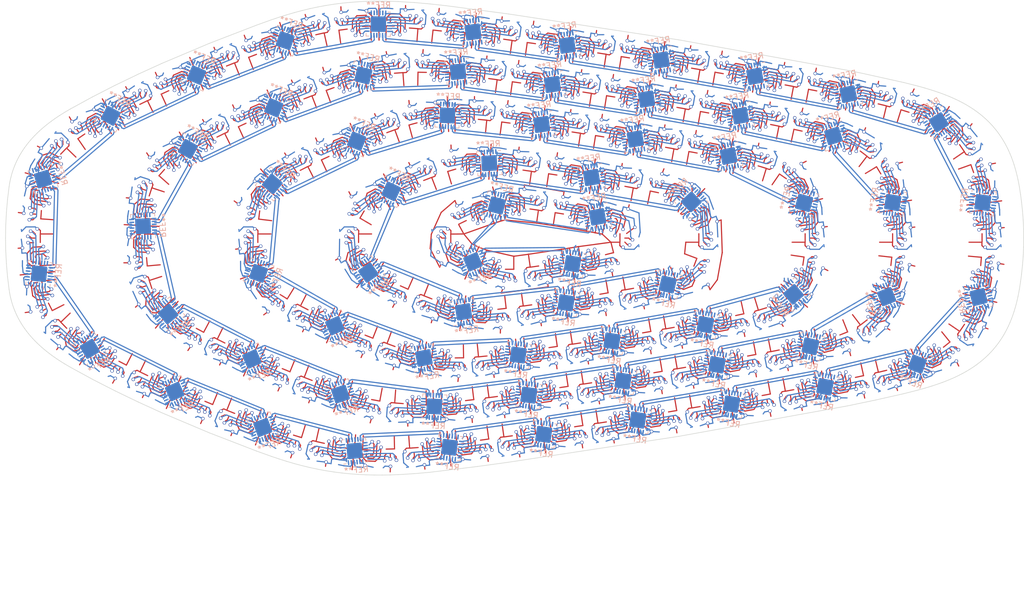
<source format=kicad_pcb>
(kicad_pcb (version 1) (host pykicad x.x.x)
  (title_block (title "A title") (comment 1 "Comment 1"))
  (layers (0 F.Cu signal) (1 Inner1.Cu signal) (2 Inner2.Cu signal) (3 B.Cu signal) (32 Edge.Cuts user) (33 B.Mask user) (34 F.Mask user) (35 B.Paste user) (36 F.Paste user) (37 B.SilkS user) (38 F.SilkS user))
  (net 1 VI)
  (net 2 VO)
  (net 3 GND)
  (net 4 "")
  (net 5 "")
  (net 6 "")
  (net 7 "")
  (net 8 "")
  (net 9 "")
  (net 10 "")
  (net 11 "")
  (net 12 "")
  (net 13 "")
  (net 14 "")
  (net 15 "")
  (net 16 "")
  (net 17 "")
  (net 18 "")
  (net 19 "")
  (net 20 "")
  (net 21 "")
  (net 22 "")
  (net 23 "")
  (net 24 "")
  (net 25 "")
  (net 26 "")
  (net 27 "")
  (net 28 "")
  (net 29 "")
  (net 30 "")
  (net 31 "")
  (net 32 "")
  (net 33 "")
  (net 34 "")
  (net 35 "")
  (net 36 "")
  (net 37 "")
  (net 38 "")
  (net 39 "")
  (net 40 "")
  (net 41 "")
  (net 42 "")
  (net 43 "")
  (net 44 "")
  (net 45 "")
  (net 46 "")
  (net 47 "")
  (net 48 "")
  (net 49 "")
  (net 50 "")
  (net 51 "")
  (net 52 "")
  (net 53 "")
  (net 54 "")
  (net 55 "")
  (net 56 "")
  (net 57 "")
  (net 58 "")
  (net 59 "")
  (net 60 "")
  (net 61 "")
  (net 62 "")
  (net 63 "")
  (net 64 "")
  (net 65 "")
  (net 66 "")
  (net 67 "")
  (net 68 "")
  (net 69 "")
  (net 70 "")
  (net 71 "")
  (net 72 "")
  (net 73 "")
  (net 74 "")
  (net 75 "")
  (net 76 "")
  (net 77 "")
  (net 78 "")
  (net 79 "")
  (net 80 "")
  (net 81 "")
  (net 82 "")
  (net 83 "")
  (net 84 "")
  (net 85 "")
  (net 86 "")
  (net 87 "")
  (net 88 "")
  (net 89 "")
  (net 90 "")
  (net 91 "")
  (net 92 "")
  (net 93 "")
  (net 94 "")
  (net 95 "")
  (net 96 "")
  (net 97 "")
  (net 98 "")
  (net 99 "")
  (net 100 "")
  (net 101 "")
  (net 102 "")
  (net 103 "")
  (net 104 "")
  (net 105 "")
  (net 106 "")
  (net 107 "")
  (net 108 "")
  (net 109 "")
  (net 110 "")
  (net 111 "")
  (net 112 "")
  (net 113 "")
  (net 114 "")
  (net 115 "")
  (net 116 "")
  (net 117 "")
  (net 118 "")
  (net 119 "")
  (net 120 "")
  (net 121 "")
  (net 122 "")
  (net 123 "")
  (net 124 "")
  (net 125 "")
  (net 126 "")
  (net 127 "")
  (net 128 "")
  (net 129 "")
  (net 130 "")
  (net 131 "")
  (net 132 "")
  (net 133 "")
  (net 134 "")
  (net 135 "")
  (net 136 "")
  (net 137 "")
  (net 138 "")
  (net 139 "")
  (net 140 "")
  (net 141 "")
  (net 142 "")
  (net 143 "")
  (net 144 "")
  (net 145 "")
  (net 146 "")
  (net 147 "")
  (net 148 "")
  (net 149 "")
  (net 150 "")
  (net 151 "")
  (net 152 "")
  (net 153 "")
  (net 154 "")
  (net 155 "")
  (net 156 "")
  (net 157 "")
  (net 158 "")
  (net 159 "")
  (net 160 "")
  (net 161 "")
  (net 162 "")
  (net 163 "")
  (net 164 "")
  (net 165 "")
  (net 166 "")
  (net 167 "")
  (net 168 "")
  (net 169 "")
  (net 170 "")
  (net 171 "")
  (net 172 "")
  (net 173 "")
  (net 174 "")
  (net 175 "")
  (net 176 "")
  (net 177 "")
  (net 178 "")
  (net 179 "")
  (net 180 "")
  (net 181 "")
  (net 182 "")
  (net 183 "")
  (net 184 "")
  (net 185 "")
  (net 186 "")
  (net 187 "")
  (net 188 "")
  (net 189 "")
  (net 190 "")
  (net 191 "")
  (net 192 "")
  (net 193 "")
  (net 194 "")
  (net 195 "")
  (net 196 "")
  (net 197 "")
  (net 198 "")
  (net 199 "")
  (net 200 "")
  (net 201 "")
  (net 202 "")
  (net 203 "")
  (net 204 "")
  (net 205 "")
  (net 206 "")
  (net 207 "")
  (net 208 "")
  (net 209 "")
  (net 210 "")
  (net 211 "")
  (net 212 "")
  (net 213 "")
  (net 214 "")
  (net 215 "")
  (net 216 "")
  (net 217 "")
  (net 218 "")
  (net 219 "")
  (net 220 "")
  (net 221 "")
  (net 222 "")
  (net 223 "")
  (net 224 "")
  (net 225 "")
  (net 226 "")
  (net 227 "")
  (net 228 "")
  (net 229 "")
  (net 230 "")
  (net 231 "")
  (net 232 "")
  (net 233 "")
  (net 234 "")
  (net 235 "")
  (net 236 "")
  (net 237 "")
  (net 238 "")
  (net 239 "")
  (net 240 "")
  (net 241 "")
  (net 242 "")
  (net 243 "")
  (net 244 "")
  (net 245 "")
  (net 246 "")
  (net 247 "")
  (net 248 "")
  (net 249 "")
  (net 250 "")
  (net 251 "")
  (net 252 "")
  (net 253 "")
  (net 254 "")
  (net 255 "")
  (net 256 "")
  (net 257 "")
  (net 258 "")
  (net 259 "")
  (net 260 "")
  (net 261 "")
  (net 262 "")
  (net 263 "")
  (net 264 "")
  (net 265 "")
  (net 266 "")
  (net 267 "")
  (net 268 "")
  (net 269 "")
  (net 270 "")
  (net 271 "")
  (net 272 "")
  (net 273 "")
  (net 274 "")
  (net 275 "")
  (net 276 "")
  (net 277 "")
  (net 278 "")
  (net 279 "")
  (net 280 "")
  (net 281 "")
  (net 282 "")
  (net 283 "")
  (net 284 "")
  (net 285 "")
  (net 286 "")
  (net 287 "")
  (net 288 "")
  (net 289 "")
  (net 290 "")
  (net 291 "")
  (net 292 "")
  (net 293 "")
  (net 294 "")
  (net 295 "")
  (net 296 "")
  (net 297 "")
  (net 298 "")
  (net 299 "")
  (net 300 "")
  (net 301 "")
  (net 302 "")
  (net 303 "")
  (net 304 "")
  (net 305 "")
  (net 306 "")
  (net 307 "")
  (net 308 "")
  (net 309 "")
  (net 310 "")
  (net 311 "")
  (net 312 "")
  (net 313 "")
  (net 314 "")
  (net 315 "")
  (net 316 "")
  (net 317 "")
  (net 318 "")
  (net 319 "")
  (net 320 "")
  (net 321 "")
  (net 322 "")
  (net 323 "")
  (net 324 "")
  (net 325 "")
  (net 326 "")
  (net 327 "")
  (net 328 "")
  (net 329 "")
  (net 330 "")
  (net 331 "")
  (net 332 "")
  (net 333 "")
  (net 334 "")
  (net 335 "")
  (net 336 "")
  (net 337 "")
  (net 338 "")
  (net 339 "")
  (net 340 "")
  (net 341 "")
  (net 342 "")
  (net 343 "")
  (net 344 "")
  (net 345 "")
  (net 346 "")
  (net 347 "")
  (net 348 "")
  (net 349 "")
  (net 350 "")
  (net 351 "")
  (net 352 "")
  (net 353 "")
  (net 354 "")
  (net 355 "")
  (net 356 "")
  (net 357 "")
  (net 358 "")
  (net 359 "")
  (net 360 "")
  (net 361 "")
  (net 362 "")
  (net 363 "")
  (net 364 "")
  (net 365 "")
  (net 366 "")
  (net 367 "")
  (net 368 "")
  (net 369 "")
  (net 370 "")
  (net 371 "")
  (net 372 "")
  (net 373 "")
  (net 374 "")
  (net 375 "")
  (net 376 "")
  (net 377 "")
  (net 378 "")
  (net 379 "")
  (net 380 "")
  (net 381 "")
  (net 382 "")
  (net 383 "")
  (net 384 "")
  (net 385 "")
  (net 386 "")
  (net 387 "")
  (net 388 "")
  (net 389 "")
  (net 390 "")
  (net 391 "")
  (net 392 "")
  (net 393 "")
  (net 394 "")
  (net 395 "")
  (net 396 "")
  (net 397 "")
  (net 398 "")
  (net 399 "")
  (net 400 "")
  (net 401 "")
  (net 402 "")
  (net 403 "")
  (net 404 "")
  (net 405 "")
  (net 406 "")
  (net 407 "")
  (net 408 "")
  (net 409 "")
  (net 410 "")
  (net 411 "")
  (net 412 "")
  (net 413 "")
  (net 414 "")
  (net 415 "")
  (net 416 "")
  (net 417 "")
  (net 418 "")
  (net 419 "")
  (net 420 "")
  (net 421 "")
  (net 422 "")
  (net 423 "")
  (net 424 "")
  (net 425 "")
  (net 426 "")
  (net 427 "")
  (net 428 "")
  (net 429 "")
  (net 430 "")
  (net 431 "")
  (net 432 "")
  (net 433 "")
  (net 434 "")
  (net 435 "")
  (net 436 "")
  (net 437 "")
  (net 438 "")
  (net 439 "")
  (net 440 "")
  (net 441 "")
  (net 442 "")
  (net 443 "")
  (net 444 "")
  (net 445 "")
  (net 446 "")
  (net 447 "")
  (net 448 "")
  (net 449 "")
  (net 450 "")
  (net 451 "")
  (net 452 "")
  (net 453 "")
  (net 454 "")
  (net 455 "")
  (net 456 "")
  (net 457 "")
  (net 458 "")
  (net 459 "")
  (net 460 "")
  (net 461 "")
  (net 462 "")
  (net 463 "")
  (net 464 "")
  (net 465 "")
  (net 466 "")
  (net 467 "")
  (net 468 "")
  (net 469 "")
  (net 470 "")
  (net 471 "")
  (net 472 "")
  (net 473 "")
  (net 474 "")
  (net 475 "")
  (net 476 "")
  (net 477 "")
  (net 478 "")
  (net 479 "")
  (net 480 "")
  (net 481 "")
  (net 482 "")
  (net 483 "")
  (net 484 "")
  (net 485 "")
  (net 486 "")
  (net 487 "")
  (net 488 "")
  (net 489 "")
  (net 490 "")
  (net 491 "")
  (net 492 "")
  (net 493 "")
  (net 494 "")
  (net 495 "")
  (net 496 "")
  (net 497 "")
  (net 498 "")
  (net 499 "")
  (net 500 "")
  (net 501 "")
  (net 502 "")
  (net 503 "")
  (net 504 "")
  (net 505 "")
  (net 506 "")
  (net 507 "")
  (net 508 "")
  (net 509 "")
  (net 510 "")
  (net 511 "")
  (net 512 "")
  (net 513 "")
  (net 514 "")
  (net 515 "")
  (net 516 "")
  (net 517 "")
  (net 518 "")
  (net 519 "")
  (net 520 "")
  (net 521 "")
  (net 522 "")
  (net 523 "")
  (net 524 "")
  (net 525 "")
  (net 526 "")
  (net 527 "")
  (net 528 "")
  (net 529 "")
  (net 530 "")
  (net 531 "")
  (net 532 "")
  (net 533 "")
  (net 534 "")
  (net 535 "")
  (net 536 "")
  (net 537 "")
  (net 538 "")
  (net 539 "")
  (net 540 "")
  (net 541 "")
  (net 542 "")
  (net 543 "")
  (net 544 "")
  (net 545 "")
  (net 546 "")
  (net 547 "")
  (net 548 "")
  (net 549 "")
  (net 550 "")
  (net 551 "")
  (net 552 "")
  (net 553 "")
  (net 554 "")
  (net 555 "")
  (net 556 "")
  (net 557 "")
  (net 558 "")
  (net 559 "")
  (net 560 "")
  (net 561 "")
  (net 562 "")
  (net 563 "")
  (net 564 "")
  (net 565 "")
  (net 566 "")
  (net 567 "")
  (net 568 "")
  (net 569 "")
  (net 570 "")
  (net 571 "")
  (net 572 "")
  (net 573 "")
  (net 574 "")
  (net 575 "")
  (net 576 "")
  (net 577 "")
  (net 578 "")
  (net 579 "")
  (net 580 "")
  (net 581 "")
  (net 582 "")
  (net 583 "")
  (net 584 "")
  (net 585 "")
  (net 586 "")
  (net 587 "")
  (net 588 "")
  (net 589 "")
  (net 590 "")
  (net 591 "")
  (net 592 "")
  (net 593 "")
  (net 594 "")
  (net 595 "")
  (net 596 "")
  (net 597 "")
  (net 598 "")
  (net 599 "")
  (net 600 "")
  (net 601 "")
  (net 602 "")
  (net 603 "")
  (net 604 "")
  (net 605 "")
  (net 606 "")
  (net 607 "")
  (net 608 "")
  (net 609 "")
  (net 610 "")
  (net 611 "")
  (net 612 "")
  (net 613 "")
  (net 614 "")
  (net 615 "")
  (net 616 "")
  (net 617 "")
  (net 618 "")
  (net 619 "")
  (net 620 "")
  (net 621 "")
  (net 622 "")
  (net 623 "")
  (net 624 "")
  (net 625 "")
  (net 626 "")
  (net 627 "")
  (net 628 "")
  (net 629 "")
  (net 630 "")
  (net 631 "")
  (net 632 "")
  (net 633 "")
  (net 634 "")
  (net 635 "")
  (net 636 "")
  (net 637 "")
  (net 638 "")
  (net 639 "")
  (net 640 "")
  (net 641 "")
  (net 642 "")
  (net 643 "")
  (net 644 "")
  (net 645 "")
  (net 646 "")
  (net 647 "")
  (net 648 "")
  (net 649 "")
  (net 650 "")
  (net 651 "")
  (net 652 "")
  (net 653 "")
  (net 654 "")
  (net 655 "")
  (net 656 "")
  (net 657 "")
  (net 658 "")
  (net 659 "")
  (net 660 "")
  (net 661 "")
  (net 662 "")
  (net 663 "")
  (net 664 "")
  (net 665 "")
  (net 666 "")
  (net 667 "")
  (net 668 "")
  (net 669 "")
  (net 670 "")
  (net 671 "")
  (net 672 "")
  (net 673 "")
  (net 674 "")
  (net 675 "")
  (net 676 "")
  (net 677 "")
  (net 678 "")
  (net 679 "")
  (net 680 "")
  (net 681 "")
  (net 682 "")
  (net 683 "")
  (net 684 "")
  (net 685 "")
  (net 686 "")
  (net 687 "")
  (net 688 "")
  (net 689 "")
  (net 690 "")
  (net 691 "")
  (net 692 "")
  (net 693 "")
  (net 694 "")
  (net 695 "")
  (net 696 "")
  (net 697 "")
  (net 698 "")
  (net 699 "")
  (net 700 "")
  (net 701 "")
  (net 702 "")
  (net 703 "")
  (net 704 "")
  (net 705 "")
  (net 706 "")
  (net 707 "")
  (net 708 "")
  (net 709 "")
  (net 710 "")
  (net 711 "")
  (net 712 "")
  (net 713 "")
  (net 714 "")
  (net 715 "")
  (net 716 "")
  (net 717 "")
  (net 718 "")
  (net 719 "")
  (net 720 "")
  (net 721 "")
  (net 722 "")
  (net 723 "")
  (net 724 "")
  (net 725 "")
  (net 726 "")
  (net 727 "")
  (net 728 "")
  (net 729 "")
  (net 730 "")
  (net 731 "")
  (net 732 "")
  (net 733 "")
  (net 734 "")
  (net 735 "")
  (net 736 "")
  (net 737 "")
  (net 738 "")
  (net 739 "")
  (net 740 "")
  (net 741 "")
  (net 742 "")
  (net 743 "")
  (net 744 "")
  (net 745 "")
  (net 746 "")
  (net 747 "")
  (net 748 "")
  (net 749 "")
  (net 750 "")
  (net 751 "")
  (net 752 "")
  (net 753 "")
  (net 754 "")
  (net 755 "")
  (net 756 "")
  (net 757 "")
  (net 758 "")
  (net 759 "")
  (net 760 "")
  (net 761 "")
  (net 762 "")
  (net 763 "")
  (net 764 "")
  (net 765 "")
  (net 766 "")
  (net 767 "")
  (net 768 "")
  (net 769 "")
  (net 770 "")
  (net 771 "")
  (net 772 "")
  (net 773 "")
  (net 774 "")
  (net 775 "")
  (net 776 "")
  (net 777 "")
  (net 778 "")
  (net 779 "")
  (net 780 "")
  (net 781 "")
  (net 782 "")
  (net 783 "")
  (net 784 "")
  (net 785 "")
  (net 786 "")
  (net 787 "")
  (net 788 "")
  (net 789 "")
  (net 790 "")
  (net 791 "")
  (net 792 "")
  (net 793 "")
  (net 794 "")
  (net 795 "")
  (net 796 "")
  (net 797 "")
  (net 798 "")
  (net 799 "")
  (net 800 "")
  (net 801 "")
  (net 802 "")
  (net 803 "")
  (net 804 "")
  (net 805 "")
  (net 806 "")
  (net 807 "")
  (net 808 "")
  (net 809 "")
  (net 810 "")
  (net 811 "")
  (net 812 "")
  (net 813 "")
  (net 814 "")
  (net 815 "")
  (net 816 "")
  (net 817 "")
  (net 818 "")
  (net 819 "")
  (net 820 "")
  (net 821 "")
  (net 822 "")
  (net 823 "")
  (net 824 "")
  (net 825 "")
  (net 826 "")
  (net 827 "")
  (net 828 "")
  (net 829 "")
  (net 830 "")
  (net 831 "")
  (net 832 "")
  (net 833 "")
  (net 834 "")
  (net 835 "")
  (net 836 "")
  (net 837 "")
  (net 838 "")
  (net 839 "")
  (net 840 "")
  (net 841 "")
  (net 842 "")
  (net 843 "")
  (net 844 "")
  (net 845 "")
  (net 846 "")
  (net 847 "")
  (net 848 "")
  (net 849 "")
  (net 850 "")
  (net 851 "")
  (net 852 "")
  (net 853 "")
  (net 854 "")
  (net 855 "")
  (net 856 "")
  (net 857 "")
  (net 858 "")
  (net 859 "")
  (net 860 "")
  (net 861 "")
  (net 862 "")
  (net 863 "")
  (net 864 "")
  (net 865 "")
  (net 866 "")
  (net 867 "")
  (net 868 "")
  (net 869 "")
  (net 870 "")
  (net 871 "")
  (net 872 "")
  (net 873 "")
  (net 874 "")
  (net 875 "")
  (net 876 "")
  (net 877 "")
  (net 878 "")
  (net 879 "")
  (net 880 "")
  (net 881 "")
  (net 882 "")
  (net 883 "")
  (net 884 "")
  (net 885 "")
  (net 886 "")
  (net 887 "")
  (net 888 "")
  (net 889 "")
  (net 890 "")
  (net 891 "")
  (net 892 "")
  (net 893 "")
  (net 894 "")
  (net 895 "")
  (net 896 "")
  (net 897 "")
  (net 898 "")
  (net 899 "")
  (net 900 "")
  (net 901 "")
  (net 902 "")
  (net 903 "")
  (net 904 "")
  (net 905 "")
  (net 906 "")
  (net 907 "")
  (net 908 "")
  (net 909 "")
  (net 910 "")
  (net 911 "")
  (net 912 "")
  (net 913 "")
  (net 914 "")
  (net 915 "")
  (net 916 "")
  (net 917 "")
  (net 918 "")
  (net 919 "")
  (net 920 "")
  (net 921 "")
  (net 922 "")
  (net 923 "")
  (net 924 "")
  (net 925 "")
  (net 926 "")
  (net 927 "")
  (net 928 "")
  (net 929 "")
  (net 930 "")
  (net 931 "")
  (net 932 "")
  (net 933 "")
  (net 934 "")
  (net 935 "")
  (net 936 "")
  (net 937 "")
  (net 938 "")
  (net 939 "")
  (net 940 "")
  (net 941 "")
  (net 942 "")
  (net 943 "")
  (net 944 "")
  (net 945 "")
  (net 946 "")
  (net 947 "")
  (net 948 "")
  (net 949 "")
  (net 950 "")
  (net 951 "")
  (net 952 "")
  (net 953 "")
  (net 954 "")
  (net 955 "")
  (net 956 "")
  (net 957 "")
  (net 958 "")
  (net 959 "")
  (net 960 "")
  (net 961 "")
  (net 962 "")
  (net 963 "")
  (net 964 "")
  (net 965 "")
  (net 966 "")
  (net 967 "")
  (net 968 "")
  (net 969 "")
  (net 970 "")
  (net 971 "")
  (net 972 "")
  (net 973 "")
  (net 974 "")
  (net 975 "")
  (net 976 "")
  (net 977 "")
  (net 978 "")
  (net 979 "")
  (net 980 "")
  (net 981 "")
  (net 982 "")
  (net 983 "")
  (net 984 "")
  (net 985 "")
  (net 986 "")
  (net 987 "")
  (net 988 "")
  (net 989 "")
  (net 990 "")
  (net 991 "")
  (net 992 "")
  (net 993 "")
  (net 994 "")
  (net 995 "")
  (net 996 "")
  (net 997 "")
  (net 998 "")
  (net 999 "")
  (net 1000 "")
  (net 1001 "")
  (net 1002 "")
  (net 1003 "")
  (net 1004 "")
  (net 1005 "")
  (net 1006 "")
  (net 1007 "")
  (net 1008 "")
  (net 1009 "")
  (net 1010 "")
  (net 1011 "")
  (net 1012 "")
  (net 1013 "")
  (net 1014 "")
  (net 1015 "")
  (net 1016 "")
  (net 1017 "")
  (net 1018 "")
  (net 1019 "")
  (net 1020 "")
  (net 1021 "")
  (net 1022 "")
  (net 1023 "")
  (net 1024 "")
  (net 1025 "")
  (net 1026 "")
  (net 1027 "")
  (net 1028 "")
  (net 1029 "")
  (net 1030 "")
  (net 1031 "")
  (net 1032 "")
  (net 1033 "")
  (net 1034 "")
  (net 1035 "")
  (net 1036 "")
  (net 1037 "")
  (net 1038 "")
  (net 1039 "")
  (net 1040 "")
  (net 1041 "")
  (net 1042 "")
  (net 1043 "")
  (net 1044 "")
  (net 1045 "")
  (net 1046 "")
  (net 1047 "")
  (net 1048 "")
  (net 1049 "")
  (net 1050 "")
  (net 1051 "")
  (net 1052 "")
  (net 1053 "")
  (net 1054 "")
  (net 1055 "")
  (net 1056 "")
  (net 1057 "")
  (net 1058 "")
  (net 1059 "")
  (net 1060 "")
  (net 1061 "")
  (net 1062 "")
  (net 1063 "")
  (net 1064 "")
  (net 1065 "")
  (net 1066 "")
  (net 1067 "")
  (net 1068 "")
  (net 1069 "")
  (net 1070 "")
  (net 1071 "")
  (net 1072 "")
  (net 1073 "")
  (net 1074 "")
  (net 1075 "")
  (net 1076 "")
  (net 1077 "")
  (net 1078 "")
  (net 1079 "")
  (net 1080 "")
  (net 1081 "")
  (net 1082 "")
  (net 1083 "")
  (net 1084 "")
  (net 1085 "")
  (net 1086 "")
  (net 1087 "")
  (net 1088 "")
  (net 1089 "")
  (net 1090 "")
  (net 1091 "")
  (net 1092 "")
  (net 1093 "")
  (net 1094 "")
  (net 1095 "")
  (net 1096 "")
  (net 1097 "")
  (net 1098 "")
  (net 1099 "")
  (net 1100 "")
  (net 1101 "")
  (net 1102 "")
  (net 1103 "")
  (net 1104 "")
  (net 1105 "")
  (net 1106 "")
  (net 1107 "")
  (net 1108 "")
  (net 1109 "")
  (net 1110 "")
  (net 1111 "")
  (net 1112 "")
  (net 1113 "")
  (net 1114 "")
  (net 1115 "")
  (net 1116 "")
  (net 1117 "")
  (net 1118 "")
  (net 1119 "")
  (net 1120 "")
  (net 1121 "")
  (net 1122 "")
  (net 1123 "")
  (net 1124 "")
  (net 1125 "")
  (net 1126 "")
  (net 1127 "")
  (net 1128 "")
  (net 1129 "")
  (net 1130 "")
  (net 1131 "")
  (net 1132 "")
  (net 1133 "")
  (net 1134 "")
  (net 1135 "")
  (net 1136 "")
  (net 1137 "")
  (net 1138 "")
  (net 1139 "")
  (net 1140 "")
  (net 1141 "")
  (net 1142 "")
  (net 1143 "")
  (net 1144 "")
  (net 1145 "")
  (net 1146 "")
  (net 1147 "")
  (net 1148 "")
  (net 1149 "")
  (net 1150 "")
  (net 1151 "")
  (net 1152 "")
  (net 1153 "")
  (net 1154 "")
  (net 1155 "")
  (net 1156 "")
  (net 1157 "")
  (net 1158 "")
  (net 1159 "")
  (net 1160 "")
  (net 1161 "")
  (net 1162 "")
  (net 1163 "")
  (net 1164 "")
  (net 1165 "")
  (net 1166 "")
  (net 1167 "")
  (net 1168 "")
  (net 1169 "")
  (net 1170 "")
  (net 1171 "")
  (net 1172 "")
  (net 1173 "")
  (net 1174 "")
  (net 1175 "")
  (net 1176 "")
  (net 1177 "")
  (net 1178 "")
  (net 1179 "")
  (net 1180 "")
  (net 1181 "")
  (net 1182 "")
  (net 1183 "")
  (net 1184 "")
  (net 1185 "")
  (net 1186 "")
  (net 1187 "")
  (net 1188 "")
  (net 1189 "")
  (net 1190 "")
  (net 1191 "")
  (net 1192 "")
  (net 1193 "")
  (net 1194 "")
  (net 1195 "")
  (net 1196 "")
  (net 1197 "")
  (net 1198 "")
  (net 1199 "")
  (net 1200 "")
  (net 1201 "")
  (net 1202 "")
  (net 1203 "")
  (net 1204 "")
  (net 1205 "")
  (net 1206 "")
  (net 1207 "")
  (net 1208 "")
  (net 1209 "")
  (net 1210 "")
  (net 1211 "")
  (net 1212 "")
  (net 1213 "")
  (net 1214 "")
  (net 1215 "")
  (net 1216 "")
  (net 1217 "")
  (net 1218 "")
  (net 1219 "")
  (net 1220 "")
  (net 1221 "")
  (net 1222 "")
  (net 1223 "")
  (net 1224 "")
  (net 1225 "")
  (net 1226 "")
  (net 1227 "")
  (net 1228 "")
  (net 1229 "")
  (net 1230 "")
  (net 1231 "")
  (net 1232 "")
  (net 1233 "")
  (net 1234 "")
  (net 1235 "")
  (net 1236 "")
  (net 1237 "")
  (net 1238 "")
  (net 1239 "")
  (net 1240 "")
  (net 1241 "")
  (net 1242 "")
  (net 1243 "")
  (net 1244 "")
  (net 1245 "")
  (net 1246 "")
  (net 1247 "")
  (net 1248 "")
  (net 1249 "")
  (net 1250 "")
  (net 1251 "")
  (net 1252 "")
  (net 1253 "")
  (net 1254 "")
  (net 1255 "")
  (net 1256 "")
  (net 1257 "")
  (net 1258 "")
  (net 1259 "")
  (net 1260 "")
  (net 1261 "")
  (net 1262 "")
  (net 1263 "")
  (net 1264 "")
  (net 1265 "")
  (net 1266 "")
  (net 1267 "")
  (net 1268 "")
  (net 1269 "")
  (net 1270 "")
  (net 1271 "")
  (net 1272 "")
  (net 1273 "")
  (net 1274 "")
  (net 1275 "")
  (net 1276 "")
  (net 1277 "")
  (net 1278 "")
  (net 1279 "")
  (net 1280 "")
  (net 1281 "")
  (net 1282 "")
  (net 1283 "")
  (net 1284 "")
  (net 1285 "")
  (net 1286 "")
  (net 1287 "")
  (net 1288 "")
  (net 1289 "")
  (net 1290 "")
  (net 1291 "")
  (net 1292 "")
  (net 1293 "")
  (net 1294 "")
  (net 1295 "")
  (net 1296 "")
  (net 1297 "")
  (net 1298 "")
  (net 1299 "")
  (net 1300 "")
  (net 1301 "")
  (net 1302 "")
  (net 1303 "")
  (net 1304 "")
  (net 1305 "")
  (net 1306 "")
  (net 1307 "")
  (net 1308 "")
  (net 1309 "")
  (net 1310 "")
  (net 1311 "")
  (net 1312 "")
  (net 1313 "")
  (net 1314 "")
  (net 1315 "")
  (net 1316 "")
  (net 1317 "")
  (net 1318 "")
  (net 1319 "")
  (net 1320 "")
  (net 1321 "")
  (net 1322 "")
  (net 1323 "")
  (net 1324 "")
  (net 1325 "")
  (net 1326 "")
  (net 1327 "")
  (net 1328 "")
  (net 1329 "")
  (net 1330 "")
  (net 1331 "")
  (net 1332 "")
  (net 1333 "")
  (net 1334 "")
  (net 1335 "")
  (net 1336 "")
  (net 1337 "")
  (net 1338 "")
  (net 1339 "")
  (net 1340 "")
  (net 1341 "")
  (net 1342 "")
  (net 1343 "")
  (net 1344 "")
  (net 1345 "")
  (net 1346 "")
  (net 1347 "")
  (net 1348 "")
  (net 1349 "")
  (net 1350 "")
  (net 1351 "")
  (net 1352 "")
  (net 1353 "")
  (net 1354 "")
  (net 1355 "")
  (net 1356 "")
  (net 1357 "")
  (net 1358 "")
  (net 1359 "")
  (net 1360 "")
  (net 1361 "")
  (net 1362 "")
  (net 1363 "")
  (net 1364 "")
  (net 1365 "")
  (net 1366 "")
  (net 1367 "")
  (net 1368 "")
  (net 1369 "")
  (net 1370 "")
  (net 1371 "")
  (net 1372 "")
  (net 1373 "")
  (net 1374 "")
  (net 1375 "")
  (net 1376 "")
  (net 1377 "")
  (net 1378 "")
  (net 1379 "")
  (net 1380 "")
  (net 1381 "")
  (net 1382 "")
  (net 1383 "")
  (net 1384 "")
  (net 1385 "")
  (net 1386 "")
  (net 1387 "")
  (net 1388 "")
  (net 1389 "")
  (net 1390 "")
  (net 1391 "")
  (net 1392 "")
  (net 1393 "")
  (net 1394 "")
  (net 1395 "")
  (net 1396 "")
  (net 1397 "")
  (net 1398 "")
  (net 1399 "")
  (net 1400 "")
  (net 1401 "")
  (net 1402 "")
  (net 1403 "")
  (net 1404 "")
  (net 1405 "")
  (net 1406 "")
  (net 1407 "")
  (net 1408 "")
  (net 1409 "")
  (net 1410 "")
  (net 1411 "")
  (net 1412 "")
  (net 1413 "")
  (net 1414 "")
  (net 1415 "")
  (net 1416 "")
  (net 1417 "")
  (net 1418 "")
  (net 1419 "")
  (net 1420 "")
  (net 1421 "")
  (net 1422 "")
  (net 1423 "")
  (net 1424 "")
  (net 1425 "")
  (net 1426 "")
  (net 1427 "")
  (net 1428 "")
  (net 1429 "")
  (net 1430 "")
  (net 1431 "")
  (net 1432 "")
  (net 1433 "")
  (net 1434 "")
  (net 1435 "")
  (net 1436 "")
  (net 1437 "")
  (net 1438 "")
  (net 1439 "")
  (net 1440 "")
  (net 1441 "")
  (net 1442 "")
  (net 1443 "")
  (net 1444 "")
  (net 1445 "")
  (net 1446 "")
  (net 1447 "")
  (net 1448 "")
  (net 1449 "")
  (net 1450 "")
  (net 1451 "")
  (net 1452 "")
  (net 1453 "")
  (net 1454 "")
  (net 1455 "")
  (net 1456 "")
  (net 1457 "")
  (net 1458 "")
  (net 1459 "")
  (net 1460 "")
  (net 1461 "")
  (net 1462 "")
  (net 1463 "")
  (net 1464 "")
  (net 1465 "")
  (net 1466 "")
  (net 1467 "")
  (net 1468 "")
  (net 1469 "")
  (net 1470 "")
  (net 1471 "")
  (net 1472 "")
  (net 1473 "")
  (net 1474 "")
  (net 1475 "")
  (net 1476 "")
  (net 1477 "")
  (net 1478 "")
  (net 1479 "")
  (net 1480 "")
  (net 1481 "")
  (net 1482 "")
  (net 1483 "")
  (net 1484 "")
  (net 1485 "")
  (net 1486 "")
  (net 1487 "")
  (net 1488 "")
  (net 1489 "")
  (net 1490 "")
  (net 1491 "")
  (net 1492 "")
  (net 1493 "")
  (net 1494 "")
  (net 1495 "")
  (net 1496 "")
  (net 1497 "")
  (net 1498 "")
  (net 1499 "")
  (net 1500 "")
  (net 1501 "")
  (net 1502 "")
  (net 1503 "")
  (net 1504 "")
  (net 1505 "")
  (net 1506 "")
  (net 1507 "")
  (net 1508 "")
  (net 1509 "")
  (net 1510 "")
  (net 1511 "")
  (net 1512 "")
  (net 1513 "")
  (net 1514 "")
  (net 1515 "")
  (net 1516 "")
  (net 1517 "")
  (net 1518 "")
  (net 1519 "")
  (net 1520 "")
  (net 1521 "")
  (net 1522 "")
  (net 1523 "")
  (net 1524 "")
  (net 1525 "")
  (net 1526 "")
  (net 1527 "")
  (net 1528 "")
  (net 1529 "")
  (net 1530 "")
  (net 1531 "")
  (net 1532 "")
  (net 1533 "")
  (net 1534 "")
  (net 1535 "")
  (net 1536 "")
  (net 1537 "")
  (net 1538 "")
  (net 1539 "")
  (net 1540 "")
  (net 1541 "")
  (net 1542 "")
  (net 1543 "")
  (net 1544 "")
  (net 1545 "")
  (net 1546 "")
  (net 1547 "")
  (net 1548 "")
  (net 1549 "")
  (net 1550 "")
  (net 1551 "")
  (net 1552 "")
  (net 1553 "")
  (net 1554 "")
  (net 1555 "")
  (net 1556 "")
  (net 1557 "")
  (net 1558 "")
  (net 1559 "")
  (net 1560 "")
  (net 1561 "")
  (net 1562 "")
  (net 1563 "")
  (net 1564 "")
  (net 1565 "")
  (net 1566 "")
  (net 1567 "")
  (net 1568 "")
  (net 1569 "")
  (net 1570 "")
  (net 1571 "")
  (net 1572 "")
  (net 1573 "")
  (net 1574 "")
  (net 1575 "")
  (net 1576 "")
  (net 1577 "")
  (net 1578 "")
  (net 1579 "")
  (net 1580 "")
  (net 1581 "")
  (net 1582 "")
  (net 1583 "")
  (net 1584 "")
  (net 1585 "")
  (net 1586 "")
  (net 1587 "")
  (net 1588 "")
  (net 1589 "")
  (net 1590 "")
  (net 1591 "")
  (net 1592 "")
  (net 1593 "")
  (net 1594 "")
  (net 1595 "")
  (net 1596 "")
  (net 1597 "")
  (net 1598 "")
  (net 1599 "")
  (net 1600 "")
  (net 1601 "")
  (net 1602 "")
  (net 1603 "")
  (net 1604 "")
  (net 1605 "")
  (net 1606 "")
  (net 1607 "")
  (net 1608 "")
  (net 1609 "")
  (net 1610 "")
  (net 1611 "")
  (net 1612 "")
  (net 1613 "")
  (net 1614 "")
  (net 1615 "")
  (net 1616 "")
  (net 1617 "")
  (net 1618 "")
  (net 1619 "")
  (net 1620 "")
  (net 1621 "")
  (net 1622 "")
  (net 1623 "")
  (net 1624 "")
  (net 1625 "")
  (net 1626 "")
  (net 1627 "")
  (net 1628 "")
  (net 1629 "")
  (net 1630 "")
  (net 1631 "")
  (net 1632 "")
  (net 1633 "")
  (net 1634 "")
  (net 1635 "")
  (net 1636 "")
  (net 1637 "")
  (net 1638 "")
  (net 1639 "")
  (net 1640 "")
  (net 1641 "")
  (net 1642 "")
  (net 1643 "")
  (net 1644 "")
  (net 1645 "")
  (net 1646 "")
  (net 1647 "")
  (net 1648 "")
  (net 1649 "")
  (net 1650 "")
  (net 1651 "")
  (net 1652 "")
  (net 1653 "")
  (net 1654 "")
  (net 1655 "")
  (net 1656 "")
  (net 1657 "")
  (net 1658 "")
  (net 1659 "")
  (net 1660 "")
  (net 1661 "")
  (net 1662 "")
  (net 1663 "")
  (net 1664 "")
  (net 1665 "")
  (net 1666 "")
  (net 1667 "")
  (net 1668 "")
  (net 1669 "")
  (net 1670 "")
  (net 1671 "")
  (net 1672 "")
  (net 1673 "")
  (net 1674 "")
  (net 1675 "")
  (net 1676 "")
  (net 1677 "")
  (net 1678 "")
  (net 1679 "")
  (net 1680 "")
  (net 1681 "")
  (net 1682 "")
  (net 1683 "")
  (net 1684 "")
  (net 1685 "")
  (net 1686 "")
  (net 1687 "")
  (net 1688 "")
  (net 1689 "")
  (net 1690 "")
  (net 1691 "")
  (net 1692 "")
  (net 1693 "")
  (net 1694 "")
  (net 1695 "")
  (net 1696 "")
  (net 1697 "")
  (net 1698 "")
  (net 1699 "")
  (net 1700 "")
  (net 1701 "")
  (net 1702 "")
  (net 1703 "")
  (net 1704 "")
  (net 1705 "")
  (net 1706 "")
  (net 1707 "")
  (net 1708 "")
  (net 1709 "")
  (net 1710 "")
  (net 1711 "")
  (net 1712 "")
  (net 1713 "")
  (net 1714 "")
  (net 1715 "")
  (net 1716 "")
  (net 1717 "")
  (net 1718 "")
  (net 1719 "")
  (net 1720 "")
  (net 1721 "")
  (net 1722 "")
  (net 1723 "")
  (net 1724 "")
  (net 1725 "")
  (net 1726 "")
  (net 1727 "")
  (net 1728 "")
  (net 1729 "")
  (net 1730 "")
  (net 1731 "")
  (net 1732 "")
  (net 1733 "")
  (net 1734 "")
  (net 1735 "")
  (net 1736 "")
  (net 1737 "")
  (net 1738 "")
  (net 1739 "")
  (net 1740 "")
  (net 1741 "")
  (net 1742 "")
  (net 1743 "")
  (net 1744 "")
  (net 1745 "")
  (net 1746 "")
  (net 1747 "")
  (net 1748 "")
  (net 1749 "")
  (net 1750 "")
  (net 1751 "")
  (net 1752 "")
  (net 1753 "")
  (net 1754 "")
  (net 1755 "")
  (net 1756 "")
  (net 1757 "")
  (net 1758 "")
  (net 1759 "")
  (net 1760 "")
  (net 1761 "")
  (net 1762 "")
  (net 1763 "")
  (net 1764 "")
  (net 1765 "")
  (net 1766 "")
  (net 1767 "")
  (net 1768 "")
  (net 1769 "")
  (net 1770 "")
  (net 1771 "")
  (net 1772 "")
  (net 1773 "")
  (net 1774 "")
  (net 1775 "")
  (net 1776 "")
  (net 1777 "")
  (net 1778 "")
  (net 1779 "")
  (net 1780 "")
  (net 1781 "")
  (net 1782 "")
  (net 1783 "")
  (net 1784 "")
  (net 1785 "")
  (net 1786 "")
  (net 1787 "")
  (net 1788 "")
  (net 1789 "")
  (net 1790 "")
  (net 1791 "")
  (net 1792 "")
  (net 1793 "")
  (net 1794 "")
  (net 1795 "")
  (net 1796 "")
  (net 1797 "")
  (net 1798 "")
  (net 1799 "")
  (net 1800 "")
  (net 1801 "")
  (net 1802 "")
  (net 1803 "")
  (net 1804 "")
  (net 1805 "")
  (net 1806 "")
  (net 1807 "")
  (net 1808 "")
  (net 1809 "")
  (net 1810 "")
  (net 1811 "")
  (net 1812 "")
  (net 1813 "")
  (net 1814 "")
  (net 1815 "")
  (net 1816 "")
  (net 1817 "")
  (net 1818 "")
  (net 1819 "")
  (net 1820 "")
  (net 1821 "")
  (net 1822 "")
  (net 1823 "")
  (net 1824 "")
  (net 1825 "")
  (net 1826 "")
  (net 1827 "")
  (net 1828 "")
  (net 1829 "")
  (net 1830 "")
  (net 1831 "")
  (net 1832 "")
  (net 1833 "")
  (net 1834 "")
  (net 1835 "")
  (net 1836 "")
  (net 1837 "")
  (net 1838 "")
  (net 1839 "")
  (net 1840 "")
  (net 1841 "")
  (net 1842 "")
  (net 1843 "")
  (net 1844 "")
  (net 1845 "")
  (net 1846 "")
  (net 1847 "")
  (net 1848 "")
  (net 1849 "")
  (net 1850 "")
  (net 1851 "")
  (net 1852 "")
  (net 1853 "")
  (net 1854 "")
  (net 1855 "")
  (net 1856 "")
  (net 1857 "")
  (net 1858 "")
  (net 1859 "")
  (net 1860 "")
  (net 1861 "")
  (net 1862 "")
  (net 1863 "")
  (net 1864 "")
  (net 1865 "")
  (net 1866 "")
  (net 1867 "")
  (net 1868 "")
  (net 1869 "")
  (net 1870 "")
  (net 1871 "")
  (net 1872 "")
  (net 1873 "")
  (net 1874 "")
  (net 1875 "")
  (net 1876 "")
  (net 1877 "")
  (net 1878 "")
  (net 1879 "")
  (net 1880 "")
  (net 1881 "")
  (net 1882 "")
  (net 1883 "")
  (net 1884 "")
  (net 1885 "")
  (net 1886 "")
  (net 1887 "")
  (net 1888 "")
  (net 1889 "")
  (net 1890 "")
  (net 1891 "")
  (net 1892 "")
  (net 1893 "")
  (net 1894 "")
  (net 1895 "")
  (net 1896 "")
  (net 1897 "")
  (net 1898 "")
  (net 1899 "")
  (net 1900 "")
  (net 1901 "")
  (net 1902 "")
  (net 1903 "")
  (net 1904 "")
  (net 1905 "")
  (net 1906 "")
  (net 1907 "")
  (net 1908 "")
  (net 1909 "")
  (net 1910 "")
  (net 1911 "")
  (net 1912 "")
  (net 1913 "")
  (net 1914 "")
  (net 1915 "")
  (net 1916 "")
  (net 1917 "")
  (net 1918 "")
  (net 1919 "")
  (net 1920 "")
  (net 1921 "")
  (net 1922 "")
  (net 1923 "")
  (net 1924 "")
  (net 1925 "")
  (net 1926 "")
  (net 1927 "")
  (net 1928 "")
  (net 1929 "")
  (net 1930 "")
  (net 1931 "")
  (net 1932 "")
  (net 1933 "")
  (net 1934 "")
  (net 1935 "")
  (net 1936 "")
  (net 1937 "")
  (net 1938 "")
  (net 1939 "")
  (net 1940 "")
  (net 1941 "")
  (net 1942 "")
  (net 1943 "")
  (net 1944 "")
  (net 1945 "")
  (net 1946 "")
  (net 1947 "")
  (net 1948 "")
  (net 1949 "")
  (net 1950 "")
  (net 1951 "")
  (net 1952 "")
  (net 1953 "")
  (net 1954 "")
  (net 1955 "")
  (net 1956 "")
  (net 1957 "")
  (net 1958 "")
  (net 1959 "")
  (net 1960 "")
  (net 1961 "")
  (net 1962 "")
  (net 1963 "")
  (net 1964 "")
  (net 1965 "")
  (net 1966 "")
  (net 1967 "")
  (net 1968 "")
  (net 1969 "")
  (net 1970 "")
  (net 1971 "")
  (net 1972 "")
  (net 1973 "")
  (net 1974 "")
  (net 1975 "")
  (net 1976 "")
  (net 1977 "")
  (net 1978 "")
  (net 1979 "")
  (net 1980 "")
  (net 1981 "")
  (net 1982 "")
  (net 1983 "")
  (net 1984 "")
  (net 1985 "")
  (net 1986 "")
  (net 1987 "")
  (net 1988 "")
  (net 1989 "")
  (net 1990 "")
  (net 1991 "")
  (net 1992 "")
  (net 1993 "")
  (net 1994 "")
  (net 1995 "")
  (net 1996 "")
  (net 1997 "")
  (net 1998 "")
  (net 1999 "")
  (net 2000 "")
  (net 2001 "")
  (net 2002 "")
  (net 2003 "")
  (net 2004 "")
  (net 2005 "")
  (net 2006 "")
  (net 2007 "")
  (net 2008 "")
  (net 2009 "")
  (net 2010 "")
  (net 2011 "")
  (net 2012 "")
  (net 2013 "")
  (net 2014 "")
  (net 2015 "")
  (net 2016 "")
  (net 2017 "")
  (net 2018 "")
  (net 2019 "")
  (net 2020 "")
  (net 2021 "")
  (net 2022 "")
  (net 2023 "")
  (net 2024 "")
  (net 2025 "")
  (net 2026 "")
  (net 2027 "")
  (net 2028 "")
  (net 2029 "")
  (net 2030 "")
  (net 2031 "")
  (net 2032 "")
  (net 2033 "")
  (net 2034 "")
  (net 2035 "")
  (net 2036 "")
  (net 2037 "")
  (net 2038 "")
  (net 2039 "")
  (net 2040 "")
  (net 2041 "")
  (net 2042 "")
  (net 2043 "")
  (net 2044 "")
  (net 2045 "")
  (net 2046 "")
  (net 2047 "")
  (net 2048 "")
  (net 2049 "")
  (net 2050 "")
  (net 2051 "")
  (net 2052 "")
  (net 2053 "")
  (net 2054 "")
  (net 2055 "")
  (net 2056 "")
  (net 2057 "")
  (net 2058 "")
  (net 2059 "")
  (net 2060 "")
  (net 2061 "")
  (net 2062 "")
  (net 2063 "")
  (net 2064 "")
  (net 2065 "")
  (net 2066 "")
  (net 2067 "")
  (net 2068 "")
  (net 2069 "")
  (net 2070 "")
  (net 2071 "")
  (net 2072 "")
  (net 2073 "")
  (net 2074 "")
  (net 2075 "")
  (net 2076 "")
  (net 2077 "")
  (net 2078 "")
  (net 2079 "")
  (net 2080 "")
  (net 2081 "")
  (net 2082 "")
  (net 2083 "")
  (net 2084 "")
  (net 2085 "")
  (net 2086 "")
  (net 2087 "")
  (net 2088 "")
  (net 2089 "")
  (net 2090 "")
  (net 2091 "")
  (net 2092 "")
  (net 2093 "")
  (net 2094 "")
  (net 2095 "")
  (net 2096 "")
  (net 2097 "")
  (net 2098 "")
  (net 2099 "")
  (net 2100 "")
  (net 2101 "")
  (net 2102 "")
  (net 2103 "")
  (net 2104 "")
  (net 2105 "")
  (net 2106 "")
  (net 2107 "")
  (net 2108 "")
  (net 2109 "")
  (net 2110 "")
  (net 2111 "")
  (net 2112 "")
  (net 2113 "")
  (net 2114 "")
  (net 2115 "")
  (net 2116 "")
  (net 2117 "")
  (net 2118 "")
  (net 2119 "")
  (net 2120 "")
  (net 2121 "")
  (net 2122 "")
  (net 2123 "")
  (net 2124 "")
  (net 2125 "")
  (net 2126 "")
  (net 2127 "")
  (net 2128 "")
  (net 2129 "")
  (net 2130 "")
  (net 2131 "")
  (net 2132 "")
  (net 2133 "")
  (net 2134 "")
  (net 2135 "")
  (net 2136 "")
  (net 2137 "")
  (net 2138 "")
  (net 2139 "")
  (net 2140 "")
  (net 2141 "")
  (net 2142 "")
  (net 2143 "")
  (net 2144 "")
  (net 2145 "")
  (net 2146 "")
  (net 2147 "")
  (net 2148 "")
  (net 2149 "")
  (net 2150 "")
  (net 2151 "")
  (net 2152 "")
  (net 2153 "")
  (net 2154 "")
  (net 2155 "")
  (net 2156 "")
  (net 2157 "")
  (net 2158 "")
  (net 2159 "")
  (net 2160 "")
  (net 2161 "")
  (net 2162 "")
  (net 2163 "")
  (net 2164 "")
  (net 2165 "")
  (net 2166 "")
  (net 2167 "")
  (net 2168 "")
  (net 2169 "")
  (net 2170 "")
  (net 2171 "")
  (net 2172 "")
  (net 2173 "")
  (net 2174 "")
  (net 2175 "")
  (net 2176 "")
  (net 2177 "")
  (net 2178 "")
  (net 2179 "")
  (net 2180 "")
  (net 2181 "")
  (net 2182 "")
  (net 2183 "")
  (net 2184 "")
  (net 2185 "")
  (net 2186 "")
  (net 2187 "")
  (net 2188 "")
  (net 2189 "")
  (net 2190 "")
  (net 2191 "")
  (net 2192 "")
  (net 2193 "")
  (net 2194 "")
  (net 2195 "")
  (net 2196 "")
  (net 2197 "")
  (net 2198 "")
  (net 2199 "")
  (net 2200 "")
  (net 2201 "")
  (net 2202 "")
  (net 2203 "")
  (net 2204 "")
  (net 2205 "")
  (net 2206 "")
  (net 2207 "")
  (net 2208 "")
  (net 2209 "")
  (net 2210 "")
  (net 2211 "")
  (net 2212 "")
  (net 2213 "")
  (net 2214 "")
  (net 2215 "")
  (net 2216 "")
  (net 2217 "")
  (net 2218 "")
  (net 2219 "")
  (net 2220 "")
  (net 2221 "")
  (net 2222 "")
  (net 2223 "")
  (net 2224 "")
  (net 2225 "")
  (net 2226 "")
  (net 2227 "")
  (net 2228 "")
  (net 2229 "")
  (net 2230 "")
  (net 2231 "")
  (net 2232 "")
  (net 2233 "")
  (net 2234 "")
  (net 2235 "")
  (net 2236 "")
  (net 2237 "")
  (net 2238 "")
  (net 2239 "")
  (net 2240 "")
  (net 2241 "")
  (net 2242 "")
  (net 2243 "")
  (net 2244 "")
  (net 2245 "")
  (net 2246 "")
  (net 2247 "")
  (net 2248 "")
  (net 2249 "")
  (net 2250 "")
  (net 2251 "")
  (net 2252 "")
  (net 2253 "")
  (net 2254 "")
  (net 2255 "")
  (net 2256 "")
  (net 2257 "")
  (net 2258 "")
  (net 2259 "")
  (net 2260 "")
  (net 2261 "")
  (net 2262 "")
  (net 2263 "")
  (net 2264 "")
  (net 2265 "")
  (net 2266 "")
  (net 2267 "")
  (net 2268 "")
  (net 2269 "")
  (net 2270 "")
  (net 2271 "")
  (net 2272 "")
  (net 2273 "")
  (net 2274 "")
  (net 2275 "")
  (net 2276 "")
  (net 2277 "")
  (net 2278 "")
  (net 2279 "")
  (net 2280 "")
  (net 2281 "")
  (net 2282 "")
  (net 2283 "")
  (net 2284 "")
  (net 2285 "")
  (net 2286 "")
  (net 2287 "")
  (net 2288 "")
  (net 2289 "")
  (net 2290 "")
  (net 2291 "")
  (net 2292 "")
  (net 2293 "")
  (net 2294 "")
  (net 2295 "")
  (net 2296 "")
  (net 2297 "")
  (net 2298 "")
  (net 2299 "")
  (net 2300 "")
  (net 2301 "")
  (net 2302 "")
  (net 2303 "")
  (net 2304 "")
  (net 2305 "")
  (net 2306 "")
  (net 2307 "")
  (net 2308 "")
  (net 2309 "")
  (net 2310 "")
  (net 2311 "")
  (net 2312 "")
  (net 2313 "")
  (net 2314 "")
  (net 2315 "")
  (net 2316 "")
  (net 2317 "")
  (net 2318 "")
  (net 2319 "")
  (net 2320 "")
  (net 2321 "")
  (net 2322 "")
  (net 2323 "")
  (net 2324 "")
  (net 2325 "")
  (net 2326 "")
  (net 2327 "")
  (net 2328 "")
  (net 2329 "")
  (net 2330 "")
  (net 2331 "")
  (net 2332 "")
  (net 2333 "")
  (net 2334 "")
  (net 2335 "")
  (net 2336 "")
  (net 2337 "")
  (net 2338 "")
  (net 2339 "")
  (net 2340 "")
  (net 2341 "")
  (net 2342 "")
  (net 2343 "")
  (net 2344 "")
  (net 2345 "")
  (net 2346 "")
  (net 2347 "")
  (net 2348 "")
  (net 2349 "")
  (net 2350 "")
  (net 2351 "")
  (net 2352 "")
  (net 2353 "")
  (net 2354 "")
  (net 2355 "")
  (net 2356 "")
  (net 2357 "")
  (net 2358 "")
  (net 2359 "")
  (net 2360 "")
  (net 2361 "")
  (net 2362 "")
  (net 2363 "")
  (net 2364 "")
  (net 2365 "")
  (net 2366 "")
  (net 2367 "")
  (net 2368 "")
  (net 2369 "")
  (net 2370 "")
  (net 2371 "")
  (net 2372 "")
  (net 2373 "")
  (net 2374 "")
  (net 2375 "")
  (net 2376 "")
  (net 2377 "")
  (net 2378 "")
  (net 2379 "")
  (net 2380 "")
  (net 2381 "")
  (net 2382 "")
  (net 2383 "")
  (net 2384 "")
  (net 2385 "")
  (net 2386 "")
  (net 2387 "")
  (net 2388 "")
  (net 2389 "")
  (net 2390 "")
  (net 2391 "")
  (net 2392 "")
  (net 2393 "")
  (net 2394 "")
  (net 2395 "")
  (net 2396 "")
  (net 2397 "")
  (net 2398 "")
  (net 2399 "")
  (net 2400 "")
  (net 2401 "")
  (net 2402 "")
  (net 2403 "")
  (net 2404 "")
  (net 2405 "")
  (net 2406 "")
  (net 2407 "")
  (net 2408 "")
  (net 2409 "")
  (net 2410 "")
  (net 2411 "")
  (net 2412 "")
  (net 2413 "")
  (net 2414 "")
  (net 2415 "")
  (net 2416 "")
  (net 2417 "")
  (net 2418 "")
  (net 2419 "")
  (net 2420 "")
  (net 2421 "")
  (net 2422 "")
  (net 2423 "")
  (net 2424 "")
  (net 2425 "")
  (net 2426 "")
  (net 2427 "")
  (net 2428 "")
  (net 2429 "")
  (net 2430 "")
  (net 2431 "")
  (net 2432 "")
  (net 2433 "")
  (net 2434 "")
  (net 2435 "")
  (net 2436 "")
  (net 2437 "")
  (net 2438 "")
  (net 2439 "")
  (net 2440 "")
  (net 2441 "")
  (net 2442 "")
  (net 2443 "")
  (net 2444 "")
  (net 2445 "")
  (net 2446 "")
  (net 2447 "")
  (net 2448 "")
  (net 2449 "")
  (net 2450 "")
  (net 2451 "")
  (net 2452 "")
  (net 2453 "")
  (net 2454 "")
  (net 2455 "")
  (net 2456 "")
  (net 2457 "")
  (net 2458 "")
  (net 2459 "")
  (net 2460 "")
  (net 2461 "")
  (net 2462 "")
  (net 2463 "")
  (net 2464 "")
  (net 2465 "")
  (net 2466 "")
  (net 2467 "")
  (net 2468 "")
  (net 2469 "")
  (net 2470 "")
  (net 2471 "")
  (net 2472 "")
  (net 2473 "")
  (net 2474 "")
  (net 2475 "")
  (net 2476 "")
  (net 2477 "")
  (net 2478 "")
  (net 2479 "")
  (net 2480 "")
  (net 2481 "")
  (net 2482 "")
  (net 2483 "")
  (net 2484 "")
  (net 2485 "")
  (net 2486 "")
  (net 2487 "")
  (net 2488 "")
  (net 2489 "")
  (net 2490 "")
  (net 2491 "")
  (net 2492 "")
  (net 2493 "")
  (net 2494 "")
  (net 2495 "")
  (net 2496 "")
  (net 2497 "")
  (net 2498 "")
  (net 2499 "")
  (net 2500 "")
  (net 2501 "")
  (net 2502 "")
  (net 2503 "")
  (net 2504 "")
  (net 2505 "")
  (net 2506 "")
  (net 2507 "")
  (net 2508 "")
  (net 2509 "")
  (net 2510 "")
  (net 2511 "")
  (net 2512 "")
  (net 2513 "")
  (net 2514 "")
  (net 2515 "")
  (net 2516 "")
  (net 2517 "")
  (net 2518 "")
  (net 2519 "")
  (net 2520 "")
  (net 2521 "")
  (net 2522 "")
  (net 2523 "")
  (net 2524 "")
  (net 2525 "")
  (net 2526 "")
  (net 2527 "")
  (net 2528 "")
  (net 2529 "")
  (net 2530 "")
  (net 2531 "")
  (net 2532 "")
  (net 2533 "")
  (net 2534 "")
  (net 2535 "")
  (net 2536 "")
  (net 2537 "")
  (net 2538 "")
  (net 2539 "")
  (net 2540 "")
  (net 2541 "")
  (net 2542 "")
  (net 2543 "")
  (net 2544 "")
  (net 2545 "")
  (net 2546 "")
  (net 2547 "")
  (net 2548 "")
  (net 2549 "")
  (net 2550 "")
  (net 2551 "")
  (net 2552 "")
  (net 2553 "")
  (net 2554 "")
  (net 2555 "")
  (net 2556 "")
  (net 2557 "")
  (net 2558 "")
  (net 2559 "")
  (net 2560 "")
  (net 2561 "")
  (net 2562 "")
  (net 2563 "")
  (net 2564 "")
  (net 2565 "")
  (net 2566 "")
  (net 2567 "")
  (net 2568 "")
  (net 2569 "")
  (net 2570 "")
  (net 2571 "")
  (net 2572 "")
  (net 2573 "")
  (net 2574 "")
  (net 2575 "")
  (net 2576 "")
  (net 2577 "")
  (net 2578 "")
  (net 2579 "")
  (net 2580 "")
  (net 2581 "")
  (net 2582 "")
  (net 2583 "")
  (net 2584 "")
  (net 2585 "")
  (net 2586 "")
  (net 2587 "")
  (net 2588 "")
  (net 2589 "")
  (net 2590 "")
  (net 2591 "")
  (net 2592 "")
  (net 2593 "")
  (net 2594 "")
  (net 2595 "")
  (net 2596 "")
  (net 2597 "")
  (net 2598 "")
  (net 2599 "")
  (net 2600 "")
  (net 2601 "")
  (net 2602 "")
  (net 2603 "")
  (net 2604 "")
  (net 2605 "")
  (net 2606 "")
  (net 2607 "")
  (net 2608 "")
  (net 2609 "")
  (net 2610 "")
  (net 2611 "")
  (net 2612 "")
  (net 2613 "")
  (net 2614 "")
  (net 2615 "")
  (net 2616 "")
  (net 2617 "")
  (net 2618 "")
  (net 2619 "")
  (net 2620 "")
  (net 2621 "")
  (net 2622 "")
  (net 2623 "")
  (net 2624 "")
  (net 2625 "")
  (net 2626 "")
  (net 2627 "")
  (net 2628 "")
  (net 2629 "")
  (net 2630 "")
  (net 2631 "")
  (net 2632 "")
  (net 2633 "")
  (net 2634 "")
  (net 2635 "")
  (net 2636 "")
  (net 2637 "")
  (net 2638 "")
  (net 2639 "")
  (net 2640 "")
  (net 2641 "")
  (net 2642 "")
  (net 2643 "")
  (net 2644 "")
  (net 2645 "")
  (net 2646 "")
  (net 2647 "")
  (net 2648 "")
  (net 2649 "")
  (net 2650 "")
  (net 2651 "")
  (net 2652 "")
  (net 2653 "")
  (net 2654 "")
  (net 2655 "")
  (net 2656 "")
  (net 2657 "")
  (net 2658 "")
  (net 2659 "")
  (net 2660 "")
  (net 2661 "")
  (net 2662 "")
  (net 2663 "")
  (net 2664 "")
  (net 2665 "")
  (net 2666 "")
  (net 2667 "")
  (net 2668 "")
  (net 2669 "")
  (net 2670 "")
  (net 2671 "")
  (net 2672 "")
  (net 2673 "")
  (net 2674 "")
  (net 2675 "")
  (net 2676 "")
  (net 2677 "")
  (net 2678 "")
  (net 2679 "")
  (net 2680 "")
  (net 2681 "")
  (net 2682 "")
  (net 2683 "")
  (net 2684 "")
  (net 2685 "")
  (net 2686 "")
  (net 2687 "")
  (net 2688 "")
  (net 2689 "")
  (net 2690 "")
  (net 2691 "")
  (net 2692 "")
  (net 2693 "")
  (net 2694 "")
  (net 2695 "")
  (net 2696 "")
  (net 2697 "")
  (net 2698 "")
  (net 2699 "")
  (net 2700 "")
  (net 2701 "")
  (net 2702 "")
  (net 2703 "")
  (net 2704 "")
  (net 2705 "")
  (net 2706 "")
  (net 2707 "")
  (net 2708 "")
  (net 2709 "")
  (net 2710 "")
  (net 2711 "")
  (net 2712 "")
  (net 2713 "")
  (net 2714 "")
  (net 2715 "")
  (net 2716 "")
  (net 2717 "")
  (net 2718 "")
  (net 2719 "")
  (net 2720 "")
  (net 2721 "")
  (net 2722 "")
  (net 2723 "")
  (net 2724 "")
  (net 2725 "")
  (net 2726 "")
  (net 2727 "")
  (net 2728 "")
  (net 2729 "")
  (net 2730 "")
  (net 2731 "")
  (net 2732 "")
  (net 2733 "")
  (net 2734 "")
  (net 2735 "")
  (net 2736 "")
  (net 2737 "")
  (net 2738 "")
  (net 2739 "")
  (net 2740 "")
  (net 2741 "")
  (net 2742 "")
  (net 2743 "")
  (net 2744 "")
  (net 2745 "")
  (net 2746 "")
  (net 2747 "")
  (net 2748 "")
  (net 2749 "")
  (net 2750 "")
  (net 2751 "")
  (net 2752 "")
  (net 2753 "")
  (net 2754 "")
  (net 2755 "")
  (net 2756 "")
  (net 2757 "")
  (net 2758 "")
  (net 2759 "")
  (net 2760 "")
  (net 2761 "")
  (net 2762 "")
  (net 2763 "")
  (net 2764 "")
  (net 2765 "")
  (net 2766 "")
  (net 2767 "")
  (net 2768 "")
  (net 2769 "")
  (net 2770 "")
  (net 2771 "")
  (net 2772 "")
  (net 2773 "")
  (net 2774 "")
  (net 2775 "")
  (net 2776 "")
  (net 2777 "")
  (net 2778 "")
  (net 2779 "")
  (net 2780 "")
  (net 2781 "")
  (net 2782 "")
  (net 2783 "")
  (net 2784 "")
  (net 2785 "")
  (net 2786 "")
  (net 2787 "")
  (net 2788 "")
  (net 2789 "")
  (net 2790 "")
  (net 2791 "")
  (net 2792 "")
  (net 2793 "")
  (net 2794 "")
  (net 2795 "")
  (net 2796 "")
  (net 2797 "")
  (net 2798 "")
  (net 2799 "")
  (net 2800 "")
  (net 2801 "")
  (net 2802 "")
  (net 2803 "")
  (net 2804 "")
  (net 2805 "")
  (net 2806 "")
  (net 2807 "")
  (net 2808 "")
  (net 2809 "")
  (net 2810 "")
  (net 2811 "")
  (net 2812 "")
  (net 2813 "")
  (net 2814 "")
  (net 2815 "")
  (net 2816 "")
  (net 2817 "")
  (net 2818 "")
  (net 2819 "")
  (net 2820 "")
  (net 2821 "")
  (net 2822 "")
  (net 2823 "")
  (net 2824 "")
  (net 2825 "")
  (net 2826 "")
  (net 2827 "")
  (net 2828 "")
  (net 2829 "")
  (net 2830 "")
  (net 2831 "")
  (net 2832 "")
  (net 2833 "")
  (net 2834 "")
  (net 2835 "")
  (net 2836 "")
  (net 2837 "")
  (net 2838 "")
  (net 2839 "")
  (net 2840 "")
  (net 2841 "")
  (net 2842 "")
  (net 2843 "")
  (net 2844 "")
  (net 2845 "")
  (net 2846 "")
  (net 2847 "")
  (net 2848 "")
  (net 2849 "")
  (net 2850 "")
  (net 2851 "")
  (net 2852 "")
  (net 2853 "")
  (net 2854 "")
  (net 2855 "")
  (net 2856 "")
  (net 2857 "")
  (net 2858 "")
  (net 2859 "")
  (net 2860 "")
  (net 2861 "")
  (net 2862 "")
  (net 2863 "")
  (net 2864 "")
  (net 2865 "")
  (net 2866 "")
  (net 2867 "")
  (net 2868 "")
  (net 2869 "")
  (net 2870 "")
  (net 2871 "")
  (net 2872 "")
  (net 2873 "")
  (net 2874 "")
  (net 2875 "")
  (net 2876 "")
  (net 2877 "")
  (net 2878 "")
  (net 2879 "")
  (net 2880 "")
  (net 2881 "")
  (net 2882 "")
  (net 2883 "")
  (net 2884 "")
  (net 2885 "")
  (net 2886 "")
  (net 2887 "")
  (net 2888 "")
  (net 2889 "")
  (net 2890 "")
  (net 2891 "")
  (net 2892 "")
  (net 2893 "")
  (net 2894 "")
  (net 2895 "")
  (net 2896 "")
  (net 2897 "")
  (net 2898 "")
  (net 2899 "")
  (net 2900 "")
  (net 2901 "")
  (net 2902 "")
  (net 2903 "")
  (net 2904 "")
  (net 2905 "")
  (net 2906 "")
  (net 2907 "")
  (net 2908 "")
  (net 2909 "")
  (net 2910 "")
  (net 2911 "")
  (net 2912 "")
  (net 2913 "")
  (net 2914 "")
  (net 2915 "")
  (net 2916 "")
  (net 2917 "")
  (net 2918 "")
  (net 2919 "")
  (net 2920 "")
  (net 2921 "")
  (net 2922 "")
  (net 2923 "")
  (net 2924 "")
  (net 2925 "")
  (net 2926 "")
  (net 2927 "")
  (net 2928 "")
  (net 2929 "")
  (net 2930 "")
  (net 2931 "")
  (net 2932 "")
  (net 2933 "")
  (net 2934 "")
  (net 2935 "")
  (net 2936 "")
  (net 2937 "")
  (net 2938 "")
  (net 2939 "")
  (net 2940 "")
  (net 2941 "")
  (net 2942 "")
  (net 2943 "")
  (net 2944 "")
  (net 2945 "")
  (net 2946 "")
  (net 2947 "")
  (net 2948 "")
  (net 2949 "")
  (net 2950 "")
  (net 2951 "")
  (net 2952 "")
  (net 2953 "")
  (net 2954 "")
  (net 2955 "")
  (net 2956 "")
  (net 2957 "")
  (net 2958 "")
  (net 2959 "")
  (net 2960 "")
  (net 2961 "")
  (net 2962 "")
  (net 2963 "")
  (net 2964 "")
  (net 2965 "")
  (net 2966 "")
  (net 2967 "")
  (net 2968 "")
  (net 2969 "")
  (net 2970 "")
  (net 2971 "")
  (net 2972 "")
  (net 2973 "")
  (net 2974 "")
  (net 2975 "")
  (net 2976 "")
  (net 2977 "")
  (net 2978 "")
  (net 2979 "")
  (net 2980 "")
  (net 2981 "")
  (net 2982 "")
  (net 2983 "")
  (net 2984 "")
  (net 2985 "")
  (net 2986 "")
  (net 2987 "")
  (net 2988 "")
  (net 2989 "")
  (net 2990 "")
  (net 2991 "")
  (net 2992 "")
  (net 2993 "")
  (net 2994 "")
  (net 2995 "")
  (net 2996 "")
  (net 2997 "")
  (net 2998 "")
  (net 2999 "")
  (net 3000 "")
  (net 3001 "")
  (net 3002 "")
  (net 3003 "")
  (net 3004 "")
  (net 3005 "")
  (net 3006 "")
  (net 3007 "")
  (net 3008 "")
  (net 3009 "")
  (net 3010 "")
  (net 3011 "")
  (net 3012 "")
  (net 3013 "")
  (net 3014 "")
  (net 3015 "")
  (net 3016 "")
  (net 3017 "")
  (net 3018 "")
  (net 3019 "")
  (net 3020 "")
  (net 3021 "")
  (net 3022 "")
  (net 3023 "")
  (net 3024 "")
  (net 3025 "")
  (net 3026 "")
  (net 3027 "")
  (net 3028 "")
  (net 3029 "")
  (net 3030 "")
  (net 3031 "")
  (net 3032 "")
  (net 3033 "")
  (net 3034 "")
  (net 3035 "")
  (net 3036 "")
  (net 3037 "")
  (net 3038 "")
  (net 3039 "")
  (net 3040 "")
  (net 3041 "")
  (net 3042 "")
  (net 3043 "")
  (net 3044 "")
  (net 3045 "")
  (net 3046 "")
  (net 3047 "")
  (net 3048 "")
  (net 3049 "")
  (net 3050 "")
  (net 3051 "")
  (net 3052 "")
  (net 3053 "")
  (net 3054 "")
  (net 3055 "")
  (net 3056 "")
  (net 3057 "")
  (net 3058 "")
  (net 3059 "")
  (net 3060 "")
  (net 3061 "")
  (net 3062 "")
  (net 3063 "")
  (net 3064 "")
  (net 3065 "")
  (net 3066 "")
  (net 3067 "")
  (net 3068 "")
  (net 3069 "")
  (net 3070 "")
  (net 3071 "")
  (net 3072 "")
  (net 3073 "")
  (net 3074 "")
  (net 3075 "")
  (net 3076 "")
  (net 3077 "")
  (net 3078 "")
  (net 3079 "")
  (net 3080 "")
  (net 3081 "")
  (net 3082 "")
  (net 3083 "")
  (net 3084 "")
  (net 3085 "")
  (net 3086 "")
  (net 3087 "")
  (net 3088 "")
  (net 3089 "")
  (net 3090 "")
  (net 3091 "")
  (net 3092 "")
  (net 3093 "")
  (net 3094 "")
  (net 3095 "")
  (net 3096 "")
  (net 3097 "")
  (net 3098 "")
  (net 3099 "")
  (net 3100 "")
  (net 3101 "")
  (net 3102 "")
  (net 3103 "")
  (net 3104 "")
  (net 3105 "")
  (net 3106 "")
  (net 3107 "")
  (net 3108 "")
  (net 3109 "")
  (net 3110 "")
  (net 3111 "")
  (net 3112 "")
  (net 3113 "")
  (net 3114 "")
  (net 3115 "")
  (net 3116 "")
  (net 3117 "")
  (net 3118 "")
  (net 3119 "")
  (net 3120 "")
  (net 3121 "")
  (net 3122 "")
  (net 3123 "")
  (net 3124 "")
  (net 3125 "")
  (net 3126 "")
  (net 3127 "")
  (net 3128 "")
  (net 3129 "")
  (net 3130 "")
  (net 3131 "")
  (net 3132 "")
  (net 3133 "")
  (net 3134 "")
  (net 3135 "")
  (net 3136 "")
  (net 3137 "")
  (net 3138 "")
  (net 3139 "")
  (net 3140 "")
  (net 3141 "")
  (net 3142 "")
  (net 3143 "")
  (net 3144 "")
  (net 3145 "")
  (net 3146 "")
  (net 3147 "")
  (net 3148 "")
  (net 3149 "")
  (net 3150 "")
  (net 3151 "")
  (net 3152 "")
  (net 3153 "")
  (net 3154 "")
  (net 3155 "")
  (net 3156 "")
  (net 3157 "")
  (net 3158 "")
  (net 3159 "")
  (net 3160 "")
  (net 3161 "")
  (net 3162 "")
  (net 3163 "")
  (net 3164 "")
  (net 3165 "")
  (net 3166 "")
  (net 3167 "")
  (net 3168 "")
  (net 3169 "")
  (net 3170 "")
  (net 3171 "")
  (net 3172 "")
  (net 3173 "")
  (net 3174 "")
  (net 3175 "")
  (net 3176 "")
  (net 3177 "")
  (net 3178 "")
  (net 3179 "")
  (net 3180 "")
  (net 3181 "")
  (net 3182 "")
  (net 3183 "")
  (net 3184 "")
  (net 3185 "")
  (net 3186 "")
  (net 3187 "")
  (net 3188 "")
  (net 3189 "")
  (net 3190 "")
  (net 3191 "")
  (net 3192 "")
  (net 3193 "")
  (net 3194 "")
  (net 3195 "")
  (net 3196 "")
  (net 3197 "")
  (net 3198 "")
  (net 3199 "")
  (net 3200 "")
  (net 3201 "")
  (net 3202 "")
  (net 3203 "")
  (net 3204 "")
  (net 3205 "")
  (net 3206 "")
  (net 3207 "")
  (net 3208 "")
  (net 3209 "")
  (net 3210 "")
  (net 3211 "")
  (net 3212 "")
  (net 3213 "")
  (net 3214 "")
  (net 3215 "")
  (net 3216 "")
  (net 3217 "")
  (net 3218 "")
  (net 3219 "")
  (net 3220 "")
  (net 3221 "")
  (net 3222 "")
  (net 3223 "")
  (net 3224 "")
  (net 3225 "")
  (net 3226 "")
  (net 3227 "")
  (net 3228 "")
  (net 3229 "")
  (net 3230 "")
  (net 3231 "")
  (net 3232 "")
  (net 3233 "")
  (net 3234 "")
  (net 3235 "")
  (net 3236 "")
  (net 3237 "")
  (net 3238 "")
  (net 3239 "")
  (net 3240 "")
  (net 3241 "")
  (net 3242 "")
  (net 3243 "")
  (net 3244 "")
  (net 3245 "")
  (net 3246 "")
  (net 3247 "")
  (net 3248 "")
  (net 3249 "")
  (net 3250 "")
  (net 3251 "")
  (net 3252 "")
  (net 3253 "")
  (net 3254 "")
  (net 3255 "")
  (net 3256 "")
  (net 3257 "")
  (net 3258 "")
  (net 3259 "")
  (net 3260 "")
  (net 3261 "")
  (net 3262 "")
  (net 3263 "")
  (net 3264 "")
  (net 3265 "")
  (net 3266 "")
  (net 3267 "")
  (net 3268 "")
  (net 3269 "")
  (net 3270 "")
  (net 3271 "")
  (net 3272 "")
  (net 3273 "")
  (net 3274 "")
  (net 3275 "")
  (net 3276 "")
  (net 3277 "")
  (net 3278 "")
  (net 3279 "")
  (net 3280 "")
  (net 3281 "")
  (net 3282 "")
  (net 3283 "")
  (net 3284 "")
  (net 3285 "")
  (net 3286 "")
  (net 3287 "")
  (net 3288 "")
  (net 3289 "")
  (net 3290 "")
  (net 3291 "")
  (net 3292 "")
  (net 3293 "")
  (net 3294 "")
  (net 3295 "")
  (net 3296 "")
  (net 3297 "")
  (net 3298 "")
  (net 3299 "")
  (net 3300 "")
  (net 3301 "")
  (net 3302 "")
  (net 3303 "")
  (net 3304 "")
  (net 3305 "")
  (net 3306 "")
  (net 3307 "")
  (net 3308 "")
  (net 3309 "")
  (net 3310 "")
  (net 3311 "")
  (net 3312 "")
  (net 3313 "")
  (net 3314 "")
  (net 3315 "")
  (net 3316 "")
  (net 3317 "")
  (net 3318 "")
  (net 3319 "")
  (net 3320 "")
  (net 3321 "")
  (net 3322 "")
  (net 3323 "")
  (net 3324 "")
  (net 3325 "")
  (net 3326 "")
  (net 3327 "")
  (net 3328 "")
  (net 3329 "")
  (net 3330 "")
  (net 3331 "")
  (net 3332 "")
  (net 3333 "")
  (net 3334 "")
  (net 3335 "")
  (net 3336 "")
  (net 3337 "")
  (net 3338 "")
  (net 3339 "")
  (net 3340 "")
  (net 3341 "")
  (net 3342 "")
  (net 3343 "")
  (net 3344 "")
  (net 3345 "")
  (net 3346 "")
  (net 3347 "")
  (net 3348 "")
  (net 3349 "")
  (net 3350 "")
  (net 3351 "")
  (net 3352 "")
  (net 3353 "")
  (net 3354 "")
  (net 3355 "")
  (net 3356 "")
  (net 3357 "")
  (net 3358 "")
  (net 3359 "")
  (net 3360 "")
  (net 3361 "")
  (net 3362 "")
  (net 3363 "")
  (net 3364 "")
  (net 3365 "")
  (net 3366 "")
  (net 3367 "")
  (net 3368 "")
  (net 3369 "")
  (net 3370 "")
  (net 3371 "")
  (net 3372 "")
  (net 3373 "")
  (net 3374 "")
  (net 3375 "")
  (net 3376 "")
  (net 3377 "")
  (net 3378 "")
  (net 3379 "")
  (net 3380 "")
  (net 3381 "")
  (net 3382 "")
  (net 3383 "")
  (net 3384 "")
  (net 3385 "")
  (net 3386 "")
  (net 3387 "")
  (net 3388 "")
  (net 3389 "")
  (net 3390 "")
  (net 3391 "")
  (net 3392 "")
  (net 3393 "")
  (net 3394 "")
  (net 3395 "")
  (net 3396 "")
  (net 3397 "")
  (net 3398 "")
  (net 3399 "")
  (net 3400 "")
  (net 3401 "")
  (net 3402 "")
  (net 3403 "")
  (net 3404 "")
  (net 3405 "")
  (net 3406 "")
  (net 3407 "")
  (net 3408 "")
  (net 3409 "")
  (net 3410 "")
  (net 3411 "")
  (net 3412 "")
  (net 3413 "")
  (net 3414 "")
  (net 3415 "")
  (net 3416 "")
  (net 3417 "")
  (net 3418 "")
  (net 3419 "")
  (net 3420 "")
  (net 3421 "")
  (net 3422 "")
  (net 3423 "")
  (net 3424 "")
  (net 3425 "")
  (net 3426 "")
  (net 3427 "")
  (net 3428 "")
  (net 3429 "")
  (net 3430 "")
  (net 3431 "")
  (net 3432 "")
  (net 3433 "")
  (net 3434 "")
  (net 3435 "")
  (net 3436 "")
  (net 3437 "")
  (net 3438 "")
  (net 3439 "")
  (net 3440 "")
  (net 3441 "")
  (net 3442 "")
  (net 3443 "")
  (net 3444 "")
  (net 3445 "")
  (net 3446 "")
  (net 3447 "")
  (net 3448 "")
  (net 3449 "")
  (net 3450 "")
  (net 3451 "")
  (net 3452 "")
  (net 3453 "")
  (net 3454 "")
  (net 3455 "")
  (net 3456 "")
  (net 3457 "")
  (net 3458 "")
  (net 3459 "")
  (net 3460 "")
  (net 3461 "")
  (net 3462 "")
  (net 3463 "")
  (net 3464 "")
  (net 3465 "")
  (net 3466 "")
  (net 3467 "")
  (net 3468 "")
  (net 3469 "")
  (net 3470 "")
  (net 3471 "")
  (net 3472 "")
  (net 3473 "")
  (net 3474 "")
  (net 3475 "")
  (net 3476 "")
  (net 3477 "")
  (net 3478 "")
  (net 3479 "")
  (net 3480 "")
  (net 3481 "")
  (net 3482 "")
  (net 3483 "")
  (net 3484 "")
  (net 3485 "")
  (net 3486 "")
  (net 3487 "")
  (net 3488 "")
  (net 3489 "")
  (net 3490 "")
  (net 3491 "")
  (net 3492 "")
  (net 3493 "")
  (net 3494 "")
  (net 3495 "")
  (net 3496 "")
  (net 3497 "")
  (net 3498 "")
  (net 3499 "")
  (net 3500 "")
  (net 3501 "")
  (net 3502 "")
  (net 3503 "")
  (net 3504 "")
  (net 3505 "")
  (net 3506 "")
  (net 3507 "")
  (net 3508 "")
  (net 3509 "")
  (net 3510 "")
  (net 3511 "")
  (net 3512 "")
  (net 3513 "")
  (net 3514 "")
  (net 3515 "")
  (net 3516 "")
  (net 3517 "")
  (net 3518 "")
  (net 3519 "")
  (net 3520 "")
  (net 3521 "")
  (net 3522 "")
  (net 3523 "")
  (net 3524 "")
  (net 3525 "")
  (net 3526 "")
  (net 3527 "")
  (net 3528 "")
  (net 3529 "")
  (net 3530 "")
  (net 3531 "")
  (net 3532 "")
  (net 3533 "")
  (net 3534 "")
  (net 3535 "")
  (net 3536 "")
  (net 3537 "")
  (net 3538 "")
  (net 3539 "")
  (net 3540 "")
  (net 3541 "")
  (net 3542 "")
  (net 3543 "")
  (net 3544 "")
  (net 3545 "")
  (net 3546 "")
  (net 3547 "")
  (net 3548 "")
  (net 3549 "")
  (net 3550 "")
  (net 3551 "")
  (net 3552 "")
  (net 3553 "")
  (net 3554 "")
  (net 3555 "")
  (net 3556 "")
  (net 3557 "")
  (net 3558 "")
  (net 3559 "")
  (net 3560 "")
  (net 3561 "")
  (net 3562 "")
  (net 3563 "")
  (net 3564 "")
  (net 3565 "")
  (net 3566 "")
  (net 3567 "")
  (net 3568 "")
  (net 3569 "")
  (net 3570 "")
  (net 3571 "")
  (net 3572 "")
  (net 3573 "")
  (net 3574 "")
  (net 3575 "")
  (net 3576 "")
  (net 3577 "")
  (net 3578 "")
  (net 3579 "")
  (net 3580 "")
  (net 3581 "")
  (net 3582 "")
  (net 3583 "")
  (net 3584 "")
  (net 3585 "")
  (net 3586 "")
  (net 3587 "")
  (net 3588 "")
  (net 3589 "")
  (net 3590 "")
  (net 3591 "")
  (net 3592 "")
  (net 3593 "")
  (net 3594 "")
  (net 3595 "")
  (net 3596 "")
  (net 3597 "")
  (net 3598 "")
  (net 3599 "")
  (net 3600 "")
  (net 3601 "")
  (net 3602 "")
  (net 3603 "")
  (net 3604 "")
  (net 3605 "")
  (net 3606 "")
  (net 3607 "")
  (net 3608 "")
  (net 3609 "")
  (net 3610 "")
  (net 3611 "")
  (net 3612 "")
  (net 3613 "")
  (net 3614 "")
  (net 3615 "")
  (net 3616 "")
  (net 3617 "")
  (net 3618 "")
  (net 3619 "")
  (net 3620 "")
  (net 3621 "")
  (net 3622 "")
  (net 3623 "")
  (net 3624 "")
  (net 3625 "")
  (net 3626 "")
  (net 3627 "")
  (net 3628 "")
  (net 3629 "")
  (net 3630 "")
  (net 3631 "")
  (net 3632 "")
  (net 3633 "")
  (net 3634 "")
  (net 3635 "")
  (net 3636 "")
  (net 3637 "")
  (net 3638 "")
  (net 3639 "")
  (net 3640 "")
  (net 3641 "")
  (net 3642 "")
  (net 3643 "")
  (net 3644 "")
  (net 3645 "")
  (net 3646 "")
  (net 3647 "")
  (net 3648 "")
  (net 3649 "")
  (net 3650 "")
  (net 3651 "")
  (net 3652 "")
  (net 3653 "")
  (net 3654 "")
  (net 3655 "")
  (net 3656 "")
  (net 3657 "")
  (net 3658 "")
  (net 3659 "")
  (net 3660 "")
  (net 3661 "")
  (net 3662 "")
  (net 3663 "")
  (net 3664 "")
  (net 3665 "")
  (net 3666 "")
  (net 3667 "")
  (net 3668 "")
  (net 3669 "")
  (net 3670 "")
  (net 3671 "")
  (net 3672 "")
  (net 3673 "")
  (net 3674 "")
  (net 3675 "")
  (net 3676 "")
  (net 3677 "")
  (net 3678 "")
  (net 3679 "")
  (net 3680 "")
  (net 3681 "")
  (net 3682 "")
  (net 3683 "")
  (net 3684 "")
  (net 3685 "")
  (net 3686 "")
  (net 3687 "")
  (net 3688 "")
  (net 3689 "")
  (net 3690 "")
  (net 3691 "")
  (net 3692 "")
  (net 3693 "")
  (net 3694 "")
  (net 3695 "")
  (net 3696 "")
  (net 3697 "")
  (net 3698 "")
  (net 3699 "")
  (net 3700 "")
  (net 3701 "")
  (net 3702 "")
  (net 3703 "")
  (net 3704 "")
  (net 3705 "")
  (net 3706 "")
  (net 3707 "")
  (net 3708 "")
  (net 3709 "")
  (net 3710 "")
  (net 3711 "")
  (net 3712 "")
  (net 3713 "")
  (net 3714 "")
  (net 3715 "")
  (net 3716 "")
  (net 3717 "")
  (net 3718 "")
  (net 3719 "")
  (net 3720 "")
  (net 3721 "")
  (net 3722 "")
  (net 3723 "")
  (net 3724 "")
  (net 3725 "")
  (net 3726 "")
  (net 3727 "")
  (net 3728 "")
  (net 3729 "")
  (net 3730 "")
  (net 3731 "")
  (net 3732 "")
  (net 3733 "")
  (net 3734 "")
  (net 3735 "")
  (net 3736 "")
  (net 3737 "")
  (net 3738 "")
  (net 3739 "")
  (net 3740 "")
  (net 3741 "")
  (net 3742 "")
  (net 3743 "")
  (net 3744 "")
  (net 3745 "")
  (net 3746 "")
  (net 3747 "")
  (net 3748 "")
  (net 3749 "")
  (net 3750 "")
  (net 3751 "")
  (net 3752 "")
  (net 3753 "")
  (net 3754 "")
  (net 3755 "")
  (net 3756 "")
  (net 3757 "")
  (net 3758 "")
  (net 3759 "")
  (net 3760 "")
  (net 3761 "")
  (net 3762 "")
  (net 3763 "")
  (net 3764 "")
  (net 3765 "")
  (net 3766 "")
  (net 3767 "")
  (net 3768 "")
  (net 3769 "")
  (net 3770 "")
  (net 3771 "")
  (net 3772 "")
  (net 3773 "")
  (net 3774 "")
  (net 3775 "")
  (net 3776 "")
  (net 3777 "")
  (net 3778 "")
  (net 3779 "")
  (net 3780 "")
  (net 3781 "")
  (net 3782 "")
  (net 3783 "")
  (net 3784 "")
  (net 3785 "")
  (net 3786 "")
  (net 3787 "")
  (net 3788 "")
  (net 3789 "")
  (net 3790 "")
  (net 3791 "")
  (net 3792 "")
  (net 3793 "")
  (net 3794 "")
  (net 3795 "")
  (net 3796 "")
  (net 3797 "")
  (net 3798 "")
  (net 3799 "")
  (net 3800 "")
  (net 3801 "")
  (net 3802 "")
  (net 3803 "")
  (net 3804 "")
  (net 3805 "")
  (net 3806 "")
  (net 3807 "")
  (net 3808 "")
  (net 3809 "")
  (net 3810 "")
  (net 3811 "")
  (net 3812 "")
  (net 3813 "")
  (net 3814 "")
  (net 3815 "")
  (net 3816 "")
  (net 3817 "")
  (net 3818 "")
  (net 3819 "")
  (net 3820 "")
  (net 3821 "")
  (net 3822 "")
  (net 3823 "")
  (net 3824 "")
  (net 3825 "")
  (net 3826 "")
  (net 3827 "")
  (net 3828 "")
  (net 3829 "")
  (net 3830 "")
  (net 3831 "")
  (net 3832 "")
  (net 3833 "")
  (net 3834 "")
  (net 3835 "")
  (net 3836 "")
  (net 3837 "")
  (net 3838 "")
  (net 3839 "")
  (net 3840 "")
  (net 3841 "")
  (net 3842 "")
  (net 3843 "")
  (net 3844 "")
  (net 3845 "")
  (net 3846 "")
  (net 3847 "")
  (net 3848 "")
  (net 3849 "")
  (net 3850 "")
  (net 3851 "")
  (net 3852 "")
  (net 3853 "")
  (net 3854 "")
  (net 3855 "")
  (net 3856 "")
  (net 3857 "")
  (net 3858 "")
  (net 3859 "")
  (net 3860 "")
  (net 3861 "")
  (net 3862 "")
  (net 3863 "")
  (net 3864 "")
  (net 3865 "")
  (net 3866 "")
  (net 3867 "")
  (net 3868 "")
  (net 3869 "")
  (net 3870 "")
  (net 3871 "")
  (net 3872 "")
  (net 3873 "")
  (net 3874 "")
  (net 3875 "")
  (net 3876 "")
  (net 3877 "")
  (net 3878 "")
  (net 3879 "")
  (net 3880 "")
  (net 3881 "")
  (net 3882 "")
  (net 3883 "")
  (net 3884 "")
  (net 3885 "")
  (net 3886 "")
  (net 3887 "")
  (net 3888 "")
  (net 3889 "")
  (net 3890 "")
  (net 3891 "")
  (net 3892 "")
  (net 3893 "")
  (net 3894 "")
  (net 3895 "")
  (net 3896 "")
  (net 3897 "")
  (net 3898 "")
  (net 3899 "")
  (net 3900 "")
  (net 3901 "")
  (net 3902 "")
  (net 3903 "")
  (net 3904 "")
  (net 3905 "")
  (net 3906 "")
  (net 3907 "")
  (net 3908 "")
  (net 3909 "")
  (net 3910 "")
  (net 3911 "")
  (net 3912 "")
  (net 3913 "")
  (net 3914 "")
  (net 3915 "")
  (net 3916 "")
  (net 3917 "")
  (net 3918 "")
  (net 3919 "")
  (net 3920 "")
  (net 3921 "")
  (net 3922 "")
  (net 3923 "")
  (net 3924 "")
  (net 3925 "")
  (net 3926 "")
  (net 3927 "")
  (net 3928 "")
  (net 3929 "")
  (net 3930 "")
  (net 3931 "")
  (net 3932 "")
  (net 3933 "")
  (net 3934 "")
  (net 3935 "")
  (net 3936 "")
  (net 3937 "")
  (net 3938 "")
  (net 3939 "")
  (net 3940 "")
  (net 3941 "")
  (net 3942 "")
  (net 3943 "")
  (net 3944 "")
  (net 3945 "")
  (net 3946 "")
  (net 3947 "")
  (net 3948 "")
  (net 3949 "")
  (net 3950 "")
  (net 3951 "")
  (net 3952 "")
  (net 3953 "")
  (net 3954 "")
  (net 3955 "")
  (net 3956 "")
  (net 3957 "")
  (net 3958 "")
  (net 3959 "")
  (net 3960 "")
  (net 3961 "")
  (net 3962 "")
  (net 3963 "")
  (net 3964 "")
  (net 3965 "")
  (net 3966 "")
  (net 3967 "")
  (net 3968 "")
  (net 3969 "")
  (net 3970 "")
  (net 3971 "")
  (net 3972 "")
  (net 3973 "")
  (net 3974 "")
  (net 3975 "")
  (net 3976 "")
  (net 3977 "")
  (net 3978 "")
  (net 3979 "")
  (net 3980 "")
  (net 3981 "")
  (net 3982 "")
  (net 3983 "")
  (net 3984 "")
  (net 3985 "")
  (net 3986 "")
  (net 3987 "")
  (net 3988 "")
  (net 3989 "")
  (net 3990 "")
  (net 3991 "")
  (net 3992 "")
  (net 3993 "")
  (net 3994 "")
  (net 3995 "")
  (net 3996 "")
  (net 3997 "")
  (net 3998 "")
  (net 3999 "")
  (net 4000 "")
  (net 4001 "")
  (net 4002 "")
  (net 4003 "")
  (net 4004 "")
  (net 4005 "")
  (net 4006 "")
  (net 4007 "")
  (net 4008 "")
  (net 4009 "")
  (net 4010 "")
  (net 4011 "")
  (net 4012 "")
  (net 4013 "")
  (net 4014 "")
  (net 4015 "")
  (net 4016 "")
  (net 4017 "")
  (net 4018 "")
  (net 4019 "")
  (net 4020 "")
  (net 4021 "")
  (net 4022 "")
  (net 4023 "")
  (net 4024 "")
  (net 4025 "")
  (net 4026 "")
  (net 4027 "")
  (net 4028 "")
  (net 4029 "")
  (net 4030 "")
  (net 4031 "")
  (net 4032 "")
  (net 4033 "")
  (net 4034 "")
  (net 4035 "")
  (net 4036 "")
  (net 4037 "")
  (net 4038 "")
  (net 4039 "")
  (net 4040 "")
  (net 4041 "")
  (net 4042 "")
  (net 4043 "")
  (net 4044 "")
  (net 4045 "")
  (net 4046 "")
  (net 4047 "")
  (net 4048 "")
  (net 4049 "")
  (net 4050 "")
  (net 4051 "")
  (net 4052 "")
  (net 4053 "")
  (net 4054 "")
  (net 4055 "")
  (net 4056 "")
  (net 4057 "")
  (net 4058 "")
  (net 4059 "")
  (net 4060 "")
  (net 4061 "")
  (net 4062 "")
  (net 4063 "")
  (net 4064 "")
  (net 4065 "")
  (net 4066 "")
  (net 4067 "")
  (net 4068 "")
  (net 4069 "")
  (net 4070 "")
  (net 4071 "")
  (net 4072 "")
  (net 4073 "")
  (net 4074 "")
  (net 4075 "")
  (net 4076 "")
  (net 4077 "")
  (net 4078 "")
  (net 4079 "")
  (net 4080 "")
  (net 4081 "")
  (net 4082 "")
  (net 4083 "")
  (net 4084 "")
  (net 4085 "")
  (net 4086 "")
  (net 4087 "")
  (net 4088 "")
  (net 4089 "")
  (net 4090 "")
  (net 4091 "")
  (net 4092 "")
  (net 4093 "")
  (net 4094 "")
  (net 4095 "")
  (net 4096 "")
  (net 4097 "")
  (net 4098 "")
  (net 4099 "")
  (net 4100 "")
  (net 4101 "")
  (net 4102 "")
  (net 4103 "")
  (net 4104 "")
  (net 4105 "")
  (net 4106 "")
  (net 4107 "")
  (net 4108 "")
  (net 4109 "")
  (net 4110 "")
  (net 4111 "")
  (net 4112 "")
  (net 4113 "")
  (net 4114 "")
  (net 4115 "")
  (net 4116 "")
  (net 4117 "")
  (net 4118 "")
  (net 4119 "")
  (net 4120 "")
  (net 4121 "")
  (net 4122 "")
  (net 4123 "")
  (net 4124 "")
  (net 4125 "")
  (net 4126 "")
  (net 4127 "")
  (net 4128 "")
  (net 4129 "")
  (net 4130 "")
  (net 4131 "")
  (net 4132 "")
  (net 4133 "")
  (net 4134 "")
  (net 4135 "")
  (net 4136 "")
  (net 4137 "")
  (net 4138 "")
  (net 4139 "")
  (net 4140 "")
  (net 4141 "")
  (net 4142 "")
  (net 4143 "")
  (net 4144 "")
  (net 4145 "")
  (net 4146 "")
  (net 4147 "")
  (net 4148 "")
  (net 4149 "")
  (net 4150 "")
  (net 4151 "")
  (net 4152 "")
  (net 4153 "")
  (net 4154 "")
  (net 4155 "")
  (net 4156 "")
  (net 4157 "")
  (net 4158 "")
  (net 4159 "")
  (net 4160 "")
  (net 4161 "")
  (net 4162 "")
  (net 4163 "")
  (net 4164 "")
  (net 4165 "")
  (net 4166 "")
  (net 4167 "")
  (net 4168 "")
  (net 4169 "")
  (net 4170 "")
  (net 4171 "")
  (net 4172 "")
  (net 4173 "")
  (net 4174 "")
  (net 4175 "")
  (net 4176 "")
  (net 4177 "")
  (net 4178 "")
  (net 4179 "")
  (net 4180 "")
  (net 4181 "")
  (net 4182 "")
  (net 4183 "")
  (net 4184 "")
  (net 4185 "")
  (net 4186 "")
  (net 4187 "")
  (net 4188 "")
  (net 4189 "")
  (net 4190 "")
  (net 4191 "")
  (net 4192 "")
  (net 4193 "")
  (net 4194 "")
  (net 4195 "")
  (net 4196 "")
  (net 4197 "")
  (net 4198 "")
  (net 4199 "")
  (net 4200 "")
  (net 4201 "")
  (net 4202 "")
  (net 4203 "")
  (net 4204 "")
  (net 4205 "")
  (net 4206 "")
  (net 4207 "")
  (net 4208 "")
  (net 4209 "")
  (net 4210 "")
  (net 4211 "")
  (net 4212 "")
  (net 4213 "")
  (net 4214 "")
  (net 4215 "")
  (net 4216 "")
  (net 4217 "")
  (net 4218 "")
  (net 4219 "")
  (net 4220 "")
  (net 4221 "")
  (net 4222 "")
  (net 4223 "")
  (net 4224 "")
  (net 4225 "")
  (net 4226 "")
  (net 4227 "")
  (net 4228 "")
  (net 4229 "")
  (net 4230 "")
  (net 4231 "")
  (net 4232 "")
  (net 4233 "")
  (net 4234 "")
  (net 4235 "")
  (net 4236 "")
  (net 4237 "")
  (net 4238 "")
  (net 4239 "")
  (net 4240 "")
  (net 4241 "")
  (net 4242 "")
  (net 4243 "")
  (net 4244 "")
  (net 4245 "")
  (net 4246 "")
  (net 4247 "")
  (net 4248 "")
  (net 4249 "")
  (net 4250 "")
  (net 4251 "")
  (net 4252 "")
  (net 4253 "")
  (net 4254 "")
  (net 4255 "")
  (net 4256 "")
  (net 4257 "")
  (net 4258 "")
  (net 4259 "")
  (net 4260 "")
  (net 4261 "")
  (net 4262 "")
  (net 4263 "")
  (net 4264 "")
  (net 4265 "")
  (net 4266 "")
  (net 4267 "")
  (net 4268 "")
  (net 4269 "")
  (net 4270 "")
  (net 4271 "")
  (net 4272 "")
  (net 4273 "")
  (net 4274 "")
  (net 4275 "")
  (net 4276 "")
  (net 4277 "")
  (net 4278 "")
  (net 4279 "")
  (net 4280 "")
  (net 4281 "")
  (net 4282 "")
  (net 4283 "")
  (net 4284 "")
  (net 4285 "")
  (net 4286 "")
  (net 4287 "")
  (net 4288 "")
  (net 4289 "")
  (net 4290 "")
  (net 4291 "")
  (net 4292 "")
  (net 4293 "")
  (net 4294 "")
  (net 4295 "")
  (net 4296 "")
  (net 4297 "")
  (net 4298 "")
  (net 4299 "")
  (net 4300 "")
  (net 4301 "")
  (net 4302 "")
  (net 4303 "")
  (net 4304 "")
  (net 4305 "")
  (net 4306 "")
  (net 4307 "")
  (net 4308 "")
  (net 4309 "")
  (net 4310 "")
  (net 4311 "")
  (net 4312 "")
  (net 4313 "")
  (net 4314 "")
  (net 4315 "")
  (net 4316 "")
  (net 4317 "")
  (net 4318 "")
  (net 4319 "")
  (net 4320 "")
  (net 4321 "")
  (net 4322 "")
  (net 4323 "")
  (net 4324 "")
  (net 4325 "")
  (net 4326 "")
  (net 4327 "")
  (net 4328 "")
  (net 4329 "")
  (net 4330 "")
  (net 4331 "")
  (net 4332 "")
  (net 4333 "")
  (net 4334 "")
  (net 4335 "")
  (net 4336 "")
  (net 4337 "")
  (net 4338 "")
  (net 4339 "")
  (net 4340 "")
  (net 4341 "")
  (net 4342 "")
  (net 4343 "")
  (net 4344 "")
  (net 4345 "")
  (net 4346 "")
  (net 4347 "")
  (net 4348 "")
  (net 4349 "")
  (net 4350 "")
  (net 4351 "")
  (net 4352 "")
  (net 4353 "")
  (net 4354 "")
  (net 4355 "")
  (net 4356 "")
  (net 4357 "")
  (net 4358 "")
  (net 4359 "")
  (net 4360 "")
  (net 4361 "")
  (net 4362 "")
  (net 4363 "")
  (net 4364 "")
  (net 4365 "")
  (net 4366 "")
  (net 4367 "")
  (net 4368 "")
  (net 4369 "")
  (net 4370 "")
  (net 4371 "")
  (net 4372 "")
  (net 4373 "")
  (net 4374 "")
  (net 4375 "")
  (net 4376 "")
  (net 4377 "")
  (net 4378 "")
  (net 4379 "")
  (net 4380 "")
  (net 4381 "")
  (net 4382 "")
  (net 4383 "")
  (net 4384 "")
  (net 4385 "")
  (net 4386 "")
  (net 4387 "")
  (net 4388 "")
  (net 4389 "")
  (net 4390 "")
  (net 4391 "")
  (net 4392 "")
  (net 4393 "")
  (net 4394 "")
  (net 4395 "")
  (net 4396 "")
  (net 4397 "")
  (net 4398 "")
  (net 4399 "")
  (net 4400 "")
  (net 4401 "")
  (net 4402 "")
  (net 4403 "")
  (net 4404 "")
  (net 4405 "")
  (net 4406 "")
  (net 4407 "")
  (net 4408 "")
  (net 4409 "")
  (net 4410 "")
  (net 4411 "")
  (net 4412 "")
  (net 4413 "")
  (net 4414 "")
  (net 4415 "")
  (net 4416 "")
  (net 4417 "")
  (net 4418 "")
  (net 4419 "")
  (net 4420 "")
  (net 4421 "")
  (net 4422 "")
  (net 4423 "")
  (net 4424 "")
  (net 4425 "")
  (net 4426 "")
  (net 4427 "")
  (net 4428 "")
  (net 4429 "")
  (net 4430 "")
  (net 4431 "")
  (net 4432 "")
  (net 4433 "")
  (net 4434 "")
  (net 4435 "")
  (net 4436 "")
  (net 4437 "")
  (net 4438 "")
  (net 4439 "")
  (net 4440 "")
  (net 4441 "")
  (net 4442 "")
  (net 4443 "")
  (net 4444 "")
  (net 4445 "")
  (net 4446 "")
  (net 4447 "")
  (net 4448 "")
  (net 4449 "")
  (net 4450 "")
  (net 4451 "")
  (net 4452 "")
  (net 4453 "")
  (net 4454 "")
  (net 4455 "")
  (net 4456 "")
  (net 4457 "")
  (net 4458 "")
  (net 4459 "")
  (net 4460 "")
  (net 4461 "")
  (net 4462 "")
  (net 4463 "")
  (net 4464 "")
  (net 4465 "")
  (net 4466 "")
  (net 4467 "")
  (net 4468 "")
  (net 4469 "")
  (net 4470 "")
  (net 4471 "")
  (net 4472 "")
  (net 4473 "")
  (net 4474 "")
  (net 4475 "")
  (net 4476 "")
  (net 4477 "")
  (net 4478 "")
  (net 4479 "")
  (net 4480 "")
  (net 4481 "")
  (net 4482 "")
  (net 4483 "")
  (net 4484 "")
  (net 4485 "")
  (net 4486 "")
  (net 4487 "")
  (net 4488 "")
  (net 4489 "")
  (net 4490 "")
  (net 4491 "")
  (net 4492 "")
  (net 4493 "")
  (net 4494 "")
  (net 4495 "")
  (net 4496 "")
  (net 4497 "")
  (net 4498 "")
  (net 4499 "")
  (net 4500 "")
  (net 4501 "")
  (net 4502 "")
  (net 4503 "")
  (net 4504 "")
  (net 4505 "")
  (net 4506 "")
  (net 4507 "")
  (net 4508 "")
  (net 4509 "")
  (net 4510 "")
  (net 4511 "")
  (net 4512 "")
  (net 4513 "")
  (net 4514 "")
  (net 4515 "")
  (net 4516 "")
  (net 4517 "")
  (net 4518 "")
  (net 4519 "")
  (net 4520 "")
  (net 4521 "")
  (net 4522 "")
  (net 4523 "")
  (net 4524 "")
  (net 4525 "")
  (net 4526 "")
  (net 4527 "")
  (net 4528 "")
  (net 4529 "")
  (net 4530 "")
  (net 4531 "")
  (net 4532 "")
  (net 4533 "")
  (net 4534 "")
  (net 4535 "")
  (net 4536 "")
  (net 4537 "")
  (net 4538 "")
  (net 4539 "")
  (net 4540 "")
  (net 4541 "")
  (net 4542 "")
  (net 4543 "")
  (net 4544 "")
  (net 4545 "")
  (net 4546 "")
  (net 4547 "")
  (net 4548 "")
  (net 4549 "")
  (net 4550 "")
  (net 4551 "")
  (net 4552 "")
  (net 4553 "")
  (net 4554 "")
  (net 4555 "")
  (net 4556 "")
  (net 4557 "")
  (net 4558 "")
  (net 4559 "")
  (net 4560 "")
  (net 4561 "")
  (net 4562 "")
  (net 4563 "")
  (net 4564 "")
  (net 4565 "")
  (net 4566 "")
  (net 4567 "")
  (net 4568 "")
  (net 4569 "")
  (net 4570 "")
  (net 4571 "")
  (net 4572 "")
  (net 4573 "")
  (net 4574 "")
  (net 4575 "")
  (net 4576 "")
  (net 4577 "")
  (net 4578 "")
  (net 4579 "")
  (net 4580 "")
  (net 4581 "")
  (net 4582 "")
  (net 4583 "")
  (net 4584 "")
  (net 4585 "")
  (net 4586 "")
  (net 4587 "")
  (net 4588 "")
  (net 4589 "")
  (net 4590 "")
  (net 4591 "")
  (net 4592 "")
  (net 4593 "")
  (net 4594 "")
  (net 4595 "")
  (net 4596 "")
  (net 4597 "")
  (net 4598 "")
  (net 4599 "")
  (net 4600 "")
  (net 4601 "")
  (net 4602 "")
  (net 4603 "")
  (net 4604 "")
  (net 4605 "")
  (net 4606 "")
  (net 4607 "")
  (net 4608 "")
  (net 4609 "")
  (net 4610 "")
  (net 4611 "")
  (net 4612 "")
  (net 4613 "")
  (net 4614 "")
  (net 4615 "")
  (net 4616 "")
  (net 4617 "")
  (net 4618 "")
  (net 4619 "")
  (net 4620 "")
  (net 4621 "")
  (net 4622 "")
  (net 4623 "")
  (net 4624 "")
  (net 4625 "")
  (net 4626 "")
  (net 4627 "")
  (net 4628 "")
  (net 4629 "")
  (net 4630 "")
  (net 4631 "")
  (net 4632 "")
  (net 4633 "")
  (net 4634 "")
  (net 4635 "")
  (net 4636 "")
  (net 4637 "")
  (net 4638 "")
  (net 4639 "")
  (net 4640 "")
  (net 4641 "")
  (net 4642 "")
  (net 4643 "")
  (net 4644 "")
  (net 4645 "")
  (net 4646 "")
  (net 4647 "")
  (net 4648 "")
  (net 4649 "")
  (net 4650 "")
  (net 4651 "")
  (net 4652 "")
  (net 4653 "")
  (net 4654 "")
  (net 4655 "")
  (net 4656 "")
  (net 4657 "")
  (net 4658 "")
  (net 4659 "")
  (net 4660 "")
  (net 4661 "")
  (net 4662 "")
  (net 4663 "")
  (net 4664 "")
  (net 4665 "")
  (net 4666 "")
  (net 4667 "")
  (net 4668 "")
  (net 4669 "")
  (net 4670 "")
  (net 4671 "")
  (net 4672 "")
  (net 4673 "")
  (net 4674 "")
  (net 4675 "")
  (net 4676 "")
  (net 4677 "")
  (net 4678 "")
  (net 4679 "")
  (net 4680 "")
  (net 4681 "")
  (net 4682 "")
  (net 4683 "")
  (net 4684 "")
  (net 4685 "")
  (net 4686 "")
  (net 4687 "")
  (net 4688 "")
  (net 4689 "")
  (net 4690 "")
  (net 4691 "")
  (net 4692 "")
  (net 4693 "")
  (net 4694 "")
  (net 4695 "")
  (net 4696 "")
  (net 4697 "")
  (net 4698 "")
  (net 4699 "")
  (net 4700 "")
  (net 4701 "")
  (net 4702 "")
  (net 4703 "")
  (net 4704 "")
  (net 4705 "")
  (net 4706 "")
  (net 4707 "")
  (net 4708 "")
  (net 4709 "")
  (net 4710 "")
  (net 4711 "")
  (net 4712 "")
  (net 4713 "")
  (net 4714 "")
  (net 4715 "")
  (net 4716 "")
  (net 4717 "")
  (net 4718 "")
  (net 4719 "")
  (net 4720 "")
  (net 4721 "")
  (net 4722 "")
  (net 4723 "")
  (net 4724 "")
  (net 4725 "")
  (net 4726 "")
  (net 4727 "")
  (net 4728 "")
  (net 4729 "")
  (net 4730 "")
  (net 4731 "")
  (net 4732 "")
  (net 4733 "")
  (net 4734 "")
  (net 4735 "")
  (net 4736 "")
  (net 4737 "")
  (net 4738 "")
  (net 4739 "")
  (net 4740 "")
  (net 4741 "")
  (net 4742 "")
  (net 4743 "")
  (net 4744 "")
  (net 4745 "")
  (net 4746 "")
  (net 4747 "")
  (net 4748 "")
  (net 4749 "")
  (net 4750 "")
  (net 4751 "")
  (net 4752 "")
  (net 4753 "")
  (net 4754 "")
  (net 4755 "")
  (net 4756 "")
  (net 4757 "")
  (net 4758 "")
  (net 4759 "")
  (net 4760 "")
  (net 4761 "")
  (net 4762 "")
  (net 4763 "")
  (net 4764 "")
  (net 4765 "")
  (net 4766 "")
  (net 4767 "")
  (net 4768 "")
  (net 4769 "")
  (net 4770 "")
  (net 4771 "")
  (net 4772 "")
  (net 4773 "")
  (net 4774 "")
  (net 4775 "")
  (net 4776 "")
  (net 4777 "")
  (net 4778 "")
  (net 4779 "")
  (net 4780 "")
  (net 4781 "")
  (net 4782 "")
  (net 4783 "")
  (net 4784 "")
  (net 4785 "")
  (net 4786 "")
  (net 4787 "")
  (net 4788 "")
  (net 4789 "")
  (net 4790 "")
  (net 4791 "")
  (net 4792 "")
  (net 4793 "")
  (net 4794 "")
  (net 4795 "")
  (net 4796 "")
  (net 4797 "")
  (net 4798 "")
  (net 4799 "")
  (net 4800 "")
  (net 4801 "")
  (net 4802 "")
  (net 4803 "")
  (net 4804 "")
  (net 4805 "")
  (net 4806 "")
  (net 4807 "")
  (net 4808 "")
  (net 4809 "")
  (net 4810 "")
  (net 4811 "")
  (net 4812 "")
  (net 4813 "")
  (net 4814 "")
  (net 4815 "")
  (net 4816 "")
  (net 4817 "")
  (net 4818 "")
  (net 4819 "")
  (net 4820 "")
  (net 4821 "")
  (net 4822 "")
  (net 4823 "")
  (net 4824 "")
  (net 4825 "")
  (net 4826 "")
  (net 4827 "")
  (net 4828 "")
  (net 4829 "")
  (net 4830 "")
  (net 4831 "")
  (net 4832 "")
  (net 4833 "")
  (net 4834 "")
  (net 4835 "")
  (net 4836 "")
  (net 4837 "")
  (net 4838 "")
  (net 4839 "")
  (net 4840 "")
  (net 4841 "")
  (net 4842 "")
  (net 4843 "")
  (net 4844 "")
  (net 4845 "")
  (net 4846 "")
  (net 4847 "")
  (net 4848 "")
  (net 4849 "")
  (net 4850 "")
  (net 4851 "")
  (net 4852 "")
  (net 4853 "")
  (net 4854 "")
  (net 4855 "")
  (net 4856 "")
  (net 4857 "")
  (net 4858 "")
  (net 4859 "")
  (net 4860 "")
  (net 4861 "")
  (net 4862 "")
  (net 4863 "")
  (net 4864 "")
  (net 4865 "")
  (net 4866 "")
  (net 4867 "")
  (net 4868 "")
  (net 4869 "")
  (net 4870 "")
  (net 4871 "")
  (net 4872 "")
  (net 4873 "")
  (net 4874 "")
  (net 4875 "")
  (net 4876 "")
  (net 4877 "")
  (net 4878 "")
  (net 4879 "")
  (net 4880 "")
  (net 4881 "")
  (net 4882 "")
  (net 4883 "")
  (net 4884 "")
  (net 4885 "")
  (net 4886 "")
  (net 4887 "")
  (net 4888 "")
  (net 4889 "")
  (net 4890 "")
  (net 4891 "")
  (net 4892 "")
  (net 4893 "")
  (net 4894 "")
  (net 4895 "")
  (net 4896 "")
  (net 4897 "")
  (net 4898 "")
  (net 4899 "")
  (net 4900 "")
  (net 4901 "")
  (net 4902 "")
  (net 4903 "")
  (net 4904 "")
  (net 4905 "")
  (net 4906 "")
  (net 4907 "")
  (net 4908 "")
  (net 4909 "")
  (net 4910 "")
  (net 4911 "")
  (net 4912 "")
  (net 4913 "")
  (net 4914 "")
  (net 4915 "")
  (net 4916 "")
  (net 4917 "")
  (net 4918 "")
  (net 4919 "")
  (net 4920 "")
  (net 4921 "")
  (net 4922 "")
  (net 4923 "")
  (net 4924 "")
  (net 4925 "")
  (net 4926 "")
  (net 4927 "")
  (net 4928 "")
  (net 4929 "")
  (net 4930 "")
  (net 4931 "")
  (net 4932 "")
  (net 4933 "")
  (net 4934 "")
  (net 4935 "")
  (net 4936 "")
  (net 4937 "")
  (net 4938 "")
  (net 4939 "")
  (net 4940 "")
  (net 4941 "")
  (net 4942 "")
  (net 4943 "")
  (net 4944 "")
  (net 4945 "")
  (net 4946 "")
  (net 4947 "")
  (net 4948 "")
  (net 4949 "")
  (net 4950 "")
  (net 4951 "")
  (net 4952 "")
  (net 4953 "")
  (net 4954 "")
  (net 4955 "")
  (net 4956 "")
  (net 4957 "")
  (net 4958 "")
  (net 4959 "")
  (net 4960 "")
  (net 4961 "")
  (net 4962 "")
  (net 4963 "")
  (net 4964 "")
  (net 4965 "")
  (net 4966 "")
  (net 4967 "")
  (net 4968 "")
  (net 4969 "")
  (net 4970 "")
  (net 4971 "")
  (net 4972 "")
  (net 4973 "")
  (net 4974 "")
  (net 4975 "")
  (net 4976 "")
  (net 4977 "")
  (net 4978 "")
  (net 4979 "")
  (net 4980 "")
  (net 4981 "")
  (net 4982 "")
  (net 4983 "")
  (net 4984 "")
  (net 4985 "")
  (net 4986 "")
  (net 4987 "")
  (net 4988 "")
  (net 4989 "")
  (net 4990 "")
  (net 4991 "")
  (net 4992 "")
  (net 4993 "")
  (net 4994 "")
  (net 4995 "")
  (net 4996 "")
  (net 4997 "")
  (net 4998 "")
  (net 4999 "")
  (net 5000 "")
  (net 5001 "")
  (net 5002 "")
  (net 5003 "")
  (net 5004 "")
  (net 5005 "")
  (net 5006 "")
  (net 5007 "")
  (net 5008 "")
  (net 5009 "")
  (net 5010 "")
  (net 5011 "")
  (net 5012 "")
  (net 5013 "")
  (net 5014 "")
  (net 5015 "")
  (net 5016 "")
  (net 5017 "")
  (net 5018 "")
  (net 5019 "")
  (net 5020 "")
  (net 5021 "")
  (net 5022 "")
  (net 5023 "")
  (net 5024 "")
  (net 5025 "")
  (net 5026 "")
  (net 5027 "")
  (net 5028 "")
  (net 5029 "")
  (net 5030 "")
  (net 5031 "")
  (net 5032 "")
  (net 5033 "")
  (net 5034 "")
  (net 5035 "")
  (net 5036 "")
  (net 5037 "")
  (net 5038 "")
  (net 5039 "")
  (net 5040 "")
  (net 5041 "")
  (net 5042 "")
  (net 5043 "")
  (net 5044 "")
  (net 5045 "")
  (net 5046 "")
  (net 5047 "")
  (net 5048 "")
  (net 5049 "")
  (net 5050 "")
  (net 5051 "")
  (net 5052 "")
  (net 5053 "")
  (net 5054 "")
  (net 5055 "")
  (net 5056 "")
  (net 5057 "")
  (net 5058 "")
  (net 5059 "")
  (net 5060 "")
  (net 5061 "")
  (net 5062 "")
  (net 5063 "")
  (net 5064 "")
  (net 5065 "")
  (net 5066 "")
  (net 5067 "")
  (net 5068 "")
  (net 5069 "")
  (net 5070 "")
  (net 5071 "")
  (net 5072 "")
  (net 5073 "")
  (net 5074 "")
  (net 5075 "")
  (net 5076 "")
  (net 5077 "")
  (net 5078 "")
  (net 5079 "")
  (net 5080 "")
  (net 5081 "")
  (net 5082 "")
  (net 5083 "")
  (net 5084 "")
  (net 5085 "")
  (net 5086 "")
  (net 5087 "")
  (net 5088 "")
  (net 5089 "")
  (net 5090 "")
  (net 5091 "")
  (net 5092 "")
  (net 5093 "")
  (net 5094 "")
  (net 5095 "")
  (net 5096 "")
  (net 5097 "")
  (net 5098 "")
  (net 5099 "")
  (net 5100 "")
  (net 5101 "")
  (net 5102 "")
  (net 5103 "")
  (net 5104 "")
  (net 5105 "")
  (net 5106 "")
  (net 5107 "")
  (net 5108 "")
  (net 5109 "")
  (net 5110 "")
  (net 5111 "")
  (net 5112 "")
  (net 5113 "")
  (net 5114 "")
  (net 5115 "")
  (net 5116 "")
  (net 5117 "")
  (net 5118 "")
  (net 5119 "")
  (net 5120 "")
  (net 5121 "")
  (net 5122 "")
  (net 5123 "")
  (net 5124 "")
  (net 5125 "")
  (net 5126 "")
  (net 5127 "")
  (net 5128 "")
  (net 5129 "")
  (net 5130 "")
  (net 5131 "")
  (net 5132 "")
  (net 5133 "")
  (net 5134 "")
  (net 5135 "")
  (net 5136 "")
  (net 5137 "")
  (net 5138 "")
  (net 5139 "")
  (net 5140 "")
  (net 5141 "")
  (net 5142 "")
  (net 5143 "")
  (net 5144 "")
  (net 5145 "")
  (net 5146 "")
  (net 5147 "")
  (net 5148 "")
  (net 5149 "")
  (net 5150 "")
  (net 5151 "")
  (net 5152 "")
  (net 5153 "")
  (net 5154 "")
  (net 5155 "")
  (net 5156 "")
  (net 5157 "")
  (net 5158 "")
  (net 5159 "")
  (net 5160 "")
  (net 5161 "")
  (net 5162 "")
  (net 5163 "")
  (net 5164 "")
  (net 5165 "")
  (net 5166 "")
  (net 5167 "")
  (net 5168 "")
  (net 5169 "")
  (net 5170 "")
  (net 5171 "")
  (net 5172 "")
  (net 5173 "")
  (net 5174 "")
  (net 5175 "")
  (net 5176 "")
  (net 5177 "")
  (net 5178 "")
  (net 5179 "")
  (net 5180 "")
  (net 5181 "")
  (net 5182 "")
  (net 5183 "")
  (net 5184 "")
  (net 5185 "")
  (net 5186 "")
  (net 5187 "")
  (net 5188 "")
  (net 5189 "")
  (net 5190 "")
  (net 5191 "")
  (net 5192 "")
  (net 5193 "")
  (net 5194 "")
  (net 5195 "")
  (net 5196 "")
  (net 5197 "")
  (net 5198 "")
  (net 5199 "")
  (net 5200 "")
  (net 5201 "")
  (net 5202 "")
  (net 5203 "")
  (net 5204 "")
  (net 5205 "")
  (net 5206 "")
  (net 5207 "")
  (net 5208 "")
  (net 5209 "")
  (net 5210 "")
  (net 5211 "")
  (net 5212 "")
  (net 5213 "")
  (net 5214 "")
  (net 5215 "")
  (net 5216 "")
  (net 5217 "")
  (net 5218 "")
  (net 5219 "")
  (net 5220 "")
  (net 5221 "")
  (net 5222 "")
  (net 5223 "")
  (net 5224 "")
  (net 5225 "")
  (net 5226 "")
  (net 5227 "")
  (net 5228 "")
  (net 5229 "")
  (net 5230 "")
  (net 5231 "")
  (net 5232 "")
  (net 5233 "")
  (net 5234 "")
  (net 5235 "")
  (net 5236 "")
  (net 5237 "")
  (net 5238 "")
  (net 5239 "")
  (net 5240 "")
  (net 5241 "")
  (net 5242 "")
  (net 5243 "")
  (net 5244 "")
  (net 5245 "")
  (net 5246 "")
  (net 5247 "")
  (net 5248 "")
  (net 5249 "")
  (net 5250 "")
  (net 5251 "")
  (net 5252 "")
  (net 5253 "")
  (net 5254 "")
  (net 5255 "")
  (net 5256 "")
  (net 5257 "")
  (net 5258 "")
  (net 5259 "")
  (net 5260 "")
  (net 5261 "")
  (net 5262 "")
  (net 5263 "")
  (net 5264 "")
  (net 5265 "")
  (net 5266 "")
  (net 5267 "")
  (net 5268 "")
  (net 5269 "")
  (net 5270 "")
  (net 5271 "")
  (net 5272 "")
  (net 5273 "")
  (net 5274 "")
  (net 5275 "")
  (net 5276 "")
  (net 5277 "")
  (net 5278 "")
  (net 5279 "")
  (net 5280 "")
  (net 5281 "")
  (net 5282 "")
  (net 5283 "")
  (net 5284 "")
  (net 5285 "")
  (net 5286 "")
  (net 5287 "")
  (net 5288 "")
  (net 5289 "")
  (net 5290 "")
  (net 5291 "")
  (net 5292 "")
  (net 5293 "")
  (net 5294 "")
  (net 5295 "")
  (net 5296 "")
  (net 5297 "")
  (net 5298 "")
  (net 5299 "")
  (net 5300 "")
  (net 5301 "")
  (net 5302 "")
  (net 5303 "")
  (net 5304 "")
  (net 5305 "")
  (net 5306 "")
  (net 5307 "")
  (net 5308 "")
  (net 5309 "")
  (net 5310 "")
  (net 5311 "")
  (net 5312 "")
  (net 5313 "")
  (net 5314 "")
  (net 5315 "")
  (net 5316 "")
  (net 5317 "")
  (net 5318 "")
  (net 5319 "")
  (net 5320 "")
  (net 5321 "")
  (net 5322 "")
  (net 5323 "")
  (net 5324 "")
  (net 5325 "")
  (net 5326 "")
  (net 5327 "")
  (net 5328 "")
  (net 5329 "")
  (net 5330 "")
  (net 5331 "")
  (net 5332 "")
  (net 5333 "")
  (net 5334 "")
  (net 5335 "")
  (net 5336 "")
  (net 5337 "")
  (net 5338 "")
  (net 5339 "")
  (net 5340 "")
  (net 5341 "")
  (net 5342 "")
  (net 5343 "")
  (net 5344 "")
  (net 5345 "")
  (net 5346 "")
  (net 5347 "")
  (net 5348 "")
  (net 5349 "")
  (net 5350 "")
  (net 5351 "")
  (net 5352 "")
  (net 5353 "")
  (net 5354 "")
  (net 5355 "")
  (net 5356 "")
  (net 5357 "")
  (net 5358 "")
  (net 5359 "")
  (net 5360 "")
  (net 5361 "")
  (net 5362 "")
  (net 5363 "")
  (net 5364 "")
  (net 5365 "")
  (net 5366 "")
  (net 5367 "")
  (net 5368 "")
  (net 5369 "")
  (net 5370 "")
  (net 5371 "")
  (net 5372 "")
  (net 5373 "")
  (net 5374 "")
  (net 5375 "")
  (net 5376 "")
  (net 5377 "")
  (net 5378 "")
  (net 5379 "")
  (net 5380 "")
  (net 5381 "")
  (net 5382 "")
  (net 5383 "")
  (net 5384 "")
  (net 5385 "")
  (net 5386 "")
  (net 5387 "")
  (net 5388 "")
  (net 5389 "")
  (net 5390 "")
  (net 5391 "")
  (net 5392 "")
  (net 5393 "")
  (net 5394 "")
  (net 5395 "")
  (net 5396 "")
  (net 5397 "")
  (net 5398 "")
  (net 5399 "")
  (net 5400 "")
  (net 5401 "")
  (net 5402 "")
  (net 5403 "")
  (net 5404 "")
  (net 5405 "")
  (net 5406 "")
  (net 5407 "")
  (net 5408 "")
  (net 5409 "")
  (net 5410 "")
  (net 5411 "")
  (net 5412 "")
  (net 5413 "")
  (net 5414 "")
  (net 5415 "")
  (net 5416 "")
  (net 5417 "")
  (net 5418 "")
  (net 5419 "")
  (net 5420 "")
  (net 5421 "")
  (net 5422 "")
  (net 5423 "")
  (net 5424 "")
  (net 5425 "")
  (net 5426 "")
  (net 5427 "")
  (net 5428 "")
  (net 5429 "")
  (net 5430 "")
  (net 5431 "")
  (net 5432 "")
  (net 5433 "")
  (net 5434 "")
  (net 5435 "")
  (net 5436 "")
  (net 5437 "")
  (net 5438 "")
  (net 5439 "")
  (net 5440 "")
  (net 5441 "")
  (net 5442 "")
  (net 5443 "")
  (net 5444 "")
  (net 5445 "")
  (net 5446 "")
  (net 5447 "")
  (net 5448 "")
  (net 5449 "")
  (net 5450 "")
  (net 5451 "")
  (net 5452 "")
  (net 5453 "")
  (net 5454 "")
  (net 5455 "")
  (net 5456 "")
  (net 5457 "")
  (net 5458 "")
  (net 5459 "")
  (net 5460 "")
  (net 5461 "")
  (net 5462 "")
  (net 5463 "")
  (net 5464 "")
  (net 5465 "")
  (net 5466 "")
  (net 5467 "")
  (net 5468 "")
  (net 5469 "")
  (net 5470 "")
  (net 5471 "")
  (net 5472 "")
  (net 5473 "")
  (net 5474 "")
  (net 5475 "")
  (net 5476 "")
  (net 5477 "")
  (net 5478 "")
  (net 5479 "")
  (net 5480 "")
  (net 5481 "")
  (net 5482 "")
  (net 5483 "")
  (net 5484 "")
  (net 5485 "")
  (net 5486 "")
  (net 5487 "")
  (net 5488 "")
  (net 5489 "")
  (net 5490 "")
  (net 5491 "")
  (net 5492 "")
  (net 5493 "")
  (net 5494 "")
  (net 5495 "")
  (net 5496 "")
  (net 5497 "")
  (net 5498 "")
  (net 5499 "")
  (net 5500 "")
  (net 5501 "")
  (net 5502 "")
  (net 5503 "")
  (net 5504 "")
  (net 5505 "")
  (net 5506 "")
  (net 5507 "")
  (net 5508 "")
  (net 5509 "")
  (net 5510 "")
  (net 5511 "")
  (net 5512 "")
  (net 5513 "")
  (net 5514 "")
  (net 5515 "")
  (net 5516 "")
  (net 5517 "")
  (net 5518 "")
  (net 5519 "")
  (net 5520 "")
  (net 5521 "")
  (net 5522 "")
  (net 5523 "")
  (net 5524 "")
  (net 5525 "")
  (net 5526 "")
  (net 5527 "")
  (net 5528 "")
  (net 5529 "")
  (net 5530 "")
  (net 5531 "")
  (net 5532 "")
  (net 5533 "")
  (net 5534 "")
  (net 5535 "")
  (net 5536 "")
  (net 5537 "")
  (net 5538 "")
  (net 5539 "")
  (net 5540 "")
  (net 5541 "")
  (net 5542 "")
  (net 5543 "")
  (net 5544 "")
  (net 5545 "")
  (net 5546 "")
  (net 5547 "")
  (net 5548 "")
  (net 5549 "")
  (net 5550 "")
  (net 5551 "")
  (net 5552 "")
  (net 5553 "")
  (net 5554 "")
  (net 5555 "")
  (net 5556 "")
  (net 5557 "")
  (net 5558 "")
  (net 5559 "")
  (net 5560 "")
  (net 5561 "")
  (net 5562 "")
  (net 5563 "")
  (net 5564 "")
  (net 5565 "")
  (net 5566 "")
  (net 5567 "")
  (net 5568 "")
  (net 5569 "")
  (net 5570 "")
  (net 5571 "")
  (net 5572 "")
  (net 5573 "")
  (net 5574 "")
  (net 5575 "")
  (net 5576 "")
  (net 5577 "")
  (net 5578 "")
  (net 5579 "")
  (net 5580 "")
  (net 5581 "")
  (net 5582 "")
  (net 5583 "")
  (net 5584 "")
  (net 5585 "")
  (net 5586 "")
  (net 5587 "")
  (net 5588 "")
  (net 5589 "")
  (net 5590 "")
  (net 5591 "")
  (net 5592 "")
  (net 5593 "")
  (net 5594 "")
  (net 5595 "")
  (net 5596 "")
  (net 5597 "")
  (net 5598 "")
  (net 5599 "")
  (net 5600 "")
  (net 5601 "")
  (net 5602 "")
  (net 5603 "")
  (net 5604 "")
  (net 5605 "")
  (net 5606 "")
  (net 5607 "")
  (net 5608 "")
  (net 5609 "")
  (net 5610 "")
  (net 5611 "")
  (net 5612 "")
  (net 5613 "")
  (net 5614 "")
  (net 5615 "")
  (net 5616 "")
  (net 5617 "")
  (net 5618 "")
  (net 5619 "")
  (net 5620 "")
  (net 5621 "")
  (net 5622 "")
  (net 5623 "")
  (net 5624 "")
  (net 5625 "")
  (net 5626 "")
  (net 5627 "")
  (net 5628 "")
  (net 5629 "")
  (net 5630 "")
  (net 5631 "")
  (net 5632 "")
  (net 5633 "")
  (net 5634 "")
  (net 5635 "")
  (net 5636 "")
  (net 5637 "")
  (net 5638 "")
  (net 5639 "")
  (net 5640 "")
  (net 5641 "")
  (net 5642 "")
  (net 5643 "")
  (net 5644 "")
  (net 5645 "")
  (net 5646 "")
  (net 5647 "")
  (net 5648 "")
  (net 5649 "")
  (net 5650 "")
  (net 5651 "")
  (net 5652 "")
  (net 5653 "")
  (net 5654 "")
  (net 5655 "")
  (net 5656 "")
  (net 5657 "")
  (net 5658 "")
  (net 5659 "")
  (net 5660 "")
  (net 5661 "")
  (net 5662 "")
  (net 5663 "")
  (net 5664 "")
  (net 5665 "")
  (net 5666 "")
  (net 5667 "")
  (net 5668 "")
  (net 5669 "")
  (net 5670 "")
  (net 5671 "")
  (net 5672 "")
  (net 5673 "")
  (net 5674 "")
  (net 5675 "")
  (net 5676 "")
  (net 5677 "")
  (net 5678 "")
  (net 5679 "")
  (net 5680 "")
  (net 5681 "")
  (net 5682 "")
  (net 5683 "")
  (net 5684 "")
  (net 5685 "")
  (net 5686 "")
  (net 5687 "")
  (net 5688 "")
  (net 5689 "")
  (net 5690 "")
  (net 5691 "")
  (net 5692 "")
  (net 5693 "")
  (net 5694 "")
  (net 5695 "")
  (net 5696 "")
  (net 5697 "")
  (net 5698 "")
  (net 5699 "")
  (net 5700 "")
  (net 5701 "")
  (net 5702 "")
  (net 5703 "")
  (net 5704 "")
  (net 5705 "")
  (net 5706 "")
  (net 5707 "")
  (net 5708 "")
  (net 5709 "")
  (net 5710 "")
  (net 5711 "")
  (net 5712 "")
  (net 5713 "")
  (net 5714 "")
  (net 5715 "")
  (net 5716 "")
  (net 5717 "")
  (net 5718 "")
  (net 5719 "")
  (net 5720 "")
  (net 5721 "")
  (net 5722 "")
  (net 5723 "")
  (net 5724 "")
  (net 5725 "")
  (net 5726 "")
  (net 5727 "")
  (net 5728 "")
  (net 5729 "")
  (net 5730 "")
  (net 5731 "")
  (net 5732 "")
  (net 5733 "")
  (net 5734 "")
  (net 5735 "")
  (net 5736 "")
  (net 5737 "")
  (net 5738 "")
  (net 5739 "")
  (net 5740 "")
  (net 5741 "")
  (net 5742 "")
  (net 5743 "")
  (net 5744 "")
  (net 5745 "")
  (net 5746 "")
  (net 5747 "")
  (net 5748 "")
  (net 5749 "")
  (net 5750 "")
  (net 5751 "")
  (net 5752 "")
  (net 5753 "")
  (net 5754 "")
  (net 5755 "")
  (net 5756 "")
  (net 5757 "")
  (net 5758 "")
  (net 5759 "")
  (net 5760 "")
  (net 5761 "")
  (net 5762 "")
  (net 5763 "")
  (net 5764 "")
  (net 5765 "")
  (net 5766 "")
  (net 5767 "")
  (net 5768 "")
  (net 5769 "")
  (net 5770 "")
  (net 5771 "")
  (net 5772 "")
  (net 5773 "")
  (net 5774 "")
  (net 5775 "")
  (net 5776 "")
  (net 5777 "")
  (net 5778 "")
  (net 5779 "")
  (net 5780 "")
  (net 5781 "")
  (net 5782 "")
  (net 5783 "")
  (net 5784 "")
  (net 5785 "")
  (net 5786 "")
  (net 5787 "")
  (net 5788 "")
  (net 5789 "")
  (net 5790 "")
  (net 5791 "")
  (net 5792 "")
  (net 5793 "")
  (net 5794 "")
  (net 5795 "")
  (net 5796 "")
  (net 5797 "")
  (net 5798 "")
  (net 5799 "")
  (net 5800 "")
  (net 5801 "")
  (net 5802 "")
  (net 5803 "")
  (net 5804 "")
  (net 5805 "")
  (net 5806 "")
  (net 5807 "")
  (net 5808 "")
  (net 5809 "")
  (net 5810 "")
  (net 5811 "")
  (net 5812 "")
  (net 5813 "")
  (net 5814 "")
  (net 5815 "")
  (net 5816 "")
  (net 5817 "")
  (net 5818 "")
  (net 5819 "")
  (net 5820 "")
  (net 5821 "")
  (net 5822 "")
  (net 5823 "")
  (net 5824 "")
  (net 5825 "")
  (net 5826 "")
  (net 5827 "")
  (net 5828 "")
  (net 5829 "")
  (net 5830 "")
  (net 5831 "")
  (net 5832 "")
  (net 5833 "")
  (net 5834 "")
  (net 5835 "")
  (net 5836 "")
  (net 5837 "")
  (net 5838 "")
  (net 5839 "")
  (net 5840 "")
  (net 5841 "")
  (net 5842 "")
  (net 5843 "")
  (net 5844 "")
  (net 5845 "")
  (net 5846 "")
  (net 5847 "")
  (net 5848 "")
  (net 5849 "")
  (net 5850 "")
  (net 5851 "")
  (net 5852 "")
  (net 5853 "")
  (net 5854 "")
  (net 5855 "")
  (net 5856 "")
  (net 5857 "")
  (net 5858 "")
  (net 5859 "")
  (net 5860 "")
  (net 5861 "")
  (net 5862 "")
  (net 5863 "")
  (net 5864 "")
  (net 5865 "")
  (net 5866 "")
  (net 5867 "")
  (net 5868 "")
  (net 5869 "")
  (net 5870 "")
  (net 5871 "")
  (net 5872 "")
  (net 5873 "")
  (net 5874 "")
  (net 5875 "")
  (net 5876 "")
  (net 5877 "")
  (net 5878 "")
  (net 5879 "")
  (net 5880 "")
  (net 5881 "")
  (net 5882 "")
  (net 5883 "")
  (net 5884 "")
  (net 5885 "")
  (net 5886 "")
  (net 5887 "")
  (net 5888 "")
  (net 5889 "")
  (net 5890 "")
  (net 5891 "")
  (net 5892 "")
  (net 5893 "")
  (net 5894 "")
  (net 5895 "")
  (net 5896 "")
  (net 5897 "")
  (net 5898 "")
  (net 5899 "")
  (net 5900 "")
  (net 5901 "")
  (net 5902 "")
  (net 5903 "")
  (net 5904 "")
  (net 5905 "")
  (net 5906 "")
  (net 5907 "")
  (net 5908 "")
  (net 5909 "")
  (net 5910 "")
  (net 5911 "")
  (net 5912 "")
  (net 5913 "")
  (net 5914 "")
  (net 5915 "")
  (net 5916 "")
  (net 5917 "")
  (net 5918 "")
  (net 5919 "")
  (net 5920 "")
  (net 5921 "")
  (net 5922 "")
  (net 5923 "")
  (net 5924 "")
  (net 5925 "")
  (net 5926 "")
  (net 5927 "")
  (net 5928 "")
  (net 5929 "")
  (net 5930 "")
  (net 5931 "")
  (net 5932 "")
  (net 5933 "")
  (net 5934 "")
  (net 5935 "")
  (net 5936 "")
  (net 5937 "")
  (net 5938 "")
  (net 5939 "")
  (net 5940 "")
  (net 5941 "")
  (net 5942 "")
  (net 5943 "")
  (net 5944 "")
  (net 5945 "")
  (net 5946 "")
  (net 5947 "")
  (net 5948 "")
  (net 5949 "")
  (net 5950 "")
  (net 5951 "")
  (net 5952 "")
  (net 5953 "")
  (net 5954 "")
  (net 5955 "")
  (net 5956 "")
  (net 5957 "")
  (net 5958 "")
  (net 5959 "")
  (net 5960 "")
  (net 5961 "")
  (net 5962 "")
  (net 5963 "")
  (net 5964 "")
  (net 5965 "")
  (net 5966 "")
  (net 5967 "")
  (net 5968 "")
  (net 5969 "")
  (net 5970 "")
  (net 5971 "")
  (net 5972 "")
  (net 5973 "")
  (net 5974 "")
  (net 5975 "")
  (net 5976 "")
  (net 5977 "")
  (net 5978 "")
  (net 5979 "")
  (net 5980 "")
  (net 5981 "")
  (net 5982 "")
  (net 5983 "")
  (net 5984 "")
  (net 5985 "")
  (net 5986 "")
  (net 5987 "")
  (net 5988 "")
  (net 5989 "")
  (net 5990 "")
  (net 5991 "")
  (net 5992 "")
  (net 5993 "")
  (net 5994 "")
  (net 5995 "")
  (net 5996 "")
  (net 5997 "")
  (net 5998 "")
  (net 5999 "")
  (net 6000 "")
  (net 6001 "")
  (net 6002 "")
  (net 6003 "")
  (net 6004 "")
  (net 6005 "")
  (net 6006 "")
  (net 6007 "")
  (net 6008 "")
  (net 6009 "")
  (net 6010 "")
  (net 6011 "")
  (net 6012 "")
  (net 6013 "")
  (net 6014 "")
  (net 6015 "")
  (net 6016 "")
  (net 6017 "")
  (net 6018 "")
  (net 6019 "")
  (net 6020 "")
  (net 6021 "")
  (net 6022 "")
  (net 6023 "")
  (net 6024 "")
  (net 6025 "")
  (net 6026 "")
  (net 6027 "")
  (net 6028 "")
  (net 6029 "")
  (net 6030 "")
  (net 6031 "")
  (net 6032 "")
  (net 6033 "")
  (net 6034 "")
  (net 6035 "")
  (net 6036 "")
  (net 6037 "")
  (net 6038 "")
  (net 6039 "")
  (net 6040 "")
  (net 6041 "")
  (net 6042 "")
  (net 6043 "")
  (net 6044 "")
  (net 6045 "")
  (net 6046 "")
  (net 6047 "")
  (net 6048 "")
  (net 6049 "")
  (net 6050 "")
  (net 6051 "")
  (net 6052 "")
  (net 6053 "")
  (net 6054 "")
  (net 6055 "")
  (net 6056 "")
  (net 6057 "")
  (net 6058 "")
  (net 6059 "")
  (net 6060 "")
  (net 6061 "")
  (net 6062 "")
  (net 6063 "")
  (net 6064 "")
  (net 6065 "")
  (net 6066 "")
  (net 6067 "")
  (net 6068 "")
  (net 6069 "")
  (net 6070 "")
  (net 6071 "")
  (net 6072 "")
  (net 6073 "")
  (net 6074 "")
  (net 6075 "")
  (net 6076 "")
  (net 6077 "")
  (net 6078 "")
  (net 6079 "")
  (net 6080 "")
  (net 6081 "")
  (net 6082 "")
  (net 6083 "")
  (net 6084 "")
  (net 6085 "")
  (net 6086 "")
  (net 6087 "")
  (net 6088 "")
  (net 6089 "")
  (net 6090 "")
  (net 6091 "")
  (net 6092 "")
  (net 6093 "")
  (net 6094 "")
  (net 6095 "")
  (net 6096 "")
  (net 6097 "")
  (net 6098 "")
  (net 6099 "")
  (net 6100 "")
  (net 6101 "")
  (net 6102 "")
  (net 6103 "")
  (net 6104 "")
  (net 6105 "")
  (net 6106 "")
  (net 6107 "")
  (net 6108 "")
  (net 6109 "")
  (net 6110 "")
  (net 6111 "")
  (net 6112 "")
  (net 6113 "")
  (net 6114 "")
  (net 6115 "")
  (net 6116 "")
  (net 6117 "")
  (net 6118 "")
  (net 6119 "")
  (net 6120 "")
  (net 6121 "")
  (net 6122 "")
  (net 6123 "")
  (net 6124 "")
  (net 6125 "")
  (net 6126 "")
  (net 6127 "")
  (net 6128 "")
  (net 6129 "")
  (net 6130 "")
  (net 6131 "")
  (net 6132 "")
  (net 6133 "")
  (net 6134 "")
  (net 6135 "")
  (net 6136 "")
  (net 6137 "")
  (net 6138 "")
  (net 6139 "")
  (net 6140 "")
  (net 6141 "")
  (net 6142 "")
  (net 6143 "")
  (net 6144 "")
  (net 6145 "")
  (net 6146 "")
  (net 6147 "")
  (net 6148 "")
  (net 6149 "")
  (net 6150 "")
  (net 6151 "")
  (net 6152 "")
  (net 6153 "")
  (net 6154 "")
  (net 6155 "")
  (net 6156 "")
  (net 6157 "")
  (net 6158 "")
  (net 6159 "")
  (net 6160 "")
  (net 6161 "")
  (net 6162 "")
  (net 6163 "")
  (net 6164 "")
  (net 6165 "")
  (net 6166 "")
  (net 6167 "")
  (net 6168 "")
  (net 6169 "")
  (net 6170 "")
  (net 6171 "")
  (net 6172 "")
  (net 6173 "")
  (net 6174 "")
  (net 6175 "")
  (net 6176 "")
  (net 6177 "")
  (net 6178 "")
  (net 6179 "")
  (net 6180 "")
  (net 6181 "")
  (net 6182 "")
  (net 6183 "")
  (net 6184 "")
  (net 6185 "")
  (net 6186 "")
  (net 6187 "")
  (net 6188 "")
  (net 6189 "")
  (net 6190 "")
  (net 6191 "")
  (net 6192 "")
  (net 6193 "")
  (net 6194 "")
  (net 6195 "")
  (net 6196 "")
  (net 6197 "")
  (net 6198 "")
  (net 6199 "")
  (net 6200 "")
  (net 6201 "")
  (net 6202 "")
  (net 6203 "")
  (net 6204 "")
  (net 6205 "")
  (net 6206 "")
  (net 6207 "")
  (net 6208 "")
  (net 6209 "")
  (net 6210 "")
  (net 6211 "")
  (net 6212 "")
  (net 6213 "")
  (net 6214 "")
  (net 6215 "")
  (net 6216 "")
  (net 6217 "")
  (net 6218 "")
  (net 6219 "")
  (net 6220 "")
  (net 6221 "")
  (net 6222 "")
  (net 6223 "")
  (net 6224 "")
  (net 6225 "")
  (net 6226 "")
  (net 6227 "")
  (net 6228 "")
  (net 6229 "")
  (net 6230 "")
  (net 6231 "")
  (net 6232 "")
  (net 6233 "")
  (net 6234 "")
  (net 6235 "")
  (net 6236 "")
  (net 6237 "")
  (net 6238 "")
  (net 6239 "")
  (net 6240 "")
  (net 6241 "")
  (net 6242 "")
  (net 6243 "")
  (net 6244 "")
  (net 6245 "")
  (net 6246 "")
  (net 6247 "")
  (net 6248 "")
  (net 6249 "")
  (net 6250 "")
  (net 6251 "")
  (net 6252 "")
  (net 6253 "")
  (net 6254 "")
  (net 6255 "")
  (net 6256 "")
  (net 6257 "")
  (net 6258 "")
  (net 6259 "")
  (net 6260 "")
  (net 6261 "")
  (net 6262 "")
  (net 6263 "")
  (net 6264 "")
  (net 6265 "")
  (net 6266 "")
  (net 6267 "")
  (net 6268 "")
  (net 6269 "")
  (net 6270 "")
  (net 6271 "")
  (net 6272 "")
  (net 6273 "")
  (net 6274 "")
  (net 6275 "")
  (net 6276 "")
  (net 6277 "")
  (net 6278 "")
  (net 6279 "")
  (net 6280 "")
  (net 6281 "")
  (net 6282 "")
  (net 6283 "")
  (net 6284 "")
  (net 6285 "")
  (net 6286 "")
  (net 6287 "")
  (net 6288 "")
  (net 6289 "")
  (net 6290 "")
  (net 6291 "")
  (net 6292 "")
  (net 6293 "")
  (net 6294 "")
  (net 6295 "")
  (net 6296 "")
  (net 6297 "")
  (net 6298 "")
  (net 6299 "")
  (net 6300 "")
  (net 6301 "")
  (net 6302 "")
  (net 6303 "")
  (net 6304 "")
  (net 6305 "")
  (net 6306 "")
  (net 6307 "")
  (net 6308 "")
  (net 6309 "")
  (net 6310 "")
  (net 6311 "")
  (net 6312 "")
  (net 6313 "")
  (net 6314 "")
  (net 6315 "")
  (net 6316 "")
  (net 6317 "")
  (net 6318 "")
  (net 6319 "")
  (net 6320 "")
  (net 6321 "")
  (net 6322 "")
  (net 6323 "")
  (net 6324 "")
  (net 6325 "")
  (net 6326 "")
  (net 6327 "")
  (net 6328 "")
  (net 6329 "")
  (net 6330 "")
  (net 6331 "")
  (net 6332 "")
  (net 6333 "")
  (net 6334 "")
  (net 6335 "")
  (net 6336 "")
  (net 6337 "")
  (net 6338 "")
  (net 6339 "")
  (net 6340 "")
  (net 6341 "")
  (net 6342 "")
  (net 6343 "")
  (net 6344 "")
  (net 6345 "")
  (net 6346 "")
  (net 6347 "")
  (net 6348 "")
  (net 6349 "")
  (net 6350 "")
  (net 6351 "")
  (net 6352 "")
  (net 6353 "")
  (net 6354 "")
  (net 6355 "")
  (net 6356 "")
  (net 6357 "")
  (net 6358 "")
  (net 6359 "")
  (net 6360 "")
  (net 6361 "")
  (net 6362 "")
  (net 6363 "")
  (net 6364 "")
  (net 6365 "")
  (net 6366 "")
  (net 6367 "")
  (net 6368 "")
  (net 6369 "")
  (net 6370 "")
  (net 6371 "")
  (net 6372 "")
  (net 6373 "")
  (net 6374 "")
  (net 6375 "")
  (net 6376 "")
  (net 6377 "")
  (net 6378 "")
  (net 6379 "")
  (net 6380 "")
  (net 6381 "")
  (net 6382 "")
  (net 6383 "")
  (net 6384 "")
  (net 6385 "")
  (net 6386 "")
  (net 6387 "")
  (net 6388 "")
  (net 6389 "")
  (net 6390 "")
  (net 6391 "")
  (net 6392 "")
  (net 6393 "")
  (net 6394 "")
  (net 6395 "")
  (net 6396 "")
  (net 6397 "")
  (net 6398 "")
  (net 6399 "")
  (net 6400 "")
  (net 6401 "")
  (net 6402 "")
  (net 6403 "")
  (net 6404 "")
  (net 6405 "")
  (net 6406 "")
  (net 6407 "")
  (net 6408 "")
  (net 6409 "")
  (net 6410 "")
  (net 6411 "")
  (net 6412 "")
  (net 6413 "")
  (net 6414 "")
  (net 6415 "")
  (net 6416 "")
  (net 6417 "")
  (net 6418 "")
  (net 6419 "")
  (net 6420 "")
  (net 6421 "")
  (net 6422 "")
  (net 6423 "")
  (net 6424 "")
  (net 6425 "")
  (net 6426 "")
  (net 6427 "")
  (net 6428 "")
  (net 6429 "")
  (net 6430 "")
  (net 6431 "")
  (net 6432 "")
  (net 6433 "")
  (net 6434 "")
  (net 6435 "")
  (net 6436 "")
  (net 6437 "")
  (net 6438 "")
  (net 6439 "")
  (net 6440 "")
  (net 6441 "")
  (net 6442 "")
  (net 6443 "")
  (net 6444 "")
  (net 6445 "")
  (net 6446 "")
  (net 6447 "")
  (net 6448 "")
  (net 6449 "")
  (net 6450 "")
  (net 6451 "")
  (net 6452 "")
  (net 6453 "")
  (net 6454 "")
  (net 6455 "")
  (net 6456 "")
  (net 6457 "")
  (net 6458 "")
  (net 6459 "")
  (net 6460 "")
  (net 6461 "")
  (net 6462 "")
  (net 6463 "")
  (net 6464 "")
  (net 6465 "")
  (net 6466 "")
  (net 6467 "")
  (net 6468 "")
  (net 6469 "")
  (net 6470 "")
  (net 6471 "")
  (net 6472 "")
  (net 6473 "")
  (net 6474 "")
  (net 6475 "")
  (net 6476 "")
  (net 6477 "")
  (net 6478 "")
  (net 6479 "")
  (net 6480 "")
  (net 6481 "")
  (net 6482 "")
  (net 6483 "")
  (net 6484 "")
  (net 6485 "")
  (net 6486 "")
  (net 6487 "")
  (net 6488 "")
  (net 6489 "")
  (net 6490 "")
  (net 6491 "")
  (net 6492 "")
  (net 6493 "")
  (net 6494 "")
  (net 6495 "")
  (net 6496 "")
  (net 6497 "")
  (net 6498 "")
  (net 6499 "")
  (net 6500 "")
  (net 6501 "")
  (net 6502 "")
  (net 6503 "")
  (net 6504 "")
  (net 6505 "")
  (net 6506 "")
  (net 6507 "")
  (net 6508 "")
  (net 6509 "")
  (net 6510 "")
  (net 6511 "")
  (net 6512 "")
  (net 6513 "")
  (net 6514 "")
  (net 6515 "")
  (net 6516 "")
  (net 6517 "")
  (net 6518 "")
  (net 6519 "")
  (net 6520 "")
  (net 6521 "")
  (net 6522 "")
  (net 6523 "")
  (net 6524 "")
  (net 6525 "")
  (net 6526 "")
  (net 6527 "")
  (net 6528 "")
  (net 6529 "")
  (net 6530 "")
  (net 6531 "")
  (net 6532 "")
  (net 6533 "")
  (net 6534 "")
  (net 6535 "")
  (net 6536 "")
  (net 6537 "")
  (net 6538 "")
  (net 6539 "")
  (net 6540 "")
  (net 6541 "")
  (net 6542 "")
  (net 6543 "")
  (net 6544 "")
  (net 6545 "")
  (net 6546 "")
  (net 6547 "")
  (net 6548 "")
  (net 6549 "")
  (net 6550 "")
  (net 6551 "")
  (net 6552 "")
  (net 6553 "")
  (net 6554 "")
  (net 6555 "")
  (net 6556 "")
  (net 6557 "")
  (net 6558 "")
  (net 6559 "")
  (net 6560 "")
  (net 6561 "")
  (net 6562 "")
  (net 6563 "")
  (net 6564 "")
  (net 6565 "")
  (net 6566 "")
  (net 6567 "")
  (net 6568 "")
  (net 6569 "")
  (net 6570 "")
  (net 6571 "")
  (net 6572 "")
  (net 6573 "")
  (net 6574 "")
  (net 6575 "")
  (net 6576 "")
  (net 6577 "")
  (net 6578 "")
  (net 6579 "")
  (net 6580 "")
  (net 6581 "")
  (net 6582 "")
  (net 6583 "")
  (net 6584 "")
  (net 6585 "")
  (net 6586 "")
  (net 6587 "")
  (net 6588 "")
  (net 6589 "")
  (net 6590 "")
  (net 6591 "")
  (net 6592 "")
  (net 6593 "")
  (net 6594 "")
  (net 6595 "")
  (net 6596 "")
  (net 6597 "")
  (net 6598 "")
  (net 6599 "")
  (net 6600 "")
  (net 6601 "")
  (net 6602 "")
  (net 6603 "")
  (net 6604 "")
  (net 6605 "")
  (net 6606 "")
  (net 6607 "")
  (net 6608 "")
  (net 6609 "")
  (net 6610 "")
  (net 6611 "")
  (net 6612 "")
  (net 6613 "")
  (net 6614 "")
  (net 6615 "")
  (net 6616 "")
  (net 6617 "")
  (net 6618 "")
  (net 6619 "")
  (net 6620 "")
  (net 6621 "")
  (net 6622 "")
  (net 6623 "")
  (net 6624 "")
  (net 6625 "")
  (net 6626 "")
  (net 6627 "")
  (net 6628 "")
  (net 6629 "")
  (net 6630 "")
  (net 6631 "")
  (net 6632 "")
  (net 6633 "")
  (net 6634 "")
  (net 6635 "")
  (net 6636 "")
  (net 6637 "")
  (net 6638 "")
  (net 6639 "")
  (net 6640 "")
  (net 6641 "")
  (net 6642 "")
  (net 6643 "")
  (net 6644 "")
  (net 6645 "")
  (net 6646 "")
  (net 6647 "")
  (net 6648 "")
  (net 6649 "")
  (net 6650 "")
  (net 6651 "")
  (net 6652 "")
  (net 6653 "")
  (net 6654 "")
  (net 6655 "")
  (net 6656 "")
  (net 6657 "")
  (net 6658 "")
  (net 6659 "")
  (net 6660 "")
  (net 6661 "")
  (net 6662 "")
  (net 6663 "")
  (net 6664 "")
  (net 6665 "")
  (net 6666 "")
  (net 6667 "")
  (net 6668 "")
  (net 6669 "")
  (net 6670 "")
  (net 6671 "")
  (net 6672 "")
  (net 6673 "")
  (net 6674 "")
  (net 6675 "")
  (net 6676 "")
  (net 6677 "")
  (net 6678 "")
  (net 6679 "")
  (net 6680 "")
  (net 6681 "")
  (net 6682 "")
  (net 6683 "")
  (net 6684 "")
  (net 6685 "")
  (net 6686 "")
  (net 6687 "")
  (net 6688 "")
  (net 6689 "")
  (net 6690 "")
  (net 6691 "")
  (net 6692 "")
  (net 6693 "")
  (net 6694 "")
  (net 6695 "")
  (net 6696 "")
  (net 6697 "")
  (net 6698 "")
  (net 6699 "")
  (net 6700 "")
  (net 6701 "")
  (net 6702 "")
  (net 6703 "")
  (net 6704 "")
  (net 6705 "")
  (net 6706 "")
  (net 6707 "")
  (net 6708 "")
  (net 6709 "")
  (net 6710 "")
  (net 6711 "")
  (net 6712 "")
  (net 6713 "")
  (net 6714 "")
  (net 6715 "")
  (net 6716 "")
  (net 6717 "")
  (net 6718 "")
  (net 6719 "")
  (net 6720 "")
  (net 6721 "")
  (net 6722 "")
  (net 6723 "")
  (net 6724 "")
  (net 6725 "")
  (net 6726 "")
  (net 6727 "")
  (net 6728 "")
  (net 6729 "")
  (net 6730 "")
  (net 6731 "")
  (net 6732 "")
  (net 6733 "")
  (net 6734 "")
  (net 6735 "")
  (net 6736 "")
  (net 6737 "")
  (net 6738 "")
  (net 6739 "")
  (net 6740 "")
  (net 6741 "")
  (net 6742 "")
  (net 6743 "")
  (net 6744 "")
  (net 6745 "")
  (net 6746 "")
  (net 6747 "")
  (net 6748 "")
  (net 6749 "")
  (net 6750 "")
  (net 6751 "")
  (net 6752 "")
  (net 6753 "")
  (net 6754 "")
  (net 6755 "")
  (net 6756 "")
  (net 6757 "")
  (net 6758 "")
  (net 6759 "")
  (net 6760 "")
  (net 6761 "")
  (net 6762 "")
  (net 6763 "")
  (net 6764 "")
  (net 6765 "")
  (net 6766 "")
  (net 6767 "")
  (net 6768 "")
  (net 6769 "")
  (net 6770 "")
  (net 6771 "")
  (net 6772 "")
  (net 6773 "")
  (net 6774 "")
  (net 6775 "")
  (net 6776 "")
  (net 6777 "")
  (net 6778 "")
  (net 6779 "")
  (net 6780 "")
  (net 6781 "")
  (net 6782 "")
  (net 6783 "")
  (net 6784 "")
  (net 6785 "")
  (net 6786 "")
  (net 6787 "")
  (net 6788 "")
  (net 6789 "")
  (net 6790 "")
  (net 6791 "")
  (net 6792 "")
  (net 6793 "")
  (net 6794 "")
  (net 6795 "")
  (net 6796 "")
  (net 6797 "")
  (net 6798 "")
  (net 6799 "")
  (net 6800 "")
  (net 6801 "")
  (net 6802 "")
  (net 6803 "")
  (net 6804 "")
  (net 6805 "")
  (net 6806 "")
  (net 6807 "")
  (net 6808 "")
  (net 6809 "")
  (net 6810 "")
  (net 6811 "")
  (net 6812 "")
  (net 6813 "")
  (net 6814 "")
  (net 6815 "")
  (net 6816 "")
  (net 6817 "")
  (net 6818 "")
  (net 6819 "")
  (net 6820 "")
  (net 6821 "")
  (net 6822 "")
  (net 6823 "")
  (net 6824 "")
  (net 6825 "")
  (net 6826 "")
  (net 6827 "")
  (net 6828 "")
  (net 6829 "")
  (net 6830 "")
  (net 6831 "")
  (net 6832 "")
  (net 6833 "")
  (net 6834 "")
  (net 6835 "")
  (net 6836 "")
  (net 6837 "")
  (net 6838 "")
  (net 6839 "")
  (net 6840 "")
  (net 6841 "")
  (net 6842 "")
  (net 6843 "")
  (net 6844 "")
  (net 6845 "")
  (net 6846 "")
  (net 6847 "")
  (net 6848 "")
  (net 6849 "")
  (net 6850 "")
  (net 6851 "")
  (net 6852 "")
  (net 6853 "")
  (net 6854 "")
  (net 6855 "")
  (net 6856 "")
  (net 6857 "")
  (net 6858 "")
  (net 6859 "")
  (net 6860 "")
  (net 6861 "")
  (net 6862 "")
  (net 6863 "")
  (net 6864 "")
  (net 6865 "")
  (net 6866 "")
  (net 6867 "")
  (net 6868 "")
  (net 6869 "")
  (net 6870 "")
  (net 6871 "")
  (net 6872 "")
  (net 6873 "")
  (net 6874 "")
  (net 6875 "")
  (net 6876 "")
  (net 6877 "")
  (net 6878 "")
  (net 6879 "")
  (net 6880 "")
  (net 6881 "")
  (net 6882 "")
  (net 6883 "")
  (net 6884 "")
  (net 6885 "")
  (net 6886 "")
  (net 6887 "")
  (net 6888 "")
  (net 6889 "")
  (net 6890 "")
  (net 6891 "")
  (net 6892 "")
  (net 6893 "")
  (net 6894 "")
  (net 6895 "")
  (net 6896 "")
  (net 6897 "")
  (net 6898 "")
  (net 6899 "")
  (net 6900 "")
  (net 6901 "")
  (net 6902 "")
  (net 6903 "")
  (net 6904 "")
  (net 6905 "")
  (net 6906 "")
  (net 6907 "")
  (net 6908 "")
  (net 6909 "")
  (net 6910 "")
  (net 6911 "")
  (net 6912 "")
  (net 6913 "")
  (net 6914 "")
  (net 6915 "")
  (net 6916 "")
  (net 6917 "")
  (net 6918 "")
  (net 6919 "")
  (net 6920 "")
  (net 6921 "")
  (net 6922 "")
  (net 6923 "")
  (net 6924 "")
  (net 6925 "")
  (net 6926 "")
  (net 6927 "")
  (net 6928 "")
  (net 6929 "")
  (net 6930 "")
  (net 6931 "")
  (net 6932 "")
  (net 6933 "")
  (net 6934 "")
  (net 6935 "")
  (net 6936 "")
  (net 6937 "")
  (net 6938 "")
  (net 6939 "")
  (net 6940 "")
  (net 6941 "")
  (net 6942 "")
  (net 6943 "")
  (net 6944 "")
  (net 6945 "")
  (net 6946 "")
  (net 6947 "")
  (net 6948 "")
  (net 6949 "")
  (net 6950 "")
  (net 6951 "")
  (net 6952 "")
  (net 6953 "")
  (net 6954 "")
  (net 6955 "")
  (net 6956 "")
  (net 6957 "")
  (net 6958 "")
  (net 6959 "")
  (net 6960 "")
  (net 6961 "")
  (net 6962 "")
  (net 6963 "")
  (net 6964 "")
  (net 6965 "")
  (net 6966 "")
  (net 6967 "")
  (net 6968 "")
  (net 6969 "")
  (net 6970 "")
  (net 6971 "")
  (net 6972 "")
  (net 6973 "")
  (net 6974 "")
  (net 6975 "")
  (net 6976 "")
  (net 6977 "")
  (net 6978 "")
  (net 6979 "")
  (net 6980 "")
  (net 6981 "")
  (net 6982 "")
  (net 6983 "")
  (net 6984 "")
  (net 6985 "")
  (net 6986 "")
  (net 6987 "")
  (net 6988 "")
  (net 6989 "")
  (net 6990 "")
  (net 6991 "")
  (net 6992 "")
  (net 6993 "")
  (net 6994 "")
  (net 6995 "")
  (net 6996 "")
  (net 6997 "")
  (net 6998 "")
  (net 6999 "")
  (net 7000 "")
  (net 7001 "")
  (net 7002 "")
  (net 7003 "")
  (net 7004 "")
  (net 7005 "")
  (net 7006 "")
  (net 7007 "")
  (net 7008 "")
  (net 7009 "")
  (net 7010 "")
  (net 7011 "")
  (net 7012 "")
  (net 7013 "")
  (net 7014 "")
  (net 7015 "")
  (net 7016 "")
  (net 7017 "")
  (net 7018 "")
  (net 7019 "")
  (net 7020 "")
  (net 7021 "")
  (net 7022 "")
  (net 7023 "")
  (net 7024 "")
  (net 7025 "")
  (net 7026 "")
  (net 7027 "")
  (net 7028 "")
  (net 7029 "")
  (net 7030 "")
  (net 7031 "")
  (net 7032 "")
  (net 7033 "")
  (net 7034 "")
  (net 7035 "")
  (net 7036 "")
  (net 7037 "")
  (net 7038 "")
  (net 7039 "")
  (net 7040 "")
  (net 7041 "")
  (net 7042 "")
  (net 7043 "")
  (net 7044 "")
  (net 7045 "")
  (net 7046 "")
  (net 7047 "")
  (net 7048 "")
  (net 7049 "")
  (net 7050 "")
  (net 7051 "")
  (net 7052 "")
  (net 7053 "")
  (net 7054 "")
  (net 7055 "")
  (net 7056 "")
  (net 7057 "")
  (net 7058 "")
  (net 7059 "")
  (net 7060 "")
  (net 7061 "")
  (net 7062 "")
  (net 7063 "")
  (net 7064 "")
  (net 7065 "")
  (net 7066 "")
  (net 7067 "")
  (net 7068 "")
  (net 7069 "")
  (net 7070 "")
  (net 7071 "")
  (net 7072 "")
  (net 7073 "")
  (net 7074 "")
  (net 7075 "")
  (net 7076 "")
  (net 7077 "")
  (net 7078 "")
  (net 7079 "")
  (net 7080 "")
  (net 7081 "")
  (net 7082 "")
  (net 7083 "")
  (net 7084 "")
  (net 7085 "")
  (net 7086 "")
  (net 7087 "")
  (net 7088 "")
  (net 7089 "")
  (net 7090 "")
  (net 7091 "")
  (net 7092 "")
  (net 7093 "")
  (net 7094 "")
  (net 7095 "")
  (net 7096 "")
  (net 7097 "")
  (net 7098 "")
  (net 7099 "")
  (net 7100 "")
  (net 7101 "")
  (net 7102 "")
  (net 7103 "")
  (net 7104 "")
  (net 7105 "")
  (net 7106 "")
  (net 7107 "")
  (net 7108 "")
  (net 7109 "")
  (net 7110 "")
  (net 7111 "")
  (net 7112 "")
  (net 7113 "")
  (net 7114 "")
  (net 7115 "")
  (net 7116 "")
  (net 7117 "")
  (net 7118 "")
  (net 7119 "")
  (net 7120 "")
  (net 7121 "")
  (net 7122 "")
  (net 7123 "")
  (net 7124 "")
  (net 7125 "")
  (net 7126 "")
  (net 7127 "")
  (net 7128 "")
  (net 7129 "")
  (net 7130 "")
  (net 7131 "")
  (net 7132 "")
  (net 7133 "")
  (net 7134 "")
  (net 7135 "")
  (net 7136 "")
  (net 7137 "")
  (net 7138 "")
  (net 7139 "")
  (net 7140 "")
  (net 7141 "")
  (net 7142 "")
  (net 7143 "")
  (net 7144 "")
  (net 7145 "")
  (net 7146 "")
  (net 7147 "")
  (net 7148 "")
  (net 7149 "")
  (net 7150 "")
  (net 7151 "")
  (net 7152 "")
  (net 7153 "")
  (net 7154 "")
  (net 7155 "")
  (net 7156 "")
  (net 7157 "")
  (net 7158 "")
  (net 7159 "")
  (net 7160 "")
  (net 7161 "")
  (net 7162 "")
  (net 7163 "")
  (net 7164 "")
  (net 7165 "")
  (net 7166 "")
  (net 7167 "")
  (net 7168 "")
  (net 7169 "")
  (net 7170 "")
  (net 7171 "")
  (net 7172 "")
  (net 7173 "")
  (net 7174 "")
  (net 7175 "")
  (net 7176 "")
  (net 7177 "")
  (net 7178 "")
  (net 7179 "")
  (net 7180 "")
  (net 7181 "")
  (net 7182 "")
  (net 7183 "")
  (net 7184 "")
  (net 7185 "")
  (net 7186 "")
  (net 7187 "")
  (net 7188 "")
  (net 7189 "")
  (net 7190 "")
  (net 7191 "")
  (net 7192 "")
  (net 7193 "")
  (net 7194 "")
  (net 7195 "")
  (net 7196 "")
  (net 7197 "")
  (net 7198 "")
  (net 7199 "")
  (net 7200 "")
  (net 7201 "")
  (net 7202 "")
  (net 7203 "")
  (net 7204 "")
  (net 7205 "")
  (net 7206 "")
  (net 7207 "")
  (net 7208 "")
  (net 7209 "")
  (net 7210 "")
  (net 7211 "")
  (net 7212 "")
  (net 7213 "")
  (net 7214 "")
  (net 7215 "")
  (net 7216 "")
  (net 7217 "")
  (net 7218 "")
  (net 7219 "")
  (net 7220 "")
  (net 7221 "")
  (net 7222 "")
  (net 7223 "")
  (net 7224 "")
  (net 7225 "")
  (net 7226 "")
  (net 7227 "")
  (net 7228 "")
  (net 7229 "")
  (net 7230 "")
  (net 7231 "")
  (net 7232 "")
  (net 7233 "")
  (net 7234 "")
  (net 7235 "")
  (net 7236 "")
  (net 7237 "")
  (net 7238 "")
  (net 7239 "")
  (net 7240 "")
  (net 7241 "")
  (net 7242 "")
  (net 7243 "")
  (net 7244 "")
  (net 7245 "")
  (net 7246 "")
  (net 7247 "")
  (net 7248 "")
  (net 7249 "")
  (net 7250 "")
  (net 7251 "")
  (net 7252 "")
  (net 7253 "")
  (net 7254 "")
  (net 7255 "")
  (net 7256 "")
  (net 7257 "")
  (net 7258 "")
  (net 7259 "")
  (net 7260 "")
  (net 7261 "")
  (net 7262 "")
  (net 7263 "")
  (net 7264 "")
  (net 7265 "")
  (net 7266 "")
  (net 7267 "")
  (net 7268 "")
  (net 7269 "")
  (net 7270 "")
  (net 7271 "")
  (net 7272 "")
  (net 7273 "")
  (net 7274 "")
  (net 7275 "")
  (net 7276 "")
  (net 7277 "")
  (net 7278 "")
  (net 7279 "")
  (net 7280 "")
  (net 7281 "")
  (net 7282 "")
  (net 7283 "")
  (net 7284 "")
  (net 7285 "")
  (net 7286 "")
  (net 7287 "")
  (net 7288 "")
  (net 7289 "")
  (net 7290 "")
  (net 7291 "")
  (net 7292 "")
  (net 7293 "")
  (net 7294 "")
  (net 7295 "")
  (net 7296 "")
  (net 7297 "")
  (net 7298 "")
  (net 7299 "")
  (net 7300 "")
  (net 7301 "")
  (net 7302 "")
  (net 7303 "")
  (net 7304 "")
  (net 7305 "")
  (net 7306 "")
  (net 7307 "")
  (net 7308 "")
  (net 7309 "")
  (net 7310 "")
  (net 7311 "")
  (net 7312 "")
  (net 7313 "")
  (net 7314 "")
  (net 7315 "")
  (net 7316 "")
  (net 7317 "")
  (net 7318 "")
  (net 7319 "")
  (net 7320 "")
  (net 7321 "")
  (net 7322 "")
  (net 7323 "")
  (net 7324 "")
  (net 7325 "")
  (net 7326 "")
  (net 7327 "")
  (net 7328 "")
  (net 7329 "")
  (net 7330 "")
  (net 7331 "")
  (net 7332 "")
  (net 7333 "")
  (net 7334 "")
  (net 7335 "")
  (net 7336 "")
  (net 7337 "")
  (net 7338 "")
  (net 7339 "")
  (net 7340 "")
  (net 7341 "")
  (net 7342 "")
  (net 7343 "")
  (net 7344 "")
  (net 7345 "")
  (net 7346 "")
  (net 7347 "")
  (net 7348 "")
  (net 7349 "")
  (net 7350 "")
  (net 7351 "")
  (net 7352 "")
  (net 7353 "")
  (net 7354 "")
  (net 7355 "")
  (net 7356 "")
  (net 7357 "")
  (net 7358 "")
  (net 7359 "")
  (net 7360 "")
  (net 7361 "")
  (net 7362 "")
  (net 7363 "")
  (net 7364 "")
  (net 7365 "")
  (net 7366 "")
  (net 7367 "")
  (net 7368 "")
  (net 7369 "")
  (net 7370 "")
  (net 7371 "")
  (net 7372 "")
  (net 7373 "")
  (net 7374 "")
  (net 7375 "")
  (net 7376 "")
  (net 7377 "")
  (net 7378 "")
  (net 7379 "")
  (net 7380 "")
  (net 7381 "")
  (net 7382 "")
  (net 7383 "")
  (net 7384 "")
  (net 7385 "")
  (net 7386 "")
  (net 7387 "")
  (net 7388 "")
  (net 7389 "")
  (net 7390 "")
  (net 7391 "")
  (net 7392 "")
  (net 7393 "")
  (net 7394 "")
  (net 7395 "")
  (net 7396 "")
  (net 7397 "")
  (net 7398 "")
  (net 7399 "")
  (net 7400 "")
  (net 7401 "")
  (net 7402 "")
  (net 7403 "")
  (net 7404 "")
  (net 7405 "")
  (net 7406 "")
  (net 7407 "")
  (net 7408 "")
  (net 7409 "")
  (net 7410 "")
  (net 7411 "")
  (net 7412 "")
  (net 7413 "")
  (net 7414 "")
  (net 7415 "")
  (net 7416 "")
  (net 7417 "")
  (net 7418 "")
  (net 7419 "")
  (net 7420 "")
  (net 7421 "")
  (net 7422 "")
  (net 7423 "")
  (net 7424 "")
  (net 7425 "")
  (net 7426 "")
  (net 7427 "")
  (net 7428 "")
  (net 7429 "")
  (net 7430 "")
  (net 7431 "")
  (net 7432 "")
  (net 7433 "")
  (net 7434 "")
  (net 7435 "")
  (net 7436 "")
  (net 7437 "")
  (net 7438 "")
  (net 7439 "")
  (net 7440 "")
  (net 7441 "")
  (net 7442 "")
  (net 7443 "")
  (net 7444 "")
  (net 7445 "")
  (net 7446 "")
  (net 7447 "")
  (net 7448 "")
  (net 7449 "")
  (net 7450 "")
  (net 7451 "")
  (net 7452 "")
  (net 7453 "")
  (net 7454 "")
  (net 7455 "")
  (net 7456 "")
  (net 7457 "")
  (net 7458 "")
  (net 7459 "")
  (net 7460 "")
  (net 7461 "")
  (net 7462 "")
  (net 7463 "")
  (net 7464 "")
  (net 7465 "")
  (net 7466 "")
  (net 7467 "")
  (net 7468 "")
  (net 7469 "")
  (net 7470 "")
  (net 7471 "")
  (net 7472 "")
  (net 7473 "")
  (net 7474 "")
  (net 7475 "")
  (net 7476 "")
  (net 7477 "")
  (net 7478 "")
  (net 7479 "")
  (net 7480 "")
  (net 7481 "")
  (net 7482 "")
  (net 7483 "")
  (net 7484 "")
  (net 7485 "")
  (net 7486 "")
  (net 7487 "")
  (net 7488 "")
  (net 7489 "")
  (net 7490 "")
  (net 7491 "")
  (net 7492 "")
  (net 7493 "")
  (net 7494 "")
  (net 7495 "")
  (net 7496 "")
  (net 7497 "")
  (net 7498 "")
  (net 7499 "")
  (net 7500 "")
  (net 7501 "")
  (net 7502 "")
  (net 7503 "")
  (net 7504 "")
  (net 7505 "")
  (net 7506 "")
  (net 7507 "")
  (net 7508 "")
  (net 7509 "")
  (net 7510 "")
  (net 7511 "")
  (net 7512 "")
  (net 7513 "")
  (net 7514 "")
  (net 7515 "")
  (net 7516 "")
  (net 7517 "")
  (net 7518 "")
  (net 7519 "")
  (net 7520 "")
  (net 7521 "")
  (net 7522 "")
  (net 7523 "")
  (net 7524 "")
  (net 7525 "")
  (net 7526 "")
  (net 7527 "")
  (net 7528 "")
  (net 7529 "")
  (net 7530 "")
  (net 7531 "")
  (net 7532 "")
  (net 7533 "")
  (net 7534 "")
  (net 7535 "")
  (net 7536 "")
  (net 7537 "")
  (net 7538 "")
  (net 7539 "")
  (net 7540 "")
  (net 7541 "")
  (net 7542 "")
  (net 7543 "")
  (net 7544 "")
  (net 7545 "")
  (net 7546 "")
  (net 7547 "")
  (net 7548 "")
  (net 7549 "")
  (net 7550 "")
  (net 7551 "")
  (net 7552 "")
  (net 7553 "")
  (net 7554 "")
  (net 7555 "")
  (net 7556 "")
  (net 7557 "")
  (net 7558 "")
  (net 7559 "")
  (net 7560 "")
  (net 7561 "")
  (net 7562 "")
  (net 7563 "")
  (net 7564 "")
  (net 7565 "")
  (net 7566 "")
  (net 7567 "")
  (net 7568 "")
  (net 7569 "")
  (net 7570 "")
  (net 7571 "")
  (net 7572 "")
  (net 7573 "")
  (net 7574 "")
  (net 7575 "")
  (net 7576 "")
  (net 7577 "")
  (net 7578 "")
  (net 7579 "")
  (net 7580 "")
  (net 7581 "")
  (net 7582 "")
  (net 7583 "")
  (net 7584 "")
  (net 7585 "")
  (net 7586 "")
  (net 7587 "")
  (net 7588 "")
  (net 7589 "")
  (net 7590 "")
  (net 7591 "")
  (net 7592 "")
  (net 7593 "")
  (net 7594 "")
  (net 7595 "")
  (net 7596 "")
  (net 7597 "")
  (net 7598 "")
  (net 7599 "")
  (net 7600 "")
  (net 7601 "")
  (net 7602 "")
  (net 7603 "")
  (net 7604 "")
  (net 7605 "")
  (net 7606 "")
  (net 7607 "")
  (net 7608 "")
  (net 7609 "")
  (net 7610 "")
  (net 7611 "")
  (net 7612 "")
  (net 7613 "")
  (net 7614 "")
  (net 7615 "")
  (net 7616 "")
  (net 7617 "")
  (net 7618 "")
  (net 7619 "")
  (net 7620 "")
  (net 7621 "")
  (net 7622 "")
  (net 7623 "")
  (net 7624 "")
  (net 7625 "")
  (net 7626 "")
  (net 7627 "")
  (net 7628 "")
  (net 7629 "")
  (net 7630 "")
  (net 7631 "")
  (net 7632 "")
  (net 7633 "")
  (net 7634 "")
  (net 7635 "")
  (net 7636 "")
  (net 7637 "")
  (net 7638 "")
  (net 7639 "")
  (net 7640 "")
  (net 7641 "")
  (net 7642 "")
  (net 7643 "")
  (net 7644 "")
  (net 7645 "")
  (net 7646 "")
  (net 7647 "")
  (net 7648 "")
  (net 7649 "")
  (net 7650 "")
  (net 7651 "")
  (net 7652 "")
  (net 7653 "")
  (net 7654 "")
  (net 7655 "")
  (net 7656 "")
  (net 7657 "")
  (net 7658 "")
  (net 7659 "")
  (net 7660 "")
  (net 7661 "")
  (net 7662 "")
  (net 7663 "")
  (net 7664 "")
  (net 7665 "")
  (net 7666 "")
  (net 7667 "")
  (net 7668 "")
  (net 7669 "")
  (net 7670 "")
  (net 7671 "")
  (net 7672 "")
  (net 7673 "")
  (net 7674 "")
  (net 7675 "")
  (net 7676 "")
  (net 7677 "")
  (net 7678 "")
  (net 7679 "")
  (net 7680 "")
  (net 7681 "")
  (net 7682 "")
  (net 7683 "")
  (net 7684 "")
  (net 7685 "")
  (net 7686 "")
  (net 7687 "")
  (net 7688 "")
  (net 7689 "")
  (net 7690 "")
  (net 7691 "")
  (net 7692 "")
  (net 7693 "")
  (net 7694 "")
  (net 7695 "")
  (net 7696 "")
  (net 7697 "")
  (net 7698 "")
  (net 7699 "")
  (net 7700 "")
  (net 7701 "")
  (net 7702 "")
  (net 7703 "")
  (net 7704 "")
  (net 7705 "")
  (net 7706 "")
  (net 7707 "")
  (net 7708 "")
  (net 7709 "")
  (net 7710 "")
  (net 7711 "")
  (net 7712 "")
  (net 7713 "")
  (net 7714 "")
  (net 7715 "")
  (net 7716 "")
  (net 7717 "")
  (net 7718 "")
  (net 7719 "")
  (net 7720 "")
  (net 7721 "")
  (net 7722 "")
  (net 7723 "")
  (net 7724 "")
  (net 7725 "")
  (net 7726 "")
  (net 7727 "")
  (net 7728 "")
  (net 7729 "")
  (net 7730 "")
  (net 7731 "")
  (net 7732 "")
  (net 7733 "")
  (net 7734 "")
  (net 7735 "")
  (net 7736 "")
  (net 7737 "")
  (net 7738 "")
  (net 7739 "")
  (net 7740 "")
  (net 7741 "")
  (net 7742 "")
  (net 7743 "")
  (net 7744 "")
  (net 7745 "")
  (net 7746 "")
  (net 7747 "")
  (net 7748 "")
  (net 7749 "")
  (net 7750 "")
  (net 7751 "")
  (net 7752 "")
  (net 7753 "")
  (net 7754 "")
  (net 7755 "")
  (net 7756 "")
  (net 7757 "")
  (net 7758 "")
  (net 7759 "")
  (net 7760 "")
  (net 7761 "")
  (net 7762 "")
  (net 7763 "")
  (net 7764 "")
  (net 7765 "")
  (net 7766 "")
  (net 7767 "")
  (net 7768 "")
  (net 7769 "")
  (net 7770 "")
  (net 7771 "")
  (net 7772 "")
  (net 7773 "")
  (net 7774 "")
  (net 7775 "")
  (net 7776 "")
  (net 7777 "")
  (net 7778 "")
  (net 7779 "")
  (net 7780 "")
  (net 7781 "")
  (net 7782 "")
  (net 7783 "")
  (net 7784 "")
  (net 7785 "")
  (net 7786 "")
  (net 7787 "")
  (net 7788 "")
  (net 7789 "")
  (net 7790 "")
  (net 7791 "")
  (net 7792 "")
  (net 7793 "")
  (net 7794 "")
  (net 7795 "")
  (net 7796 "")
  (net 7797 "")
  (net 7798 "")
  (net 7799 "")
  (net 7800 "")
  (net 7801 "")
  (net 7802 "")
  (net 7803 "")
  (net 7804 "")
  (net 7805 "")
  (net 7806 "")
  (net 7807 "")
  (net 7808 "")
  (net 7809 "")
  (net 7810 "")
  (net 7811 "")
  (net 7812 "")
  (net 7813 "")
  (net 7814 "")
  (net 7815 "")
  (net 7816 "")
  (net 7817 "")
  (net 7818 "")
  (net 7819 "")
  (net 7820 "")
  (net 7821 "")
  (net 7822 "")
  (net 7823 "")
  (net 7824 "")
  (net 7825 "")
  (net 7826 "")
  (net 7827 "")
  (net 7828 "")
  (net 7829 "")
  (net 7830 "")
  (net 7831 "")
  (net 7832 "")
  (net 7833 "")
  (net 7834 "")
  (net 7835 "")
  (net 7836 "")
  (net 7837 "")
  (net 7838 "")
  (net 7839 "")
  (net 7840 "")
  (net 7841 "")
  (net 7842 "")
  (net 7843 "")
  (net 7844 "")
  (net 7845 "")
  (net 7846 "")
  (net 7847 "")
  (net 7848 "")
  (net 7849 "")
  (net 7850 "")
  (net 7851 "")
  (net 7852 "")
  (net 7853 "")
  (net 7854 "")
  (net 7855 "")
  (net 7856 "")
  (net 7857 "")
  (net 7858 "")
  (net 7859 "")
  (net 7860 "")
  (net 7861 "")
  (net 7862 "")
  (net 7863 "")
  (net 7864 "")
  (net 7865 "")
  (net 7866 "")
  (net 7867 "")
  (net 7868 "")
  (net 7869 "")
  (net 7870 "")
  (net 7871 "")
  (net 7872 "")
  (net 7873 "")
  (net 7874 "")
  (net 7875 "")
  (net 7876 "")
  (net 7877 "")
  (net 7878 "")
  (net 7879 "")
  (net 7880 "")
  (net 7881 "")
  (net 7882 "")
  (net 7883 "")
  (net 7884 "")
  (net 7885 "")
  (net 7886 "")
  (net 7887 "")
  (net 7888 "")
  (net 7889 "")
  (net 7890 "")
  (net 7891 "")
  (net 7892 "")
  (net 7893 "")
  (net 7894 "")
  (net 7895 "")
  (net 7896 "")
  (net 7897 "")
  (net 7898 "")
  (net 7899 "")
  (net 7900 "")
  (net 7901 "")
  (net 7902 "")
  (net 7903 "")
  (net 7904 "")
  (net 7905 "")
  (net 7906 "")
  (net 7907 "")
  (net 7908 "")
  (net 7909 "")
  (net 7910 "")
  (net 7911 "")
  (net 7912 "")
  (net 7913 "")
  (net 7914 "")
  (net 7915 "")
  (net 7916 "")
  (net 7917 "")
  (net 7918 "")
  (net 7919 "")
  (net 7920 "")
  (net 7921 "")
  (net 7922 "")
  (net 7923 "")
  (net 7924 "")
  (net 7925 "")
  (net 7926 "")
  (net 7927 "")
  (net 7928 "")
  (net 7929 "")
  (net 7930 "")
  (net 7931 "")
  (net 7932 "")
  (net 7933 "")
  (net 7934 "")
  (net 7935 "")
  (net 7936 "")
  (net 7937 "")
  (net 7938 "")
  (net 7939 "")
  (net 7940 "")
  (net 7941 "")
  (net 7942 "")
  (net 7943 "")
  (net 7944 "")
  (net 7945 "")
  (net 7946 "")
  (net 7947 "")
  (net 7948 "")
  (net 7949 "")
  (net 7950 "")
  (net 7951 "")
  (net 7952 "")
  (net 7953 "")
  (net 7954 "")
  (net 7955 "")
  (net 7956 "")
  (net 7957 "")
  (net 7958 "")
  (net 7959 "")
  (net 7960 "")
  (net 7961 "")
  (net 7962 "")
  (net 7963 "")
  (net 7964 "")
  (net 7965 "")
  (net 7966 "")
  (net 7967 "")
  (net 7968 "")
  (net 7969 "")
  (net 7970 "")
  (net 7971 "")
  (net 7972 "")
  (net 7973 "")
  (net 7974 "")
  (net 7975 "")
  (net 7976 "")
  (net 7977 "")
  (net 7978 "")
  (net 7979 "")
  (net 7980 "")
  (net 7981 "")
  (net 7982 "")
  (net 7983 "")
  (net 7984 "")
  (net 7985 "")
  (net 7986 "")
  (net 7987 "")
  (net 7988 "")
  (net 7989 "")
  (net 7990 "")
  (net 7991 "")
  (net 7992 "")
  (net 7993 "")
  (net 7994 "")
  (net 7995 "")
  (net 7996 "")
  (net 7997 "")
  (net 7998 "")
  (net 7999 "")
  (net 8000 "")
  (net 8001 "")
  (net 8002 "")
  (net 8003 "")
  (net 8004 "")
  (net 8005 "")
  (net 8006 "")
  (net 8007 "")
  (net 8008 "")
  (net 8009 "")
  (net 8010 "")
  (net 8011 "")
  (net 8012 "")
  (net 8013 "")
  (net 8014 "")
  (net 8015 "")
  (net 8016 "")
  (net 8017 "")
  (net 8018 "")
  (net 8019 "")
  (net 8020 "")
  (net 8021 "")
  (net 8022 "")
  (net 8023 "")
  (net 8024 "")
  (net 8025 "")
  (net 8026 "")
  (net 8027 "")
  (net 8028 "")
  (net 8029 "")
  (net 8030 "")
  (net 8031 "")
  (net 8032 "")
  (net 8033 "")
  (net 8034 "")
  (net 8035 "")
  (net 8036 "")
  (net 8037 "")
  (net 8038 "")
  (net 8039 "")
  (net 8040 "")
  (net 8041 "")
  (net 8042 "")
  (net 8043 "")
  (net 8044 "")
  (net 8045 "")
  (net 8046 "")
  (net 8047 "")
  (net 8048 "")
  (net 8049 "")
  (net 8050 "")
  (net 8051 "")
  (net 8052 "")
  (net 8053 "")
  (net 8054 "")
  (net 8055 "")
  (net 8056 "")
  (net 8057 "")
  (net 8058 "")
  (net 8059 "")
  (net 8060 "")
  (net 8061 "")
  (net 8062 "")
  (net 8063 "")
  (net 8064 "")
  (net 8065 "")
  (net 8066 "")
  (net 8067 "")
  (net 8068 "")
  (net 8069 "")
  (net 8070 "")
  (net 8071 "")
  (net 8072 "")
  (net 8073 "")
  (net 8074 "")
  (net 8075 "")
  (net 8076 "")
  (net 8077 "")
  (net 8078 "")
  (net 8079 "")
  (net 8080 "")
  (net 8081 "")
  (net 8082 "")
  (net 8083 "")
  (net 8084 "")
  (net 8085 "")
  (net 8086 "")
  (net 8087 "")
  (net 8088 "")
  (net 8089 "")
  (net 8090 "")
  (net 8091 "")
  (net 8092 "")
  (net 8093 "")
  (net 8094 "")
  (net 8095 "")
  (net 8096 "")
  (net 8097 "")
  (net 8098 "")
  (net 8099 "")
  (net 8100 "")
  (net 8101 "")
  (net 8102 "")
  (net 8103 "")
  (net 8104 "")
  (net 8105 "")
  (net 8106 "")
  (net 8107 "")
  (net 8108 "")
  (net 8109 "")
  (net 8110 "")
  (net 8111 "")
  (net 8112 "")
  (net 8113 "")
  (net 8114 "")
  (net 8115 "")
  (net 8116 "")
  (net 8117 "")
  (net 8118 "")
  (net 8119 "")
  (net 8120 "")
  (net 8121 "")
  (net 8122 "")
  (net 8123 "")
  (net 8124 "")
  (net 8125 "")
  (net 8126 "")
  (net 8127 "")
  (net 8128 "")
  (net 8129 "")
  (net 8130 "")
  (net 8131 "")
  (net 8132 "")
  (net 8133 "")
  (net 8134 "")
  (net 8135 "")
  (net 8136 "")
  (net 8137 "")
  (net 8138 "")
  (net 8139 "")
  (net 8140 "")
  (net 8141 "")
  (net 8142 "")
  (net 8143 "")
  (net 8144 "")
  (net 8145 "")
  (net 8146 "")
  (net 8147 "")
  (net 8148 "")
  (net 8149 "")
  (net 8150 "")
  (net 8151 "")
  (net 8152 "")
  (net 8153 "")
  (net 8154 "")
  (net 8155 "")
  (net 8156 "")
  (net 8157 "")
  (net 8158 "")
  (net 8159 "")
  (net 8160 "")
  (net 8161 "")
  (net 8162 "")
  (net 8163 "")
  (net 8164 "")
  (net 8165 "")
  (net 8166 "")
  (net 8167 "")
  (net 8168 "")
  (net 8169 "")
  (net 8170 "")
  (net 8171 "")
  (net 8172 "")
  (net 8173 "")
  (net 8174 "")
  (net 8175 "")
  (net 8176 "")
  (net 8177 "")
  (net 8178 "")
  (net 8179 "")
  (net 8180 "")
  (net 8181 "")
  (net 8182 "")
  (net 8183 "")
  (net 8184 "")
  (net 8185 "")
  (net 8186 "")
  (net 8187 "")
  (net 8188 "")
  (net 8189 "")
  (net 8190 "")
  (net 8191 "")
  (net 8192 "")
  (net 8193 "")
  (net 8194 "")
  (net 8195 "")
  (net 8196 "")
  (net 8197 "")
  (net 8198 "")
  (net 8199 "")
  (net 8200 "")
  (net 8201 "")
  (net 8202 "")
  (net 8203 "")
  (net 8204 "")
  (net 8205 "")
  (net 8206 "")
  (net 8207 "")
  (net 8208 "")
  (net 8209 "")
  (net 8210 "")
  (net 8211 "")
  (net 8212 "")
  (net 8213 "")
  (net 8214 "")
  (net 8215 "")
  (net 8216 "")
  (net 8217 "")
  (net 8218 "")
  (net 8219 "")
  (net 8220 "")
  (net 8221 "")
  (net 8222 "")
  (net 8223 "")
  (net 8224 "")
  (net 8225 "")
  (net 8226 "")
  (net 8227 "")
  (net 8228 "")
  (net 8229 "")
  (net 8230 "")
  (net 8231 "")
  (net 8232 "")
  (net 8233 "")
  (net 8234 "")
  (net 8235 "")
  (net 8236 "")
  (net 8237 "")
  (net 8238 "")
  (net 8239 "")
  (net 8240 "")
  (net 8241 "")
  (net 8242 "")
  (net 8243 "")
  (net 8244 "")
  (net 8245 "")
  (net 8246 "")
  (net 8247 "")
  (net 8248 "")
  (net 8249 "")
  (net 8250 "")
  (net 8251 "")
  (net 8252 "")
  (net 8253 "")
  (net 8254 "")
  (net 8255 "")
  (net 8256 "")
  (net 8257 "")
  (net 8258 "")
  (net 8259 "")
  (net 8260 "")
  (net 8261 "")
  (net 8262 "")
  (net 8263 "")
  (net 8264 "")
  (net 8265 "")
  (net 8266 "")
  (net 8267 "")
  (net 8268 "")
  (net 8269 "")
  (net 8270 "")
  (net 8271 "")
  (net 8272 "")
  (net 8273 "")
  (net 8274 "")
  (net 8275 "")
  (net 8276 "")
  (net 8277 "")
  (net 8278 "")
  (net 8279 "")
  (net 8280 "")
  (net 8281 "")
  (net 8282 "")
  (net 8283 "")
  (net 8284 "")
  (net 8285 "")
  (net 8286 "")
  (net 8287 "")
  (net 8288 "")
  (net 8289 "")
  (net 8290 "")
  (net 8291 "")
  (net 8292 "")
  (net 8293 "")
  (net 8294 "")
  (net 8295 "")
  (net 8296 "")
  (net 8297 "")
  (net 8298 "")
  (net 8299 "")
  (net 8300 "")
  (net 8301 "")
  (net 8302 "")
  (net 8303 "")
  (net 8304 "")
  (net 8305 "")
  (net 8306 "")
  (net 8307 "")
  (net 8308 "")
  (net 8309 "")
  (net 8310 "")
  (net 8311 "")
  (net 8312 "")
  (net 8313 "")
  (net 8314 "")
  (net 8315 "")
  (net 8316 "")
  (net 8317 "")
  (net 8318 "")
  (net 8319 "")
  (net 8320 "")
  (net 8321 "")
  (net 8322 "")
  (net 8323 "")
  (net 8324 "")
  (net 8325 "")
  (net 8326 "")
  (net 8327 "")
  (net 8328 "")
  (net 8329 "")
  (net 8330 "")
  (net 8331 "")
  (net 8332 "")
  (net 8333 "")
  (net 8334 "")
  (net 8335 "")
  (net 8336 "")
  (net 8337 "")
  (net 8338 "")
  (net 8339 "")
  (net 8340 "")
  (net 8341 "")
  (net 8342 "")
  (net 8343 "")
  (net 8344 "")
  (net 8345 "")
  (net 8346 "")
  (net 8347 "")
  (net 8348 "")
  (net 8349 "")
  (net 8350 "")
  (net 8351 "")
  (net 8352 "")
  (net 8353 "")
  (net 8354 "")
  (net 8355 "")
  (net 8356 "")
  (net 8357 "")
  (net 8358 "")
  (net 8359 "")
  (net 8360 "")
  (net 8361 "")
  (net 8362 "")
  (net 8363 "")
  (net 8364 "")
  (net 8365 "")
  (net 8366 "")
  (net 8367 "")
  (net 8368 "")
  (net 8369 "")
  (net 8370 "")
  (net 8371 "")
  (net 8372 "")
  (net 8373 "")
  (net 8374 "")
  (net 8375 "")
  (net 8376 "")
  (net 8377 "")
  (net 8378 "")
  (net 8379 "")
  (net 8380 "")
  (net 8381 "")
  (net 8382 "")
  (net 8383 "")
  (net 8384 "")
  (net 8385 "")
  (net 8386 "")
  (net 8387 "")
  (net 8388 "")
  (net 8389 "")
  (net 8390 "")
  (net 8391 "")
  (net 8392 "")
  (net 8393 "")
  (net 8394 "")
  (net 8395 "")
  (net 8396 "")
  (net 8397 "")
  (net 8398 "")
  (net 8399 "")
  (net 8400 "")
  (net 8401 "")
  (net 8402 "")
  (net 8403 "")
  (net 8404 "")
  (net 8405 "")
  (net 8406 "")
  (net 8407 "")
  (net 8408 "")
  (net 8409 "")
  (net 8410 "")
  (net 8411 "")
  (net 8412 "")
  (net 8413 "")
  (net 8414 "")
  (net 8415 "")
  (net 8416 "")
  (net 8417 "")
  (net 8418 "")
  (net 8419 "")
  (net 8420 "")
  (net 8421 "")
  (net 8422 "")
  (net 8423 "")
  (net 8424 "")
  (net 8425 "")
  (net 8426 "")
  (net 8427 "")
  (net 8428 "")
  (net 8429 "")
  (net 8430 "")
  (net 8431 "")
  (net 8432 "")
  (net 8433 "")
  (net 8434 "")
  (net 8435 "")
  (net 8436 "")
  (net 8437 "")
  (net 8438 "")
  (net 8439 "")
  (net 8440 "")
  (net 8441 "")
  (net 8442 "")
  (net 8443 "")
  (net 8444 "")
  (net 8445 "")
  (net 8446 "")
  (net 8447 "")
  (net 8448 "")
  (net 8449 "")
  (net 8450 "")
  (net 8451 "")
  (net 8452 "")
  (net 8453 "")
  (net 8454 "")
  (net 8455 "")
  (net 8456 "")
  (net 8457 "")
  (net 8458 "")
  (net 8459 "")
  (net 8460 "")
  (net 8461 "")
  (net 8462 "")
  (net 8463 "")
  (net 8464 "")
  (net 8465 "")
  (net 8466 "")
  (net 8467 "")
  (net 8468 "")
  (net 8469 "")
  (net 8470 "")
  (net 8471 "")
  (net 8472 "")
  (net 8473 "")
  (net 8474 "")
  (net 8475 "")
  (net 8476 "")
  (net 8477 "")
  (net 8478 "")
  (net 8479 "")
  (net 8480 "")
  (net 8481 "")
  (net 8482 "")
  (net 8483 "")
  (net 8484 "")
  (net 8485 "")
  (net 8486 "")
  (net 8487 "")
  (net 8488 "")
  (net 8489 "")
  (net 8490 "")
  (net 8491 "")
  (net 8492 "")
  (net 8493 "")
  (net 8494 "")
  (net 8495 "")
  (net 8496 "")
  (net 8497 "")
  (net 8498 "")
  (net 8499 "")
  (net 8500 "")
  (net 8501 "")
  (net 8502 "")
  (net 8503 "")
  (net 8504 "")
  (net 8505 "")
  (net 8506 "")
  (net 8507 "")
  (net 8508 "")
  (net 8509 "")
  (net 8510 "")
  (net 8511 "")
  (net 8512 "")
  (net 8513 "")
  (net 8514 "")
  (net 8515 "")
  (net 8516 "")
  (net 8517 "")
  (net 8518 "")
  (net 8519 "")
  (net 8520 "")
  (net 8521 "")
  (net 8522 "")
  (net 8523 "")
  (net 8524 "")
  (net 8525 "")
  (net 8526 "")
  (net 8527 "")
  (net 8528 "")
  (net 8529 "")
  (net 8530 "")
  (net 8531 "")
  (net 8532 "")
  (net 8533 "")
  (net 8534 "")
  (net 8535 "")
  (net 8536 "")
  (net 8537 "")
  (net 8538 "")
  (net 8539 "")
  (net 8540 "")
  (net 8541 "")
  (net 8542 "")
  (net 8543 "")
  (net 8544 "")
  (net 8545 "")
  (net 8546 "")
  (net 8547 "")
  (net 8548 "")
  (net 8549 "")
  (net 8550 "")
  (net 8551 "")
  (net 8552 "")
  (net 8553 "")
  (net 8554 "")
  (net 8555 "")
  (net 8556 "")
  (net 8557 "")
  (net 8558 "")
  (net 8559 "")
  (net 8560 "")
  (net 8561 "")
  (net 8562 "")
  (net 8563 "")
  (net 8564 "")
  (net 8565 "")
  (net 8566 "")
  (net 8567 "")
  (net 8568 "")
  (net 8569 "")
  (net 8570 "")
  (net 8571 "")
  (net 8572 "")
  (net 8573 "")
  (net 8574 "")
  (net 8575 "")
  (net 8576 "")
  (net 8577 "")
  (net 8578 "")
  (net 8579 "")
  (net 8580 "")
  (net 8581 "")
  (net 8582 "")
  (net 8583 "")
  (net 8584 "")
  (net 8585 "")
  (net 8586 "")
  (net 8587 "")
  (net 8588 "")
  (net 8589 "")
  (net 8590 "")
  (net 8591 "")
  (net 8592 "")
  (net 8593 "")
  (net 8594 "")
  (net 8595 "")
  (net 8596 "")
  (net 8597 "")
  (net 8598 "")
  (net 8599 "")
  (net 8600 "")
  (net 8601 "")
  (net 8602 "")
  (net 8603 "")
  (net 8604 "")
  (net 8605 "")
  (net 8606 "")
  (net 8607 "")
  (net 8608 "")
  (net 8609 "")
  (net 8610 "")
  (net 8611 "")
  (net 8612 "")
  (net 8613 "")
  (net 8614 "")
  (net 8615 "")
  (net 8616 "")
  (net 8617 "")
  (net 8618 "")
  (net 8619 "")
  (net 8620 "")
  (net 8621 "")
  (net 8622 "")
  (net 8623 "")
  (net 8624 "")
  (net 8625 "")
  (net 8626 "")
  (net 8627 "")
  (net 8628 "")
  (net 8629 "")
  (net 8630 "")
  (net 8631 "")
  (net 8632 "")
  (net 8633 "")
  (net 8634 "")
  (net 8635 "")
  (net 8636 "")
  (net 8637 "")
  (net 8638 "")
  (net 8639 "")
  (net 8640 "")
  (net 8641 "")
  (net 8642 "")
  (net 8643 "")
  (net 8644 "")
  (net 8645 "")
  (net 8646 "")
  (net 8647 "")
  (net 8648 "")
  (net 8649 "")
  (net 8650 "")
  (net 8651 "")
  (net 8652 "")
  (net 8653 "")
  (net 8654 "")
  (net 8655 "")
  (net 8656 "")
  (net 8657 "")
  (net 8658 "")
  (net 8659 "")
  (net 8660 "")
  (net 8661 "")
  (net 8662 "")
  (net 8663 "")
  (net 8664 "")
  (net 8665 "")
  (net 8666 "")
  (net 8667 "")
  (net 8668 "")
  (net 8669 "")
  (net 8670 "")
  (net 8671 "")
  (net 8672 "")
  (net 8673 "")
  (net 8674 "")
  (net 8675 "")
  (net 8676 "")
  (net 8677 "")
  (net 8678 "")
  (net 8679 "")
  (net 8680 "")
  (net 8681 "")
  (net 8682 "")
  (net 8683 "")
  (net 8684 "")
  (net 8685 "")
  (net 8686 "")
  (net 8687 "")
  (net 8688 "")
  (net 8689 "")
  (net 8690 "")
  (net 8691 "")
  (net 8692 "")
  (net 8693 "")
  (net 8694 "")
  (net 8695 "")
  (net 8696 "")
  (net 8697 "")
  (net 8698 "")
  (net 8699 "")
  (net 8700 "")
  (net 8701 "")
  (net 8702 "")
  (net 8703 "")
  (net 8704 "")
  (net 8705 "")
  (net 8706 "")
  (net 8707 "")
  (net 8708 "")
  (net 8709 "")
  (net 8710 "")
  (net 8711 "")
  (net 8712 "")
  (net 8713 "")
  (net 8714 "")
  (net 8715 "")
  (net 8716 "")
  (net 8717 "")
  (net 8718 "")
  (net 8719 "")
  (net 8720 "")
  (net 8721 "")
  (net 8722 "")
  (net 8723 "")
  (net 8724 "")
  (net 8725 "")
  (net 8726 "")
  (net 8727 "")
  (net 8728 "")
  (net 8729 "")
  (net 8730 "")
  (net 8731 "")
  (net 8732 "")
  (net 8733 "")
  (net 8734 "")
  (net 8735 "")
  (net 8736 "")
  (net 8737 "")
  (net 8738 "")
  (net 8739 "")
  (net 8740 "")
  (net 8741 "")
  (net 8742 "")
  (net 8743 "")
  (net 8744 "")
  (net 8745 "")
  (net 8746 "")
  (net 8747 "")
  (net 8748 "")
  (net 8749 "")
  (net 8750 "")
  (net 8751 "")
  (net 8752 "")
  (net 8753 "")
  (net 8754 "")
  (net 8755 "")
  (net 8756 "")
  (net 8757 "")
  (net 8758 "")
  (net 8759 "")
  (net 8760 "")
  (net 8761 "")
  (net 8762 "")
  (net 8763 "")
  (net 8764 "")
  (net 8765 "")
  (net 8766 "")
  (net 8767 "")
  (net 8768 "")
  (net 8769 "")
  (net 8770 "")
  (net 8771 "")
  (net 8772 "")
  (net 8773 "")
  (net 8774 "")
  (net 8775 "")
  (net 8776 "")
  (net 8777 "")
  (net 8778 "")
  (net 8779 "")
  (net 8780 "")
  (net 8781 "")
  (net 8782 "")
  (net 8783 "")
  (net 8784 "")
  (net 8785 "")
  (net 8786 "")
  (net 8787 "")
  (net 8788 "")
  (net 8789 "")
  (net 8790 "")
  (net 8791 "")
  (net 8792 "")
  (net 8793 "")
  (net 8794 "")
  (net 8795 "")
  (net 8796 "")
  (net 8797 "")
  (net 8798 "")
  (net 8799 "")
  (net 8800 "")
  (net 8801 "")
  (net 8802 "")
  (net 8803 "")
  (net 8804 "")
  (net 8805 "")
  (net 8806 "")
  (net 8807 "")
  (net 8808 "")
  (net 8809 "")
  (net 8810 "")
  (net 8811 "")
  (net 8812 "")
  (net 8813 "")
  (net 8814 "")
  (net 8815 "")
  (net 8816 "")
  (net 8817 "")
  (net 8818 "")
  (net 8819 "")
  (net 8820 "")
  (net 8821 "")
  (net 8822 "")
  (net 8823 "")
  (net 8824 "")
  (net 8825 "")
  (net 8826 "")
  (net 8827 "")
  (net 8828 "")
  (net 8829 "")
  (net 8830 "")
  (net 8831 "")
  (net 8832 "")
  (net 8833 "")
  (net 8834 "")
  (net 8835 "")
  (net 8836 "")
  (net 8837 "")
  (net 8838 "")
  (net 8839 "")
  (net 8840 "")
  (net 8841 "")
  (net 8842 "")
  (net 8843 "")
  (net 8844 "")
  (net 8845 "")
  (net 8846 "")
  (net 8847 "")
  (net 8848 "")
  (net 8849 "")
  (net 8850 "")
  (net 8851 "")
  (net 8852 "")
  (net 8853 "")
  (net 8854 "")
  (net 8855 "")
  (net 8856 "")
  (net 8857 "")
  (net 8858 "")
  (net 8859 "")
  (net 8860 "")
  (net 8861 "")
  (net 8862 "")
  (net 8863 "")
  (net 8864 "")
  (net 8865 "")
  (net 8866 "")
  (net 8867 "")
  (net 8868 "")
  (net 8869 "")
  (net 8870 "")
  (net 8871 "")
  (net 8872 "")
  (net 8873 "")
  (net 8874 "")
  (net 8875 "")
  (net 8876 "")
  (net 8877 "")
  (net 8878 "")
  (net 8879 "")
  (net 8880 "")
  (net 8881 "")
  (net 8882 "")
  (net 8883 "")
  (net 8884 "")
  (net 8885 "")
  (net 8886 "")
  (net 8887 "")
  (net 8888 "")
  (net 8889 "")
  (net 8890 "")
  (net 8891 "")
  (net 8892 "")
  (net 8893 "")
  (net 8894 "")
  (net 8895 "")
  (net 8896 "")
  (net 8897 "")
  (net 8898 "")
  (net 8899 "")
  (net 8900 "")
  (net 8901 "")
  (net 8902 "")
  (net 8903 "")
  (net 8904 "")
  (net 8905 "")
  (net 8906 "")
  (net 8907 "")
  (net 8908 "")
  (net 8909 "")
  (net 8910 "")
  (net 8911 "")
  (net 8912 "")
  (net 8913 "")
  (net 8914 "")
  (net 8915 "")
  (net 8916 "")
  (net 8917 "")
  (net 8918 "")
  (net 8919 "")
  (net 8920 "")
  (net 8921 "")
  (net 8922 "")
  (net 8923 "")
  (net 8924 "")
  (net 8925 "")
  (net 8926 "")
  (net 8927 "")
  (net 8928 "")
  (net 8929 "")
  (net 8930 "")
  (net 8931 "")
  (net 8932 "")
  (net 8933 "")
  (net 8934 "")
  (net 8935 "")
  (net 8936 "")
  (net 8937 "")
  (net 8938 "")
  (net 8939 "")
  (net 8940 "")
  (net 8941 "")
  (net 8942 "")
  (net 8943 "")
  (net 8944 "")
  (net 8945 "")
  (net 8946 "")
  (net 8947 "")
  (net 8948 "")
  (net 8949 "")
  (net 8950 "")
  (net 8951 "")
  (net 8952 "")
  (net 8953 "")
  (net 8954 "")
  (net 8955 "")
  (net 8956 "")
  (net 8957 "")
  (net 8958 "")
  (net 8959 "")
  (net 8960 "")
  (net 8961 "")
  (net 8962 "")
  (net 8963 "")
  (net 8964 "")
  (net 8965 "")
  (net 8966 "")
  (net 8967 "")
  (net 8968 "")
  (net 8969 "")
  (net 8970 "")
  (net 8971 "")
  (net 8972 "")
  (net 8973 "")
  (net 8974 "")
  (net 8975 "")
  (net 8976 "")
  (net 8977 "")
  (net 8978 "")
  (net 8979 "")
  (net 8980 "")
  (net 8981 "")
  (net 8982 "")
  (net 8983 "")
  (net 8984 "")
  (net 8985 "")
  (net 8986 "")
  (net 8987 "")
  (net 8988 "")
  (net 8989 "")
  (net 8990 "")
  (net 8991 "")
  (net 8992 "")
  (net 8993 "")
  (net 8994 "")
  (net 8995 "")
  (net 8996 "")
  (net 8997 "")
  (net 8998 "")
  (net 8999 "")
  (net 9000 "")
  (net 9001 "")
  (net 9002 "")
  (net 9003 "")
  (net 9004 "")
  (net 9005 "")
  (net 9006 "")
  (net 9007 "")
  (net 9008 "")
  (net 9009 "")
  (net 9010 "")
  (net 9011 "")
  (net 9012 "")
  (net 9013 "")
  (net 9014 "")
  (net 9015 "")
  (net 9016 "")
  (net 9017 "")
  (net 9018 "")
  (net 9019 "")
  (net 9020 "")
  (net 9021 "")
  (net 9022 "")
  (net 9023 "")
  (net 9024 "")
  (net 9025 "")
  (net 9026 "")
  (net 9027 "")
  (net 9028 "")
  (net 9029 "")
  (net 9030 "")
  (net 9031 "")
  (net 9032 "")
  (net 9033 "")
  (net 9034 "")
  (net 9035 "")
  (net 9036 "")
  (net 9037 "")
  (net 9038 "")
  (net 9039 "")
  (net 9040 "")
  (net 9041 "")
  (net 9042 "")
  (net 9043 "")
  (net 9044 "")
  (net 9045 "")
  (net 9046 "")
  (net 9047 "")
  (net 9048 "")
  (net 9049 "")
  (net 9050 "")
  (net 9051 "")
  (net 9052 "")
  (net 9053 "")
  (net 9054 "")
  (net 9055 "")
  (net 9056 "")
  (net 9057 "")
  (net 9058 "")
  (net 9059 "")
  (net 9060 "")
  (net 9061 "")
  (net 9062 "")
  (net 9063 "")
  (net 9064 "")
  (net 9065 "")
  (net 9066 "")
  (net 9067 "")
  (net 9068 "")
  (net 9069 "")
  (net 9070 "")
  (net 9071 "")
  (net 9072 "")
  (net 9073 "")
  (net 9074 "")
  (net 9075 "")
  (net 9076 "")
  (net 9077 "")
  (net 9078 "")
  (net 9079 "")
  (net 9080 "")
  (net 9081 "")
  (net 9082 "")
  (net 9083 "")
  (net 9084 "")
  (net 9085 "")
  (net 9086 "")
  (net 9087 "")
  (net 9088 "")
  (net 9089 "")
  (net 9090 "")
  (net 9091 "")
  (net 9092 "")
  (net 9093 "")
  (net 9094 "")
  (net 9095 "")
  (net 9096 "")
  (net 9097 "")
  (net 9098 "")
  (net 9099 "")
  (net 9100 "")
  (net 9101 "")
  (net 9102 "")
  (net 9103 "")
  (net 9104 "")
  (net 9105 "")
  (net 9106 "")
  (net 9107 "")
  (net 9108 "")
  (net 9109 "")
  (net 9110 "")
  (net 9111 "")
  (net 9112 "")
  (net 9113 "")
  (net 9114 "")
  (net 9115 "")
  (net 9116 "")
  (net 9117 "")
  (net 9118 "")
  (net 9119 "")
  (net 9120 "")
  (net 9121 "")
  (net 9122 "")
  (net 9123 "")
  (net 9124 "")
  (net 9125 "")
  (net 9126 "")
  (net 9127 "")
  (net 9128 "")
  (net 9129 "")
  (net 9130 "")
  (net 9131 "")
  (net 9132 "")
  (net 9133 "")
  (net 9134 "")
  (net 9135 "")
  (net 9136 "")
  (net 9137 "")
  (net 9138 "")
  (net 9139 "")
  (net 9140 "")
  (net 9141 "")
  (net 9142 "")
  (net 9143 "")
  (net 9144 "")
  (net 9145 "")
  (net 9146 "")
  (net 9147 "")
  (net 9148 "")
  (net 9149 "")
  (net 9150 "")
  (net 9151 "")
  (net 9152 "")
  (net 9153 "")
  (net 9154 "")
  (net 9155 "")
  (net 9156 "")
  (net 9157 "")
  (net 9158 "")
  (net 9159 "")
  (net 9160 "")
  (net 9161 "")
  (net 9162 "")
  (net 9163 "")
  (net 9164 "")
  (net 9165 "")
  (net 9166 "")
  (net 9167 "")
  (net 9168 "")
  (net 9169 "")
  (net 9170 "")
  (net 9171 "")
  (net 9172 "")
  (net 9173 "")
  (net 9174 "")
  (net 9175 "")
  (net 9176 "")
  (net 9177 "")
  (net 9178 "")
  (net 9179 "")
  (net 9180 "")
  (net 9181 "")
  (net 9182 "")
  (net 9183 "")
  (net 9184 "")
  (net 9185 "")
  (net 9186 "")
  (net 9187 "")
  (net 9188 "")
  (net 9189 "")
  (net 9190 "")
  (net 9191 "")
  (net 9192 "")
  (net 9193 "")
  (net 9194 "")
  (net 9195 "")
  (net 9196 "")
  (net 9197 "")
  (net 9198 "")
  (net 9199 "")
  (net 9200 "")
  (net 9201 "")
  (net 9202 "")
  (net 9203 "")
  (net 9204 "")
  (net 9205 "")
  (net 9206 "")
  (net 9207 "")
  (net 9208 "")
  (net 9209 "")
  (net 9210 "")
  (net 9211 "")
  (net 9212 "")
  (net 9213 "")
  (net 9214 "")
  (net 9215 "")
  (net 9216 "")
  (net 9217 "")
  (net 9218 "")
  (net 9219 "")
  (net 9220 "")
  (net 9221 "")
  (net 9222 "")
  (net 9223 "")
  (net 9224 "")
  (net 9225 "")
  (net 9226 "")
  (net 9227 "")
  (net 9228 "")
  (net 9229 "")
  (net 9230 "")
  (net 9231 "")
  (net 9232 "")
  (net 9233 "")
  (net 9234 "")
  (net 9235 "")
  (net 9236 "")
  (net 9237 "")
  (net 9238 "")
  (net 9239 "")
  (net 9240 "")
  (net 9241 "")
  (net 9242 "")
  (net 9243 "")
  (net 9244 "")
  (net 9245 "")
  (net 9246 "")
  (net 9247 "")
  (net 9248 "")
  (net 9249 "")
  (net 9250 "")
  (net 9251 "")
  (net 9252 "")
  (net 9253 "")
  (net 9254 "")
  (net 9255 "")
  (net 9256 "")
  (net 9257 "")
  (net 9258 "")
  (net 9259 "")
  (net 9260 "")
  (net 9261 "")
  (net 9262 "")
  (net 9263 "")
  (net 9264 "")
  (net 9265 "")
  (net 9266 "")
  (net 9267 "")
  (net 9268 "")
  (net 9269 "")
  (net 9270 "")
  (net 9271 "")
  (net 9272 "")
  (net 9273 "")
  (net 9274 "")
  (net 9275 "")
  (net 9276 "")
  (net 9277 "")
  (net 9278 "")
  (net 9279 "")
  (net 9280 "")
  (net 9281 "")
  (net 9282 "")
  (net 9283 "")
  (net 9284 "")
  (net 9285 "")
  (net 9286 "")
  (net 9287 "")
  (net 9288 "")
  (net 9289 "")
  (net 9290 "")
  (net 9291 "")
  (net 9292 "")
  (net 9293 "")
  (net 9294 "")
  (net 9295 "")
  (net 9296 "")
  (net 9297 "")
  (net 9298 "")
  (net 9299 "")
  (net 9300 "")
  (net 9301 "")
  (net 9302 "")
  (net 9303 "")
  (net 9304 "")
  (net 9305 "")
  (net 9306 "")
  (net 9307 "")
  (net 9308 "")
  (net 9309 "")
  (net 9310 "")
  (net 9311 "")
  (net 9312 "")
  (net 9313 "")
  (net 9314 "")
  (net 9315 "")
  (net 9316 "")
  (net 9317 "")
  (net 9318 "")
  (net 9319 "")
  (net 9320 "")
  (net 9321 "")
  (net 9322 "")
  (net 9323 "")
  (net 9324 "")
  (net 9325 "")
  (net 9326 "")
  (net 9327 "")
  (net 9328 "")
  (net 9329 "")
  (net 9330 "")
  (net 9331 "")
  (net 9332 "")
  (net 9333 "")
  (net 9334 "")
  (net 9335 "")
  (net 9336 "")
  (net 9337 "")
  (net 9338 "")
  (net 9339 "")
  (net 9340 "")
  (net 9341 "")
  (net 9342 "")
  (net 9343 "")
  (net 9344 "")
  (net 9345 "")
  (net 9346 "")
  (net 9347 "")
  (net 9348 "")
  (net 9349 "")
  (net 9350 "")
  (net 9351 "")
  (net 9352 "")
  (net 9353 "")
  (net 9354 "")
  (net 9355 "")
  (net 9356 "")
  (net 9357 "")
  (net 9358 "")
  (net 9359 "")
  (net 9360 "")
  (net 9361 "")
  (net 9362 "")
  (net 9363 "")
  (net 9364 "")
  (net 9365 "")
  (net 9366 "")
  (net 9367 "")
  (net 9368 "")
  (net 9369 "")
  (net 9370 "")
  (net 9371 "")
  (net 9372 "")
  (net 9373 "")
  (net 9374 "")
  (net 9375 "")
  (net 9376 "")
  (net 9377 "")
  (net 9378 "")
  (net 9379 "")
  (net 9380 "")
  (net 9381 "")
  (net 9382 "")
  (net 9383 "")
  (net 9384 "")
  (net 9385 "")
  (net 9386 "")
  (net 9387 "")
  (net 9388 "")
  (net 9389 "")
  (net 9390 "")
  (net 9391 "")
  (net 9392 "")
  (net 9393 "")
  (net 9394 "")
  (net 9395 "")
  (net 9396 "")
  (net 9397 "")
  (net 9398 "")
  (net 9399 "")
  (net 9400 "")
  (net 9401 "")
  (net 9402 "")
  (net 9403 "")
  (net 9404 "")
  (net 9405 "")
  (net 9406 "")
  (net 9407 "")
  (net 9408 "")
  (net 9409 "")
  (net 9410 "")
  (net 9411 "")
  (net 9412 "")
  (net 9413 "")
  (net 9414 "")
  (net 9415 "")
  (net 9416 "")
  (net 9417 "")
  (net 9418 "")
  (net 9419 "")
  (net 9420 "")
  (net 9421 "")
  (net 9422 "")
  (net 9423 "")
  (net 9424 "")
  (net 9425 "")
  (net 9426 "")
  (net 9427 "")
  (net 9428 "")
  (net 9429 "")
  (net 9430 "")
  (net 9431 "")
  (net 9432 "")
  (net 9433 "")
  (net 9434 "")
  (net 9435 "")
  (net 9436 "")
  (net 9437 "")
  (net 9438 "")
  (net 9439 "")
  (net 9440 "")
  (net 9441 "")
  (net 9442 "")
  (net 9443 "")
  (net 9444 "")
  (net 9445 "")
  (net 9446 "")
  (net 9447 "")
  (net 9448 "")
  (net 9449 "")
  (net 9450 "")
  (net 9451 "")
  (net 9452 "")
  (net 9453 "")
  (net 9454 "")
  (net 9455 "")
  (net 9456 "")
  (net 9457 "")
  (net 9458 "")
  (net 9459 "")
  (net 9460 "")
  (net 9461 "")
  (net 9462 "")
  (net 9463 "")
  (net 9464 "")
  (net 9465 "")
  (net 9466 "")
  (net 9467 "")
  (net 9468 "")
  (net 9469 "")
  (net 9470 "")
  (net 9471 "")
  (net 9472 "")
  (net 9473 "")
  (net 9474 "")
  (net 9475 "")
  (net 9476 "")
  (net 9477 "")
  (net 9478 "")
  (net 9479 "")
  (net 9480 "")
  (net 9481 "")
  (net 9482 "")
  (net 9483 "")
  (net 9484 "")
  (net 9485 "")
  (net 9486 "")
  (net 9487 "")
  (net 9488 "")
  (net 9489 "")
  (net 9490 "")
  (net 9491 "")
  (net 9492 "")
  (net 9493 "")
  (net 9494 "")
  (net 9495 "")
  (net 9496 "")
  (net 9497 "")
  (net 9498 "")
  (net 9499 "")
  (net 9500 "")
  (net 9501 "")
  (net 9502 "")
  (net 9503 "")
  (net 9504 "")
  (net 9505 "")
  (net 9506 "")
  (net 9507 "")
  (net 9508 "")
  (net 9509 "")
  (net 9510 "")
  (net 9511 "")
  (net 9512 "")
  (net 9513 "")
  (net 9514 "")
  (net 9515 "")
  (net 9516 "")
  (net 9517 "")
  (net 9518 "")
  (net 9519 "")
  (net 9520 "")
  (net 9521 "")
  (net 9522 "")
  (net 9523 "")
  (net 9524 "")
  (net 9525 "")
  (net 9526 "")
  (net 9527 "")
  (net 9528 "")
  (net 9529 "")
  (net 9530 "")
  (net 9531 "")
  (net 9532 "")
  (net 9533 "")
  (net 9534 "")
  (net 9535 "")
  (net 9536 "")
  (net 9537 "")
  (net 9538 "")
  (net 9539 "")
  (net 9540 "")
  (net 9541 "")
  (net 9542 "")
  (net 9543 "")
  (gr_line (start 159.1599014310 -52.3106329483) (end 159.1361312132 -53.8839758764) (layer Edge.Cuts))
  (gr_line (start 159.1361312132 -53.8839758764) (end 159.0647475595 -55.4562798830) (layer Edge.Cuts))
  (gr_line (start 159.0647475595 -55.4562798830) (end 158.9456409702 -57.0257931072) (layer Edge.Cuts))
  (gr_line (start 158.9456409702 -57.0257931072) (end 158.7787019452 -58.5907636885) (layer Edge.Cuts))
  (gr_line (start 158.7787019452 -58.5907636885) (end 158.6071164871 -59.9057694671) (layer Edge.Cuts))
  (gr_line (start 158.6071164871 -59.9057694671) (end 158.4061764008 -61.2030766643) (layer Edge.Cuts))
  (gr_line (start 158.4061764008 -61.2030766643) (end 158.2894364035 -61.8506658943) (layer Edge.Cuts))
  (gr_line (start 158.2894364035 -61.8506658943) (end 158.1590553303 -62.5003308861) (layer Edge.Cuts))
  (gr_line (start 158.1590553303 -62.5003308861) (end 158.0129641639 -63.1541001739) (layer Edge.Cuts))
  (gr_line (start 158.0129641639 -63.1541001739) (end 157.8490938869 -63.8140022918) (layer Edge.Cuts))
  (gr_line (start 157.8490938869 -63.8140022918) (end 157.6702593573 -64.4637184698) (layer Edge.Cuts))
  (gr_line (start 157.6702593573 -64.4637184698) (end 157.4738550526 -65.1085894086) (layer Edge.Cuts))
  (gr_line (start 157.4738550526 -65.1085894086) (end 157.2588699651 -65.7479759156) (layer Edge.Cuts))
  (gr_line (start 157.2588699651 -65.7479759156) (end 157.0242930868 -66.3812387980) (layer Edge.Cuts))
  (gr_line (start 157.0242930868 -66.3812387980) (end 156.7691134101 -67.0077388632) (layer Edge.Cuts))
  (gr_line (start 156.7691134101 -67.0077388632) (end 156.4923199271 -67.6268369185) (layer Edge.Cuts))
  (gr_line (start 156.4923199271 -67.6268369185) (end 156.3455020683 -67.9334104447) (layer Edge.Cuts))
  (gr_line (start 156.3455020683 -67.9334104447) (end 156.1929016300 -68.2378937712) (layer Edge.Cuts))
  (gr_line (start 156.1929016300 -68.2378937712) (end 156.0343922363 -68.5402069988) (layer Edge.Cuts))
  (gr_line (start 156.0343922363 -68.5402069988) (end 155.8698475111 -68.8402702285) (layer Edge.Cuts))
  (gr_line (start 155.8698475111 -68.8402702285) (end 155.6971398645 -69.1413809307) (layer Edge.Cuts))
  (gr_line (start 155.6971398645 -69.1413809307) (end 155.5190980075 -69.4381715472) (layer Edge.Cuts))
  (gr_line (start 155.5190980075 -69.4381715472) (end 155.3356976642 -69.7306414002) (layer Edge.Cuts))
  (gr_line (start 155.3356976642 -69.7306414002) (end 155.1469145591 -70.0187898114) (layer Edge.Cuts))
  (gr_line (start 155.1469145591 -70.0187898114) (end 154.9527244165 -70.3026161029) (layer Edge.Cuts))
  (gr_line (start 154.9527244165 -70.3026161029) (end 154.7531029609 -70.5821195965) (layer Edge.Cuts))
  (gr_line (start 154.7531029609 -70.5821195965) (end 154.5480259166 -70.8572996143) (layer Edge.Cuts))
  (gr_line (start 154.5480259166 -70.8572996143) (end 154.3374690079 -71.1281554781) (layer Edge.Cuts))
  (gr_line (start 154.3374690079 -71.1281554781) (end 154.1214079592 -71.3946865100) (layer Edge.Cuts))
  (gr_line (start 154.1214079592 -71.3946865100) (end 153.8998184950 -71.6568920317) (layer Edge.Cuts))
  (gr_line (start 153.8998184950 -71.6568920317) (end 153.6726763395 -71.9147713654) (layer Edge.Cuts))
  (gr_line (start 153.6726763395 -71.9147713654) (end 153.4399572172 -72.1683238329) (layer Edge.Cuts))
  (gr_line (start 153.4399572172 -72.1683238329) (end 153.2016368524 -72.4175487561) (layer Edge.Cuts))
  (gr_line (start 153.2016368524 -72.4175487561) (end 152.9576909695 -72.6624454570) (layer Edge.Cuts))
  (gr_line (start 152.9576909695 -72.6624454570) (end 152.7080952929 -72.9030132576) (layer Edge.Cuts))
  (gr_line (start 152.7080952929 -72.9030132576) (end 152.4528255469 -73.1392514798) (layer Edge.Cuts))
  (gr_line (start 152.4528255469 -73.1392514798) (end 152.1943190217 -73.3690410296) (layer Edge.Cuts))
  (gr_line (start 152.1943190217 -73.3690410296) (end 151.9321380275 -73.5930197075) (layer Edge.Cuts))
  (gr_line (start 151.9321380275 -73.5930197075) (end 151.6663793950 -73.8113015579) (layer Edge.Cuts))
  (gr_line (start 151.6663793950 -73.8113015579) (end 151.3971399547 -74.0240006252) (layer Edge.Cuts))
  (gr_line (start 151.3971399547 -74.0240006252) (end 151.1245165375 -74.2312309541) (layer Edge.Cuts))
  (gr_line (start 151.1245165375 -74.2312309541) (end 150.8486059740 -74.4331065891) (layer Edge.Cuts))
  (gr_line (start 150.8486059740 -74.4331065891) (end 150.5695050948 -74.6297415745) (layer Edge.Cuts))
  (gr_line (start 150.5695050948 -74.6297415745) (end 150.2873107307 -74.8212499551) (layer Edge.Cuts))
  (gr_line (start 150.2873107307 -74.8212499551) (end 149.7140288703 -75.1893430794) (layer Edge.Cuts))
  (gr_line (start 149.7140288703 -75.1893430794) (end 149.1295350383 -75.5382983181) (layer Edge.Cuts))
  (gr_line (start 149.1295350383 -75.5382983181) (end 148.5346038801 -75.8690280273) (layer Edge.Cuts))
  (gr_line (start 148.5346038801 -75.8690280273) (end 147.9300100412 -76.1824445630) (layer Edge.Cuts))
  (gr_line (start 147.9300100412 -76.1824445630) (end 147.3506199990 -76.4634927973) (layer Edge.Cuts))
  (gr_line (start 147.3506199990 -76.4634927973) (end 146.7651177572 -76.7301917555) (layer Edge.Cuts))
  (gr_line (start 146.7651177572 -76.7301917555) (end 146.1743796350 -76.9832989318) (layer Edge.Cuts))
  (gr_line (start 146.1743796350 -76.9832989318) (end 145.5792819514 -77.2235718205) (layer Edge.Cuts))
  (gr_line (start 145.5792819514 -77.2235718205) (end 144.9807010256 -77.4517679160) (layer Edge.Cuts))
  (gr_line (start 144.9807010256 -77.4517679160) (end 144.3795131768 -77.6686447126) (layer Edge.Cuts))
  (gr_line (start 144.3795131768 -77.6686447126) (end 143.1728219867 -78.0714703860) (layer Edge.Cuts))
  (gr_line (start 143.1728219867 -78.0714703860) (end 141.9628645914 -78.4388561425) (layer Edge.Cuts))
  (gr_line (start 141.9628645914 -78.4388561425) (end 140.7408471353 -78.7801525617) (layer Edge.Cuts))
  (gr_line (start 140.7408471353 -78.7801525617) (end 138.2983600426 -79.3971674489) (layer Edge.Cuts))
  (gr_line (start 138.2983600426 -79.3971674489) (end 130.9762109337 -81.0209034879) (layer Edge.Cuts))
  (gr_line (start 130.9762109337 -81.0209034879) (end 128.5206422389 -81.5214282346) (layer Edge.Cuts))
  (gr_line (start 128.5206422389 -81.5214282346) (end 99.0682620766 -86.8382699499) (layer Edge.Cuts))
  (gr_line (start 99.0682620766 -86.8382699499) (end 69.4785673486 -91.3359223445) (layer Edge.Cuts))
  (gr_line (start 69.4785673486 -91.3359223445) (end 58.5345016651 -92.7881147214) (layer Edge.Cuts))
  (gr_line (start 58.5345016651 -92.7881147214) (end 55.7815159314 -93.0895108653) (layer Edge.Cuts))
  (gr_line (start 55.7815159314 -93.0895108653) (end 53.0145122170 -93.3348038303) (layer Edge.Cuts))
  (gr_line (start 53.0145122170 -93.3348038303) (end 50.2366130445 -93.5043480744) (layer Edge.Cuts))
  (gr_line (start 50.2366130445 -93.5043480744) (end 48.8445534500 -93.5545751942) (layer Edge.Cuts))
  (gr_line (start 48.8445534500 -93.5545751942) (end 47.4509409369 -93.5784980554) (layer Edge.Cuts))
  (gr_line (start 47.4509409369 -93.5784980554) (end 46.0336800270 -93.5734092481) (layer Edge.Cuts))
  (gr_line (start 46.0336800270 -93.5734092481) (end 44.6271334040 -93.5368134607) (layer Edge.Cuts))
  (gr_line (start 44.6271334040 -93.5368134607) (end 43.2285872754 -93.4671998002) (layer Edge.Cuts))
  (gr_line (start 43.2285872754 -93.4671998002) (end 41.8353278486 -93.3630573734) (layer Edge.Cuts))
  (gr_line (start 41.8353278486 -93.3630573734) (end 40.4446413310 -93.2228752872) (layer Edge.Cuts))
  (gr_line (start 40.4446413310 -93.2228752872) (end 39.0538139302 -93.0451426485) (layer Edge.Cuts))
  (gr_line (start 39.0538139302 -93.0451426485) (end 37.6601318534 -92.8283485642) (layer Edge.Cuts))
  (gr_line (start 37.6601318534 -92.8283485642) (end 36.2608813083 -92.5709821412) (layer Edge.Cuts))
  (gr_line (start 36.2608813083 -92.5709821412) (end 34.8807457168 -92.2779462335) (layer Edge.Cuts))
  (gr_line (start 34.8807457168 -92.2779462335) (end 33.5165729499 -91.9505244177) (layer Edge.Cuts))
  (gr_line (start 33.5165729499 -91.9505244177) (end 32.1621265579 -91.5893567546) (layer Edge.Cuts))
  (gr_line (start 32.1621265579 -91.5893567546) (end 30.8111700908 -91.1950833047) (layer Edge.Cuts))
  (gr_line (start 30.8111700908 -91.1950833047) (end 29.4689359109 -90.7722432573) (layer Edge.Cuts))
  (gr_line (start 29.4689359109 -90.7722432573) (end 28.1480639641 -90.3291415339) (layer Edge.Cuts))
  (gr_line (start 28.1480639641 -90.3291415339) (end 25.5226399261 -89.3868675899) (layer Edge.Cuts))
  (gr_line (start 25.5226399261 -89.3868675899) (end 17.3072710068 -86.2159759613) (layer Edge.Cuts))
  (gr_line (start 17.3072710068 -86.2159759613) (end 9.0418384642 -82.7252803133) (layer Edge.Cuts))
  (gr_line (start 9.0418384642 -82.7252803133) (end 4.9486517748 -80.8602403044) (layer Edge.Cuts))
  (gr_line (start 4.9486517748 -80.8602403044) (end 0.9128430795 -78.9154129583) (layer Edge.Cuts))
  (gr_line (start 0.9128430795 -78.9154129583) (end -3.0423513193 -76.8907259679) (layer Edge.Cuts))
  (gr_line (start -3.0423513193 -76.8907259679) (end -6.8936951194 -74.7861070262) (layer Edge.Cuts))
  (gr_line (start -6.8936951194 -74.7861070262) (end -7.8340416866 -74.2362299306) (layer Edge.Cuts))
  (gr_line (start -7.8340416866 -74.2362299306) (end -8.7620769406 -73.6544666165) (layer Edge.Cuts))
  (gr_line (start -8.7620769406 -73.6544666165) (end -9.2196554891 -73.3513296028) (layer Edge.Cuts))
  (gr_line (start -9.2196554891 -73.3513296028) (end -9.6719694061 -73.0398634051) (layer Edge.Cuts))
  (gr_line (start -9.6719694061 -73.0398634051) (end -10.1182897571 -72.7199488133) (layer Edge.Cuts))
  (gr_line (start -10.1182897571 -72.7199488133) (end -10.5578876077 -72.3914666176) (layer Edge.Cuts))
  (gr_line (start -10.5578876077 -72.3914666176) (end -10.9925441871 -72.0523058721) (layer Edge.Cuts))
  (gr_line (start -10.9925441871 -72.0523058721) (end -11.4205084824 -71.7029293423) (layer Edge.Cuts))
  (gr_line (start -11.4205084824 -71.7029293423) (end -11.8410232598 -71.3430556035) (layer Edge.Cuts))
  (gr_line (start -11.8410232598 -71.3430556035) (end -12.2533312858 -70.9724032308) (layer Edge.Cuts))
  (gr_line (start -12.2533312858 -70.9724032308) (end -12.6566753266 -70.5906907994) (layer Edge.Cuts))
  (gr_line (start -12.6566753266 -70.5906907994) (end -13.0502981486 -70.1976368845) (layer Edge.Cuts))
  (gr_line (start -13.0502981486 -70.1976368845) (end -13.4334425181 -69.7929600612) (layer Edge.Cuts))
  (gr_line (start -13.4334425181 -69.7929600612) (end -13.8053512014 -69.3763789049) (layer Edge.Cuts))
  (gr_line (start -13.8053512014 -69.3763789049) (end -14.1693069082 -68.9425961438) (layer Edge.Cuts))
  (gr_line (start -14.1693069082 -68.9425961438) (end -14.5187337466 -68.4979057829) (layer Edge.Cuts))
  (gr_line (start -14.5187337466 -68.4979057829) (end -14.8530622334 -68.0421224585) (layer Edge.Cuts))
  (gr_line (start -14.8530622334 -68.0421224585) (end -15.1717228851 -67.5750608067) (layer Edge.Cuts))
  (gr_line (start -15.1717228851 -67.5750608067) (end -15.3249998092 -67.3372426818) (layer Edge.Cuts))
  (gr_line (start -15.3249998092 -67.3372426818) (end -15.4741462184 -67.0965354636) (layer Edge.Cuts))
  (gr_line (start -15.4741462184 -67.0965354636) (end -15.6190909272 -66.8529159817) (layer Edge.Cuts))
  (gr_line (start -15.6190909272 -66.8529159817) (end -15.7597627501 -66.6063610654) (layer Edge.Cuts))
  (gr_line (start -15.7597627501 -66.6063610654) (end -15.8960905018 -66.3568475444) (layer Edge.Cuts))
  (gr_line (start -15.8960905018 -66.3568475444) (end -16.0280029968 -66.1043522482) (layer Edge.Cuts))
  (gr_line (start -16.0280029968 -66.1043522482) (end -16.1554290498 -65.8488520062) (layer Edge.Cuts))
  (gr_line (start -16.1554290498 -65.8488520062) (end -16.2782974752 -65.5903236481) (layer Edge.Cuts))
  (gr_line (start -16.2782974752 -65.5903236481) (end -16.3966106381 -65.3285735549) (layer Edge.Cuts))
  (gr_line (start -16.3966106381 -65.3285735549) (end -16.5095168869 -65.0654312512) (layer Edge.Cuts))
  (gr_line (start -16.5095168869 -65.0654312512) (end -16.6170594381 -64.8008984671) (layer Edge.Cuts))
  (gr_line (start -16.6170594381 -64.8008984671) (end -16.7192815080 -64.5349769326) (layer Edge.Cuts))
  (gr_line (start -16.7192815080 -64.5349769326) (end -16.8162263133 -64.2676683781) (layer Edge.Cuts))
  (gr_line (start -16.8162263133 -64.2676683781) (end -16.9079370703 -63.9989745336) (layer Edge.Cuts))
  (gr_line (start -16.9079370703 -63.9989745336) (end -16.9944569955 -63.7288971292) (layer Edge.Cuts))
  (gr_line (start -16.9944569955 -63.7288971292) (end -17.0758293053 -63.4574378953) (layer Edge.Cuts))
  (gr_line (start -17.0758293053 -63.4574378953) (end -17.1520972163 -63.1845985618) (layer Edge.Cuts))
  (gr_line (start -17.1520972163 -63.1845985618) (end -17.2233039449 -62.9103808590) (layer Edge.Cuts))
  (gr_line (start -17.2233039449 -62.9103808590) (end -17.2894927075 -62.6347865170) (layer Edge.Cuts))
  (gr_line (start -17.2894927075 -62.6347865170) (end -17.3507067207 -62.3578172660) (layer Edge.Cuts))
  (gr_line (start -17.3507067207 -62.3578172660) (end -17.4069892008 -62.0794748361) (layer Edge.Cuts))
  (gr_line (start -17.4069892008 -62.0794748361) (end -17.4583833643 -61.7997609575) (layer Edge.Cuts))
  (gr_line (start -17.4583833643 -61.7997609575) (end -17.5466796075 -61.2362257747) (layer Edge.Cuts))
  (gr_line (start -17.5466796075 -61.2362257747) (end -17.8168415612 -59.0112793415) (layer Edge.Cuts))
  (gr_line (start -17.8168415612 -59.0112793415) (end -18.0091582282 -56.7838612626) (layer Edge.Cuts))
  (gr_line (start -18.0091582282 -56.7838612626) (end -18.1241595816 -54.5512272332) (layer Edge.Cuts))
  (gr_line (start -18.1241595816 -54.5512272332) (end -18.1623755943 -52.3106329483) (layer Edge.Cuts))
  (gr_line (start -18.1623755943 -52.3106329483) (end -18.1241595816 -50.0700386633) (layer Edge.Cuts))
  (gr_line (start -18.1241595816 -50.0700386633) (end -18.0091582282 -47.8374046339) (layer Edge.Cuts))
  (gr_line (start -18.0091582282 -47.8374046339) (end -17.8168415612 -45.6099865551) (layer Edge.Cuts))
  (gr_line (start -17.8168415612 -45.6099865551) (end -17.5466796075 -43.3850401219) (layer Edge.Cuts))
  (gr_line (start -17.5466796075 -43.3850401219) (end -17.4583833643 -42.8215049391) (layer Edge.Cuts))
  (gr_line (start -17.4583833643 -42.8215049391) (end -17.4069892008 -42.5417910605) (layer Edge.Cuts))
  (gr_line (start -17.4069892008 -42.5417910605) (end -17.3507067207 -42.2634486306) (layer Edge.Cuts))
  (gr_line (start -17.3507067207 -42.2634486306) (end -17.2894927075 -41.9864793796) (layer Edge.Cuts))
  (gr_line (start -17.2894927075 -41.9864793796) (end -17.2233039449 -41.7108850376) (layer Edge.Cuts))
  (gr_line (start -17.2233039449 -41.7108850376) (end -17.1520972163 -41.4366673348) (layer Edge.Cuts))
  (gr_line (start -17.1520972163 -41.4366673348) (end -17.0758293054 -41.1638280013) (layer Edge.Cuts))
  (gr_line (start -17.0758293054 -41.1638280013) (end -16.9944569955 -40.8923687673) (layer Edge.Cuts))
  (gr_line (start -16.9944569955 -40.8923687673) (end -16.9079370703 -40.6222913630) (layer Edge.Cuts))
  (gr_line (start -16.9079370703 -40.6222913630) (end -16.8162263133 -40.3535975185) (layer Edge.Cuts))
  (gr_line (start -16.8162263133 -40.3535975185) (end -16.7192815080 -40.0862889639) (layer Edge.Cuts))
  (gr_line (start -16.7192815080 -40.0862889639) (end -16.6170594381 -39.8203674295) (layer Edge.Cuts))
  (gr_line (start -16.6170594381 -39.8203674295) (end -16.5095168869 -39.5558346454) (layer Edge.Cuts))
  (gr_line (start -16.5095168869 -39.5558346454) (end -16.3966106381 -39.2926923416) (layer Edge.Cuts))
  (gr_line (start -16.3966106381 -39.2926923416) (end -16.2782974752 -39.0309422485) (layer Edge.Cuts))
  (gr_line (start -16.2782974752 -39.0309422485) (end -16.1554290498 -38.7724138904) (layer Edge.Cuts))
  (gr_line (start -16.1554290498 -38.7724138904) (end -16.0280029968 -38.5169136484) (layer Edge.Cuts))
  (gr_line (start -16.0280029968 -38.5169136484) (end -15.8960905018 -38.2644183522) (layer Edge.Cuts))
  (gr_line (start -15.8960905018 -38.2644183522) (end -15.7597627501 -38.0149048312) (layer Edge.Cuts))
  (gr_line (start -15.7597627501 -38.0149048312) (end -15.6190909272 -37.7683499149) (layer Edge.Cuts))
  (gr_line (start -15.6190909272 -37.7683499149) (end -15.4741462184 -37.5247304329) (layer Edge.Cuts))
  (gr_line (start -15.4741462184 -37.5247304329) (end -15.3249998092 -37.2840232147) (layer Edge.Cuts))
  (gr_line (start -15.3249998092 -37.2840232147) (end -15.1717228851 -37.0462050898) (layer Edge.Cuts))
  (gr_line (start -15.1717228851 -37.0462050898) (end -14.8530622333 -36.5791434380) (layer Edge.Cuts))
  (gr_line (start -14.8530622333 -36.5791434380) (end -14.5187337466 -36.1233601137) (layer Edge.Cuts))
  (gr_line (start -14.5187337466 -36.1233601137) (end -14.1693069082 -35.6786697528) (layer Edge.Cuts))
  (gr_line (start -14.1693069082 -35.6786697528) (end -13.8053512014 -35.2448869917) (layer Edge.Cuts))
  (gr_line (start -13.8053512014 -35.2448869917) (end -13.4334425181 -34.8283058353) (layer Edge.Cuts))
  (gr_line (start -13.4334425181 -34.8283058353) (end -13.0502981486 -34.4236290121) (layer Edge.Cuts))
  (gr_line (start -13.0502981486 -34.4236290121) (end -12.6566753266 -34.0305750972) (layer Edge.Cuts))
  (gr_line (start -12.6566753266 -34.0305750972) (end -12.2533312858 -33.6488626658) (layer Edge.Cuts))
  (gr_line (start -12.2533312858 -33.6488626658) (end -11.8410232598 -33.2782102931) (layer Edge.Cuts))
  (gr_line (start -11.8410232598 -33.2782102931) (end -11.4205084824 -32.9183365543) (layer Edge.Cuts))
  (gr_line (start -11.4205084824 -32.9183365543) (end -10.9925441871 -32.5689600245) (layer Edge.Cuts))
  (gr_line (start -10.9925441871 -32.5689600245) (end -10.5578876077 -32.2297992790) (layer Edge.Cuts))
  (gr_line (start -10.5578876077 -32.2297992790) (end -10.1182897571 -31.9013170833) (layer Edge.Cuts))
  (gr_line (start -10.1182897571 -31.9013170833) (end -9.6719694061 -31.5814024915) (layer Edge.Cuts))
  (gr_line (start -9.6719694061 -31.5814024915) (end -9.2196554891 -31.2699362937) (layer Edge.Cuts))
  (gr_line (start -9.2196554891 -31.2699362937) (end -8.7620769406 -30.9667992801) (layer Edge.Cuts))
  (gr_line (start -8.7620769406 -30.9667992801) (end -7.8340416866 -30.3850359660) (layer Edge.Cuts))
  (gr_line (start -7.8340416866 -30.3850359660) (end -6.8936951194 -29.8351588703) (layer Edge.Cuts))
  (gr_line (start -6.8936951194 -29.8351588703) (end -3.0423513193 -27.7305399286) (layer Edge.Cuts))
  (gr_line (start -3.0423513193 -27.7305399286) (end 0.9128430795 -25.7058529383) (layer Edge.Cuts))
  (gr_line (start 0.9128430795 -25.7058529383) (end 4.9486517748 -23.7610255922) (layer Edge.Cuts))
  (gr_line (start 4.9486517748 -23.7610255922) (end 9.0418384641 -21.8959855833) (layer Edge.Cuts))
  (gr_line (start 9.0418384641 -21.8959855833) (end 17.3072710065 -18.4052899354) (layer Edge.Cuts))
  (gr_line (start 17.3072710065 -18.4052899354) (end 25.5226399234 -15.2343983077) (layer Edge.Cuts))
  (gr_line (start 25.5226399234 -15.2343983077) (end 28.1480634965 -14.2921245197) (layer Edge.Cuts))
  (gr_line (start 28.1480634965 -14.2921245197) (end 29.4689356143 -13.8490227350) (layer Edge.Cuts))
  (gr_line (start 29.4689356143 -13.8490227350) (end 30.8111700908 -13.4261825919) (layer Edge.Cuts))
  (gr_line (start 30.8111700908 -13.4261825919) (end 32.1621265579 -13.0319091420) (layer Edge.Cuts))
  (gr_line (start 32.1621265579 -13.0319091420) (end 33.5165729499 -12.6707414788) (layer Edge.Cuts))
  (gr_line (start 33.5165729499 -12.6707414788) (end 34.8807457168 -12.3433196631) (layer Edge.Cuts))
  (gr_line (start 34.8807457168 -12.3433196631) (end 36.2608813083 -12.0502837554) (layer Edge.Cuts))
  (gr_line (start 36.2608813083 -12.0502837554) (end 37.6601318534 -11.7929173323) (layer Edge.Cuts))
  (gr_line (start 37.6601318534 -11.7929173323) (end 39.0538139302 -11.5761232480) (layer Edge.Cuts))
  (gr_line (start 39.0538139302 -11.5761232480) (end 40.4446413310 -11.3983906094) (layer Edge.Cuts))
  (gr_line (start 40.4446413310 -11.3983906094) (end 41.8353278486 -11.2582085232) (layer Edge.Cuts))
  (gr_line (start 41.8353278486 -11.2582085232) (end 43.2285872754 -11.1540660964) (layer Edge.Cuts))
  (gr_line (start 43.2285872754 -11.1540660964) (end 44.6271334040 -11.0844524359) (layer Edge.Cuts))
  (gr_line (start 44.6271334040 -11.0844524359) (end 46.0336800270 -11.0478566485) (layer Edge.Cuts))
  (gr_line (start 46.0336800270 -11.0478566485) (end 47.4509409369 -11.0427678411) (layer Edge.Cuts))
  (gr_line (start 47.4509409369 -11.0427678411) (end 48.8445534500 -11.0666907024) (layer Edge.Cuts))
  (gr_line (start 48.8445534500 -11.0666907024) (end 50.2366130445 -11.1169178222) (layer Edge.Cuts))
  (gr_line (start 50.2366130445 -11.1169178222) (end 53.0145122170 -11.2864620663) (layer Edge.Cuts))
  (gr_line (start 53.0145122170 -11.2864620663) (end 55.7815159314 -11.5317550313) (layer Edge.Cuts))
  (gr_line (start 55.7815159314 -11.5317550313) (end 64.0154572272 -12.5353349157) (layer Edge.Cuts))
  (gr_line (start 64.0154572272 -12.5353349157) (end 69.4785673486 -13.2853435521) (layer Edge.Cuts))
  (gr_line (start 69.4785673486 -13.2853435521) (end 99.0682620766 -17.7829959466) (layer Edge.Cuts))
  (gr_line (start 99.0682620766 -17.7829959466) (end 128.5206422389 -23.0998376619) (layer Edge.Cuts))
  (gr_line (start 128.5206422389 -23.0998376619) (end 133.4184032542 -24.1241665563) (layer Edge.Cuts))
  (gr_line (start 133.4184032542 -24.1241665563) (end 138.2983600426 -25.2240984477) (layer Edge.Cuts))
  (gr_line (start 138.2983600426 -25.2240984477) (end 140.7408471353 -25.8411133348) (layer Edge.Cuts))
  (gr_line (start 140.7408471353 -25.8411133348) (end 141.9628645914 -26.1824097541) (layer Edge.Cuts))
  (gr_line (start 141.9628645914 -26.1824097541) (end 143.1728219867 -26.5497955106) (layer Edge.Cuts))
  (gr_line (start 143.1728219867 -26.5497955106) (end 144.3795131768 -26.9526211840) (layer Edge.Cuts))
  (gr_line (start 144.3795131768 -26.9526211840) (end 144.9807010256 -27.1694979806) (layer Edge.Cuts))
  (gr_line (start 144.9807010256 -27.1694979806) (end 145.5792819514 -27.3976940760) (layer Edge.Cuts))
  (gr_line (start 145.5792819514 -27.3976940760) (end 146.1743796350 -27.6379669648) (layer Edge.Cuts))
  (gr_line (start 146.1743796350 -27.6379669648) (end 146.7651177572 -27.8910741411) (layer Edge.Cuts))
  (gr_line (start 146.7651177572 -27.8910741411) (end 147.3506199990 -28.1577730992) (layer Edge.Cuts))
  (gr_line (start 147.3506199990 -28.1577730992) (end 147.9300100412 -28.4388213336) (layer Edge.Cuts))
  (gr_line (start 147.9300100412 -28.4388213336) (end 148.5346038801 -28.7522378693) (layer Edge.Cuts))
  (gr_line (start 148.5346038801 -28.7522378693) (end 149.1295350383 -29.0829675785) (layer Edge.Cuts))
  (gr_line (start 149.1295350383 -29.0829675785) (end 149.7140288703 -29.4319228172) (layer Edge.Cuts))
  (gr_line (start 149.7140288703 -29.4319228172) (end 150.2873107307 -29.8000159415) (layer Edge.Cuts))
  (gr_line (start 150.2873107307 -29.8000159415) (end 150.5695050948 -29.9915243220) (layer Edge.Cuts))
  (gr_line (start 150.5695050948 -29.9915243220) (end 150.8486059740 -30.1881593075) (layer Edge.Cuts))
  (gr_line (start 150.8486059740 -30.1881593075) (end 151.1245165375 -30.3900349424) (layer Edge.Cuts))
  (gr_line (start 151.1245165375 -30.3900349424) (end 151.3971399547 -30.5972652713) (layer Edge.Cuts))
  (gr_line (start 151.3971399547 -30.5972652713) (end 151.6663793950 -30.8099643387) (layer Edge.Cuts))
  (gr_line (start 151.6663793950 -30.8099643387) (end 151.9321380275 -31.0282461891) (layer Edge.Cuts))
  (gr_line (start 151.9321380275 -31.0282461891) (end 152.1943190217 -31.2522248669) (layer Edge.Cuts))
  (gr_line (start 152.1943190217 -31.2522248669) (end 152.4528255469 -31.4820144168) (layer Edge.Cuts))
  (gr_line (start 152.4528255469 -31.4820144168) (end 152.7080952929 -31.7182526390) (layer Edge.Cuts))
  (gr_line (start 152.7080952929 -31.7182526390) (end 152.9576909695 -31.9588204395) (layer Edge.Cuts))
  (gr_line (start 152.9576909695 -31.9588204395) (end 153.2016368524 -32.2037171405) (layer Edge.Cuts))
  (gr_line (start 153.2016368524 -32.2037171405) (end 153.4399572172 -32.4529420637) (layer Edge.Cuts))
  (gr_line (start 153.4399572172 -32.4529420637) (end 153.6726763395 -32.7064945312) (layer Edge.Cuts))
  (gr_line (start 153.6726763395 -32.7064945312) (end 153.8998184950 -32.9643738648) (layer Edge.Cuts))
  (gr_line (start 153.8998184950 -32.9643738648) (end 154.1214079592 -33.2265793866) (layer Edge.Cuts))
  (gr_line (start 154.1214079592 -33.2265793866) (end 154.3374690079 -33.4931104185) (layer Edge.Cuts))
  (gr_line (start 154.3374690079 -33.4931104185) (end 154.5480259166 -33.7639662823) (layer Edge.Cuts))
  (gr_line (start 154.5480259166 -33.7639662823) (end 154.7531029609 -34.0391463001) (layer Edge.Cuts))
  (gr_line (start 154.7531029609 -34.0391463001) (end 154.9527244165 -34.3186497937) (layer Edge.Cuts))
  (gr_line (start 154.9527244165 -34.3186497937) (end 155.1469145591 -34.6024760852) (layer Edge.Cuts))
  (gr_line (start 155.1469145591 -34.6024760852) (end 155.3356976642 -34.8906244964) (layer Edge.Cuts))
  (gr_line (start 155.3356976642 -34.8906244964) (end 155.5190980075 -35.1830943494) (layer Edge.Cuts))
  (gr_line (start 155.5190980075 -35.1830943494) (end 155.6971398645 -35.4798849659) (layer Edge.Cuts))
  (gr_line (start 155.6971398645 -35.4798849659) (end 155.8698475111 -35.7809956681) (layer Edge.Cuts))
  (gr_line (start 155.8698475111 -35.7809956681) (end 156.0343922363 -36.0810588978) (layer Edge.Cuts))
  (gr_line (start 156.0343922363 -36.0810588978) (end 156.1929016300 -36.3833721254) (layer Edge.Cuts))
  (gr_line (start 156.1929016300 -36.3833721254) (end 156.3455020683 -36.6878554519) (layer Edge.Cuts))
  (gr_line (start 156.3455020683 -36.6878554519) (end 156.4923199271 -36.9944289781) (layer Edge.Cuts))
  (gr_line (start 156.4923199271 -36.9944289781) (end 156.7691134101 -37.6135270333) (layer Edge.Cuts))
  (gr_line (start 156.7691134101 -37.6135270333) (end 157.0242930868 -38.2400270985) (layer Edge.Cuts))
  (gr_line (start 157.0242930868 -38.2400270985) (end 157.2588699651 -38.8732899810) (layer Edge.Cuts))
  (gr_line (start 157.2588699651 -38.8732899810) (end 157.4738550526 -39.5126764879) (layer Edge.Cuts))
  (gr_line (start 157.4738550526 -39.5126764879) (end 157.6702593573 -40.1575474268) (layer Edge.Cuts))
  (gr_line (start 157.6702593573 -40.1575474268) (end 157.8490938869 -40.8072636047) (layer Edge.Cuts))
  (gr_line (start 157.8490938869 -40.8072636047) (end 158.0129641639 -41.4671657227) (layer Edge.Cuts))
  (gr_line (start 158.0129641639 -41.4671657227) (end 158.1590553303 -42.1209350104) (layer Edge.Cuts))
  (gr_line (start 158.1590553303 -42.1209350104) (end 158.2894364035 -42.7706000022) (layer Edge.Cuts))
  (gr_line (start 158.2894364035 -42.7706000022) (end 158.4061764008 -43.4181892323) (layer Edge.Cuts))
  (gr_line (start 158.4061764008 -43.4181892323) (end 158.6071164871 -44.7154964294) (layer Edge.Cuts))
  (gr_line (start 158.6071164871 -44.7154964294) (end 158.7787019452 -46.0305022081) (layer Edge.Cuts))
  (gr_line (start 158.7787019452 -46.0305022081) (end 158.9456409702 -47.5954727893) (layer Edge.Cuts))
  (gr_line (start 158.9456409702 -47.5954727893) (end 159.0647475595 -49.1649860136) (layer Edge.Cuts))
  (gr_line (start 159.0647475595 -49.1649860136) (end 159.1361312132 -50.7372900202) (layer Edge.Cuts))
  (gr_line (start 159.1361312132 -50.7372900202) (end 159.1599014310 -52.3106329483) (layer Edge.Cuts))
  (module Texas_RGE0024H_EP2.7x2.7mm (layer B.Cu) (at 101.2510510000 -58.6165410000 583.3978060000)
    (fp_text reference REF** (at 0.0000000000 3.3200000000 583.3978060000) (layer B.SilkS) (effects (font (size 1.0000000000 1.0000000000) (thickness 0.1500000000)) (justify mirror)))
    (fp_text value Texas_RGE0024H_EP2.7x2.7mm)
    (pad 25 smd roundrect (layers B.Cu B.Mask) (roundrect_rratio 0.0925930000) (at 0.0000000000 -0.0000000000 583.3978060000) (size 2.7000000000 2.7000000000))
    (pad 1 smd roundrect (layers B.Cu B.Mask B.Paste) (roundrect_rratio 0.2500000000) (at -1.9500000000 1.2500000000 583.3978060000) (size 0.8500000000 0.2500000000))
    (pad 2 smd roundrect (layers B.Cu B.Mask B.Paste) (roundrect_rratio 0.2500000000) (at -1.9500000000 0.7500000000 583.3978060000) (size 0.8500000000 0.2500000000))
    (pad 3 smd roundrect (layers B.Cu B.Mask B.Paste) (roundrect_rratio 0.2500000000) (at -1.9500000000 0.2500000000 583.3978060000) (size 0.8500000000 0.2500000000))
    (pad 4 smd roundrect (layers B.Cu B.Mask B.Paste) (roundrect_rratio 0.2500000000) (at -1.9500000000 -0.2500000000 583.3978060000) (size 0.8500000000 0.2500000000))
    (pad 5 smd roundrect (layers B.Cu B.Mask B.Paste) (roundrect_rratio 0.2500000000) (at -1.9500000000 -0.7500000000 583.3978060000) (size 0.8500000000 0.2500000000))
    (pad 6 smd roundrect (layers B.Cu B.Mask B.Paste) (roundrect_rratio 0.2500000000) (at -1.9500000000 -1.2500000000 583.3978060000) (size 0.8500000000 0.2500000000))
    (pad 7 smd roundrect (layers B.Cu B.Mask B.Paste) (roundrect_rratio 0.2500000000) (at -1.2500000000 -1.9500000000 583.3978060000) (size 0.2500000000 0.8500000000))
    (pad 8 smd roundrect (layers B.Cu B.Mask B.Paste) (roundrect_rratio 0.2500000000) (at -0.7500000000 -1.9500000000 583.3978060000) (size 0.2500000000 0.8500000000))
    (pad 9 smd roundrect (layers B.Cu B.Mask B.Paste) (roundrect_rratio 0.2500000000) (at -0.2500000000 -1.9500000000 583.3978060000) (size 0.2500000000 0.8500000000))
    (pad 10 smd roundrect (layers B.Cu B.Mask B.Paste) (roundrect_rratio 0.2500000000) (at 0.2500000000 -1.9500000000 583.3978060000) (size 0.2500000000 0.8500000000))
    (pad 11 smd roundrect (layers B.Cu B.Mask B.Paste) (roundrect_rratio 0.2500000000) (at 0.7500000000 -1.9500000000 583.3978060000) (size 0.2500000000 0.8500000000))
    (pad 12 smd roundrect (layers B.Cu B.Mask B.Paste) (roundrect_rratio 0.2500000000) (at 1.2500000000 -1.9500000000 583.3978060000) (size 0.2500000000 0.8500000000))
    (pad 13 smd roundrect (layers B.Cu B.Mask B.Paste) (roundrect_rratio 0.2500000000) (at 1.9500000000 -1.2500000000 583.3978060000) (size 0.8500000000 0.2500000000))
    (pad 14 smd roundrect (layers B.Cu B.Mask B.Paste) (roundrect_rratio 0.2500000000) (at 1.9500000000 -0.7500000000 583.3978060000) (size 0.8500000000 0.2500000000))
    (pad 15 smd roundrect (layers B.Cu B.Mask B.Paste) (roundrect_rratio 0.2500000000) (at 1.9500000000 -0.2500000000 583.3978060000) (size 0.8500000000 0.2500000000))
    (pad 16 smd roundrect (layers B.Cu B.Mask B.Paste) (roundrect_rratio 0.2500000000) (at 1.9500000000 0.2500000000 583.3978060000) (size 0.8500000000 0.2500000000))
    (pad 17 smd roundrect (layers B.Cu B.Mask B.Paste) (roundrect_rratio 0.2500000000) (at 1.9500000000 0.7500000000 583.3978060000) (size 0.8500000000 0.2500000000))
    (pad 18 smd roundrect (layers B.Cu B.Mask B.Paste) (roundrect_rratio 0.2500000000) (at 1.9500000000 1.2500000000 583.3978060000) (size 0.8500000000 0.2500000000))
    (pad 19 smd roundrect (layers B.Cu B.Mask B.Paste) (roundrect_rratio 0.2500000000) (at 1.2500000000 1.9500000000 583.3978060000) (size 0.2500000000 0.8500000000))
    (pad 20 smd roundrect (layers B.Cu B.Mask B.Paste) (roundrect_rratio 0.2500000000) (at 0.7500000000 1.9500000000 583.3978060000) (size 0.2500000000 0.8500000000))
    (pad 21 smd roundrect (layers B.Cu B.Mask B.Paste) (roundrect_rratio 0.2500000000) (at 0.2500000000 1.9500000000 583.3978060000) (size 0.2500000000 0.8500000000))
    (pad 22 smd roundrect (layers B.Cu B.Mask B.Paste) (roundrect_rratio 0.2500000000) (at -0.2500000000 1.9500000000 583.3978060000) (size 0.2500000000 0.8500000000))
    (pad 23 smd roundrect (layers B.Cu B.Mask B.Paste) (roundrect_rratio 0.2500000000) (at -0.7500000000 1.9500000000 583.3978060000) (size 0.2500000000 0.8500000000))
    (pad 24 smd roundrect (layers B.Cu B.Mask B.Paste) (roundrect_rratio 0.2500000000) (at -1.2500000000 1.9500000000 583.3978060000) (size 0.2500000000 0.8500000000))
  )
  (module Texas_RGE0024H_EP2.7x2.7mm (layer B.Cu) (at 83.9073980000 -62.8696900000 549.4413890000)
    (fp_text reference REF** (at 0.0000000000 3.3200000000 549.4413890000) (layer B.SilkS) (effects (font (size 1.0000000000 1.0000000000) (thickness 0.1500000000)) (justify mirror)))
    (fp_text value Texas_RGE0024H_EP2.7x2.7mm)
    (pad 25 smd roundrect (layers B.Cu B.Mask) (roundrect_rratio 0.0925930000) (at 0.0000000000 -0.0000000000 549.4413890000) (size 2.7000000000 2.7000000000))
    (pad 1 smd roundrect (layers B.Cu B.Mask B.Paste) (roundrect_rratio 0.2500000000) (at -1.9500000000 1.2500000000 549.4413890000) (size 0.8500000000 0.2500000000))
    (pad 2 smd roundrect (layers B.Cu B.Mask B.Paste) (roundrect_rratio 0.2500000000) (at -1.9500000000 0.7500000000 549.4413890000) (size 0.8500000000 0.2500000000))
    (pad 3 smd roundrect (layers B.Cu B.Mask B.Paste) (roundrect_rratio 0.2500000000) (at -1.9500000000 0.2500000000 549.4413890000) (size 0.8500000000 0.2500000000))
    (pad 4 smd roundrect (layers B.Cu B.Mask B.Paste) (roundrect_rratio 0.2500000000) (at -1.9500000000 -0.2500000000 549.4413890000) (size 0.8500000000 0.2500000000))
    (pad 5 smd roundrect (layers B.Cu B.Mask B.Paste) (roundrect_rratio 0.2500000000) (at -1.9500000000 -0.7500000000 549.4413890000) (size 0.8500000000 0.2500000000))
    (pad 6 smd roundrect (layers B.Cu B.Mask B.Paste) (roundrect_rratio 0.2500000000) (at -1.9500000000 -1.2500000000 549.4413890000) (size 0.8500000000 0.2500000000))
    (pad 7 smd roundrect (layers B.Cu B.Mask B.Paste) (roundrect_rratio 0.2500000000) (at -1.2500000000 -1.9500000000 549.4413890000) (size 0.2500000000 0.8500000000))
    (pad 8 smd roundrect (layers B.Cu B.Mask B.Paste) (roundrect_rratio 0.2500000000) (at -0.7500000000 -1.9500000000 549.4413890000) (size 0.2500000000 0.8500000000))
    (pad 9 smd roundrect (layers B.Cu B.Mask B.Paste) (roundrect_rratio 0.2500000000) (at -0.2500000000 -1.9500000000 549.4413890000) (size 0.2500000000 0.8500000000))
    (pad 10 smd roundrect (layers B.Cu B.Mask B.Paste) (roundrect_rratio 0.2500000000) (at 0.2500000000 -1.9500000000 549.4413890000) (size 0.2500000000 0.8500000000))
    (pad 11 smd roundrect (layers B.Cu B.Mask B.Paste) (roundrect_rratio 0.2500000000) (at 0.7500000000 -1.9500000000 549.4413890000) (size 0.2500000000 0.8500000000))
    (pad 12 smd roundrect (layers B.Cu B.Mask B.Paste) (roundrect_rratio 0.2500000000) (at 1.2500000000 -1.9500000000 549.4413890000) (size 0.2500000000 0.8500000000))
    (pad 13 smd roundrect (layers B.Cu B.Mask B.Paste) (roundrect_rratio 0.2500000000) (at 1.9500000000 -1.2500000000 549.4413890000) (size 0.8500000000 0.2500000000))
    (pad 14 smd roundrect (layers B.Cu B.Mask B.Paste) (roundrect_rratio 0.2500000000) (at 1.9500000000 -0.7500000000 549.4413890000) (size 0.8500000000 0.2500000000))
    (pad 15 smd roundrect (layers B.Cu B.Mask B.Paste) (roundrect_rratio 0.2500000000) (at 1.9500000000 -0.2500000000 549.4413890000) (size 0.8500000000 0.2500000000))
    (pad 16 smd roundrect (layers B.Cu B.Mask B.Paste) (roundrect_rratio 0.2500000000) (at 1.9500000000 0.2500000000 549.4413890000) (size 0.8500000000 0.2500000000))
    (pad 17 smd roundrect (layers B.Cu B.Mask B.Paste) (roundrect_rratio 0.2500000000) (at 1.9500000000 0.7500000000 549.4413890000) (size 0.8500000000 0.2500000000))
    (pad 18 smd roundrect (layers B.Cu B.Mask B.Paste) (roundrect_rratio 0.2500000000) (at 1.9500000000 1.2500000000 549.4413890000) (size 0.8500000000 0.2500000000))
    (pad 19 smd roundrect (layers B.Cu B.Mask B.Paste) (roundrect_rratio 0.2500000000) (at 1.2500000000 1.9500000000 549.4413890000) (size 0.2500000000 0.8500000000))
    (pad 20 smd roundrect (layers B.Cu B.Mask B.Paste) (roundrect_rratio 0.2500000000) (at 0.7500000000 1.9500000000 549.4413890000) (size 0.2500000000 0.8500000000))
    (pad 21 smd roundrect (layers B.Cu B.Mask B.Paste) (roundrect_rratio 0.2500000000) (at 0.2500000000 1.9500000000 549.4413890000) (size 0.2500000000 0.8500000000))
    (pad 22 smd roundrect (layers B.Cu B.Mask B.Paste) (roundrect_rratio 0.2500000000) (at -0.2500000000 1.9500000000 549.4413890000) (size 0.2500000000 0.8500000000))
    (pad 23 smd roundrect (layers B.Cu B.Mask B.Paste) (roundrect_rratio 0.2500000000) (at -0.7500000000 1.9500000000 549.4413890000) (size 0.2500000000 0.8500000000))
    (pad 24 smd roundrect (layers B.Cu B.Mask B.Paste) (roundrect_rratio 0.2500000000) (at -1.2500000000 1.9500000000 549.4413890000) (size 0.2500000000 0.8500000000))
  )
  (module Texas_RGE0024H_EP2.7x2.7mm (layer B.Cu) (at 66.0904330000 -65.3566910000 543.2340500000)
    (fp_text reference REF** (at 0.0000000000 3.3200000000 543.2340500000) (layer B.SilkS) (effects (font (size 1.0000000000 1.0000000000) (thickness 0.1500000000)) (justify mirror)))
    (fp_text value Texas_RGE0024H_EP2.7x2.7mm)
    (pad 25 smd roundrect (layers B.Cu B.Mask) (roundrect_rratio 0.0925930000) (at 0.0000000000 -0.0000000000 543.2340500000) (size 2.7000000000 2.7000000000))
    (pad 1 smd roundrect (layers B.Cu B.Mask B.Paste) (roundrect_rratio 0.2500000000) (at -1.9500000000 1.2500000000 543.2340500000) (size 0.8500000000 0.2500000000))
    (pad 2 smd roundrect (layers B.Cu B.Mask B.Paste) (roundrect_rratio 0.2500000000) (at -1.9500000000 0.7500000000 543.2340500000) (size 0.8500000000 0.2500000000))
    (pad 3 smd roundrect (layers B.Cu B.Mask B.Paste) (roundrect_rratio 0.2500000000) (at -1.9500000000 0.2500000000 543.2340500000) (size 0.8500000000 0.2500000000))
    (pad 4 smd roundrect (layers B.Cu B.Mask B.Paste) (roundrect_rratio 0.2500000000) (at -1.9500000000 -0.2500000000 543.2340500000) (size 0.8500000000 0.2500000000))
    (pad 5 smd roundrect (layers B.Cu B.Mask B.Paste) (roundrect_rratio 0.2500000000) (at -1.9500000000 -0.7500000000 543.2340500000) (size 0.8500000000 0.2500000000))
    (pad 6 smd roundrect (layers B.Cu B.Mask B.Paste) (roundrect_rratio 0.2500000000) (at -1.9500000000 -1.2500000000 543.2340500000) (size 0.8500000000 0.2500000000))
    (pad 7 smd roundrect (layers B.Cu B.Mask B.Paste) (roundrect_rratio 0.2500000000) (at -1.2500000000 -1.9500000000 543.2340500000) (size 0.2500000000 0.8500000000))
    (pad 8 smd roundrect (layers B.Cu B.Mask B.Paste) (roundrect_rratio 0.2500000000) (at -0.7500000000 -1.9500000000 543.2340500000) (size 0.2500000000 0.8500000000))
    (pad 9 smd roundrect (layers B.Cu B.Mask B.Paste) (roundrect_rratio 0.2500000000) (at -0.2500000000 -1.9500000000 543.2340500000) (size 0.2500000000 0.8500000000))
    (pad 10 smd roundrect (layers B.Cu B.Mask B.Paste) (roundrect_rratio 0.2500000000) (at 0.2500000000 -1.9500000000 543.2340500000) (size 0.2500000000 0.8500000000))
    (pad 11 smd roundrect (layers B.Cu B.Mask B.Paste) (roundrect_rratio 0.2500000000) (at 0.7500000000 -1.9500000000 543.2340500000) (size 0.2500000000 0.8500000000))
    (pad 12 smd roundrect (layers B.Cu B.Mask B.Paste) (roundrect_rratio 0.2500000000) (at 1.2500000000 -1.9500000000 543.2340500000) (size 0.2500000000 0.8500000000))
    (pad 13 smd roundrect (layers B.Cu B.Mask B.Paste) (roundrect_rratio 0.2500000000) (at 1.9500000000 -1.2500000000 543.2340500000) (size 0.8500000000 0.2500000000))
    (pad 14 smd roundrect (layers B.Cu B.Mask B.Paste) (roundrect_rratio 0.2500000000) (at 1.9500000000 -0.7500000000 543.2340500000) (size 0.8500000000 0.2500000000))
    (pad 15 smd roundrect (layers B.Cu B.Mask B.Paste) (roundrect_rratio 0.2500000000) (at 1.9500000000 -0.2500000000 543.2340500000) (size 0.8500000000 0.2500000000))
    (pad 16 smd roundrect (layers B.Cu B.Mask B.Paste) (roundrect_rratio 0.2500000000) (at 1.9500000000 0.2500000000 543.2340500000) (size 0.8500000000 0.2500000000))
    (pad 17 smd roundrect (layers B.Cu B.Mask B.Paste) (roundrect_rratio 0.2500000000) (at 1.9500000000 0.7500000000 543.2340500000) (size 0.8500000000 0.2500000000))
    (pad 18 smd roundrect (layers B.Cu B.Mask B.Paste) (roundrect_rratio 0.2500000000) (at 1.9500000000 1.2500000000 543.2340500000) (size 0.8500000000 0.2500000000))
    (pad 19 smd roundrect (layers B.Cu B.Mask B.Paste) (roundrect_rratio 0.2500000000) (at 1.2500000000 1.9500000000 543.2340500000) (size 0.2500000000 0.8500000000))
    (pad 20 smd roundrect (layers B.Cu B.Mask B.Paste) (roundrect_rratio 0.2500000000) (at 0.7500000000 1.9500000000 543.2340500000) (size 0.2500000000 0.8500000000))
    (pad 21 smd roundrect (layers B.Cu B.Mask B.Paste) (roundrect_rratio 0.2500000000) (at 0.2500000000 1.9500000000 543.2340500000) (size 0.2500000000 0.8500000000))
    (pad 22 smd roundrect (layers B.Cu B.Mask B.Paste) (roundrect_rratio 0.2500000000) (at -0.2500000000 1.9500000000 543.2340500000) (size 0.2500000000 0.8500000000))
    (pad 23 smd roundrect (layers B.Cu B.Mask B.Paste) (roundrect_rratio 0.2500000000) (at -0.7500000000 1.9500000000 543.2340500000) (size 0.2500000000 0.8500000000))
    (pad 24 smd roundrect (layers B.Cu B.Mask B.Paste) (roundrect_rratio 0.2500000000) (at -1.2500000000 1.9500000000 543.2340500000) (size 0.2500000000 0.8500000000))
  )
  (module Texas_RGE0024H_EP2.7x2.7mm (layer B.Cu) (at 48.9884710000 -60.4510940000 514.4041200000)
    (fp_text reference REF** (at 0.0000000000 3.3200000000 514.4041200000) (layer B.SilkS) (effects (font (size 1.0000000000 1.0000000000) (thickness 0.1500000000)) (justify mirror)))
    (fp_text value Texas_RGE0024H_EP2.7x2.7mm)
    (pad 25 smd roundrect (layers B.Cu B.Mask) (roundrect_rratio 0.0925930000) (at 0.0000000000 -0.0000000000 514.4041200000) (size 2.7000000000 2.7000000000))
    (pad 1 smd roundrect (layers B.Cu B.Mask B.Paste) (roundrect_rratio 0.2500000000) (at -1.9500000000 1.2500000000 514.4041200000) (size 0.8500000000 0.2500000000))
    (pad 2 smd roundrect (layers B.Cu B.Mask B.Paste) (roundrect_rratio 0.2500000000) (at -1.9500000000 0.7500000000 514.4041200000) (size 0.8500000000 0.2500000000))
    (pad 3 smd roundrect (layers B.Cu B.Mask B.Paste) (roundrect_rratio 0.2500000000) (at -1.9500000000 0.2500000000 514.4041200000) (size 0.8500000000 0.2500000000))
    (pad 4 smd roundrect (layers B.Cu B.Mask B.Paste) (roundrect_rratio 0.2500000000) (at -1.9500000000 -0.2500000000 514.4041200000) (size 0.8500000000 0.2500000000))
    (pad 5 smd roundrect (layers B.Cu B.Mask B.Paste) (roundrect_rratio 0.2500000000) (at -1.9500000000 -0.7500000000 514.4041200000) (size 0.8500000000 0.2500000000))
    (pad 6 smd roundrect (layers B.Cu B.Mask B.Paste) (roundrect_rratio 0.2500000000) (at -1.9500000000 -1.2500000000 514.4041200000) (size 0.8500000000 0.2500000000))
    (pad 7 smd roundrect (layers B.Cu B.Mask B.Paste) (roundrect_rratio 0.2500000000) (at -1.2500000000 -1.9500000000 514.4041200000) (size 0.2500000000 0.8500000000))
    (pad 8 smd roundrect (layers B.Cu B.Mask B.Paste) (roundrect_rratio 0.2500000000) (at -0.7500000000 -1.9500000000 514.4041200000) (size 0.2500000000 0.8500000000))
    (pad 9 smd roundrect (layers B.Cu B.Mask B.Paste) (roundrect_rratio 0.2500000000) (at -0.2500000000 -1.9500000000 514.4041200000) (size 0.2500000000 0.8500000000))
    (pad 10 smd roundrect (layers B.Cu B.Mask B.Paste) (roundrect_rratio 0.2500000000) (at 0.2500000000 -1.9500000000 514.4041200000) (size 0.2500000000 0.8500000000))
    (pad 11 smd roundrect (layers B.Cu B.Mask B.Paste) (roundrect_rratio 0.2500000000) (at 0.7500000000 -1.9500000000 514.4041200000) (size 0.2500000000 0.8500000000))
    (pad 12 smd roundrect (layers B.Cu B.Mask B.Paste) (roundrect_rratio 0.2500000000) (at 1.2500000000 -1.9500000000 514.4041200000) (size 0.2500000000 0.8500000000))
    (pad 13 smd roundrect (layers B.Cu B.Mask B.Paste) (roundrect_rratio 0.2500000000) (at 1.9500000000 -1.2500000000 514.4041200000) (size 0.8500000000 0.2500000000))
    (pad 14 smd roundrect (layers B.Cu B.Mask B.Paste) (roundrect_rratio 0.2500000000) (at 1.9500000000 -0.7500000000 514.4041200000) (size 0.8500000000 0.2500000000))
    (pad 15 smd roundrect (layers B.Cu B.Mask B.Paste) (roundrect_rratio 0.2500000000) (at 1.9500000000 -0.2500000000 514.4041200000) (size 0.8500000000 0.2500000000))
    (pad 16 smd roundrect (layers B.Cu B.Mask B.Paste) (roundrect_rratio 0.2500000000) (at 1.9500000000 0.2500000000 514.4041200000) (size 0.8500000000 0.2500000000))
    (pad 17 smd roundrect (layers B.Cu B.Mask B.Paste) (roundrect_rratio 0.2500000000) (at 1.9500000000 0.7500000000 514.4041200000) (size 0.8500000000 0.2500000000))
    (pad 18 smd roundrect (layers B.Cu B.Mask B.Paste) (roundrect_rratio 0.2500000000) (at 1.9500000000 1.2500000000 514.4041200000) (size 0.8500000000 0.2500000000))
    (pad 19 smd roundrect (layers B.Cu B.Mask B.Paste) (roundrect_rratio 0.2500000000) (at 1.2500000000 1.9500000000 514.4041200000) (size 0.2500000000 0.8500000000))
    (pad 20 smd roundrect (layers B.Cu B.Mask B.Paste) (roundrect_rratio 0.2500000000) (at 0.7500000000 1.9500000000 514.4041200000) (size 0.2500000000 0.8500000000))
    (pad 21 smd roundrect (layers B.Cu B.Mask B.Paste) (roundrect_rratio 0.2500000000) (at 0.2500000000 1.9500000000 514.4041200000) (size 0.2500000000 0.8500000000))
    (pad 22 smd roundrect (layers B.Cu B.Mask B.Paste) (roundrect_rratio 0.2500000000) (at -0.2500000000 1.9500000000 514.4041200000) (size 0.2500000000 0.8500000000))
    (pad 23 smd roundrect (layers B.Cu B.Mask B.Paste) (roundrect_rratio 0.2500000000) (at -0.7500000000 1.9500000000 514.4041200000) (size 0.2500000000 0.8500000000))
    (pad 24 smd roundrect (layers B.Cu B.Mask B.Paste) (roundrect_rratio 0.2500000000) (at -1.2500000000 1.9500000000 514.4041200000) (size 0.2500000000 0.8500000000))
  )
  (module Texas_RGE0024H_EP2.7x2.7mm (layer B.Cu) (at 45.0335030000 -46.3042310000 395.5712940000)
    (fp_text reference REF** (at 0.0000000000 3.3200000000 395.5712940000) (layer B.SilkS) (effects (font (size 1.0000000000 1.0000000000) (thickness 0.1500000000)) (justify mirror)))
    (fp_text value Texas_RGE0024H_EP2.7x2.7mm)
    (pad 25 smd roundrect (layers B.Cu B.Mask) (roundrect_rratio 0.0925930000) (at 0.0000000000 -0.0000000000 395.5712940000) (size 2.7000000000 2.7000000000))
    (pad 1 smd roundrect (layers B.Cu B.Mask B.Paste) (roundrect_rratio 0.2500000000) (at -1.9500000000 1.2500000000 395.5712940000) (size 0.8500000000 0.2500000000))
    (pad 2 smd roundrect (layers B.Cu B.Mask B.Paste) (roundrect_rratio 0.2500000000) (at -1.9500000000 0.7500000000 395.5712940000) (size 0.8500000000 0.2500000000))
    (pad 3 smd roundrect (layers B.Cu B.Mask B.Paste) (roundrect_rratio 0.2500000000) (at -1.9500000000 0.2500000000 395.5712940000) (size 0.8500000000 0.2500000000))
    (pad 4 smd roundrect (layers B.Cu B.Mask B.Paste) (roundrect_rratio 0.2500000000) (at -1.9500000000 -0.2500000000 395.5712940000) (size 0.8500000000 0.2500000000))
    (pad 5 smd roundrect (layers B.Cu B.Mask B.Paste) (roundrect_rratio 0.2500000000) (at -1.9500000000 -0.7500000000 395.5712940000) (size 0.8500000000 0.2500000000))
    (pad 6 smd roundrect (layers B.Cu B.Mask B.Paste) (roundrect_rratio 0.2500000000) (at -1.9500000000 -1.2500000000 395.5712940000) (size 0.8500000000 0.2500000000))
    (pad 7 smd roundrect (layers B.Cu B.Mask B.Paste) (roundrect_rratio 0.2500000000) (at -1.2500000000 -1.9500000000 395.5712940000) (size 0.2500000000 0.8500000000))
    (pad 8 smd roundrect (layers B.Cu B.Mask B.Paste) (roundrect_rratio 0.2500000000) (at -0.7500000000 -1.9500000000 395.5712940000) (size 0.2500000000 0.8500000000))
    (pad 9 smd roundrect (layers B.Cu B.Mask B.Paste) (roundrect_rratio 0.2500000000) (at -0.2500000000 -1.9500000000 395.5712940000) (size 0.2500000000 0.8500000000))
    (pad 10 smd roundrect (layers B.Cu B.Mask B.Paste) (roundrect_rratio 0.2500000000) (at 0.2500000000 -1.9500000000 395.5712940000) (size 0.2500000000 0.8500000000))
    (pad 11 smd roundrect (layers B.Cu B.Mask B.Paste) (roundrect_rratio 0.2500000000) (at 0.7500000000 -1.9500000000 395.5712940000) (size 0.2500000000 0.8500000000))
    (pad 12 smd roundrect (layers B.Cu B.Mask B.Paste) (roundrect_rratio 0.2500000000) (at 1.2500000000 -1.9500000000 395.5712940000) (size 0.2500000000 0.8500000000))
    (pad 13 smd roundrect (layers B.Cu B.Mask B.Paste) (roundrect_rratio 0.2500000000) (at 1.9500000000 -1.2500000000 395.5712940000) (size 0.8500000000 0.2500000000))
    (pad 14 smd roundrect (layers B.Cu B.Mask B.Paste) (roundrect_rratio 0.2500000000) (at 1.9500000000 -0.7500000000 395.5712940000) (size 0.8500000000 0.2500000000))
    (pad 15 smd roundrect (layers B.Cu B.Mask B.Paste) (roundrect_rratio 0.2500000000) (at 1.9500000000 -0.2500000000 395.5712940000) (size 0.8500000000 0.2500000000))
    (pad 16 smd roundrect (layers B.Cu B.Mask B.Paste) (roundrect_rratio 0.2500000000) (at 1.9500000000 0.2500000000 395.5712940000) (size 0.8500000000 0.2500000000))
    (pad 17 smd roundrect (layers B.Cu B.Mask B.Paste) (roundrect_rratio 0.2500000000) (at 1.9500000000 0.7500000000 395.5712940000) (size 0.8500000000 0.2500000000))
    (pad 18 smd roundrect (layers B.Cu B.Mask B.Paste) (roundrect_rratio 0.2500000000) (at 1.9500000000 1.2500000000 395.5712940000) (size 0.8500000000 0.2500000000))
    (pad 19 smd roundrect (layers B.Cu B.Mask B.Paste) (roundrect_rratio 0.2500000000) (at 1.2500000000 1.9500000000 395.5712940000) (size 0.2500000000 0.8500000000))
    (pad 20 smd roundrect (layers B.Cu B.Mask B.Paste) (roundrect_rratio 0.2500000000) (at 0.7500000000 1.9500000000 395.5712940000) (size 0.2500000000 0.8500000000))
    (pad 21 smd roundrect (layers B.Cu B.Mask B.Paste) (roundrect_rratio 0.2500000000) (at 0.2500000000 1.9500000000 395.5712940000) (size 0.2500000000 0.8500000000))
    (pad 22 smd roundrect (layers B.Cu B.Mask B.Paste) (roundrect_rratio 0.2500000000) (at -0.2500000000 1.9500000000 395.5712940000) (size 0.2500000000 0.8500000000))
    (pad 23 smd roundrect (layers B.Cu B.Mask B.Paste) (roundrect_rratio 0.2500000000) (at -0.7500000000 1.9500000000 395.5712940000) (size 0.2500000000 0.8500000000))
    (pad 24 smd roundrect (layers B.Cu B.Mask B.Paste) (roundrect_rratio 0.2500000000) (at -1.2500000000 1.9500000000 395.5712940000) (size 0.2500000000 0.8500000000))
  )
  (module Texas_RGE0024H_EP2.7x2.7mm (layer B.Cu) (at 61.6062200000 -39.4658960000 369.6124970000)
    (fp_text reference REF** (at 0.0000000000 3.3200000000 369.6124970000) (layer B.SilkS) (effects (font (size 1.0000000000 1.0000000000) (thickness 0.1500000000)) (justify mirror)))
    (fp_text value Texas_RGE0024H_EP2.7x2.7mm)
    (pad 25 smd roundrect (layers B.Cu B.Mask) (roundrect_rratio 0.0925930000) (at 0.0000000000 -0.0000000000 369.6124970000) (size 2.7000000000 2.7000000000))
    (pad 1 smd roundrect (layers B.Cu B.Mask B.Paste) (roundrect_rratio 0.2500000000) (at -1.9500000000 1.2500000000 369.6124970000) (size 0.8500000000 0.2500000000))
    (pad 2 smd roundrect (layers B.Cu B.Mask B.Paste) (roundrect_rratio 0.2500000000) (at -1.9500000000 0.7500000000 369.6124970000) (size 0.8500000000 0.2500000000))
    (pad 3 smd roundrect (layers B.Cu B.Mask B.Paste) (roundrect_rratio 0.2500000000) (at -1.9500000000 0.2500000000 369.6124970000) (size 0.8500000000 0.2500000000))
    (pad 4 smd roundrect (layers B.Cu B.Mask B.Paste) (roundrect_rratio 0.2500000000) (at -1.9500000000 -0.2500000000 369.6124970000) (size 0.8500000000 0.2500000000))
    (pad 5 smd roundrect (layers B.Cu B.Mask B.Paste) (roundrect_rratio 0.2500000000) (at -1.9500000000 -0.7500000000 369.6124970000) (size 0.8500000000 0.2500000000))
    (pad 6 smd roundrect (layers B.Cu B.Mask B.Paste) (roundrect_rratio 0.2500000000) (at -1.9500000000 -1.2500000000 369.6124970000) (size 0.8500000000 0.2500000000))
    (pad 7 smd roundrect (layers B.Cu B.Mask B.Paste) (roundrect_rratio 0.2500000000) (at -1.2500000000 -1.9500000000 369.6124970000) (size 0.2500000000 0.8500000000))
    (pad 8 smd roundrect (layers B.Cu B.Mask B.Paste) (roundrect_rratio 0.2500000000) (at -0.7500000000 -1.9500000000 369.6124970000) (size 0.2500000000 0.8500000000))
    (pad 9 smd roundrect (layers B.Cu B.Mask B.Paste) (roundrect_rratio 0.2500000000) (at -0.2500000000 -1.9500000000 369.6124970000) (size 0.2500000000 0.8500000000))
    (pad 10 smd roundrect (layers B.Cu B.Mask B.Paste) (roundrect_rratio 0.2500000000) (at 0.2500000000 -1.9500000000 369.6124970000) (size 0.2500000000 0.8500000000))
    (pad 11 smd roundrect (layers B.Cu B.Mask B.Paste) (roundrect_rratio 0.2500000000) (at 0.7500000000 -1.9500000000 369.6124970000) (size 0.2500000000 0.8500000000))
    (pad 12 smd roundrect (layers B.Cu B.Mask B.Paste) (roundrect_rratio 0.2500000000) (at 1.2500000000 -1.9500000000 369.6124970000) (size 0.2500000000 0.8500000000))
    (pad 13 smd roundrect (layers B.Cu B.Mask B.Paste) (roundrect_rratio 0.2500000000) (at 1.9500000000 -1.2500000000 369.6124970000) (size 0.8500000000 0.2500000000))
    (pad 14 smd roundrect (layers B.Cu B.Mask B.Paste) (roundrect_rratio 0.2500000000) (at 1.9500000000 -0.7500000000 369.6124970000) (size 0.8500000000 0.2500000000))
    (pad 15 smd roundrect (layers B.Cu B.Mask B.Paste) (roundrect_rratio 0.2500000000) (at 1.9500000000 -0.2500000000 369.6124970000) (size 0.8500000000 0.2500000000))
    (pad 16 smd roundrect (layers B.Cu B.Mask B.Paste) (roundrect_rratio 0.2500000000) (at 1.9500000000 0.2500000000 369.6124970000) (size 0.8500000000 0.2500000000))
    (pad 17 smd roundrect (layers B.Cu B.Mask B.Paste) (roundrect_rratio 0.2500000000) (at 1.9500000000 0.7500000000 369.6124970000) (size 0.8500000000 0.2500000000))
    (pad 18 smd roundrect (layers B.Cu B.Mask B.Paste) (roundrect_rratio 0.2500000000) (at 1.9500000000 1.2500000000 369.6124970000) (size 0.8500000000 0.2500000000))
    (pad 19 smd roundrect (layers B.Cu B.Mask B.Paste) (roundrect_rratio 0.2500000000) (at 1.2500000000 1.9500000000 369.6124970000) (size 0.2500000000 0.8500000000))
    (pad 20 smd roundrect (layers B.Cu B.Mask B.Paste) (roundrect_rratio 0.2500000000) (at 0.7500000000 1.9500000000 369.6124970000) (size 0.2500000000 0.8500000000))
    (pad 21 smd roundrect (layers B.Cu B.Mask B.Paste) (roundrect_rratio 0.2500000000) (at 0.2500000000 1.9500000000 369.6124970000) (size 0.2500000000 0.8500000000))
    (pad 22 smd roundrect (layers B.Cu B.Mask B.Paste) (roundrect_rratio 0.2500000000) (at -0.2500000000 1.9500000000 369.6124970000) (size 0.2500000000 0.8500000000))
    (pad 23 smd roundrect (layers B.Cu B.Mask B.Paste) (roundrect_rratio 0.2500000000) (at -0.7500000000 1.9500000000 369.6124970000) (size 0.2500000000 0.8500000000))
    (pad 24 smd roundrect (layers B.Cu B.Mask B.Paste) (roundrect_rratio 0.2500000000) (at -1.2500000000 1.9500000000 369.6124970000) (size 0.2500000000 0.8500000000))
  )
  (module Texas_RGE0024H_EP2.7x2.7mm (layer B.Cu) (at 79.4658640000 -41.0374370000 351.1729740000)
    (fp_text reference REF** (at 0.0000000000 3.3200000000 351.1729740000) (layer B.SilkS) (effects (font (size 1.0000000000 1.0000000000) (thickness 0.1500000000)) (justify mirror)))
    (fp_text value Texas_RGE0024H_EP2.7x2.7mm)
    (pad 25 smd roundrect (layers B.Cu B.Mask) (roundrect_rratio 0.0925930000) (at 0.0000000000 -0.0000000000 351.1729740000) (size 2.7000000000 2.7000000000))
    (pad 1 smd roundrect (layers B.Cu B.Mask B.Paste) (roundrect_rratio 0.2500000000) (at -1.9500000000 1.2500000000 351.1729740000) (size 0.8500000000 0.2500000000))
    (pad 2 smd roundrect (layers B.Cu B.Mask B.Paste) (roundrect_rratio 0.2500000000) (at -1.9500000000 0.7500000000 351.1729740000) (size 0.8500000000 0.2500000000))
    (pad 3 smd roundrect (layers B.Cu B.Mask B.Paste) (roundrect_rratio 0.2500000000) (at -1.9500000000 0.2500000000 351.1729740000) (size 0.8500000000 0.2500000000))
    (pad 4 smd roundrect (layers B.Cu B.Mask B.Paste) (roundrect_rratio 0.2500000000) (at -1.9500000000 -0.2500000000 351.1729740000) (size 0.8500000000 0.2500000000))
    (pad 5 smd roundrect (layers B.Cu B.Mask B.Paste) (roundrect_rratio 0.2500000000) (at -1.9500000000 -0.7500000000 351.1729740000) (size 0.8500000000 0.2500000000))
    (pad 6 smd roundrect (layers B.Cu B.Mask B.Paste) (roundrect_rratio 0.2500000000) (at -1.9500000000 -1.2500000000 351.1729740000) (size 0.8500000000 0.2500000000))
    (pad 7 smd roundrect (layers B.Cu B.Mask B.Paste) (roundrect_rratio 0.2500000000) (at -1.2500000000 -1.9500000000 351.1729740000) (size 0.2500000000 0.8500000000))
    (pad 8 smd roundrect (layers B.Cu B.Mask B.Paste) (roundrect_rratio 0.2500000000) (at -0.7500000000 -1.9500000000 351.1729740000) (size 0.2500000000 0.8500000000))
    (pad 9 smd roundrect (layers B.Cu B.Mask B.Paste) (roundrect_rratio 0.2500000000) (at -0.2500000000 -1.9500000000 351.1729740000) (size 0.2500000000 0.8500000000))
    (pad 10 smd roundrect (layers B.Cu B.Mask B.Paste) (roundrect_rratio 0.2500000000) (at 0.2500000000 -1.9500000000 351.1729740000) (size 0.2500000000 0.8500000000))
    (pad 11 smd roundrect (layers B.Cu B.Mask B.Paste) (roundrect_rratio 0.2500000000) (at 0.7500000000 -1.9500000000 351.1729740000) (size 0.2500000000 0.8500000000))
    (pad 12 smd roundrect (layers B.Cu B.Mask B.Paste) (roundrect_rratio 0.2500000000) (at 1.2500000000 -1.9500000000 351.1729740000) (size 0.2500000000 0.8500000000))
    (pad 13 smd roundrect (layers B.Cu B.Mask B.Paste) (roundrect_rratio 0.2500000000) (at 1.9500000000 -1.2500000000 351.1729740000) (size 0.8500000000 0.2500000000))
    (pad 14 smd roundrect (layers B.Cu B.Mask B.Paste) (roundrect_rratio 0.2500000000) (at 1.9500000000 -0.7500000000 351.1729740000) (size 0.8500000000 0.2500000000))
    (pad 15 smd roundrect (layers B.Cu B.Mask B.Paste) (roundrect_rratio 0.2500000000) (at 1.9500000000 -0.2500000000 351.1729740000) (size 0.8500000000 0.2500000000))
    (pad 16 smd roundrect (layers B.Cu B.Mask B.Paste) (roundrect_rratio 0.2500000000) (at 1.9500000000 0.2500000000 351.1729740000) (size 0.8500000000 0.2500000000))
    (pad 17 smd roundrect (layers B.Cu B.Mask B.Paste) (roundrect_rratio 0.2500000000) (at 1.9500000000 0.7500000000 351.1729740000) (size 0.8500000000 0.2500000000))
    (pad 18 smd roundrect (layers B.Cu B.Mask B.Paste) (roundrect_rratio 0.2500000000) (at 1.9500000000 1.2500000000 351.1729740000) (size 0.8500000000 0.2500000000))
    (pad 19 smd roundrect (layers B.Cu B.Mask B.Paste) (roundrect_rratio 0.2500000000) (at 1.2500000000 1.9500000000 351.1729740000) (size 0.2500000000 0.8500000000))
    (pad 20 smd roundrect (layers B.Cu B.Mask B.Paste) (roundrect_rratio 0.2500000000) (at 0.7500000000 1.9500000000 351.1729740000) (size 0.2500000000 0.8500000000))
    (pad 21 smd roundrect (layers B.Cu B.Mask B.Paste) (roundrect_rratio 0.2500000000) (at 0.2500000000 1.9500000000 351.1729740000) (size 0.2500000000 0.8500000000))
    (pad 22 smd roundrect (layers B.Cu B.Mask B.Paste) (roundrect_rratio 0.2500000000) (at -0.2500000000 1.9500000000 351.1729740000) (size 0.2500000000 0.8500000000))
    (pad 23 smd roundrect (layers B.Cu B.Mask B.Paste) (roundrect_rratio 0.2500000000) (at -0.7500000000 1.9500000000 351.1729740000) (size 0.2500000000 0.8500000000))
    (pad 24 smd roundrect (layers B.Cu B.Mask B.Paste) (roundrect_rratio 0.2500000000) (at -1.2500000000 1.9500000000 351.1729740000) (size 0.2500000000 0.8500000000))
  )
  (module Texas_RGE0024H_EP2.7x2.7mm (layer B.Cu) (at 97.1717250000 -44.2301630000 346.5922120000)
    (fp_text reference REF** (at 0.0000000000 3.3200000000 346.5922120000) (layer B.SilkS) (effects (font (size 1.0000000000 1.0000000000) (thickness 0.1500000000)) (justify mirror)))
    (fp_text value Texas_RGE0024H_EP2.7x2.7mm)
    (pad 25 smd roundrect (layers B.Cu B.Mask) (roundrect_rratio 0.0925930000) (at 0.0000000000 -0.0000000000 346.5922120000) (size 2.7000000000 2.7000000000))
    (pad 1 smd roundrect (layers B.Cu B.Mask B.Paste) (roundrect_rratio 0.2500000000) (at -1.9500000000 1.2500000000 346.5922120000) (size 0.8500000000 0.2500000000))
    (pad 2 smd roundrect (layers B.Cu B.Mask B.Paste) (roundrect_rratio 0.2500000000) (at -1.9500000000 0.7500000000 346.5922120000) (size 0.8500000000 0.2500000000))
    (pad 3 smd roundrect (layers B.Cu B.Mask B.Paste) (roundrect_rratio 0.2500000000) (at -1.9500000000 0.2500000000 346.5922120000) (size 0.8500000000 0.2500000000))
    (pad 4 smd roundrect (layers B.Cu B.Mask B.Paste) (roundrect_rratio 0.2500000000) (at -1.9500000000 -0.2500000000 346.5922120000) (size 0.8500000000 0.2500000000))
    (pad 5 smd roundrect (layers B.Cu B.Mask B.Paste) (roundrect_rratio 0.2500000000) (at -1.9500000000 -0.7500000000 346.5922120000) (size 0.8500000000 0.2500000000))
    (pad 6 smd roundrect (layers B.Cu B.Mask B.Paste) (roundrect_rratio 0.2500000000) (at -1.9500000000 -1.2500000000 346.5922120000) (size 0.8500000000 0.2500000000))
    (pad 7 smd roundrect (layers B.Cu B.Mask B.Paste) (roundrect_rratio 0.2500000000) (at -1.2500000000 -1.9500000000 346.5922120000) (size 0.2500000000 0.8500000000))
    (pad 8 smd roundrect (layers B.Cu B.Mask B.Paste) (roundrect_rratio 0.2500000000) (at -0.7500000000 -1.9500000000 346.5922120000) (size 0.2500000000 0.8500000000))
    (pad 9 smd roundrect (layers B.Cu B.Mask B.Paste) (roundrect_rratio 0.2500000000) (at -0.2500000000 -1.9500000000 346.5922120000) (size 0.2500000000 0.8500000000))
    (pad 10 smd roundrect (layers B.Cu B.Mask B.Paste) (roundrect_rratio 0.2500000000) (at 0.2500000000 -1.9500000000 346.5922120000) (size 0.2500000000 0.8500000000))
    (pad 11 smd roundrect (layers B.Cu B.Mask B.Paste) (roundrect_rratio 0.2500000000) (at 0.7500000000 -1.9500000000 346.5922120000) (size 0.2500000000 0.8500000000))
    (pad 12 smd roundrect (layers B.Cu B.Mask B.Paste) (roundrect_rratio 0.2500000000) (at 1.2500000000 -1.9500000000 346.5922120000) (size 0.2500000000 0.8500000000))
    (pad 13 smd roundrect (layers B.Cu B.Mask B.Paste) (roundrect_rratio 0.2500000000) (at 1.9500000000 -1.2500000000 346.5922120000) (size 0.8500000000 0.2500000000))
    (pad 14 smd roundrect (layers B.Cu B.Mask B.Paste) (roundrect_rratio 0.2500000000) (at 1.9500000000 -0.7500000000 346.5922120000) (size 0.8500000000 0.2500000000))
    (pad 15 smd roundrect (layers B.Cu B.Mask B.Paste) (roundrect_rratio 0.2500000000) (at 1.9500000000 -0.2500000000 346.5922120000) (size 0.8500000000 0.2500000000))
    (pad 16 smd roundrect (layers B.Cu B.Mask B.Paste) (roundrect_rratio 0.2500000000) (at 1.9500000000 0.2500000000 346.5922120000) (size 0.8500000000 0.2500000000))
    (pad 17 smd roundrect (layers B.Cu B.Mask B.Paste) (roundrect_rratio 0.2500000000) (at 1.9500000000 0.7500000000 346.5922120000) (size 0.8500000000 0.2500000000))
    (pad 18 smd roundrect (layers B.Cu B.Mask B.Paste) (roundrect_rratio 0.2500000000) (at 1.9500000000 1.2500000000 346.5922120000) (size 0.8500000000 0.2500000000))
    (pad 19 smd roundrect (layers B.Cu B.Mask B.Paste) (roundrect_rratio 0.2500000000) (at 1.2500000000 1.9500000000 346.5922120000) (size 0.2500000000 0.8500000000))
    (pad 20 smd roundrect (layers B.Cu B.Mask B.Paste) (roundrect_rratio 0.2500000000) (at 0.7500000000 1.9500000000 346.5922120000) (size 0.2500000000 0.8500000000))
    (pad 21 smd roundrect (layers B.Cu B.Mask B.Paste) (roundrect_rratio 0.2500000000) (at 0.2500000000 1.9500000000 346.5922120000) (size 0.2500000000 0.8500000000))
    (pad 22 smd roundrect (layers B.Cu B.Mask B.Paste) (roundrect_rratio 0.2500000000) (at -0.2500000000 1.9500000000 346.5922120000) (size 0.2500000000 0.8500000000))
    (pad 23 smd roundrect (layers B.Cu B.Mask B.Paste) (roundrect_rratio 0.2500000000) (at -0.7500000000 1.9500000000 346.5922120000) (size 0.2500000000 0.8500000000))
    (pad 24 smd roundrect (layers B.Cu B.Mask B.Paste) (roundrect_rratio 0.2500000000) (at -1.2500000000 1.9500000000 346.5922120000) (size 0.2500000000 0.8500000000))
  )
  (module Texas_RGE0024H_EP2.7x2.7mm (layer B.Cu) (at 120.9103600000 -58.4464860000 614.9007130000)
    (fp_text reference REF** (at 0.0000000000 3.3200000000 614.9007130000) (layer B.SilkS) (effects (font (size 1.0000000000 1.0000000000) (thickness 0.1500000000)) (justify mirror)))
    (fp_text value Texas_RGE0024H_EP2.7x2.7mm)
    (pad 25 smd roundrect (layers B.Cu B.Mask) (roundrect_rratio 0.0925930000) (at 0.0000000000 -0.0000000000 614.9007130000) (size 2.7000000000 2.7000000000))
    (pad 1 smd roundrect (layers B.Cu B.Mask B.Paste) (roundrect_rratio 0.2500000000) (at -1.9500000000 1.2500000000 614.9007130000) (size 0.8500000000 0.2500000000))
    (pad 2 smd roundrect (layers B.Cu B.Mask B.Paste) (roundrect_rratio 0.2500000000) (at -1.9500000000 0.7500000000 614.9007130000) (size 0.8500000000 0.2500000000))
    (pad 3 smd roundrect (layers B.Cu B.Mask B.Paste) (roundrect_rratio 0.2500000000) (at -1.9500000000 0.2500000000 614.9007130000) (size 0.8500000000 0.2500000000))
    (pad 4 smd roundrect (layers B.Cu B.Mask B.Paste) (roundrect_rratio 0.2500000000) (at -1.9500000000 -0.2500000000 614.9007130000) (size 0.8500000000 0.2500000000))
    (pad 5 smd roundrect (layers B.Cu B.Mask B.Paste) (roundrect_rratio 0.2500000000) (at -1.9500000000 -0.7500000000 614.9007130000) (size 0.8500000000 0.2500000000))
    (pad 6 smd roundrect (layers B.Cu B.Mask B.Paste) (roundrect_rratio 0.2500000000) (at -1.9500000000 -1.2500000000 614.9007130000) (size 0.8500000000 0.2500000000))
    (pad 7 smd roundrect (layers B.Cu B.Mask B.Paste) (roundrect_rratio 0.2500000000) (at -1.2500000000 -1.9500000000 614.9007130000) (size 0.2500000000 0.8500000000))
    (pad 8 smd roundrect (layers B.Cu B.Mask B.Paste) (roundrect_rratio 0.2500000000) (at -0.7500000000 -1.9500000000 614.9007130000) (size 0.2500000000 0.8500000000))
    (pad 9 smd roundrect (layers B.Cu B.Mask B.Paste) (roundrect_rratio 0.2500000000) (at -0.2500000000 -1.9500000000 614.9007130000) (size 0.2500000000 0.8500000000))
    (pad 10 smd roundrect (layers B.Cu B.Mask B.Paste) (roundrect_rratio 0.2500000000) (at 0.2500000000 -1.9500000000 614.9007130000) (size 0.2500000000 0.8500000000))
    (pad 11 smd roundrect (layers B.Cu B.Mask B.Paste) (roundrect_rratio 0.2500000000) (at 0.7500000000 -1.9500000000 614.9007130000) (size 0.2500000000 0.8500000000))
    (pad 12 smd roundrect (layers B.Cu B.Mask B.Paste) (roundrect_rratio 0.2500000000) (at 1.2500000000 -1.9500000000 614.9007130000) (size 0.2500000000 0.8500000000))
    (pad 13 smd roundrect (layers B.Cu B.Mask B.Paste) (roundrect_rratio 0.2500000000) (at 1.9500000000 -1.2500000000 614.9007130000) (size 0.8500000000 0.2500000000))
    (pad 14 smd roundrect (layers B.Cu B.Mask B.Paste) (roundrect_rratio 0.2500000000) (at 1.9500000000 -0.7500000000 614.9007130000) (size 0.8500000000 0.2500000000))
    (pad 15 smd roundrect (layers B.Cu B.Mask B.Paste) (roundrect_rratio 0.2500000000) (at 1.9500000000 -0.2500000000 614.9007130000) (size 0.8500000000 0.2500000000))
    (pad 16 smd roundrect (layers B.Cu B.Mask B.Paste) (roundrect_rratio 0.2500000000) (at 1.9500000000 0.2500000000 614.9007130000) (size 0.8500000000 0.2500000000))
    (pad 17 smd roundrect (layers B.Cu B.Mask B.Paste) (roundrect_rratio 0.2500000000) (at 1.9500000000 0.7500000000 614.9007130000) (size 0.8500000000 0.2500000000))
    (pad 18 smd roundrect (layers B.Cu B.Mask B.Paste) (roundrect_rratio 0.2500000000) (at 1.9500000000 1.2500000000 614.9007130000) (size 0.8500000000 0.2500000000))
    (pad 19 smd roundrect (layers B.Cu B.Mask B.Paste) (roundrect_rratio 0.2500000000) (at 1.2500000000 1.9500000000 614.9007130000) (size 0.2500000000 0.8500000000))
    (pad 20 smd roundrect (layers B.Cu B.Mask B.Paste) (roundrect_rratio 0.2500000000) (at 0.7500000000 1.9500000000 614.9007130000) (size 0.2500000000 0.8500000000))
    (pad 21 smd roundrect (layers B.Cu B.Mask B.Paste) (roundrect_rratio 0.2500000000) (at 0.2500000000 1.9500000000 614.9007130000) (size 0.2500000000 0.8500000000))
    (pad 22 smd roundrect (layers B.Cu B.Mask B.Paste) (roundrect_rratio 0.2500000000) (at -0.2500000000 1.9500000000 614.9007130000) (size 0.2500000000 0.8500000000))
    (pad 23 smd roundrect (layers B.Cu B.Mask B.Paste) (roundrect_rratio 0.2500000000) (at -0.7500000000 1.9500000000 614.9007130000) (size 0.2500000000 0.8500000000))
    (pad 24 smd roundrect (layers B.Cu B.Mask B.Paste) (roundrect_rratio 0.2500000000) (at -1.2500000000 1.9500000000 614.9007130000) (size 0.2500000000 0.8500000000))
  )
  (module Texas_RGE0024H_EP2.7x2.7mm (layer B.Cu) (at 107.7725020000 -66.6022660000 551.8681210000)
    (fp_text reference REF** (at 0.0000000000 3.3200000000 551.8681210000) (layer B.SilkS) (effects (font (size 1.0000000000 1.0000000000) (thickness 0.1500000000)) (justify mirror)))
    (fp_text value Texas_RGE0024H_EP2.7x2.7mm)
    (pad 25 smd roundrect (layers B.Cu B.Mask) (roundrect_rratio 0.0925930000) (at 0.0000000000 -0.0000000000 551.8681210000) (size 2.7000000000 2.7000000000))
    (pad 1 smd roundrect (layers B.Cu B.Mask B.Paste) (roundrect_rratio 0.2500000000) (at -1.9500000000 1.2500000000 551.8681210000) (size 0.8500000000 0.2500000000))
    (pad 2 smd roundrect (layers B.Cu B.Mask B.Paste) (roundrect_rratio 0.2500000000) (at -1.9500000000 0.7500000000 551.8681210000) (size 0.8500000000 0.2500000000))
    (pad 3 smd roundrect (layers B.Cu B.Mask B.Paste) (roundrect_rratio 0.2500000000) (at -1.9500000000 0.2500000000 551.8681210000) (size 0.8500000000 0.2500000000))
    (pad 4 smd roundrect (layers B.Cu B.Mask B.Paste) (roundrect_rratio 0.2500000000) (at -1.9500000000 -0.2500000000 551.8681210000) (size 0.8500000000 0.2500000000))
    (pad 5 smd roundrect (layers B.Cu B.Mask B.Paste) (roundrect_rratio 0.2500000000) (at -1.9500000000 -0.7500000000 551.8681210000) (size 0.8500000000 0.2500000000))
    (pad 6 smd roundrect (layers B.Cu B.Mask B.Paste) (roundrect_rratio 0.2500000000) (at -1.9500000000 -1.2500000000 551.8681210000) (size 0.8500000000 0.2500000000))
    (pad 7 smd roundrect (layers B.Cu B.Mask B.Paste) (roundrect_rratio 0.2500000000) (at -1.2500000000 -1.9500000000 551.8681210000) (size 0.2500000000 0.8500000000))
    (pad 8 smd roundrect (layers B.Cu B.Mask B.Paste) (roundrect_rratio 0.2500000000) (at -0.7500000000 -1.9500000000 551.8681210000) (size 0.2500000000 0.8500000000))
    (pad 9 smd roundrect (layers B.Cu B.Mask B.Paste) (roundrect_rratio 0.2500000000) (at -0.2500000000 -1.9500000000 551.8681210000) (size 0.2500000000 0.8500000000))
    (pad 10 smd roundrect (layers B.Cu B.Mask B.Paste) (roundrect_rratio 0.2500000000) (at 0.2500000000 -1.9500000000 551.8681210000) (size 0.2500000000 0.8500000000))
    (pad 11 smd roundrect (layers B.Cu B.Mask B.Paste) (roundrect_rratio 0.2500000000) (at 0.7500000000 -1.9500000000 551.8681210000) (size 0.2500000000 0.8500000000))
    (pad 12 smd roundrect (layers B.Cu B.Mask B.Paste) (roundrect_rratio 0.2500000000) (at 1.2500000000 -1.9500000000 551.8681210000) (size 0.2500000000 0.8500000000))
    (pad 13 smd roundrect (layers B.Cu B.Mask B.Paste) (roundrect_rratio 0.2500000000) (at 1.9500000000 -1.2500000000 551.8681210000) (size 0.8500000000 0.2500000000))
    (pad 14 smd roundrect (layers B.Cu B.Mask B.Paste) (roundrect_rratio 0.2500000000) (at 1.9500000000 -0.7500000000 551.8681210000) (size 0.8500000000 0.2500000000))
    (pad 15 smd roundrect (layers B.Cu B.Mask B.Paste) (roundrect_rratio 0.2500000000) (at 1.9500000000 -0.2500000000 551.8681210000) (size 0.8500000000 0.2500000000))
    (pad 16 smd roundrect (layers B.Cu B.Mask B.Paste) (roundrect_rratio 0.2500000000) (at 1.9500000000 0.2500000000 551.8681210000) (size 0.8500000000 0.2500000000))
    (pad 17 smd roundrect (layers B.Cu B.Mask B.Paste) (roundrect_rratio 0.2500000000) (at 1.9500000000 0.7500000000 551.8681210000) (size 0.8500000000 0.2500000000))
    (pad 18 smd roundrect (layers B.Cu B.Mask B.Paste) (roundrect_rratio 0.2500000000) (at 1.9500000000 1.2500000000 551.8681210000) (size 0.8500000000 0.2500000000))
    (pad 19 smd roundrect (layers B.Cu B.Mask B.Paste) (roundrect_rratio 0.2500000000) (at 1.2500000000 1.9500000000 551.8681210000) (size 0.2500000000 0.8500000000))
    (pad 20 smd roundrect (layers B.Cu B.Mask B.Paste) (roundrect_rratio 0.2500000000) (at 0.7500000000 1.9500000000 551.8681210000) (size 0.2500000000 0.8500000000))
    (pad 21 smd roundrect (layers B.Cu B.Mask B.Paste) (roundrect_rratio 0.2500000000) (at 0.2500000000 1.9500000000 551.8681210000) (size 0.2500000000 0.8500000000))
    (pad 22 smd roundrect (layers B.Cu B.Mask B.Paste) (roundrect_rratio 0.2500000000) (at -0.2500000000 1.9500000000 551.8681210000) (size 0.2500000000 0.8500000000))
    (pad 23 smd roundrect (layers B.Cu B.Mask B.Paste) (roundrect_rratio 0.2500000000) (at -0.7500000000 1.9500000000 551.8681210000) (size 0.2500000000 0.8500000000))
    (pad 24 smd roundrect (layers B.Cu B.Mask B.Paste) (roundrect_rratio 0.2500000000) (at -1.2500000000 1.9500000000 551.8681210000) (size 0.2500000000 0.8500000000))
  )
  (module Texas_RGE0024H_EP2.7x2.7mm (layer B.Cu) (at 91.5284750000 -69.5684820000 549.5842800000)
    (fp_text reference REF** (at 0.0000000000 3.3200000000 549.5842800000) (layer B.SilkS) (effects (font (size 1.0000000000 1.0000000000) (thickness 0.1500000000)) (justify mirror)))
    (fp_text value Texas_RGE0024H_EP2.7x2.7mm)
    (pad 25 smd roundrect (layers B.Cu B.Mask) (roundrect_rratio 0.0925930000) (at 0.0000000000 -0.0000000000 549.5842800000) (size 2.7000000000 2.7000000000))
    (pad 1 smd roundrect (layers B.Cu B.Mask B.Paste) (roundrect_rratio 0.2500000000) (at -1.9500000000 1.2500000000 549.5842800000) (size 0.8500000000 0.2500000000))
    (pad 2 smd roundrect (layers B.Cu B.Mask B.Paste) (roundrect_rratio 0.2500000000) (at -1.9500000000 0.7500000000 549.5842800000) (size 0.8500000000 0.2500000000))
    (pad 3 smd roundrect (layers B.Cu B.Mask B.Paste) (roundrect_rratio 0.2500000000) (at -1.9500000000 0.2500000000 549.5842800000) (size 0.8500000000 0.2500000000))
    (pad 4 smd roundrect (layers B.Cu B.Mask B.Paste) (roundrect_rratio 0.2500000000) (at -1.9500000000 -0.2500000000 549.5842800000) (size 0.8500000000 0.2500000000))
    (pad 5 smd roundrect (layers B.Cu B.Mask B.Paste) (roundrect_rratio 0.2500000000) (at -1.9500000000 -0.7500000000 549.5842800000) (size 0.8500000000 0.2500000000))
    (pad 6 smd roundrect (layers B.Cu B.Mask B.Paste) (roundrect_rratio 0.2500000000) (at -1.9500000000 -1.2500000000 549.5842800000) (size 0.8500000000 0.2500000000))
    (pad 7 smd roundrect (layers B.Cu B.Mask B.Paste) (roundrect_rratio 0.2500000000) (at -1.2500000000 -1.9500000000 549.5842800000) (size 0.2500000000 0.8500000000))
    (pad 8 smd roundrect (layers B.Cu B.Mask B.Paste) (roundrect_rratio 0.2500000000) (at -0.7500000000 -1.9500000000 549.5842800000) (size 0.2500000000 0.8500000000))
    (pad 9 smd roundrect (layers B.Cu B.Mask B.Paste) (roundrect_rratio 0.2500000000) (at -0.2500000000 -1.9500000000 549.5842800000) (size 0.2500000000 0.8500000000))
    (pad 10 smd roundrect (layers B.Cu B.Mask B.Paste) (roundrect_rratio 0.2500000000) (at 0.2500000000 -1.9500000000 549.5842800000) (size 0.2500000000 0.8500000000))
    (pad 11 smd roundrect (layers B.Cu B.Mask B.Paste) (roundrect_rratio 0.2500000000) (at 0.7500000000 -1.9500000000 549.5842800000) (size 0.2500000000 0.8500000000))
    (pad 12 smd roundrect (layers B.Cu B.Mask B.Paste) (roundrect_rratio 0.2500000000) (at 1.2500000000 -1.9500000000 549.5842800000) (size 0.2500000000 0.8500000000))
    (pad 13 smd roundrect (layers B.Cu B.Mask B.Paste) (roundrect_rratio 0.2500000000) (at 1.9500000000 -1.2500000000 549.5842800000) (size 0.8500000000 0.2500000000))
    (pad 14 smd roundrect (layers B.Cu B.Mask B.Paste) (roundrect_rratio 0.2500000000) (at 1.9500000000 -0.7500000000 549.5842800000) (size 0.8500000000 0.2500000000))
    (pad 15 smd roundrect (layers B.Cu B.Mask B.Paste) (roundrect_rratio 0.2500000000) (at 1.9500000000 -0.2500000000 549.5842800000) (size 0.8500000000 0.2500000000))
    (pad 16 smd roundrect (layers B.Cu B.Mask B.Paste) (roundrect_rratio 0.2500000000) (at 1.9500000000 0.2500000000 549.5842800000) (size 0.8500000000 0.2500000000))
    (pad 17 smd roundrect (layers B.Cu B.Mask B.Paste) (roundrect_rratio 0.2500000000) (at 1.9500000000 0.7500000000 549.5842800000) (size 0.8500000000 0.2500000000))
    (pad 18 smd roundrect (layers B.Cu B.Mask B.Paste) (roundrect_rratio 0.2500000000) (at 1.9500000000 1.2500000000 549.5842800000) (size 0.8500000000 0.2500000000))
    (pad 19 smd roundrect (layers B.Cu B.Mask B.Paste) (roundrect_rratio 0.2500000000) (at 1.2500000000 1.9500000000 549.5842800000) (size 0.2500000000 0.8500000000))
    (pad 20 smd roundrect (layers B.Cu B.Mask B.Paste) (roundrect_rratio 0.2500000000) (at 0.7500000000 1.9500000000 549.5842800000) (size 0.2500000000 0.8500000000))
    (pad 21 smd roundrect (layers B.Cu B.Mask B.Paste) (roundrect_rratio 0.2500000000) (at 0.2500000000 1.9500000000 549.5842800000) (size 0.2500000000 0.8500000000))
    (pad 22 smd roundrect (layers B.Cu B.Mask B.Paste) (roundrect_rratio 0.2500000000) (at -0.2500000000 1.9500000000 549.5842800000) (size 0.2500000000 0.8500000000))
    (pad 23 smd roundrect (layers B.Cu B.Mask B.Paste) (roundrect_rratio 0.2500000000) (at -0.7500000000 1.9500000000 549.5842800000) (size 0.2500000000 0.8500000000))
    (pad 24 smd roundrect (layers B.Cu B.Mask B.Paste) (roundrect_rratio 0.2500000000) (at -1.2500000000 1.9500000000 549.5842800000) (size 0.2500000000 0.8500000000))
  )
  (module Texas_RGE0024H_EP2.7x2.7mm (layer B.Cu) (at 75.2114200000 -72.1036590000 548.1014330000)
    (fp_text reference REF** (at 0.0000000000 3.3200000000 548.1014330000) (layer B.SilkS) (effects (font (size 1.0000000000 1.0000000000) (thickness 0.1500000000)) (justify mirror)))
    (fp_text value Texas_RGE0024H_EP2.7x2.7mm)
    (pad 25 smd roundrect (layers B.Cu B.Mask) (roundrect_rratio 0.0925930000) (at 0.0000000000 -0.0000000000 548.1014330000) (size 2.7000000000 2.7000000000))
    (pad 1 smd roundrect (layers B.Cu B.Mask B.Paste) (roundrect_rratio 0.2500000000) (at -1.9500000000 1.2500000000 548.1014330000) (size 0.8500000000 0.2500000000))
    (pad 2 smd roundrect (layers B.Cu B.Mask B.Paste) (roundrect_rratio 0.2500000000) (at -1.9500000000 0.7500000000 548.1014330000) (size 0.8500000000 0.2500000000))
    (pad 3 smd roundrect (layers B.Cu B.Mask B.Paste) (roundrect_rratio 0.2500000000) (at -1.9500000000 0.2500000000 548.1014330000) (size 0.8500000000 0.2500000000))
    (pad 4 smd roundrect (layers B.Cu B.Mask B.Paste) (roundrect_rratio 0.2500000000) (at -1.9500000000 -0.2500000000 548.1014330000) (size 0.8500000000 0.2500000000))
    (pad 5 smd roundrect (layers B.Cu B.Mask B.Paste) (roundrect_rratio 0.2500000000) (at -1.9500000000 -0.7500000000 548.1014330000) (size 0.8500000000 0.2500000000))
    (pad 6 smd roundrect (layers B.Cu B.Mask B.Paste) (roundrect_rratio 0.2500000000) (at -1.9500000000 -1.2500000000 548.1014330000) (size 0.8500000000 0.2500000000))
    (pad 7 smd roundrect (layers B.Cu B.Mask B.Paste) (roundrect_rratio 0.2500000000) (at -1.2500000000 -1.9500000000 548.1014330000) (size 0.2500000000 0.8500000000))
    (pad 8 smd roundrect (layers B.Cu B.Mask B.Paste) (roundrect_rratio 0.2500000000) (at -0.7500000000 -1.9500000000 548.1014330000) (size 0.2500000000 0.8500000000))
    (pad 9 smd roundrect (layers B.Cu B.Mask B.Paste) (roundrect_rratio 0.2500000000) (at -0.2500000000 -1.9500000000 548.1014330000) (size 0.2500000000 0.8500000000))
    (pad 10 smd roundrect (layers B.Cu B.Mask B.Paste) (roundrect_rratio 0.2500000000) (at 0.2500000000 -1.9500000000 548.1014330000) (size 0.2500000000 0.8500000000))
    (pad 11 smd roundrect (layers B.Cu B.Mask B.Paste) (roundrect_rratio 0.2500000000) (at 0.7500000000 -1.9500000000 548.1014330000) (size 0.2500000000 0.8500000000))
    (pad 12 smd roundrect (layers B.Cu B.Mask B.Paste) (roundrect_rratio 0.2500000000) (at 1.2500000000 -1.9500000000 548.1014330000) (size 0.2500000000 0.8500000000))
    (pad 13 smd roundrect (layers B.Cu B.Mask B.Paste) (roundrect_rratio 0.2500000000) (at 1.9500000000 -1.2500000000 548.1014330000) (size 0.8500000000 0.2500000000))
    (pad 14 smd roundrect (layers B.Cu B.Mask B.Paste) (roundrect_rratio 0.2500000000) (at 1.9500000000 -0.7500000000 548.1014330000) (size 0.8500000000 0.2500000000))
    (pad 15 smd roundrect (layers B.Cu B.Mask B.Paste) (roundrect_rratio 0.2500000000) (at 1.9500000000 -0.2500000000 548.1014330000) (size 0.8500000000 0.2500000000))
    (pad 16 smd roundrect (layers B.Cu B.Mask B.Paste) (roundrect_rratio 0.2500000000) (at 1.9500000000 0.2500000000 548.1014330000) (size 0.8500000000 0.2500000000))
    (pad 17 smd roundrect (layers B.Cu B.Mask B.Paste) (roundrect_rratio 0.2500000000) (at 1.9500000000 0.7500000000 548.1014330000) (size 0.8500000000 0.2500000000))
    (pad 18 smd roundrect (layers B.Cu B.Mask B.Paste) (roundrect_rratio 0.2500000000) (at 1.9500000000 1.2500000000 548.1014330000) (size 0.8500000000 0.2500000000))
    (pad 19 smd roundrect (layers B.Cu B.Mask B.Paste) (roundrect_rratio 0.2500000000) (at 1.2500000000 1.9500000000 548.1014330000) (size 0.2500000000 0.8500000000))
    (pad 20 smd roundrect (layers B.Cu B.Mask B.Paste) (roundrect_rratio 0.2500000000) (at 0.7500000000 1.9500000000 548.1014330000) (size 0.2500000000 0.8500000000))
    (pad 21 smd roundrect (layers B.Cu B.Mask B.Paste) (roundrect_rratio 0.2500000000) (at 0.2500000000 1.9500000000 548.1014330000) (size 0.2500000000 0.8500000000))
    (pad 22 smd roundrect (layers B.Cu B.Mask B.Paste) (roundrect_rratio 0.2500000000) (at -0.2500000000 1.9500000000 548.1014330000) (size 0.2500000000 0.8500000000))
    (pad 23 smd roundrect (layers B.Cu B.Mask B.Paste) (roundrect_rratio 0.2500000000) (at -0.7500000000 1.9500000000 548.1014330000) (size 0.2500000000 0.8500000000))
    (pad 24 smd roundrect (layers B.Cu B.Mask B.Paste) (roundrect_rratio 0.2500000000) (at -1.2500000000 1.9500000000 548.1014330000) (size 0.2500000000 0.8500000000))
  )
  (module Texas_RGE0024H_EP2.7x2.7mm (layer B.Cu) (at 58.7956860000 -73.6665890000 537.3861070000)
    (fp_text reference REF** (at 0.0000000000 3.3200000000 537.3861070000) (layer B.SilkS) (effects (font (size 1.0000000000 1.0000000000) (thickness 0.1500000000)) (justify mirror)))
    (fp_text value Texas_RGE0024H_EP2.7x2.7mm)
    (pad 25 smd roundrect (layers B.Cu B.Mask) (roundrect_rratio 0.0925930000) (at 0.0000000000 -0.0000000000 537.3861070000) (size 2.7000000000 2.7000000000))
    (pad 1 smd roundrect (layers B.Cu B.Mask B.Paste) (roundrect_rratio 0.2500000000) (at -1.9500000000 1.2500000000 537.3861070000) (size 0.8500000000 0.2500000000))
    (pad 2 smd roundrect (layers B.Cu B.Mask B.Paste) (roundrect_rratio 0.2500000000) (at -1.9500000000 0.7500000000 537.3861070000) (size 0.8500000000 0.2500000000))
    (pad 3 smd roundrect (layers B.Cu B.Mask B.Paste) (roundrect_rratio 0.2500000000) (at -1.9500000000 0.2500000000 537.3861070000) (size 0.8500000000 0.2500000000))
    (pad 4 smd roundrect (layers B.Cu B.Mask B.Paste) (roundrect_rratio 0.2500000000) (at -1.9500000000 -0.2500000000 537.3861070000) (size 0.8500000000 0.2500000000))
    (pad 5 smd roundrect (layers B.Cu B.Mask B.Paste) (roundrect_rratio 0.2500000000) (at -1.9500000000 -0.7500000000 537.3861070000) (size 0.8500000000 0.2500000000))
    (pad 6 smd roundrect (layers B.Cu B.Mask B.Paste) (roundrect_rratio 0.2500000000) (at -1.9500000000 -1.2500000000 537.3861070000) (size 0.8500000000 0.2500000000))
    (pad 7 smd roundrect (layers B.Cu B.Mask B.Paste) (roundrect_rratio 0.2500000000) (at -1.2500000000 -1.9500000000 537.3861070000) (size 0.2500000000 0.8500000000))
    (pad 8 smd roundrect (layers B.Cu B.Mask B.Paste) (roundrect_rratio 0.2500000000) (at -0.7500000000 -1.9500000000 537.3861070000) (size 0.2500000000 0.8500000000))
    (pad 9 smd roundrect (layers B.Cu B.Mask B.Paste) (roundrect_rratio 0.2500000000) (at -0.2500000000 -1.9500000000 537.3861070000) (size 0.2500000000 0.8500000000))
    (pad 10 smd roundrect (layers B.Cu B.Mask B.Paste) (roundrect_rratio 0.2500000000) (at 0.2500000000 -1.9500000000 537.3861070000) (size 0.2500000000 0.8500000000))
    (pad 11 smd roundrect (layers B.Cu B.Mask B.Paste) (roundrect_rratio 0.2500000000) (at 0.7500000000 -1.9500000000 537.3861070000) (size 0.2500000000 0.8500000000))
    (pad 12 smd roundrect (layers B.Cu B.Mask B.Paste) (roundrect_rratio 0.2500000000) (at 1.2500000000 -1.9500000000 537.3861070000) (size 0.2500000000 0.8500000000))
    (pad 13 smd roundrect (layers B.Cu B.Mask B.Paste) (roundrect_rratio 0.2500000000) (at 1.9500000000 -1.2500000000 537.3861070000) (size 0.8500000000 0.2500000000))
    (pad 14 smd roundrect (layers B.Cu B.Mask B.Paste) (roundrect_rratio 0.2500000000) (at 1.9500000000 -0.7500000000 537.3861070000) (size 0.8500000000 0.2500000000))
    (pad 15 smd roundrect (layers B.Cu B.Mask B.Paste) (roundrect_rratio 0.2500000000) (at 1.9500000000 -0.2500000000 537.3861070000) (size 0.8500000000 0.2500000000))
    (pad 16 smd roundrect (layers B.Cu B.Mask B.Paste) (roundrect_rratio 0.2500000000) (at 1.9500000000 0.2500000000 537.3861070000) (size 0.8500000000 0.2500000000))
    (pad 17 smd roundrect (layers B.Cu B.Mask B.Paste) (roundrect_rratio 0.2500000000) (at 1.9500000000 0.7500000000 537.3861070000) (size 0.8500000000 0.2500000000))
    (pad 18 smd roundrect (layers B.Cu B.Mask B.Paste) (roundrect_rratio 0.2500000000) (at 1.9500000000 1.2500000000 537.3861070000) (size 0.8500000000 0.2500000000))
    (pad 19 smd roundrect (layers B.Cu B.Mask B.Paste) (roundrect_rratio 0.2500000000) (at 1.2500000000 1.9500000000 537.3861070000) (size 0.2500000000 0.8500000000))
    (pad 20 smd roundrect (layers B.Cu B.Mask B.Paste) (roundrect_rratio 0.2500000000) (at 0.7500000000 1.9500000000 537.3861070000) (size 0.2500000000 0.8500000000))
    (pad 21 smd roundrect (layers B.Cu B.Mask B.Paste) (roundrect_rratio 0.2500000000) (at 0.2500000000 1.9500000000 537.3861070000) (size 0.2500000000 0.8500000000))
    (pad 22 smd roundrect (layers B.Cu B.Mask B.Paste) (roundrect_rratio 0.2500000000) (at -0.2500000000 1.9500000000 537.3861070000) (size 0.2500000000 0.8500000000))
    (pad 23 smd roundrect (layers B.Cu B.Mask B.Paste) (roundrect_rratio 0.2500000000) (at -0.7500000000 1.9500000000 537.3861070000) (size 0.2500000000 0.8500000000))
    (pad 24 smd roundrect (layers B.Cu B.Mask B.Paste) (roundrect_rratio 0.2500000000) (at -1.2500000000 1.9500000000 537.3861070000) (size 0.2500000000 0.8500000000))
  )
  (module Texas_RGE0024H_EP2.7x2.7mm (layer B.Cu) (at 42.9948440000 -69.1898660000 517.7687290000)
    (fp_text reference REF** (at 0.0000000000 3.3200000000 517.7687290000) (layer B.SilkS) (effects (font (size 1.0000000000 1.0000000000) (thickness 0.1500000000)) (justify mirror)))
    (fp_text value Texas_RGE0024H_EP2.7x2.7mm)
    (pad 25 smd roundrect (layers B.Cu B.Mask) (roundrect_rratio 0.0925930000) (at 0.0000000000 -0.0000000000 517.7687290000) (size 2.7000000000 2.7000000000))
    (pad 1 smd roundrect (layers B.Cu B.Mask B.Paste) (roundrect_rratio 0.2500000000) (at -1.9500000000 1.2500000000 517.7687290000) (size 0.8500000000 0.2500000000))
    (pad 2 smd roundrect (layers B.Cu B.Mask B.Paste) (roundrect_rratio 0.2500000000) (at -1.9500000000 0.7500000000 517.7687290000) (size 0.8500000000 0.2500000000))
    (pad 3 smd roundrect (layers B.Cu B.Mask B.Paste) (roundrect_rratio 0.2500000000) (at -1.9500000000 0.2500000000 517.7687290000) (size 0.8500000000 0.2500000000))
    (pad 4 smd roundrect (layers B.Cu B.Mask B.Paste) (roundrect_rratio 0.2500000000) (at -1.9500000000 -0.2500000000 517.7687290000) (size 0.8500000000 0.2500000000))
    (pad 5 smd roundrect (layers B.Cu B.Mask B.Paste) (roundrect_rratio 0.2500000000) (at -1.9500000000 -0.7500000000 517.7687290000) (size 0.8500000000 0.2500000000))
    (pad 6 smd roundrect (layers B.Cu B.Mask B.Paste) (roundrect_rratio 0.2500000000) (at -1.9500000000 -1.2500000000 517.7687290000) (size 0.8500000000 0.2500000000))
    (pad 7 smd roundrect (layers B.Cu B.Mask B.Paste) (roundrect_rratio 0.2500000000) (at -1.2500000000 -1.9500000000 517.7687290000) (size 0.2500000000 0.8500000000))
    (pad 8 smd roundrect (layers B.Cu B.Mask B.Paste) (roundrect_rratio 0.2500000000) (at -0.7500000000 -1.9500000000 517.7687290000) (size 0.2500000000 0.8500000000))
    (pad 9 smd roundrect (layers B.Cu B.Mask B.Paste) (roundrect_rratio 0.2500000000) (at -0.2500000000 -1.9500000000 517.7687290000) (size 0.2500000000 0.8500000000))
    (pad 10 smd roundrect (layers B.Cu B.Mask B.Paste) (roundrect_rratio 0.2500000000) (at 0.2500000000 -1.9500000000 517.7687290000) (size 0.2500000000 0.8500000000))
    (pad 11 smd roundrect (layers B.Cu B.Mask B.Paste) (roundrect_rratio 0.2500000000) (at 0.7500000000 -1.9500000000 517.7687290000) (size 0.2500000000 0.8500000000))
    (pad 12 smd roundrect (layers B.Cu B.Mask B.Paste) (roundrect_rratio 0.2500000000) (at 1.2500000000 -1.9500000000 517.7687290000) (size 0.2500000000 0.8500000000))
    (pad 13 smd roundrect (layers B.Cu B.Mask B.Paste) (roundrect_rratio 0.2500000000) (at 1.9500000000 -1.2500000000 517.7687290000) (size 0.8500000000 0.2500000000))
    (pad 14 smd roundrect (layers B.Cu B.Mask B.Paste) (roundrect_rratio 0.2500000000) (at 1.9500000000 -0.7500000000 517.7687290000) (size 0.8500000000 0.2500000000))
    (pad 15 smd roundrect (layers B.Cu B.Mask B.Paste) (roundrect_rratio 0.2500000000) (at 1.9500000000 -0.2500000000 517.7687290000) (size 0.8500000000 0.2500000000))
    (pad 16 smd roundrect (layers B.Cu B.Mask B.Paste) (roundrect_rratio 0.2500000000) (at 1.9500000000 0.2500000000 517.7687290000) (size 0.8500000000 0.2500000000))
    (pad 17 smd roundrect (layers B.Cu B.Mask B.Paste) (roundrect_rratio 0.2500000000) (at 1.9500000000 0.7500000000 517.7687290000) (size 0.8500000000 0.2500000000))
    (pad 18 smd roundrect (layers B.Cu B.Mask B.Paste) (roundrect_rratio 0.2500000000) (at 1.9500000000 1.2500000000 517.7687290000) (size 0.8500000000 0.2500000000))
    (pad 19 smd roundrect (layers B.Cu B.Mask B.Paste) (roundrect_rratio 0.2500000000) (at 1.2500000000 1.9500000000 517.7687290000) (size 0.2500000000 0.8500000000))
    (pad 20 smd roundrect (layers B.Cu B.Mask B.Paste) (roundrect_rratio 0.2500000000) (at 0.7500000000 1.9500000000 517.7687290000) (size 0.2500000000 0.8500000000))
    (pad 21 smd roundrect (layers B.Cu B.Mask B.Paste) (roundrect_rratio 0.2500000000) (at 0.2500000000 1.9500000000 517.7687290000) (size 0.2500000000 0.8500000000))
    (pad 22 smd roundrect (layers B.Cu B.Mask B.Paste) (roundrect_rratio 0.2500000000) (at -0.2500000000 1.9500000000 517.7687290000) (size 0.2500000000 0.8500000000))
    (pad 23 smd roundrect (layers B.Cu B.Mask B.Paste) (roundrect_rratio 0.2500000000) (at -0.7500000000 1.9500000000 517.7687290000) (size 0.2500000000 0.8500000000))
    (pad 24 smd roundrect (layers B.Cu B.Mask B.Paste) (roundrect_rratio 0.2500000000) (at -1.2500000000 1.9500000000 517.7687290000) (size 0.2500000000 0.8500000000))
  )
  (module Texas_RGE0024H_EP2.7x2.7mm (layer B.Cu) (at 28.2985890000 -61.7503220000 499.6750210000)
    (fp_text reference REF** (at 0.0000000000 3.3200000000 499.6750210000) (layer B.SilkS) (effects (font (size 1.0000000000 1.0000000000) (thickness 0.1500000000)) (justify mirror)))
    (fp_text value Texas_RGE0024H_EP2.7x2.7mm)
    (pad 25 smd roundrect (layers B.Cu B.Mask) (roundrect_rratio 0.0925930000) (at 0.0000000000 -0.0000000000 499.6750210000) (size 2.7000000000 2.7000000000))
    (pad 1 smd roundrect (layers B.Cu B.Mask B.Paste) (roundrect_rratio 0.2500000000) (at -1.9500000000 1.2500000000 499.6750210000) (size 0.8500000000 0.2500000000))
    (pad 2 smd roundrect (layers B.Cu B.Mask B.Paste) (roundrect_rratio 0.2500000000) (at -1.9500000000 0.7500000000 499.6750210000) (size 0.8500000000 0.2500000000))
    (pad 3 smd roundrect (layers B.Cu B.Mask B.Paste) (roundrect_rratio 0.2500000000) (at -1.9500000000 0.2500000000 499.6750210000) (size 0.8500000000 0.2500000000))
    (pad 4 smd roundrect (layers B.Cu B.Mask B.Paste) (roundrect_rratio 0.2500000000) (at -1.9500000000 -0.2500000000 499.6750210000) (size 0.8500000000 0.2500000000))
    (pad 5 smd roundrect (layers B.Cu B.Mask B.Paste) (roundrect_rratio 0.2500000000) (at -1.9500000000 -0.7500000000 499.6750210000) (size 0.8500000000 0.2500000000))
    (pad 6 smd roundrect (layers B.Cu B.Mask B.Paste) (roundrect_rratio 0.2500000000) (at -1.9500000000 -1.2500000000 499.6750210000) (size 0.8500000000 0.2500000000))
    (pad 7 smd roundrect (layers B.Cu B.Mask B.Paste) (roundrect_rratio 0.2500000000) (at -1.2500000000 -1.9500000000 499.6750210000) (size 0.2500000000 0.8500000000))
    (pad 8 smd roundrect (layers B.Cu B.Mask B.Paste) (roundrect_rratio 0.2500000000) (at -0.7500000000 -1.9500000000 499.6750210000) (size 0.2500000000 0.8500000000))
    (pad 9 smd roundrect (layers B.Cu B.Mask B.Paste) (roundrect_rratio 0.2500000000) (at -0.2500000000 -1.9500000000 499.6750210000) (size 0.2500000000 0.8500000000))
    (pad 10 smd roundrect (layers B.Cu B.Mask B.Paste) (roundrect_rratio 0.2500000000) (at 0.2500000000 -1.9500000000 499.6750210000) (size 0.2500000000 0.8500000000))
    (pad 11 smd roundrect (layers B.Cu B.Mask B.Paste) (roundrect_rratio 0.2500000000) (at 0.7500000000 -1.9500000000 499.6750210000) (size 0.2500000000 0.8500000000))
    (pad 12 smd roundrect (layers B.Cu B.Mask B.Paste) (roundrect_rratio 0.2500000000) (at 1.2500000000 -1.9500000000 499.6750210000) (size 0.2500000000 0.8500000000))
    (pad 13 smd roundrect (layers B.Cu B.Mask B.Paste) (roundrect_rratio 0.2500000000) (at 1.9500000000 -1.2500000000 499.6750210000) (size 0.8500000000 0.2500000000))
    (pad 14 smd roundrect (layers B.Cu B.Mask B.Paste) (roundrect_rratio 0.2500000000) (at 1.9500000000 -0.7500000000 499.6750210000) (size 0.8500000000 0.2500000000))
    (pad 15 smd roundrect (layers B.Cu B.Mask B.Paste) (roundrect_rratio 0.2500000000) (at 1.9500000000 -0.2500000000 499.6750210000) (size 0.8500000000 0.2500000000))
    (pad 16 smd roundrect (layers B.Cu B.Mask B.Paste) (roundrect_rratio 0.2500000000) (at 1.9500000000 0.2500000000 499.6750210000) (size 0.8500000000 0.2500000000))
    (pad 17 smd roundrect (layers B.Cu B.Mask B.Paste) (roundrect_rratio 0.2500000000) (at 1.9500000000 0.7500000000 499.6750210000) (size 0.8500000000 0.2500000000))
    (pad 18 smd roundrect (layers B.Cu B.Mask B.Paste) (roundrect_rratio 0.2500000000) (at 1.9500000000 1.2500000000 499.6750210000) (size 0.8500000000 0.2500000000))
    (pad 19 smd roundrect (layers B.Cu B.Mask B.Paste) (roundrect_rratio 0.2500000000) (at 1.2500000000 1.9500000000 499.6750210000) (size 0.2500000000 0.8500000000))
    (pad 20 smd roundrect (layers B.Cu B.Mask B.Paste) (roundrect_rratio 0.2500000000) (at 0.7500000000 1.9500000000 499.6750210000) (size 0.2500000000 0.8500000000))
    (pad 21 smd roundrect (layers B.Cu B.Mask B.Paste) (roundrect_rratio 0.2500000000) (at 0.2500000000 1.9500000000 499.6750210000) (size 0.2500000000 0.8500000000))
    (pad 22 smd roundrect (layers B.Cu B.Mask B.Paste) (roundrect_rratio 0.2500000000) (at -0.2500000000 1.9500000000 499.6750210000) (size 0.2500000000 0.8500000000))
    (pad 23 smd roundrect (layers B.Cu B.Mask B.Paste) (roundrect_rratio 0.2500000000) (at -0.7500000000 1.9500000000 499.6750210000) (size 0.2500000000 0.8500000000))
    (pad 24 smd roundrect (layers B.Cu B.Mask B.Paste) (roundrect_rratio 0.2500000000) (at -1.2500000000 1.9500000000 499.6750210000) (size 0.2500000000 0.8500000000))
  )
  (module Texas_RGE0024H_EP2.7x2.7mm (layer B.Cu) (at 25.9058400000 -46.1742710000 430.6066990000)
    (fp_text reference REF** (at 0.0000000000 3.3200000000 430.6066990000) (layer B.SilkS) (effects (font (size 1.0000000000 1.0000000000) (thickness 0.1500000000)) (justify mirror)))
    (fp_text value Texas_RGE0024H_EP2.7x2.7mm)
    (pad 25 smd roundrect (layers B.Cu B.Mask) (roundrect_rratio 0.0925930000) (at 0.0000000000 -0.0000000000 430.6066990000) (size 2.7000000000 2.7000000000))
    (pad 1 smd roundrect (layers B.Cu B.Mask B.Paste) (roundrect_rratio 0.2500000000) (at -1.9500000000 1.2500000000 430.6066990000) (size 0.8500000000 0.2500000000))
    (pad 2 smd roundrect (layers B.Cu B.Mask B.Paste) (roundrect_rratio 0.2500000000) (at -1.9500000000 0.7500000000 430.6066990000) (size 0.8500000000 0.2500000000))
    (pad 3 smd roundrect (layers B.Cu B.Mask B.Paste) (roundrect_rratio 0.2500000000) (at -1.9500000000 0.2500000000 430.6066990000) (size 0.8500000000 0.2500000000))
    (pad 4 smd roundrect (layers B.Cu B.Mask B.Paste) (roundrect_rratio 0.2500000000) (at -1.9500000000 -0.2500000000 430.6066990000) (size 0.8500000000 0.2500000000))
    (pad 5 smd roundrect (layers B.Cu B.Mask B.Paste) (roundrect_rratio 0.2500000000) (at -1.9500000000 -0.7500000000 430.6066990000) (size 0.8500000000 0.2500000000))
    (pad 6 smd roundrect (layers B.Cu B.Mask B.Paste) (roundrect_rratio 0.2500000000) (at -1.9500000000 -1.2500000000 430.6066990000) (size 0.8500000000 0.2500000000))
    (pad 7 smd roundrect (layers B.Cu B.Mask B.Paste) (roundrect_rratio 0.2500000000) (at -1.2500000000 -1.9500000000 430.6066990000) (size 0.2500000000 0.8500000000))
    (pad 8 smd roundrect (layers B.Cu B.Mask B.Paste) (roundrect_rratio 0.2500000000) (at -0.7500000000 -1.9500000000 430.6066990000) (size 0.2500000000 0.8500000000))
    (pad 9 smd roundrect (layers B.Cu B.Mask B.Paste) (roundrect_rratio 0.2500000000) (at -0.2500000000 -1.9500000000 430.6066990000) (size 0.2500000000 0.8500000000))
    (pad 10 smd roundrect (layers B.Cu B.Mask B.Paste) (roundrect_rratio 0.2500000000) (at 0.2500000000 -1.9500000000 430.6066990000) (size 0.2500000000 0.8500000000))
    (pad 11 smd roundrect (layers B.Cu B.Mask B.Paste) (roundrect_rratio 0.2500000000) (at 0.7500000000 -1.9500000000 430.6066990000) (size 0.2500000000 0.8500000000))
    (pad 12 smd roundrect (layers B.Cu B.Mask B.Paste) (roundrect_rratio 0.2500000000) (at 1.2500000000 -1.9500000000 430.6066990000) (size 0.2500000000 0.8500000000))
    (pad 13 smd roundrect (layers B.Cu B.Mask B.Paste) (roundrect_rratio 0.2500000000) (at 1.9500000000 -1.2500000000 430.6066990000) (size 0.8500000000 0.2500000000))
    (pad 14 smd roundrect (layers B.Cu B.Mask B.Paste) (roundrect_rratio 0.2500000000) (at 1.9500000000 -0.7500000000 430.6066990000) (size 0.8500000000 0.2500000000))
    (pad 15 smd roundrect (layers B.Cu B.Mask B.Paste) (roundrect_rratio 0.2500000000) (at 1.9500000000 -0.2500000000 430.6066990000) (size 0.8500000000 0.2500000000))
    (pad 16 smd roundrect (layers B.Cu B.Mask B.Paste) (roundrect_rratio 0.2500000000) (at 1.9500000000 0.2500000000 430.6066990000) (size 0.8500000000 0.2500000000))
    (pad 17 smd roundrect (layers B.Cu B.Mask B.Paste) (roundrect_rratio 0.2500000000) (at 1.9500000000 0.7500000000 430.6066990000) (size 0.8500000000 0.2500000000))
    (pad 18 smd roundrect (layers B.Cu B.Mask B.Paste) (roundrect_rratio 0.2500000000) (at 1.9500000000 1.2500000000 430.6066990000) (size 0.8500000000 0.2500000000))
    (pad 19 smd roundrect (layers B.Cu B.Mask B.Paste) (roundrect_rratio 0.2500000000) (at 1.2500000000 1.9500000000 430.6066990000) (size 0.2500000000 0.8500000000))
    (pad 20 smd roundrect (layers B.Cu B.Mask B.Paste) (roundrect_rratio 0.2500000000) (at 0.7500000000 1.9500000000 430.6066990000) (size 0.2500000000 0.8500000000))
    (pad 21 smd roundrect (layers B.Cu B.Mask B.Paste) (roundrect_rratio 0.2500000000) (at 0.2500000000 1.9500000000 430.6066990000) (size 0.2500000000 0.8500000000))
    (pad 22 smd roundrect (layers B.Cu B.Mask B.Paste) (roundrect_rratio 0.2500000000) (at -0.2500000000 1.9500000000 430.6066990000) (size 0.2500000000 0.8500000000))
    (pad 23 smd roundrect (layers B.Cu B.Mask B.Paste) (roundrect_rratio 0.2500000000) (at -0.7500000000 1.9500000000 430.6066990000) (size 0.2500000000 0.8500000000))
    (pad 24 smd roundrect (layers B.Cu B.Mask B.Paste) (roundrect_rratio 0.2500000000) (at -1.2500000000 1.9500000000 430.6066990000) (size 0.2500000000 0.8500000000))
  )
  (module Texas_RGE0024H_EP2.7x2.7mm (layer B.Cu) (at 39.1958760000 -37.0461890000 383.8747050000)
    (fp_text reference REF** (at 0.0000000000 3.3200000000 383.8747050000) (layer B.SilkS) (effects (font (size 1.0000000000 1.0000000000) (thickness 0.1500000000)) (justify mirror)))
    (fp_text value Texas_RGE0024H_EP2.7x2.7mm)
    (pad 25 smd roundrect (layers B.Cu B.Mask) (roundrect_rratio 0.0925930000) (at 0.0000000000 -0.0000000000 383.8747050000) (size 2.7000000000 2.7000000000))
    (pad 1 smd roundrect (layers B.Cu B.Mask B.Paste) (roundrect_rratio 0.2500000000) (at -1.9500000000 1.2500000000 383.8747050000) (size 0.8500000000 0.2500000000))
    (pad 2 smd roundrect (layers B.Cu B.Mask B.Paste) (roundrect_rratio 0.2500000000) (at -1.9500000000 0.7500000000 383.8747050000) (size 0.8500000000 0.2500000000))
    (pad 3 smd roundrect (layers B.Cu B.Mask B.Paste) (roundrect_rratio 0.2500000000) (at -1.9500000000 0.2500000000 383.8747050000) (size 0.8500000000 0.2500000000))
    (pad 4 smd roundrect (layers B.Cu B.Mask B.Paste) (roundrect_rratio 0.2500000000) (at -1.9500000000 -0.2500000000 383.8747050000) (size 0.8500000000 0.2500000000))
    (pad 5 smd roundrect (layers B.Cu B.Mask B.Paste) (roundrect_rratio 0.2500000000) (at -1.9500000000 -0.7500000000 383.8747050000) (size 0.8500000000 0.2500000000))
    (pad 6 smd roundrect (layers B.Cu B.Mask B.Paste) (roundrect_rratio 0.2500000000) (at -1.9500000000 -1.2500000000 383.8747050000) (size 0.8500000000 0.2500000000))
    (pad 7 smd roundrect (layers B.Cu B.Mask B.Paste) (roundrect_rratio 0.2500000000) (at -1.2500000000 -1.9500000000 383.8747050000) (size 0.2500000000 0.8500000000))
    (pad 8 smd roundrect (layers B.Cu B.Mask B.Paste) (roundrect_rratio 0.2500000000) (at -0.7500000000 -1.9500000000 383.8747050000) (size 0.2500000000 0.8500000000))
    (pad 9 smd roundrect (layers B.Cu B.Mask B.Paste) (roundrect_rratio 0.2500000000) (at -0.2500000000 -1.9500000000 383.8747050000) (size 0.2500000000 0.8500000000))
    (pad 10 smd roundrect (layers B.Cu B.Mask B.Paste) (roundrect_rratio 0.2500000000) (at 0.2500000000 -1.9500000000 383.8747050000) (size 0.2500000000 0.8500000000))
    (pad 11 smd roundrect (layers B.Cu B.Mask B.Paste) (roundrect_rratio 0.2500000000) (at 0.7500000000 -1.9500000000 383.8747050000) (size 0.2500000000 0.8500000000))
    (pad 12 smd roundrect (layers B.Cu B.Mask B.Paste) (roundrect_rratio 0.2500000000) (at 1.2500000000 -1.9500000000 383.8747050000) (size 0.2500000000 0.8500000000))
    (pad 13 smd roundrect (layers B.Cu B.Mask B.Paste) (roundrect_rratio 0.2500000000) (at 1.9500000000 -1.2500000000 383.8747050000) (size 0.8500000000 0.2500000000))
    (pad 14 smd roundrect (layers B.Cu B.Mask B.Paste) (roundrect_rratio 0.2500000000) (at 1.9500000000 -0.7500000000 383.8747050000) (size 0.8500000000 0.2500000000))
    (pad 15 smd roundrect (layers B.Cu B.Mask B.Paste) (roundrect_rratio 0.2500000000) (at 1.9500000000 -0.2500000000 383.8747050000) (size 0.8500000000 0.2500000000))
    (pad 16 smd roundrect (layers B.Cu B.Mask B.Paste) (roundrect_rratio 0.2500000000) (at 1.9500000000 0.2500000000 383.8747050000) (size 0.8500000000 0.2500000000))
    (pad 17 smd roundrect (layers B.Cu B.Mask B.Paste) (roundrect_rratio 0.2500000000) (at 1.9500000000 0.7500000000 383.8747050000) (size 0.8500000000 0.2500000000))
    (pad 18 smd roundrect (layers B.Cu B.Mask B.Paste) (roundrect_rratio 0.2500000000) (at 1.9500000000 1.2500000000 383.8747050000) (size 0.8500000000 0.2500000000))
    (pad 19 smd roundrect (layers B.Cu B.Mask B.Paste) (roundrect_rratio 0.2500000000) (at 1.2500000000 1.9500000000 383.8747050000) (size 0.2500000000 0.8500000000))
    (pad 20 smd roundrect (layers B.Cu B.Mask B.Paste) (roundrect_rratio 0.2500000000) (at 0.7500000000 1.9500000000 383.8747050000) (size 0.2500000000 0.8500000000))
    (pad 21 smd roundrect (layers B.Cu B.Mask B.Paste) (roundrect_rratio 0.2500000000) (at 0.2500000000 1.9500000000 383.8747050000) (size 0.2500000000 0.8500000000))
    (pad 22 smd roundrect (layers B.Cu B.Mask B.Paste) (roundrect_rratio 0.2500000000) (at -0.2500000000 1.9500000000 383.8747050000) (size 0.2500000000 0.8500000000))
    (pad 23 smd roundrect (layers B.Cu B.Mask B.Paste) (roundrect_rratio 0.2500000000) (at -0.7500000000 1.9500000000 383.8747050000) (size 0.2500000000 0.8500000000))
    (pad 24 smd roundrect (layers B.Cu B.Mask B.Paste) (roundrect_rratio 0.2500000000) (at -1.2500000000 1.9500000000 383.8747050000) (size 0.2500000000 0.8500000000))
  )
  (module Texas_RGE0024H_EP2.7x2.7mm (layer B.Cu) (at 54.6997150000 -31.4380460000 371.0316540000)
    (fp_text reference REF** (at 0.0000000000 3.3200000000 371.0316540000) (layer B.SilkS) (effects (font (size 1.0000000000 1.0000000000) (thickness 0.1500000000)) (justify mirror)))
    (fp_text value Texas_RGE0024H_EP2.7x2.7mm)
    (pad 25 smd roundrect (layers B.Cu B.Mask) (roundrect_rratio 0.0925930000) (at 0.0000000000 -0.0000000000 371.0316540000) (size 2.7000000000 2.7000000000))
    (pad 1 smd roundrect (layers B.Cu B.Mask B.Paste) (roundrect_rratio 0.2500000000) (at -1.9500000000 1.2500000000 371.0316540000) (size 0.8500000000 0.2500000000))
    (pad 2 smd roundrect (layers B.Cu B.Mask B.Paste) (roundrect_rratio 0.2500000000) (at -1.9500000000 0.7500000000 371.0316540000) (size 0.8500000000 0.2500000000))
    (pad 3 smd roundrect (layers B.Cu B.Mask B.Paste) (roundrect_rratio 0.2500000000) (at -1.9500000000 0.2500000000 371.0316540000) (size 0.8500000000 0.2500000000))
    (pad 4 smd roundrect (layers B.Cu B.Mask B.Paste) (roundrect_rratio 0.2500000000) (at -1.9500000000 -0.2500000000 371.0316540000) (size 0.8500000000 0.2500000000))
    (pad 5 smd roundrect (layers B.Cu B.Mask B.Paste) (roundrect_rratio 0.2500000000) (at -1.9500000000 -0.7500000000 371.0316540000) (size 0.8500000000 0.2500000000))
    (pad 6 smd roundrect (layers B.Cu B.Mask B.Paste) (roundrect_rratio 0.2500000000) (at -1.9500000000 -1.2500000000 371.0316540000) (size 0.8500000000 0.2500000000))
    (pad 7 smd roundrect (layers B.Cu B.Mask B.Paste) (roundrect_rratio 0.2500000000) (at -1.2500000000 -1.9500000000 371.0316540000) (size 0.2500000000 0.8500000000))
    (pad 8 smd roundrect (layers B.Cu B.Mask B.Paste) (roundrect_rratio 0.2500000000) (at -0.7500000000 -1.9500000000 371.0316540000) (size 0.2500000000 0.8500000000))
    (pad 9 smd roundrect (layers B.Cu B.Mask B.Paste) (roundrect_rratio 0.2500000000) (at -0.2500000000 -1.9500000000 371.0316540000) (size 0.2500000000 0.8500000000))
    (pad 10 smd roundrect (layers B.Cu B.Mask B.Paste) (roundrect_rratio 0.2500000000) (at 0.2500000000 -1.9500000000 371.0316540000) (size 0.2500000000 0.8500000000))
    (pad 11 smd roundrect (layers B.Cu B.Mask B.Paste) (roundrect_rratio 0.2500000000) (at 0.7500000000 -1.9500000000 371.0316540000) (size 0.2500000000 0.8500000000))
    (pad 12 smd roundrect (layers B.Cu B.Mask B.Paste) (roundrect_rratio 0.2500000000) (at 1.2500000000 -1.9500000000 371.0316540000) (size 0.2500000000 0.8500000000))
    (pad 13 smd roundrect (layers B.Cu B.Mask B.Paste) (roundrect_rratio 0.2500000000) (at 1.9500000000 -1.2500000000 371.0316540000) (size 0.8500000000 0.2500000000))
    (pad 14 smd roundrect (layers B.Cu B.Mask B.Paste) (roundrect_rratio 0.2500000000) (at 1.9500000000 -0.7500000000 371.0316540000) (size 0.8500000000 0.2500000000))
    (pad 15 smd roundrect (layers B.Cu B.Mask B.Paste) (roundrect_rratio 0.2500000000) (at 1.9500000000 -0.2500000000 371.0316540000) (size 0.8500000000 0.2500000000))
    (pad 16 smd roundrect (layers B.Cu B.Mask B.Paste) (roundrect_rratio 0.2500000000) (at 1.9500000000 0.2500000000 371.0316540000) (size 0.8500000000 0.2500000000))
    (pad 17 smd roundrect (layers B.Cu B.Mask B.Paste) (roundrect_rratio 0.2500000000) (at 1.9500000000 0.7500000000 371.0316540000) (size 0.8500000000 0.2500000000))
    (pad 18 smd roundrect (layers B.Cu B.Mask B.Paste) (roundrect_rratio 0.2500000000) (at 1.9500000000 1.2500000000 371.0316540000) (size 0.8500000000 0.2500000000))
    (pad 19 smd roundrect (layers B.Cu B.Mask B.Paste) (roundrect_rratio 0.2500000000) (at 1.2500000000 1.9500000000 371.0316540000) (size 0.2500000000 0.8500000000))
    (pad 20 smd roundrect (layers B.Cu B.Mask B.Paste) (roundrect_rratio 0.2500000000) (at 0.7500000000 1.9500000000 371.0316540000) (size 0.2500000000 0.8500000000))
    (pad 21 smd roundrect (layers B.Cu B.Mask B.Paste) (roundrect_rratio 0.2500000000) (at 0.2500000000 1.9500000000 371.0316540000) (size 0.2500000000 0.8500000000))
    (pad 22 smd roundrect (layers B.Cu B.Mask B.Paste) (roundrect_rratio 0.2500000000) (at -0.2500000000 1.9500000000 371.0316540000) (size 0.2500000000 0.8500000000))
    (pad 23 smd roundrect (layers B.Cu B.Mask B.Paste) (roundrect_rratio 0.2500000000) (at -0.7500000000 1.9500000000 371.0316540000) (size 0.2500000000 0.8500000000))
    (pad 24 smd roundrect (layers B.Cu B.Mask B.Paste) (roundrect_rratio 0.2500000000) (at -1.2500000000 1.9500000000 371.0316540000) (size 0.2500000000 0.8500000000))
  )
  (module Texas_RGE0024H_EP2.7x2.7mm (layer B.Cu) (at 71.1228880000 -31.9457960000 352.1321850000)
    (fp_text reference REF** (at 0.0000000000 3.3200000000 352.1321850000) (layer B.SilkS) (effects (font (size 1.0000000000 1.0000000000) (thickness 0.1500000000)) (justify mirror)))
    (fp_text value Texas_RGE0024H_EP2.7x2.7mm)
    (pad 25 smd roundrect (layers B.Cu B.Mask) (roundrect_rratio 0.0925930000) (at 0.0000000000 -0.0000000000 352.1321850000) (size 2.7000000000 2.7000000000))
    (pad 1 smd roundrect (layers B.Cu B.Mask B.Paste) (roundrect_rratio 0.2500000000) (at -1.9500000000 1.2500000000 352.1321850000) (size 0.8500000000 0.2500000000))
    (pad 2 smd roundrect (layers B.Cu B.Mask B.Paste) (roundrect_rratio 0.2500000000) (at -1.9500000000 0.7500000000 352.1321850000) (size 0.8500000000 0.2500000000))
    (pad 3 smd roundrect (layers B.Cu B.Mask B.Paste) (roundrect_rratio 0.2500000000) (at -1.9500000000 0.2500000000 352.1321850000) (size 0.8500000000 0.2500000000))
    (pad 4 smd roundrect (layers B.Cu B.Mask B.Paste) (roundrect_rratio 0.2500000000) (at -1.9500000000 -0.2500000000 352.1321850000) (size 0.8500000000 0.2500000000))
    (pad 5 smd roundrect (layers B.Cu B.Mask B.Paste) (roundrect_rratio 0.2500000000) (at -1.9500000000 -0.7500000000 352.1321850000) (size 0.8500000000 0.2500000000))
    (pad 6 smd roundrect (layers B.Cu B.Mask B.Paste) (roundrect_rratio 0.2500000000) (at -1.9500000000 -1.2500000000 352.1321850000) (size 0.8500000000 0.2500000000))
    (pad 7 smd roundrect (layers B.Cu B.Mask B.Paste) (roundrect_rratio 0.2500000000) (at -1.2500000000 -1.9500000000 352.1321850000) (size 0.2500000000 0.8500000000))
    (pad 8 smd roundrect (layers B.Cu B.Mask B.Paste) (roundrect_rratio 0.2500000000) (at -0.7500000000 -1.9500000000 352.1321850000) (size 0.2500000000 0.8500000000))
    (pad 9 smd roundrect (layers B.Cu B.Mask B.Paste) (roundrect_rratio 0.2500000000) (at -0.2500000000 -1.9500000000 352.1321850000) (size 0.2500000000 0.8500000000))
    (pad 10 smd roundrect (layers B.Cu B.Mask B.Paste) (roundrect_rratio 0.2500000000) (at 0.2500000000 -1.9500000000 352.1321850000) (size 0.2500000000 0.8500000000))
    (pad 11 smd roundrect (layers B.Cu B.Mask B.Paste) (roundrect_rratio 0.2500000000) (at 0.7500000000 -1.9500000000 352.1321850000) (size 0.2500000000 0.8500000000))
    (pad 12 smd roundrect (layers B.Cu B.Mask B.Paste) (roundrect_rratio 0.2500000000) (at 1.2500000000 -1.9500000000 352.1321850000) (size 0.2500000000 0.8500000000))
    (pad 13 smd roundrect (layers B.Cu B.Mask B.Paste) (roundrect_rratio 0.2500000000) (at 1.9500000000 -1.2500000000 352.1321850000) (size 0.8500000000 0.2500000000))
    (pad 14 smd roundrect (layers B.Cu B.Mask B.Paste) (roundrect_rratio 0.2500000000) (at 1.9500000000 -0.7500000000 352.1321850000) (size 0.8500000000 0.2500000000))
    (pad 15 smd roundrect (layers B.Cu B.Mask B.Paste) (roundrect_rratio 0.2500000000) (at 1.9500000000 -0.2500000000 352.1321850000) (size 0.8500000000 0.2500000000))
    (pad 16 smd roundrect (layers B.Cu B.Mask B.Paste) (roundrect_rratio 0.2500000000) (at 1.9500000000 0.2500000000 352.1321850000) (size 0.8500000000 0.2500000000))
    (pad 17 smd roundrect (layers B.Cu B.Mask B.Paste) (roundrect_rratio 0.2500000000) (at 1.9500000000 0.7500000000 352.1321850000) (size 0.8500000000 0.2500000000))
    (pad 18 smd roundrect (layers B.Cu B.Mask B.Paste) (roundrect_rratio 0.2500000000) (at 1.9500000000 1.2500000000 352.1321850000) (size 0.8500000000 0.2500000000))
    (pad 19 smd roundrect (layers B.Cu B.Mask B.Paste) (roundrect_rratio 0.2500000000) (at 1.2500000000 1.9500000000 352.1321850000) (size 0.2500000000 0.8500000000))
    (pad 20 smd roundrect (layers B.Cu B.Mask B.Paste) (roundrect_rratio 0.2500000000) (at 0.7500000000 1.9500000000 352.1321850000) (size 0.2500000000 0.8500000000))
    (pad 21 smd roundrect (layers B.Cu B.Mask B.Paste) (roundrect_rratio 0.2500000000) (at 0.2500000000 1.9500000000 352.1321850000) (size 0.2500000000 0.8500000000))
    (pad 22 smd roundrect (layers B.Cu B.Mask B.Paste) (roundrect_rratio 0.2500000000) (at -0.2500000000 1.9500000000 352.1321850000) (size 0.2500000000 0.8500000000))
    (pad 23 smd roundrect (layers B.Cu B.Mask B.Paste) (roundrect_rratio 0.2500000000) (at -0.7500000000 1.9500000000 352.1321850000) (size 0.2500000000 0.8500000000))
    (pad 24 smd roundrect (layers B.Cu B.Mask B.Paste) (roundrect_rratio 0.2500000000) (at -1.2500000000 1.9500000000 352.1321850000) (size 0.2500000000 0.8500000000))
  )
  (module Texas_RGE0024H_EP2.7x2.7mm (layer B.Cu) (at 87.4555400000 -34.3788390000 350.7941640000)
    (fp_text reference REF** (at 0.0000000000 3.3200000000 350.7941640000) (layer B.SilkS) (effects (font (size 1.0000000000 1.0000000000) (thickness 0.1500000000)) (justify mirror)))
    (fp_text value Texas_RGE0024H_EP2.7x2.7mm)
    (pad 25 smd roundrect (layers B.Cu B.Mask) (roundrect_rratio 0.0925930000) (at 0.0000000000 -0.0000000000 350.7941640000) (size 2.7000000000 2.7000000000))
    (pad 1 smd roundrect (layers B.Cu B.Mask B.Paste) (roundrect_rratio 0.2500000000) (at -1.9500000000 1.2500000000 350.7941640000) (size 0.8500000000 0.2500000000))
    (pad 2 smd roundrect (layers B.Cu B.Mask B.Paste) (roundrect_rratio 0.2500000000) (at -1.9500000000 0.7500000000 350.7941640000) (size 0.8500000000 0.2500000000))
    (pad 3 smd roundrect (layers B.Cu B.Mask B.Paste) (roundrect_rratio 0.2500000000) (at -1.9500000000 0.2500000000 350.7941640000) (size 0.8500000000 0.2500000000))
    (pad 4 smd roundrect (layers B.Cu B.Mask B.Paste) (roundrect_rratio 0.2500000000) (at -1.9500000000 -0.2500000000 350.7941640000) (size 0.8500000000 0.2500000000))
    (pad 5 smd roundrect (layers B.Cu B.Mask B.Paste) (roundrect_rratio 0.2500000000) (at -1.9500000000 -0.7500000000 350.7941640000) (size 0.8500000000 0.2500000000))
    (pad 6 smd roundrect (layers B.Cu B.Mask B.Paste) (roundrect_rratio 0.2500000000) (at -1.9500000000 -1.2500000000 350.7941640000) (size 0.8500000000 0.2500000000))
    (pad 7 smd roundrect (layers B.Cu B.Mask B.Paste) (roundrect_rratio 0.2500000000) (at -1.2500000000 -1.9500000000 350.7941640000) (size 0.2500000000 0.8500000000))
    (pad 8 smd roundrect (layers B.Cu B.Mask B.Paste) (roundrect_rratio 0.2500000000) (at -0.7500000000 -1.9500000000 350.7941640000) (size 0.2500000000 0.8500000000))
    (pad 9 smd roundrect (layers B.Cu B.Mask B.Paste) (roundrect_rratio 0.2500000000) (at -0.2500000000 -1.9500000000 350.7941640000) (size 0.2500000000 0.8500000000))
    (pad 10 smd roundrect (layers B.Cu B.Mask B.Paste) (roundrect_rratio 0.2500000000) (at 0.2500000000 -1.9500000000 350.7941640000) (size 0.2500000000 0.8500000000))
    (pad 11 smd roundrect (layers B.Cu B.Mask B.Paste) (roundrect_rratio 0.2500000000) (at 0.7500000000 -1.9500000000 350.7941640000) (size 0.2500000000 0.8500000000))
    (pad 12 smd roundrect (layers B.Cu B.Mask B.Paste) (roundrect_rratio 0.2500000000) (at 1.2500000000 -1.9500000000 350.7941640000) (size 0.2500000000 0.8500000000))
    (pad 13 smd roundrect (layers B.Cu B.Mask B.Paste) (roundrect_rratio 0.2500000000) (at 1.9500000000 -1.2500000000 350.7941640000) (size 0.8500000000 0.2500000000))
    (pad 14 smd roundrect (layers B.Cu B.Mask B.Paste) (roundrect_rratio 0.2500000000) (at 1.9500000000 -0.7500000000 350.7941640000) (size 0.8500000000 0.2500000000))
    (pad 15 smd roundrect (layers B.Cu B.Mask B.Paste) (roundrect_rratio 0.2500000000) (at 1.9500000000 -0.2500000000 350.7941640000) (size 0.8500000000 0.2500000000))
    (pad 16 smd roundrect (layers B.Cu B.Mask B.Paste) (roundrect_rratio 0.2500000000) (at 1.9500000000 0.2500000000 350.7941640000) (size 0.8500000000 0.2500000000))
    (pad 17 smd roundrect (layers B.Cu B.Mask B.Paste) (roundrect_rratio 0.2500000000) (at 1.9500000000 0.7500000000 350.7941640000) (size 0.8500000000 0.2500000000))
    (pad 18 smd roundrect (layers B.Cu B.Mask B.Paste) (roundrect_rratio 0.2500000000) (at 1.9500000000 1.2500000000 350.7941640000) (size 0.8500000000 0.2500000000))
    (pad 19 smd roundrect (layers B.Cu B.Mask B.Paste) (roundrect_rratio 0.2500000000) (at 1.2500000000 1.9500000000 350.7941640000) (size 0.2500000000 0.8500000000))
    (pad 20 smd roundrect (layers B.Cu B.Mask B.Paste) (roundrect_rratio 0.2500000000) (at 0.7500000000 1.9500000000 350.7941640000) (size 0.2500000000 0.8500000000))
    (pad 21 smd roundrect (layers B.Cu B.Mask B.Paste) (roundrect_rratio 0.2500000000) (at 0.2500000000 1.9500000000 350.7941640000) (size 0.2500000000 0.8500000000))
    (pad 22 smd roundrect (layers B.Cu B.Mask B.Paste) (roundrect_rratio 0.2500000000) (at -0.2500000000 1.9500000000 350.7941640000) (size 0.2500000000 0.8500000000))
    (pad 23 smd roundrect (layers B.Cu B.Mask B.Paste) (roundrect_rratio 0.2500000000) (at -0.7500000000 1.9500000000 350.7941640000) (size 0.2500000000 0.8500000000))
    (pad 24 smd roundrect (layers B.Cu B.Mask B.Paste) (roundrect_rratio 0.2500000000) (at -1.2500000000 1.9500000000 350.7941640000) (size 0.2500000000 0.8500000000))
  )
  (module Texas_RGE0024H_EP2.7x2.7mm (layer B.Cu) (at 103.7205370000 -37.2292080000 349.3752240000)
    (fp_text reference REF** (at 0.0000000000 3.3200000000 349.3752240000) (layer B.SilkS) (effects (font (size 1.0000000000 1.0000000000) (thickness 0.1500000000)) (justify mirror)))
    (fp_text value Texas_RGE0024H_EP2.7x2.7mm)
    (pad 25 smd roundrect (layers B.Cu B.Mask) (roundrect_rratio 0.0925930000) (at 0.0000000000 -0.0000000000 349.3752240000) (size 2.7000000000 2.7000000000))
    (pad 1 smd roundrect (layers B.Cu B.Mask B.Paste) (roundrect_rratio 0.2500000000) (at -1.9500000000 1.2500000000 349.3752240000) (size 0.8500000000 0.2500000000))
    (pad 2 smd roundrect (layers B.Cu B.Mask B.Paste) (roundrect_rratio 0.2500000000) (at -1.9500000000 0.7500000000 349.3752240000) (size 0.8500000000 0.2500000000))
    (pad 3 smd roundrect (layers B.Cu B.Mask B.Paste) (roundrect_rratio 0.2500000000) (at -1.9500000000 0.2500000000 349.3752240000) (size 0.8500000000 0.2500000000))
    (pad 4 smd roundrect (layers B.Cu B.Mask B.Paste) (roundrect_rratio 0.2500000000) (at -1.9500000000 -0.2500000000 349.3752240000) (size 0.8500000000 0.2500000000))
    (pad 5 smd roundrect (layers B.Cu B.Mask B.Paste) (roundrect_rratio 0.2500000000) (at -1.9500000000 -0.7500000000 349.3752240000) (size 0.8500000000 0.2500000000))
    (pad 6 smd roundrect (layers B.Cu B.Mask B.Paste) (roundrect_rratio 0.2500000000) (at -1.9500000000 -1.2500000000 349.3752240000) (size 0.8500000000 0.2500000000))
    (pad 7 smd roundrect (layers B.Cu B.Mask B.Paste) (roundrect_rratio 0.2500000000) (at -1.2500000000 -1.9500000000 349.3752240000) (size 0.2500000000 0.8500000000))
    (pad 8 smd roundrect (layers B.Cu B.Mask B.Paste) (roundrect_rratio 0.2500000000) (at -0.7500000000 -1.9500000000 349.3752240000) (size 0.2500000000 0.8500000000))
    (pad 9 smd roundrect (layers B.Cu B.Mask B.Paste) (roundrect_rratio 0.2500000000) (at -0.2500000000 -1.9500000000 349.3752240000) (size 0.2500000000 0.8500000000))
    (pad 10 smd roundrect (layers B.Cu B.Mask B.Paste) (roundrect_rratio 0.2500000000) (at 0.2500000000 -1.9500000000 349.3752240000) (size 0.2500000000 0.8500000000))
    (pad 11 smd roundrect (layers B.Cu B.Mask B.Paste) (roundrect_rratio 0.2500000000) (at 0.7500000000 -1.9500000000 349.3752240000) (size 0.2500000000 0.8500000000))
    (pad 12 smd roundrect (layers B.Cu B.Mask B.Paste) (roundrect_rratio 0.2500000000) (at 1.2500000000 -1.9500000000 349.3752240000) (size 0.2500000000 0.8500000000))
    (pad 13 smd roundrect (layers B.Cu B.Mask B.Paste) (roundrect_rratio 0.2500000000) (at 1.9500000000 -1.2500000000 349.3752240000) (size 0.8500000000 0.2500000000))
    (pad 14 smd roundrect (layers B.Cu B.Mask B.Paste) (roundrect_rratio 0.2500000000) (at 1.9500000000 -0.7500000000 349.3752240000) (size 0.8500000000 0.2500000000))
    (pad 15 smd roundrect (layers B.Cu B.Mask B.Paste) (roundrect_rratio 0.2500000000) (at 1.9500000000 -0.2500000000 349.3752240000) (size 0.8500000000 0.2500000000))
    (pad 16 smd roundrect (layers B.Cu B.Mask B.Paste) (roundrect_rratio 0.2500000000) (at 1.9500000000 0.2500000000 349.3752240000) (size 0.8500000000 0.2500000000))
    (pad 17 smd roundrect (layers B.Cu B.Mask B.Paste) (roundrect_rratio 0.2500000000) (at 1.9500000000 0.7500000000 349.3752240000) (size 0.8500000000 0.2500000000))
    (pad 18 smd roundrect (layers B.Cu B.Mask B.Paste) (roundrect_rratio 0.2500000000) (at 1.9500000000 1.2500000000 349.3752240000) (size 0.8500000000 0.2500000000))
    (pad 19 smd roundrect (layers B.Cu B.Mask B.Paste) (roundrect_rratio 0.2500000000) (at 1.2500000000 1.9500000000 349.3752240000) (size 0.2500000000 0.8500000000))
    (pad 20 smd roundrect (layers B.Cu B.Mask B.Paste) (roundrect_rratio 0.2500000000) (at 0.7500000000 1.9500000000 349.3752240000) (size 0.2500000000 0.8500000000))
    (pad 21 smd roundrect (layers B.Cu B.Mask B.Paste) (roundrect_rratio 0.2500000000) (at 0.2500000000 1.9500000000 349.3752240000) (size 0.2500000000 0.8500000000))
    (pad 22 smd roundrect (layers B.Cu B.Mask B.Paste) (roundrect_rratio 0.2500000000) (at -0.2500000000 1.9500000000 349.3752240000) (size 0.2500000000 0.8500000000))
    (pad 23 smd roundrect (layers B.Cu B.Mask B.Paste) (roundrect_rratio 0.2500000000) (at -0.7500000000 1.9500000000 349.3752240000) (size 0.2500000000 0.8500000000))
    (pad 24 smd roundrect (layers B.Cu B.Mask B.Paste) (roundrect_rratio 0.2500000000) (at -1.2500000000 1.9500000000 349.3752240000) (size 0.2500000000 0.8500000000))
  )
  (module Texas_RGE0024H_EP2.7x2.7mm (layer B.Cu) (at 119.0759940000 -42.5146020000 310.4304410000)
    (fp_text reference REF** (at 0.0000000000 3.3200000000 310.4304410000) (layer B.SilkS) (effects (font (size 1.0000000000 1.0000000000) (thickness 0.1500000000)) (justify mirror)))
    (fp_text value Texas_RGE0024H_EP2.7x2.7mm)
    (pad 25 smd roundrect (layers B.Cu B.Mask) (roundrect_rratio 0.0925930000) (at 0.0000000000 -0.0000000000 310.4304410000) (size 2.7000000000 2.7000000000))
    (pad 1 smd roundrect (layers B.Cu B.Mask B.Paste) (roundrect_rratio 0.2500000000) (at -1.9500000000 1.2500000000 310.4304410000) (size 0.8500000000 0.2500000000))
    (pad 2 smd roundrect (layers B.Cu B.Mask B.Paste) (roundrect_rratio 0.2500000000) (at -1.9500000000 0.7500000000 310.4304410000) (size 0.8500000000 0.2500000000))
    (pad 3 smd roundrect (layers B.Cu B.Mask B.Paste) (roundrect_rratio 0.2500000000) (at -1.9500000000 0.2500000000 310.4304410000) (size 0.8500000000 0.2500000000))
    (pad 4 smd roundrect (layers B.Cu B.Mask B.Paste) (roundrect_rratio 0.2500000000) (at -1.9500000000 -0.2500000000 310.4304410000) (size 0.8500000000 0.2500000000))
    (pad 5 smd roundrect (layers B.Cu B.Mask B.Paste) (roundrect_rratio 0.2500000000) (at -1.9500000000 -0.7500000000 310.4304410000) (size 0.8500000000 0.2500000000))
    (pad 6 smd roundrect (layers B.Cu B.Mask B.Paste) (roundrect_rratio 0.2500000000) (at -1.9500000000 -1.2500000000 310.4304410000) (size 0.8500000000 0.2500000000))
    (pad 7 smd roundrect (layers B.Cu B.Mask B.Paste) (roundrect_rratio 0.2500000000) (at -1.2500000000 -1.9500000000 310.4304410000) (size 0.2500000000 0.8500000000))
    (pad 8 smd roundrect (layers B.Cu B.Mask B.Paste) (roundrect_rratio 0.2500000000) (at -0.7500000000 -1.9500000000 310.4304410000) (size 0.2500000000 0.8500000000))
    (pad 9 smd roundrect (layers B.Cu B.Mask B.Paste) (roundrect_rratio 0.2500000000) (at -0.2500000000 -1.9500000000 310.4304410000) (size 0.2500000000 0.8500000000))
    (pad 10 smd roundrect (layers B.Cu B.Mask B.Paste) (roundrect_rratio 0.2500000000) (at 0.2500000000 -1.9500000000 310.4304410000) (size 0.2500000000 0.8500000000))
    (pad 11 smd roundrect (layers B.Cu B.Mask B.Paste) (roundrect_rratio 0.2500000000) (at 0.7500000000 -1.9500000000 310.4304410000) (size 0.2500000000 0.8500000000))
    (pad 12 smd roundrect (layers B.Cu B.Mask B.Paste) (roundrect_rratio 0.2500000000) (at 1.2500000000 -1.9500000000 310.4304410000) (size 0.2500000000 0.8500000000))
    (pad 13 smd roundrect (layers B.Cu B.Mask B.Paste) (roundrect_rratio 0.2500000000) (at 1.9500000000 -1.2500000000 310.4304410000) (size 0.8500000000 0.2500000000))
    (pad 14 smd roundrect (layers B.Cu B.Mask B.Paste) (roundrect_rratio 0.2500000000) (at 1.9500000000 -0.7500000000 310.4304410000) (size 0.8500000000 0.2500000000))
    (pad 15 smd roundrect (layers B.Cu B.Mask B.Paste) (roundrect_rratio 0.2500000000) (at 1.9500000000 -0.2500000000 310.4304410000) (size 0.8500000000 0.2500000000))
    (pad 16 smd roundrect (layers B.Cu B.Mask B.Paste) (roundrect_rratio 0.2500000000) (at 1.9500000000 0.2500000000 310.4304410000) (size 0.8500000000 0.2500000000))
    (pad 17 smd roundrect (layers B.Cu B.Mask B.Paste) (roundrect_rratio 0.2500000000) (at 1.9500000000 0.7500000000 310.4304410000) (size 0.8500000000 0.2500000000))
    (pad 18 smd roundrect (layers B.Cu B.Mask B.Paste) (roundrect_rratio 0.2500000000) (at 1.9500000000 1.2500000000 310.4304410000) (size 0.8500000000 0.2500000000))
    (pad 19 smd roundrect (layers B.Cu B.Mask B.Paste) (roundrect_rratio 0.2500000000) (at 1.2500000000 1.9500000000 310.4304410000) (size 0.2500000000 0.8500000000))
    (pad 20 smd roundrect (layers B.Cu B.Mask B.Paste) (roundrect_rratio 0.2500000000) (at 0.7500000000 1.9500000000 310.4304410000) (size 0.2500000000 0.8500000000))
    (pad 21 smd roundrect (layers B.Cu B.Mask B.Paste) (roundrect_rratio 0.2500000000) (at 0.2500000000 1.9500000000 310.4304410000) (size 0.2500000000 0.8500000000))
    (pad 22 smd roundrect (layers B.Cu B.Mask B.Paste) (roundrect_rratio 0.2500000000) (at -0.2500000000 1.9500000000 310.4304410000) (size 0.2500000000 0.8500000000))
    (pad 23 smd roundrect (layers B.Cu B.Mask B.Paste) (roundrect_rratio 0.2500000000) (at -0.7500000000 1.9500000000 310.4304410000) (size 0.2500000000 0.8500000000))
    (pad 24 smd roundrect (layers B.Cu B.Mask B.Paste) (roundrect_rratio 0.2500000000) (at -1.2500000000 1.9500000000 310.4304410000) (size 0.2500000000 0.8500000000))
  )
  (module Texas_RGE0024H_EP2.7x2.7mm (layer B.Cu) (at 136.3479120000 -58.5058510000 620.7826110000)
    (fp_text reference REF** (at 0.0000000000 3.3200000000 620.7826110000) (layer B.SilkS) (effects (font (size 1.0000000000 1.0000000000) (thickness 0.1500000000)) (justify mirror)))
    (fp_text value Texas_RGE0024H_EP2.7x2.7mm)
    (pad 25 smd roundrect (layers B.Cu B.Mask) (roundrect_rratio 0.0925930000) (at 0.0000000000 -0.0000000000 620.7826110000) (size 2.7000000000 2.7000000000))
    (pad 1 smd roundrect (layers B.Cu B.Mask B.Paste) (roundrect_rratio 0.2500000000) (at -1.9500000000 1.2500000000 620.7826110000) (size 0.8500000000 0.2500000000))
    (pad 2 smd roundrect (layers B.Cu B.Mask B.Paste) (roundrect_rratio 0.2500000000) (at -1.9500000000 0.7500000000 620.7826110000) (size 0.8500000000 0.2500000000))
    (pad 3 smd roundrect (layers B.Cu B.Mask B.Paste) (roundrect_rratio 0.2500000000) (at -1.9500000000 0.2500000000 620.7826110000) (size 0.8500000000 0.2500000000))
    (pad 4 smd roundrect (layers B.Cu B.Mask B.Paste) (roundrect_rratio 0.2500000000) (at -1.9500000000 -0.2500000000 620.7826110000) (size 0.8500000000 0.2500000000))
    (pad 5 smd roundrect (layers B.Cu B.Mask B.Paste) (roundrect_rratio 0.2500000000) (at -1.9500000000 -0.7500000000 620.7826110000) (size 0.8500000000 0.2500000000))
    (pad 6 smd roundrect (layers B.Cu B.Mask B.Paste) (roundrect_rratio 0.2500000000) (at -1.9500000000 -1.2500000000 620.7826110000) (size 0.8500000000 0.2500000000))
    (pad 7 smd roundrect (layers B.Cu B.Mask B.Paste) (roundrect_rratio 0.2500000000) (at -1.2500000000 -1.9500000000 620.7826110000) (size 0.2500000000 0.8500000000))
    (pad 8 smd roundrect (layers B.Cu B.Mask B.Paste) (roundrect_rratio 0.2500000000) (at -0.7500000000 -1.9500000000 620.7826110000) (size 0.2500000000 0.8500000000))
    (pad 9 smd roundrect (layers B.Cu B.Mask B.Paste) (roundrect_rratio 0.2500000000) (at -0.2500000000 -1.9500000000 620.7826110000) (size 0.2500000000 0.8500000000))
    (pad 10 smd roundrect (layers B.Cu B.Mask B.Paste) (roundrect_rratio 0.2500000000) (at 0.2500000000 -1.9500000000 620.7826110000) (size 0.2500000000 0.8500000000))
    (pad 11 smd roundrect (layers B.Cu B.Mask B.Paste) (roundrect_rratio 0.2500000000) (at 0.7500000000 -1.9500000000 620.7826110000) (size 0.2500000000 0.8500000000))
    (pad 12 smd roundrect (layers B.Cu B.Mask B.Paste) (roundrect_rratio 0.2500000000) (at 1.2500000000 -1.9500000000 620.7826110000) (size 0.2500000000 0.8500000000))
    (pad 13 smd roundrect (layers B.Cu B.Mask B.Paste) (roundrect_rratio 0.2500000000) (at 1.9500000000 -1.2500000000 620.7826110000) (size 0.8500000000 0.2500000000))
    (pad 14 smd roundrect (layers B.Cu B.Mask B.Paste) (roundrect_rratio 0.2500000000) (at 1.9500000000 -0.7500000000 620.7826110000) (size 0.8500000000 0.2500000000))
    (pad 15 smd roundrect (layers B.Cu B.Mask B.Paste) (roundrect_rratio 0.2500000000) (at 1.9500000000 -0.2500000000 620.7826110000) (size 0.8500000000 0.2500000000))
    (pad 16 smd roundrect (layers B.Cu B.Mask B.Paste) (roundrect_rratio 0.2500000000) (at 1.9500000000 0.2500000000 620.7826110000) (size 0.8500000000 0.2500000000))
    (pad 17 smd roundrect (layers B.Cu B.Mask B.Paste) (roundrect_rratio 0.2500000000) (at 1.9500000000 0.7500000000 620.7826110000) (size 0.8500000000 0.2500000000))
    (pad 18 smd roundrect (layers B.Cu B.Mask B.Paste) (roundrect_rratio 0.2500000000) (at 1.9500000000 1.2500000000 620.7826110000) (size 0.8500000000 0.2500000000))
    (pad 19 smd roundrect (layers B.Cu B.Mask B.Paste) (roundrect_rratio 0.2500000000) (at 1.2500000000 1.9500000000 620.7826110000) (size 0.2500000000 0.8500000000))
    (pad 20 smd roundrect (layers B.Cu B.Mask B.Paste) (roundrect_rratio 0.2500000000) (at 0.7500000000 1.9500000000 620.7826110000) (size 0.2500000000 0.8500000000))
    (pad 21 smd roundrect (layers B.Cu B.Mask B.Paste) (roundrect_rratio 0.2500000000) (at 0.2500000000 1.9500000000 620.7826110000) (size 0.2500000000 0.8500000000))
    (pad 22 smd roundrect (layers B.Cu B.Mask B.Paste) (roundrect_rratio 0.2500000000) (at -0.2500000000 1.9500000000 620.7826110000) (size 0.2500000000 0.8500000000))
    (pad 23 smd roundrect (layers B.Cu B.Mask B.Paste) (roundrect_rratio 0.2500000000) (at -0.7500000000 1.9500000000 620.7826110000) (size 0.2500000000 0.8500000000))
    (pad 24 smd roundrect (layers B.Cu B.Mask B.Paste) (roundrect_rratio 0.2500000000) (at -1.2500000000 1.9500000000 620.7826110000) (size 0.2500000000 0.8500000000))
  )
  (module Texas_RGE0024H_EP2.7x2.7mm (layer B.Cu) (at 126.0275910000 -70.1012570000 557.2234310000)
    (fp_text reference REF** (at 0.0000000000 3.3200000000 557.2234310000) (layer B.SilkS) (effects (font (size 1.0000000000 1.0000000000) (thickness 0.1500000000)) (justify mirror)))
    (fp_text value Texas_RGE0024H_EP2.7x2.7mm)
    (pad 25 smd roundrect (layers B.Cu B.Mask) (roundrect_rratio 0.0925930000) (at 0.0000000000 -0.0000000000 557.2234310000) (size 2.7000000000 2.7000000000))
    (pad 1 smd roundrect (layers B.Cu B.Mask B.Paste) (roundrect_rratio 0.2500000000) (at -1.9500000000 1.2500000000 557.2234310000) (size 0.8500000000 0.2500000000))
    (pad 2 smd roundrect (layers B.Cu B.Mask B.Paste) (roundrect_rratio 0.2500000000) (at -1.9500000000 0.7500000000 557.2234310000) (size 0.8500000000 0.2500000000))
    (pad 3 smd roundrect (layers B.Cu B.Mask B.Paste) (roundrect_rratio 0.2500000000) (at -1.9500000000 0.2500000000 557.2234310000) (size 0.8500000000 0.2500000000))
    (pad 4 smd roundrect (layers B.Cu B.Mask B.Paste) (roundrect_rratio 0.2500000000) (at -1.9500000000 -0.2500000000 557.2234310000) (size 0.8500000000 0.2500000000))
    (pad 5 smd roundrect (layers B.Cu B.Mask B.Paste) (roundrect_rratio 0.2500000000) (at -1.9500000000 -0.7500000000 557.2234310000) (size 0.8500000000 0.2500000000))
    (pad 6 smd roundrect (layers B.Cu B.Mask B.Paste) (roundrect_rratio 0.2500000000) (at -1.9500000000 -1.2500000000 557.2234310000) (size 0.8500000000 0.2500000000))
    (pad 7 smd roundrect (layers B.Cu B.Mask B.Paste) (roundrect_rratio 0.2500000000) (at -1.2500000000 -1.9500000000 557.2234310000) (size 0.2500000000 0.8500000000))
    (pad 8 smd roundrect (layers B.Cu B.Mask B.Paste) (roundrect_rratio 0.2500000000) (at -0.7500000000 -1.9500000000 557.2234310000) (size 0.2500000000 0.8500000000))
    (pad 9 smd roundrect (layers B.Cu B.Mask B.Paste) (roundrect_rratio 0.2500000000) (at -0.2500000000 -1.9500000000 557.2234310000) (size 0.2500000000 0.8500000000))
    (pad 10 smd roundrect (layers B.Cu B.Mask B.Paste) (roundrect_rratio 0.2500000000) (at 0.2500000000 -1.9500000000 557.2234310000) (size 0.2500000000 0.8500000000))
    (pad 11 smd roundrect (layers B.Cu B.Mask B.Paste) (roundrect_rratio 0.2500000000) (at 0.7500000000 -1.9500000000 557.2234310000) (size 0.2500000000 0.8500000000))
    (pad 12 smd roundrect (layers B.Cu B.Mask B.Paste) (roundrect_rratio 0.2500000000) (at 1.2500000000 -1.9500000000 557.2234310000) (size 0.2500000000 0.8500000000))
    (pad 13 smd roundrect (layers B.Cu B.Mask B.Paste) (roundrect_rratio 0.2500000000) (at 1.9500000000 -1.2500000000 557.2234310000) (size 0.8500000000 0.2500000000))
    (pad 14 smd roundrect (layers B.Cu B.Mask B.Paste) (roundrect_rratio 0.2500000000) (at 1.9500000000 -0.7500000000 557.2234310000) (size 0.8500000000 0.2500000000))
    (pad 15 smd roundrect (layers B.Cu B.Mask B.Paste) (roundrect_rratio 0.2500000000) (at 1.9500000000 -0.2500000000 557.2234310000) (size 0.8500000000 0.2500000000))
    (pad 16 smd roundrect (layers B.Cu B.Mask B.Paste) (roundrect_rratio 0.2500000000) (at 1.9500000000 0.2500000000 557.2234310000) (size 0.8500000000 0.2500000000))
    (pad 17 smd roundrect (layers B.Cu B.Mask B.Paste) (roundrect_rratio 0.2500000000) (at 1.9500000000 0.7500000000 557.2234310000) (size 0.8500000000 0.2500000000))
    (pad 18 smd roundrect (layers B.Cu B.Mask B.Paste) (roundrect_rratio 0.2500000000) (at 1.9500000000 1.2500000000 557.2234310000) (size 0.8500000000 0.2500000000))
    (pad 19 smd roundrect (layers B.Cu B.Mask B.Paste) (roundrect_rratio 0.2500000000) (at 1.2500000000 1.9500000000 557.2234310000) (size 0.2500000000 0.8500000000))
    (pad 20 smd roundrect (layers B.Cu B.Mask B.Paste) (roundrect_rratio 0.2500000000) (at 0.7500000000 1.9500000000 557.2234310000) (size 0.2500000000 0.8500000000))
    (pad 21 smd roundrect (layers B.Cu B.Mask B.Paste) (roundrect_rratio 0.2500000000) (at 0.2500000000 1.9500000000 557.2234310000) (size 0.2500000000 0.8500000000))
    (pad 22 smd roundrect (layers B.Cu B.Mask B.Paste) (roundrect_rratio 0.2500000000) (at -0.2500000000 1.9500000000 557.2234310000) (size 0.2500000000 0.8500000000))
    (pad 23 smd roundrect (layers B.Cu B.Mask B.Paste) (roundrect_rratio 0.2500000000) (at -0.7500000000 1.9500000000 557.2234310000) (size 0.2500000000 0.8500000000))
    (pad 24 smd roundrect (layers B.Cu B.Mask B.Paste) (roundrect_rratio 0.2500000000) (at -1.2500000000 1.9500000000 557.2234310000) (size 0.2500000000 0.8500000000))
  )
  (module Texas_RGE0024H_EP2.7x2.7mm (layer B.Cu) (at 109.8198450000 -73.6251870000 550.5499810000)
    (fp_text reference REF** (at 0.0000000000 3.3200000000 550.5499810000) (layer B.SilkS) (effects (font (size 1.0000000000 1.0000000000) (thickness 0.1500000000)) (justify mirror)))
    (fp_text value Texas_RGE0024H_EP2.7x2.7mm)
    (pad 25 smd roundrect (layers B.Cu B.Mask) (roundrect_rratio 0.0925930000) (at 0.0000000000 -0.0000000000 550.5499810000) (size 2.7000000000 2.7000000000))
    (pad 1 smd roundrect (layers B.Cu B.Mask B.Paste) (roundrect_rratio 0.2500000000) (at -1.9500000000 1.2500000000 550.5499810000) (size 0.8500000000 0.2500000000))
    (pad 2 smd roundrect (layers B.Cu B.Mask B.Paste) (roundrect_rratio 0.2500000000) (at -1.9500000000 0.7500000000 550.5499810000) (size 0.8500000000 0.2500000000))
    (pad 3 smd roundrect (layers B.Cu B.Mask B.Paste) (roundrect_rratio 0.2500000000) (at -1.9500000000 0.2500000000 550.5499810000) (size 0.8500000000 0.2500000000))
    (pad 4 smd roundrect (layers B.Cu B.Mask B.Paste) (roundrect_rratio 0.2500000000) (at -1.9500000000 -0.2500000000 550.5499810000) (size 0.8500000000 0.2500000000))
    (pad 5 smd roundrect (layers B.Cu B.Mask B.Paste) (roundrect_rratio 0.2500000000) (at -1.9500000000 -0.7500000000 550.5499810000) (size 0.8500000000 0.2500000000))
    (pad 6 smd roundrect (layers B.Cu B.Mask B.Paste) (roundrect_rratio 0.2500000000) (at -1.9500000000 -1.2500000000 550.5499810000) (size 0.8500000000 0.2500000000))
    (pad 7 smd roundrect (layers B.Cu B.Mask B.Paste) (roundrect_rratio 0.2500000000) (at -1.2500000000 -1.9500000000 550.5499810000) (size 0.2500000000 0.8500000000))
    (pad 8 smd roundrect (layers B.Cu B.Mask B.Paste) (roundrect_rratio 0.2500000000) (at -0.7500000000 -1.9500000000 550.5499810000) (size 0.2500000000 0.8500000000))
    (pad 9 smd roundrect (layers B.Cu B.Mask B.Paste) (roundrect_rratio 0.2500000000) (at -0.2500000000 -1.9500000000 550.5499810000) (size 0.2500000000 0.8500000000))
    (pad 10 smd roundrect (layers B.Cu B.Mask B.Paste) (roundrect_rratio 0.2500000000) (at 0.2500000000 -1.9500000000 550.5499810000) (size 0.2500000000 0.8500000000))
    (pad 11 smd roundrect (layers B.Cu B.Mask B.Paste) (roundrect_rratio 0.2500000000) (at 0.7500000000 -1.9500000000 550.5499810000) (size 0.2500000000 0.8500000000))
    (pad 12 smd roundrect (layers B.Cu B.Mask B.Paste) (roundrect_rratio 0.2500000000) (at 1.2500000000 -1.9500000000 550.5499810000) (size 0.2500000000 0.8500000000))
    (pad 13 smd roundrect (layers B.Cu B.Mask B.Paste) (roundrect_rratio 0.2500000000) (at 1.9500000000 -1.2500000000 550.5499810000) (size 0.8500000000 0.2500000000))
    (pad 14 smd roundrect (layers B.Cu B.Mask B.Paste) (roundrect_rratio 0.2500000000) (at 1.9500000000 -0.7500000000 550.5499810000) (size 0.8500000000 0.2500000000))
    (pad 15 smd roundrect (layers B.Cu B.Mask B.Paste) (roundrect_rratio 0.2500000000) (at 1.9500000000 -0.2500000000 550.5499810000) (size 0.8500000000 0.2500000000))
    (pad 16 smd roundrect (layers B.Cu B.Mask B.Paste) (roundrect_rratio 0.2500000000) (at 1.9500000000 0.2500000000 550.5499810000) (size 0.8500000000 0.2500000000))
    (pad 17 smd roundrect (layers B.Cu B.Mask B.Paste) (roundrect_rratio 0.2500000000) (at 1.9500000000 0.7500000000 550.5499810000) (size 0.8500000000 0.2500000000))
    (pad 18 smd roundrect (layers B.Cu B.Mask B.Paste) (roundrect_rratio 0.2500000000) (at 1.9500000000 1.2500000000 550.5499810000) (size 0.8500000000 0.2500000000))
    (pad 19 smd roundrect (layers B.Cu B.Mask B.Paste) (roundrect_rratio 0.2500000000) (at 1.2500000000 1.9500000000 550.5499810000) (size 0.2500000000 0.8500000000))
    (pad 20 smd roundrect (layers B.Cu B.Mask B.Paste) (roundrect_rratio 0.2500000000) (at 0.7500000000 1.9500000000 550.5499810000) (size 0.2500000000 0.8500000000))
    (pad 21 smd roundrect (layers B.Cu B.Mask B.Paste) (roundrect_rratio 0.2500000000) (at 0.2500000000 1.9500000000 550.5499810000) (size 0.2500000000 0.8500000000))
    (pad 22 smd roundrect (layers B.Cu B.Mask B.Paste) (roundrect_rratio 0.2500000000) (at -0.2500000000 1.9500000000 550.5499810000) (size 0.2500000000 0.8500000000))
    (pad 23 smd roundrect (layers B.Cu B.Mask B.Paste) (roundrect_rratio 0.2500000000) (at -0.7500000000 1.9500000000 550.5499810000) (size 0.2500000000 0.8500000000))
    (pad 24 smd roundrect (layers B.Cu B.Mask B.Paste) (roundrect_rratio 0.2500000000) (at -1.2500000000 1.9500000000 550.5499810000) (size 0.2500000000 0.8500000000))
  )
  (module Texas_RGE0024H_EP2.7x2.7mm (layer B.Cu) (at 93.4796330000 -76.5117190000 549.4591930000)
    (fp_text reference REF** (at 0.0000000000 3.3200000000 549.4591930000) (layer B.SilkS) (effects (font (size 1.0000000000 1.0000000000) (thickness 0.1500000000)) (justify mirror)))
    (fp_text value Texas_RGE0024H_EP2.7x2.7mm)
    (pad 25 smd roundrect (layers B.Cu B.Mask) (roundrect_rratio 0.0925930000) (at 0.0000000000 -0.0000000000 549.4591930000) (size 2.7000000000 2.7000000000))
    (pad 1 smd roundrect (layers B.Cu B.Mask B.Paste) (roundrect_rratio 0.2500000000) (at -1.9500000000 1.2500000000 549.4591930000) (size 0.8500000000 0.2500000000))
    (pad 2 smd roundrect (layers B.Cu B.Mask B.Paste) (roundrect_rratio 0.2500000000) (at -1.9500000000 0.7500000000 549.4591930000) (size 0.8500000000 0.2500000000))
    (pad 3 smd roundrect (layers B.Cu B.Mask B.Paste) (roundrect_rratio 0.2500000000) (at -1.9500000000 0.2500000000 549.4591930000) (size 0.8500000000 0.2500000000))
    (pad 4 smd roundrect (layers B.Cu B.Mask B.Paste) (roundrect_rratio 0.2500000000) (at -1.9500000000 -0.2500000000 549.4591930000) (size 0.8500000000 0.2500000000))
    (pad 5 smd roundrect (layers B.Cu B.Mask B.Paste) (roundrect_rratio 0.2500000000) (at -1.9500000000 -0.7500000000 549.4591930000) (size 0.8500000000 0.2500000000))
    (pad 6 smd roundrect (layers B.Cu B.Mask B.Paste) (roundrect_rratio 0.2500000000) (at -1.9500000000 -1.2500000000 549.4591930000) (size 0.8500000000 0.2500000000))
    (pad 7 smd roundrect (layers B.Cu B.Mask B.Paste) (roundrect_rratio 0.2500000000) (at -1.2500000000 -1.9500000000 549.4591930000) (size 0.2500000000 0.8500000000))
    (pad 8 smd roundrect (layers B.Cu B.Mask B.Paste) (roundrect_rratio 0.2500000000) (at -0.7500000000 -1.9500000000 549.4591930000) (size 0.2500000000 0.8500000000))
    (pad 9 smd roundrect (layers B.Cu B.Mask B.Paste) (roundrect_rratio 0.2500000000) (at -0.2500000000 -1.9500000000 549.4591930000) (size 0.2500000000 0.8500000000))
    (pad 10 smd roundrect (layers B.Cu B.Mask B.Paste) (roundrect_rratio 0.2500000000) (at 0.2500000000 -1.9500000000 549.4591930000) (size 0.2500000000 0.8500000000))
    (pad 11 smd roundrect (layers B.Cu B.Mask B.Paste) (roundrect_rratio 0.2500000000) (at 0.7500000000 -1.9500000000 549.4591930000) (size 0.2500000000 0.8500000000))
    (pad 12 smd roundrect (layers B.Cu B.Mask B.Paste) (roundrect_rratio 0.2500000000) (at 1.2500000000 -1.9500000000 549.4591930000) (size 0.2500000000 0.8500000000))
    (pad 13 smd roundrect (layers B.Cu B.Mask B.Paste) (roundrect_rratio 0.2500000000) (at 1.9500000000 -1.2500000000 549.4591930000) (size 0.8500000000 0.2500000000))
    (pad 14 smd roundrect (layers B.Cu B.Mask B.Paste) (roundrect_rratio 0.2500000000) (at 1.9500000000 -0.7500000000 549.4591930000) (size 0.8500000000 0.2500000000))
    (pad 15 smd roundrect (layers B.Cu B.Mask B.Paste) (roundrect_rratio 0.2500000000) (at 1.9500000000 -0.2500000000 549.4591930000) (size 0.8500000000 0.2500000000))
    (pad 16 smd roundrect (layers B.Cu B.Mask B.Paste) (roundrect_rratio 0.2500000000) (at 1.9500000000 0.2500000000 549.4591930000) (size 0.8500000000 0.2500000000))
    (pad 17 smd roundrect (layers B.Cu B.Mask B.Paste) (roundrect_rratio 0.2500000000) (at 1.9500000000 0.7500000000 549.4591930000) (size 0.8500000000 0.2500000000))
    (pad 18 smd roundrect (layers B.Cu B.Mask B.Paste) (roundrect_rratio 0.2500000000) (at 1.9500000000 1.2500000000 549.4591930000) (size 0.8500000000 0.2500000000))
    (pad 19 smd roundrect (layers B.Cu B.Mask B.Paste) (roundrect_rratio 0.2500000000) (at 1.2500000000 1.9500000000 549.4591930000) (size 0.2500000000 0.8500000000))
    (pad 20 smd roundrect (layers B.Cu B.Mask B.Paste) (roundrect_rratio 0.2500000000) (at 0.7500000000 1.9500000000 549.4591930000) (size 0.2500000000 0.8500000000))
    (pad 21 smd roundrect (layers B.Cu B.Mask B.Paste) (roundrect_rratio 0.2500000000) (at 0.2500000000 1.9500000000 549.4591930000) (size 0.2500000000 0.8500000000))
    (pad 22 smd roundrect (layers B.Cu B.Mask B.Paste) (roundrect_rratio 0.2500000000) (at -0.2500000000 1.9500000000 549.4591930000) (size 0.2500000000 0.8500000000))
    (pad 23 smd roundrect (layers B.Cu B.Mask B.Paste) (roundrect_rratio 0.2500000000) (at -0.7500000000 1.9500000000 549.4591930000) (size 0.2500000000 0.8500000000))
    (pad 24 smd roundrect (layers B.Cu B.Mask B.Paste) (roundrect_rratio 0.2500000000) (at -1.2500000000 1.9500000000 549.4591930000) (size 0.2500000000 0.8500000000))
  )
  (module Texas_RGE0024H_EP2.7x2.7mm (layer B.Cu) (at 77.0853600000 -79.0732750000 548.3114960000)
    (fp_text reference REF** (at 0.0000000000 3.3200000000 548.3114960000) (layer B.SilkS) (effects (font (size 1.0000000000 1.0000000000) (thickness 0.1500000000)) (justify mirror)))
    (fp_text value Texas_RGE0024H_EP2.7x2.7mm)
    (pad 25 smd roundrect (layers B.Cu B.Mask) (roundrect_rratio 0.0925930000) (at 0.0000000000 -0.0000000000 548.3114960000) (size 2.7000000000 2.7000000000))
    (pad 1 smd roundrect (layers B.Cu B.Mask B.Paste) (roundrect_rratio 0.2500000000) (at -1.9500000000 1.2500000000 548.3114960000) (size 0.8500000000 0.2500000000))
    (pad 2 smd roundrect (layers B.Cu B.Mask B.Paste) (roundrect_rratio 0.2500000000) (at -1.9500000000 0.7500000000 548.3114960000) (size 0.8500000000 0.2500000000))
    (pad 3 smd roundrect (layers B.Cu B.Mask B.Paste) (roundrect_rratio 0.2500000000) (at -1.9500000000 0.2500000000 548.3114960000) (size 0.8500000000 0.2500000000))
    (pad 4 smd roundrect (layers B.Cu B.Mask B.Paste) (roundrect_rratio 0.2500000000) (at -1.9500000000 -0.2500000000 548.3114960000) (size 0.8500000000 0.2500000000))
    (pad 5 smd roundrect (layers B.Cu B.Mask B.Paste) (roundrect_rratio 0.2500000000) (at -1.9500000000 -0.7500000000 548.3114960000) (size 0.8500000000 0.2500000000))
    (pad 6 smd roundrect (layers B.Cu B.Mask B.Paste) (roundrect_rratio 0.2500000000) (at -1.9500000000 -1.2500000000 548.3114960000) (size 0.8500000000 0.2500000000))
    (pad 7 smd roundrect (layers B.Cu B.Mask B.Paste) (roundrect_rratio 0.2500000000) (at -1.2500000000 -1.9500000000 548.3114960000) (size 0.2500000000 0.8500000000))
    (pad 8 smd roundrect (layers B.Cu B.Mask B.Paste) (roundrect_rratio 0.2500000000) (at -0.7500000000 -1.9500000000 548.3114960000) (size 0.2500000000 0.8500000000))
    (pad 9 smd roundrect (layers B.Cu B.Mask B.Paste) (roundrect_rratio 0.2500000000) (at -0.2500000000 -1.9500000000 548.3114960000) (size 0.2500000000 0.8500000000))
    (pad 10 smd roundrect (layers B.Cu B.Mask B.Paste) (roundrect_rratio 0.2500000000) (at 0.2500000000 -1.9500000000 548.3114960000) (size 0.2500000000 0.8500000000))
    (pad 11 smd roundrect (layers B.Cu B.Mask B.Paste) (roundrect_rratio 0.2500000000) (at 0.7500000000 -1.9500000000 548.3114960000) (size 0.2500000000 0.8500000000))
    (pad 12 smd roundrect (layers B.Cu B.Mask B.Paste) (roundrect_rratio 0.2500000000) (at 1.2500000000 -1.9500000000 548.3114960000) (size 0.2500000000 0.8500000000))
    (pad 13 smd roundrect (layers B.Cu B.Mask B.Paste) (roundrect_rratio 0.2500000000) (at 1.9500000000 -1.2500000000 548.3114960000) (size 0.8500000000 0.2500000000))
    (pad 14 smd roundrect (layers B.Cu B.Mask B.Paste) (roundrect_rratio 0.2500000000) (at 1.9500000000 -0.7500000000 548.3114960000) (size 0.8500000000 0.2500000000))
    (pad 15 smd roundrect (layers B.Cu B.Mask B.Paste) (roundrect_rratio 0.2500000000) (at 1.9500000000 -0.2500000000 548.3114960000) (size 0.8500000000 0.2500000000))
    (pad 16 smd roundrect (layers B.Cu B.Mask B.Paste) (roundrect_rratio 0.2500000000) (at 1.9500000000 0.2500000000 548.3114960000) (size 0.8500000000 0.2500000000))
    (pad 17 smd roundrect (layers B.Cu B.Mask B.Paste) (roundrect_rratio 0.2500000000) (at 1.9500000000 0.7500000000 548.3114960000) (size 0.8500000000 0.2500000000))
    (pad 18 smd roundrect (layers B.Cu B.Mask B.Paste) (roundrect_rratio 0.2500000000) (at 1.9500000000 1.2500000000 548.3114960000) (size 0.8500000000 0.2500000000))
    (pad 19 smd roundrect (layers B.Cu B.Mask B.Paste) (roundrect_rratio 0.2500000000) (at 1.2500000000 1.9500000000 548.3114960000) (size 0.2500000000 0.8500000000))
    (pad 20 smd roundrect (layers B.Cu B.Mask B.Paste) (roundrect_rratio 0.2500000000) (at 0.7500000000 1.9500000000 548.3114960000) (size 0.2500000000 0.8500000000))
    (pad 21 smd roundrect (layers B.Cu B.Mask B.Paste) (roundrect_rratio 0.2500000000) (at 0.2500000000 1.9500000000 548.3114960000) (size 0.2500000000 0.8500000000))
    (pad 22 smd roundrect (layers B.Cu B.Mask B.Paste) (roundrect_rratio 0.2500000000) (at -0.2500000000 1.9500000000 548.3114960000) (size 0.2500000000 0.8500000000))
    (pad 23 smd roundrect (layers B.Cu B.Mask B.Paste) (roundrect_rratio 0.2500000000) (at -0.7500000000 1.9500000000 548.3114960000) (size 0.2500000000 0.8500000000))
    (pad 24 smd roundrect (layers B.Cu B.Mask B.Paste) (roundrect_rratio 0.2500000000) (at -1.2500000000 1.9500000000 548.3114960000) (size 0.2500000000 0.8500000000))
  )
  (module Texas_RGE0024H_EP2.7x2.7mm (layer B.Cu) (at 60.6416620000 -81.2923150000 546.0637120000)
    (fp_text reference REF** (at 0.0000000000 3.3200000000 546.0637120000) (layer B.SilkS) (effects (font (size 1.0000000000 1.0000000000) (thickness 0.1500000000)) (justify mirror)))
    (fp_text value Texas_RGE0024H_EP2.7x2.7mm)
    (pad 25 smd roundrect (layers B.Cu B.Mask) (roundrect_rratio 0.0925930000) (at 0.0000000000 -0.0000000000 546.0637120000) (size 2.7000000000 2.7000000000))
    (pad 1 smd roundrect (layers B.Cu B.Mask B.Paste) (roundrect_rratio 0.2500000000) (at -1.9500000000 1.2500000000 546.0637120000) (size 0.8500000000 0.2500000000))
    (pad 2 smd roundrect (layers B.Cu B.Mask B.Paste) (roundrect_rratio 0.2500000000) (at -1.9500000000 0.7500000000 546.0637120000) (size 0.8500000000 0.2500000000))
    (pad 3 smd roundrect (layers B.Cu B.Mask B.Paste) (roundrect_rratio 0.2500000000) (at -1.9500000000 0.2500000000 546.0637120000) (size 0.8500000000 0.2500000000))
    (pad 4 smd roundrect (layers B.Cu B.Mask B.Paste) (roundrect_rratio 0.2500000000) (at -1.9500000000 -0.2500000000 546.0637120000) (size 0.8500000000 0.2500000000))
    (pad 5 smd roundrect (layers B.Cu B.Mask B.Paste) (roundrect_rratio 0.2500000000) (at -1.9500000000 -0.7500000000 546.0637120000) (size 0.8500000000 0.2500000000))
    (pad 6 smd roundrect (layers B.Cu B.Mask B.Paste) (roundrect_rratio 0.2500000000) (at -1.9500000000 -1.2500000000 546.0637120000) (size 0.8500000000 0.2500000000))
    (pad 7 smd roundrect (layers B.Cu B.Mask B.Paste) (roundrect_rratio 0.2500000000) (at -1.2500000000 -1.9500000000 546.0637120000) (size 0.2500000000 0.8500000000))
    (pad 8 smd roundrect (layers B.Cu B.Mask B.Paste) (roundrect_rratio 0.2500000000) (at -0.7500000000 -1.9500000000 546.0637120000) (size 0.2500000000 0.8500000000))
    (pad 9 smd roundrect (layers B.Cu B.Mask B.Paste) (roundrect_rratio 0.2500000000) (at -0.2500000000 -1.9500000000 546.0637120000) (size 0.2500000000 0.8500000000))
    (pad 10 smd roundrect (layers B.Cu B.Mask B.Paste) (roundrect_rratio 0.2500000000) (at 0.2500000000 -1.9500000000 546.0637120000) (size 0.2500000000 0.8500000000))
    (pad 11 smd roundrect (layers B.Cu B.Mask B.Paste) (roundrect_rratio 0.2500000000) (at 0.7500000000 -1.9500000000 546.0637120000) (size 0.2500000000 0.8500000000))
    (pad 12 smd roundrect (layers B.Cu B.Mask B.Paste) (roundrect_rratio 0.2500000000) (at 1.2500000000 -1.9500000000 546.0637120000) (size 0.2500000000 0.8500000000))
    (pad 13 smd roundrect (layers B.Cu B.Mask B.Paste) (roundrect_rratio 0.2500000000) (at 1.9500000000 -1.2500000000 546.0637120000) (size 0.8500000000 0.2500000000))
    (pad 14 smd roundrect (layers B.Cu B.Mask B.Paste) (roundrect_rratio 0.2500000000) (at 1.9500000000 -0.7500000000 546.0637120000) (size 0.8500000000 0.2500000000))
    (pad 15 smd roundrect (layers B.Cu B.Mask B.Paste) (roundrect_rratio 0.2500000000) (at 1.9500000000 -0.2500000000 546.0637120000) (size 0.8500000000 0.2500000000))
    (pad 16 smd roundrect (layers B.Cu B.Mask B.Paste) (roundrect_rratio 0.2500000000) (at 1.9500000000 0.2500000000 546.0637120000) (size 0.8500000000 0.2500000000))
    (pad 17 smd roundrect (layers B.Cu B.Mask B.Paste) (roundrect_rratio 0.2500000000) (at 1.9500000000 0.7500000000 546.0637120000) (size 0.8500000000 0.2500000000))
    (pad 18 smd roundrect (layers B.Cu B.Mask B.Paste) (roundrect_rratio 0.2500000000) (at 1.9500000000 1.2500000000 546.0637120000) (size 0.8500000000 0.2500000000))
    (pad 19 smd roundrect (layers B.Cu B.Mask B.Paste) (roundrect_rratio 0.2500000000) (at 1.2500000000 1.9500000000 546.0637120000) (size 0.2500000000 0.8500000000))
    (pad 20 smd roundrect (layers B.Cu B.Mask B.Paste) (roundrect_rratio 0.2500000000) (at 0.7500000000 1.9500000000 546.0637120000) (size 0.2500000000 0.8500000000))
    (pad 21 smd roundrect (layers B.Cu B.Mask B.Paste) (roundrect_rratio 0.2500000000) (at 0.2500000000 1.9500000000 546.0637120000) (size 0.2500000000 0.8500000000))
    (pad 22 smd roundrect (layers B.Cu B.Mask B.Paste) (roundrect_rratio 0.2500000000) (at -0.2500000000 1.9500000000 546.0637120000) (size 0.2500000000 0.8500000000))
    (pad 23 smd roundrect (layers B.Cu B.Mask B.Paste) (roundrect_rratio 0.2500000000) (at -0.7500000000 1.9500000000 546.0637120000) (size 0.2500000000 0.8500000000))
    (pad 24 smd roundrect (layers B.Cu B.Mask B.Paste) (roundrect_rratio 0.2500000000) (at -1.2500000000 1.9500000000 546.0637120000) (size 0.2500000000 0.8500000000))
  )
  (module Texas_RGE0024H_EP2.7x2.7mm (layer B.Cu) (at 44.1495490000 -80.6416300000 526.3744450000)
    (fp_text reference REF** (at 0.0000000000 3.3200000000 526.3744450000) (layer B.SilkS) (effects (font (size 1.0000000000 1.0000000000) (thickness 0.1500000000)) (justify mirror)))
    (fp_text value Texas_RGE0024H_EP2.7x2.7mm)
    (pad 25 smd roundrect (layers B.Cu B.Mask) (roundrect_rratio 0.0925930000) (at 0.0000000000 -0.0000000000 526.3744450000) (size 2.7000000000 2.7000000000))
    (pad 1 smd roundrect (layers B.Cu B.Mask B.Paste) (roundrect_rratio 0.2500000000) (at -1.9500000000 1.2500000000 526.3744450000) (size 0.8500000000 0.2500000000))
    (pad 2 smd roundrect (layers B.Cu B.Mask B.Paste) (roundrect_rratio 0.2500000000) (at -1.9500000000 0.7500000000 526.3744450000) (size 0.8500000000 0.2500000000))
    (pad 3 smd roundrect (layers B.Cu B.Mask B.Paste) (roundrect_rratio 0.2500000000) (at -1.9500000000 0.2500000000 526.3744450000) (size 0.8500000000 0.2500000000))
    (pad 4 smd roundrect (layers B.Cu B.Mask B.Paste) (roundrect_rratio 0.2500000000) (at -1.9500000000 -0.2500000000 526.3744450000) (size 0.8500000000 0.2500000000))
    (pad 5 smd roundrect (layers B.Cu B.Mask B.Paste) (roundrect_rratio 0.2500000000) (at -1.9500000000 -0.7500000000 526.3744450000) (size 0.8500000000 0.2500000000))
    (pad 6 smd roundrect (layers B.Cu B.Mask B.Paste) (roundrect_rratio 0.2500000000) (at -1.9500000000 -1.2500000000 526.3744450000) (size 0.8500000000 0.2500000000))
    (pad 7 smd roundrect (layers B.Cu B.Mask B.Paste) (roundrect_rratio 0.2500000000) (at -1.2500000000 -1.9500000000 526.3744450000) (size 0.2500000000 0.8500000000))
    (pad 8 smd roundrect (layers B.Cu B.Mask B.Paste) (roundrect_rratio 0.2500000000) (at -0.7500000000 -1.9500000000 526.3744450000) (size 0.2500000000 0.8500000000))
    (pad 9 smd roundrect (layers B.Cu B.Mask B.Paste) (roundrect_rratio 0.2500000000) (at -0.2500000000 -1.9500000000 526.3744450000) (size 0.2500000000 0.8500000000))
    (pad 10 smd roundrect (layers B.Cu B.Mask B.Paste) (roundrect_rratio 0.2500000000) (at 0.2500000000 -1.9500000000 526.3744450000) (size 0.2500000000 0.8500000000))
    (pad 11 smd roundrect (layers B.Cu B.Mask B.Paste) (roundrect_rratio 0.2500000000) (at 0.7500000000 -1.9500000000 526.3744450000) (size 0.2500000000 0.8500000000))
    (pad 12 smd roundrect (layers B.Cu B.Mask B.Paste) (roundrect_rratio 0.2500000000) (at 1.2500000000 -1.9500000000 526.3744450000) (size 0.2500000000 0.8500000000))
    (pad 13 smd roundrect (layers B.Cu B.Mask B.Paste) (roundrect_rratio 0.2500000000) (at 1.9500000000 -1.2500000000 526.3744450000) (size 0.8500000000 0.2500000000))
    (pad 14 smd roundrect (layers B.Cu B.Mask B.Paste) (roundrect_rratio 0.2500000000) (at 1.9500000000 -0.7500000000 526.3744450000) (size 0.8500000000 0.2500000000))
    (pad 15 smd roundrect (layers B.Cu B.Mask B.Paste) (roundrect_rratio 0.2500000000) (at 1.9500000000 -0.2500000000 526.3744450000) (size 0.8500000000 0.2500000000))
    (pad 16 smd roundrect (layers B.Cu B.Mask B.Paste) (roundrect_rratio 0.2500000000) (at 1.9500000000 0.2500000000 526.3744450000) (size 0.8500000000 0.2500000000))
    (pad 17 smd roundrect (layers B.Cu B.Mask B.Paste) (roundrect_rratio 0.2500000000) (at 1.9500000000 0.7500000000 526.3744450000) (size 0.8500000000 0.2500000000))
    (pad 18 smd roundrect (layers B.Cu B.Mask B.Paste) (roundrect_rratio 0.2500000000) (at 1.9500000000 1.2500000000 526.3744450000) (size 0.8500000000 0.2500000000))
    (pad 19 smd roundrect (layers B.Cu B.Mask B.Paste) (roundrect_rratio 0.2500000000) (at 1.2500000000 1.9500000000 526.3744450000) (size 0.2500000000 0.8500000000))
    (pad 20 smd roundrect (layers B.Cu B.Mask B.Paste) (roundrect_rratio 0.2500000000) (at 0.7500000000 1.9500000000 526.3744450000) (size 0.2500000000 0.8500000000))
    (pad 21 smd roundrect (layers B.Cu B.Mask B.Paste) (roundrect_rratio 0.2500000000) (at 0.2500000000 1.9500000000 526.3744450000) (size 0.2500000000 0.8500000000))
    (pad 22 smd roundrect (layers B.Cu B.Mask B.Paste) (roundrect_rratio 0.2500000000) (at -0.2500000000 1.9500000000 526.3744450000) (size 0.2500000000 0.8500000000))
    (pad 23 smd roundrect (layers B.Cu B.Mask B.Paste) (roundrect_rratio 0.2500000000) (at -0.7500000000 1.9500000000 526.3744450000) (size 0.2500000000 0.8500000000))
    (pad 24 smd roundrect (layers B.Cu B.Mask B.Paste) (roundrect_rratio 0.2500000000) (at -1.2500000000 1.9500000000 526.3744450000) (size 0.2500000000 0.8500000000))
  )
  (module Texas_RGE0024H_EP2.7x2.7mm (layer B.Cu) (at 28.5585450000 -75.0024610000 517.2546550000)
    (fp_text reference REF** (at 0.0000000000 3.3200000000 517.2546550000) (layer B.SilkS) (effects (font (size 1.0000000000 1.0000000000) (thickness 0.1500000000)) (justify mirror)))
    (fp_text value Texas_RGE0024H_EP2.7x2.7mm)
    (pad 25 smd roundrect (layers B.Cu B.Mask) (roundrect_rratio 0.0925930000) (at 0.0000000000 -0.0000000000 517.2546550000) (size 2.7000000000 2.7000000000))
    (pad 1 smd roundrect (layers B.Cu B.Mask B.Paste) (roundrect_rratio 0.2500000000) (at -1.9500000000 1.2500000000 517.2546550000) (size 0.8500000000 0.2500000000))
    (pad 2 smd roundrect (layers B.Cu B.Mask B.Paste) (roundrect_rratio 0.2500000000) (at -1.9500000000 0.7500000000 517.2546550000) (size 0.8500000000 0.2500000000))
    (pad 3 smd roundrect (layers B.Cu B.Mask B.Paste) (roundrect_rratio 0.2500000000) (at -1.9500000000 0.2500000000 517.2546550000) (size 0.8500000000 0.2500000000))
    (pad 4 smd roundrect (layers B.Cu B.Mask B.Paste) (roundrect_rratio 0.2500000000) (at -1.9500000000 -0.2500000000 517.2546550000) (size 0.8500000000 0.2500000000))
    (pad 5 smd roundrect (layers B.Cu B.Mask B.Paste) (roundrect_rratio 0.2500000000) (at -1.9500000000 -0.7500000000 517.2546550000) (size 0.8500000000 0.2500000000))
    (pad 6 smd roundrect (layers B.Cu B.Mask B.Paste) (roundrect_rratio 0.2500000000) (at -1.9500000000 -1.2500000000 517.2546550000) (size 0.8500000000 0.2500000000))
    (pad 7 smd roundrect (layers B.Cu B.Mask B.Paste) (roundrect_rratio 0.2500000000) (at -1.2500000000 -1.9500000000 517.2546550000) (size 0.2500000000 0.8500000000))
    (pad 8 smd roundrect (layers B.Cu B.Mask B.Paste) (roundrect_rratio 0.2500000000) (at -0.7500000000 -1.9500000000 517.2546550000) (size 0.2500000000 0.8500000000))
    (pad 9 smd roundrect (layers B.Cu B.Mask B.Paste) (roundrect_rratio 0.2500000000) (at -0.2500000000 -1.9500000000 517.2546550000) (size 0.2500000000 0.8500000000))
    (pad 10 smd roundrect (layers B.Cu B.Mask B.Paste) (roundrect_rratio 0.2500000000) (at 0.2500000000 -1.9500000000 517.2546550000) (size 0.2500000000 0.8500000000))
    (pad 11 smd roundrect (layers B.Cu B.Mask B.Paste) (roundrect_rratio 0.2500000000) (at 0.7500000000 -1.9500000000 517.2546550000) (size 0.2500000000 0.8500000000))
    (pad 12 smd roundrect (layers B.Cu B.Mask B.Paste) (roundrect_rratio 0.2500000000) (at 1.2500000000 -1.9500000000 517.2546550000) (size 0.2500000000 0.8500000000))
    (pad 13 smd roundrect (layers B.Cu B.Mask B.Paste) (roundrect_rratio 0.2500000000) (at 1.9500000000 -1.2500000000 517.2546550000) (size 0.8500000000 0.2500000000))
    (pad 14 smd roundrect (layers B.Cu B.Mask B.Paste) (roundrect_rratio 0.2500000000) (at 1.9500000000 -0.7500000000 517.2546550000) (size 0.8500000000 0.2500000000))
    (pad 15 smd roundrect (layers B.Cu B.Mask B.Paste) (roundrect_rratio 0.2500000000) (at 1.9500000000 -0.2500000000 517.2546550000) (size 0.8500000000 0.2500000000))
    (pad 16 smd roundrect (layers B.Cu B.Mask B.Paste) (roundrect_rratio 0.2500000000) (at 1.9500000000 0.2500000000 517.2546550000) (size 0.8500000000 0.2500000000))
    (pad 17 smd roundrect (layers B.Cu B.Mask B.Paste) (roundrect_rratio 0.2500000000) (at 1.9500000000 0.7500000000 517.2546550000) (size 0.8500000000 0.2500000000))
    (pad 18 smd roundrect (layers B.Cu B.Mask B.Paste) (roundrect_rratio 0.2500000000) (at 1.9500000000 1.2500000000 517.2546550000) (size 0.8500000000 0.2500000000))
    (pad 19 smd roundrect (layers B.Cu B.Mask B.Paste) (roundrect_rratio 0.2500000000) (at 1.2500000000 1.9500000000 517.2546550000) (size 0.2500000000 0.8500000000))
    (pad 20 smd roundrect (layers B.Cu B.Mask B.Paste) (roundrect_rratio 0.2500000000) (at 0.7500000000 1.9500000000 517.2546550000) (size 0.2500000000 0.8500000000))
    (pad 21 smd roundrect (layers B.Cu B.Mask B.Paste) (roundrect_rratio 0.2500000000) (at 0.2500000000 1.9500000000 517.2546550000) (size 0.2500000000 0.8500000000))
    (pad 22 smd roundrect (layers B.Cu B.Mask B.Paste) (roundrect_rratio 0.2500000000) (at -0.2500000000 1.9500000000 517.2546550000) (size 0.2500000000 0.8500000000))
    (pad 23 smd roundrect (layers B.Cu B.Mask B.Paste) (roundrect_rratio 0.2500000000) (at -0.7500000000 1.9500000000 517.2546550000) (size 0.2500000000 0.8500000000))
    (pad 24 smd roundrect (layers B.Cu B.Mask B.Paste) (roundrect_rratio 0.2500000000) (at -1.2500000000 1.9500000000 517.2546550000) (size 0.2500000000 0.8500000000))
  )
  (module Texas_RGE0024H_EP2.7x2.7mm (layer B.Cu) (at 13.6041610000 -67.8310660000 510.8808440000)
    (fp_text reference REF** (at 0.0000000000 3.3200000000 510.8808440000) (layer B.SilkS) (effects (font (size 1.0000000000 1.0000000000) (thickness 0.1500000000)) (justify mirror)))
    (fp_text value Texas_RGE0024H_EP2.7x2.7mm)
    (pad 25 smd roundrect (layers B.Cu B.Mask) (roundrect_rratio 0.0925930000) (at 0.0000000000 -0.0000000000 510.8808440000) (size 2.7000000000 2.7000000000))
    (pad 1 smd roundrect (layers B.Cu B.Mask B.Paste) (roundrect_rratio 0.2500000000) (at -1.9500000000 1.2500000000 510.8808440000) (size 0.8500000000 0.2500000000))
    (pad 2 smd roundrect (layers B.Cu B.Mask B.Paste) (roundrect_rratio 0.2500000000) (at -1.9500000000 0.7500000000 510.8808440000) (size 0.8500000000 0.2500000000))
    (pad 3 smd roundrect (layers B.Cu B.Mask B.Paste) (roundrect_rratio 0.2500000000) (at -1.9500000000 0.2500000000 510.8808440000) (size 0.8500000000 0.2500000000))
    (pad 4 smd roundrect (layers B.Cu B.Mask B.Paste) (roundrect_rratio 0.2500000000) (at -1.9500000000 -0.2500000000 510.8808440000) (size 0.8500000000 0.2500000000))
    (pad 5 smd roundrect (layers B.Cu B.Mask B.Paste) (roundrect_rratio 0.2500000000) (at -1.9500000000 -0.7500000000 510.8808440000) (size 0.8500000000 0.2500000000))
    (pad 6 smd roundrect (layers B.Cu B.Mask B.Paste) (roundrect_rratio 0.2500000000) (at -1.9500000000 -1.2500000000 510.8808440000) (size 0.8500000000 0.2500000000))
    (pad 7 smd roundrect (layers B.Cu B.Mask B.Paste) (roundrect_rratio 0.2500000000) (at -1.2500000000 -1.9500000000 510.8808440000) (size 0.2500000000 0.8500000000))
    (pad 8 smd roundrect (layers B.Cu B.Mask B.Paste) (roundrect_rratio 0.2500000000) (at -0.7500000000 -1.9500000000 510.8808440000) (size 0.2500000000 0.8500000000))
    (pad 9 smd roundrect (layers B.Cu B.Mask B.Paste) (roundrect_rratio 0.2500000000) (at -0.2500000000 -1.9500000000 510.8808440000) (size 0.2500000000 0.8500000000))
    (pad 10 smd roundrect (layers B.Cu B.Mask B.Paste) (roundrect_rratio 0.2500000000) (at 0.2500000000 -1.9500000000 510.8808440000) (size 0.2500000000 0.8500000000))
    (pad 11 smd roundrect (layers B.Cu B.Mask B.Paste) (roundrect_rratio 0.2500000000) (at 0.7500000000 -1.9500000000 510.8808440000) (size 0.2500000000 0.8500000000))
    (pad 12 smd roundrect (layers B.Cu B.Mask B.Paste) (roundrect_rratio 0.2500000000) (at 1.2500000000 -1.9500000000 510.8808440000) (size 0.2500000000 0.8500000000))
    (pad 13 smd roundrect (layers B.Cu B.Mask B.Paste) (roundrect_rratio 0.2500000000) (at 1.9500000000 -1.2500000000 510.8808440000) (size 0.8500000000 0.2500000000))
    (pad 14 smd roundrect (layers B.Cu B.Mask B.Paste) (roundrect_rratio 0.2500000000) (at 1.9500000000 -0.7500000000 510.8808440000) (size 0.8500000000 0.2500000000))
    (pad 15 smd roundrect (layers B.Cu B.Mask B.Paste) (roundrect_rratio 0.2500000000) (at 1.9500000000 -0.2500000000 510.8808440000) (size 0.8500000000 0.2500000000))
    (pad 16 smd roundrect (layers B.Cu B.Mask B.Paste) (roundrect_rratio 0.2500000000) (at 1.9500000000 0.2500000000 510.8808440000) (size 0.8500000000 0.2500000000))
    (pad 17 smd roundrect (layers B.Cu B.Mask B.Paste) (roundrect_rratio 0.2500000000) (at 1.9500000000 0.7500000000 510.8808440000) (size 0.8500000000 0.2500000000))
    (pad 18 smd roundrect (layers B.Cu B.Mask B.Paste) (roundrect_rratio 0.2500000000) (at 1.9500000000 1.2500000000 510.8808440000) (size 0.8500000000 0.2500000000))
    (pad 19 smd roundrect (layers B.Cu B.Mask B.Paste) (roundrect_rratio 0.2500000000) (at 1.2500000000 1.9500000000 510.8808440000) (size 0.2500000000 0.8500000000))
    (pad 20 smd roundrect (layers B.Cu B.Mask B.Paste) (roundrect_rratio 0.2500000000) (at 0.7500000000 1.9500000000 510.8808440000) (size 0.2500000000 0.8500000000))
    (pad 21 smd roundrect (layers B.Cu B.Mask B.Paste) (roundrect_rratio 0.2500000000) (at 0.2500000000 1.9500000000 510.8808440000) (size 0.2500000000 0.8500000000))
    (pad 22 smd roundrect (layers B.Cu B.Mask B.Paste) (roundrect_rratio 0.2500000000) (at -0.2500000000 1.9500000000 510.8808440000) (size 0.2500000000 0.8500000000))
    (pad 23 smd roundrect (layers B.Cu B.Mask B.Paste) (roundrect_rratio 0.2500000000) (at -0.7500000000 1.9500000000 510.8808440000) (size 0.2500000000 0.8500000000))
    (pad 24 smd roundrect (layers B.Cu B.Mask B.Paste) (roundrect_rratio 0.2500000000) (at -1.2500000000 1.9500000000 510.8808440000) (size 0.2500000000 0.8500000000))
  )
  (module Texas_RGE0024H_EP2.7x2.7mm (layer B.Cu) (at 5.7922890000 -54.3841090000 452.4953120000)
    (fp_text reference REF** (at 0.0000000000 3.3200000000 452.4953120000) (layer B.SilkS) (effects (font (size 1.0000000000 1.0000000000) (thickness 0.1500000000)) (justify mirror)))
    (fp_text value Texas_RGE0024H_EP2.7x2.7mm)
    (pad 25 smd roundrect (layers B.Cu B.Mask) (roundrect_rratio 0.0925930000) (at 0.0000000000 -0.0000000000 452.4953120000) (size 2.7000000000 2.7000000000))
    (pad 1 smd roundrect (layers B.Cu B.Mask B.Paste) (roundrect_rratio 0.2500000000) (at -1.9500000000 1.2500000000 452.4953120000) (size 0.8500000000 0.2500000000))
    (pad 2 smd roundrect (layers B.Cu B.Mask B.Paste) (roundrect_rratio 0.2500000000) (at -1.9500000000 0.7500000000 452.4953120000) (size 0.8500000000 0.2500000000))
    (pad 3 smd roundrect (layers B.Cu B.Mask B.Paste) (roundrect_rratio 0.2500000000) (at -1.9500000000 0.2500000000 452.4953120000) (size 0.8500000000 0.2500000000))
    (pad 4 smd roundrect (layers B.Cu B.Mask B.Paste) (roundrect_rratio 0.2500000000) (at -1.9500000000 -0.2500000000 452.4953120000) (size 0.8500000000 0.2500000000))
    (pad 5 smd roundrect (layers B.Cu B.Mask B.Paste) (roundrect_rratio 0.2500000000) (at -1.9500000000 -0.7500000000 452.4953120000) (size 0.8500000000 0.2500000000))
    (pad 6 smd roundrect (layers B.Cu B.Mask B.Paste) (roundrect_rratio 0.2500000000) (at -1.9500000000 -1.2500000000 452.4953120000) (size 0.8500000000 0.2500000000))
    (pad 7 smd roundrect (layers B.Cu B.Mask B.Paste) (roundrect_rratio 0.2500000000) (at -1.2500000000 -1.9500000000 452.4953120000) (size 0.2500000000 0.8500000000))
    (pad 8 smd roundrect (layers B.Cu B.Mask B.Paste) (roundrect_rratio 0.2500000000) (at -0.7500000000 -1.9500000000 452.4953120000) (size 0.2500000000 0.8500000000))
    (pad 9 smd roundrect (layers B.Cu B.Mask B.Paste) (roundrect_rratio 0.2500000000) (at -0.2500000000 -1.9500000000 452.4953120000) (size 0.2500000000 0.8500000000))
    (pad 10 smd roundrect (layers B.Cu B.Mask B.Paste) (roundrect_rratio 0.2500000000) (at 0.2500000000 -1.9500000000 452.4953120000) (size 0.2500000000 0.8500000000))
    (pad 11 smd roundrect (layers B.Cu B.Mask B.Paste) (roundrect_rratio 0.2500000000) (at 0.7500000000 -1.9500000000 452.4953120000) (size 0.2500000000 0.8500000000))
    (pad 12 smd roundrect (layers B.Cu B.Mask B.Paste) (roundrect_rratio 0.2500000000) (at 1.2500000000 -1.9500000000 452.4953120000) (size 0.2500000000 0.8500000000))
    (pad 13 smd roundrect (layers B.Cu B.Mask B.Paste) (roundrect_rratio 0.2500000000) (at 1.9500000000 -1.2500000000 452.4953120000) (size 0.8500000000 0.2500000000))
    (pad 14 smd roundrect (layers B.Cu B.Mask B.Paste) (roundrect_rratio 0.2500000000) (at 1.9500000000 -0.7500000000 452.4953120000) (size 0.8500000000 0.2500000000))
    (pad 15 smd roundrect (layers B.Cu B.Mask B.Paste) (roundrect_rratio 0.2500000000) (at 1.9500000000 -0.2500000000 452.4953120000) (size 0.8500000000 0.2500000000))
    (pad 16 smd roundrect (layers B.Cu B.Mask B.Paste) (roundrect_rratio 0.2500000000) (at 1.9500000000 0.2500000000 452.4953120000) (size 0.8500000000 0.2500000000))
    (pad 17 smd roundrect (layers B.Cu B.Mask B.Paste) (roundrect_rratio 0.2500000000) (at 1.9500000000 0.7500000000 452.4953120000) (size 0.8500000000 0.2500000000))
    (pad 18 smd roundrect (layers B.Cu B.Mask B.Paste) (roundrect_rratio 0.2500000000) (at 1.9500000000 1.2500000000 452.4953120000) (size 0.8500000000 0.2500000000))
    (pad 19 smd roundrect (layers B.Cu B.Mask B.Paste) (roundrect_rratio 0.2500000000) (at 1.2500000000 1.9500000000 452.4953120000) (size 0.2500000000 0.8500000000))
    (pad 20 smd roundrect (layers B.Cu B.Mask B.Paste) (roundrect_rratio 0.2500000000) (at 0.7500000000 1.9500000000 452.4953120000) (size 0.2500000000 0.8500000000))
    (pad 21 smd roundrect (layers B.Cu B.Mask B.Paste) (roundrect_rratio 0.2500000000) (at 0.2500000000 1.9500000000 452.4953120000) (size 0.2500000000 0.8500000000))
    (pad 22 smd roundrect (layers B.Cu B.Mask B.Paste) (roundrect_rratio 0.2500000000) (at -0.2500000000 1.9500000000 452.4953120000) (size 0.2500000000 0.8500000000))
    (pad 23 smd roundrect (layers B.Cu B.Mask B.Paste) (roundrect_rratio 0.2500000000) (at -0.7500000000 1.9500000000 452.4953120000) (size 0.2500000000 0.8500000000))
    (pad 24 smd roundrect (layers B.Cu B.Mask B.Paste) (roundrect_rratio 0.2500000000) (at -1.2500000000 1.9500000000 452.4953120000) (size 0.2500000000 0.8500000000))
  )
  (module Texas_RGE0024H_EP2.7x2.7mm (layer B.Cu) (at 10.1579300000 -39.0877560000 399.7943070000)
    (fp_text reference REF** (at 0.0000000000 3.3200000000 399.7943070000) (layer B.SilkS) (effects (font (size 1.0000000000 1.0000000000) (thickness 0.1500000000)) (justify mirror)))
    (fp_text value Texas_RGE0024H_EP2.7x2.7mm)
    (pad 25 smd roundrect (layers B.Cu B.Mask) (roundrect_rratio 0.0925930000) (at 0.0000000000 -0.0000000000 399.7943070000) (size 2.7000000000 2.7000000000))
    (pad 1 smd roundrect (layers B.Cu B.Mask B.Paste) (roundrect_rratio 0.2500000000) (at -1.9500000000 1.2500000000 399.7943070000) (size 0.8500000000 0.2500000000))
    (pad 2 smd roundrect (layers B.Cu B.Mask B.Paste) (roundrect_rratio 0.2500000000) (at -1.9500000000 0.7500000000 399.7943070000) (size 0.8500000000 0.2500000000))
    (pad 3 smd roundrect (layers B.Cu B.Mask B.Paste) (roundrect_rratio 0.2500000000) (at -1.9500000000 0.2500000000 399.7943070000) (size 0.8500000000 0.2500000000))
    (pad 4 smd roundrect (layers B.Cu B.Mask B.Paste) (roundrect_rratio 0.2500000000) (at -1.9500000000 -0.2500000000 399.7943070000) (size 0.8500000000 0.2500000000))
    (pad 5 smd roundrect (layers B.Cu B.Mask B.Paste) (roundrect_rratio 0.2500000000) (at -1.9500000000 -0.7500000000 399.7943070000) (size 0.8500000000 0.2500000000))
    (pad 6 smd roundrect (layers B.Cu B.Mask B.Paste) (roundrect_rratio 0.2500000000) (at -1.9500000000 -1.2500000000 399.7943070000) (size 0.8500000000 0.2500000000))
    (pad 7 smd roundrect (layers B.Cu B.Mask B.Paste) (roundrect_rratio 0.2500000000) (at -1.2500000000 -1.9500000000 399.7943070000) (size 0.2500000000 0.8500000000))
    (pad 8 smd roundrect (layers B.Cu B.Mask B.Paste) (roundrect_rratio 0.2500000000) (at -0.7500000000 -1.9500000000 399.7943070000) (size 0.2500000000 0.8500000000))
    (pad 9 smd roundrect (layers B.Cu B.Mask B.Paste) (roundrect_rratio 0.2500000000) (at -0.2500000000 -1.9500000000 399.7943070000) (size 0.2500000000 0.8500000000))
    (pad 10 smd roundrect (layers B.Cu B.Mask B.Paste) (roundrect_rratio 0.2500000000) (at 0.2500000000 -1.9500000000 399.7943070000) (size 0.2500000000 0.8500000000))
    (pad 11 smd roundrect (layers B.Cu B.Mask B.Paste) (roundrect_rratio 0.2500000000) (at 0.7500000000 -1.9500000000 399.7943070000) (size 0.2500000000 0.8500000000))
    (pad 12 smd roundrect (layers B.Cu B.Mask B.Paste) (roundrect_rratio 0.2500000000) (at 1.2500000000 -1.9500000000 399.7943070000) (size 0.2500000000 0.8500000000))
    (pad 13 smd roundrect (layers B.Cu B.Mask B.Paste) (roundrect_rratio 0.2500000000) (at 1.9500000000 -1.2500000000 399.7943070000) (size 0.8500000000 0.2500000000))
    (pad 14 smd roundrect (layers B.Cu B.Mask B.Paste) (roundrect_rratio 0.2500000000) (at 1.9500000000 -0.7500000000 399.7943070000) (size 0.8500000000 0.2500000000))
    (pad 15 smd roundrect (layers B.Cu B.Mask B.Paste) (roundrect_rratio 0.2500000000) (at 1.9500000000 -0.2500000000 399.7943070000) (size 0.8500000000 0.2500000000))
    (pad 16 smd roundrect (layers B.Cu B.Mask B.Paste) (roundrect_rratio 0.2500000000) (at 1.9500000000 0.2500000000 399.7943070000) (size 0.8500000000 0.2500000000))
    (pad 17 smd roundrect (layers B.Cu B.Mask B.Paste) (roundrect_rratio 0.2500000000) (at 1.9500000000 0.7500000000 399.7943070000) (size 0.8500000000 0.2500000000))
    (pad 18 smd roundrect (layers B.Cu B.Mask B.Paste) (roundrect_rratio 0.2500000000) (at 1.9500000000 1.2500000000 399.7943070000) (size 0.8500000000 0.2500000000))
    (pad 19 smd roundrect (layers B.Cu B.Mask B.Paste) (roundrect_rratio 0.2500000000) (at 1.2500000000 1.9500000000 399.7943070000) (size 0.2500000000 0.8500000000))
    (pad 20 smd roundrect (layers B.Cu B.Mask B.Paste) (roundrect_rratio 0.2500000000) (at 0.7500000000 1.9500000000 399.7943070000) (size 0.2500000000 0.8500000000))
    (pad 21 smd roundrect (layers B.Cu B.Mask B.Paste) (roundrect_rratio 0.2500000000) (at 0.2500000000 1.9500000000 399.7943070000) (size 0.2500000000 0.8500000000))
    (pad 22 smd roundrect (layers B.Cu B.Mask B.Paste) (roundrect_rratio 0.2500000000) (at -0.2500000000 1.9500000000 399.7943070000) (size 0.2500000000 0.8500000000))
    (pad 23 smd roundrect (layers B.Cu B.Mask B.Paste) (roundrect_rratio 0.2500000000) (at -0.7500000000 1.9500000000 399.7943070000) (size 0.2500000000 0.8500000000))
    (pad 24 smd roundrect (layers B.Cu B.Mask B.Paste) (roundrect_rratio 0.2500000000) (at -1.2500000000 1.9500000000 399.7943070000) (size 0.2500000000 0.8500000000))
  )
  (module Texas_RGE0024H_EP2.7x2.7mm (layer B.Cu) (at 24.7505380000 -31.2639260000 384.0132880000)
    (fp_text reference REF** (at 0.0000000000 3.3200000000 384.0132880000) (layer B.SilkS) (effects (font (size 1.0000000000 1.0000000000) (thickness 0.1500000000)) (justify mirror)))
    (fp_text value Texas_RGE0024H_EP2.7x2.7mm)
    (pad 25 smd roundrect (layers B.Cu B.Mask) (roundrect_rratio 0.0925930000) (at 0.0000000000 -0.0000000000 384.0132880000) (size 2.7000000000 2.7000000000))
    (pad 1 smd roundrect (layers B.Cu B.Mask B.Paste) (roundrect_rratio 0.2500000000) (at -1.9500000000 1.2500000000 384.0132880000) (size 0.8500000000 0.2500000000))
    (pad 2 smd roundrect (layers B.Cu B.Mask B.Paste) (roundrect_rratio 0.2500000000) (at -1.9500000000 0.7500000000 384.0132880000) (size 0.8500000000 0.2500000000))
    (pad 3 smd roundrect (layers B.Cu B.Mask B.Paste) (roundrect_rratio 0.2500000000) (at -1.9500000000 0.2500000000 384.0132880000) (size 0.8500000000 0.2500000000))
    (pad 4 smd roundrect (layers B.Cu B.Mask B.Paste) (roundrect_rratio 0.2500000000) (at -1.9500000000 -0.2500000000 384.0132880000) (size 0.8500000000 0.2500000000))
    (pad 5 smd roundrect (layers B.Cu B.Mask B.Paste) (roundrect_rratio 0.2500000000) (at -1.9500000000 -0.7500000000 384.0132880000) (size 0.8500000000 0.2500000000))
    (pad 6 smd roundrect (layers B.Cu B.Mask B.Paste) (roundrect_rratio 0.2500000000) (at -1.9500000000 -1.2500000000 384.0132880000) (size 0.8500000000 0.2500000000))
    (pad 7 smd roundrect (layers B.Cu B.Mask B.Paste) (roundrect_rratio 0.2500000000) (at -1.2500000000 -1.9500000000 384.0132880000) (size 0.2500000000 0.8500000000))
    (pad 8 smd roundrect (layers B.Cu B.Mask B.Paste) (roundrect_rratio 0.2500000000) (at -0.7500000000 -1.9500000000 384.0132880000) (size 0.2500000000 0.8500000000))
    (pad 9 smd roundrect (layers B.Cu B.Mask B.Paste) (roundrect_rratio 0.2500000000) (at -0.2500000000 -1.9500000000 384.0132880000) (size 0.2500000000 0.8500000000))
    (pad 10 smd roundrect (layers B.Cu B.Mask B.Paste) (roundrect_rratio 0.2500000000) (at 0.2500000000 -1.9500000000 384.0132880000) (size 0.2500000000 0.8500000000))
    (pad 11 smd roundrect (layers B.Cu B.Mask B.Paste) (roundrect_rratio 0.2500000000) (at 0.7500000000 -1.9500000000 384.0132880000) (size 0.2500000000 0.8500000000))
    (pad 12 smd roundrect (layers B.Cu B.Mask B.Paste) (roundrect_rratio 0.2500000000) (at 1.2500000000 -1.9500000000 384.0132880000) (size 0.2500000000 0.8500000000))
    (pad 13 smd roundrect (layers B.Cu B.Mask B.Paste) (roundrect_rratio 0.2500000000) (at 1.9500000000 -1.2500000000 384.0132880000) (size 0.8500000000 0.2500000000))
    (pad 14 smd roundrect (layers B.Cu B.Mask B.Paste) (roundrect_rratio 0.2500000000) (at 1.9500000000 -0.7500000000 384.0132880000) (size 0.8500000000 0.2500000000))
    (pad 15 smd roundrect (layers B.Cu B.Mask B.Paste) (roundrect_rratio 0.2500000000) (at 1.9500000000 -0.2500000000 384.0132880000) (size 0.8500000000 0.2500000000))
    (pad 16 smd roundrect (layers B.Cu B.Mask B.Paste) (roundrect_rratio 0.2500000000) (at 1.9500000000 0.2500000000 384.0132880000) (size 0.8500000000 0.2500000000))
    (pad 17 smd roundrect (layers B.Cu B.Mask B.Paste) (roundrect_rratio 0.2500000000) (at 1.9500000000 0.7500000000 384.0132880000) (size 0.8500000000 0.2500000000))
    (pad 18 smd roundrect (layers B.Cu B.Mask B.Paste) (roundrect_rratio 0.2500000000) (at 1.9500000000 1.2500000000 384.0132880000) (size 0.8500000000 0.2500000000))
    (pad 19 smd roundrect (layers B.Cu B.Mask B.Paste) (roundrect_rratio 0.2500000000) (at 1.2500000000 1.9500000000 384.0132880000) (size 0.2500000000 0.8500000000))
    (pad 20 smd roundrect (layers B.Cu B.Mask B.Paste) (roundrect_rratio 0.2500000000) (at 0.7500000000 1.9500000000 384.0132880000) (size 0.2500000000 0.8500000000))
    (pad 21 smd roundrect (layers B.Cu B.Mask B.Paste) (roundrect_rratio 0.2500000000) (at 0.2500000000 1.9500000000 384.0132880000) (size 0.2500000000 0.8500000000))
    (pad 22 smd roundrect (layers B.Cu B.Mask B.Paste) (roundrect_rratio 0.2500000000) (at -0.2500000000 1.9500000000 384.0132880000) (size 0.2500000000 0.8500000000))
    (pad 23 smd roundrect (layers B.Cu B.Mask B.Paste) (roundrect_rratio 0.2500000000) (at -0.7500000000 1.9500000000 384.0132880000) (size 0.2500000000 0.8500000000))
    (pad 24 smd roundrect (layers B.Cu B.Mask B.Paste) (roundrect_rratio 0.2500000000) (at -1.2500000000 1.9500000000 384.0132880000) (size 0.2500000000 0.8500000000))
  )
  (module Texas_RGE0024H_EP2.7x2.7mm (layer B.Cu) (at 40.1697330000 -25.1449530000 378.6456790000)
    (fp_text reference REF** (at 0.0000000000 3.3200000000 378.6456790000) (layer B.SilkS) (effects (font (size 1.0000000000 1.0000000000) (thickness 0.1500000000)) (justify mirror)))
    (fp_text value Texas_RGE0024H_EP2.7x2.7mm)
    (pad 25 smd roundrect (layers B.Cu B.Mask) (roundrect_rratio 0.0925930000) (at 0.0000000000 -0.0000000000 378.6456790000) (size 2.7000000000 2.7000000000))
    (pad 1 smd roundrect (layers B.Cu B.Mask B.Paste) (roundrect_rratio 0.2500000000) (at -1.9500000000 1.2500000000 378.6456790000) (size 0.8500000000 0.2500000000))
    (pad 2 smd roundrect (layers B.Cu B.Mask B.Paste) (roundrect_rratio 0.2500000000) (at -1.9500000000 0.7500000000 378.6456790000) (size 0.8500000000 0.2500000000))
    (pad 3 smd roundrect (layers B.Cu B.Mask B.Paste) (roundrect_rratio 0.2500000000) (at -1.9500000000 0.2500000000 378.6456790000) (size 0.8500000000 0.2500000000))
    (pad 4 smd roundrect (layers B.Cu B.Mask B.Paste) (roundrect_rratio 0.2500000000) (at -1.9500000000 -0.2500000000 378.6456790000) (size 0.8500000000 0.2500000000))
    (pad 5 smd roundrect (layers B.Cu B.Mask B.Paste) (roundrect_rratio 0.2500000000) (at -1.9500000000 -0.7500000000 378.6456790000) (size 0.8500000000 0.2500000000))
    (pad 6 smd roundrect (layers B.Cu B.Mask B.Paste) (roundrect_rratio 0.2500000000) (at -1.9500000000 -1.2500000000 378.6456790000) (size 0.8500000000 0.2500000000))
    (pad 7 smd roundrect (layers B.Cu B.Mask B.Paste) (roundrect_rratio 0.2500000000) (at -1.2500000000 -1.9500000000 378.6456790000) (size 0.2500000000 0.8500000000))
    (pad 8 smd roundrect (layers B.Cu B.Mask B.Paste) (roundrect_rratio 0.2500000000) (at -0.7500000000 -1.9500000000 378.6456790000) (size 0.2500000000 0.8500000000))
    (pad 9 smd roundrect (layers B.Cu B.Mask B.Paste) (roundrect_rratio 0.2500000000) (at -0.2500000000 -1.9500000000 378.6456790000) (size 0.2500000000 0.8500000000))
    (pad 10 smd roundrect (layers B.Cu B.Mask B.Paste) (roundrect_rratio 0.2500000000) (at 0.2500000000 -1.9500000000 378.6456790000) (size 0.2500000000 0.8500000000))
    (pad 11 smd roundrect (layers B.Cu B.Mask B.Paste) (roundrect_rratio 0.2500000000) (at 0.7500000000 -1.9500000000 378.6456790000) (size 0.2500000000 0.8500000000))
    (pad 12 smd roundrect (layers B.Cu B.Mask B.Paste) (roundrect_rratio 0.2500000000) (at 1.2500000000 -1.9500000000 378.6456790000) (size 0.2500000000 0.8500000000))
    (pad 13 smd roundrect (layers B.Cu B.Mask B.Paste) (roundrect_rratio 0.2500000000) (at 1.9500000000 -1.2500000000 378.6456790000) (size 0.8500000000 0.2500000000))
    (pad 14 smd roundrect (layers B.Cu B.Mask B.Paste) (roundrect_rratio 0.2500000000) (at 1.9500000000 -0.7500000000 378.6456790000) (size 0.8500000000 0.2500000000))
    (pad 15 smd roundrect (layers B.Cu B.Mask B.Paste) (roundrect_rratio 0.2500000000) (at 1.9500000000 -0.2500000000 378.6456790000) (size 0.8500000000 0.2500000000))
    (pad 16 smd roundrect (layers B.Cu B.Mask B.Paste) (roundrect_rratio 0.2500000000) (at 1.9500000000 0.2500000000 378.6456790000) (size 0.8500000000 0.2500000000))
    (pad 17 smd roundrect (layers B.Cu B.Mask B.Paste) (roundrect_rratio 0.2500000000) (at 1.9500000000 0.7500000000 378.6456790000) (size 0.8500000000 0.2500000000))
    (pad 18 smd roundrect (layers B.Cu B.Mask B.Paste) (roundrect_rratio 0.2500000000) (at 1.9500000000 1.2500000000 378.6456790000) (size 0.8500000000 0.2500000000))
    (pad 19 smd roundrect (layers B.Cu B.Mask B.Paste) (roundrect_rratio 0.2500000000) (at 1.2500000000 1.9500000000 378.6456790000) (size 0.2500000000 0.8500000000))
    (pad 20 smd roundrect (layers B.Cu B.Mask B.Paste) (roundrect_rratio 0.2500000000) (at 0.7500000000 1.9500000000 378.6456790000) (size 0.2500000000 0.8500000000))
    (pad 21 smd roundrect (layers B.Cu B.Mask B.Paste) (roundrect_rratio 0.2500000000) (at 0.2500000000 1.9500000000 378.6456790000) (size 0.2500000000 0.8500000000))
    (pad 22 smd roundrect (layers B.Cu B.Mask B.Paste) (roundrect_rratio 0.2500000000) (at -0.2500000000 1.9500000000 378.6456790000) (size 0.2500000000 0.8500000000))
    (pad 23 smd roundrect (layers B.Cu B.Mask B.Paste) (roundrect_rratio 0.2500000000) (at -0.7500000000 1.9500000000 378.6456790000) (size 0.2500000000 0.8500000000))
    (pad 24 smd roundrect (layers B.Cu B.Mask B.Paste) (roundrect_rratio 0.2500000000) (at -1.2500000000 1.9500000000 378.6456790000) (size 0.2500000000 0.8500000000))
  )
  (module Texas_RGE0024H_EP2.7x2.7mm (layer B.Cu) (at 56.5079380000 -22.9862200000 356.8567360000)
    (fp_text reference REF** (at 0.0000000000 3.3200000000 356.8567360000) (layer B.SilkS) (effects (font (size 1.0000000000 1.0000000000) (thickness 0.1500000000)) (justify mirror)))
    (fp_text value Texas_RGE0024H_EP2.7x2.7mm)
    (pad 25 smd roundrect (layers B.Cu B.Mask) (roundrect_rratio 0.0925930000) (at 0.0000000000 -0.0000000000 356.8567360000) (size 2.7000000000 2.7000000000))
    (pad 1 smd roundrect (layers B.Cu B.Mask B.Paste) (roundrect_rratio 0.2500000000) (at -1.9500000000 1.2500000000 356.8567360000) (size 0.8500000000 0.2500000000))
    (pad 2 smd roundrect (layers B.Cu B.Mask B.Paste) (roundrect_rratio 0.2500000000) (at -1.9500000000 0.7500000000 356.8567360000) (size 0.8500000000 0.2500000000))
    (pad 3 smd roundrect (layers B.Cu B.Mask B.Paste) (roundrect_rratio 0.2500000000) (at -1.9500000000 0.2500000000 356.8567360000) (size 0.8500000000 0.2500000000))
    (pad 4 smd roundrect (layers B.Cu B.Mask B.Paste) (roundrect_rratio 0.2500000000) (at -1.9500000000 -0.2500000000 356.8567360000) (size 0.8500000000 0.2500000000))
    (pad 5 smd roundrect (layers B.Cu B.Mask B.Paste) (roundrect_rratio 0.2500000000) (at -1.9500000000 -0.7500000000 356.8567360000) (size 0.8500000000 0.2500000000))
    (pad 6 smd roundrect (layers B.Cu B.Mask B.Paste) (roundrect_rratio 0.2500000000) (at -1.9500000000 -1.2500000000 356.8567360000) (size 0.8500000000 0.2500000000))
    (pad 7 smd roundrect (layers B.Cu B.Mask B.Paste) (roundrect_rratio 0.2500000000) (at -1.2500000000 -1.9500000000 356.8567360000) (size 0.2500000000 0.8500000000))
    (pad 8 smd roundrect (layers B.Cu B.Mask B.Paste) (roundrect_rratio 0.2500000000) (at -0.7500000000 -1.9500000000 356.8567360000) (size 0.2500000000 0.8500000000))
    (pad 9 smd roundrect (layers B.Cu B.Mask B.Paste) (roundrect_rratio 0.2500000000) (at -0.2500000000 -1.9500000000 356.8567360000) (size 0.2500000000 0.8500000000))
    (pad 10 smd roundrect (layers B.Cu B.Mask B.Paste) (roundrect_rratio 0.2500000000) (at 0.2500000000 -1.9500000000 356.8567360000) (size 0.2500000000 0.8500000000))
    (pad 11 smd roundrect (layers B.Cu B.Mask B.Paste) (roundrect_rratio 0.2500000000) (at 0.7500000000 -1.9500000000 356.8567360000) (size 0.2500000000 0.8500000000))
    (pad 12 smd roundrect (layers B.Cu B.Mask B.Paste) (roundrect_rratio 0.2500000000) (at 1.2500000000 -1.9500000000 356.8567360000) (size 0.2500000000 0.8500000000))
    (pad 13 smd roundrect (layers B.Cu B.Mask B.Paste) (roundrect_rratio 0.2500000000) (at 1.9500000000 -1.2500000000 356.8567360000) (size 0.8500000000 0.2500000000))
    (pad 14 smd roundrect (layers B.Cu B.Mask B.Paste) (roundrect_rratio 0.2500000000) (at 1.9500000000 -0.7500000000 356.8567360000) (size 0.8500000000 0.2500000000))
    (pad 15 smd roundrect (layers B.Cu B.Mask B.Paste) (roundrect_rratio 0.2500000000) (at 1.9500000000 -0.2500000000 356.8567360000) (size 0.8500000000 0.2500000000))
    (pad 16 smd roundrect (layers B.Cu B.Mask B.Paste) (roundrect_rratio 0.2500000000) (at 1.9500000000 0.2500000000 356.8567360000) (size 0.8500000000 0.2500000000))
    (pad 17 smd roundrect (layers B.Cu B.Mask B.Paste) (roundrect_rratio 0.2500000000) (at 1.9500000000 0.7500000000 356.8567360000) (size 0.8500000000 0.2500000000))
    (pad 18 smd roundrect (layers B.Cu B.Mask B.Paste) (roundrect_rratio 0.2500000000) (at 1.9500000000 1.2500000000 356.8567360000) (size 0.8500000000 0.2500000000))
    (pad 19 smd roundrect (layers B.Cu B.Mask B.Paste) (roundrect_rratio 0.2500000000) (at 1.2500000000 1.9500000000 356.8567360000) (size 0.2500000000 0.8500000000))
    (pad 20 smd roundrect (layers B.Cu B.Mask B.Paste) (roundrect_rratio 0.2500000000) (at 0.7500000000 1.9500000000 356.8567360000) (size 0.2500000000 0.8500000000))
    (pad 21 smd roundrect (layers B.Cu B.Mask B.Paste) (roundrect_rratio 0.2500000000) (at 0.2500000000 1.9500000000 356.8567360000) (size 0.2500000000 0.8500000000))
    (pad 22 smd roundrect (layers B.Cu B.Mask B.Paste) (roundrect_rratio 0.2500000000) (at -0.2500000000 1.9500000000 356.8567360000) (size 0.2500000000 0.8500000000))
    (pad 23 smd roundrect (layers B.Cu B.Mask B.Paste) (roundrect_rratio 0.2500000000) (at -0.7500000000 1.9500000000 356.8567360000) (size 0.2500000000 0.8500000000))
    (pad 24 smd roundrect (layers B.Cu B.Mask B.Paste) (roundrect_rratio 0.2500000000) (at -1.2500000000 1.9500000000 356.8567360000) (size 0.2500000000 0.8500000000))
  )
  (module Texas_RGE0024H_EP2.7x2.7mm (layer B.Cu) (at 72.9791740000 -24.9579480000 351.9549810000)
    (fp_text reference REF** (at 0.0000000000 3.3200000000 351.9549810000) (layer B.SilkS) (effects (font (size 1.0000000000 1.0000000000) (thickness 0.1500000000)) (justify mirror)))
    (fp_text value Texas_RGE0024H_EP2.7x2.7mm)
    (pad 25 smd roundrect (layers B.Cu B.Mask) (roundrect_rratio 0.0925930000) (at 0.0000000000 -0.0000000000 351.9549810000) (size 2.7000000000 2.7000000000))
    (pad 1 smd roundrect (layers B.Cu B.Mask B.Paste) (roundrect_rratio 0.2500000000) (at -1.9500000000 1.2500000000 351.9549810000) (size 0.8500000000 0.2500000000))
    (pad 2 smd roundrect (layers B.Cu B.Mask B.Paste) (roundrect_rratio 0.2500000000) (at -1.9500000000 0.7500000000 351.9549810000) (size 0.8500000000 0.2500000000))
    (pad 3 smd roundrect (layers B.Cu B.Mask B.Paste) (roundrect_rratio 0.2500000000) (at -1.9500000000 0.2500000000 351.9549810000) (size 0.8500000000 0.2500000000))
    (pad 4 smd roundrect (layers B.Cu B.Mask B.Paste) (roundrect_rratio 0.2500000000) (at -1.9500000000 -0.2500000000 351.9549810000) (size 0.8500000000 0.2500000000))
    (pad 5 smd roundrect (layers B.Cu B.Mask B.Paste) (roundrect_rratio 0.2500000000) (at -1.9500000000 -0.7500000000 351.9549810000) (size 0.8500000000 0.2500000000))
    (pad 6 smd roundrect (layers B.Cu B.Mask B.Paste) (roundrect_rratio 0.2500000000) (at -1.9500000000 -1.2500000000 351.9549810000) (size 0.8500000000 0.2500000000))
    (pad 7 smd roundrect (layers B.Cu B.Mask B.Paste) (roundrect_rratio 0.2500000000) (at -1.2500000000 -1.9500000000 351.9549810000) (size 0.2500000000 0.8500000000))
    (pad 8 smd roundrect (layers B.Cu B.Mask B.Paste) (roundrect_rratio 0.2500000000) (at -0.7500000000 -1.9500000000 351.9549810000) (size 0.2500000000 0.8500000000))
    (pad 9 smd roundrect (layers B.Cu B.Mask B.Paste) (roundrect_rratio 0.2500000000) (at -0.2500000000 -1.9500000000 351.9549810000) (size 0.2500000000 0.8500000000))
    (pad 10 smd roundrect (layers B.Cu B.Mask B.Paste) (roundrect_rratio 0.2500000000) (at 0.2500000000 -1.9500000000 351.9549810000) (size 0.2500000000 0.8500000000))
    (pad 11 smd roundrect (layers B.Cu B.Mask B.Paste) (roundrect_rratio 0.2500000000) (at 0.7500000000 -1.9500000000 351.9549810000) (size 0.2500000000 0.8500000000))
    (pad 12 smd roundrect (layers B.Cu B.Mask B.Paste) (roundrect_rratio 0.2500000000) (at 1.2500000000 -1.9500000000 351.9549810000) (size 0.2500000000 0.8500000000))
    (pad 13 smd roundrect (layers B.Cu B.Mask B.Paste) (roundrect_rratio 0.2500000000) (at 1.9500000000 -1.2500000000 351.9549810000) (size 0.8500000000 0.2500000000))
    (pad 14 smd roundrect (layers B.Cu B.Mask B.Paste) (roundrect_rratio 0.2500000000) (at 1.9500000000 -0.7500000000 351.9549810000) (size 0.8500000000 0.2500000000))
    (pad 15 smd roundrect (layers B.Cu B.Mask B.Paste) (roundrect_rratio 0.2500000000) (at 1.9500000000 -0.2500000000 351.9549810000) (size 0.8500000000 0.2500000000))
    (pad 16 smd roundrect (layers B.Cu B.Mask B.Paste) (roundrect_rratio 0.2500000000) (at 1.9500000000 0.2500000000 351.9549810000) (size 0.8500000000 0.2500000000))
    (pad 17 smd roundrect (layers B.Cu B.Mask B.Paste) (roundrect_rratio 0.2500000000) (at 1.9500000000 0.7500000000 351.9549810000) (size 0.8500000000 0.2500000000))
    (pad 18 smd roundrect (layers B.Cu B.Mask B.Paste) (roundrect_rratio 0.2500000000) (at 1.9500000000 1.2500000000 351.9549810000) (size 0.8500000000 0.2500000000))
    (pad 19 smd roundrect (layers B.Cu B.Mask B.Paste) (roundrect_rratio 0.2500000000) (at 1.2500000000 1.9500000000 351.9549810000) (size 0.2500000000 0.8500000000))
    (pad 20 smd roundrect (layers B.Cu B.Mask B.Paste) (roundrect_rratio 0.2500000000) (at 0.7500000000 1.9500000000 351.9549810000) (size 0.2500000000 0.8500000000))
    (pad 21 smd roundrect (layers B.Cu B.Mask B.Paste) (roundrect_rratio 0.2500000000) (at 0.2500000000 1.9500000000 351.9549810000) (size 0.2500000000 0.8500000000))
    (pad 22 smd roundrect (layers B.Cu B.Mask B.Paste) (roundrect_rratio 0.2500000000) (at -0.2500000000 1.9500000000 351.9549810000) (size 0.2500000000 0.8500000000))
    (pad 23 smd roundrect (layers B.Cu B.Mask B.Paste) (roundrect_rratio 0.2500000000) (at -0.7500000000 1.9500000000 351.9549810000) (size 0.2500000000 0.8500000000))
    (pad 24 smd roundrect (layers B.Cu B.Mask B.Paste) (roundrect_rratio 0.2500000000) (at -1.2500000000 1.9500000000 351.9549810000) (size 0.2500000000 0.8500000000))
  )
  (module Texas_RGE0024H_EP2.7x2.7mm (layer B.Cu) (at 89.3859650000 -27.4381240000 350.8308390000)
    (fp_text reference REF** (at 0.0000000000 3.3200000000 350.8308390000) (layer B.SilkS) (effects (font (size 1.0000000000 1.0000000000) (thickness 0.1500000000)) (justify mirror)))
    (fp_text value Texas_RGE0024H_EP2.7x2.7mm)
    (pad 25 smd roundrect (layers B.Cu B.Mask) (roundrect_rratio 0.0925930000) (at 0.0000000000 -0.0000000000 350.8308390000) (size 2.7000000000 2.7000000000))
    (pad 1 smd roundrect (layers B.Cu B.Mask B.Paste) (roundrect_rratio 0.2500000000) (at -1.9500000000 1.2500000000 350.8308390000) (size 0.8500000000 0.2500000000))
    (pad 2 smd roundrect (layers B.Cu B.Mask B.Paste) (roundrect_rratio 0.2500000000) (at -1.9500000000 0.7500000000 350.8308390000) (size 0.8500000000 0.2500000000))
    (pad 3 smd roundrect (layers B.Cu B.Mask B.Paste) (roundrect_rratio 0.2500000000) (at -1.9500000000 0.2500000000 350.8308390000) (size 0.8500000000 0.2500000000))
    (pad 4 smd roundrect (layers B.Cu B.Mask B.Paste) (roundrect_rratio 0.2500000000) (at -1.9500000000 -0.2500000000 350.8308390000) (size 0.8500000000 0.2500000000))
    (pad 5 smd roundrect (layers B.Cu B.Mask B.Paste) (roundrect_rratio 0.2500000000) (at -1.9500000000 -0.7500000000 350.8308390000) (size 0.8500000000 0.2500000000))
    (pad 6 smd roundrect (layers B.Cu B.Mask B.Paste) (roundrect_rratio 0.2500000000) (at -1.9500000000 -1.2500000000 350.8308390000) (size 0.8500000000 0.2500000000))
    (pad 7 smd roundrect (layers B.Cu B.Mask B.Paste) (roundrect_rratio 0.2500000000) (at -1.2500000000 -1.9500000000 350.8308390000) (size 0.2500000000 0.8500000000))
    (pad 8 smd roundrect (layers B.Cu B.Mask B.Paste) (roundrect_rratio 0.2500000000) (at -0.7500000000 -1.9500000000 350.8308390000) (size 0.2500000000 0.8500000000))
    (pad 9 smd roundrect (layers B.Cu B.Mask B.Paste) (roundrect_rratio 0.2500000000) (at -0.2500000000 -1.9500000000 350.8308390000) (size 0.2500000000 0.8500000000))
    (pad 10 smd roundrect (layers B.Cu B.Mask B.Paste) (roundrect_rratio 0.2500000000) (at 0.2500000000 -1.9500000000 350.8308390000) (size 0.2500000000 0.8500000000))
    (pad 11 smd roundrect (layers B.Cu B.Mask B.Paste) (roundrect_rratio 0.2500000000) (at 0.7500000000 -1.9500000000 350.8308390000) (size 0.2500000000 0.8500000000))
    (pad 12 smd roundrect (layers B.Cu B.Mask B.Paste) (roundrect_rratio 0.2500000000) (at 1.2500000000 -1.9500000000 350.8308390000) (size 0.2500000000 0.8500000000))
    (pad 13 smd roundrect (layers B.Cu B.Mask B.Paste) (roundrect_rratio 0.2500000000) (at 1.9500000000 -1.2500000000 350.8308390000) (size 0.8500000000 0.2500000000))
    (pad 14 smd roundrect (layers B.Cu B.Mask B.Paste) (roundrect_rratio 0.2500000000) (at 1.9500000000 -0.7500000000 350.8308390000) (size 0.8500000000 0.2500000000))
    (pad 15 smd roundrect (layers B.Cu B.Mask B.Paste) (roundrect_rratio 0.2500000000) (at 1.9500000000 -0.2500000000 350.8308390000) (size 0.8500000000 0.2500000000))
    (pad 16 smd roundrect (layers B.Cu B.Mask B.Paste) (roundrect_rratio 0.2500000000) (at 1.9500000000 0.2500000000 350.8308390000) (size 0.8500000000 0.2500000000))
    (pad 17 smd roundrect (layers B.Cu B.Mask B.Paste) (roundrect_rratio 0.2500000000) (at 1.9500000000 0.7500000000 350.8308390000) (size 0.8500000000 0.2500000000))
    (pad 18 smd roundrect (layers B.Cu B.Mask B.Paste) (roundrect_rratio 0.2500000000) (at 1.9500000000 1.2500000000 350.8308390000) (size 0.8500000000 0.2500000000))
    (pad 19 smd roundrect (layers B.Cu B.Mask B.Paste) (roundrect_rratio 0.2500000000) (at 1.2500000000 1.9500000000 350.8308390000) (size 0.2500000000 0.8500000000))
    (pad 20 smd roundrect (layers B.Cu B.Mask B.Paste) (roundrect_rratio 0.2500000000) (at 0.7500000000 1.9500000000 350.8308390000) (size 0.2500000000 0.8500000000))
    (pad 21 smd roundrect (layers B.Cu B.Mask B.Paste) (roundrect_rratio 0.2500000000) (at 0.2500000000 1.9500000000 350.8308390000) (size 0.2500000000 0.8500000000))
    (pad 22 smd roundrect (layers B.Cu B.Mask B.Paste) (roundrect_rratio 0.2500000000) (at -0.2500000000 1.9500000000 350.8308390000) (size 0.2500000000 0.8500000000))
    (pad 23 smd roundrect (layers B.Cu B.Mask B.Paste) (roundrect_rratio 0.2500000000) (at -0.7500000000 1.9500000000 350.8308390000) (size 0.2500000000 0.8500000000))
    (pad 24 smd roundrect (layers B.Cu B.Mask B.Paste) (roundrect_rratio 0.2500000000) (at -1.2500000000 1.9500000000 350.8308390000) (size 0.2500000000 0.8500000000))
  )
  (module Texas_RGE0024H_EP2.7x2.7mm (layer B.Cu) (at 105.7399370000 -30.2455730000 349.7060610000)
    (fp_text reference REF** (at 0.0000000000 3.3200000000 349.7060610000) (layer B.SilkS) (effects (font (size 1.0000000000 1.0000000000) (thickness 0.1500000000)) (justify mirror)))
    (fp_text value Texas_RGE0024H_EP2.7x2.7mm)
    (pad 25 smd roundrect (layers B.Cu B.Mask) (roundrect_rratio 0.0925930000) (at 0.0000000000 -0.0000000000 349.7060610000) (size 2.7000000000 2.7000000000))
    (pad 1 smd roundrect (layers B.Cu B.Mask B.Paste) (roundrect_rratio 0.2500000000) (at -1.9500000000 1.2500000000 349.7060610000) (size 0.8500000000 0.2500000000))
    (pad 2 smd roundrect (layers B.Cu B.Mask B.Paste) (roundrect_rratio 0.2500000000) (at -1.9500000000 0.7500000000 349.7060610000) (size 0.8500000000 0.2500000000))
    (pad 3 smd roundrect (layers B.Cu B.Mask B.Paste) (roundrect_rratio 0.2500000000) (at -1.9500000000 0.2500000000 349.7060610000) (size 0.8500000000 0.2500000000))
    (pad 4 smd roundrect (layers B.Cu B.Mask B.Paste) (roundrect_rratio 0.2500000000) (at -1.9500000000 -0.2500000000 349.7060610000) (size 0.8500000000 0.2500000000))
    (pad 5 smd roundrect (layers B.Cu B.Mask B.Paste) (roundrect_rratio 0.2500000000) (at -1.9500000000 -0.7500000000 349.7060610000) (size 0.8500000000 0.2500000000))
    (pad 6 smd roundrect (layers B.Cu B.Mask B.Paste) (roundrect_rratio 0.2500000000) (at -1.9500000000 -1.2500000000 349.7060610000) (size 0.8500000000 0.2500000000))
    (pad 7 smd roundrect (layers B.Cu B.Mask B.Paste) (roundrect_rratio 0.2500000000) (at -1.2500000000 -1.9500000000 349.7060610000) (size 0.2500000000 0.8500000000))
    (pad 8 smd roundrect (layers B.Cu B.Mask B.Paste) (roundrect_rratio 0.2500000000) (at -0.7500000000 -1.9500000000 349.7060610000) (size 0.2500000000 0.8500000000))
    (pad 9 smd roundrect (layers B.Cu B.Mask B.Paste) (roundrect_rratio 0.2500000000) (at -0.2500000000 -1.9500000000 349.7060610000) (size 0.2500000000 0.8500000000))
    (pad 10 smd roundrect (layers B.Cu B.Mask B.Paste) (roundrect_rratio 0.2500000000) (at 0.2500000000 -1.9500000000 349.7060610000) (size 0.2500000000 0.8500000000))
    (pad 11 smd roundrect (layers B.Cu B.Mask B.Paste) (roundrect_rratio 0.2500000000) (at 0.7500000000 -1.9500000000 349.7060610000) (size 0.2500000000 0.8500000000))
    (pad 12 smd roundrect (layers B.Cu B.Mask B.Paste) (roundrect_rratio 0.2500000000) (at 1.2500000000 -1.9500000000 349.7060610000) (size 0.2500000000 0.8500000000))
    (pad 13 smd roundrect (layers B.Cu B.Mask B.Paste) (roundrect_rratio 0.2500000000) (at 1.9500000000 -1.2500000000 349.7060610000) (size 0.8500000000 0.2500000000))
    (pad 14 smd roundrect (layers B.Cu B.Mask B.Paste) (roundrect_rratio 0.2500000000) (at 1.9500000000 -0.7500000000 349.7060610000) (size 0.8500000000 0.2500000000))
    (pad 15 smd roundrect (layers B.Cu B.Mask B.Paste) (roundrect_rratio 0.2500000000) (at 1.9500000000 -0.2500000000 349.7060610000) (size 0.8500000000 0.2500000000))
    (pad 16 smd roundrect (layers B.Cu B.Mask B.Paste) (roundrect_rratio 0.2500000000) (at 1.9500000000 0.2500000000 349.7060610000) (size 0.8500000000 0.2500000000))
    (pad 17 smd roundrect (layers B.Cu B.Mask B.Paste) (roundrect_rratio 0.2500000000) (at 1.9500000000 0.7500000000 349.7060610000) (size 0.8500000000 0.2500000000))
    (pad 18 smd roundrect (layers B.Cu B.Mask B.Paste) (roundrect_rratio 0.2500000000) (at 1.9500000000 1.2500000000 349.7060610000) (size 0.8500000000 0.2500000000))
    (pad 19 smd roundrect (layers B.Cu B.Mask B.Paste) (roundrect_rratio 0.2500000000) (at 1.2500000000 1.9500000000 349.7060610000) (size 0.2500000000 0.8500000000))
    (pad 20 smd roundrect (layers B.Cu B.Mask B.Paste) (roundrect_rratio 0.2500000000) (at 0.7500000000 1.9500000000 349.7060610000) (size 0.2500000000 0.8500000000))
    (pad 21 smd roundrect (layers B.Cu B.Mask B.Paste) (roundrect_rratio 0.2500000000) (at 0.2500000000 1.9500000000 349.7060610000) (size 0.2500000000 0.8500000000))
    (pad 22 smd roundrect (layers B.Cu B.Mask B.Paste) (roundrect_rratio 0.2500000000) (at -0.2500000000 1.9500000000 349.7060610000) (size 0.2500000000 0.8500000000))
    (pad 23 smd roundrect (layers B.Cu B.Mask B.Paste) (roundrect_rratio 0.2500000000) (at -0.7500000000 1.9500000000 349.7060610000) (size 0.2500000000 0.8500000000))
    (pad 24 smd roundrect (layers B.Cu B.Mask B.Paste) (roundrect_rratio 0.2500000000) (at -1.2500000000 1.9500000000 349.7060610000) (size 0.2500000000 0.8500000000))
  )
  (module Texas_RGE0024H_EP2.7x2.7mm (layer B.Cu) (at 122.0159410000 -33.4674790000 347.0055410000)
    (fp_text reference REF** (at 0.0000000000 3.3200000000 347.0055410000) (layer B.SilkS) (effects (font (size 1.0000000000 1.0000000000) (thickness 0.1500000000)) (justify mirror)))
    (fp_text value Texas_RGE0024H_EP2.7x2.7mm)
    (pad 25 smd roundrect (layers B.Cu B.Mask) (roundrect_rratio 0.0925930000) (at 0.0000000000 -0.0000000000 347.0055410000) (size 2.7000000000 2.7000000000))
    (pad 1 smd roundrect (layers B.Cu B.Mask B.Paste) (roundrect_rratio 0.2500000000) (at -1.9500000000 1.2500000000 347.0055410000) (size 0.8500000000 0.2500000000))
    (pad 2 smd roundrect (layers B.Cu B.Mask B.Paste) (roundrect_rratio 0.2500000000) (at -1.9500000000 0.7500000000 347.0055410000) (size 0.8500000000 0.2500000000))
    (pad 3 smd roundrect (layers B.Cu B.Mask B.Paste) (roundrect_rratio 0.2500000000) (at -1.9500000000 0.2500000000 347.0055410000) (size 0.8500000000 0.2500000000))
    (pad 4 smd roundrect (layers B.Cu B.Mask B.Paste) (roundrect_rratio 0.2500000000) (at -1.9500000000 -0.2500000000 347.0055410000) (size 0.8500000000 0.2500000000))
    (pad 5 smd roundrect (layers B.Cu B.Mask B.Paste) (roundrect_rratio 0.2500000000) (at -1.9500000000 -0.7500000000 347.0055410000) (size 0.8500000000 0.2500000000))
    (pad 6 smd roundrect (layers B.Cu B.Mask B.Paste) (roundrect_rratio 0.2500000000) (at -1.9500000000 -1.2500000000 347.0055410000) (size 0.8500000000 0.2500000000))
    (pad 7 smd roundrect (layers B.Cu B.Mask B.Paste) (roundrect_rratio 0.2500000000) (at -1.2500000000 -1.9500000000 347.0055410000) (size 0.2500000000 0.8500000000))
    (pad 8 smd roundrect (layers B.Cu B.Mask B.Paste) (roundrect_rratio 0.2500000000) (at -0.7500000000 -1.9500000000 347.0055410000) (size 0.2500000000 0.8500000000))
    (pad 9 smd roundrect (layers B.Cu B.Mask B.Paste) (roundrect_rratio 0.2500000000) (at -0.2500000000 -1.9500000000 347.0055410000) (size 0.2500000000 0.8500000000))
    (pad 10 smd roundrect (layers B.Cu B.Mask B.Paste) (roundrect_rratio 0.2500000000) (at 0.2500000000 -1.9500000000 347.0055410000) (size 0.2500000000 0.8500000000))
    (pad 11 smd roundrect (layers B.Cu B.Mask B.Paste) (roundrect_rratio 0.2500000000) (at 0.7500000000 -1.9500000000 347.0055410000) (size 0.2500000000 0.8500000000))
    (pad 12 smd roundrect (layers B.Cu B.Mask B.Paste) (roundrect_rratio 0.2500000000) (at 1.2500000000 -1.9500000000 347.0055410000) (size 0.2500000000 0.8500000000))
    (pad 13 smd roundrect (layers B.Cu B.Mask B.Paste) (roundrect_rratio 0.2500000000) (at 1.9500000000 -1.2500000000 347.0055410000) (size 0.8500000000 0.2500000000))
    (pad 14 smd roundrect (layers B.Cu B.Mask B.Paste) (roundrect_rratio 0.2500000000) (at 1.9500000000 -0.7500000000 347.0055410000) (size 0.8500000000 0.2500000000))
    (pad 15 smd roundrect (layers B.Cu B.Mask B.Paste) (roundrect_rratio 0.2500000000) (at 1.9500000000 -0.2500000000 347.0055410000) (size 0.8500000000 0.2500000000))
    (pad 16 smd roundrect (layers B.Cu B.Mask B.Paste) (roundrect_rratio 0.2500000000) (at 1.9500000000 0.2500000000 347.0055410000) (size 0.8500000000 0.2500000000))
    (pad 17 smd roundrect (layers B.Cu B.Mask B.Paste) (roundrect_rratio 0.2500000000) (at 1.9500000000 0.7500000000 347.0055410000) (size 0.8500000000 0.2500000000))
    (pad 18 smd roundrect (layers B.Cu B.Mask B.Paste) (roundrect_rratio 0.2500000000) (at 1.9500000000 1.2500000000 347.0055410000) (size 0.8500000000 0.2500000000))
    (pad 19 smd roundrect (layers B.Cu B.Mask B.Paste) (roundrect_rratio 0.2500000000) (at 1.2500000000 1.9500000000 347.0055410000) (size 0.2500000000 0.8500000000))
    (pad 20 smd roundrect (layers B.Cu B.Mask B.Paste) (roundrect_rratio 0.2500000000) (at 0.7500000000 1.9500000000 347.0055410000) (size 0.2500000000 0.8500000000))
    (pad 21 smd roundrect (layers B.Cu B.Mask B.Paste) (roundrect_rratio 0.2500000000) (at 0.2500000000 1.9500000000 347.0055410000) (size 0.2500000000 0.8500000000))
    (pad 22 smd roundrect (layers B.Cu B.Mask B.Paste) (roundrect_rratio 0.2500000000) (at -0.2500000000 1.9500000000 347.0055410000) (size 0.2500000000 0.8500000000))
    (pad 23 smd roundrect (layers B.Cu B.Mask B.Paste) (roundrect_rratio 0.2500000000) (at -0.7500000000 1.9500000000 347.0055410000) (size 0.2500000000 0.8500000000))
    (pad 24 smd roundrect (layers B.Cu B.Mask B.Paste) (roundrect_rratio 0.2500000000) (at -1.2500000000 1.9500000000 347.0055410000) (size 0.2500000000 0.8500000000))
  )
  (module Texas_RGE0024H_EP2.7x2.7mm (layer B.Cu) (at 135.2888400000 -42.1132670000 291.8354610000)
    (fp_text reference REF** (at 0.0000000000 3.3200000000 291.8354610000) (layer B.SilkS) (effects (font (size 1.0000000000 1.0000000000) (thickness 0.1500000000)) (justify mirror)))
    (fp_text value Texas_RGE0024H_EP2.7x2.7mm)
    (pad 25 smd roundrect (layers B.Cu B.Mask) (roundrect_rratio 0.0925930000) (at 0.0000000000 -0.0000000000 291.8354610000) (size 2.7000000000 2.7000000000))
    (pad 1 smd roundrect (layers B.Cu B.Mask B.Paste) (roundrect_rratio 0.2500000000) (at -1.9500000000 1.2500000000 291.8354610000) (size 0.8500000000 0.2500000000))
    (pad 2 smd roundrect (layers B.Cu B.Mask B.Paste) (roundrect_rratio 0.2500000000) (at -1.9500000000 0.7500000000 291.8354610000) (size 0.8500000000 0.2500000000))
    (pad 3 smd roundrect (layers B.Cu B.Mask B.Paste) (roundrect_rratio 0.2500000000) (at -1.9500000000 0.2500000000 291.8354610000) (size 0.8500000000 0.2500000000))
    (pad 4 smd roundrect (layers B.Cu B.Mask B.Paste) (roundrect_rratio 0.2500000000) (at -1.9500000000 -0.2500000000 291.8354610000) (size 0.8500000000 0.2500000000))
    (pad 5 smd roundrect (layers B.Cu B.Mask B.Paste) (roundrect_rratio 0.2500000000) (at -1.9500000000 -0.7500000000 291.8354610000) (size 0.8500000000 0.2500000000))
    (pad 6 smd roundrect (layers B.Cu B.Mask B.Paste) (roundrect_rratio 0.2500000000) (at -1.9500000000 -1.2500000000 291.8354610000) (size 0.8500000000 0.2500000000))
    (pad 7 smd roundrect (layers B.Cu B.Mask B.Paste) (roundrect_rratio 0.2500000000) (at -1.2500000000 -1.9500000000 291.8354610000) (size 0.2500000000 0.8500000000))
    (pad 8 smd roundrect (layers B.Cu B.Mask B.Paste) (roundrect_rratio 0.2500000000) (at -0.7500000000 -1.9500000000 291.8354610000) (size 0.2500000000 0.8500000000))
    (pad 9 smd roundrect (layers B.Cu B.Mask B.Paste) (roundrect_rratio 0.2500000000) (at -0.2500000000 -1.9500000000 291.8354610000) (size 0.2500000000 0.8500000000))
    (pad 10 smd roundrect (layers B.Cu B.Mask B.Paste) (roundrect_rratio 0.2500000000) (at 0.2500000000 -1.9500000000 291.8354610000) (size 0.2500000000 0.8500000000))
    (pad 11 smd roundrect (layers B.Cu B.Mask B.Paste) (roundrect_rratio 0.2500000000) (at 0.7500000000 -1.9500000000 291.8354610000) (size 0.2500000000 0.8500000000))
    (pad 12 smd roundrect (layers B.Cu B.Mask B.Paste) (roundrect_rratio 0.2500000000) (at 1.2500000000 -1.9500000000 291.8354610000) (size 0.2500000000 0.8500000000))
    (pad 13 smd roundrect (layers B.Cu B.Mask B.Paste) (roundrect_rratio 0.2500000000) (at 1.9500000000 -1.2500000000 291.8354610000) (size 0.8500000000 0.2500000000))
    (pad 14 smd roundrect (layers B.Cu B.Mask B.Paste) (roundrect_rratio 0.2500000000) (at 1.9500000000 -0.7500000000 291.8354610000) (size 0.8500000000 0.2500000000))
    (pad 15 smd roundrect (layers B.Cu B.Mask B.Paste) (roundrect_rratio 0.2500000000) (at 1.9500000000 -0.2500000000 291.8354610000) (size 0.8500000000 0.2500000000))
    (pad 16 smd roundrect (layers B.Cu B.Mask B.Paste) (roundrect_rratio 0.2500000000) (at 1.9500000000 0.2500000000 291.8354610000) (size 0.8500000000 0.2500000000))
    (pad 17 smd roundrect (layers B.Cu B.Mask B.Paste) (roundrect_rratio 0.2500000000) (at 1.9500000000 0.7500000000 291.8354610000) (size 0.8500000000 0.2500000000))
    (pad 18 smd roundrect (layers B.Cu B.Mask B.Paste) (roundrect_rratio 0.2500000000) (at 1.9500000000 1.2500000000 291.8354610000) (size 0.8500000000 0.2500000000))
    (pad 19 smd roundrect (layers B.Cu B.Mask B.Paste) (roundrect_rratio 0.2500000000) (at 1.2500000000 1.9500000000 291.8354610000) (size 0.2500000000 0.8500000000))
    (pad 20 smd roundrect (layers B.Cu B.Mask B.Paste) (roundrect_rratio 0.2500000000) (at 0.7500000000 1.9500000000 291.8354610000) (size 0.2500000000 0.8500000000))
    (pad 21 smd roundrect (layers B.Cu B.Mask B.Paste) (roundrect_rratio 0.2500000000) (at 0.2500000000 1.9500000000 291.8354610000) (size 0.2500000000 0.8500000000))
    (pad 22 smd roundrect (layers B.Cu B.Mask B.Paste) (roundrect_rratio 0.2500000000) (at -0.2500000000 1.9500000000 291.8354610000) (size 0.2500000000 0.8500000000))
    (pad 23 smd roundrect (layers B.Cu B.Mask B.Paste) (roundrect_rratio 0.2500000000) (at -0.7500000000 1.9500000000 291.8354610000) (size 0.2500000000 0.8500000000))
    (pad 24 smd roundrect (layers B.Cu B.Mask B.Paste) (roundrect_rratio 0.2500000000) (at -1.2500000000 1.9500000000 291.8354610000) (size 0.2500000000 0.8500000000))
  )
  (module Texas_RGE0024H_EP2.7x2.7mm (layer B.Cu) (at 152.0279110000 -58.5049120000 622.7241020000)
    (fp_text reference REF** (at 0.0000000000 3.3200000000 622.7241020000) (layer B.SilkS) (effects (font (size 1.0000000000 1.0000000000) (thickness 0.1500000000)) (justify mirror)))
    (fp_text value Texas_RGE0024H_EP2.7x2.7mm)
    (pad 25 smd roundrect (layers B.Cu B.Mask) (roundrect_rratio 0.0925930000) (at 0.0000000000 -0.0000000000 622.7241020000) (size 2.7000000000 2.7000000000))
    (pad 1 smd roundrect (layers B.Cu B.Mask B.Paste) (roundrect_rratio 0.2500000000) (at -1.9500000000 1.2500000000 622.7241020000) (size 0.8500000000 0.2500000000))
    (pad 2 smd roundrect (layers B.Cu B.Mask B.Paste) (roundrect_rratio 0.2500000000) (at -1.9500000000 0.7500000000 622.7241020000) (size 0.8500000000 0.2500000000))
    (pad 3 smd roundrect (layers B.Cu B.Mask B.Paste) (roundrect_rratio 0.2500000000) (at -1.9500000000 0.2500000000 622.7241020000) (size 0.8500000000 0.2500000000))
    (pad 4 smd roundrect (layers B.Cu B.Mask B.Paste) (roundrect_rratio 0.2500000000) (at -1.9500000000 -0.2500000000 622.7241020000) (size 0.8500000000 0.2500000000))
    (pad 5 smd roundrect (layers B.Cu B.Mask B.Paste) (roundrect_rratio 0.2500000000) (at -1.9500000000 -0.7500000000 622.7241020000) (size 0.8500000000 0.2500000000))
    (pad 6 smd roundrect (layers B.Cu B.Mask B.Paste) (roundrect_rratio 0.2500000000) (at -1.9500000000 -1.2500000000 622.7241020000) (size 0.8500000000 0.2500000000))
    (pad 7 smd roundrect (layers B.Cu B.Mask B.Paste) (roundrect_rratio 0.2500000000) (at -1.2500000000 -1.9500000000 622.7241020000) (size 0.2500000000 0.8500000000))
    (pad 8 smd roundrect (layers B.Cu B.Mask B.Paste) (roundrect_rratio 0.2500000000) (at -0.7500000000 -1.9500000000 622.7241020000) (size 0.2500000000 0.8500000000))
    (pad 9 smd roundrect (layers B.Cu B.Mask B.Paste) (roundrect_rratio 0.2500000000) (at -0.2500000000 -1.9500000000 622.7241020000) (size 0.2500000000 0.8500000000))
    (pad 10 smd roundrect (layers B.Cu B.Mask B.Paste) (roundrect_rratio 0.2500000000) (at 0.2500000000 -1.9500000000 622.7241020000) (size 0.2500000000 0.8500000000))
    (pad 11 smd roundrect (layers B.Cu B.Mask B.Paste) (roundrect_rratio 0.2500000000) (at 0.7500000000 -1.9500000000 622.7241020000) (size 0.2500000000 0.8500000000))
    (pad 12 smd roundrect (layers B.Cu B.Mask B.Paste) (roundrect_rratio 0.2500000000) (at 1.2500000000 -1.9500000000 622.7241020000) (size 0.2500000000 0.8500000000))
    (pad 13 smd roundrect (layers B.Cu B.Mask B.Paste) (roundrect_rratio 0.2500000000) (at 1.9500000000 -1.2500000000 622.7241020000) (size 0.8500000000 0.2500000000))
    (pad 14 smd roundrect (layers B.Cu B.Mask B.Paste) (roundrect_rratio 0.2500000000) (at 1.9500000000 -0.7500000000 622.7241020000) (size 0.8500000000 0.2500000000))
    (pad 15 smd roundrect (layers B.Cu B.Mask B.Paste) (roundrect_rratio 0.2500000000) (at 1.9500000000 -0.2500000000 622.7241020000) (size 0.8500000000 0.2500000000))
    (pad 16 smd roundrect (layers B.Cu B.Mask B.Paste) (roundrect_rratio 0.2500000000) (at 1.9500000000 0.2500000000 622.7241020000) (size 0.8500000000 0.2500000000))
    (pad 17 smd roundrect (layers B.Cu B.Mask B.Paste) (roundrect_rratio 0.2500000000) (at 1.9500000000 0.7500000000 622.7241020000) (size 0.8500000000 0.2500000000))
    (pad 18 smd roundrect (layers B.Cu B.Mask B.Paste) (roundrect_rratio 0.2500000000) (at 1.9500000000 1.2500000000 622.7241020000) (size 0.8500000000 0.2500000000))
    (pad 19 smd roundrect (layers B.Cu B.Mask B.Paste) (roundrect_rratio 0.2500000000) (at 1.2500000000 1.9500000000 622.7241020000) (size 0.2500000000 0.8500000000))
    (pad 20 smd roundrect (layers B.Cu B.Mask B.Paste) (roundrect_rratio 0.2500000000) (at 0.7500000000 1.9500000000 622.7241020000) (size 0.2500000000 0.8500000000))
    (pad 21 smd roundrect (layers B.Cu B.Mask B.Paste) (roundrect_rratio 0.2500000000) (at 0.2500000000 1.9500000000 622.7241020000) (size 0.2500000000 0.8500000000))
    (pad 22 smd roundrect (layers B.Cu B.Mask B.Paste) (roundrect_rratio 0.2500000000) (at -0.2500000000 1.9500000000 622.7241020000) (size 0.2500000000 0.8500000000))
    (pad 23 smd roundrect (layers B.Cu B.Mask B.Paste) (roundrect_rratio 0.2500000000) (at -0.7500000000 1.9500000000 622.7241020000) (size 0.2500000000 0.8500000000))
    (pad 24 smd roundrect (layers B.Cu B.Mask B.Paste) (roundrect_rratio 0.2500000000) (at -1.2500000000 1.9500000000 622.7241020000) (size 0.2500000000 0.8500000000))
  )
  (module Texas_RGE0024H_EP2.7x2.7mm (layer B.Cu) (at 144.3615920000 -72.4744560000 571.4362570000)
    (fp_text reference REF** (at 0.0000000000 3.3200000000 571.4362570000) (layer B.SilkS) (effects (font (size 1.0000000000 1.0000000000) (thickness 0.1500000000)) (justify mirror)))
    (fp_text value Texas_RGE0024H_EP2.7x2.7mm)
    (pad 25 smd roundrect (layers B.Cu B.Mask) (roundrect_rratio 0.0925930000) (at 0.0000000000 -0.0000000000 571.4362570000) (size 2.7000000000 2.7000000000))
    (pad 1 smd roundrect (layers B.Cu B.Mask B.Paste) (roundrect_rratio 0.2500000000) (at -1.9500000000 1.2500000000 571.4362570000) (size 0.8500000000 0.2500000000))
    (pad 2 smd roundrect (layers B.Cu B.Mask B.Paste) (roundrect_rratio 0.2500000000) (at -1.9500000000 0.7500000000 571.4362570000) (size 0.8500000000 0.2500000000))
    (pad 3 smd roundrect (layers B.Cu B.Mask B.Paste) (roundrect_rratio 0.2500000000) (at -1.9500000000 0.2500000000 571.4362570000) (size 0.8500000000 0.2500000000))
    (pad 4 smd roundrect (layers B.Cu B.Mask B.Paste) (roundrect_rratio 0.2500000000) (at -1.9500000000 -0.2500000000 571.4362570000) (size 0.8500000000 0.2500000000))
    (pad 5 smd roundrect (layers B.Cu B.Mask B.Paste) (roundrect_rratio 0.2500000000) (at -1.9500000000 -0.7500000000 571.4362570000) (size 0.8500000000 0.2500000000))
    (pad 6 smd roundrect (layers B.Cu B.Mask B.Paste) (roundrect_rratio 0.2500000000) (at -1.9500000000 -1.2500000000 571.4362570000) (size 0.8500000000 0.2500000000))
    (pad 7 smd roundrect (layers B.Cu B.Mask B.Paste) (roundrect_rratio 0.2500000000) (at -1.2500000000 -1.9500000000 571.4362570000) (size 0.2500000000 0.8500000000))
    (pad 8 smd roundrect (layers B.Cu B.Mask B.Paste) (roundrect_rratio 0.2500000000) (at -0.7500000000 -1.9500000000 571.4362570000) (size 0.2500000000 0.8500000000))
    (pad 9 smd roundrect (layers B.Cu B.Mask B.Paste) (roundrect_rratio 0.2500000000) (at -0.2500000000 -1.9500000000 571.4362570000) (size 0.2500000000 0.8500000000))
    (pad 10 smd roundrect (layers B.Cu B.Mask B.Paste) (roundrect_rratio 0.2500000000) (at 0.2500000000 -1.9500000000 571.4362570000) (size 0.2500000000 0.8500000000))
    (pad 11 smd roundrect (layers B.Cu B.Mask B.Paste) (roundrect_rratio 0.2500000000) (at 0.7500000000 -1.9500000000 571.4362570000) (size 0.2500000000 0.8500000000))
    (pad 12 smd roundrect (layers B.Cu B.Mask B.Paste) (roundrect_rratio 0.2500000000) (at 1.2500000000 -1.9500000000 571.4362570000) (size 0.2500000000 0.8500000000))
    (pad 13 smd roundrect (layers B.Cu B.Mask B.Paste) (roundrect_rratio 0.2500000000) (at 1.9500000000 -1.2500000000 571.4362570000) (size 0.8500000000 0.2500000000))
    (pad 14 smd roundrect (layers B.Cu B.Mask B.Paste) (roundrect_rratio 0.2500000000) (at 1.9500000000 -0.7500000000 571.4362570000) (size 0.8500000000 0.2500000000))
    (pad 15 smd roundrect (layers B.Cu B.Mask B.Paste) (roundrect_rratio 0.2500000000) (at 1.9500000000 -0.2500000000 571.4362570000) (size 0.8500000000 0.2500000000))
    (pad 16 smd roundrect (layers B.Cu B.Mask B.Paste) (roundrect_rratio 0.2500000000) (at 1.9500000000 0.2500000000 571.4362570000) (size 0.8500000000 0.2500000000))
    (pad 17 smd roundrect (layers B.Cu B.Mask B.Paste) (roundrect_rratio 0.2500000000) (at 1.9500000000 0.7500000000 571.4362570000) (size 0.8500000000 0.2500000000))
    (pad 18 smd roundrect (layers B.Cu B.Mask B.Paste) (roundrect_rratio 0.2500000000) (at 1.9500000000 1.2500000000 571.4362570000) (size 0.8500000000 0.2500000000))
    (pad 19 smd roundrect (layers B.Cu B.Mask B.Paste) (roundrect_rratio 0.2500000000) (at 1.2500000000 1.9500000000 571.4362570000) (size 0.2500000000 0.8500000000))
    (pad 20 smd roundrect (layers B.Cu B.Mask B.Paste) (roundrect_rratio 0.2500000000) (at 0.7500000000 1.9500000000 571.4362570000) (size 0.2500000000 0.8500000000))
    (pad 21 smd roundrect (layers B.Cu B.Mask B.Paste) (roundrect_rratio 0.2500000000) (at 0.2500000000 1.9500000000 571.4362570000) (size 0.2500000000 0.8500000000))
    (pad 22 smd roundrect (layers B.Cu B.Mask B.Paste) (roundrect_rratio 0.2500000000) (at -0.2500000000 1.9500000000 571.4362570000) (size 0.2500000000 0.8500000000))
    (pad 23 smd roundrect (layers B.Cu B.Mask B.Paste) (roundrect_rratio 0.2500000000) (at -0.7500000000 1.9500000000 571.4362570000) (size 0.2500000000 0.8500000000))
    (pad 24 smd roundrect (layers B.Cu B.Mask B.Paste) (roundrect_rratio 0.2500000000) (at -1.2500000000 1.9500000000 571.4362570000) (size 0.2500000000 0.8500000000))
  )
  (module Texas_RGE0024H_EP2.7x2.7mm (layer B.Cu) (at 128.6183090000 -77.3805850000 552.0905310000)
    (fp_text reference REF** (at 0.0000000000 3.3200000000 552.0905310000) (layer B.SilkS) (effects (font (size 1.0000000000 1.0000000000) (thickness 0.1500000000)) (justify mirror)))
    (fp_text value Texas_RGE0024H_EP2.7x2.7mm)
    (pad 25 smd roundrect (layers B.Cu B.Mask) (roundrect_rratio 0.0925930000) (at 0.0000000000 -0.0000000000 552.0905310000) (size 2.7000000000 2.7000000000))
    (pad 1 smd roundrect (layers B.Cu B.Mask B.Paste) (roundrect_rratio 0.2500000000) (at -1.9500000000 1.2500000000 552.0905310000) (size 0.8500000000 0.2500000000))
    (pad 2 smd roundrect (layers B.Cu B.Mask B.Paste) (roundrect_rratio 0.2500000000) (at -1.9500000000 0.7500000000 552.0905310000) (size 0.8500000000 0.2500000000))
    (pad 3 smd roundrect (layers B.Cu B.Mask B.Paste) (roundrect_rratio 0.2500000000) (at -1.9500000000 0.2500000000 552.0905310000) (size 0.8500000000 0.2500000000))
    (pad 4 smd roundrect (layers B.Cu B.Mask B.Paste) (roundrect_rratio 0.2500000000) (at -1.9500000000 -0.2500000000 552.0905310000) (size 0.8500000000 0.2500000000))
    (pad 5 smd roundrect (layers B.Cu B.Mask B.Paste) (roundrect_rratio 0.2500000000) (at -1.9500000000 -0.7500000000 552.0905310000) (size 0.8500000000 0.2500000000))
    (pad 6 smd roundrect (layers B.Cu B.Mask B.Paste) (roundrect_rratio 0.2500000000) (at -1.9500000000 -1.2500000000 552.0905310000) (size 0.8500000000 0.2500000000))
    (pad 7 smd roundrect (layers B.Cu B.Mask B.Paste) (roundrect_rratio 0.2500000000) (at -1.2500000000 -1.9500000000 552.0905310000) (size 0.2500000000 0.8500000000))
    (pad 8 smd roundrect (layers B.Cu B.Mask B.Paste) (roundrect_rratio 0.2500000000) (at -0.7500000000 -1.9500000000 552.0905310000) (size 0.2500000000 0.8500000000))
    (pad 9 smd roundrect (layers B.Cu B.Mask B.Paste) (roundrect_rratio 0.2500000000) (at -0.2500000000 -1.9500000000 552.0905310000) (size 0.2500000000 0.8500000000))
    (pad 10 smd roundrect (layers B.Cu B.Mask B.Paste) (roundrect_rratio 0.2500000000) (at 0.2500000000 -1.9500000000 552.0905310000) (size 0.2500000000 0.8500000000))
    (pad 11 smd roundrect (layers B.Cu B.Mask B.Paste) (roundrect_rratio 0.2500000000) (at 0.7500000000 -1.9500000000 552.0905310000) (size 0.2500000000 0.8500000000))
    (pad 12 smd roundrect (layers B.Cu B.Mask B.Paste) (roundrect_rratio 0.2500000000) (at 1.2500000000 -1.9500000000 552.0905310000) (size 0.2500000000 0.8500000000))
    (pad 13 smd roundrect (layers B.Cu B.Mask B.Paste) (roundrect_rratio 0.2500000000) (at 1.9500000000 -1.2500000000 552.0905310000) (size 0.8500000000 0.2500000000))
    (pad 14 smd roundrect (layers B.Cu B.Mask B.Paste) (roundrect_rratio 0.2500000000) (at 1.9500000000 -0.7500000000 552.0905310000) (size 0.8500000000 0.2500000000))
    (pad 15 smd roundrect (layers B.Cu B.Mask B.Paste) (roundrect_rratio 0.2500000000) (at 1.9500000000 -0.2500000000 552.0905310000) (size 0.8500000000 0.2500000000))
    (pad 16 smd roundrect (layers B.Cu B.Mask B.Paste) (roundrect_rratio 0.2500000000) (at 1.9500000000 0.2500000000 552.0905310000) (size 0.8500000000 0.2500000000))
    (pad 17 smd roundrect (layers B.Cu B.Mask B.Paste) (roundrect_rratio 0.2500000000) (at 1.9500000000 0.7500000000 552.0905310000) (size 0.8500000000 0.2500000000))
    (pad 18 smd roundrect (layers B.Cu B.Mask B.Paste) (roundrect_rratio 0.2500000000) (at 1.9500000000 1.2500000000 552.0905310000) (size 0.8500000000 0.2500000000))
    (pad 19 smd roundrect (layers B.Cu B.Mask B.Paste) (roundrect_rratio 0.2500000000) (at 1.2500000000 1.9500000000 552.0905310000) (size 0.2500000000 0.8500000000))
    (pad 20 smd roundrect (layers B.Cu B.Mask B.Paste) (roundrect_rratio 0.2500000000) (at 0.7500000000 1.9500000000 552.0905310000) (size 0.2500000000 0.8500000000))
    (pad 21 smd roundrect (layers B.Cu B.Mask B.Paste) (roundrect_rratio 0.2500000000) (at 0.2500000000 1.9500000000 552.0905310000) (size 0.2500000000 0.8500000000))
    (pad 22 smd roundrect (layers B.Cu B.Mask B.Paste) (roundrect_rratio 0.2500000000) (at -0.2500000000 1.9500000000 552.0905310000) (size 0.2500000000 0.8500000000))
    (pad 23 smd roundrect (layers B.Cu B.Mask B.Paste) (roundrect_rratio 0.2500000000) (at -0.7500000000 1.9500000000 552.0905310000) (size 0.2500000000 0.8500000000))
    (pad 24 smd roundrect (layers B.Cu B.Mask B.Paste) (roundrect_rratio 0.2500000000) (at -1.2500000000 1.9500000000 552.0905310000) (size 0.2500000000 0.8500000000))
  )
  (module Texas_RGE0024H_EP2.7x2.7mm (layer B.Cu) (at 112.3496030000 -80.4965010000 550.2972640000)
    (fp_text reference REF** (at 0.0000000000 3.3200000000 550.2972640000) (layer B.SilkS) (effects (font (size 1.0000000000 1.0000000000) (thickness 0.1500000000)) (justify mirror)))
    (fp_text value Texas_RGE0024H_EP2.7x2.7mm)
    (pad 25 smd roundrect (layers B.Cu B.Mask) (roundrect_rratio 0.0925930000) (at 0.0000000000 -0.0000000000 550.2972640000) (size 2.7000000000 2.7000000000))
    (pad 1 smd roundrect (layers B.Cu B.Mask B.Paste) (roundrect_rratio 0.2500000000) (at -1.9500000000 1.2500000000 550.2972640000) (size 0.8500000000 0.2500000000))
    (pad 2 smd roundrect (layers B.Cu B.Mask B.Paste) (roundrect_rratio 0.2500000000) (at -1.9500000000 0.7500000000 550.2972640000) (size 0.8500000000 0.2500000000))
    (pad 3 smd roundrect (layers B.Cu B.Mask B.Paste) (roundrect_rratio 0.2500000000) (at -1.9500000000 0.2500000000 550.2972640000) (size 0.8500000000 0.2500000000))
    (pad 4 smd roundrect (layers B.Cu B.Mask B.Paste) (roundrect_rratio 0.2500000000) (at -1.9500000000 -0.2500000000 550.2972640000) (size 0.8500000000 0.2500000000))
    (pad 5 smd roundrect (layers B.Cu B.Mask B.Paste) (roundrect_rratio 0.2500000000) (at -1.9500000000 -0.7500000000 550.2972640000) (size 0.8500000000 0.2500000000))
    (pad 6 smd roundrect (layers B.Cu B.Mask B.Paste) (roundrect_rratio 0.2500000000) (at -1.9500000000 -1.2500000000 550.2972640000) (size 0.8500000000 0.2500000000))
    (pad 7 smd roundrect (layers B.Cu B.Mask B.Paste) (roundrect_rratio 0.2500000000) (at -1.2500000000 -1.9500000000 550.2972640000) (size 0.2500000000 0.8500000000))
    (pad 8 smd roundrect (layers B.Cu B.Mask B.Paste) (roundrect_rratio 0.2500000000) (at -0.7500000000 -1.9500000000 550.2972640000) (size 0.2500000000 0.8500000000))
    (pad 9 smd roundrect (layers B.Cu B.Mask B.Paste) (roundrect_rratio 0.2500000000) (at -0.2500000000 -1.9500000000 550.2972640000) (size 0.2500000000 0.8500000000))
    (pad 10 smd roundrect (layers B.Cu B.Mask B.Paste) (roundrect_rratio 0.2500000000) (at 0.2500000000 -1.9500000000 550.2972640000) (size 0.2500000000 0.8500000000))
    (pad 11 smd roundrect (layers B.Cu B.Mask B.Paste) (roundrect_rratio 0.2500000000) (at 0.7500000000 -1.9500000000 550.2972640000) (size 0.2500000000 0.8500000000))
    (pad 12 smd roundrect (layers B.Cu B.Mask B.Paste) (roundrect_rratio 0.2500000000) (at 1.2500000000 -1.9500000000 550.2972640000) (size 0.2500000000 0.8500000000))
    (pad 13 smd roundrect (layers B.Cu B.Mask B.Paste) (roundrect_rratio 0.2500000000) (at 1.9500000000 -1.2500000000 550.2972640000) (size 0.8500000000 0.2500000000))
    (pad 14 smd roundrect (layers B.Cu B.Mask B.Paste) (roundrect_rratio 0.2500000000) (at 1.9500000000 -0.7500000000 550.2972640000) (size 0.8500000000 0.2500000000))
    (pad 15 smd roundrect (layers B.Cu B.Mask B.Paste) (roundrect_rratio 0.2500000000) (at 1.9500000000 -0.2500000000 550.2972640000) (size 0.8500000000 0.2500000000))
    (pad 16 smd roundrect (layers B.Cu B.Mask B.Paste) (roundrect_rratio 0.2500000000) (at 1.9500000000 0.2500000000 550.2972640000) (size 0.8500000000 0.2500000000))
    (pad 17 smd roundrect (layers B.Cu B.Mask B.Paste) (roundrect_rratio 0.2500000000) (at 1.9500000000 0.7500000000 550.2972640000) (size 0.8500000000 0.2500000000))
    (pad 18 smd roundrect (layers B.Cu B.Mask B.Paste) (roundrect_rratio 0.2500000000) (at 1.9500000000 1.2500000000 550.2972640000) (size 0.8500000000 0.2500000000))
    (pad 19 smd roundrect (layers B.Cu B.Mask B.Paste) (roundrect_rratio 0.2500000000) (at 1.2500000000 1.9500000000 550.2972640000) (size 0.2500000000 0.8500000000))
    (pad 20 smd roundrect (layers B.Cu B.Mask B.Paste) (roundrect_rratio 0.2500000000) (at 0.7500000000 1.9500000000 550.2972640000) (size 0.2500000000 0.8500000000))
    (pad 21 smd roundrect (layers B.Cu B.Mask B.Paste) (roundrect_rratio 0.2500000000) (at 0.2500000000 1.9500000000 550.2972640000) (size 0.2500000000 0.8500000000))
    (pad 22 smd roundrect (layers B.Cu B.Mask B.Paste) (roundrect_rratio 0.2500000000) (at -0.2500000000 1.9500000000 550.2972640000) (size 0.2500000000 0.8500000000))
    (pad 23 smd roundrect (layers B.Cu B.Mask B.Paste) (roundrect_rratio 0.2500000000) (at -0.7500000000 1.9500000000 550.2972640000) (size 0.2500000000 0.8500000000))
    (pad 24 smd roundrect (layers B.Cu B.Mask B.Paste) (roundrect_rratio 0.2500000000) (at -1.2500000000 1.9500000000 550.2972640000) (size 0.2500000000 0.8500000000))
  )
  (module Texas_RGE0024H_EP2.7x2.7mm (layer B.Cu) (at 96.0288590000 -83.3295650000 549.3851210000)
    (fp_text reference REF** (at 0.0000000000 3.3200000000 549.3851210000) (layer B.SilkS) (effects (font (size 1.0000000000 1.0000000000) (thickness 0.1500000000)) (justify mirror)))
    (fp_text value Texas_RGE0024H_EP2.7x2.7mm)
    (pad 25 smd roundrect (layers B.Cu B.Mask) (roundrect_rratio 0.0925930000) (at 0.0000000000 -0.0000000000 549.3851210000) (size 2.7000000000 2.7000000000))
    (pad 1 smd roundrect (layers B.Cu B.Mask B.Paste) (roundrect_rratio 0.2500000000) (at -1.9500000000 1.2500000000 549.3851210000) (size 0.8500000000 0.2500000000))
    (pad 2 smd roundrect (layers B.Cu B.Mask B.Paste) (roundrect_rratio 0.2500000000) (at -1.9500000000 0.7500000000 549.3851210000) (size 0.8500000000 0.2500000000))
    (pad 3 smd roundrect (layers B.Cu B.Mask B.Paste) (roundrect_rratio 0.2500000000) (at -1.9500000000 0.2500000000 549.3851210000) (size 0.8500000000 0.2500000000))
    (pad 4 smd roundrect (layers B.Cu B.Mask B.Paste) (roundrect_rratio 0.2500000000) (at -1.9500000000 -0.2500000000 549.3851210000) (size 0.8500000000 0.2500000000))
    (pad 5 smd roundrect (layers B.Cu B.Mask B.Paste) (roundrect_rratio 0.2500000000) (at -1.9500000000 -0.7500000000 549.3851210000) (size 0.8500000000 0.2500000000))
    (pad 6 smd roundrect (layers B.Cu B.Mask B.Paste) (roundrect_rratio 0.2500000000) (at -1.9500000000 -1.2500000000 549.3851210000) (size 0.8500000000 0.2500000000))
    (pad 7 smd roundrect (layers B.Cu B.Mask B.Paste) (roundrect_rratio 0.2500000000) (at -1.2500000000 -1.9500000000 549.3851210000) (size 0.2500000000 0.8500000000))
    (pad 8 smd roundrect (layers B.Cu B.Mask B.Paste) (roundrect_rratio 0.2500000000) (at -0.7500000000 -1.9500000000 549.3851210000) (size 0.2500000000 0.8500000000))
    (pad 9 smd roundrect (layers B.Cu B.Mask B.Paste) (roundrect_rratio 0.2500000000) (at -0.2500000000 -1.9500000000 549.3851210000) (size 0.2500000000 0.8500000000))
    (pad 10 smd roundrect (layers B.Cu B.Mask B.Paste) (roundrect_rratio 0.2500000000) (at 0.2500000000 -1.9500000000 549.3851210000) (size 0.2500000000 0.8500000000))
    (pad 11 smd roundrect (layers B.Cu B.Mask B.Paste) (roundrect_rratio 0.2500000000) (at 0.7500000000 -1.9500000000 549.3851210000) (size 0.2500000000 0.8500000000))
    (pad 12 smd roundrect (layers B.Cu B.Mask B.Paste) (roundrect_rratio 0.2500000000) (at 1.2500000000 -1.9500000000 549.3851210000) (size 0.2500000000 0.8500000000))
    (pad 13 smd roundrect (layers B.Cu B.Mask B.Paste) (roundrect_rratio 0.2500000000) (at 1.9500000000 -1.2500000000 549.3851210000) (size 0.8500000000 0.2500000000))
    (pad 14 smd roundrect (layers B.Cu B.Mask B.Paste) (roundrect_rratio 0.2500000000) (at 1.9500000000 -0.7500000000 549.3851210000) (size 0.8500000000 0.2500000000))
    (pad 15 smd roundrect (layers B.Cu B.Mask B.Paste) (roundrect_rratio 0.2500000000) (at 1.9500000000 -0.2500000000 549.3851210000) (size 0.8500000000 0.2500000000))
    (pad 16 smd roundrect (layers B.Cu B.Mask B.Paste) (roundrect_rratio 0.2500000000) (at 1.9500000000 0.2500000000 549.3851210000) (size 0.8500000000 0.2500000000))
    (pad 17 smd roundrect (layers B.Cu B.Mask B.Paste) (roundrect_rratio 0.2500000000) (at 1.9500000000 0.7500000000 549.3851210000) (size 0.8500000000 0.2500000000))
    (pad 18 smd roundrect (layers B.Cu B.Mask B.Paste) (roundrect_rratio 0.2500000000) (at 1.9500000000 1.2500000000 549.3851210000) (size 0.8500000000 0.2500000000))
    (pad 19 smd roundrect (layers B.Cu B.Mask B.Paste) (roundrect_rratio 0.2500000000) (at 1.2500000000 1.9500000000 549.3851210000) (size 0.2500000000 0.8500000000))
    (pad 20 smd roundrect (layers B.Cu B.Mask B.Paste) (roundrect_rratio 0.2500000000) (at 0.7500000000 1.9500000000 549.3851210000) (size 0.2500000000 0.8500000000))
    (pad 21 smd roundrect (layers B.Cu B.Mask B.Paste) (roundrect_rratio 0.2500000000) (at 0.2500000000 1.9500000000 549.3851210000) (size 0.2500000000 0.8500000000))
    (pad 22 smd roundrect (layers B.Cu B.Mask B.Paste) (roundrect_rratio 0.2500000000) (at -0.2500000000 1.9500000000 549.3851210000) (size 0.2500000000 0.8500000000))
    (pad 23 smd roundrect (layers B.Cu B.Mask B.Paste) (roundrect_rratio 0.2500000000) (at -0.7500000000 1.9500000000 549.3851210000) (size 0.2500000000 0.8500000000))
    (pad 24 smd roundrect (layers B.Cu B.Mask B.Paste) (roundrect_rratio 0.2500000000) (at -1.2500000000 1.9500000000 549.3851210000) (size 0.2500000000 0.8500000000))
  )
  (module Texas_RGE0024H_EP2.7x2.7mm (layer B.Cu) (at 79.6641070000 -85.8961580000 548.4472070000)
    (fp_text reference REF** (at 0.0000000000 3.3200000000 548.4472070000) (layer B.SilkS) (effects (font (size 1.0000000000 1.0000000000) (thickness 0.1500000000)) (justify mirror)))
    (fp_text value Texas_RGE0024H_EP2.7x2.7mm)
    (pad 25 smd roundrect (layers B.Cu B.Mask) (roundrect_rratio 0.0925930000) (at 0.0000000000 -0.0000000000 548.4472070000) (size 2.7000000000 2.7000000000))
    (pad 1 smd roundrect (layers B.Cu B.Mask B.Paste) (roundrect_rratio 0.2500000000) (at -1.9500000000 1.2500000000 548.4472070000) (size 0.8500000000 0.2500000000))
    (pad 2 smd roundrect (layers B.Cu B.Mask B.Paste) (roundrect_rratio 0.2500000000) (at -1.9500000000 0.7500000000 548.4472070000) (size 0.8500000000 0.2500000000))
    (pad 3 smd roundrect (layers B.Cu B.Mask B.Paste) (roundrect_rratio 0.2500000000) (at -1.9500000000 0.2500000000 548.4472070000) (size 0.8500000000 0.2500000000))
    (pad 4 smd roundrect (layers B.Cu B.Mask B.Paste) (roundrect_rratio 0.2500000000) (at -1.9500000000 -0.2500000000 548.4472070000) (size 0.8500000000 0.2500000000))
    (pad 5 smd roundrect (layers B.Cu B.Mask B.Paste) (roundrect_rratio 0.2500000000) (at -1.9500000000 -0.7500000000 548.4472070000) (size 0.8500000000 0.2500000000))
    (pad 6 smd roundrect (layers B.Cu B.Mask B.Paste) (roundrect_rratio 0.2500000000) (at -1.9500000000 -1.2500000000 548.4472070000) (size 0.8500000000 0.2500000000))
    (pad 7 smd roundrect (layers B.Cu B.Mask B.Paste) (roundrect_rratio 0.2500000000) (at -1.2500000000 -1.9500000000 548.4472070000) (size 0.2500000000 0.8500000000))
    (pad 8 smd roundrect (layers B.Cu B.Mask B.Paste) (roundrect_rratio 0.2500000000) (at -0.7500000000 -1.9500000000 548.4472070000) (size 0.2500000000 0.8500000000))
    (pad 9 smd roundrect (layers B.Cu B.Mask B.Paste) (roundrect_rratio 0.2500000000) (at -0.2500000000 -1.9500000000 548.4472070000) (size 0.2500000000 0.8500000000))
    (pad 10 smd roundrect (layers B.Cu B.Mask B.Paste) (roundrect_rratio 0.2500000000) (at 0.2500000000 -1.9500000000 548.4472070000) (size 0.2500000000 0.8500000000))
    (pad 11 smd roundrect (layers B.Cu B.Mask B.Paste) (roundrect_rratio 0.2500000000) (at 0.7500000000 -1.9500000000 548.4472070000) (size 0.2500000000 0.8500000000))
    (pad 12 smd roundrect (layers B.Cu B.Mask B.Paste) (roundrect_rratio 0.2500000000) (at 1.2500000000 -1.9500000000 548.4472070000) (size 0.2500000000 0.8500000000))
    (pad 13 smd roundrect (layers B.Cu B.Mask B.Paste) (roundrect_rratio 0.2500000000) (at 1.9500000000 -1.2500000000 548.4472070000) (size 0.8500000000 0.2500000000))
    (pad 14 smd roundrect (layers B.Cu B.Mask B.Paste) (roundrect_rratio 0.2500000000) (at 1.9500000000 -0.7500000000 548.4472070000) (size 0.8500000000 0.2500000000))
    (pad 15 smd roundrect (layers B.Cu B.Mask B.Paste) (roundrect_rratio 0.2500000000) (at 1.9500000000 -0.2500000000 548.4472070000) (size 0.8500000000 0.2500000000))
    (pad 16 smd roundrect (layers B.Cu B.Mask B.Paste) (roundrect_rratio 0.2500000000) (at 1.9500000000 0.2500000000 548.4472070000) (size 0.8500000000 0.2500000000))
    (pad 17 smd roundrect (layers B.Cu B.Mask B.Paste) (roundrect_rratio 0.2500000000) (at 1.9500000000 0.7500000000 548.4472070000) (size 0.8500000000 0.2500000000))
    (pad 18 smd roundrect (layers B.Cu B.Mask B.Paste) (roundrect_rratio 0.2500000000) (at 1.9500000000 1.2500000000 548.4472070000) (size 0.8500000000 0.2500000000))
    (pad 19 smd roundrect (layers B.Cu B.Mask B.Paste) (roundrect_rratio 0.2500000000) (at 1.2500000000 1.9500000000 548.4472070000) (size 0.2500000000 0.8500000000))
    (pad 20 smd roundrect (layers B.Cu B.Mask B.Paste) (roundrect_rratio 0.2500000000) (at 0.7500000000 1.9500000000 548.4472070000) (size 0.2500000000 0.8500000000))
    (pad 21 smd roundrect (layers B.Cu B.Mask B.Paste) (roundrect_rratio 0.2500000000) (at 0.2500000000 1.9500000000 548.4472070000) (size 0.2500000000 0.8500000000))
    (pad 22 smd roundrect (layers B.Cu B.Mask B.Paste) (roundrect_rratio 0.2500000000) (at -0.2500000000 1.9500000000 548.4472070000) (size 0.2500000000 0.8500000000))
    (pad 23 smd roundrect (layers B.Cu B.Mask B.Paste) (roundrect_rratio 0.2500000000) (at -0.7500000000 1.9500000000 548.4472070000) (size 0.2500000000 0.8500000000))
    (pad 24 smd roundrect (layers B.Cu B.Mask B.Paste) (roundrect_rratio 0.2500000000) (at -1.2500000000 1.9500000000 548.4472070000) (size 0.2500000000 0.8500000000))
  )
  (module Texas_RGE0024H_EP2.7x2.7mm (layer B.Cu) (at 63.2620740000 -88.2131140000 547.6763620000)
    (fp_text reference REF** (at 0.0000000000 3.3200000000 547.6763620000) (layer B.SilkS) (effects (font (size 1.0000000000 1.0000000000) (thickness 0.1500000000)) (justify mirror)))
    (fp_text value Texas_RGE0024H_EP2.7x2.7mm)
    (pad 25 smd roundrect (layers B.Cu B.Mask) (roundrect_rratio 0.0925930000) (at 0.0000000000 -0.0000000000 547.6763620000) (size 2.7000000000 2.7000000000))
    (pad 1 smd roundrect (layers B.Cu B.Mask B.Paste) (roundrect_rratio 0.2500000000) (at -1.9500000000 1.2500000000 547.6763620000) (size 0.8500000000 0.2500000000))
    (pad 2 smd roundrect (layers B.Cu B.Mask B.Paste) (roundrect_rratio 0.2500000000) (at -1.9500000000 0.7500000000 547.6763620000) (size 0.8500000000 0.2500000000))
    (pad 3 smd roundrect (layers B.Cu B.Mask B.Paste) (roundrect_rratio 0.2500000000) (at -1.9500000000 0.2500000000 547.6763620000) (size 0.8500000000 0.2500000000))
    (pad 4 smd roundrect (layers B.Cu B.Mask B.Paste) (roundrect_rratio 0.2500000000) (at -1.9500000000 -0.2500000000 547.6763620000) (size 0.8500000000 0.2500000000))
    (pad 5 smd roundrect (layers B.Cu B.Mask B.Paste) (roundrect_rratio 0.2500000000) (at -1.9500000000 -0.7500000000 547.6763620000) (size 0.8500000000 0.2500000000))
    (pad 6 smd roundrect (layers B.Cu B.Mask B.Paste) (roundrect_rratio 0.2500000000) (at -1.9500000000 -1.2500000000 547.6763620000) (size 0.8500000000 0.2500000000))
    (pad 7 smd roundrect (layers B.Cu B.Mask B.Paste) (roundrect_rratio 0.2500000000) (at -1.2500000000 -1.9500000000 547.6763620000) (size 0.2500000000 0.8500000000))
    (pad 8 smd roundrect (layers B.Cu B.Mask B.Paste) (roundrect_rratio 0.2500000000) (at -0.7500000000 -1.9500000000 547.6763620000) (size 0.2500000000 0.8500000000))
    (pad 9 smd roundrect (layers B.Cu B.Mask B.Paste) (roundrect_rratio 0.2500000000) (at -0.2500000000 -1.9500000000 547.6763620000) (size 0.2500000000 0.8500000000))
    (pad 10 smd roundrect (layers B.Cu B.Mask B.Paste) (roundrect_rratio 0.2500000000) (at 0.2500000000 -1.9500000000 547.6763620000) (size 0.2500000000 0.8500000000))
    (pad 11 smd roundrect (layers B.Cu B.Mask B.Paste) (roundrect_rratio 0.2500000000) (at 0.7500000000 -1.9500000000 547.6763620000) (size 0.2500000000 0.8500000000))
    (pad 12 smd roundrect (layers B.Cu B.Mask B.Paste) (roundrect_rratio 0.2500000000) (at 1.2500000000 -1.9500000000 547.6763620000) (size 0.2500000000 0.8500000000))
    (pad 13 smd roundrect (layers B.Cu B.Mask B.Paste) (roundrect_rratio 0.2500000000) (at 1.9500000000 -1.2500000000 547.6763620000) (size 0.8500000000 0.2500000000))
    (pad 14 smd roundrect (layers B.Cu B.Mask B.Paste) (roundrect_rratio 0.2500000000) (at 1.9500000000 -0.7500000000 547.6763620000) (size 0.8500000000 0.2500000000))
    (pad 15 smd roundrect (layers B.Cu B.Mask B.Paste) (roundrect_rratio 0.2500000000) (at 1.9500000000 -0.2500000000 547.6763620000) (size 0.8500000000 0.2500000000))
    (pad 16 smd roundrect (layers B.Cu B.Mask B.Paste) (roundrect_rratio 0.2500000000) (at 1.9500000000 0.2500000000 547.6763620000) (size 0.8500000000 0.2500000000))
    (pad 17 smd roundrect (layers B.Cu B.Mask B.Paste) (roundrect_rratio 0.2500000000) (at 1.9500000000 0.7500000000 547.6763620000) (size 0.8500000000 0.2500000000))
    (pad 18 smd roundrect (layers B.Cu B.Mask B.Paste) (roundrect_rratio 0.2500000000) (at 1.9500000000 1.2500000000 547.6763620000) (size 0.8500000000 0.2500000000))
    (pad 19 smd roundrect (layers B.Cu B.Mask B.Paste) (roundrect_rratio 0.2500000000) (at 1.2500000000 1.9500000000 547.6763620000) (size 0.2500000000 0.8500000000))
    (pad 20 smd roundrect (layers B.Cu B.Mask B.Paste) (roundrect_rratio 0.2500000000) (at 0.7500000000 1.9500000000 547.6763620000) (size 0.2500000000 0.8500000000))
    (pad 21 smd roundrect (layers B.Cu B.Mask B.Paste) (roundrect_rratio 0.2500000000) (at 0.2500000000 1.9500000000 547.6763620000) (size 0.2500000000 0.8500000000))
    (pad 22 smd roundrect (layers B.Cu B.Mask B.Paste) (roundrect_rratio 0.2500000000) (at -0.2500000000 1.9500000000 547.6763620000) (size 0.2500000000 0.8500000000))
    (pad 23 smd roundrect (layers B.Cu B.Mask B.Paste) (roundrect_rratio 0.2500000000) (at -0.7500000000 1.9500000000 547.6763620000) (size 0.2500000000 0.8500000000))
    (pad 24 smd roundrect (layers B.Cu B.Mask B.Paste) (roundrect_rratio 0.2500000000) (at -1.2500000000 1.9500000000 547.6763620000) (size 0.2500000000 0.8500000000))
  )
  (module Texas_RGE0024H_EP2.7x2.7mm (layer B.Cu) (at 46.7688750000 -89.5792660000 539.2714800000)
    (fp_text reference REF** (at 0.0000000000 3.3200000000 539.2714800000) (layer B.SilkS) (effects (font (size 1.0000000000 1.0000000000) (thickness 0.1500000000)) (justify mirror)))
    (fp_text value Texas_RGE0024H_EP2.7x2.7mm)
    (pad 25 smd roundrect (layers B.Cu B.Mask) (roundrect_rratio 0.0925930000) (at 0.0000000000 -0.0000000000 539.2714800000) (size 2.7000000000 2.7000000000))
    (pad 1 smd roundrect (layers B.Cu B.Mask B.Paste) (roundrect_rratio 0.2500000000) (at -1.9500000000 1.2500000000 539.2714800000) (size 0.8500000000 0.2500000000))
    (pad 2 smd roundrect (layers B.Cu B.Mask B.Paste) (roundrect_rratio 0.2500000000) (at -1.9500000000 0.7500000000 539.2714800000) (size 0.8500000000 0.2500000000))
    (pad 3 smd roundrect (layers B.Cu B.Mask B.Paste) (roundrect_rratio 0.2500000000) (at -1.9500000000 0.2500000000 539.2714800000) (size 0.8500000000 0.2500000000))
    (pad 4 smd roundrect (layers B.Cu B.Mask B.Paste) (roundrect_rratio 0.2500000000) (at -1.9500000000 -0.2500000000 539.2714800000) (size 0.8500000000 0.2500000000))
    (pad 5 smd roundrect (layers B.Cu B.Mask B.Paste) (roundrect_rratio 0.2500000000) (at -1.9500000000 -0.7500000000 539.2714800000) (size 0.8500000000 0.2500000000))
    (pad 6 smd roundrect (layers B.Cu B.Mask B.Paste) (roundrect_rratio 0.2500000000) (at -1.9500000000 -1.2500000000 539.2714800000) (size 0.8500000000 0.2500000000))
    (pad 7 smd roundrect (layers B.Cu B.Mask B.Paste) (roundrect_rratio 0.2500000000) (at -1.2500000000 -1.9500000000 539.2714800000) (size 0.2500000000 0.8500000000))
    (pad 8 smd roundrect (layers B.Cu B.Mask B.Paste) (roundrect_rratio 0.2500000000) (at -0.7500000000 -1.9500000000 539.2714800000) (size 0.2500000000 0.8500000000))
    (pad 9 smd roundrect (layers B.Cu B.Mask B.Paste) (roundrect_rratio 0.2500000000) (at -0.2500000000 -1.9500000000 539.2714800000) (size 0.2500000000 0.8500000000))
    (pad 10 smd roundrect (layers B.Cu B.Mask B.Paste) (roundrect_rratio 0.2500000000) (at 0.2500000000 -1.9500000000 539.2714800000) (size 0.2500000000 0.8500000000))
    (pad 11 smd roundrect (layers B.Cu B.Mask B.Paste) (roundrect_rratio 0.2500000000) (at 0.7500000000 -1.9500000000 539.2714800000) (size 0.2500000000 0.8500000000))
    (pad 12 smd roundrect (layers B.Cu B.Mask B.Paste) (roundrect_rratio 0.2500000000) (at 1.2500000000 -1.9500000000 539.2714800000) (size 0.2500000000 0.8500000000))
    (pad 13 smd roundrect (layers B.Cu B.Mask B.Paste) (roundrect_rratio 0.2500000000) (at 1.9500000000 -1.2500000000 539.2714800000) (size 0.8500000000 0.2500000000))
    (pad 14 smd roundrect (layers B.Cu B.Mask B.Paste) (roundrect_rratio 0.2500000000) (at 1.9500000000 -0.7500000000 539.2714800000) (size 0.8500000000 0.2500000000))
    (pad 15 smd roundrect (layers B.Cu B.Mask B.Paste) (roundrect_rratio 0.2500000000) (at 1.9500000000 -0.2500000000 539.2714800000) (size 0.8500000000 0.2500000000))
    (pad 16 smd roundrect (layers B.Cu B.Mask B.Paste) (roundrect_rratio 0.2500000000) (at 1.9500000000 0.2500000000 539.2714800000) (size 0.8500000000 0.2500000000))
    (pad 17 smd roundrect (layers B.Cu B.Mask B.Paste) (roundrect_rratio 0.2500000000) (at 1.9500000000 0.7500000000 539.2714800000) (size 0.8500000000 0.2500000000))
    (pad 18 smd roundrect (layers B.Cu B.Mask B.Paste) (roundrect_rratio 0.2500000000) (at 1.9500000000 1.2500000000 539.2714800000) (size 0.8500000000 0.2500000000))
    (pad 19 smd roundrect (layers B.Cu B.Mask B.Paste) (roundrect_rratio 0.2500000000) (at 1.2500000000 1.9500000000 539.2714800000) (size 0.2500000000 0.8500000000))
    (pad 20 smd roundrect (layers B.Cu B.Mask B.Paste) (roundrect_rratio 0.2500000000) (at 0.7500000000 1.9500000000 539.2714800000) (size 0.2500000000 0.8500000000))
    (pad 21 smd roundrect (layers B.Cu B.Mask B.Paste) (roundrect_rratio 0.2500000000) (at 0.2500000000 1.9500000000 539.2714800000) (size 0.2500000000 0.8500000000))
    (pad 22 smd roundrect (layers B.Cu B.Mask B.Paste) (roundrect_rratio 0.2500000000) (at -0.2500000000 1.9500000000 539.2714800000) (size 0.2500000000 0.8500000000))
    (pad 23 smd roundrect (layers B.Cu B.Mask B.Paste) (roundrect_rratio 0.2500000000) (at -0.7500000000 1.9500000000 539.2714800000) (size 0.2500000000 0.8500000000))
    (pad 24 smd roundrect (layers B.Cu B.Mask B.Paste) (roundrect_rratio 0.2500000000) (at -1.2500000000 1.9500000000 539.2714800000) (size 0.2500000000 0.8500000000))
  )
  (module Texas_RGE0024H_EP2.7x2.7mm (layer B.Cu) (at 30.5328990000 -86.6963160000 521.2150610000)
    (fp_text reference REF** (at 0.0000000000 3.3200000000 521.2150610000) (layer B.SilkS) (effects (font (size 1.0000000000 1.0000000000) (thickness 0.1500000000)) (justify mirror)))
    (fp_text value Texas_RGE0024H_EP2.7x2.7mm)
    (pad 25 smd roundrect (layers B.Cu B.Mask) (roundrect_rratio 0.0925930000) (at 0.0000000000 -0.0000000000 521.2150610000) (size 2.7000000000 2.7000000000))
    (pad 1 smd roundrect (layers B.Cu B.Mask B.Paste) (roundrect_rratio 0.2500000000) (at -1.9500000000 1.2500000000 521.2150610000) (size 0.8500000000 0.2500000000))
    (pad 2 smd roundrect (layers B.Cu B.Mask B.Paste) (roundrect_rratio 0.2500000000) (at -1.9500000000 0.7500000000 521.2150610000) (size 0.8500000000 0.2500000000))
    (pad 3 smd roundrect (layers B.Cu B.Mask B.Paste) (roundrect_rratio 0.2500000000) (at -1.9500000000 0.2500000000 521.2150610000) (size 0.8500000000 0.2500000000))
    (pad 4 smd roundrect (layers B.Cu B.Mask B.Paste) (roundrect_rratio 0.2500000000) (at -1.9500000000 -0.2500000000 521.2150610000) (size 0.8500000000 0.2500000000))
    (pad 5 smd roundrect (layers B.Cu B.Mask B.Paste) (roundrect_rratio 0.2500000000) (at -1.9500000000 -0.7500000000 521.2150610000) (size 0.8500000000 0.2500000000))
    (pad 6 smd roundrect (layers B.Cu B.Mask B.Paste) (roundrect_rratio 0.2500000000) (at -1.9500000000 -1.2500000000 521.2150610000) (size 0.8500000000 0.2500000000))
    (pad 7 smd roundrect (layers B.Cu B.Mask B.Paste) (roundrect_rratio 0.2500000000) (at -1.2500000000 -1.9500000000 521.2150610000) (size 0.2500000000 0.8500000000))
    (pad 8 smd roundrect (layers B.Cu B.Mask B.Paste) (roundrect_rratio 0.2500000000) (at -0.7500000000 -1.9500000000 521.2150610000) (size 0.2500000000 0.8500000000))
    (pad 9 smd roundrect (layers B.Cu B.Mask B.Paste) (roundrect_rratio 0.2500000000) (at -0.2500000000 -1.9500000000 521.2150610000) (size 0.2500000000 0.8500000000))
    (pad 10 smd roundrect (layers B.Cu B.Mask B.Paste) (roundrect_rratio 0.2500000000) (at 0.2500000000 -1.9500000000 521.2150610000) (size 0.2500000000 0.8500000000))
    (pad 11 smd roundrect (layers B.Cu B.Mask B.Paste) (roundrect_rratio 0.2500000000) (at 0.7500000000 -1.9500000000 521.2150610000) (size 0.2500000000 0.8500000000))
    (pad 12 smd roundrect (layers B.Cu B.Mask B.Paste) (roundrect_rratio 0.2500000000) (at 1.2500000000 -1.9500000000 521.2150610000) (size 0.2500000000 0.8500000000))
    (pad 13 smd roundrect (layers B.Cu B.Mask B.Paste) (roundrect_rratio 0.2500000000) (at 1.9500000000 -1.2500000000 521.2150610000) (size 0.8500000000 0.2500000000))
    (pad 14 smd roundrect (layers B.Cu B.Mask B.Paste) (roundrect_rratio 0.2500000000) (at 1.9500000000 -0.7500000000 521.2150610000) (size 0.8500000000 0.2500000000))
    (pad 15 smd roundrect (layers B.Cu B.Mask B.Paste) (roundrect_rratio 0.2500000000) (at 1.9500000000 -0.2500000000 521.2150610000) (size 0.8500000000 0.2500000000))
    (pad 16 smd roundrect (layers B.Cu B.Mask B.Paste) (roundrect_rratio 0.2500000000) (at 1.9500000000 0.2500000000 521.2150610000) (size 0.8500000000 0.2500000000))
    (pad 17 smd roundrect (layers B.Cu B.Mask B.Paste) (roundrect_rratio 0.2500000000) (at 1.9500000000 0.7500000000 521.2150610000) (size 0.8500000000 0.2500000000))
    (pad 18 smd roundrect (layers B.Cu B.Mask B.Paste) (roundrect_rratio 0.2500000000) (at 1.9500000000 1.2500000000 521.2150610000) (size 0.8500000000 0.2500000000))
    (pad 19 smd roundrect (layers B.Cu B.Mask B.Paste) (roundrect_rratio 0.2500000000) (at 1.2500000000 1.9500000000 521.2150610000) (size 0.2500000000 0.8500000000))
    (pad 20 smd roundrect (layers B.Cu B.Mask B.Paste) (roundrect_rratio 0.2500000000) (at 0.7500000000 1.9500000000 521.2150610000) (size 0.2500000000 0.8500000000))
    (pad 21 smd roundrect (layers B.Cu B.Mask B.Paste) (roundrect_rratio 0.2500000000) (at 0.2500000000 1.9500000000 521.2150610000) (size 0.2500000000 0.8500000000))
    (pad 22 smd roundrect (layers B.Cu B.Mask B.Paste) (roundrect_rratio 0.2500000000) (at -0.2500000000 1.9500000000 521.2150610000) (size 0.2500000000 0.8500000000))
    (pad 23 smd roundrect (layers B.Cu B.Mask B.Paste) (roundrect_rratio 0.2500000000) (at -0.7500000000 1.9500000000 521.2150610000) (size 0.2500000000 0.8500000000))
    (pad 24 smd roundrect (layers B.Cu B.Mask B.Paste) (roundrect_rratio 0.2500000000) (at -1.2500000000 1.9500000000 521.2150610000) (size 0.2500000000 0.8500000000))
  )
  (module Texas_RGE0024H_EP2.7x2.7mm (layer B.Cu) (at 15.0993470000 -80.6872140000 516.9168260000)
    (fp_text reference REF** (at 0.0000000000 3.3200000000 516.9168260000) (layer B.SilkS) (effects (font (size 1.0000000000 1.0000000000) (thickness 0.1500000000)) (justify mirror)))
    (fp_text value Texas_RGE0024H_EP2.7x2.7mm)
    (pad 25 smd roundrect (layers B.Cu B.Mask) (roundrect_rratio 0.0925930000) (at 0.0000000000 -0.0000000000 516.9168260000) (size 2.7000000000 2.7000000000))
    (pad 1 smd roundrect (layers B.Cu B.Mask B.Paste) (roundrect_rratio 0.2500000000) (at -1.9500000000 1.2500000000 516.9168260000) (size 0.8500000000 0.2500000000))
    (pad 2 smd roundrect (layers B.Cu B.Mask B.Paste) (roundrect_rratio 0.2500000000) (at -1.9500000000 0.7500000000 516.9168260000) (size 0.8500000000 0.2500000000))
    (pad 3 smd roundrect (layers B.Cu B.Mask B.Paste) (roundrect_rratio 0.2500000000) (at -1.9500000000 0.2500000000 516.9168260000) (size 0.8500000000 0.2500000000))
    (pad 4 smd roundrect (layers B.Cu B.Mask B.Paste) (roundrect_rratio 0.2500000000) (at -1.9500000000 -0.2500000000 516.9168260000) (size 0.8500000000 0.2500000000))
    (pad 5 smd roundrect (layers B.Cu B.Mask B.Paste) (roundrect_rratio 0.2500000000) (at -1.9500000000 -0.7500000000 516.9168260000) (size 0.8500000000 0.2500000000))
    (pad 6 smd roundrect (layers B.Cu B.Mask B.Paste) (roundrect_rratio 0.2500000000) (at -1.9500000000 -1.2500000000 516.9168260000) (size 0.8500000000 0.2500000000))
    (pad 7 smd roundrect (layers B.Cu B.Mask B.Paste) (roundrect_rratio 0.2500000000) (at -1.2500000000 -1.9500000000 516.9168260000) (size 0.2500000000 0.8500000000))
    (pad 8 smd roundrect (layers B.Cu B.Mask B.Paste) (roundrect_rratio 0.2500000000) (at -0.7500000000 -1.9500000000 516.9168260000) (size 0.2500000000 0.8500000000))
    (pad 9 smd roundrect (layers B.Cu B.Mask B.Paste) (roundrect_rratio 0.2500000000) (at -0.2500000000 -1.9500000000 516.9168260000) (size 0.2500000000 0.8500000000))
    (pad 10 smd roundrect (layers B.Cu B.Mask B.Paste) (roundrect_rratio 0.2500000000) (at 0.2500000000 -1.9500000000 516.9168260000) (size 0.2500000000 0.8500000000))
    (pad 11 smd roundrect (layers B.Cu B.Mask B.Paste) (roundrect_rratio 0.2500000000) (at 0.7500000000 -1.9500000000 516.9168260000) (size 0.2500000000 0.8500000000))
    (pad 12 smd roundrect (layers B.Cu B.Mask B.Paste) (roundrect_rratio 0.2500000000) (at 1.2500000000 -1.9500000000 516.9168260000) (size 0.2500000000 0.8500000000))
    (pad 13 smd roundrect (layers B.Cu B.Mask B.Paste) (roundrect_rratio 0.2500000000) (at 1.9500000000 -1.2500000000 516.9168260000) (size 0.8500000000 0.2500000000))
    (pad 14 smd roundrect (layers B.Cu B.Mask B.Paste) (roundrect_rratio 0.2500000000) (at 1.9500000000 -0.7500000000 516.9168260000) (size 0.8500000000 0.2500000000))
    (pad 15 smd roundrect (layers B.Cu B.Mask B.Paste) (roundrect_rratio 0.2500000000) (at 1.9500000000 -0.2500000000 516.9168260000) (size 0.8500000000 0.2500000000))
    (pad 16 smd roundrect (layers B.Cu B.Mask B.Paste) (roundrect_rratio 0.2500000000) (at 1.9500000000 0.2500000000 516.9168260000) (size 0.8500000000 0.2500000000))
    (pad 17 smd roundrect (layers B.Cu B.Mask B.Paste) (roundrect_rratio 0.2500000000) (at 1.9500000000 0.7500000000 516.9168260000) (size 0.8500000000 0.2500000000))
    (pad 18 smd roundrect (layers B.Cu B.Mask B.Paste) (roundrect_rratio 0.2500000000) (at 1.9500000000 1.2500000000 516.9168260000) (size 0.8500000000 0.2500000000))
    (pad 19 smd roundrect (layers B.Cu B.Mask B.Paste) (roundrect_rratio 0.2500000000) (at 1.2500000000 1.9500000000 516.9168260000) (size 0.2500000000 0.8500000000))
    (pad 20 smd roundrect (layers B.Cu B.Mask B.Paste) (roundrect_rratio 0.2500000000) (at 0.7500000000 1.9500000000 516.9168260000) (size 0.2500000000 0.8500000000))
    (pad 21 smd roundrect (layers B.Cu B.Mask B.Paste) (roundrect_rratio 0.2500000000) (at 0.2500000000 1.9500000000 516.9168260000) (size 0.2500000000 0.8500000000))
    (pad 22 smd roundrect (layers B.Cu B.Mask B.Paste) (roundrect_rratio 0.2500000000) (at -0.2500000000 1.9500000000 516.9168260000) (size 0.2500000000 0.8500000000))
    (pad 23 smd roundrect (layers B.Cu B.Mask B.Paste) (roundrect_rratio 0.2500000000) (at -0.7500000000 1.9500000000 516.9168260000) (size 0.2500000000 0.8500000000))
    (pad 24 smd roundrect (layers B.Cu B.Mask B.Paste) (roundrect_rratio 0.2500000000) (at -1.2500000000 1.9500000000 516.9168260000) (size 0.2500000000 0.8500000000))
  )
  (module Texas_RGE0024H_EP2.7x2.7mm (layer B.Cu) (at 0.1357200000 -73.5935450000 511.9787000000)
    (fp_text reference REF** (at 0.0000000000 3.3200000000 511.9787000000) (layer B.SilkS) (effects (font (size 1.0000000000 1.0000000000) (thickness 0.1500000000)) (justify mirror)))
    (fp_text value Texas_RGE0024H_EP2.7x2.7mm)
    (pad 25 smd roundrect (layers B.Cu B.Mask) (roundrect_rratio 0.0925930000) (at 0.0000000000 -0.0000000000 511.9787000000) (size 2.7000000000 2.7000000000))
    (pad 1 smd roundrect (layers B.Cu B.Mask B.Paste) (roundrect_rratio 0.2500000000) (at -1.9500000000 1.2500000000 511.9787000000) (size 0.8500000000 0.2500000000))
    (pad 2 smd roundrect (layers B.Cu B.Mask B.Paste) (roundrect_rratio 0.2500000000) (at -1.9500000000 0.7500000000 511.9787000000) (size 0.8500000000 0.2500000000))
    (pad 3 smd roundrect (layers B.Cu B.Mask B.Paste) (roundrect_rratio 0.2500000000) (at -1.9500000000 0.2500000000 511.9787000000) (size 0.8500000000 0.2500000000))
    (pad 4 smd roundrect (layers B.Cu B.Mask B.Paste) (roundrect_rratio 0.2500000000) (at -1.9500000000 -0.2500000000 511.9787000000) (size 0.8500000000 0.2500000000))
    (pad 5 smd roundrect (layers B.Cu B.Mask B.Paste) (roundrect_rratio 0.2500000000) (at -1.9500000000 -0.7500000000 511.9787000000) (size 0.8500000000 0.2500000000))
    (pad 6 smd roundrect (layers B.Cu B.Mask B.Paste) (roundrect_rratio 0.2500000000) (at -1.9500000000 -1.2500000000 511.9787000000) (size 0.8500000000 0.2500000000))
    (pad 7 smd roundrect (layers B.Cu B.Mask B.Paste) (roundrect_rratio 0.2500000000) (at -1.2500000000 -1.9500000000 511.9787000000) (size 0.2500000000 0.8500000000))
    (pad 8 smd roundrect (layers B.Cu B.Mask B.Paste) (roundrect_rratio 0.2500000000) (at -0.7500000000 -1.9500000000 511.9787000000) (size 0.2500000000 0.8500000000))
    (pad 9 smd roundrect (layers B.Cu B.Mask B.Paste) (roundrect_rratio 0.2500000000) (at -0.2500000000 -1.9500000000 511.9787000000) (size 0.2500000000 0.8500000000))
    (pad 10 smd roundrect (layers B.Cu B.Mask B.Paste) (roundrect_rratio 0.2500000000) (at 0.2500000000 -1.9500000000 511.9787000000) (size 0.2500000000 0.8500000000))
    (pad 11 smd roundrect (layers B.Cu B.Mask B.Paste) (roundrect_rratio 0.2500000000) (at 0.7500000000 -1.9500000000 511.9787000000) (size 0.2500000000 0.8500000000))
    (pad 12 smd roundrect (layers B.Cu B.Mask B.Paste) (roundrect_rratio 0.2500000000) (at 1.2500000000 -1.9500000000 511.9787000000) (size 0.2500000000 0.8500000000))
    (pad 13 smd roundrect (layers B.Cu B.Mask B.Paste) (roundrect_rratio 0.2500000000) (at 1.9500000000 -1.2500000000 511.9787000000) (size 0.8500000000 0.2500000000))
    (pad 14 smd roundrect (layers B.Cu B.Mask B.Paste) (roundrect_rratio 0.2500000000) (at 1.9500000000 -0.7500000000 511.9787000000) (size 0.8500000000 0.2500000000))
    (pad 15 smd roundrect (layers B.Cu B.Mask B.Paste) (roundrect_rratio 0.2500000000) (at 1.9500000000 -0.2500000000 511.9787000000) (size 0.8500000000 0.2500000000))
    (pad 16 smd roundrect (layers B.Cu B.Mask B.Paste) (roundrect_rratio 0.2500000000) (at 1.9500000000 0.2500000000 511.9787000000) (size 0.8500000000 0.2500000000))
    (pad 17 smd roundrect (layers B.Cu B.Mask B.Paste) (roundrect_rratio 0.2500000000) (at 1.9500000000 0.7500000000 511.9787000000) (size 0.8500000000 0.2500000000))
    (pad 18 smd roundrect (layers B.Cu B.Mask B.Paste) (roundrect_rratio 0.2500000000) (at 1.9500000000 1.2500000000 511.9787000000) (size 0.8500000000 0.2500000000))
    (pad 19 smd roundrect (layers B.Cu B.Mask B.Paste) (roundrect_rratio 0.2500000000) (at 1.2500000000 1.9500000000 511.9787000000) (size 0.2500000000 0.8500000000))
    (pad 20 smd roundrect (layers B.Cu B.Mask B.Paste) (roundrect_rratio 0.2500000000) (at 0.7500000000 1.9500000000 511.9787000000) (size 0.2500000000 0.8500000000))
    (pad 21 smd roundrect (layers B.Cu B.Mask B.Paste) (roundrect_rratio 0.2500000000) (at 0.2500000000 1.9500000000 511.9787000000) (size 0.2500000000 0.8500000000))
    (pad 22 smd roundrect (layers B.Cu B.Mask B.Paste) (roundrect_rratio 0.2500000000) (at -0.2500000000 1.9500000000 511.9787000000) (size 0.2500000000 0.8500000000))
    (pad 23 smd roundrect (layers B.Cu B.Mask B.Paste) (roundrect_rratio 0.2500000000) (at -0.7500000000 1.9500000000 511.9787000000) (size 0.2500000000 0.8500000000))
    (pad 24 smd roundrect (layers B.Cu B.Mask B.Paste) (roundrect_rratio 0.2500000000) (at -1.2500000000 1.9500000000 511.9787000000) (size 0.2500000000 0.8500000000))
  )
  (module Texas_RGE0024H_EP2.7x2.7mm (layer B.Cu) (at -11.6182060000 -62.5859230000 467.2209880000)
    (fp_text reference REF** (at 0.0000000000 3.3200000000 467.2209880000) (layer B.SilkS) (effects (font (size 1.0000000000 1.0000000000) (thickness 0.1500000000)) (justify mirror)))
    (fp_text value Texas_RGE0024H_EP2.7x2.7mm)
    (pad 25 smd roundrect (layers B.Cu B.Mask) (roundrect_rratio 0.0925930000) (at 0.0000000000 -0.0000000000 467.2209880000) (size 2.7000000000 2.7000000000))
    (pad 1 smd roundrect (layers B.Cu B.Mask B.Paste) (roundrect_rratio 0.2500000000) (at -1.9500000000 1.2500000000 467.2209880000) (size 0.8500000000 0.2500000000))
    (pad 2 smd roundrect (layers B.Cu B.Mask B.Paste) (roundrect_rratio 0.2500000000) (at -1.9500000000 0.7500000000 467.2209880000) (size 0.8500000000 0.2500000000))
    (pad 3 smd roundrect (layers B.Cu B.Mask B.Paste) (roundrect_rratio 0.2500000000) (at -1.9500000000 0.2500000000 467.2209880000) (size 0.8500000000 0.2500000000))
    (pad 4 smd roundrect (layers B.Cu B.Mask B.Paste) (roundrect_rratio 0.2500000000) (at -1.9500000000 -0.2500000000 467.2209880000) (size 0.8500000000 0.2500000000))
    (pad 5 smd roundrect (layers B.Cu B.Mask B.Paste) (roundrect_rratio 0.2500000000) (at -1.9500000000 -0.7500000000 467.2209880000) (size 0.8500000000 0.2500000000))
    (pad 6 smd roundrect (layers B.Cu B.Mask B.Paste) (roundrect_rratio 0.2500000000) (at -1.9500000000 -1.2500000000 467.2209880000) (size 0.8500000000 0.2500000000))
    (pad 7 smd roundrect (layers B.Cu B.Mask B.Paste) (roundrect_rratio 0.2500000000) (at -1.2500000000 -1.9500000000 467.2209880000) (size 0.2500000000 0.8500000000))
    (pad 8 smd roundrect (layers B.Cu B.Mask B.Paste) (roundrect_rratio 0.2500000000) (at -0.7500000000 -1.9500000000 467.2209880000) (size 0.2500000000 0.8500000000))
    (pad 9 smd roundrect (layers B.Cu B.Mask B.Paste) (roundrect_rratio 0.2500000000) (at -0.2500000000 -1.9500000000 467.2209880000) (size 0.2500000000 0.8500000000))
    (pad 10 smd roundrect (layers B.Cu B.Mask B.Paste) (roundrect_rratio 0.2500000000) (at 0.2500000000 -1.9500000000 467.2209880000) (size 0.2500000000 0.8500000000))
    (pad 11 smd roundrect (layers B.Cu B.Mask B.Paste) (roundrect_rratio 0.2500000000) (at 0.7500000000 -1.9500000000 467.2209880000) (size 0.2500000000 0.8500000000))
    (pad 12 smd roundrect (layers B.Cu B.Mask B.Paste) (roundrect_rratio 0.2500000000) (at 1.2500000000 -1.9500000000 467.2209880000) (size 0.2500000000 0.8500000000))
    (pad 13 smd roundrect (layers B.Cu B.Mask B.Paste) (roundrect_rratio 0.2500000000) (at 1.9500000000 -1.2500000000 467.2209880000) (size 0.8500000000 0.2500000000))
    (pad 14 smd roundrect (layers B.Cu B.Mask B.Paste) (roundrect_rratio 0.2500000000) (at 1.9500000000 -0.7500000000 467.2209880000) (size 0.8500000000 0.2500000000))
    (pad 15 smd roundrect (layers B.Cu B.Mask B.Paste) (roundrect_rratio 0.2500000000) (at 1.9500000000 -0.2500000000 467.2209880000) (size 0.8500000000 0.2500000000))
    (pad 16 smd roundrect (layers B.Cu B.Mask B.Paste) (roundrect_rratio 0.2500000000) (at 1.9500000000 0.2500000000 467.2209880000) (size 0.8500000000 0.2500000000))
    (pad 17 smd roundrect (layers B.Cu B.Mask B.Paste) (roundrect_rratio 0.2500000000) (at 1.9500000000 0.7500000000 467.2209880000) (size 0.8500000000 0.2500000000))
    (pad 18 smd roundrect (layers B.Cu B.Mask B.Paste) (roundrect_rratio 0.2500000000) (at 1.9500000000 1.2500000000 467.2209880000) (size 0.8500000000 0.2500000000))
    (pad 19 smd roundrect (layers B.Cu B.Mask B.Paste) (roundrect_rratio 0.2500000000) (at 1.2500000000 1.9500000000 467.2209880000) (size 0.2500000000 0.8500000000))
    (pad 20 smd roundrect (layers B.Cu B.Mask B.Paste) (roundrect_rratio 0.2500000000) (at 0.7500000000 1.9500000000 467.2209880000) (size 0.2500000000 0.8500000000))
    (pad 21 smd roundrect (layers B.Cu B.Mask B.Paste) (roundrect_rratio 0.2500000000) (at 0.2500000000 1.9500000000 467.2209880000) (size 0.2500000000 0.8500000000))
    (pad 22 smd roundrect (layers B.Cu B.Mask B.Paste) (roundrect_rratio 0.2500000000) (at -0.2500000000 1.9500000000 467.2209880000) (size 0.2500000000 0.8500000000))
    (pad 23 smd roundrect (layers B.Cu B.Mask B.Paste) (roundrect_rratio 0.2500000000) (at -0.7500000000 1.9500000000 467.2209880000) (size 0.2500000000 0.8500000000))
    (pad 24 smd roundrect (layers B.Cu B.Mask B.Paste) (roundrect_rratio 0.2500000000) (at -1.2500000000 1.9500000000 467.2209880000) (size 0.2500000000 0.8500000000))
  )
  (module Texas_RGE0024H_EP2.7x2.7mm (layer B.Cu) (at -12.3167090000 -46.1098160000 444.0470330000)
    (fp_text reference REF** (at 0.0000000000 3.3200000000 444.0470330000) (layer B.SilkS) (effects (font (size 1.0000000000 1.0000000000) (thickness 0.1500000000)) (justify mirror)))
    (fp_text value Texas_RGE0024H_EP2.7x2.7mm)
    (pad 25 smd roundrect (layers B.Cu B.Mask) (roundrect_rratio 0.0925930000) (at 0.0000000000 -0.0000000000 444.0470330000) (size 2.7000000000 2.7000000000))
    (pad 1 smd roundrect (layers B.Cu B.Mask B.Paste) (roundrect_rratio 0.2500000000) (at -1.9500000000 1.2500000000 444.0470330000) (size 0.8500000000 0.2500000000))
    (pad 2 smd roundrect (layers B.Cu B.Mask B.Paste) (roundrect_rratio 0.2500000000) (at -1.9500000000 0.7500000000 444.0470330000) (size 0.8500000000 0.2500000000))
    (pad 3 smd roundrect (layers B.Cu B.Mask B.Paste) (roundrect_rratio 0.2500000000) (at -1.9500000000 0.2500000000 444.0470330000) (size 0.8500000000 0.2500000000))
    (pad 4 smd roundrect (layers B.Cu B.Mask B.Paste) (roundrect_rratio 0.2500000000) (at -1.9500000000 -0.2500000000 444.0470330000) (size 0.8500000000 0.2500000000))
    (pad 5 smd roundrect (layers B.Cu B.Mask B.Paste) (roundrect_rratio 0.2500000000) (at -1.9500000000 -0.7500000000 444.0470330000) (size 0.8500000000 0.2500000000))
    (pad 6 smd roundrect (layers B.Cu B.Mask B.Paste) (roundrect_rratio 0.2500000000) (at -1.9500000000 -1.2500000000 444.0470330000) (size 0.8500000000 0.2500000000))
    (pad 7 smd roundrect (layers B.Cu B.Mask B.Paste) (roundrect_rratio 0.2500000000) (at -1.2500000000 -1.9500000000 444.0470330000) (size 0.2500000000 0.8500000000))
    (pad 8 smd roundrect (layers B.Cu B.Mask B.Paste) (roundrect_rratio 0.2500000000) (at -0.7500000000 -1.9500000000 444.0470330000) (size 0.2500000000 0.8500000000))
    (pad 9 smd roundrect (layers B.Cu B.Mask B.Paste) (roundrect_rratio 0.2500000000) (at -0.2500000000 -1.9500000000 444.0470330000) (size 0.2500000000 0.8500000000))
    (pad 10 smd roundrect (layers B.Cu B.Mask B.Paste) (roundrect_rratio 0.2500000000) (at 0.2500000000 -1.9500000000 444.0470330000) (size 0.2500000000 0.8500000000))
    (pad 11 smd roundrect (layers B.Cu B.Mask B.Paste) (roundrect_rratio 0.2500000000) (at 0.7500000000 -1.9500000000 444.0470330000) (size 0.2500000000 0.8500000000))
    (pad 12 smd roundrect (layers B.Cu B.Mask B.Paste) (roundrect_rratio 0.2500000000) (at 1.2500000000 -1.9500000000 444.0470330000) (size 0.2500000000 0.8500000000))
    (pad 13 smd roundrect (layers B.Cu B.Mask B.Paste) (roundrect_rratio 0.2500000000) (at 1.9500000000 -1.2500000000 444.0470330000) (size 0.8500000000 0.2500000000))
    (pad 14 smd roundrect (layers B.Cu B.Mask B.Paste) (roundrect_rratio 0.2500000000) (at 1.9500000000 -0.7500000000 444.0470330000) (size 0.8500000000 0.2500000000))
    (pad 15 smd roundrect (layers B.Cu B.Mask B.Paste) (roundrect_rratio 0.2500000000) (at 1.9500000000 -0.2500000000 444.0470330000) (size 0.8500000000 0.2500000000))
    (pad 16 smd roundrect (layers B.Cu B.Mask B.Paste) (roundrect_rratio 0.2500000000) (at 1.9500000000 0.2500000000 444.0470330000) (size 0.8500000000 0.2500000000))
    (pad 17 smd roundrect (layers B.Cu B.Mask B.Paste) (roundrect_rratio 0.2500000000) (at 1.9500000000 0.7500000000 444.0470330000) (size 0.8500000000 0.2500000000))
    (pad 18 smd roundrect (layers B.Cu B.Mask B.Paste) (roundrect_rratio 0.2500000000) (at 1.9500000000 1.2500000000 444.0470330000) (size 0.8500000000 0.2500000000))
    (pad 19 smd roundrect (layers B.Cu B.Mask B.Paste) (roundrect_rratio 0.2500000000) (at 1.2500000000 1.9500000000 444.0470330000) (size 0.2500000000 0.8500000000))
    (pad 20 smd roundrect (layers B.Cu B.Mask B.Paste) (roundrect_rratio 0.2500000000) (at 0.7500000000 1.9500000000 444.0470330000) (size 0.2500000000 0.8500000000))
    (pad 21 smd roundrect (layers B.Cu B.Mask B.Paste) (roundrect_rratio 0.2500000000) (at 0.2500000000 1.9500000000 444.0470330000) (size 0.2500000000 0.8500000000))
    (pad 22 smd roundrect (layers B.Cu B.Mask B.Paste) (roundrect_rratio 0.2500000000) (at -0.2500000000 1.9500000000 444.0470330000) (size 0.2500000000 0.8500000000))
    (pad 23 smd roundrect (layers B.Cu B.Mask B.Paste) (roundrect_rratio 0.2500000000) (at -0.7500000000 1.9500000000 444.0470330000) (size 0.2500000000 0.8500000000))
    (pad 24 smd roundrect (layers B.Cu B.Mask B.Paste) (roundrect_rratio 0.2500000000) (at -1.2500000000 1.9500000000 444.0470330000) (size 0.2500000000 0.8500000000))
  )
  (module Texas_RGE0024H_EP2.7x2.7mm (layer B.Cu) (at -3.4900330000 -33.0280280000 390.4129450000)
    (fp_text reference REF** (at 0.0000000000 3.3200000000 390.4129450000) (layer B.SilkS) (effects (font (size 1.0000000000 1.0000000000) (thickness 0.1500000000)) (justify mirror)))
    (fp_text value Texas_RGE0024H_EP2.7x2.7mm)
    (pad 25 smd roundrect (layers B.Cu B.Mask) (roundrect_rratio 0.0925930000) (at 0.0000000000 -0.0000000000 390.4129450000) (size 2.7000000000 2.7000000000))
    (pad 1 smd roundrect (layers B.Cu B.Mask B.Paste) (roundrect_rratio 0.2500000000) (at -1.9500000000 1.2500000000 390.4129450000) (size 0.8500000000 0.2500000000))
    (pad 2 smd roundrect (layers B.Cu B.Mask B.Paste) (roundrect_rratio 0.2500000000) (at -1.9500000000 0.7500000000 390.4129450000) (size 0.8500000000 0.2500000000))
    (pad 3 smd roundrect (layers B.Cu B.Mask B.Paste) (roundrect_rratio 0.2500000000) (at -1.9500000000 0.2500000000 390.4129450000) (size 0.8500000000 0.2500000000))
    (pad 4 smd roundrect (layers B.Cu B.Mask B.Paste) (roundrect_rratio 0.2500000000) (at -1.9500000000 -0.2500000000 390.4129450000) (size 0.8500000000 0.2500000000))
    (pad 5 smd roundrect (layers B.Cu B.Mask B.Paste) (roundrect_rratio 0.2500000000) (at -1.9500000000 -0.7500000000 390.4129450000) (size 0.8500000000 0.2500000000))
    (pad 6 smd roundrect (layers B.Cu B.Mask B.Paste) (roundrect_rratio 0.2500000000) (at -1.9500000000 -1.2500000000 390.4129450000) (size 0.8500000000 0.2500000000))
    (pad 7 smd roundrect (layers B.Cu B.Mask B.Paste) (roundrect_rratio 0.2500000000) (at -1.2500000000 -1.9500000000 390.4129450000) (size 0.2500000000 0.8500000000))
    (pad 8 smd roundrect (layers B.Cu B.Mask B.Paste) (roundrect_rratio 0.2500000000) (at -0.7500000000 -1.9500000000 390.4129450000) (size 0.2500000000 0.8500000000))
    (pad 9 smd roundrect (layers B.Cu B.Mask B.Paste) (roundrect_rratio 0.2500000000) (at -0.2500000000 -1.9500000000 390.4129450000) (size 0.2500000000 0.8500000000))
    (pad 10 smd roundrect (layers B.Cu B.Mask B.Paste) (roundrect_rratio 0.2500000000) (at 0.2500000000 -1.9500000000 390.4129450000) (size 0.2500000000 0.8500000000))
    (pad 11 smd roundrect (layers B.Cu B.Mask B.Paste) (roundrect_rratio 0.2500000000) (at 0.7500000000 -1.9500000000 390.4129450000) (size 0.2500000000 0.8500000000))
    (pad 12 smd roundrect (layers B.Cu B.Mask B.Paste) (roundrect_rratio 0.2500000000) (at 1.2500000000 -1.9500000000 390.4129450000) (size 0.2500000000 0.8500000000))
    (pad 13 smd roundrect (layers B.Cu B.Mask B.Paste) (roundrect_rratio 0.2500000000) (at 1.9500000000 -1.2500000000 390.4129450000) (size 0.8500000000 0.2500000000))
    (pad 14 smd roundrect (layers B.Cu B.Mask B.Paste) (roundrect_rratio 0.2500000000) (at 1.9500000000 -0.7500000000 390.4129450000) (size 0.8500000000 0.2500000000))
    (pad 15 smd roundrect (layers B.Cu B.Mask B.Paste) (roundrect_rratio 0.2500000000) (at 1.9500000000 -0.2500000000 390.4129450000) (size 0.8500000000 0.2500000000))
    (pad 16 smd roundrect (layers B.Cu B.Mask B.Paste) (roundrect_rratio 0.2500000000) (at 1.9500000000 0.2500000000 390.4129450000) (size 0.8500000000 0.2500000000))
    (pad 17 smd roundrect (layers B.Cu B.Mask B.Paste) (roundrect_rratio 0.2500000000) (at 1.9500000000 0.7500000000 390.4129450000) (size 0.8500000000 0.2500000000))
    (pad 18 smd roundrect (layers B.Cu B.Mask B.Paste) (roundrect_rratio 0.2500000000) (at 1.9500000000 1.2500000000 390.4129450000) (size 0.8500000000 0.2500000000))
    (pad 19 smd roundrect (layers B.Cu B.Mask B.Paste) (roundrect_rratio 0.2500000000) (at 1.2500000000 1.9500000000 390.4129450000) (size 0.2500000000 0.8500000000))
    (pad 20 smd roundrect (layers B.Cu B.Mask B.Paste) (roundrect_rratio 0.2500000000) (at 0.7500000000 1.9500000000 390.4129450000) (size 0.2500000000 0.8500000000))
    (pad 21 smd roundrect (layers B.Cu B.Mask B.Paste) (roundrect_rratio 0.2500000000) (at 0.2500000000 1.9500000000 390.4129450000) (size 0.2500000000 0.8500000000))
    (pad 22 smd roundrect (layers B.Cu B.Mask B.Paste) (roundrect_rratio 0.2500000000) (at -0.2500000000 1.9500000000 390.4129450000) (size 0.2500000000 0.8500000000))
    (pad 23 smd roundrect (layers B.Cu B.Mask B.Paste) (roundrect_rratio 0.2500000000) (at -0.7500000000 1.9500000000 390.4129450000) (size 0.2500000000 0.8500000000))
    (pad 24 smd roundrect (layers B.Cu B.Mask B.Paste) (roundrect_rratio 0.2500000000) (at -1.2500000000 1.9500000000 390.4129450000) (size 0.2500000000 0.8500000000))
  )
  (module Texas_RGE0024H_EP2.7x2.7mm (layer B.Cu) (at 11.3043500000 -25.5913540000 384.1184710000)
    (fp_text reference REF** (at 0.0000000000 3.3200000000 384.1184710000) (layer B.SilkS) (effects (font (size 1.0000000000 1.0000000000) (thickness 0.1500000000)) (justify mirror)))
    (fp_text value Texas_RGE0024H_EP2.7x2.7mm)
    (pad 25 smd roundrect (layers B.Cu B.Mask) (roundrect_rratio 0.0925930000) (at 0.0000000000 -0.0000000000 384.1184710000) (size 2.7000000000 2.7000000000))
    (pad 1 smd roundrect (layers B.Cu B.Mask B.Paste) (roundrect_rratio 0.2500000000) (at -1.9500000000 1.2500000000 384.1184710000) (size 0.8500000000 0.2500000000))
    (pad 2 smd roundrect (layers B.Cu B.Mask B.Paste) (roundrect_rratio 0.2500000000) (at -1.9500000000 0.7500000000 384.1184710000) (size 0.8500000000 0.2500000000))
    (pad 3 smd roundrect (layers B.Cu B.Mask B.Paste) (roundrect_rratio 0.2500000000) (at -1.9500000000 0.2500000000 384.1184710000) (size 0.8500000000 0.2500000000))
    (pad 4 smd roundrect (layers B.Cu B.Mask B.Paste) (roundrect_rratio 0.2500000000) (at -1.9500000000 -0.2500000000 384.1184710000) (size 0.8500000000 0.2500000000))
    (pad 5 smd roundrect (layers B.Cu B.Mask B.Paste) (roundrect_rratio 0.2500000000) (at -1.9500000000 -0.7500000000 384.1184710000) (size 0.8500000000 0.2500000000))
    (pad 6 smd roundrect (layers B.Cu B.Mask B.Paste) (roundrect_rratio 0.2500000000) (at -1.9500000000 -1.2500000000 384.1184710000) (size 0.8500000000 0.2500000000))
    (pad 7 smd roundrect (layers B.Cu B.Mask B.Paste) (roundrect_rratio 0.2500000000) (at -1.2500000000 -1.9500000000 384.1184710000) (size 0.2500000000 0.8500000000))
    (pad 8 smd roundrect (layers B.Cu B.Mask B.Paste) (roundrect_rratio 0.2500000000) (at -0.7500000000 -1.9500000000 384.1184710000) (size 0.2500000000 0.8500000000))
    (pad 9 smd roundrect (layers B.Cu B.Mask B.Paste) (roundrect_rratio 0.2500000000) (at -0.2500000000 -1.9500000000 384.1184710000) (size 0.2500000000 0.8500000000))
    (pad 10 smd roundrect (layers B.Cu B.Mask B.Paste) (roundrect_rratio 0.2500000000) (at 0.2500000000 -1.9500000000 384.1184710000) (size 0.2500000000 0.8500000000))
    (pad 11 smd roundrect (layers B.Cu B.Mask B.Paste) (roundrect_rratio 0.2500000000) (at 0.7500000000 -1.9500000000 384.1184710000) (size 0.2500000000 0.8500000000))
    (pad 12 smd roundrect (layers B.Cu B.Mask B.Paste) (roundrect_rratio 0.2500000000) (at 1.2500000000 -1.9500000000 384.1184710000) (size 0.2500000000 0.8500000000))
    (pad 13 smd roundrect (layers B.Cu B.Mask B.Paste) (roundrect_rratio 0.2500000000) (at 1.9500000000 -1.2500000000 384.1184710000) (size 0.8500000000 0.2500000000))
    (pad 14 smd roundrect (layers B.Cu B.Mask B.Paste) (roundrect_rratio 0.2500000000) (at 1.9500000000 -0.7500000000 384.1184710000) (size 0.8500000000 0.2500000000))
    (pad 15 smd roundrect (layers B.Cu B.Mask B.Paste) (roundrect_rratio 0.2500000000) (at 1.9500000000 -0.2500000000 384.1184710000) (size 0.8500000000 0.2500000000))
    (pad 16 smd roundrect (layers B.Cu B.Mask B.Paste) (roundrect_rratio 0.2500000000) (at 1.9500000000 0.2500000000 384.1184710000) (size 0.8500000000 0.2500000000))
    (pad 17 smd roundrect (layers B.Cu B.Mask B.Paste) (roundrect_rratio 0.2500000000) (at 1.9500000000 0.7500000000 384.1184710000) (size 0.8500000000 0.2500000000))
    (pad 18 smd roundrect (layers B.Cu B.Mask B.Paste) (roundrect_rratio 0.2500000000) (at 1.9500000000 1.2500000000 384.1184710000) (size 0.8500000000 0.2500000000))
    (pad 19 smd roundrect (layers B.Cu B.Mask B.Paste) (roundrect_rratio 0.2500000000) (at 1.2500000000 1.9500000000 384.1184710000) (size 0.2500000000 0.8500000000))
    (pad 20 smd roundrect (layers B.Cu B.Mask B.Paste) (roundrect_rratio 0.2500000000) (at 0.7500000000 1.9500000000 384.1184710000) (size 0.2500000000 0.8500000000))
    (pad 21 smd roundrect (layers B.Cu B.Mask B.Paste) (roundrect_rratio 0.2500000000) (at 0.2500000000 1.9500000000 384.1184710000) (size 0.2500000000 0.8500000000))
    (pad 22 smd roundrect (layers B.Cu B.Mask B.Paste) (roundrect_rratio 0.2500000000) (at -0.2500000000 1.9500000000 384.1184710000) (size 0.2500000000 0.8500000000))
    (pad 23 smd roundrect (layers B.Cu B.Mask B.Paste) (roundrect_rratio 0.2500000000) (at -0.7500000000 1.9500000000 384.1184710000) (size 0.2500000000 0.8500000000))
    (pad 24 smd roundrect (layers B.Cu B.Mask B.Paste) (roundrect_rratio 0.2500000000) (at -1.2500000000 1.9500000000 384.1184710000) (size 0.2500000000 0.8500000000))
  )
  (module Texas_RGE0024H_EP2.7x2.7mm (layer B.Cu) (at 26.6383630000 -19.3321880000 380.5216520000)
    (fp_text reference REF** (at 0.0000000000 3.3200000000 380.5216520000) (layer B.SilkS) (effects (font (size 1.0000000000 1.0000000000) (thickness 0.1500000000)) (justify mirror)))
    (fp_text value Texas_RGE0024H_EP2.7x2.7mm)
    (pad 25 smd roundrect (layers B.Cu B.Mask) (roundrect_rratio 0.0925930000) (at 0.0000000000 -0.0000000000 380.5216520000) (size 2.7000000000 2.7000000000))
    (pad 1 smd roundrect (layers B.Cu B.Mask B.Paste) (roundrect_rratio 0.2500000000) (at -1.9500000000 1.2500000000 380.5216520000) (size 0.8500000000 0.2500000000))
    (pad 2 smd roundrect (layers B.Cu B.Mask B.Paste) (roundrect_rratio 0.2500000000) (at -1.9500000000 0.7500000000 380.5216520000) (size 0.8500000000 0.2500000000))
    (pad 3 smd roundrect (layers B.Cu B.Mask B.Paste) (roundrect_rratio 0.2500000000) (at -1.9500000000 0.2500000000 380.5216520000) (size 0.8500000000 0.2500000000))
    (pad 4 smd roundrect (layers B.Cu B.Mask B.Paste) (roundrect_rratio 0.2500000000) (at -1.9500000000 -0.2500000000 380.5216520000) (size 0.8500000000 0.2500000000))
    (pad 5 smd roundrect (layers B.Cu B.Mask B.Paste) (roundrect_rratio 0.2500000000) (at -1.9500000000 -0.7500000000 380.5216520000) (size 0.8500000000 0.2500000000))
    (pad 6 smd roundrect (layers B.Cu B.Mask B.Paste) (roundrect_rratio 0.2500000000) (at -1.9500000000 -1.2500000000 380.5216520000) (size 0.8500000000 0.2500000000))
    (pad 7 smd roundrect (layers B.Cu B.Mask B.Paste) (roundrect_rratio 0.2500000000) (at -1.2500000000 -1.9500000000 380.5216520000) (size 0.2500000000 0.8500000000))
    (pad 8 smd roundrect (layers B.Cu B.Mask B.Paste) (roundrect_rratio 0.2500000000) (at -0.7500000000 -1.9500000000 380.5216520000) (size 0.2500000000 0.8500000000))
    (pad 9 smd roundrect (layers B.Cu B.Mask B.Paste) (roundrect_rratio 0.2500000000) (at -0.2500000000 -1.9500000000 380.5216520000) (size 0.2500000000 0.8500000000))
    (pad 10 smd roundrect (layers B.Cu B.Mask B.Paste) (roundrect_rratio 0.2500000000) (at 0.2500000000 -1.9500000000 380.5216520000) (size 0.2500000000 0.8500000000))
    (pad 11 smd roundrect (layers B.Cu B.Mask B.Paste) (roundrect_rratio 0.2500000000) (at 0.7500000000 -1.9500000000 380.5216520000) (size 0.2500000000 0.8500000000))
    (pad 12 smd roundrect (layers B.Cu B.Mask B.Paste) (roundrect_rratio 0.2500000000) (at 1.2500000000 -1.9500000000 380.5216520000) (size 0.2500000000 0.8500000000))
    (pad 13 smd roundrect (layers B.Cu B.Mask B.Paste) (roundrect_rratio 0.2500000000) (at 1.9500000000 -1.2500000000 380.5216520000) (size 0.8500000000 0.2500000000))
    (pad 14 smd roundrect (layers B.Cu B.Mask B.Paste) (roundrect_rratio 0.2500000000) (at 1.9500000000 -0.7500000000 380.5216520000) (size 0.8500000000 0.2500000000))
    (pad 15 smd roundrect (layers B.Cu B.Mask B.Paste) (roundrect_rratio 0.2500000000) (at 1.9500000000 -0.2500000000 380.5216520000) (size 0.8500000000 0.2500000000))
    (pad 16 smd roundrect (layers B.Cu B.Mask B.Paste) (roundrect_rratio 0.2500000000) (at 1.9500000000 0.2500000000 380.5216520000) (size 0.8500000000 0.2500000000))
    (pad 17 smd roundrect (layers B.Cu B.Mask B.Paste) (roundrect_rratio 0.2500000000) (at 1.9500000000 0.7500000000 380.5216520000) (size 0.8500000000 0.2500000000))
    (pad 18 smd roundrect (layers B.Cu B.Mask B.Paste) (roundrect_rratio 0.2500000000) (at 1.9500000000 1.2500000000 380.5216520000) (size 0.8500000000 0.2500000000))
    (pad 19 smd roundrect (layers B.Cu B.Mask B.Paste) (roundrect_rratio 0.2500000000) (at 1.2500000000 1.9500000000 380.5216520000) (size 0.2500000000 0.8500000000))
    (pad 20 smd roundrect (layers B.Cu B.Mask B.Paste) (roundrect_rratio 0.2500000000) (at 0.7500000000 1.9500000000 380.5216520000) (size 0.2500000000 0.8500000000))
    (pad 21 smd roundrect (layers B.Cu B.Mask B.Paste) (roundrect_rratio 0.2500000000) (at 0.2500000000 1.9500000000 380.5216520000) (size 0.2500000000 0.8500000000))
    (pad 22 smd roundrect (layers B.Cu B.Mask B.Paste) (roundrect_rratio 0.2500000000) (at -0.2500000000 1.9500000000 380.5216520000) (size 0.2500000000 0.8500000000))
    (pad 23 smd roundrect (layers B.Cu B.Mask B.Paste) (roundrect_rratio 0.2500000000) (at -0.7500000000 1.9500000000 380.5216520000) (size 0.2500000000 0.8500000000))
    (pad 24 smd roundrect (layers B.Cu B.Mask B.Paste) (roundrect_rratio 0.2500000000) (at -1.2500000000 1.9500000000 380.5216520000) (size 0.2500000000 0.8500000000))
  )
  (module Texas_RGE0024H_EP2.7x2.7mm (layer B.Cu) (at 42.6340360000 -15.2514220000 365.2072310000)
    (fp_text reference REF** (at 0.0000000000 3.3200000000 365.2072310000) (layer B.SilkS) (effects (font (size 1.0000000000 1.0000000000) (thickness 0.1500000000)) (justify mirror)))
    (fp_text value Texas_RGE0024H_EP2.7x2.7mm)
    (pad 25 smd roundrect (layers B.Cu B.Mask) (roundrect_rratio 0.0925930000) (at 0.0000000000 -0.0000000000 365.2072310000) (size 2.7000000000 2.7000000000))
    (pad 1 smd roundrect (layers B.Cu B.Mask B.Paste) (roundrect_rratio 0.2500000000) (at -1.9500000000 1.2500000000 365.2072310000) (size 0.8500000000 0.2500000000))
    (pad 2 smd roundrect (layers B.Cu B.Mask B.Paste) (roundrect_rratio 0.2500000000) (at -1.9500000000 0.7500000000 365.2072310000) (size 0.8500000000 0.2500000000))
    (pad 3 smd roundrect (layers B.Cu B.Mask B.Paste) (roundrect_rratio 0.2500000000) (at -1.9500000000 0.2500000000 365.2072310000) (size 0.8500000000 0.2500000000))
    (pad 4 smd roundrect (layers B.Cu B.Mask B.Paste) (roundrect_rratio 0.2500000000) (at -1.9500000000 -0.2500000000 365.2072310000) (size 0.8500000000 0.2500000000))
    (pad 5 smd roundrect (layers B.Cu B.Mask B.Paste) (roundrect_rratio 0.2500000000) (at -1.9500000000 -0.7500000000 365.2072310000) (size 0.8500000000 0.2500000000))
    (pad 6 smd roundrect (layers B.Cu B.Mask B.Paste) (roundrect_rratio 0.2500000000) (at -1.9500000000 -1.2500000000 365.2072310000) (size 0.8500000000 0.2500000000))
    (pad 7 smd roundrect (layers B.Cu B.Mask B.Paste) (roundrect_rratio 0.2500000000) (at -1.2500000000 -1.9500000000 365.2072310000) (size 0.2500000000 0.8500000000))
    (pad 8 smd roundrect (layers B.Cu B.Mask B.Paste) (roundrect_rratio 0.2500000000) (at -0.7500000000 -1.9500000000 365.2072310000) (size 0.2500000000 0.8500000000))
    (pad 9 smd roundrect (layers B.Cu B.Mask B.Paste) (roundrect_rratio 0.2500000000) (at -0.2500000000 -1.9500000000 365.2072310000) (size 0.2500000000 0.8500000000))
    (pad 10 smd roundrect (layers B.Cu B.Mask B.Paste) (roundrect_rratio 0.2500000000) (at 0.2500000000 -1.9500000000 365.2072310000) (size 0.2500000000 0.8500000000))
    (pad 11 smd roundrect (layers B.Cu B.Mask B.Paste) (roundrect_rratio 0.2500000000) (at 0.7500000000 -1.9500000000 365.2072310000) (size 0.2500000000 0.8500000000))
    (pad 12 smd roundrect (layers B.Cu B.Mask B.Paste) (roundrect_rratio 0.2500000000) (at 1.2500000000 -1.9500000000 365.2072310000) (size 0.2500000000 0.8500000000))
    (pad 13 smd roundrect (layers B.Cu B.Mask B.Paste) (roundrect_rratio 0.2500000000) (at 1.9500000000 -1.2500000000 365.2072310000) (size 0.8500000000 0.2500000000))
    (pad 14 smd roundrect (layers B.Cu B.Mask B.Paste) (roundrect_rratio 0.2500000000) (at 1.9500000000 -0.7500000000 365.2072310000) (size 0.8500000000 0.2500000000))
    (pad 15 smd roundrect (layers B.Cu B.Mask B.Paste) (roundrect_rratio 0.2500000000) (at 1.9500000000 -0.2500000000 365.2072310000) (size 0.8500000000 0.2500000000))
    (pad 16 smd roundrect (layers B.Cu B.Mask B.Paste) (roundrect_rratio 0.2500000000) (at 1.9500000000 0.2500000000 365.2072310000) (size 0.8500000000 0.2500000000))
    (pad 17 smd roundrect (layers B.Cu B.Mask B.Paste) (roundrect_rratio 0.2500000000) (at 1.9500000000 0.7500000000 365.2072310000) (size 0.8500000000 0.2500000000))
    (pad 18 smd roundrect (layers B.Cu B.Mask B.Paste) (roundrect_rratio 0.2500000000) (at 1.9500000000 1.2500000000 365.2072310000) (size 0.8500000000 0.2500000000))
    (pad 19 smd roundrect (layers B.Cu B.Mask B.Paste) (roundrect_rratio 0.2500000000) (at 1.2500000000 1.9500000000 365.2072310000) (size 0.2500000000 0.8500000000))
    (pad 20 smd roundrect (layers B.Cu B.Mask B.Paste) (roundrect_rratio 0.2500000000) (at 0.7500000000 1.9500000000 365.2072310000) (size 0.2500000000 0.8500000000))
    (pad 21 smd roundrect (layers B.Cu B.Mask B.Paste) (roundrect_rratio 0.2500000000) (at 0.2500000000 1.9500000000 365.2072310000) (size 0.2500000000 0.8500000000))
    (pad 22 smd roundrect (layers B.Cu B.Mask B.Paste) (roundrect_rratio 0.2500000000) (at -0.2500000000 1.9500000000 365.2072310000) (size 0.2500000000 0.8500000000))
    (pad 23 smd roundrect (layers B.Cu B.Mask B.Paste) (roundrect_rratio 0.2500000000) (at -0.7500000000 1.9500000000 365.2072310000) (size 0.2500000000 0.8500000000))
    (pad 24 smd roundrect (layers B.Cu B.Mask B.Paste) (roundrect_rratio 0.2500000000) (at -1.2500000000 1.9500000000 365.2072310000) (size 0.2500000000 0.8500000000))
  )
  (module Texas_RGE0024H_EP2.7x2.7mm (layer B.Cu) (at 59.1550550000 -15.8770280000 353.0613660000)
    (fp_text reference REF** (at 0.0000000000 3.3200000000 353.0613660000) (layer B.SilkS) (effects (font (size 1.0000000000 1.0000000000) (thickness 0.1500000000)) (justify mirror)))
    (fp_text value Texas_RGE0024H_EP2.7x2.7mm)
    (pad 25 smd roundrect (layers B.Cu B.Mask) (roundrect_rratio 0.0925930000) (at 0.0000000000 -0.0000000000 353.0613660000) (size 2.7000000000 2.7000000000))
    (pad 1 smd roundrect (layers B.Cu B.Mask B.Paste) (roundrect_rratio 0.2500000000) (at -1.9500000000 1.2500000000 353.0613660000) (size 0.8500000000 0.2500000000))
    (pad 2 smd roundrect (layers B.Cu B.Mask B.Paste) (roundrect_rratio 0.2500000000) (at -1.9500000000 0.7500000000 353.0613660000) (size 0.8500000000 0.2500000000))
    (pad 3 smd roundrect (layers B.Cu B.Mask B.Paste) (roundrect_rratio 0.2500000000) (at -1.9500000000 0.2500000000 353.0613660000) (size 0.8500000000 0.2500000000))
    (pad 4 smd roundrect (layers B.Cu B.Mask B.Paste) (roundrect_rratio 0.2500000000) (at -1.9500000000 -0.2500000000 353.0613660000) (size 0.8500000000 0.2500000000))
    (pad 5 smd roundrect (layers B.Cu B.Mask B.Paste) (roundrect_rratio 0.2500000000) (at -1.9500000000 -0.7500000000 353.0613660000) (size 0.8500000000 0.2500000000))
    (pad 6 smd roundrect (layers B.Cu B.Mask B.Paste) (roundrect_rratio 0.2500000000) (at -1.9500000000 -1.2500000000 353.0613660000) (size 0.8500000000 0.2500000000))
    (pad 7 smd roundrect (layers B.Cu B.Mask B.Paste) (roundrect_rratio 0.2500000000) (at -1.2500000000 -1.9500000000 353.0613660000) (size 0.2500000000 0.8500000000))
    (pad 8 smd roundrect (layers B.Cu B.Mask B.Paste) (roundrect_rratio 0.2500000000) (at -0.7500000000 -1.9500000000 353.0613660000) (size 0.2500000000 0.8500000000))
    (pad 9 smd roundrect (layers B.Cu B.Mask B.Paste) (roundrect_rratio 0.2500000000) (at -0.2500000000 -1.9500000000 353.0613660000) (size 0.2500000000 0.8500000000))
    (pad 10 smd roundrect (layers B.Cu B.Mask B.Paste) (roundrect_rratio 0.2500000000) (at 0.2500000000 -1.9500000000 353.0613660000) (size 0.2500000000 0.8500000000))
    (pad 11 smd roundrect (layers B.Cu B.Mask B.Paste) (roundrect_rratio 0.2500000000) (at 0.7500000000 -1.9500000000 353.0613660000) (size 0.2500000000 0.8500000000))
    (pad 12 smd roundrect (layers B.Cu B.Mask B.Paste) (roundrect_rratio 0.2500000000) (at 1.2500000000 -1.9500000000 353.0613660000) (size 0.2500000000 0.8500000000))
    (pad 13 smd roundrect (layers B.Cu B.Mask B.Paste) (roundrect_rratio 0.2500000000) (at 1.9500000000 -1.2500000000 353.0613660000) (size 0.8500000000 0.2500000000))
    (pad 14 smd roundrect (layers B.Cu B.Mask B.Paste) (roundrect_rratio 0.2500000000) (at 1.9500000000 -0.7500000000 353.0613660000) (size 0.8500000000 0.2500000000))
    (pad 15 smd roundrect (layers B.Cu B.Mask B.Paste) (roundrect_rratio 0.2500000000) (at 1.9500000000 -0.2500000000 353.0613660000) (size 0.8500000000 0.2500000000))
    (pad 16 smd roundrect (layers B.Cu B.Mask B.Paste) (roundrect_rratio 0.2500000000) (at 1.9500000000 0.2500000000 353.0613660000) (size 0.8500000000 0.2500000000))
    (pad 17 smd roundrect (layers B.Cu B.Mask B.Paste) (roundrect_rratio 0.2500000000) (at 1.9500000000 0.7500000000 353.0613660000) (size 0.8500000000 0.2500000000))
    (pad 18 smd roundrect (layers B.Cu B.Mask B.Paste) (roundrect_rratio 0.2500000000) (at 1.9500000000 1.2500000000 353.0613660000) (size 0.8500000000 0.2500000000))
    (pad 19 smd roundrect (layers B.Cu B.Mask B.Paste) (roundrect_rratio 0.2500000000) (at 1.2500000000 1.9500000000 353.0613660000) (size 0.2500000000 0.8500000000))
    (pad 20 smd roundrect (layers B.Cu B.Mask B.Paste) (roundrect_rratio 0.2500000000) (at 0.7500000000 1.9500000000 353.0613660000) (size 0.2500000000 0.8500000000))
    (pad 21 smd roundrect (layers B.Cu B.Mask B.Paste) (roundrect_rratio 0.2500000000) (at 0.2500000000 1.9500000000 353.0613660000) (size 0.2500000000 0.8500000000))
    (pad 22 smd roundrect (layers B.Cu B.Mask B.Paste) (roundrect_rratio 0.2500000000) (at -0.2500000000 1.9500000000 353.0613660000) (size 0.2500000000 0.8500000000))
    (pad 23 smd roundrect (layers B.Cu B.Mask B.Paste) (roundrect_rratio 0.2500000000) (at -0.7500000000 1.9500000000 353.0613660000) (size 0.2500000000 0.8500000000))
    (pad 24 smd roundrect (layers B.Cu B.Mask B.Paste) (roundrect_rratio 0.2500000000) (at -1.2500000000 1.9500000000 353.0613660000) (size 0.2500000000 0.8500000000))
  )
  (module Texas_RGE0024H_EP2.7x2.7mm (layer B.Cu) (at 75.5666060000 -18.1248000000 351.7764280000)
    (fp_text reference REF** (at 0.0000000000 3.3200000000 351.7764280000) (layer B.SilkS) (effects (font (size 1.0000000000 1.0000000000) (thickness 0.1500000000)) (justify mirror)))
    (fp_text value Texas_RGE0024H_EP2.7x2.7mm)
    (pad 25 smd roundrect (layers B.Cu B.Mask) (roundrect_rratio 0.0925930000) (at 0.0000000000 -0.0000000000 351.7764280000) (size 2.7000000000 2.7000000000))
    (pad 1 smd roundrect (layers B.Cu B.Mask B.Paste) (roundrect_rratio 0.2500000000) (at -1.9500000000 1.2500000000 351.7764280000) (size 0.8500000000 0.2500000000))
    (pad 2 smd roundrect (layers B.Cu B.Mask B.Paste) (roundrect_rratio 0.2500000000) (at -1.9500000000 0.7500000000 351.7764280000) (size 0.8500000000 0.2500000000))
    (pad 3 smd roundrect (layers B.Cu B.Mask B.Paste) (roundrect_rratio 0.2500000000) (at -1.9500000000 0.2500000000 351.7764280000) (size 0.8500000000 0.2500000000))
    (pad 4 smd roundrect (layers B.Cu B.Mask B.Paste) (roundrect_rratio 0.2500000000) (at -1.9500000000 -0.2500000000 351.7764280000) (size 0.8500000000 0.2500000000))
    (pad 5 smd roundrect (layers B.Cu B.Mask B.Paste) (roundrect_rratio 0.2500000000) (at -1.9500000000 -0.7500000000 351.7764280000) (size 0.8500000000 0.2500000000))
    (pad 6 smd roundrect (layers B.Cu B.Mask B.Paste) (roundrect_rratio 0.2500000000) (at -1.9500000000 -1.2500000000 351.7764280000) (size 0.8500000000 0.2500000000))
    (pad 7 smd roundrect (layers B.Cu B.Mask B.Paste) (roundrect_rratio 0.2500000000) (at -1.2500000000 -1.9500000000 351.7764280000) (size 0.2500000000 0.8500000000))
    (pad 8 smd roundrect (layers B.Cu B.Mask B.Paste) (roundrect_rratio 0.2500000000) (at -0.7500000000 -1.9500000000 351.7764280000) (size 0.2500000000 0.8500000000))
    (pad 9 smd roundrect (layers B.Cu B.Mask B.Paste) (roundrect_rratio 0.2500000000) (at -0.2500000000 -1.9500000000 351.7764280000) (size 0.2500000000 0.8500000000))
    (pad 10 smd roundrect (layers B.Cu B.Mask B.Paste) (roundrect_rratio 0.2500000000) (at 0.2500000000 -1.9500000000 351.7764280000) (size 0.2500000000 0.8500000000))
    (pad 11 smd roundrect (layers B.Cu B.Mask B.Paste) (roundrect_rratio 0.2500000000) (at 0.7500000000 -1.9500000000 351.7764280000) (size 0.2500000000 0.8500000000))
    (pad 12 smd roundrect (layers B.Cu B.Mask B.Paste) (roundrect_rratio 0.2500000000) (at 1.2500000000 -1.9500000000 351.7764280000) (size 0.2500000000 0.8500000000))
    (pad 13 smd roundrect (layers B.Cu B.Mask B.Paste) (roundrect_rratio 0.2500000000) (at 1.9500000000 -1.2500000000 351.7764280000) (size 0.8500000000 0.2500000000))
    (pad 14 smd roundrect (layers B.Cu B.Mask B.Paste) (roundrect_rratio 0.2500000000) (at 1.9500000000 -0.7500000000 351.7764280000) (size 0.8500000000 0.2500000000))
    (pad 15 smd roundrect (layers B.Cu B.Mask B.Paste) (roundrect_rratio 0.2500000000) (at 1.9500000000 -0.2500000000 351.7764280000) (size 0.8500000000 0.2500000000))
    (pad 16 smd roundrect (layers B.Cu B.Mask B.Paste) (roundrect_rratio 0.2500000000) (at 1.9500000000 0.2500000000 351.7764280000) (size 0.8500000000 0.2500000000))
    (pad 17 smd roundrect (layers B.Cu B.Mask B.Paste) (roundrect_rratio 0.2500000000) (at 1.9500000000 0.7500000000 351.7764280000) (size 0.8500000000 0.2500000000))
    (pad 18 smd roundrect (layers B.Cu B.Mask B.Paste) (roundrect_rratio 0.2500000000) (at 1.9500000000 1.2500000000 351.7764280000) (size 0.8500000000 0.2500000000))
    (pad 19 smd roundrect (layers B.Cu B.Mask B.Paste) (roundrect_rratio 0.2500000000) (at 1.2500000000 1.9500000000 351.7764280000) (size 0.2500000000 0.8500000000))
    (pad 20 smd roundrect (layers B.Cu B.Mask B.Paste) (roundrect_rratio 0.2500000000) (at 0.7500000000 1.9500000000 351.7764280000) (size 0.2500000000 0.8500000000))
    (pad 21 smd roundrect (layers B.Cu B.Mask B.Paste) (roundrect_rratio 0.2500000000) (at 0.2500000000 1.9500000000 351.7764280000) (size 0.2500000000 0.8500000000))
    (pad 22 smd roundrect (layers B.Cu B.Mask B.Paste) (roundrect_rratio 0.2500000000) (at -0.2500000000 1.9500000000 351.7764280000) (size 0.2500000000 0.8500000000))
    (pad 23 smd roundrect (layers B.Cu B.Mask B.Paste) (roundrect_rratio 0.2500000000) (at -0.7500000000 1.9500000000 351.7764280000) (size 0.2500000000 0.8500000000))
    (pad 24 smd roundrect (layers B.Cu B.Mask B.Paste) (roundrect_rratio 0.2500000000) (at -1.2500000000 1.9500000000 351.7764280000) (size 0.2500000000 0.8500000000))
  )
  (module Texas_RGE0024H_EP2.7x2.7mm (layer B.Cu) (at 91.9416650000 -20.6248060000 350.8512020000)
    (fp_text reference REF** (at 0.0000000000 3.3200000000 350.8512020000) (layer B.SilkS) (effects (font (size 1.0000000000 1.0000000000) (thickness 0.1500000000)) (justify mirror)))
    (fp_text value Texas_RGE0024H_EP2.7x2.7mm)
    (pad 25 smd roundrect (layers B.Cu B.Mask) (roundrect_rratio 0.0925930000) (at 0.0000000000 -0.0000000000 350.8512020000) (size 2.7000000000 2.7000000000))
    (pad 1 smd roundrect (layers B.Cu B.Mask B.Paste) (roundrect_rratio 0.2500000000) (at -1.9500000000 1.2500000000 350.8512020000) (size 0.8500000000 0.2500000000))
    (pad 2 smd roundrect (layers B.Cu B.Mask B.Paste) (roundrect_rratio 0.2500000000) (at -1.9500000000 0.7500000000 350.8512020000) (size 0.8500000000 0.2500000000))
    (pad 3 smd roundrect (layers B.Cu B.Mask B.Paste) (roundrect_rratio 0.2500000000) (at -1.9500000000 0.2500000000 350.8512020000) (size 0.8500000000 0.2500000000))
    (pad 4 smd roundrect (layers B.Cu B.Mask B.Paste) (roundrect_rratio 0.2500000000) (at -1.9500000000 -0.2500000000 350.8512020000) (size 0.8500000000 0.2500000000))
    (pad 5 smd roundrect (layers B.Cu B.Mask B.Paste) (roundrect_rratio 0.2500000000) (at -1.9500000000 -0.7500000000 350.8512020000) (size 0.8500000000 0.2500000000))
    (pad 6 smd roundrect (layers B.Cu B.Mask B.Paste) (roundrect_rratio 0.2500000000) (at -1.9500000000 -1.2500000000 350.8512020000) (size 0.8500000000 0.2500000000))
    (pad 7 smd roundrect (layers B.Cu B.Mask B.Paste) (roundrect_rratio 0.2500000000) (at -1.2500000000 -1.9500000000 350.8512020000) (size 0.2500000000 0.8500000000))
    (pad 8 smd roundrect (layers B.Cu B.Mask B.Paste) (roundrect_rratio 0.2500000000) (at -0.7500000000 -1.9500000000 350.8512020000) (size 0.2500000000 0.8500000000))
    (pad 9 smd roundrect (layers B.Cu B.Mask B.Paste) (roundrect_rratio 0.2500000000) (at -0.2500000000 -1.9500000000 350.8512020000) (size 0.2500000000 0.8500000000))
    (pad 10 smd roundrect (layers B.Cu B.Mask B.Paste) (roundrect_rratio 0.2500000000) (at 0.2500000000 -1.9500000000 350.8512020000) (size 0.2500000000 0.8500000000))
    (pad 11 smd roundrect (layers B.Cu B.Mask B.Paste) (roundrect_rratio 0.2500000000) (at 0.7500000000 -1.9500000000 350.8512020000) (size 0.2500000000 0.8500000000))
    (pad 12 smd roundrect (layers B.Cu B.Mask B.Paste) (roundrect_rratio 0.2500000000) (at 1.2500000000 -1.9500000000 350.8512020000) (size 0.2500000000 0.8500000000))
    (pad 13 smd roundrect (layers B.Cu B.Mask B.Paste) (roundrect_rratio 0.2500000000) (at 1.9500000000 -1.2500000000 350.8512020000) (size 0.8500000000 0.2500000000))
    (pad 14 smd roundrect (layers B.Cu B.Mask B.Paste) (roundrect_rratio 0.2500000000) (at 1.9500000000 -0.7500000000 350.8512020000) (size 0.8500000000 0.2500000000))
    (pad 15 smd roundrect (layers B.Cu B.Mask B.Paste) (roundrect_rratio 0.2500000000) (at 1.9500000000 -0.2500000000 350.8512020000) (size 0.8500000000 0.2500000000))
    (pad 16 smd roundrect (layers B.Cu B.Mask B.Paste) (roundrect_rratio 0.2500000000) (at 1.9500000000 0.2500000000 350.8512020000) (size 0.8500000000 0.2500000000))
    (pad 17 smd roundrect (layers B.Cu B.Mask B.Paste) (roundrect_rratio 0.2500000000) (at 1.9500000000 0.7500000000 350.8512020000) (size 0.8500000000 0.2500000000))
    (pad 18 smd roundrect (layers B.Cu B.Mask B.Paste) (roundrect_rratio 0.2500000000) (at 1.9500000000 1.2500000000 350.8512020000) (size 0.8500000000 0.2500000000))
    (pad 19 smd roundrect (layers B.Cu B.Mask B.Paste) (roundrect_rratio 0.2500000000) (at 1.2500000000 1.9500000000 350.8512020000) (size 0.2500000000 0.8500000000))
    (pad 20 smd roundrect (layers B.Cu B.Mask B.Paste) (roundrect_rratio 0.2500000000) (at 0.7500000000 1.9500000000 350.8512020000) (size 0.2500000000 0.8500000000))
    (pad 21 smd roundrect (layers B.Cu B.Mask B.Paste) (roundrect_rratio 0.2500000000) (at 0.2500000000 1.9500000000 350.8512020000) (size 0.2500000000 0.8500000000))
    (pad 22 smd roundrect (layers B.Cu B.Mask B.Paste) (roundrect_rratio 0.2500000000) (at -0.2500000000 1.9500000000 350.8512020000) (size 0.2500000000 0.8500000000))
    (pad 23 smd roundrect (layers B.Cu B.Mask B.Paste) (roundrect_rratio 0.2500000000) (at -0.7500000000 1.9500000000 350.8512020000) (size 0.2500000000 0.8500000000))
    (pad 24 smd roundrect (layers B.Cu B.Mask B.Paste) (roundrect_rratio 0.2500000000) (at -1.2500000000 1.9500000000 350.8512020000) (size 0.2500000000 0.8500000000))
  )
  (module Texas_RGE0024H_EP2.7x2.7mm (layer B.Cu) (at 108.2736530000 -23.3922770000 349.9226920000)
    (fp_text reference REF** (at 0.0000000000 3.3200000000 349.9226920000) (layer B.SilkS) (effects (font (size 1.0000000000 1.0000000000) (thickness 0.1500000000)) (justify mirror)))
    (fp_text value Texas_RGE0024H_EP2.7x2.7mm)
    (pad 25 smd roundrect (layers B.Cu B.Mask) (roundrect_rratio 0.0925930000) (at 0.0000000000 -0.0000000000 349.9226920000) (size 2.7000000000 2.7000000000))
    (pad 1 smd roundrect (layers B.Cu B.Mask B.Paste) (roundrect_rratio 0.2500000000) (at -1.9500000000 1.2500000000 349.9226920000) (size 0.8500000000 0.2500000000))
    (pad 2 smd roundrect (layers B.Cu B.Mask B.Paste) (roundrect_rratio 0.2500000000) (at -1.9500000000 0.7500000000 349.9226920000) (size 0.8500000000 0.2500000000))
    (pad 3 smd roundrect (layers B.Cu B.Mask B.Paste) (roundrect_rratio 0.2500000000) (at -1.9500000000 0.2500000000 349.9226920000) (size 0.8500000000 0.2500000000))
    (pad 4 smd roundrect (layers B.Cu B.Mask B.Paste) (roundrect_rratio 0.2500000000) (at -1.9500000000 -0.2500000000 349.9226920000) (size 0.8500000000 0.2500000000))
    (pad 5 smd roundrect (layers B.Cu B.Mask B.Paste) (roundrect_rratio 0.2500000000) (at -1.9500000000 -0.7500000000 349.9226920000) (size 0.8500000000 0.2500000000))
    (pad 6 smd roundrect (layers B.Cu B.Mask B.Paste) (roundrect_rratio 0.2500000000) (at -1.9500000000 -1.2500000000 349.9226920000) (size 0.8500000000 0.2500000000))
    (pad 7 smd roundrect (layers B.Cu B.Mask B.Paste) (roundrect_rratio 0.2500000000) (at -1.2500000000 -1.9500000000 349.9226920000) (size 0.2500000000 0.8500000000))
    (pad 8 smd roundrect (layers B.Cu B.Mask B.Paste) (roundrect_rratio 0.2500000000) (at -0.7500000000 -1.9500000000 349.9226920000) (size 0.2500000000 0.8500000000))
    (pad 9 smd roundrect (layers B.Cu B.Mask B.Paste) (roundrect_rratio 0.2500000000) (at -0.2500000000 -1.9500000000 349.9226920000) (size 0.2500000000 0.8500000000))
    (pad 10 smd roundrect (layers B.Cu B.Mask B.Paste) (roundrect_rratio 0.2500000000) (at 0.2500000000 -1.9500000000 349.9226920000) (size 0.2500000000 0.8500000000))
    (pad 11 smd roundrect (layers B.Cu B.Mask B.Paste) (roundrect_rratio 0.2500000000) (at 0.7500000000 -1.9500000000 349.9226920000) (size 0.2500000000 0.8500000000))
    (pad 12 smd roundrect (layers B.Cu B.Mask B.Paste) (roundrect_rratio 0.2500000000) (at 1.2500000000 -1.9500000000 349.9226920000) (size 0.2500000000 0.8500000000))
    (pad 13 smd roundrect (layers B.Cu B.Mask B.Paste) (roundrect_rratio 0.2500000000) (at 1.9500000000 -1.2500000000 349.9226920000) (size 0.8500000000 0.2500000000))
    (pad 14 smd roundrect (layers B.Cu B.Mask B.Paste) (roundrect_rratio 0.2500000000) (at 1.9500000000 -0.7500000000 349.9226920000) (size 0.8500000000 0.2500000000))
    (pad 15 smd roundrect (layers B.Cu B.Mask B.Paste) (roundrect_rratio 0.2500000000) (at 1.9500000000 -0.2500000000 349.9226920000) (size 0.8500000000 0.2500000000))
    (pad 16 smd roundrect (layers B.Cu B.Mask B.Paste) (roundrect_rratio 0.2500000000) (at 1.9500000000 0.2500000000 349.9226920000) (size 0.8500000000 0.2500000000))
    (pad 17 smd roundrect (layers B.Cu B.Mask B.Paste) (roundrect_rratio 0.2500000000) (at 1.9500000000 0.7500000000 349.9226920000) (size 0.8500000000 0.2500000000))
    (pad 18 smd roundrect (layers B.Cu B.Mask B.Paste) (roundrect_rratio 0.2500000000) (at 1.9500000000 1.2500000000 349.9226920000) (size 0.8500000000 0.2500000000))
    (pad 19 smd roundrect (layers B.Cu B.Mask B.Paste) (roundrect_rratio 0.2500000000) (at 1.2500000000 1.9500000000 349.9226920000) (size 0.2500000000 0.8500000000))
    (pad 20 smd roundrect (layers B.Cu B.Mask B.Paste) (roundrect_rratio 0.2500000000) (at 0.7500000000 1.9500000000 349.9226920000) (size 0.2500000000 0.8500000000))
    (pad 21 smd roundrect (layers B.Cu B.Mask B.Paste) (roundrect_rratio 0.2500000000) (at 0.2500000000 1.9500000000 349.9226920000) (size 0.2500000000 0.8500000000))
    (pad 22 smd roundrect (layers B.Cu B.Mask B.Paste) (roundrect_rratio 0.2500000000) (at -0.2500000000 1.9500000000 349.9226920000) (size 0.2500000000 0.8500000000))
    (pad 23 smd roundrect (layers B.Cu B.Mask B.Paste) (roundrect_rratio 0.2500000000) (at -0.7500000000 1.9500000000 349.9226920000) (size 0.2500000000 0.8500000000))
    (pad 24 smd roundrect (layers B.Cu B.Mask B.Paste) (roundrect_rratio 0.2500000000) (at -1.2500000000 1.9500000000 349.9226920000) (size 0.2500000000 0.8500000000))
  )
  (module Texas_RGE0024H_EP2.7x2.7mm (layer B.Cu) (at 124.5609400000 -26.4119130000 349.0949980000)
    (fp_text reference REF** (at 0.0000000000 3.3200000000 349.0949980000) (layer B.SilkS) (effects (font (size 1.0000000000 1.0000000000) (thickness 0.1500000000)) (justify mirror)))
    (fp_text value Texas_RGE0024H_EP2.7x2.7mm)
    (pad 25 smd roundrect (layers B.Cu B.Mask) (roundrect_rratio 0.0925930000) (at 0.0000000000 -0.0000000000 349.0949980000) (size 2.7000000000 2.7000000000))
    (pad 1 smd roundrect (layers B.Cu B.Mask B.Paste) (roundrect_rratio 0.2500000000) (at -1.9500000000 1.2500000000 349.0949980000) (size 0.8500000000 0.2500000000))
    (pad 2 smd roundrect (layers B.Cu B.Mask B.Paste) (roundrect_rratio 0.2500000000) (at -1.9500000000 0.7500000000 349.0949980000) (size 0.8500000000 0.2500000000))
    (pad 3 smd roundrect (layers B.Cu B.Mask B.Paste) (roundrect_rratio 0.2500000000) (at -1.9500000000 0.2500000000 349.0949980000) (size 0.8500000000 0.2500000000))
    (pad 4 smd roundrect (layers B.Cu B.Mask B.Paste) (roundrect_rratio 0.2500000000) (at -1.9500000000 -0.2500000000 349.0949980000) (size 0.8500000000 0.2500000000))
    (pad 5 smd roundrect (layers B.Cu B.Mask B.Paste) (roundrect_rratio 0.2500000000) (at -1.9500000000 -0.7500000000 349.0949980000) (size 0.8500000000 0.2500000000))
    (pad 6 smd roundrect (layers B.Cu B.Mask B.Paste) (roundrect_rratio 0.2500000000) (at -1.9500000000 -1.2500000000 349.0949980000) (size 0.8500000000 0.2500000000))
    (pad 7 smd roundrect (layers B.Cu B.Mask B.Paste) (roundrect_rratio 0.2500000000) (at -1.2500000000 -1.9500000000 349.0949980000) (size 0.2500000000 0.8500000000))
    (pad 8 smd roundrect (layers B.Cu B.Mask B.Paste) (roundrect_rratio 0.2500000000) (at -0.7500000000 -1.9500000000 349.0949980000) (size 0.2500000000 0.8500000000))
    (pad 9 smd roundrect (layers B.Cu B.Mask B.Paste) (roundrect_rratio 0.2500000000) (at -0.2500000000 -1.9500000000 349.0949980000) (size 0.2500000000 0.8500000000))
    (pad 10 smd roundrect (layers B.Cu B.Mask B.Paste) (roundrect_rratio 0.2500000000) (at 0.2500000000 -1.9500000000 349.0949980000) (size 0.2500000000 0.8500000000))
    (pad 11 smd roundrect (layers B.Cu B.Mask B.Paste) (roundrect_rratio 0.2500000000) (at 0.7500000000 -1.9500000000 349.0949980000) (size 0.2500000000 0.8500000000))
    (pad 12 smd roundrect (layers B.Cu B.Mask B.Paste) (roundrect_rratio 0.2500000000) (at 1.2500000000 -1.9500000000 349.0949980000) (size 0.2500000000 0.8500000000))
    (pad 13 smd roundrect (layers B.Cu B.Mask B.Paste) (roundrect_rratio 0.2500000000) (at 1.9500000000 -1.2500000000 349.0949980000) (size 0.8500000000 0.2500000000))
    (pad 14 smd roundrect (layers B.Cu B.Mask B.Paste) (roundrect_rratio 0.2500000000) (at 1.9500000000 -0.7500000000 349.0949980000) (size 0.8500000000 0.2500000000))
    (pad 15 smd roundrect (layers B.Cu B.Mask B.Paste) (roundrect_rratio 0.2500000000) (at 1.9500000000 -0.2500000000 349.0949980000) (size 0.8500000000 0.2500000000))
    (pad 16 smd roundrect (layers B.Cu B.Mask B.Paste) (roundrect_rratio 0.2500000000) (at 1.9500000000 0.2500000000 349.0949980000) (size 0.8500000000 0.2500000000))
    (pad 17 smd roundrect (layers B.Cu B.Mask B.Paste) (roundrect_rratio 0.2500000000) (at 1.9500000000 0.7500000000 349.0949980000) (size 0.8500000000 0.2500000000))
    (pad 18 smd roundrect (layers B.Cu B.Mask B.Paste) (roundrect_rratio 0.2500000000) (at 1.9500000000 1.2500000000 349.0949980000) (size 0.8500000000 0.2500000000))
    (pad 19 smd roundrect (layers B.Cu B.Mask B.Paste) (roundrect_rratio 0.2500000000) (at 1.2500000000 1.9500000000 349.0949980000) (size 0.2500000000 0.8500000000))
    (pad 20 smd roundrect (layers B.Cu B.Mask B.Paste) (roundrect_rratio 0.2500000000) (at 0.7500000000 1.9500000000 349.0949980000) (size 0.2500000000 0.8500000000))
    (pad 21 smd roundrect (layers B.Cu B.Mask B.Paste) (roundrect_rratio 0.2500000000) (at 0.2500000000 1.9500000000 349.0949980000) (size 0.2500000000 0.8500000000))
    (pad 22 smd roundrect (layers B.Cu B.Mask B.Paste) (roundrect_rratio 0.2500000000) (at -0.2500000000 1.9500000000 349.0949980000) (size 0.2500000000 0.8500000000))
    (pad 23 smd roundrect (layers B.Cu B.Mask B.Paste) (roundrect_rratio 0.2500000000) (at -0.7500000000 1.9500000000 349.0949980000) (size 0.2500000000 0.8500000000))
    (pad 24 smd roundrect (layers B.Cu B.Mask B.Paste) (roundrect_rratio 0.2500000000) (at -1.2500000000 1.9500000000 349.0949980000) (size 0.2500000000 0.8500000000))
  )
  (module Texas_RGE0024H_EP2.7x2.7mm (layer B.Cu) (at 140.6328050000 -30.3589870000 339.2488470000)
    (fp_text reference REF** (at 0.0000000000 3.3200000000 339.2488470000) (layer B.SilkS) (effects (font (size 1.0000000000 1.0000000000) (thickness 0.1500000000)) (justify mirror)))
    (fp_text value Texas_RGE0024H_EP2.7x2.7mm)
    (pad 25 smd roundrect (layers B.Cu B.Mask) (roundrect_rratio 0.0925930000) (at 0.0000000000 -0.0000000000 339.2488470000) (size 2.7000000000 2.7000000000))
    (pad 1 smd roundrect (layers B.Cu B.Mask B.Paste) (roundrect_rratio 0.2500000000) (at -1.9500000000 1.2500000000 339.2488470000) (size 0.8500000000 0.2500000000))
    (pad 2 smd roundrect (layers B.Cu B.Mask B.Paste) (roundrect_rratio 0.2500000000) (at -1.9500000000 0.7500000000 339.2488470000) (size 0.8500000000 0.2500000000))
    (pad 3 smd roundrect (layers B.Cu B.Mask B.Paste) (roundrect_rratio 0.2500000000) (at -1.9500000000 0.2500000000 339.2488470000) (size 0.8500000000 0.2500000000))
    (pad 4 smd roundrect (layers B.Cu B.Mask B.Paste) (roundrect_rratio 0.2500000000) (at -1.9500000000 -0.2500000000 339.2488470000) (size 0.8500000000 0.2500000000))
    (pad 5 smd roundrect (layers B.Cu B.Mask B.Paste) (roundrect_rratio 0.2500000000) (at -1.9500000000 -0.7500000000 339.2488470000) (size 0.8500000000 0.2500000000))
    (pad 6 smd roundrect (layers B.Cu B.Mask B.Paste) (roundrect_rratio 0.2500000000) (at -1.9500000000 -1.2500000000 339.2488470000) (size 0.8500000000 0.2500000000))
    (pad 7 smd roundrect (layers B.Cu B.Mask B.Paste) (roundrect_rratio 0.2500000000) (at -1.2500000000 -1.9500000000 339.2488470000) (size 0.2500000000 0.8500000000))
    (pad 8 smd roundrect (layers B.Cu B.Mask B.Paste) (roundrect_rratio 0.2500000000) (at -0.7500000000 -1.9500000000 339.2488470000) (size 0.2500000000 0.8500000000))
    (pad 9 smd roundrect (layers B.Cu B.Mask B.Paste) (roundrect_rratio 0.2500000000) (at -0.2500000000 -1.9500000000 339.2488470000) (size 0.2500000000 0.8500000000))
    (pad 10 smd roundrect (layers B.Cu B.Mask B.Paste) (roundrect_rratio 0.2500000000) (at 0.2500000000 -1.9500000000 339.2488470000) (size 0.2500000000 0.8500000000))
    (pad 11 smd roundrect (layers B.Cu B.Mask B.Paste) (roundrect_rratio 0.2500000000) (at 0.7500000000 -1.9500000000 339.2488470000) (size 0.2500000000 0.8500000000))
    (pad 12 smd roundrect (layers B.Cu B.Mask B.Paste) (roundrect_rratio 0.2500000000) (at 1.2500000000 -1.9500000000 339.2488470000) (size 0.2500000000 0.8500000000))
    (pad 13 smd roundrect (layers B.Cu B.Mask B.Paste) (roundrect_rratio 0.2500000000) (at 1.9500000000 -1.2500000000 339.2488470000) (size 0.8500000000 0.2500000000))
    (pad 14 smd roundrect (layers B.Cu B.Mask B.Paste) (roundrect_rratio 0.2500000000) (at 1.9500000000 -0.7500000000 339.2488470000) (size 0.8500000000 0.2500000000))
    (pad 15 smd roundrect (layers B.Cu B.Mask B.Paste) (roundrect_rratio 0.2500000000) (at 1.9500000000 -0.2500000000 339.2488470000) (size 0.8500000000 0.2500000000))
    (pad 16 smd roundrect (layers B.Cu B.Mask B.Paste) (roundrect_rratio 0.2500000000) (at 1.9500000000 0.2500000000 339.2488470000) (size 0.8500000000 0.2500000000))
    (pad 17 smd roundrect (layers B.Cu B.Mask B.Paste) (roundrect_rratio 0.2500000000) (at 1.9500000000 0.7500000000 339.2488470000) (size 0.8500000000 0.2500000000))
    (pad 18 smd roundrect (layers B.Cu B.Mask B.Paste) (roundrect_rratio 0.2500000000) (at 1.9500000000 1.2500000000 339.2488470000) (size 0.8500000000 0.2500000000))
    (pad 19 smd roundrect (layers B.Cu B.Mask B.Paste) (roundrect_rratio 0.2500000000) (at 1.2500000000 1.9500000000 339.2488470000) (size 0.2500000000 0.8500000000))
    (pad 20 smd roundrect (layers B.Cu B.Mask B.Paste) (roundrect_rratio 0.2500000000) (at 0.7500000000 1.9500000000 339.2488470000) (size 0.2500000000 0.8500000000))
    (pad 21 smd roundrect (layers B.Cu B.Mask B.Paste) (roundrect_rratio 0.2500000000) (at 0.2500000000 1.9500000000 339.2488470000) (size 0.2500000000 0.8500000000))
    (pad 22 smd roundrect (layers B.Cu B.Mask B.Paste) (roundrect_rratio 0.2500000000) (at -0.2500000000 1.9500000000 339.2488470000) (size 0.2500000000 0.8500000000))
    (pad 23 smd roundrect (layers B.Cu B.Mask B.Paste) (roundrect_rratio 0.2500000000) (at -0.7500000000 1.9500000000 339.2488470000) (size 0.2500000000 0.8500000000))
    (pad 24 smd roundrect (layers B.Cu B.Mask B.Paste) (roundrect_rratio 0.2500000000) (at -1.2500000000 1.9500000000 339.2488470000) (size 0.2500000000 0.8500000000))
  )
  (module Texas_RGE0024H_EP2.7x2.7mm (layer B.Cu) (at 151.2991630000 -42.0423340000 284.1061260000)
    (fp_text reference REF** (at 0.0000000000 3.3200000000 284.1061260000) (layer B.SilkS) (effects (font (size 1.0000000000 1.0000000000) (thickness 0.1500000000)) (justify mirror)))
    (fp_text value Texas_RGE0024H_EP2.7x2.7mm)
    (pad 25 smd roundrect (layers B.Cu B.Mask) (roundrect_rratio 0.0925930000) (at 0.0000000000 -0.0000000000 284.1061260000) (size 2.7000000000 2.7000000000))
    (pad 1 smd roundrect (layers B.Cu B.Mask B.Paste) (roundrect_rratio 0.2500000000) (at -1.9500000000 1.2500000000 284.1061260000) (size 0.8500000000 0.2500000000))
    (pad 2 smd roundrect (layers B.Cu B.Mask B.Paste) (roundrect_rratio 0.2500000000) (at -1.9500000000 0.7500000000 284.1061260000) (size 0.8500000000 0.2500000000))
    (pad 3 smd roundrect (layers B.Cu B.Mask B.Paste) (roundrect_rratio 0.2500000000) (at -1.9500000000 0.2500000000 284.1061260000) (size 0.8500000000 0.2500000000))
    (pad 4 smd roundrect (layers B.Cu B.Mask B.Paste) (roundrect_rratio 0.2500000000) (at -1.9500000000 -0.2500000000 284.1061260000) (size 0.8500000000 0.2500000000))
    (pad 5 smd roundrect (layers B.Cu B.Mask B.Paste) (roundrect_rratio 0.2500000000) (at -1.9500000000 -0.7500000000 284.1061260000) (size 0.8500000000 0.2500000000))
    (pad 6 smd roundrect (layers B.Cu B.Mask B.Paste) (roundrect_rratio 0.2500000000) (at -1.9500000000 -1.2500000000 284.1061260000) (size 0.8500000000 0.2500000000))
    (pad 7 smd roundrect (layers B.Cu B.Mask B.Paste) (roundrect_rratio 0.2500000000) (at -1.2500000000 -1.9500000000 284.1061260000) (size 0.2500000000 0.8500000000))
    (pad 8 smd roundrect (layers B.Cu B.Mask B.Paste) (roundrect_rratio 0.2500000000) (at -0.7500000000 -1.9500000000 284.1061260000) (size 0.2500000000 0.8500000000))
    (pad 9 smd roundrect (layers B.Cu B.Mask B.Paste) (roundrect_rratio 0.2500000000) (at -0.2500000000 -1.9500000000 284.1061260000) (size 0.2500000000 0.8500000000))
    (pad 10 smd roundrect (layers B.Cu B.Mask B.Paste) (roundrect_rratio 0.2500000000) (at 0.2500000000 -1.9500000000 284.1061260000) (size 0.2500000000 0.8500000000))
    (pad 11 smd roundrect (layers B.Cu B.Mask B.Paste) (roundrect_rratio 0.2500000000) (at 0.7500000000 -1.9500000000 284.1061260000) (size 0.2500000000 0.8500000000))
    (pad 12 smd roundrect (layers B.Cu B.Mask B.Paste) (roundrect_rratio 0.2500000000) (at 1.2500000000 -1.9500000000 284.1061260000) (size 0.2500000000 0.8500000000))
    (pad 13 smd roundrect (layers B.Cu B.Mask B.Paste) (roundrect_rratio 0.2500000000) (at 1.9500000000 -1.2500000000 284.1061260000) (size 0.8500000000 0.2500000000))
    (pad 14 smd roundrect (layers B.Cu B.Mask B.Paste) (roundrect_rratio 0.2500000000) (at 1.9500000000 -0.7500000000 284.1061260000) (size 0.8500000000 0.2500000000))
    (pad 15 smd roundrect (layers B.Cu B.Mask B.Paste) (roundrect_rratio 0.2500000000) (at 1.9500000000 -0.2500000000 284.1061260000) (size 0.8500000000 0.2500000000))
    (pad 16 smd roundrect (layers B.Cu B.Mask B.Paste) (roundrect_rratio 0.2500000000) (at 1.9500000000 0.2500000000 284.1061260000) (size 0.8500000000 0.2500000000))
    (pad 17 smd roundrect (layers B.Cu B.Mask B.Paste) (roundrect_rratio 0.2500000000) (at 1.9500000000 0.7500000000 284.1061260000) (size 0.8500000000 0.2500000000))
    (pad 18 smd roundrect (layers B.Cu B.Mask B.Paste) (roundrect_rratio 0.2500000000) (at 1.9500000000 1.2500000000 284.1061260000) (size 0.8500000000 0.2500000000))
    (pad 19 smd roundrect (layers B.Cu B.Mask B.Paste) (roundrect_rratio 0.2500000000) (at 1.2500000000 1.9500000000 284.1061260000) (size 0.2500000000 0.8500000000))
    (pad 20 smd roundrect (layers B.Cu B.Mask B.Paste) (roundrect_rratio 0.2500000000) (at 0.7500000000 1.9500000000 284.1061260000) (size 0.2500000000 0.8500000000))
    (pad 21 smd roundrect (layers B.Cu B.Mask B.Paste) (roundrect_rratio 0.2500000000) (at 0.2500000000 1.9500000000 284.1061260000) (size 0.2500000000 0.8500000000))
    (pad 22 smd roundrect (layers B.Cu B.Mask B.Paste) (roundrect_rratio 0.2500000000) (at -0.2500000000 1.9500000000 284.1061260000) (size 0.2500000000 0.8500000000))
    (pad 23 smd roundrect (layers B.Cu B.Mask B.Paste) (roundrect_rratio 0.2500000000) (at -0.7500000000 1.9500000000 284.1061260000) (size 0.2500000000 0.8500000000))
    (pad 24 smd roundrect (layers B.Cu B.Mask B.Paste) (roundrect_rratio 0.2500000000) (at -1.2500000000 1.9500000000 284.1061260000) (size 0.2500000000 0.8500000000))
  )
  (module Texas_RGE0024H_EP2.7x2.7mm (layer B.Cu) (at 84.9551950000 -56.0084400000 550.5622490000)
    (fp_text reference REF** (at 0.0000000000 3.3200000000 550.5622490000) (layer B.SilkS) (effects (font (size 1.0000000000 1.0000000000) (thickness 0.1500000000)) (justify mirror)))
    (fp_text value Texas_RGE0024H_EP2.7x2.7mm)
    (pad 25 smd roundrect (layers B.Cu B.Mask) (roundrect_rratio 0.0925930000) (at 0.0000000000 -0.0000000000 550.5622490000) (size 2.7000000000 2.7000000000))
    (pad 1 smd roundrect (layers B.Cu B.Mask B.Paste) (roundrect_rratio 0.2500000000) (at -1.9500000000 1.2500000000 550.5622490000) (size 0.8500000000 0.2500000000))
    (pad 2 smd roundrect (layers B.Cu B.Mask B.Paste) (roundrect_rratio 0.2500000000) (at -1.9500000000 0.7500000000 550.5622490000) (size 0.8500000000 0.2500000000))
    (pad 3 smd roundrect (layers B.Cu B.Mask B.Paste) (roundrect_rratio 0.2500000000) (at -1.9500000000 0.2500000000 550.5622490000) (size 0.8500000000 0.2500000000))
    (pad 4 smd roundrect (layers B.Cu B.Mask B.Paste) (roundrect_rratio 0.2500000000) (at -1.9500000000 -0.2500000000 550.5622490000) (size 0.8500000000 0.2500000000))
    (pad 5 smd roundrect (layers B.Cu B.Mask B.Paste) (roundrect_rratio 0.2500000000) (at -1.9500000000 -0.7500000000 550.5622490000) (size 0.8500000000 0.2500000000))
    (pad 6 smd roundrect (layers B.Cu B.Mask B.Paste) (roundrect_rratio 0.2500000000) (at -1.9500000000 -1.2500000000 550.5622490000) (size 0.8500000000 0.2500000000))
    (pad 7 smd roundrect (layers B.Cu B.Mask B.Paste) (roundrect_rratio 0.2500000000) (at -1.2500000000 -1.9500000000 550.5622490000) (size 0.2500000000 0.8500000000))
    (pad 8 smd roundrect (layers B.Cu B.Mask B.Paste) (roundrect_rratio 0.2500000000) (at -0.7500000000 -1.9500000000 550.5622490000) (size 0.2500000000 0.8500000000))
    (pad 9 smd roundrect (layers B.Cu B.Mask B.Paste) (roundrect_rratio 0.2500000000) (at -0.2500000000 -1.9500000000 550.5622490000) (size 0.2500000000 0.8500000000))
    (pad 10 smd roundrect (layers B.Cu B.Mask B.Paste) (roundrect_rratio 0.2500000000) (at 0.2500000000 -1.9500000000 550.5622490000) (size 0.2500000000 0.8500000000))
    (pad 11 smd roundrect (layers B.Cu B.Mask B.Paste) (roundrect_rratio 0.2500000000) (at 0.7500000000 -1.9500000000 550.5622490000) (size 0.2500000000 0.8500000000))
    (pad 12 smd roundrect (layers B.Cu B.Mask B.Paste) (roundrect_rratio 0.2500000000) (at 1.2500000000 -1.9500000000 550.5622490000) (size 0.2500000000 0.8500000000))
    (pad 13 smd roundrect (layers B.Cu B.Mask B.Paste) (roundrect_rratio 0.2500000000) (at 1.9500000000 -1.2500000000 550.5622490000) (size 0.8500000000 0.2500000000))
    (pad 14 smd roundrect (layers B.Cu B.Mask B.Paste) (roundrect_rratio 0.2500000000) (at 1.9500000000 -0.7500000000 550.5622490000) (size 0.8500000000 0.2500000000))
    (pad 15 smd roundrect (layers B.Cu B.Mask B.Paste) (roundrect_rratio 0.2500000000) (at 1.9500000000 -0.2500000000 550.5622490000) (size 0.8500000000 0.2500000000))
    (pad 16 smd roundrect (layers B.Cu B.Mask B.Paste) (roundrect_rratio 0.2500000000) (at 1.9500000000 0.2500000000 550.5622490000) (size 0.8500000000 0.2500000000))
    (pad 17 smd roundrect (layers B.Cu B.Mask B.Paste) (roundrect_rratio 0.2500000000) (at 1.9500000000 0.7500000000 550.5622490000) (size 0.8500000000 0.2500000000))
    (pad 18 smd roundrect (layers B.Cu B.Mask B.Paste) (roundrect_rratio 0.2500000000) (at 1.9500000000 1.2500000000 550.5622490000) (size 0.8500000000 0.2500000000))
    (pad 19 smd roundrect (layers B.Cu B.Mask B.Paste) (roundrect_rratio 0.2500000000) (at 1.2500000000 1.9500000000 550.5622490000) (size 0.2500000000 0.8500000000))
    (pad 20 smd roundrect (layers B.Cu B.Mask B.Paste) (roundrect_rratio 0.2500000000) (at 0.7500000000 1.9500000000 550.5622490000) (size 0.2500000000 0.8500000000))
    (pad 21 smd roundrect (layers B.Cu B.Mask B.Paste) (roundrect_rratio 0.2500000000) (at 0.2500000000 1.9500000000 550.5622490000) (size 0.2500000000 0.8500000000))
    (pad 22 smd roundrect (layers B.Cu B.Mask B.Paste) (roundrect_rratio 0.2500000000) (at -0.2500000000 1.9500000000 550.5622490000) (size 0.2500000000 0.8500000000))
    (pad 23 smd roundrect (layers B.Cu B.Mask B.Paste) (roundrect_rratio 0.2500000000) (at -0.7500000000 1.9500000000 550.5622490000) (size 0.2500000000 0.8500000000))
    (pad 24 smd roundrect (layers B.Cu B.Mask B.Paste) (roundrect_rratio 0.2500000000) (at -1.2500000000 1.9500000000 550.5622490000) (size 0.2500000000 0.8500000000))
  )
  (module Texas_RGE0024H_EP2.7x2.7mm (layer B.Cu) (at 67.3992210000 -57.9925090000 525.1564980000)
    (fp_text reference REF** (at 0.0000000000 3.3200000000 525.1564980000) (layer B.SilkS) (effects (font (size 1.0000000000 1.0000000000) (thickness 0.1500000000)) (justify mirror)))
    (fp_text value Texas_RGE0024H_EP2.7x2.7mm)
    (pad 25 smd roundrect (layers B.Cu B.Mask) (roundrect_rratio 0.0925930000) (at 0.0000000000 -0.0000000000 525.1564980000) (size 2.7000000000 2.7000000000))
    (pad 1 smd roundrect (layers B.Cu B.Mask B.Paste) (roundrect_rratio 0.2500000000) (at -1.9500000000 1.2500000000 525.1564980000) (size 0.8500000000 0.2500000000))
    (pad 2 smd roundrect (layers B.Cu B.Mask B.Paste) (roundrect_rratio 0.2500000000) (at -1.9500000000 0.7500000000 525.1564980000) (size 0.8500000000 0.2500000000))
    (pad 3 smd roundrect (layers B.Cu B.Mask B.Paste) (roundrect_rratio 0.2500000000) (at -1.9500000000 0.2500000000 525.1564980000) (size 0.8500000000 0.2500000000))
    (pad 4 smd roundrect (layers B.Cu B.Mask B.Paste) (roundrect_rratio 0.2500000000) (at -1.9500000000 -0.2500000000 525.1564980000) (size 0.8500000000 0.2500000000))
    (pad 5 smd roundrect (layers B.Cu B.Mask B.Paste) (roundrect_rratio 0.2500000000) (at -1.9500000000 -0.7500000000 525.1564980000) (size 0.8500000000 0.2500000000))
    (pad 6 smd roundrect (layers B.Cu B.Mask B.Paste) (roundrect_rratio 0.2500000000) (at -1.9500000000 -1.2500000000 525.1564980000) (size 0.8500000000 0.2500000000))
    (pad 7 smd roundrect (layers B.Cu B.Mask B.Paste) (roundrect_rratio 0.2500000000) (at -1.2500000000 -1.9500000000 525.1564980000) (size 0.2500000000 0.8500000000))
    (pad 8 smd roundrect (layers B.Cu B.Mask B.Paste) (roundrect_rratio 0.2500000000) (at -0.7500000000 -1.9500000000 525.1564980000) (size 0.2500000000 0.8500000000))
    (pad 9 smd roundrect (layers B.Cu B.Mask B.Paste) (roundrect_rratio 0.2500000000) (at -0.2500000000 -1.9500000000 525.1564980000) (size 0.2500000000 0.8500000000))
    (pad 10 smd roundrect (layers B.Cu B.Mask B.Paste) (roundrect_rratio 0.2500000000) (at 0.2500000000 -1.9500000000 525.1564980000) (size 0.2500000000 0.8500000000))
    (pad 11 smd roundrect (layers B.Cu B.Mask B.Paste) (roundrect_rratio 0.2500000000) (at 0.7500000000 -1.9500000000 525.1564980000) (size 0.2500000000 0.8500000000))
    (pad 12 smd roundrect (layers B.Cu B.Mask B.Paste) (roundrect_rratio 0.2500000000) (at 1.2500000000 -1.9500000000 525.1564980000) (size 0.2500000000 0.8500000000))
    (pad 13 smd roundrect (layers B.Cu B.Mask B.Paste) (roundrect_rratio 0.2500000000) (at 1.9500000000 -1.2500000000 525.1564980000) (size 0.8500000000 0.2500000000))
    (pad 14 smd roundrect (layers B.Cu B.Mask B.Paste) (roundrect_rratio 0.2500000000) (at 1.9500000000 -0.7500000000 525.1564980000) (size 0.8500000000 0.2500000000))
    (pad 15 smd roundrect (layers B.Cu B.Mask B.Paste) (roundrect_rratio 0.2500000000) (at 1.9500000000 -0.2500000000 525.1564980000) (size 0.8500000000 0.2500000000))
    (pad 16 smd roundrect (layers B.Cu B.Mask B.Paste) (roundrect_rratio 0.2500000000) (at 1.9500000000 0.2500000000 525.1564980000) (size 0.8500000000 0.2500000000))
    (pad 17 smd roundrect (layers B.Cu B.Mask B.Paste) (roundrect_rratio 0.2500000000) (at 1.9500000000 0.7500000000 525.1564980000) (size 0.8500000000 0.2500000000))
    (pad 18 smd roundrect (layers B.Cu B.Mask B.Paste) (roundrect_rratio 0.2500000000) (at 1.9500000000 1.2500000000 525.1564980000) (size 0.8500000000 0.2500000000))
    (pad 19 smd roundrect (layers B.Cu B.Mask B.Paste) (roundrect_rratio 0.2500000000) (at 1.2500000000 1.9500000000 525.1564980000) (size 0.2500000000 0.8500000000))
    (pad 20 smd roundrect (layers B.Cu B.Mask B.Paste) (roundrect_rratio 0.2500000000) (at 0.7500000000 1.9500000000 525.1564980000) (size 0.2500000000 0.8500000000))
    (pad 21 smd roundrect (layers B.Cu B.Mask B.Paste) (roundrect_rratio 0.2500000000) (at 0.2500000000 1.9500000000 525.1564980000) (size 0.2500000000 0.8500000000))
    (pad 22 smd roundrect (layers B.Cu B.Mask B.Paste) (roundrect_rratio 0.2500000000) (at -0.2500000000 1.9500000000 525.1564980000) (size 0.2500000000 0.8500000000))
    (pad 23 smd roundrect (layers B.Cu B.Mask B.Paste) (roundrect_rratio 0.2500000000) (at -0.7500000000 1.9500000000 525.1564980000) (size 0.2500000000 0.8500000000))
    (pad 24 smd roundrect (layers B.Cu B.Mask B.Paste) (roundrect_rratio 0.2500000000) (at -1.2500000000 1.9500000000 525.1564980000) (size 0.2500000000 0.8500000000))
  )
  (module Texas_RGE0024H_EP2.7x2.7mm (layer B.Cu) (at 63.2385080000 -48.1682230000 382.9165560000)
    (fp_text reference REF** (at 0.0000000000 3.3200000000 382.9165560000) (layer B.SilkS) (effects (font (size 1.0000000000 1.0000000000) (thickness 0.1500000000)) (justify mirror)))
    (fp_text value Texas_RGE0024H_EP2.7x2.7mm)
    (pad 25 smd roundrect (layers B.Cu B.Mask) (roundrect_rratio 0.0925930000) (at 0.0000000000 -0.0000000000 382.9165560000) (size 2.7000000000 2.7000000000))
    (pad 1 smd roundrect (layers B.Cu B.Mask B.Paste) (roundrect_rratio 0.2500000000) (at -1.9500000000 1.2500000000 382.9165560000) (size 0.8500000000 0.2500000000))
    (pad 2 smd roundrect (layers B.Cu B.Mask B.Paste) (roundrect_rratio 0.2500000000) (at -1.9500000000 0.7500000000 382.9165560000) (size 0.8500000000 0.2500000000))
    (pad 3 smd roundrect (layers B.Cu B.Mask B.Paste) (roundrect_rratio 0.2500000000) (at -1.9500000000 0.2500000000 382.9165560000) (size 0.8500000000 0.2500000000))
    (pad 4 smd roundrect (layers B.Cu B.Mask B.Paste) (roundrect_rratio 0.2500000000) (at -1.9500000000 -0.2500000000 382.9165560000) (size 0.8500000000 0.2500000000))
    (pad 5 smd roundrect (layers B.Cu B.Mask B.Paste) (roundrect_rratio 0.2500000000) (at -1.9500000000 -0.7500000000 382.9165560000) (size 0.8500000000 0.2500000000))
    (pad 6 smd roundrect (layers B.Cu B.Mask B.Paste) (roundrect_rratio 0.2500000000) (at -1.9500000000 -1.2500000000 382.9165560000) (size 0.8500000000 0.2500000000))
    (pad 7 smd roundrect (layers B.Cu B.Mask B.Paste) (roundrect_rratio 0.2500000000) (at -1.2500000000 -1.9500000000 382.9165560000) (size 0.2500000000 0.8500000000))
    (pad 8 smd roundrect (layers B.Cu B.Mask B.Paste) (roundrect_rratio 0.2500000000) (at -0.7500000000 -1.9500000000 382.9165560000) (size 0.2500000000 0.8500000000))
    (pad 9 smd roundrect (layers B.Cu B.Mask B.Paste) (roundrect_rratio 0.2500000000) (at -0.2500000000 -1.9500000000 382.9165560000) (size 0.2500000000 0.8500000000))
    (pad 10 smd roundrect (layers B.Cu B.Mask B.Paste) (roundrect_rratio 0.2500000000) (at 0.2500000000 -1.9500000000 382.9165560000) (size 0.2500000000 0.8500000000))
    (pad 11 smd roundrect (layers B.Cu B.Mask B.Paste) (roundrect_rratio 0.2500000000) (at 0.7500000000 -1.9500000000 382.9165560000) (size 0.2500000000 0.8500000000))
    (pad 12 smd roundrect (layers B.Cu B.Mask B.Paste) (roundrect_rratio 0.2500000000) (at 1.2500000000 -1.9500000000 382.9165560000) (size 0.2500000000 0.8500000000))
    (pad 13 smd roundrect (layers B.Cu B.Mask B.Paste) (roundrect_rratio 0.2500000000) (at 1.9500000000 -1.2500000000 382.9165560000) (size 0.8500000000 0.2500000000))
    (pad 14 smd roundrect (layers B.Cu B.Mask B.Paste) (roundrect_rratio 0.2500000000) (at 1.9500000000 -0.7500000000 382.9165560000) (size 0.8500000000 0.2500000000))
    (pad 15 smd roundrect (layers B.Cu B.Mask B.Paste) (roundrect_rratio 0.2500000000) (at 1.9500000000 -0.2500000000 382.9165560000) (size 0.8500000000 0.2500000000))
    (pad 16 smd roundrect (layers B.Cu B.Mask B.Paste) (roundrect_rratio 0.2500000000) (at 1.9500000000 0.2500000000 382.9165560000) (size 0.8500000000 0.2500000000))
    (pad 17 smd roundrect (layers B.Cu B.Mask B.Paste) (roundrect_rratio 0.2500000000) (at 1.9500000000 0.7500000000 382.9165560000) (size 0.8500000000 0.2500000000))
    (pad 18 smd roundrect (layers B.Cu B.Mask B.Paste) (roundrect_rratio 0.2500000000) (at 1.9500000000 1.2500000000 382.9165560000) (size 0.8500000000 0.2500000000))
    (pad 19 smd roundrect (layers B.Cu B.Mask B.Paste) (roundrect_rratio 0.2500000000) (at 1.2500000000 1.9500000000 382.9165560000) (size 0.2500000000 0.8500000000))
    (pad 20 smd roundrect (layers B.Cu B.Mask B.Paste) (roundrect_rratio 0.2500000000) (at 0.7500000000 1.9500000000 382.9165560000) (size 0.2500000000 0.8500000000))
    (pad 21 smd roundrect (layers B.Cu B.Mask B.Paste) (roundrect_rratio 0.2500000000) (at 0.2500000000 1.9500000000 382.9165560000) (size 0.2500000000 0.8500000000))
    (pad 22 smd roundrect (layers B.Cu B.Mask B.Paste) (roundrect_rratio 0.2500000000) (at -0.2500000000 1.9500000000 382.9165560000) (size 0.2500000000 0.8500000000))
    (pad 23 smd roundrect (layers B.Cu B.Mask B.Paste) (roundrect_rratio 0.2500000000) (at -0.7500000000 1.9500000000 382.9165560000) (size 0.2500000000 0.8500000000))
    (pad 24 smd roundrect (layers B.Cu B.Mask B.Paste) (roundrect_rratio 0.2500000000) (at -1.2500000000 1.9500000000 382.9165560000) (size 0.2500000000 0.8500000000))
  )
  (module Texas_RGE0024H_EP2.7x2.7mm (layer B.Cu) (at 80.5844440000 -47.8387240000 350.4223970000)
    (fp_text reference REF** (at 0.0000000000 3.3200000000 350.4223970000) (layer B.SilkS) (effects (font (size 1.0000000000 1.0000000000) (thickness 0.1500000000)) (justify mirror)))
    (fp_text value Texas_RGE0024H_EP2.7x2.7mm)
    (pad 25 smd roundrect (layers B.Cu B.Mask) (roundrect_rratio 0.0925930000) (at 0.0000000000 -0.0000000000 350.4223970000) (size 2.7000000000 2.7000000000))
    (pad 1 smd roundrect (layers B.Cu B.Mask B.Paste) (roundrect_rratio 0.2500000000) (at -1.9500000000 1.2500000000 350.4223970000) (size 0.8500000000 0.2500000000))
    (pad 2 smd roundrect (layers B.Cu B.Mask B.Paste) (roundrect_rratio 0.2500000000) (at -1.9500000000 0.7500000000 350.4223970000) (size 0.8500000000 0.2500000000))
    (pad 3 smd roundrect (layers B.Cu B.Mask B.Paste) (roundrect_rratio 0.2500000000) (at -1.9500000000 0.2500000000 350.4223970000) (size 0.8500000000 0.2500000000))
    (pad 4 smd roundrect (layers B.Cu B.Mask B.Paste) (roundrect_rratio 0.2500000000) (at -1.9500000000 -0.2500000000 350.4223970000) (size 0.8500000000 0.2500000000))
    (pad 5 smd roundrect (layers B.Cu B.Mask B.Paste) (roundrect_rratio 0.2500000000) (at -1.9500000000 -0.7500000000 350.4223970000) (size 0.8500000000 0.2500000000))
    (pad 6 smd roundrect (layers B.Cu B.Mask B.Paste) (roundrect_rratio 0.2500000000) (at -1.9500000000 -1.2500000000 350.4223970000) (size 0.8500000000 0.2500000000))
    (pad 7 smd roundrect (layers B.Cu B.Mask B.Paste) (roundrect_rratio 0.2500000000) (at -1.2500000000 -1.9500000000 350.4223970000) (size 0.2500000000 0.8500000000))
    (pad 8 smd roundrect (layers B.Cu B.Mask B.Paste) (roundrect_rratio 0.2500000000) (at -0.7500000000 -1.9500000000 350.4223970000) (size 0.2500000000 0.8500000000))
    (pad 9 smd roundrect (layers B.Cu B.Mask B.Paste) (roundrect_rratio 0.2500000000) (at -0.2500000000 -1.9500000000 350.4223970000) (size 0.2500000000 0.8500000000))
    (pad 10 smd roundrect (layers B.Cu B.Mask B.Paste) (roundrect_rratio 0.2500000000) (at 0.2500000000 -1.9500000000 350.4223970000) (size 0.2500000000 0.8500000000))
    (pad 11 smd roundrect (layers B.Cu B.Mask B.Paste) (roundrect_rratio 0.2500000000) (at 0.7500000000 -1.9500000000 350.4223970000) (size 0.2500000000 0.8500000000))
    (pad 12 smd roundrect (layers B.Cu B.Mask B.Paste) (roundrect_rratio 0.2500000000) (at 1.2500000000 -1.9500000000 350.4223970000) (size 0.2500000000 0.8500000000))
    (pad 13 smd roundrect (layers B.Cu B.Mask B.Paste) (roundrect_rratio 0.2500000000) (at 1.9500000000 -1.2500000000 350.4223970000) (size 0.8500000000 0.2500000000))
    (pad 14 smd roundrect (layers B.Cu B.Mask B.Paste) (roundrect_rratio 0.2500000000) (at 1.9500000000 -0.7500000000 350.4223970000) (size 0.8500000000 0.2500000000))
    (pad 15 smd roundrect (layers B.Cu B.Mask B.Paste) (roundrect_rratio 0.2500000000) (at 1.9500000000 -0.2500000000 350.4223970000) (size 0.8500000000 0.2500000000))
    (pad 16 smd roundrect (layers B.Cu B.Mask B.Paste) (roundrect_rratio 0.2500000000) (at 1.9500000000 0.2500000000 350.4223970000) (size 0.8500000000 0.2500000000))
    (pad 17 smd roundrect (layers B.Cu B.Mask B.Paste) (roundrect_rratio 0.2500000000) (at 1.9500000000 0.7500000000 350.4223970000) (size 0.8500000000 0.2500000000))
    (pad 18 smd roundrect (layers B.Cu B.Mask B.Paste) (roundrect_rratio 0.2500000000) (at 1.9500000000 1.2500000000 350.4223970000) (size 0.8500000000 0.2500000000))
    (pad 19 smd roundrect (layers B.Cu B.Mask B.Paste) (roundrect_rratio 0.2500000000) (at 1.2500000000 1.9500000000 350.4223970000) (size 0.2500000000 0.8500000000))
    (pad 20 smd roundrect (layers B.Cu B.Mask B.Paste) (roundrect_rratio 0.2500000000) (at 0.7500000000 1.9500000000 350.4223970000) (size 0.2500000000 0.8500000000))
    (pad 21 smd roundrect (layers B.Cu B.Mask B.Paste) (roundrect_rratio 0.2500000000) (at 0.2500000000 1.9500000000 350.4223970000) (size 0.2500000000 0.8500000000))
    (pad 22 smd roundrect (layers B.Cu B.Mask B.Paste) (roundrect_rratio 0.2500000000) (at -0.2500000000 1.9500000000 350.4223970000) (size 0.2500000000 0.8500000000))
    (pad 23 smd roundrect (layers B.Cu B.Mask B.Paste) (roundrect_rratio 0.2500000000) (at -0.7500000000 1.9500000000 350.4223970000) (size 0.2500000000 0.8500000000))
    (pad 24 smd roundrect (layers B.Cu B.Mask B.Paste) (roundrect_rratio 0.2500000000) (at -1.2500000000 1.9500000000 350.4223970000) (size 0.2500000000 0.8500000000))
  )
  (segment (start 60.1122496675 -58.8456945068) (layer F.Cu) (end 57.7083736553 -56.7843922659) (net 1108))
  (segment (start 57.7083736553 -56.7843922659) (layer F.Cu) (end 55.9958241289 -52.9959992070) (net 1109))
  (segment (start 55.9958241289 -52.9959992070) (layer F.Cu) (end 55.7843852407 -50.5010203262) (net 1110))
  (segment (start 55.7843852407 -50.5010203262) (layer F.Cu) (end 57.4350530460 -47.2532607332) (net 1111))
  (segment (start 91.4299807255 -54.1895939305) (layer F.Cu) (end 89.9983423882 -53.1103742674) (net 1112))
  (segment (start 87.9804456677 -52.7443428589) (layer F.Cu) (end 88.5767727081 -53.9411043345) (net 1113))
  (segment (start 68.1589284780 -42.7413476028) (layer F.Cu) (end 76.3453814702 -43.8118264612) (net 1114))
  (segment (start 72.1936707797 -61.5722391549) (layer F.Cu) (end 79.1129121022 -60.4036716830) (net 1115))
  (segment (start 104.5256376569 -43.3337997732) (layer F.Cu) (end 105.8026321729 -45.0558499186) (net 1116))
  (segment (start 105.8026321729 -45.0558499186) (layer F.Cu) (end 106.6566377417 -49.7931638290) (net 1117))
  (segment (start 106.6566377417 -49.7931638290) (layer F.Cu) (end 106.4618162630 -55.4719062593) (net 1118))
  (segment (start 100.1036870307 -49.5735027443) (layer F.Cu) (end 100.3083983384 -51.5906329482) (net 1119))
  (segment (start 60.7703863501 -54.6389596461) (layer F.Cu) (end 61.6487362880 -53.0307795269) (net 1120))
  (segment (start 61.6487362880 -53.0307795269) (layer F.Cu) (end 59.3787373944 -53.0106543429) (net 1121))
  (segment (start 87.2652749317 -51.5914803087) (layer F.Cu) (end 87.7262858953 -49.7750480936) (net 1122))
  (segment (start 87.2652749317 -51.5914803087) (layer F.Cu) (end 88.8197272888 -51.5908511688) (net 1123))
  (segment (start 87.2652749317 -51.5914803087) (layer F.Cu) (end 85.7610044600 -53.0022490886) (net 1124))
  (segment (start 85.7610044600 -53.0022490886) (layer F.Cu) (end 84.5216704055 -53.2410162524) (net 1125))
  (segment (start 84.5216704055 -53.2410162524) (layer F.Cu) (end 82.9730495396 -53.5297767990) (net 1126))
  (segment (start 82.9730495396 -53.5297767990) (layer F.Cu) (end 77.2093872809 -54.4959951781) (net 1127))
  (segment (start 77.2093872809 -54.4959951781) (layer F.Cu) (end 74.3252169036 -54.9273601503) (net 1128))
  (segment (start 74.3252169036 -54.9273601503) (layer F.Cu) (end 68.8951211831 -55.4714547333) (net 1129))
  (segment (start 68.8951211831 -55.4714547333) (layer F.Cu) (end 68.1949183560 -55.3067231015) (net 1130))
  (segment (start 68.1949183560 -55.3067231015) (layer F.Cu) (end 66.9427978762 -54.9018878218) (net 1131))
  (segment (start 66.9427978762 -54.9018878218) (layer F.Cu) (end 61.6487362880 -53.0307795269) (net 1132))
  (segment (start 61.6487362880 -53.0307795269) (layer F.Cu) (end 63.0711958475 -51.2947820211) (net 1133))
  (segment (start 63.0711958475 -51.2947820211) (layer F.Cu) (end 64.2541011080 -50.7192689459) (net 1134))
  (segment (start 64.2541011080 -50.7192689459) (layer F.Cu) (end 65.6330772590 -50.2133002003) (net 1135))
  (segment (start 65.6330772590 -50.2133002003) (layer F.Cu) (end 70.3493464830 -49.1485850430) (net 1136))
  (segment (start 70.3493464830 -49.1485850430) (layer F.Cu) (end 72.8994443625 -49.4921240983) (net 1137))
  (segment (start 72.8994443625 -49.4921240983) (layer F.Cu) (end 78.6454371148 -50.3547420217) (net 1138))
  (segment (start 78.6454371148 -50.3547420217) (layer F.Cu) (end 81.5986462528 -50.8248287895) (net 1139))
  (segment (start 81.5986462528 -50.8248287895) (layer F.Cu) (end 87.2652749317 -51.5914803087) (net 1140))
  (segment (start 87.4152851414 -46.6529256923) (layer F.Cu) (end 87.5809502324 -45.7174819059) (net 1141))
  (segment (start 76.2274820640 -44.5525016464) (layer F.Cu) (end 76.3453814702 -43.8118264612) (net 1142))
  (segment (start 72.6404513864 -47.1830501198) (layer F.Cu) (end 73.2147288835 -47.2643234629) (net 1143))
  (segment (start 72.3854492378 -46.8439720989) (layer F.Cu) (end 72.6404513864 -47.1830501198) (net 1144))
  (segment (start 72.4204808512 -46.5964386950) (layer F.Cu) (end 72.3854492378 -46.8439720989) (net 1145))
  (segment (start 82.9968697236 -45.8625662402) (layer F.Cu) (end 81.4986919232 -46.9281474330) (net 1146))
  (segment (start 81.4986919232 -46.9281474330) (layer F.Cu) (end 81.2704140211 -48.2810233324) (net 1147))
  (segment (start 80.4508985983 -48.1427421630) (layer F.Cu) (end 80.8620860984 -48.2121240035) (net 1148))
  (segment (start 80.8620860984 -48.2121240035) (layer F.Cu) (end 81.2704140211 -48.2810233324) (net 1149))
  (segment (start 80.6067713366 -46.9551227377) (layer F.Cu) (end 81.0102508648 -44.5639244459) (net 1150))
  (segment (start 80.4508985983 -48.1427421630) (layer F.Cu) (end 80.0386007547 -50.5862016957) (net 1151))
  (segment (start 87.7262858953 -49.7750480936) (layer F.Cu) (end 86.3166968371 -49.4172940279) (net 1152))
  (segment (start 88.5000003811 -47.9286417399) (layer F.Cu) (end 88.2985243563 -48.5192273911) (net 1153))
  (segment (start 88.2985243563 -48.5192273911) (layer F.Cu) (end 87.9339432118 -48.7362080103) (net 1154))
  (segment (start 87.4207670758 -47.9126582222) (layer F.Cu) (end 87.2047783072 -48.7636769364) (net 1155))
  (segment (start 86.5252977324 -47.3758764650) (layer F.Cu) (end 86.3093089638 -48.2268951791) (net 1156))
  (segment (start 86.3093089638 -48.2268951791) (layer F.Cu) (end 86.5262895829 -48.5914763236) (net 1157))
  (segment (start 82.0259419251 -48.4120628947) (layer F.Cu) (end 83.4044906630 -48.6562009236) (net 1158))
  (segment (start 81.5938176139 -50.8520941608) (layer F.Cu) (end 82.0259419251 -48.4120628947) (net 1159))
  (segment (start 85.0761163398 -49.5392363682) (layer F.Cu) (end 85.2741018936 -47.8478458987) (net 1160))
  (segment (start 85.2741018936 -47.8478458987) (layer F.Cu) (end 84.6258672028 -46.9205963177) (net 1161))
  (segment (start 84.6258672028 -46.9205963177) (layer F.Cu) (end 83.0503829308 -46.6415814275) (net 1162))
  (segment (start 83.0503829308 -46.6415814275) (layer F.Cu) (end 82.3549457451 -47.1277574457) (net 1163))
  (segment (start 82.3549457451 -47.1277574457) (layer F.Cu) (end 82.2541516160 -47.6969011389) (net 1164))
  (segment (start 82.9108754858 -47.4293235635) (layer F.Cu) (end 82.8275197873 -47.8999994897) (net 1165))
  (segment (start 83.2585940786 -47.1862355544) (layer F.Cu) (end 82.9108754858 -47.4293235635) (net 1166))
  (segment (start 84.1448039816 -47.3431814301) (layer F.Cu) (end 83.2585940786 -47.1862355544) (net 1167))
  (segment (start 84.5904653316 -47.9806655171) (layer F.Cu) (end 84.1448039816 -47.3431814301) (net 1168))
  (segment (start 83.5527173234 -47.8192249041) (layer F.Cu) (end 83.9190174166 -47.8840958661) (net 1169))
  (segment (start 83.9190174166 -47.8840958661) (layer F.Cu) (end 84.0458112047 -48.1888766649) (net 1170))
  (segment (start 84.4268316292 -50.3382541180) (layer F.Cu) (end 84.2504159342 -49.9007869735) (net 1171))
  (segment (start 84.2504159342 -49.9007869735) (layer F.Cu) (end 84.5904653316 -47.9806655171) (net 1172))
  (segment (start 84.0458112047 -48.1888766649) (layer F.Cu) (end 83.7667963146 -49.7643609368) (net 1173))
  (segment (start 83.7667963146 -49.7643609368) (layer F.Cu) (end 83.3436861922 -50.1464313810) (net 1174))
  (segment (start 79.0349767529 -47.9075512097) (layer F.Cu) (end 77.6539631808 -47.6877238369) (net 1175))
  (segment (start 78.6454371148 -50.3547420217) (layer F.Cu) (end 79.0349767529 -47.9075512097) (net 1176))
  (segment (start 79.1754772565 -46.3887544463) (layer F.Cu) (end 79.0855593094 -46.9536427209) (net 1177))
  (segment (start 78.6772566333 -45.7018947732) (layer F.Cu) (end 79.1754772565 -46.3887544463) (net 1178))
  (segment (start 77.0971495715 -45.4503760399) (layer F.Cu) (end 78.6772566333 -45.7018947732) (net 1179))
  (segment (start 75.9523834495 -46.2807437453) (layer F.Cu) (end 77.0971495715 -45.4503760399) (net 1180))
  (segment (start 75.6537049538 -48.1571208812) (layer F.Cu) (end 75.9523834495 -46.2807437453) (net 1181))
  (segment (start 78.5514972667 -46.4919483041) (layer F.Cu) (end 78.4449162035 -47.1615186715) (net 1182))
  (segment (start 78.3854237256 -46.2629950797) (layer F.Cu) (end 78.5514972667 -46.4919483041) (net 1183))
  (segment (start 77.2003434292 -46.0743560298) (layer F.Cu) (end 78.3854237256 -46.2629950797) (net 1184))
  (segment (start 76.7424369805 -46.4065031119) (layer F.Cu) (end 77.2003434292 -46.0743560298) (net 1185))
  (segment (start 76.4280385639 -48.3816369392) (layer F.Cu) (end 76.7424369805 -46.4065031119) (net 1186))
  (segment (start 76.4324757303 -48.9898970082) (layer F.Cu) (end 76.4280385639 -48.3816369392) (net 1187))
  (segment (start 77.4696108281 -46.9272892440) (layer F.Cu) (end 77.6888506829 -46.9621874682) (net 1188))
  (segment (start 77.1261809915 -47.1763995556) (layer F.Cu) (end 77.4696108281 -46.9272892440) (net 1189))
  (segment (start 76.9532618624 -48.2627231606) (layer F.Cu) (end 77.1261809915 -47.1763995556) (net 1190))
  (segment (start 77.5345192561 -49.0640594460) (layer F.Cu) (end 76.9532618624 -48.2627231606) (net 1191))
  (segment (start 73.2373340849 -47.2473233197) (layer F.Cu) (end 74.6882679515 -47.4526635023) (net 1192))
  (segment (start 73.2147288835 -47.2643234629) (layer F.Cu) (end 72.8994443625 -49.4921240983) (net 1193))
  (segment (start 75.0210038550 -45.3485283989) (layer F.Cu) (end 74.8848009419 -46.3109382734) (net 1194))
  (segment (start 73.9388632004 -45.1448826190) (layer F.Cu) (end 73.9748196578 -45.6044553914) (net 1195))
  (segment (start 73.9748196578 -45.6044553914) (layer F.Cu) (end 74.1448210901 -45.8305074053) (net 1196))
  (segment (start 74.1448210901 -45.8305074053) (layer F.Cu) (end 74.0498153545 -46.5018179968) (net 1197))
  (segment (start 72.9776797194 -45.5138356184) (layer F.Cu) (end 72.9742186006 -45.8951124479) (net 1198))
  (segment (start 72.9742186006 -45.8951124479) (layer F.Cu) (end 73.3567218235 -46.4037294791) (net 1199))
  (segment (start 68.4941554033 -43.6302361833) (layer F.Cu) (end 68.1589284780 -42.7413476028) (net 1200))
  (segment (start 57.7631733813 -47.9276768107) (layer F.Cu) (end 57.4350530460 -47.2532607332) (net 1201))
  (segment (start 59.3987043060 -53.6106554450) (layer F.Cu) (end 59.3987362914 -53.0306554459) (net 1202))
  (segment (start 59.0986877624 -53.9106389004) (layer F.Cu) (end 59.3987043060 -53.6106554450) (net 1203))
  (segment (start 58.8486877627 -53.9106251136) (layer F.Cu) (end 59.0986877624 -53.9106389004) (net 1204))
  (segment (start 64.2116404915 -45.2054521832) (layer F.Cu) (end 63.5204528473 -46.9090541439) (net 1205))
  (segment (start 63.5204528473 -46.9090541439) (layer F.Cu) (end 64.0546960943 -48.1727661969) (net 1206))
  (segment (start 63.2891923864 -48.4963883271) (layer F.Cu) (end 63.6732797961 -48.3340126463) (net 1207))
  (segment (start 63.6732797961 -48.3340126463) (layer F.Cu) (end 64.0546960943 -48.1727661969) (net 1208))
  (segment (start 62.7826573092 -47.4109582622) (layer F.Cu) (end 61.8383862640 -45.1773564192) (net 1209))
  (segment (start 63.2891923864 -48.4963883271) (layer F.Cu) (end 64.2541011080 -50.7788070351) (net 1210))
  (segment (start 70.3488610096 -46.8794850949) (layer F.Cu) (end 68.8945813983 -46.8797962377) (net 1211))
  (segment (start 70.3488610096 -46.8794850949) (layer F.Cu) (end 70.3493464830 -49.1485850430) (net 1212))
  (segment (start 70.6441577378 -44.8994218709) (layer F.Cu) (end 70.5942908157 -45.5214325542) (net 1213))
  (segment (start 70.5942908157 -45.5214325542) (layer F.Cu) (end 70.2943550075 -45.8214967323) (net 1214))
  (segment (start 69.5942112492 -45.1496465125) (layer F.Cu) (end 69.5943990971 -46.0276464924) (net 1215))
  (segment (start 68.5941470872 -44.8498604691) (layer F.Cu) (end 68.5943349351 -45.7278604490) (net 1216))
  (segment (start 68.5943349351 -45.7278604490) (layer F.Cu) (end 68.8943991131 -46.0277962572) (net 1217))
  (segment (start 64.7586642896 -47.8947045135) (layer F.Cu) (end 66.0686053556 -47.4006858867) (net 1218))
  (segment (start 65.6330772590 -50.2133002003) (layer F.Cu) (end 64.7586642896 -47.8947045135) (net 1219))
  (segment (start 67.9567744163 -47.3063376067) (layer F.Cu) (end 67.2633274363 -45.7509819285) (net 1220))
  (segment (start 67.2633274363 -45.7509819285) (layer F.Cu) (end 66.2324933261 -45.2847405346) (net 1221))
  (segment (start 66.2324933261 -45.2847405346) (layer F.Cu) (end 64.7354178221 -45.8493332509) (net 1222))
  (segment (start 64.7354178221 -45.8493332509) (layer F.Cu) (end 64.3857367767 -46.6224588336) (net 1223))
  (segment (start 64.3857367767 -46.6224588336) (layer F.Cu) (end 64.5896958955 -47.1632773594) (net 1224))
  (segment (start 65.0177141803 -46.5978710029) (layer F.Cu) (end 65.1863862543 -47.0451223098) (net 1225))
  (segment (start 65.1925547029 -46.2113082116) (layer F.Cu) (end 65.0177141803 -46.5978710029) (net 1226))
  (segment (start 66.0346596740 -45.8937248087) (layer F.Cu) (end 65.1925547029 -46.2113082116) (net 1227))
  (segment (start 66.7433581247 -46.2142657670) (layer F.Cu) (end 66.0346596740 -45.8937248087) (net 1228))
  (segment (start 65.7686654750 -46.6053645252) (layer F.Cu) (end 66.1167355297 -46.4740967187) (net 1229))
  (segment (start 66.1167355297 -46.4740967187) (layer F.Cu) (end 66.3813831640 -46.6714026478) (net 1230))
  (segment (start 67.8065217243 -48.3248778016) (layer F.Cu) (end 67.4314554977 -48.0388265375) (net 1231))
  (segment (start 67.4314554977 -48.0388265375) (layer F.Cu) (end 66.7433581247 -46.2142657670) (net 1232))
  (segment (start 66.3813831640 -46.6714026478) (layer F.Cu) (end 66.9459758803 -48.1684781518) (net 1233))
  (segment (start 66.9459758803 -48.1684781518) (layer F.Cu) (end 66.7772823153 -48.7130352940) (net 1234))
  (segment (start 61.9870862596 -49.0665113012) (layer F.Cu) (end 60.7296150026 -49.6783026037) (net 1235))
  (segment (start 63.0711958475 -51.2947820211) (layer F.Cu) (end 61.9870862596 -49.0665113012) (net 1236))
  (segment (start 61.2312985821 -47.7416456527) (layer F.Cu) (end 61.4815450245 -48.2560003144) (net 1237))
  (segment (start 60.4292694519 -47.4646090590) (layer F.Cu) (end 61.2312985821 -47.7416456527) (net 1238))
  (segment (start 58.9905151533 -48.1645991077) (layer F.Cu) (end 60.4292694519 -47.4646090590) (net 1239))
  (segment (start 58.5287874971 -49.5013143248) (layer F.Cu) (end 58.9905151533 -48.1645991077) (net 1240))
  (segment (start 59.3600256799 -51.2098350543) (layer F.Cu) (end 58.5287874971 -49.5013143248) (net 1241))
  (segment (start 60.7792644762 -48.1839862083) (layer F.Cu) (end 61.0758852594 -48.7936583423) (net 1242))
  (segment (start 60.5119214328 -48.0916406770) (layer F.Cu) (end 60.7792644762 -48.1839862083) (net 1243))
  (segment (start 59.4328557089 -48.6166332136) (layer F.Cu) (end 60.5119214328 -48.0916406770) (net 1244))
  (segment (start 59.2481646464 -49.1513193004) (layer F.Cu) (end 59.4328557089 -48.6166332136) (net 1245))
  (segment (start 60.1231522073 -50.9497621736) (layer F.Cu) (end 59.2481646464 -49.1513193004) (net 1246))
  (segment (start 60.4755706192 -51.4455456576) (layer F.Cu) (end 60.1231522073 -50.9497621736) (net 1247))
  (segment (start 60.1425393079 -49.1610128507) (layer F.Cu) (end 60.3421664668 -49.0638892314) (net 1248))
  (segment (start 60.0040210110 -49.5620274158) (layer F.Cu) (end 60.1425393079 -49.1610128507) (net 1249))
  (segment (start 60.4852641695 -50.5511709961) (layer F.Cu) (end 60.0040210110 -49.5620274158) (net 1250))
  (segment (start 61.4209648214 -50.8743803554) (layer F.Cu) (end 60.4852641695 -50.5511709961) (net 1251))
  (segment (start 59.3787373944 -53.0106543429) (layer F.Cu) (end 59.3788182066 -51.5452623580) (net 1252))
  (segment (start 57.1987594565 -52.6105341228) (layer F.Cu) (end 57.6487649706 -52.5105589391) (net 1253))
  (segment (start 57.6487649706 -52.5105589391) (layer F.Cu) (end 57.8487759997 -52.3105699689) (net 1254))
  (segment (start 57.8487759997 -52.3105699689) (layer F.Cu) (end 58.5267759987 -52.3106073586) (net 1255))
  (segment (start 57.6987098233 -53.5105616950) (layer F.Cu) (end 58.0767125801 -53.4605825407) (net 1256))
  (segment (start 58.0767125801 -53.4605825407) (layer F.Cu) (end 58.5267373957 -53.0106073576) (net 1257))
  (segment (start 60.4474039050 -57.9567785169) (layer F.Cu) (end 60.1122496675 -58.8456945068) (net 1258))
  (segment (start 72.1938490965 -60.8222391761) (layer F.Cu) (end 72.1936707797 -61.5722391549) (net 1259))
  (segment (start 75.2147845948 -57.0738850914) (layer F.Cu) (end 74.6405073125 -57.1551599523) (net 1260))
  (segment (start 75.5538632896 -57.3288863438) (layer F.Cu) (end 75.2147845948 -57.0738850914) (net 1261))
  (segment (start 75.5888955573 -57.5764196551) (layer F.Cu) (end 75.5538632896 -57.3288863438) (net 1262))
  (segment (start 64.8156092479 -59.7389186254) (layer F.Cu) (end 66.4052608306 -58.8153343869) (net 1263))
  (segment (start 66.4052608306 -58.8153343869) (layer F.Cu) (end 66.7567394445 -57.4891191766) (net 1264))
  (segment (start 67.5601049411 -57.7020301649) (layer F.Cu) (end 67.1570205805 -57.5952032101) (net 1265))
  (segment (start 67.1570205805 -57.5952032101) (layer F.Cu) (end 66.7567394445 -57.4891191766) (net 1266))
  (segment (start 67.2958928032 -58.8703315628) (layer F.Cu) (end 66.6746569149 -61.2144072807) (net 1267))
  (segment (start 67.5601049411 -57.7020301649) (layer F.Cu) (end 68.1949183560 -55.3067231015) (net 1268))
  (segment (start 60.7703863501 -54.7315124975) (layer F.Cu) (end 62.0780529089 -55.3678594591) (net 1269))
  (segment (start 59.6380933900 -56.3825010442) (layer F.Cu) (end 59.9552202506 -55.8450863493) (net 1270))
  (segment (start 59.9552202506 -55.8450863493) (layer F.Cu) (end 60.3562463244 -55.7066013750) (net 1271))
  (segment (start 60.6916298490 -56.6171516984) (layer F.Cu) (end 61.0758149914 -55.8276671980) (net 1272))
  (segment (start 61.4595443794 -57.3244757217) (layer F.Cu) (end 61.8437295218 -56.5349912213) (net 1273))
  (segment (start 61.8437295218 -56.5349912213) (layer F.Cu) (end 61.7052445475 -56.1339651474) (net 1274))
  (segment (start 66.0685745072 -57.2205550039) (layer F.Cu) (end 64.7585930484 -56.7266434960) (net 1275))
  (segment (start 66.9427978762 -54.9018878218) (layer F.Cu) (end 66.0685745072 -57.2205550039) (net 1276))
  (segment (start 63.2782460668 -55.5507792121) (layer F.Cu) (end 62.7720664828 -57.1767503769) (net 1277))
  (segment (start 62.7720664828 -57.1767503769) (layer F.Cu) (end 63.2383921690 -58.2075463578) (net 1278))
  (segment (start 63.2383921690 -58.2075463578) (layer F.Cu) (end 64.7355138362 -58.7720166526) (net 1279))
  (segment (start 64.7355138362 -58.7720166526) (layer F.Cu) (end 65.5086108219 -58.4222723880) (net 1280))
  (segment (start 65.5086108219 -58.4222723880) (layer F.Cu) (end 65.7125257159 -57.8814371857) (net 1281))
  (segment (start 65.0177489836 -58.0234558190) (layer F.Cu) (end 65.1863844841 -57.5761907210) (net 1282))
  (segment (start 64.6312004907 -58.1983279513) (layer F.Cu) (end 65.0177489836 -58.0234558190) (net 1283))
  (segment (start 63.7890695529 -57.8808134105) (layer F.Cu) (end 64.6312004907 -58.1983279513) (net 1284))
  (segment (start 63.4684706437 -57.1721411736) (layer F.Cu) (end 63.7890695529 -57.8808134105) (net 1285))
  (segment (start 64.4587182043 -57.5219893816) (layer F.Cu) (end 64.1106374167 -57.3907500381) (net 1286))
  (segment (start 64.1106374167 -57.3907500381) (layer F.Cu) (end 64.0421593449 -57.0678278281) (net 1287))
  (segment (start 64.0636111286 -54.8850452414) (layer F.Cu) (end 64.1564188154 -55.3475241418) (net 1288))
  (segment (start 64.1564188154 -55.3475241418) (layer F.Cu) (end 63.4684706437 -57.1721411736) (net 1289))
  (segment (start 64.0421593449 -57.0678278281) (layer F.Cu) (end 64.6066296397 -55.5707061610) (net 1290))
  (segment (start 64.6066296397 -55.5707061610) (layer F.Cu) (end 65.0928822748 -55.2731185691) (net 1291))
  (segment (start 68.8945320244 -57.9494546633) (layer F.Cu) (end 70.2929319848 -57.9497871409) (net 1292))
  (segment (start 68.8951211831 -55.4714547333) (layer F.Cu) (end 68.8945320244 -57.9494546633) (net 1293))
  (segment (start 68.9941701573 -59.4714783958) (layer F.Cu) (end 68.9943061536 -58.8994784120) (net 1294))
  (segment (start 69.5940274869 -60.0716210323) (layer F.Cu) (end 68.9941701573 -59.4714783958) (net 1295))
  (segment (start 71.1940274416 -60.0720014415) (layer F.Cu) (end 69.5940274869 -60.0716210323) (net 1296))
  (segment (start 72.1942651691 -59.0722392256) (layer F.Cu) (end 71.1940274416 -60.0720014415) (net 1297))
  (segment (start 72.1947169051 -57.1722392793) (layer F.Cu) (end 72.1942651691 -59.0722392256) (net 1298))
  (segment (start 69.5942176915 -59.2716210549) (layer F.Cu) (end 69.5943788899 -58.5936210741) (net 1299))
  (segment (start 69.7941701347 -59.4716686004) (layer F.Cu) (end 69.5942176915 -59.2716210549) (net 1300))
  (segment (start 70.9941701007 -59.4719539073) (layer F.Cu) (end 69.7941701347 -59.4716686004) (net 1301))
  (segment (start 71.3942651917 -59.0720490209) (layer F.Cu) (end 70.9941701007 -59.4719539073) (net 1302))
  (segment (start 71.3947407033 -57.0720490775) (layer F.Cu) (end 71.3942651917 -59.0720490209) (net 1303))
  (segment (start 71.2948833596 -56.4720253189) (layer F.Cu) (end 71.3947407033 -57.0720490775) (net 1304))
  (segment (start 70.5943603167 -58.6718588276) (layer F.Cu) (end 70.3723603229 -58.6718060459) (net 1305))
  (segment (start 70.8944316349 -58.3719301628) (layer F.Cu) (end 70.5943603167 -58.6718588276) (net 1306))
  (segment (start 70.8946931662 -57.2719301939) (layer F.Cu) (end 70.8944316349 -58.3719301628) (net 1307))
  (segment (start 70.1948596151 -56.5717637847) (layer F.Cu) (end 70.8946931662 -57.2719301939) (net 1308))
  (segment (start 74.6235072290 -57.1777651986) (layer F.Cu) (end 73.1725739051 -57.3831092159) (net 1309))
  (segment (start 74.6405073125 -57.1551599523) (layer F.Cu) (end 74.3252169036 -54.9273601503) (net 1310))
  (segment (start 73.4367822814 -59.4969426172) (layer F.Cu) (end 73.3005768248 -58.5345331027) (net 1311))
  (segment (start 74.5329353048 -59.3923073018) (layer F.Cu) (end 74.3708638985 -58.9607602484) (net 1312))
  (segment (start 74.3708638985 -58.9607602484) (layer F.Cu) (end 74.1448114353 -58.7907594135) (net 1313))
  (segment (start 74.1448114353 -58.7907594135) (layer F.Cu) (end 74.0498039255 -58.1194490731) (net 1314))
  (segment (start 75.3539906904 -58.7711245155) (layer F.Cu) (end 75.2515152394 -58.4038606023) (net 1315))
  (segment (start 75.2515152394 -58.4038606023) (layer F.Cu) (end 74.7428971972 -58.0213587237) (net 1316))
  (segment (start 78.9471995169 -59.4682363090) (layer F.Cu) (end 79.1129121022 -60.4036716830) (net 1317))
  (segment (start 90.2709966321 -57.3808870740) (layer F.Cu) (end 90.4547160773 -58.1080371036) (net 1318))
  (segment (start 88.8194925430 -51.0108512163) (layer F.Cu) (end 88.8197272888 -51.5908511688) (net 1319))
  (segment (start 89.1193710982 -50.7107298206) (layer F.Cu) (end 88.8194925430 -51.0108512163) (net 1320))
  (segment (start 89.3693710777 -50.7106286371) (layer F.Cu) (end 89.1193710982 -50.7107298206) (net 1321))
  (segment (start 83.3706929343 -58.6943948447) (layer F.Cu) (end 84.4103714057 -57.1781268354) (net 1322))
  (segment (start 84.4103714057 -57.1781268354) (layer F.Cu) (end 84.1588787727 -55.8293735386) (net 1323))
  (segment (start 84.9758968958 -55.6770298598) (layer F.Cu) (end 84.5659624026 -55.7534674895) (net 1324))
  (segment (start 84.5659624026 -55.7534674895) (layer F.Cu) (end 84.1588787727 -55.8293735386) (net 1325))
  (segment (start 85.2384675602 -56.8457012663) (layer F.Cu) (end 85.6829789560 -59.2296128877) (net 1326))
  (segment (start 84.9758968958 -55.6770298598) (layer F.Cu) (end 84.5216704055 -53.2410162524) (net 1327))
  (segment (start 77.5660688772 -56.7368863064) (layer F.Cu) (end 79.0022692886 -56.5082869565) (net 1328))
  (segment (start 77.5660688772 -56.7368863064) (layer F.Cu) (end 77.2093872809 -54.4959951781) (net 1329))
  (segment (start 77.5852625837 -58.7387559651) (layer F.Cu) (end 77.5368683321 -58.1166289713) (net 1330))
  (segment (start 77.5368683321 -58.1166289713) (layer F.Cu) (end 77.7859815750 -57.7732012610) (net 1331))
  (segment (start 78.5829115572 -58.3268135835) (layer F.Cu) (end 78.4448980534 -57.4597286552) (net 1332))
  (segment (start 79.6176370462 -58.4658932813) (layer F.Cu) (end 79.4796235424 -57.5988083530) (net 1333))
  (segment (start 79.4796235424 -57.5988083530) (layer F.Cu) (end 79.1361958321 -57.3496951101) (net 1334))
  (segment (start 83.4044551406 -55.9650297343) (layer F.Cu) (end 82.0259187999 -56.2092377547) (net 1335))
  (segment (start 82.9722069445 -53.5250204111) (layer F.Cu) (end 83.4044551406 -55.9650297343) (net 1336))
  (segment (start 80.1526919076 -55.9540809203) (layer F.Cu) (end 80.5476970996 -57.6105744754) (net 1337))
  (segment (start 80.5476970996 -57.6105744754) (layer F.Cu) (end 81.4749795917 -58.2587620870) (net 1338))
  (segment (start 81.4749795917 -58.2587620870) (layer F.Cu) (end 83.0504496954 -57.9796672066) (net 1339))
  (segment (start 83.0504496954 -57.9796672066) (layer F.Cu) (end 83.5365904041 -57.2842053375) (net 1340))
  (segment (start 83.5365904041 -57.2842053375) (layer F.Cu) (end 83.4357673785 -56.7150667625) (net 1341))
  (segment (start 82.9109022552 -57.1919321547) (layer F.Cu) (end 82.8275226596 -56.7212604612) (net 1342))
  (segment (start 82.6678319008 -57.5396630892) (layer F.Cu) (end 82.9109022552 -57.1919321547) (net 1343))
  (segment (start 81.7816299675 -57.6966539595) (layer F.Cu) (end 82.6678319008 -57.5396630892) (net 1344))
  (segment (start 81.1441232542 -57.2510249765) (layer F.Cu) (end 81.7816299675 -57.6966539595) (net 1345))
  (segment (start 82.1741879551 -57.0462062473) (layer F.Cu) (end 81.8078911560 -57.1110958070) (net 1346))
  (segment (start 81.8078911560 -57.1110958070) (layer F.Cu) (end 81.5841273715 -56.8684071819) (net 1347))
  (segment (start 80.4880354448 -54.9806618368) (layer F.Cu) (end 80.8039763686 -55.3309207876) (net 1348))
  (segment (start 80.8039763686 -55.3309207876) (layer F.Cu) (end 81.1441232542 -57.2510249765) (net 1349))
  (segment (start 81.5841273715 -56.8684071819) (layer F.Cu) (end 81.3050324910 -55.2929370782) (net 1350))
  (segment (start 81.3050324910 -55.2929370782) (layer F.Cu) (end 81.5711711411 -54.7887841064) (net 1351))
  (segment (start 86.3680135068 -55.4047527863) (layer F.Cu) (end 87.7238089752 -55.0622017568) (net 1352))
  (segment (start 85.7610044600 -53.0022490886) (layer F.Cu) (end 86.3680135068 -55.4047527863) (net 1353))
  (segment (start 86.8377948381 -56.8558866535) (layer F.Cu) (end 86.6976781413 -56.3013135643) (net 1354))
  (segment (start 87.5664904179 -57.2906311210) (layer F.Cu) (end 86.8377948381 -56.8558866535) (net 1355))
  (segment (start 89.1177438142 -56.8986963047) (layer F.Cu) (end 87.5664904179 -57.2906311210) (net 1356))
  (segment (start 89.8423179267 -55.6842036717) (layer F.Cu) (end 89.1177438142 -56.8986963047) (net 1357))
  (segment (start 89.3768953323 -53.8420902635) (layer F.Cu) (end 89.8423179267 -55.6842036717) (net 1358))
  (segment (start 87.3705230097 -56.5150044228) (layer F.Cu) (end 87.2044406313 -55.8576607961) (net 1359))
  (segment (start 87.6134215363 -56.6599192453) (layer F.Cu) (end 87.3705230097 -56.5150044228) (net 1360))
  (segment (start 88.7768615836 -56.3659681331) (layer F.Cu) (end 87.6134215363 -56.6599192453) (net 1361))
  (segment (start 89.0666912286 -55.8801710799) (layer F.Cu) (end 88.7768615836 -56.3659681331) (net 1362))
  (segment (start 88.5767727081 -53.9411043345) (layer F.Cu) (end 89.0666912286 -55.8801710799) (net 1363))
  (segment (start 88.1930808263 -55.6883251390) (layer F.Cu) (end 87.9778444175 -55.7427060948) (net 1364))
  (segment (start 88.4104530600 -55.3239773491) (layer F.Cu) (end 88.1930808263 -55.6883251390) (net 1365))
  (segment (start 88.1409978738 -54.2574906391) (layer F.Cu) (end 88.4104530600 -55.3239773491) (net 1366))
  (segment (start 87.2908530307 -53.7502887603) (layer F.Cu) (end 88.1409978738 -54.2574906391) (net 1367))
  (segment (start 88.8397353819 -51.6108430724) (layer F.Cu) (end 88.8403284760 -53.0762349396) (net 1368))
  (segment (start 91.0198970970 -52.0099607193) (layer F.Cu) (end 90.5699376072 -52.1101428414) (net 1369))
  (segment (start 90.5699376072 -52.1101428414) (layer F.Cu) (end 90.3700185704 -52.3102237719) (net 1370))
  (segment (start 90.3700185704 -52.3102237719) (layer F.Cu) (end 89.6920186260 -52.3104981816) (net 1371))
  (segment (start 90.5195328772 -51.1101631600) (layer F.Cu) (end 90.1415531449 -51.1603161454) (net 1372))
  (segment (start 90.1415531449 -51.1603161454) (layer F.Cu) (end 89.6917353121 -51.6104982390) (net 1373))
  (segment (start 154.7769199856 -47.9022201800) (layer F.Cu) (end 155.7128881293 -47.7395437098) (net 1374))
  (segment (start 152.2312081369 -36.7550217433) (layer F.Cu) (end 152.9376500273 -36.5031490462) (net 1375))
  (segment (start 147.6679327917 -35.6022556147) (layer F.Cu) (end 147.9944493706 -36.0816165682) (net 1376))
  (segment (start 147.7469902269 -35.1854224083) (layer F.Cu) (end 147.6679327917 -35.6022556147) (net 1377))
  (segment (start 147.9536113275 -35.0446825037) (layer F.Cu) (end 147.7469902269 -35.1854224083) (net 1378))
  (segment (start 154.0779239541 -43.4577789420) (layer F.Cu) (end 152.5002898774 -42.5138135190) (net 1379))
  (segment (start 152.5002898774 -42.5138135190) (layer F.Cu) (end 151.1696612183 -42.8481955932) (net 1380))
  (segment (start 150.9671065959 -42.0421566147) (layer F.Cu) (end 151.0687372992 -42.4465823806) (net 1381))
  (segment (start 151.0687372992 -42.4465823806) (layer F.Cu) (end 151.1696612183 -42.8481955932) (net 1382))
  (segment (start 152.1173129603 -41.7078490775) (layer F.Cu) (end 154.4691894168 -41.1168311985) (net 1383))
  (segment (start 150.9671065959 -42.0421566147) (layer F.Cu) (end 148.5638283034 -42.6460915854) (net 1384))
  (segment (start 151.7901358598 -48.9721623248) (layer F.Cu) (end 151.6635541126 -47.5234020459) (net 1385))
  (segment (start 151.7901358598 -48.9721623248) (layer F.Cu) (end 149.5296476784 -49.1696667345) (net 1386))
  (segment (start 153.7883610034 -49.0944194476) (layer F.Cu) (end 153.1643696106 -49.0987486239) (net 1387))
  (segment (start 153.1643696106 -49.0987486239) (layer F.Cu) (end 152.8393959306 -48.8259994583) (net 1388))
  (segment (start 153.4479169174 -48.0701646823) (layer F.Cu) (end 152.5732491534 -48.1465865551) (net 1389))
  (segment (start 153.6597374827 -47.0478476825) (layer F.Cu) (end 152.7850697188 -47.1242695553) (net 1390))
  (segment (start 152.7850697188 -47.1242695553) (layer F.Cu) (end 152.5123205532 -47.4492432353) (net 1391))
  (segment (start 151.2881944793 -43.4336210324) (layer F.Cu) (end 151.5279282248 -44.8129425073) (net 1392))
  (segment (start 148.8467954686 -43.8579497620) (layer F.Cu) (end 151.2881944793 -43.4336210324) (net 1393))
  (segment (start 151.2666946030 -46.6853316215) (layer F.Cu) (end 152.9244611265 -46.2957033966) (net 1394))
  (segment (start 152.9244611265 -46.2957033966) (layer F.Cu) (end 153.5756541147 -45.3705289848) (net 1395))
  (segment (start 153.5756541147 -45.3705289848) (layer F.Cu) (end 153.3016726912 -43.7941615849) (net 1396))
  (segment (start 153.3016726912 -43.7941615849) (layer F.Cu) (end 152.6077918825 -43.3057668437) (net 1397))
  (segment (start 152.6077918825 -43.3057668437) (layer F.Cu) (end 152.0383291592 -43.4047426330) (net 1398))
  (segment (start 152.5134889913 -43.9311522966) (layer F.Cu) (end 152.0425492305 -44.0130042469) (net 1399))
  (segment (start 152.8604293957 -44.1753496672) (layer F.Cu) (end 152.5134889913 -43.9311522966) (net 1400))
  (segment (start 153.0145439464 -45.0620563297) (layer F.Cu) (end 152.8604293957 -44.1753496672) (net 1401))
  (segment (start 152.5668487670 -45.6981137377) (layer F.Cu) (end 153.0145439464 -45.0620563297) (net 1402))
  (segment (start 152.3653734061 -44.6673898761) (layer F.Cu) (end 152.4290740870 -45.0338952966) (net 1403))
  (segment (start 152.4290740870 -45.0338952966) (layer F.Cu) (end 152.1856606846 -45.2568704422) (net 1404))
  (segment (start 150.2943687457 -46.3468313597) (layer F.Cu) (end 150.6456509983 -46.0320285976) (net 1405))
  (segment (start 150.6456509983 -46.0320285976) (layer F.Cu) (end 152.5668487670 -45.6981137377) (net 1406))
  (segment (start 152.1856606846 -45.2568704422) (layer F.Cu) (end 150.6092932847 -45.5308518656) (net 1407))
  (segment (start 150.6092932847 -45.5308518656) (layer F.Cu) (end 150.1060065171 -45.2630787723) (net 1408))
  (segment (start 150.6342465258 -40.8278705759) (layer F.Cu) (end 150.1646214862 -39.5106861233) (net 1409))
  (segment (start 148.3001625202 -41.6600579673) (layer F.Cu) (end 150.6342465258 -40.8278705759) (net 1410))
  (segment (start 152.0342695756 -40.2225446637) (layer F.Cu) (end 151.4954898939 -40.4146395741) (net 1411))
  (segment (start 152.3979249302 -39.4558929937) (layer F.Cu) (end 152.0342695756 -40.2225446637) (net 1412))
  (segment (start 151.8605965095 -37.9488169610) (layer F.Cu) (end 152.3979249302 -39.4558929937) (net 1413))
  (segment (start 150.5828437262 -37.3427247034) (layer F.Cu) (end 151.8605965095 -37.9488169610) (net 1414))
  (segment (start 148.7931909373 -37.9808022029) (layer F.Cu) (end 150.5828437262 -37.3427247034) (net 1415))
  (segment (start 151.6443869138 -39.7245572040) (layer F.Cu) (end 151.0057634449 -39.9522501222) (net 1416))
  (segment (start 151.7656053653 -39.4690066473) (layer F.Cu) (end 151.6443869138 -39.7245572040) (net 1417))
  (segment (start 151.3626090498 -38.3386996228) (layer F.Cu) (end 151.7656053653 -39.4690066473) (net 1418))
  (segment (start 150.8515079365 -38.0962627198) (layer F.Cu) (end 151.3626090498 -38.3386996228) (net 1419))
  (segment (start 148.9676628956 -38.7679232456) (layer F.Cu) (end 150.8515079365 -38.0962627198) (net 1420))
  (segment (start 148.4360924096 -39.0636136554) (layer F.Cu) (end 148.9676628956 -38.7679232456) (net 1421))
  (segment (start 150.7434031386 -38.9841328413) (layer F.Cu) (end 150.8179574570 -39.1932396408) (net 1422))
  (segment (start 150.3600773036 -38.8023051640) (layer F.Cu) (end 150.7434031386 -38.9841328413) (net 1423))
  (segment (start 149.3239625311 -39.1717184532) (layer F.Cu) (end 150.3600773036 -38.8023051640) (net 1424))
  (segment (start 148.8996979509 -40.0661454016) (layer F.Cu) (end 149.3239625311 -39.1717184532) (net 1425))
  (segment (start 148.0222382510 -36.0868870639) (layer F.Cu) (end 148.8471947655 -37.2980106849) (net 1426))
  (segment (start 147.9944493706 -36.0816165682) (layer F.Cu) (end 146.1348594649 -37.3482757104) (net 1427))
  (segment (start 150.6270894566 -36.1275096797) (layer F.Cu) (end 149.8237466173 -36.6747064292) (net 1428))
  (segment (start 150.0491580961 -35.1902288560) (layer F.Cu) (end 149.7335360768 -35.5262091247) (net 1429))
  (segment (start 149.7335360768 -35.5262091247) (layer F.Cu) (end 149.6808311201 -35.8040979290) (net 1430))
  (segment (start 149.6808311201 -35.8040979290) (layer F.Cu) (end 149.1204746951 -36.1857845505) (net 1431))
  (segment (start 149.1292522379 -34.7278727031) (layer F.Cu) (end 148.8449891147 -34.9819956591) (net 1432))
  (segment (start 148.8449891147 -34.9819956591) (layer F.Cu) (end 148.7264029620 -35.6072454687) (net 1433))
  (segment (start 147.4312481594 -30.8857360926) (layer F.Cu) (end 147.8383877654 -30.0274020427) (net 1434))
  (segment (start 136.9559230135 -26.4753285650) (layer F.Cu) (end 137.1800753545 -25.7596081391) (net 1435))
  (segment (start 133.2868914400 -28.8273160773) (layer F.Cu) (end 133.8506180315 -28.9637430909) (net 1436))
  (segment (start 133.0658744170 -28.4651676609) (layer F.Cu) (end 133.2868914400 -28.8273160773) (net 1437))
  (segment (start 133.1246791642 -28.2221820611) (layer F.Cu) (end 133.0658744170 -28.4651676609) (net 1438))
  (segment (start 143.3824457403 -28.8877713912) (layer F.Cu) (end 141.7061764216 -29.6428350780) (net 1439))
  (segment (start 141.7061764216 -29.6428350780) (layer F.Cu) (end 141.2200632958 -30.9258308025) (net 1440))
  (segment (start 140.4428783493 -30.6313638792) (layer F.Cu) (end 140.8328267583 -30.7791110901) (net 1441))
  (segment (start 140.8328267583 -30.7791110901) (layer F.Cu) (end 141.2200632958 -30.9258308025) (net 1442))
  (segment (start 140.8259351272 -29.4964613657) (layer F.Cu) (end 141.6851365338 -27.2287757740) (net 1443))
  (segment (start 140.4428783493 -30.6313638792) (layer F.Cu) (end 139.5648985202 -32.9486112590) (net 1444))
  (segment (start 146.3093489418 -34.2216849432) (layer F.Cu) (end 145.1776119168 -33.3083938664) (net 1445))
  (segment (start 146.3093489418 -34.2216849432) (layer F.Cu) (end 144.8843487433 -35.9875244727) (net 1446))
  (segment (start 147.7829266098 -32.8665394214) (layer F.Cu) (end 147.3533985591 -33.3191868048) (net 1447))
  (segment (start 147.3533985591 -33.3191868048) (layer F.Cu) (end 146.9315344198 -33.3642495165) (net 1448))
  (segment (start 146.8088040257 -32.4016897779) (layer F.Cu) (end 146.2574179368 -33.0849594033) (net 1449))
  (segment (start 146.2189933210 -31.5402239733) (layer F.Cu) (end 145.6676072321 -32.2234935987) (net 1450))
  (segment (start 145.6676072321 -32.2234935987) (layer F.Cu) (end 145.7126699439 -32.6453577379) (net 1451))
  (segment (start 141.7685668155 -31.1570735151) (layer F.Cu) (end 143.0334801522 -31.7570687239) (net 1452))
  (segment (start 140.7065752958 -33.3959701210) (layer F.Cu) (end 141.7685668155 -31.1570735151) (net 1453))
  (segment (start 144.4120849917 -33.0507196414) (layer F.Cu) (end 145.0502996498 -31.4718966462) (net 1454))
  (segment (start 145.0502996498 -31.4718966462) (layer F.Cu) (end 144.6703464339 -30.4062346202) (net 1455))
  (segment (start 144.6703464339 -30.4062346202) (layer F.Cu) (end 143.2247311920 -29.7205258101) (net 1456))
  (segment (start 143.2247311920 -29.7205258101) (layer F.Cu) (end 142.4254846725 -30.0054907220) (net 1457))
  (segment (start 142.4254846725 -30.0054907220) (layer F.Cu) (end 142.1777723648 -30.5277192282) (net 1458))
  (segment (start 142.8818767869 -30.4433334311) (layer F.Cu) (end 142.6770212799 -30.8752109846) (net 1459))
  (segment (start 143.2815000467 -30.3008509751) (layer F.Cu) (end 142.8818767869 -30.4433334311) (net 1460))
  (segment (start 144.0946586203 -30.6865621808) (layer F.Cu) (end 143.2815000467 -30.3008509751) (net 1461))
  (segment (start 144.3558764562 -31.4192048237) (layer F.Cu) (end 144.0946586203 -30.6865621808) (net 1462))
  (segment (start 143.3977629575 -30.9890856266) (layer F.Cu) (end 143.7338685013 -31.1485129250) (net 1463))
  (segment (start 143.7338685013 -31.1485129250) (layer F.Cu) (end 143.7755512912 -31.4759736784) (net 1464))
  (segment (start 143.5746190229 -33.6495942119) (layer F.Cu) (end 143.5201688439 -33.1810483998) (net 1465))
  (segment (start 143.5201688439 -33.1810483998) (layer F.Cu) (end 144.3558764562 -31.4192048237) (net 1466))
  (segment (start 143.7755512912 -31.4759736784) (layer F.Cu) (end 143.0898424811 -32.9215889203) (net 1467))
  (segment (start 143.0898424811 -32.9215889203) (layer F.Cu) (end 142.5807585441 -33.1781694049) (net 1468))
  (segment (start 139.2467388566 -30.2023309494) (layer F.Cu) (end 137.9122542652 -29.7843914380) (net 1469))
  (segment (start 138.5061395222 -32.5670712366) (layer F.Cu) (end 139.2467388566 -30.2023309494) (net 1470))
  (segment (start 139.6061892837 -28.7200086530) (layer F.Cu) (end 139.4352357650 -29.2658647645) (net 1471))
  (segment (start 139.2129348157 -27.9681104395) (layer F.Cu) (end 139.6061892837 -28.7200086530) (net 1472))
  (segment (start 137.6860645738 -27.4899187788) (layer F.Cu) (end 139.2129348157 -27.9681104395) (net 1473))
  (segment (start 136.4329008847 -28.1453428921) (layer F.Cu) (end 137.6860645738 -27.4899187788) (net 1474))
  (segment (start 135.8650482877 -29.9585013044) (layer F.Cu) (end 136.4329008847 -28.1453428921) (net 1475))
  (segment (start 138.9738389854 -28.7315455605) (layer F.Cu) (end 138.7712052692 -29.3785568255) (net 1476))
  (segment (start 138.8427541627 -28.4809128226) (layer F.Cu) (end 138.9738389854 -28.7315455605) (net 1477))
  (segment (start 137.6976014813 -28.1222690771) (layer F.Cu) (end 138.8427541627 -28.4809128226) (net 1478))
  (segment (start 137.1963360056 -28.3844387225) (layer F.Cu) (end 137.6976014813 -28.1222690771) (net 1479))
  (segment (start 136.5985964298 -30.2930265249) (layer F.Cu) (end 137.1963360056 -28.3844387225) (net 1480))
  (segment (start 136.5147039472 -30.8954898444) (layer F.Cu) (end 136.5985964298 -30.2930265249) (net 1481))
  (segment (start 137.8402232114 -29.0052521133) (layer F.Cu) (end 138.0520764575 -29.0716012062) (net 1482))
  (segment (start 137.4642741047 -29.2018793473) (layer F.Cu) (end 137.8402232114 -29.0052521133) (net 1483))
  (segment (start 137.1355173380 -30.2516026386) (layer F.Cu) (end 137.4642741047 -29.2018793473) (net 1484))
  (segment (start 137.5943142173 -31.1288172210) (layer F.Cu) (end 137.1355173380 -30.2516026386) (net 1485))
  (segment (start 133.8747612593 -28.9490086226) (layer F.Cu) (end 135.2990378630 -29.2936966442) (net 1486))
  (segment (start 133.8506180315 -28.9637430909) (layer F.Cu) (end 133.3213753065 -31.1506134889) (net 1487))
  (segment (start 135.8336913044 -27.2315997959) (layer F.Cu) (end 135.6050584472 -28.1763278078) (net 1488))
  (segment (start 134.7763156148 -26.9242617881) (layer F.Cu) (end 134.7676613097 -27.3851577666) (net 1489))
  (segment (start 134.7676613097 -27.3851577666) (layer F.Cu) (end 134.9150059918 -27.6265900442) (net 1490))
  (segment (start 134.9150059918 -27.6265900442) (layer F.Cu) (end 134.7555275173 -28.2855669908) (net 1491))
  (segment (start 133.7839579611 -27.1985358976) (layer F.Cu) (end 133.7436423033 -27.5776910739) (net 1492))
  (segment (start 133.7436423033 -27.5776910739) (layer F.Cu) (end 134.0751678379 -28.1209136986) (net 1493))
  (segment (start 131.2775920664 -25.3791466829) (layer F.Cu) (end 131.4691105361 -24.4486518276) (net 1494))
  (segment (start 120.4517839686 -23.0294806349) (layer F.Cu) (end 120.5924486779 -22.2927897638) (net 1495))
  (segment (start 117.0792532199 -25.5533189915) (layer F.Cu) (end 117.6493332446 -25.6601308138) (net 1496))
  (segment (start 116.8396317358 -25.2032025189) (layer F.Cu) (end 117.0792532199 -25.5533189915) (net 1497))
  (segment (start 116.8856713144 -24.9574783703) (layer F.Cu) (end 116.8396317358 -25.2032025189) (net 1498))
  (segment (start 127.0184969463 -24.4921698325) (layer F.Cu) (end 125.4960365625 -25.5227591687) (net 1499))
  (segment (start 125.4960365625 -25.5227591687) (layer F.Cu) (end 125.2364799943 -26.8699838670) (net 1500))
  (segment (start 124.4203878319 -26.7127553949) (layer F.Cu) (end 124.8298577293 -26.7916439437) (net 1501))
  (segment (start 124.8298577293 -26.7916439437) (layer F.Cu) (end 125.2364799943 -26.8699838670) (net 1502))
  (segment (start 124.6037304324 -25.5290655280) (layer F.Cu) (end 125.0624947749 -23.1478556931) (net 1503))
  (segment (start 124.4203878319 -26.7127553949) (layer F.Cu) (end 123.9515968872 -29.1460081664) (net 1504))
  (segment (start 131.2656498425 -28.3577381074) (layer F.Cu) (end 129.8449615925 -28.0469742404) (net 1505))
  (segment (start 131.2656498425 -28.3577381074) (layer F.Cu) (end 130.7807676582 -30.5744257438) (net 1506))
  (segment (start 131.9776441930 -26.4866650000) (layer F.Cu) (end 131.7958844202 -27.0836133939) (net 1507))
  (segment (start 131.7958844202 -27.0836133939) (layer F.Cu) (end 131.4387071489 -27.3125771397) (net 1508))
  (segment (start 130.8984751108 -26.5065167542) (layer F.Cu) (end 130.7108559853 -27.3642364425) (net 1509))
  (segment (start 129.9856801784 -25.9997570366) (layer F.Cu) (end 129.7980610529 -26.8574767249) (net 1510))
  (segment (start 129.7980610529 -26.8574767249) (layer F.Cu) (end 130.0270247987 -27.2146539962) (net 1511))
  (segment (start 125.8415798269 -26.9882939514) (layer F.Cu) (end 127.2128354031 -27.2705316962) (net 1512))
  (segment (start 125.3420190186 -29.4154163214) (layer F.Cu) (end 125.8415798269 -26.9882939514) (net 1513))
  (segment (start 128.8593544180 -28.1995414559) (layer F.Cu) (end 129.1041248526 -26.5142855601) (net 1514))
  (segment (start 129.1041248526 -26.5142855601) (layer F.Cu) (end 128.4818289489 -25.5694322338) (net 1515))
  (segment (start 128.4818289489 -25.5694322338) (layer F.Cu) (end 126.9146797189 -25.2468748112) (net 1516))
  (segment (start 126.9146797189 -25.2468748112) (layer F.Cu) (end 126.2060397242 -25.7135967390) (net 1517))
  (segment (start 126.2060397242 -25.7135967390) (layer F.Cu) (end 126.0895158552 -26.2797293983) (net 1518))
  (segment (start 126.7534010076 -26.0304494262) (layer F.Cu) (end 126.6570369776 -26.4986352587) (net 1519))
  (segment (start 127.1077210050 -25.7970884623) (layer F.Cu) (end 126.7534010076 -26.0304494262) (net 1520))
  (segment (start 127.9892424468 -25.9785270125) (layer F.Cu) (end 127.1077210050 -25.7970884623) (net 1521))
  (segment (start 128.4170708806 -26.6281136744) (layer F.Cu) (end 127.9892424468 -25.9785270125) (net 1522))
  (segment (start 127.3841940339 -26.4379836677) (layer F.Cu) (end 127.7485562299 -26.5129782685) (net 1523))
  (segment (start 127.7485562299 -26.5129782685) (layer F.Cu) (end 127.8668572295 -26.8211549604) (net 1524))
  (segment (start 128.1881817334 -28.9802637032) (layer F.Cu) (end 128.0239540218 -28.5380767985) (net 1525))
  (segment (start 128.0239540218 -28.5380767985) (layer F.Cu) (end 128.4170708806 -26.6281136744) (net 1526))
  (segment (start 127.8668572295 -26.8211549604) (layer F.Cu) (end 127.5442998069 -28.3883041905) (net 1527))
  (segment (start 127.5442998069 -28.3883041905) (layer F.Cu) (end 127.1107666377 -28.7585054752) (net 1528))
  (segment (start 123.1545717414 -26.4694402648) (layer F.Cu) (end 121.7809870559 -26.2071662255) (net 1529))
  (segment (start 122.6898155419 -28.9034669029) (layer F.Cu) (end 123.1545717414 -26.4694402648) (net 1530))
  (segment (start 123.3418018753 -24.9556936291) (layer F.Cu) (end 123.2345215903 -25.5175432002) (net 1531))
  (segment (start 122.8649809458 -24.2538091648) (layer F.Cu) (end 123.3418018753 -24.9556936291) (net 1532))
  (segment (start 121.2933737541 -23.9537244517) (layer F.Cu) (end 122.8649809458 -24.2538091648) (net 1533))
  (segment (start 120.1235663136 -24.7484260008) (layer F.Cu) (end 121.2933737541 -23.9537244517) (net 1534))
  (segment (start 119.7672157168 -26.6147095409) (layer F.Cu) (end 120.1235663136 -24.7484260008) (net 1535))
  (segment (start 122.7149385893 -25.0396127607) (layer F.Cu) (end 122.5877776921 -25.7055813081) (net 1536))
  (segment (start 122.5559982794 -24.8056512726) (layer F.Cu) (end 122.7149385893 -25.0396127607) (net 1537))
  (segment (start 121.3772928857 -24.5805877377) (layer F.Cu) (end 122.5559982794 -24.8056512726) (net 1538))
  (segment (start 120.9093699095 -24.8984683574) (layer F.Cu) (end 121.3772928857 -24.5805877377) (net 1539))
  (segment (start 120.5342640181 -26.8629773470) (layer F.Cu) (end 120.9093699095 -24.8984683574) (net 1540))
  (segment (start 120.5199577001 -27.4710853384) (layer F.Cu) (end 120.5342640181 -26.8629773470) (net 1541))
  (segment (start 121.6201523270 -25.4414125118) (layer F.Cu) (end 121.8382128249 -25.4830492658) (net 1542))
  (segment (start 121.2692100949 -25.6798229766) (layer F.Cu) (end 121.6201523270 -25.4414125118) (net 1543))
  (segment (start 121.0629018546 -26.7603029209) (layer F.Cu) (end 121.2692100949 -25.6798229766) (net 1544))
  (segment (start 121.6191929390 -27.5791681292) (layer F.Cu) (end 121.0629018546 -26.7603029209) (net 1545))
  (segment (start 117.6726743428 -25.6441560482) (layer F.Cu) (end 119.1130031365 -25.9140201662) (net 1546))
  (segment (start 117.6493332446 -25.6601308138) (layer F.Cu) (end 117.2349770376 -27.8716481512) (net 1547))
  (segment (start 119.5392764438 -23.8268237734) (layer F.Cu) (end 119.3602745623 -24.7821992632) (net 1548))
  (segment (start 118.4672981056 -23.5751047981) (layer F.Cu) (end 118.4827165237 -24.0358240970) (net 1549))
  (segment (start 118.4827165237 -24.0358240970) (layer F.Cu) (end 118.6424641797 -24.2692350787) (net 1550))
  (segment (start 118.6424641797 -24.2692350787) (layer F.Cu) (end 118.5176048426 -24.9356389697) (net 1551))
  (segment (start 117.4906120135 -23.9008106125) (layer F.Cu) (end 117.4701450005 -24.2815534409) (net 1552))
  (segment (start 117.4701450005 -24.2815534409) (layer F.Cu) (end 117.8295772266 -24.8067281497) (net 1553))
  (segment (start 114.9598488555 -22.2042115433) (layer F.Cu) (end 115.1278864868 -21.2691910331) (net 1554))
  (segment (start 104.1151049817 -20.0705186362) (layer F.Cu) (end 104.2448876875 -19.3318330134) (net 1555))
  (segment (start 100.7801473718 -22.6457137843) (layer F.Cu) (end 101.3517942080 -22.7437948463) (net 1556))
  (segment (start 100.5351995576 -22.2993028025) (layer F.Cu) (end 100.7801473718 -22.6457137843) (net 1557))
  (segment (start 100.5774758774 -22.0529033042) (layer F.Cu) (end 100.5351995576 -22.2993028025) (net 1558))
  (segment (start 110.7032220446 -21.4372342403) (layer F.Cu) (end 109.1958078743 -22.4897087147) (net 1559))
  (segment (start 109.1958078743 -22.4897087147) (layer F.Cu) (end 108.9557396964 -23.8405422611) (net 1560))
  (segment (start 108.1374614454 -23.6951190375) (layer F.Cu) (end 108.5480282011 -23.7680843657) (net 1561))
  (segment (start 108.5480282011 -23.7680843657) (layer F.Cu) (end 108.9557396964 -23.8405422611) (net 1562))
  (segment (start 108.3036859471 -22.5089042066) (layer F.Cu) (end 108.7280047018 -20.1213157592) (net 1563))
  (segment (start 108.1374614454 -23.6951190375) (layer F.Cu) (end 107.7038689199 -26.1348898304) (net 1564))
  (segment (start 115.0326884490 -25.1543155176) (layer F.Cu) (end 113.6023205618 -24.8916808059) (net 1565))
  (segment (start 115.0326884490 -25.1543155176) (layer F.Cu) (end 114.6229017710 -27.3861062086) (net 1566))
  (segment (start 115.6811233169 -23.2602767771) (layer F.Cu) (end 115.5196157376 -23.8630199245) (net 1567))
  (segment (start 115.5196157376 -23.8630199245) (layer F.Cu) (end 115.1703701289 -24.1039089131) (net 1568))
  (segment (start 114.6032391800 -23.3165421073) (layer F.Cu) (end 114.4446773259 -24.1801057346) (net 1569))
  (segment (start 113.6738598280 -22.8408804418) (layer F.Cu) (end 113.5152979739 -23.7044440691) (net 1570))
  (segment (start 113.5152979739 -23.7044440691) (layer F.Cu) (end 113.7561869624 -24.0536896778) (net 1571))
  (segment (start 109.5660603273 -23.9496711715) (layer F.Cu) (end 110.9439852897 -24.1973055755) (net 1572))
  (segment (start 109.1277474322 -26.3885983549) (layer F.Cu) (end 109.5660603273 -23.9496711715) (net 1573))
  (segment (start 112.6133654660 -25.0845788294) (layer F.Cu) (end 112.8156411735 -23.3936960605) (net 1574))
  (segment (start 112.8156411735 -23.3936960605) (layer F.Cu) (end 112.1697608545 -22.4648049940) (net 1575))
  (segment (start 112.1697608545 -22.4648049940) (layer F.Cu) (end 110.5949894689 -22.1817942465) (net 1576))
  (segment (start 110.5949894689 -22.1817942465) (layer F.Cu) (end 109.8983211690 -22.6662044858) (net 1577))
  (segment (start 109.8983211690 -22.6662044858) (layer F.Cu) (end 109.7960835365 -23.2350906489) (net 1578))
  (segment (start 110.4534840952 -22.9691799393) (layer F.Cu) (end 110.3689346344 -23.4396428908) (net 1579))
  (segment (start 110.8018182451 -22.7269748197) (layer F.Cu) (end 110.4534840952 -22.9691799393) (net 1580))
  (segment (start 111.6876271495 -22.8861683651) (layer F.Cu) (end 110.8018182451 -22.7269748197) (net 1581))
  (segment (start 112.1316698689 -23.5247809733) (layer F.Cu) (end 111.6876271495 -22.8861683651) (net 1582))
  (segment (start 111.0943347493 -23.3607082769) (layer F.Cu) (end 111.4604690964 -23.4265082757) (net 1583))
  (segment (start 111.4604690964 -23.4265082757) (layer F.Cu) (end 111.5864892957 -23.7316097496) (net 1584))
  (segment (start 111.9620558626 -25.8819468752) (layer F.Cu) (end 111.7867505204 -25.4440335995) (net 1585))
  (segment (start 111.7867505204 -25.4440335995) (layer F.Cu) (end 112.1316698689 -23.5247809733) (net 1586))
  (segment (start 111.5864892957 -23.7316097496) (layer F.Cu) (end 111.3034785483 -25.3063811351) (net 1587))
  (segment (start 111.3034785483 -25.3063811351) (layer F.Cu) (end 110.8794005350 -25.6873769863) (net 1588))
  (segment (start 106.8683404804 -23.4702360199) (layer F.Cu) (end 105.4910365140 -23.2282518388) (net 1589))
  (segment (start 106.4395384205 -25.9108533175) (layer F.Cu) (end 106.8683404804 -23.4702360199) (net 1590))
  (segment (start 107.0332214351 -21.9538923020) (layer F.Cu) (end 106.9342404914 -22.5172632036) (net 1591))
  (segment (start 106.5460991015 -21.2591176391) (layer F.Cu) (end 107.0332214351 -21.9538923020) (net 1592))
  (segment (start 104.9702364396 -20.9822478667) (layer F.Cu) (end 106.5460991015 -21.2591176391) (net 1593))
  (segment (start 103.8122786682 -21.7941184227) (layer F.Cu) (end 104.9702364396 -20.9822478667) (net 1594))
  (segment (start 103.4834958135 -23.6654553336) (layer F.Cu) (end 103.8122786682 -21.7941184227) (net 1595))
  (segment (start 106.4076642153 -22.0470489700) (layer F.Cu) (end 106.2903406493 -22.7148207730) (net 1596))
  (segment (start 106.2452901041 -21.8154574158) (layer F.Cu) (end 106.4076642153 -22.0470489700) (net 1597))
  (segment (start 105.0633931077 -21.6078050865) (layer F.Cu) (end 106.2452901041 -21.8154574158) (net 1598))
  (segment (start 104.6002099991 -21.9325533088) (layer F.Cu) (end 105.0633931077 -21.6078050865) (net 1599))
  (segment (start 104.2541227836 -23.9023816362) (layer F.Cu) (end 104.6002099991 -21.9325533088) (net 1600))
  (segment (start 104.2487880354 -24.5106344952) (layer F.Cu) (end 104.2541227836 -23.9023816362) (net 1601))
  (segment (start 105.3189238870 -22.4649538605) (layer F.Cu) (end 105.5375748313 -22.5033695414) (net 1602))
  (segment (start 104.9715365556 -22.7085150273) (layer F.Cu) (end 105.3189238870 -22.4649538605) (net 1603))
  (segment (start 104.7811885870 -23.7919206073) (layer F.Cu) (end 104.9715365556 -22.7085150273) (net 1604))
  (segment (start 105.3494979762 -24.6024910473) (layer F.Cu) (end 104.7811885870 -23.7919206073) (net 1605))
  (segment (start 101.3748882734 -22.7274649920) (layer F.Cu) (end 102.8191756754 -22.9752705132) (net 1606))
  (segment (start 101.3517942080 -22.7437948463) (layer F.Cu) (end 100.9713073296 -24.9613903313) (net 1607))
  (segment (start 103.2134795083 -20.8817991851) (layer F.Cu) (end 103.0491091769 -21.8398004346) (net 1608))
  (segment (start 102.1377769796 -20.6465034782) (layer F.Cu) (end 102.1602394033 -21.1069331031) (net 1609))
  (segment (start 102.1602394033 -21.1069331031) (layer F.Cu) (end 102.3235379461 -21.3378737576) (net 1610))
  (segment (start 102.3235379461 -21.3378737576) (layer F.Cu) (end 102.2088845667 -22.0061091971) (net 1611))
  (segment (start 101.1661861459 -20.9871077235) (layer F.Cu) (end 101.1515442500 -21.3681190290) (net 1612))
  (segment (start 101.1515442500 -21.3681190290) (layer F.Cu) (end 101.5189659714 -21.8877355016) (net 1613))
  (segment (start 98.6079222707 -19.3292802260) (layer F.Cu) (end 98.7609083809 -18.3916794314) (net 1614))
  (segment (start 87.7295129194 -17.3712085734) (layer F.Cu) (end 87.8472313304 -16.6305046003) (net 1615))
  (segment (start 84.4369935367 -20.0009034672) (layer F.Cu) (end 85.0101746294 -20.0895794784) (net 1616))
  (segment (start 84.1863874601 -19.6585635858) (layer F.Cu) (end 84.4369935367 -20.0009034672) (net 1617))
  (segment (start 84.2246098788 -19.4115027700) (layer F.Cu) (end 84.1863874601 -19.6585635858) (net 1618))
  (segment (start 94.3392339766 -18.6306491137) (layer F.Cu) (end 92.8490729309 -19.7074128102) (net 1619))
  (segment (start 92.8490729309 -19.7074128102) (layer F.Cu) (end 92.6309263297 -21.0619592510) (net 1620))
  (segment (start 91.8103989631 -20.9298151983) (layer F.Cu) (end 92.2220942006 -20.9961177732) (net 1621))
  (segment (start 92.2220942006 -20.9961177732) (layer F.Cu) (end 92.6309263297 -21.0619592510) (net 1622))
  (segment (start 91.9573792057 -19.7410624830) (layer F.Cu) (end 92.3429517334 -17.3469115216) (net 1623))
  (segment (start 91.8103989631 -20.9298151983) (layer F.Cu) (end 91.4163994895 -23.3762919333) (net 1624))
  (segment (start 98.7278485915 -22.2787056011) (layer F.Cu) (end 97.2935246264 -22.0386138521) (net 1625))
  (segment (start 98.7278485915 -22.2787056011) (layer F.Cu) (end 98.3532355040 -24.5166689262) (net 1626))
  (segment (start 99.3463956908 -20.3746966687) (layer F.Cu) (end 99.1943937928 -20.9799068991) (net 1627))
  (segment (start 99.1943937928 -20.9799068991) (layer F.Cu) (end 98.8489824298 -21.2262623138) (net 1628))
  (segment (start 98.2695305181 -20.4479182497) (layer F.Cu) (end 98.1245786470 -21.3138703010) (net 1629))
  (segment (start 97.3327805296 -19.9869416136) (layer F.Cu) (end 97.1878286585 -20.8528936649) (net 1630))
  (segment (start 97.1878286585 -20.8528936649) (layer F.Cu) (end 97.4341840731 -21.1983050279) (net 1631))
  (segment (start 93.2428876815 -21.1612157755) (layer F.Cu) (end 94.6246151683 -21.3866689906) (net 1632))
  (segment (start 92.8438354908 -23.6068734271) (layer F.Cu) (end 93.2428876815 -21.1612157755) (net 1633))
  (segment (start 96.3080419668 -22.2469934724) (layer F.Cu) (end 96.4831117647 -20.5530777231) (net 1634))
  (segment (start 96.4831117647 -20.5530777231) (layer F.Cu) (end 95.8223836094 -19.6346887505) (net 1635))
  (segment (start 95.8223836094 -19.6346887505) (layer F.Cu) (end 94.2432664817 -19.3770279333) (net 1636))
  (segment (start 94.2432664817 -19.3770279333) (layer F.Cu) (end 93.5544747523 -19.8725740497) (net 1637))
  (segment (start 93.5544747523 -19.8725740497) (layer F.Cu) (end 93.4613947820 -20.4430301121) (net 1638))
  (segment (start 94.1144360730 -20.1665864972) (layer F.Cu) (end 94.0374599039 -20.6383477391) (net 1639))
  (segment (start 94.4588319377 -19.9188134389) (layer F.Cu) (end 94.1144360730 -20.1665864972) (net 1640))
  (segment (start 95.3470853221 -20.0637476487) (layer F.Cu) (end 94.4588319377 -19.9188134389) (net 1641))
  (segment (start 95.8013359288 -20.6951400673) (layer F.Cu) (end 95.3470853221 -20.0637476487) (net 1642))
  (segment (start 94.7614974775 -20.5477630164) (layer F.Cu) (end 95.1286422097 -20.6076691565) (net 1643))
  (segment (start 95.1286422097 -20.6076691565) (layer F.Cu) (end 95.2595504232 -20.9107055233) (net 1644))
  (segment (start 95.6696336547 -23.0547278514) (layer F.Cu) (end 95.4873118078 -22.6196890667) (net 1645))
  (segment (start 95.4873118078 -22.6196890667) (layer F.Cu) (end 95.8013359288 -20.6951400673) (net 1646))
  (segment (start 95.2595504232 -20.9107055233) (layer F.Cu) (end 95.0018896059 -22.4898226511) (net 1647))
  (segment (start 95.0018896059 -22.4898226511) (layer F.Cu) (end 94.5839906294 -22.8775860395) (net 1648))
  (segment (start 90.5378273659 -20.7255719958) (layer F.Cu) (end 89.1567601180 -20.5060820946) (net 1649))
  (segment (start 90.1488857361 -23.1728579228) (layer F.Cu) (end 90.5378273659 -20.7255719958) (net 1650))
  (segment (start 90.6779567315 -19.2067409450) (layer F.Cu) (end 90.5881768234 -19.7716511751) (net 1651))
  (segment (start 90.1795682818 -18.5200030378) (layer F.Cu) (end 90.6779567315 -19.2067409450) (net 1652))
  (segment (start 88.5993998059 -18.2688704277) (layer F.Cu) (end 90.1795682818 -18.5200030378) (net 1653))
  (segment (start 87.4548366272 -19.0995178439) (layer F.Cu) (end 88.5993998059 -18.2688704277) (net 1654))
  (segment (start 87.1566166528 -20.9759679090) (layer F.Cu) (end 87.4548366272 -19.0995178439) (net 1655))
  (segment (start 90.0540019768 -19.3100872757) (layer F.Cu) (end 89.9475845333 -19.9796836673) (net 1656))
  (segment (start 89.8878724935 -19.0811746400) (layer F.Cu) (end 90.0540019768 -19.3100872757) (net 1657))
  (segment (start 88.7027461366 -18.8928251824) (layer F.Cu) (end 89.8878724935 -19.0811746400) (net 1658))
  (segment (start 88.2449208652 -19.2250841489) (layer F.Cu) (end 88.7027461366 -18.8928251824) (net 1659))
  (segment (start 87.9310051026 -21.2002947437) (layer F.Cu) (end 88.2449208652 -19.2250841489) (net 1660))
  (segment (start 87.9355909036 -21.8085537103) (layer F.Cu) (end 87.9310051026 -21.2002947437) (net 1661))
  (segment (start 88.9722219506 -19.7456925729) (layer F.Cu) (end 89.1914703266 -19.7805372225) (net 1662))
  (segment (start 88.6288529970 -19.9948867977) (layer F.Cu) (end 88.9722219506 -19.7456925729) (net 1663))
  (segment (start 88.4561993276 -21.0812526249) (layer F.Cu) (end 88.6288529970 -19.9948867977) (net 1664))
  (segment (start 89.0376525189 -21.8824468500) (layer F.Cu) (end 88.4561993276 -21.0812526249) (net 1665))
  (segment (start 85.0329972882 -20.0728724067) (layer F.Cu) (end 86.4811610475 -20.2969157107) (net 1666))
  (segment (start 85.0101746294 -20.0895794784) (layer F.Cu) (end 84.6661728616 -22.3131268208) (net 1667))
  (segment (start 86.8410171899 -18.1972487678) (layer F.Cu) (end 86.6924084263 -19.1578212197) (net 1668))
  (segment (start 85.7615940841 -17.9796579626) (layer F.Cu) (end 85.7916180568 -18.4396563985) (net 1669))
  (segment (start 85.7916180568 -18.4396563985) (layer F.Cu) (end 85.9586887746 -18.6678829861) (net 1670))
  (segment (start 85.9586887746 -18.6678829861) (layer F.Cu) (end 85.8550295752 -19.3379119186) (net 1671))
  (segment (start 84.7957303098 -18.3361788871) (layer F.Cu) (end 84.7873501760 -18.7173793243) (net 1672))
  (segment (start 84.7873501760 -18.7173793243) (layer F.Cu) (end 85.1632592909 -19.2308891463) (net 1673))
  (segment (start 82.2108702558 -16.7210583620) (layer F.Cu) (end 82.3485737713 -15.7810914787) (net 1674))
  (segment (start 71.3029771334 -14.9390986277) (layer F.Cu) (end 71.4088456954 -14.1966083264) (net 1675))
  (segment (start 68.0528515063 -17.6195698987) (layer F.Cu) (end 68.6273402292 -17.6993364785) (net 1676))
  (segment (start 67.7969607426 -17.2811619835) (layer F.Cu) (end 68.0528515063 -17.6195698987) (net 1677))
  (segment (start 67.8313428891 -17.0335375340) (layer F.Cu) (end 67.7969607426 -17.2811619835) (net 1678))
  (segment (start 77.9316616996 -16.0921879198) (layer F.Cu) (end 76.4590820306 -17.1928736689) (net 1679))
  (segment (start 76.4590820306 -17.1928736689) (layer F.Cu) (end 76.2628364698 -18.5507660358) (net 1680))
  (segment (start 75.4402822817 -18.4318887139) (layer F.Cu) (end 75.8529944661 -18.4915347772) (net 1681))
  (segment (start 75.8529944661 -18.4915347772) (layer F.Cu) (end 76.2628364698 -18.5507660358) (net 1682))
  (segment (start 75.5680479241 -17.2409176183) (layer F.Cu) (end 75.9149105225 -14.8408527571) (net 1683))
  (segment (start 75.4402822817 -18.4318887139) (layer F.Cu) (end 75.0858387689 -20.8844086009) (net 1684))
  (segment (start 82.3789330287 -19.6676989155) (layer F.Cu) (end 80.9408596434 -19.4511943584) (net 1685))
  (segment (start 82.3789330287 -19.6676989155) (layer F.Cu) (end 82.0411228336 -21.9115124287) (net 1686))
  (segment (start 82.9661286199 -17.7537888167) (layer F.Cu) (end 82.8240861286 -18.3614136439) (net 1687))
  (segment (start 82.8240861286 -18.3614136439) (layer F.Cu) (end 82.4827670538 -18.6134082653) (net 1688))
  (segment (start 81.8906111294 -17.8446850634) (layer F.Cu) (end 81.7598996793 -18.7129007721) (net 1689))
  (segment (start 80.9464171958 -17.3991541264) (layer F.Cu) (end 80.8157057458 -18.2673698351) (net 1690))
  (segment (start 80.8157057458 -18.2673698351) (layer F.Cu) (end 81.0677003672 -18.6086889099) (net 1691))
  (segment (start 76.8763668766 -18.6400835566) (layer F.Cu) (end 78.2615812311 -18.8430150531) (net 1692))
  (segment (start 76.5171781278 -21.0919129639) (layer F.Cu) (end 76.8763668766 -18.6400835566) (net 1693))
  (segment (start 79.9587893975 -19.6758226178) (layer F.Cu) (end 80.1062623322 -17.9792815091) (net 1694))
  (segment (start 80.1062623322 -17.9792815091) (layer F.Cu) (end 79.4306721277 -17.0717695943) (net 1695))
  (segment (start 79.4306721277 -17.0717695943) (layer F.Cu) (end 77.8475700084 -16.8398478840) (net 1696))
  (segment (start 77.8475700084 -16.8398478840) (layer F.Cu) (end 77.1669360723 -17.3465405373) (net 1697))
  (segment (start 77.1669360723 -17.3465405373) (layer F.Cu) (end 77.0831543544 -17.9184361780) (net 1698))
  (segment (start 77.7316091532 -17.6313989436) (layer F.Cu) (end 77.6623225423 -18.1043507018) (net 1699))
  (segment (start 78.0719261213 -17.3780526169) (layer F.Cu) (end 77.7316091532 -17.6313989436) (net 1700))
  (segment (start 78.9624210634 -17.5085085790) (layer F.Cu) (end 78.0719261213 -17.3780526169) (net 1701))
  (segment (start 79.4268893290 -18.1324230205) (layer F.Cu) (end 78.9624210634 -17.5085085790) (net 1702))
  (segment (start 78.3847896397 -18.0019920522) (layer F.Cu) (end 78.7528608824 -18.0559138498) (net 1703))
  (segment (start 78.7528608824 -18.0559138498) (layer F.Cu) (end 78.8886845960 -18.3567791334) (net 1704))
  (segment (start 79.3336140231 -20.4938420255) (layer F.Cu) (end 79.1442347445 -20.0618287284) (net 1705))
  (segment (start 79.1442347445 -20.0618287284) (layer F.Cu) (end 79.4268893290 -18.1324230205) (net 1706))
  (segment (start 78.8886845960 -18.3567791334) (layer F.Cu) (end 78.6567628857 -19.9398812527) (net 1707))
  (segment (start 78.6567628857 -19.9398812527) (layer F.Cu) (end 78.2452313161 -20.3343958496) (net 1708))
  (segment (start 74.1645284456 -18.2481631613) (layer F.Cu) (end 72.7801305291 -18.0507676984) (net 1709))
  (segment (start 73.8147387166 -20.7013511169) (layer F.Cu) (end 74.1645284456 -18.2481631613) (net 1710))
  (segment (start 74.2803723407 -16.7272870349) (layer F.Cu) (end 74.1996299174 -17.2935596380) (net 1711))
  (segment (start 73.7710749493 -16.0485999442) (layer F.Cu) (end 74.2803723407 -16.7272870349) (net 1712))
  (segment (start 72.1870956398 -15.8227470118) (layer F.Cu) (end 73.7710749493 -16.0485999442) (net 1713))
  (segment (start 71.0559504886 -16.6715759975) (layer F.Cu) (end 72.1870956398 -15.8227470118) (net 1714))
  (segment (start 70.7877501314 -18.5525514275) (layer F.Cu) (end 71.0559504886 -16.6715759975) (net 1715))
  (segment (start 73.6581484831 -16.8405895989) (layer F.Cu) (end 73.5624433030 -17.5118008313) (net 1716))
  (segment (start 73.4883826860 -16.6143605687) (layer F.Cu) (end 73.6581484831 -16.8405895989) (net 1717))
  (segment (start 72.3003982038 -16.4449708694) (layer F.Cu) (end 73.4883826860 -16.6143605687) (net 1718))
  (segment (start 71.8479401434 -16.7845024637) (layer F.Cu) (end 72.3003982038 -16.4449708694) (net 1719))
  (segment (start 71.5656239779 -18.7644766006) (layer F.Cu) (end 71.8479401434 -16.7845024637) (net 1720))
  (segment (start 71.5799278351 -19.3725846499) (layer F.Cu) (end 71.5656239779 -18.7644766006) (net 1721))
  (segment (start 72.5834665650 -17.2934237572) (layer F.Cu) (end 72.8032436942 -17.3247608516) (net 1722))
  (segment (start 72.2441230197 -17.5480724530) (layer F.Cu) (end 72.5834665650 -17.2934237572) (net 1723))
  (segment (start 72.0888491286 -18.6370582282) (layer F.Cu) (end 72.2441230197 -17.5480724530) (net 1724))
  (segment (start 72.6830294186 -19.4288598341) (layer F.Cu) (end 72.0888491286 -18.6370582282) (net 1725))
  (segment (start 68.6499007569 -17.6822770943) (layer F.Cu) (end 70.1013682935 -17.8838103821) (net 1726))
  (segment (start 68.6273402292 -17.6993364785) (layer F.Cu) (end 68.3179009108 -19.9279565243) (net 1727))
  (segment (start 70.4285833421 -15.7788096632) (layer F.Cu) (end 70.2949055565 -16.7415735230) (net 1728))
  (segment (start 69.3459121934 -15.5780033288) (layer F.Cu) (end 69.3830741096 -16.0374801965) (net 1729))
  (segment (start 69.3830741096 -16.0374801965) (layer F.Cu) (end 69.5536679520 -16.2630854733) (net 1730))
  (segment (start 69.5536679520 -16.2630854733) (layer F.Cu) (end 69.4604235708 -16.9346429805) (net 1731))
  (segment (start 68.3856998822 -15.9494765005) (layer F.Cu) (end 68.3832389666 -16.3307610975) (net 1732))
  (segment (start 68.3832389666 -16.3307610975) (layer F.Cu) (end 68.7670751121 -16.8383729703) (net 1733))
  (segment (start 65.7762250025 -14.3592155531) (layer F.Cu) (end 65.8985531576 -13.4171243566) (net 1734))
  (segment (start 54.7928488319 -12.8188878104) (layer F.Cu) (end 54.8748952109 -12.0733890568) (net 1735))
  (segment (start 51.6381566654 -15.7049991434) (layer F.Cu) (end 52.2165714419 -15.7478517559) (net 1736))
  (segment (start 51.3611417531 -15.3836539422) (layer F.Cu) (end 51.6381566654 -15.7049991434) (net 1737))
  (segment (start 51.3796127067 -15.1343372282) (layer F.Cu) (end 51.3611417531 -15.3836539422) (net 1738))
  (segment (start 61.4739358543 -13.7918920830) (layer F.Cu) (end 60.0264088374 -14.9253229523) (net 1739))
  (segment (start 60.0264088374 -14.9253229523) (layer F.Cu) (end 59.8606627165 -16.2872745753) (net 1740))
  (segment (start 59.0356496014 -16.1868725336) (layer F.Cu) (end 59.4495955393 -16.2372487235) (net 1741))
  (segment (start 59.4495955393 -16.2372487235) (layer F.Cu) (end 59.8606627165 -16.2872745753) (net 1742))
  (segment (start 59.1366761543 -14.9933358373) (layer F.Cu) (end 59.4296312150 -12.5860962704) (net 1743))
  (segment (start 59.0356496014 -16.1868725336) (layer F.Cu) (end 58.7362918115 -18.6467239344) (net 1744))
  (segment (start 65.9890866065 -17.3148743742) (layer F.Cu) (end 64.5482855921 -17.1173352099) (net 1745))
  (segment (start 65.9890866065 -17.3148743742) (layer F.Cu) (end 65.6808679503 -19.5629437837) (net 1746))
  (segment (start 66.5510154876 -15.3933940955) (layer F.Cu) (end 66.4169907753 -16.0028375929) (net 1747))
  (segment (start 66.4169907753 -16.0028375929) (layer F.Cu) (end 66.0790213514 -16.2593072179) (net 1748))
  (segment (start 65.4767889026 -15.4984523844) (layer F.Cu) (end 65.3575275302 -16.3683148592) (net 1749))
  (segment (start 64.5268070540 -15.0653998618) (layer F.Cu) (end 64.4075456816 -15.9352623366) (net 1750))
  (segment (start 64.4075456816 -15.9352623366) (layer F.Cu) (end 64.6640153065 -16.2732317605) (net 1751))
  (segment (start 60.4737862522 -16.3651386072) (layer F.Cu) (end 61.8621311733 -16.5454116779) (net 1752))
  (segment (start 60.1547029171 -18.8225091176) (layer F.Cu) (end 60.4737862522 -16.3651386072) (net 1753))
  (segment (start 63.5727190470 -17.3503794576) (layer F.Cu) (end 63.6924545670 -15.6516554055) (net 1754))
  (segment (start 63.6924545670 -15.6516554055) (layer F.Cu) (end 63.0021277953 -14.7553022674) (net 1755))
  (segment (start 63.0021277953 -14.7553022674) (layer F.Cu) (end 61.4154478855 -14.5492759009) (net 1756))
  (segment (start 61.4154478855 -14.5492759009) (layer F.Cu) (end 60.7431830319 -15.0670209796) (net 1757))
  (segment (start 60.7431830319 -15.0670209796) (layer F.Cu) (end 60.6687560070 -15.6402090970) (net 1758))
  (segment (start 61.3124347023 -15.3426158558) (layer F.Cu) (end 61.2508843253 -15.8166364788) (net 1759))
  (segment (start 61.6485671291 -15.0837433164) (layer F.Cu) (end 61.3124347023 -15.3426158558) (net 1760))
  (segment (start 62.5410745784 -15.1996331476) (layer F.Cu) (end 61.6485671291 -15.0837433164) (net 1761))
  (segment (start 63.0156742339 -15.8158759301) (layer F.Cu) (end 62.5410745784 -15.1996331476) (net 1762))
  (segment (start 61.9715826805 -15.7024879758) (layer F.Cu) (end 62.3404857595 -15.7503891060) (net 1763))
  (segment (start 62.3404857595 -15.7503891060) (layer F.Cu) (end 62.4812068183 -16.0489951736) (net 1764))
  (segment (start 62.9609917440 -18.1785036674) (layer F.Cu) (end 62.7645795997 -17.7496420702) (net 1765))
  (segment (start 62.7645795997 -17.7496420702) (layer F.Cu) (end 63.0156742339 -15.8158759301) (net 1766))
  (segment (start 62.4812068183 -16.0489951736) (layer F.Cu) (end 62.2751804518 -17.6356750835) (net 1767))
  (segment (start 62.2751804518 -17.6356750835) (layer F.Cu) (end 61.8701493060 -18.0368605404) (net 1768))
  (segment (start 57.7588604139 -16.0346551054) (layer F.Cu) (end 56.3688531378 -15.8816768968) (net 1769))
  (segment (start 57.4877791777 -18.4977829874) (layer F.Cu) (end 57.7588604139 -16.0346551054) (net 1770))
  (segment (start 57.8259600319 -14.5108501174) (layer F.Cu) (end 57.7633859935 -15.0794171669) (net 1771))
  (segment (start 57.2951981322 -13.8488140113) (layer F.Cu) (end 57.8259600319 -14.5108501174) (net 1772))
  (segment (start 55.7048007911 -13.6737817361) (layer F.Cu) (end 57.2951981322 -13.8488140113) (net 1773))
  (segment (start 54.6014072809 -14.5583849022) (layer F.Cu) (end 55.7048007911 -13.6737817361) (net 1774))
  (segment (start 54.3935564540 -16.4469817448) (layer F.Cu) (end 54.6014072809 -14.5583849022) (net 1775))
  (segment (start 57.2076819946 -14.6440126819) (layer F.Cu) (end 57.1335120680 -15.3179435552) (net 1776))
  (segment (start 57.0307613614 -14.4233339798) (layer F.Cu) (end 57.2076819946 -14.6440126819) (net 1777))
  (segment (start 55.8379633555 -14.2920597734) (layer F.Cu) (end 57.0307613614 -14.4233339798) (net 1778))
  (segment (start 55.3966059514 -14.6459010399) (layer F.Cu) (end 55.8379633555 -14.2920597734) (net 1779))
  (segment (start 55.1778156074 -16.6338977163) (layer F.Cu) (end 55.3966059514 -14.6459010399) (net 1780))
  (segment (start 55.2115783380 -17.2412362364) (layer F.Cu) (end 55.1778156074 -16.6338977163) (net 1781))
  (segment (start 56.1480465532 -15.1310165128) (layer F.Cu) (end 56.3687141843 -15.1553022409) (net 1782))
  (segment (start 55.8170285001 -15.3963974626) (layer F.Cu) (end 56.1480465532 -15.1310165128) (net 1783))
  (segment (start 55.6966938109 -16.4897956346) (layer F.Cu) (end 55.8170285001 -15.3963974626) (net 1784))
  (segment (start 56.3159160272 -17.2621710918) (layer F.Cu) (end 55.6966938109 -16.4897956346) (net 1785))
  (segment (start 52.2379944553 -15.7293840950) (layer F.Cu) (end 53.6993813150 -15.8376528450) (net 1786))
  (segment (start 52.2165714419 -15.7478517559) (layer F.Cu) (end 52.0503328590 -17.9917021817) (net 1787))
  (segment (start 53.8912672643 -13.7160314138) (layer F.Cu) (end 53.8194521965 -14.6853747978) (net 1788))
  (segment (start 52.7979679136 -13.5848958750) (layer F.Cu) (end 52.8644468826 -14.0410543416) (net 1789))
  (segment (start 52.8644468826 -14.0410543416) (layer F.Cu) (end 53.0491234908 -14.2552844757) (net 1790))
  (segment (start 53.0491234908 -14.2552844757) (layer F.Cu) (end 52.9990302645 -14.9314314040) (net 1791))
  (segment (start 51.8634858359 -14.0170338698) (layer F.Cu) (end 51.8854210968 -14.3976949320) (net 1792))
  (segment (start 51.8854210968 -14.3976949320) (layer F.Cu) (end 52.3009434654 -14.8797127338) (net 1793))
  (segment (start 48.8762569499 -12.5435546753) (layer F.Cu) (end 48.8286568433 -11.5947479353) (net 1794))
  (segment (start 37.6594318473 -13.3033148422) (layer F.Cu) (end 37.5592997408 -12.5600291897) (net 1795))
  (segment (start 35.3544818128 -17.0377926288) (layer F.Cu) (end 35.9203261150 -16.9104339790) (net 1796))
  (segment (start 34.9959285618 -16.8109897051) (layer F.Cu) (end 35.3544818128 -17.0377926288) (net 1797))
  (segment (start 34.9410325920 -16.5670912990) (layer F.Cu) (end 34.9959285618 -16.8109897051) (net 1798))
  (segment (start 44.4622935904 -12.7250663331) (layer F.Cu) (end 43.2856444965 -14.1376869155) (net 1799))
  (segment (start 43.2856444965 -14.1376869155) (layer F.Cu) (end 43.4101648358 -15.5040246062) (net 1800))
  (segment (start 42.5824948251 -15.5794538001) (layer F.Cu) (end 42.9977738462 -15.5416076037) (net 1801))
  (segment (start 42.9977738462 -15.5416076037) (layer F.Cu) (end 43.4101648358 -15.5040246062) (net 1802))
  (segment (start 42.4301383595 -14.3913781639) (layer F.Cu) (end 42.2100495672 -11.9763862543) (net 1803))
  (segment (start 42.5824948251 -15.5794538001) (layer F.Cu) (end 42.8073938053 -18.0472269763) (net 1804))
  (segment (start 49.5826052703 -15.5959956412) (layer F.Cu) (end 48.1286348295 -15.5660082798) (net 1805))
  (segment (start 49.5826052703 -15.5959956412) (layer F.Cu) (end 49.5358162486 -17.8646131933) (net 1806))
  (segment (start 49.9190905075 -13.6225143989) (layer F.Cu) (end 49.8562754491 -14.2433511475) (net 1807))
  (segment (start 49.8562754491 -14.2433511475) (layer F.Cu) (end 49.5501532103 -14.5371013388) (net 1808))
  (segment (start 48.8641587350 -13.8508101616) (layer F.Cu) (end 48.8460543054 -14.7286234844) (net 1809))
  (segment (start 47.8705573752 -13.5302538674) (layer F.Cu) (end 47.8524529456 -14.4080671901) (net 1810))
  (segment (start 47.8524529456 -14.4080671901) (layer F.Cu) (end 48.1462031369 -14.7141894290) (net 1811))
  (segment (start 44.0164188289 -15.4627253516) (layer F.Cu) (end 45.4146603405 -15.3925778260) (net 1812))
  (segment (start 44.1405799492 -17.9376128270) (layer F.Cu) (end 44.0164188289 -15.4627253516) (net 1813))
  (segment (start 47.2413603337 -15.8796621457) (layer F.Cu) (end 47.0563068019 -14.1868079906) (net 1814))
  (segment (start 47.0563068019 -14.1868079906) (layer F.Cu) (end 46.2172273521 -13.4278971415) (net 1815))
  (segment (start 46.2172273521 -13.4278971415) (layer F.Cu) (end 44.6192370531 -13.5080657422) (net 1816))
  (segment (start 44.6192370531 -13.5080657422) (layer F.Cu) (end 44.0500539163 -14.1373753295) (net 1817))
  (segment (start 44.0500539163 -14.1373753295) (layer F.Cu) (end 44.0790148233 -14.7146493250) (net 1818))
  (segment (start 44.6593213535 -14.3070608916) (layer F.Cu) (end 44.6832717229 -14.7844604935) (net 1819))
  (segment (start 44.9439129219 -13.9924060980) (layer F.Cu) (end 44.6593213535 -14.3070608916) (net 1820))
  (segment (start 45.8427824650 -13.9473112601) (layer F.Cu) (end 44.9439129219 -13.9924060980) (net 1821))
  (segment (start 46.4196495868 -14.4690624689) (layer F.Cu) (end 45.8427824650 -13.9473112601) (net 1822))
  (segment (start 45.3720707714 -14.5436454797) (layer F.Cu) (end 45.7436035159 -14.5250062800) (net 1823))
  (segment (start 45.7436035159 -14.5250062800) (layer F.Cu) (end 45.9353092310 -14.7937383376) (net 1824))
  (segment (start 46.7870832032 -16.8035843766) (layer F.Cu) (end 46.5173550688 -16.4166131457) (net 1825))
  (segment (start 46.5173550688 -16.4166131457) (layer F.Cu) (end 46.4196495868 -14.4690624689) (net 1826))
  (segment (start 45.9353092310 -14.7937383376) (layer F.Cu) (end 46.0154778317 -16.3917286366) (net 1827))
  (segment (start 46.0154778317 -16.3917286366) (layer F.Cu) (end 45.6884648727 -16.8587002895) (net 1828))
  (segment (start 41.3133279316 -15.7090220989) (layer F.Cu) (end 39.9274470563 -15.8957217493) (net 1829))
  (segment (start 41.6441644116 -18.1648378948) (layer F.Cu) (end 41.3133279316 -15.7090220989) (net 1830))
  (segment (start 41.0110217565 -14.2139986956) (layer F.Cu) (end 41.0873891764 -14.7808778866) (net 1831))
  (segment (start 40.3362875492 -13.6994758588) (layer F.Cu) (end 41.0110217565 -14.2139986956) (net 1832))
  (segment (start 38.7506114905 -13.9130910194) (layer F.Cu) (end 40.3362875492 -13.6994758588) (net 1833))
  (segment (start 37.8930734292 -15.0376480314) (layer F.Cu) (end 38.7506114905 -13.9130910194) (net 1834))
  (segment (start 38.1467414324 -16.9206383511) (layer F.Cu) (end 37.8930734292 -15.0376480314) (net 1835))
  (segment (start 40.4430951295 -14.4923138882) (layer F.Cu) (end 40.5336145538 -15.1642441180) (net 1836))
  (segment (start 40.2181837271 -14.3208062759) (layer F.Cu) (end 40.4430951295 -14.4923138882) (net 1837))
  (segment (start 39.0289266831 -14.4810176463) (layer F.Cu) (end 40.2181837271 -14.3208062759) (net 1838))
  (segment (start 38.6859114585 -14.9308404511) (layer F.Cu) (end 39.0289266831 -14.4810176463) (net 1839))
  (segment (start 38.9529304092 -16.9129355245) (layer F.Cu) (end 38.6859114585 -14.9308404511) (net 1840))
  (segment (start 39.1321408481 -17.4942130990) (layer F.Cu) (end 38.9529304092 -16.9129355245) (net 1841))
  (segment (start 39.5321532780 -15.2204518855) (layer F.Cu) (end 39.7521658312 -15.1908127820) (net 1842))
  (segment (start 39.2748918596 -15.5578189891) (layer F.Cu) (end 39.5321532780 -15.2204518855) (net 1843))
  (segment (start 39.4217522825 -16.6479712795) (layer F.Cu) (end 39.2748918596 -15.5578189891) (net 1844))
  (segment (start 40.2089421910 -17.2482479224) (layer F.Cu) (end 39.4217522825 -16.6479712795) (net 1845))
  (segment (start 35.9354463099 -16.8865304289) (layer F.Cu) (end 37.3650733899 -16.5647539722) (net 1846))
  (segment (start 35.9203261150 -16.9104339790) (layer F.Cu) (end 36.4143898426 -19.1055196341) (net 1847))
  (segment (start 36.9311230845 -14.4791401904) (layer F.Cu) (end 37.1445586148 -15.4274171934) (net 1848))
  (segment (start 35.8469909036 -14.6719027760) (layer F.Cu) (end 36.0433630116 -15.0889615191) (net 1849))
  (segment (start 36.0433630116 -15.0889615191) (layer F.Cu) (end 36.2823985122 -15.2401634682) (net 1850))
  (segment (start 36.2823985122 -15.2401634682) (layer F.Cu) (end 36.4312763822 -15.9016159456) (net 1851))
  (segment (start 35.0787485810 -15.3573250793) (layer F.Cu) (end 35.2105309685 -15.7151202754) (net 1852))
  (segment (start 35.2105309685 -15.7151202754) (layer F.Cu) (end 35.7483608450 -16.0553246609) (net 1853))
  (segment (start 31.8185559133 -14.9358266873) (layer F.Cu) (end 31.4939580364 -14.0430018342) (net 1854))
  (segment (start 21.3629081272 -18.6097647780) (layer F.Cu) (end 21.0953465487 -17.9091145074) (net 1855))
  (segment (start 19.8389183020 -22.5606596858) (layer F.Cu) (end 20.3777688967 -22.3460902643) (net 1856))
  (segment (start 19.4492182937 -22.3929280445) (layer F.Cu) (end 19.8389183020 -22.5606596858) (net 1857))
  (segment (start 19.3567314741 -22.1606648571) (layer F.Cu) (end 19.4492182937 -22.3929280445) (net 1858))
  (segment (start 27.7344499426 -16.4126686137) (layer F.Cu) (end 26.9726779628 -18.0859000534) (net 1859))
  (segment (start 26.9726779628 -18.0859000534) (layer F.Cu) (end 27.4536481085 -19.3708326270) (net 1860))
  (segment (start 26.6752899001 -19.6621841490) (layer F.Cu) (end 27.0658269870 -19.5160000741) (net 1861))
  (segment (start 27.0658269870 -19.5160000741) (layer F.Cu) (end 27.4536481085 -19.3708326270) (net 1862))
  (segment (start 26.2145538910 -18.5565356787) (layer F.Cu) (end 25.3644426640 -16.2854267201) (net 1863))
  (segment (start 26.6752899001 -19.6621841490) (layer F.Cu) (end 27.5439808776 -21.9829297158) (net 1864))
  (segment (start 33.3792114428 -17.5707455153) (layer F.Cu) (end 31.9891847057 -17.9982440004) (net 1865))
  (segment (start 33.3792114428 -17.5707455153) (layer F.Cu) (end 34.0462336460 -19.7395922574) (net 1866))
  (segment (start 33.0798276198 -15.5912961335) (layer F.Cu) (end 33.2148791703 -16.2005129083) (net 1867))
  (segment (start 33.2148791703 -16.2005129083) (layer F.Cu) (end 33.0163214330 -16.5754460023) (net 1868))
  (segment (start 32.1497083970 -16.1389075208) (layer F.Cu) (end 32.4078043357 -16.9781157705) (net 1869))
  (segment (start 31.1057026665 -16.1461210330) (layer F.Cu) (end 31.3637986052 -16.9853292828) (net 1870))
  (segment (start 31.3637986052 -16.9853292828) (layer F.Cu) (end 31.7387316992 -17.1838870200) (net 1871))
  (segment (start 28.0324519786 -19.1554239424) (layer F.Cu) (end 29.3481938673 -18.6770691763) (net 1872))
  (segment (start 28.8791399145 -21.4842870854) (layer F.Cu) (end 28.0324519786 -19.1554239424) (net 1873))
  (segment (start 31.2373541920 -18.6052550568) (layer F.Cu) (end 30.5625132697 -17.0417366752) (net 1874))
  (segment (start 30.5625132697 -17.0417366752) (layer F.Cu) (end 29.5373151812 -16.5632297480) (net 1875))
  (segment (start 29.5373151812 -16.5632297480) (layer F.Cu) (end 28.0336101655 -17.1099209092) (net 1876))
  (segment (start 28.0336101655 -17.1099209092) (layer F.Cu) (end 27.6747299701 -17.8788194756) (net 1877))
  (segment (start 27.6747299701 -17.8788194756) (layer F.Cu) (end 27.8722221521 -18.4220329125) (net 1878))
  (segment (start 28.3069557461 -17.8617734171) (layer F.Cu) (end 28.4702797305 -18.3110052905) (net 1879))
  (segment (start 28.4863958438 -17.4773241339) (layer F.Cu) (end 28.3069557461 -17.8617734171) (net 1880))
  (segment (start 29.3322299152 -17.1698103557) (layer F.Cu) (end 28.4863958438 -17.4773241339) (net 1881))
  (segment (start 30.0370536010 -17.4987838682) (layer F.Cu) (end 29.3322299152 -17.1698103557) (net 1882))
  (segment (start 29.0577641879 -17.8782258867) (layer F.Cu) (end 29.4073756040 -17.7511201917) (net 1883))
  (segment (start 29.4073756040 -17.7511201917) (layer F.Cu) (end 29.6696503763 -17.9515695465) (net 1884))
  (segment (start 31.0749601527 -19.6219301160) (layer F.Cu) (end 30.7033334537 -19.3314243561) (net 1885))
  (segment (start 30.7033334537 -19.3314243561) (layer F.Cu) (end 30.0370536010 -17.4987838682) (net 1886))
  (segment (start 29.6696503763 -17.9515695465) (layer F.Cu) (end 30.2163415375 -19.4552745622) (net 1887))
  (segment (start 30.2163415375 -19.4552745622) (layer F.Cu) (end 30.0411629545 -19.9977802894) (net 1888))
  (segment (start 25.4703517892 -20.1155172687) (layer F.Cu) (end 24.1639660047 -20.6143947506) (net 1889))
  (segment (start 26.3543752447 -22.4304657628) (layer F.Cu) (end 25.4703517892 -20.1155172687) (net 1890))
  (segment (start 24.8339601231 -18.7293391967) (layer F.Cu) (end 25.0380204203 -19.2637018031) (net 1891))
  (segment (start 24.0593906438 -18.3828682431) (layer F.Cu) (end 24.8339601231 -18.7293391967) (net 1892))
  (segment (start 22.5646700665 -18.9536662772) (layer F.Cu) (end 24.0593906438 -18.3828682431) (net 1893))
  (segment (start 21.9872184771 -20.2446154094) (layer F.Cu) (end 22.5646700665 -18.9536662772) (net 1894))
  (segment (start 22.6650411427 -22.0195960949) (layer F.Cu) (end 21.9872184771 -20.2446154094) (net 1895))
  (segment (start 24.3447896609 -19.1302285317) (layer F.Cu) (end 24.5866653279 -19.7636163763) (net 1896))
  (segment (start 24.0865998345 -19.0147382138) (layer F.Cu) (end 24.3447896609 -19.1302285317) (net 1897))
  (segment (start 22.9655594015 -19.4428367394) (layer F.Cu) (end 24.0865998345 -19.0147382138) (net 1898))
  (segment (start 22.7345787657 -19.9592163923) (layer F.Cu) (end 22.9655594015 -19.4428367394) (net 1899))
  (segment (start 23.4480763085 -21.8276171139) (layer F.Cu) (end 22.7345787657 -19.9592163923) (net 1900))
  (segment (start 23.7555456074 -22.3524624533) (layer F.Cu) (end 23.4480763085 -21.8276171139) (net 1901))
  (segment (start 23.6246385629 -20.0474975195) (layer F.Cu) (end 23.8320310430 -19.9682992923) (net 1902))
  (segment (start 23.4514030861 -20.4347822592) (layer F.Cu) (end 23.6246385629 -20.0474975195) (net 1903))
  (segment (start 23.8438267346 -21.4624026561) (layer F.Cu) (end 23.4514030861 -20.4347822592) (net 1904))
  (segment (start 24.7474911271 -21.8666187687) (layer F.Cu) (end 23.8438267346 -21.4624026561) (net 1905))
  (segment (start 20.3889510061 -22.3201102637) (layer F.Cu) (end 21.7503774607 -21.7779924862) (net 1906))
  (segment (start 20.3777688967 -22.3460902643) (layer F.Cu) (end 21.2101502732 -24.4364589504) (net 1907))
  (segment (start 20.9945424271 -19.7863069898) (layer F.Cu) (end 21.3541311818 -20.6893462622) (net 1908))
  (segment (start 19.9540870389 -20.1467963586) (layer F.Cu) (end 20.2134685891 -20.5278753680) (net 1909))
  (segment (start 20.2134685891 -20.5278753680) (layer F.Cu) (end 20.4732685947 -20.6396964622) (net 1910))
  (segment (start 20.4732685947 -20.6396964622) (layer F.Cu) (end 20.7240928495 -21.2695942263) (net 1911))
  (segment (start 19.3029132036 -20.9442752839) (layer F.Cu) (end 19.4892059123 -21.2769598593) (net 1912))
  (segment (start 19.4892059123 -21.2769598593) (layer F.Cu) (end 20.0737559249 -21.5285573212) (net 1913))
  (segment (start 16.1985295725 -20.8797967602) (layer F.Cu) (end 15.8183887380 -20.0091688569) (net 1914))
  (segment (start 5.9913922295 -25.2150848288) (layer F.Cu) (end 5.6782458014 -24.5335869825) (net 1915))
  (segment (start 4.7446950047 -29.2773755296) (layer F.Cu) (end 5.2664505747 -29.0240553267) (net 1916))
  (segment (start 4.3437937429 -29.1385296501) (layer F.Cu) (end 4.7446950047 -29.2773755296) (net 1917))
  (segment (start 4.2346040003 -28.9136350078) (layer F.Cu) (end 4.3437937429 -29.1385296501) (net 1918))
  (segment (start 12.2151224148 -22.6088221830) (layer F.Cu) (end 11.5598213207 -24.3265475615) (net 1919))
  (segment (start 11.5598213207 -24.3265475615) (layer F.Cu) (end 12.1204544431 -25.5787753771) (net 1920))
  (segment (start 11.3619074041 -25.9183833859) (layer F.Cu) (end 11.7425043422 -25.7479868756) (net 1921))
  (segment (start 11.7425043422 -25.7479868756) (layer F.Cu) (end 12.1204544431 -25.5787753771) (net 1922))
  (segment (start 10.8327159692 -24.8438171314) (layer F.Cu) (end 9.8418010117 -22.6305135944) (net 1923))
  (segment (start 11.3619074041 -25.9183833859) (layer F.Cu) (end 12.3744794720 -28.1800601548) (net 1924))
  (segment (start 17.9077083881 -23.3295602250) (layer F.Cu) (end 16.5651403451 -23.8885238505) (net 1925))
  (segment (start 17.9077083881 -23.3295602250) (layer F.Cu) (end 18.7798545172 -25.4243575754) (net 1926))
  (segment (start 17.4196844496 -21.3879930322) (layer F.Cu) (end 17.6125957470 -21.9814315137) (net 1927))
  (segment (start 17.6125957470 -21.9814315137) (layer F.Cu) (end 17.4509477956 -22.3736941041) (net 1928))
  (segment (start 16.5464304345 -22.0223647096) (layer F.Cu) (end 16.8838965230 -22.8329204690) (net 1929))
  (segment (start 15.5079388788 -22.1297671705) (layer F.Cu) (end 15.8454049673 -22.9403229299) (net 1930))
  (segment (start 15.8454049673 -22.9403229299) (layer F.Cu) (end 16.2376675577 -23.1019708813) (net 1931))
  (segment (start 12.6854735658 -25.3292935288) (layer F.Cu) (end 13.9685041600 -24.7690859831) (net 1932))
  (segment (start 13.6770409215 -27.6002576806) (layer F.Cu) (end 12.6854735658 -25.3292935288) (net 1933))
  (segment (start 15.8494006108 -24.5785274841) (layer F.Cu) (end 15.0775035486 -23.0605765872) (net 1934))
  (segment (start 15.0775035486 -23.0605765872) (layer F.Cu) (end 14.0242246116 -22.6475348451) (net 1935))
  (segment (start 14.0242246116 -22.6475348451) (layer F.Cu) (end 12.5579039324 -23.2877720401) (net 1936))
  (segment (start 12.5579039324 -23.2877720401) (layer F.Cu) (end 12.2481226258 -24.0777312429) (net 1937))
  (segment (start 12.2481226258 -24.0777312429) (layer F.Cu) (end 12.4794083125 -24.6074395883) (net 1938))
  (segment (start 12.8780225299 -24.0209323797) (layer F.Cu) (end 13.0692933919 -24.4589956826) (net 1939))
  (segment (start 13.0329131832 -23.6259527783) (layer F.Cu) (end 12.8780225299 -24.0209323797) (net 1940))
  (segment (start 13.8577185652 -23.2658193561) (layer F.Cu) (end 13.0329131832 -23.6259527783) (net 1941))
  (segment (start 14.5818478344 -23.5497855538) (layer F.Cu) (end 13.8577185652 -23.2658193561) (net 1942))
  (segment (start 13.6283781502 -23.9901031223) (layer F.Cu) (end 13.9692977081 -23.8412479745) (net 1943))
  (segment (start 13.9692977081 -23.8412479745) (layer F.Cu) (end 14.2436670963 -24.0247948046) (net 1944))
  (segment (start 15.7513088207 -25.6034069896) (layer F.Cu) (end 15.3621369159 -25.3368638815) (net 1945))
  (segment (start 15.3621369159 -25.3368638815) (layer F.Cu) (end 14.5818478344 -23.5497855538) (net 1946))
  (segment (start 14.2436670963 -24.0247948046) (layer F.Cu) (end 14.8839042913 -25.4911154837) (net 1947))
  (segment (start 14.8839042913 -25.4911154837) (layer F.Cu) (end 14.7432133538 -26.0435700611) (net 1948))
  (segment (start 10.1891248087 -26.4469229648) (layer F.Cu) (end 8.9184493576 -27.0307949182) (net 1949))
  (segment (start 11.2237606071 -28.6985918491) (layer F.Cu) (end 10.1891248087 -26.4469229648) (net 1950))
  (segment (start 9.4627799444 -25.1056895257) (layer F.Cu) (end 9.7016062869 -25.6254452165) (net 1951))
  (segment (start 8.6670645249 -24.8110083911) (layer F.Cu) (end 9.4627799444 -25.1056895257) (net 1952))
  (segment (start 7.2132024527 -25.4790541044) (layer F.Cu) (end 8.6670645249 -24.8110083911) (net 1953))
  (segment (start 6.7220672284 -26.8052464703) (layer F.Cu) (end 7.2132024527 -25.4790541044) (net 1954))
  (segment (start 7.5153715129 -28.5317076810) (layer F.Cu) (end 6.7220672284 -26.8052464703) (net 1955))
  (segment (start 9.0010873815 -25.5379394272) (layer F.Cu) (end 9.2841717525 -26.1540134803) (net 1956))
  (segment (start 8.7358489083 -25.4397123824) (layer F.Cu) (end 9.0010873815 -25.5379394272) (net 1957))
  (segment (start 7.6454523542 -25.9407466673) (layer F.Cu) (end 8.7358489083 -25.4397123824) (net 1958))
  (segment (start 7.4489982645 -26.4712236137) (layer F.Cu) (end 7.6454523542 -25.9407466673) (net 1959))
  (segment (start 8.2840554060 -28.2885512039) (layer F.Cu) (end 7.4489982645 -26.4712236137) (net 1960))
  (segment (start 8.6254389280 -28.7919966239) (layer F.Cu) (end 8.2840554060 -28.2885512039) (net 1961))
  (segment (start 8.3429407289 -26.5006662751) (layer F.Cu) (end 8.5446640914 -26.4079749324) (net 1962))
  (segment (start 8.1956001616 -26.8985239849) (layer F.Cu) (end 8.3429407289 -26.5006662751) (net 1963))
  (segment (start 8.6548815894 -27.8980541595) (layer F.Cu) (end 8.1956001616 -26.8985239849) (net 1964))
  (segment (start 9.5832162456 -28.2418488165) (layer F.Cu) (end 8.6548815894 -27.8980541595) (net 1965))
  (segment (start 5.2757069667 -28.9973285759) (layer F.Cu) (end 6.5939421934 -28.3573054802) (net 1966))
  (segment (start 5.2664505747 -29.0240553267) (layer F.Cu) (end 6.2491582584 -31.0481071068) (net 1967))
  (segment (start 5.6947782128 -26.4260877683) (layer F.Cu) (end 6.1193079322 -27.3004781373) (net 1968))
  (segment (start 4.6834038385 -26.8615437074) (layer F.Cu) (end 4.9699032321 -27.2226781664) (net 1969))
  (segment (start 4.9699032321 -27.2226781664) (layer F.Cu) (end 5.2371707400 -27.3152420861) (net 1970))
  (segment (start 5.2371707400 -27.3152420861) (layer F.Cu) (end 5.5332933220 -27.9251563558) (net 1971))
  (segment (start 4.0921626117 -27.7044160654) (layer F.Cu) (end 4.3022364310 -28.0226188159) (net 1972))
  (segment (start 4.3022364310 -28.0226188159) (layer F.Cu) (end 4.9035883238 -28.2308876352) (net 1973))
  (segment (start 0.9488986139 -27.8810728371) (layer F.Cu) (end 0.4908652643 -27.0487835540) (net 1974))
  (segment (start -8.8253647636 -33.5027526705) (layer F.Cu) (end -9.2494749194 -32.8841812714) (net 1975))
  (segment (start -8.9263290574 -38.0960014526) (layer F.Cu) (end -8.5230179112 -37.6791800048) (net 1976))
  (segment (start -9.3505355716 -38.1029895396) (layer F.Cu) (end -8.9263290574 -38.0960014526) (net 1977))
  (segment (start -9.5301999887 -37.9291485282) (layer F.Cu) (end -9.3505355716 -38.1029895396) (net 1978))
  (segment (start -2.9117520750 -29.9636207885) (layer F.Cu) (end -3.3747739693 -31.7428371119) (net 1979))
  (segment (start -3.3747739693 -31.7428371119) (layer F.Cu) (end -2.6802282936 -32.9260489714) (net 1980))
  (segment (start -3.3969683639 -33.3467755829) (layer F.Cu) (end -3.0373478497 -33.1356782457) (net 1981))
  (segment (start -3.0373478497 -33.1356782457) (layer F.Cu) (end -2.6802282936 -32.9260489714) (net 1982))
  (segment (start -4.0407833598 -32.3367070402) (layer F.Cu) (end -5.2683877793 -30.2453887026) (net 1983))
  (segment (start -3.3969683639 -33.3467755829) (layer F.Cu) (end -2.1425338271 -35.4838010842) (net 1984))
  (segment (start 2.8833832676 -30.1925695888) (layer F.Cu) (end 1.5907198939 -30.8588658344) (net 1985))
  (segment (start 2.8833832676 -30.1925695888) (layer F.Cu) (end 3.9229995592 -32.2095011137) (net 1986))
  (segment (start 2.2390782349 -28.2971220022) (layer F.Cu) (end 2.4796118196 -28.8729063321) (net 1987))
  (segment (start 2.4796118196 -28.8729063321) (layer F.Cu) (end 2.3503999867 -29.2770156023) (net 1988))
  (segment (start 1.4203069034 -29.0004096437) (layer F.Cu) (end 1.8225734866 -29.7808361912) (net 1989))
  (segment (start 0.3939896796 -29.1919114876) (layer F.Cu) (end 0.7962562628 -29.9723380351) (net 1990))
  (segment (start 0.7962562628 -29.9723380351) (layer F.Cu) (end 1.2003655330 -30.1015498680) (net 1991))
  (segment (start -2.1432922336 -32.6326977973) (layer F.Cu) (end -0.9167606586 -31.9577012821) (net 1992))
  (segment (start -0.9485484017 -34.8036586851) (layer F.Cu) (end -2.1432922336 -32.6326977973) (net 1993))
  (segment (start 0.9388856420 -31.5962309414) (layer F.Cu) (end 0.0316376182 -30.1550852086) (net 1994))
  (segment (start 0.0316376182 -30.1550852086) (layer F.Cu) (end -1.0549498619 -29.8399223172) (net 1995))
  (segment (start -1.0549498619 -29.8399223172) (layer F.Cu) (end -2.4567002333 -30.6113469060) (net 1996))
  (segment (start -2.4567002333 -30.6113469060) (layer F.Cu) (end -2.6930724018 -31.4262875161) (net 1997))
  (segment (start -2.6930724018 -31.4262875161) (layer F.Cu) (end -2.4143952691 -31.9326698378) (net 1998))
  (segment (start -2.0709879390 -31.3122220917) (layer F.Cu) (end -1.8405248431 -31.7309950152) (net 1999))
  (segment (start -1.9528018547 -30.9047517867) (layer F.Cu) (end -2.0709879390 -31.3122220917) (net 2000))
  (segment (start -1.1643172708 -30.4708254555) (layer F.Cu) (end -1.9528018547 -30.9047517867) (net 2001))
  (segment (start -0.4172883782 -30.6874999433) (layer F.Cu) (end -1.1643172708 -30.4708254555) (net 2002))
  (segment (start -1.3265799714 -31.2130213973) (layer F.Cu) (end -1.0006730100 -31.0336651804) (net 2003))
  (segment (start -1.0006730100 -31.0336651804) (layer F.Cu) (end -0.7106932589 -31.1913983219) (net 2004))
  (segment (start 0.9347649821 -32.6257857093) (layer F.Cu) (end 0.5228853394 -32.3958832085) (net 2005))
  (segment (start 0.5228853394 -32.3958832085) (layer F.Cu) (end -0.4172883782 -30.6874999433) (net 2006))
  (segment (start -0.7106932589 -31.1913983219) (layer F.Cu) (end 0.0607313299 -32.5931486934) (net 2007))
  (segment (start 0.0607313299 -32.5931486934) (layer F.Cu) (end -0.0289383983 -33.1561401141) (net 2008))
  (segment (start -4.4795914512 -34.0053840629) (layer F.Cu) (end -5.6329384439 -34.7961515853) (net 2009))
  (segment (start -3.0783314966 -36.0491439656) (layer F.Cu) (end -4.4795914512 -34.0053840629) (net 2010))
  (segment (start -5.4227285138 -32.8066445244) (layer F.Cu) (end -5.0992738350 -33.2784083114) (net 2011))
  (segment (start -6.2568737576 -32.6510755297) (layer F.Cu) (end -5.4227285138 -32.8066445244) (net 2012))
  (segment (start -7.5764927424 -33.5558438619) (layer F.Cu) (end -6.2568737576 -32.6510755297) (net 2013))
  (segment (start -7.8357744002 -34.9460859351) (layer F.Cu) (end -7.5764927424 -33.5558438619) (net 2014))
  (segment (start -6.7613620057 -36.5131334795) (layer F.Cu) (end -7.8357744002 -34.9460859351) (net 2015))
  (segment (start -5.8044895915 -33.3108850221) (layer F.Cu) (end -5.4210940107 -33.8700735669) (net 2016))
  (segment (start -6.0825380061 -33.2590286905) (layer F.Cu) (end -5.8044895915 -33.3108850221) (net 2017))
  (segment (start -7.0722522447 -33.9376049397) (layer F.Cu) (end -6.0825380061 -33.2590286905) (net 2018))
  (segment (start -7.1759649079 -34.4937017690) (layer F.Cu) (end -7.0722522447 -33.9376049397) (net 2019))
  (segment (start -6.0450044925 -36.1432254999) (layer F.Cu) (end -7.1759649079 -34.4937017690) (net 2020))
  (segment (start -5.6232401814 -36.5815345984) (layer F.Cu) (end -6.0450044925 -36.1432254999) (net 2021))
  (segment (start -6.2899633324 -34.3712223490) (layer F.Cu) (end -6.1068661983 -34.2456857429) (net 2022))
  (segment (start -6.3677478298 -34.7882949710) (layer F.Cu) (end -6.2899633324 -34.3712223490) (net 2023))
  (segment (start -5.7457196013 -35.6955330230) (layer F.Cu) (end -6.3677478298 -34.7882949710) (net 2024))
  (segment (start -4.7725501501 -35.8770301835) (layer F.Cu) (end -5.7457196013 -35.6955330230) (net 2025))
  (segment (start -8.5234837836 -37.6508995706) (layer F.Cu) (end -7.5045028835 -36.5977843816) (net 2026))
  (segment (start -8.5230179112 -37.6791800048) (layer F.Cu) (end -6.9060381570 -39.2437491067) (net 2027))
  (segment (start -9.0111785497 -35.0917876513) (layer F.Cu) (end -8.3126432959 -35.7676815033) (net 2028))
  (segment (start -9.8120118829 -35.8475428844) (layer F.Cu) (end -9.4190795276 -36.0885909380) (net 2029))
  (segment (start -9.4190795276 -36.0885909380) (layer F.Cu) (end -9.1362751848 -36.0839322133) (net 2030))
  (segment (start -9.1362751848 -36.0839322133) (layer F.Cu) (end -8.6490252855 -36.5553890360) (net 2031))
  (segment (start -10.0785106894 -36.8420168088) (layer F.Cu) (end -9.7720898884 -37.0689315344) (net 2032))
  (segment (start -9.7720898884 -37.0689315344) (layer F.Cu) (end -9.1357801172 -37.0584494040) (net 2033))
  (segment (start -13.7971501935 -39.4701504801) (layer F.Cu) (end -14.7379699439 -39.3383999686) (net 2034))
  (segment (start -15.2187131829 -50.5905721287) (layer F.Cu) (end -15.9669279155 -50.5388544910) (net 2035))
  (segment (start -12.0876952722 -53.6105822842) (layer F.Cu) (end -12.0876947962 -53.0305822842) (net 2036))
  (segment (start -12.3876955185 -53.9105820379) (layer F.Cu) (end -12.0876952722 -53.6105822842) (net 2037))
  (segment (start -12.6376955185 -53.9105818327) (layer F.Cu) (end -12.3876955185 -53.9105820379) (net 2038))
  (segment (start -14.4414263316 -43.8271479833) (layer F.Cu) (end -13.2832624169 -45.2549632188) (net 2039))
  (segment (start -13.2832624169 -45.2549632188) (layer F.Cu) (end -11.9186611115 -45.3972561465) (net 2040))
  (segment (start -12.0048561933 -46.2238743280) (layer F.Cu) (end -11.9616082700 -45.8091230566) (net 2041))
  (segment (start -11.9616082700 -45.8091230566) (layer F.Cu) (end -11.9186611115 -45.3972561465) (net 2042))
  (segment (start -13.1999541686 -46.1433942717) (layer F.Cu) (end -15.6118770298 -45.8918925591) (net 2043))
  (segment (start -12.0048561933 -46.2238743280) (layer F.Cu) (end -9.5402191417 -46.4808727791) (net 2044))
  (segment (start -10.0254304177 -39.6873938639) (layer F.Cu) (end -10.6851851350 -40.9834081376) (net 2045))
  (segment (start -10.0254304177 -39.6873938639) (layer F.Cu) (end -8.0032705123 -40.7168034652) (net 2046))
  (segment (start -11.6557945442 -38.5256007052) (layer F.Cu) (end -11.1241683571 -38.8523385163) (net 2047))
  (segment (start -11.1241683571 -38.8523385163) (layer F.Cu) (end -10.9929158379 -39.2557895991) (net 2048))
  (segment (start -11.9093488631 -39.5747480768) (layer F.Cu) (end -11.1268992588 -39.9730653082) (net 2049))
  (segment (start -12.6303649368 -40.3298214649) (layer F.Cu) (end -11.8479153326 -40.7281386964) (net 2050))
  (segment (start -11.8479153326 -40.7281386964) (layer F.Cu) (end -11.4444642498 -40.5968861772) (net 2051))
  (segment (start -11.8443945984 -44.7923990261) (layer F.Cu) (end -11.6502359498 -43.4059278150) (net 2052))
  (segment (start -9.3903405547 -45.1360598341) (layer F.Cu) (end -11.8443945984 -44.7923990261) (net 2053))
  (segment (start -10.8281888588 -41.7034817571) (layer F.Cu) (end -12.5256295186 -41.5667513418) (net 2054))
  (segment (start -12.5256295186 -41.5667513418) (layer F.Cu) (end -13.4288465812 -42.2480728061) (net 2055))
  (segment (start -13.4288465812 -42.2480728061) (layer F.Cu) (end -13.6507421796 -43.8326113330) (net 2056))
  (segment (start -13.6507421796 -43.8326113330) (layer F.Cu) (end -13.1397510814 -44.5100241300) (net 2057))
  (segment (start -13.1397510814 -44.5100241300) (layer F.Cu) (end -12.5673365385 -44.5901839149) (net 2058))
  (segment (start -12.8584729161 -43.9435591322) (layer F.Cu) (end -12.3850920312 -44.0098504422) (net 2059))
  (segment (start -13.1139684652 -43.6048527337) (layer F.Cu) (end -12.8584729161 -43.9435591322) (net 2060))
  (segment (start -12.9891521912 -42.7135498123) (layer F.Cu) (end -13.1139684652 -43.6048527337) (net 2061))
  (segment (start -12.3681904606 -42.2451413056) (layer F.Cu) (end -12.9891521912 -42.7135498123) (net 2062))
  (segment (start -12.4920220423 -43.2880457784) (layer F.Cu) (end -12.4404313156 -42.9196405709) (net 2063))
  (segment (start -12.4404313156 -42.9196405709) (layer F.Cu) (end -12.1404318613 -42.7819150200) (net 2064))
  (segment (start -10.0062283119 -42.3234663209) (layer F.Cu) (end -10.4370341308 -42.5155765661) (net 2065))
  (segment (start -10.4370341308 -42.5155765661) (layer F.Cu) (end -12.3681904606 -42.2451413056) (net 2066))
  (segment (start -12.1404318613 -42.7819150200) (layer F.Cu) (end -10.5558933343 -43.0038106183) (net 2067))
  (segment (start -10.5558933343 -43.0038106183) (layer F.Cu) (end -10.1587815357 -43.4128365582) (net 2068))
  (segment (start -12.1259919615 -47.4964713794) (layer F.Cu) (end -12.2224212208 -48.8915426887) (net 2069))
  (segment (start -9.6538904852 -47.6673464543) (layer F.Cu) (end -12.1259919615 -47.4964713794) (net 2070))
  (segment (start -13.6512647437 -47.4912810177) (layer F.Cu) (end -13.0806263077 -47.5307243361) (net 2071))
  (segment (start -14.2912106398 -48.0484786936) (layer F.Cu) (end -13.6512647437 -47.4912810177) (net 2072))
  (segment (start -14.4015416002 -49.6446701230) (layer F.Cu) (end -14.2912106398 -48.0484786936) (net 2073))
  (segment (start -13.4728788071 -50.7112466166) (layer F.Cu) (end -14.4015416002 -49.6446701230) (net 2074))
  (segment (start -11.5774014847 -50.8422646320) (layer F.Cu) (end -13.4728788071 -50.7112466166) (net 2075))
  (segment (start -13.4931149251 -48.1036441738) (layer F.Cu) (end -12.8167288069 -48.1503969182) (net 2076))
  (segment (start -13.7064302239 -48.2893767324) (layer F.Cu) (end -13.4931149251 -48.1036441738) (net 2077))
  (segment (start -13.7891784441 -49.4865203044) (layer F.Cu) (end -13.7064302239 -48.2893767324) (net 2078))
  (segment (start -13.4177133269 -49.9131509019) (layer F.Cu) (end -13.7891784441 -49.4865203044) (net 2079))
  (segment (start -11.4224740402 -50.0510646023) (layer F.Cu) (end -13.4177133269 -49.9131509019) (net 2080))
  (segment (start -10.8170065691 -49.9926767481) (layer F.Cu) (end -11.4224740402 -50.0510646023) (net 2081))
  (segment (start -12.9634999894 -49.1426379273) (layer F.Cu) (end -12.9481915686 -48.9211663665) (net 2082))
  (segment (start -12.6849011514 -49.4626108754) (layer F.Cu) (end -12.9634999894 -49.1426379273) (net 2083))
  (segment (start -11.5875195437 -49.5384634106) (layer F.Cu) (end -12.6849011514 -49.4626108754) (net 2084))
  (segment (start -10.8409159982 -48.8883994554) (layer F.Cu) (end -11.5875195437 -49.5384634106) (net 2085))
  (segment (start -12.1076947798 -53.0105822678) (layer F.Cu) (end -12.1076935770 -51.5451902806) (net 2086))
  (segment (start -12.0876947962 -53.0305822842) (layer F.Cu) (end -9.8376947962 -53.0305841309) (net 2087))
  (segment (start -14.2376935486 -51.5105805195) (layer F.Cu) (end -13.2656935486 -51.5105813173) (net 2088))
  (segment (start -14.2876944515 -52.6105804785) (layer F.Cu) (end -13.8376943694 -52.5105808478) (net 2089))
  (segment (start -13.8376943694 -52.5105808478) (layer F.Cu) (end -13.6376942052 -52.3105810120) (net 2090))
  (segment (start -13.6376942052 -52.3105810120) (layer F.Cu) (end -12.9596942052 -52.3105815685) (net 2091))
  (segment (start -13.7876951902 -53.5105808888) (layer F.Cu) (end -13.4096951491 -53.4605811991) (net 2092))
  (segment (start -13.4096951491 -53.4605811991) (layer F.Cu) (end -12.9596947798 -53.0105815685) (net 2093))
  (segment (start -14.9898238737 -56.6340978607) (layer F.Cu) (end -15.9306446067 -56.7658413558) (net 2094))
  (segment (start -11.9329799855 -67.9759135044) (layer F.Cu) (end -12.6013623112 -68.3161561630) (net 2095))
  (segment (start -7.1184571417 -68.3937088007) (layer F.Cu) (end -7.5217657195 -67.9768848677) (net 2096))
  (segment (start -7.1254478427 -68.8179152718) (layer F.Cu) (end -7.1184571417 -68.3937088007) (net 2097))
  (segment (start -7.3051133311 -68.9917551760) (layer F.Cu) (end -7.1254478427 -68.8179152718) (net 2098))
  (segment (start -14.4697742866 -61.3235604576) (layer F.Cu) (end -12.8431779652 -62.1804060722) (net 2099))
  (segment (start -12.8431779652 -62.1804060722) (layer F.Cu) (end -11.5326847590 -61.7742145454) (net 2100))
  (segment (start -11.2866309850 -62.5680563119) (layer F.Cu) (end -11.4100871560 -62.1697504322) (net 2101))
  (segment (start -11.4100871560 -62.1697504322) (layer F.Cu) (end -11.5326847590 -61.7742145454) (net 2102))
  (segment (start -12.4169725009 -62.9643696569) (layer F.Cu) (end -14.7332596912 -63.6823102200) (net 2103))
  (segment (start -11.2866309850 -62.5680563119) (layer F.Cu) (end -8.9197197860 -61.8344246768) (net 2104))
  (segment (start -12.0187752971 -55.6595326230) (layer F.Cu) (end -11.9184952450 -57.1103507356) (net 2105))
  (segment (start -12.0187752971 -55.6595326230) (layer F.Cu) (end -9.7550762956 -55.5030665218) (net 2106))
  (segment (start -14.0144538630 -55.5010473236) (layer F.Cu) (end -13.3904866143 -55.5080382165) (net 2107))
  (segment (start -13.3904866143 -55.5080382165) (layer F.Cu) (end -13.0705141447 -55.7866376040) (net 2108))
  (segment (start -13.6926460288 -56.5313092892) (layer F.Cu) (end -12.8167358779 -56.4707666790) (net 2109))
  (segment (start -13.9229768204 -57.5496155921) (layer F.Cu) (end -13.0470666695 -57.4890729818) (net 2110))
  (segment (start -13.0470666695 -57.4890729818) (layer F.Cu) (end -12.7684672821 -57.1691005122) (net 2111))
  (segment (start -11.6502549540 -61.2152400142) (layer F.Cu) (end -11.8444032625 -59.8287673551) (net 2112))
  (segment (start -9.1961983475 -60.8715975081) (layer F.Cu) (end -11.6502549540 -61.2152400142) (net 2113))
  (segment (start -11.5216073757 -57.9660041347) (layer F.Cu) (end -13.1913135825 -58.3007894136) (net 2114))
  (segment (start -13.1913135825 -58.3007894136) (layer F.Cu) (end -13.8726417828 -59.2040013950) (net 2115))
  (segment (start -13.8726417828 -59.2040013950) (layer F.Cu) (end -13.6507580016 -60.7885415768) (net 2116))
  (segment (start -13.6507580016 -60.7885415768) (layer F.Cu) (end -12.9733490155 -61.2995377270) (net 2117))
  (segment (start -12.9733490155 -61.2995377270) (layer F.Cu) (end -12.4009338748 -61.2193822111) (net 2118))
  (segment (start -12.8584879107 -60.6775996862) (layer F.Cu) (end -12.3851065314 -60.6113119066) (net 2119))
  (segment (start -13.1971924038 -60.4221016111) (layer F.Cu) (end -12.8584879107 -60.6775996862) (net 2120))
  (segment (start -13.3220020307 -59.5307977589) (layer F.Cu) (end -13.1971924038 -60.4221016111) (net 2121))
  (segment (start -12.8535888930 -58.9098395216) (layer F.Cu) (end -13.3220020307 -59.5307977589) (net 2122))
  (segment (start -12.6861902341 -59.9466431139) (layer F.Cu) (end -12.7377782132 -59.5782375216) (net 2123))
  (segment (start -12.7377782132 -59.5782375216) (layer F.Cu) (end -12.4871489273 -59.3634051194) (net 2124))
  (segment (start -10.5609648418 -58.3363633146) (layer F.Cu) (end -10.9224305464 -58.6394186633) (net 2125))
  (segment (start -10.9224305464 -58.6394186633) (layer F.Cu) (end -12.8535888930 -58.9098395216) (net 2126))
  (segment (start -12.4871489273 -59.3634051194) (layer F.Cu) (end -10.9026087455 -59.1415213382) (net 2127))
  (segment (start -10.9026087455 -59.1415213382) (layer F.Cu) (end -10.4084197422 -59.4257346896) (net 2128))
  (segment (start -10.8705889640 -63.7321287175) (layer F.Cu) (end -10.2361951857 -64.9783498432) (net 2129))
  (segment (start -8.6622537600 -62.6079669736) (layer F.Cu) (end -10.8705889640 -63.7321287175) (net 2130))
  (segment (start -12.1815938092 -64.5117121294) (layer F.Cu) (end -11.6718408888 -64.2522203951) (net 2131))
  (segment (start -12.4441055429 -65.3186121168) (layer F.Cu) (end -12.1815938092 -64.5117121294) (net 2132))
  (segment (start -11.7182545379 -66.7444944116) (layer F.Cu) (end -12.4441055429 -65.3186121168) (net 2133))
  (segment (start -10.3734212256 -67.1820139678) (layer F.Cu) (end -11.7182545379 -66.7444944116) (net 2134))
  (segment (start -8.6801860005 -66.3200658994) (layer F.Cu) (end -10.3734212256 -67.1820139678) (net 2135))
  (segment (start -11.7311643954 -64.9556866143) (layer F.Cu) (end -11.1269467730 -64.6481072510) (net 2136))
  (segment (start -11.8186683067 -65.2246532768) (layer F.Cu) (end -11.7311643954 -64.9556866143) (net 2137))
  (segment (start -11.2742800530 -66.2940649979) (layer F.Cu) (end -11.8186683067 -65.2246532768) (net 2138))
  (segment (start -10.7363467280 -66.4690728204) (layer F.Cu) (end -11.2742800530 -66.2940649979) (net 2139))
  (segment (start -8.9539938595 -65.5617590642) (layer F.Cu) (end -10.7363467280 -66.4690728204) (net 2140))
  (segment (start -8.4646536868 -65.2004472939) (layer F.Cu) (end -8.9539938595 -65.5617590642) (net 2141))
  (segment (start -10.7428016568 -65.5746689217) (layer F.Cu) (end -10.8435134837 -65.3768277533) (net 2142))
  (segment (start -10.3393516631 -65.7059247886) (layer F.Cu) (end -10.7428016568 -65.5746689217) (net 2143))
  (segment (start -9.3590575854 -65.2069022227) (layer F.Cu) (end -10.3393516631 -65.7059247886) (net 2144))
  (segment (start -9.0527938961 -64.2655189040) (layer F.Cu) (end -9.3590575854 -65.2069022227) (net 2145))
  (segment (start -7.5500461509 -67.9764188210) (layer F.Cu) (end -8.5690205616 -66.9232973530) (net 2146))
  (segment (start -7.5217657195 -67.9768848677) (layer F.Cu) (end -5.9047763244 -66.4123257298) (net 2147))
  (segment (start -10.1238355369 -68.3795418748) (layer F.Cu) (end -9.4252961182 -67.7036523272) (net 2148))
  (segment (start -9.3948730561 -69.2048380044) (layer F.Cu) (end -9.1410111387 -68.8200599814) (net 2149))
  (segment (start -9.1410111387 -68.8200599814) (layer F.Cu) (end -9.1363506714 -68.5372556674) (net 2150))
  (segment (start -9.1363506714 -68.5372556674) (layer F.Cu) (end -8.6490978670 -68.0658018472) (net 2151))
  (segment (start -8.4097184242 -69.5039539540) (layer F.Cu) (end -8.1728321867 -69.2051749211) (net 2152))
  (segment (start -8.1728321867 -69.2051749211) (layer F.Cu) (end -8.1623461352 -68.5688652145) (net 2153))
  (segment (start -6.5855969892 -72.5937398345) (layer F.Cu) (end -7.0436295135 -73.4260295717) (net 2154))
  (segment (start 3.1127655147 -78.0119930244) (layer F.Cu) (end 2.7691447938 -78.6786449577) (net 2155))
  (segment (start 7.0835173317 -76.4793970671) (layer F.Cu) (end 6.5617611784 -76.2260780657) (net 2156))
  (segment (start 7.2223641345 -76.8802980091) (layer F.Cu) (end 7.0835173317 -76.4793970671) (net 2157))
  (segment (start 7.1131749098 -77.1051929028) (layer F.Cu) (end 7.2223641345 -76.8802980091) (net 2158))
  (segment (start -2.7779941284 -74.7049721494) (layer F.Cu) (end -1.0196495215 -74.1681069490) (net 2159))
  (segment (start -1.0196495215 -74.1681069490) (layer F.Cu) (end -0.3750842347 -72.9569423891) (net 2160))
  (segment (start 0.3585884079 -73.3473929794) (layer F.Cu) (end -0.0095279342 -73.1514864746) (net 2161))
  (segment (start -0.0095279342 -73.1514864746) (layer F.Cu) (end -0.3750842347 -72.9569423891) (net 2162))
  (segment (start -0.1650081840 -74.4246964737) (layer F.Cu) (end -1.3042726304 -76.5654210055) (net 2163))
  (segment (start 0.3585884079 -73.3473929794) (layer F.Cu) (end 1.5227522423 -71.1598814784) (net 2164))
  (segment (start -5.5614868712 -69.6219059802) (layer F.Cu) (end -4.3620556754 -70.4442769982) (net 2165))
  (segment (start -5.5614868712 -69.6219059802) (layer F.Cu) (end -4.2783484570 -67.7504438192) (net 2166))
  (segment (start -6.9250422524 -71.0877051653) (layer F.Cu) (end -6.5320735856 -70.6029788230) (net 2167))
  (segment (start -6.5320735856 -70.6029788230) (layer F.Cu) (end -6.1150006613 -70.5251959469) (net 2168))
  (segment (start -5.9176737483 -71.4752728329) (layer F.Cu) (end -5.4211793110 -70.7511338451) (net 2169))
  (segment (start -5.2625591051 -72.2881841469) (layer F.Cu) (end -4.7660646678 -71.5640451590) (net 2170))
  (segment (start -4.7660646678 -71.5640451590) (layer F.Cu) (end -4.8438475439 -71.1469722347) (net 2171))
  (segment (start -0.9168479460 -72.6635129329) (layer F.Cu) (end -2.1433801904 -71.9885176340) (net 2172))
  (segment (start 0.2778937331 -70.4925508604) (layer F.Cu) (end -0.9168479460 -72.6635129329) (net 2173))
  (segment (start -3.4416735882 -70.6142839373) (layer F.Cu) (end -4.1737012909 -72.1518584697) (net 2174))
  (segment (start -4.1737012909 -72.1518584697) (layer F.Cu) (end -3.8585373221 -73.2384456372) (net 2175))
  (segment (start -3.8585373221 -73.2384456372) (layer F.Cu) (end -2.4567861857 -74.0098688360) (net 2176))
  (segment (start -2.4567861857 -74.0098688360) (layer F.Cu) (end -1.6418458101 -73.7734958594) (net 2177))
  (segment (start -1.6418458101 -73.7734958594) (layer F.Cu) (end -1.3631691795 -73.2671132614) (net 2178))
  (segment (start -2.0710745863 -73.3089932678) (layer F.Cu) (end -1.8406119057 -72.8902201159) (net 2179))
  (segment (start -2.4785447742 -73.4271797561) (layer F.Cu) (end -2.0710745863 -73.3089932678) (net 2180))
  (segment (start -3.2670297884 -72.9932542068) (layer F.Cu) (end -2.4785447742 -73.4271797561) (net 2181))
  (segment (start -3.4837050170 -72.2462255291) (layer F.Cu) (end -3.2670297884 -72.9932542068) (net 2182))
  (segment (start -2.5531987647 -72.7331979252) (layer F.Cu) (end -2.8791059039 -72.5538420315) (net 2183))
  (segment (start -2.8791059039 -72.5538420315) (layer F.Cu) (end -2.9010159371 -72.2244669407) (net 2184))
  (segment (start -2.5697008088 -70.0668686727) (layer F.Cu) (end -2.5435329934 -70.5378413316) (net 2185))
  (segment (start -2.5435329934 -70.5378413316) (layer F.Cu) (end -3.4837050170 -72.2462255291) (net 2186))
  (segment (start -2.9010159371 -72.2244669407) (layer F.Cu) (end -2.1295927383 -70.8227158043) (net 2187))
  (segment (start -2.1295927383 -70.8227158043) (layer F.Cu) (end -1.6059969025 -70.5972221219) (net 2188))
  (segment (start 1.4953352889 -73.9472293825) (layer F.Cu) (end 2.7383300402 -74.5879216706) (net 2189))
  (segment (start 2.6306581508 -71.7446113949) (layer F.Cu) (end 1.4953352889 -73.9472293825) (net 2190))
  (segment (start 0.8869012303 -75.3459044686) (layer F.Cu) (end 1.1489693002 -74.8374712608) (net 2191))
  (segment (start 1.1453262002 -76.1541225919) (layer F.Cu) (end 0.8869012303 -75.3459044686) (net 2192))
  (segment (start 2.5675169913 -76.8871801299) (layer F.Cu) (end 1.1453262002 -76.1541225919) (net 2193))
  (segment (start 3.9145471969 -76.4564718467) (layer F.Cu) (end 2.5675169913 -76.8871801299) (net 2194))
  (segment (start 4.7850530232 -74.7676202824) (layer F.Cu) (end 3.9145471969 -76.4564718467) (net 2195))
  (segment (start 1.5118549692 -75.4430271964) (layer F.Cu) (end 1.8224881009 -74.8403738487) (net 2196))
  (segment (start 1.5979966259 -75.7124332375) (layer F.Cu) (end 1.5118549692 -75.4430271964) (net 2197))
  (segment (start 2.6646397191 -76.2622263910) (layer F.Cu) (end 1.5979966259 -75.7124332375) (net 2198))
  (segment (start 3.2034518014 -76.0899430777) (layer F.Cu) (end 2.6646397191 -76.2622263910) (net 2199))
  (segment (start 4.1197737238 -74.3122045890) (layer F.Cu) (end 3.2034518014 -76.0899430777) (net 2200))
  (segment (start 4.3057833761 -73.7330669462) (layer F.Cu) (end 4.1197737238 -74.3122045890) (net 2201))
  (segment (start 2.6756207903 -75.3678666110) (layer F.Cu) (end 2.4782918181 -75.2661548776) (net 2202))
  (segment (start 3.0797298520 -75.2386541260) (layer F.Cu) (end 2.6756207903 -75.3678666110) (net 2203))
  (segment (start 3.5837069094 -74.2608979572) (layer F.Cu) (end 3.0797298520 -75.2386541260) (net 2204))
  (segment (start 3.2822111111 -73.3179768133) (layer F.Cu) (end 3.5837069094 -74.2608979572) (net 2205))
  (segment (start 6.5350344489 -76.2353345192) (layer F.Cu) (end 5.2167977483 -75.5953144592) (net 2206))
  (segment (start 6.5617611784 -76.2260780657) (layer F.Cu) (end 7.5444642009 -74.2020240226) (net 2207))
  (segment (start 4.2553728922 -77.4963036650) (layer F.Cu) (end 4.6799005979 -76.6219123184) (net 2208))
  (segment (start 5.2230725794 -78.0217152325) (layer F.Cu) (end 5.3296552265 -77.5732287340) (net 2209))
  (segment (start 5.3296552265 -77.5732287340) (layer F.Cu) (end 5.2370906913 -77.3059614393) (net 2210))
  (segment (start 5.2370906913 -77.3059614393) (layer F.Cu) (end 5.5332118688 -76.6960464876) (net 2211))
  (segment (start 6.2510726461 -77.9650066542) (layer F.Cu) (end 6.3711877752 -77.6031277300) (net 2212))
  (segment (start 6.3711877752 -77.6031277300) (layer F.Cu) (end 6.1629175711 -77.0017763169) (net 2213))
  (segment (start 8.3169841284 -80.3001231448) (layer F.Cu) (end 7.9368451639 -81.1707518645) (net 2214))
  (segment (start 18.4277578706 -84.8444412715) (layer F.Cu) (end 18.1394900715 -85.5368296567) (net 2215))
  (segment (start 22.2543842674 -83.0223861640) (layer F.Cu) (end 21.7155340795 -82.8078157209) (net 2216))
  (segment (start 22.4221151698 -83.4120864904) (layer F.Cu) (end 22.2543842674 -83.0223861640) (net 2217))
  (segment (start 22.3296279098 -83.6443495024) (layer F.Cu) (end 22.4221151698 -83.4120864904) (net 2218))
  (segment (start 12.2921192938 -82.0453277830) (layer F.Cu) (end 13.9977240465 -81.3590971896) (net 2219))
  (segment (start 13.9977240465 -81.3590971896) (layer F.Cu) (end 14.5356399491 -80.0969440762) (net 2220))
  (segment (start 15.3001993169 -80.4227909469) (layer F.Cu) (end 14.9165857248 -80.2592990144) (net 2221))
  (segment (start 14.9165857248 -80.2592990144) (layer F.Cu) (end 14.5356399491 -80.0969440762) (net 2222))
  (segment (start 14.8712803564 -81.5411668834) (layer F.Cu) (end 13.9205179193 -83.7720133121) (net 2223))
  (segment (start 15.3001993169 -80.4227909469) (layer F.Cu) (end 16.2717413041 -78.1431878747) (net 2224))
  (segment (start 8.9544404119 -77.3780663673) (layer F.Cu) (end 10.2758932463 -77.9852662446) (net 2225))
  (segment (start 8.9544404119 -77.3780663673) (layer F.Cu) (end 9.9018491492 -75.3162148948) (net 2226))
  (segment (start 7.8590278034 -79.0537518228) (layer F.Cu) (end 8.1641623537 -78.5094385801) (net 2227))
  (segment (start 8.1641623537 -78.5094385801) (layer F.Cu) (end 8.5620196817 -78.3620969818) (net 2228))
  (segment (start 8.9175074783 -79.2649881305) (layer F.Cu) (end 9.2840954962 -78.4671803685) (net 2229))
  (segment (start 9.7009144905 -79.9551138099) (layer F.Cu) (end 10.0675025083 -79.1573060478) (net 2230))
  (segment (start 10.0675025083 -79.1573060478) (layer F.Cu) (end 9.9201609101 -78.7594487199) (net 2231))
  (segment (start 13.9684314041 -79.8520967061) (layer F.Cu) (end 12.6853996066 -79.2918919163) (net 2232))
  (segment (start 14.9599938820 -77.5811304245) (layer F.Cu) (end 13.9684314041 -79.8520967061) (net 2233))
  (segment (start 11.2670718444 -78.0419197731) (layer F.Cu) (end 10.6784682994 -79.6399015836) (net 2234))
  (segment (start 10.6784682994 -79.6399015836) (layer F.Cu) (end 11.0915123039 -80.6931796335) (net 2235))
  (segment (start 11.0915123039 -80.6931796335) (layer F.Cu) (end 12.5578343582 -81.3334136790) (net 2236))
  (segment (start 12.5578343582 -81.3334136790) (layer F.Cu) (end 13.3477928956 -81.0236306757) (net 2237))
  (segment (start 13.3477928956 -81.0236306757) (layer F.Cu) (end 13.5790774446 -80.4939218335) (net 2238))
  (segment (start 12.8779513809 -80.6002526518) (layer F.Cu) (end 13.0692213020 -80.1621889381) (net 2239))
  (segment (start 12.4829721122 -80.7551441535) (layer F.Cu) (end 12.8779513809 -80.6002526518) (net 2240))
  (segment (start 11.6581659567 -80.3950125029) (layer F.Cu) (end 12.4829721122 -80.7551441535) (net 2241))
  (segment (start 11.3741982036 -79.6708838436) (layer F.Cu) (end 11.6581659567 -80.3950125029) (net 2242))
  (segment (start 12.3452752699 -80.0708755077) (layer F.Cu) (end 12.0043553923 -79.9220210921) (net 2243))
  (segment (start 12.0043553923 -79.9220210921) (layer F.Cu) (end 11.9524677291 -79.5960215976) (net 2244))
  (segment (start 12.0854291369 -77.4171867567) (layer F.Cu) (end 12.1544834465 -77.8838038399) (net 2245))
  (segment (start 12.1544834465 -77.8838038399) (layer F.Cu) (end 11.3741982036 -79.6708838436) (net 2246))
  (segment (start 11.9524677291 -79.5960215976) (layer F.Cu) (end 12.5927017746 -78.1296995433) (net 2247))
  (segment (start 12.5927017746 -78.1296995433) (layer F.Cu) (end 13.0935255493 -77.8573476630) (net 2248))
  (segment (start 16.4851224675 -80.9246770323) (layer F.Cu) (end 17.7761036913 -81.4621619527) (net 2249))
  (segment (start 17.4375592756 -78.6370258075) (layer F.Cu) (end 16.4851224675 -80.9246770323) (net 2250))
  (segment (start 15.9924494652 -82.3681995687) (layer F.Cu) (end 16.2123017066 -81.8401380269) (net 2251))
  (segment (start 16.3157459341 -83.1527245161) (layer F.Cu) (end 15.9924494652 -82.3681995687) (net 2252))
  (segment (start 17.7928411560 -83.7676958208) (layer F.Cu) (end 16.3157459341 -83.1527245161) (net 2253))
  (segment (start 19.1003827351 -83.2288683726) (layer F.Cu) (end 17.7928411560 -83.7676958208) (net 2254))
  (segment (start 19.8306611594 -81.4748177967) (layer F.Cu) (end 19.1003827351 -83.2288683726) (net 2255))
  (segment (start 16.6232315865 -82.4141769052) (layer F.Cu) (end 16.8838256769 -81.7882578049) (net 2256))
  (segment (start 16.7309970761 -82.6756852210) (layer F.Cu) (end 16.6232315865 -82.4141769052) (net 2257))
  (segment (start 17.8388184925 -83.1369136996) (layer F.Cu) (end 16.7309970761 -82.6756852210) (net 2258))
  (segment (start 18.3618351242 -82.9213827203) (layer F.Cu) (end 17.8388184925 -83.1369136996) (net 2259))
  (segment (start 19.1305492550 -81.0750136930) (layer F.Cu) (end 18.3618351242 -82.9213827203) (net 2260))
  (segment (start 19.2688450429 -80.4826672782) (layer F.Cu) (end 19.1305492550 -81.0750136930) (net 2261))
  (segment (start 17.7770303394 -82.2446232625) (layer F.Cu) (end 17.5720833774 -82.1592959939) (net 2262))
  (segment (start 18.1692928131 -82.0829750280) (layer F.Cu) (end 17.7770303394 -82.2446232625) (net 2263))
  (segment (start 18.5920855851 -81.0674720630) (layer F.Cu) (end 18.1692928131 -82.0829750280) (net 2264))
  (segment (start 18.2149063714 -80.1521929576) (layer F.Cu) (end 18.5920855851 -81.0674720630) (net 2265))
  (segment (start 21.6895540578 -82.8189977811) (layer F.Cu) (end 20.3281286310 -82.2768774225) (net 2266))
  (segment (start 21.7155340795 -82.8078157209) (layer F.Cu) (end 22.5479194192 -80.7174486129) (net 2267))
  (segment (start 19.5079845309 -84.2429550836) (layer F.Cu) (end 19.8675749976 -83.3399164929) (net 2268))
  (segment (start 20.5114443317 -84.6963516298) (layer F.Cu) (end 20.5850161948 -84.2412833042) (net 2269))
  (segment (start 20.5850161948 -84.2412833042) (layer F.Cu) (end 20.4731955932 -83.9814830867) (net 2270))
  (segment (start 20.4731955932 -83.9814830867) (layer F.Cu) (end 20.7240210422 -83.3515857981) (net 2271))
  (segment (start 21.5325656948 -84.5647797417) (layer F.Cu) (end 21.6259538295 -84.1951006155) (net 2272))
  (segment (start 21.6259538295 -84.1951006155) (layer F.Cu) (end 21.3743574758 -83.6105501260) (net 2273))
  (segment (start 23.7360491530 -86.7469327638) (layer F.Cu) (end 23.4114506288 -87.6397573816) (net 2274))
  (segment (start 34.2379644676 -90.5369140650) (layer F.Cu) (end 34.0175074238 -91.2537813413) (net 2275))
  (segment (start 37.8909625703 -88.1541975211) (layer F.Cu) (end 37.3251146331 -88.0268550225) (net 2276))
  (segment (start 38.1177757282 -88.5127442982) (layer F.Cu) (end 37.8909625703 -88.1541975211) (net 2277))
  (segment (start 38.0628867202 -88.7566442711) (layer F.Cu) (end 38.1177757282 -88.5127442982) (net 2278))
  (segment (start 27.8353552892 -88.2610060972) (layer F.Cu) (end 29.4847313029 -87.4488738632) (net 2279))
  (segment (start 29.4847313029 -87.4488738632) (layer F.Cu) (end 29.9265384051 -86.1499548956) (net 2280))
  (segment (start 30.7133689838 -86.4175830899) (layer F.Cu) (end 30.3185809303 -86.2833020683) (net 2281))
  (segment (start 30.3185809303 -86.2833020683) (layer F.Cu) (end 29.9265384051 -86.1499548956) (net 2282))
  (segment (start 30.3694764484 -87.5649601570) (layer F.Cu) (end 29.5885856154 -89.8607899649) (net 2283))
  (segment (start 30.7133689838 -86.4175830899) (layer F.Cu) (end 31.5113267093 -84.0715763831) (net 2284))
  (segment (start 24.1858946763 -83.7925484250) (layer F.Cu) (end 25.5444801674 -84.3113689605) (net 2285))
  (segment (start 24.1858946763 -83.7925484250) (layer F.Cu) (end 24.9954058879 -81.6727591883) (net 2286))
  (segment (start 23.2032596996 -85.5367614370) (layer F.Cu) (end 23.4718707945 -84.9735278446) (net 2287))
  (segment (start 23.4718707945 -84.9735278446) (layer F.Cu) (end 23.8591565618 -84.8002946651) (net 2288))
  (segment (start 24.2733564347 -85.6778039045) (layer F.Cu) (end 24.5865867215 -84.8575778458) (net 2289))
  (segment (start 25.1005283853 -86.3148176909) (layer F.Cu) (end 25.4137586721 -85.4945916322) (net 2290))
  (segment (start 25.4137586721 -85.4945916322) (layer F.Cu) (end 25.2405254927 -85.1073058649) (net 2291))
  (segment (start 29.3481021482 -85.9441593343) (layer F.Cu) (end 28.0323606062 -85.4658036145) (net 2292))
  (segment (start 30.1947917722 -83.6152968050) (layer F.Cu) (end 29.3481021482 -85.9441593343) (net 2293))
  (segment (start 26.5381854850 -84.3075615382) (layer F.Cu) (end 26.0513065069 -85.9394159620) (net 2294))
  (segment (start 26.0513065069 -85.9394159620) (layer F.Cu) (end 26.5298126910 -86.9646143973) (net 2295))
  (segment (start 26.5298126910 -86.9646143973) (layer F.Cu) (end 28.0335173104 -87.5113066485) (net 2296))
  (segment (start 28.0335173104 -87.5113066485) (layer F.Cu) (end 28.8024161369 -87.1524270104) (net 2297))
  (segment (start 28.8024161369 -87.1524270104) (layer F.Cu) (end 28.9999087126 -86.6092137167) (net 2298))
  (segment (start 28.3068634360 -86.7594543388) (layer F.Cu) (end 28.4701877461 -86.3102225838) (net 2299))
  (segment (start 27.9224140228 -86.9388941578) (layer F.Cu) (end 28.3068634360 -86.7594543388) (net 2300))
  (segment (start 27.0765801743 -86.6313797666) (layer F.Cu) (end 27.9224140228 -86.9388941578) (net 2301))
  (segment (start 26.7476071728 -85.9265558423) (layer F.Cu) (end 27.0765801743 -86.6313797666) (net 2302))
  (segment (start 27.7419303477 -86.2646466936) (layer F.Cu) (end 27.3923190237 -86.1375407452) (net 2303))
  (segment (start 27.3923190237 -86.1375407452) (layer F.Cu) (end 27.3200196634 -85.8154525546) (net 2304))
  (segment (start 27.3156075699 -83.6325690182) (layer F.Cu) (end 27.4138883539 -84.0939158373) (net 2305))
  (segment (start 27.4138883539 -84.0939158373) (layer F.Cu) (end 26.7476071728 -85.9265558423) (net 2306))
  (segment (start 27.3200196634 -85.8154525546) (layer F.Cu) (end 27.8667119146 -84.3117479352) (net 2307))
  (segment (start 27.8667119146 -84.3117479352) (layer F.Cu) (end 28.3494044958 -84.0084199409) (net 2308))
  (segment (start 31.9279519580 -86.8217793157) (layer F.Cu) (end 33.2645748902 -87.2328288224) (net 2309))
  (segment (start 32.6563420305 -84.4532498347) (layer F.Cu) (end 31.9279519580 -86.8217793157) (net 2310))
  (segment (start 31.5761534340 -88.3059362476) (layer F.Cu) (end 31.7442886727 -87.7592054716) (net 2311))
  (segment (start 31.9732816201 -89.0557957037) (layer F.Cu) (end 31.5761534340 -88.3059362476) (net 2312))
  (segment (start 33.5025984762 -89.5261040637) (layer F.Cu) (end 31.9732816201 -89.0557957037) (net 2313))
  (segment (start 34.7523642363 -88.8642237536) (layer F.Cu) (end 33.5025984762 -89.5261040637) (net 2314))
  (segment (start 35.3108554138 -87.0481599869) (layer F.Cu) (end 34.7523642363 -88.8642237536) (net 2315))
  (segment (start 32.2084358001 -88.2911372756) (layer F.Cu) (end 32.4077289676 -87.6430892578) (net 2316))
  (segment (start 32.3408118621 -88.5410904276) (layer F.Cu) (end 32.2084358001 -88.2911372756) (net 2317))
  (segment (start 33.4877995042 -88.8938216976) (layer F.Cu) (end 32.3408118621 -88.5410904276) (net 2318))
  (segment (start 33.9877058082 -88.6290695736) (layer F.Cu) (end 33.4877995042 -88.8938216976) (net 2319))
  (segment (start 34.5755912582 -86.7174235034) (layer F.Cu) (end 33.9877058082 -88.6290695736) (net 2320))
  (segment (start 34.6563745897 -86.1145354098) (layer F.Cu) (end 34.5755912582 -86.7174235034) (net 2321))
  (segment (start 33.3406244702 -88.0115861796) (layer F.Cu) (end 33.1284317564 -87.9463308946) (net 2322))
  (segment (start 33.7155541982 -87.8130220865) (layer F.Cu) (end 33.3406244702 -88.0115861796) (net 2323))
  (segment (start 34.0388911957 -86.7616167479) (layer F.Cu) (end 33.7155541982 -87.8130220865) (net 2324))
  (segment (start 33.5755749786 -85.8867807159) (layer F.Cu) (end 34.0388911957 -86.7616167479) (net 2325))
  (segment (start 37.3012115146 -88.0419758997) (layer F.Cu) (end 35.8715752505 -87.7202402497) (net 2326))
  (segment (start 37.3251146331 -88.0268550225) (layer F.Cu) (end 37.8191157050 -85.8317552660) (net 2327))
  (segment (start 35.3701573288 -89.7906696212) (layer F.Cu) (end 35.5835657919 -88.8423865264) (net 2328))
  (segment (start 36.4323394081 -90.0809612510) (layer F.Cu) (end 36.4335796334 -89.6199856965) (net 2329))
  (segment (start 36.4335796334 -89.6199856965) (layer F.Cu) (end 36.2823708614 -89.3809545117) (net 2330))
  (segment (start 36.2823708614 -89.3809545117) (layer F.Cu) (end 36.4312298511 -88.7194977851) (net 2331))
  (segment (start 37.4201573267 -89.7907617339) (layer F.Cu) (end 37.4543695122 -89.4110071732) (net 2332))
  (segment (start 37.4543695122 -89.4110071732) (layer F.Cu) (end 37.1141497753 -88.8731870075) (net 2333))
  (segment (start 40.2870420290 -91.6465118822) (layer F.Cu) (end 40.2394493517 -92.5953189949) (net 2334))
  (segment (start 51.4913704717 -92.0662825163) (layer F.Cu) (end 51.5068230292 -92.8161233117) (net 2335))
  (segment (start 54.2310381842 -88.7239621665) (layer F.Cu) (end 53.6526224468 -88.7668018058) (net 2336))
  (segment (start 54.5523771722 -89.0009842863) (layer F.Cu) (end 54.2310381842 -88.7239621665) (net 2337))
  (segment (start 54.5708425339 -89.2503014145) (layer F.Cu) (end 54.5523771722 -89.0009842863) (net 2338))
  (segment (start 44.6891606745 -91.9030110441) (layer F.Cu) (end 46.0055847371 -90.6196452789) (net 2339))
  (segment (start 46.0055847371 -90.6196452789) (layer F.Cu) (end 46.0230293464 -89.2477561851) (net 2340))
  (segment (start 46.8540621640 -89.2583233970) (layer F.Cu) (end 46.4370958724 -89.2530213547) (net 2341))
  (segment (start 46.4370958724 -89.2530213547) (layer F.Cu) (end 46.0230293464 -89.2477561851) (net 2342))
  (segment (start 46.8827390838 -90.4557848136) (layer F.Cu) (end 46.8519058642 -92.8805887876) (net 2343))
  (segment (start 46.8540621640 -89.2583233970) (layer F.Cu) (end 46.8855692643 -86.7805237072) (net 2344))
  (segment (start 39.8997862989 -88.5116956000) (layer F.Cu) (end 41.3410508130 -88.7058241272) (net 2345))
  (segment (start 39.8997862989 -88.5116956000) (layer F.Cu) (end 40.2026833673 -86.2629029960) (net 2346))
  (segment (start 39.3424067459 -90.4345004686) (layer F.Cu) (end 39.4749886536 -89.8247414688) (net 2347))
  (segment (start 39.4749886536 -89.8247414688) (layer F.Cu) (end 39.8123501193 -89.5674726571) (net 2348))
  (segment (start 40.4163816705 -90.3268999974) (layer F.Cu) (end 40.5335839208 -89.4567576915) (net 2349))
  (segment (start 41.3673858058 -90.7577028926) (layer F.Cu) (end 41.4845880561 -89.8875605867) (net 2350))
  (segment (start 41.4845880561 -89.8875605867) (layer F.Cu) (end 41.2273192444 -89.5501991211) (net 2351))
  (segment (start 45.4146243418 -89.2283548101) (layer F.Cu) (end 44.0163822810 -89.1582182330) (net 2352))
  (segment (start 45.5387660832 -86.7534663625) (layer F.Cu) (end 45.4146243418 -89.2283548101) (net 2353))
  (segment (start 42.2475988754 -88.4907684116) (layer F.Cu) (end 42.2623074647 -90.1936435267) (net 2354))
  (segment (start 42.2623074647 -90.1936435267) (layer F.Cu) (end 43.0212248839 -91.0327170340) (net 2355))
  (segment (start 43.0212248839 -91.0327170340) (layer F.Cu) (end 44.6192158106 -91.1128731221) (net 2356))
  (segment (start 44.6192158106 -91.1128731221) (layer F.Cu) (end 45.2485209411 -90.5436850577) (net 2357))
  (segment (start 45.2485209411 -90.5436850577) (layer F.Cu) (end 45.2774773279 -89.9664108354) (net 2358))
  (segment (start 44.6592938546 -90.3138776588) (layer F.Cu) (end 44.6832404859 -89.8364778695) (net 2359))
  (segment (start 44.3446412893 -90.5984716910) (layer F.Cu) (end 44.6592938546 -90.3138776588) (net 2360))
  (segment (start 43.4457713931 -90.5533838915) (layer F.Cu) (end 44.3446412893 -90.5984716910) (net 2361))
  (segment (start 42.9240156674 -89.9765208552) (layer F.Cu) (end 43.4457713931 -90.5533838915) (net 2362))
  (segment (start 43.9737993592 -90.0071509128) (layer F.Cu) (end 43.6022664687 -89.9885146223) (net 2363))
  (segment (start 43.6022664687 -89.9885146223) (layer F.Cu) (end 43.4384170985 -89.7019463340) (net 2364))
  (segment (start 42.7920588395 -87.6169472930) (layer F.Cu) (end 43.0217058998 -88.0289694134) (net 2365))
  (segment (start 43.0217058998 -88.0289694134) (layer F.Cu) (end 42.9240156674 -89.9765208552) (net 2366))
  (segment (start 43.4384170985 -89.7019463340) (layer F.Cu) (end 43.5185731866 -88.1039554074) (net 2367))
  (segment (start 43.5185731866 -88.1039554074) (layer F.Cu) (end 43.8906776015 -87.6720546035) (net 2368))
  (segment (start 48.1328979782 -89.2628834169) (layer F.Cu) (end 49.5310011360 -89.2340716083) (net 2369))
  (segment (start 48.0818427281 -86.7854094288) (layer F.Cu) (end 48.1328979782 -89.2628834169) (net 2370))
  (segment (start 48.2642351410 -90.7824999967) (layer F.Cu) (end 48.2524499905 -90.2106214167) (net 2371))
  (segment (start 48.8764698234 -91.3700105870) (layer F.Cu) (end 48.2642351410 -90.7824999967) (net 2372))
  (segment (start 50.4761301869 -91.3370451309) (layer F.Cu) (end 48.8764698234 -91.3700105870) (net 2373))
  (segment (start 51.4553145041 -90.3166539937) (layer F.Cu) (end 50.4761301869 -91.3370451309) (net 2374))
  (segment (start 51.4161680250 -88.4170573120) (layer F.Cu) (end 51.4553145041 -90.3166539937) (net 2375))
  (segment (start 48.8599870953 -90.5701804052) (layer F.Cu) (end 48.8460179833 -89.8923243262) (net 2376))
  (segment (start 49.0640653228 -90.7660172687) (layer F.Cu) (end 48.8599870953 -90.5701804052) (net 2377))
  (segment (start 50.2638105955 -90.7412931766) (layer F.Cu) (end 49.0640653228 -90.7660172687) (net 2378))
  (segment (start 50.6554843223 -90.3331367217) (layer F.Cu) (end 50.2638105955 -90.7412931766) (net 2379))
  (segment (start 50.6142775023 -88.3335612673) (layer F.Cu) (end 50.6554843223 -90.3331367217) (net 2380))
  (segment (start 50.5019366835 -87.7357489720) (layer F.Cu) (end 50.6142775023 -88.3335612673) (net 2381))
  (segment (start 49.8474127765 -89.9497043589) (layer F.Cu) (end 49.6254599011 -89.9542783159) (net 2382))
  (segment (start 50.1411680717 -89.6435870177) (layer F.Cu) (end 49.8474127765 -89.9497043589) (net 2383))
  (segment (start 50.1185043207 -88.5438205177) (layer F.Cu) (end 50.1411680717 -89.6435870177) (net 2384))
  (segment (start 49.4042305246 -87.8583914957) (layer F.Cu) (end 50.1185043207 -88.5438205177) (net 2385))
  (segment (start 53.6341543055 -88.7882244050) (layer F.Cu) (end 52.1727650178 -88.8964603775) (net 2386))
  (segment (start 53.6526224468 -88.7668018058) (layer F.Cu) (end 53.4864341911 -86.5229476519) (net 2387))
  (segment (start 52.2955764183 -91.0231985077) (layer F.Cu) (end 52.2237830918 -90.0538535132) (net 2388))
  (segment (start 53.3962648547 -90.9918143417) (layer F.Cu) (end 53.2633003523 -90.5504296556) (net 2389))
  (segment (start 53.2633003523 -90.5504296556) (layer F.Cu) (end 53.0490743604 -90.3657482424) (net 2390))
  (segment (start 53.0490743604 -90.3657482424) (layer F.Cu) (end 52.9989962993 -89.6896001908) (net 2391))
  (segment (start 54.2568757928 -90.4267047830) (layer F.Cu) (end 54.1790927402 -90.0534303575) (net 2392))
  (segment (start 54.1790927402 -90.0534303575) (layer F.Cu) (end 53.6970842583 -89.6378971779) (net 2393))
  (segment (start 57.2477655120 -91.3693200389) (layer F.Cu) (end 57.3700793977 -92.3114130881) (net 2394))
  (segment (start 68.2360499055 -90.1071342646) (layer F.Cu) (end 68.3379203872 -90.8501836607) (net 2395))
  (segment (start 70.6281440919 -86.6441082194) (layer F.Cu) (end 70.0536553173 -86.7238744266) (net 2396))
  (segment (start 70.9665518411 -86.8999992025) (layer F.Cu) (end 70.6281440919 -86.6441082194) (net 2397))
  (segment (start 71.0009338270 -87.1476236743) (layer F.Cu) (end 70.9665518411 -86.8999992025) (net 2398))
  (segment (start 61.5443518422 -90.8158879742) (layer F.Cu) (end 62.6590512302 -89.3538875384) (net 2399))
  (segment (start 62.6590512302 -89.3538875384) (layer F.Cu) (end 62.4757831388 -87.9941828621) (net 2400))
  (segment (start 63.2994351478 -87.8831667464) (layer F.Cu) (end 62.8861721376 -87.9388684914) (net 2401))
  (segment (start 62.8861721376 -87.9388684914) (layer F.Cu) (end 62.4757831388 -87.9941828621) (net 2402))
  (segment (start 63.5028337927 -89.0635756592) (layer F.Cu) (end 63.8267588084 -91.4668437641) (net 2403))
  (segment (start 63.2994351478 -87.8831667464) (layer F.Cu) (end 62.9684305338 -85.4273736066) (net 2404))
  (segment (start 56.2905474982 -88.5387917940) (layer F.Cu) (end 57.7361027505 -88.3797342657) (net 2405))
  (segment (start 56.2905474982 -88.5387917940) (layer F.Cu) (end 56.0423714072 -86.2833043881) (net 2406))
  (segment (start 56.2131578384 -90.5392570821) (layer F.Cu) (end 56.1948284751 -89.9155199304) (net 2407))
  (segment (start 56.1948284751 -89.9155199304) (layer F.Cu) (end 56.4602171289 -89.5845080539) (net 2408))
  (segment (start 57.2295157571 -90.1759162214) (layer F.Cu) (end 57.1334871079 -89.3031834453) (net 2409))
  (segment (start 58.2563282525 -90.3647444488) (layer F.Cu) (end 58.1602996032 -89.4920116727) (net 2410))
  (segment (start 58.1602996032 -89.4920116727) (layer F.Cu) (end 57.8292877267 -89.2266230188) (net 2411))
  (segment (start 61.8621260839 -88.0758020851) (layer F.Cu) (end 60.4737784325 -88.2560541272) (net 2412))
  (segment (start 61.5430799693 -85.6184267420) (layer F.Cu) (end 61.8621260839 -88.0758020851) (net 2413))
  (segment (start 58.6143416803 -87.9146175081) (layer F.Cu) (end 58.9323868494 -89.5875930819) (net 2414))
  (segment (start 58.9323868494 -89.5875930819) (layer F.Cu) (end 59.8287295315 -90.2779334301) (net 2415))
  (segment (start 59.8287295315 -90.2779334301) (layer F.Cu) (end 61.4154125617 -90.0719310962) (net 2416))
  (segment (start 61.4154125617 -90.0719310962) (layer F.Cu) (end 61.9331678229 -89.3996740847) (net 2417))
  (segment (start 61.9331678229 -89.3996740847) (layer F.Cu) (end 61.8587494798 -88.8264848400) (net 2418))
  (segment (start 61.3124113948 -89.2785895811) (layer F.Cu) (end 61.2508681976 -88.8045680258) (net 2419))
  (segment (start 61.0535337642 -89.6147180868) (layer F.Cu) (end 61.3124113948 -89.2785895811) (net 2420))
  (segment (start 60.1610245597 -89.7305943996) (layer F.Cu) (end 61.0535337642 -89.6147180868) (net 2421))
  (segment (start 59.5447889658 -89.2559854103) (layer F.Cu) (end 60.1610245597 -89.7305943996) (net 2422))
  (segment (start 60.5832171723 -89.0989794870) (layer F.Cu) (end 60.2143133678 -89.1468750296) (net 2423))
  (segment (start 60.2143133678 -89.1468750296) (layer F.Cu) (end 60.0020019752 -88.8941066128) (net 2424))
  (segment (start 58.9943038145 -86.9577325743) (layer F.Cu) (end 59.2937236214 -87.3222154672) (net 2425))
  (segment (start 59.2937236214 -87.3222154672) (layer F.Cu) (end 59.5447889658 -89.2559854103) (net 2426))
  (segment (start 60.0020019752 -88.8941066128) (layer F.Cu) (end 59.7959996413 -87.3074235825) (net 2427))
  (segment (start 59.7959996413 -87.3074235825) (layer F.Cu) (end 60.0851483978 -86.8161059697) (net 2428))
  (segment (start 64.5765365317 -87.7099805635) (layer F.Cu) (end 65.9619768990 -87.5200396547) (net 2429))
  (segment (start 64.2399564602 -85.2549453589) (layer F.Cu) (end 64.5765365317 -87.7099805635) (net 2430))
  (segment (start 64.8823389487 -89.2042927403) (layer F.Cu) (end 64.8046457280 -88.6375937342) (net 2431))
  (segment (start 65.5582748509 -89.7172358718) (layer F.Cu) (end 64.8823389487 -89.2042927403) (net 2432))
  (segment (start 67.1434468958 -89.4999121775) (layer F.Cu) (end 65.5582748509 -89.7172358718) (net 2433))
  (segment (start 67.9983521149 -88.3733523405) (layer F.Cu) (end 67.1434468958 -89.4999121775) (net 2434))
  (segment (start 67.7402802280 -86.4909605372) (layer F.Cu) (end 67.9983521149 -88.3733523405) (net 2435))
  (segment (start 65.4496130037 -88.9246498493) (layer F.Cu) (end 65.3575220883 -88.2529331953) (net 2436))
  (segment (start 65.6749249711 -89.0956308932) (layer F.Cu) (end 65.4496130037 -88.9246498493) (net 2437))
  (segment (start 66.8638040048 -88.9326381225) (layer F.Cu) (end 65.6749249711 -89.0956308932) (net 2438))
  (segment (start 67.2057660925 -88.4820141877) (layer F.Cu) (end 66.8638040048 -88.9326381225) (net 2439))
  (segment (start 66.9341114746 -86.5005491316) (layer F.Cu) (end 67.2057660925 -88.4820141877) (net 2440))
  (segment (start 66.7535418365 -85.9196923456) (layer F.Cu) (end 66.9341114746 -86.5005491316) (net 2441))
  (segment (start 66.3588491464 -88.1943830236) (layer F.Cu) (end 66.1389065252 -88.2245366862) (net 2442))
  (segment (start 66.6153207122 -87.8564150725) (layer F.Cu) (end 66.3588491464 -88.1943830236) (net 2443))
  (segment (start 66.4659106724 -86.7666092916) (layer F.Cu) (end 66.6153207122 -87.8564150725) (net 2444))
  (segment (start 65.6773187865 -86.1681756382) (layer F.Cu) (end 66.4659106724 -86.7666092916) (net 2445))
  (segment (start 70.0365959184 -86.7464349432) (layer F.Cu) (end 68.5851282510 -86.9479672896) (net 2446))
  (segment (start 70.0536553173 -86.7238744266) (layer F.Cu) (end 69.7442174444 -84.4952541801) (net 2447))
  (segment (start 68.8437836070 -89.0624873584) (layer F.Cu) (end 68.7101064460 -88.0997234119) (net 2448))
  (segment (start 69.9402076803 -88.9607315149) (layer F.Cu) (end 69.7792703170 -88.5287602600) (net 2449))
  (segment (start 69.7792703170 -88.5287602600) (layer F.Cu) (end 69.5536651508 -88.3581662712) (net 2450))
  (segment (start 69.5536651508 -88.3581662712) (layer F.Cu) (end 69.4604212051 -87.6866087036) (net 2451))
  (segment (start 70.7628918071 -88.3417074221) (layer F.Cu) (end 70.6613813501 -87.9741756179) (net 2452))
  (segment (start 70.6613813501 -87.9741756179) (layer F.Cu) (end 70.1537697262 -87.5903391432) (net 2453))
  (segment (start 73.7016934474 -89.1467752369) (layer F.Cu) (end 73.8393964337 -90.0867421978) (net 2454))
  (segment (start 84.6626154801 -87.7244583967) (layer F.Cu) (end 84.7742706668 -88.4661005741) (net 2455))
  (segment (start 87.0064263006 -84.2228446407) (layer F.Cu) (end 86.4332451674 -84.3115203902) (net 2456))
  (segment (start 87.3487660674 -84.4734508737) (layer F.Cu) (end 87.0064263006 -84.2228446407) (net 2457))
  (segment (start 87.3869883732 -84.7205117070) (layer F.Cu) (end 87.3487660674 -84.4734508737) (net 2458))
  (segment (start 77.9815562705 -88.5218049247) (layer F.Cu) (end 79.0764859240 -87.0449403222) (net 2459))
  (segment (start 79.0764859240 -87.0449403222) (layer F.Cu) (end 78.8749417894 -85.6878242764) (net 2460))
  (segment (start 79.6970257148 -85.5657373010) (layer F.Cu) (end 79.2845494822 -85.6269937909) (net 2461))
  (segment (start 79.2845494822 -85.6269937909) (layer F.Cu) (end 78.8749417894 -85.6878242764) (net 2462))
  (segment (start 79.9162864462 -86.7433029856) (layer F.Cu) (end 80.2725142352 -89.1419957051) (net 2463))
  (segment (start 79.6970257148 -85.5657373010) (layer F.Cu) (end 79.3330123288 -83.1146195448) (net 2464))
  (segment (start 72.6954486531 -86.3724564943) (layer F.Cu) (end 74.1351668199 -86.1671740430) (net 2465))
  (segment (start 72.6954486531 -86.3724564943) (layer F.Cu) (end 72.3751482130 -84.1260766426) (net 2466))
  (segment (start 72.6821811123 -88.3743742001) (layer F.Cu) (end 72.6438805168 -87.7515443161) (net 2467))
  (segment (start 72.6438805168 -87.7515443161) (layer F.Cu) (end 72.8985294188 -87.4122009256) (net 2468))
  (segment (start 73.6863782540 -87.9786620565) (layer F.Cu) (end 73.5624419857 -87.1094533351) (net 2469))
  (segment (start 74.7187126525 -88.1345007218) (layer F.Cu) (end 74.5947763842 -87.2652920004) (net 2470))
  (segment (start 74.5947763842 -87.2652920004) (layer F.Cu) (end 74.2554329937 -87.0106430984) (net 2471))
  (segment (start 78.2615802106 -85.7782419200) (layer F.Cu) (end 76.8763657419 -85.9811726367) (net 2472))
  (segment (start 77.9023928420 -83.3264123104) (layer F.Cu) (end 78.2615802106 -85.7782419200) (net 2473))
  (segment (start 75.0115943148 -85.6701878703) (layer F.Cu) (end 75.3569540757 -87.3377389596) (net 2474))
  (segment (start 75.3569540757 -87.3377389596) (layer F.Cu) (end 76.2644656102 -88.0133296751) (net 2475))
  (segment (start 76.2644656102 -88.0133296751) (layer F.Cu) (end 77.8475678601 -87.7814088560) (net 2476))
  (segment (start 77.8475678601 -87.7814088560) (layer F.Cu) (end 78.3542608967 -87.1007752052) (net 2477))
  (segment (start 78.3542608967 -87.1007752052) (layer F.Cu) (end 78.2704795008 -86.5288795174) (net 2478))
  (segment (start 77.7316074506 -86.9898577311) (layer F.Cu) (end 77.6623211059 -86.5169059339) (net 2479))
  (segment (start 77.4782609323 -87.3301745565) (layer F.Cu) (end 77.7316074506 -86.9898577311) (net 2480))
  (segment (start 76.5877659167 -87.4606300172) (layer F.Cu) (end 77.4782609323 -87.3301745565) (net 2481))
  (segment (start 75.9638517368 -86.9961614004) (layer F.Cu) (end 76.5877659167 -87.4606300172) (net 2482))
  (segment (start 76.9995736770 -86.8221957069) (layer F.Cu) (end 76.6315024039 -86.8761172973) (net 2483))
  (segment (start 76.6315024039 -86.8761172973) (layer F.Cu) (end 76.4150860363 -86.6268544725) (net 2484))
  (segment (start 75.3758583072 -84.7072175988) (layer F.Cu) (end 75.6811982385 -85.0667555333) (net 2485))
  (segment (start 75.6811982385 -85.0667555333) (layer F.Cu) (end 75.9638517368 -86.9961614004) (net 2486))
  (segment (start 76.4150860363 -86.6268544725) (layer F.Cu) (end 76.1831652172 -85.0437522226) (net 2487))
  (segment (start 76.1831652172 -85.0437522226) (layer F.Cu) (end 76.4642411040 -84.5477720357) (net 2488))
  (segment (start 80.9718249711 -85.3757461071) (layer F.Cu) (end 82.3546415323 -85.1675612896) (net 2489))
  (segment (start 80.6029162341 -82.9253603531) (layer F.Cu) (end 80.9718249711 -85.3757461071) (net 2490))
  (segment (start 81.2972961871 -86.8658979409) (layer F.Cu) (end 81.2121404980 -86.3002721736) (net 2491))
  (segment (start 81.9799340784 -87.3698875334) (layer F.Cu) (end 81.2972961871 -86.8658979409) (net 2492))
  (segment (start 83.5621040568 -87.1316898017) (layer F.Cu) (end 81.9799340784 -87.3698875334) (net 2493))
  (segment (start 84.4020867110 -85.9939599828) (layer F.Cu) (end 83.5621040568 -87.1316898017) (net 2494))
  (segment (start 84.1192269045 -84.1151331335) (layer F.Cu) (end 84.4020867110 -85.9939599828) (net 2495))
  (segment (start 81.8608352125 -86.5788025442) (layer F.Cu) (end 81.7598989237 -85.9083580158) (net 2496))
  (segment (start 82.0883811763 -86.7467990750) (layer F.Cu) (end 81.8608352125 -86.5788025442) (net 2497))
  (segment (start 83.2750086601 -86.5681507762) (layer F.Cu) (end 82.0883811763 -86.7467990750) (net 2498))
  (segment (start 83.6110017218 -86.1130588487) (layer F.Cu) (end 83.2750086601 -86.5681507762) (net 2499))
  (segment (start 83.3132545571 -84.1353463757) (layer F.Cu) (end 83.6110017218 -86.1130588487) (net 2500))
  (segment (start 83.1250447841 -83.5569199920) (layer F.Cu) (end 83.3132545571 -84.1353463757) (net 2501))
  (segment (start 82.7603672996 -85.8366152199) (layer F.Cu) (end 82.5408412151 -85.8696651552) (net 2502))
  (segment (start 83.0123620959 -85.4952962743) (layer F.Cu) (end 82.7603672996 -85.8366152199) (net 2503))
  (segment (start 82.8486011553 -84.4075544141) (layer F.Cu) (end 83.0123620959 -85.4952962743) (net 2504))
  (segment (start 82.0521902821 -83.8195665562) (layer F.Cu) (end 82.8486011553 -84.4075544141) (net 2505))
  (segment (start 86.4165380852 -84.3343430413) (layer F.Cu) (end 84.9683742235 -84.5583856839) (net 2506))
  (segment (start 86.4332451674 -84.3115203902) (layer F.Cu) (end 86.0892444152 -82.0879728907) (net 2507))
  (segment (start 85.2598271309 -86.6686351756) (layer F.Cu) (end 85.1112188060 -85.7080626558) (net 2508))
  (segment (start 86.3545392585 -86.5498691967) (layer F.Cu) (end 86.1869147747 -86.1204486192) (net 2509))
  (segment (start 86.1869147747 -86.1204486192) (layer F.Cu) (end 85.9586882635 -85.9533777972) (net 2510))
  (segment (start 85.9586882635 -85.9533777972) (layer F.Cu) (end 85.8550293701 -85.2833488173) (net 2511))
  (segment (start 87.1675136467 -85.9181472293) (layer F.Cu) (end 87.0603093537 -85.5522357106) (net 2512))
  (segment (start 87.0603093537 -85.5522357106) (layer F.Cu) (end 86.5467997033 -85.1763263611) (net 2513))
  (segment (start 90.1201641992 -86.6769098038) (layer F.Cu) (end 90.2731499941 -87.6145106499) (net 2514))
  (segment (start 101.0567295990 -85.0755804967) (layer F.Cu) (end 101.1805493303 -85.8152890029) (net 2515))
  (segment (start 103.3427027197 -81.5358789558) (layer F.Cu) (end 102.7710558639 -81.6339599032) (net 2516))
  (segment (start 103.6891136524 -81.7808268395) (layer F.Cu) (end 103.3427027197 -81.5358789558) (net 2517))
  (segment (start 103.7313899229 -82.0272263463) (layer F.Cu) (end 103.6891136524 -81.7808268395) (net 2518))
  (segment (start 94.3895131073 -85.9824022667) (layer F.Cu) (end 95.4601213291 -84.4878126791) (net 2519))
  (segment (start 95.4601213291 -84.4878126791) (layer F.Cu) (end 95.2363896237 -83.1341775273) (net 2520))
  (segment (start 96.0563649697 -82.9986502530) (layer F.Cu) (end 95.6449467056 -83.0666503413) (net 2521))
  (segment (start 95.6449467056 -83.0666503413) (layer F.Cu) (end 95.2363896237 -83.1341775273) (net 2522))
  (segment (start 96.2948718461 -84.1724690976) (layer F.Cu) (end 96.6903160046 -86.5650093622) (net 2523))
  (segment (start 96.0563649697 -82.9986502530) (layer F.Cu) (end 95.6522781141 -80.5538194178) (net 2524))
  (segment (start 89.0689232034 -83.9185293639) (layer F.Cu) (end 90.5051775756 -83.6902692867) (net 2525))
  (segment (start 89.0689232034 -83.9185293639) (layer F.Cu) (end 88.7127709715 -81.6775540410) (net 2526))
  (segment (start 89.0876440179 -85.9204035007) (layer F.Cu) (end 89.0393967295 -85.2982650924) (net 2527))
  (segment (start 89.0393967295 -85.2982650924) (layer F.Cu) (end 89.2885910917 -84.9548962384) (net 2528))
  (segment (start 90.0853902746 -85.5086968002) (layer F.Cu) (end 89.9475816017 -84.6415792939) (net 2529))
  (segment (start 91.1200828806 -85.6480209221) (layer F.Cu) (end 90.9822742078 -84.7809034158) (net 2530))
  (segment (start 90.9822742078 -84.7809034158) (layer F.Cu) (end 90.6389053538 -84.5317090536) (net 2531))
  (segment (start 94.6246128165 -83.2345956615) (layer F.Cu) (end 93.2428852538 -83.4600484119) (net 2532))
  (segment (start 94.2255614483 -80.7889378756) (layer F.Cu) (end 94.6246128165 -83.2345956615) (net 2533))
  (segment (start 91.3732986092 -83.1794601401) (layer F.Cu) (end 91.7457574892 -84.8411684125) (net 2534))
  (segment (start 91.7457574892 -84.8411684125) (layer F.Cu) (end 92.6641462395 -85.5018968767) (net 2535))
  (segment (start 92.6641462395 -85.5018968767) (layer F.Cu) (end 94.2432634539 -85.2442365905) (net 2536))
  (segment (start 94.2432634539 -85.2442365905) (layer F.Cu) (end 94.7388098020 -84.5554450278) (net 2537))
  (segment (start 94.7388098020 -84.5554450278) (layer F.Cu) (end 94.6457300236 -83.9849889341) (net 2538))
  (segment (start 94.1144333108 -84.4546779833) (layer F.Cu) (end 94.0374573003 -83.9829167155) (net 2539))
  (segment (start 93.8666601368 -84.7990737647) (layer F.Cu) (end 94.1144333108 -84.4546779833) (net 2540))
  (segment (start 92.9784067037 -84.9440076756) (layer F.Cu) (end 93.8666601368 -84.7990737647) (net 2541))
  (segment (start 92.3470144378 -84.4897568565) (layer F.Cu) (end 92.9784067037 -84.9440076756) (net 2542))
  (segment (start 93.3797672809 -84.2989544320) (layer F.Cu) (end 93.0126225285 -84.3588604486) (net 2543))
  (segment (start 93.0126225285 -84.3588604486) (layer F.Cu) (end 92.7921772637 -84.1131535394) (net 2544))
  (segment (start 91.7218388278 -82.2106878675) (layer F.Cu) (end 92.0329909641 -82.5652077514) (net 2545))
  (segment (start 92.0329909641 -82.5652077514) (layer F.Cu) (end 92.3470144378 -84.4897568565) (net 2546))
  (segment (start 92.7921772637 -84.1131535394) (layer F.Cu) (end 92.5345169775 -82.5340363250) (net 2547))
  (segment (start 92.5345169775 -82.5340363250) (layer F.Cu) (end 92.8074819127 -82.0335464208) (net 2548))
  (segment (start 97.3278651473 -82.7877968749) (layer F.Cu) (end 98.7070763140 -82.5569308585) (net 2549))
  (segment (start 96.9187647549 -80.3437999704) (layer F.Cu) (end 97.3278651473 -82.7877968749) (net 2550))
  (segment (start 97.6777644562 -84.2724027059) (layer F.Cu) (end 97.5833312744 -83.7082516852) (net 2551))
  (segment (start 98.3685870462 -84.7651137258) (layer F.Cu) (end 97.6777644562 -84.2724027059) (net 2552))
  (segment (start 99.9466318594 -84.5009649657) (layer F.Cu) (end 98.3685870462 -84.7651137258) (net 2553))
  (segment (start 100.7678168926 -83.3495939823) (layer F.Cu) (end 99.9466318594 -84.5009649657) (net 2554))
  (segment (start 100.4541402399 -81.4756657666) (layer F.Cu) (end 100.7678168926 -83.3495939823) (net 2555))
  (segment (start 98.2365126661 -83.9760913192) (layer F.Cu) (end 98.1245796290 -83.3073948296) (net 2556))
  (segment (start 98.4667868628 -84.1403283258) (layer F.Cu) (end 98.2365126661 -83.9760913192) (net 2557))
  (segment (start 99.6503204727 -83.9422167557) (layer F.Cu) (end 98.4667868628 -84.1403283258) (net 2558))
  (segment (start 99.9787944860 -83.4816683624) (layer F.Cu) (end 99.6503204727 -83.9422167557) (net 2559))
  (segment (start 99.6486085358 -81.5091123459) (layer F.Cu) (end 99.9787944860 -83.4816683624) (net 2560))
  (segment (start 99.4509249499 -80.9338548384) (layer F.Cu) (end 99.6486085358 -81.5091123459) (net 2561))
  (segment (start 99.1237348893 -83.2192315392) (layer F.Cu) (end 98.9047811715 -83.2558821796) (net 2562))
  (segment (start 99.3700903993 -82.8738202442) (layer F.Cu) (end 99.1237348893 -83.2192315392) (net 2563))
  (segment (start 99.1884881266 -81.7889144351) (layer F.Cu) (end 99.3700903993 -82.8738202442) (net 2564))
  (segment (start 98.3825284383 -81.2140849119) (layer F.Cu) (end 99.1884881266 -81.7889144351) (net 2565))
  (segment (start 102.7547260050 -81.6570539654) (layer F.Cu) (end 101.3104385533 -81.9048591971) (net 2566))
  (segment (start 102.7710558639 -81.6339599032) (layer F.Cu) (end 102.3905694300 -79.4163643419) (net 2567))
  (segment (start 101.6365227882 -84.0100353860) (layer F.Cu) (end 101.4721526488 -83.0520341035) (net 2568))
  (segment (start 102.7291358723 -83.8732996975) (layer F.Cu) (end 102.5544787828 -83.4466910934) (net 2569))
  (segment (start 102.5544787828 -83.4466910934) (layer F.Cu) (end 102.3235381610 -83.2833925043) (net 2570))
  (segment (start 102.3235381610 -83.2833925043) (layer F.Cu) (end 102.2088849156 -82.6151570418) (net 2571))
  (segment (start 103.5316215559 -83.2283061103) (layer F.Cu) (end 103.4184199337 -82.8642053101) (net 2572))
  (segment (start 103.4184199337 -82.8642053101) (layer F.Cu) (end 102.8988035346 -82.4967834846) (net 2573))
  (segment (start 106.4954534353 -83.9382382246) (layer F.Cu) (end 106.6634910234 -84.8732587425) (net 2574))
  (segment (start 117.4042925287 -82.1629824895) (layer F.Cu) (end 117.5397383267 -82.9006507319) (net 2575))
  (segment (start 119.6347808528 -78.5891370019) (layer F.Cu) (end 119.0647008392 -78.6959488834) (net 2576))
  (segment (start 119.9848973503 -78.8287584496) (layer F.Cu) (end 119.6347808528 -78.5891370019) (net 2577))
  (segment (start 120.0309369544 -79.0744825934) (layer F.Cu) (end 119.9848973503 -78.8287584496) (net 2578))
  (segment (start 110.7526955391 -83.1750989809) (layer F.Cu) (end 111.7993753966 -81.6636555398) (net 2579))
  (segment (start 111.7993753966 -81.6636555398) (layer F.Cu) (end 111.5541232286 -80.3137535529) (net 2580))
  (segment (start 112.3718371800 -80.1651900858) (layer F.Cu) (end 111.9615535586 -80.2397310144) (net 2581))
  (segment (start 111.9615535586 -80.2397310144) (layer F.Cu) (end 111.5541232286 -80.3137535529) (net 2582))
  (segment (start 112.6290001117 -81.3350633425) (layer F.Cu) (end 113.0624815310 -83.7210052653) (net 2583))
  (segment (start 112.3718371800 -80.1651900858) (layer F.Cu) (end 111.9288817337 -77.7271018035) (net 2584))
  (segment (start 105.4000077598 -81.1978223477) (layer F.Cu) (end 106.8323484106 -80.9461687278) (net 2585))
  (segment (start 105.4000077598 -81.1978223477) (layer F.Cu) (end 105.0073547849 -78.9629535705) (net 2586))
  (segment (start 105.4513746899 -83.1991249153) (layer F.Cu) (end 105.3929873506 -82.5778561179) (net 2587))
  (segment (start 105.3929873506 -82.5778561179) (layer F.Cu) (end 105.6365485602 -82.2304688165) (net 2588))
  (segment (start 106.4422737125 -82.7712007083) (layer F.Cu) (end 106.2903415315 -81.9064460539) (net 2589))
  (segment (start 107.4791009435 -82.8936314775) (layer F.Cu) (end 107.3271687624 -82.0288768230) (net 2590))
  (segment (start 107.3271687624 -82.0288768230) (layer F.Cu) (end 106.9797814610 -81.7853156135) (net 2591))
  (segment (start 110.9439862295 -80.4239616306) (layer F.Cu) (end 109.5660612557 -80.6715959709) (net 2592))
  (segment (start 110.5056734472 -77.9850344270) (layer F.Cu) (end 110.9439862295 -80.4239616306) (net 2593))
  (segment (start 107.6922058260 -80.4210968121) (layer F.Cu) (end 108.0913278802 -82.0766032560) (net 2594))
  (segment (start 108.0913278802 -82.0766032560) (layer F.Cu) (end 109.0202189169 -82.7224836180) (net 2595))
  (segment (start 109.0202189169 -82.7224836180) (layer F.Cu) (end 110.5949903155 -82.4394729434) (net 2596))
  (segment (start 110.5949903155 -82.4394729434) (layer F.Cu) (end 111.0794005870 -81.7428046659) (net 2597))
  (segment (start 111.0794005870 -81.7428046659) (layer F.Cu) (end 110.9771629808 -81.1739184982) (net 2598))
  (segment (start 110.4534849782 -81.6520872441) (layer F.Cu) (end 110.3689355392 -81.1816242887) (net 2599))
  (segment (start 110.2112798425 -82.0004213828) (layer F.Cu) (end 110.4534849782 -81.6520872441) (net 2600))
  (segment (start 109.3254709307 -82.1596148873) (layer F.Cu) (end 110.2112798425 -82.0004213828) (net 2601))
  (segment (start 108.6868583430 -81.7155721384) (layer F.Cu) (end 109.3254709307 -82.1596148873) (net 2602))
  (segment (start 109.7164106766 -81.5081932765) (layer F.Cu) (end 109.3502763264 -81.5739932583) (net 2603))
  (segment (start 109.3502763264 -81.5739932583) (layer F.Cu) (end 109.1259099036 -81.3318616653) (net 2604))
  (segment (start 108.0251283836 -79.4468470645) (layer F.Cu) (end 108.3419390833 -79.7963194963) (net 2605))
  (segment (start 108.3419390833 -79.7963194963) (layer F.Cu) (end 108.6868583430 -81.7155721384) (net 2606))
  (segment (start 109.1259099036 -81.3318616653) (layer F.Cu) (end 108.8428992290 -79.7570902667) (net 2607))
  (segment (start 108.8428992290 -79.7570902667) (layer F.Cu) (end 109.1077837202 -79.2522772257) (net 2608))
  (segment (start 113.6398851533 -79.9341664110) (layer F.Cu) (end 115.0152921802 -79.6816232059) (net 2609))
  (segment (start 113.1923722369 -77.4969105382) (layer F.Cu) (end 113.6398851533 -79.9341664110) (net 2610))
  (segment (start 114.0131055916 -81.4130817245) (layer F.Cu) (end 113.9098055964 -80.8504867450) (net 2611))
  (segment (start 114.7115968239 -81.8948596801) (layer F.Cu) (end 114.0131055916 -81.4130817245) (net 2612))
  (segment (start 116.2852890743 -81.6059086444) (layer F.Cu) (end 114.7115968239 -81.8948596801) (net 2613))
  (segment (start 117.0882523335 -80.4417565907) (layer F.Cu) (end 116.2852890743 -81.6059086444) (net 2614))
  (segment (start 116.7451229787 -78.5729970433) (layer F.Cu) (end 117.0882523335 -80.4417565907) (net 2615))
  (segment (start 114.5671213061 -81.1080135549) (layer F.Cu) (end 114.4446783047 -80.4411614638) (net 2616))
  (segment (start 114.7999517168 -81.2686062067) (layer F.Cu) (end 114.5671213061 -81.1080135549) (net 2617))
  (segment (start 115.9802209046 -81.0518929300) (layer F.Cu) (end 114.7999517168 -81.2686062067) (net 2618))
  (segment (start 116.3014062083 -80.5862321085) (layer F.Cu) (end 115.9802209046 -81.0518929300) (net 2619))
  (segment (start 115.9402174138 -78.6191167955) (layer F.Cu) (end 116.3014062083 -80.5862321085) (net 2620))
  (segment (start 115.7335050098 -78.0470416413) (layer F.Cu) (end 115.9402174138 -78.6191167955) (net 2621))
  (segment (start 115.4423223242 -80.3372845637) (layer F.Cu) (end 115.2239725245 -80.3773765199) (net 2622))
  (segment (start 115.6832113020 -79.9880389476) (layer F.Cu) (end 115.4423223242 -80.3372845637) (net 2623))
  (segment (start 115.4845574650 -78.9061255254) (layer F.Cu) (end 115.6832113020 -79.9880389476) (net 2624))
  (segment (start 114.6696510273 -78.3440512439) (layer F.Cu) (end 115.4845574650 -78.9061255254) (net 2625))
  (segment (start 119.0487260760 -78.7192899832) (layer F.Cu) (end 117.6083973104 -78.9891542509) (net 2626))
  (segment (start 119.0647008392 -78.6959488834) (layer F.Cu) (end 118.6503444024 -76.4844315890) (net 2627))
  (segment (start 117.9666386399 -81.0890973131) (layer F.Cu) (end 117.7876366592 -80.1337218419) (net 2628))
  (segment (start 119.0570327935 -80.9356678839) (layer F.Cu) (end 118.8758718486 -80.5117802666) (net 2629))
  (segment (start 118.8758718486 -80.5117802666) (layer F.Cu) (end 118.6424608503 -80.3520326349) (net 2630))
  (segment (start 118.6424608503 -80.3520326349) (layer F.Cu) (end 118.5176014440 -79.6856287568) (net 2631))
  (segment (start 119.8495605031 -80.2784770215) (layer F.Cu) (end 119.7308037930 -79.9161500369) (net 2632))
  (segment (start 119.7308037930 -79.9161500369) (layer F.Cu) (end 119.2056290467 -79.5567178654) (net 2633))
  (segment (start 122.8541634870 -80.9758656251) (layer F.Cu) (end 123.0456819487 -81.9063604820) (net 2634))
  (segment (start 133.7269002457 -78.8779744205) (layer F.Cu) (end 133.8871671531 -79.6106506917) (net 2635))
  (segment (start 135.8139417374 -75.1823804328) (layer F.Cu) (end 135.2502151460 -75.3188074467) (net 2636))
  (segment (start 136.1760901540 -75.4033974556) (layer F.Cu) (end 135.8139417374 -75.1823804328) (net 2637))
  (segment (start 136.2348949013 -75.6463830554) (layer F.Cu) (end 136.1760901540 -75.4033974556) (net 2638))
  (segment (start 127.1060063591 -80.1078442641) (layer F.Cu) (end 128.1048755301 -78.5643869828) (net 2639))
  (segment (start 128.1048755301 -78.5643869828) (layer F.Cu) (end 127.8175005735 -77.2228208702) (net 2640))
  (segment (start 128.6301650021 -77.0487411862) (layer F.Cu) (end 128.2224149519 -77.1360847408) (net 2641))
  (segment (start 128.2224149519 -77.1360847408) (layer F.Cu) (end 127.8175005735 -77.2228208702) (net 2642))
  (segment (start 128.9238111942 -78.2099940113) (layer F.Cu) (end 129.4317443355 -80.5812023371) (net 2643))
  (segment (start 128.6301650021 -77.0487411862) (layer F.Cu) (end 128.1111306416 -74.6257085136) (net 2644))
  (segment (start 121.6870877595 -78.2202718983) (layer F.Cu) (end 123.1155604271 -77.9475172055) (net 2645))
  (segment (start 121.6870877595 -78.2202718983) (layer F.Cu) (end 121.2615109623 -75.9914383020) (net 2646))
  (segment (start 121.7679703099 -80.2205990069) (layer F.Cu) (end 121.7004249888 -79.6002590763) (net 2647))
  (segment (start 121.7004249888 -79.6002590763) (layer F.Cu) (end 121.9388353893 -79.2493168005) (net 2648))
  (segment (start 122.7524492120 -79.7781046100) (layer F.Cu) (end 122.5877775678 -78.9156851937) (net 2649))
  (segment (start 123.7909696101 -79.8852278226) (layer F.Cu) (end 123.6262979659 -79.0228084063) (net 2650))
  (segment (start 123.6262979659 -79.0228084063) (layer F.Cu) (end 123.2753556901 -78.7843980058) (net 2651))
  (segment (start 127.2128339657 -77.3507345022) (layer F.Cu) (end 125.8415783870 -77.6329722354) (net 2652))
  (segment (start 126.7132731780 -74.9236121280) (layer F.Cu) (end 127.2128339657 -77.3507345022) (net 2653))
  (segment (start 123.9620116361 -77.4297166606) (layer F.Cu) (end 124.4026757106 -79.0746528823) (net 2654))
  (segment (start 124.4026757106 -79.0746528823) (layer F.Cu) (end 125.3475290316 -79.6969487940) (net 2655))
  (segment (start 125.3475290316 -79.6969487940) (layer F.Cu) (end 126.9146782643 -79.3743913846) (net 2656))
  (segment (start 126.9146782643 -79.3743913846) (layer F.Cu) (end 127.3814001981 -78.6657513939) (net 2657))
  (segment (start 127.3814001981 -78.6657513939) (layer F.Cu) (end 127.2648763340 -78.0996187335) (net 2658))
  (segment (start 126.7533995597 -78.5908167683) (layer F.Cu) (end 126.6570355336 -78.1226309350) (net 2659))
  (segment (start 126.5200385928 -78.9451367637) (layer F.Cu) (end 126.7533995597 -78.5908167683) (net 2660))
  (segment (start 125.6385171494 -79.1265753064) (layer F.Cu) (end 126.5200385928 -78.9451367637) (net 2661))
  (segment (start 124.9889304911 -78.6987468671) (layer F.Cu) (end 125.6385171494 -79.1265753064) (net 2662))
  (segment (start 126.0129370108 -78.4655202653) (layer F.Cu) (end 125.6485748141 -78.5405148630) (net 2663))
  (segment (start 125.6485748141 -78.5405148630) (layer F.Cu) (end 125.4181851121 -78.3041071956) (net 2664))
  (segment (start 124.2703072286 -76.4473960267) (layer F.Cu) (end 124.5958136485 -76.7887837397) (net 2665))
  (segment (start 124.5958136485 -76.7887837397) (layer F.Cu) (end 124.9889304911 -78.6987468671) (net 2666))
  (segment (start 125.4181851121 -78.3041071956) (layer F.Cu) (end 125.0956277028 -76.7369579628) (net 2667))
  (segment (start 125.0956277028 -76.7369579628) (layer F.Cu) (end 125.3477223261 -76.2256378078) (net 2668))
  (segment (start 129.8894092418 -76.7774871449) (layer F.Cu) (end 131.2555085720 -76.4786641539) (net 2669))
  (segment (start 129.3598873799 -74.3567247448) (layer F.Cu) (end 129.8894092418 -76.7774871449) (net 2670))
  (segment (start 130.3123343886 -78.2429626037) (layer F.Cu) (end 130.1901041606 -77.6841748341) (net 2671))
  (segment (start 131.0266889315 -78.7008900947) (layer F.Cu) (end 130.3123343886 -78.2429626037) (net 2672))
  (segment (start 132.5897316434 -78.3589873591) (layer F.Cu) (end 131.0266889315 -78.7008900947) (net 2673))
  (segment (start 133.3529441286 -77.1683964543) (layer F.Cu) (end 132.5897316434 -78.3589873591) (net 2674))
  (segment (start 132.9469346300 -75.3122832339) (layer F.Cu) (end 133.3529441286 -77.1683964543) (net 2675))
  (segment (start 130.8557375636 -77.9193687388) (layer F.Cu) (end 130.7108562794 -77.2570293896) (net 2676))
  (segment (start 131.0938557446 -78.0720112358) (layer F.Cu) (end 130.8557375636 -77.9193687388) (net 2677))
  (segment (start 132.2661377785 -77.8155841841) (layer F.Cu) (end 131.0938557446 -78.0720112358) (net 2678))
  (segment (start 132.5714227726 -77.3393478222) (layer F.Cu) (end 132.2661377785 -77.8155841841) (net 2679))
  (segment (start 132.1440443530 -75.3855444322) (layer F.Cu) (end 132.5714227726 -77.3393478222) (net 2680))
  (segment (start 131.9181406576 -74.8207723362) (layer F.Cu) (end 132.1440443530 -75.3855444322) (net 2681))
  (segment (start 131.7044257327 -77.1195385120) (layer F.Cu) (end 131.4875535564 -77.1669775166) (net 2682))
  (segment (start 131.9333894783 -76.7623612406) (layer F.Cu) (end 131.7044257327 -77.1195385120) (net 2683))
  (segment (start 131.6983313475 -75.6877693761) (layer F.Cu) (end 131.9333894783 -76.7623612406) (net 2684))
  (segment (start 130.8649177142 -75.1535206365) (layer F.Cu) (end 131.6983313475 -75.6877693761) (net 2685))
  (segment (start 135.2354806778 -75.3429506745) (layer F.Cu) (end 133.8112040743 -75.6876386969) (net 2686))
  (segment (start 135.2502151460 -75.3188074467) (layer F.Cu) (end 134.7209724196 -73.1319370489) (net 2687))
  (segment (start 134.2785835270 -77.7660164686) (layer F.Cu) (end 134.0499506692 -76.8212884568) (net 2688))
  (segment (start 135.3594811153 -77.5558727001) (layer F.Cu) (end 135.1564383302 -77.1420205195) (net 2689))
  (segment (start 135.1564383302 -77.1420205195) (layer F.Cu) (end 134.9150060525 -76.9946758376) (net 2690))
  (segment (start 134.9150060525 -76.9946758376) (layer F.Cu) (end 134.7555275776 -76.3356988911) (net 2691))
  (segment (start 136.1166197797 -76.8582044100) (layer F.Cu) (end 135.9791098817 -76.5025711327) (net 2692))
  (segment (start 135.9791098817 -76.5025711327) (layer F.Cu) (end 135.4358872569 -76.1710455984) (net 2693))
  (segment (start 139.6610634630 -77.4212154257) (layer F.Cu) (end 140.0682029704 -78.2795495224) (net 2694))
  (segment (start 149.6799570073 -71.6373552585) (layer F.Cu) (end 150.1509587957 -72.2210138191) (net 2695))
  (segment (start 149.1316296052 -66.8701475627) (layer F.Cu) (end 148.8051131556 -67.3495086043) (net 2696))
  (segment (start 149.5484627903 -66.7910900152) (layer F.Cu) (end 149.1316296052 -66.8701475627) (net 2697))
  (segment (start 149.7550839289 -66.9318298641) (layer F.Cu) (end 149.5484627903 -66.7910900152) (net 2698))
  (segment (start 143.8381308276 -75.5487024039) (layer F.Cu) (end 144.2693034821 -73.7615006408) (net 2699))
  (segment (start 144.2693034821 -73.7615006408) (layer F.Cu) (end 143.5537373524 -72.5908815251) (net 2700))
  (segment (start 144.2628492672 -72.1574216050) (layer F.Cu) (end 143.9070561395 -72.3749078120) (net 2701))
  (segment (start 143.9070561395 -72.3749078120) (layer F.Cu) (end 143.5537373524 -72.5908815251) (net 2702))
  (segment (start 144.9246006057 -73.1558310281) (layer F.Cu) (end 146.1893585243 -75.2248917829) (net 2703))
  (segment (start 144.2628492672 -72.1574216050) (layer F.Cu) (end 142.9704492167 -70.0431401409) (net 2704))
  (segment (start 137.7967637042 -74.6550820766) (layer F.Cu) (end 139.1845739001 -74.2204418291) (net 2705))
  (segment (start 137.7967637042 -74.6550820766) (layer F.Cu) (end 137.1185982707 -72.4896937847) (net 2706))
  (segment (start 138.1063217506 -76.6329658812) (layer F.Cu) (end 137.9681394382 -76.0244515851) (net 2707))
  (segment (start 137.9681394382 -76.0244515851) (layer F.Cu) (end 138.1647666726 -75.6485024786) (net 2708))
  (segment (start 139.0336129005 -76.0805791296) (layer F.Cu) (end 138.7712052275 -75.2427090840) (net 2709))
  (segment (start 140.0775677381 -76.0679975131) (layer F.Cu) (end 139.8151600651 -75.2301274676) (net 2710))
  (segment (start 139.8151600651 -75.2301274676) (layer F.Cu) (end 139.4392109586 -75.0335002332) (net 2711))
  (segment (start 143.0334779048 -72.8641983276) (layer F.Cu) (end 141.7685644992 -73.4641933911) (net 2712))
  (segment (start 141.9714866425 -70.6253015996) (layer F.Cu) (end 143.0334779048 -72.8641983276) (net 2713))
  (segment (start 139.8945350157 -73.7133870810) (layer F.Cu) (end 140.7134514075 -75.2064965690) (net 2714))
  (segment (start 140.7134514075 -75.2064965690) (layer F.Cu) (end 141.7791133899 -75.5864499074) (net 2715))
  (segment (start 141.7791133899 -75.5864499074) (layer F.Cu) (end 143.2247287106 -74.9007412634) (net 2716))
  (segment (start 143.2247287106 -74.9007412634) (layer F.Cu) (end 143.5096937144 -74.1014947766) (net 2717))
  (segment (start 143.5096937144 -74.1014947766) (layer F.Cu) (end 143.2619814668 -73.5792662420) (net 2718))
  (segment (start 142.8818743886 -74.1779336030) (layer F.Cu) (end 142.6770189312 -73.7460560259) (net 2719))
  (segment (start 142.7393918867 -74.5775568464) (layer F.Cu) (end 142.8818743886 -74.1779336030) (net 2720))
  (segment (start 141.9262332688 -74.9632679586) (layer F.Cu) (end 142.7393918867 -74.5775568464) (net 2721))
  (segment (start 141.1935906559 -74.7020500385) (layer F.Cu) (end 141.9262332688 -74.9632679586) (net 2722))
  (segment (start 142.1328472163 -74.2321765302) (layer F.Cu) (end 141.7967416542 -74.3916037900) (net 2723))
  (segment (start 141.7967416542 -74.3916037900) (layer F.Cu) (end 141.5167750729 -74.2167132146) (net 2724))
  (segment (start 139.9605786912 -72.6859445118) (layer F.Cu) (end 140.3578832461 -72.9402063664) (net 2725))
  (segment (start 140.3578832461 -72.9402063664) (layer F.Cu) (end 141.1935906559 -74.7020500385) (net 2726))
  (segment (start 141.5167750729 -74.2167132146) (layer F.Cu) (end 140.8310664289 -72.7710978939) (net 2727))
  (segment (start 140.8310664289 -72.7710978939) (layer F.Cu) (end 140.9544392242 -72.2145198191) (net 2728))
  (segment (start 145.3082364924 -71.4747399462) (layer F.Cu) (end 146.3964873338 -70.5965414117) (net 2729))
  (segment (start 143.7520465835 -69.5463320621) (layer F.Cu) (end 145.3082364924 -71.4747399462) (net 2730))
  (segment (start 146.3418772630 -72.5963774800) (layer F.Cu) (end 145.9826598991 -72.1512405511) (net 2731))
  (segment (start 147.1856055422 -72.6865028977) (layer F.Cu) (end 146.3418772630 -72.5963774800) (net 2732))
  (segment (start 148.4307438048 -71.6816990825) (layer F.Cu) (end 147.1856055422 -72.6865028977) (net 2733))
  (segment (start 148.5809528343 -70.2754852839) (layer F.Cu) (end 148.4307438048 -71.6816990825) (net 2734))
  (segment (start 147.3877483037 -68.7968835971) (layer F.Cu) (end 148.5809528343 -70.2754852839) (net 2735))
  (segment (start 146.6832036346 -72.0639337665) (layer F.Cu) (end 146.2574180179 -71.5363064277) (net 2736))
  (segment (start 146.9644463943 -72.0939755724) (layer F.Cu) (end 146.6832036346 -72.0639337665) (net 2737))
  (segment (start 147.8983000912 -71.3403727109) (layer F.Cu) (end 146.9644463943 -72.0939755724) (net 2738))
  (segment (start 147.9583837030 -70.7778871915) (layer F.Cu) (end 147.8983000912 -71.3403727109) (net 2739))
  (segment (start 146.7023789340 -69.2214643633) (layer F.Cu) (end 147.9583837030 -70.7778871915) (net 2740))
  (segment (start 146.2477563619 -68.8173377533) (layer F.Cu) (end 146.7023789340 -69.2214643633) (net 2741))
  (segment (start 147.0846136180 -70.9690045335) (layer F.Cu) (end 146.9118506840 -71.1084210628) (net 2742))
  (segment (start 147.1296763268 -70.5471403939) (layer F.Cu) (end 147.0846136180 -70.9690045335) (net 2743))
  (segment (start 146.4388737038 -69.6911078384) (layer F.Cu) (end 147.1296763268 -70.5471403939) (net 2744))
  (segment (start 145.4545240448 -69.5859615177) (layer F.Cu) (end 146.4388737038 -69.6911078384) (net 2745))
  (segment (start 148.8103836588 -67.3772974833) (layer F.Cu) (end 147.9854274711 -68.5884213268) (net 2746))
  (segment (start 148.8051131556 -67.3495086043) (layer F.Cu) (end 146.9455229082 -66.0828499637) (net 2747))
  (segment (start 149.7263566660 -69.8161278280) (layer F.Cu) (end 148.9230136791 -69.2689312953) (net 2748))
  (segment (start 150.3869362291 -68.9351427879) (layer F.Cu) (end 149.9587222400 -68.7644595152) (net 2749))
  (segment (start 149.9587222400 -68.7644595152) (layer F.Cu) (end 149.6808334500 -68.8171645470) (net 2750))
  (segment (start 149.6808334500 -68.8171645470) (layer F.Cu) (end 149.1204769221 -68.4354780766) (net 2751))
  (segment (start 150.4803574081 -67.9098269910) (layer F.Cu) (end 150.1397982767 -67.7383525672) (net 2752))
  (segment (start 150.1397982767 -67.7383525672) (layer F.Cu) (end 149.5145484992 -67.8569388885) (net 2753))
  (segment (start 153.3042700410 -65.1920198021) (layer F.Cu) (end 154.2402381879 -65.3546962537) (net 2754))
  (segment (start 155.0190995491 -54.0784740470) (layer F.Cu) (end 155.7662531060 -54.1437546902) (net 2755))
  (segment (start 151.8825220540 -51.0106329482) (layer F.Cu) (end 151.8825220540 -51.5906329482) (net 2756))
  (segment (start 152.1825220540 -50.7106329482) (layer F.Cu) (end 151.8825220540 -51.0106329482) (net 2757))
  (segment (start 152.4325220540 -50.7106329482) (layer F.Cu) (end 152.1825220540 -50.7106329482) (net 2758))
  (segment (start 154.0993614504 -60.8360266535) (layer F.Cu) (end 152.9744708538 -59.3818529550) (net 2759))
  (segment (start 152.9744708538 -59.3818529550) (layer F.Cu) (end 151.6135184642 -59.2080927950) (net 2760))
  (segment (start 151.7187750742 -58.3836849736) (layer F.Cu) (end 151.6659631305 -58.7973272086) (net 2761))
  (segment (start 151.6659631305 -58.7973272086) (layer F.Cu) (end 151.6135184642 -59.2080927950) (net 2762))
  (segment (start 152.9116964163 -58.4917353391) (layer F.Cu) (end 155.3171698455 -58.7988551554) (net 2763))
  (segment (start 151.7187750742 -58.3836849736) (layer F.Cu) (end 149.2607284113 -58.0698528479) (net 2764))
  (segment (start 149.9499355189 -65.0933613923) (layer F.Cu) (end 150.4383266357 -63.7235426445) (net 2765))
  (segment (start 149.9499355189 -65.0933613923) (layer F.Cu) (end 147.8126191286 -64.3313289405) (net 2766))
  (segment (start 151.7156302637 -66.0368509772) (layer F.Cu) (end 151.1465459694 -65.7808684271) (net 2767))
  (segment (start 151.1465459694 -65.7808684271) (layer F.Cu) (end 150.9647182925 -65.3975425919) (net 2768))
  (segment (start 151.8327714107 -64.9638747651) (layer F.Cu) (end 151.0057634381 -64.6690157934) (net 2769))
  (segment (start 152.4511784307 -64.1227013242) (layer F.Cu) (end 151.6241704580 -63.8278423525) (net 2770))
  (segment (start 151.6241704580 -63.8278423525) (layer F.Cu) (end 151.2408446228 -64.0096700294) (net 2771))
  (segment (start 151.5279283243 -59.8083227355) (layer F.Cu) (end 151.2881946062 -61.1876442152) (net 2772))
  (segment (start 149.0865293052 -59.3839940544) (layer F.Cu) (end 151.5279283243 -59.8083227355) (net 2773))
  (segment (start 150.4105028149 -62.8620817684) (layer F.Cu) (end 152.1025170201 -63.0546640346) (net 2774))
  (segment (start 152.1025170201 -63.0546640346) (layer F.Cu) (end 153.0276914189 -62.4034710280) (net 2775))
  (segment (start 153.0276914189 -62.4034710280) (layer F.Cu) (end 153.3016728110 -60.8271036226) (net 2776))
  (segment (start 153.3016728110 -60.8271036226) (layer F.Cu) (end 152.8132780560 -60.1332228235) (net 2777))
  (segment (start 152.8132780560 -60.1332228235) (layer F.Cu) (end 152.2438153308 -60.0342470456) (net 2778))
  (segment (start 152.5134891083 -60.6901129265) (layer F.Cu) (end 152.0425493459 -60.6082609857) (net 2779))
  (segment (start 152.7576864858 -61.0370533261) (layer F.Cu) (end 152.5134891083 -60.6901129265) (net 2780))
  (segment (start 152.6035719527 -61.9237599916) (layer F.Cu) (end 152.7576864858 -61.0370533261) (net 2781))
  (segment (start 151.9675145536 -62.3714551837) (layer F.Cu) (end 152.6035719527 -61.9237599916) (net 2782))
  (segment (start 152.1256397903 -61.3331968297) (layer F.Cu) (end 152.0619391167 -61.6997022515) (net 2783))
  (segment (start 152.0619391167 -61.6997022515) (layer F.Cu) (end 151.7575648501 -61.8274688585) (net 2784))
  (segment (start 149.6094153344 -62.2153524211) (layer F.Cu) (end 150.0463167783 -62.0375403620) (net 2785))
  (segment (start 150.0463167783 -62.0375403620) (layer F.Cu) (end 151.9675145536 -62.3714551837) (net 2786))
  (segment (start 151.7575648501 -61.8274688585) (layer F.Cu) (end 150.1811974447 -61.5534874664) (net 2787))
  (segment (start 150.1811974447 -61.5534874664) (layer F.Cu) (end 149.7977775415 -61.1315998299) (net 2788))
  (segment (start 151.8707646984 -57.1159683545) (layer F.Cu) (end 151.9924826337 -55.7228756425) (net 2789))
  (segment (start 149.4021693464 -56.9002811095) (layer F.Cu) (end 151.8707646984 -57.1159683545) (net 2790))
  (segment (start 153.3956924024 -57.1488240655) (layer F.Cu) (end 152.8258632896 -57.0990366950) (net 2791))
  (segment (start 154.0456397625 -56.6033257345) (layer F.Cu) (end 153.3956924024 -57.1488240655) (net 2792))
  (segment (start 154.1849051346 -55.0093981464) (layer F.Cu) (end 154.0456397625 -56.6033257345) (net 2793))
  (segment (start 153.2757412496 -53.9261525462) (layer F.Cu) (end 154.1849051346 -55.0093981464) (net 2794))
  (segment (start 151.3829522387 -53.7607749169) (layer F.Cu) (end 153.2757412496 -53.9261525462) (net 2795))
  (segment (start 153.2486759684 -56.5336930484) (layer F.Cu) (end 152.5732491529 -56.4746793470) (net 2796))
  (segment (start 153.4653250884 -56.3518602714) (layer F.Cu) (end 153.2486759684 -56.5336930484) (net 2797))
  (segment (start 153.5697741175 -55.1564145804) (layer F.Cu) (end 153.4653250884 -56.3518602714) (net 2798))
  (segment (start 153.2061085635 -54.7231163403) (layer F.Cu) (end 153.5697741175 -55.1564145804) (net 2799))
  (segment (start 151.2136990784 -54.5490346252) (layer F.Cu) (end 153.2061085635 -54.7231163403) (net 2800))
  (segment (start 150.6072721471 -54.5964305849) (layer F.Cu) (end 151.2136990784 -54.5490346252) (net 2801))
  (segment (start 152.7379939804 -55.4852637913) (layer F.Cu) (end 152.7186709101 -55.7064212442) (net 2802))
  (segment (start 152.4652448149 -55.1602901113) (layer F.Cu) (end 152.7379939804 -55.4852637913) (net 2803))
  (segment (start 151.3694195981 -55.0645451680) (layer F.Cu) (end 152.4652448149 -55.1602901113) (net 2804))
  (segment (start 150.6111476780 -55.7009598875) (layer F.Cu) (end 151.3694195981 -55.0645451680) (net 2805))
  (segment (start 151.9025220540 -51.6106329482) (layer F.Cu) (end 151.9025220540 -53.0760249354) (net 2806))
  (segment (start 151.8825220540 -51.5906329482) (layer F.Cu) (end 149.6325220540 -51.5906329482) (net 2807))
  (segment (start 154.0325220540 -53.1106329482) (layer F.Cu) (end 153.0605220540 -53.1106329482) (net 2808))
  (segment (start 154.0825220540 -52.0106329482) (layer F.Cu) (end 153.6325220540 -52.1106329482) (net 2809))
  (segment (start 153.6325220540 -52.1106329482) (layer F.Cu) (end 153.4325220540 -52.3106329482) (net 2810))
  (segment (start 153.4325220540 -52.3106329482) (layer F.Cu) (end 152.7545220540 -52.3106329482) (net 2811))
  (segment (start 153.5825220540 -51.1106329482) (layer F.Cu) (end 153.2045220540 -51.1606329482) (net 2812))
  (segment (start 153.2045220540 -51.1606329482) (layer F.Cu) (end 152.7545220540 -51.6106329482) (net 2813))
  (segment (start 139.2787782997 -47.6609995365) (layer F.Cu) (end 140.1986290917 -47.4235663447) (net 2814))
  (segment (start 135.2033443891 -36.7120163183) (layer F.Cu) (end 135.8448929983 -36.3235380279) (net 2815))
  (segment (start 130.2456410647 -36.8385360948) (layer F.Cu) (end 130.7068538536 -37.1902216978) (net 2816))
  (segment (start 130.1889890719 -36.4180714093) (layer F.Cu) (end 130.2456410647 -36.8385360948) (net 2817))
  (segment (start 130.3405776939 -36.2192727934) (layer F.Cu) (end 130.1889890719 -36.4180714093) (net 2818))
  (segment (start 138.2327233930 -43.1421269438) (layer F.Cu) (end 136.5424657108 -42.4189195270) (net 2819))
  (segment (start 136.5424657108 -42.4189195270) (layer F.Cu) (end 135.2688987431 -42.9292245133) (net 2820))
  (segment (start 134.9597774064 -42.1577511118) (layer F.Cu) (end 135.1148773912 -42.5448337835) (net 2821))
  (segment (start 135.1148773912 -42.5448337835) (layer F.Cu) (end 135.2688987431 -42.9292245133) (net 2822))
  (segment (start 136.0545713359 -41.6717856173) (layer F.Cu) (end 138.3055916686 -40.7698252736) (net 2823))
  (segment (start 134.9597774064 -42.1577511118) (layer F.Cu) (end 132.6595595159 -43.0794244033) (net 2824))
  (segment (start 136.1823355771 -48.9790960234) (layer F.Cu) (end 136.0212399098 -47.5337664864) (net 2825))
  (segment (start 136.1823355771 -48.9790960234) (layer F.Cu) (end 133.9272003528 -49.2304522052) (net 2826))
  (segment (start 138.1829079995 -49.0536648613) (layer F.Cu) (end 137.5591973130 -49.0728737036) (net 2827))
  (segment (start 137.5591973130 -49.0728737036) (layer F.Cu) (end 137.2278115558 -48.8079520550) (net 2828))
  (segment (start 137.8181343901 -48.0378202798) (layer F.Cu) (end 136.9455378863 -48.1350794255) (net 2829))
  (segment (start 138.0055145786 -47.0107425490) (layer F.Cu) (end 137.1329180747 -47.1080016948) (net 2830))
  (segment (start 137.1329180747 -47.1080016948) (layer F.Cu) (end 136.8679964261 -47.4393874520) (net 2831))
  (segment (start 135.4419285363 -43.4874916723) (layer F.Cu) (end 135.7918300822 -44.8430612604) (net 2832))
  (segment (start 133.0425703654 -44.1068174085) (layer F.Cu) (end 135.4419285363 -43.4874916723) (net 2833))
  (segment (start 135.6820469112 -46.7303957976) (layer F.Cu) (end 137.3031027292 -46.2086889499) (net 2834))
  (segment (start 137.3031027292 -46.2086889499) (layer F.Cu) (end 137.8777701819 -45.2341340162) (net 2835))
  (segment (start 137.8777701819 -45.2341340162) (layer F.Cu) (end 137.4778827009 -43.6849116298) (net 2836))
  (segment (start 137.4778827009 -43.6849116298) (layer F.Cu) (end 136.7469665007 -43.2539110403) (net 2837))
  (segment (start 136.7469665007 -43.2539110403) (layer F.Cu) (end 136.1873099136 -43.3983703928) (net 2838))
  (segment (start 136.7032715077 -43.8848553703) (layer F.Cu) (end 136.2404413198 -44.0043217552) (net 2839))
  (segment (start 137.0687296079 -44.1003556650) (layer F.Cu) (end 136.7032715077 -43.8848553703) (net 2840))
  (segment (start 137.2936663159 -44.9717932574) (layer F.Cu) (end 137.0687296079 -44.1003556650) (net 2841))
  (segment (start 136.8985824422 -45.6417997743) (layer F.Cu) (end 137.2936663159 -44.9717932574) (net 2842))
  (segment (start 136.6148544750 -44.6306210361) (layer F.Cu) (end 136.7078283143 -44.9908152409) (net 2843))
  (segment (start 136.7078283143 -44.9908152409) (layer F.Cu) (end 136.4831384069 -45.2326466813) (net 2844))
  (segment (start 134.6856444811 -46.4712005099) (layer F.Cu) (end 135.0104676588 -46.1291626418) (net 2845))
  (segment (start 135.0104676588 -46.1291626418) (layer F.Cu) (end 136.8985824422 -45.6417997743) (net 2846))
  (segment (start 136.4831384069 -45.2326466813) (layer F.Cu) (end 134.9339160205 -45.6325341622) (net 2847))
  (segment (start 134.9339160205 -45.6325341622) (layer F.Cu) (end 134.4107218379 -45.4061101192) (net 2848))
  (segment (start 134.4559453927 -41.0224430651) (layer F.Cu) (end 133.7316146710 -39.8262542984) (net 2849))
  (segment (start 132.3362687880 -42.3059753365) (layer F.Cu) (end 134.4559453927 -41.0224430651) (net 2850))
  (segment (start 135.7060642648 -40.1485513067) (layer F.Cu) (end 135.2167765255 -40.4448307495) (net 2851))
  (segment (start 135.9085205199 -39.3245297871) (layer F.Cu) (end 135.7060642648 -40.1485513067) (net 2852))
  (segment (start 135.0797668338 -37.9558927542) (layer F.Cu) (end 135.9085205199 -39.3245297871) (net 2853))
  (segment (start 133.7063976344 -37.6184656624) (layer F.Cu) (end 135.0797668338 -37.9558927542) (net 2854))
  (segment (start 132.0811411578 -38.6026106647) (layer F.Cu) (end 133.7063976344 -37.6184656624) (net 2855))
  (segment (start 135.2242020034 -39.7389066301) (layer F.Cu) (end 134.6442420607 -40.0900910046) (net 2856))
  (segment (start 135.2916874218 -39.4642327902) (layer F.Cu) (end 135.2242020034 -39.7389066301) (net 2857))
  (segment (start 134.6701221572 -38.4377550156) (layer F.Cu) (end 135.2916874218 -39.4642327902) (net 2858))
  (segment (start 134.1207744774 -38.3027841789) (layer F.Cu) (end 134.6701221572 -38.4377550156) (net 2859))
  (segment (start 132.4099781863 -39.3387262865) (layer F.Cu) (end 134.1207744774 -38.3027841789) (net 2860))
  (segment (start 131.9485364044 -39.7350487333) (layer F.Cu) (end 132.4099781863 -39.3387262865) (net 2861))
  (segment (start 134.1929920623 -39.1942911168) (layer F.Cu) (end 134.3079816362 -39.3841895052) (net 2862))
  (segment (start 133.7809813025 -39.0930629893) (layer F.Cu) (end 134.1929920623 -39.1942911168) (net 2863))
  (segment (start 132.8400433423 -39.6628311485) (layer F.Cu) (end 133.7809813025 -39.0930629893) (net 2864))
  (segment (start 132.6038443781 -40.6241895881) (layer F.Cu) (end 132.8400433423 -39.6628311485) (net 2865))
  (segment (start 130.7348848326 -37.1864448983) (layer F.Cu) (end 131.9001564278 -38.0749919062) (net 2866))
  (segment (start 130.7068538536 -37.1902216978) (layer F.Cu) (end 129.3425562557 -38.9794092409) (net 2867))
  (segment (start 133.2192115873 -36.4022124226) (layer F.Cu) (end 132.6298350250 -37.1751414413) (net 2868))
  (segment (start 132.3748154017 -35.6954627627) (layer F.Cu) (end 132.1814753285 -36.1139357201) (net 2869))
  (segment (start 132.1814753285 -36.1139357201) (layer F.Cu) (end 132.2192433236 -36.3942455105) (net 2870))
  (segment (start 132.2192433236 -36.3942455105) (layer F.Cu) (end 131.8081349808 -36.9333873568) (net 2871))
  (segment (start 131.3559631405 -35.5473409554) (layer F.Cu) (end 131.1665208672 -35.8782421871) (net 2872))
  (segment (start 131.1665208672 -35.8782421871) (layer F.Cu) (end 131.2514988563 -36.5089392153) (net 2873))
  (segment (start 128.7827901181 -32.7587875364) (layer F.Cu) (end 129.0206379402 -31.8390438692) (net 2874))
  (segment (start 117.9962087403 -29.9682156697) (layer F.Cu) (end 118.1563348094 -29.2355086055) (net 2875))
  (segment (start 114.5506790012 -32.4414552988) (layer F.Cu) (end 115.1194562404 -32.5550002331) (net 2876))
  (segment (start 114.3152140159 -32.0885300366) (layer F.Cu) (end 114.5506790012 -32.4414552988) (net 2877))
  (segment (start 114.3641557979 -31.8433674335) (layer F.Cu) (end 114.3152140159 -32.0885300366) (net 2878))
  (segment (start 124.5418574991 -31.6386149916) (layer F.Cu) (end 122.9828342648 -32.6130104734) (net 2879))
  (segment (start 122.9828342648 -32.6130104734) (layer F.Cu) (end 122.6743306971 -33.9498760421) (net 2880))
  (segment (start 121.8645136605 -33.7629975325) (layer F.Cu) (end 122.2708350469 -33.8567628297) (net 2881))
  (segment (start 122.2708350469 -33.8567628297) (layer F.Cu) (end 122.6743306971 -33.9498760421) (net 2882))
  (segment (start 122.0908914828 -32.5867793165) (layer F.Cu) (end 122.6361692903 -30.2238791678) (net 2883))
  (segment (start 121.8645136605 -33.7629975325) (layer F.Cu) (end 121.3073184412 -36.1775404473) (net 2884))
  (segment (start 128.4904211522 -35.9755973694) (layer F.Cu) (end 127.1387953050 -35.4389067196) (net 2885))
  (segment (start 128.4904211522 -35.9755973694) (layer F.Cu) (end 127.6530273553 -38.0845275339) (net 2886))
  (segment (start 129.4959710601 -34.2444937008) (layer F.Cu) (end 129.2199561423 -34.8041362341) (net 2887))
  (segment (start 129.2199561423 -34.8041362341) (layer F.Cu) (end 128.8304196792 -34.9722473400) (net 2888))
  (segment (start 128.4278272489 -34.0893524793) (layer F.Cu) (end 128.1038081427 -34.9053767552) (net 2889))
  (segment (start 127.6091273126 -33.4414864327) (layer F.Cu) (end 127.2851082064 -34.2575107086) (net 2890))
  (segment (start 127.2851082064 -34.2575107086) (layer F.Cu) (end 127.4532193123 -34.6470471717) (net 2891))
  (segment (start 123.2730556790 -34.0938569770) (layer F.Cu) (end 124.6284673992 -34.4443695569) (net 2892))
  (segment (start 122.6526484126 -36.4929357218) (layer F.Cu) (end 123.2730556790 -34.0938569770) (net 2893))
  (segment (start 126.2264279887 -35.4546199985) (layer F.Cu) (end 126.5552352843 -33.7837262968) (net 2894))
  (segment (start 126.5552352843 -33.7837262968) (layer F.Cu) (end 125.9810072041 -32.8089124110) (net 2895))
  (segment (start 125.9810072041 -32.8089124110) (layer F.Cu) (end 124.4319652381 -32.4083266054) (net 2896))
  (segment (start 124.4319652381 -32.4083266054) (layer F.Cu) (end 123.7008548238 -32.8389976655) (net 2897))
  (segment (start 123.7008548238 -32.8389976655) (layer F.Cu) (end 123.5561432015 -33.3985890757) (net 2898))
  (segment (start 124.2316723353 -33.1828475883) (layer F.Cu) (end 124.1119973259 -33.6456238757) (net 2899))
  (segment (start 124.5972275425 -32.9675120583) (layer F.Cu) (end 124.2316723353 -33.1828475883) (net 2900))
  (segment (start 125.4685636484 -33.1928415739) (layer F.Cu) (end 124.5972275425 -32.9675120583) (net 2901))
  (segment (start 125.8633454535 -33.8630261204) (layer F.Cu) (end 125.4685636484 -33.1928415739) (net 2902))
  (segment (start 124.8412786085 -33.6214410125) (layer F.Cu) (end 125.2014308656 -33.7145772123) (net 2903))
  (segment (start 125.2014308656 -33.7145772123) (layer F.Cu) (end 125.3041600006 -34.0282884248) (net 2904))
  (segment (start 125.5170228586 -36.2007730401) (layer F.Cu) (end 125.3751315029 -35.7509210165) (net 2905))
  (segment (start 125.3751315029 -35.7509210165) (layer F.Cu) (end 125.8633454535 -33.8630261204) (net 2906))
  (segment (start 125.3041600006 -34.0282884248) (layer F.Cu) (end 124.9035741949 -35.5773303908) (net 2907))
  (segment (start 124.9035741949 -35.5773303908) (layer F.Cu) (end 124.4520565070 -35.9253702987) (net 2908))
  (segment (start 120.6069437290 -33.4785499584) (layer F.Cu) (end 119.2407869842 -33.1799895651) (net 2909))
  (segment (start 120.0778871968 -35.8994140987) (layer F.Cu) (end 120.6069437290 -33.4785499584) (net 2910))
  (segment (start 120.8341986234 -31.9702929469) (layer F.Cu) (end 120.7120758080 -32.5291042012) (net 2911))
  (segment (start 120.3761338273 -31.2560264402) (layer F.Cu) (end 120.8341986234 -31.9702929469) (net 2912))
  (segment (start 118.8130254235 -30.9144241594) (layer F.Cu) (end 120.3761338273 -31.2560264402) (net 2913))
  (segment (start 117.6225812457 -31.6778654863) (layer F.Cu) (end 118.8130254235 -30.9144241594) (net 2914))
  (segment (start 117.2169285374 -33.5340567157) (layer F.Cu) (end 117.6225812457 -31.6778654863) (net 2915))
  (segment (start 120.2053326869 -32.0375806420) (layer F.Cu) (end 120.0605787204 -32.6999478281) (net 2916))
  (segment (start 120.0526444215 -31.7994918065) (layer F.Cu) (end 120.2053326869 -32.0375806420) (net 2917))
  (segment (start 118.8803131187 -31.5432900959) (layer F.Cu) (end 120.0526444215 -31.7994918065) (net 2918))
  (segment (start 118.4041354476 -31.8486666267) (layer F.Cu) (end 118.8803131187 -31.5432900959) (net 2919))
  (segment (start 117.9771325967 -33.8025521313) (layer F.Cu) (end 118.4041354476 -31.8486666267) (net 2920))
  (segment (start 117.9467260166 -34.4100679253) (layer F.Cu) (end 117.9771325967 -33.8025521313) (net 2921))
  (segment (start 119.1002890793 -32.4102448680) (layer F.Cu) (end 119.3171703703 -32.4576421844) (net 2922))
  (segment (start 118.7431558259 -32.6392772660) (layer F.Cu) (end 119.1002890793 -32.4102448680) (net 2923))
  (segment (start 118.5083042579 -33.7139142936) (layer F.Cu) (end 118.7431558259 -32.6392772660) (net 2924))
  (segment (start 119.0427131867 -34.5472252181) (layer F.Cu) (end 118.5083042579 -33.7139142936) (net 2925))
  (segment (start 115.1429845913 -32.5393025674) (layer F.Cu) (end 116.5800218479 -32.8261781484) (net 2926))
  (segment (start 115.1194562404 -32.5550002331) (layer F.Cu) (end 114.6789802021 -34.7614636612) (net 2927))
  (segment (start 117.0309441930 -30.7441678811) (layer F.Cu) (end 116.8406585444 -31.6973600820) (net 2928))
  (segment (start 115.9620170957 -30.4797915195) (layer F.Cu) (end 115.9719869292 -30.9406609179) (net 2929))
  (segment (start 115.9719869292 -30.9406609179) (layer F.Cu) (end 116.1289635861 -31.1759444260) (net 2930))
  (segment (start 116.1289635861 -31.1759444260) (layer F.Cu) (end 115.9962334732 -31.8408254057) (net 2931))
  (segment (start 114.9815481603 -30.7939263104) (layer F.Cu) (end 114.9565807065 -31.1744005227) (net 2932))
  (segment (start 114.9565807065 -31.1744005227) (layer F.Cu) (end 115.3097781845 -31.7037884160) (net 2933))
  (segment (start 112.4345239836 -29.0853164887) (layer F.Cu) (end 112.6064045787 -28.1509947770) (net 2934))
  (segment (start 101.5893420254 -26.9086032486) (layer F.Cu) (end 101.7216511784 -26.1703659642) (net 2935))
  (segment (start 98.2385573249 -29.4738173742) (layer F.Cu) (end 98.8099445926 -29.5733994523) (net 2936))
  (segment (start 97.9945201579 -29.1267642642) (layer F.Cu) (end 98.2385573249 -29.4738173742) (net 2937))
  (segment (start 98.0374434674 -28.8804766488) (layer F.Cu) (end 97.9945201579 -29.1267642642) (net 2938))
  (segment (start 108.1768809930 -28.2997299374) (layer F.Cu) (end 106.6654982824 -29.3464974867) (net 2939))
  (segment (start 106.6654982824 -29.3464974867) (layer F.Cu) (end 106.4203244358 -30.6964137007) (net 2940))
  (segment (start 105.6026018662 -30.5478976775) (layer F.Cu) (end 106.0128898117 -30.6224148014) (net 2941))
  (segment (start 106.0128898117 -30.6224148014) (layer F.Cu) (end 106.4203244358 -30.6964137007) (net 2942))
  (segment (start 105.7733101553 -29.3623198057) (layer F.Cu) (end 106.2066531423 -26.9763527364) (net 2943))
  (segment (start 105.6026018662 -30.5478976775) (layer F.Cu) (end 105.1597878778 -32.9860116559) (net 2944))
  (segment (start 112.5016374147 -32.0385558687) (layer F.Cu) (end 111.0725131889 -31.7692359258) (net 2945))
  (segment (start 112.5016374147 -32.0385558687) (layer F.Cu) (end 112.0814198280 -34.2684060856) (net 2946))
  (segment (start 113.1589213248 -30.1475697794) (layer F.Cu) (end 112.9945972096 -30.7495511621) (net 2947))
  (segment (start 112.9945972096 -30.7495511621) (layer F.Cu) (end 112.6442290720 -30.9888045177) (net 2948))
  (segment (start 112.0807858859 -30.1987945329) (layer F.Cu) (end 111.9181879214 -31.0616073179) (net 2949))
  (segment (start 111.1536407883 -29.7187924828) (layer F.Cu) (end 110.9910428239 -30.5816052678) (net 2950))
  (segment (start 110.9910428239 -30.5816052678) (layer F.Cu) (end 111.2302961794 -30.9319734055) (net 2951))
  (segment (start 107.0336045006 -30.8085845289) (layer F.Cu) (end 108.4104996547 -31.0618822480) (net 2952))
  (segment (start 106.5852675378 -33.2456889517) (layer F.Cu) (end 107.0336045006 -30.8085845289) (net 2953))
  (segment (start 110.0762176517 -31.9560117434) (layer F.Cu) (end 110.2854437996 -30.2659749334) (net 2954))
  (segment (start 110.2854437996 -30.2659749334) (layer F.Cu) (end 109.6433881225 -29.3344361487) (net 2955))
  (segment (start 109.6433881225 -29.3344361487) (layer F.Cu) (end 108.0697936606 -29.0449530411) (net 2956))
  (segment (start 108.0697936606 -29.0449530411) (layer F.Cu) (end 107.3711395721 -29.5264947990) (net 2957))
  (segment (start 107.3711395721 -29.5264947990) (layer F.Cu) (end 107.2665637995 -30.0949557984) (net 2958))
  (segment (start 107.9250521068 -29.8317502721) (layer F.Cu) (end 107.8385690284 -30.3018616176) (net 2959))
  (segment (start 108.2743791511 -29.5909793931) (layer F.Cu) (end 107.9250521068 -29.8317502721) (net 2960))
  (segment (start 109.1595260359 -29.7538136411) (layer F.Cu) (end 108.2743791511 -29.5909793931) (net 2961))
  (segment (start 109.6009393139 -30.3942465556) (layer F.Cu) (end 109.1595260359 -29.7538136411) (net 2962))
  (segment (start 108.5642875556 -30.2259101902) (layer F.Cu) (end 108.9301482680 -30.2932150127) (net 2963))
  (segment (start 108.9301482680 -30.2932150127) (layer F.Cu) (end 109.0549129619 -30.5988320461) (net 2964))
  (segment (start 109.4216351344 -32.7506951571) (layer F.Cu) (end 109.2481317766 -32.3120648060) (net 2965))
  (segment (start 109.2481317766 -32.3120648060) (layer F.Cu) (end 109.6009393139 -30.3942465556) (net 2966))
  (segment (start 109.0549129619 -30.5988320461) (layer F.Cu) (end 108.7654298544 -32.1724265080) (net 2967))
  (segment (start 108.7654298544 -32.1724265080) (layer F.Cu) (end 108.3397889419 -32.5516755206) (net 2968))
  (segment (start 104.3309302271 -30.3177201625) (layer F.Cu) (end 102.9544622024 -30.0710253365) (net 2969))
  (segment (start 103.8937807858 -32.7568561501) (layer F.Cu) (end 104.3309302271 -30.3177201625) (net 2970))
  (segment (start 104.5009979635 -28.8019494130) (layer F.Cu) (end 104.4000901829 -29.3649783819) (net 2971))
  (segment (start 104.0162554584 -28.1055122631) (layer F.Cu) (end 104.5009979635 -28.8019494130) (net 2972))
  (segment (start 102.4413492517 -27.8232527369) (layer F.Cu) (end 104.0162554584 -28.1055122631) (net 2973))
  (segment (start 101.2806206686 -28.6311569121) (layer F.Cu) (end 102.4413492517 -27.8232527369) (net 2974))
  (segment (start 100.9454374812 -30.5013580326) (layer F.Cu) (end 101.2806206686 -28.6311569121) (net 2975))
  (segment (start 103.8751256952 -28.8929653665) (layer F.Cu) (end 103.7555182210 -29.5603318716) (net 2976))
  (segment (start 103.7135448602 -28.6608196499) (layer F.Cu) (end 103.8751256952 -28.8929653665) (net 2977))
  (segment (start 102.5323652052 -28.4491250052) (layer F.Cu) (end 103.7135448602 -28.6608196499) (net 2978))
  (segment (start 102.0680737719 -28.7722866753) (layer F.Cu) (end 102.5323652052 -28.4491250052) (net 2979))
  (segment (start 101.7152493641 -30.7409194336) (layer F.Cu) (end 102.0680737719 -28.7722866753) (net 2980))
  (segment (start 101.7078336797 -31.3491504815) (layer F.Cu) (end 101.7152493641 -30.7409194336) (net 2981))
  (segment (start 102.7849619937 -29.3071429901) (layer F.Cu) (end 103.0034802299 -29.3463064993) (net 2982))
  (segment (start 102.4367434188 -29.5495142426) (layer F.Cu) (end 102.7849619937 -29.3071429901) (net 2983))
  (segment (start 102.2426899945 -30.6322622597) (layer F.Cu) (end 102.4367434188 -29.5495142426) (net 2984))
  (segment (start 102.8082229172 -31.4447722679) (layer F.Cu) (end 102.2426899945 -30.6322622597) (net 2985))
  (segment (start 98.8330814666 -29.5571303079) (layer F.Cu) (end 100.2767130591 -29.8087282035) (net 2986))
  (segment (start 98.8099445926 -29.5733994523) (layer F.Cu) (end 98.4236348065 -31.7899879909) (net 2987))
  (segment (start 100.6765137564 -27.7162996821) (layer F.Cu) (end 100.5096279288 -28.6738659308) (net 2988))
  (segment (start 99.6014329106 -27.4781795969) (layer F.Cu) (end 99.6226859995 -27.9386666285) (net 2989))
  (segment (start 99.6226859995 -27.9386666285) (layer F.Cu) (end 99.7853774442 -28.1700353684) (net 2990))
  (segment (start 99.7853774442 -28.1700353684) (layer F.Cu) (end 99.6689694287 -28.8379673814) (net 2991))
  (segment (start 98.6289508760 -27.8162309133) (layer F.Cu) (end 98.6133083551 -28.1972024497) (net 2992))
  (segment (start 98.6133083551 -28.1972024497) (layer F.Cu) (end 98.9793641056 -28.7177821146) (net 2993))
  (segment (start 96.0568836418 -26.1482047691) (layer F.Cu) (end 96.2106455129 -25.2107308831) (net 2994))
  (segment (start 85.1699847878 -24.1839831796) (layer F.Cu) (end 85.2876142496 -23.4432650755) (net 2995))
  (segment (start 81.8707706985 -26.8161958677) (layer F.Cu) (end 82.4440455274 -26.9042638557) (net 2996))
  (segment (start 81.6198016428 -26.4741219969) (layer F.Cu) (end 81.8707706985 -26.8161958677) (net 2997))
  (segment (start 81.6577619825 -26.2270207775) (layer F.Cu) (end 81.6198016428 -26.4741219969) (net 2998))
  (segment (start 91.7842422593 -25.4448191029) (layer F.Cu) (end 90.2936986307 -26.5210531348) (net 2999))
  (segment (start 90.2936986307 -26.5210531348) (layer F.Cu) (end 90.0750706436 -27.8755219618) (net 3000))
  (segment (start 89.2545902922 -27.7430863058) (layer F.Cu) (end 89.6662619401 -27.8095351911) (net 3001))
  (segment (start 89.6662619401 -27.8095351911) (layer F.Cu) (end 90.0750706436 -27.8755219618) (net 3002))
  (segment (start 89.4019930029 -26.5543859016) (layer F.Cu) (end 89.7884163767 -24.1603721221) (net 3003))
  (segment (start 89.2545902922 -27.7430863058) (layer F.Cu) (end 88.8597213767 -30.1894228606) (net 3004))
  (segment (start 96.1804765281 -29.1014037686) (layer F.Cu) (end 94.7465755608 -28.8587985326) (net 3005))
  (segment (start 96.1804765281 -29.1014037686) (layer F.Cu) (end 95.8019416686 -31.3387070940) (net 3006))
  (segment (start 96.8023597226 -27.1984818519) (layer F.Cu) (end 96.6492973415 -27.8034247479) (net 3007))
  (segment (start 96.6492973415 -27.8034247479) (layer F.Cu) (end 96.3034547363 -28.0491744019) (net 3008))
  (segment (start 95.7253678727 -27.2698159618) (layer F.Cu) (end 95.5788985207 -28.1355126344) (net 3009))
  (segment (start 94.7894272497 -26.8071982468) (layer F.Cu) (end 94.6429578977 -27.6728949193) (net 3010))
  (segment (start 94.6429578977 -27.6728949193) (layer F.Cu) (end 94.8887075516 -28.0187375246) (net 3011))
  (segment (start 90.6903350631 -27.9757004195) (layer F.Cu) (end 92.0718755267 -28.2022968612) (net 3012))
  (segment (start 90.2892593613 -30.4210270401) (layer F.Cu) (end 90.6903350631 -27.9757004195) (net 3013))
  (segment (start 93.7545898776 -29.0640139919) (layer F.Cu) (end 93.9310612379 -27.3702436830) (net 3014))
  (segment (start 93.9310612379 -27.3702436830) (layer F.Cu) (end 93.2710932254 -26.4513083086) (net 3015))
  (segment (start 93.2710932254 -26.4513083086) (layer F.Cu) (end 91.6921898384 -26.1923409467) (net 3016))
  (segment (start 91.6921898384 -26.1923409467) (layer F.Cu) (end 91.0029883075 -26.6873169561) (net 3017))
  (segment (start 91.0029883075 -26.6873169561) (layer F.Cu) (end 90.9094363481 -27.2576958047) (net 3018))
  (segment (start 91.5627061574 -26.9817926402) (layer F.Cu) (end 91.4853396581 -27.4534900271) (net 3019))
  (segment (start 91.9073069228 -26.7343046355) (layer F.Cu) (end 91.5627061574 -26.9817926402) (net 3020))
  (segment (start 92.7954400780 -26.8799737766) (layer F.Cu) (end 91.9073069228 -26.7343046355) (net 3021))
  (segment (start 93.2491680867 -27.5117418465) (layer F.Cu) (end 92.7954400780 -26.8799737766) (net 3022))
  (segment (start 92.2094519377 -27.3635044368) (layer F.Cu) (end 92.5765469752 -27.4237143485) (net 3023))
  (segment (start 92.5765469752 -27.4237143485) (layer F.Cu) (end 92.7072043979 -27.7268589310) (net 3024))
  (segment (start 93.1155134281 -29.8712198464) (layer F.Cu) (end 92.9335516143 -29.4360303494) (net 3025))
  (segment (start 92.9335516143 -29.4360303494) (layer F.Cu) (end 93.2491680867 -27.5117418465) (net 3026))
  (segment (start 92.7072043979 -27.7268589310) (layer F.Cu) (end 92.4482370360 -29.3057623180) (net 3027))
  (segment (start 92.4482370360 -29.3057623180) (layer F.Cu) (end 92.0300173495 -29.6931797851) (net 3028))
  (segment (start 87.9787020266 -27.5380093381) (layer F.Cu) (end 86.5976084310 -27.3186852856) (net 3029))
  (segment (start 87.5900542848 -29.9853419540) (layer F.Cu) (end 87.9787020266 -27.5380093381) (net 3030))
  (segment (start 88.1186490006 -26.0191614707) (layer F.Cu) (end 88.0289369310 -26.5840824781) (net 3031))
  (segment (start 87.6201780868 -25.3324834180) (layer F.Cu) (end 88.1186490006 -26.0191614707) (net 3032))
  (segment (start 86.0399794647 -25.0815405661) (layer F.Cu) (end 87.6201780868 -25.3324834180) (net 3033))
  (segment (start 84.8955160435 -25.9123254224) (layer F.Cu) (end 86.0399794647 -25.0815405661) (net 3034))
  (segment (start 84.5975214069 -27.7888112861) (layer F.Cu) (end 84.8955160435 -25.9123254224) (net 3035))
  (segment (start 87.4947066608 -26.1225827290) (layer F.Cu) (end 87.3883696274 -26.7921918951) (net 3036))
  (segment (start 87.3285496896 -25.8936900447) (layer F.Cu) (end 87.4947066608 -26.1225827290) (net 3037))
  (segment (start 86.1434007230 -25.7054829058) (layer F.Cu) (end 87.3285496896 -25.8936900447) (net 3038))
  (segment (start 85.6856153546 -26.0377968484) (layer F.Cu) (end 86.1434007230 -25.7054829058) (net 3039))
  (segment (start 85.3719367897 -28.0130451259) (layer F.Cu) (end 85.6856153546 -26.0377968484) (net 3040))
  (segment (start 85.3765956341 -28.6213035374) (layer F.Cu) (end 85.3719367897 -28.0130451259) (net 3041))
  (segment (start 86.4129789526 -26.5583179298) (layer F.Cu) (end 86.6322315114 -26.5931362505) (net 3042))
  (segment (start 86.0696399263 -26.8075533867) (layer F.Cu) (end 86.4129789526 -26.5583179298) (net 3043))
  (segment (start 85.8971167156 -27.8939399394) (layer F.Cu) (end 86.0696399263 -26.8075533867) (net 3044))
  (segment (start 86.4786661150 -28.6950643342) (layer F.Cu) (end 85.8971167156 -27.8939399394) (net 3045))
  (segment (start 82.4668504521 -26.8875325854) (layer F.Cu) (end 83.9152510396 -27.1100396957) (net 3046))
  (segment (start 82.4440455274 -26.9042638557) (layer F.Cu) (end 82.1024024704 -29.1281748300) (net 3047))
  (segment (start 84.2728798623 -25.0099922344) (layer F.Cu) (end 84.1252900616 -25.9707217753) (net 3048))
  (segment (start 83.1932265650 -24.7935464960) (layer F.Cu) (end 83.2237384413 -25.2535128267) (net 3049))
  (segment (start 83.2237384413 -25.2535128267) (layer F.Cu) (end 83.3910511451 -25.4815620739) (net 3050))
  (segment (start 83.3910511451 -25.4815620739) (layer F.Cu) (end 83.2881027039 -26.1517005808) (net 3051))
  (segment (start 82.2277414959 -25.1510917119) (layer F.Cu) (end 82.2197657062 -25.5323008235) (net 3052))
  (segment (start 82.2197657062 -25.5323008235) (layer F.Cu) (end 82.5962192897 -26.0454116298) (net 3053))
  (segment (start 79.6231204761 -23.5360196983) (layer F.Cu) (end 79.7582315387 -22.5956766754) (net 3054))
  (segment (start 68.7011282653 -21.7861179340) (layer F.Cu) (end 68.8044408374 -21.0432676716) (net 3055))
  (segment (start 65.4532504343 -24.4718801361) (layer F.Cu) (end 66.0279238063 -24.5503053586) (net 3056))
  (segment (start 65.1965703570 -24.1340705183) (layer F.Cu) (end 65.4532504343 -24.4718801361) (net 3057))
  (segment (start 65.2303743322 -23.8863664786) (layer F.Cu) (end 65.1965703570 -24.1340705183) (net 3058))
  (segment (start 75.3378843772 -22.9179758586) (layer F.Cu) (end 73.8687419565 -24.0232453043) (net 3059))
  (segment (start 73.8687419565 -24.0232453043) (layer F.Cu) (end 73.6767289866 -25.3817426431) (net 3060))
  (segment (start 72.8538083319 -25.2654292471) (layer F.Cu) (end 73.2667043890 -25.3237888743) (net 3061))
  (segment (start 73.2667043890 -25.3237888743) (layer F.Cu) (end 73.6767289866 -25.3817426431) (net 3062))
  (segment (start 72.9778618973 -24.0740657749) (layer F.Cu) (end 73.3172434221 -21.6729316302) (net 3063))
  (segment (start 72.8538083319 -25.2654292471) (layer F.Cu) (end 72.5070093965 -27.7190417875) (net 3064))
  (segment (start 79.8056062435 -26.4853652444) (layer F.Cu) (end 78.3671127973 -26.2716694564) (net 3065))
  (segment (start 79.8056062435 -26.4853652444) (layer F.Cu) (end 79.4721785466 -28.7298341751) (net 3066))
  (segment (start 80.3890631162 -24.5703120842) (layer F.Cu) (end 80.2482075021 -25.1782131419) (net 3067))
  (segment (start 80.2482075021 -25.1782131419) (layer F.Cu) (end 79.9073811884 -25.4308738312) (net 3068))
  (segment (start 79.3137251842 -24.6633084929) (layer F.Cu) (end 79.1847094873 -25.5317778072) (net 3069))
  (segment (start 78.3686629914 -24.2196222842) (layer F.Cu) (end 78.2396472945 -25.0880915985) (net 3070))
  (segment (start 78.2396472945 -25.0880915985) (layer F.Cu) (end 78.4923079838 -25.4289179122) (net 3071))
  (segment (start 74.2939290298 -25.4697473235) (layer F.Cu) (end 75.6796976951 -25.6688583632) (net 3072))
  (segment (start 73.9415024895 -27.9225578612) (layer F.Cu) (end 74.2939290298 -25.4697473235) (net 3073))
  (segment (start 77.3791958499 -26.4969827633) (layer F.Cu) (end 77.5219900648 -24.8000414525) (net 3074))
  (segment (start 77.5219900648 -24.8000414525) (layer F.Cu) (end 76.8438999930 -23.8943959068) (net 3075))
  (segment (start 76.8438999930 -23.8943959068) (layer F.Cu) (end 75.2601643755 -23.6668404328) (net 3076))
  (segment (start 75.2601643755 -23.6668404328) (layer F.Cu) (end 74.5809302162 -24.1754079867) (net 3077))
  (segment (start 74.5809302162 -24.1754079867) (layer F.Cu) (end 74.4987258012 -24.7475324785) (net 3078))
  (segment (start 75.1463866385 -24.4587082416) (layer F.Cu) (end 75.0784044407 -24.9318492573) (net 3079))
  (segment (start 75.4860037182 -24.2044244647) (layer F.Cu) (end 75.1463866385 -24.4587082416) (net 3080))
  (segment (start 76.3768550031 -24.3324244187) (layer F.Cu) (end 75.4860037182 -24.2044244647) (net 3081))
  (segment (start 76.8430419274 -24.9550557314) (layer F.Cu) (end 76.3768550031 -24.3324244187) (net 3082))
  (segment (start 75.8005865406 -24.8274988164) (layer F.Cu) (end 76.1688050717 -24.8804054641) (net 3083))
  (segment (start 76.1688050717 -24.8804054641) (layer F.Cu) (end 76.3054578956 -25.1808950741) (net 3084))
  (segment (start 76.7562785153 -27.3167229625) (layer F.Cu) (end 76.5657086936 -26.8852335153) (net 3085))
  (segment (start 76.5657086936 -26.8852335153) (layer F.Cu) (end 76.8430419274 -24.9550557314) (net 3086))
  (segment (start 76.3054578956 -25.1808950741) (layer F.Cu) (end 76.0779024216 -26.7646306917) (net 3087))
  (segment (start 76.0779024216 -26.7646306917) (layer F.Cu) (end 75.6674602782 -27.1602785742) (net 3088))
  (segment (start 71.5740511443 -25.0853145228) (layer F.Cu) (end 70.1889820683 -24.8926847885) (net 3089))
  (segment (start 71.2327064063 -27.5396917900) (layer F.Cu) (end 71.5740511443 -25.0853145228) (net 3090))
  (segment (start 71.6846600889 -23.5640487139) (layer F.Cu) (end 71.6058670339 -24.1305958474) (net 3091))
  (segment (start 71.1730299365 -22.8871184463) (layer F.Cu) (end 71.6846600889 -23.5640487139) (net 3092))
  (segment (start 69.5882827099 -22.6667182926) (layer F.Cu) (end 71.1730299365 -22.8871184463) (net 3093))
  (segment (start 68.4600655972 -23.5194352131) (layer F.Cu) (end 69.5882827099 -22.6667182926) (net 3094))
  (segment (start 68.1983404147 -25.4013225447) (layer F.Cu) (end 68.4600655972 -23.5194352131) (net 3095))
  (segment (start 71.0628298597 -23.6794920596) (layer F.Cu) (end 70.9694352945 -24.3510286969) (net 3096))
  (segment (start 70.8922864756 -23.4538486370) (layer F.Cu) (end 71.0628298597 -23.6794920596) (net 3097))
  (segment (start 69.7037260556 -23.2885485218) (layer F.Cu) (end 70.8922864756 -23.4538486370) (net 3098))
  (segment (start 69.2524392105 -23.6296352900) (layer F.Cu) (end 69.7037260556 -23.2885485218) (net 3099))
  (segment (start 68.9769390184 -25.6105693233) (layer F.Cu) (end 69.2524392105 -23.6296352900) (net 3100))
  (segment (start 68.9933356624 -26.2186245428) (layer F.Cu) (end 68.9769390184 -25.6105693233) (net 3101))
  (segment (start 69.9897127854 -24.1360221735) (layer F.Cu) (end 70.2095964631 -24.1666026948) (net 3102))
  (segment (start 69.6512476516 -24.3918372497) (layer F.Cu) (end 69.9897127854 -24.1360221735) (net 3103))
  (segment (start 69.4997225459 -25.4813509680) (layer F.Cu) (end 69.6512476516 -24.3918372497) (net 3104))
  (segment (start 70.0966243903 -26.2711029468) (layer F.Cu) (end 69.4997225459 -25.4813509680) (net 3105))
  (segment (start 66.0504444475 -24.5331933534) (layer F.Cu) (end 67.5023785071 -24.7313376510) (net 3106))
  (segment (start 66.0279238063 -24.5503053586) (layer F.Cu) (end 65.7236880295 -26.7796417155) (net 3107))
  (segment (start 67.8246785541 -22.6255787868) (layer F.Cu) (end 67.6932486986 -23.5886520930) (net 3108))
  (segment (start 66.7415415747 -22.4273004880) (layer F.Cu) (end 66.7797760352 -22.8866893494) (net 3109))
  (segment (start 66.7797760352 -22.8866893494) (layer F.Cu) (end 66.9508960868 -23.1118957613) (net 3110))
  (segment (start 66.9508960868 -23.1118957613) (layer F.Cu) (end 66.8592197060 -23.7836691168) (net 3111))
  (segment (start 65.7821990815 -22.8010142566) (layer F.Cu) (end 65.7806282790 -23.1823035595) (net 3112))
  (segment (start 65.7806282790 -23.1823035595) (layer F.Cu) (end 66.1656483950 -23.6890179863) (net 3113))
  (segment (start 63.0586658447 -21.1495072354) (layer F.Cu) (end 63.1382200710 -20.2028440825) (net 3114))
  (segment (start 51.8832931623 -20.3107217410) (layer F.Cu) (end 51.8972712539 -19.5608520103) (net 3115))
  (segment (start 49.0340598924 -23.6597326453) (layer F.Cu) (end 49.6124703032 -23.6168211464) (net 3116))
  (segment (start 48.7126864909 -23.3827504495) (layer F.Cu) (end 49.0340598924 -23.6597326453) (net 3117))
  (segment (start 48.6941901551 -23.1334356173) (layer F.Cu) (end 48.7126864909 -23.3827504495) (net 3118))
  (segment (start 58.6837107089 -20.7521631273) (layer F.Cu) (end 57.3143838646 -21.9789247152) (net 3119))
  (segment (start 57.3143838646 -21.9789247152) (layer F.Cu) (end 57.2391532755 -23.3488606109) (net 3120))
  (segment (start 56.4093036232 -23.3032890784) (layer F.Cu) (end 56.8256762679 -23.3261543522) (net 3121))
  (segment (start 56.8256762679 -23.3261543522) (layer F.Cu) (end 57.2391532755 -23.3488606109) (net 3122))
  (segment (start 56.4311045192 -22.1056827445) (layer F.Cu) (end 56.5640740372 -19.6843310337) (net 3123))
  (segment (start 56.4093036232 -23.3032890784) (layer F.Cu) (end 56.2734279673 -25.7775610533) (net 3124))
  (segment (start 63.3870600454 -24.1821155481) (layer F.Cu) (end 61.9434421712 -24.0063409258) (net 3125))
  (segment (start 63.3870600454 -24.1821155481) (layer F.Cu) (end 63.1128004166 -26.4345800797) (net 3126))
  (segment (start 63.9199293226 -22.2523744095) (layer F.Cu) (end 63.7951165265 -22.8637709796) (net 3127))
  (segment (start 63.7951165265 -22.8637709796) (layer F.Cu) (end 63.4610557763 -23.1253114454) (net 3128))
  (segment (start 62.8474104096 -22.3736310851) (layer F.Cu) (end 62.7412890602 -23.2451941977) (net 3129))
  (segment (start 61.8910018587 -21.9549633366) (layer F.Cu) (end 61.7848805092 -22.8265264492) (net 3130))
  (segment (start 61.7848805092 -22.8265264492) (layer F.Cu) (end 62.0464209750 -23.1605871993) (net 3131))
  (segment (start 57.8524714687 -23.3934154598) (layer F.Cu) (end 59.2475540098 -23.5106532669) (net 3132))
  (segment (start 57.6449605500 -25.8627115576) (layer F.Cu) (end 57.8524714687 -23.3934154598) (net 3133))
  (segment (start 60.9928290966 -24.2373573824) (layer F.Cu) (end 61.0355405381 -22.5349544534) (net 3134))
  (segment (start 61.0355405381 -22.5349544534) (layer F.Cu) (end 60.3053435472 -21.6707713972) (net 3135))
  (segment (start 60.3053435472 -21.6707713972) (layer F.Cu) (end 58.7109635002 -21.5367853319) (net 3136))
  (segment (start 58.7109635002 -21.5367853319) (layer F.Cu) (end 58.0628262081 -22.0844330750) (net 3137))
  (segment (start 58.0628262081 -22.0844330750) (layer F.Cu) (end 58.0144237420 -22.6604028670) (net 3138))
  (segment (start 58.6439704675 -22.3339753554) (layer F.Cu) (end 58.6039421305 -22.8102963944) (net 3139))
  (segment (start 58.9680391136 -22.0601514838) (layer F.Cu) (end 58.6439704675 -22.3339753554) (net 3140))
  (segment (start 59.8648778900 -22.1355186456) (layer F.Cu) (end 58.9680391136 -22.0601514838) (net 3141))
  (segment (start 60.3668883213 -22.7296444967) (layer F.Cu) (end 59.8648778900 -22.1355186456) (net 3142))
  (segment (start 59.3187341070 -22.6636388670) (layer F.Cu) (end 59.6894274679 -22.6947906272) (net 3143))
  (segment (start 59.6894274679 -22.6947906272) (layer F.Cu) (end 59.8435221693 -22.9867201101) (net 3144))
  (segment (start 60.4192181701 -25.0923255134) (layer F.Cu) (end 60.2035928041 -24.6727951790) (net 3145))
  (segment (start 60.2035928041 -24.6727951790) (layer F.Cu) (end 60.3668883213 -22.7296444967) (net 3146))
  (segment (start 59.8435221693 -22.9867201101) (layer F.Cu) (end 59.7095361040 -24.5811001571) (net 3147))
  (segment (start 59.7095361040 -24.5811001571) (layer F.Cu) (end 59.3230818878 -25.0002100935) (net 3148))
  (segment (start 55.1291932050 -23.2437264994) (layer F.Cu) (end 53.7310360965 -23.2176638816) (net 3149))
  (segment (start 55.0830095902 -25.7212960895) (layer F.Cu) (end 55.1291932050 -23.2437264994) (net 3150))
  (segment (start 55.0575767815 -21.7201271138) (layer F.Cu) (end 55.0469161569 -22.2920277617) (net 3151))
  (segment (start 54.4688634703 -21.1090488559) (layer F.Cu) (end 55.0575767815 -21.7201271138) (net 3152))
  (segment (start 52.8691413782 -21.0792289271) (layer F.Cu) (end 54.4688634703 -21.1090488559) (net 3153))
  (segment (start 51.8506776152 -22.0604177792) (layer F.Cu) (end 52.8691413782 -21.0792289271) (net 3154))
  (segment (start 51.8152664497 -23.9600877635) (layer F.Cu) (end 51.8506776152 -22.0604177792) (net 3155))
  (segment (start 54.4539535059 -21.9089099020) (layer F.Cu) (end 54.4413173110 -22.5867921385) (net 3156))
  (segment (start 54.2577157355 -21.7052171494) (layer F.Cu) (end 54.4539535059 -21.9089099020) (net 3157))
  (segment (start 53.0579241664 -21.6828522028) (layer F.Cu) (end 54.2577157355 -21.7052171494) (net 3158))
  (segment (start 52.6505386612 -22.0753277436) (layer F.Cu) (end 53.0579241664 -21.6828522028) (net 3159))
  (segment (start 52.6132637502 -24.0749803587) (layer F.Cu) (end 52.6505386612 -22.0753277436) (net 3160))
  (segment (start 52.7020639076 -24.6767398887) (layer F.Cu) (end 52.6132637502 -24.0749803587) (net 3161))
  (segment (start 53.4429447250 -22.4901682310) (layer F.Cu) (end 53.6649061653 -22.4943057461) (net 3162))
  (segment (start 53.1374055961 -22.7845248866) (layer F.Cu) (end 53.4429447250 -22.4901682310) (net 3163))
  (segment (start 53.1169043951 -23.8843338249) (layer F.Cu) (end 53.1374055961 -22.7845248866) (net 3164))
  (segment (start 53.8037365915 -24.5972584590) (layer F.Cu) (end 53.1169043951 -23.8843338249) (net 3165))
  (segment (start 49.6309357829 -23.5953962530) (layer F.Cu) (end 51.0923116125 -23.4869787243) (net 3166))
  (segment (start 49.6124703032 -23.6168211464) (layer F.Cu) (end 49.7789373247 -25.8606546364) (net 3167))
  (segment (start 50.9692359958 -21.3602558681) (layer F.Cu) (end 51.0411497491 -22.3295919357) (net 3168))
  (segment (start 49.8685514669 -21.3917767788) (layer F.Cu) (end 50.0015708041 -21.8331449425) (net 3169))
  (segment (start 50.0015708041 -21.8331449425) (layer F.Cu) (end 50.2158197384 -22.0177997397) (net 3170))
  (segment (start 50.2158197384 -22.0177997397) (layer F.Cu) (end 50.2659818009 -22.6939415647) (net 3171))
  (segment (start 49.0080107423 -21.9569932519) (layer F.Cu) (end 49.0858401684 -22.3302580111) (net 3172))
  (segment (start 49.0858401684 -22.3302580111) (layer F.Cu) (end 49.5679002707 -22.7457313048) (net 3173))
  (segment (start 45.6074986361 -21.0489525592) (layer F.Cu) (end 45.3390369180 -20.1376741682) (net 3174))
  (segment (start 34.8960119580 -24.3340296215) (layer F.Cu) (end 34.6383090661 -23.6296936083) (net 3175))
  (segment (start 33.3171136883 -28.2786280227) (layer F.Cu) (end 33.8581692942 -28.0696810646) (net 3176))
  (segment (start 32.9291813276 -28.1068476877) (layer F.Cu) (end 33.3171136883 -28.2786280227) (net 3177))
  (segment (start 32.8391179835 -27.8736340644) (layer F.Cu) (end 32.9291813276 -28.1068476877) (net 3178))
  (segment (start 41.3608065454 -22.2628801626) (layer F.Cu) (end 40.5446678288 -23.9102773810) (net 3179))
  (segment (start 40.5446678288 -23.9102773810) (layer F.Cu) (end 40.9833165459 -25.2102663437) (net 3180))
  (segment (start 40.1958378091 -25.4759813209) (layer F.Cu) (end 40.5909510725 -25.3426602458) (net 3181))
  (segment (start 40.5909510725 -25.3426602458) (layer F.Cu) (end 40.9833165459 -25.2102663437) (net 3182))
  (segment (start 39.7715433267 -24.3558427571) (layer F.Cu) (end 38.9962349164 -22.0581217408) (net 3183))
  (segment (start 40.1958378091 -25.4759813209) (layer F.Cu) (end 40.9880911043 -27.8239205698) (net 3184))
  (segment (start 47.0159005612 -23.9285286347) (layer F.Cu) (end 45.5860555887 -24.1939954675) (net 3185))
  (segment (start 47.0159005612 -23.9285286347) (layer F.Cu) (end 47.4301061733 -26.1595034264) (net 3186))
  (segment (start 46.9452194746 -21.9278150839) (layer F.Cu) (end 47.0096005733 -22.5484913877) (net 3187))
  (segment (start 47.0096005733 -22.5484913877) (layer F.Cu) (end 46.7694036874 -22.8982133572) (net 3188))
  (segment (start 45.9584969290 -22.3652835033) (layer F.Cu) (end 46.1187686347 -23.2285314285) (net 3189))
  (segment (start 44.9205362947 -22.2528658816) (layer F.Cu) (end 45.0808080004 -23.1161138068) (net 3190))
  (segment (start 45.0808080004 -23.1161138068) (layer F.Cu) (end 45.4305299700 -23.3563106927) (net 3191))
  (segment (start 41.5663804844 -25.0249993501) (layer F.Cu) (end 42.9093170606 -24.6293715549) (net 3192))
  (segment (start 42.2666416817 -27.4019970900) (layer F.Cu) (end 41.5663804844 -25.0249993501) (net 3193))
  (segment (start 44.7992875626 -24.6751482048) (layer F.Cu) (end 44.2229583416 -23.0726986334) (net 3194))
  (segment (start 44.2229583416 -23.0726986334) (layer F.Cu) (end 43.2294929866 -22.5313793299) (net 3195))
  (segment (start 43.2294929866 -22.5313793299) (layer F.Cu) (end 41.6947083280 -22.9835253815) (net 3196))
  (segment (start 41.6947083280 -22.9835253815) (layer F.Cu) (end 41.2887188504 -23.7286243977) (net 3197))
  (segment (start 41.2887188504 -23.7286243977) (layer F.Cu) (end 41.4520566116 -24.2830653556) (net 3198))
  (segment (start 41.9207813538 -23.7509177107) (layer F.Cu) (end 42.0558599867 -24.2094346274) (net 3199))
  (segment (start 42.1237760926 -23.3783682026) (layer F.Cu) (end 41.9207813538 -23.7509177107) (net 3200))
  (segment (start 42.9870924630 -23.1240360486) (layer F.Cu) (end 42.1237760926 -23.3783682026) (net 3201))
  (segment (start 43.6700998946 -23.4961930697) (layer F.Cu) (end 42.9870924630 -23.1240360486) (net 3202))
  (segment (start 42.6691144707 -23.8140172051) (layer F.Cu) (end 43.0259519038 -23.7088932481) (net 3203))
  (segment (start 43.0259519038 -23.7088932481) (layer F.Cu) (end 43.2752570735 -23.9252608343) (net 3204))
  (segment (start 44.5739995108 -25.6797602164) (layer F.Cu) (end 44.2211528950 -25.3667118723) (net 3205))
  (segment (start 44.2211528950 -25.3667118723) (layer F.Cu) (end 43.6700998946 -23.4961930697) (net 3206))
  (segment (start 43.2752570735 -23.9252608343) (layer F.Cu) (end 43.7274031251 -25.4600454928) (net 3207))
  (segment (start 43.7274031251 -25.4600454928) (layer F.Cu) (end 43.5188350580 -25.9906106268) (net 3208))
  (segment (start 38.9819206903 -25.8972742702) (layer F.Cu) (end 37.6686627158 -26.3777699023) (net 3209))
  (segment (start 39.8333710453 -28.2244004578) (layer F.Cu) (end 38.9819206903 -25.8972742702) (net 3210))
  (segment (start 38.3650441532 -24.5023021064) (layer F.Cu) (end 38.5615855588 -25.0394757058) (net 3211))
  (segment (start 37.5954130291 -24.1449956094) (layer F.Cu) (end 38.3650441532 -24.5023021064) (net 3212))
  (segment (start 36.0928295342 -24.6947617788) (layer F.Cu) (end 37.5954130291 -24.1449956094) (net 3213))
  (segment (start 35.4973187059 -25.9774803190) (layer F.Cu) (end 36.0928295342 -24.6947617788) (net 3214))
  (segment (start 36.1501660321 -27.7617982191) (layer F.Cu) (end 35.4973187059 -25.9774803190) (net 3215))
  (segment (start 37.8702961138 -24.8962873568) (layer F.Cu) (end 38.1032595281 -25.5330071127) (net 3216))
  (segment (start 37.6137524058 -24.7771851911) (layer F.Cu) (end 37.8702961138 -24.8962873568) (net 3217))
  (segment (start 36.4868147846 -25.1895098182) (layer F.Cu) (end 37.6137524058 -24.7771851911) (net 3218))
  (segment (start 36.2486104533 -25.7025972343) (layer F.Cu) (end 36.4868147846 -25.1895098182) (net 3219))
  (segment (start 36.9358181651 -27.5808266028) (layer F.Cu) (end 36.2486104533 -25.7025972343) (net 3220))
  (segment (start 37.2358919471 -28.1099350278) (layer F.Cu) (end 36.9358181651 -27.5808266028) (net 3221))
  (segment (start 37.1373437431 -25.8033600232) (layer F.Cu) (end 37.3458272030 -25.7270799672) (net 3222))
  (segment (start 36.9586904946 -26.1881755853) (layer F.Cu) (end 37.1373437431 -25.8033600232) (net 3223))
  (segment (start 37.3366547361 -27.2212017380) (layer F.Cu) (end 36.9586904946 -26.1881755853) (net 3224))
  (segment (start 38.2345577142 -27.6380593178) (layer F.Cu) (end 37.3366547361 -27.2212017380) (net 3225))
  (segment (start 33.8696213165 -28.0438189073) (layer F.Cu) (end 35.2366188157 -27.5159064967) (net 3226))
  (segment (start 33.8581692942 -28.0696810646) (layer F.Cu) (end 34.6687393903 -30.1686036738) (net 3227))
  (segment (start 34.5015633650 -25.5164587732) (layer F.Cu) (end 34.8517296465 -26.4231933403) (net 3228))
  (segment (start 33.4574107539 -25.8660947622) (layer F.Cu) (end 33.7128102224 -26.2498539464) (net 3229))
  (segment (start 33.7128102224 -26.2498539464) (layer F.Cu) (end 33.9714317962 -26.3643741698) (net 3230))
  (segment (start 33.9714317962 -26.3643741698) (layer F.Cu) (end 34.2156835852 -26.9968495160) (net 3231))
  (segment (start 32.7979683983 -26.6567500471) (layer F.Cu) (end 32.9807868991 -26.9913563766) (net 3232))
  (segment (start 32.9807868991 -26.9913563766) (layer F.Cu) (end 33.5626854401 -27.2490268792) (net 3233))
  (segment (start 29.6658680240 -26.5685154649) (layer F.Cu) (end 29.2892060284 -25.6963768629) (net 3234))
  (segment (start 19.4330398296 -30.8900323308) (layer F.Cu) (end 19.1194740540 -30.2087273298) (net 3235))
  (segment (start 18.1939146941 -34.9723669269) (layer F.Cu) (end 18.7139880681 -34.7156108448) (net 3236))
  (segment (start 17.7921063548 -34.8361683276) (layer F.Cu) (end 18.1939146941 -34.9723669269) (net 3237))
  (segment (start 17.6814356298 -34.6119987698) (layer F.Cu) (end 17.7921063548 -34.8361683276) (net 3238))
  (segment (start 25.6667839117 -28.2830717460) (layer F.Cu) (end 25.0083305203 -29.9995912278) (net 3239))
  (segment (start 25.0083305203 -29.9995912278) (layer F.Cu) (end 25.5666638572 -31.2528461440) (net 3240))
  (segment (start 24.8074946437 -31.5910610392) (layer F.Cu) (end 25.1884037545 -31.4213635163) (net 3241))
  (segment (start 25.1884037545 -31.4213635163) (layer F.Cu) (end 25.5666638572 -31.2528461440) (net 3242))
  (segment (start 24.2802767902 -30.5155251054) (layer F.Cu) (end 23.2934266867 -28.3004061756) (net 3243))
  (segment (start 24.8074946437 -31.5910610392) (layer F.Cu) (end 25.8159130175 -33.8545928776) (net 3244))
  (segment (start 31.3740605730 -29.0326937632) (layer F.Cu) (end 30.0272931795 -29.5814622685) (net 3245))
  (segment (start 31.3740605730 -29.0326937632) (layer F.Cu) (end 32.2302993438 -31.1340433241) (net 3246))
  (segment (start 30.9007711951 -27.0874822854) (layer F.Cu) (end 31.0891776283 -27.6823663211) (net 3247))
  (segment (start 31.0891776283 -27.6823663211) (layer F.Cu) (end 30.9245602747 -28.0733920580) (net 3248))
  (segment (start 30.0227326132 -27.7152149105) (layer F.Cu) (end 30.3540435474 -28.5283059662) (net 3249))
  (segment (start 28.9834566041 -27.8147406707) (layer F.Cu) (end 29.3147675383 -28.6278317264) (net 3250))
  (segment (start 29.3147675383 -28.6278317264) (layer F.Cu) (end 29.7057932752 -28.7924490800) (net 3251))
  (segment (start 26.1350762791 -31.0039515939) (layer F.Cu) (end 27.4203331662 -30.4488707583) (net 3252))
  (segment (start 27.1175693581 -33.2788562841) (layer F.Cu) (end 26.1350762791 -31.0039515939) (net 3253))
  (segment (start 29.3019753946 -30.2658228844) (layer F.Cu) (end 28.5361446023 -28.7448024383) (net 3254))
  (segment (start 28.5361446023 -28.7448024383) (layer F.Cu) (end 27.4845230465 -28.3275589803) (net 3255))
  (segment (start 27.4845230465 -28.3275589803) (layer F.Cu) (end 26.0156580326 -28.9619370782) (net 3256))
  (segment (start 26.0156580326 -28.9619370782) (layer F.Cu) (end 25.7027254391 -29.7506532450) (net 3257))
  (segment (start 25.7027254391 -29.7506532450) (layer F.Cu) (end 25.9318945269 -30.2812807313) (net 3258))
  (segment (start 26.3328470815 -29.6963695851) (layer F.Cu) (end 26.5223675382 -30.1351930080) (net 3259))
  (segment (start 26.4893133783 -29.3020115016) (layer F.Cu) (end 26.3328470815 -29.6963695851) (net 3260))
  (segment (start 27.3155499486 -28.9451738216) (layer F.Cu) (end 26.4893133783 -29.3020115016) (net 3261))
  (segment (start 28.0385397682 -29.2320286990) (layer F.Cu) (end 27.3155499486 -28.9451738216) (net 3262))
  (segment (start 27.0833198017 -29.6685362196) (layer F.Cu) (end 27.4248309174 -29.5210433119) (net 3263))
  (segment (start 27.4248309174 -29.5210433119) (layer F.Cu) (end 27.6984653447 -29.7056840447) (net 3264))
  (segment (start 29.1997927579 -31.2903026103) (layer F.Cu) (end 28.8116880750 -31.0222079346) (net 3265))
  (segment (start 28.8116880750 -31.0222079346) (layer F.Cu) (end 28.0385397682 -29.2320286990) (net 3266))
  (segment (start 27.6984653447 -29.7056840447) (layer F.Cu) (end 28.3328434426 -31.1745490585) (net 3267))
  (segment (start 28.3328434426 -31.1745490585) (layer F.Cu) (end 28.1899480608 -31.7264375526) (net 3268))
  (segment (start 23.6315297106 -32.1192868688) (layer F.Cu) (end 22.3612138260 -32.7039407095) (net 3269))
  (segment (start 24.6675510331 -34.3703185921) (layer F.Cu) (end 23.6315297106 -32.1192868688) (net 3270))
  (segment (start 22.9043595632 -30.7785006901) (layer F.Cu) (end 23.1435057281 -31.2981093042) (net 3271))
  (segment (start 22.1084629420 -30.4843093098) (layer F.Cu) (end 22.9043595632 -30.7785006901) (net 3272))
  (segment (start 20.6550122732 -31.1532496310) (layer F.Cu) (end 22.1084629420 -30.4843093098) (net 3273))
  (segment (start 20.1646933059 -32.4797439998) (layer F.Cu) (end 20.6550122732 -31.1532496310) (net 3274))
  (segment (start 20.9590599374 -34.2057166690) (layer F.Cu) (end 20.1646933059 -32.4797439998) (net 3275))
  (segment (start 22.4429331026 -31.2110346442) (layer F.Cu) (end 22.7263965637 -31.8269343651) (net 3276))
  (segment (start 22.1776342288 -31.1129708507) (layer F.Cu) (end 22.4429331026 -31.2110346442) (net 3277))
  (segment (start 21.0875462272 -31.6146760917) (layer F.Cu) (end 22.1776342288 -31.1129708507) (net 3278))
  (segment (start 20.8914186403 -32.1452738392) (layer F.Cu) (end 21.0875462272 -31.6146760917) (net 3279))
  (segment (start 21.7275940418 -33.9620871752) (layer F.Cu) (end 20.8914186403 -32.1452738392) (net 3280))
  (segment (start 22.0692873291 -34.4653224059) (layer F.Cu) (end 21.7275940418 -33.9620871752) (net 3281))
  (segment (start 21.7853790550 -32.1741663458) (layer F.Cu) (end 21.9870453353 -32.0813508762) (net 3282))
  (segment (start 21.6382833649 -32.5721146564) (layer F.Cu) (end 21.7853790550 -32.1741663458) (net 3283))
  (segment (start 22.0981798357 -33.5713619912) (layer F.Cu) (end 21.6382833649 -32.5721146564) (net 3284))
  (segment (start 23.0267258938 -33.9145852683) (layer F.Cu) (end 22.0981798357 -33.5713619912) (net 3285))
  (segment (start 18.7230679748 -34.6888236222) (layer F.Cu) (end 20.0370530696 -34.0401196476) (net 3286))
  (segment (start 18.7139880681 -34.7156108448) (layer F.Cu) (end 19.7100245932 -36.7331368647) (net 3287))
  (segment (start 19.1251707442 -32.1148746400) (layer F.Cu) (end 19.5554585231 -32.9864458806) (net 3288))
  (segment (start 18.1166905451 -32.5569919185) (layer F.Cu) (end 18.4055656732 -32.9162288325) (net 3289))
  (segment (start 18.4055656732 -32.9162288325) (layer F.Cu) (end 18.6734378994 -33.0070278987) (net 3290))
  (segment (start 18.6734378994 -33.0070278987) (layer F.Cu) (end 18.9735769056 -33.6149757393) (net 3291))
  (segment (start 17.5310215872 -33.4037456441) (layer F.Cu) (end 17.7431896349 -33.7205558704) (net 3292))
  (segment (start 17.7431896349 -33.7205558704) (layer F.Cu) (end 18.3459021439 -33.9248537694) (net 3293))
  (segment (start 14.1224150574 -33.5278257566) (layer F.Cu) (end 13.5995158089 -32.7346824052) (net 3294))
  (segment (start 5.0316110660 -40.7760833467) (layer F.Cu) (end 4.4707248864 -40.2781810535) (net 3295))
  (segment (start 6.7087139119 -45.4869563452) (layer F.Cu) (end 6.8878793898 -44.9353226519) (net 3296))
  (segment (start 6.3307143406 -45.6796123186) (layer F.Cu) (end 6.7087139119 -45.4869563452) (net 3297))
  (segment (start 6.0929411969 -45.6023858196) (layer F.Cu) (end 6.3307143406 -45.6796123186) (net 3298))
  (segment (start 10.2289634107 -35.9700717447) (layer F.Cu) (end 10.0621555239 -37.8009663700) (net 3299))
  (segment (start 10.0621555239 -37.8009663700) (layer F.Cu) (end 10.9402812952 -38.8551386187) (net 3300))
  (segment (start 10.3017080037 -39.3870703450) (layer F.Cu) (end 10.6221087528 -39.1201764335) (net 3301))
  (segment (start 10.6221087528 -39.1201764335) (layer F.Cu) (end 10.9402812952 -38.8551386187) (net 3302))
  (segment (start 9.5018576321 -38.4954563069) (layer F.Cu) (end 7.9497767318 -36.6322145408) (net 3303))
  (segment (start 10.3017080037 -39.3870703450) (layer F.Cu) (end 11.8877106722 -41.2910345085) (net 3304))
  (segment (start 16.3403359191 -35.9096434884) (layer F.Cu) (end 15.0573996921 -36.5944820987) (net 3305))
  (segment (start 16.3403359191 -35.9096434884) (layer F.Cu) (end 17.4088837025 -37.9113978301) (net 3306))
  (segment (start 15.6688075132 -34.0236689051) (layer F.Cu) (end 15.9176061577 -34.5959304139) (net 3307))
  (segment (start 15.9176061577 -34.5959304139) (layer F.Cu) (end 15.7942259772 -35.0018581551) (net 3308))
  (segment (start 14.8602468006 -34.7386721037) (layer F.Cu) (end 15.2737080645 -35.5132260291) (net 3309))
  (segment (start 13.8367931508 -34.9449307441) (layer F.Cu) (end 14.2502544147 -35.7194846695) (net 3310))
  (segment (start 14.2502544147 -35.7194846695) (layer F.Cu) (end 14.6561821559 -35.8428648500) (net 3311))
  (segment (start 11.4186993044 -38.5107471013) (layer F.Cu) (end 12.5875421382 -37.7401587351) (net 3312))
  (segment (start 12.7826407126 -40.5795989169) (layer F.Cu) (end 11.4186993044 -38.5107471013) (net 3313))
  (segment (start 14.4084829784 -37.2319673771) (layer F.Cu) (end 13.3892797599 -35.8677002480) (net 3314))
  (segment (start 13.3892797599 -35.8677002480) (layer F.Cu) (end 12.2810333600 -35.6401262666) (net 3315))
  (segment (start 12.2810333600 -35.6401262666) (layer F.Cu) (end 10.9452129786 -36.5207986850) (net 3316))
  (segment (start 10.9452129786 -36.5207986850) (layer F.Cu) (end 10.7745324925 -37.3519834850) (net 3317))
  (segment (start 10.7745324925 -37.3519834850) (layer F.Cu) (end 11.0926754037 -37.8345485978) (net 3318))
  (segment (start 11.3855491878 -37.1887088757) (layer F.Cu) (end 11.6486500729 -37.5877852147) (net 3319))
  (segment (start 11.4708894309 -36.7731164758) (layer F.Cu) (end 11.3855491878 -37.1887088757) (net 3320))
  (segment (start 12.2222883954 -36.2777382404) (layer F.Cu) (end 11.4708894309 -36.7731164758) (net 3321))
  (segment (start 12.9842077954 -36.4341953526) (layer F.Cu) (end 12.2222883954 -36.2777382404) (net 3322))
  (segment (start 12.1196849158 -37.0305041575) (layer F.Cu) (end 12.4302631545 -36.8257478202) (net 3323))
  (segment (start 12.4302631545 -36.8257478202) (layer F.Cu) (end 12.7318900047 -36.9598718049) (net 3324))
  (segment (start 14.4864173446 -38.2585764724) (layer F.Cu) (end 14.0575273054 -38.0622264424) (net 3325))
  (segment (start 14.0575273054 -38.0622264424) (layer F.Cu) (end 12.9842077954 -36.4341953526) (net 3326))
  (segment (start 12.7318900047 -36.9598718049) (layer F.Cu) (end 13.6125624231 -38.2956921863) (net 3327))
  (segment (start 13.6125624231 -38.2956921863) (layer F.Cu) (end 13.5680408324 -38.8640387601) (net 3328))
  (segment (start 9.3702012997 -40.2148180041) (layer F.Cu) (end 8.4418458774 -41.2606089823) (net 3329))
  (segment (start 11.2233692371 -41.8598871806) (layer F.Cu) (end 9.3702012997 -40.2148180041) (net 3330))
  (segment (start 8.1655893067 -39.2791931079) (layer F.Cu) (end 8.5933584997 -39.6589265901) (net 3331))
  (segment (start 7.3185585285 -39.3295802171) (layer F.Cu) (end 8.1655893067 -39.2791931079) (net 3332))
  (segment (start 6.2563669698 -40.5261374003) (layer F.Cu) (end 7.3185585285 -39.3295802171) (net 3333))
  (segment (start 6.3403454852 -41.9378553640) (layer F.Cu) (end 6.2563669698 -40.5261374003) (net 3334))
  (segment (start 7.7612571402 -43.1992078399) (layer F.Cu) (end 6.3403454852 -41.9378553640) (net 3335))
  (segment (start 7.9168371201 -39.8606759964) (layer F.Cu) (end 8.4238782265 -40.3107796694) (net 3336))
  (segment (start 7.6344935274 -39.8774716995) (layer F.Cu) (end 7.9168371201 -39.8606759964) (net 3337))
  (segment (start 6.8378498584 -40.7748895869) (layer F.Cu) (end 7.6344935274 -39.8774716995) (net 3338))
  (segment (start 6.8714412645 -41.3395767724) (layer F.Cu) (end 6.8378498584 -40.7748895869) (net 3339))
  (segment (start 8.3671377435 -42.6673162207) (layer F.Cu) (end 6.8714412645 -41.3395767724) (net 3340))
  (segment (start 8.8822336596 -42.9908532313) (layer F.Cu) (end 8.3671377435 -42.6673162207) (net 3341))
  (segment (start 7.7016763396 -41.0068460704) (layer F.Cu) (end 7.8490554184 -40.8408237613) (net 3342))
  (segment (start 7.7268698942 -41.4303614595) (layer F.Cu) (end 7.7016763396 -41.0068460704) (net 3343))
  (segment (start 8.5495029577 -42.1606181561) (layer F.Cu) (end 7.7268698942 -41.4303614595) (net 3344))
  (segment (start 9.5377055323 -42.1018331954) (layer F.Cu) (end 8.5495029577 -42.1606181561) (net 3345))
  (segment (start 6.8750356582 -44.9101226805) (layer F.Cu) (end 7.3277040300 -43.5163992427) (net 3346))
  (segment (start 6.8878793898 -44.9353226519) (layer F.Cu) (end 9.0278376826 -45.6303611437) (net 3347))
  (segment (start 5.3125674689 -42.8255140464) (layer F.Cu) (end 6.2370294513 -43.1257706749) (net 3348))
  (segment (start 4.9252162441 -43.8562705786) (layer F.Cu) (end 5.3840985023 -43.9001690195) (net 3349))
  (segment (start 5.3840985023 -43.9001690195) (layer F.Cu) (end 5.6360982165 -43.7717317039) (net 3350))
  (segment (start 5.6360982165 -43.7717317039) (layer F.Cu) (end 6.2809389821 -43.9811699694) (net 3351))
  (segment (start 5.1227471347 -44.8667068939) (layer F.Cu) (end 5.4977054277 -44.9359187318) (net 3352))
  (segment (start 5.4977054277 -44.9359187318) (layer F.Cu) (end 6.0647047846 -44.6469347716) (net 3353))
  (segment (start 3.3972951917 -48.0105752523) (layer F.Cu) (end 2.4472951917 -48.0105741877) (net 3354))
  (segment (start 3.6158123657 -59.2670369118) (layer F.Cu) (end 2.8686953050 -59.3327339258) (net 3355))
  (segment (start 7.5118233176 -61.6070569039) (layer F.Cu) (end 7.3326642441 -61.0554211305) (net 3356))
  (segment (start 7.3191629556 -61.9850542384) (layer F.Cu) (end 7.5118233176 -61.6070569039) (net 3357))
  (segment (start 7.0813889153 -62.0622779769) (layer F.Cu) (end 7.3191629556 -61.9850542384) (net 3358))
  (segment (start 3.3552654119 -52.4383661268) (layer F.Cu) (end 4.7106316774 -53.6805345076) (net 3359))
  (segment (start 4.7106316774 -53.6805345076) (layer F.Cu) (end 6.0813307293 -53.6208008546) (net 3360))
  (segment (start 6.1175148685 -54.4511127948) (layer F.Cu) (end 6.0993596693 -54.0345081996) (net 3361))
  (segment (start 6.0993596693 -54.0345081996) (layer F.Cu) (end 6.0813307293 -53.6208008546) (net 3362))
  (segment (start 4.9235611822 -54.5470857329) (layer F.Cu) (end 2.5008605986 -54.6526645292) (net 3363))
  (segment (start 6.1175148685 -54.4511127948) (layer F.Cu) (end 8.5931651968 -54.3432265031) (net 3364))
  (segment (start 6.5223066184 -47.4625422038) (layer F.Cu) (end 6.3949141158 -48.9112314164) (net 3365))
  (segment (start 6.5223066184 -47.4625422038) (layer F.Cu) (end 8.7826839156 -47.6613116280) (net 3366))
  (segment (start 4.5758226010 -46.9945138940) (layer F.Cu) (end 5.1910516379 -47.0988078637) (net 3367))
  (segment (start 5.1910516379 -47.0988078637) (layer F.Cu) (end 5.4636188945 -47.4239341325) (net 3368))
  (segment (start 4.7328832986 -48.0623771518) (layer F.Cu) (end 5.6075081573 -48.1392885062) (net 3369))
  (segment (start 4.3464381823 -49.0322535212) (layer F.Cu) (end 5.2210630410 -49.1091648757) (net 3370))
  (segment (start 5.2210630410 -49.1091648757) (layer F.Cu) (end 5.5461893098 -48.8365976191) (net 3371))
  (segment (start 6.0692895884 -53.0105782467) (layer F.Cu) (end 6.0692911573 -51.6105782467) (net 3372))
  (segment (start 8.5472895884 -53.0105810237) (layer F.Cu) (end 6.0692895884 -53.0105782467) (net 3373))
  (segment (start 6.6472931745 -49.8105788945) (layer F.Cu) (end 4.9472930624 -49.9105769893) (net 3374))
  (segment (start 4.9472930624 -49.9105769893) (layer F.Cu) (end 4.1472921659 -50.7105760928) (net 3375))
  (segment (start 4.1472921659 -50.7105760928) (layer F.Cu) (end 4.1472903729 -52.3105760928) (net 3376))
  (segment (start 4.1472903729 -52.3105760928) (layer F.Cu) (end 4.7472897005 -52.9105767652) (net 3377))
  (segment (start 4.7472897005 -52.9105767652) (layer F.Cu) (end 5.3252897005 -52.9105774129) (net 3378))
  (segment (start 4.9472903729 -52.3105769893) (layer F.Cu) (end 5.4252903729 -52.3105775250) (net 3379))
  (segment (start 4.6472907091 -52.0105766531) (layer F.Cu) (end 4.9472903729 -52.3105769893) (net 3380))
  (segment (start 4.6472917177 -51.1105766531) (layer F.Cu) (end 4.6472907091 -52.0105766531) (net 3381))
  (segment (start 5.1972923340 -50.5605772695) (layer F.Cu) (end 4.6472917177 -51.1105766531) (net 3382))
  (segment (start 5.2192911573 -51.6105772942) (layer F.Cu) (end 5.2192915742 -51.2385772942) (net 3383))
  (segment (start 5.2192915742 -51.2385772942) (layer F.Cu) (end 5.4972917737 -51.0605776057) (net 3384))
  (segment (start 7.5472926142 -50.3105799031) (layer F.Cu) (end 7.1472923340 -50.5605794548) (net 3385))
  (segment (start 7.1472923340 -50.5605794548) (layer F.Cu) (end 5.1972923340 -50.5605772695) (net 3386))
  (segment (start 5.4972917737 -51.0605776057) (layer F.Cu) (end 7.0972917737 -51.0605793988) (net 3387))
  (segment (start 7.0972917737 -51.0605793988) (layer F.Cu) (end 7.5472913815 -51.4105799031) (net 3388))
  (segment (start 6.1877057682 -55.7281460790) (layer F.Cu) (end 6.3102000408 -57.1211707426) (net 3389))
  (segment (start 8.6561805367 -55.5110831446) (layer F.Cu) (end 6.1877057682 -55.7281460790) (net 3390))
  (segment (start 4.6803158150 -55.9610828276) (layer F.Cu) (end 5.2501170933 -55.9109779049) (net 3391))
  (segment (start 4.1351797777 -56.6113340874) (layer F.Cu) (end 4.6803158150 -55.9610828276) (net 3392))
  (segment (start 4.2753334077 -58.2051838169) (layer F.Cu) (end 4.1351797777 -56.6113340874) (net 3393))
  (segment (start 5.3590855073 -59.1137438790) (layer F.Cu) (end 4.2753334077 -58.2051838169) (net 3394))
  (segment (start 7.2517820610 -58.9473114434) (layer F.Cu) (end 5.3590855073 -59.1137438790) (net 3395))
  (segment (start 4.9321046424 -56.5412572724) (layer F.Cu) (end 5.6074984652 -56.4818671717) (net 3396))
  (segment (start 4.7503926300 -56.7580076924) (layer F.Cu) (end 4.9321046424 -56.5412572724) (net 3397))
  (segment (start 4.8555078524 -57.9533949894) (layer F.Cu) (end 4.7503926300 -56.7580076924) (net 3398))
  (segment (start 5.2890086923 -58.3168190143) (layer F.Cu) (end 4.8555078524 -57.9533949894) (net 3399))
  (segment (start 7.2813208541 -58.1416269768) (layer F.Cu) (end 5.2890086923 -58.3168190143) (net 3400))
  (segment (start 7.8702549007 -57.9894537575) (layer F.Cu) (end 7.2813208541 -58.1416269768) (net 3401))
  (segment (start 5.6173943097 -57.4848557421) (layer F.Cu) (end 5.5979479935 -57.2637090921) (net 3402))
  (segment (start 5.9425199396 -57.7574237607) (layer F.Cu) (end 5.6173943097 -57.4848557421) (net 3403))
  (segment (start 7.0382916285 -57.6610681401) (layer F.Cu) (end 5.9425199396 -57.7574237607) (net 3404))
  (segment (start 7.6742836721 -56.9024416704) (layer F.Cu) (end 7.0382916285 -57.6610681401) (net 3405))
  (segment (start 7.3074644218 -61.0425771064) (layer F.Cu) (end 6.8548122311 -59.6488484132) (net 3406))
  (segment (start 7.3326642441 -61.0554211305) (layer F.Cu) (end 9.4726306061 -60.3604074836) (net 3407))
  (segment (start 4.8182871678 -60.2738791175) (layer F.Cu) (end 5.7427526362 -59.9736332220) (net 3408))
  (segment (start 5.1105168094 -61.3355296422) (layer F.Cu) (end 5.5076205864 -61.1014172967) (net 3409))
  (segment (start 5.5076205864 -61.1014172967) (layer F.Cu) (end 5.6360608277 -60.8494190737) (net 3410))
  (segment (start 5.6360608277 -60.8494190737) (layer F.Cu) (end 6.2809040248 -60.6399882948) (net 3411))
  (segment (start 5.8640703486 -62.0370687099) (layer F.Cu) (end 6.2081399497 -61.8727516092) (net 3412))
  (segment (start 6.2081399497 -61.8727516092) (layer F.Cu) (end 6.4971304927 -61.3057556074) (net 3413))
  (segment (start 6.9422906573 -66.3597405810) (layer F.Cu) (end 6.4193873937 -67.1528812854) (net 3414))
  (segment (start 16.5180952229 -72.2978501363) (layer F.Cu) (end 16.1649120124 -72.9594857005) (net 3415))
  (segment (start 20.5251874136 -70.7998088588) (layer F.Cu) (end 20.0051137025 -70.5430534594) (net 3416))
  (segment (start 20.6613865403 -71.2016170193) (layer F.Cu) (end 20.5251874136 -70.7998088588) (net 3417))
  (segment (start 20.5507161096 -71.4257867223) (layer F.Cu) (end 20.6613865403 -71.2016170193) (net 3418))
  (segment (start 10.6696863215 -68.8864618333) (layer F.Cu) (end 12.4379944982 -68.3833851071) (net 3419))
  (segment (start 12.4379944982 -68.3833851071) (layer F.Cu) (end 13.1056474021 -67.1847927661) (net 3420))
  (segment (start 13.8317043223 -67.5892288656) (layer F.Cu) (end 13.4674091283 -67.3863052060) (net 3421))
  (segment (start 13.4674091283 -67.3863052060) (layer F.Cu) (end 13.1056474021 -67.1847927661) (net 3422))
  (segment (start 13.2875626881 -68.6563024768) (layer F.Cu) (end 12.1074910467 -70.7748057035) (net 3423))
  (segment (start 13.8317043223 -67.5892288656) (layer F.Cu) (end 15.0375672202 -65.4244243313) (net 3424))
  (segment (start 8.5602367975 -63.1806992650) (layer F.Cu) (end 9.5256791101 -64.2682885375) (net 3425))
  (segment (start 8.5602367975 -63.1806992650) (layer F.Cu) (end 10.2571929692 -61.6743279425) (net 3426))
  (segment (start 6.8831675265 -64.2739920844) (layer F.Cu) (end 7.3815260409 -63.8984620707) (net 3427))
  (segment (start 7.3815260409 -63.8984620707) (layer F.Cu) (end 7.8050412003 -63.9236594859) (net 3428))
  (segment (start 7.7671871517 -64.8932733631) (layer F.Cu) (end 8.4238032192 -64.3104017307) (net 3429))
  (segment (start 8.2066937716 -65.8402865263) (layer F.Cu) (end 8.8633098390 -65.2574148938) (net 3430))
  (segment (start 8.8633098390 -65.2574148938) (layer F.Cu) (end 8.8885072542 -64.8338997344) (net 3431))
  (segment (start 12.5874496490 -66.8810504298) (layer F.Cu) (end 11.4186107164 -66.1104561465) (net 3432))
  (segment (start 13.9514015305 -64.8122055189) (layer F.Cu) (end 12.5874496490 -66.8810504298) (net 3433))
  (segment (start 10.2339631570 -64.6371285658) (layer F.Cu) (end 9.3817300225 -66.1114754329) (net 3434))
  (segment (start 9.3817300225 -66.1114754329) (layer F.Cu) (end 9.6092983936 -67.2197229849) (net 3435))
  (segment (start 9.6092983936 -67.2197229849) (layer F.Cu) (end 10.9451143166 -68.1004021658) (net 3436))
  (segment (start 10.9451143166 -68.1004021658) (layer F.Cu) (end 11.7762999806 -67.9297258874) (net 3437))
  (segment (start 11.7762999806 -67.9297258874) (layer F.Cu) (end 12.0944453347 -67.4471623852) (net 3438))
  (segment (start 11.3854539071 -67.4324942042) (layer F.Cu) (end 11.6485568124 -67.0334191972) (net 3439))
  (segment (start 10.9698610751 -67.5178323434) (layer F.Cu) (end 11.3854539071 -67.4324942042) (net 3440))
  (segment (start 10.2184646184 -67.0224503041) (layer F.Cu) (end 10.9698610751 -67.5178323434) (net 3441))
  (segment (start 10.0620113633 -66.2605301121) (layer F.Cu) (end 10.2184646184 -67.0224503041) (net 3442))
  (segment (start 10.9507499015 -66.8201083557) (layer F.Cu) (end 10.6401726994 -66.6153504461) (net 3443))
  (segment (start 10.6401726994 -66.6153504461) (layer F.Cu) (end 10.6445811856 -66.2852768706) (net 3444))
  (segment (start 11.1467876722 -64.1609443531) (layer F.Cu) (end 11.1353391150 -64.6325044559) (net 3445))
  (segment (start 11.1353391150 -64.6325044559) (layer F.Cu) (end 10.0620113633 -66.2605301121) (net 3446))
  (segment (start 10.6445811856 -66.2852768706) (layer F.Cu) (end 11.5252603665 -64.9494609475) (net 3447))
  (segment (start 11.5252603665 -64.9494609475) (layer F.Cu) (end 12.0651611193 -64.7664112900) (net 3448))
  (segment (start 14.9593549814 -68.2102208895) (layer F.Cu) (end 16.1929965453 -68.8687427583) (net 3449))
  (segment (start 16.1262723090 -66.0241769854) (layer F.Cu) (end 14.9593549814 -68.2102208895) (net 3450))
  (segment (start 14.3308465947 -69.5999910892) (layer F.Cu) (end 14.6002076566 -69.0953836989) (net 3451))
  (segment (start 14.5776084776 -70.4118461090) (layer F.Cu) (end 14.3308465947 -69.5999910892) (net 3452))
  (segment (start 15.9890976812 -71.1653036248) (layer F.Cu) (end 14.5776084776 -70.4118461090) (net 3453))
  (segment (start 17.3421893809 -70.7540338199) (layer F.Cu) (end 15.9890976812 -71.1653036248) (net 3454))
  (segment (start 18.2369201809 -69.0778903906) (layer F.Cu) (end 17.3421893809 -70.7540338199) (net 3455))
  (segment (start 14.9543372355 -69.7061015072) (layer F.Cu) (end 15.2736148579 -69.1079829571) (net 3456))
  (segment (start 15.0365911965 -69.9767198471) (layer F.Cu) (end 14.9543372355 -69.7061015072) (net 3457))
  (segment (start 16.0952080992 -70.5418129839) (layer F.Cu) (end 15.0365911965 -69.9767198471) (net 3458))
  (segment (start 16.6364447791 -70.3773050620) (layer F.Cu) (end 16.0952080992 -70.5418129839) (net 3459))
  (segment (start 17.5782666738 -68.6129435575) (layer F.Cu) (end 16.6364447791 -70.3773050620) (net 3460))
  (segment (start 17.7725951670 -68.0365440114) (layer F.Cu) (end 17.5782666738 -68.6129435575) (net 3461))
  (segment (start 16.1190645562 -69.6477040032) (layer F.Cu) (end 15.9232204292 -69.5431617729) (net 3462))
  (segment (start 16.5249920661 -69.5243230617) (layer F.Cu) (end 16.1190645562 -69.6477040032) (net 3463))
  (segment (start 17.0429941082 -68.5539242343) (layer F.Cu) (end 16.5249920661 -69.5243230617) (net 3464))
  (segment (start 16.7551052448 -67.6067600445) (layer F.Cu) (end 17.0429941082 -68.5539242343) (net 3465))
  (segment (start 19.9783264918 -70.5521334012) (layer F.Cu) (end 18.6643405455 -69.9034311515) (net 3466))
  (segment (start 20.0051137025 -70.5430534594) (layer F.Cu) (end 21.0011475792 -68.5255261321) (net 3467))
  (segment (start 17.6903962037 -71.7980366866) (layer F.Cu) (end 18.1206828384 -70.9264648812) (net 3468))
  (segment (start 18.6546088109 -72.3298205225) (layer F.Cu) (end 18.7641477050 -71.8820468847) (net 3469))
  (segment (start 18.7641477050 -71.8820468847) (layer F.Cu) (end 18.6733482872 -71.6141747777) (net 3470))
  (segment (start 18.6733482872 -71.6141747777) (layer F.Cu) (end 18.9734864954 -71.0062265431) (net 3471))
  (segment (start 19.6829606033 -72.2798946671) (layer F.Cu) (end 19.8054603540 -71.9188159900) (net 3472))
  (segment (start 19.8054603540 -71.9188159900) (layer F.Cu) (end 19.6011616639 -71.3161037492) (net 3473))
  (segment (start 21.7706313808 -74.6429062214) (layer F.Cu) (end 21.3939708273 -75.5150454462) (net 3474))
  (segment (start 31.9210186415 -79.1372720430) (layer F.Cu) (end 31.6380090812 -79.8318262805) (net 3475))
  (segment (start 35.7424487730 -77.2792244002) (layer F.Cu) (end 35.2013937154 -77.0702760224) (net 3476))
  (segment (start 35.9142280902 -77.6671572117) (layer F.Cu) (end 35.7424487730 -77.2792244002) (net 3477))
  (segment (start 35.8241641342 -77.9003705986) (layer F.Cu) (end 35.9142280902 -77.6671572117) (net 3478))
  (segment (start 25.7593742819 -76.3771030600) (layer F.Cu) (end 27.4609032325 -75.6808278054) (net 3479))
  (segment (start 27.4609032325 -75.6808278054) (layer F.Cu) (end 27.9913678752 -74.4155249709) (net 3480))
  (segment (start 28.7578352117 -74.7368581812) (layer F.Cu) (end 28.3732643065 -74.5756309538) (net 3481))
  (segment (start 28.3732643065 -74.5756309538) (layer F.Cu) (end 27.9913678752 -74.4155249709) (net 3482))
  (segment (start 28.3355178773 -75.8577436700) (layer F.Cu) (end 27.3979254877 -78.0941572076) (net 3483))
  (segment (start 28.7578352117 -74.7368581812) (layer F.Cu) (end 29.7159193113 -72.4515663272) (net 3484))
  (segment (start 22.3973244161 -71.7049484366) (layer F.Cu) (end 23.7184020627 -72.3129641735) (net 3485))
  (segment (start 22.3973244161 -71.7049484366) (layer F.Cu) (end 23.3460061320 -69.6436823664) (net 3486))
  (segment (start 21.3008773083 -73.3799571734) (layer F.Cu) (end 21.6063479049 -72.8358324500) (net 3487))
  (segment (start 21.6063479049 -72.8358324500) (layer F.Cu) (end 22.0042961381 -72.6887365502) (net 3488))
  (segment (start 22.3592263465 -73.5918470346) (layer F.Cu) (end 22.7263069276 -72.7942657867) (net 3489))
  (segment (start 23.1422070681 -74.2824563233) (layer F.Cu) (end 23.5092876492 -73.4848750754) (net 3490))
  (segment (start 23.5092876492 -73.4848750754) (layer F.Cu) (end 23.3621917494 -73.0869268423) (net 3491))
  (segment (start 27.4202451945 -74.1723238623) (layer F.Cu) (end 26.1349873895 -73.6172451519) (net 3492))
  (segment (start 28.4027345120 -71.8974175476) (layer F.Cu) (end 27.4202451945 -74.1723238623) (net 3493))
  (segment (start 24.7116812793 -72.3729446590) (layer F.Cu) (end 24.1294612598 -73.9732633301) (net 3494))
  (segment (start 24.1294612598 -73.9732633301) (layer F.Cu) (end 24.5467064567 -75.0248841960) (net 3495))
  (segment (start 24.5467064567 -75.0248841960) (layer F.Cu) (end 26.0155725195 -75.6592598651) (net 3496))
  (segment (start 26.0155725195 -75.6592598651) (layer F.Cu) (end 26.8042881690 -75.3463259674) (net 3497))
  (segment (start 26.8042881690 -75.3463259674) (layer F.Cu) (end 27.0334563794 -74.8156981022) (net 3498))
  (segment (start 26.3327603541 -74.9248268337) (layer F.Cu) (end 26.5222800852 -74.4860030974) (net 3499))
  (segment (start 25.9384025293 -75.0812937825) (layer F.Cu) (end 26.3327603541 -74.9248268337) (net 3500))
  (segment (start 25.1121653690 -74.7244574687) (layer F.Cu) (end 25.9384025293 -75.0812937825) (net 3501))
  (segment (start 24.8253092962 -74.0014681233) (layer F.Cu) (end 25.1121653690 -74.7244574687) (net 3502))
  (segment (start 25.7979753153 -74.3975802478) (layer F.Cu) (end 25.4564639557 -74.2500879047) (net 3503))
  (segment (start 25.4564639557 -74.2500879047) (layer F.Cu) (end 25.4032753787 -73.9242981331) (net 3504))
  (segment (start 25.5275382378 -71.7449498953) (layer F.Cu) (end 25.5984546428 -72.2112876093) (net 3505))
  (segment (start 25.5984546428 -72.2112876093) (layer F.Cu) (end 24.8253092962 -74.0014681233) (net 3506))
  (segment (start 25.4032753787 -73.9242981331) (layer F.Cu) (end 26.0376510478 -72.4554320703) (net 3507))
  (segment (start 26.0376510478 -72.4554320703) (layer F.Cu) (end 26.5373836560 -72.1810831677) (net 3508))
  (segment (start 29.9487179394 -75.2323502844) (layer F.Cu) (end 31.2437374670 -75.7600310432) (net 3509))
  (segment (start 30.8837815266 -72.9375430838) (layer F.Cu) (end 29.9487179394 -75.2323502844) (net 3510))
  (segment (start 29.4670044367 -76.6795669584) (layer F.Cu) (end 29.6828463947 -76.1498535933) (net 3511))
  (segment (start 29.7962401785 -77.4616179966) (layer F.Cu) (end 29.4670044367 -76.6795669584) (net 3512))
  (segment (start 31.2779558851 -78.0653717252) (layer F.Cu) (end 29.7962401785 -77.4616179966) (net 3513))
  (segment (start 32.5813742821 -77.5166454889) (layer F.Cu) (end 31.2779558851 -78.0653717252) (net 3514))
  (segment (start 33.2983318348 -75.7571080873) (layer F.Cu) (end 32.5813742821 -77.5166454889) (net 3515))
  (segment (start 30.0981170428 -76.7207601433) (layer F.Cu) (end 30.3539576853 -76.0928831126) (net 3516))
  (segment (start 30.2078622901 -76.9814438227) (layer F.Cu) (end 30.0981170428 -76.7207601433) (net 3517))
  (segment (start 31.3191490700 -77.4342591191) (layer F.Cu) (end 30.2078622901 -76.9814438227) (net 3518))
  (segment (start 31.8405164288 -77.2147686246) (layer F.Cu) (end 31.3191490700 -77.4342591191) (net 3519))
  (segment (start 32.5952085896 -75.3626239914) (layer F.Cu) (end 31.8405164288 -77.2147686246) (net 3520))
  (segment (start 32.7290090061 -74.7692459933) (layer F.Cu) (end 32.5952085896 -75.3626239914) (net 3521))
  (segment (start 31.2505970077 -76.5424628337) (layer F.Cu) (end 31.0450089534 -76.4586920038) (net 3522))
  (segment (start 31.6416225268 -76.3778449628) (layer F.Cu) (end 31.2505970077 -76.5424628337) (net 3523))
  (segment (start 32.0567032152 -75.3591654145) (layer F.Cu) (end 31.6416225268 -76.3778449628) (net 3524))
  (segment (start 31.6725948498 -74.4467725366) (layer F.Cu) (end 32.0567032152 -75.3591654145) (net 3525))
  (segment (start 35.1755315280 -77.0817279769) (layer F.Cu) (end 33.8085354140 -76.5538119794) (net 3526))
  (segment (start 35.2013937154 -77.0702760224) (layer F.Cu) (end 36.0119693190 -74.9713555402) (net 3527))
  (segment (start 33.0089063017 -78.5283222977) (layer F.Cu) (end 33.3590749625 -77.6215886494) (net 3528))
  (segment (start 34.0170324130 -78.9712463813) (layer F.Cu) (end 34.0858621789 -78.5154367025) (net 3529))
  (segment (start 34.0858621789 -78.5154367025) (layer F.Cu) (end 33.9713426342 -78.2568148282) (net 3530))
  (segment (start 33.9713426342 -78.2568148282) (layer F.Cu) (end 34.2155960827 -77.6243401229) (net 3531))
  (segment (start 35.0367285178 -78.8290498489) (layer F.Cu) (end 35.1262625418 -78.4584184167) (net 3532))
  (segment (start 35.1262625418 -78.4584184167) (layer F.Cu) (end 34.8685935661 -77.8765191995) (net 3533))
  (segment (start 37.3579726758 -81.1420603405) (layer F.Cu) (end 37.0895330352 -82.0533452353) (net 3534))
  (segment (start 48.2684405748 -84.0576027681) (layer F.Cu) (end 48.1315616109 -84.7950064223) (net 3535))
  (segment (start 51.6268916360 -81.1535314064) (layer F.Cu) (end 51.0484805228 -81.1106293769) (net 3536))
  (segment (start 51.9038790930 -81.4749002733) (layer F.Cu) (end 51.6268916360 -81.1535314064) (net 3537))
  (segment (start 51.8853868390 -81.7242154083) (layer F.Cu) (end 51.9038790930 -81.4749002733) (net 3538))
  (segment (start 41.6036411422 -82.4425614891) (layer F.Cu) (end 43.1733022669 -81.4853969506) (net 3539))
  (segment (start 43.1733022669 -81.4853969506) (layer F.Cu) (end 43.4965120039 -80.1520104852) (net 3540))
  (segment (start 44.3042215457 -80.3477973748) (layer F.Cu) (end 43.8989575835 -80.2495623454) (net 3541))
  (segment (start 43.8989575835 -80.2495623454) (layer F.Cu) (end 43.4965120039 -80.1520104852) (net 3542))
  (segment (start 44.0649020199 -81.5214508051) (layer F.Cu) (end 43.4936311655 -83.8782016640) (net 3543))
  (segment (start 44.3042215457 -80.3477973748) (layer F.Cu) (end 44.8879779073 -77.9395381466) (net 3544))
  (segment (start 37.6875612206 -78.0289151962) (layer F.Cu) (end 39.0532956355 -78.5286138981) (net 3545))
  (segment (start 37.6875612206 -78.0289151962) (layer F.Cu) (end 38.4672368000 -75.8979715553) (net 3546))
  (segment (start 36.7295069004 -79.7867497869) (layer F.Cu) (end 36.9901853158 -79.2198011439) (net 3547))
  (segment (start 36.9901853158 -79.2198011439) (layer F.Cu) (end 37.3750012190 -79.0411486304) (net 3548))
  (segment (start 37.8014780422 -79.9127572119) (layer F.Cu) (end 38.1031638025 -79.0882150953) (net 3549))
  (segment (start 38.6375103753 -80.5380970698) (layer F.Cu) (end 38.9391961356 -79.7135549532) (net 3550))
  (segment (start 38.9391961356 -79.7135549532) (layer F.Cu) (end 38.7605436221 -79.3287390500) (net 3551))
  (segment (start 42.9092307739 -79.9917918814) (layer F.Cu) (end 41.5662846132 -79.5961966217) (net 3552))
  (segment (start 43.6094343836 -77.6147771770) (layer F.Cu) (end 42.9092307739 -79.9917918814) (net 3553))
  (segment (start 40.0029638781 -78.5331292300) (layer F.Cu) (end 39.6185229314 -80.1921063722) (net 3554))
  (segment (start 39.6185229314 -80.1921063722) (layer F.Cu) (end 40.1598663034 -81.1855586125) (net 3555))
  (segment (start 40.1598663034 -81.1855586125) (layer F.Cu) (end 41.6946619156 -81.6376674807) (net 3556))
  (segment (start 41.6946619156 -81.6376674807) (layer F.Cu) (end 42.4397510957 -81.2316599517) (net 3557))
  (segment (start 42.4397510957 -81.2316599517) (layer F.Cu) (end 42.6030754244 -80.6772150368) (net 3558))
  (segment (start 41.9207163497 -80.8702696746) (layer F.Cu) (end 42.0557838741 -80.4117494854) (net 3559))
  (segment (start 41.5481717596 -81.0732734391) (layer F.Cu) (end 41.9207163497 -80.8702696746) (net 3560))
  (segment (start 40.6848492277 -80.8189622007) (layer F.Cu) (end 41.5481717596 -81.0732734391) (net 3561))
  (segment (start 40.3126756595 -80.1359637855) (layer F.Cu) (end 40.6848492277 -80.8189622007) (net 3562))
  (segment (start 41.3261017769 -80.4115567907) (layer F.Cu) (end 40.9692617971 -80.3064414788) (net 3563))
  (segment (start 40.9692617971 -80.3064414788) (layer F.Cu) (end 40.8770697011 -79.9894736296) (net 3564))
  (segment (start 40.7368987453 -77.8110907195) (layer F.Cu) (end 40.8636833427 -78.2654316332) (net 3565))
  (segment (start 40.8636833427 -78.2654316332) (layer F.Cu) (end 40.3126756595 -80.1359637855) (net 3566))
  (segment (start 40.8770697011 -79.9894736296) (layer F.Cu) (end 41.3291785693 -78.4546780174) (net 3567))
  (segment (start 41.3291785693 -78.4546780174) (layer F.Cu) (end 41.7920707287 -78.1219155664) (net 3568))
  (segment (start 45.5480196754 -80.6315709337) (layer F.Cu) (end 46.9229333688 -80.8867863246) (net 3569))
  (segment (start 46.0002677722 -78.1951892602) (layer F.Cu) (end 45.5480196754 -80.6315709337) (net 3570))
  (segment (start 45.3685671186 -82.1462592778) (layer F.Cu) (end 45.4729601417 -81.5838660909) (net 3571))
  (segment (start 45.8489868708 -82.8456853723) (layer F.Cu) (end 45.3685671186 -82.1462592778) (net 3572))
  (segment (start 47.4221146665 -83.1376938287) (layer F.Cu) (end 45.8489868708 -82.8456853723) (net 3573))
  (segment (start 48.5878248239 -82.3369942416) (layer F.Cu) (end 47.4221146665 -83.1376938287) (net 3574))
  (segment (start 48.9345848658 -80.4689049843) (layer F.Cu) (end 48.5878248239 -82.3369942416) (net 3575))
  (segment (start 45.9949910990 -82.0591214745) (layer F.Cu) (end 46.1187296824 -81.3925085711) (net 3576))
  (segment (start 46.1551310164 -82.2922635060) (layer F.Cu) (end 45.9949910990 -82.0591214745) (net 3577))
  (segment (start 47.3349768631 -82.5112698483) (layer F.Cu) (end 46.1551310164 -82.2922635060) (net 3578))
  (segment (start 47.8012609261 -82.1909900134) (layer F.Cu) (end 47.3349768631 -82.5112698483) (net 3579))
  (segment (start 48.1662714965 -80.2245802689) (layer F.Cu) (end 47.8012609261 -82.1909900134) (net 3580))
  (segment (start 48.1774541804 -79.6164068170) (layer F.Cu) (end 48.1662714965 -80.2245802689) (net 3581))
  (segment (start 47.0876991424 -81.6517038364) (layer F.Cu) (end 46.8694276607 -81.6111876630) (net 3582))
  (segment (start 47.4374121896 -81.4114939602) (layer F.Cu) (end 47.0876991424 -81.6517038364) (net 3583))
  (segment (start 47.6381680034 -80.3299686007) (layer F.Cu) (end 47.4374121896 -81.4114939602) (net 3584))
  (segment (start 47.0776782924 -79.5139714905) (layer F.Cu) (end 47.6381680034 -80.3299686007) (net 3585))
  (segment (start 51.0270559316 -81.1290952074) (layer F.Cu) (end 49.5656783272 -81.0207016035) (net 3586))
  (segment (start 51.0484805228 -81.1106293769) (layer F.Cu) (end 51.2149108096 -78.8667931620) (net 3587))
  (segment (start 49.3736111168 -83.1423066330) (layer F.Cu) (end 49.4455090007 -82.1729693882) (net 3588))
  (segment (start 50.4668992600 -83.2735355780) (layer F.Cu) (end 50.4004592633 -82.8173714334) (net 3589))
  (segment (start 50.4004592633 -82.8173714334) (layer F.Cu) (end 50.2158009586 -82.6031255221) (net 3590))
  (segment (start 50.2158009586 -82.6031255221) (layer F.Cu) (end 50.2659519517 -81.9269828760) (net 3591))
  (segment (start 51.4014182541 -82.8414774228) (layer F.Cu) (end 51.3795155153 -82.4608144878) (net 3592))
  (segment (start 51.3795155153 -82.4608144878) (layer F.Cu) (end 50.9640343297 -81.9787611875) (net 3593))
  (segment (start 54.4887617708 -84.1915742854) (layer F.Cu) (end 54.5682865766 -85.1382399102) (net 3594))
  (segment (start 65.5914534329 -83.2734454328) (layer F.Cu) (end 65.6820863651 -84.0179490739) (net 3595))
  (segment (start 68.0293738240 -79.7978071973) (layer F.Cu) (end 67.4546998745 -79.8762281884) (net 3596))
  (segment (start 68.3671815518 -80.0544897620) (layer F.Cu) (end 68.0293738240 -79.7978071973) (net 3597))
  (segment (start 68.4009837031 -80.3021940505) (layer F.Cu) (end 68.3671815518 -80.0544897620) (net 3598))
  (segment (start 58.8513722313 -83.8457167511) (layer F.Cu) (end 60.0067742013 -82.4156656025) (net 3599))
  (segment (start 60.0067742013 -82.4156656025) (layer F.Cu) (end 59.8618439425 -81.0513418799) (net 3600))
  (segment (start 60.6882939759 -80.9635492136) (layer F.Cu) (end 60.2736270719 -81.0075987165) (net 3601))
  (segment (start 60.2736270719 -81.0075987165) (layer F.Cu) (end 59.8618439425 -81.0513418799) (net 3602))
  (segment (start 60.8583926138 -82.1492147075) (layer F.Cu) (end 61.1145557900 -84.5606469432) (net 3603))
  (segment (start 60.6882939759 -80.9635492136) (layer F.Cu) (end 60.4265321819 -78.4994135106) (net 3604))
  (segment (start 53.6712669564 -81.1963165079) (layer F.Cu) (end 55.1252945870 -81.1692437586) (net 3605))
  (segment (start 53.6712669564 -81.1963165079) (layer F.Cu) (end 53.6290255789 -78.9276097229) (net 3606))
  (segment (start 53.4124573625 -83.1814784969) (layer F.Cu) (end 53.4508695975 -82.5586554882) (net 3607))
  (segment (start 53.4508695975 -82.5586554882) (layer F.Cu) (end 53.7452328350 -82.2531227004) (net 3608))
  (segment (start 54.4576214274 -82.9119751068) (layer F.Cu) (end 54.4412766522 -82.0341272565) (net 3609))
  (segment (start 55.4630329114 -83.1933072023) (layer F.Cu) (end 55.4466881362 -82.3154593520) (net 3610))
  (segment (start 55.4466881362 -82.3154593520) (layer F.Cu) (end 55.1411553484 -82.0210961145) (net 3611))
  (segment (start 59.2475384477 -81.1104010446) (layer F.Cu) (end 57.8524522637 -81.2275954953) (net 3612))
  (segment (start 59.0401042699 -78.6410984990) (layer F.Cu) (end 59.2475384477 -81.1104010446) (net 3613))
  (segment (start 56.0103854611 -80.8023027788) (layer F.Cu) (end 56.2523420215 -82.4879649700) (net 3614))
  (segment (start 56.2523420215 -82.4879649700) (layer F.Cu) (end 57.1165023842 -83.2181888176) (net 3615))
  (segment (start 57.1165023842 -83.2181888176) (layer F.Cu) (end 58.7108865944 -83.0842523026) (net 3616))
  (segment (start 58.7108865944 -83.0842523026) (layer F.Cu) (end 59.2585544801 -82.4361320306) (net 3617))
  (segment (start 59.2585544801 -82.4361320306) (layer F.Cu) (end 59.2101699140 -81.8601607346) (net 3618))
  (segment (start 58.6439183369 -82.2870601974) (layer F.Cu) (end 58.6039048030 -81.8107379146) (net 3619))
  (segment (start 58.3700843940 -82.6111203334) (layer F.Cu) (end 58.6439183369 -82.2870601974) (net 3620))
  (segment (start 57.4732432758 -82.6864596232) (layer F.Cu) (end 58.3700843940 -82.6111203334) (net 3621))
  (segment (start 56.8791330264 -82.1844307279) (layer F.Cu) (end 57.4732432758 -82.6864596232) (net 3622))
  (segment (start 57.9236060373 -82.0746121070) (layer F.Cu) (end 57.5529117084 -82.1057523468) (net 3623))
  (segment (start 57.5529117084 -82.1057523468) (layer F.Cu) (end 57.3522649956 -81.8436285276) (net 3624))
  (segment (start 56.4332912371 -79.8636064996) (layer F.Cu) (end 56.7158978987 -80.2412749717) (net 3625))
  (segment (start 56.7158978987 -80.2412749717) (layer F.Cu) (end 56.8791330264 -82.1844307279) (net 3626))
  (segment (start 57.3522649956 -81.8436285276) (layer F.Cu) (end 57.2183284805 -80.2492443173) (net 3627))
  (segment (start 57.2183284805 -80.2492443173) (layer F.Cu) (end 57.5294303816 -79.7715251455) (net 3628))
  (segment (start 61.9685737038 -80.8212777248) (layer F.Cu) (end 63.3567255594 -80.6522896016) (net 3629))
  (segment (start 61.6691224959 -78.3614376946) (layer F.Cu) (end 61.9685737038 -80.8212777248) (net 3630))
  (segment (start 62.2517652863 -82.3200393895) (layer F.Cu) (end 62.1826425700 -81.7522312792) (net 3631))
  (segment (start 62.9198745449 -82.8431359566) (layer F.Cu) (end 62.2517652863 -82.3200393895) (net 3632))
  (segment (start 64.5081489793 -82.6497857013) (layer F.Cu) (end 62.9198745449 -82.8431359566) (net 3633))
  (segment (start 65.3799765911 -81.5362702703) (layer F.Cu) (end 64.5081489793 -82.6497857013) (net 3634))
  (segment (start 65.1503731630 -79.6501943795) (layer F.Cu) (end 65.3799765911 -81.5362702703) (net 3635))
  (segment (start 62.8231994173 -82.0489987394) (layer F.Cu) (end 62.7412672466 -81.3759674479) (net 3636))
  (segment (start 63.0459025035 -82.2233642618) (layer F.Cu) (end 62.8231994173 -82.0489987394) (net 3637))
  (segment (start 64.2371083292 -82.0783515703) (layer F.Cu) (end 63.0459025035 -82.2233642618) (net 3638))
  (segment (start 64.5858393740 -81.6329453979) (layer F.Cu) (end 64.2371083292 -82.0783515703) (net 3639))
  (segment (start 64.3441515548 -79.6476023550) (layer F.Cu) (end 64.5858393740 -81.6329453979) (net 3640))
  (segment (start 64.1723780570 -79.0640838331) (layer F.Cu) (end 64.3441515548 -79.6476023550) (net 3641))
  (segment (start 63.7433645930 -81.3325519170) (layer F.Cu) (end 63.5229915152 -81.3593792649) (net 3642))
  (segment (start 64.0049128766 -80.9984972877) (layer F.Cu) (end 63.7433645930 -81.3325519170) (net 3643))
  (segment (start 63.8719845760 -79.9065586141) (layer F.Cu) (end 64.0049128766 -80.9984972877) (net 3644))
  (segment (start 63.0925237743 -79.2962792857) (layer F.Cu) (end 63.8719845760 -79.9065586141) (net 3645))
  (segment (start 67.4375877036 -79.8987487035) (layer F.Cu) (end 65.9856521851 -80.0968823103) (net 3646))
  (segment (start 67.4546998745 -79.8762281884) (layer F.Cu) (end 67.1504805127 -77.6468895914) (net 3647))
  (segment (start 66.2393563015 -82.2120021499) (layer F.Cu) (end 66.1079335372 -81.2489278760) (net 3648))
  (segment (start 67.3360156014 -82.1128135418) (layer F.Cu) (end 67.1760900136 -81.6804666829) (net 3649))
  (segment (start 67.1760900136 -81.6804666829) (layer F.Cu) (end 66.9508848617 -81.5093449732) (net 3650))
  (segment (start 66.9508848617 -81.5093449732) (layer F.Cu) (end 66.8592134273 -80.8375709426) (net 3651))
  (segment (start 68.1601467375 -81.4957172200) (layer F.Cu) (end 68.0594970270 -81.1279487659) (net 3652))
  (segment (start 68.0594970270 -81.1279487659) (layer F.Cu) (end 67.5527854353 -80.7429249189) (net 3653))
  (segment (start 71.1105378207 -82.3083416181) (layer F.Cu) (end 71.2456481055 -83.2486847528) (net 3654))
  (segment (start 82.0838723669 -80.9112455449) (layer F.Cu) (end 82.1940788456 -81.6531043806) (net 3655))
  (segment (start 84.4406235232 -77.4102773492) (layer F.Cu) (end 83.8673486372 -77.4983449652) (net 3656))
  (segment (start 84.7826972312 -77.6612466269) (layer F.Cu) (end 84.4406235232 -77.4102773492) (net 3657))
  (segment (start 84.8206574105 -77.9083478709) (layer F.Cu) (end 84.7826972312 -77.6612466269) (net 3658))
  (segment (start 75.3965949729 -81.6949293247) (layer F.Cu) (end 76.4950196516 -80.2206623119) (net 3659))
  (segment (start 76.4950196516 -80.2206623119) (layer F.Cu) (end 76.2966905430 -78.8630726962) (net 3660))
  (segment (start 77.1190613372 -78.7429332485) (layer F.Cu) (end 76.7064411697 -78.8032125767) (net 3661))
  (segment (start 76.7064411697 -78.8032125767) (layer F.Cu) (end 76.2966905430 -78.8630726962) (net 3662))
  (segment (start 77.3355322753 -79.9210149702) (layer F.Cu) (end 77.6860775292 -82.3205447210) (net 3663))
  (segment (start 77.1190613372 -78.7429332485) (layer F.Cu) (end 76.7608546818 -76.2909601671) (net 3664))
  (segment (start 70.1049811627 -79.5302451721) (layer F.Cu) (end 71.5453973640 -79.3299193085) (net 3665))
  (segment (start 70.1049811627 -79.5302451721) (layer F.Cu) (end 69.7924144437 -77.2827761832) (net 3666))
  (segment (start 70.0848232919 -81.5321053542) (layer F.Cu) (end 70.0486666440 -80.9091473325) (net 3667))
  (segment (start 70.0486666440 -80.9091473325) (layer F.Cu) (end 70.3044820249 -80.5706824291) (net 3668))
  (segment (start 71.0903764886 -81.1398519048) (layer F.Cu) (end 70.9694326874 -80.2702217553) (net 3669))
  (segment (start 72.1221683905 -81.2992428429) (layer F.Cu) (end 72.0012245893 -80.4296126934) (net 3670))
  (segment (start 72.0012245893 -80.4296126934) (layer F.Cu) (end 71.6627596859 -80.1737973124) (net 3671))
  (segment (start 75.6796967603 -78.9523960607) (layer F.Cu) (end 74.2939279303 -79.1515059540) (net 3672))
  (segment (start 75.3272722492 -76.4995852314) (layer F.Cu) (end 75.6796967603 -78.9523960607) (net 3673))
  (segment (start 72.4300212071 -78.8353798284) (layer F.Cu) (end 72.7707809940 -80.5038769868) (net 3674))
  (segment (start 72.7707809940 -80.5038769868) (layer F.Cu) (end 73.6764259787 -81.1819678078) (net 3675))
  (segment (start 73.6764259787 -81.1819678078) (layer F.Cu) (end 75.2601617845 -80.9544136440) (net 3676))
  (segment (start 75.2601617845 -80.9544136440) (layer F.Cu) (end 75.7687299003 -80.2751799054) (net 3677))
  (segment (start 75.7687299003 -80.2751799054) (layer F.Cu) (end 75.6865259586 -79.7030553456) (net 3678))
  (segment (start 75.1463847026 -80.1625457411) (layer F.Cu) (end 75.0784028962 -79.6894046691) (net 3679))
  (segment (start 74.8921006448 -80.5021626104) (layer F.Cu) (end 75.1463847026 -80.1625457411) (net 3680))
  (segment (start 74.0012492540 -80.6301618275) (layer F.Cu) (end 74.8921006448 -80.5021626104) (net 3681))
  (segment (start 73.3786183270 -80.1639743881) (layer F.Cu) (end 74.0012492540 -80.6301618275) (net 3682))
  (segment (start 74.4148160798 -79.9928656008) (layer F.Cu) (end 74.0465975049 -80.0457719439) (net 3683))
  (segment (start 74.0465975049 -80.0457719439) (layer F.Cu) (end 73.8308693606 -79.7959132483) (net 3684))
  (segment (start 72.7969394293 -77.8734177614) (layer F.Cu) (end 73.1012866899 -78.2337963748) (net 3685))
  (segment (start 73.1012866899 -78.2337963748) (layer F.Cu) (end 73.3786183270 -80.1639743881) (net 3686))
  (segment (start 73.8308693606 -79.7959132483) (layer F.Cu) (end 73.6033151968 -78.2121774425) (net 3687))
  (segment (start 73.6033151968 -78.2121774425) (layer F.Cu) (end 73.8857577958 -77.7169742738) (net 3688))
  (segment (start 78.3976761474 -78.5553292833) (layer F.Cu) (end 79.7808966752 -78.3498456302) (net 3689))
  (segment (start 78.0335539417 -76.1042276903) (layer F.Cu) (end 78.3976761474 -78.5553292833) (net 3690))
  (segment (start 78.7202363397 -80.0461139500) (layer F.Cu) (end 78.6361855319 -79.4803229446) (net 3691))
  (segment (start 79.4018885912 -80.5514358355) (layer F.Cu) (end 78.7202363397 -80.0461139500) (net 3692))
  (segment (start 80.9845207740 -80.3163286809) (layer F.Cu) (end 79.4018885912 -80.5514358355) (net 3693))
  (segment (start 81.8267239165 -79.1802415950) (layer F.Cu) (end 80.9845207740 -80.3163286809) (net 3694))
  (segment (start 81.5475341704 -77.3008658780) (layer F.Cu) (end 81.8267239165 -79.1802415950) (net 3695))
  (segment (start 79.2843350139 -79.7601197441) (layer F.Cu) (end 79.1847083571 -79.0894793567) (net 3696))
  (segment (start 79.5115524311 -79.9285603727) (layer F.Cu) (end 79.2843350139 -79.7601197441) (net 3697))
  (segment (start 80.6985265681 -79.7522300067) (layer F.Cu) (end 79.5115524311 -79.9285603727) (net 3698))
  (segment (start 81.0354078252 -79.2977951724) (layer F.Cu) (end 80.6985265681 -79.7522300067) (net 3699))
  (segment (start 80.7415238819 -77.3195049439) (layer F.Cu) (end 81.0354078252 -79.2977951724) (net 3700))
  (segment (start 80.5544441875 -76.7407120726) (layer F.Cu) (end 80.7415238819 -77.3195049439) (net 3701))
  (segment (start 80.1853149451 -79.0196907040) (layer F.Cu) (end 79.9657247298 -79.0523118217) (net 3702))
  (segment (start 80.4379758879 -78.6788645782) (layer F.Cu) (end 80.1853149451 -79.0196907040) (net 3703))
  (segment (start 80.2763397191 -77.5908049526) (layer F.Cu) (end 80.4379758879 -78.6788645782) (net 3704))
  (segment (start 79.4810787590 -77.0012627528) (layer F.Cu) (end 80.2763397191 -77.5908049526) (net 3705))
  (segment (start 83.8506173520 -77.5211498791) (layer F.Cu) (end 82.4022166201 -77.7436560494) (net 3706))
  (segment (start 83.8673486372 -77.4983449652) (layer F.Cu) (end 83.5257070235 -75.2744337692) (net 3707))
  (segment (start 82.6914306156 -79.8542135538) (layer F.Cu) (end 82.5438414385 -78.8934839171) (net 3708))
  (segment (start 83.7862681251 -79.7366090137) (layer F.Cu) (end 83.6190993047 -79.3070108462) (net 3709))
  (segment (start 83.6190993047 -79.3070108462) (layer F.Cu) (end 83.3910501661 -79.1396979944) (net 3710))
  (segment (start 83.3910501661 -79.1396979944) (layer F.Cu) (end 83.2881021598 -78.4695594207) (net 3711))
  (segment (start 84.5999122449 -79.1057498802) (layer F.Cu) (end 84.4930962050 -78.7397248351) (net 3712))
  (segment (start 84.4930962050 -78.7397248351) (layer F.Cu) (end 83.9799856430 -78.3632709186) (net 3713))
  (segment (start 87.5702773247 -79.8650075030) (layer F.Cu) (end 87.7240387914 -80.8024814553) (net 3714))
  (segment (start 98.5141430074 -78.2487974938) (layer F.Cu) (end 98.6392589596 -78.9882878578) (net 3715))
  (segment (start 100.7999479877 -74.7010476844) (layer F.Cu) (end 100.2285607014 -74.8006296560) (net 3716))
  (segment (start 101.1470010521 -74.9450849162) (layer F.Cu) (end 100.7999479877 -74.7010476844) (net 3717))
  (segment (start 101.1899243157 -75.1913725396) (layer F.Cu) (end 101.1470010521 -74.9450849162) (net 3718))
  (segment (start 91.8437179465 -79.1666733142) (layer F.Cu) (end 92.9123930725 -77.6707008964) (net 3719))
  (segment (start 92.9123930725 -77.6707008964) (layer F.Cu) (end 92.6869115785 -76.3173561155) (net 3720))
  (segment (start 93.5067110300 -76.1807688927) (layer F.Cu) (end 93.0953810201 -76.2493008045) (net 3721))
  (segment (start 93.0953810201 -76.2493008045) (layer F.Cu) (end 92.6869115785 -76.3173561155) (net 3722))
  (segment (start 93.7467352167 -77.3542784154) (layer F.Cu) (end 94.1452721139 -79.7463054515) (net 3723))
  (segment (start 93.5067110300 -76.1807688927) (layer F.Cu) (end 93.0994638418 -73.7364625028) (net 3724))
  (segment (start 86.5097983314 -77.1059149389) (layer F.Cu) (end 87.9460801370 -76.8778275447) (net 3725))
  (segment (start 86.5097983314 -77.1059149389) (layer F.Cu) (end 86.1539155353 -74.8648968120) (net 3726))
  (segment (start 86.5282784597 -79.1077913121) (layer F.Cu) (end 86.4801059716 -78.4856471075) (net 3727))
  (segment (start 86.4801059716 -78.4856471075) (layer F.Cu) (end 86.7293416153 -78.1423082168) (net 3728))
  (segment (start 87.5260742088 -78.6962045739) (layer F.Cu) (end 87.3883697908 -77.8290705051) (net 3729))
  (segment (start 88.5607500564 -78.8356530963) (layer F.Cu) (end 88.4230456384 -77.9685190275) (net 3730))
  (segment (start 88.4230456384 -77.9685190275) (layer F.Cu) (end 88.0797067477 -77.7192833837) (net 3731))
  (segment (start 92.0718764013 -76.4189677827) (layer F.Cu) (end 90.6903358399 -76.6455636284) (net 3732))
  (segment (start 91.6708017545 -73.9736409891) (layer F.Cu) (end 92.0718764013 -76.4189677827) (net 3733))
  (segment (start 88.8205176905 -76.3665222553) (layer F.Cu) (end 89.1943512574 -78.0279218052) (net 3734))
  (segment (start 89.1943512574 -78.0279218052) (layer F.Cu) (end 90.1132863472 -78.6878902141) (net 3735))
  (segment (start 90.1132863472 -78.6878902141) (layer F.Cu) (end 91.6921898459 -78.4289235334) (net 3736))
  (segment (start 91.6921898459 -78.4289235334) (layer F.Cu) (end 92.1871661526 -77.7397222161) (net 3737))
  (segment (start 92.1871661526 -77.7397222161) (layer F.Cu) (end 92.0936144392 -77.1693433271) (net 3738))
  (segment (start 91.5627065055 -77.6394717840) (layer F.Cu) (end 91.4853402096 -77.1677743638) (net 3739))
  (segment (start 91.3152183521 -77.9840724427) (layer F.Cu) (end 91.5627065055 -77.6394717840) (net 3740))
  (segment (start 90.4270851341 -78.1297412006) (layer F.Cu) (end 91.3152183521 -77.9840724427) (net 3741))
  (segment (start 89.7953172599 -77.6760129194) (layer F.Cu) (end 90.4270851341 -78.1297412006) (net 3742))
  (segment (start 90.8279118891 -77.4843561121) (layer F.Cu) (end 90.4608168256 -77.5445658653) (net 3743))
  (segment (start 90.4608168256 -77.5445658653) (layer F.Cu) (end 90.2401683506 -77.2990414257) (net 3744))
  (segment (start 89.1682562759 -75.3974619496) (layer F.Cu) (end 89.4797016177 -75.7517242804) (net 3745))
  (segment (start 89.4797016177 -75.7517242804) (layer F.Cu) (end 89.7953172599 -77.6760129194) (net 3746))
  (segment (start 90.2401683506 -77.2990414257) (layer F.Cu) (end 89.9812016699 -75.7201379270) (net 3747))
  (segment (start 89.9812016699 -75.7201379270) (layer F.Cu) (end 90.2537524312 -75.2194223565) (net 3748))
  (segment (start 94.7812747192 -75.9675525830) (layer F.Cu) (end 96.1600791526 -75.7342697195) (net 3749))
  (segment (start 94.3678916130 -73.5242764203) (layer F.Cu) (end 94.7812747192 -75.9675525830) (net 3750))
  (segment (start 95.1337754068 -77.4515429015) (layer F.Cu) (end 95.0383536406 -76.8875582505) (net 3751))
  (segment (start 95.8254604598 -77.9430424309) (layer F.Cu) (end 95.1337754068 -77.4515429015) (net 3752))
  (segment (start 97.4030399031 -77.6761283994) (layer F.Cu) (end 95.8254604598 -77.9430424309) (net 3753))
  (segment (start 98.2222057855 -76.5233199777) (layer F.Cu) (end 97.4030399031 -77.6761283994) (net 3754))
  (segment (start 97.9052453731 -74.6499443889) (layer F.Cu) (end 98.2222057855 -76.5233199777) (net 3755))
  (segment (start 95.6920034441 -77.1542527093) (layer F.Cu) (end 95.5788986233 -76.4857534202) (net 3756))
  (segment (start 95.9225651285 -77.3180858857) (layer F.Cu) (end 95.6920034441 -77.1542527093) (net 3757))
  (segment (start 97.1057497109 -77.1179003621) (layer F.Cu) (end 95.9225651285 -77.3180858857) (net 3758))
  (segment (start 97.4334160639 -76.6567769935) (layer F.Cu) (end 97.1057497109 -77.1179003621) (net 3759))
  (segment (start 97.0997735245 -74.6848026894) (layer F.Cu) (end 97.4334160639 -76.6567769935) (net 3760))
  (segment (start 96.9010820475 -74.1098925251) (layer F.Cu) (end 97.0997735245 -74.6848026894) (net 3761))
  (segment (start 96.5778978344 -76.3958391484) (layer F.Cu) (end 96.3590086866 -76.4328734702) (net 3762))
  (segment (start 96.8236475991 -76.0499966219) (layer F.Cu) (end 96.5778978344 -76.3958391484) (net 3763))
  (segment (start 96.6401442025 -74.9654107546) (layer F.Cu) (end 96.8236475991 -76.0499966219) (net 3764))
  (segment (start 95.8331783073 -74.3919946370) (layer F.Cu) (end 96.6401442025 -74.9654107546) (net 3765))
  (segment (start 100.2122915526 -74.8237665269) (layer F.Cu) (end 98.7686599131 -75.0753641530) (net 3766))
  (segment (start 100.2285607014 -74.8006296560) (layer F.Cu) (end 99.8422513291 -72.5840410453) (net 3767))
  (segment (start 99.1002720179 -77.1796766598) (layer F.Cu) (end 98.9333863691 -76.2221103800) (net 3768))
  (segment (start 100.1925222136 -77.0400718248) (layer F.Cu) (end 100.0167452898 -76.6139234081) (net 3769))
  (segment (start 100.0167452898 -76.6139234081) (layer F.Cu) (end 99.7853765802 -76.4512319202) (net 3770))
  (segment (start 99.7853765802 -76.4512319202) (layer F.Cu) (end 99.6689686893 -75.7832998855) (net 3771))
  (segment (start 100.9933111307 -76.3929728290) (layer F.Cu) (end 100.8791536315 -76.0291705952) (net 3772))
  (segment (start 100.8791536315 -76.0291705952) (layer F.Cu) (end 100.3585740349 -75.6631147475) (net 3773))
  (segment (start 103.9764558715 -77.0919227683) (layer F.Cu) (end 104.1483365482 -78.0262444650) (net 3774))
  (segment (start 114.8858215533 -75.2676225944) (layer F.Cu) (end 115.0247151936 -76.0046494302) (net 3775))
  (segment (start 117.1003713611 -71.6708157891) (layer F.Cu) (end 116.5315941234 -71.7843607313) (net 3776))
  (segment (start 117.4532966266 -71.9062807695) (layer F.Cu) (end 117.1003713611 -71.6708157891) (net 3777))
  (segment (start 117.5022384120 -72.1514433720) (layer F.Cu) (end 117.4532966266 -71.9062807695) (net 3778))
  (segment (start 108.2347680112 -76.3108021556) (layer F.Cu) (end 109.2747711042 -74.7947567848) (net 3779))
  (segment (start 109.2747711042 -74.7947567848) (layer F.Cu) (end 109.0235672561 -73.4459496723) (net 3780))
  (segment (start 109.8406179785 -73.2937809273) (layer F.Cu) (end 109.4306671287 -73.3701307849) (net 3781))
  (segment (start 109.4306671287 -73.3701307849) (layer F.Cu) (end 109.0235672561 -73.4459496723) (net 3782))
  (segment (start 110.1029384147 -74.4625085254) (layer F.Cu) (end 110.5469393854 -76.8465152658) (net 3783))
  (segment (start 109.8406179785 -73.2937809273) (layer F.Cu) (end 109.3869130691 -70.8576701221) (net 3784))
  (segment (start 102.8627670387 -74.3553619798) (layer F.Cu) (end 104.2942383252 -74.0988093718) (net 3785))
  (segment (start 102.8627670387 -74.3553619798) (layer F.Cu) (end 102.4624702148 -72.1218496645) (net 3786))
  (segment (start 102.9209807162 -76.3564770930) (layer F.Cu) (end 102.8604681744 -75.7354116921) (net 3787))
  (segment (start 102.8604681744 -75.7354116921) (layer F.Cu) (end 103.1028394438 -75.3871931289) (net 3788))
  (segment (start 103.9104098842 -75.9251652320) (layer F.Cu) (end 103.7555200110 -75.0609354436) (net 3789))
  (segment (start 104.9476499188 -76.0440479920) (layer F.Cu) (end 104.7927600456 -75.1798182036) (net 3790))
  (segment (start 104.7927600456 -75.1798182036) (layer F.Cu) (end 104.4445414824 -74.9374469341) (net 3791))
  (segment (start 108.4105014670 -73.5593849189) (layer F.Cu) (end 107.0336063350 -73.8126827582) (net 3792))
  (segment (start 107.9621642915 -71.1222805352) (layer F.Cu) (end 108.4105014670 -73.5593849189) (net 3793))
  (segment (start 105.1587367716 -73.5698904184) (layer F.Cu) (end 105.5646623715 -75.2237418045) (net 3794))
  (segment (start 105.5646623715 -75.2237418045) (layer F.Cu) (end 106.4962012123 -75.8657974004) (net 3795))
  (segment (start 106.4962012123 -75.8657974004) (layer F.Cu) (end 108.0697956489 -75.5763141555) (net 3796))
  (segment (start 108.0697956489 -75.5763141555) (layer F.Cu) (end 108.5513373458 -74.8776600250) (net 3797))
  (segment (start 108.5513373458 -74.8776600250) (layer F.Cu) (end 108.4467615236 -74.3091990347) (net 3798))
  (segment (start 107.9250540264 -74.7895169372) (layer F.Cu) (end 107.8385709070 -74.3194055993) (net 3799))
  (segment (start 107.6842831780 -75.1388440025) (layer F.Cu) (end 107.9250540264 -74.7895169372) (net 3800))
  (segment (start 106.7991363074 -75.3016783277) (layer F.Cu) (end 107.6842831780 -75.1388440025) (net 3801))
  (segment (start 106.1587033544 -74.8602651056) (layer F.Cu) (end 106.7991363074 -75.3016783277) (net 3802))
  (segment (start 107.1873943088 -74.6486548026) (layer F.Cu) (end 106.8215336023 -74.7159596570) (net 3803))
  (segment (start 106.8215336023 -74.7159596570) (layer F.Cu) (end 106.5961735074 -74.4747526347) (net 3804))
  (segment (start 105.4876507078 -72.5942800338) (layer F.Cu) (end 105.8058956497 -72.9424468859) (net 3805))
  (segment (start 105.8058956497 -72.9424468859) (layer F.Cu) (end 106.1587033544 -74.8602651056) (net 3806))
  (segment (start 106.5961735074 -74.4747526347) (layer F.Cu) (end 106.3066902625 -72.9011581981) (net 3807))
  (segment (start 106.3066902625 -72.9011581981) (layer F.Cu) (end 106.5694968829 -72.3952603030) (net 3808))
  (segment (start 111.1110334291 -73.0564331819) (layer F.Cu) (end 112.4852445320 -72.7974613598) (net 3809))
  (segment (start 110.6521288415 -70.6212965165) (layer F.Cu) (end 111.1110334291 -73.0564331819) (net 3810))
  (segment (start 111.4911651680 -74.5335871553) (layer F.Cu) (end 111.3852356183 -73.9714813552) (net 3811))
  (segment (start 112.1919015489 -75.0120937117) (layer F.Cu) (end 111.4911651680 -74.5335871553) (net 3812))
  (segment (start 113.7642254652 -74.7157872790) (layer F.Cu) (end 112.1919015489 -75.0120937117) (net 3813))
  (segment (start 114.5617363925 -73.5478933109) (layer F.Cu) (end 113.7642254652 -74.7157872790) (net 3814))
  (segment (start 114.2098725037 -71.6807586602) (layer F.Cu) (end 114.5617363925 -73.5478933109) (net 3815))
  (segment (start 112.0437483325 -74.2259317535) (layer F.Cu) (end 111.9181884817 -73.5596594940) (net 3816))
  (segment (start 112.2773271262 -74.3854339390) (layer F.Cu) (end 112.0437483325 -74.2259317535) (net 3817))
  (segment (start 113.4565700634 -74.1632041145) (layer F.Cu) (end 112.2773271262 -74.3854339390) (net 3818))
  (segment (start 113.7755744344 -73.6960465272) (layer F.Cu) (end 113.4565700634 -74.1632041145) (net 3819))
  (segment (start 113.4051913935 -71.7306416318) (layer F.Cu) (end 113.7755744344 -73.6960465272) (net 3820))
  (segment (start 113.1958062365 -71.1595393152) (layer F.Cu) (end 113.4051913935 -71.7306416318) (net 3821))
  (segment (start 112.9153358680 -73.4511187645) (layer F.Cu) (end 112.6971759246 -73.4922312820) (net 3822))
  (segment (start 113.1545891462 -73.1007505740) (layer F.Cu) (end 112.9153358680 -73.4511187645) (net 3823))
  (segment (start 112.9508784737 -72.0197778815) (layer F.Cu) (end 113.1545891462 -73.1007505740) (net 3824))
  (segment (start 112.1333526960 -71.4615202324) (layer F.Cu) (end 112.9508784737 -72.0197778815) (net 3825))
  (segment (start 116.5158964581 -71.8078890823) (layer F.Cu) (end 115.0788592054 -72.0947646832) (net 3826))
  (segment (start 116.5315941234 -71.7843607313) (layer F.Cu) (end 116.0911180545 -69.5778973093) (net 3827))
  (segment (start 115.4619048553 -74.1903251678) (layer F.Cu) (end 115.2716191935 -73.2371329695) (net 3828))
  (segment (start 116.5504086631 -74.0240138324) (layer F.Cu) (end 116.3642484084 -73.6022978621) (net 3829))
  (segment (start 116.3642484084 -73.6022978621) (layer F.Cu) (end 116.1289648981 -73.4453212085) (net 3830))
  (segment (start 116.1289648981 -73.4453212085) (layer F.Cu) (end 115.9962347760 -72.7804402307) (net 3831))
  (segment (start 117.3351104611 -73.3574981999) (layer F.Cu) (end 117.2120779610 -72.9966007021) (net 3832))
  (segment (start 117.2120779610 -72.9966007021) (layer F.Cu) (end 116.6826900628 -72.6434032315) (net 3833))
  (segment (start 120.4566895848 -74.0156270591) (layer F.Cu) (end 120.6945374074 -74.9353707262) (net 3834))
  (segment (start 131.3425071119 -70.8271105604) (layer F.Cu) (end 131.6192888088 -71.5241700214) (net 3835))
  (segment (start 132.3131452731 -66.2062094817) (layer F.Cu) (end 131.8519324232 -66.5578950047) (net 3836))
  (segment (start 132.7336099487 -66.2628615473) (layer F.Cu) (end 132.3131452731 -66.2062094817) (net 3837))
  (segment (start 132.8851985362 -66.4616601894) (layer F.Cu) (end 132.7336099487 -66.2628615473) (net 3838))
  (segment (start 124.7653505319 -72.9528791706) (layer F.Cu) (end 125.6221267942 -71.3262463182) (net 3839))
  (segment (start 125.6221267942 -71.3262463182) (layer F.Cu) (end 125.2158793936 -70.0157704316) (net 3840))
  (segment (start 126.0097106686 -69.7696828116) (layer F.Cu) (end 125.6114100529 -69.8931559647) (net 3841))
  (segment (start 125.6114100529 -69.8931559647) (layer F.Cu) (end 125.2158793936 -70.0157704316) (net 3842))
  (segment (start 126.4060722065 -70.9000074293) (layer F.Cu) (end 127.1241115261 -73.2162640073) (net 3843))
  (segment (start 126.0097106686 -69.7696828116) (layer F.Cu) (end 125.2759781186 -67.4028028939) (net 3844))
  (segment (start 119.1417874807 -71.2500026212) (layer F.Cu) (end 120.5625354393 -70.9395118441) (net 3845))
  (segment (start 119.1417874807 -71.2500026212) (layer F.Cu) (end 118.6573313961 -69.0332218219) (net 3846))
  (segment (start 119.2756184452 -73.2474859883) (layer F.Cu) (end 119.1916676961 -72.6291525250) (net 3847))
  (segment (start 119.1916676961 -72.6291525250) (layer F.Cu) (end 119.4207000942 -72.2720192717) (net 3848))
  (segment (start 120.2480329787 -72.7790738034) (layer F.Cu) (end 120.0605787271 -71.9213180669) (net 3849))
  (segment (start 121.2890261587 -72.8586552036) (layer F.Cu) (end 121.1015719071 -72.0008994671) (net 3850))
  (segment (start 121.1015719071 -72.0008994671) (layer F.Cu) (end 120.7444386538 -71.7718670690) (net 3851))
  (segment (start 124.6284674309 -70.1768963309) (layer F.Cu) (end 123.2730557108 -70.5274089116) (net 3852))
  (segment (start 124.0080601630 -67.7778175865) (layer F.Cu) (end 124.6284674309 -70.1768963309) (net 3853))
  (segment (start 121.3856718768 -70.4184765338) (layer F.Cu) (end 121.9081094190 -72.0392970095) (net 3854))
  (segment (start 121.9081094190 -72.0392970095) (layer F.Cu) (end 122.8829233052 -72.6135250891) (net 3855))
  (segment (start 122.8829233052 -72.6135250891) (layer F.Cu) (end 124.4319652709 -72.2129392826) (net 3856))
  (segment (start 124.4319652709 -72.2129392826) (layer F.Cu) (end 124.8626363306 -71.4818288680) (net 3857))
  (segment (start 124.8626363306 -71.4818288680) (layer F.Cu) (end 124.7179247080 -70.9222374579) (net 3858))
  (segment (start 124.2316723677 -71.4384182998) (layer F.Cu) (end 124.1119973580 -70.9756420125) (net 3859))
  (segment (start 124.0163368378 -71.8039735071) (layer F.Cu) (end 124.2316723677 -71.4384182998) (net 3860))
  (segment (start 123.1450007321 -72.0293030232) (layer F.Cu) (end 124.0163368378 -71.8039735071) (net 3861))
  (segment (start 122.4748161854 -71.6345212185) (layer F.Cu) (end 123.1450007321 -72.0293030232) (net 3862))
  (segment (start 123.4858669205 -71.3503374559) (layer F.Cu) (end 123.1257146635 -71.4434736560) (net 3863))
  (segment (start 123.1257146635 -71.4434736560) (layer F.Cu) (end 122.8837819609 -71.2188927854) (net 3864))
  (segment (start 121.6444179749 -69.4219573636) (layer F.Cu) (end 121.9866022337 -69.7466263227) (net 3865))
  (segment (start 121.9866022337 -69.7466263227) (layer F.Cu) (end 122.4748161854 -71.6345212185) (net 3866))
  (segment (start 122.8837819609 -71.2188927854) (layer F.Cu) (end 122.4831961544 -69.6698508196) (net 3867))
  (segment (start 122.4831961544 -69.6698508196) (layer F.Cu) (end 122.7093843264 -69.1465546216) (net 3868))
  (segment (start 127.2155561052 -69.3756769973) (layer F.Cu) (end 128.5152467056 -68.8596082973) (net 3869))
  (segment (start 126.3010693786 -67.0725925380) (layer F.Cu) (end 127.2155561052 -69.3756769973) (net 3870))
  (segment (start 127.8701796903 -70.7533387707) (layer F.Cu) (end 127.6590875161 -70.2217147550) (net 3871))
  (segment (start 128.6492526167 -71.0895609820) (layer F.Cu) (end 127.8701796903 -70.7533387707) (net 3872))
  (segment (start 130.1363128003 -70.4990933619) (layer F.Cu) (end 128.6492526167 -71.0895609820) (net 3873))
  (segment (start 130.6966831524 -69.2006384846) (layer F.Cu) (end 130.1363128003 -70.4990933619) (net 3874))
  (segment (start 129.9955028536 -67.4347545166) (layer F.Cu) (end 130.6966831524 -69.2006384846) (net 3875))
  (segment (start 128.3540188066 -70.3460308902) (layer F.Cu) (end 128.1038081526 -69.7158891374) (net 3876))
  (segment (start 128.6137097821 -70.4581049606) (layer F.Cu) (end 128.3540188066 -70.3460308902) (net 3877))
  (segment (start 129.7290049198 -70.0152542456) (layer F.Cu) (end 128.6137097821 -70.4581049606) (net 3878))
  (segment (start 129.9531530606 -69.4958722946) (layer F.Cu) (end 129.7290049198 -70.0152542456) (net 3879))
  (segment (start 129.2150685355 -67.6370470651) (layer F.Cu) (end 129.9531530606 -69.4958722946) (net 3880))
  (segment (start 128.9007019165 -67.1163037226) (layer F.Cu) (end 129.2150685355 -67.6370470651) (net 3881))
  (segment (start 129.0620060638 -69.4193410588) (layer F.Cu) (end 128.8556764633 -69.5012684411) (net 3882))
  (segment (start 129.2301171695 -69.0298045956) (layer F.Cu) (end 129.0620060638 -69.4193410588) (net 3883))
  (segment (start 128.8241706807 -68.0074507194) (layer F.Cu) (end 129.2301171695 -69.0298045956) (net 3884))
  (segment (start 127.9152522665 -67.6151914728) (layer F.Cu) (end 128.8241706807 -68.0074507194) (net 3885))
  (segment (start 131.8481556189 -66.5859259831) (layer F.Cu) (end 130.6828838696 -67.4744727891) (net 3886))
  (segment (start 131.8519324232 -66.5578950047) (layer F.Cu) (end 130.4876351355 -64.7687072251) (net 3887))
  (segment (start 131.9468985315 -69.1892219396) (layer F.Cu) (end 131.3575221032 -68.4162928189) (net 3888))
  (segment (start 132.8519302746 -68.5619918830) (layer F.Cu) (end 132.4995513602 -68.2647897620) (net 3889))
  (segment (start 132.4995513602 -68.2647897620) (layer F.Cu) (end 132.2192415764 -68.2270217183) (net 3890))
  (segment (start 132.2192415764 -68.2270217183) (layer F.Cu) (end 131.8081333270 -67.6878798007) (net 3891))
  (segment (start 133.2644282114 -67.6186756835) (layer F.Cu) (end 132.9954665386 -67.3484098540) (net 3892))
  (segment (start 132.9954665386 -67.3484098540) (layer F.Cu) (end 132.3647695251 -67.2634317557) (net 3893))
  (segment (start 137.1293830985 -65.2873366681) (layer F.Cu) (end 138.0492338906 -65.5247698591) (net 3894))
  (segment (start 139.4478371911 -54.1489911008) (layer F.Cu) (end 140.1932214484 -54.2320712366) (net 3895))
  (segment (start 136.3049724946 -51.0106329482) (layer F.Cu) (end 136.3049724946 -51.5906329482) (net 3896))
  (segment (start 136.6049724946 -50.7106329482) (layer F.Cu) (end 136.3049724946 -51.0106329482) (net 3897))
  (segment (start 136.8549724946 -50.7106329482) (layer F.Cu) (end 136.6049724946 -50.7106329482) (net 3898))
  (segment (start 138.3391971168 -60.9058055252) (layer F.Cu) (end 137.2642181120 -59.4143565186) (net 3899))
  (segment (start 137.2642181120 -59.4143565186) (layer F.Cu) (end 135.9099337922 -59.1945885022) (net 3900))
  (segment (start 136.0430600301 -58.3742199175) (layer F.Cu) (end 135.9762646490 -58.7858354870) (net 3901))
  (segment (start 135.9762646490 -58.7858354870) (layer F.Cu) (end 135.9099337922 -59.1945885022) (net 3902))
  (segment (start 137.2316359388 -58.5226231492) (layer F.Cu) (end 139.6253236033 -58.9110615163) (net 3903))
  (segment (start 136.0430600301 -58.3742199175) (layer F.Cu) (end 133.5970567177 -57.9772919696) (net 3904))
  (segment (start 133.5247477634 -64.7350730415) (layer F.Cu) (end 134.2780225341 -63.4910849369) (net 3905))
  (segment (start 133.5247477634 -64.7350730415) (layer F.Cu) (end 131.5837638414 -63.5597449066) (net 3906))
  (segment (start 135.0652614965 -66.0136143849) (layer F.Cu) (end 134.5591024058 -65.6486664778) (net 3907))
  (segment (start 134.5591024058 -65.6486664778) (layer F.Cu) (end 134.4578742818 -65.2366557171) (net 3908))
  (segment (start 135.3952815754 -64.9859535714) (layer F.Cu) (end 134.6442420075 -64.5311749797) (net 3909))
  (segment (start 136.1698720789 -64.2859467487) (layer F.Cu) (end 135.4188325110 -63.8311681570) (net 3910))
  (segment (start 135.4188325110 -63.8311681570) (layer F.Cu) (end 135.0068217503 -63.9323962810) (net 3911))
  (segment (start 135.7918300860 -59.7782046186) (layer F.Cu) (end 135.4419285414 -61.1337742071) (net 3912))
  (segment (start 133.3924719145 -59.1588788847) (layer F.Cu) (end 135.7918300860 -59.7782046186) (net 3913))
  (segment (start 134.4323985398 -62.7321900402) (layer F.Cu) (end 136.1034402932 -63.0602440880) (net 3914))
  (segment (start 136.1034402932 -63.0602440880) (layer F.Cu) (end 137.0779952264 -62.4855766344) (net 3915))
  (segment (start 137.0779952264 -62.4855766344) (layer F.Cu) (end 137.4778827059 -60.9363542476) (net 3916))
  (segment (start 137.4778827059 -60.9363542476) (layer F.Cu) (end 137.0468821156 -60.2054380477) (net 3917))
  (segment (start 137.0468821156 -60.2054380477) (layer F.Cu) (end 136.4872255284 -60.0609786958) (net 3918))
  (segment (start 136.7032715125 -60.7364105078) (layer F.Cu) (end 136.2404413244 -60.6169441233) (net 3919))
  (segment (start 136.9187718076 -61.1018686078) (layer F.Cu) (end 136.7032715125 -60.7364105078) (net 3920))
  (segment (start 136.6938351004 -61.9733062003) (layer F.Cu) (end 136.9187718076 -61.1018686078) (net 3921))
  (segment (start 136.0238285838 -62.3683900747) (layer F.Cu) (end 136.6938351004 -61.9733062003) (net 3922))
  (segment (start 136.2649529344 -61.3462144306) (layer F.Cu) (end 136.1719790954 -61.7064086355) (net 3923))
  (segment (start 136.1719790954 -61.7064086355) (layer F.Cu) (end 135.8583142236 -61.8092791764) (net 3924))
  (segment (start 133.6859257845 -62.0231213371) (layer F.Cu) (end 134.1357137999 -61.8810272091) (net 3925))
  (segment (start 134.1357137999 -61.8810272091) (layer F.Cu) (end 136.0238285838 -62.3683900747) (net 3926))
  (segment (start 135.8583142236 -61.8092791764) (layer F.Cu) (end 134.3090918369 -61.4093916969) (net 3927))
  (segment (start 134.3090918369 -61.4093916969) (layer F.Cu) (end 133.9608484267 -60.9580309462) (net 3928))
  (segment (start 136.2279598108 -57.1105402993) (layer F.Cu) (end 136.3828654934 -55.7207465054) (net 3929))
  (segment (start 133.7652102246 -56.8360435305) (layer F.Cu) (end 136.2279598108 -57.1105402993) (net 3930))
  (segment (start 137.7516702817 -57.1797530207) (layer F.Cu) (end 137.1831905548 -57.1163905704) (net 3931))
  (segment (start 138.4144417962 -56.6499097235) (layer F.Cu) (end 137.7516702817 -57.1797530207) (net 3932))
  (segment (start 138.5916794193 -55.0597566413) (layer F.Cu) (end 138.4144417962 -56.6499097235) (net 3933))
  (segment (start 137.7086072574 -53.9551374504) (layer F.Cu) (end 138.5916794193 -55.0597566413) (net 3934))
  (segment (start 135.8203004723 -53.7446677730) (layer F.Cu) (end 137.7086072574 -53.9551374504) (net 3935))
  (segment (start 137.6193652551 -56.5612909120) (layer F.Cu) (end 136.9455378865 -56.4861864692) (net 3936))
  (segment (start 137.8402890932 -56.3846764796) (layer F.Cu) (end 137.6193652551 -56.5612909120) (net 3937))
  (segment (start 137.9732173106 -55.1920616679) (layer F.Cu) (end 137.8402890932 -56.3846764796) (net 3938))
  (segment (start 137.6199884458 -54.7502139916) (layer F.Cu) (end 137.9732173106 -55.1920616679) (net 3939))
  (segment (start 135.6322970930 -54.5286669626) (layer F.Cu) (end 137.6199884458 -54.7502139916) (net 3940))
  (segment (start 135.0249123358 -54.5615874216) (layer F.Cu) (end 135.6322970930 -54.5286669626) (net 3941))
  (segment (start 137.1338313637 -55.5009811269) (layer F.Cu) (end 137.1092396435 -55.7216148670) (net 3942))
  (segment (start 136.8689097151 -55.1695953696) (layer F.Cu) (end 137.1338313637 -55.5009811269) (net 3943))
  (segment (start 135.7756794711 -55.0477445037) (layer F.Cu) (end 136.8689097151 -55.1695953696) (net 3944))
  (segment (start 135.0024460375 -55.6658950171) (layer F.Cu) (end 135.7756794711 -55.0477445037) (net 3945))
  (segment (start 136.3249724946 -51.6106329482) (layer F.Cu) (end 136.3249724946 -53.0760249354) (net 3946))
  (segment (start 136.3049724946 -51.5906329482) (layer F.Cu) (end 134.0549724946 -51.5906329482) (net 3947))
  (segment (start 138.4549724946 -53.1106329482) (layer F.Cu) (end 137.4829724946 -53.1106329482) (net 3948))
  (segment (start 138.5049724946 -52.0106329482) (layer F.Cu) (end 138.0549724946 -52.1106329482) (net 3949))
  (segment (start 138.0549724946 -52.1106329482) (layer F.Cu) (end 137.8549724946 -52.3106329482) (net 3950))
  (segment (start 137.8549724946 -52.3106329482) (layer F.Cu) (end 137.1769724946 -52.3106329482) (net 3951))
  (segment (start 138.0049724946 -51.1106329482) (layer F.Cu) (end 137.6269724946 -51.1606329482) (net 3952))
  (segment (start 137.6269724946 -51.1606329482) (layer F.Cu) (end 137.1769724946 -51.6106329482) (net 3953))
  (segment (start 124.1961650594 -47.0736199584) (layer F.Cu) (end 125.0498179355 -46.6567545520) (net 3954))
  (segment (start 116.8509129459 -37.5643098942) (layer F.Cu) (end 117.2765215289 -36.9467685320) (net 3955))
  (segment (start 112.3912966863 -39.5966252327) (layer F.Cu) (end 112.9459683302 -39.7661521257) (net 3956))
  (segment (start 112.1920838841 -39.2220397826) (layer F.Cu) (end 112.3912966863 -39.5966252327) (net 3957))
  (segment (start 112.2651558207 -38.9829571775) (layer F.Cu) (end 112.1920838841 -39.2220397826) (net 3958))
  (segment (start 122.1942743915 -42.5510174981) (layer F.Cu) (end 120.3616406421 -42.4045472263) (net 3959))
  (segment (start 120.3616406421 -42.4045472263) (layer F.Cu) (end 119.3172826740 -43.2943227230) (net 3960))
  (segment (start 118.7782940331 -42.6616945106) (layer F.Cu) (end 119.0487287139 -42.9791123479) (net 3961))
  (segment (start 119.0487287139 -42.9791123479) (layer F.Cu) (end 119.3172826740 -43.2943227230) (net 3962))
  (segment (start 119.6609728549 -41.8519943763) (layer F.Cu) (end 121.5068679517 -40.2793226713) (net 3963))
  (segment (start 118.7782940331 -42.6616945106) (layer F.Cu) (end 116.8920556621 -44.2687380097) (net 3964))
  (segment (start 120.8989276417 -49.0202671019) (layer F.Cu) (end 120.6898283056 -47.5810983307) (net 3965))
  (segment (start 120.8989276417 -49.0202671019) (layer F.Cu) (end 118.6534050071 -49.3465229946) (net 3966))
  (segment (start 122.9008734903 -49.0282262418) (layer F.Cu) (end 122.2781473551 -49.0681782199) (net 3967))
  (segment (start 122.2781473551 -49.0681782199) (layer F.Cu) (end 121.9381299217 -48.8144300278) (net 3968))
  (segment (start 122.5024999740 -48.0250819144) (layer F.Cu) (end 121.6336229420 -48.1513225710) (net 3969))
  (segment (start 122.6556007178 -46.9923379180) (layer F.Cu) (end 121.7867236858 -47.1185785745) (net 3970))
  (segment (start 121.7867236858 -47.1185785745) (layer F.Cu) (end 121.5329754938 -47.4585960079) (net 3971))
  (segment (start 119.6011255679 -43.7531988899) (layer F.Cu) (end 120.2154535352 -45.0112136548) (net 3972))
  (segment (start 117.3744394341 -44.8405593920) (layer F.Cu) (end 119.6011255679 -43.7531988899) (net 3973))
  (segment (start 120.4859233973 -46.8822908990) (layer F.Cu) (end 121.9696321856 -46.0464630269) (net 3974))
  (segment (start 121.9696321856 -46.0464630269) (layer F.Cu) (end 122.3374532128 -44.9765528943) (net 3975))
  (segment (start 122.3374532128 -44.9765528943) (layer F.Cu) (end 121.6353641073 -43.5388217344) (net 3976))
  (segment (start 121.6353641073 -43.5388217344) (layer F.Cu) (end 120.8329315078 -43.2629559640) (net 3977))
  (segment (start 120.8329315078 -43.2629559640) (layer F.Cu) (end 120.3135511263 -43.5165856534) (net 3978))
  (segment (start 120.9164985274 -43.8898662872) (layer F.Cu) (end 120.4869763434 -44.0996154074) (net 3979))
  (segment (start 121.3177148271 -44.0277991724) (layer F.Cu) (end 120.9164985274 -43.8898662872) (net 3980))
  (segment (start 121.7126399489 -44.8365229498) (layer F.Cu) (end 121.3177148271 -44.0277991724) (net 3981))
  (segment (start 121.4597629927 -45.5720861660) (layer F.Cu) (end 121.7126399489 -44.8365229498) (net 3982))
  (segment (start 120.9792482138 -44.6382288175) (layer F.Cu) (end 121.1424839309 -44.9725013122) (net 3983))
  (segment (start 121.1424839309 -44.9725013122) (layer F.Cu) (end 120.9707855548 -45.2544368858) (net 3984))
  (segment (start 119.4577967744 -46.8279250333) (layer F.Cu) (end 119.7075281417 -46.4277572632) (net 3985))
  (segment (start 119.7075281417 -46.4277572632) (layer F.Cu) (end 121.4597629927 -45.5720861660) (net 3986))
  (segment (start 120.9707855548 -45.2544368858) (layer F.Cu) (end 119.5330543950 -45.9565259912) (net 3987))
  (segment (start 119.5330543950 -45.9565259912) (layer F.Cu) (end 118.9751105144 -45.8394848609) (net 3988))
  (segment (start 117.9382978054 -41.8017593827) (layer F.Cu) (end 116.7868713508 -41.0081979926) (net 3989))
  (segment (start 116.5320870469 -43.8421160433) (layer F.Cu) (end 117.9382978054 -41.8017593827) (net 3990))
  (segment (start 118.7196606417 -40.4918143006) (layer F.Cu) (end 118.3950631623 -40.9627925128) (net 3991))
  (segment (start 118.5661144184 -39.6572943444) (layer F.Cu) (end 118.7196606417 -40.4918143006) (net 3992))
  (segment (start 117.2486928457 -38.7493293672) (layer F.Cu) (end 118.5661144184 -39.6572943444) (net 3993))
  (segment (start 115.8578262520 -39.0052397393) (layer F.Cu) (end 117.2486928457 -38.7493293672) (net 3994))
  (segment (start 114.7796178416 -40.5696778569) (layer F.Cu) (end 115.8578262520 -39.0052397393) (net 3995))
  (segment (start 118.1121319298 -40.3160051307) (layer F.Cu) (end 117.7273817707 -40.8742625221) (net 3996))
  (segment (start 118.0609498553 -40.0378318120) (layer F.Cu) (end 118.1121319298 -40.3160051307) (net 3997))
  (segment (start 117.0728836758 -39.3568580791) (layer F.Cu) (end 118.0609498553 -40.0378318120) (net 3998))
  (segment (start 116.5165370384 -39.4592222279) (layer F.Cu) (end 117.0728836758 -39.3568580791) (net 3999))
  (segment (start 115.3815808168 -41.1059991938) (layer F.Cu) (end 116.5165370384 -39.4592222279) (net 4000))
  (segment (start 115.1234327986 -41.6567800946) (layer F.Cu) (end 115.3815808168 -41.1059991938) (net 4001))
  (segment (start 116.9482565804 -40.2425601097) (layer F.Cu) (end 117.1310488236 -40.3685402503) (net 4002))
  (segment (start 116.5309966023 -40.3193332214) (layer F.Cu) (end 116.9482565804 -40.2425601097) (net 4003))
  (segment (start 115.9067706804 -41.2250605526) (layer F.Cu) (end 116.5309966023 -40.3193332214) (net 4004))
  (segment (start 116.0859079409 -42.1986671681) (layer F.Cu) (end 115.9067706804 -41.2250605526) (net 4005))
  (segment (start 112.9709406936 -39.7528712722) (layer F.Cu) (end 114.3723396289 -40.1811873939) (net 4006))
  (segment (start 112.9459683302 -39.7661521257) (layer F.Cu) (end 112.2883209006 -41.9178955719) (net 4007))
  (segment (start 115.0280092244 -38.1543190962) (layer F.Cu) (end 114.7439055348 -39.0838722650) (net 4008))
  (segment (start 113.9906601492 -37.7849860540) (layer F.Cu) (end 113.9547637053 -38.2445635179) (net 4009))
  (segment (start 113.9547637053 -38.2445635179) (layer F.Cu) (end 114.0875722401 -38.4942871513) (net 4010))
  (segment (start 114.0875722401 -38.4942871513) (layer F.Cu) (end 113.8894011480 -39.1426791765) (net 4011))
  (segment (start 112.9838188974 -38.0000922924) (layer F.Cu) (end 112.9211506503 -38.3761995787) (net 4012))
  (segment (start 112.9211506503 -38.3761995787) (layer F.Cu) (end 113.2199698536 -38.9380777539) (net 4013))
  (segment (start 110.4123309132 -36.1077992567) (layer F.Cu) (end 110.5899351843 -35.1745486351) (net 4014))
  (segment (start 99.5977585176 -33.8715026298) (layer F.Cu) (end 99.7340075473 -33.1339823237) (net 4015))
  (segment (start 96.2529966128 -36.4260007032) (layer F.Cu) (end 96.8239554712 -36.5280104181) (net 4016))
  (segment (start 96.0104367110 -36.0779135100) (layer F.Cu) (end 96.2529966128 -36.4260007032) (net 4017))
  (segment (start 96.0544064157 -35.8318105538) (layer F.Cu) (end 96.0104367110 -36.0779135100) (net 4018))
  (segment (start 106.1686754521 -35.2974688916) (layer F.Cu) (end 104.6512737350 -36.3354920267) (net 4019))
  (segment (start 104.6512737350 -36.3354920267) (layer F.Cu) (end 104.3983093449 -37.6839700641) (net 4020))
  (segment (start 103.5814579623 -37.5307348567) (layer F.Cu) (end 103.9913087944 -37.6076198062) (net 4021))
  (segment (start 103.9913087944 -37.6076198062) (layer F.Cu) (end 104.3983093449 -37.6839700641) (net 4022))
  (segment (start 103.7590091206 -36.3461624460) (layer F.Cu) (end 104.2061218364 -33.9627373434) (net 4023))
  (segment (start 103.5814579623 -37.5307348567) (layer F.Cu) (end 103.1245732985 -39.9662513120) (net 4024))
  (segment (start 110.4142397095 -39.1307446439) (layer F.Cu) (end 108.9936289432 -38.8196267636) (net 4025))
  (segment (start 110.4142397095 -39.1307446439) (layer F.Cu) (end 109.9288051613 -41.3473113831) (net 4026))
  (segment (start 111.1267002927 -37.2598490172) (layer F.Cu) (end 110.9447917713 -37.8567520997) (net 4027))
  (segment (start 110.9447917713 -37.8567520997) (layer F.Cu) (end 110.5875574554 -38.0856268330) (net 4028))
  (segment (start 110.0475262972 -37.2794318515) (layer F.Cu) (end 109.8596934413 -38.1371047601) (net 4029))
  (segment (start 109.1348576732 -36.7724446892) (layer F.Cu) (end 108.9470248173 -37.6301175978) (net 4030))
  (segment (start 108.9470248173 -37.6301175978) (layer F.Cu) (end 109.1758995506 -37.9873519137) (net 4031))
  (segment (start 105.0009501544 -37.7979301048) (layer F.Cu) (end 106.3762668601 -38.0596627149) (net 4032))
  (segment (start 104.5376834347 -40.2322406738) (layer F.Cu) (end 105.0009501544 -37.7979301048) (net 4033))
  (segment (start 108.0364730184 -38.9639853963) (layer F.Cu) (end 108.2560542801 -37.2752627815) (net 4034))
  (segment (start 108.2560542801 -37.2752627815) (layer F.Cu) (end 107.6197205112 -36.3398060297) (net 4035))
  (segment (start 107.6197205112 -36.3398060297) (layer F.Cu) (end 106.0479299905 -36.0406830468) (net 4036))
  (segment (start 106.0479299905 -36.0406830468) (layer F.Cu) (end 105.3463374266 -36.5179333735) (net 4037))
  (segment (start 105.3463374266 -36.5179333735) (layer F.Cu) (end 105.2382792490 -37.0857426991) (net 4038))
  (segment (start 105.8983684990 -36.8265783072) (layer F.Cu) (end 105.8090055079 -37.2961507253) (net 4039))
  (segment (start 106.2491647810 -36.5879531438) (layer F.Cu) (end 105.8983684990 -36.8265783072) (net 4040))
  (segment (start 107.1332969489 -36.7562098217) (layer F.Cu) (end 106.2491647810 -36.5879531438) (net 4041))
  (segment (start 107.5707764150 -37.3993363386) (layer F.Cu) (end 107.1332969489 -36.7562098217) (net 4042))
  (segment (start 106.5351759448 -37.2246490007) (layer F.Cu) (end 106.9006172408 -37.2941950943) (net 4043))
  (segment (start 106.9006172408 -37.2941950943) (layer F.Cu) (end 107.0235063180 -37.6005711291) (net 4044))
  (segment (start 107.3770318027 -39.7546416320) (layer F.Cu) (end 107.2062202796 -39.3149560358) (net 4045))
  (segment (start 107.2062202796 -39.3149560358) (layer F.Cu) (end 107.5707764150 -37.3993363386) (net 4046))
  (segment (start 107.0235063180 -37.6005711291) (layer F.Cu) (end 106.7243833351 -39.1723616498) (net 4047))
  (segment (start 106.7243833351 -39.1723616498) (layer F.Cu) (end 106.2964258197 -39.5489945813) (net 4048))
  (segment (start 102.3211049130 -37.2952094529) (layer F.Cu) (end 100.9459737183 -37.0411685952) (net 4049))
  (segment (start 101.8709381186 -39.7319765442) (layer F.Cu) (end 102.3211049130 -37.2952094529) (net 4050))
  (segment (start 102.4992635699 -35.7803683744) (layer F.Cu) (end 102.3953509766 -36.3428505278) (net 4051))
  (segment (start 102.0182465489 -35.0813529057) (layer F.Cu) (end 102.4992635699 -35.7803683744) (net 4052))
  (segment (start 100.4448698959 -34.7906883089) (layer F.Cu) (end 102.0182465489 -35.0813529057) (net 4053))
  (segment (start 99.2798441148 -35.5923833440) (layer F.Cu) (end 100.4448698959 -34.7906883089) (net 4054))
  (segment (start 98.9346799060 -37.4607681194) (layer F.Cu) (end 99.2798441148 -35.5923833440) (net 4055))
  (segment (start 101.8729142505 -35.8680412322) (layer F.Cu) (end 101.7497451276 -36.5347595889) (net 4056))
  (segment (start 101.7125752434 -35.6350360760) (layer F.Cu) (end 101.8729142505 -35.8680412322) (net 4057))
  (segment (start 100.5325427537 -35.4170376284) (layer F.Cu) (end 101.7125752434 -35.6350360760) (net 4058))
  (segment (start 100.0665324413 -35.7377156424) (layer F.Cu) (end 100.5325427537 -35.4170376284) (net 4059))
  (segment (start 99.7032016952 -37.7044364586) (layer F.Cu) (end 100.0665324413 -35.7377156424) (net 4060))
  (segment (start 99.6925385122 -38.3126192408) (layer F.Cu) (end 99.7032016952 -37.7044364586) (net 4061))
  (segment (start 100.7805546185 -36.2763921041) (layer F.Cu) (end 100.9988606291 -36.3167218169) (net 4062))
  (segment (start 100.4310468842 -36.5169006146) (layer F.Cu) (end 100.7805546185 -36.2763921041) (net 4063))
  (segment (start 100.2312149739 -37.5985970635) (layer F.Cu) (end 100.4310468842 -36.5169006146) (net 4064))
  (segment (start 100.7924014984 -38.4141151103) (layer F.Cu) (end 100.2312149739 -37.5985970635) (net 4065))
  (segment (start 96.8471612841 -36.5118397580) (layer F.Cu) (end 98.2897104844 -36.7695711699) (net 4066))
  (segment (start 96.8239554712 -36.5280104181) (layer F.Cu) (end 96.4282281287 -38.7429370242) (net 4067))
  (segment (start 98.6984009057 -34.6788607992) (layer F.Cu) (end 98.5274466938 -35.6357090931) (net 4068))
  (segment (start 97.6243418393 -34.4361735072) (layer F.Cu) (end 97.6436375533 -34.8967467103) (net 4069))
  (segment (start 97.6436375533 -34.8967467103) (layer F.Cu) (end 97.8053441545 -35.1288048391) (net 4070))
  (segment (start 97.8053441545 -35.1288048391) (layer F.Cu) (end 97.6860983153 -35.7962360564) (net 4071))
  (segment (start 96.6504317874 -34.7700884827) (layer F.Cu) (end 96.6331701851 -35.1509900934) (net 4072))
  (segment (start 96.6331701851 -35.1509900934) (layer F.Cu) (end 96.9970100378 -35.6731208831) (net 4073))
  (segment (start 94.1185218842 -33.0959656913) (layer F.Cu) (end 94.2736128488 -32.1587107673) (net 4074))
  (segment (start 83.2491222438 -31.1260816871) (layer F.Cu) (end 83.3666468279 -30.3853469356) (net 4075))
  (segment (start 79.9701263200 -33.7670697828) (layer F.Cu) (end 80.5435468807 -33.8541838490) (net 4076))
  (segment (start 79.7185884780 -33.4254139413) (layer F.Cu) (end 79.9701263200 -33.7670697828) (net 4077))
  (segment (start 79.7561376444 -33.1782499065) (layer F.Cu) (end 79.7185884780 -33.4254139413) (net 4078))
  (segment (start 89.8550931794 -32.3870694514) (layer F.Cu) (end 88.3638609668 -33.4623491769) (net 4079))
  (segment (start 88.3638609668 -33.4623491769) (layer F.Cu) (end 88.1443660390 -34.8166777843) (net 4080))
  (segment (start 87.3239706268 -34.6837169719) (layer F.Cu) (end 87.7355996569 -34.7504293516) (net 4081))
  (segment (start 87.7355996569 -34.7504293516) (layer F.Cu) (end 88.1443660390 -34.8166777843) (net 4082))
  (segment (start 87.4721341856 -33.4951111627) (layer F.Cu) (end 87.8600898707 -31.1013452204) (net 4083))
  (segment (start 87.3239706268 -34.6837169719) (layer F.Cu) (end 86.9275359103 -37.1298002730) (net 4084))
  (segment (start 94.2166621145 -36.0500892869) (layer F.Cu) (end 92.7834749933 -35.8033020097) (net 4085))
  (segment (start 94.2166621145 -36.0500892869) (layer F.Cu) (end 93.8316020522 -38.2862788044) (net 4086))
  (segment (start 94.8440939960 -34.1489896675) (layer F.Cu) (end 94.6892674856 -34.7534834654) (net 4087))
  (segment (start 94.6892674856 -34.7534834654) (layer F.Cu) (end 94.3427094344 -34.9982231580) (net 4088))
  (segment (start 93.7668986282 -34.2171816000) (layer F.Cu) (end 93.6179044302 -35.0824472985) (net 4089))
  (segment (start 92.8323115677 -33.7518354638) (layer F.Cu) (end 92.6833173697 -34.6171011623) (net 4090))
  (segment (start 92.6833173697 -34.6171011623) (layer F.Cu) (end 92.9280570624 -34.9636592135) (net 4091))
  (segment (start 88.7493874864 -34.9158502534) (layer F.Cu) (end 90.1306052693 -35.1444053592) (net 4092))
  (segment (start 88.3448449492 -37.3606057290) (layer F.Cu) (end 88.7493874864 -34.9158502534) (net 4093))
  (segment (start 91.8120960964 -36.0085075512) (layer F.Cu) (end 91.9909688832 -34.3149891645) (net 4094))
  (segment (start 91.9909688832 -34.3149891645) (layer F.Cu) (end 91.3323044963 -33.3951189424) (net 4095))
  (segment (start 91.3323044963 -33.3951189424) (layer F.Cu) (end 89.7537698874 -33.1339131073) (net 4096))
  (segment (start 89.7537698874 -33.1339131073) (layer F.Cu) (end 89.0638672208 -33.6279113974) (net 4097))
  (segment (start 89.0638672208 -33.6279113974) (layer F.Cu) (end 88.9695066129 -34.1981570249) (net 4098))
  (segment (start 89.6231669698 -33.9231804117) (layer F.Cu) (end 89.5451317265 -34.3947676262) (net 4099))
  (segment (start 89.9681183031 -33.6761812667) (layer F.Cu) (end 89.6231669698 -33.9231804117) (net 4100))
  (segment (start 90.8560440206 -33.8231095489) (layer F.Cu) (end 89.9681183031 -33.6761812667) (net 4101))
  (segment (start 91.3088757866 -34.4555203266) (layer F.Cu) (end 90.8560440206 -33.8231095489) (net 4102))
  (segment (start 90.2693708692 -34.3058088482) (layer F.Cu) (end 90.6363801658 -34.3665392048) (net 4103))
  (segment (start 90.6363801658 -34.3665392048) (layer F.Cu) (end 90.7666076272 -34.6698687423) (net 4104))
  (segment (start 91.1718757488 -36.8148064453) (layer F.Cu) (end 90.9905311750 -36.3793593813) (net 4105))
  (segment (start 90.9905311750 -36.3793593813) (layer F.Cu) (end 91.3088757866 -34.4555203266) (net 4106))
  (segment (start 90.7666076272 -34.6698687423) (layer F.Cu) (end 90.5054017920 -36.2484033513) (net 4107))
  (segment (start 90.5054017920 -36.2484033513) (layer F.Cu) (end 90.0866332052 -36.6352274336) (net 4108))
  (segment (start 86.0583143433 -34.4797101323) (layer F.Cu) (end 84.6771897079 -34.2605816278) (net 4109))
  (segment (start 85.6700131175 -36.9270977514) (layer F.Cu) (end 86.0583143433 -34.4797101323) (net 4110))
  (segment (start 86.1980462657 -32.9608424653) (layer F.Cu) (end 86.1084141829 -33.5257761692) (net 4111))
  (segment (start 85.6994781318 -32.2742349968) (layer F.Cu) (end 86.1980462657 -32.9608424653) (net 4112))
  (segment (start 84.1192439952 -32.0235158841) (layer F.Cu) (end 85.6994781318 -32.2742349968) (net 4113))
  (segment (start 82.9748982143 -32.8544627741) (layer F.Cu) (end 84.1192439952 -32.0235158841) (net 4114))
  (segment (start 82.6771692680 -34.7309908113) (layer F.Cu) (end 82.9748982143 -32.8544627741) (net 4115))
  (segment (start 85.5741185754 -33.0643520651) (layer F.Cu) (end 85.4678763514 -33.7339762805) (net 4116))
  (segment (start 85.4079291974 -32.8354829090) (layer F.Cu) (end 85.5741185754 -33.0643520651) (net 4117))
  (segment (start 84.2227535950 -32.6474435744) (layer F.Cu) (end 85.4079291974 -32.8354829090) (net 4118))
  (segment (start 83.7650152826 -32.9798223304) (layer F.Cu) (end 84.2227535950 -32.6474435744) (net 4119))
  (segment (start 83.4516163918 -34.9551150012) (layer F.Cu) (end 83.7650152826 -32.9798223304) (net 4120))
  (segment (start 83.4563613580 -35.5633727470) (layer F.Cu) (end 83.4516163918 -34.9551150012) (net 4121))
  (segment (start 84.4924525728 -33.5002404209) (layer F.Cu) (end 84.7117100592 -33.5350276978) (net 4122))
  (segment (start 84.1491488385 -33.7495244879) (layer F.Cu) (end 84.4924525728 -33.5002404209) (net 4123))
  (segment (start 83.9767794485 -34.8359354568) (layer F.Cu) (end 84.1491488385 -33.7495244879) (net 4124))
  (segment (start 84.5584422715 -35.6369775034) (layer F.Cu) (end 83.9767794485 -34.8359354568) (net 4125))
  (segment (start 80.5663239368 -33.8374146595) (layer F.Cu) (end 82.0150927213 -34.0575116501) (net 4126))
  (segment (start 80.5435468807 -33.8541838490) (layer F.Cu) (end 80.2056043827 -36.0786601622) (net 4127))
  (segment (start 82.3692270438 -31.9568720817) (layer F.Cu) (end 82.2232358846 -32.9178458491) (net 4128))
  (segment (start 81.2892151240 -31.7422229424) (layer F.Cu) (end 81.3204922383 -32.2021378716) (net 4129))
  (segment (start 81.3204922383 -32.2021378716) (layer F.Cu) (end 81.4881841330 -32.4299084326) (net 4130))
  (segment (start 81.4881841330 -32.4299084326) (layer F.Cu) (end 81.3863507935 -33.1002172950) (net 4131))
  (segment (start 80.3243262658 -32.1013740128) (layer F.Cu) (end 80.3169847331 -32.4825958667) (net 4132))
  (segment (start 80.3169847331 -32.4825958667) (layer F.Cu) (end 80.6942914961 -32.9950796289) (net 4133))
  (segment (start 77.7506671219 -30.4957687730) (layer F.Cu) (end 77.8818080184 -29.5548638547) (net 4134))
  (segment (start 66.8381039442 -28.7953418787) (layer F.Cu) (end 66.9373959841 -28.0519435395) (net 4135))
  (segment (start 63.6311695630 -31.5956370892) (layer F.Cu) (end 64.2083723264 -31.6525314645) (net 4136))
  (segment (start 63.3620445347 -31.2676558105) (layer F.Cu) (end 63.6311695630 -31.5956370892) (net 4137))
  (segment (start 63.3865679724 -31.0188615160) (layer F.Cu) (end 63.3620445347 -31.2676558105) (net 4138))
  (segment (start 73.4752774152 -29.8985385503) (layer F.Cu) (end 72.0095603880 -31.0083464598) (net 4139))
  (segment (start 72.0095603880 -31.0083464598) (layer F.Cu) (end 71.8217498843 -32.3674311572) (net 4140))
  (segment (start 70.9984734324 -32.2536634388) (layer F.Cu) (end 71.4115480088 -32.3107457857) (net 4141))
  (segment (start 71.4115480088 -32.3107457857) (layer F.Cu) (end 71.8217498843 -32.3674311572) (net 4142))
  (segment (start 71.1188417667 -31.0619219928) (layer F.Cu) (end 71.4507954631 -28.6597496960) (net 4143))
  (segment (start 70.9984734324 -32.2536634388) (layer F.Cu) (end 70.6592646655 -34.7083368208) (net 4144))
  (segment (start 77.9246854022 -33.4445994159) (layer F.Cu) (end 76.4855469603 -33.2352914383) (net 4145))
  (segment (start 77.9246854022 -33.4445994159) (layer F.Cu) (end 77.5981039681 -35.6900747279) (net 4146))
  (segment (start 78.5022994329 -31.5277758559) (layer F.Cu) (end 78.3632983234 -32.1361036389) (net 4147))
  (segment (start 78.3632983234 -32.1361036389) (layer F.Cu) (end 78.0232441064 -32.3898025342) (net 4148))
  (segment (start 77.4272501023 -31.6240511731) (layer F.Cu) (end 77.3008834815 -32.4929098941) (net 4149))
  (segment (start 76.4808392426 -31.1832490807) (layer F.Cu) (end 76.3544726218 -32.0521078018) (net 4150))
  (segment (start 76.3544726218 -32.0521078018) (layer F.Cu) (end 76.6081715171 -32.3921620188) (net 4151))
  (segment (start 72.4296849462 -32.4519724142) (layer F.Cu) (end 73.8162816679 -32.6452326827) (net 4152))
  (segment (start 72.0876142709 -34.9062486116) (layer F.Cu) (end 72.4296849462 -32.4519724142) (net 4153))
  (segment (start 75.5192599992 -33.4661765317) (layer F.Cu) (end 75.6548905594 -31.7686476361) (net 4154))
  (segment (start 75.6548905594 -31.7686476361) (layer F.Cu) (end 74.9729840148 -30.8658722132) (net 4155))
  (segment (start 74.9729840148 -30.8658722132) (layer F.Cu) (end 73.3883020471 -30.6450033348) (net 4156))
  (segment (start 73.3883020471 -30.6450033348) (layer F.Cu) (end 72.7112204799 -31.1564332433) (net 4157))
  (segment (start 72.7112204799 -31.1564332433) (layer F.Cu) (end 72.6314315976 -31.7288996041) (net 4158))
  (segment (start 73.2778676079 -31.4373443187) (layer F.Cu) (end 73.2118830305 -31.9107680565) (net 4159))
  (segment (start 73.6164083916 -31.1816293644) (layer F.Cu) (end 73.2778676079 -31.4373443187) (net 4160))
  (segment (start 74.5077919984 -31.3058681085) (layer F.Cu) (end 73.6164083916 -31.1816293644) (net 4161))
  (segment (start 74.9766027478 -31.9265262118) (layer F.Cu) (end 74.5077919984 -31.3058681085) (net 4162))
  (segment (start 73.9336182595 -31.8033703874) (layer F.Cu) (end 74.3020568169 -31.8547224016) (net 4163))
  (segment (start 74.3020568169 -31.8547224016) (layer F.Cu) (end 74.4399767182 -32.1546325562) (net 4164))
  (segment (start 74.8998081402 -34.2885386140) (layer F.Cu) (end 74.7074188024 -33.8578573598) (net 4165))
  (segment (start 74.7074188024 -33.8578573598) (layer F.Cu) (end 74.9766027478 -31.9265262118) (net 4166))
  (segment (start 74.4399767182 -32.1546325562) (layer F.Cu) (end 74.2191078399 -33.7393145239) (net 4167))
  (segment (start 74.2191078399 -33.7393145239) (layer F.Cu) (end 73.8103392875 -34.1366912601) (net 4168))
  (segment (start 69.7288343191 -32.0789468945) (layer F.Cu) (end 68.3427433356 -31.8938135765) (net 4169))
  (segment (start 69.4007734195 -34.5351350075) (layer F.Cu) (end 69.7288343191 -32.0789468945) (net 4170))
  (segment (start 69.8312111867 -30.5571049261) (layer F.Cu) (end 69.7554844577 -31.1240700595) (net 4171))
  (segment (start 69.3159261472 -29.8829526228) (layer F.Cu) (end 69.8312111867 -30.5571049261) (net 4172))
  (segment (start 67.7300096901 -29.6711296045) (layer F.Cu) (end 69.3159261472 -29.8829526228) (net 4173))
  (segment (start 66.6064225179 -30.5299380037) (layer F.Cu) (end 67.7300096901 -29.6711296045) (net 4174))
  (segment (start 66.3548826837 -32.4132137965) (layer F.Cu) (end 66.6064225179 -30.5299380037) (net 4175))
  (segment (start 69.2100146380 -30.6759108513) (layer F.Cu) (end 69.1202546340 -31.3479429500) (net 4176))
  (segment (start 69.0382529582 -30.4511934169) (layer F.Cu) (end 69.2100146380 -30.6759108513) (net 4177))
  (segment (start 67.8488156154 -30.2923261532) (layer F.Cu) (end 69.0382529582 -30.4511934169) (net 4178))
  (segment (start 67.3993807465 -30.6358495129) (layer F.Cu) (end 67.8488156154 -30.2923261532) (net 4179))
  (segment (start 67.1346019736 -32.6182450842) (layer F.Cu) (end 67.3993807465 -30.6358495129) (net 4180))
  (segment (start 67.1542881203 -33.2262026943) (layer F.Cu) (end 67.1346019736 -32.6182450842) (net 4181))
  (segment (start 68.1393832205 -31.1382401363) (layer F.Cu) (end 68.3594291289 -31.1676305801) (net 4182))
  (segment (start 67.8023070688 -31.3958826561) (layer F.Cu) (end 68.1393832205 -31.1382401363) (net 4183))
  (segment (start 67.6566787437 -32.4862002203) (layer F.Cu) (end 67.8023070688 -31.3958826561) (net 4184))
  (segment (start 68.2578446232 -33.2727112408) (layer F.Cu) (end 67.6566787437 -32.4862002203) (net 4185))
  (segment (start 64.2302377450 -31.6345897959) (layer F.Cu) (end 65.6885624078 -31.7783355920) (net 4186))
  (segment (start 64.2083723264 -31.6525314645) (layer F.Cu) (end 63.9876613876 -33.8916801155) (net 4187))
  (segment (start 65.9319432011 -29.6620030321) (layer F.Cu) (end 65.8365960755 -30.6293152494) (net 4188))
  (segment (start 64.8421529925 -29.5043410476) (layer F.Cu) (end 64.8975285226 -29.9619801529) (net 4189))
  (segment (start 64.8975285226 -29.9619801529) (layer F.Cu) (end 65.0769452081 -30.1806343386) (net 4190))
  (segment (start 65.0769452081 -30.1806343386) (layer F.Cu) (end 65.0104376452 -30.8553644655) (net 4191))
  (segment (start 63.8974466568 -29.9136452612) (layer F.Cu) (end 63.9101260780 -30.2947269221) (net 4192))
  (segment (start 63.9101260780 -30.2947269221) (layer F.Cu) (end 64.3138136205 -30.7866988401) (net 4193))
  (segment (start 60.7352186671 -28.2844547597) (layer F.Cu) (end 60.6243893984 -27.3409417110) (net 4194))
  (segment (start 49.5140082520 -30.1246635666) (layer F.Cu) (end 49.3180555164 -29.4007143105) (net 4195))
  (segment (start 47.7389128277 -34.1588347710) (layer F.Cu) (end 48.2831747581 -33.9583878926) (net 4196))
  (segment (start 47.3537186162 -33.9809993992) (layer F.Cu) (end 47.7389128277 -34.1588347710) (net 4197))
  (segment (start 47.2673190997 -33.7464037396) (layer F.Cu) (end 47.3537186162 -33.9809993992) (net 4198))
  (segment (start 56.2621591925 -28.7392003209) (layer F.Cu) (end 55.2349377615 -30.2639350952) (net 4199))
  (segment (start 55.2349377615 -30.2639350952) (layer F.Cu) (end 55.4974717257 -31.6105827542) (net 4200))
  (segment (start 54.6817291095 -31.7696148079) (layer F.Cu) (end 55.0910236239 -31.6898213217) (net 4201))
  (segment (start 55.0910236239 -31.6898213217) (layer F.Cu) (end 55.4974717257 -31.6105827542) (net 4202))
  (segment (start 54.4095928213 -30.6031337533) (layer F.Cu) (end 53.9455659531 -28.2229438311) (net 4203))
  (segment (start 54.6817291095 -31.7696148079) (layer F.Cu) (end 55.1558975958 -34.2018253758) (net 4204))
  (segment (start 61.6056765178 -31.4655744536) (layer F.Cu) (end 60.1515589035 -31.4438662016) (net 4205))
  (segment (start 61.6056765178 -31.4655744536) (layer F.Cu) (end 61.5718053193 -33.7344216393) (net 4206))
  (segment (start 61.9309196844 -29.4902093200) (layer F.Cu) (end 61.8716405672 -30.1113936616) (net 4207))
  (segment (start 61.8716405672 -30.1113936616) (layer F.Cu) (end 61.5671958467 -30.4068820914) (net 4208))
  (segment (start 60.8773048835 -29.7245079573) (layer F.Cu) (end 60.8641988449 -30.6024101339) (net 4209))
  (segment (start 59.8818944450 -29.4096142310) (layer F.Cu) (end 59.8687884063 -30.2875164077) (net 4210))
  (segment (start 59.8687884063 -30.2875164077) (layer F.Cu) (end 60.1642768362 -30.5919611282) (net 4211))
  (segment (start 56.0810824170 -31.5215212967) (layer F.Cu) (end 57.4715226994 -31.3581939533) (net 4212))
  (segment (start 56.3701718149 -33.9826005966) (layer F.Cu) (end 56.0810824170 -31.5215212967) (net 4213))
  (segment (start 59.3266624942 -31.7222548569) (layer F.Cu) (end 59.0290192713 -30.0455293242) (net 4214))
  (segment (start 59.0290192713 -30.0455293242) (layer F.Cu) (end 58.1411520565 -29.3443219305) (net 4215))
  (segment (start 58.1411520565 -29.3443219305) (layer F.Cu) (end 56.5520774481 -29.5309817516) (net 4216))
  (segment (start 56.5520774481 -29.5309817516) (layer F.Cu) (end 56.0261719028 -30.1968821627) (net 4217))
  (segment (start 56.0261719028 -30.1968821627) (layer F.Cu) (end 56.0936027632 -30.7709353650) (net 4218))
  (segment (start 56.6454073586 -30.3255190558) (layer F.Cu) (end 56.7011719802 -30.8002550951) (net 4219))
  (segment (start 56.9083601312 -29.9925688503) (layer F.Cu) (end 56.6454073586 -30.3255190558) (net 4220))
  (segment (start 57.8022145985 -29.8875727009) (layer F.Cu) (end 56.9083601312 -29.9925688503) (net 4221))
  (segment (start 58.4126233086 -30.3696527841) (layer F.Cu) (end 57.8022145985 -29.8875727009) (net 4222))
  (segment (start 57.3723596694 -30.5139980676) (layer F.Cu) (end 57.7418195159 -30.4705996591) (net 4223))
  (segment (start 57.7418195159 -30.4705996591) (layer F.Cu) (end 57.9510362100 -30.7259354673) (net 4224))
  (segment (start 58.9350728284 -32.6744405182) (layer F.Cu) (end 58.6401149656 -32.3063374631) (net 4225))
  (segment (start 58.6401149656 -32.3063374631) (layer F.Cu) (end 58.4126233086 -30.3696527841) (net 4226))
  (segment (start 57.9510362100 -30.7259354673) (layer F.Cu) (end 58.1376960311 -32.3150100757) (net 4227))
  (segment (start 58.1376960311 -32.3150100757) (layer F.Cu) (end 57.8425840351 -32.8027691452) (net 4228))
  (segment (start 53.4497533210 -32.0347145479) (layer F.Cu) (end 52.0999258014 -32.4000749552) (net 4229))
  (segment (start 54.0971811595 -34.4266428900) (layer F.Cu) (end 53.4497533210 -32.0347145479) (net 4230))
  (segment (start 52.9555733354 -30.5917072222) (layer F.Cu) (end 53.1050199551 -31.1438391882) (net 4231))
  (segment (start 52.2196517421 -30.1693100059) (layer F.Cu) (end 52.9555733354 -30.5917072222) (net 4232))
  (segment (start 50.6752266624 -30.5873425085) (layer F.Cu) (end 52.2196517421 -30.1693100059) (net 4233))
  (segment (start 49.9712313017 -31.8138784974) (layer F.Cu) (end 50.6752266624 -30.5873425085) (net 4234))
  (segment (start 50.4676448986 -33.6478832796) (layer F.Cu) (end 49.9712313017 -31.8138784974) (net 4235))
  (segment (start 52.4286679934 -30.9415225457) (layer F.Cu) (end 52.6058092664 -31.5959726732) (net 4236))
  (segment (start 52.1833607956 -30.8007234736) (layer F.Cu) (end 52.4286679934 -30.9415225457) (net 4237))
  (segment (start 51.0250419858 -31.1142478505) (layer F.Cu) (end 52.1833607956 -30.8007234736) (net 4238))
  (segment (start 50.7434438416 -31.6048622461) (layer F.Cu) (end 51.0250419858 -31.1142478505) (net 4239))
  (segment (start 51.2659844699 -33.5353935957) (layer F.Cu) (end 50.7434438416 -31.6048622461) (net 4240))
  (segment (start 51.5192732258 -34.0884259692) (layer F.Cu) (end 51.2659844699 -33.5353935957) (net 4241))
  (segment (start 51.6201645071 -31.7819522647) (layer F.Cu) (end 51.8344534869 -31.7239502550) (net 4242))
  (segment (start 51.4089658989 -32.1499130614) (layer F.Cu) (end 51.6201645071 -31.7819522647) (net 4243))
  (segment (start 51.6963632444 -33.2117053037) (layer F.Cu) (end 51.4089658989 -32.1499130614) (net 4244))
  (segment (start 52.5549384367 -33.7045020561) (layer F.Cu) (end 51.6963632444 -33.2117053037) (net 4245))
  (segment (start 48.2950304496 -33.9327082785) (layer F.Cu) (end 49.6701288492 -33.4262716415) (net 4246))
  (segment (start 48.2831747581 -33.9583878926) (layer F.Cu) (end 49.0607704071 -36.0697488297) (net 4247))
  (segment (start 48.9664805266 -31.4155561587) (layer F.Cu) (end 49.3024018470 -32.3276640835) (net 4248))
  (segment (start 47.9169797207 -31.7487948996) (layer F.Cu) (end 48.1663371144 -32.1365072804) (net 4249))
  (segment (start 48.1663371144 -32.1365072804) (layer F.Cu) (end 48.4231332554 -32.2550641949) (net 4250))
  (segment (start 48.4231332554 -32.2550641949) (layer F.Cu) (end 48.6574487443 -32.8912876239) (net 4251))
  (segment (start 47.2452343790 -32.5290244786) (layer F.Cu) (end 47.4227895800 -32.8664532127) (net 4252))
  (segment (start 47.4227895800 -32.8664532127) (layer F.Cu) (end 48.0005808972 -33.1332062703) (net 4253))
  (segment (start 44.1284570064 -32.3808411002) (layer F.Cu) (end 43.7569944410 -31.5064752943) (net 4254))
  (segment (start 33.8850490271 -36.6733545126) (layer F.Cu) (end 33.5703022929 -35.9925942807) (net 4255))
  (segment (start 32.6917988968 -40.7777609431) (layer F.Cu) (end 33.2086291240 -40.5145376230) (net 4256))
  (segment (start 32.2883229240 -40.6465849567) (layer F.Cu) (end 32.6917988968 -40.7777609431) (net 4257))
  (segment (start 32.1748645964 -40.4238133071) (layer F.Cu) (end 32.2883229240 -40.6465849567) (net 4258))
  (segment (start 40.1193287068 -34.0675597163) (layer F.Cu) (end 39.4567254666 -35.7824815646) (net 4259))
  (segment (start 39.4567254666 -35.7824815646) (layer F.Cu) (end 40.0120259013 -37.0370832652) (net 4260))
  (segment (start 39.2520408624 -37.3734609557) (layer F.Cu) (end 39.6333593093 -37.2046852405) (net 4261))
  (segment (start 39.6333593093 -37.2046852405) (layer F.Cu) (end 40.0120259013 -37.0370832652) (net 4262))
  (segment (start 38.7274259681 -36.2966529772) (layer F.Cu) (end 37.7459364970 -34.0791536157) (net 4263))
  (segment (start 39.2520408624 -37.3734609557) (layer F.Cu) (end 40.2549814436 -39.6394252517) (net 4264))
  (segment (start 45.8068002334 -34.8790915744) (layer F.Cu) (end 44.4537786138 -35.4122536338) (net 4265))
  (segment (start 45.8068002334 -34.8790915744) (layer F.Cu) (end 46.6386884012 -36.9901995504) (net 4266))
  (segment (start 45.3560307780 -32.9285384665) (layer F.Cu) (end 45.5375472566 -33.5255608848) (net 4267))
  (segment (start 45.5375472566 -33.5255608848) (layer F.Cu) (end 45.3684203153 -33.9146573738) (net 4268))
  (segment (start 44.4707937533 -33.5460782709) (layer F.Cu) (end 44.7926825247 -34.3629452238) (net 4269))
  (segment (start 43.4304365957 -33.6335824686) (layer F.Cu) (end 43.7523253671 -34.4504494215) (net 4270))
  (segment (start 43.7523253671 -34.4504494215) (layer F.Cu) (end 44.1414218561 -34.6195763628) (net 4271))
  (segment (start 40.5713190541 -36.7951761110) (layer F.Cu) (end 41.8598581365 -36.2477575936) (net 4272))
  (segment (start 41.5402498300 -39.0758902868) (layer F.Cu) (end 40.5713190541 -36.7951761110) (net 4273))
  (segment (start 43.7425568874 -36.0759163495) (layer F.Cu) (end 42.9857958961 -34.5503630722) (net 4274))
  (segment (start 42.9857958961 -34.5503630722) (layer F.Cu) (end 41.9366772677 -34.1268656065) (net 4275))
  (segment (start 41.9366772677 -34.1268656065) (layer F.Cu) (end 40.4640611735 -34.7524867693) (net 4276))
  (segment (start 40.4640611735 -34.7524867693) (layer F.Cu) (end 40.1464380743 -35.5393257406) (net 4277))
  (segment (start 40.1464380743 -35.5393257406) (layer F.Cu) (end 40.3724437193 -36.0713083046) (net 4278))
  (segment (start 40.7768717549 -35.4887948163) (layer F.Cu) (end 40.9637760773 -35.9287388744) (net 4279))
  (segment (start 40.9356833045 -35.0953753307) (layer F.Cu) (end 40.7768717549 -35.4887948163) (net 4280))
  (segment (start 41.7640298575 -34.7434634266) (layer F.Cu) (end 40.9356833045 -35.0953753307) (net 4281))
  (segment (start 42.4852989146 -35.0346179342) (layer F.Cu) (end 41.7640298575 -34.7434634266) (net 4282))
  (segment (start 41.5274968938 -35.4654302936) (layer F.Cu) (end 41.8698801357 -35.3199733733) (net 4283))
  (segment (start 41.8698801357 -35.3199733733) (layer F.Cu) (end 42.1424103532 -35.5062400653) (net 4284))
  (segment (start 43.6342762621 -37.0997695158) (layer F.Cu) (end 43.2477747067 -36.8293687990) (net 4285))
  (segment (start 43.2477747067 -36.8293687990) (layer F.Cu) (end 42.4852989146 -35.0346179342) (net 4286))
  (segment (start 42.1424103532 -35.5062400653) (layer F.Cu) (end 42.7680315159 -36.9788561594) (net 4287))
  (segment (start 42.7680315159 -36.9788561594) (layer F.Cu) (end 42.6218526974 -37.5298840652) (net 4288))
  (segment (start 38.0856642083 -37.8953267299) (layer F.Cu) (end 36.8163640639 -38.4821825074) (net 4289))
  (segment (start 39.1255874181 -40.1445585360) (layer F.Cu) (end 38.0856642083 -37.8953267299) (net 4290))
  (segment (start 37.3561701380 -36.5558035306) (layer F.Cu) (end 37.5962169807 -37.0749966675) (net 4291))
  (segment (start 36.5597645652 -36.2629927325) (layer F.Cu) (end 37.3561701380 -36.5558035306) (net 4292))
  (segment (start 35.1074760705 -36.9344524322) (layer F.Cu) (end 36.5597645652 -36.2629927325) (net 4293))
  (segment (start 34.6194580736 -38.2617950536) (layer F.Cu) (end 35.1074760705 -36.9344524322) (net 4294))
  (segment (start 35.4168164670 -39.9863876410) (layer F.Cu) (end 34.6194580736 -38.2617950536) (net 4295))
  (segment (start 36.8954944150 -36.9891369798) (layer F.Cu) (end 37.1800254627 -37.6045442294) (net 4296))
  (segment (start 36.6300258907 -36.8915333805) (layer F.Cu) (end 36.8954944150 -36.9891369798) (net 4297))
  (segment (start 35.5408095197 -37.3951281552) (layer F.Cu) (end 36.6300258907 -36.8915333805) (net 4298))
  (segment (start 35.3456023210 -37.9260652038) (layer F.Cu) (end 35.5408095197 -37.3951281552) (net 4299))
  (segment (start 36.1849269456 -39.7414258221) (layer F.Cu) (end 35.3456023210 -37.9260652038) (net 4300))
  (segment (start 36.5274923639 -40.2440677764) (layer F.Cu) (end 36.1849269456 -39.7414258221) (net 4301))
  (segment (start 36.2396114932 -37.9534074776) (layer F.Cu) (end 36.4411165219 -37.8602424443) (net 4302))
  (segment (start 36.0932060942 -38.3516102641) (layer F.Cu) (end 36.2396114932 -37.9534074776) (net 4303))
  (segment (start 36.5548346377 -39.3500586041) (layer F.Cu) (end 36.0932060942 -38.3516102641) (net 4304))
  (segment (start 37.4839744727 -39.6916712019) (layer F.Cu) (end 36.5548346377 -39.3500586041) (net 4305))
  (segment (start 33.2173741897 -40.4876392248) (layer F.Cu) (end 34.5231653512 -39.8225955281) (net 4306))
  (segment (start 33.2086291240 -40.5145376230) (layer F.Cu) (end 34.2297540727 -42.5194824699) (net 4307))
  (segment (start 33.5873391362 -37.9088748040) (layer F.Cu) (end 34.0284651140 -38.7750109778) (net 4308))
  (segment (start 32.5844522122 -38.3635371156) (layer F.Cu) (end 32.8777858618 -38.7191427540) (net 4309))
  (segment (start 32.8777858618 -38.7191427540) (layer F.Cu) (end 33.1467698436 -38.8065934116) (net 4310))
  (segment (start 33.1467698436 -38.8065934116) (layer F.Cu) (end 33.4544688282 -39.4107501254) (net 4311))
  (segment (start 32.0093909287 -39.2175303944) (layer F.Cu) (end 32.2254942500 -39.5316694632) (net 4312))
  (segment (start 32.2254942500 -39.5316694632) (layer F.Cu) (end 32.8307082091 -39.7284334428) (net 4313))
  (segment (start 27.5614928739 -39.5102787616) (layer F.Cu) (end 26.7994693135 -38.9429868673) (net 4314))
  (segment (start 22.6519152579 -50.4684829258) (layer F.Cu) (end 21.9072948653 -50.3788142528) (net 4315))
  (segment (start 25.7982830430 -53.6105007751) (layer F.Cu) (end 25.7982852404 -53.0305007751) (net 4316))
  (segment (start 25.4982819065 -53.9104996386) (layer F.Cu) (end 25.7982830430 -53.6105007751) (net 4317))
  (segment (start 25.2482819065 -53.9104986915) (layer F.Cu) (end 25.4982819065 -53.9104996386) (net 4318))
  (segment (start 24.3698793312 -43.4602650242) (layer F.Cu) (end 25.1644531509 -45.1181710665) (net 4319))
  (segment (start 25.1644531509 -45.1181710665) (layer F.Cu) (end 26.4586079088 -45.5737448394) (net 4320))
  (segment (start 26.1826404434 -46.3576894599) (layer F.Cu) (end 26.3211056498 -45.9643494205) (net 4321))
  (segment (start 26.3211056498 -45.9643494205) (layer F.Cu) (end 26.4586079088 -45.5737448394) (net 4322))
  (segment (start 25.0389794128 -46.0016337658) (layer F.Cu) (end 22.7515703108 -45.1964104428) (net 4323))
  (segment (start 26.1826404434 -46.3576894599) (layer F.Cu) (end 28.5200424041 -47.1805114782) (net 4324))
  (segment (start 30.8934598296 -41.7210777480) (layer F.Cu) (end 29.6565035671 -42.4858446990) (net 4325))
  (segment (start 30.8934598296 -41.7210777480) (layer F.Cu) (end 32.0867191143 -43.6510899473) (net 4326))
  (segment (start 30.1037592919 -39.8814518107) (layer F.Cu) (end 30.3883243904 -40.4367955823) (net 4327))
  (segment (start 30.3883243904 -40.4367955823) (layer F.Cu) (end 30.2909175444 -40.8497264559) (net 4328))
  (segment (start 29.3421366273 -40.6462595753) (layer F.Cu) (end 29.8038534543 -41.3930537717) (net 4329))
  (segment (start 28.3338117476 -40.9169640947) (layer F.Cu) (end 28.7955285745 -41.6637582911) (net 4330))
  (segment (start 28.7955285745 -41.6637582911) (layer F.Cu) (end 29.2084594481 -41.7611651371) (net 4331))
  (segment (start 26.7190375915 -45.1165121760) (layer F.Cu) (end 27.5550466990 -43.9935300870) (net 4332))
  (segment (start 28.7067158891 -46.5962482962) (layer F.Cu) (end 26.7190375915 -45.1165121760) (net 4333))
  (segment (start 29.0935467281 -42.8948483041) (layer F.Cu) (end 27.6702106838 -41.9599073942) (net 4334))
  (segment (start 27.6702106838 -41.9599073942) (layer F.Cu) (end 26.5507871430 -42.1238919551) (net 4335))
  (segment (start 26.5507871430 -42.1238919551) (layer F.Cu) (end 25.5953481630 -43.4073000569) (net 4336))
  (segment (start 25.5953481630 -43.4073000569) (layer F.Cu) (end 25.7183365837 -44.2468677125) (net 4337))
  (segment (start 25.7183365837 -44.2468677125) (layer F.Cu) (end 26.1819677604 -44.5920200440) (net 4338))
  (segment (start 26.2370522139 -43.8850195468) (layer F.Cu) (end 26.6204703843 -44.1704569421) (net 4339))
  (segment (start 26.1755580035 -43.4652357190) (layer F.Cu) (end 26.2370522139 -43.8850195468) (net 4340))
  (segment (start 26.7129924298 -42.7433186618) (layer F.Cu) (end 26.1755580035 -43.4652357190) (net 4341))
  (segment (start 27.4825961141 -42.6305792762) (layer F.Cu) (end 26.7129924298 -42.7433186618) (net 4342))
  (segment (start 26.8732361449 -43.4859531289) (layer F.Cu) (end 27.0953757077 -43.1875607453) (net 4343))
  (segment (start 27.0953757077 -43.1875607453) (layer F.Cu) (end 27.4246604519 -43.2107891167) (net 4344))
  (segment (start 29.5168891041 -43.8333477621) (layer F.Cu) (end 29.0467497381 -43.7950205330) (net 4345))
  (segment (start 29.0467497381 -43.7950205330) (layer F.Cu) (end 27.4825961141 -42.6305792762) (net 4346))
  (segment (start 27.4246604519 -43.2107891167) (layer F.Cu) (end 28.7080685537 -44.1662280966) (net 4347))
  (segment (start 28.7080685537 -44.1662280966) (layer F.Cu) (end 28.8600248054 -44.7156908320) (net 4348))
  (segment (start 25.8978571093 -47.5355244369) (layer F.Cu) (end 25.7306668795 -48.9238939796) (net 4349))
  (segment (start 28.3580828864 -47.8317897326) (layer F.Cu) (end 25.8978571093 -47.5355244369) (net 4350))
  (segment (start 24.3748183028 -47.4528395288) (layer F.Cu) (end 24.9427154556 -47.5212268368) (net 4351))
  (segment (start 23.7073870503 -47.9768009045) (layer F.Cu) (end 24.3748183028 -47.4528395288) (net 4352))
  (segment (start 23.5160938812 -49.5653244087) (layer F.Cu) (end 23.7073870503 -47.9768009045) (net 4353))
  (segment (start 24.3893628406 -50.6777098295) (layer F.Cu) (end 23.5160938812 -49.5653244087) (net 4354))
  (segment (start 26.2757345019 -50.9048704679) (layer F.Cu) (end 24.3893628406 -50.6777098295) (net 4355))
  (segment (start 24.5016488024 -48.0724474890) (layer F.Cu) (end 25.1747856373 -48.1535079695) (net 4356))
  (segment (start 24.2791717183 -48.2471012809) (layer F.Cu) (end 24.5016488024 -48.0724474890) (net 4357))
  (segment (start 24.1357018414 -49.4384939091) (layer F.Cu) (end 24.2791717183 -48.2471012809) (net 4358))
  (segment (start 24.4850094252 -49.8834480774) (layer F.Cu) (end 24.1357018414 -49.4384939091) (net 4359))
  (segment (start 26.4706638055 -50.1225645388) (layer F.Cu) (end 24.4850094252 -49.8834480774) (net 4360))
  (segment (start 27.0783159426 -50.0950167582) (layer F.Cu) (end 26.4706638055 -50.1225645388) (net 4361))
  (segment (start 24.9777868858 -49.1370096176) (layer F.Cu) (end 25.0043288130 -48.9166019814) (net 4362))
  (segment (start 25.2397675736 -49.4707252438) (layer F.Cu) (end 24.9777868858 -49.1370096176) (net 4363))
  (segment (start 26.3318774828 -49.6022392976) (layer F.Cu) (end 25.2397675736 -49.4707252438) (net 4364))
  (segment (start 27.1105472774 -48.9909510260) (layer F.Cu) (end 26.3318774828 -49.6022392976) (net 4365))
  (segment (start 25.7782853161 -53.0105006994) (layer F.Cu) (end 25.7782908677 -51.5451087122) (net 4366))
  (segment (start 25.7982852404 -53.0305007751) (layer F.Cu) (end 28.0482852403 -53.0305092992) (net 4367))
  (segment (start 23.6482909988 -51.5104926299) (layer F.Cu) (end 24.6202909988 -51.5104963123) (net 4368))
  (segment (start 23.5982868315 -52.6104924405) (layer F.Cu) (end 24.0482872104 -52.5104941453) (net 4369))
  (segment (start 24.0482872104 -52.5104941453) (layer F.Cu) (end 24.2482879681 -52.3104949030) (net 4370))
  (segment (start 24.2482879681 -52.3104949030) (layer F.Cu) (end 24.9262879681 -52.3104974716) (net 4371))
  (segment (start 24.0982834219 -53.5104943347) (layer F.Cu) (end 24.4762836113 -53.4604957668) (net 4372))
  (segment (start 24.4762836113 -53.4604957668) (layer F.Cu) (end 24.9262853161 -53.0104974716) (net 4373))
  (segment (start 22.4259205154 -58.2122966387) (layer F.Cu) (end 21.6638769495 -58.7795616594) (net 4374))
  (segment (start 30.8433883362 -66.4904097558) (layer F.Cu) (end 30.4489733778 -67.1283257696) (net 4375))
  (segment (start 35.0083937324 -65.0233293893) (layer F.Cu) (end 34.4915626832 -64.7601076832) (net 4376))
  (segment (start 35.1395709788 -65.4268049525) (layer F.Cu) (end 35.0083937324 -65.0233293893) (net 4377))
  (segment (start 35.0261133468 -65.6495769564) (layer F.Cu) (end 35.1395709788 -65.4268049525) (net 4378))
  (segment (start 25.2149600166 -62.2153290750) (layer F.Cu) (end 27.0473210603 -62.0654858050) (net 4379))
  (segment (start 27.0473210603 -62.0654858050) (layer F.Cu) (end 27.9351727470 -61.0194918363) (net 4380))
  (segment (start 28.5687919798 -61.5573151139) (layer F.Cu) (end 28.2508769033 -61.2874651479) (net 4381))
  (segment (start 28.2508769033 -61.2874651479) (layer F.Cu) (end 27.9351727470 -61.0194918363) (net 4382))
  (segment (start 27.8276554391 -62.4983001500) (layer F.Cu) (end 26.2583840541 -64.3470868657) (net 4383))
  (segment (start 28.5687919798 -61.5573151139) (layer F.Cu) (end 30.1723608425 -59.6681219257) (net 4384))
  (segment (start 25.9304683638 -55.6167624101) (layer F.Cu) (end 26.1043282185 -57.0606121375) (net 4385))
  (segment (start 25.9304683638 -55.6167624101) (layer F.Cu) (end 28.1832946540 -55.3454903767) (net 4386))
  (segment (start 23.9293151679 -55.5598729098) (layer F.Cu) (end 24.5528317843 -55.5351539065) (net 4387))
  (segment (start 24.5528317843 -55.5351539065) (layer F.Cu) (end 24.8865453699 -55.7971371938) (net 4388))
  (segment (start 24.3030502204 -56.5724548129) (layer F.Cu) (end 25.1747533110 -56.4674894763) (net 4389))
  (segment (start 24.1247522813 -57.6011480835) (layer F.Cu) (end 24.9964553719 -57.4961827468) (net 4390))
  (segment (start 24.9964553719 -57.4961827468) (layer F.Cu) (end 25.2584386591 -57.1624691612) (net 4391))
  (segment (start 27.5548736852 -60.6275447383) (layer F.Cu) (end 26.7189041811 -59.5045331674) (net 4392))
  (segment (start 29.5426041656 -59.1478787161) (layer F.Cu) (end 27.5548736852 -60.6275447383) (net 4393))
  (segment (start 26.1077295958 -57.7155251668) (layer F.Cu) (end 24.8037847958 -58.8108461054) (net 4394))
  (segment (start 24.8037847958 -58.8108461054) (layer F.Cu) (end 24.6397607576 -59.9302638625) (net 4395))
  (segment (start 24.6397607576 -59.9302638625) (layer F.Cu) (end 25.5951544766 -61.2137056577) (net 4396))
  (segment (start 25.5951544766 -61.2137056577) (layer F.Cu) (end 26.4347177944 -61.3367236864) (net 4397))
  (segment (start 26.4347177944 -61.3367236864) (layer F.Cu) (end 26.8983611429 -60.9915877054) (net 4398))
  (segment (start 26.2368753742 -60.7360087983) (layer F.Cu) (end 26.6203036105 -60.4505849247) (net 4399))
  (segment (start 25.8170937153 -60.6744997840) (layer F.Cu) (end 26.2368753742 -60.7360087983) (net 4400))
  (segment (start 25.2796847484 -59.9525637741) (layer F.Cu) (end 25.8170937153 -60.6744997840) (net 4401))
  (segment (start 25.3924512746 -59.1829640661) (layer F.Cu) (end 25.2796847484 -59.9525637741) (net 4402))
  (segment (start 26.0370757273 -60.0120860806) (layer F.Cu) (end 25.8149466877 -59.7136858632) (net 4403))
  (segment (start 25.8149466877 -59.7136858632) (layer F.Cu) (end 25.9316571484 -59.4049033048) (net 4404))
  (segment (start 27.1282261428 -57.5791917609) (layer F.Cu) (end 26.9566459626 -58.0185779712) (net 4405))
  (segment (start 26.9566459626 -58.0185779712) (layer F.Cu) (end 25.3924512746 -59.1829640661) (net 4406))
  (segment (start 25.9316571484 -59.4049033048) (layer F.Cu) (end 27.2150989436 -58.4495095859) (net 4407))
  (segment (start 27.2150989436 -58.4495095859) (layer F.Cu) (end 27.7850593246 -58.4615579952) (net 4408))
  (segment (start 29.5469042232 -62.3121908836) (layer F.Cu) (end 30.7363198947 -63.0475907207) (net 4409))
  (segment (start 30.8500512458 -60.2045163742) (layer F.Cu) (end 29.5469042232 -62.3121908836) (net 4410))
  (segment (start 28.8315602694 -63.6593237752) (layer F.Cu) (end 29.1323674111 -63.1728064954) (net 4411))
  (segment (start 29.0263611137 -64.4851885529) (layer F.Cu) (end 28.8315602694 -63.6593237752) (net 4412))
  (segment (start 30.3872486097 -65.3266071309) (layer F.Cu) (end 29.0263611137 -64.4851885529) (net 4413))
  (segment (start 31.7636899059 -65.0019390571) (layer F.Cu) (end 30.3872486097 -65.3266071309) (net 4414))
  (segment (start 32.7628744672 -63.3858851557) (layer F.Cu) (end 31.7636899059 -65.0019390571) (net 4415))
  (segment (start 29.4470704027 -63.8047448049) (layer F.Cu) (end 29.8036215251 -63.2280687285) (net 4416))
  (segment (start 29.5120040174 -64.0800330642) (layer F.Cu) (end 29.4470704027 -63.8047448049) (net 4417))
  (segment (start 30.5326696394 -64.7110969976) (layer F.Cu) (end 29.5120040174 -64.0800330642) (net 4418))
  (segment (start 31.0832461579 -64.5812297681) (layer F.Cu) (end 30.5326696394 -64.7110969976) (net 4419))
  (segment (start 32.1350193803 -62.8801203982) (layer F.Cu) (end 31.0832461579 -64.5812297681) (net 4420))
  (segment (start 32.3654958785 -62.3171989261) (layer F.Cu) (end 32.1350193803 -62.8801203982) (net 4421))
  (segment (start 30.6131570544 -63.8202986052) (layer F.Cu) (end 30.4243339143 -63.7035517775) (net 4422))
  (segment (start 31.0260894432 -63.7228981830) (layer F.Cu) (end 30.6131570544 -63.8202986052) (net 4423))
  (segment (start 31.6045647156 -62.7872880296) (layer F.Cu) (end 31.0260894432 -63.7228981830) (net 4424))
  (segment (start 31.3772970639 -61.8237791222) (layer F.Cu) (end 31.6045647156 -62.7872880296) (net 4425))
  (segment (start 34.4646643123 -64.7688528330) (layer F.Cu) (end 33.1588710740 -64.1038132140) (net 4426))
  (segment (start 34.4915626832 -64.7601076832) (layer F.Cu) (end 35.5126813708 -62.7551596475) (net 4427))
  (segment (start 32.1613732642 -65.9861245150) (layer F.Cu) (end 32.6024965373 -65.1199869636) (net 4428))
  (segment (start 33.1188785553 -66.5298924964) (layer F.Cu) (end 33.2339934912 -66.0835198365) (net 4429))
  (segment (start 33.2339934912 -66.0835198365) (layer F.Cu) (end 33.1465419936 -65.8145361278) (net 4430))
  (segment (start 33.1465419936 -65.8145361278) (layer F.Cu) (end 33.4542390915 -65.2103784530) (net 4431))
  (segment (start 34.1477730335 -66.4927959635) (layer F.Cu) (end 34.2747665722 -66.1332731671) (net 4432))
  (segment (start 34.2747665722 -66.1332731671) (layer F.Cu) (end 34.0780007026 -65.5280598225) (net 4433))
  (segment (start 36.2129281937 -68.8775563483) (layer F.Cu) (end 35.8414674266 -69.7519229181) (net 4434))
  (segment (start 46.3945946616 -73.2842378064) (layer F.Cu) (end 46.1196293338 -73.9820157572) (net 4435))
  (segment (start 50.1784754320 -71.3608939167) (layer F.Cu) (end 49.6342171693 -71.1604370798) (net 4436))
  (segment (start 50.3563037557 -71.7460913821) (layer F.Cu) (end 50.1784754320 -71.3608939167) (net 4437))
  (segment (start 50.2698999467 -71.9806854608) (layer F.Cu) (end 50.3563037557 -71.7460913821) (net 4438))
  (segment (start 40.2081190177 -70.5895679672) (layer F.Cu) (end 41.9033323824 -69.8780543354) (net 4439))
  (segment (start 41.9033323824 -69.8780543354) (layer F.Cu) (end 42.4224231645 -68.6080430126) (net 4440))
  (segment (start 43.1917427056 -68.9224864157) (layer F.Cu) (end 42.8057407219 -68.7647161124) (net 4441))
  (segment (start 42.8057407219 -68.7647161124) (layer F.Cu) (end 42.4224231645 -68.6080430126) (net 4442))
  (segment (start 42.7794991421 -70.0471158899) (layer F.Cu) (end 41.8620099681 -72.2918516463) (net 4443))
  (segment (start 43.1917427056 -68.9224864157) (layer F.Cu) (end 44.1292842202 -66.6286904552) (net 4444))
  (segment (start 36.8527060233 -65.9266855183) (layer F.Cu) (end 38.1727295244 -66.5369864614) (net 4445))
  (segment (start 36.8527060233 -65.9266855183) (layer F.Cu) (end 37.8049533269 -63.8670642223) (net 4446))
  (segment (start 35.7533619650 -67.5997943521) (layer F.Cu) (end 36.0597737087 -67.0561990584) (net 4447))
  (segment (start 36.0597737087 -67.0561990584) (layer F.Cu) (end 36.4579758945 -66.9097920258) (net 4448))
  (segment (start 36.8113427444 -67.8135153626) (layer F.Cu) (end 37.1798029853 -67.0165705396) (net 4449))
  (segment (start 37.5931271986 -68.5054785605) (layer F.Cu) (end 37.9615874394 -67.7085337375) (net 4450))
  (segment (start 37.9615874394 -67.7085337375) (layer F.Cu) (end 37.8151804068 -67.3103315516) (net 4451))
  (segment (start 41.8596397927 -68.3733419915) (layer F.Cu) (end 40.5710995845 -67.8259261242) (net 4452))
  (segment (start 42.8285658780 -66.0926258230) (layer F.Cu) (end 41.8596397927 -68.3733419915) (net 4453))
  (segment (start 39.1404095821 -66.5901226944) (layer F.Cu) (end 38.5677289009 -68.1938797949) (net 4454))
  (segment (start 38.5677289009 -68.1938797949) (layer F.Cu) (end 38.9912285242 -69.2429975524) (net 4455))
  (segment (start 38.9912285242 -69.2429975524) (layer F.Cu) (end 40.4638459050 -69.8686156865) (net 4456))
  (segment (start 40.4638459050 -69.8686156865) (layer F.Cu) (end 41.2506842231 -69.5509909690) (net 4457))
  (segment (start 41.2506842231 -69.5509909690) (layer F.Cu) (end 41.4766887741 -69.0190079402) (net 4458))
  (segment (start 40.7766549721 -69.1323069961) (layer F.Cu) (end 40.9635583897 -68.6923625536) (net 4459))
  (segment (start 40.3832358130 -69.2911193549) (layer F.Cu) (end 40.7766549721 -69.1323069961) (net 4460))
  (segment (start 39.5548885363 -68.9392091544) (layer F.Cu) (end 40.3832358130 -69.2911193549) (net 4461))
  (segment (start 39.2637325453 -68.2179406962) (layer F.Cu) (end 39.5548885363 -68.9392091544) (net 4462))
  (segment (start 40.2387399508 -68.6082541077) (layer F.Cu) (end 39.8963564098 -68.4627978915) (net 4463))
  (segment (start 39.8963564098 -68.4627978915) (layer F.Cu) (end 39.8412288769 -68.1373306042) (net 4464))
  (segment (start 39.9525127141 -65.9572810847) (layer F.Cu) (end 40.0262046463 -66.4231882633) (net 4465))
  (segment (start 40.0262046463 -66.4231882633) (layer F.Cu) (end 39.2637325453 -68.2179406962) (net 4466))
  (segment (start 39.8412288769 -68.1373306042) (layer F.Cu) (end 40.4668470111 -66.6647132234) (net 4467))
  (segment (start 40.4668470111 -66.6647132234) (layer F.Cu) (end 40.9649371634 -66.3873935519) (net 4468))
  (segment (start 44.3773055738 -69.4023659981) (layer F.Cu) (end 45.6783358222 -69.9150480174) (net 4469))
  (segment (start 45.2857910169 -67.0969076490) (layer F.Cu) (end 44.3773055738 -69.4023659981) (net 4470))
  (segment (start 43.9123463286 -70.8550520965) (layer F.Cu) (end 44.1220532186 -70.3228801127) (net 4471))
  (segment (start 44.2505964270 -71.6332467193) (layer F.Cu) (end 43.9123463286 -70.8550520965) (net 4472))
  (segment (start 45.7391893885 -72.2198394186) (layer F.Cu) (end 44.2505964270 -71.6332467193) (net 4473))
  (segment (start 47.0361804265 -71.6560892548) (layer F.Cu) (end 45.7391893885 -72.2198394186) (net 4474))
  (segment (start 47.7327592570 -69.8883851130) (layer F.Cu) (end 47.0361804265 -71.6560892548) (net 4475))
  (segment (start 44.5438927766 -70.8889502385) (layer F.Cu) (end 44.7924614330 -70.2581589711) (net 4476))
  (segment (start 44.6566428094 -71.1483484462) (layer F.Cu) (end 44.5438927766 -70.8889502385) (net 4477))
  (segment (start 45.7730875305 -71.5882929707) (layer F.Cu) (end 44.6566428094 -71.1483484462) (net 4478))
  (segment (start 46.2918839457 -71.3627929051) (layer F.Cu) (end 45.7730875305 -71.5882929707) (net 4479))
  (segment (start 47.0251248199 -69.5020517032) (layer F.Cu) (end 46.2918839457 -71.3627929051) (net 4480))
  (segment (start 47.1520600221 -68.9071672989) (layer F.Cu) (end 47.0251248199 -69.5020517032) (net 4481))
  (segment (start 45.6942356398 -70.6973483151) (layer F.Cu) (end 45.4876933664 -70.6159585780) (net 4482))
  (segment (start 46.0833329512 -70.5282232659) (layer F.Cu) (end 45.6942356398 -70.6973483151) (net 4483))
  (segment (start 46.4866154320 -69.5048156049) (layer F.Cu) (end 46.0833329512 -70.5282232659) (net 4484))
  (segment (start 46.0919903173 -68.5969218782) (layer F.Cu) (end 46.4866154320 -69.5048156049) (net 4485))
  (segment (start 49.6085373383 -71.1722923014) (layer F.Cu) (end 48.2334482053 -70.6658305039) (net 4486))
  (segment (start 49.6342171693 -71.1604370798) (layer F.Cu) (end 50.4118514504 -69.0490903710) (net 4487))
  (segment (start 47.4648124130 -72.6526109984) (layer F.Cu) (end 47.8007504224 -71.7405092202) (net 4488))
  (segment (start 48.4797455977 -73.0797065738) (layer F.Cu) (end 48.5414348224 -72.6228757084) (net 4489))
  (segment (start 48.5414348224 -72.6228757084) (layer F.Cu) (end 48.4228826066 -72.3660773982) (net 4490))
  (segment (start 48.4228826066 -72.3660773982) (layer F.Cu) (end 48.6572097367 -71.7298582566) (net 4491))
  (segment (start 49.4970918993 -72.9215721287) (layer F.Cu) (end 49.5808156428 -72.5495851198) (net 4492))
  (segment (start 49.5808156428 -72.5495851198) (layer F.Cu) (end 49.3140731572 -71.9717889218) (net 4493))
  (segment (start 52.1939666579 -75.3329745021) (layer F.Cu) (end 52.0831881624 -76.2764935136) (net 4494))
  (segment (start 63.4968911946 -76.2072607988) (layer F.Cu) (end 63.5080244750 -76.9571781609) (net 4495))
  (segment (start 66.2186471595 -72.7703399132) (layer F.Cu) (end 65.6414392062 -72.8271816112) (net 4496))
  (segment (start 66.5466038757 -73.0394948728) (layer F.Cu) (end 66.2186471595 -72.7703399132) (net 4497))
  (segment (start 66.5711046076 -73.2882914044) (layer F.Cu) (end 66.5466038757 -73.0394948728) (net 4498))
  (segment (start 56.6406469853 -75.9206528715) (layer F.Cu) (end 57.9985811785 -74.6812922594) (net 4499))
  (segment (start 57.9985811785 -74.6812922594) (layer F.Cu) (end 58.0611515451 -73.3107197698) (net 4500))
  (segment (start 58.8913868192 -73.3486222710) (layer F.Cu) (end 58.4748206908 -73.3296048928) (net 4501))
  (segment (start 58.4748206908 -73.3296048928) (layer F.Cu) (end 58.0611515451 -73.3107197698) (net 4502))
  (segment (start 58.8806516905 -74.5463789103) (layer F.Cu) (end 58.7700590237 -76.9688557961) (net 4503))
  (segment (start 58.8913868192 -73.3486222710) (layer F.Cu) (end 59.0043965629 -70.8732005296) (net 4504))
  (segment (start 52.1000828066 -72.0055240839) (layer F.Cu) (end 53.5038955849 -72.3853121405) (net 4505))
  (segment (start 52.1000828066 -72.0055240839) (layer F.Cu) (end 52.6926628393 -69.8151671005) (net 4506))
  (segment (start 51.2975436455 -73.8395855397) (layer F.Cu) (end 51.5082450820 -73.2522279785) (net 4507))
  (segment (start 51.5082450820 -73.2522279785) (layer F.Cu) (end 51.8761799922 -73.0409842761) (net 4508))
  (segment (start 52.3763942209 -73.8724707314) (layer F.Cu) (end 52.6056856884 -73.0249393615) (net 4509))
  (segment (start 53.2633463049 -74.4232120507) (layer F.Cu) (end 53.4926377723 -73.5756806808) (net 4510))
  (segment (start 53.4926377723 -73.5756806808) (layer F.Cu) (end 53.2813940698 -73.2077457706) (net 4511))
  (segment (start 57.4714352864 -73.2622478483) (layer F.Cu) (end 56.0809862169 -73.0989953286) (net 4512))
  (segment (start 57.7603922462 -70.8011529953) (layer F.Cu) (end 57.4714352864 -73.2622478483) (net 4513))
  (segment (start 54.3606659535 -72.3150424018) (layer F.Cu) (end 54.2617485418 -74.0151057376) (net 4514))
  (segment (start 54.2617485418 -74.0151057376) (layer F.Cu) (end 54.9630037131 -74.9029352171) (net 4515))
  (segment (start 54.9630037131 -74.9029352171) (layer F.Cu) (end 56.5520883639 -75.0895095253) (net 4516))
  (segment (start 56.5520883639 -75.0895095253) (layer F.Cu) (end 57.2179604736 -74.5635681468) (net 4517))
  (segment (start 57.2179604736 -74.5635681468) (layer F.Cu) (end 57.2853604424 -73.9895113167) (net 4518))
  (segment (start 56.6453755180 -74.2949671998) (layer F.Cu) (end 56.7011145926 -73.8202281604) (net 4519))
  (segment (start 56.3124394632 -74.5579378891) (layer F.Cu) (end 56.6453755180 -74.2949671998) (net 4520))
  (segment (start 55.4185793471 -74.4529898408) (layer F.Cu) (end 56.3124394632 -74.5579378891) (net 4521))
  (segment (start 54.9364664168 -73.8426070736) (layer F.Cu) (end 55.4185793471 -74.4529898408) (net 4522))
  (segment (start 55.9818686157 -73.9431965494) (layer F.Cu) (end 55.6124064344 -73.8998180227) (net 4523))
  (segment (start 55.6124064344 -73.8998180227) (layer F.Cu) (end 55.4680380530 -73.6029581729) (net 4524))
  (segment (start 54.9622029553 -71.4794867570) (layer F.Cu) (end 55.1638538549 -71.9059101554) (net 4525))
  (segment (start 55.1638538549 -71.9059101554) (layer F.Cu) (end 54.9364664168 -73.8426070736) (net 4526))
  (segment (start 55.4680380530 -73.6029581729) (layer F.Cu) (end 55.6546123612 -72.0138735220) (net 4527))
  (segment (start 55.6546123612 -72.0138735220) (layer F.Cu) (end 56.0546986527 -71.6077565939) (net 4528))
  (segment (start 60.1546217597 -73.3845636801) (layer F.Cu) (end 61.5528676786 -73.3638053078) (net 4529))
  (segment (start 60.1178374014 -70.9068367155) (layer F.Cu) (end 60.1546217597 -73.3845636801) (net 4530))
  (segment (start 60.2772038782 -74.9049115430) (layer F.Cu) (end 60.2687128964 -74.3329745681) (net 4531))
  (segment (start 60.8860443922 -75.4959388084) (layer F.Cu) (end 60.2772038782 -74.9049115430) (net 4532))
  (segment (start 62.4858680981 -75.4721878104) (layer F.Cu) (end 60.8860443922 -75.4959388084) (net 4533))
  (segment (start 63.4709135405 -74.4574536204) (layer F.Cu) (end 62.4858680981 -75.4721878104) (net 4534))
  (segment (start 63.4427092304 -72.5576629696) (layer F.Cu) (end 63.4709135405 -74.4574536204) (net 4535))
  (segment (start 60.8741688931 -74.6960269555) (layer F.Cu) (end 60.8641044077 -74.0181016601) (net 4536))
  (segment (start 61.0771157311 -74.8930360439) (layer F.Cu) (end 60.8741688931 -74.6960269555) (net 4537))
  (segment (start 62.2769835106 -74.8752227954) (layer F.Cu) (end 61.0771157311 -74.8930360439) (net 4538))
  (segment (start 62.6710016876 -74.4693291194) (layer F.Cu) (end 62.2769835106 -74.8752227954) (net 4539))
  (segment (start 62.6413129400 -72.4695494870) (layer F.Cu) (end 62.6710016876 -74.4693291194) (net 4540))
  (segment (start 62.5324173341 -71.8711000346) (layer F.Cu) (end 62.6413129400 -72.4695494870) (net 4541))
  (segment (start 61.8651520851 -74.0812486920) (layer F.Cu) (end 61.6431765459 -74.0845441429) (net 4542))
  (segment (start 62.1606657178 -73.7768284350) (layer F.Cu) (end 61.8651520851 -74.0812486920) (net 4543))
  (segment (start 62.1443369067 -72.6769496371) (layer F.Cu) (end 62.1606657178 -73.7768284350) (net 4544))
  (segment (start 61.4340229737 -71.9874178274) (layer F.Cu) (end 62.1443369067 -72.6769496371) (net 4545))
  (segment (start 65.6234955422 -72.8490453923) (layer F.Cu) (end 64.1651577669 -72.9926580972) (net 4546))
  (segment (start 65.6414392062 -72.8271816112) (layer F.Cu) (end 65.4209326190 -70.5880128268) (net 4547))
  (segment (start 64.3394625885 -75.1157962330) (layer F.Cu) (end 64.2442037429 -74.1484753182) (net 4548))
  (segment (start 65.4390674740 -75.0577523189) (layer F.Cu) (end 65.2954475439 -74.6197188548) (net 4549))
  (segment (start 65.2954475439 -74.6197188548) (layer F.Cu) (end 65.0768097331 -74.4402822151) (net 4550))
  (segment (start 65.0768097331 -74.4402822151) (layer F.Cu) (end 65.0103637481 -73.7655460214) (net 4551))
  (segment (start 66.2857335239 -74.4719566208) (layer F.Cu) (end 66.1989291109 -74.1006764114) (net 4552))
  (segment (start 66.1989291109 -74.1006764114) (layer F.Cu) (end 65.7069940366 -73.6969439720) (net 4553))
  (segment (start 69.2331061363 -75.3127890981) (layer F.Cu) (end 69.3642818726 -76.2536891599) (net 4554))
  (segment (start 80.1944745816 -73.9589379075) (layer F.Cu) (end 80.3024176096 -74.7011294614) (net 4555))
  (segment (start 82.5406315664 -70.4636740900) (layer F.Cu) (end 81.9672108626 -70.5507872139) (net 4556))
  (segment (start 82.8822869946 -70.7152124934) (layer F.Cu) (end 82.5406315664 -70.4636740900) (net 4557))
  (segment (start 82.9198357549 -70.9623765899) (layer F.Cu) (end 82.8822869946 -70.7152124934) (net 4558))
  (segment (start 73.5130548108 -74.7191042124) (layer F.Cu) (end 74.6168771991 -73.2488742525) (net 4559))
  (segment (start 74.6168771991 -73.2488742525) (layer F.Cu) (end 74.4235267421 -71.8905666288) (net 4560))
  (segment (start 75.2463324754 -71.7734430392) (layer F.Cu) (end 74.8334940796 -71.8322091767) (net 4561))
  (segment (start 74.8334940796 -71.8322091767) (layer F.Cu) (end 74.4235267421 -71.8905666288) (net 4562))
  (segment (start 75.4584827682 -72.9523104886) (layer F.Cu) (end 75.8002282917 -75.3531093134) (net 4563))
  (segment (start 75.2463324754 -71.7734430392) (layer F.Cu) (end 74.8971178745 -69.3201731473) (net 4564))
  (segment (start 68.2598212253 -72.5285505875) (layer F.Cu) (end 69.7013074903 -72.3360755696) (net 4565))
  (segment (start 68.2598212253 -72.5285505875) (layer F.Cu) (end 67.9595041132 -70.2794119875) (net 4566))
  (segment (start 68.2287568456 -74.5302712306) (layer F.Cu) (end 68.1959948193 -73.9071254615) (net 4567))
  (segment (start 68.1959948193 -73.9071254615) (layer F.Cu) (end 68.4536504741 -73.5700593499) (net 4568))
  (segment (start 69.2364322464 -74.1435021954) (layer F.Cu) (end 69.1202282781 -73.2732260107) (net 4569))
  (segment (start 70.2673404187 -74.3085123174) (layer F.Cu) (end 70.1511364503 -73.4382361327) (net 4570))
  (segment (start 70.1511364503 -73.4382361327) (layer F.Cu) (end 69.8140703388 -73.1805804778) (net 4571))
  (segment (start 73.8162627059 -71.9759852594) (layer F.Cu) (end 72.4296731412 -72.1692968709) (net 4572))
  (segment (start 73.4741011535 -69.5217217299) (layer F.Cu) (end 73.8162627059 -71.9759852594) (net 4573))
  (segment (start 70.5671050499 -71.8453769654) (layer F.Cu) (end 70.9008826899 -73.5152848931) (net 4574))
  (segment (start 70.9008826899 -73.5152848931) (layer F.Cu) (end 71.8036833620 -74.1971580092) (net 4575))
  (segment (start 71.8036833620 -74.1971580092) (layer F.Cu) (end 73.3883571502 -73.9762304532) (net 4576))
  (segment (start 73.3883571502 -73.9762304532) (layer F.Cu) (end 73.8997619872 -73.2991299491) (net 4577))
  (segment (start 73.8997619872 -73.2991299491) (layer F.Cu) (end 73.8199519076 -72.7266665431) (net 4578))
  (segment (start 73.2778933722 -73.1838935591) (layer F.Cu) (end 73.2118912648 -72.7104722649) (net 4579))
  (segment (start 73.0221909536 -73.5224438111) (layer F.Cu) (end 73.2778933722 -73.1838935591) (net 4580))
  (segment (start 72.1308119478 -73.6467155614) (layer F.Cu) (end 73.0221909536 -73.5224438111) (net 4581))
  (segment (start 71.5101364857 -73.1779277941) (layer F.Cu) (end 72.1308119478 -73.6467155614) (net 4582))
  (segment (start 72.5470409053 -73.0111548208) (layer F.Cu) (end 72.1786042496 -73.0625204776) (net 4583))
  (segment (start 72.1786042496 -73.0625204776) (layer F.Cu) (end 71.9639231278 -72.8117615975) (net 4584))
  (segment (start 70.9380438584 -70.8849580983) (layer F.Cu) (end 71.2408810268 -71.2466066147) (net 4585))
  (segment (start 71.2408810268 -71.2466066147) (layer F.Cu) (end 71.5101364857 -73.1779277941) (net 4586))
  (segment (start 71.9639231278 -72.8117615975) (layer F.Cu) (end 71.7429955718 -71.2270878093) (net 4587))
  (segment (start 71.7429955718 -71.2270878093) (layer F.Cu) (end 72.0275070878 -70.7330704035) (net 4588))
  (segment (start 76.5154819090 -71.5917883738) (layer F.Cu) (end 77.8993228010 -71.3905249999) (net 4589))
  (segment (start 76.1588381444 -69.1395874796) (layer F.Cu) (end 76.5154819090 -71.5917883738) (net 4590))
  (segment (start 76.8334931678 -73.0835500301) (layer F.Cu) (end 76.7511686184 -72.5175052716) (net 4591))
  (segment (start 77.5136008333 -73.5909488508) (layer F.Cu) (end 76.8334931678 -73.0835500301) (net 4592))
  (segment (start 79.0969428150 -73.3606703910) (layer F.Cu) (end 77.5136008333 -73.5909488508) (net 4593))
  (segment (start 79.9426075162 -72.2271576151) (layer F.Cu) (end 79.0969428150 -73.3606703910) (net 4594))
  (segment (start 79.6691518452 -70.3469390118) (layer F.Cu) (end 79.9426075162 -72.2271576151) (net 4595))
  (segment (start 77.3984616034 -72.7992778600) (layer F.Cu) (end 77.3008811061 -72.1283366952) (net 4596))
  (segment (start 77.6251641586 -72.9684108002) (layer F.Cu) (end 77.3984616034 -72.7992778600) (net 4597))
  (segment (start 78.8126706449 -72.7957019553) (layer F.Cu) (end 77.6251641586 -72.9684108002) (net 4598))
  (segment (start 79.1509365253 -72.3422968450) (layer F.Cu) (end 78.8126706449 -72.7957019553) (net 4599))
  (segment (start 78.8630884506 -70.3631193679) (layer F.Cu) (end 79.1509365253 -72.3422968450) (net 4600))
  (segment (start 78.6777751543 -69.7837585285) (layer F.Cu) (end 78.8630884506 -70.3631193679) (net 4601))
  (segment (start 78.3016959195 -72.0616005794) (layer F.Cu) (end 78.0820072196 -72.0935517157) (net 4602))
  (segment (start 78.5553953299 -71.7215467467) (layer F.Cu) (end 78.3016959195 -72.0616005794) (net 4603))
  (segment (start 78.3970788888 -70.6329991343) (layer F.Cu) (end 78.5553953299 -71.7215467467) (net 4604))
  (segment (start 77.6036199456 -70.0410338434) (layer F.Cu) (end 78.3970788888 -70.6329991343) (net 4605))
  (segment (start 81.9504416357 -70.5735642425) (layer F.Cu) (end 80.5016724896 -70.7936588524) (net 4606))
  (segment (start 81.9672108626 -70.5507872139) (layer F.Cu) (end 81.6292720198 -68.3263103454) (net 4607))
  (segment (start 80.7873724945 -72.9046949065) (layer F.Cu) (end 80.6413829144 -71.9437208993) (net 4608))
  (segment (start 81.8824042712 -72.7889131804) (layer F.Cu) (end 81.7159508640 -72.3590373109) (net 4609))
  (segment (start 81.7159508640 -72.3590373109) (layer F.Cu) (end 81.4881805786 -72.1913450419) (net 4610))
  (segment (start 81.4881805786 -72.1913450419) (layer F.Cu) (end 81.3863483406 -71.5210360122) (net 4611))
  (segment (start 82.6970974980 -72.1594094503) (layer F.Cu) (end 82.5908909531 -71.7932070885) (net 4612))
  (segment (start 82.5908909531 -71.7932070885) (layer F.Cu) (end 82.0784078108 -71.4158994833) (net 4613))
  (segment (start 85.6338949614 -72.9292763899) (layer F.Cu) (end 85.7889848774 -73.8665314874) (net 4614))
  (segment (start 96.5582790020 -71.2932954724) (layer F.Cu) (end 96.6855515722 -72.0324177173) (net 4615))
  (segment (start 98.8124680116 -67.7379837333) (layer F.Cu) (end 98.2415091542 -67.8399934542) (net 4616))
  (segment (start 99.1605552072 -67.9805436315) (layer F.Cu) (end 98.8124680116 -67.7379837333) (net 4617))
  (segment (start 99.2045249145 -68.2266465873) (layer F.Cu) (end 99.1605552072 -67.9805436315) (net 4618))
  (segment (start 89.8983599581 -72.2270011055) (layer F.Cu) (end 90.9637665540 -70.7286991381) (net 4619))
  (segment (start 90.9637665540 -70.7286991381) (layer F.Cu) (end 90.7353309964 -69.3758498501) (net 4620))
  (segment (start 91.5548302991 -69.2374731796) (layer F.Cu) (end 91.1436508872 -69.3069029373) (net 4621))
  (segment (start 91.1436508872 -69.3069029373) (layer F.Cu) (end 90.7353309964 -69.3758498501) (net 4622))
  (segment (start 91.7974159013 -70.4104558886) (layer F.Cu) (end 92.2011740843 -72.8016071448) (net 4623))
  (segment (start 91.5548302991 -69.2374731796) (layer F.Cu) (end 91.1422477104 -66.7940617105) (net 4624))
  (segment (start 84.5894060463 -70.1640027859) (layer F.Cu) (end 86.0257203459 -69.9361201024) (net 4625))
  (segment (start 84.5894060463 -70.1640027859) (layer F.Cu) (end 84.2338426586 -67.9229339589) (net 4626))
  (segment (start 84.6076008537 -72.1658817727) (layer F.Cu) (end 84.5595170382 -71.5437307085) (net 4627))
  (segment (start 84.5595170382 -71.5437307085) (layer F.Cu) (end 84.8088016144 -71.2004273439) (net 4628))
  (segment (start 85.6054552548 -71.7544372511) (layer F.Cu) (end 85.4678744278 -70.8872835646) (net 4629))
  (segment (start 86.6401112168 -71.8940332409) (layer F.Cu) (end 86.5025303898 -71.0268795543) (net 4630))
  (segment (start 86.5025303898 -71.0268795543) (layer F.Cu) (end 86.1592270253 -70.7775949782) (net 4631))
  (segment (start 90.1306057324 -69.4768603891) (layer F.Cu) (end 88.7493876939 -69.7054139495) (net 4632))
  (segment (start 89.7260659305 -67.0321044609) (layer F.Cu) (end 90.1306057324 -69.4768603891) (net 4633))
  (segment (start 86.8791759601 -69.4290227941) (layer F.Cu) (end 87.2553637147 -71.0898908723) (net 4634))
  (segment (start 87.2553637147 -71.0898908723) (layer F.Cu) (end 88.1752331999 -71.7485562884) (net 4635))
  (segment (start 88.1752331999 -71.7485562884) (layer F.Cu) (end 89.7537681011 -71.4873522194) (net 4636))
  (segment (start 89.7537681011 -71.4873522194) (layer F.Cu) (end 90.2477671631 -70.7974501056) (net 4637))
  (segment (start 90.2477671631 -70.7974501056) (layer F.Cu) (end 90.1534071932 -70.2272043725) (net 4638))
  (segment (start 89.6231660666 -70.6980847688) (layer F.Cu) (end 89.5451313509 -70.2264974671) (net 4639))
  (segment (start 89.3761665355 -71.0430358257) (layer F.Cu) (end 89.6231660666 -70.6980847688) (net 4640))
  (segment (start 88.4882406536 -71.1899631145) (layer F.Cu) (end 89.3761665355 -71.0430358257) (net 4641))
  (segment (start 87.8558303826 -70.7371306410) (layer F.Cu) (end 88.4882406536 -71.1899631145) (net 4642))
  (segment (start 88.8881523555 -70.5440106158) (layer F.Cu) (end 88.5211429910 -70.6047405618) (net 4643))
  (segment (start 88.5211429910 -70.6047405618) (layer F.Cu) (end 88.3001467763 -70.3595290754) (net 4644))
  (segment (start 87.2255408279 -68.4594706406) (layer F.Cu) (end 87.5374879234 -68.8132912301) (net 4645))
  (segment (start 87.5374879234 -68.8132912301) (layer F.Cu) (end 87.8558303826 -70.7371306410) (net 4646))
  (segment (start 88.3001467763 -70.3595290754) (layer F.Cu) (end 88.0389427072 -68.7809941742) (net 4647))
  (segment (start 88.0389427072 -68.7809941742) (layer F.Cu) (end 88.3107835725 -68.2798928432) (net 4648))
  (segment (start 92.8187720288 -69.0229493320) (layer F.Cu) (end 94.1968900917 -68.7856453823) (net 4649))
  (segment (start 92.3982634565 -66.5808894349) (layer F.Cu) (end 92.8187720288 -69.0229493320) (net 4650))
  (segment (start 93.1756001307 -70.5059050648) (layer F.Cu) (end 93.0785335838 -69.9422011661) (net 4651))
  (segment (start 93.8687159828 -70.9953848045) (layer F.Cu) (end 93.1756001307 -70.5059050648) (net 4652))
  (segment (start 95.4455101052 -70.7238699879) (layer F.Cu) (end 93.8687159828 -70.9953848045) (net 4653))
  (segment (start 96.2613096713 -69.5686769011) (layer F.Cu) (end 95.4455101052 -70.7238699879) (net 4654))
  (segment (start 95.9388858266 -67.6962338807) (layer F.Cu) (end 96.2613096713 -69.5686769011) (net 4655))
  (segment (start 93.7329585745 -70.2069877433) (layer F.Cu) (end 93.6179041710 -69.5388212340) (net 4656))
  (segment (start 93.9639971919 -70.3701476565) (layer F.Cu) (end 93.7329585745 -70.2069877433) (net 4657))
  (segment (start 95.1465927837 -70.1665115441) (layer F.Cu) (end 93.9639971919 -70.3701476565) (net 4658))
  (segment (start 95.4729126101 -69.7044343094) (layer F.Cu) (end 95.1465927837 -70.1665115441) (net 4659))
  (segment (start 95.1335190894 -67.7334416564) (layer F.Cu) (end 95.4729126101 -69.7044343094) (net 4660))
  (segment (start 94.9331514005 -67.1591135365) (layer F.Cu) (end 95.1335190894 -67.7334416564) (net 4661))
  (segment (start 94.6166368448 -69.4459931871) (layer F.Cu) (end 94.3978566603 -69.4836658679) (net 4662))
  (segment (start 94.8613767146 -69.0994352610) (layer F.Cu) (end 94.6166368448 -69.4459931871) (net 4663))
  (segment (start 94.6747102782 -68.0153893019) (layer F.Cu) (end 94.8613767146 -69.0994352610) (net 4664))
  (segment (start 93.8660751174 -67.4443296056) (layer F.Cu) (end 94.6747102782 -68.0153893019) (net 4665))
  (segment (start 98.2253384943 -67.8631992672) (layer F.Cu) (end 96.7827892967 -68.1209306941) (net 4666))
  (segment (start 98.2415091542 -67.8399934542) (layer F.Cu) (end 97.8457817887 -65.6250668522) (net 4667))
  (segment (start 97.1233426656 -70.2238146941) (layer F.Cu) (end 96.9523884437 -69.2669664020) (net 4668))
  (segment (start 98.2149896125 -70.0795685733) (layer F.Cu) (end 98.0374029571 -69.6541711358) (net 4669))
  (segment (start 98.0374029571 -69.6541711358) (layer F.Cu) (end 97.8053448266 -69.4924645370) (net 4670))
  (segment (start 97.8053448266 -69.4924645370) (layer F.Cu) (end 97.6860989805 -68.8250333209) (net 4671))
  (segment (start 99.0130208387 -69.4290717155) (layer F.Cu) (end 98.8973180502 -69.0657579878) (net 4672))
  (segment (start 98.8973180502 -69.0657579878) (layer F.Cu) (end 98.3751872567 -68.7019181405) (net 4673))
  (segment (start 101.9639618837 -70.1212551334) (layer F.Cu) (end 102.1415668315 -71.0545056263) (net 4674))
  (segment (start 112.8761411154 -68.1043548329) (layer F.Cu) (end 113.0365905343 -68.8369911574) (net 4675))
  (segment (start 114.8777568357 -64.2646921389) (layer F.Cu) (end 114.3230851994 -64.4342190568) (net 4676))
  (segment (start 115.2523422948 -64.4639049242) (layer F.Cu) (end 114.8777568357 -64.2646921389) (net 4677))
  (segment (start 115.3254142422 -64.7029875260) (layer F.Cu) (end 115.2523422948 -64.4639049242) (net 4678))
  (segment (start 106.2496235198 -69.3236333445) (layer F.Cu) (end 107.2544765306 -67.7840650846) (net 4679))
  (segment (start 107.2544765306 -67.7840650846) (layer F.Cu) (end 106.9723114069 -66.4413935526) (net 4680))
  (segment (start 107.7856454523 -66.2704697666) (layer F.Cu) (end 107.3775594254 -66.3562298662) (net 4681))
  (segment (start 107.3775594254 -66.3562298662) (layer F.Cu) (end 106.9723114069 -66.4413935526) (net 4682))
  (segment (start 108.0747817011 -67.4328537134) (layer F.Cu) (end 108.5735065007 -69.8060158600) (net 4683))
  (segment (start 107.7856454523 -66.2704697666) (layer F.Cu) (end 107.2760206880 -63.8454405710) (net 4684))
  (segment (start 100.8532391317 -67.3857124200) (layer F.Cu) (end 102.2833200457 -67.1215195662) (net 4685))
  (segment (start 100.8532391317 -67.3857124200) (layer F.Cu) (end 100.4410212981 -65.1543694908) (net 4686))
  (segment (start 100.9221377198 -69.3864881478) (layer F.Cu) (end 100.8583096179 -68.7657547321) (net 4687))
  (segment (start 100.8583096179 -68.7657547321) (layer F.Cu) (end 101.0988179819 -68.4162468969) (net 4688))
  (segment (start 101.9092496220 -68.9498989902) (layer F.Cu) (end 101.7497470625 -68.0865086188) (net 4689))
  (segment (start 102.9471096896 -69.0632413044) (layer F.Cu) (end 102.7876071300 -68.1998509330) (net 4690))
  (segment (start 102.7876071300 -68.1998509330) (layer F.Cu) (end 102.4380992948 -67.9593425690) (net 4691))
  (segment (start 106.3762692983 -66.5616024427) (layer F.Cu) (end 105.0009527825 -66.8233360500) (net 4692))
  (segment (start 105.9130008133 -64.1272922096) (layer F.Cu) (end 106.3762692983 -66.5616024427) (net 4693))
  (segment (start 103.1246301013 -66.5920414408) (layer F.Cu) (end 103.5406863757 -68.2433733809) (net 4694))
  (segment (start 103.5406863757 -68.2433733809) (layer F.Cu) (end 104.4761435889 -68.8797064715) (net 4695))
  (segment (start 104.4761435889 -68.8797064715) (layer F.Cu) (end 106.0479338928 -68.5805823488) (net 4696))
  (segment (start 106.0479338928 -68.5805823488) (layer F.Cu) (end 106.5251837107 -67.8789894389) (net 4697))
  (segment (start 106.5251837107 -67.8789894389) (layer F.Cu) (end 106.4171251214 -67.3111801916) (net 4698))
  (segment (start 105.8983718314 -67.7946871969) (layer F.Cu) (end 105.8090084998 -67.3251148436) (net 4699))
  (segment (start 105.6597469224 -68.1454836519) (layer F.Cu) (end 105.8983718314 -67.7946871969) (net 4700))
  (segment (start 104.7756148765 -68.3137409709) (layer F.Cu) (end 105.6597469224 -68.1454836519) (net 4701))
  (segment (start 104.1324880424 -67.8762619711) (layer F.Cu) (end 104.7756148765 -68.3137409709) (net 4702))
  (segment (start 105.1598624726 -67.6583496489) (layer F.Cu) (end 104.7944212270 -67.7278960074) (net 4703))
  (segment (start 104.7944212270 -67.7278960074) (layer F.Cu) (end 104.5675867394 -67.4880750008) (net 4704))
  (segment (start 103.4475572523 -65.6144331065) (layer F.Cu) (end 103.7679305179 -65.9606425383) (net 4705))
  (segment (start 103.7679305179 -65.9606425383) (layer F.Cu) (end 104.1324880424 -67.8762619711) (net 4706))
  (segment (start 104.5675867394 -67.4880750008) (layer F.Cu) (end 104.2684626167 -65.9162846970) (net 4707))
  (segment (start 104.2684626167 -65.9162846970) (layer F.Cu) (end 104.5281630862 -65.4087852722) (net 4708))
  (segment (start 109.0381269795 -66.0048235774) (layer F.Cu) (end 110.4041518277 -65.7056602876) (net 4709))
  (segment (start 108.5080020995 -63.5841931613) (layer F.Cu) (end 109.0381269795 -66.0048235774) (net 4710))
  (segment (start 109.4614171769 -67.4701936361) (layer F.Cu) (end 109.3390477534 -66.9114363326) (net 4711))
  (segment (start 110.1758857716 -67.9279431606) (layer F.Cu) (end 109.4614171769 -67.4701936361) (net 4712))
  (segment (start 111.7388432638 -67.5856510669) (layer F.Cu) (end 110.1758857716 -67.9279431606) (net 4713))
  (segment (start 112.5017591380 -66.3948700757) (layer F.Cu) (end 111.7388432638 -67.5856510669) (net 4714))
  (segment (start 112.0952872768 -64.5388580536) (layer F.Cu) (end 112.5017591380 -66.3948700757) (net 4715))
  (segment (start 110.0047397247 -67.1464644144) (layer F.Cu) (end 109.8596934501 -66.4841611771) (net 4716))
  (segment (start 110.2428959230 -67.2990475893) (layer F.Cu) (end 110.0047397247 -67.1464644144) (net 4717))
  (segment (start 111.4151140422 -67.0423285190) (layer F.Cu) (end 110.2428959230 -67.2990475893) (net 4718))
  (segment (start 111.7202803918 -66.5660161225) (layer F.Cu) (end 111.4151140422 -67.0423285190) (net 4719))
  (segment (start 111.2924152748 -64.6123192572) (layer F.Cu) (end 111.7202803918 -66.5660161225) (net 4720))
  (segment (start 111.0663708964 -64.0476034535) (layer F.Cu) (end 111.2924152748 -64.6123192572) (net 4721))
  (segment (start 110.8532286223 -66.3464227963) (layer F.Cu) (end 110.6363682702 -66.3939158243) (net 4722))
  (segment (start 111.0821033845 -65.9891884989) (layer F.Cu) (end 110.8532286223 -66.3464227963) (net 4723))
  (segment (start 110.8467775701 -64.9146552230) (layer F.Cu) (end 111.0821033845 -65.9891884989) (net 4724))
  (segment (start 110.0132308763 -64.3806141111) (layer F.Cu) (end 110.8467775701 -64.9146552230) (net 4725))
  (segment (start 114.3098043471 -64.4591914208) (layer F.Cu) (end 112.9084054311 -64.8875076056) (net 4726))
  (segment (start 114.3230851994 -64.4342190568) (layer F.Cu) (end 113.6654376729 -62.2824756402) (net 4727))
  (segment (start 113.4978817279 -66.9346068728) (layer F.Cu) (end 113.2137779964 -66.0050537169) (net 4728))
  (segment (start 114.5644595655 -66.6609068247) (layer F.Cu) (end 114.3372970194 -66.2597869203) (net 4729))
  (segment (start 114.3372970194 -66.2597869203) (layer F.Cu) (end 114.0875733800 -66.1269783968) (net 4730))
  (segment (start 114.0875733800 -66.1269783968) (layer F.Cu) (end 113.8894022587 -65.4785863806) (net 4731))
  (segment (start 115.2790130373 -65.9196826103) (layer F.Cu) (end 115.1207117325 -65.5728041058) (net 4732))
  (segment (start 115.1207117325 -65.5728041058) (layer F.Cu) (end 114.5588335438 -65.2739849278) (net 4733))
  (segment (start 120.4224360651 -65.2754509722) (layer F.Cu) (end 121.2760889388 -65.6923163836) (net 4734))
  (segment (start 124.2123059790 -54.2173059419) (layer F.Cu) (end 124.9545130089 -54.3251425070) (net 4735))
  (segment (start 121.0738026655 -51.0106329482) (layer F.Cu) (end 121.0738026655 -51.5906329482) (net 4736))
  (segment (start 121.3738026655 -50.7106329482) (layer F.Cu) (end 121.0738026655 -51.0106329482) (net 4737))
  (segment (start 121.6238026655 -50.7106329482) (layer F.Cu) (end 121.3738026655 -50.7106329482) (net 4738))
  (segment (start 122.6452189446 -61.0378687314) (layer F.Cu) (end 121.7287405654 -59.4441098473) (net 4739))
  (segment (start 121.7287405654 -59.4441098473) (layer F.Cu) (end 120.4041076711 -59.0867141347) (net 4740))
  (segment (start 120.6206029894 -58.2843071388) (layer F.Cu) (end 120.5119776161 -58.6869105768) (net 4741))
  (segment (start 120.5119776161 -58.6869105768) (layer F.Cu) (end 120.4041076711 -59.0867141347) (net 4742))
  (segment (start 121.7877132272 -58.5537322728) (layer F.Cu) (end 124.1289922131 -59.1854265899) (net 4743))
  (segment (start 120.6206029894 -58.2843071388) (layer F.Cu) (end 118.2281537824 -57.6388067192) (net 4744))
  (segment (start 116.6228254418 -63.4735134659) (layer F.Cu) (end 117.8202625296 -62.6482415682) (net 4745))
  (segment (start 116.6228254418 -63.4735134659) (layer F.Cu) (end 115.3351608099 -61.6051626943) (net 4746))
  (segment (start 117.5029394151 -65.2716374668) (layer F.Cu) (end 117.1911374397 -64.7311159334) (net 4747))
  (segment (start 117.1911374397 -64.7311159334) (layer F.Cu) (end 117.2679105400 -64.3138559532) (net 4748))
  (segment (start 118.2256277727 -64.4699383102) (layer F.Cu) (end 117.7273819718 -63.7470032357) (net 4749))
  (segment (start 119.2192596801 -64.1494767173) (layer F.Cu) (end 118.7210138792 -63.4265416428) (net 4750))
  (segment (start 118.7210138792 -63.4265416428) (layer F.Cu) (end 118.3037538991 -63.3497685425) (net 4751))
  (segment (start 120.2154535160 -59.6100522903) (layer F.Cu) (end 119.6011255413 -60.8680670516) (net 4752))
  (segment (start 117.9887673886 -58.5226917752) (layer F.Cu) (end 120.2154535160 -59.6100522903) (net 4753))
  (segment (start 118.2918949082 -62.2318849094) (layer F.Cu) (end 119.8633648308 -62.8879963957) (net 4754))
  (segment (start 119.8633648308 -62.8879963957) (layer F.Cu) (end 120.9332749656 -62.5201753748) (net 4755))
  (segment (start 120.9332749656 -62.5201753748) (layer F.Cu) (end 121.6353640795 -61.0824442190) (net 4756))
  (segment (start 121.6353640795 -61.0824442190) (layer F.Cu) (end 121.3594983138 -60.2800116179) (net 4757))
  (segment (start 121.3594983138 -60.2800116179) (layer F.Cu) (end 120.8401179338 -60.0263819255) (net 4758))
  (segment (start 120.9164985016 -60.7313996621) (layer F.Cu) (end 120.4869763189 -60.5216505393) (net 4759))
  (segment (start 121.0544313845 -61.1326159626) (layer F.Cu) (end 120.9164985016 -60.7313996621) (net 4760))
  (segment (start 120.6595062579 -61.9413397377) (layer F.Cu) (end 121.0544313845 -61.1326159626) (net 4761))
  (segment (start 119.9239430402 -62.1942166896) (layer F.Cu) (end 120.6595062579 -61.9413397377) (net 4762))
  (segment (start 120.3649202178 -61.2410518934) (layer F.Cu) (end 120.2016844988 -61.5753243871) (net 4763))
  (segment (start 120.2016844988 -61.5753243871) (layer F.Cu) (end 119.8737712966 -61.6132839946) (net 4764))
  (segment (start 117.7025739812 -61.3876687966) (layer F.Cu) (end 118.1717081942 -61.3385455820) (net 4765))
  (segment (start 118.1717081942 -61.3385455820) (layer F.Cu) (end 119.9239430402 -62.1942166896) (net 4766))
  (segment (start 119.8737712966 -61.6132839946) (layer F.Cu) (end 118.4360401409 -60.9111948807) (net 4767))
  (segment (start 118.4360401409 -60.9111948807) (layer F.Cu) (end 118.1852602470 -60.3992286271) (net 4768))
  (segment (start 120.8956669727 -57.0700747201) (layer F.Cu) (end 121.0967318429 -55.6862049727) (net 4769))
  (segment (start 118.4434149459 -56.7137827090) (layer F.Cu) (end 120.8956669727 -57.0700747201) (net 4770))
  (segment (start 122.4162306474 -57.1899501190) (layer F.Cu) (end 121.8501740859 -57.1077067653) (net 4771))
  (segment (start 123.0962655234 -56.6824537471) (layer F.Cu) (end 122.4162306474 -57.1899501190) (net 4772))
  (segment (start 123.3263168623 -55.0990787500) (layer F.Cu) (end 123.0962655234 -56.6824537471) (net 4773))
  (segment (start 122.4804895759 -53.9656872900) (layer F.Cu) (end 123.3263168623 -55.0990787500) (net 4774))
  (segment (start 120.6002317668 -53.6925013251) (layer F.Cu) (end 122.4804895759 -53.9656872900) (net 4775))
  (segment (start 122.3045780248 -56.5674280777) (layer F.Cu) (end 121.6336228698 -56.4699438228) (net 4776))
  (segment (start 122.5312563168 -56.3982626204) (layer F.Cu) (end 122.3045780248 -56.5674280777) (net 4777))
  (segment (start 122.7037948210 -55.2107313726) (layer F.Cu) (end 122.5312563168 -56.3982626204) (net 4778))
  (segment (start 122.3654639064 -54.7573747886) (layer F.Cu) (end 122.7037948210 -55.2107313726) (net 4779))
  (segment (start 120.3862451600 -54.4698106149) (layer F.Cu) (end 122.3654639064 -54.7573747886) (net 4780))
  (segment (start 119.7781013274 -54.4825023002) (layer F.Cu) (end 120.3862451600 -54.4698106149) (net 4781))
  (segment (start 121.8545944877 -55.4915494524) (layer F.Cu) (end 121.8226748644 -55.7112427332) (net 4782))
  (segment (start 121.6008463018 -55.1515320144) (layer F.Cu) (end 121.8545944877 -55.4915494524) (net 4783))
  (segment (start 120.5122759913 -54.9933717189) (layer F.Cu) (end 121.6008463018 -55.1515320144) (net 4784))
  (segment (start 119.7189019693 -55.5854508194) (layer F.Cu) (end 120.5122759913 -54.9933717189) (net 4785))
  (segment (start 121.0938026655 -51.6106329482) (layer F.Cu) (end 121.0938026655 -53.0760249354) (net 4786))
  (segment (start 121.0738026655 -51.5906329482) (layer F.Cu) (end 118.8238026655 -51.5906329482) (net 4787))
  (segment (start 123.2238026655 -53.1106329482) (layer F.Cu) (end 122.2518026655 -53.1106329482) (net 4788))
  (segment (start 123.2738026655 -52.0106329482) (layer F.Cu) (end 122.8238026655 -52.1106329482) (net 4789))
  (segment (start 122.8238026655 -52.1106329482) (layer F.Cu) (end 122.6238026655 -52.3106329482) (net 4790))
  (segment (start 122.6238026655 -52.3106329482) (layer F.Cu) (end 121.9458026655 -52.3106329482) (net 4791))
  (segment (start 122.7738026655 -51.1106329482) (layer F.Cu) (end 122.3958026655 -51.1606329482) (net 4792))
  (segment (start 122.3958026655 -51.1606329482) (layer F.Cu) (end 121.9458026655 -51.6106329482) (net 4793))
  (segment (start 104.1842373499 -44.2203356328) (layer F.Cu) (end 104.5256376569 -43.3337997732) (net 4794))
  (segment (start 92.9511985659 -40.7206367578) (layer F.Cu) (end 93.1046003795 -39.9864924372) (net 4795))
  (segment (start 89.1777103142 -43.2183763353) (layer F.Cu) (end 89.7483618618 -43.3220913831) (net 4796))
  (segment (start 88.9361914349 -42.8695660274) (layer F.Cu) (end 89.1777103142 -43.2183763353) (net 4797))
  (segment (start 88.9808961968 -42.6235955327) (layer F.Cu) (end 88.9361914349 -42.8695660274) (net 4798))
  (segment (start 99.7107695527 -42.4195681319) (layer F.Cu) (end 98.1447577087 -43.3826916466) (net 4799))
  (segment (start 98.1447577087 -43.3826916466) (layer F.Cu) (end 97.8266181750 -44.7172969205) (net 4800))
  (segment (start 97.0181703302 -44.5245813473) (layer F.Cu) (end 97.4238047319 -44.6212753601) (net 4801))
  (segment (start 97.4238047319 -44.6212753601) (layer F.Cu) (end 97.8266181750 -44.7172969205) (net 4802))
  (segment (start 97.2530273639 -43.3500268004) (layer F.Cu) (end 97.8153366710 -40.9911217062) (net 4803))
  (segment (start 97.0181703302 -44.5245813473) (layer F.Cu) (end 96.4435713765 -46.9350418930) (net 4804))
  (segment (start 102.2269541570 -48.7731581181) (layer F.Cu) (end 101.7140085405 -47.4123436271) (net 4805))
  (segment (start 102.2269541570 -48.7731581181) (layer F.Cu) (end 100.1036870307 -49.5735027443) (net 4806))
  (segment (start 104.1840063395 -48.3514979663) (layer F.Cu) (end 103.5843459526 -48.5240998795) (net 4807))
  (segment (start 103.5843459526 -48.5240998795) (layer F.Cu) (end 103.1978122936 -48.3491949612) (net 4808))
  (segment (start 103.5797233026 -47.4571590980) (layer F.Cu) (end 102.7581515178 -47.7668424887) (net 4809))
  (segment (start 103.5077280233 -46.4156137655) (layer F.Cu) (end 102.6861562385 -46.7252971561) (net 4810))
  (segment (start 102.6861562385 -46.7252971561) (layer F.Cu) (end 102.5112513202 -47.1118308152) (net 4811))
  (segment (start 98.5580258568 -44.9169906659) (layer F.Cu) (end 99.8644997551 -45.4201069079) (net 4812))
  (segment (start 97.6675101085 -47.2294494660) (layer F.Cu) (end 98.5580258568 -44.9169906659) (net 4813))
  (segment (start 101.3365367759 -46.6063577285) (layer F.Cu) (end 101.8541440770 -44.9839882632) (net 4814))
  (segment (start 101.8541440770 -44.9839882632) (layer F.Cu) (end 101.3950825591 -43.9499367545) (net 4815))
  (segment (start 101.3950825591 -43.9499367545) (layer F.Cu) (end 99.9019695325 -43.3749467636) (net 4816))
  (segment (start 99.9019695325 -43.3749467636) (layer F.Cu) (end 99.1264309009 -43.7192429021) (net 4817))
  (segment (start 99.1264309009 -43.7192429021) (layer F.Cu) (end 98.9187157667 -44.2586299830) (net 4818))
  (segment (start 99.6144745370 -44.1215032770) (layer F.Cu) (end 99.4426962773 -44.5675707937) (net 4819))
  (segment (start 100.0022438528 -43.9493552078) (layer F.Cu) (end 99.6144745370 -44.1215032770) (net 4820))
  (segment (start 100.8421199303 -44.2727870776) (layer F.Cu) (end 100.0022438528 -43.9493552078) (net 4821))
  (segment (start 101.1577247239 -44.9836974899) (layer F.Cu) (end 100.8421199303 -44.2727870776) (net 4822))
  (segment (start 100.1699631878 -44.6268906125) (layer F.Cu) (end 100.5171119665 -44.7605757854) (net 4823))
  (segment (start 100.5171119665 -44.7605757854) (layer F.Cu) (end 100.5833162798 -45.0839718102) (net 4824))
  (segment (start 100.5465070853 -47.2665494339) (layer F.Cu) (end 100.4569556726 -46.8034289911) (net 4825))
  (segment (start 100.4569556726 -46.8034289911) (layer F.Cu) (end 101.1577247239 -44.9836974899) (net 4826))
  (segment (start 100.5833162798 -45.0839718102) (layer F.Cu) (end 100.0083262889 -46.5770848369) (net 4827))
  (segment (start 100.0083262889 -46.5770848369) (layer F.Cu) (end 99.5199918794 -46.8712438152) (net 4828))
  (segment (start 95.5940068984 -44.2068880565) (layer F.Cu) (end 94.2251703410 -43.9208652616) (net 4829))
  (segment (start 95.0871673061 -46.6325008920) (layer F.Cu) (end 95.5940068984 -44.2068880565) (net 4830))
  (segment (start 95.8074244028 -42.6966109400) (layer F.Cu) (end 95.6904299529 -43.2565183419) (net 4831))
  (segment (start 95.3428303972 -41.9865740325) (layer F.Cu) (end 95.8074244028 -42.6966109400) (net 4832))
  (segment (start 93.7766558464 -41.6593168300) (layer F.Cu) (end 95.3428303972 -41.9865740325) (net 4833))
  (segment (start 92.5932610007 -42.4336401727) (layer F.Cu) (end 93.7766558464 -41.6593168300) (net 4834))
  (segment (start 92.2046430728 -44.2934724517) (layer F.Cu) (end 92.5932610007 -42.4336401727) (net 4835))
  (segment (start 95.1792017960 -42.7696613079) (layer F.Cu) (end 95.0405265564 -43.4333277738) (net 4836))
  (segment (start 95.0243371274 -42.5329823387) (layer F.Cu) (end 95.1792017960 -42.7696613079) (net 4837))
  (segment (start 93.8497062144 -42.2875394369) (layer F.Cu) (end 95.0243371274 -42.5329823387) (net 4838))
  (segment (start 93.3763482761 -42.5972687740) (layer F.Cu) (end 93.8497062144 -42.2875394369) (net 4839))
  (segment (start 92.9672767730 -44.5549869624) (layer F.Cu) (end 93.3763482761 -42.5972687740) (net 4840))
  (segment (start 92.9424412315 -45.1627559941) (layer F.Cu) (end 92.9672767730 -44.5549869624) (net 4841))
  (segment (start 94.0776212508 -43.1524410129) (layer F.Cu) (end 94.2949279697 -43.1978479497) (net 4842))
  (segment (start 93.7226027971 -43.3847380157) (layer F.Cu) (end 94.0776212508 -43.1524410129) (net 4843))
  (segment (start 93.4976134704 -44.4614830193) (layer F.Cu) (end 93.7226027971 -43.3847380157) (net 4844))
  (segment (start 94.0396398103 -45.2898594114) (layer F.Cu) (end 93.4976134704 -44.4614830193) (net 4845))
  (segment (start 89.7716158824 -43.3059901245) (layer F.Cu) (end 91.2133886504 -43.5680301243) (net 4846))
  (segment (start 89.7483618618 -43.3220913831) (layer F.Cu) (end 89.3460190042 -45.5358258353) (net 4847))
  (segment (start 91.6283234224 -41.4785500814) (layer F.Cu) (end 91.4545113079 -42.4348833648) (net 4848))
  (segment (start 90.5549941981 -41.2326550299) (layer F.Cu) (end 90.5729138245 -41.6932838251) (net 4849))
  (segment (start 90.5729138245 -41.6932838251) (layer F.Cu) (end 90.7339264107 -41.9258240304) (net 4850))
  (segment (start 90.7339264107 -41.9258240304) (layer F.Cu) (end 90.6126870963 -42.5928960120) (net 4851))
  (segment (start 89.5800908933 -41.5636588762) (layer F.Cu) (end 89.5616913922 -41.9445072166) (net 4852))
  (segment (start 89.5616913922 -41.9445072166) (layer F.Cu) (end 89.9239697111 -42.4677226786) (net 4853))
  (segment (start 86.3061196090 -39.7509578015) (layer F.Cu) (end 86.4569300130 -38.8130045926) (net 4854))
  (segment (start 75.0491096723 -37.7908426991) (layer F.Cu) (end 75.1603066901 -37.0491316885) (net 4855))
  (segment (start 71.4264107586 -40.4175930889) (layer F.Cu) (end 72.0007962071 -40.4980999611) (net 4856))
  (segment (start 71.1709563225 -40.0788556816) (layer F.Cu) (end 71.4264107586 -40.4175930889) (net 4857))
  (segment (start 71.2056575606 -39.8312757469) (layer F.Cu) (end 71.1709563225 -40.0788556816) (net 4858))
  (segment (start 81.8521963577 -39.0298464137) (layer F.Cu) (end 80.3681058679 -40.1149618077) (net 4859))
  (segment (start 80.3681058679 -40.1149618077) (layer F.Cu) (end 80.1575697789 -41.4707119894) (net 4860))
  (segment (start 79.3363132366 -41.3431780655) (layer F.Cu) (end 79.7483743341 -41.4071675328) (net 4861))
  (segment (start 79.7483743341 -41.4071675328) (layer F.Cu) (end 80.1575697789 -41.4707119894) (net 4862))
  (segment (start 79.4766151795 -40.1536186618) (layer F.Cu) (end 79.8487361823 -37.7573400972) (net 4863))
  (segment (start 79.3363132366 -41.3431780655) (layer F.Cu) (end 78.9560592799 -43.7918289039) (net 4864))
  (segment (start 86.7789612143 -42.7764000113) (layer F.Cu) (end 85.3456539114 -42.5303116937) (net 4865))
  (segment (start 86.7789612143 -42.7764000113) (layer F.Cu) (end 86.3949917325 -45.0127770473) (net 4866))
  (segment (start 87.4054659016 -40.8749946349) (layer F.Cu) (end 87.2509342064 -41.4795638660) (net 4867))
  (segment (start 87.2509342064 -41.4795638660) (layer F.Cu) (end 86.9044955500 -41.7244725374) (net 4868))
  (segment (start 86.3283039174 -40.9437118810) (layer F.Cu) (end 86.1797317060 -41.8090501374) (net 4869))
  (segment (start 85.3934900302 -40.4788215753) (layer F.Cu) (end 85.2449178188 -41.3441598317) (net 4870))
  (segment (start 85.2449178188 -41.3441598317) (layer F.Cu) (end 85.4898264901 -41.6905984882) (net 4871))
  (segment (start 80.9453496680 -41.5953356478) (layer F.Cu) (end 82.3275965022 -41.8175825590) (net 4872))
  (segment (start 80.5519726352 -44.0419125442) (layer F.Cu) (end 80.9453496680 -41.5953356478) (net 4873))
  (segment (start 84.0130147784 -42.6739990663) (layer F.Cu) (end 84.1841541110 -40.9796817026) (net 4874))
  (segment (start 84.1841541110 -40.9796817026) (layer F.Cu) (end 83.5212970122 -40.0628281339) (net 4875))
  (segment (start 83.5212970122 -40.0628281339) (layer F.Cu) (end 81.9415863446 -39.8088316640) (net 4876))
  (segment (start 81.9415863446 -39.8088316640) (layer F.Cu) (end 81.2539461680 -40.3059744881) (net 4877))
  (segment (start 81.2539461680 -40.3059744881) (layer F.Cu) (end 81.1621899433 -40.8766449667) (net 4878))
  (segment (start 81.8145881096 -40.5986869977) (layer F.Cu) (end 81.7387066642 -41.0706255597) (net 4879))
  (segment (start 82.1584081979 -40.3501155857) (layer F.Cu) (end 81.8145881096 -40.5986869977) (net 4880))
  (segment (start 83.0469954484 -40.4929886000) (layer F.Cu) (end 82.1584081979 -40.3501155857) (net 4881))
  (segment (start 83.5027097039 -41.1233254285) (layer F.Cu) (end 83.0469954484 -40.4929886000) (net 4882))
  (segment (start 82.4625321268 -40.9783612668) (layer F.Cu) (end 82.8298148570 -41.0374154461) (net 4883))
  (segment (start 82.8298148570 -41.0374154461) (layer F.Cu) (end 82.9614257821 -41.3401472819) (net 4884))
  (segment (start 83.3764821805 -43.4832124200) (layer F.Cu) (end 83.1931515062 -43.0485978046) (net 4885))
  (segment (start 83.1931515062 -43.0485978046) (layer F.Cu) (end 83.5027097039 -41.1233254285) (net 4886))
  (segment (start 82.9614257821 -41.3401472819) (layer F.Cu) (end 82.7074293122 -42.9198579494) (net 4887))
  (segment (start 82.7074293122 -42.9198579494) (layer F.Cu) (end 82.2904310965 -43.3085898469) (net 4888))
  (segment (start 77.8868276720 -41.1203682740) (layer F.Cu) (end 76.5038827691 -40.9130377278) (net 4889))
  (segment (start 77.5194327252 -43.5709814530) (layer F.Cu) (end 77.8868276720 -41.1203682740) (net 4890))
  (segment (start 78.0135886854 -39.6003631275) (layer F.Cu) (end 77.9287824265 -40.1660413916) (net 4891))
  (segment (start 77.5091774912 -38.9180367048) (layer F.Cu) (end 78.0135886854 -39.6003631275) (net 4892))
  (segment (start 75.9268606686 -38.6808164001) (layer F.Cu) (end 77.5091774912 -38.9180367048) (net 4893))
  (segment (start 74.7896499641 -39.5215017238) (layer F.Cu) (end 75.9268606686 -38.6808164001) (net 4894))
  (segment (start 74.5079508523 -41.4005029506) (layer F.Cu) (end 74.7896499641 -39.5215017238) (net 4895))
  (segment (start 77.3905673389 -39.7091951161) (layer F.Cu) (end 77.2900452348 -40.3797018697) (net 4896))
  (segment (start 77.2224302741 -39.4817529752) (layer F.Cu) (end 77.3905673389 -39.7091951161) (net 4897))
  (segment (start 76.0356926572 -39.3038377467) (layer F.Cu) (end 77.2224302741 -39.4817529752) (net 4898))
  (segment (start 75.5808083754 -39.6401118761) (layer F.Cu) (end 76.0356926572 -39.3038377467) (net 4899))
  (segment (start 75.2842829945 -41.6180079044) (layer F.Cu) (end 75.5808083754 -39.6401118761) (net 4900))
  (segment (start 75.2942201817 -42.2262029819) (layer F.Cu) (end 75.2842829945 -41.6180079044) (net 4901))
  (segment (start 76.3126617105 -40.1543012341) (layer F.Cu) (end 76.5322081696 -40.1872155514) (net 4902))
  (segment (start 75.9714984991 -40.4065068312) (layer F.Cu) (end 76.3126617105 -40.1543012341) (net 4903))
  (segment (start 75.8084095397 -41.4943496468) (layer F.Cu) (end 75.9714984991 -40.4065068312) (net 4904))
  (segment (start 76.3968892663 -42.2903971399) (layer F.Cu) (end 75.8084095397 -41.4943496468) (net 4905))
  (segment (start 72.0233787010 -40.4810696654) (layer F.Cu) (end 73.4745853111 -40.6844733300) (net 4906))
  (segment (start 72.0007962071 -40.4980999611) (layer F.Cu) (end 71.6884850649 -42.7263193737) (net 4907))
  (segment (start 73.8045128573 -38.5798960497) (layer F.Cu) (end 73.6695944439 -39.5424868359) (net 4908))
  (segment (start 72.7221013921 -38.3776946154) (layer F.Cu) (end 72.7586711376 -38.8372189931) (net 4909))
  (segment (start 72.7586711376 -38.8372189931) (layer F.Cu) (end 72.9289740949 -39.0630439313) (net 4910))
  (segment (start 72.9289740949 -39.0630439313) (layer F.Cu) (end 72.8348643374 -39.7344807143) (net 4911))
  (segment (start 71.7614111511 -38.7479300280) (layer F.Cu) (end 71.7584588661 -39.1292111369) (net 4912))
  (segment (start 71.7584588661 -39.1292111369) (layer F.Cu) (end 72.1416405202 -39.6373172478) (net 4913))
  (segment (start 68.0461297450 -36.7188879400) (layer F.Cu) (end 68.0086239375 -35.7696285895) (net 4914))
  (segment (start 56.1961086957 -38.2864010586) (layer F.Cu) (end 55.9808396812 -37.5679588191) (net 4915))
  (segment (start 54.1745403673 -42.4894041185) (layer F.Cu) (end 54.7150532234 -42.2790571375) (net 4916))
  (segment (start 53.7861645895 -42.3186286659) (layer F.Cu) (end 54.1745403673 -42.4894041185) (net 4917))
  (segment (start 53.6954977873 -42.0856489866) (layer F.Cu) (end 53.7861645895 -42.3186286659) (net 4918))
  (segment (start 63.2350253716 -36.8065737455) (layer F.Cu) (end 62.1703567894 -38.3054002231) (net 4919))
  (segment (start 62.1703567894 -38.3054002231) (layer F.Cu) (end 62.3994585711 -39.6581368470) (net 4920))
  (segment (start 61.5800275156 -39.7969170881) (layer F.Cu) (end 61.9911726848 -39.7272848410) (net 4921))
  (segment (start 61.9911726848 -39.7272848410) (layer F.Cu) (end 62.3994585711 -39.6581368470) (net 4922))
  (segment (start 61.3368642718 -38.6240539900) (layer F.Cu) (end 60.9319285424 -36.2331018669) (net 4923))
  (segment (start 61.5800275156 -39.7969170881) (layer F.Cu) (end 61.9938133867 -42.2401250721) (net 4924))
  (segment (start 69.0207568479 -40.0724708297) (layer F.Cu) (end 67.5757014133 -39.9089346700) (net 4925))
  (segment (start 69.0207568479 -40.0724708297) (layer F.Cu) (end 68.7655927869 -42.3271783744) (net 4926))
  (segment (start 69.5372557935 -38.1382838254) (layer F.Cu) (end 69.4176280013 -38.7507160186) (net 4927))
  (segment (start 69.4176280013 -38.7507160186) (layer F.Cu) (end 69.0857953445 -39.0150776797) (net 4928))
  (segment (start 68.4658028222 -38.2686238818) (layer F.Cu) (end 68.3670702650 -39.1410549004) (net 4929))
  (segment (start 67.5058811236 -37.8580750631) (layer F.Cu) (end 67.4071485664 -38.7305060817) (net 4930))
  (segment (start 67.4071485664 -38.7305060817) (layer F.Cu) (end 67.6715102274 -39.0623387386) (net 4931))
  (segment (start 63.1555179190 -39.5862037524) (layer F.Cu) (end 64.5544264355 -39.5309320361) (net 4932))
  (segment (start 63.2533488569 -42.0622718265) (layer F.Cu) (end 63.1555179190 -39.5862037524) (net 4933))
  (segment (start 66.3758424223 -40.0374177741) (layer F.Cu) (end 66.2088047300 -38.3426911267) (net 4934))
  (segment (start 66.2088047300 -38.3426911267) (layer F.Cu) (end 65.3778445970 -37.5748986695) (net 4935))
  (segment (start 65.3778445970 -37.5748986695) (layer F.Cu) (end 63.7790920067 -37.6380663452) (net 4936))
  (segment (start 63.7790920067 -37.6380663452) (layer F.Cu) (end 63.2032476638 -38.2612864450) (net 4937))
  (segment (start 63.2032476638 -38.2612864450) (layer F.Cu) (end 63.2260669867 -38.8388358182) (net 4938))
  (segment (start 63.8106758446 -38.4374426404) (layer F.Cu) (end 63.8295471878 -38.9150699767) (net 4939))
  (segment (start 64.0985980161 -38.1258325905) (layer F.Cu) (end 63.8106758446 -38.4374426404) (net 4940))
  (segment (start 64.9978963481 -38.0903007729) (layer F.Cu) (end 64.0985980161 -38.1258325905) (net 4941))
  (segment (start 65.5691814395 -38.6181580872) (layer F.Cu) (end 64.9978963481 -38.0903007729) (net 4942))
  (segment (start 64.5208686077 -38.6815947225) (layer F.Cu) (end 64.8925785850 -38.6669082379) (net 4943))
  (segment (start 64.8925785850 -38.6669082379) (layer F.Cu) (end 65.0814151943 -38.9376640966) (net 4944))
  (segment (start 65.9117640555 -40.9564560048) (layer F.Cu) (end 65.6461670444 -40.5666378065) (net 4945))
  (segment (start 65.6461670444 -40.5666378065) (layer F.Cu) (end 65.5691814395 -38.6181580872) (net 4946))
  (segment (start 65.0814151943 -38.9376640966) (layer F.Cu) (end 65.1445828700 -40.5364166868) (net 4947))
  (segment (start 65.1445828700 -40.5364166868) (layer F.Cu) (end 64.8126216497 -40.9998837818) (net 4948))
  (segment (start 60.1815913620 -40.0903722104) (layer F.Cu) (end 58.8420318585 -40.4917484635) (net 4949))
  (segment (start 60.8928401859 -42.4641053695) (layer F.Cu) (end 60.1815913620 -40.0903722104) (net 4950))
  (segment (start 59.6489464767 -38.6611159611) (layer F.Cu) (end 59.8131249784 -39.2090479090) (net 4951))
  (segment (start 58.9019774736 -38.2585773811) (layer F.Cu) (end 59.6489464767 -38.6611159611) (net 4952))
  (segment (start 57.3693006961 -38.7178179454) (layer F.Cu) (end 58.9019774736 -38.2585773811) (net 4953))
  (segment (start 56.6984030628 -39.9627662839) (layer F.Cu) (end 57.3693006961 -38.7178179454) (net 4954))
  (segment (start 57.2437512329 -41.7828199571) (layer F.Cu) (end 56.6984030628 -39.9627662839) (net 4955))
  (segment (start 59.1315977557 -39.0249157698) (layer F.Cu) (end 59.3262009448 -39.6743875543) (net 4956))
  (segment (start 58.8826080880 -38.8907362432) (layer F.Cu) (end 59.1315977557 -39.0249157698) (net 4957))
  (segment (start 57.7331005049 -39.2351666664) (layer F.Cu) (end 58.8826080880 -38.8907362432) (net 4958))
  (segment (start 57.4647414516 -39.7331460018) (layer F.Cu) (end 57.7331005049 -39.2351666664) (net 4959))
  (segment (start 58.0387921569 -41.6489919736) (layer F.Cu) (end 57.4647414516 -39.7331460018) (net 4960))
  (segment (start 58.3067996670 -42.1950432299) (layer F.Cu) (end 58.0387921569 -41.6489919736) (net 4961))
  (segment (start 58.3458899814 -39.8866949140) (layer F.Cu) (end 58.5585488842 -39.8229752858) (net 4962))
  (segment (start 58.1446206914 -40.2601794156) (layer F.Cu) (end 58.3458899814 -39.8866949140) (net 4963))
  (segment (start 58.4603485793 -41.3138947001) (layer F.Cu) (end 58.1446206914 -40.2601794156) (net 4964))
  (segment (start 59.3318124163 -41.7835230434) (layer F.Cu) (end 58.4603485793 -41.3138947001) (net 4965))
  (segment (start 54.7264382535 -42.2531654190) (layer F.Cu) (end 56.0920644746 -41.7217157974) (net 4966))
  (segment (start 54.7150532234 -42.2790571375) (layer F.Cu) (end 55.5310544429 -44.3758742516) (net 4967))
  (segment (start 55.3518351751 -39.7241777380) (layer F.Cu) (end 55.7043477019 -40.6300027313) (net 4968))
  (segment (start 54.3085912256 -40.0765157317) (layer F.Cu) (end 54.5649833412 -40.4596124336) (net 4969))
  (segment (start 54.5649833412 -40.4596124336) (layer F.Cu) (end 54.8239005264 -40.5734627354) (net 4970))
  (segment (start 54.8239005264 -40.5734627354) (layer F.Cu) (end 55.0697888939 -41.2053036257) (net 4971))
  (segment (start 53.6511979843 -40.8688755782) (layer F.Cu) (end 53.8348821250 -41.2030074929) (net 4972))
  (segment (start 53.8348821250 -41.2030074929) (layer F.Cu) (end 54.4174457917 -41.4591706718) (net 4973))
  (segment (start 49.6992505226 -41.1012731094) (layer F.Cu) (end 49.2591764329 -40.2593498376) (net 4974))
  (segment (start 39.9701192313 -48.8660370766) (layer F.Cu) (end 39.3231231742 -48.4867006796) (net 4975))
  (segment (start 43.3385036635 -53.6104558052) (layer F.Cu) (end 43.3385085018 -53.0304558053) (net 4976))
  (segment (start 43.0385011609 -53.9104533026) (layer F.Cu) (end 43.3385036635 -53.6104558052) (net 4977))
  (segment (start 42.7885011609 -53.9104512172) (layer F.Cu) (end 43.0385011609 -53.9104533026) (net 4978))
  (segment (start 45.3339256959 -43.2002418683) (layer F.Cu) (end 45.0327458650 -45.0138820502) (net 4979))
  (segment (start 45.0327458650 -45.0138820502) (layer F.Cu) (end 45.8308595579 -46.1298563032) (net 4980))
  (segment (start 45.1548492068 -46.6133200715) (layer F.Cu) (end 45.4940338012 -46.3707446998) (net 4981))
  (segment (start 45.4940338012 -46.3707446998) (layer F.Cu) (end 45.8308595579 -46.1298563032) (net 4982))
  (segment (start 44.4228278073 -45.6652267846) (layer F.Cu) (end 43.0121676723 -43.6927504265) (net 4983))
  (segment (start 45.1548492068 -46.6133200715) (layer F.Cu) (end 46.5963402645 -48.6289062222) (net 4984))
  (segment (start 51.9360227350 -43.4074353913) (layer F.Cu) (end 50.6066702167 -43.9971396958) (net 4985))
  (segment (start 51.9360227350 -43.4074353913) (layer F.Cu) (end 52.8561332808 -45.4816126724) (net 4986))
  (segment (start 51.4034580892 -41.4776101591) (layer F.Cu) (end 51.6099716388 -42.0664532229) (net 4987))
  (segment (start 51.6099716388 -42.0664532229) (layer F.Cu) (end 51.4573913115 -42.4623310371) (net 4988))
  (segment (start 50.5450302946 -42.1319049867) (layer F.Cu) (end 50.9010556170 -42.9344820670) (net 4989))
  (segment (start 49.5092846488 -42.2631717274) (layer F.Cu) (end 49.8653099712 -43.0657488077) (net 4990))
  (segment (start 49.8653099712 -43.0657488077) (layer F.Cu) (end 50.2611877854 -43.2183291350) (net 4991))
  (segment (start 46.5058416894 -45.7854725100) (layer F.Cu) (end 47.7465707216 -45.1369422726) (net 4992))
  (segment (start 47.6537402096 -47.9815628969) (layer F.Cu) (end 46.5058416894 -45.7854725100) (net 4993))
  (segment (start 49.6095441038 -44.8153615249) (layer F.Cu) (end 48.7334195989 -43.3550855743) (net 4994))
  (segment (start 48.7334195989 -43.3550855743) (layer F.Cu) (end 47.6538428735 -43.0166862630) (net 4995))
  (segment (start 47.6538428735 -43.0166862630) (layer F.Cu) (end 46.2358668368 -43.7578636771) (net 4996))
  (segment (start 46.2358668368 -43.7578636771) (layer F.Cu) (end 45.9820673533 -44.5675462212) (net 4997))
  (segment (start 45.9820673533 -44.5675462212) (layer F.Cu) (end 46.2498176941 -45.0797900645) (net 4998))
  (segment (start 46.6064555438 -44.4668516955) (layer F.Cu) (end 46.8278822963 -44.8904720365) (net 4999))
  (segment (start 46.7333552856 -44.0620104235) (layer F.Cu) (end 46.6064555438 -44.4668516955) (net 5000))
  (segment (start 47.5309668062 -43.6450981280) (layer F.Cu) (end 46.7333552856 -44.0620104235) (net 5001))
  (segment (start 48.2731758050 -43.8777476545) (layer F.Cu) (end 47.5309668062 -43.6450981280) (net 5002))
  (segment (start 47.3528202203 -44.3836425031) (layer F.Cu) (end 47.6824996488 -44.2113187543) (net 5003))
  (segment (start 47.6824996488 -44.2113187543) (layer F.Cu) (end 47.9690290586 -44.3752361033) (net 5004))
  (segment (start 49.5833388877 -45.8445909875) (layer F.Cu) (end 49.1764857785 -45.6059059493) (net 5005))
  (segment (start 49.1764857785 -45.6059059493) (layer F.Cu) (end 48.2731758050 -43.8777476545) (net 5006))
  (segment (start 47.9690290586 -44.3752361033) (layer F.Cu) (end 48.7102064728 -45.7932121401) (net 5007))
  (segment (start 48.7102064728 -45.7932121401) (layer F.Cu) (end 48.6084803625 -46.3541504597) (net 5008))
  (segment (start 44.1167629461 -47.4718599349) (layer F.Cu) (end 43.4094775893 -48.6782056499) (net 5009))
  (segment (start 46.2544379188 -48.7251873906) (layer F.Cu) (end 44.1167629461 -47.4718599349) (net 5010))
  (segment (start 42.7532140946 -46.7883260809) (layer F.Cu) (end 43.2466564208 -47.0776333063) (net 5011))
  (segment (start 41.9321481313 -47.0024538089) (layer F.Cu) (end 42.7532140946 -46.7883260809) (net 5012))
  (segment (start 41.1228971511 -48.3827120641) (layer F.Cu) (end 41.9321481313 -47.0024538089) (net 5013))
  (segment (start 41.4797766979 -49.7511553362) (layer F.Cu) (end 41.1228971511 -48.3827120641) (net 5014))
  (segment (start 43.1188333759 -50.7121408753) (layer F.Cu) (end 41.4797766979 -49.7511553362) (net 5015))
  (segment (start 42.6222772589 -47.4070792991) (layer F.Cu) (end 43.2071616945 -47.7499994020) (net 5016))
  (segment (start 42.3485886045 -47.4784552084) (layer F.Cu) (end 42.6222772589 -47.4070792991) (net 5017))
  (segment (start 41.7416503693 -48.5136488998) (layer F.Cu) (end 42.3485886045 -47.4784552084) (net 5018))
  (segment (start 41.8844021880 -49.0610262087) (layer F.Cu) (end 41.7416503693 -48.5136488998) (net 5019))
  (segment (start 43.6097250069 -50.0725899340) (layer F.Cu) (end 41.8844021880 -49.0610262087) (net 5020))
  (segment (start 44.1779000389 -50.2897929107) (layer F.Cu) (end 43.6097250069 -50.0725899340) (net 5021))
  (segment (start 42.6340922419 -48.5732098262) (layer F.Cu) (end 42.7463758154 -48.3816989933) (net 5022))
  (segment (start 42.7411561060 -48.9837428078) (layer F.Cu) (end 42.6340922419 -48.5732098262) (net 5023))
  (segment (start 43.6900836564 -49.5401028567) (layer F.Cu) (end 42.7411561060 -48.9837428078) (net 5024))
  (segment (start 44.6479939469 -49.2902871740) (layer F.Cu) (end 43.6900836564 -49.5401028567) (net 5025))
  (segment (start 43.3185086687 -53.0104556384) (layer F.Cu) (end 43.3185208929 -51.5450636513) (net 5026))
  (segment (start 43.3385085018 -53.0304558053) (layer F.Cu) (end 45.5885085017 -53.0304745747) (net 5027))
  (segment (start 41.1885211817 -51.5104378701) (layer F.Cu) (end 42.1605211816 -51.5104459785) (net 5028))
  (segment (start 41.1385120055 -52.6104374530) (layer F.Cu) (end 41.5885128397 -52.5104412068) (net 5029))
  (segment (start 41.5885128397 -52.5104412068) (layer F.Cu) (end 41.7885145081 -52.3104428752) (net 5030))
  (segment (start 41.7885145081 -52.3104428752) (layer F.Cu) (end 42.4665145081 -52.3104485311) (net 5031))
  (segment (start 41.6385044977 -53.5104416239) (layer F.Cu) (end 42.0165049148 -53.4604447772) (net 5032))
  (segment (start 42.0165049148 -53.4604447772) (layer F.Cu) (end 42.4665086687 -53.0104485311) (net 5033))
  (segment (start 42.0773151339 -59.5360210672) (layer F.Cu) (end 41.6372476429 -60.3779477881) (net 5034))
  (segment (start 52.3739866039 -64.7774571146) (layer F.Cu) (end 52.0698694914 -65.4630318967) (net 5035))
  (segment (start 56.5972312385 -63.0745943769) (layer F.Cu) (end 56.0567204375 -62.8642421152) (net 5036))
  (segment (start 56.7680028967 -63.4629718232) (layer F.Cu) (end 56.5972312385 -63.0745943769) (net 5037))
  (segment (start 56.6773338184 -63.6959506167) (layer F.Cu) (end 56.7680028967 -63.4629718232) (net 5038))
  (segment (start 46.1244014821 -61.6848303428) (layer F.Cu) (end 47.8584513196 -61.0740348279) (net 5039))
  (segment (start 47.8584513196 -61.0740348279) (layer F.Cu) (end 48.4511839852 -59.8366779727) (net 5040))
  (segment (start 49.2007228207 -60.1957305371) (layer F.Cu) (end 48.8246457007 -60.0155778246) (net 5041))
  (segment (start 48.8246457007 -60.0155778246) (layer F.Cu) (end 48.4511839852 -59.8366779727) (net 5042))
  (segment (start 48.7231856233 -61.2942269800) (layer F.Cu) (end 47.6755349571 -63.4812462029) (net 5043))
  (segment (start 49.2007228207 -60.1957305371) (layer F.Cu) (end 50.2712705944 -57.9609125435) (net 5044))
  (segment (start 43.5605502941 -55.7893457339) (layer F.Cu) (end 44.2959811496 -57.0439654936) (net 5045))
  (segment (start 43.5605502941 -55.7893457339) (layer F.Cu) (end 45.5181226959 -54.6418593063) (net 5046))
  (segment (start 41.7028408719 -56.5355134305) (layer F.Cu) (end 42.2647307645 -56.2641027664) (net 5047))
  (segment (start 42.2647307645 -56.2641027664) (layer F.Cu) (end 42.6752537247 -56.3712050502) (net 5048))
  (segment (start 42.4495042405 -57.3149323257) (layer F.Cu) (end 43.2069625141 -56.8709267360) (net 5049))
  (segment (start 42.6963927456 -58.3293514037) (layer F.Cu) (end 43.4538510193 -57.8853458141) (net 5050))
  (segment (start 43.4538510193 -57.8853458141) (layer F.Cu) (end 43.5609533031 -57.4748228540) (net 5051))
  (segment (start 47.7462561238 -59.4841360745) (layer F.Cu) (end 46.5055220089 -58.8356155614) (net 5052))
  (segment (start 48.8941374320 -57.2880366910) (layer F.Cu) (end 47.7462561238 -59.4841360745) (net 5053))
  (segment (start 45.1780387586 -57.4895575314) (layer F.Cu) (end 44.4791734295 -59.0424861362) (net 5054))
  (segment (start 44.4791734295 -59.0424861362) (layer F.Cu) (end 44.8175812020 -60.1220602094) (net 5055))
  (segment (start 44.8175812020 -60.1220602094) (layer F.Cu) (end 46.2355630477 -60.8632265101) (net 5056))
  (segment (start 46.2355630477 -60.8632265101) (layer F.Cu) (end 47.0452436026 -60.6094206807) (net 5057))
  (segment (start 47.0452436026 -60.6094206807) (layer F.Cu) (end 47.3129899287 -60.0971747389) (net 5058))
  (segment (start 46.6061461980 -60.1542355872) (layer F.Cu) (end 46.8275696303 -59.7306135108) (net 5059))
  (segment (start 46.2013059206 -60.2811385019) (layer F.Cu) (end 46.6061461980 -60.1542355872) (net 5060))
  (segment (start 45.4036911324 -59.8642324578) (layer F.Cu) (end 46.2013059206 -60.2811385019) (net 5061))
  (segment (start 45.1710357887 -59.1220252825) (layer F.Cu) (end 45.4036911324 -59.8642324578) (net 5062))
  (segment (start 46.1117774116 -59.5889184169) (layer F.Cu) (end 45.7820966325 -59.4165972520) (net 5063))
  (segment (start 45.7820966325 -59.4165972520) (layer F.Cu) (end 45.7531237969 -59.0877681554) (net 5064))
  (segment (start 46.0380641295 -56.9235572121) (layer F.Cu) (end 46.0743322177 -57.3938599080) (net 5065))
  (segment (start 46.0743322177 -57.3938599080) (layer F.Cu) (end 45.1710357887 -59.1220252825) (net 5066))
  (segment (start 45.7531237969 -59.0877681554) (layer F.Cu) (end 46.4942900976 -57.6697863097) (net 5067))
  (segment (start 46.4942900976 -57.6697863097) (layer F.Cu) (end 47.0129266484 -57.4331090438) (net 5068))
  (segment (start 50.5220233585 -60.8140474540) (layer F.Cu) (end 51.8003003923 -61.3810839474) (net 5069))
  (segment (start 51.5268262981 -58.5489083738) (layer F.Cu) (end 50.5220233585 -60.8140474540) (net 5070))
  (segment (start 49.9962783359 -62.2458561602) (layer F.Cu) (end 50.2282183203 -61.7229911264) (net 5071))
  (segment (start 50.3014444716 -63.0376096759) (layer F.Cu) (end 49.9962783359 -62.2458561602) (net 5072))
  (segment (start 51.7640040068 -63.6863928492) (layer F.Cu) (end 50.3014444716 -63.0376096759) (net 5073))
  (segment (start 53.0835931996 -63.1777826229) (layer F.Cu) (end 51.7640040068 -63.6863928492) (net 5074))
  (segment (start 53.8540232179 -61.4409931748) (layer F.Cu) (end 53.0835931996 -63.1777826229) (net 5075))
  (segment (start 50.6258360582 -62.3063299083) (layer F.Cu) (end 50.9007579279 -61.6865703052) (net 5076))
  (segment (start 50.7275581035 -62.5702477468) (layer F.Cu) (end 50.6258360582 -62.3063299083) (net 5077))
  (segment (start 51.8244777549 -63.0568351268) (layer F.Cu) (end 50.7275581035 -62.5702477468) (net 5078))
  (segment (start 52.3523134320 -62.8533910363) (layer F.Cu) (end 51.8244777549 -63.0568351268) (net 5079))
  (segment (start 53.1632923986 -61.0251916173) (layer F.Cu) (end 52.3523134320 -62.8533910363) (net 5080))
  (segment (start 53.3151761176 -60.4361828432) (layer F.Cu) (end 53.1632923986 -61.0251916173) (net 5081))
  (segment (start 51.7832294577 -62.1633595659) (layer F.Cu) (end 51.5802993222 -62.0733409006) (net 5082))
  (segment (start 52.1791062156 -62.0107764980) (layer F.Cu) (end 51.7832294577 -62.1633595659) (net 5083))
  (segment (start 52.6251446472 -61.0052668175) (layer F.Cu) (end 52.1791062156 -62.0107764980) (net 5084))
  (segment (start 52.2691174888 -60.0815543826) (layer F.Cu) (end 52.6251446472 -61.0052668175) (net 5085))
  (segment (start 56.0308286078 -62.8756268924) (layer F.Cu) (end 54.6652075789 -62.3441639289) (net 5086))
  (segment (start 56.0567204375 -62.8642421152) (layer F.Cu) (end 56.8727421426 -60.7674329734) (net 5087))
  (segment (start 53.8604552991 -64.3165917432) (layer F.Cu) (end 54.2129766757 -63.4107701939) (net 5088))
  (segment (start 54.8674281750 -64.7621314466) (layer F.Cu) (end 54.9374409986 -64.3065019869) (net 5089))
  (segment (start 54.9374409986 -64.3065019869) (layer F.Cu) (end 54.8235932264 -64.0475836894) (net 5090))
  (segment (start 54.8235932264 -64.0475836894) (layer F.Cu) (end 55.0694877669 -63.4157452014) (net 5091))
  (segment (start 55.8874899884 -64.6225825416) (layer F.Cu) (end 55.9779858761 -64.2521847901) (net 5092))
  (segment (start 55.9779858761 -64.2521847901) (layer F.Cu) (end 55.7218283888 -63.6696186207) (net 5093))
  (segment (start 59.4527659388 -67.5617921728) (layer F.Cu) (end 59.4152763482 -68.5110521638) (net 5094))
  (segment (start 71.2006162316 -67.4018327775) (layer F.Cu) (end 71.2848062302 -68.1470924934) (net 5095))
  (segment (start 74.0012035543 -63.8426951413) (layer F.Cu) (end 73.4268218889 -63.9232290004) (net 5096))
  (segment (start 74.3399529636 -64.0981336617) (layer F.Cu) (end 74.0012035543 -63.8426951413) (net 5097))
  (segment (start 74.3746658339 -64.3457119658) (layer F.Cu) (end 74.3399529636 -64.0981336617) (net 5098))
  (segment (start 64.1762725545 -67.8185987293) (layer F.Cu) (end 65.4008628905 -66.4473297882) (net 5099))
  (segment (start 65.4008628905 -66.4473297882) (layer F.Cu) (end 65.3234617190 -65.0775148158) (net 5100))
  (segment (start 66.1532381210 -65.0306284356) (layer F.Cu) (end 65.7369022292 -65.0541534272) (net 5101))
  (segment (start 65.7369022292 -65.0541534272) (layer F.Cu) (end 65.3234617190 -65.0775148158) (net 5102))
  (segment (start 66.2645967796 -66.2232454986) (layer F.Cu) (end 66.4014027862 -68.6443834783) (net 5103))
  (segment (start 66.1532381210 -65.0306284356) (layer F.Cu) (end 66.0134421274 -62.5565748630) (net 5104))
  (segment (start 58.8477753492 -63.9140402506) (layer F.Cu) (end 60.2409557085 -64.3311466770) (net 5105))
  (segment (start 58.8477753492 -63.9140402506) (layer F.Cu) (end 59.4985829127 -61.7402729389) (net 5106))
  (segment (start 57.9965893204 -65.7260371803) (layer F.Cu) (end 58.2228863854 -65.1445101917) (net 5107))
  (segment (start 58.2228863854 -65.1445101917) (layer F.Cu) (end 58.5963262790 -64.9431581471) (net 5108))
  (segment (start 59.0741784827 -65.7876942750) (layer F.Cu) (end 59.3260003684 -64.9465820721) (net 5109))
  (segment (start 59.9461211219 -66.3619033258) (layer F.Cu) (end 60.1979430076 -65.5207911229) (net 5110))
  (segment (start 60.1979430076 -65.5207911229) (layer F.Cu) (end 59.9965909630 -65.1473512293) (net 5111))
  (segment (start 64.5543155611 -65.0891871798) (layer F.Cu) (end 63.1554061006 -65.0339393622) (net 5112))
  (segment (start 64.6521041983 -62.6131174348) (layer F.Cu) (end 64.5543155611 -65.0891871798) (net 5113))
  (segment (start 61.3796176790 -64.3853566908) (layer F.Cu) (end 61.4124531476 -66.0879787369) (net 5114))
  (segment (start 61.4124531476 -66.0879787369) (layer F.Cu) (end 62.1802598006 -66.9189257530) (net 5115))
  (segment (start 62.1802598006 -66.9189257530) (layer F.Cu) (end 63.7790134697 -66.9820661160) (net 5116))
  (segment (start 63.7790134697 -66.9820661160) (layer F.Cu) (end 64.4022237318 -66.4062111263) (net 5117))
  (segment (start 64.4022237318 -66.4062111263) (layer F.Cu) (end 64.4250331880 -65.8286613633) (net 5118))
  (segment (start 63.8105836513 -66.1826892815) (layer F.Cu) (end 63.8294468347 -65.7050616228) (net 5119))
  (segment (start 63.4989785202 -66.4706167764) (layer F.Cu) (end 63.8105836513 -66.1826892815) (net 5120))
  (segment (start 62.5996795813 -66.4351003222) (layer F.Cu) (end 63.4989785202 -66.4706167764) (net 5121))
  (segment (start 62.0718125074 -65.8638242486) (layer F.Cu) (end 62.5996795813 -66.4351003222) (net 5122))
  (segment (start 63.1218627827 -65.8832772489) (layer F.Cu) (end 62.7501525547 -65.8685971145) (net 5123))
  (segment (start 62.7501525547 -65.8685971145) (layer F.Cu) (end 62.5832618470 -65.5837892991) (net 5124))
  (segment (start 61.9147446548 -63.5057891154) (layer F.Cu) (end 62.1487648248 -63.9153432144) (net 5125))
  (segment (start 62.1487648248 -63.9153432144) (layer F.Cu) (end 62.0718125074 -65.8638242486) (net 5126))
  (segment (start 62.5832618470 -65.5837892991) (layer F.Cu) (end 62.6464022101 -63.9850356300) (net 5127))
  (segment (start 62.6464022101 -63.9850356300) (layer F.Cu) (end 63.0138878023 -63.5491981149) (net 5128))
  (segment (start 67.5990819136 -64.9184208994) (layer F.Cu) (end 68.9886434959 -64.7614458406) (net 5129))
  (segment (start 67.3209181582 -62.4560827981) (layer F.Cu) (end 67.5990819136 -64.9184208994) (net 5130))
  (segment (start 67.8692994462 -66.4195759497) (layer F.Cu) (end 67.8050905406 -65.8511912064) (net 5131))
  (segment (start 68.5328592179 -66.9484317235) (layer F.Cu) (end 67.8692994462 -66.4195759497) (net 5132))
  (segment (start 70.1227466118 -66.7688263931) (layer F.Cu) (end 68.5328592179 -66.9484317235) (net 5133))
  (segment (start 71.0041729015 -65.6628934404) (layer F.Cu) (end 70.1227466118 -66.7688263931) (net 5134))
  (segment (start 70.7908915716 -63.7749021602) (layer F.Cu) (end 71.0041729015 -65.6628934404) (net 5135))
  (segment (start 68.4430565527 -66.1534880266) (layer F.Cu) (end 68.3669487939 -65.4797732434) (net 5136))
  (segment (start 68.6642431432 -66.3297732845) (layer F.Cu) (end 68.4430565527 -66.1534880266) (net 5137))
  (segment (start 69.8566586886 -66.1950692867) (layer F.Cu) (end 68.6642431432 -66.3297732845) (net 5138))
  (segment (start 70.2092292045 -65.7526961056) (layer F.Cu) (end 69.8566586886 -66.1950692867) (net 5139))
  (segment (start 69.9847225415 -63.7653368633) (layer F.Cu) (end 70.2092292045 -65.7526961056) (net 5140))
  (segment (start 69.8180025805 -63.1803544237) (layer F.Cu) (end 69.9847225415 -63.7653368633) (net 5141))
  (segment (start 69.3693841750 -65.4450269224) (layer F.Cu) (end 69.1487872991 -65.4699471619) (net 5142))
  (segment (start 69.6338120619 -65.1132470366) (layer F.Cu) (end 69.3693841750 -65.4450269224) (net 5143))
  (segment (start 69.5103333972 -64.0201994532) (layer F.Cu) (end 69.6338120619 -65.1132470366) (net 5144))
  (segment (start 68.7361803304 -63.4032010505) (layer F.Cu) (end 69.5103333972 -64.0201994532) (net 5145))
  (segment (start 73.4097926542 -63.9458122944) (layer F.Cu) (end 71.9585956025 -64.1492841425) (net 5146))
  (segment (start 73.4268218889 -63.9232290004) (layer F.Cu) (end 73.1144060560 -61.6950242640) (net 5147))
  (segment (start 72.2200764851 -66.2634566668) (layer F.Cu) (end 72.0851128453 -65.3008722206) (net 5148))
  (segment (start 73.3163635970 -66.1602356982) (layer F.Cu) (end 73.1548491088 -65.7284798990) (net 5149))
  (segment (start 73.1548491088 -65.7284798990) (layer F.Cu) (end 72.9290161693 -65.5581875520) (net 5150))
  (segment (start 72.9290161693 -65.5581875520) (layer F.Cu) (end 72.8348748650 -64.8867551915) (net 5151))
  (segment (start 74.1382197509 -65.5401127569) (layer F.Cu) (end 74.0362182302 -65.1727169353) (net 5152))
  (segment (start 74.0362182302 -65.1727169353) (layer F.Cu) (end 73.5280941163 -64.7895591546) (net 5153))
  (segment (start 77.8151675331 -66.2355267091) (layer F.Cu) (end 77.9659756933 -67.1734802787) (net 5154))
  (segment (start 89.1192505962 -64.5681288542) (layer F.Cu) (end 89.2461624572 -65.3073131205) (net 5155))
  (segment (start 91.7358033446 -60.9379634193) (layer F.Cu) (end 91.1651518783 -61.0416789149) (net 5156))
  (segment (start 92.0846138421 -61.1794820249) (layer F.Cu) (end 91.7358033446 -60.9379634193) (net 5157))
  (segment (start 92.1293187971 -61.4254524845) (layer F.Cu) (end 92.0846138421 -61.1794820249) (net 5158))
  (segment (start 82.2706579841 -65.5241359095) (layer F.Cu) (end 83.3397979120 -64.0284956404) (net 5159))
  (segment (start 83.3397979120 -64.0284956404) (layer F.Cu) (end 83.1147369627 -62.6750808596) (net 5160))
  (segment (start 83.9345788172 -62.5387483851) (layer F.Cu) (end 83.5232275318 -62.6071524783) (net 5161))
  (segment (start 83.5232275318 -62.6071524783) (layer F.Cu) (end 83.1147369627 -62.6750808596) (net 5162))
  (segment (start 84.1742383399 -63.7123324354) (layer F.Cu) (end 84.5720319274 -66.1044831961) (net 5163))
  (segment (start 83.9345788172 -62.5387483851) (layer F.Cu) (end 83.5280911844 -60.0943155666) (net 5164))
  (segment (start 76.4177804257 -63.5107918400) (layer F.Cu) (end 77.8559882163 -63.2951819245) (net 5165))
  (segment (start 76.4177804257 -63.5107918400) (layer F.Cu) (end 76.0813661321 -61.2667686153) (net 5166))
  (segment (start 76.4188808425 -65.5127532077) (layer F.Cu) (end 76.3761112293 -64.8902142449) (net 5167))
  (segment (start 76.3761112293 -64.8902142449) (layer F.Cu) (end 76.6283181304 -64.5490519976) (net 5168))
  (segment (start 77.4202121248 -65.1098442066) (layer F.Cu) (end 77.2900408014 -64.2415473526) (net 5169))
  (segment (start 78.4536383787 -65.2582698704) (layer F.Cu) (end 78.3234670553 -64.3899730164) (net 5170))
  (segment (start 78.3234670553 -64.3899730164) (layer F.Cu) (end 77.9823048080 -64.1377661153) (net 5171))
  (segment (start 82.3275974740 -62.8036817201) (layer F.Cu) (end 80.9453501082 -63.0259253248) (net 5172))
  (segment (start 81.9342262938 -60.3571038827) (layer F.Cu) (end 82.3275974740 -62.8036817201) (net 5173))
  (segment (start 79.0764200640 -62.7409964040) (layer F.Cu) (end 79.4450192529 -64.4035650907) (net 5174))
  (segment (start 79.4450192529 -64.4035650907) (layer F.Cu) (end 80.3618712360 -65.0664243828) (net 5175))
  (segment (start 80.3618712360 -65.0664243828) (layer F.Cu) (end 81.9415825112 -64.8124316918) (net 5176))
  (segment (start 81.9415825112 -64.8124316918) (layer F.Cu) (end 82.4387269802 -64.1247927044) (net 5177))
  (segment (start 82.4387269802 -64.1247927044) (layer F.Cu) (end 82.3469721206 -63.5541220063) (net 5178))
  (segment (start 81.8145861657 -64.0225760542) (layer F.Cu) (end 81.7387058492 -63.5506373107) (net 5179))
  (segment (start 81.5660139311 -64.3663955478) (layer F.Cu) (end 81.8145861657 -64.0225760542) (net 5180))
  (segment (start 80.6774263389 -64.5092664365) (layer F.Cu) (end 81.5660139311 -64.3663955478) (net 5181))
  (segment (start 80.0470906005 -64.0535506732) (layer F.Cu) (end 80.6774263389 -64.5092664365) (net 5182))
  (segment (start 81.0802837253 -63.8651469397) (layer F.Cu) (end 80.7130008538 -63.9242002404) (net 5183))
  (segment (start 80.7130008538 -63.9242002404) (layer F.Cu) (end 80.4931267444 -63.6779820932) (net 5184))
  (segment (start 79.4272089488 -61.7730360958) (layer F.Cu) (end 79.7375370083 -62.1282775566) (net 5185))
  (segment (start 79.7375370083 -62.1282775566) (layer F.Cu) (end 80.0470906005 -64.0535506732) (net 5186))
  (segment (start 80.4931267444 -63.6779820932) (layer F.Cu) (end 80.2391340534 -62.0982708180) (net 5187))
  (segment (start 80.2391340534 -62.0982708180) (layer F.Cu) (end 80.5132604505 -61.5984161207) (net 5188))
  (segment (start 85.3808520048 -62.2959580921) (layer F.Cu) (end 86.7590857088 -62.0593266969) (net 5189))
  (segment (start 84.9615352162 -59.8536932762) (layer F.Cu) (end 85.3808520048 -62.2959580921) (net 5190))
  (segment (start 85.7369563769 -63.7790877817) (layer F.Cu) (end 85.6401649309 -63.2153365813) (net 5191))
  (segment (start 86.4298332787 -64.2689057059) (layer F.Cu) (end 85.7369563769 -63.7790877817) (net 5192))
  (segment (start 88.0067597135 -63.9981604025) (layer F.Cu) (end 86.4298332787 -64.2689057059) (net 5193))
  (segment (start 88.8231229206 -62.8433655661) (layer F.Cu) (end 88.0067597135 -63.9981604025) (net 5194))
  (segment (start 88.5016128728 -60.9707654249) (layer F.Cu) (end 88.8231229206 -62.8433655661) (net 5195))
  (segment (start 86.2944606270 -63.4804424886) (layer F.Cu) (end 86.1797323047 -62.8122199118) (net 5196))
  (segment (start 86.5254195943 -63.6437151300) (layer F.Cu) (end 86.2944606270 -63.4804424886) (net 5197))
  (segment (start 87.7081144204 -63.4406561524) (layer F.Cu) (end 86.5254195943 -63.6437151300) (net 5198))
  (segment (start 88.0346597032 -62.9787382179) (layer F.Cu) (end 87.7081144204 -63.4406561524) (net 5199))
  (segment (start 87.6962280739 -61.0075801744) (layer F.Cu) (end 88.0346597032 -62.9787382179) (net 5200))
  (segment (start 87.4961406830 -60.4331543428) (layer F.Cu) (end 87.6962280739 -61.0075801744) (net 5201))
  (segment (start 87.1785101600 -62.7198792609) (layer F.Cu) (end 86.9597116171 -62.7574451717) (net 5202))
  (segment (start 87.4234191221 -62.3734408100) (layer F.Cu) (end 87.1785101600 -62.7198792609) (net 5203))
  (segment (start 87.2372817260 -61.2893038861) (layer F.Cu) (end 87.4234191221 -62.3734408100) (net 5204))
  (segment (start 86.4289253405 -60.7178496411) (layer F.Cu) (end 87.2372817260 -61.2893038861) (net 5205))
  (segment (start 91.1490506379 -61.0649329481) (layer F.Cu) (end 89.7072780756 -61.3269740794) (net 5206))
  (segment (start 91.1651518783 -61.0416789149) (layer F.Cu) (end 90.7628072833 -58.8279447785) (net 5207))
  (segment (start 90.0541140969 -63.4288309939) (layer F.Cu) (end 89.8803012318 -62.4724978470) (net 5208))
  (segment (start 91.1453251101 -63.2813232838) (layer F.Cu) (end 90.9664680073 -62.8564584385) (net 5209))
  (segment (start 90.9664680073 -62.8564584385) (layer F.Cu) (end 90.7339276756 -62.6954460349) (net 5210))
  (segment (start 90.7339276756 -62.6954460349) (layer F.Cu) (end 90.6126878377 -62.0283741484) (net 5211))
  (segment (start 91.9414088547 -62.6284445266) (layer F.Cu) (end 91.8246208709 -62.2654781827) (net 5212))
  (segment (start 91.8246208709 -62.2654781827) (layer F.Cu) (end 91.3014051246 -61.9032002744) (net 5213))
  (segment (start 96.1587534860 -63.4915014962) (layer F.Cu) (end 96.5001536995 -64.3780373919) (net 5214))
  (segment (start 105.7600180248 -55.2073703774) (layer F.Cu) (end 106.4618162630 -55.4719062593) (net 5215))
  (segment (start 102.5583983384 -51.0106329482) (layer F.Cu) (end 102.5583983384 -51.5906329482) (net 5216))
  (segment (start 102.8583983384 -50.7106329482) (layer F.Cu) (end 102.5583983384 -51.0106329482) (net 5217))
  (segment (start 103.1083983384 -50.7106329482) (layer F.Cu) (end 102.8583983384 -50.7106329482) (net 5218))
  (segment (start 101.3761088464 -61.7325252475) (layer F.Cu) (end 101.4275125334 -59.8947663784) (net 5219))
  (segment (start 101.4275125334 -59.8947663784) (layer F.Cu) (end 100.4848666450 -58.8978698296) (net 5220))
  (segment (start 101.0887447221 -58.3268545250) (layer F.Cu) (end 100.7857521121 -58.6133584138) (net 5221))
  (segment (start 100.7857521121 -58.6133584138) (layer F.Cu) (end 100.4848666450 -58.8978698296) (net 5222))
  (segment (start 101.9430529487 -59.1664339816) (layer F.Cu) (end 103.6091726858 -60.9284413657) (net 5223))
  (segment (start 101.0887447221 -58.3268545250) (layer F.Cu) (end 99.3862108216 -56.5263372889) (net 5224))
  (segment (start 94.1279285984 -60.5082273300) (layer F.Cu) (end 95.5514634541 -60.2107751501) (net 5225))
  (segment (start 94.1279285984 -60.5082273300) (layer F.Cu) (end 93.6638165247 -58.2870981593) (net 5226))
  (segment (start 94.2434408271 -62.5068537218) (layer F.Cu) (end 94.1651625444 -61.8877765776) (net 5227))
  (segment (start 94.1651625444 -61.8877765776) (layer F.Cu) (end 94.3974595472 -61.5327581239) (net 5228))
  (segment (start 95.2201089382 -62.0473764091) (layer F.Cu) (end 95.0405265484 -61.1879381244) (net 5229))
  (segment (start 96.2603287579 -62.1364983859) (layer F.Cu) (end 96.0807463680 -61.2770601012) (net 5230))
  (segment (start 96.0807463680 -61.2770601012) (layer F.Cu) (end 95.7257279143 -61.0447630984) (net 5231))
  (segment (start 99.8644988625 -59.2011594115) (layer F.Cu) (end 98.5580249111 -59.7042755155) (net 5232))
  (segment (start 98.9739833583 -56.8887005174) (layer F.Cu) (end 99.8644988625 -59.2011594115) (net 5233))
  (segment (start 96.6705576105 -59.8117519751) (layer F.Cu) (end 97.3748038763 -61.3622477659) (net 5234))
  (segment (start 97.3748038763 -61.3622477659) (layer F.Cu) (end 98.4088553366 -61.8213093929) (net 5235))
  (segment (start 98.4088553366 -61.8213093929) (layer F.Cu) (end 99.9019684240 -61.2463195597) (net 5236))
  (segment (start 99.9019684240 -61.2463195597) (layer F.Cu) (end 100.2462646443 -60.4707809645) (net 5237))
  (segment (start 100.2462646443 -60.4707809645) (layer F.Cu) (end 100.0385495670 -59.9313938617) (net 5238))
  (segment (start 99.6144735073 -60.4997630160) (layer F.Cu) (end 99.4426952947 -60.0536954812) (net 5239))
  (segment (start 99.4423253972 -60.8875323136) (layer F.Cu) (end 99.6144735073 -60.4997630160) (net 5240))
  (segment (start 98.6024492856 -61.2109640948) (layer F.Cu) (end 99.4423253972 -60.8875323136) (net 5241))
  (segment (start 97.8915389066 -60.8953592262) (layer F.Cu) (end 98.6024492856 -61.2109640948) (net 5242))
  (segment (start 98.8634882600 -60.4974918432) (layer F.Cu) (end 98.5163394672 -60.6311769794) (net 5243))
  (segment (start 98.5163394672 -60.6311769794) (layer F.Cu) (end 98.2503261527 -60.4357161994) (net 5244))
  (segment (start 96.8137236691 -58.7921915406) (layer F.Cu) (end 97.1907700473 -59.0756276510) (net 5245))
  (segment (start 97.1907700473 -59.0756276510) (layer F.Cu) (end 97.8915389066 -60.8953592262) (net 5246))
  (segment (start 98.2503261527 -60.4357161994) (layer F.Cu) (end 97.6753363194 -58.9426031121) (net 5247))
  (segment (start 97.6753363194 -58.9426031121) (layer F.Cu) (end 97.8402389167 -58.3968860302) (net 5248))
  (segment (start 101.9086407574 -57.2822865550) (layer F.Cu) (end 102.4018767271 -55.9737603466) (net 5249))
  (segment (start 99.5898993783 -56.4082600011) (layer F.Cu) (end 101.9086407574 -57.2822865550) (net 5250))
  (segment (start 103.3680947664 -57.7255449397) (layer F.Cu) (end 102.8328566434 -57.5237922404) (net 5251))
  (segment (start 104.1411620626 -57.3757350546) (layer F.Cu) (end 103.3680947664 -57.7255449397) (net 5252))
  (segment (start 104.7055052773 -55.8785654798) (layer F.Cu) (end 104.1411620626 -57.3757350546) (net 5253))
  (segment (start 104.1224888023 -54.5901199862) (layer F.Cu) (end 104.7055052773 -55.8785654798) (net 5254))
  (segment (start 102.3445999321 -53.9199624187) (layer F.Cu) (end 104.1224888023 -54.5901199862) (net 5255))
  (segment (start 103.3925772751 -57.0935634472) (layer F.Cu) (end 102.7581516678 -56.8544230100) (net 5256))
  (segment (start 103.6502663738 -56.9769601522) (layer F.Cu) (end 103.3925772751 -57.0935634472) (net 5257))
  (segment (start 104.0735237849 -55.8540829711) (layer F.Cu) (end 103.6502663738 -56.9769601522) (net 5258))
  (segment (start 103.8403171949 -55.3387047737) (layer F.Cu) (end 104.0735237849 -55.8540829711) (net 5259))
  (segment (start 101.9688552263 -54.6332757552) (layer F.Cu) (end 103.8403171949 -55.3387047737) (net 5260))
  (segment (start 101.3721451848 -54.5152201481) (layer F.Cu) (end 101.9688552263 -54.6332757552) (net 5261))
  (segment (start 103.1838531938 -55.9462037574) (layer F.Cu) (end 103.1055505727 -56.1539360359) (net 5262))
  (segment (start 103.0089482513 -55.5596701093) (layer F.Cu) (end 103.1838531938 -55.9462037574) (net 5263))
  (segment (start 101.9796441685 -55.1716841492) (layer F.Cu) (end 103.0089482513 -55.5596701093) (net 5264))
  (segment (start 101.0777323231 -55.5797956817) (layer F.Cu) (end 101.9796441685 -55.1716841492) (net 5265))
  (segment (start 102.5783983384 -51.6106329482) (layer F.Cu) (end 102.5783983384 -53.0760249354) (net 5266))
  (segment (start 102.5583983384 -51.5906329482) (layer F.Cu) (end 100.3083983384 -51.5906329482) (net 5267))
  (segment (start 104.7083983384 -53.1106329482) (layer F.Cu) (end 103.7363983384 -53.1106329482) (net 5268))
  (segment (start 104.7583983384 -52.0106329482) (layer F.Cu) (end 104.3083983384 -52.1106329482) (net 5269))
  (segment (start 104.3083983384 -52.1106329482) (layer F.Cu) (end 104.1083983384 -52.3106329482) (net 5270))
  (segment (start 104.1083983384 -52.3106329482) (layer F.Cu) (end 103.4303983384 -52.3106329482) (net 5271))
  (segment (start 104.2583983384 -51.1106329482) (layer F.Cu) (end 103.8803983384 -51.1606329482) (net 5272))
  (segment (start 103.8803983384 -51.1606329482) (layer F.Cu) (end 103.4303983384 -51.6106329482) (net 5273))
  (segment (start 57.6987098233 -53.5105616950) (layer B.Cu) (end 58.4424735194 -52.6323271333) (net 5274))
  (segment (start 58.4424735194 -52.6323271333) (layer B.Cu) (end 58.3694347782 -51.1996441324) (net 5275))
  (segment (start 58.3694347782 -51.1996441324) (layer B.Cu) (end 58.7571019432 -50.1040630141) (net 5276))
  (segment (start 58.7571019432 -50.1040630141) (layer B.Cu) (end 60.9305852310 -48.8724913673) (net 5277))
  (segment (start 60.7358901702 -48.4119549048) (layer B.Cu) (end 58.2065022016 -49.8287631434) (net 5278))
  (segment (start 58.2065022016 -49.8287631434) (layer B.Cu) (end 57.1987594565 -52.6105341228) (net 5279))
  (segment (start 56.0737870318 -52.1104720830) (layer B.Cu) (end 55.8861175767 -49.2107430253) (net 5280))
  (segment (start 55.8861175767 -49.2107430253) (layer B.Cu) (end 57.7631733813 -47.9276768107) (net 5281))
  (segment (start 87.4520077723 -56.3058033783) (layer B.Cu) (end 90.3839395906 -55.3318636596) (net 5282))
  (segment (start 90.3839395906 -55.3318636596) (layer B.Cu) (end 90.6751956172 -53.7618116415) (net 5283))
  (segment (start 90.6751956172 -53.7618116415) (layer B.Cu) (end 90.6933991188 -53.1337908343) (net 5284))
  (segment (start 90.6933991188 -53.1337908343) (layer B.Cu) (end 90.6979499943 -52.5603805321) (net 5285))
  (segment (start 90.6979499943 -52.5603805321) (layer B.Cu) (end 91.0198970970 -52.0099607193) (net 5286))
  (segment (start 87.5436596065 -56.7973315477) (layer B.Cu) (end 91.2687279214 -55.7300045756) (net 5287))
  (segment (start 91.2687279214 -55.7300045756) (layer B.Cu) (end 91.4299807255 -54.1895939305) (net 5288))
  (segment (start 90.2709966321 -57.3808870740) (layer B.Cu) (end 92.1563410220 -56.6958316622) (net 5289))
  (segment (start 92.1563410220 -56.6958316622) (layer B.Cu) (end 92.3698388809 -53.3248128366) (net 5290))
  (segment (start 92.3698388809 -53.3248128366) (layer B.Cu) (end 92.1450992900 -52.5093029853) (net 5291))
  (segment (start 88.2507143575 -54.4876260193) (layer B.Cu) (end 87.9804456677 -52.7443428589) (net 5292))
  (segment (start 86.4798413549 -46.4872606013) (layer B.Cu) (end 87.4152851414 -46.6529256923) (net 5293))
  (segment (start 86.2367533458 -46.1395420084) (layer B.Cu) (end 86.4798413549 -46.4872606013) (net 5294))
  (segment (start 76.3991969823 -44.4279464906) (layer B.Cu) (end 76.2274820640 -44.5525016464) (net 5295))
  (segment (start 77.1398721675 -44.5458458968) (layer B.Cu) (end 76.3991969823 -44.4279464906) (net 5296))
  (segment (start 77.0298327217 -45.2371427364) (layer B.Cu) (end 77.1398721675 -44.5458458968) (net 5297))
  (segment (start 77.2452846085 -45.4739559212) (layer B.Cu) (end 77.0298327217 -45.2371427364) (net 5298))
  (segment (start 72.1229783446 -46.2008476707) (layer B.Cu) (end 72.4204808512 -46.5964386950) (net 5299))
  (segment (start 72.3471806706 -44.6166338855) (layer B.Cu) (end 72.1229783446 -46.2008476707) (net 5300))
  (segment (start 73.2231322244 -43.9578783350) (layer B.Cu) (end 72.3471806706 -44.6166338855) (net 5301))
  (segment (start 72.9083451220 -43.8628305568) (layer B.Cu) (end 73.2231322244 -43.9578783350) (net 5302))
  (segment (start 86.3184070726 -47.5812937352) (layer B.Cu) (end 86.5252977324 -47.3758764650) (net 5303))
  (segment (start 86.8738953592 -48.2381291510) (layer B.Cu) (end 87.4207670758 -47.9126582222) (net 5304))
  (segment (start 87.5960980179 -48.9372767174) (layer B.Cu) (end 87.9339432118 -48.7362080103) (net 5305))
  (segment (start 87.9339432118 -48.7362080103) (layer B.Cu) (end 88.0254555375 -48.3756397169) (net 5306))
  (segment (start 88.0254555375 -48.3756397169) (layer B.Cu) (end 88.5000003811 -47.9286417399) (net 5307))
  (segment (start 83.9698946654 -49.1909927655) (layer B.Cu) (end 84.4268316292 -50.3382541180) (net 5308))
  (segment (start 84.7463611875 -48.8207229449) (layer B.Cu) (end 85.0761163398 -49.5392363682) (net 5309))
  (segment (start 76.1329727006 -47.3727087275) (layer B.Cu) (end 75.6537049538 -48.1571208812) (net 5310))
  (segment (start 76.9431833188 -48.0079714718) (layer B.Cu) (end 76.4324757303 -48.9898970082) (net 5311))
  (segment (start 72.9566607513 -45.6623556608) (layer B.Cu) (end 72.9776797194 -45.5138356184) (net 5312))
  (segment (start 73.5941661227 -46.5100507129) (layer B.Cu) (end 72.9566607513 -45.6623556608) (net 5313))
  (segment (start 75.2194930001 -45.7301067778) (layer B.Cu) (end 75.0210038550 -45.3485283989) (net 5314))
  (segment (start 74.5553496038 -46.1410977134) (layer B.Cu) (end 73.9388632004 -45.1448826190) (net 5315))
  (segment (start 84.5135674234 -45.8343694723) (layer B.Cu) (end 82.9968697236 -45.8625662402) (net 5316))
  (segment (start 78.4237091553 -44.7502048676) (layer B.Cu) (end 79.4509974655 -44.8585981150) (net 5317))
  (segment (start 77.2452846085 -45.4739559212) (layer B.Cu) (end 78.5027031228 -45.6620164901) (net 5318))
  (segment (start 74.5915722687 -44.1010455282) (layer B.Cu) (end 76.2274820640 -44.5525016464) (net 5319))
  (segment (start 87.5960980179 -48.9372767174) (layer B.Cu) (end 82.9925861743 -47.9915288164) (net 5320))
  (segment (start 86.8738953592 -48.2381291510) (layer B.Cu) (end 83.0757778296 -47.4984982408) (net 5321))
  (segment (start 86.3184070726 -47.5812937352) (layer B.Cu) (end 83.1589694849 -47.0054676652) (net 5322))
  (segment (start 84.7463611875 -48.8207229449) (layer B.Cu) (end 82.9093945190 -48.4845593920) (net 5323))
  (segment (start 83.9698946654 -49.1909927655) (layer B.Cu) (end 82.8262028637 -48.9775899677) (net 5324))
  (segment (start 83.3436861922 -50.1464313810) (layer B.Cu) (end 82.7430112084 -49.4706205433) (net 5325))
  (segment (start 77.5345192561 -49.0640594460) (layer B.Cu) (end 78.0099176825 -48.6719806524) (net 5326))
  (segment (start 76.9431833188 -48.0079714718) (layer B.Cu) (end 78.0931093378 -48.1789500768) (net 5327))
  (segment (start 76.1329727006 -47.3727087275) (layer B.Cu) (end 78.1763009931 -47.6859195012) (net 5328))
  (segment (start 75.2194930001 -45.7301067778) (layer B.Cu) (end 78.4258759590 -46.2068277743) (net 5329))
  (segment (start 74.5553496038 -46.1410977134) (layer B.Cu) (end 78.3426843037 -46.6998583499) (net 5330))
  (segment (start 73.5941661227 -46.5100507129) (layer B.Cu) (end 78.2594926484 -47.1928889256) (net 5331))
  (segment (start 82.9968697236 -45.8625662402) (layer B.Cu) (end 82.6689985874 -45.4015884554) (net 5332))
  (segment (start 82.1497866439 -46.0745809946) (layer B.Cu) (end 82.6428172195 -46.1577726499) (net 5333))
  (segment (start 82.6428172195 -46.1577726499) (layer B.Cu) (end 82.9968697236 -45.8625662402) (net 5334))
  (segment (start 81.2469171480 -45.4151671084) (layer B.Cu) (end 81.1637254927 -45.9081976840) (net 5335))
  (segment (start 81.4857252059 -45.2019284827) (layer B.Cu) (end 81.2469171480 -45.4151671084) (net 5336))
  (segment (start 82.6689985874 -45.4015884554) (layer B.Cu) (end 81.4857252059 -45.2019284827) (net 5337))
  (segment (start 82.1497866439 -46.0745809946) (layer B.Cu) (end 82.6428172195 -46.1577726499) (net 5338))
  (segment (start 81.4343384083 -50.3146439449) (layer B.Cu) (end 81.6392578685 -50.6027550603) (net 5339))
  (segment (start 81.4842534015 -50.0188255995) (layer B.Cu) (end 81.4343384083 -50.3146439449) (net 5340))
  (segment (start 78.9525471992 -49.9972917835) (layer B.Cu) (end 78.7796805300 -50.1202434596) (net 5341))
  (segment (start 79.0191005235 -49.6028673230) (layer B.Cu) (end 78.9525471992 -49.9972917835) (net 5342))
  (segment (start 80.8664353430 -50.6751798076) (layer B.Cu) (end 81.1616417527 -51.0292323117) (net 5343))
  (segment (start 80.9912228259 -49.9356339442) (layer B.Cu) (end 80.8664353430 -50.6751798076) (net 5344))
  (segment (start 79.3790244506 -50.4749078993) (layer B.Cu) (end 79.0909133351 -50.6798273594) (net 5345))
  (segment (start 79.5121310991 -49.6860589783) (layer B.Cu) (end 79.3790244506 -50.4749078993) (net 5346))
  (segment (start 80.7538865724 -45.3319754531) (layer B.Cu) (end 80.6706949171 -45.8250060287) (net 5347))
  (segment (start 80.5489671122 -45.0438643376) (layer B.Cu) (end 80.7538865724 -45.3319754531) (net 5348))
  (segment (start 79.4509974655 -44.8585981150) (layer B.Cu) (end 80.5489671122 -45.0438643376) (net 5349))
  (segment (start 79.6513571037 -45.8558349483) (layer B.Cu) (end 78.5027031228 -45.6620164901) (net 5350))
  (segment (start 79.5931229450 -46.2009563513) (layer B.Cu) (end 80.2898491096 -47.1805341438) (net 5351))
  (segment (start 79.6846337659 -45.6586227181) (layer B.Cu) (end 79.5931229450 -46.2009563513) (net 5352))
  (segment (start 67.6052668228 -43.9654631087) (layer B.Cu) (end 68.4941554033 -43.6302361833) (net 5353))
  (segment (start 67.2187040315 -43.7906225860) (layer B.Cu) (end 67.6052668228 -43.9654631087) (net 5354))
  (segment (start 57.8324325297 -47.7271695281) (layer B.Cu) (end 57.7631733813 -47.9276768107) (net 5355))
  (segment (start 58.5068486072 -47.3990491928) (layer B.Cu) (end 57.8324325297 -47.7271695281) (net 5356))
  (segment (start 58.8130942535 -48.0285041984) (layer B.Cu) (end 58.5068486072 -47.3990491928) (net 5357))
  (segment (start 59.1253983688 -48.0989750406) (layer B.Cu) (end 58.8130942535 -48.0285041984) (net 5358))
  (segment (start 58.4986684618 -54.2606058115) (layer B.Cu) (end 58.8486877627 -53.9106251136) (net 5359))
  (segment (start 56.8986684642 -54.2605175761) (layer B.Cu) (end 58.4986684618 -54.2606058115) (net 5360))
  (segment (start 56.1237112044 -53.4854748382) (layer B.Cu) (end 56.8986684642 -54.2605175761) (net 5361))
  (segment (start 56.0736932817 -53.8104720804) (layer B.Cu) (end 56.1237112044 -53.4854748382) (net 5362))
  (segment (start 68.4442005781 -45.0998925558) (layer B.Cu) (end 68.5941470872 -44.8498604691) (net 5363))
  (segment (start 69.1443075369 -45.5997427796) (layer B.Cu) (end 69.5942112492 -45.1496465125) (net 5364))
  (segment (start 70.0164144918 -46.0995562039) (layer B.Cu) (end 70.2943550075 -45.8214967323) (net 5365))
  (segment (start 70.2943550075 -45.8214967323) (layer B.Cu) (end 70.2942754181 -45.4494967408) (net 5366))
  (segment (start 70.2942754181 -45.4494967408) (layer B.Cu) (end 70.6441577378 -44.8994218709) (net 5367))
  (segment (start 66.8278208307 -47.5717877931) (layer B.Cu) (end 67.8065217243 -48.3248778016) (net 5368))
  (segment (start 67.3063561398 -46.8569423847) (layer B.Cu) (end 67.9567744163 -47.3063376067) (net 5369))
  (segment (start 59.3028834694 -50.2923740101) (layer B.Cu) (end 59.3600256799 -51.2098350543) (net 5370))
  (segment (start 60.3309296526 -50.3482403260) (layer B.Cu) (end 60.4755706192 -51.4455456576) (net 5371))
  (segment (start 65.5812776990 -44.4081458694) (layer B.Cu) (end 64.2116404915 -45.2054521832) (net 5372))
  (segment (start 59.6758364748 -46.8303072782) (layer B.Cu) (end 60.6815426048 -46.2635499943) (net 5373))
  (segment (start 59.1253983688 -48.0989750406) (layer B.Cu) (end 60.3133146396 -47.4506268289) (net 5374))
  (segment (start 70.0164144918 -46.0995562039) (layer B.Cu) (end 65.3517352709 -47.0034187830) (net 5375))
  (segment (start 69.1443075369 -45.5997427796) (layer B.Cu) (end 65.1570402100 -46.5428823205) (net 5376))
  (segment (start 68.4442005781 -45.0998925558) (layer B.Cu) (end 64.9623451491 -46.0823458580) (net 5377))
  (segment (start 67.3063561398 -46.8569423847) (layer B.Cu) (end 65.5464303317 -47.4639552454) (net 5378))
  (segment (start 66.8278208307 -47.5717877931) (layer B.Cu) (end 65.7411253926 -47.9244917079) (net 5379))
  (segment (start 66.7772823153 -48.7130352940) (layer B.Cu) (end 65.9358204534 -48.3850281704) (net 5380))
  (segment (start 61.4209648214 -50.8743803554) (layer B.Cu) (end 61.5146704136 -50.2541007547) (net 5381))
  (segment (start 60.3309296526 -50.3482403260) (layer B.Cu) (end 61.3199753528 -49.7935642922) (net 5382))
  (segment (start 59.3028834694 -50.2923740101) (layer B.Cu) (end 61.1252802919 -49.3330278298) (net 5383))
  (segment (start 64.2116404915 -45.2054521832) (layer B.Cu) (end 63.6874552728 -44.9927790619) (net 5384))
  (segment (start 63.6110686941 -45.8393398043) (layer B.Cu) (end 64.0716051566 -45.6446447434) (net 5385))
  (segment (start 64.0716051566 -45.6446447434) (layer B.Cu) (end 64.2116404915 -45.2054521832) (net 5386))
  (segment (start 62.4953007083 -45.7681934635) (layer B.Cu) (end 62.6899957692 -46.2287299260) (net 5387))
  (segment (start 62.5821677628 -45.4600472079) (layer B.Cu) (end 62.4953007083 -45.7681934635) (net 5388))
  (segment (start 63.6874552728 -44.9927790619) (layer B.Cu) (end 62.5821677628 -45.4600472079) (net 5389))
  (segment (start 63.6110686941 -45.8393398043) (layer B.Cu) (end 64.0716051566 -45.6446447434) (net 5390))
  (segment (start 65.2854462176 -49.7999533816) (layer B.Cu) (end 65.6130619792 -49.9328740824) (net 5391))
  (segment (start 65.1686291810 -49.5236315041) (layer B.Cu) (end 65.2854462176 -49.7999533816) (net 5392))
  (segment (start 63.0217029173 -50.8655359784) (layer B.Cu) (end 62.9419504968 -51.0621054354) (net 5393))
  (segment (start 62.8659468686 -50.4971068084) (layer B.Cu) (end 63.0217029173 -50.8655359784) (net 5394))
  (segment (start 65.0001353099 -50.4091312587) (layer B.Cu) (end 65.4393278701 -50.5491665936) (net 5395))
  (segment (start 64.7080927186 -49.7183265650) (layer B.Cu) (end 65.0001353099 -50.4091312587) (net 5396))
  (segment (start 63.6379954285 -51.0392700876) (layer B.Cu) (end 63.5050747277 -51.3668858492) (net 5397))
  (segment (start 63.3264833311 -50.3024117476) (layer B.Cu) (end 63.6379954285 -51.0392700876) (net 5398))
  (segment (start 62.0347642458 -45.9628885244) (layer B.Cu) (end 62.2294593067 -46.4234249869) (net 5399))
  (segment (start 61.7071484841 -45.8299678236) (layer B.Cu) (end 62.0347642458 -45.9628885244) (net 5400))
  (segment (start 60.6815426048 -46.2635499943) (layer B.Cu) (end 61.7071484841 -45.8299678236) (net 5401))
  (segment (start 61.3862644061 -46.9970296936) (layer B.Cu) (end 60.3133146396 -47.4506268289) (net 5402))
  (segment (start 61.5225509487 -47.3194052173) (layer B.Cu) (end 62.6364445384 -47.7713356001) (net 5403))
  (segment (start 61.3083863817 -46.8128151086) (layer B.Cu) (end 61.5225509487 -47.3194052173) (net 5404))
  (segment (start 61.3363198949 -58.2919327544) (layer B.Cu) (end 60.4474039050 -57.9567785169) (net 5405))
  (segment (start 61.5111920272 -58.6784812473) (layer B.Cu) (end 61.3363198949 -58.2919327544) (net 5406))
  (segment (start 72.0438134374 -60.9722035085) (layer B.Cu) (end 72.1938490965 -60.8222391761) (net 5407))
  (segment (start 71.2938134586 -60.9720251917) (layer B.Cu) (end 72.0438134374 -60.9722035085) (net 5408))
  (segment (start 71.2939798877 -60.2720252115) (layer B.Cu) (end 71.2938134586 -60.9720251917) (net 5409))
  (segment (start 71.0440274459 -60.0719657782) (layer B.Cu) (end 71.2939798877 -60.2720252115) (net 5410))
  (segment (start 75.9844873679 -57.8739211163) (layer B.Cu) (end 75.5888955573 -57.5764196551) (net 5411))
  (segment (start 76.2086938809 -59.4581343089) (layer B.Cu) (end 75.9844873679 -57.8739211163) (net 5412))
  (segment (start 75.5499406455 -60.3340876037) (layer B.Cu) (end 76.2086938809 -59.4581343089) (net 5413))
  (segment (start 75.8787404037 -60.3380523181) (layer B.Cu) (end 75.5499406455 -60.3340876037) (net 5414))
  (segment (start 61.7038142663 -57.1653147265) (layer B.Cu) (end 61.4595443794 -57.3244757217) (net 5415))
  (segment (start 61.2931689598 -56.4094242370) (layer B.Cu) (end 60.6916298490 -56.6171516984) (net 5416))
  (segment (start 60.7278638195 -55.5782719655) (layer B.Cu) (end 60.3562463244 -55.7066013750) (net 5417))
  (segment (start 60.3562463244 -55.7066013750) (layer B.Cu) (end 60.1934708427 -56.0410982248) (net 5418))
  (segment (start 60.1934708427 -56.0410982248) (layer B.Cu) (end 59.6380933900 -56.3825010442) (net 5419))
  (segment (start 64.3013831750 -56.0968473927) (layer B.Cu) (end 64.0636111286 -54.8850452414) (net 5420))
  (segment (start 63.4699954785 -56.3177421598) (layer B.Cu) (end 63.2782460668 -55.5507792121) (net 5421))
  (segment (start 71.8445148226 -58.0221560407) (layer B.Cu) (end 72.1947169051 -57.1722392793) (net 5422))
  (segment (start 70.9446337259 -57.5219420747) (layer B.Cu) (end 71.2948833596 -56.4720253189) (net 5423))
  (segment (start 75.3329713298 -58.6226045287) (layer B.Cu) (end 75.3539906904 -58.7711245155) (net 5424))
  (segment (start 74.4852745928 -57.9851013977) (layer B.Cu) (end 75.3329713298 -58.6226045287) (net 5425))
  (segment (start 73.1402037954 -59.1854282490) (layer B.Cu) (end 73.4367822814 -59.4969426172) (net 5426))
  (segment (start 73.6642192073 -58.6062841839) (layer B.Cu) (end 74.5329353048 -59.3923073018) (net 5427))
  (segment (start 63.1486688507 -59.2958706322) (layer B.Cu) (end 64.8156092479 -59.7389186254) (net 5428))
  (segment (start 69.9938134954 -60.9717161092) (layer B.Cu) (end 68.2543740249 -61.0640823422) (net 5429))
  (segment (start 71.0440274459 -60.0719657782) (layer B.Cu) (end 69.2724021710 -60.3510872937) (net 5430))
  (segment (start 74.1955138866 -60.5762717381) (layer B.Cu) (end 72.1938490965 -60.8222391761) (net 5431))
  (segment (start 60.7278638195 -55.5782719655) (layer B.Cu) (end 65.0152665115 -57.6193344735) (net 5432))
  (segment (start 61.2931689598 -56.4094242370) (layer B.Cu) (end 64.8871766376 -58.1026490545) (net 5433))
  (segment (start 61.7038142663 -57.1653147265) (layer B.Cu) (end 64.7590867638 -58.5859636355) (net 5434))
  (segment (start 63.4699954785 -56.3177421598) (layer B.Cu) (end 65.1433563854 -57.1360198925) (net 5435))
  (segment (start 64.3013831750 -56.0968473927) (layer B.Cu) (end 65.2714462593 -56.6527053115) (net 5436))
  (segment (start 65.0928822748 -55.2731185691) (layer B.Cu) (end 65.3995361331 -56.1693907304) (net 5437))
  (segment (start 70.1948596151 -56.5717637847) (layer B.Cu) (end 70.0393561108 -57.3990535197) (net 5438))
  (segment (start 70.9446337259 -57.5219420747) (layer B.Cu) (end 69.9112662369 -57.8823681007) (net 5439))
  (segment (start 71.8445148226 -58.0221560407) (layer B.Cu) (end 69.7831763630 -58.3656826817) (net 5440))
  (segment (start 73.1402037954 -59.1854282490) (layer B.Cu) (end 69.3989067414 -59.8156264247) (net 5441))
  (segment (start 73.6642192073 -58.6062841839) (layer B.Cu) (end 69.5269966153 -59.3323118437) (net 5442))
  (segment (start 74.4852745928 -57.9851013977) (layer B.Cu) (end 69.6550864891 -58.8489972627) (net 5443))
  (segment (start 64.8156092479 -59.7389186254) (layer B.Cu) (end 65.0997890136 -60.2280421893) (net 5444))
  (segment (start 65.6785754892 -59.6055422169) (layer B.Cu) (end 65.1952609082 -59.4774523430) (net 5445))
  (segment (start 65.1952609082 -59.4774523430) (layer B.Cu) (end 64.8156092479 -59.7389186254) (net 5446))
  (segment (start 66.5171147774 -60.3450365456) (layer B.Cu) (end 66.6452046513 -59.8617219646) (net 5447))
  (segment (start 66.2597440080 -60.5354578866) (layer B.Cu) (end 66.5171147774 -60.3450365456) (net 5448))
  (segment (start 65.0997890136 -60.2280421893) (layer B.Cu) (end 66.2597440080 -60.5354578866) (net 5449))
  (segment (start 65.6785754892 -59.6055422169) (layer B.Cu) (end 65.1952609082 -59.4774523430) (net 5450))
  (segment (start 66.7801484046 -55.4490368203) (layer B.Cu) (end 66.6025360510 -55.1433345928) (net 5451))
  (segment (start 66.7032944803 -55.7390255689) (layer B.Cu) (end 66.7801484046 -55.4490368203) (net 5452))
  (segment (start 69.2223392844 -55.9928232734) (layer B.Cu) (end 69.4057606208 -55.8862558613) (net 5453))
  (segment (start 69.1198673853 -56.3794749382) (layer B.Cu) (end 69.2223392844 -55.9928232734) (net 5454))
  (segment (start 67.3787438721 -55.1421435712) (layer B.Cu) (end 67.1172775897 -54.7624919109) (net 5455))
  (segment (start 67.1866090613 -55.8671154427) (layer B.Cu) (end 67.3787438721 -55.1421435712) (net 5456))
  (segment (start 68.8414966025 -55.4780817348) (layer B.Cu) (end 69.1471988299 -55.3004693812) (net 5457))
  (segment (start 68.6365528043 -56.2513850644) (layer B.Cu) (end 68.8414966025 -55.4780817348) (net 5458))
  (segment (start 67.0004293584 -60.4731264195) (layer B.Cu) (end 67.1285192323 -59.9898118385) (net 5459))
  (segment (start 67.1780417119 -60.7788286470) (layer B.Cu) (end 67.0004293584 -60.4731264195) (net 5460))
  (segment (start 68.2543740249 -61.0640823422) (layer B.Cu) (end 67.1780417119 -60.7788286470) (net 5461))
  (segment (start 68.1463843438 -60.0526657539) (layer B.Cu) (end 69.2724021710 -60.3510872937) (net 5462))
  (segment (start 68.2360472555 -59.7143455472) (layer B.Cu) (end 67.6321652534 -58.6749579739) (net 5463))
  (segment (start 68.0951483943 -60.2459915863) (layer B.Cu) (end 68.2360472555 -59.7143455472) (net 5464))
  (segment (start 79.8826348910 -59.3025237237) (layer B.Cu) (end 78.9471995169 -59.4682363090) (net 5465))
  (segment (start 80.2303658255 -59.5455940780) (layer B.Cu) (end 79.8826348910 -59.3025237237) (net 5466))
  (segment (start 90.1623105152 -57.5630609689) (layer B.Cu) (end 90.2709966321 -57.3808870740) (net 5467))
  (segment (start 89.4351604857 -57.7467804141) (layer B.Cu) (end 90.1623105152 -57.5630609689) (net 5468))
  (segment (start 89.2636890035 -57.0681070532) (layer B.Cu) (end 89.4351604857 -57.7467804141) (net 5469))
  (segment (start 88.9723138083 -56.9354401937) (layer B.Cu) (end 89.2636890035 -57.0681070532) (net 5470))
  (segment (start 89.7192293921 -50.3604870088) (layer B.Cu) (end 89.3693710777 -50.7106286371) (net 5471))
  (segment (start 91.3192292611 -50.3598394342) (layer B.Cu) (end 89.7192293921 -50.3604870088) (net 5472))
  (segment (start 92.0945428665 -51.1345257017) (layer B.Cu) (end 91.3192292611 -50.3598394342) (net 5473))
  (segment (start 92.1444113239 -50.8095054916) (layer B.Cu) (end 92.0945428665 -51.1345257017) (net 5474))
  (segment (start 79.7264745898 -58.1954226006) (layer B.Cu) (end 79.6176370462 -58.4658932813) (net 5475))
  (segment (start 78.9565814216 -57.8116720181) (layer B.Cu) (end 78.5829115572 -58.3268135835) (net 5476))
  (segment (start 78.0168265135 -57.4549582495) (layer B.Cu) (end 77.7859815750 -57.7732012610) (net 5477))
  (segment (start 77.7859815750 -57.7732012610) (layer B.Cu) (end 77.8444565448 -58.1405766520) (net 5478))
  (segment (start 77.8444565448 -58.1405766520) (layer B.Cu) (end 77.5852625837 -58.7387559651) (net 5479))
  (segment (start 81.3112261897 -55.9011817971) (layer B.Cu) (end 80.4880354448 -54.9806618368) (net 5480))
  (segment (start 80.7091751695 -56.5156202148) (layer B.Cu) (end 80.1526919076 -55.9540809203) (net 5481))
  (segment (start 89.2457740231 -54.7519293714) (layer B.Cu) (end 89.3768953323 -53.8420902635) (net 5482))
  (segment (start 81.9535362515 -59.2403340525) (layer B.Cu) (end 83.3706929343 -58.6943948447) (net 5483))
  (segment (start 88.1747671012 -58.0652274524) (layer B.Cu) (end 87.0454318823 -58.4160861468) (net 5484))
  (segment (start 88.9723138083 -56.9354401937) (layer B.Cu) (end 87.6591155357 -57.3352829181) (net 5485))
  (segment (start 78.0168265135 -57.4549582495) (layer B.Cu) (end 82.6416855121 -56.6941328172) (net 5486))
  (segment (start 78.9565814216 -57.8116720181) (layer B.Cu) (end 82.7333373463 -57.1856609866) (net 5487))
  (segment (start 79.7264745898 -58.1954226006) (layer B.Cu) (end 82.8249891805 -57.6771891560) (net 5488))
  (segment (start 80.7091751695 -56.5156202148) (layer B.Cu) (end 82.5500336779 -56.2026046479) (net 5489))
  (segment (start 81.3112261897 -55.9011817971) (layer B.Cu) (end 82.4583818437 -55.7110764785) (net 5490))
  (segment (start 81.5711711411 -54.7887841064) (layer B.Cu) (end 82.3667300095 -55.2195483091) (net 5491))
  (segment (start 87.2908530307 -53.7502887603) (layer B.Cu) (end 87.0854004355 -54.3396907008) (net 5492))
  (segment (start 88.2507143575 -54.4876260193) (layer B.Cu) (end 87.1770522697 -54.8312188702) (net 5493))
  (segment (start 89.2457740231 -54.7519293714) (layer B.Cu) (end 87.2687041039 -55.3227470396) (net 5494))
  (segment (start 83.3706929343 -58.6943948447) (layer B.Cu) (end 83.8372369371 -59.0142959128) (net 5495))
  (segment (start 84.0929817213 -58.2036821914) (layer B.Cu) (end 83.6014535520 -58.2953340256) (net 5496))
  (segment (start 83.6014535520 -58.2953340256) (layer B.Cu) (end 83.3706929343 -58.6943948447) (net 5497))
  (segment (start 85.1676898943 -58.5119066924) (layer B.Cu) (end 85.0760380601 -58.0203785230) (net 5498))
  (segment (start 85.0169045436 -58.7943315107) (layer B.Cu) (end 85.1676898943 -58.5119066924) (net 5499))
  (segment (start 83.8372369371 -59.0142959128) (layer B.Cu) (end 85.0169045436 -58.7943315107) (net 5500))
  (segment (start 84.0929817213 -58.2036821914) (layer B.Cu) (end 83.6014535520 -58.2953340256) (net 5501))
  (segment (start 83.3047759472 -53.9765399348) (layer B.Cu) (end 83.0131859454 -53.7766017672) (net 5502))
  (segment (start 83.3597670477 -54.2714568364) (layer B.Cu) (end 83.3047759472 -53.9765399348) (net 5503))
  (segment (start 85.7440864273 -53.4199751299) (layer B.Cu) (end 85.8640493278 -53.2450211288) (net 5504))
  (segment (start 85.8174078946 -53.8131976654) (layer B.Cu) (end 85.7440864273 -53.4199751299) (net 5505))
  (segment (start 83.7138174658 -53.4425127481) (layer B.Cu) (end 83.3147566467 -53.2117521305) (net 5506))
  (segment (start 83.8512952171 -54.1798050022) (layer B.Cu) (end 83.7138174658 -53.4425127481) (net 5507))
  (segment (start 85.1792367905 -53.1184044286) (layer B.Cu) (end 85.3791749581 -52.8268144268) (net 5508))
  (segment (start 85.3258797252 -53.9048494996) (layer B.Cu) (end 85.1792367905 -53.1184044286) (net 5509))
  (segment (start 85.6592180637 -58.4202548582) (layer B.Cu) (end 85.5675662295 -57.9287266888) (net 5510))
  (segment (start 85.9508080654 -58.6201930258) (layer B.Cu) (end 85.6592180637 -58.4202548582) (net 5511))
  (segment (start 87.0454318823 -58.4160861468) (layer B.Cu) (end 85.9508080654 -58.6201930258) (net 5512))
  (segment (start 86.5139618345 -57.5488117527) (layer B.Cu) (end 87.6591155357 -57.3352829181) (net 5513))
  (segment (start 86.4498055506 -57.2047420341) (layer B.Cu) (end 85.4583995445 -56.5249522643) (net 5514))
  (segment (start 86.5506225682 -57.7454230204) (layer B.Cu) (end 86.4498055506 -57.2047420341) (net 5515))
  (segment (start 154.6142435154 -46.9662520363) (layer B.Cu) (end 154.7769199856 -47.9022201800) (net 5516))
  (segment (start 154.8584408860 -46.6193116319) (layer B.Cu) (end 154.6142435154 -46.9662520363) (net 5517))
  (segment (start 152.4228710544 -36.8459355820) (layer B.Cu) (end 152.2312081369 -36.7550217433) (net 5518))
  (segment (start 152.6747437516 -37.5523774723) (layer B.Cu) (end 152.4228710544 -36.8459355820) (net 5519))
  (segment (start 152.0153979873 -37.7874586563) (layer B.Cu) (end 152.6747437516 -37.5523774723) (net 5520))
  (segment (start 151.9109710490 -38.0901053390) (layer B.Cu) (end 152.0153979873 -37.7874586563) (net 5521))
  (segment (start 148.0458450018 -34.5583770962) (layer B.Cu) (end 147.9536113275 -35.0446825037) (net 5522))
  (segment (start 149.3682200459 -33.6576417062) (layer B.Cu) (end 148.0458450018 -34.5583770962) (net 5523))
  (segment (start 150.4450391624 -33.8618734136) (layer B.Cu) (end 149.3682200459 -33.6576417062) (net 5524))
  (segment (start 150.3034015064 -33.5651180019) (layer B.Cu) (end 150.4450391624 -33.8618734136) (net 5525))
  (segment (start 153.3976301685 -46.9201771855) (layer B.Cu) (end 153.6597374827 -47.0478476825) (net 5526))
  (segment (start 152.9604563974 -47.6610409340) (layer B.Cu) (end 153.4479169174 -48.0701646823) (net 5527))
  (segment (start 152.5382536538 -48.5732518983) (layer B.Cu) (end 152.8393959306 -48.8259994583) (net 5528))
  (segment (start 152.8393959306 -48.8259994583) (layer B.Cu) (end 153.2099840949 -48.7936202593) (net 5529))
  (segment (start 153.2099840949 -48.7936202593) (layer B.Cu) (end 153.7883610034 -49.0944194476) (net 5530))
  (segment (start 151.2175548986 -45.5266317943) (layer B.Cu) (end 150.2943687457 -46.3468313597) (net 5531))
  (segment (start 151.8300365839 -46.1306733370) (layer B.Cu) (end 151.2666946030 -46.6853316215) (net 5532))
  (segment (start 149.7113656717 -38.0250193616) (layer B.Cu) (end 148.7931909373 -37.9808022029) (net 5533))
  (segment (start 149.5426516481 -39.0406647615) (layer B.Cu) (end 148.4360924096 -39.0636136554) (net 5534))
  (segment (start 149.0052795776 -34.8123166459) (layer B.Cu) (end 149.1292522379 -34.7278727031) (net 5535))
  (segment (start 148.8076359897 -35.8543996619) (layer B.Cu) (end 149.0052795776 -34.8123166459) (net 5536))
  (segment (start 150.4785598204 -36.5311666469) (layer B.Cu) (end 150.6270894566 -36.1275096797) (net 5537))
  (segment (start 149.7275418479 -36.3167558148) (layer B.Cu) (end 150.0491580961 -35.1902288560) (net 5538))
  (segment (start 154.5587737040 -44.8951597882) (layer B.Cu) (end 154.0779239541 -43.4577789420) (net 5539))
  (segment (start 153.1113230934 -38.7768767489) (layer B.Cu) (end 153.5730011682 -39.8072700668) (net 5540))
  (segment (start 151.9109710490 -38.0901053390) (layer B.Cu) (end 152.4563311327 -39.2615675127) (net 5541))
  (segment (start 151.2604328583 -34.9701414862) (layer B.Cu) (end 152.2312081369 -36.7550217433) (net 5542))
  (segment (start 152.5382536538 -48.5732518983) (layer B.Cu) (end 152.1265489846 -44.3090343258) (net 5543))
  (segment (start 152.9604563974 -47.6610409340) (layer B.Cu) (end 152.6114719654 -44.1871749693) (net 5544))
  (segment (start 153.3976301685 -46.9201771855) (layer B.Cu) (end 153.0963949461 -44.0653156128) (net 5545))
  (segment (start 151.8300365839 -46.1306733370) (layer B.Cu) (end 151.6416260039 -44.4308936823) (net 5546))
  (segment (start 151.2175548986 -45.5266317943) (layer B.Cu) (end 151.1567030232 -44.5527530388) (net 5547))
  (segment (start 150.1060065171 -45.2630787723) (layer B.Cu) (end 150.6717800425 -44.6746123953) (net 5548))
  (segment (start 148.8996979509 -40.0661454016) (layer B.Cu) (end 149.5019302201 -40.0193517803) (net 5549))
  (segment (start 149.5426516481 -39.0406647615) (layer B.Cu) (end 149.9868532009 -39.8974924238) (net 5550))
  (segment (start 149.7113656717 -38.0250193616) (layer B.Cu) (end 150.4717761816 -39.7756330673) (net 5551))
  (segment (start 150.4785598204 -36.5311666469) (layer B.Cu) (end 151.9265451238 -39.4100549978) (net 5552))
  (segment (start 149.7275418479 -36.3167558148) (layer B.Cu) (end 151.4416221430 -39.5319143543) (net 5553))
  (segment (start 148.8076359897 -35.8543996619) (layer B.Cu) (end 150.9566991623 -39.6537737108) (net 5554))
  (segment (start 154.0779239541 -43.4577789420) (layer B.Cu) (end 154.3683748535 -42.9723530723) (net 5555))
  (segment (start 153.5435028972 -42.7672037224) (layer B.Cu) (end 153.6653622537 -43.2521267031) (net 5556))
  (segment (start 153.6653622537 -43.2521267031) (layer B.Cu) (end 154.0779239541 -43.4577789420) (net 5557))
  (segment (start 153.7847071650 -41.6754984045) (layer B.Cu) (end 153.2997841843 -41.7973577610) (net 5558))
  (segment (start 154.0759123979 -41.8085379185) (layer B.Cu) (end 153.7847071650 -41.6754984045) (net 5559))
  (segment (start 154.3683748535 -42.9723530723) (layer B.Cu) (end 154.0759123979 -41.8085379185) (net 5560))
  (segment (start 153.5435028972 -42.7672037224) (layer B.Cu) (end 153.6653622537 -43.2521267031) (net 5561))
  (segment (start 149.3731652630 -43.8151941882) (layer B.Cu) (end 149.1916334509 -44.1185853568) (net 5562))
  (segment (start 149.6641190514 -43.7420785743) (layer B.Cu) (end 149.3731652630 -43.8151941882) (net 5563))
  (segment (start 148.6668838844 -41.4149511559) (layer B.Cu) (end 148.4848491832 -41.3060320686) (net 5564))
  (segment (start 149.0548222690 -41.3174636707) (layer B.Cu) (end 148.6668838844 -41.4149511559) (net 5565))
  (segment (start 148.8148752239 -43.4399446283) (layer B.Cu) (end 148.6092229850 -43.8525063287) (net 5566))
  (segment (start 149.5422596950 -43.2571555936) (layer B.Cu) (end 148.8148752239 -43.4399446283) (net 5567))
  (segment (start 148.4008048563 -41.9973616218) (layer B.Cu) (end 148.0974136877 -41.8158298097) (net 5568))
  (segment (start 149.1766816255 -41.8023866514) (layer B.Cu) (end 148.4008048563 -41.9973616218) (net 5569))
  (segment (start 153.6628478085 -41.1905754237) (layer B.Cu) (end 153.1779248278 -41.3124347802) (net 5570))
  (segment (start 153.8443796206 -40.8871842551) (layer B.Cu) (end 153.6628478085 -41.1905754237) (net 5571))
  (segment (start 153.5730011682 -39.8072700668) (layer B.Cu) (end 153.8443796206 -40.8871842551) (net 5572))
  (segment (start 152.7402369225 -40.3913325614) (layer B.Cu) (end 152.4563311327 -39.2615675127) (net 5573))
  (segment (start 152.4007908360 -40.4766341109) (layer B.Cu) (end 151.7835826748 -41.5081640842) (net 5574))
  (segment (start 152.9342061148 -40.3425888188) (layer B.Cu) (end 152.4007908360 -40.4766341109) (net 5575))
  (segment (start 146.5729141095 -30.4785964866) (layer B.Cu) (end 147.4312481594 -30.8857360926) (net 5576))
  (segment (start 146.4304316536 -30.0789732269) (layer B.Cu) (end 146.5729141095 -30.4785964866) (net 5577))
  (segment (start 137.1438975669 -26.3770149480) (layer B.Cu) (end 136.9559230135 -26.4753285650) (net 5578))
  (segment (start 137.8596179928 -26.6011672890) (layer B.Cu) (end 137.1438975669 -26.3770149480) (net 5579))
  (segment (start 137.6504091413 -27.2691730198) (layer B.Cu) (end 137.8596179928 -26.6011672890) (net 5580))
  (segment (start 137.8292086590 -27.5347492470) (layer B.Cu) (end 137.6504091413 -27.2691730198) (net 5581))
  (segment (start 132.8668259706 -27.7996755752) (layer B.Cu) (end 133.1246791642 -28.2221820611) (net 5582))
  (segment (start 133.2431763529 -26.2445677366) (layer B.Cu) (end 132.8668259706 -27.7996755752) (net 5583))
  (segment (start 134.1787264287 -25.6736070937) (layer B.Cu) (end 133.2431763529 -26.2445677366) (net 5584))
  (segment (start 133.8746060984 -25.5485638023) (layer B.Cu) (end 134.1787264287 -25.6736070937) (net 5585))
  (segment (start 145.9452610134 -31.6405764710) (layer B.Cu) (end 146.2189933210 -31.5402239733) (net 5586))
  (segment (start 146.1760078168 -32.4692838456) (layer B.Cu) (end 146.8088040257 -32.4016897779) (net 5587))
  (segment (start 146.5406069841 -33.4060076295) (layer B.Cu) (end 146.9315344198 -33.3642495165) (net 5588))
  (segment (start 146.9315344198 -33.3642495165) (layer B.Cu) (end 147.1651513048 -33.0747548689) (net 5589))
  (segment (start 147.1651513048 -33.0747548689) (layer B.Cu) (end 147.7829266098 -32.8665394214) (net 5590))
  (segment (start 143.4373342375 -32.4223400052) (layer B.Cu) (end 143.5746190229 -33.6495942119) (net 5591))
  (segment (start 144.2840749090 -32.2705828465) (layer B.Cu) (end 144.4120849917 -33.0507196414) (net 5592))
  (segment (start 136.4530904728 -29.2519559142) (layer B.Cu) (end 135.8650482877 -29.9585013044) (net 5593))
  (segment (start 137.1625200899 -29.9980856739) (layer B.Cu) (end 136.5147039472 -30.8954898444) (net 5594))
  (segment (start 133.7486751128 -27.3443272575) (layer B.Cu) (end 133.7839579611 -27.1985358976) (net 5595))
  (segment (start 134.3012176705 -28.2496982985) (layer B.Cu) (end 133.7486751128 -27.3443272575) (net 5596))
  (segment (start 135.9943502581 -27.6305843828) (layer B.Cu) (end 135.8336913044 -27.2315997959) (net 5597))
  (segment (start 135.2935753241 -27.9754241890) (layer B.Cu) (end 134.7763156148 -26.9242617881) (net 5598))
  (segment (start 144.8492899827 -29.3289792158) (layer B.Cu) (end 143.3824457403 -28.8877713912) (net 5599))
  (segment (start 139.1002000644 -26.9896980132) (layer B.Cu) (end 140.0983369232 -27.2157093871) (net 5600))
  (segment (start 137.8292086590 -27.5347492470) (layer B.Cu) (end 139.0123301651 -27.8201368574) (net 5601))
  (segment (start 135.5269081769 -25.9484360835) (layer B.Cu) (end 136.9559230135 -26.4753285650) (net 5602))
  (segment (start 146.5406069841 -33.4060076295) (layer B.Cu) (end 142.9656898653 -30.9755488076) (net 5603))
  (segment (start 146.1760078168 -32.4692838456) (layer B.Cu) (end 143.1428447945 -30.5079847681) (net 5604))
  (segment (start 145.9452610134 -31.6405764710) (layer B.Cu) (end 143.3199997237 -30.0404207286) (net 5605))
  (segment (start 144.2840749090 -32.2705828465) (layer B.Cu) (end 142.7885349361 -31.4431128472) (net 5606))
  (segment (start 143.4373342375 -32.4223400052) (layer B.Cu) (end 142.6113800069 -31.9106768867) (net 5607))
  (segment (start 142.5807585441 -33.1781694049) (layer B.Cu) (end 142.4342250777 -32.3782409262) (net 5608))
  (segment (start 137.5943142173 -31.1288172210) (layer B.Cu) (end 137.9456102982 -30.6775536059) (net 5609))
  (segment (start 137.1625200899 -29.9980856739) (layer B.Cu) (end 138.1227652274 -30.2099895663) (net 5610))
  (segment (start 136.4530904728 -29.2519559142) (layer B.Cu) (end 138.2999201566 -29.7424255268) (net 5611))
  (segment (start 135.9943502581 -27.6305843828) (layer B.Cu) (end 138.8313849442 -28.3397334082) (net 5612))
  (segment (start 135.2935753241 -27.9754241890) (layer B.Cu) (end 138.6542300150 -28.8072974477) (net 5613))
  (segment (start 134.3012176705 -28.2496982985) (layer B.Cu) (end 138.4770750858 -29.2748614873) (net 5614))
  (segment (start 143.3824457403 -28.8877713912) (layer B.Cu) (end 143.1501184520 -28.3719962162) (net 5615))
  (segment (start 142.5103348266 -28.9316183321) (layer B.Cu) (end 142.9778988661 -29.1087732613) (net 5616))
  (segment (start 142.9778988661 -29.1087732613) (layer B.Cu) (end 143.3824457403 -28.8877713912) (net 5617))
  (segment (start 141.7523616767 -28.1097444342) (layer B.Cu) (end 141.5752067475 -28.5773084737) (net 5618))
  (segment (start 142.0279647571 -27.9468243861) (layer B.Cu) (end 141.7523616767 -28.1097444342) (net 5619))
  (segment (start 143.1501184520 -28.3719962162) (layer B.Cu) (end 142.0279647571 -27.9468243861) (net 5620))
  (segment (start 142.5103348266 -28.9316183321) (layer B.Cu) (end 142.9778988661 -29.1087732613) (net 5621))
  (segment (start 140.9868024354 -32.9526690720) (layer B.Cu) (end 141.1320069906 -33.2750285564) (net 5622))
  (segment (start 141.0930953929 -32.6721306483) (layer B.Cu) (end 140.9868024354 -32.9526690720) (net 5623))
  (segment (start 138.6135512519 -32.1604072339) (layer B.Cu) (end 138.4201355613 -32.2475299670) (net 5624))
  (segment (start 138.7552751953 -31.7863560023) (layer B.Cu) (end 138.6135512519 -32.1604072339) (net 5625))
  (segment (start 140.3597989596 -33.1963217784) (layer B.Cu) (end 140.5808008298 -33.6008686526) (net 5626))
  (segment (start 140.6255313534 -32.4949757191) (layer B.Cu) (end 140.3597989596 -33.1963217784) (net 5627))
  (segment (start 138.9393913481 -32.7116133948) (layer B.Cu) (end 138.6170318637 -32.8568179499) (net 5628))
  (segment (start 139.2228392348 -31.9635109315) (layer B.Cu) (end 138.9393913481 -32.7116133948) (net 5629))
  (segment (start 141.2847976372 -27.9325895050) (layer B.Cu) (end 141.1076427080 -28.4001535445) (net 5630))
  (segment (start 141.1395930820 -27.6102300206) (layer B.Cu) (end 141.2847976372 -27.9325895050) (net 5631))
  (segment (start 140.0983369232 -27.2157093871) (layer B.Cu) (end 141.1395930820 -27.6102300206) (net 5632))
  (segment (start 140.1016526572 -28.2328693019) (layer B.Cu) (end 139.0123301651 -27.8201368574) (net 5633))
  (segment (start 139.9776442068 -28.5601641296) (layer B.Cu) (end 140.4713396944 -29.6561863764) (net 5634))
  (segment (start 140.1725146289 -28.0458436861) (layer B.Cu) (end 139.9776442068 -28.5601641296) (net 5635))
  (segment (start 130.3470972111 -25.1876282132) (layer B.Cu) (end 131.2775920664 -25.3791466829) (net 5636))
  (segment (start 130.1137362472 -24.8333082159) (layer B.Cu) (end 130.3470972111 -25.1876282132) (net 5637))
  (segment (start 120.6272550847 -22.9102754025) (layer B.Cu) (end 120.4517839686 -23.0294806349) (net 5638))
  (segment (start 121.3639459558 -23.0509401118) (layer B.Cu) (end 120.6272550847 -22.9102754025) (net 5639))
  (segment (start 121.2326588938 -23.7385182582) (layer B.Cu) (end 121.3639459558 -23.0509401118) (net 5640))
  (segment (start 121.4407119284 -23.9818573936) (layer B.Cu) (end 121.2326588938 -23.7385182582) (net 5641))
  (segment (start 116.6061129163 -24.5490091523) (layer B.Cu) (end 116.8856713144 -24.9574783703) (net 5642))
  (segment (start 116.9007662191 -22.9763746013) (layer B.Cu) (end 116.6061129163 -24.5490091523) (net 5643))
  (segment (start 117.8052337733 -22.3573524341) (layer B.Cu) (end 116.9007662191 -22.9763746013) (net 5644))
  (segment (start 117.4950002958 -22.2483561523) (layer B.Cu) (end 117.8052337733 -22.3573524341) (net 5645))
  (segment (start 129.7857226219 -26.2119290790) (layer B.Cu) (end 129.9856801784 -25.9997570366) (net 5646))
  (segment (start 130.3627092039 -26.8499623729) (layer B.Cu) (end 130.8984751108 -26.5065167542) (net 5647))
  (segment (start 131.1077228775 -27.5247502108) (layer B.Cu) (end 131.4387071489 -27.3125771397) (net 5648))
  (segment (start 131.4387071489 -27.3125771397) (layer B.Cu) (end 131.5181995347 -26.9491697091) (net 5649))
  (segment (start 131.5181995347 -26.9491697091) (layer B.Cu) (end 131.9776441930 -26.4866650000) (net 5650))
  (segment (start 127.7632056673 -27.8207830681) (layer B.Cu) (end 128.1881817334 -28.9802637032) (net 5651))
  (segment (start 128.5496326500 -27.4721678061) (layer B.Cu) (end 128.8593544180 -28.1995414559) (net 5652))
  (segment (start 120.2704247938 -25.8454367513) (layer B.Cu) (end 119.7672157168 -26.6147095409) (net 5653))
  (segment (start 121.0606773663 -26.5053616499) (layer B.Cu) (end 120.5199577001 -27.4710853384) (net 5654))
  (segment (start 117.4629882664 -24.0482451016) (layer B.Cu) (end 117.4906120135 -23.9008106125) (net 5655))
  (segment (start 118.0620419765 -24.9235362831) (layer B.Cu) (end 117.4629882664 -24.0482451016) (net 5656))
  (segment (start 119.7205451824 -24.2168771600) (layer B.Cu) (end 119.5392764438 -23.8268237734) (net 5657))
  (segment (start 119.0387280686 -24.5978304687) (layer B.Cu) (end 118.4672981056 -23.5751047981) (net 5658))
  (segment (start 128.3996667769 -24.4805110349) (layer B.Cu) (end 127.0184969463 -24.4921698325) (net 5659))
  (segment (start 122.6408767990 -23.2947589412) (layer B.Cu) (end 123.4968335712 -23.4063295404) (net 5660))
  (segment (start 121.4407119284 -23.9818573936) (layer B.Cu) (end 122.5301821909 -24.1875646872) (net 5661))
  (segment (start 119.1659245063 -22.5614252865) (layer B.Cu) (end 120.4517839686 -23.0294806349) (net 5662))
  (segment (start 131.1077228775 -27.5247502108) (layer B.Cu) (end 126.9648962547 -26.6204618627) (net 5663))
  (segment (start 130.3627092039 -26.8499623729) (layer B.Cu) (end 127.0594868408 -26.1294907628) (net 5664))
  (segment (start 129.7857226219 -26.2119290790) (layer B.Cu) (end 127.1540774269 -25.6385196628) (net 5665))
  (segment (start 128.5496326500 -27.4721678061) (layer B.Cu) (end 126.8703056686 -27.1114329627) (net 5666))
  (segment (start 127.7632056673 -27.8207830681) (layer B.Cu) (end 126.7757150826 -27.6024040627) (net 5667))
  (segment (start 127.1107666377 -28.7585054752) (layer B.Cu) (end 126.6811244965 -28.0933751627) (net 5668))
  (segment (start 121.6191929390 -27.5791681292) (layer B.Cu) (end 121.9678019366 -27.1853055363) (net 5669))
  (segment (start 121.0606773663 -26.5053616499) (layer B.Cu) (end 122.0623925227 -26.6943344363) (net 5670))
  (segment (start 120.2704247938 -25.8454367513) (layer B.Cu) (end 122.1569831088 -26.2033633363) (net 5671))
  (segment (start 119.7205451824 -24.2168771600) (layer B.Cu) (end 122.4407548670 -24.7304500363) (net 5672))
  (segment (start 119.0387280686 -24.5978304687) (layer B.Cu) (end 122.3461642809 -25.2214211363) (net 5673))
  (segment (start 118.0620419765 -24.9235362831) (layer B.Cu) (end 122.2515736948 -25.7123922363) (net 5674))
  (segment (start 127.0184969463 -24.4921698325) (layer B.Cu) (end 126.7013925352 -24.0237204837) (net 5675))
  (segment (start 126.1667297761 -24.6845046648) (layer B.Cu) (end 126.6577008760 -24.7790952509) (net 5676))
  (segment (start 126.6577008760 -24.7790952509) (layer B.Cu) (end 127.0184969463 -24.4921698325) (net 5677))
  (segment (start 125.2793781622 -24.0043523926) (layer B.Cu) (end 125.1847875761 -24.4953234926) (net 5678))
  (segment (start 125.5230618952 -23.7967030771) (layer B.Cu) (end 125.2793781622 -24.0043523926) (net 5679))
  (segment (start 126.7013925352 -24.0237204837) (layer B.Cu) (end 125.5230618952 -23.7967030771) (net 5680))
  (segment (start 126.1667297761 -24.6845046648) (layer B.Cu) (end 126.6577008760 -24.7790952509) (net 5681))
  (segment (start 125.3532507357 -28.9068561247) (layer B.Cu) (end 125.5514409927 -29.1996369677) (net 5682))
  (segment (start 125.4100050874 -28.6122734647) (layer B.Cu) (end 125.3532507357 -28.9068561247) (net 5683))
  (segment (start 122.8794771186 -28.5320974143) (layer B.Cu) (end 122.7038086127 -28.6510115684) (net 5684))
  (segment (start 122.9551495874 -28.1393205343) (layer B.Cu) (end 122.8794771186 -28.5320974143) (net 5685))
  (segment (start 124.7771481083 -29.2541395286) (layer B.Cu) (end 125.0640735266 -29.6149355988) (net 5686))
  (segment (start 124.9190339874 -28.5176828786) (layer B.Cu) (end 124.7771481083 -29.2541395286) (net 5687))
  (segment (start 123.2947757497 -29.0194648803) (layer B.Cu) (end 123.0019949066 -29.2176551373) (net 5688))
  (segment (start 123.4461206874 -28.2339111204) (layer B.Cu) (end 123.2947757497 -29.0194648803) (net 5689))
  (segment (start 124.7884070622 -23.9097618065) (layer B.Cu) (end 124.6938164761 -24.4007329065) (net 5690))
  (segment (start 124.5902168052 -23.6169809635) (layer B.Cu) (end 124.7884070622 -23.9097618065) (net 5691))
  (segment (start 123.4968335712 -23.4063295404) (layer B.Cu) (end 124.5902168052 -23.6169809635) (net 5692))
  (segment (start 123.6740380417 -24.4079401744) (layer B.Cu) (end 122.5301821909 -24.1875646872) (net 5693))
  (segment (start 123.6078246314 -24.7516199443) (layer B.Cu) (end 124.2816715051 -25.7470748107) (net 5694))
  (segment (start 123.7118742761 -24.2115517344) (layer B.Cu) (end 123.6078246314 -24.7516199443) (net 5695))
  (segment (start 114.0248283453 -22.0361739120) (layer B.Cu) (end 114.9598488555 -22.2042115433) (net 5696))
  (segment (start 113.7826232257 -21.6878397621) (layer B.Cu) (end 114.0248283453 -22.0361739120) (net 5697))
  (segment (start 104.2887986475 -19.9487380528) (layer B.Cu) (end 104.1151049817 -20.0705186362) (net 5698))
  (segment (start 105.0274842702 -20.0785207586) (layer B.Cu) (end 104.2887986475 -19.9487380528) (net 5699))
  (segment (start 104.9063537448 -20.7679606732) (layer B.Cu) (end 105.0274842702 -20.0785207586) (net 5700))
  (segment (start 105.1179735642 -21.0082044079) (layer B.Cu) (end 104.9063537448 -20.7679606732) (net 5701))
  (segment (start 100.2917034275 -21.6487571587) (layer B.Cu) (end 100.5774758774 -22.0529033042) (net 5702))
  (segment (start 100.5622718743 -20.0718003694) (layer B.Cu) (end 100.2917034275 -21.6487571587) (net 5703))
  (segment (start 101.4571669106 -19.4390185159) (layer B.Cu) (end 100.5622718743 -20.0718003694) (net 5704))
  (segment (start 101.1453028268 -19.3347794005) (layer B.Cu) (end 101.4571669106 -19.4390185159) (net 5705))
  (segment (start 113.4811775870 -23.0596807023) (layer B.Cu) (end 113.6738598280 -22.8408804418) (net 5706))
  (segment (start 114.0793707670 -23.6778755902) (layer B.Cu) (end 114.6032391800 -23.3165421073) (net 5707))
  (segment (start 114.8467358648 -24.3271327091) (layer B.Cu) (end 115.1703701289 -24.1039089131) (net 5708))
  (segment (start 115.1703701289 -24.1039089131) (layer B.Cu) (end 115.2375512334 -23.7380254628) (net 5709))
  (segment (start 115.2375512334 -23.7380254628) (layer B.Cu) (end 115.6811233169 -23.2602767771) (net 5710))
  (segment (start 111.5080307902 -24.7335300373) (layer B.Cu) (end 111.9620558626 -25.8819468752) (net 5711))
  (segment (start 112.2854341299 -24.3652311813) (layer B.Cu) (end 112.6133654660 -25.0845788294) (net 5712))
  (segment (start 103.9753028373 -22.8888435572) (layer B.Cu) (end 103.4834958135 -23.6654553336) (net 5713))
  (segment (start 104.7752037808 -23.5370398860) (layer B.Cu) (end 104.2487880354 -24.5106344952) (net 5714))
  (segment (start 101.1408203540 -21.1349474225) (layer B.Cu) (end 101.1661861459 -20.9871077235) (net 5715))
  (segment (start 101.7531898896 -22.0009748770) (layer B.Cu) (end 101.1408203540 -21.1349474225) (net 5716))
  (segment (start 103.4006921589 -21.2690348025) (layer B.Cu) (end 103.2134795083 -20.8817991851) (net 5717))
  (segment (start 102.7247807233 -21.6603706317) (layer B.Cu) (end 102.1377769796 -20.6465034782) (net 5718))
  (segment (start 112.0602170227 -21.3782967571) (layer B.Cu) (end 110.7032220446 -21.4372342403) (net 5719))
  (segment (start 106.3078726830 -20.3034774487) (layer B.Cu) (end 107.1662406402 -20.4023793650) (net 5720))
  (segment (start 105.1179735642 -21.0082044079) (layer B.Cu) (end 106.2109754386 -21.1974967401) (net 5721))
  (segment (start 102.8208194155 -19.6222583753) (layer B.Cu) (end 104.1151049817 -20.0705186362) (net 5722))
  (segment (start 114.8467358648 -24.3271327091) (layer B.Cu) (end 110.6803711463 -23.5660784893) (net 5723))
  (segment (start 114.0793707670 -23.6778755902) (layer B.Cu) (end 110.7678595493 -23.0737922114) (net 5724))
  (segment (start 113.4811775870 -23.0596807023) (layer B.Cu) (end 110.8553479524 -22.5815059336) (net 5725))
  (segment (start 112.2854341299 -24.3652311813) (layer B.Cu) (end 110.5928827432 -24.0583647671) (net 5726))
  (segment (start 111.5080307902 -24.7335300373) (layer B.Cu) (end 110.5053943402 -24.5506510449) (net 5727))
  (segment (start 110.8794005350 -25.6873769863) (layer B.Cu) (end 110.4179059371 -25.0429373227) (net 5728))
  (segment (start 105.3494979762 -24.6024910473) (layer B.Cu) (end 105.6919576700 -24.2030486535) (net 5729))
  (segment (start 104.7752037808 -23.5370398860) (layer B.Cu) (end 105.7794460731 -23.7107623757) (net 5730))
  (segment (start 103.9753028373 -22.8888435572) (layer B.Cu) (end 105.8669344761 -23.2184760979) (net 5731))
  (segment (start 103.4006921589 -21.2690348025) (layer B.Cu) (end 106.1293996853 -21.7416172644) (net 5732))
  (segment (start 102.7247807233 -21.6603706317) (layer B.Cu) (end 106.0419112822 -22.2339035422) (net 5733))
  (segment (start 101.7531898896 -22.0009748770) (layer B.Cu) (end 105.9544228792 -22.7261898201) (net 5734))
  (segment (start 110.7032220446 -21.4372342403) (layer B.Cu) (end 110.3793837447 -20.9734144956) (net 5735))
  (segment (start 109.8543221179 -21.6418531899) (layer B.Cu) (end 110.3466083958 -21.7293415929) (net 5736))
  (segment (start 110.3466083958 -21.7293415929) (layer B.Cu) (end 110.7032220446 -21.4372342403) (net 5737))
  (segment (start 108.9572379653 -20.9745901060) (layer B.Cu) (end 108.8697495623 -21.4668763838) (net 5738))
  (segment (start 109.1978966780 -20.7634423283) (layer B.Cu) (end 108.9572379653 -20.9745901060) (net 5739))
  (segment (start 110.3793837447 -20.9734144956) (layer B.Cu) (end 109.1978966780 -20.7634423283) (net 5740))
  (segment (start 109.8543221179 -21.6418531899) (layer B.Cu) (end 110.3466083958 -21.7293415929) (net 5741))
  (segment (start 109.1019218518 -25.8755151792) (layer B.Cu) (end 109.3043207891 -26.1654025196) (net 5742))
  (segment (start 109.1544148936 -25.5801434125) (layer B.Cu) (end 109.1019218518 -25.8755151792) (net 5743))
  (segment (start 106.6229927820 -25.5365304195) (layer B.Cu) (end 106.4490603778 -25.6579697820) (net 5744))
  (segment (start 106.6929835045 -25.1427013973) (layer B.Cu) (end 106.6229927820 -25.5365304195) (net 5745))
  (segment (start 108.5308960112 -26.2310844262) (layer B.Cu) (end 108.8230033638 -26.5876980750) (net 5746))
  (segment (start 108.6621286158 -25.4926550094) (layer B.Cu) (end 108.5308960112 -26.2310844262) (net 5747))
  (segment (start 107.0452883374 -26.0178478448) (layer B.Cu) (end 106.7554009970 -26.2202467822) (net 5748))
  (segment (start 107.1852697823 -25.2301898003) (layer B.Cu) (end 107.0452883374 -26.0178478448) (net 5749))
  (segment (start 108.4649516875 -20.8871017029) (layer B.Cu) (end 108.3774632845 -21.3793879808) (net 5750))
  (segment (start 108.2625527501 -20.5972143625) (layer B.Cu) (end 108.4649516875 -20.8871017029) (net 5751))
  (segment (start 107.1662406402 -20.4023793650) (layer B.Cu) (end 108.2625527501 -20.5972143625) (net 5752))
  (segment (start 107.3578953676 -21.4013256858) (layer B.Cu) (end 106.2109754386 -21.1974967401) (net 5753))
  (segment (start 107.2966534855 -21.7459260803) (layer B.Cu) (end 107.9848098726 -22.7315430378) (net 5754))
  (segment (start 107.3928907288 -21.2044111747) (layer B.Cu) (end 107.2966534855 -21.7459260803) (net 5755))
  (segment (start 97.6703214760 -19.1762941158) (layer B.Cu) (end 98.6079222707 -19.3292802260) (net 5756))
  (segment (start 97.4225484178 -18.8318982511) (layer B.Cu) (end 97.6703214760 -19.1762941158) (net 5757))
  (segment (start 87.9011973962 -17.2466114610) (layer B.Cu) (end 87.7295129194 -17.3712085734) (net 5758))
  (segment (start 88.6419013693 -17.3643298719) (layer B.Cu) (end 87.9011973962 -17.2466114610) (net 5759))
  (segment (start 88.5320308524 -18.0556535801) (layer B.Cu) (end 88.6419013693 -17.3643298719) (net 5760))
  (segment (start 88.7475406005 -18.2924141099) (layer B.Cu) (end 88.5320308524 -18.0556535801) (net 5761))
  (segment (start 83.9322361227 -19.0121062417) (layer B.Cu) (end 84.2246098788 -19.4115027700) (net 5762))
  (segment (start 84.1768596020 -17.4309170205) (layer B.Cu) (end 83.9322361227 -19.0121062417) (net 5763))
  (segment (start 85.0612376289 -16.7835179893) (layer B.Cu) (end 84.1768596020 -17.4309170205) (net 5764))
  (segment (start 84.7477030520 -16.6844166819) (layer B.Cu) (end 85.0612376289 -16.7835179893) (net 5765))
  (segment (start 97.1435655234 -20.2087471172) (layer B.Cu) (end 97.3327805296 -19.9869416136) (net 5766))
  (segment (start 97.7514134736 -20.8174513717) (layer B.Cu) (end 98.2695305181 -20.4479182497) (net 5767))
  (segment (start 98.5289012335 -21.4545516646) (layer B.Cu) (end 98.8489824298 -21.2262623138) (net 5768))
  (segment (start 98.8489824298 -21.2262623138) (layer B.Cu) (end 98.9103971178 -20.8593669116) (net 5769))
  (segment (start 98.9103971178 -20.8593669116) (layer B.Cu) (end 99.3463956908 -20.3746966687) (net 5770))
  (segment (start 95.1972072329 -21.9137575293) (layer B.Cu) (end 95.6696336547 -23.0547278514) (net 5771))
  (segment (start 95.9685899817 -21.5330100344) (layer B.Cu) (end 96.3080419668 -22.2469934724) (net 5772))
  (segment (start 87.6356927060 -20.1914386646) (layer B.Cu) (end 87.1566166528 -20.9759679090) (net 5773))
  (segment (start 88.4460585330 -20.8265034065) (layer B.Cu) (end 87.9355909036 -21.8085537103) (net 5774))
  (segment (start 84.7727968586 -18.4844153766) (layer B.Cu) (end 84.7957303098 -18.3361788871) (net 5775))
  (segment (start 85.3993120502 -19.3402650799) (layer B.Cu) (end 84.7727968586 -18.4844153766) (net 5776))
  (segment (start 87.0345666197 -18.5813563285) (layer B.Cu) (end 86.8410171899 -18.1972487678) (net 5777))
  (segment (start 86.3651758244 -18.9837441554) (layer B.Cu) (end 85.7615940841 -17.9796579626) (net 5778))
  (segment (start 95.6953890593 -18.5500817322) (layer B.Cu) (end 94.3392339766 -18.6306491137) (net 5779))
  (segment (start 89.9257882560 -17.5683751176) (layer B.Cu) (end 90.7859473360 -17.6532463730) (net 5780))
  (segment (start 88.7475406005 -18.2924141099) (layer B.Cu) (end 89.8436923248 -18.4637392721) (net 5781))
  (segment (start 86.4277165996 -16.9443291287) (layer B.Cu) (end 87.7295129194 -17.3712085734) (net 5782))
  (segment (start 98.5289012335 -21.4545516646) (layer B.Cu) (end 94.3508836790 -20.7595841255) (net 5783))
  (segment (start 97.7514134736 -20.8174513717) (layer B.Cu) (end 94.4303831693 -20.2659447520) (net 5784))
  (segment (start 97.1435655234 -20.2087471172) (layer B.Cu) (end 94.5098826595 -19.7723053785) (net 5785))
  (segment (start 95.9685899817 -21.5330100344) (layer B.Cu) (end 94.2713841888 -21.2532234990) (net 5786))
  (segment (start 95.1972072329 -21.9137575293) (layer B.Cu) (end 94.1918846985 -21.7468628725) (net 5787))
  (segment (start 94.5839906294 -22.8775860395) (layer B.Cu) (end 94.1123852083 -22.2405022460) (net 5788))
  (segment (start 89.0376525189 -21.8824468500) (layer B.Cu) (end 89.3734472229 -21.4773071397) (net 5789))
  (segment (start 88.4460585330 -20.8265034065) (layer B.Cu) (end 89.4529467131 -20.9836677662) (net 5790))
  (segment (start 87.6356927060 -20.1914386646) (layer B.Cu) (end 89.5324462034 -20.4900283927) (net 5791))
  (segment (start 87.0345666197 -18.5813563285) (layer B.Cu) (end 89.7709446741 -19.0091102723) (net 5792))
  (segment (start 86.3651758244 -18.9837441554) (layer B.Cu) (end 89.6914451838 -19.5027496457) (net 5793))
  (segment (start 85.3993120502 -19.3402650799) (layer B.Cu) (end 89.6119456936 -19.9963890192) (net 5794))
  (segment (start 94.3392339766 -18.6306491137) (layer B.Cu) (end 94.0079220700 -18.1721380227) (net 5795))
  (segment (start 93.4937613358 -18.8489974908) (layer B.Cu) (end 93.9874007093 -18.9284969810) (net 5796))
  (segment (start 93.9874007093 -18.9284969810) (layer B.Cu) (end 94.3392339766 -18.6306491137) (net 5797))
  (segment (start 92.5859820791 -18.1963591368) (layer B.Cu) (end 92.5064825889 -18.6899985103) (net 5798))
  (segment (start 92.8231875736 -17.9813392462) (layer B.Cu) (end 92.5859820791 -18.1963591368) (net 5799))
  (segment (start 94.0079220700 -18.1721380227) (layer B.Cu) (end 92.8231875736 -17.9813392462) (net 5800))
  (segment (start 93.4937613358 -18.8489974908) (layer B.Cu) (end 93.9874007093 -18.9284969810) (net 5801))
  (segment (start 92.8100657198 -23.0942961027) (layer B.Cu) (end 93.0171356614 -23.3808655346) (net 5802))
  (segment (start 92.8577654139 -22.7981124786) (layer B.Cu) (end 92.8100657198 -23.0942961027) (net 5803))
  (segment (start 90.3259689543 -22.7955265262) (layer B.Cu) (end 90.1540272952 -22.9197684912) (net 5804))
  (segment (start 90.3895685465 -22.4006150274) (layer B.Cu) (end 90.3259689543 -22.7955265262) (net 5805))
  (segment (start 92.2448768051 -23.4590720486) (layer B.Cu) (end 92.5427246724 -23.8109053159) (net 5806))
  (segment (start 92.3641260405 -22.7186129884) (layer B.Cu) (end 92.2448768051 -23.4590720486) (net 5807))
  (segment (start 90.7560087356 -23.2699375153) (layer B.Cu) (end 90.4694393038 -23.4770074569) (net 5808))
  (segment (start 90.8832079200 -22.4801145177) (layer B.Cu) (end 90.7560087356 -23.2699375153) (net 5809))
  (segment (start 92.0923427056 -18.1168596466) (layer B.Cu) (end 92.0128432154 -18.6104990201) (net 5810))
  (segment (start 91.8852727640 -17.8302902147) (layer B.Cu) (end 92.0923427056 -18.1168596466) (net 5811))
  (segment (start 90.7859473360 -17.6532463730) (layer B.Cu) (end 91.8852727640 -17.8302902147) (net 5812))
  (segment (start 90.9937646723 -18.6489557890) (layer B.Cu) (end 89.8436923248 -18.4637392721) (net 5813))
  (segment (start 90.9381150292 -18.9945033504) (layer B.Cu) (end 91.6421528307 -19.9688394187) (net 5814))
  (segment (start 91.0255644684 -18.4515000396) (layer B.Cu) (end 90.9381150292 -18.9945033504) (net 5815))
  (segment (start 81.2709033725 -16.5833548465) (layer B.Cu) (end 82.2108702558 -16.7210583620) (net 5816))
  (segment (start 81.0175570458 -16.2430378785) (layer B.Cu) (end 81.2709033725 -16.5833548465) (net 5817))
  (segment (start 71.4726489061 -14.8117742799) (layer B.Cu) (end 71.3029771334 -14.9390986277) (net 5818))
  (segment (start 72.2151392074 -14.9176428419) (layer B.Cu) (end 71.4726489061 -14.8117742799) (net 5819))
  (segment (start 72.1163285495 -15.6106337898) (layer B.Cu) (end 72.2151392074 -14.9176428419) (net 5820))
  (segment (start 72.3355937000 -15.8439207242) (layer B.Cu) (end 72.1163285495 -15.6106337898) (net 5821))
  (segment (start 67.5328036649 -16.6387282995) (layer B.Cu) (end 67.8313428891 -17.0335375340) (net 5822))
  (segment (start 67.7528494023 -15.0539318226) (layer B.Cu) (end 67.5328036649 -16.6387282995) (net 5823))
  (segment (start 68.6270698500 -14.3928806831) (layer B.Cu) (end 67.7528494023 -15.0539318226) (net 5824))
  (segment (start 68.3120344949 -14.2986590028) (layer B.Cu) (end 68.6270698500 -14.3928806831) (net 5825))
  (segment (start 80.7608702495 -17.6240370532) (layer B.Cu) (end 80.9464171958 -17.3991541264) (net 5826))
  (segment (start 81.3786325173 -18.2226769955) (layer B.Cu) (end 81.8906111294 -17.8446850634) (net 5827))
  (segment (start 82.1664780446 -18.8469232811) (layer B.Cu) (end 82.4827670538 -18.6134082653) (net 5828))
  (segment (start 82.4827670538 -18.6134082653) (layer B.Cu) (end 82.5381482149 -18.2455537737) (net 5829))
  (segment (start 82.5381482149 -18.2455537737) (layer B.Cu) (end 82.9661286199 -17.7537888167) (net 5830))
  (segment (start 78.8426774095 -19.3607130648) (layer B.Cu) (end 79.3336140231 -20.4938420255) (net 5831))
  (segment (start 79.6077601212 -18.9674594008) (layer B.Cu) (end 79.9587893975 -19.6758226178) (net 5832))
  (segment (start 71.2542299757 -17.7604677483) (layer B.Cu) (end 70.7877501314 -18.5525514275) (net 5833))
  (segment (start 72.0746392959 -18.3825035570) (layer B.Cu) (end 71.5799278351 -19.3725846499) (net 5834))
  (segment (start 68.3650705943 -16.0980511702) (layer B.Cu) (end 68.3856998822 -15.9494765005) (net 5835))
  (segment (start 69.0047975034 -16.9440709583) (layer B.Cu) (end 68.3650705943 -16.0980511702) (net 5836))
  (segment (start 70.6280727865 -16.1598660390) (layer B.Cu) (end 70.4285833421 -15.7788096632) (net 5837))
  (segment (start 69.9650098147 -16.5725977865) (layer B.Cu) (end 69.3459121934 -15.5780033288) (net 5838))
  (segment (start 79.2860391028 -15.9893735078) (layer B.Cu) (end 77.9316616996 -16.0921879198) (net 5839))
  (segment (start 73.5021223964 -15.1011483495) (layer B.Cu) (end 74.3630556830 -15.1722894658) (net 5840))
  (segment (start 72.3355937000 -15.8439207242) (layer B.Cu) (end 73.4340109930 -15.9978917971) (net 5841))
  (segment (start 69.9958807517 -14.5324575989) (layer B.Cu) (end 71.3029771334 -14.9390986277) (net 5842))
  (segment (start 82.1664780446 -18.8469232811) (layer B.Cu) (end 77.9776869553 -18.2206572467) (net 5843))
  (segment (start 81.3786325173 -18.2226769955) (layer B.Cu) (end 78.0492050168 -17.7257985125) (net 5844))
  (segment (start 80.7608702495 -17.6240370532) (layer B.Cu) (end 78.1207230783 -17.2309397782) (net 5845))
  (segment (start 79.6077601212 -18.9674594008) (layer B.Cu) (end 77.9061688938 -18.7155159810) (net 5846))
  (segment (start 78.8426774095 -19.3607130648) (layer B.Cu) (end 77.8346508323 -19.2103747153) (net 5847))
  (segment (start 78.2452313161 -20.3343958496) (layer B.Cu) (end 77.7631327708 -19.7052334495) (net 5848))
  (segment (start 72.6830294186 -19.4288598341) (layer B.Cu) (end 73.0124889218 -19.0186600590) (net 5849))
  (segment (start 72.0746392959 -18.3825035570) (layer B.Cu) (end 73.0840069833 -18.5238013248) (net 5850))
  (segment (start 71.2542299757 -17.7604677483) (layer B.Cu) (end 73.1555250448 -18.0289425905) (net 5851))
  (segment (start 70.6280727865 -16.1598660390) (layer B.Cu) (end 73.3700792294 -16.5443663877) (net 5852))
  (segment (start 69.9650098147 -16.5725977865) (layer B.Cu) (end 73.2985611679 -17.0392251220) (net 5853))
  (segment (start 69.0047975034 -16.9440709583) (layer B.Cu) (end 73.2270431063 -17.5340838562) (net 5854))
  (segment (start 77.9316616996 -16.0921879198) (layer B.Cu) (end 77.5929891614 -15.6390864832) (net 5855))
  (segment (start 77.0898250818 -16.3241601353) (layer B.Cu) (end 77.5846838160 -16.3956781969) (net 5856))
  (segment (start 77.5846838160 -16.3956781969) (layer B.Cu) (end 77.9316616996 -16.0921879198) (net 5857))
  (segment (start 76.1716256747 -15.6862652781) (layer B.Cu) (end 76.1001076132 -16.1811240123) (net 5858))
  (segment (start 76.4053281992 -15.4674431355) (layer B.Cu) (end 76.1716256747 -15.6862652781) (net 5859))
  (segment (start 77.5929891614 -15.6390864832) (layer B.Cu) (end 76.4053281992 -15.4674431355) (net 5860))
  (segment (start 77.0898250818 -16.3241601353) (layer B.Cu) (end 77.5846838160 -16.3956781969) (net 5861))
  (segment (start 76.4747697528 -20.5799452500) (layer B.Cu) (end 76.6864400891 -20.8631336479) (net 5862))
  (segment (start 76.5176805897 -20.2830300095) (layer B.Cu) (end 76.4747697528 -20.5799452500) (net 5863))
  (segment (start 73.9861724691 -20.3213266893) (layer B.Cu) (end 73.8162594304 -20.4483288911) (net 5864))
  (segment (start 74.0433869184 -19.9254397019) (layer B.Cu) (end 73.9861724691 -20.3213266893) (net 5865))
  (segment (start 75.9155447631 -20.9538000493) (layer B.Cu) (end 76.2190350402 -21.3007779330) (net 5866))
  (segment (start 76.0228218554 -20.2115119479) (layer B.Cu) (end 75.9155447631 -20.9538000493) (net 5867))
  (segment (start 74.4238167542 -20.7887317382) (layer B.Cu) (end 74.1406283563 -21.0004020746) (net 5868))
  (segment (start 74.5382456526 -19.9969577634) (layer B.Cu) (end 74.4238167542 -20.7887317382) (net 5869))
  (segment (start 75.6767669405 -15.6147472165) (layer B.Cu) (end 75.6052488790 -16.1096059508) (net 5870))
  (segment (start 75.4650966041 -15.3315588187) (layer B.Cu) (end 75.6767669405 -15.6147472165) (net 5871))
  (segment (start 74.3630556830 -15.1722894658) (layer B.Cu) (end 75.4650966041 -15.3315588187) (net 5872))
  (segment (start 74.5869241858 -16.1645133215) (layer B.Cu) (end 73.4340109930 -15.9978917971) (net 5873))
  (segment (start 74.5368615428 -16.5109144355) (layer B.Cu) (end 75.2565406865 -17.4737549883) (net 5874))
  (segment (start 74.6155314104 -15.9665698278) (layer B.Cu) (end 74.5368615428 -16.5109144355) (net 5875))
  (segment (start 64.8341338060 -14.2368873980) (layer B.Cu) (end 65.7762250025 -14.3592155531) (net 5876))
  (segment (start 64.5752612667 -13.9007549712) (layer B.Cu) (end 64.8341338060 -14.2368873980) (net 5877))
  (segment (start 54.9583578584 -12.6861973355) (layer B.Cu) (end 54.7928488319 -12.8188878104) (net 5878))
  (segment (start 55.7038566121 -12.7682437145) (layer B.Cu) (end 54.9583578584 -12.6861973355) (net 5879))
  (segment (start 55.6272799917 -13.4640425512) (layer B.Cu) (end 55.7038566121 -12.7682437145) (net 5880))
  (segment (start 55.8539005418 -13.6901910119) (layer B.Cu) (end 55.6272799917 -13.4640425512) (net 5881))
  (segment (start 51.0564286423 -14.7594344935) (layer B.Cu) (end 51.3796127067 -15.1343372282) (net 5882))
  (segment (start 51.1746427457 -13.1638075240) (layer B.Cu) (end 51.0564286423 -14.7594344935) (net 5883))
  (segment (start 52.0047845153 -12.4481856670) (layer B.Cu) (end 51.1746427457 -13.1638075240) (net 5884))
  (segment (start 51.6843669779 -12.3743100845) (layer B.Cu) (end 52.0047845153 -12.4481856670) (net 5885))
  (segment (start 64.3442390422 -15.2927078491) (layer B.Cu) (end 64.5268070540 -15.0653998618) (net 5886))
  (segment (start 64.9698347667 -15.8831568219) (layer B.Cu) (end 65.4767889026 -15.4984523844) (net 5887))
  (segment (start 65.7658363520 -16.4969690703) (layer B.Cu) (end 66.0790213514 -16.2593072179) (net 5888))
  (segment (start 66.0790213514 -16.2593072179) (layer B.Cu) (end 66.1295512267 -15.8907550076) (net 5889))
  (segment (start 66.1295512267 -15.8907550076) (layer B.Cu) (end 66.5510154876 -15.3933940955) (net 5890))
  (segment (start 62.4516078336 -17.0535467652) (layer B.Cu) (end 62.9609917440 -18.1785036674) (net 5891))
  (segment (start 63.2101635337 -16.6478458287) (layer B.Cu) (end 63.5727190470 -17.3503794576) (net 5892))
  (segment (start 54.8344417686 -15.6403714676) (layer B.Cu) (end 54.3935564540 -16.4469817448) (net 5893))
  (segment (start 55.6743426870 -16.2358262915) (layer B.Cu) (end 55.2115783380 -17.2412362364) (net 5894))
  (segment (start 51.8524032637 -14.1666238981) (layer B.Cu) (end 51.8634858359 -14.0170338698) (net 5895))
  (segment (start 52.5449405447 -14.9699869011) (layer B.Cu) (end 51.8524032637 -14.1666238981) (net 5896))
  (segment (start 54.1147246432 -14.0835457671) (layer B.Cu) (end 53.8912672643 -13.7160314138) (net 5897))
  (segment (start 53.4794226223 -14.5378489063) (layer B.Cu) (end 52.7979679136 -13.5848958750) (net 5898))
  (segment (start 62.8398301153 -13.6754136328) (layer B.Cu) (end 61.4739358543 -13.7918920830) (net 5899))
  (segment (start 56.9960544517 -12.9104574381) (layer B.Cu) (end 57.8855989178 -12.9522492436) (net 5900))
  (segment (start 55.8539005418 -13.6901910119) (layer B.Cu) (end 56.9753015869 -13.7984773540) (net 5901))
  (segment (start 53.3797206330 -12.4999125694) (layer B.Cu) (end 54.7928488319 -12.8188878104) (net 5902))
  (segment (start 65.7658363520 -16.4969690703) (layer B.Cu) (end 61.5676794505 -15.9187940878) (net 5903))
  (segment (start 64.9698347667 -15.8831568219) (layer B.Cu) (end 61.6280825558 -15.4224560328) (net 5904))
  (segment (start 64.3442390422 -15.2927078491) (layer B.Cu) (end 61.6884856611 -14.9261179778) (net 5905))
  (segment (start 63.2101635337 -16.6478458287) (layer B.Cu) (end 61.5072763452 -16.4151321428) (net 5906))
  (segment (start 62.4516078336 -17.0535467652) (layer B.Cu) (end 61.4468732399 -16.9114701979) (net 5907))
  (segment (start 61.8701493060 -18.0368605404) (layer B.Cu) (end 61.3864701346 -17.4078082529) (net 5908))
  (segment (start 56.3159160272 -17.2621710918) (layer B.Cu) (end 56.6216248063 -16.8279384420) (net 5909))
  (segment (start 55.6743426870 -16.2358262915) (layer B.Cu) (end 56.6820279116 -16.3316003870) (net 5910))
  (segment (start 54.8344417686 -15.6403714676) (layer B.Cu) (end 56.7424310169 -15.8352623319) (net 5911))
  (segment (start 54.1147246432 -14.0835457671) (layer B.Cu) (end 56.9236403328 -14.3462481669) (net 5912))
  (segment (start 53.4794226223 -14.5378489063) (layer B.Cu) (end 56.8632372275 -14.8425862219) (net 5913))
  (segment (start 52.5449405447 -14.9699869011) (layer B.Cu) (end 56.8028341222 -15.3389242769) (net 5914))
  (segment (start 61.4739358543 -13.7918920830) (layer B.Cu) (end 61.1251878945 -13.3464991547) (net 5915))
  (segment (start 60.6375127925 -14.0426837530) (layer B.Cu) (end 61.1338508475 -14.1030868583) (net 5916))
  (segment (start 61.1338508475 -14.1030868583) (layer B.Cu) (end 61.4739358543 -13.7918920830) (net 5917))
  (segment (start 59.7052397878 -13.4255394874) (layer B.Cu) (end 59.6448366825 -13.9218775424) (net 5918))
  (segment (start 59.9339765624 -13.2015317020) (layer B.Cu) (end 59.7052397878 -13.4255394874) (net 5919))
  (segment (start 61.1251878945 -13.3464991547) (layer B.Cu) (end 59.9339765624 -13.2015317020) (net 5920))
  (segment (start 60.6375127925 -14.0426837530) (layer B.Cu) (end 61.1338508475 -14.1030868583) (net 5921))
  (segment (start 60.1180460869 -18.3111910263) (layer B.Cu) (end 60.3360135618 -18.5895616064) (net 5922))
  (segment (start 60.1542879501 -18.0133881932) (layer B.Cu) (end 60.1180460869 -18.3111910263) (net 5923))
  (segment (start 57.6242751907 -18.1084431108) (layer B.Cu) (end 57.4572528426 -18.2392235957) (net 5924))
  (segment (start 57.6725976750 -17.7113726667) (layer B.Cu) (end 57.6242751907 -18.1084431108) (net 5925))
  (segment (start 59.5673452371 -18.6974921705) (layer B.Cu) (end 59.8785400125 -19.0375771772) (net 5926))
  (segment (start 59.6579498951 -17.9529850879) (layer B.Cu) (end 59.5673452371 -18.6974921705) (net 5927))
  (segment (start 58.0722907615 -18.5659166601) (layer B.Cu) (end 57.7939201813 -18.7838841350) (net 5928))
  (segment (start 58.1689357300 -17.7717757720) (layer B.Cu) (end 58.0722907615 -18.5659166601) (net 5929))
  (segment (start 59.2089017327 -13.3651363821) (layer B.Cu) (end 59.1484986274 -13.8614744371) (net 5930))
  (segment (start 58.9909342579 -13.0867658019) (layer B.Cu) (end 59.2089017327 -13.3651363821) (net 5931))
  (segment (start 57.8855989178 -12.9522492436) (layer B.Cu) (end 58.9909342579 -13.0867658019) (net 5932))
  (segment (start 58.1316612752 -13.9392034485) (layer B.Cu) (end 56.9753015869 -13.7984773540) (net 5933))
  (segment (start 58.0893791015 -14.2866400870) (layer B.Cu) (end 58.8304685161 -15.2331000596) (net 5934))
  (segment (start 58.1558225174 -13.7406682265) (layer B.Cu) (end 58.0893791015 -14.2866400870) (net 5935))
  (segment (start 47.9274502099 -12.5911547819) (layer B.Cu) (end 48.8762569499 -12.5435546753) (net 5936))
  (segment (start 47.6127954163 -12.3065632135) (layer B.Cu) (end 47.9274502099 -12.5911547819) (net 5937))
  (segment (start 37.7880625565 -13.1346312904) (layer B.Cu) (end 37.6594318473 -13.3033148422) (net 5938))
  (segment (start 38.5313482090 -13.0344991839) (layer B.Cu) (end 37.7880625565 -13.1346312904) (net 5939))
  (segment (start 38.6248048418 -13.7282324596) (layer B.Cu) (end 38.5313482090 -13.0344991839) (net 5940))
  (segment (start 38.8992686210 -13.8930645981) (layer B.Cu) (end 38.6248048418 -13.7282324596) (net 5941))
  (segment (start 34.5227204658 -16.3024878881) (layer B.Cu) (end 34.9410325920 -16.5670912990) (net 5942))
  (segment (start 34.1713862595 -14.7415380889) (layer B.Cu) (end 34.5227204658 -16.3024878881) (net 5943))
  (segment (start 34.7572938123 -13.8152755238) (layer B.Cu) (end 34.1713862595 -14.7415380889) (net 5944))
  (segment (start 34.4292466904 -13.8378606032) (layer B.Cu) (end 34.7572938123 -13.8152755238) (net 5945))
  (segment (start 47.7154342478 -13.7771077014) (layer B.Cu) (end 47.8705573752 -13.5302538674) (net 5946))
  (segment (start 48.4049753767 -14.2914354486) (layer B.Cu) (end 48.8641587350 -13.8508101616) (net 5947))
  (segment (start 49.2664799356 -14.8093098494) (layer B.Cu) (end 49.5501532103 -14.5371013388) (net 5948))
  (segment (start 49.5501532103 -14.5371013388) (layer B.Cu) (end 49.5578238797 -14.1651804321) (net 5949))
  (segment (start 49.5578238797 -14.1651804321) (layer B.Cu) (end 49.9190905075 -13.6225143989) (net 5950))
  (segment (start 46.0852890001 -15.7874717369) (layer B.Cu) (end 46.7870832032 -16.8035843766) (net 5951))
  (segment (start 46.7593570682 -15.2530260057) (layer B.Cu) (end 47.2413603337 -15.8796621457) (net 5952))
  (segment (start 38.3801250161 -16.0315196286) (layer B.Cu) (end 38.1467414324 -16.9206383511) (net 5953))
  (segment (start 39.3388225368 -16.4068848691) (layer B.Cu) (end 39.1321408481 -17.4942130990) (net 5954))
  (segment (start 35.1116861629 -15.5036641230) (layer B.Cu) (end 35.0787485810 -15.3573250793) (net 5955))
  (segment (start 36.0080692904 -16.0706714321) (layer B.Cu) (end 35.1116861629 -15.5036641230) (net 5956))
  (segment (start 37.2518758482 -14.7657019892) (layer B.Cu) (end 36.9311230845 -14.4791401904) (net 5957))
  (segment (start 36.7763116130 -15.3852491288) (layer B.Cu) (end 35.8469909036 -14.6719027760) (net 5958))
  (segment (start 45.8649935268 -12.3942476205) (layer B.Cu) (end 44.4622935904 -12.7250663331) (net 5959))
  (segment (start 39.8197100067 -12.8609368659) (layer B.Cu) (end 40.7776192623 -12.6592091860) (net 5960))
  (segment (start 38.8992686210 -13.8930645981) (layer B.Cu) (end 40.0657462310 -13.6780222370) (net 5961))
  (segment (start 36.0877558520 -13.4645680090) (layer B.Cu) (end 37.6594318473 -13.3033148422) (net 5962))
  (segment (start 49.2664799356 -14.8093098494) (layer B.Cu) (end 45.0014414798 -14.7846341405) (net 5963))
  (segment (start 48.4049753767 -14.2914354486) (layer B.Cu) (end 44.9560623474 -14.2866976643) (net 5964))
  (segment (start 47.7154342478 -13.7771077014) (layer B.Cu) (end 44.9106832150 -13.7887611881) (net 5965))
  (segment (start 46.7593570682 -15.2530260057) (layer B.Cu) (end 45.0468206123 -15.2825706167) (net 5966))
  (segment (start 46.0852890001 -15.7874717369) (layer B.Cu) (end 45.0921997447 -15.7805070929) (net 5967))
  (segment (start 45.6884648727 -16.8587002895) (layer B.Cu) (end 45.1375788771 -16.2784435691) (net 5968))
  (segment (start 40.2089421910 -17.2482479224) (layer B.Cu) (end 40.3573887055 -16.7140832403) (net 5969))
  (segment (start 39.3388225368 -16.4068848691) (layer B.Cu) (end 40.3120095731 -16.2161467641) (net 5970))
  (segment (start 38.3801250161 -16.0315196286) (layer B.Cu) (end 40.2666304406 -15.7182102879) (net 5971))
  (segment (start 37.2518758482 -14.7657019892) (layer B.Cu) (end 40.1304930434 -14.2244008593) (net 5972))
  (segment (start 36.7763116130 -15.3852491288) (layer B.Cu) (end 40.1758721758 -14.7223373355) (net 5973))
  (segment (start 36.0080692904 -16.0706714321) (layer B.Cu) (end 40.2212513082 -15.2202738117) (net 5974))
  (segment (start 44.4622935904 -12.7250663331) (layer B.Cu) (end 44.0276411034 -12.3630204581) (net 5975))
  (segment (start 43.6973606211 -13.1462284783) (layer B.Cu) (end 44.1952970973 -13.1008493459) (net 5976))
  (segment (start 44.1952970973 -13.1008493459) (layer B.Cu) (end 44.4622935904 -12.7250663331) (net 5977))
  (segment (start 42.6561085363 -12.7390502669) (layer B.Cu) (end 42.7014876687 -13.2369867431) (net 5978))
  (segment (start 42.8325935605 -12.4719303759) (layer B.Cu) (end 42.6561085363 -12.7390502669) (net 5979))
  (segment (start 44.0276411034 -12.3630204581) (layer B.Cu) (end 42.8325935605 -12.4719303759) (net 5980))
  (segment (start 43.6973606211 -13.1462284783) (layer B.Cu) (end 44.1952970973 -13.1008493459) (net 5981))
  (segment (start 44.0876211599 -17.4284821737) (layer B.Cu) (end 44.3592789642 -17.6547608456) (net 5982))
  (segment (start 44.0603936804 -17.1297202880) (layer B.Cu) (end 44.0876211599 -17.4284821737) (net 5983))
  (segment (start 41.6070146053 -17.7549651310) (layer B.Cu) (end 41.4712474022 -17.9179598136) (net 5984))
  (segment (start 41.5707112994 -17.3566159501) (layer B.Cu) (end 41.6070146053 -17.7549651310) (net 5985))
  (segment (start 43.6305259029 -17.9220041347) (layer B.Cu) (end 44.0063089156 -18.1890006278) (net 5986))
  (segment (start 43.5624572042 -17.1750994204) (layer B.Cu) (end 43.6305259029 -17.9220041347) (net 5987))
  (segment (start 42.1412543875 -18.1079351796) (layer B.Cu) (end 41.9149757156 -18.3795929839) (net 5988))
  (segment (start 42.0686477756 -17.3112368177) (layer B.Cu) (end 42.1412543875 -18.1079351796) (net 5989))
  (segment (start 42.1581720601 -12.7844293993) (layer B.Cu) (end 42.2035511925 -13.2823658756) (net 5990))
  (segment (start 41.8865142557 -12.5581507274) (layer B.Cu) (end 42.1581720601 -12.7844293993) (net 5991))
  (segment (start 40.7776192623 -12.6592091860) (layer B.Cu) (end 41.8865142557 -12.5581507274) (net 5992))
  (segment (start 41.2258298930 -13.5722987309) (layer B.Cu) (end 40.0657462310 -13.6780222370) (net 5993))
  (segment (start 41.2575952857 -13.9208542642) (layer B.Cu) (end 42.1812318204 -14.6902017487) (net 5994))
  (segment (start 41.2076782401 -13.3731241404) (layer B.Cu) (end 41.2575952857 -13.9208542642) (net 5995))
  (segment (start 30.9257310603 -15.2604245643) (layer B.Cu) (end 31.8185559133 -14.9358266873) (net 5996))
  (segment (start 30.5412817771 -15.0809844666) (layer B.Cu) (end 30.9257310603 -15.2604245643) (net 5997))
  (segment (start 21.4495258656 -18.4161224082) (layer B.Cu) (end 21.3629081272 -18.6097647780) (net 5998))
  (segment (start 22.1501761362 -18.1485608297) (layer B.Cu) (end 21.4495258656 -18.4161224082) (net 5999))
  (segment (start 22.3999002762 -18.8025010822) (layer B.Cu) (end 22.1501761362 -18.1485608297) (net 6000))
  (segment (start 22.7048001206 -18.9001539615) (layer B.Cu) (end 22.3999002762 -18.8025010822) (net 6001))
  (segment (start 18.9020814643 -21.9649779423) (layer B.Cu) (end 19.3567314741 -22.1606648571) (net 6002))
  (segment (start 18.3101658188 -20.4784935432) (layer B.Cu) (end 18.9020814643 -21.9649779423) (net 6003))
  (segment (start 18.7434725588 -19.4717685216) (layer B.Cu) (end 18.3101658188 -20.4784935432) (net 6004))
  (segment (start 18.4230330514 -19.5455487497) (layer B.Cu) (end 18.7434725588 -19.4717685216) (net 6005))
  (segment (start 31.0358196907 -16.4291693852) (layer B.Cu) (end 31.1057026665 -16.1461210330) (net 6006))
  (segment (start 31.8518717911 -16.7013071618) (layer B.Cu) (end 32.1497083970 -16.1389075208) (net 6007))
  (segment (start 32.8323245965 -16.9228840027) (layer B.Cu) (end 33.0163214330 -16.5754460023) (net 6008))
  (segment (start 33.0163214330 -16.5754460023) (layer B.Cu) (end 32.9069687118 -16.2198816869) (net 6009))
  (segment (start 32.9069687118 -16.2198816869) (layer B.Cu) (end 33.0798276198 -15.5912961335) (net 6010))
  (segment (start 30.1053139156 -18.8572169837) (layer B.Cu) (end 31.0749601527 -19.6219301160) (net 6011))
  (segment (start 30.5923438720 -18.1481317833) (layer B.Cu) (end 31.2373541920 -18.6052550568) (net 6012))
  (segment (start 22.6887748133 -21.1006637183) (layer B.Cu) (end 22.6650411427 -22.0195960949) (net 6013))
  (segment (start 23.7079295237 -21.2466900044) (layer B.Cu) (end 23.7555456074 -22.3524624533) (net 6014))
  (segment (start 19.3584052954 -21.0836331963) (layer B.Cu) (end 19.3029132036 -20.9442752839) (net 6015))
  (segment (start 20.3326553163 -21.5029622996) (layer B.Cu) (end 19.3584052954 -21.0836331963) (net 6016))
  (segment (start 21.3562871620 -20.0189886325) (layer B.Cu) (end 20.9945424271 -19.7863069898) (net 6017))
  (segment (start 20.9838291515 -20.7054833743) (layer B.Cu) (end 19.9540870389 -20.1467963586) (net 6018))
  (segment (start 28.8966044162 -15.6789279242) (layer B.Cu) (end 27.7344499426 -16.4126686137) (net 6019))
  (segment (start 23.3646366053 -17.6847874269) (layer B.Cu) (end 24.1632209090 -17.3223307802) (net 6020))
  (segment (start 22.7048001206 -18.9001539615) (layer B.Cu) (end 23.7457104449 -18.4929836997) (net 6021))
  (segment (start 20.0024227253 -18.9166383763) (layer B.Cu) (end 21.3629081272 -18.6097647780) (net 6022))
  (segment (start 32.8323245965 -16.9228840027) (layer B.Cu) (end 28.7984176590 -18.2567056791) (net 6023))
  (segment (start 31.8518717911 -16.7013071618) (layer B.Cu) (end 28.6231369936 -17.7884357907) (net 6024))
  (segment (start 31.0358196907 -16.4291693852) (layer B.Cu) (end 28.4478563282 -17.3201659023) (net 6025))
  (segment (start 30.5923438720 -18.1481317833) (layer B.Cu) (end 28.9736983243 -18.7249755674) (net 6026))
  (segment (start 30.1053139156 -18.8572169837) (layer B.Cu) (end 29.1489789897 -19.1932454558) (net 6027))
  (segment (start 30.0411629545 -19.9977802894) (layer B.Cu) (end 29.3242596551 -19.6615153441) (net 6028))
  (segment (start 24.7474911271 -21.8666187687) (layer B.Cu) (end 24.8288687268 -21.3442097316) (net 6029))
  (segment (start 23.7079295237 -21.2466900044) (layer B.Cu) (end 24.6535880614 -20.8759398433) (net 6030))
  (segment (start 22.6887748133 -21.1006637183) (layer B.Cu) (end 24.4783073960 -20.4076699549) (net 6031))
  (segment (start 21.3562871620 -20.0189886325) (layer B.Cu) (end 23.9524653999 -19.0028602898) (net 6032))
  (segment (start 20.9838291515 -20.7054833743) (layer B.Cu) (end 24.1277460653 -19.4711301782) (net 6033))
  (segment (start 20.3326553163 -21.5029622996) (layer B.Cu) (end 24.3030267307 -19.9394000665) (net 6034))
  (segment (start 27.7344499426 -16.4126686137) (layer B.Cu) (end 27.2196094996 -16.1782772353) (net 6035))
  (segment (start 27.1079145870 -17.0209066001) (layer B.Cu) (end 27.5761844753 -16.8456259347) (net 6036))
  (segment (start 27.5761844753 -16.8456259347) (layer B.Cu) (end 27.7344499426 -16.4126686137) (net 6037))
  (segment (start 25.9960941449 -16.9031980425) (layer B.Cu) (end 26.1713748102 -17.3714679308) (net 6038))
  (segment (start 26.0957617675 -16.5989508321) (layer B.Cu) (end 25.9960941449 -16.9031980425) (net 6039))
  (segment (start 27.2196094996 -16.1782772353) (layer B.Cu) (end 26.0957617675 -16.5989508321) (net 6040))
  (segment (start 27.1079145870 -17.0209066001) (layer B.Cu) (end 27.5761844753 -16.8456259347) (net 6041))
  (segment (start 28.6153283091 -21.0480276401) (layer B.Cu) (end 28.9371035859 -21.1945222516) (net 6042))
  (segment (start 28.5101599099 -20.7670657070) (layer B.Cu) (end 28.6153283091 -21.0480276401) (net 6043))
  (segment (start 26.3090350003 -22.0180849445) (layer B.Cu) (end 26.2211382334 -22.2111501107) (net 6044))
  (segment (start 26.1688104680 -21.6434690339) (layer B.Cu) (end 26.3090350003 -22.0180849445) (net 6045))
  (segment (start 28.3048110195 -21.6447512049) (layer B.Cu) (end 28.7377683406 -21.8030166722) (net 6046))
  (segment (start 28.0418900215 -20.9423463724) (layer B.Cu) (end 28.3048110195 -21.6447512049) (net 6047))
  (segment (start 26.9175294210 -22.2174201899) (layer B.Cu) (end 26.7710348095 -22.5391954667) (net 6048))
  (segment (start 26.6370803564 -21.4681883685) (layer B.Cu) (end 26.9175294210 -22.2174201899) (net 6049))
  (segment (start 25.5278242565 -17.0784787078) (layer B.Cu) (end 25.7031049219 -17.5467485962) (net 6050))
  (segment (start 25.2060489796 -16.9319840963) (layer B.Cu) (end 25.5278242565 -17.0784787078) (net 6051))
  (segment (start 24.1632209090 -17.3223307802) (layer B.Cu) (end 25.2060489796 -16.9319840963) (net 6052))
  (segment (start 24.8366774113 -18.0846178823) (layer B.Cu) (end 23.7457104449 -18.4929836997) (net 6053))
  (segment (start 24.9593738770 -18.4124068041) (layer B.Cu) (end 26.0534098184 -18.9104884832) (net 6054))
  (segment (start 24.7665651451 -17.8973099269) (layer B.Cu) (end 24.9593738770 -18.4124068041) (net 6055))
  (segment (start 15.3279016692 -21.2599375947) (layer B.Cu) (end 16.1985295725 -20.8797967602) (net 6056))
  (segment (start 14.9329220678 -21.1050469414) (layer B.Cu) (end 15.3279016692 -21.2599375947) (net 6057))
  (segment (start 6.0650625131 -25.0161559739) (layer B.Cu) (end 5.9913922295 -25.2150848288) (net 6058))
  (segment (start 6.7465603595 -24.7030095459) (layer B.Cu) (end 6.0650625131 -25.0161559739) (net 6059))
  (segment (start 7.0388303590 -25.3390742024) (layer B.Cu) (end 6.7465603595 -24.7030095459) (net 6060))
  (segment (start 7.3495020220 -25.4164248188) (layer B.Cu) (end 7.0388303590 -25.3390742024) (net 6061))
  (segment (start 3.7668858615 -28.7516481484) (layer B.Cu) (end 4.2346040003 -28.9136350078) (net 6062))
  (segment (start 3.0680715086 -27.3123224381) (layer B.Cu) (end 3.7668858615 -28.7516481484) (net 6063))
  (segment (start 3.4267566974 -26.2766608451) (layer B.Cu) (end 3.0680715086 -27.3123224381) (net 6064))
  (segment (start 3.1125557140 -26.3736285820) (layer B.Cu) (end 3.4267566974 -26.2766608451) (net 6065))
  (segment (start 15.4655506763 -22.4182168893) (layer B.Cu) (end 15.5079388788 -22.1297671705) (net 6066))
  (segment (start 16.3039585075 -22.6107585952) (layer B.Cu) (end 16.5464304345 -22.0223647096) (net 6067))
  (segment (start 17.3011540274 -22.7371907712) (layer B.Cu) (end 17.4509477956 -22.3736941041) (net 6068))
  (segment (start 17.4509477956 -22.3736941041) (layer B.Cu) (end 17.3079667194 -22.0302695682) (net 6069))
  (segment (start 17.3079667194 -22.0302695682) (layer B.Cu) (end 17.4196844496 -21.3879930322) (net 6070))
  (segment (start 14.7354603856 -24.9012304043) (layer B.Cu) (end 15.7513088207 -25.6034069896) (net 6071))
  (segment (start 15.1769015593 -24.1629014193) (layer B.Cu) (end 15.8494006108 -24.5785274841) (net 6072))
  (segment (start 7.4785045560 -27.6132084554) (layer B.Cu) (end 7.5153715129 -28.5317076810) (net 6073))
  (segment (start 8.5050662570 -27.6917646393) (layer B.Cu) (end 8.6254389280 -28.7919966239) (net 6074))
  (segment (start 4.1576764573 -27.8393528507) (layer B.Cu) (end 4.0921626117 -27.7044160654) (net 6075))
  (segment (start 5.1599296119 -28.1864675495) (layer B.Cu) (end 4.1576764573 -27.8393528507) (net 6076))
  (segment (start 6.0725384948 -26.6317505248) (layer B.Cu) (end 5.6947782128 -26.4260877683) (net 6077))
  (segment (start 5.7511708387 -27.3435951916) (layer B.Cu) (end 4.6834038385 -26.8615437074) (net 6078))
  (segment (start 13.3291338250 -21.8053063735) (layer B.Cu) (end 12.2151224148 -22.6088221830) (net 6079))
  (segment (start 7.9278232931 -24.1602224038) (layer B.Cu) (end 8.7079956971 -23.7407339523) (net 6080))
  (segment (start 7.3495020220 -25.4164248188) (layer B.Cu) (end 8.3647486785 -24.9352734995) (net 6081))
  (segment (start 4.6418392811 -25.6311383321) (layer B.Cu) (end 5.9913922295 -25.2150848288) (net 6082))
  (segment (start 17.3011540274 -22.7371907712) (layer B.Cu) (end 13.3926802082 -24.3824787573) (net 6083))
  (segment (start 16.3039585075 -22.6107585952) (layer B.Cu) (end 13.1883678458 -23.9261275125) (net 6084))
  (segment (start 15.4655506763 -22.4182168893) (layer B.Cu) (end 12.9840554834 -23.4697762678) (net 6085))
  (segment (start 15.1769015593 -24.1629014193) (layer B.Cu) (end 13.5969925705 -24.8388300020) (net 6086))
  (segment (start 14.7354603856 -24.9012304043) (layer B.Cu) (end 13.8013049329 -25.2951812468) (net 6087))
  (segment (start 14.7432133538 -26.0435700611) (layer B.Cu) (end 14.0056172953 -25.7515324915) (net 6088))
  (segment (start 9.5832162456 -28.2418488165) (layer B.Cu) (end 9.6246453458 -27.7129311704) (net 6089))
  (segment (start 8.5050662570 -27.6917646393) (layer B.Cu) (end 9.4203329834 -27.2565799256) (net 6090))
  (segment (start 7.4785045560 -27.6132084554) (layer B.Cu) (end 9.2160206210 -26.8002286809) (net 6091))
  (segment (start 6.0725384948 -26.6317505248) (layer B.Cu) (end 8.6030835339 -25.4311749466) (net 6092))
  (segment (start 5.7511708387 -27.3435951916) (layer B.Cu) (end 8.8073958962 -25.8875261914) (net 6093))
  (segment (start 5.1599296119 -28.1864675495) (layer B.Cu) (end 9.0117082586 -26.3438774361) (net 6094))
  (segment (start 12.2151224148 -22.6088221830) (layer B.Cu) (end 11.6865915291 -22.4071910771) (net 6095))
  (segment (start 11.6279790769 -23.2551678341) (layer B.Cu) (end 12.0843303217 -23.0508554718) (net 6096))
  (segment (start 12.0843303217 -23.0508554718) (layer B.Cu) (end 12.2151224148 -22.6088221830) (net 6097))
  (segment (start 10.5109642251 -23.2074413142) (layer B.Cu) (end 10.7152765874 -23.6637925589) (net 6098))
  (segment (start 10.5913485418 -22.8975407468) (layer B.Cu) (end 10.5109642251 -23.2074413142) (net 6099))
  (segment (start 11.6865915291 -22.4071910771) (layer B.Cu) (end 10.5913485418 -22.8975407468) (net 6100))
  (segment (start 11.6279790769 -23.2551678341) (layer B.Cu) (end 12.0843303217 -23.0508554718) (net 6101))
  (segment (start 13.3850653934 -27.1797885389) (layer B.Cu) (end 13.7153971970 -27.3058079801) (net 6102))
  (segment (start 13.2624779760 -26.9059777921) (layer B.Cu) (end 13.3850653934 -27.1797885389) (net 6103))
  (segment (start 11.1441716422 -28.2926205998) (layer B.Cu) (end 11.0685599774 -28.4908196819) (net 6104))
  (segment (start 10.9807217523 -27.9275396040) (layer B.Cu) (end 11.1441716422 -28.2926205998) (net 6105))
  (segment (start 13.1125952748 -27.7948170216) (layer B.Cu) (end 13.5546285635 -27.9256091148) (net 6106))
  (segment (start 12.8061267312 -27.1102901545) (layer B.Cu) (end 13.1125952748 -27.7948170216) (net 6107))
  (segment (start 11.7639727768 -28.4533892332) (layer B.Cu) (end 11.6379533356 -28.7837210368) (net 6108))
  (segment (start 11.4370729970 -27.7232272416) (layer B.Cu) (end 11.7639727768 -28.4533892332) (net 6109))
  (segment (start 10.0546129803 -23.4117536765) (layer B.Cu) (end 10.2589253427 -23.8681049213) (net 6110))
  (segment (start 9.7242811768 -23.2857342354) (layer B.Cu) (end 10.0546129803 -23.4117536765) (net 6111))
  (segment (start 8.7079956971 -23.7407339523) (layer B.Cu) (end 9.7242811768 -23.2857342354) (net 6112))
  (segment (start 9.4279477982 -24.4592701439) (layer B.Cu) (end 8.3647486785 -24.9352734995) (net 6113))
  (segment (start 9.5709664518 -24.7787160153) (layer B.Cu) (end 10.6940945839 -25.2071821153) (net 6114))
  (segment (start 9.3462228532 -24.2767296460) (layer B.Cu) (end 9.5709664518 -24.7787160153) (net 6115))
  (segment (start 0.1166093309 -28.3391061866) (layer B.Cu) (end 0.9488986139 -27.8810728371) (net 6116))
  (segment (start -0.2908609742 -28.2209201024) (layer B.Cu) (end 0.1166093309 -28.3391061866) (net 6117))
  (segment (start -8.7864725150 -33.2942163595) (layer B.Cu) (end -8.8253647636 -33.5027526705) (net 6118))
  (segment (start -8.1679011159 -32.8701062038) (layer B.Cu) (end -8.7864725150 -33.2942163595) (net 6119))
  (segment (start -7.7720649705 -33.4474395096) (layer B.Cu) (end -8.1679011159 -32.8701062038) (net 6120))
  (segment (start -7.4527784626 -33.4710218308) (layer B.Cu) (end -7.7720649705 -33.4474395096) (net 6121))
  (segment (start -10.0251075885 -37.9373012964) (layer B.Cu) (end -9.5301999887 -37.9291485282) (net 6122))
  (segment (start -11.1749598582 -36.8247188239) (layer B.Cu) (end -10.0251075885 -37.9373012964) (net 6123))
  (segment (start -11.1930124162 -35.7288519957) (layer B.Cu) (end -11.1749598582 -36.8247188239) (net 6124))
  (segment (start -11.4549386144 -35.9276475357) (layer B.Cu) (end -11.1930124162 -35.7288519957) (net 6125))
  (segment (start 0.3752000027 -29.4828529732) (layer B.Cu) (end 0.3939896796 -29.1919114876) (net 6126))
  (segment (start 1.2264891540 -29.6065735490) (layer B.Cu) (end 1.4203069034 -29.0004096437) (net 6127))
  (segment (start 2.2306636882 -29.6514901927) (layer B.Cu) (end 2.3503999867 -29.2770156023) (net 6128))
  (segment (start 2.3503999867 -29.2770156023) (layer B.Cu) (end 2.1799635756 -28.9463565184) (net 6129))
  (segment (start 2.1799635756 -28.9463565184) (layer B.Cu) (end 2.2390782349 -28.2971220022) (net 6130))
  (segment (start -0.1409434927 -32.0192782673) (layer B.Cu) (end 0.9347649821 -32.6257857093) (net 6131))
  (segment (start 0.2312521108 -31.2437330186) (layer B.Cu) (end 0.9388856420 -31.5962309414) (net 6132))
  (segment (start -6.9533535293 -35.6141678212) (layer B.Cu) (end -6.7613620057 -36.5131334795) (net 6133))
  (segment (start -5.9283277465 -35.5176165670) (layer B.Cu) (end -5.6232401814 -36.5815345984) (net 6134))
  (segment (start -9.9707120391 -36.9463214155) (layer B.Cu) (end -10.0785106894 -36.8420168088) (net 6135))
  (segment (start -8.9101957538 -36.9288511981) (layer B.Cu) (end -9.9707120391 -36.9463214155) (net 6136))
  (segment (start -8.5858073544 -35.1555006500) (layer B.Cu) (end -9.0111785497 -35.0917876513) (net 6137))
  (segment (start -8.6436969473 -35.9343772738) (layer B.Cu) (end -9.8120118829 -35.8475428844) (net 6138))
  (segment (start -1.8240254429 -29.0646657464) (layer B.Cu) (end -2.9117520750 -29.9636207885) (net 6139))
  (segment (start -7.0957106907 -32.1349819338) (layer B.Cu) (end -6.2736351537 -31.4732247873) (net 6140))
  (segment (start -7.4527784626 -33.4710218308) (layer B.Cu) (end -6.4838454608 -32.6981961635) (net 6141))
  (segment (start -10.2728197374 -34.7059294992) (layer B.Cu) (end -8.8253647636 -33.5027526705) (net 6142))
  (segment (start 2.2306636882 -29.6514901927) (layer B.Cu) (end -1.5468321991 -31.5974793296) (net 6143))
  (segment (start 1.2264891540 -29.6065735490) (layer B.Cu) (end -1.7999465124 -31.1662796724) (net 6144))
  (segment (start 0.3752000027 -29.4828529732) (layer B.Cu) (end -2.0530608257 -30.7350800151) (net 6145))
  (segment (start 0.2312521108 -31.2437330186) (layer B.Cu) (end -1.2937178858 -32.0286789868) (net 6146))
  (segment (start -0.1409434927 -32.0192782673) (layer B.Cu) (end -1.0406035725 -32.4598786441) (net 6147))
  (segment (start -0.0289383983 -33.1561401141) (layer B.Cu) (end -0.7874892592 -32.8910783013) (net 6148))
  (segment (start -4.7725501501 -35.8770301835) (layer B.Cu) (end -4.9270059687 -35.3209757090) (net 6149))
  (segment (start -5.9283277465 -35.5176165670) (layer B.Cu) (end -5.1801202820 -34.8897760518) (net 6150))
  (segment (start -6.9533535293 -35.6141678212) (layer B.Cu) (end -5.4332345953 -34.4585763945) (net 6151))
  (segment (start -8.5858073544 -35.1555006500) (layer B.Cu) (end -6.1925775352 -33.1649774228) (net 6152))
  (segment (start -8.6436969473 -35.9343772738) (layer B.Cu) (end -5.9394632219 -33.5961770800) (net 6153))
  (segment (start -8.9101957538 -36.9288511981) (layer B.Cu) (end -5.6863489086 -34.0273767373) (net 6154))
  (segment (start -2.9117520750 -29.9636207885) (layer B.Cu) (end -3.4592032515 -29.8211525134) (net 6155))
  (segment (start -3.4244915073 -30.6704434499) (layer B.Cu) (end -2.9932918501 -30.4173291366) (net 6156))
  (segment (start -2.9932918501 -30.4173291366) (layer B.Cu) (end -2.9117520750 -29.9636207885) (net 6157))
  (segment (start -4.5400051351 -30.7454724192) (layer B.Cu) (end -4.2868908218 -31.1766720765) (net 6158))
  (segment (start -4.4940824288 -30.4286268653) (layer B.Cu) (end -4.5400051351 -30.7454724192) (net 6159))
  (segment (start -3.4592032515 -29.8211525134) (layer B.Cu) (end -4.4940824288 -30.4286268653) (net 6160))
  (segment (start -3.4244915073 -30.6704434499) (layer B.Cu) (end -2.9932918501 -30.4173291366) (net 6161))
  (segment (start -1.2477084129 -34.3787605021) (layer B.Cu) (end -0.9055514277 -34.4678031741) (net 6162))
  (segment (start -1.3995770009 -34.1200407078) (layer B.Cu) (end -1.2477084129 -34.3787605021) (net 6163))
  (segment (start -3.3530838365 -35.7305720001) (layer B.Cu) (end -3.4065094397 -35.9358661912) (net 6164))
  (segment (start -3.5555752871 -35.3856122743) (layer B.Cu) (end -3.3530838365 -35.7305720001) (net 6165))
  (segment (start -1.4511051882 -35.0199545069) (layer B.Cu) (end -0.9973968402 -35.1014942820) (net 6166))
  (segment (start -1.8307766582 -34.3731550211) (layer B.Cu) (end -1.4511051882 -35.0199545069) (net 6167))
  (segment (start -2.7193927286 -35.8224174126) (layer B.Cu) (end -2.8084354006 -36.1645743978) (net 6168))
  (segment (start -3.1243756299 -35.1324979610) (layer B.Cu) (end -2.7193927286 -35.8224174126) (net 6169))
  (segment (start -4.9712047923 -30.9985867325) (layer B.Cu) (end -4.7180904790 -31.4297863898) (net 6170))
  (segment (start -5.3133617776 -30.9095440605) (layer B.Cu) (end -4.9712047923 -30.9985867325) (net 6171))
  (segment (start -6.2736351537 -31.4732247873) (layer B.Cu) (end -5.3133617776 -30.9095440605) (net 6172))
  (segment (start -5.4792440682 -32.1084948793) (layer B.Cu) (end -6.4838454608 -32.6981961635) (net 6173))
  (segment (start -5.3020640489 -32.4103346393) (layer B.Cu) (end -4.1387302990 -32.7130797240) (net 6174))
  (segment (start -5.5804897935 -31.9360150164) (layer B.Cu) (end -5.3020640489 -32.4103346393) (net 6175))
  (segment (start -13.9289007050 -40.4109702305) (layer B.Cu) (end -13.7971501935 -39.4701504801) (net 6176))
  (segment (start -14.2676071035 -40.6664657796) (layer B.Cu) (end -13.9289007050 -40.4109702305) (net 6177))
  (segment (start -15.3580126019 -50.4305856546) (layer B.Cu) (end -15.2187131829 -50.5905721287) (net 6178))
  (segment (start -15.3062949642 -49.6823709221) (layer B.Cu) (end -15.3580126019 -50.4305856546) (net 6179))
  (segment (start -14.6079612139 -49.7306407173) (layer B.Cu) (end -15.3062949642 -49.6823709221) (net 6180))
  (segment (start -14.3911980727 -49.4950271765) (layer B.Cu) (end -14.6079612139 -49.7306407173) (net 6181))
  (segment (start -12.9876958057 -54.2605815455) (layer B.Cu) (end -12.6376955185 -53.9105818327) (net 6182))
  (segment (start -14.5876958057 -54.2605802322) (layer B.Cu) (end -12.9876958057 -54.2605815455) (net 6183))
  (segment (start -15.3626951696 -53.4855795961) (layer B.Cu) (end -14.5876958057 -54.2605802322) (net 6184))
  (segment (start -15.4126954364 -53.8105795551) (layer B.Cu) (end -15.3626951696 -53.4855795961) (net 6185))
  (segment (start -12.4756214102 -40.5769134336) (layer B.Cu) (end -12.6303649368 -40.3298214649) (net 6186))
  (segment (start -11.7124700843 -40.1799247010) (layer B.Cu) (end -11.9093488631 -39.5747480768) (net 6187))
  (segment (start -10.8712885035 -39.6296542692) (layer B.Cu) (end -10.9929158379 -39.2557895991) (net 6188))
  (segment (start -10.9929158379 -39.2557895991) (layer B.Cu) (end -11.3244320712 -39.0870264896) (net 6189))
  (segment (start -11.3244320712 -39.0870264896) (layer B.Cu) (end -11.6557945442 -38.5256007052) (net 6190))
  (segment (start -11.1362268070 -42.8215661110) (layer B.Cu) (end -10.0062283119 -42.3234663209) (net 6191))
  (segment (start -11.5343157724 -42.0589881310) (layer B.Cu) (end -10.8281888588 -41.7034817571) (net 6192))
  (segment (start -12.4012432840 -50.4344844341) (layer B.Cu) (end -11.5774014847 -50.8422646320) (net 6193))
  (segment (start -11.8403722971 -49.5711051802) (layer B.Cu) (end -10.8170065691 -49.9926767481) (net 6194))
  (segment (start -13.6376951902 -53.5105810120) (layer B.Cu) (end -13.7876951902 -53.5105808888) (net 6195))
  (segment (start -12.8876945746 -52.7605816276) (layer B.Cu) (end -13.6376951902 -53.5105810120) (net 6196))
  (segment (start -13.8876933434 -51.2605808068) (layer B.Cu) (end -14.2376935486 -51.5105805195) (net 6197))
  (segment (start -13.3876938359 -51.8605812172) (layer B.Cu) (end -14.2876944515 -52.6105804785) (net 6198))
  (segment (start -14.5103054142 -42.3995547934) (layer B.Cu) (end -14.4414263316 -43.8271479833) (net 6199))
  (segment (start -15.2166510589 -48.3854653857) (layer B.Cu) (end -15.2192173666 -47.4293977211) (net 6200))
  (segment (start -14.3911980727 -49.4950271765) (layer B.Cu) (end -14.3574552866 -48.3250033058) (net 6201))
  (segment (start -15.4126940411 -52.1105795551) (layer B.Cu) (end -15.2187131829 -50.5905721287) (net 6202))
  (segment (start -10.8712885035 -39.6296542692) (layer B.Cu) (end -12.3164516479 -43.6968307030) (net 6203))
  (segment (start -11.7124700843 -40.1799247010) (layer B.Cu) (end -12.8137553307 -43.6449746798) (net 6204))
  (segment (start -12.4756214102 -40.5769134336) (layer B.Cu) (end -13.3110590134 -43.5931186565) (net 6205))
  (segment (start -11.5343157724 -42.0589881310) (layer B.Cu) (end -11.8191479652 -43.7486867262) (net 6206))
  (segment (start -11.1362268070 -42.8215661110) (layer B.Cu) (end -11.3218442825 -43.8005427494) (net 6207))
  (segment (start -10.1587815357 -43.4128365582) (layer B.Cu) (end -10.8245405997 -43.8523987726) (net 6208))
  (segment (start -10.8409159982 -48.8883994554) (layer B.Cu) (end -11.3223584227 -48.6265141268) (net 6209))
  (segment (start -11.8403722971 -49.5711051802) (layer B.Cu) (end -11.8196621054 -48.5746581036) (net 6210))
  (segment (start -12.4012432840 -50.4344844341) (layer B.Cu) (end -12.3169657881 -48.5228020804) (net 6211))
  (segment (start -13.8876933434 -51.2605808068) (layer B.Cu) (end -13.8088768363 -48.3672340107) (net 6212))
  (segment (start -13.3876938359 -51.8605812172) (layer B.Cu) (end -13.3115731536 -48.4190900339) (net 6213))
  (segment (start -12.8876945746 -52.7605816276) (layer B.Cu) (end -12.8142694709 -48.4709460572) (net 6214))
  (segment (start -14.4414263316 -43.8271479833) (layer B.Cu) (end -14.8807540964 -44.1835061110) (net 6215))
  (segment (start -14.1762833909 -44.6591330920) (layer B.Cu) (end -14.1244273677 -44.1618294092) (net 6216))
  (segment (start -14.1244273677 -44.1618294092) (layer B.Cu) (end -14.4414263316 -43.8271479833) (net 6217))
  (segment (start -14.7772991201 -45.6018844342) (layer B.Cu) (end -14.2799954373 -45.6537404574) (net 6218))
  (segment (start -15.0052085521 -45.3770349495) (layer B.Cu) (end -14.7772991201 -45.6018844342) (net 6219))
  (segment (start -14.8807540964 -44.1835061110) (layer B.Cu) (end -15.0052085521 -45.3770349495) (net 6220))
  (segment (start -14.1762833909 -44.6591330920) (layer B.Cu) (end -14.1244273677 -44.1618294092) (net 6221))
  (segment (start -9.8994717194 -45.1050948917) (layer B.Cu) (end -9.6248918664 -44.8823710619) (net 6222))
  (segment (start -10.1978539291 -45.0739812778) (layer B.Cu) (end -9.8994717194 -45.1050948917) (net 6223))
  (segment (start -10.0592910990 -47.6019845100) (layer B.Cu) (end -9.9256568011 -47.7667324218) (net 6224))
  (segment (start -10.4571340452 -47.5604996914) (layer B.Cu) (end -10.0592910990 -47.6019845100) (net 6225))
  (segment (start -9.5037544282 -45.6490689953) (layer B.Cu) (end -9.1690730023 -45.3320700313) (net 6226))
  (segment (start -10.2497099523 -45.5712849605) (layer B.Cu) (end -9.5037544282 -45.6490689953) (net 6227))
  (segment (start -9.6095921296 -47.1461656458) (layer B.Cu) (end -9.3868682998 -47.4207454988) (net 6228))
  (segment (start -10.4052780220 -47.0631960087) (layer B.Cu) (end -9.6095921296 -47.1461656458) (net 6229))
  (segment (start -14.8291551433 -46.0991881169) (layer B.Cu) (end -14.3318514606 -46.1510441402) (net 6230))
  (segment (start -15.1037349963 -46.3219119467) (layer B.Cu) (end -14.8291551433 -46.0991881169) (net 6231))
  (segment (start -15.2192173666 -47.4293977211) (layer B.Cu) (end -15.1037349963 -46.3219119467) (net 6232))
  (segment (start -14.2366420339 -47.1663939149) (layer B.Cu) (end -14.3574552866 -48.3250033058) (net 6233))
  (segment (start -13.8885294560 -47.2026931312) (layer B.Cu) (end -12.9549579559 -46.4454321100) (net 6234))
  (segment (start -14.4355635070 -47.1456515056) (layer B.Cu) (end -13.8885294560 -47.2026931312) (net 6235))
  (segment (start -14.8580803787 -57.5749185937) (layer B.Cu) (end -14.9898238737 -56.6340978607) (net 6236))
  (segment (start -15.1135784538 -57.9136230867) (layer B.Cu) (end -14.8580803787 -57.5749185937) (net 6237))
  (segment (start -12.1347049824 -67.9102855710) (layer B.Cu) (end -11.9329799855 -67.9759135044) (net 6238))
  (segment (start -12.4749476409 -67.2419032453) (layer B.Cu) (end -12.1347049824 -67.9102855710) (net 6239))
  (segment (start -11.8511241370 -66.9243434306) (layer B.Cu) (end -12.4749476409 -67.2419032453) (net 6240))
  (segment (start -11.7863030696 -66.6108179465) (layer B.Cu) (end -11.8511241370 -66.9243434306) (net 6241))
  (segment (start -7.3132691488 -69.4866627256) (layer B.Cu) (end -7.3051133311 -68.9917551760) (net 6242))
  (segment (start -8.4631282743 -70.5992381125) (layer B.Cu) (end -7.3132691488 -69.4866627256) (net 6243))
  (segment (start -9.5589949912 -70.5811788017) (layer B.Cu) (end -8.4631282743 -70.5992381125) (net 6244))
  (segment (start -9.3689362134 -70.8495119174) (layer B.Cu) (end -9.5589949912 -70.5811788017) (net 6245))
  (segment (start -13.6632286094 -57.6820197721) (layer B.Cu) (end -13.9229768204 -57.5496155921) (net 6246))
  (segment (start -13.2126873244 -56.9492083704) (layer B.Cu) (end -13.6926460288 -56.5313092892) (net 6247))
  (segment (start -12.7740063229 -56.0448063697) (layer B.Cu) (end -13.0705141447 -55.7866376040) (net 6248))
  (segment (start -13.0705141447 -55.7866376040) (layer B.Cu) (end -13.4416286961 -55.8122889149) (net 6249))
  (segment (start -13.4416286961 -55.8122889149) (layer B.Cu) (end -14.0144538630 -55.5010473236) (net 6250))
  (segment (start -11.5106790500 -59.1256939948) (layer B.Cu) (end -10.5609648418 -58.3363633146) (net 6251))
  (segment (start -12.1029220111 -58.5017963469) (layer B.Cu) (end -11.5216073757 -57.9660041347) (net 6252))
  (segment (start -9.5964658769 -66.3937624938) (layer B.Cu) (end -8.6801860005 -66.3200658994) (net 6253))
  (segment (start -9.5591688501 -65.3648752639) (layer B.Cu) (end -8.4646536868 -65.2004472939) (net 6254))
  (segment (start -8.3019191312 -69.3996500115) (layer B.Cu) (end -8.4097184242 -69.5039539540) (net 6255))
  (segment (start -8.2844423788 -68.3391338338) (layer B.Cu) (end -8.3019191312 -69.3996500115) (net 6256))
  (segment (start -10.0461437574 -67.9565005205) (layer B.Cu) (end -10.1238355369 -68.3795418748) (net 6257))
  (segment (start -9.2695970106 -68.0400178842) (layer B.Cu) (end -9.3948730561 -69.2048380044) (net 6258))
  (segment (start -14.8708930681 -59.6467139105) (layer B.Cu) (end -14.4697742866 -61.3235604576) (net 6259))
  (segment (start -13.0647015824 -66.0833738808) (layer B.Cu) (end -13.7672367610 -64.9412396988) (net 6260))
  (segment (start -11.7863030696 -66.6108179465) (layer B.Cu) (end -12.6225641944 -65.4254586173) (net 6261))
  (segment (start -10.5510475620 -69.6277865966) (layer B.Cu) (end -11.9329799855 -67.9759135044) (net 6262))
  (segment (start -12.7740063229 -56.0448063697) (layer B.Cu) (end -12.5675376257 -60.3675292415) (net 6263))
  (segment (start -13.2126873244 -56.9492083704) (layer B.Cu) (end -13.0451226134 -60.5155582236) (net 6264))
  (segment (start -13.6632286094 -57.6820197721) (layer B.Cu) (end -13.5227076011 -60.6635872056) (net 6265))
  (segment (start -12.1029220111 -58.5017963469) (layer B.Cu) (end -12.0899526380 -60.2195002594) (net 6266))
  (segment (start -11.5106790500 -59.1256939948) (layer B.Cu) (end -11.6123676504 -60.0714712774) (net 6267))
  (segment (start -10.4084197422 -59.4257346896) (layer B.Cu) (end -11.1347826627 -59.9234422953) (net 6268))
  (segment (start -9.0527938961 -64.2655189040) (layer B.Cu) (end -9.7137044348 -64.5082581771) (net 6269))
  (segment (start -9.5591688501 -65.3648752639) (layer B.Cu) (end -10.1912894225 -64.6562871592) (net 6270))
  (segment (start -9.5964658769 -66.3937624938) (layer B.Cu) (end -10.6688744102 -64.8043161413) (net 6271))
  (segment (start -10.0461437574 -67.9565005205) (layer B.Cu) (end -12.1016293733 -65.2484030875) (net 6272))
  (segment (start -9.2695970106 -68.0400178842) (layer B.Cu) (end -11.6240443856 -65.1003741054) (net 6273))
  (segment (start -8.2844423788 -68.3391338338) (layer B.Cu) (end -11.1464593979 -64.9523451233) (net 6274))
  (segment (start -14.4697742866 -61.3235604576) (layer B.Cu) (end -14.7334190911 -61.8240516334) (net 6275))
  (segment (start -13.8986184239 -61.9840761504) (layer B.Cu) (end -14.0466474060 -61.5064911627) (net 6276))
  (segment (start -14.0466474060 -61.5064911627) (layer B.Cu) (end -14.4697742866 -61.3235604576) (net 6277))
  (segment (start -14.0801454474 -63.0872751079) (layer B.Cu) (end -13.6025604598 -62.9392461258) (net 6278))
  (segment (start -14.3781495341 -62.9702556038) (layer B.Cu) (end -14.0801454474 -63.0872751079) (net 6279))
  (segment (start -14.7334190911 -61.8240516334) (layer B.Cu) (end -14.3781495341 -62.9702556038) (net 6280))
  (segment (start -13.8986184239 -61.9840761504) (layer B.Cu) (end -14.0466474060 -61.5064911627) (net 6281))
  (segment (start -9.7913875298 -60.7110269046) (layer B.Cu) (end -9.6266095269 -60.3982199198) (net 6282))
  (segment (start -10.0779385224 -60.7998442939) (layer B.Cu) (end -9.7913875298 -60.7110269046) (net 6283))
  (segment (start -8.9557256219 -63.0693460467) (layer B.Cu) (end -8.7680414309 -63.1682128484) (net 6284))
  (segment (start -9.3377936120 -63.1877692323) (layer B.Cu) (end -8.9557256219 -63.0693460467) (net 6285))
  (segment (start -9.2135320588 -61.0553858085) (layer B.Cu) (end -9.0306013536 -60.6322589278) (net 6286))
  (segment (start -9.9299095403 -61.2774292816) (layer B.Cu) (end -9.2135320588 -61.0553858085) (net 6287))
  (segment (start -8.7216866138 -62.4733378733) (layer B.Cu) (end -8.4088796289 -62.6381158761) (net 6288))
  (segment (start -9.4858225941 -62.7101842446) (layer B.Cu) (end -8.7216866138 -62.4733378733) (net 6289))
  (segment (start -13.9321164654 -63.5648600956) (layer B.Cu) (end -13.4545314777 -63.4168311135) (net 6290))
  (segment (start -14.0968944682 -63.8776670805) (layer B.Cu) (end -13.9321164654 -63.5648600956) (net 6291))
  (segment (start -13.7672367610 -64.9412396988) (layer B.Cu) (end -14.0968944682 -63.8776670805) (net 6292))
  (segment (start -12.9674395185 -64.3127894961) (layer B.Cu) (end -12.6225641944 -65.4254586173) (net 6293))
  (segment (start -12.6331300271 -64.2091692086) (layer B.Cu) (end -12.0728848175 -63.1456254600) (net 6294))
  (segment (start -13.1584735136 -64.3720010889) (layer B.Cu) (end -12.6331300271 -64.2091692086) (net 6295))
  (segment (start -5.7533072520 -73.0517723587) (layer B.Cu) (end -6.5855969892 -72.5937398345) (net 6296))
  (segment (start -5.6351207637 -73.4592425466) (layer B.Cu) (end -5.7533072520 -73.0517723587) (net 6297))
  (segment (start 2.9107109839 -78.0765992669) (layer B.Cu) (end 3.1127655147 -78.0119930244) (net 6298))
  (segment (start 2.2440590506 -77.7329785459) (layer B.Cu) (end 2.9107109839 -78.0765992669) (net 6299))
  (segment (start 2.5647717235 -77.1107700749) (layer B.Cu) (end 2.2440590506 -77.7329785459) (net 6300))
  (segment (start 2.4341866046 -76.8184559857) (layer B.Cu) (end 2.5647717235 -77.1107700749) (net 6301))
  (segment (start 7.2751628463 -77.5729106686) (layer B.Cu) (end 7.1131749098 -77.1051929028) (net 6302))
  (segment (start 6.5763518081 -79.0122379882) (layer B.Cu) (end 7.2751628463 -77.5729106686) (net 6303))
  (segment (start 5.5406910410 -79.3709255619) (layer B.Cu) (end 6.5763518081 -79.0122379882) (net 6304))
  (segment (start 5.8112165578 -79.5578505328) (layer B.Cu) (end 5.5406910410 -79.3709255619) (net 6305))
  (segment (start -4.9974743016 -72.1668167421) (layer B.Cu) (end -5.2625591051 -72.2881841469) (net 6306))
  (segment (start -5.2920643618 -71.3585985188) (layer B.Cu) (end -5.9176737483 -71.4752728329) (net 6307))
  (segment (start -5.7285130848 -70.4531171484) (layer B.Cu) (end -6.1150006613 -70.5251959469) (net 6308))
  (segment (start -6.1150006613 -70.5251959469) (layer B.Cu) (end -6.3253604912 -70.8320065431) (net 6309))
  (segment (start -6.3253604912 -70.8320065431) (layer B.Cu) (end -6.9250422524 -71.0877051653) (net 6310))
  (segment (start -2.5064858838 -71.3001585305) (layer B.Cu) (end -2.5697008088 -70.0668686727) (net 6311))
  (segment (start -3.3608217556 -71.4007081111) (layer B.Cu) (end -3.4416735882 -70.6142839373) (net 6312))
  (segment (start 4.0845119706 -75.3628028037) (layer B.Cu) (end 4.7850530232 -74.7676202824) (net 6313))
  (segment (start 3.5136101313 -74.5060233164) (layer B.Cu) (end 4.3057833761 -73.7330669462) (net 6314))
  (segment (start 6.3165861810 -77.8300697180) (layer B.Cu) (end 6.2510726461 -77.9650066542) (net 6315))
  (segment (start 5.9694691741 -76.8278173628) (layer B.Cu) (end 6.3165861810 -77.8300697180) (net 6316))
  (segment (start 4.1833429131 -77.0722615891) (layer B.Cu) (end 4.2553728922 -77.4963036650) (net 6317))
  (segment (start 4.9414691074 -76.8845259411) (layer B.Cu) (end 5.2230725794 -78.0217152325) (net 6318))
  (segment (start -4.1019554583 -74.3029866703) (layer B.Cu) (end -2.7779941284 -74.7049721494) (net 6319))
  (segment (start 1.0885290329 -77.1373692964) (layer B.Cu) (end 0.2681164030 -76.7791883142) (net 6320))
  (segment (start 2.4341866046 -76.8184559857) (layer B.Cu) (end 1.4218811786 -76.3170518754) (net 6321))
  (segment (start 4.2819312808 -78.8153638047) (layer B.Cu) (end 3.1127655147 -78.0119930244) (net 6322))
  (segment (start -5.7285130848 -70.4531171484) (layer B.Cu) (end -2.1003851588 -72.6867189234) (net 6323))
  (segment (start -5.2920643618 -71.3585985188) (layer B.Cu) (end -2.3352850446 -73.1281054248) (net 6324))
  (segment (start -4.9974743016 -72.1668167421) (layer B.Cu) (end -2.5701849305 -73.5694919262) (net 6325))
  (segment (start -3.3608217556 -71.4007081111) (layer B.Cu) (end -1.8654852729 -72.2453324220) (net 6326))
  (segment (start -2.5064858838 -71.3001585305) (layer B.Cu) (end -1.6305853870 -71.8039459206) (net 6327))
  (segment (start -1.6059969025 -70.5972221219) (layer B.Cu) (end -1.3956855012 -71.3625594192) (net 6328))
  (segment (start 3.2822111111 -73.3179768133) (layer B.Cu) (end 2.8416249123 -73.6175983234) (net 6329))
  (segment (start 3.5136101313 -74.5060233164) (layer B.Cu) (end 2.6067250264 -74.0589848248) (net 6330))
  (segment (start 4.0845119706 -75.3628028037) (layer B.Cu) (end 2.3718251406 -74.5003713262) (net 6331))
  (segment (start 4.1833429131 -77.0722615891) (layer B.Cu) (end 1.6671254830 -75.8245308304) (net 6332))
  (segment (start 4.9414691074 -76.8845259411) (layer B.Cu) (end 1.9020253689 -75.3831443290) (net 6333))
  (segment (start 5.9694691741 -76.8278173628) (layer B.Cu) (end 2.1369252547 -74.9417578276) (net 6334))
  (segment (start -2.7779941284 -74.7049721494) (layer B.Cu) (end -2.6128048360 -75.2460012592) (net 6335))
  (segment (start -1.9073458060 -74.7718414158) (layer B.Cu) (end -2.3487323074 -74.5369415299) (net 6336))
  (segment (start -2.3487323074 -74.5369415299) (layer B.Cu) (end -2.7779941284 -74.7049721494) (net 6337))
  (segment (start -1.2594726891 -75.6830276889) (layer B.Cu) (end -1.0245728032 -75.2416411875) (net 6338))
  (segment (start -1.5534772326 -75.8097609853) (layer B.Cu) (end -1.2594726891 -75.6830276889) (net 6339))
  (segment (start -2.6128048360 -75.2460012592) (layer B.Cu) (end -1.5534772326 -75.8097609853) (net 6340))
  (segment (start -1.9073458060 -74.7718414158) (layer B.Cu) (end -2.3487323074 -74.5369415299) (net 6341))
  (segment (start 0.1127932124 -70.9759175037) (layer B.Cu) (end 0.0095499046 -70.6377743101) (net 6342))
  (segment (start -0.0281467192 -71.2407494045) (layer B.Cu) (end 0.1127932124 -70.9759175037) (net 6343))
  (segment (start 2.3667056966 -72.0621396327) (layer B.Cu) (end 2.5695916127 -72.0001936480) (net 6344))
  (segment (start 2.1787857879 -72.4152488338) (layer B.Cu) (end 2.3667056966 -72.0621396327) (net 6345))
  (segment (start 0.7655896110 -70.8135695383) (layer B.Cu) (end 0.5975589916 -70.3843077173) (net 6346))
  (segment (start 0.4132397822 -71.4756492904) (layer B.Cu) (end 0.7655896110 -70.8135695383) (net 6347))
  (segment (start 2.1132391038 -71.4741305457) (layer B.Cu) (end 2.4513822975 -71.3708872379) (net 6348))
  (segment (start 1.7373992865 -72.1803489480) (layer B.Cu) (end 2.1132391038 -71.4741305457) (net 6349))
  (segment (start -0.8180861877 -75.9179275748) (layer B.Cu) (end -0.5831863018 -75.4765410733) (net 6350))
  (segment (start -0.7148428799 -76.2560707684) (layer B.Cu) (end -0.8180861877 -75.9179275748) (net 6351))
  (segment (start 0.2681164030 -76.7791883142) (layer B.Cu) (end -0.7148428799 -76.2560707684) (net 6352))
  (segment (start 0.3935466553 -75.7697862445) (layer B.Cu) (end 1.4218811786 -76.3170518754) (net 6353))
  (segment (start 0.5579765754 -75.4608156935) (layer B.Cu) (end 0.2069493290 -74.3111288352) (net 6354))
  (segment (start 0.2995867010 -75.9463408451) (layer B.Cu) (end 0.5579765754 -75.4608156935) (net 6355))
  (segment (start 9.1876128481 -80.6802621093) (layer B.Cu) (end 8.3169841284 -80.3001231448) (net 6356))
  (segment (start 9.3425043498 -81.0752413780) (layer B.Cu) (end 9.1876128481 -80.6802621093) (net 6357))
  (segment (start 18.2316266337 -84.9252653887) (layer B.Cu) (end 18.4277578706 -84.8444412715) (net 6358))
  (segment (start 17.5392382485 -84.6369975897) (layer B.Cu) (end 18.2316266337 -84.9252653887) (net 6359))
  (segment (start 17.8082881943 -83.9907684301) (layer B.Cu) (end 17.5392382485 -84.6369975897) (net 6360))
  (segment (start 17.6543634789 -83.7100422610) (layer B.Cu) (end 17.8082881943 -83.9907684301) (net 6361))
  (segment (start 22.5253139627 -84.0989998832) (layer B.Cu) (end 22.3296279098 -83.6443495024) (net 6362))
  (segment (start 21.9333954990 -85.5854831600) (layer B.Cu) (end 22.5253139627 -84.0989998832) (net 6363))
  (segment (start 20.9266696559 -86.0187879913) (layer B.Cu) (end 21.9333954990 -85.5854831600) (net 6364))
  (segment (start 21.2101141195 -86.1854740317) (layer B.Cu) (end 20.9266696559 -86.0187879913) (net 6365))
  (segment (start 9.9415957761 -79.7905765231) (layer B.Cu) (end 9.7009144905 -79.9551138099) (net 6366))
  (segment (start 9.5142934703 -79.0439757332) (layer B.Cu) (end 8.9175074783 -79.2649881305) (net 6367))
  (segment (start 8.9307008056 -78.2255604341) (layer B.Cu) (end 8.5620196817 -78.3620969818) (net 6368))
  (segment (start 8.5620196817 -78.3620969818) (layer B.Cu) (end 8.4066999293 -78.7001203161) (net 6369))
  (segment (start 8.4066999293 -78.7001203161) (layer B.Cu) (end 7.8590278034 -79.0537518228) (net 6370))
  (segment (start 12.2609688791 -78.6395556858) (layer B.Cu) (end 12.0854291369 -77.4171867567) (net 6371))
  (segment (start 11.4193798412 -78.8176789329) (layer B.Cu) (end 11.2670718444 -78.0419197731) (net 6372))
  (segment (start 19.1808430740 -82.1249996604) (layer B.Cu) (end 19.8306611594 -81.4748177967) (net 6373))
  (segment (start 18.5421555444 -81.3174860447) (layer B.Cu) (end 19.2688450429 -80.4826672782) (net 6374))
  (segment (start 21.5880580508 -84.4254219345) (layer B.Cu) (end 21.5325656948 -84.5647797417) (net 6375))
  (segment (start 21.1687307947 -83.4511711186) (layer B.Cu) (end 21.5880580508 -84.4254219345) (net 6376))
  (segment (start 19.4052036828 -83.8252996068) (layer B.Cu) (end 19.5079845309 -84.2429550836) (net 6377))
  (segment (start 20.1476094315 -83.5827430067) (layer B.Cu) (end 20.5114443317 -84.6963516298) (net 6378))
  (segment (start 10.9462940967 -81.7754973652) (layer B.Cu) (end 12.2921192938 -82.0453277830) (net 6379))
  (segment (start 16.3390983807 -84.1373334046) (layer B.Cu) (end 15.5054716847 -83.8496360935) (net 6380))
  (segment (start 17.6543634789 -83.7100422610) (layer B.Cu) (end 16.6151733064 -83.2898990512) (net 6381))
  (segment (start 19.6307256379 -85.5565606639) (layer B.Cu) (end 18.4277578706 -84.8444412715) (net 6382))
  (segment (start 8.9307008056 -78.2255604341) (layer B.Cu) (end 12.7934821259 -79.9762373281) (net 6383))
  (segment (start 9.5142934703 -79.0439757332) (layer B.Cu) (end 12.5974486337 -80.4362056639) (net 6384))
  (segment (start 9.9415957761 -79.7905765231) (layer B.Cu) (end 12.4014151415 -80.8961739997) (net 6385))
  (segment (start 11.4193798412 -78.8176789329) (layer B.Cu) (end 12.9895156181 -79.5162689923) (net 6386))
  (segment (start 12.2609688791 -78.6395556858) (layer B.Cu) (end 13.1855491103 -79.0563006565) (net 6387))
  (segment (start 13.0935255493 -77.8573476630) (layer B.Cu) (end 13.3815826024 -78.5963323207) (net 6388))
  (segment (start 18.2149063714 -80.1521929576) (layer B.Cu) (end 17.7972786261 -80.4782538457) (net 6389))
  (segment (start 18.5421555444 -81.3174860447) (layer B.Cu) (end 17.6012451340 -80.9382221815) (net 6390))
  (segment (start 19.1808430740 -82.1249996604) (layer B.Cu) (end 17.4052116418 -81.3981905173) (net 6391))
  (segment (start 19.4052036828 -83.8252996068) (layer B.Cu) (end 16.8171111652 -82.7780955247) (net 6392))
  (segment (start 20.1476094315 -83.5827430067) (layer B.Cu) (end 17.0131446574 -82.3181271889) (net 6393))
  (segment (start 21.1687307947 -83.4511711186) (layer B.Cu) (end 17.2091781496 -81.8581588531) (net 6394))
  (segment (start 12.2921192938 -82.0453277830) (layer B.Cu) (end 12.5032671687 -82.5701292454) (net 6395))
  (segment (start 13.1652920756 -82.0370035355) (layer B.Cu) (end 12.7053237398 -81.8409700433) (net 6396))
  (segment (start 12.7053237398 -81.8409700433) (layer B.Cu) (end 12.2921192938 -82.0453277830) (net 6397))
  (segment (start 13.8891952550 -82.8890388556) (layer B.Cu) (end 14.0852287472 -82.4290705198) (net 6398))
  (segment (start 13.6071911746 -83.0406096267) (layer B.Cu) (end 13.8891952550 -82.8890388556) (net 6399))
  (segment (start 12.5032671687 -82.5701292454) (layer B.Cu) (end 13.6071911746 -83.0406096267) (net 6400))
  (segment (start 13.1652920756 -82.0370035355) (layer B.Cu) (end 12.7053237398 -81.8409700433) (net 6401))
  (segment (start 14.8511801084 -78.0812758476) (layer B.Cu) (end 14.7192126866 -77.7532749336) (net 6402))
  (segment (start 14.7335600131 -78.3572568490) (layer B.Cu) (end 14.8511801084 -78.0812758476) (net 6403))
  (segment (start 17.1902284858 -78.9694496413) (layer B.Cu) (end 17.3870290342 -78.8902691882) (net 6404))
  (segment (start 17.0334016921 -79.3374243100) (layer B.Cu) (end 17.1902284858 -78.9694496413) (net 6405))
  (segment (start 15.4875785871 -77.8633378375) (layer B.Cu) (end 15.2832208474 -77.4501333915) (net 6406))
  (segment (start 15.1935283489 -78.5532903412) (layer B.Cu) (end 15.4875785871 -77.8633378375) (net 6407))
  (segment (start 16.8870869438 -78.4054414805) (layer B.Cu) (end 17.2150878578 -78.2734740587) (net 6408))
  (segment (start 16.5734333563 -79.1413908178) (layer B.Cu) (end 16.8870869438 -78.4054414805) (net 6409))
  (segment (start 14.3491635908 -83.0850723478) (layer B.Cu) (end 14.5451970830 -82.6251040120) (net 6410))
  (segment (start 14.4811310126 -83.4130732618) (layer B.Cu) (end 14.3491635908 -83.0850723478) (net 6411))
  (segment (start 15.5054716847 -83.8496360935) (layer B.Cu) (end 14.4811310126 -83.4130732618) (net 6412))
  (segment (start 15.5435471515 -82.8331836621) (layer B.Cu) (end 16.6151733064 -83.2898990512) (net 6413))
  (segment (start 15.6807705960 -82.5112058270) (layer B.Cu) (end 15.2320813618 -81.3960027194) (net 6414))
  (segment (start 15.4651337546 -83.0171709964) (layer B.Cu) (end 15.6807705960 -82.5112058270) (net 6415))
  (segment (start 24.6288737707 -87.0715312879) (layer B.Cu) (end 23.7360491530 -86.7469327638) (net 6416))
  (segment (start 24.8083135898 -87.4559807012) (layer B.Cu) (end 24.6288737707 -87.0715312879) (net 6417))
  (segment (start 34.0504996036 -90.6361961115) (layer B.Cu) (end 34.2379644676 -90.5369140650) (net 6418))
  (segment (start 33.3336323272 -90.4157390678) (layer B.Cu) (end 34.0504996036 -90.6361961115) (net 6419))
  (segment (start 33.5393922347 -89.7466629432) (layer B.Cu) (end 33.3336323272 -90.4157390678) (net 6420))
  (segment (start 33.3592250210 -89.4820126549) (layer B.Cu) (end 33.5393922347 -89.7466629432) (net 6421))
  (segment (start 38.3275020711 -89.1749488445) (layer B.Cu) (end 38.0628867202 -88.7566442711) (net 6422))
  (segment (start 37.9762124200 -90.7359086713) (layer B.Cu) (end 38.3275020711 -89.1749488445) (net 6423))
  (segment (start 37.0499665790 -91.3218426626) (layer B.Cu) (end 37.9762124200 -90.7359086713) (net 6424))
  (segment (start 37.3560587423 -91.4419783676) (layer B.Cu) (end 37.0499665790 -91.3218426626) (net 6425))
  (segment (start 25.3298467003 -86.1347812767) (layer B.Cu) (end 25.1005283853 -86.3148176909) (net 6426))
  (segment (start 24.8542850856 -85.4179541353) (layer B.Cu) (end 24.2733564347 -85.6778039045) (net 6427))
  (segment (start 24.2180413728 -84.6397652521) (layer B.Cu) (end 23.8591565618 -84.8002946651) (net 6428))
  (segment (start 23.8591565618 -84.8002946651) (layer B.Cu) (end 23.7264439574 -85.1478164121) (net 6429))
  (segment (start 23.7264439574 -85.1478164121) (layer B.Cu) (end 23.2032596996 -85.5367614370) (net 6430))
  (segment (start 27.5677207817 -84.8414689018) (layer B.Cu) (end 27.3156075699 -83.6325690182) (net 6431))
  (segment (start 26.7390086822 -85.0721987355) (layer B.Cu) (end 26.5381854850 -84.3075615382) (net 6432))
  (segment (start 34.7264660353 -87.7577296130) (layer B.Cu) (end 35.3108554138 -87.0481599869) (net 6433))
  (segment (start 34.0131966662 -87.0152696429) (layer B.Cu) (end 34.6563745897 -86.1145354098) (net 6434))
  (segment (start 37.4530907315 -89.6444217501) (layer B.Cu) (end 37.4201573267 -89.7907617339) (net 6435))
  (segment (start 36.8860578367 -88.7480548073) (layer B.Cu) (end 37.4530907315 -89.6444217501) (net 6436))
  (segment (start 35.2031019670 -89.3943206511) (layer B.Cu) (end 35.3701573288 -89.7906696212) (net 6437))
  (segment (start 35.8982399181 -89.0382543244) (layer B.Cu) (end 36.4323394081 -90.0809612510) (net 6438))
  (segment (start 26.4529905173 -88.0539253509) (layer B.Cu) (end 27.8353552892 -88.2610060972) (net 6439))
  (segment (start 32.0910623816 -90.0336135253) (layer B.Cu) (end 31.1748992798 -89.8194052765) (net 6440))
  (segment (start 33.3592250210 -89.4820126549) (layer B.Cu) (end 32.2395286163 -89.1780725847) (net 6441))
  (segment (start 35.6975389263 -91.0687331132) (layer B.Cu) (end 34.2379644676 -90.5369140650) (net 6442))
  (segment (start 24.2180413728 -84.6397652521) (layer B.Cu) (end 28.1802337703 -86.1601589268) (net 6443))
  (segment (start 24.8542850856 -85.4179541353) (layer B.Cu) (end 28.0192253511 -86.6335258975) (net 6444))
  (segment (start 25.3298467003 -86.1347812767) (layer B.Cu) (end 27.8582169319 -87.1068928682) (net 6445))
  (segment (start 26.7390086822 -85.0721987355) (layer B.Cu) (end 28.3412421894 -85.6867919561) (net 6446))
  (segment (start 27.5677207817 -84.8414689018) (layer B.Cu) (end 28.5022506086 -85.2134249854) (net 6447))
  (segment (start 28.3494044958 -84.0084199409) (layer B.Cu) (end 28.6632590278 -84.7400580147) (net 6448))
  (segment (start 33.5755749786 -85.8867807159) (layer B.Cu) (end 33.2075819466 -86.2857388387) (net 6449))
  (segment (start 34.0131966662 -87.0152696429) (layer B.Cu) (end 33.0465735274 -86.7591058094) (net 6450))
  (segment (start 34.7264660353 -87.7577296130) (layer B.Cu) (end 32.8855651082 -87.2324727801) (net 6451))
  (segment (start 35.2031019670 -89.3943206511) (layer B.Cu) (end 32.4025398507 -88.6525736923) (net 6452))
  (segment (start 35.8982399181 -89.0382543244) (layer B.Cu) (end 32.5635482699 -88.1792067215) (net 6453))
  (segment (start 36.8860578367 -88.7480548073) (layer B.Cu) (end 32.7245566890 -87.7058397508) (net 6454))
  (segment (start 27.8353552892 -88.2610060972) (layer B.Cu) (end 28.0852421304 -88.7685064091) (net 6455))
  (segment (start 28.7054483358 -88.1872626883) (layer B.Cu) (end 28.2320813651 -88.0262542692) (net 6456))
  (segment (start 28.2320813651 -88.0262542692) (layer B.Cu) (end 27.8353552892 -88.2610060972) (net 6457))
  (segment (start 29.4911738580 -88.9826464974) (layer B.Cu) (end 29.6521822772 -88.5092795267) (net 6458))
  (segment (start 29.2213228601 -89.1549266151) (layer B.Cu) (end 29.4911738580 -88.9826464974) (net 6459))
  (segment (start 28.0852421304 -88.7685064091) (layer B.Cu) (end 29.2213228601 -89.1549266151) (net 6460))
  (segment (start 28.7054483358 -88.1872626883) (layer B.Cu) (end 28.2320813651 -88.0262542692) (net 6461))
  (segment (start 30.0901207407 -84.1163067403) (layer B.Cu) (end 29.9339414649 -83.7991190453) (net 6462))
  (segment (start 29.9935156892 -84.4003269227) (layer B.Cu) (end 30.0901207407 -84.1163067403) (net 6463))
  (segment (start 32.4891572780 -84.8266754420) (layer B.Cu) (end 32.6794698950 -84.7329678765) (net 6464))
  (segment (start 32.3603505427 -85.2053690186) (layer B.Cu) (end 32.4891572780 -84.8266754420) (net 6465))
  (segment (start 30.7083952886 -83.8512848858) (layer B.Cu) (end 30.4736434606 -83.4545588100) (net 6466))
  (segment (start 30.4668826599 -84.5613353419) (layer B.Cu) (end 30.7083952886 -83.8512848858) (net 6467))
  (segment (start 32.1445970427 -84.2869734463) (layer B.Cu) (end 32.4617847376 -84.1307941705) (net 6468))
  (segment (start 31.8869835720 -85.0443605994) (layer B.Cu) (end 32.1445970427 -84.2869734463) (net 6469))
  (segment (start 29.9645408287 -89.1436549166) (layer B.Cu) (end 30.1255492479 -88.6702879459) (net 6470))
  (segment (start 30.1207201045 -89.4608426115) (layer B.Cu) (end 29.9645408287 -89.1436549166) (net 6471))
  (segment (start 31.1748992798 -89.8194052765) (layer B.Cu) (end 30.1207201045 -89.4608426115) (net 6472))
  (segment (start 31.1366865570 -88.8029579959) (layer B.Cu) (end 32.2395286163 -89.1780725847) (net 6473))
  (segment (start 31.2493924504 -88.4716011164) (layer B.Cu) (end 30.7183829128 -87.3931629536) (net 6474))
  (segment (start 31.0722831893 -88.9923047842) (layer B.Cu) (end 31.2493924504 -88.4716011164) (net 6475))
  (segment (start 41.2358491417 -91.6941045595) (layer B.Cu) (end 40.2870420290 -91.6465118822) (net 6476))
  (segment (start 41.5204431739 -92.0087571248) (layer B.Cu) (end 41.2358491417 -91.6941045595) (net 6477))
  (segment (start 51.3444928241 -92.2193411869) (layer B.Cu) (end 51.4913704717 -92.0662825163) (net 6478))
  (segment (start 50.5946520287 -92.2347937444) (layer B.Cu) (end 51.3444928241 -92.2193411869) (net 6479))
  (segment (start 50.5802296417 -91.5349423354) (layer B.Cu) (end 50.5946520287 -92.2347937444) (net 6480))
  (segment (start 50.3261620278 -91.3401356425) (layer B.Cu) (end 50.5802296417 -91.5349423354) (net 6481))
  (segment (start 54.9457380198 -89.5734938875) (layer B.Cu) (end 54.5708425339 -89.2503014145) (net 6482))
  (segment (start 55.0639163350 -91.1691235080) (layer B.Cu) (end 54.9457380198 -89.5734938875) (net 6483))
  (segment (start 54.3482758589 -91.9992492269) (layer B.Cu) (end 55.0639163350 -91.1691235080) (net 6484))
  (segment (start 54.6760811979 -92.0251076823) (layer B.Cu) (end 54.3482758589 -91.9992492269) (net 6485))
  (segment (start 41.5494153143 -90.5299634405) (layer B.Cu) (end 41.3673858058 -90.7577028926) (net 6486))
  (segment (start 40.9224238690 -89.9409967798) (layer B.Cu) (end 40.4163816705 -90.3268999974) (net 6487))
  (segment (start 40.1249717441 -89.3290702249) (layer B.Cu) (end 39.8123501193 -89.5674726571) (net 6488))
  (segment (start 39.8123501193 -89.5674726571) (layer B.Cu) (end 39.7626926738 -89.9361434291) (net 6489))
  (segment (start 39.7626926738 -89.9361434291) (layer B.Cu) (end 39.3424067459 -90.4345004686) (net 6490))
  (segment (start 43.3886402206 -88.6981922493) (layer B.Cu) (end 42.7920588395 -87.6169472930) (net 6491))
  (segment (start 42.6644704127 -89.1624961254) (layer B.Cu) (end 42.2475988754 -88.4907684116) (net 6492))
  (segment (start 51.0837552190 -89.2740880736) (layer B.Cu) (end 51.4161680250 -88.4170573120) (net 6493))
  (segment (start 50.1736445595 -88.7927372790) (layer B.Cu) (end 50.5019366835 -87.7357489720) (net 6494))
  (segment (start 54.2457965757 -90.2771145061) (layer B.Cu) (end 54.2568757928 -90.4267047830) (net 6495))
  (segment (start 53.4424491059 -89.5845592067) (layer B.Cu) (end 54.2457965757 -90.2771145061) (net 6496))
  (segment (start 52.0204077836 -90.6926198900) (layer B.Cu) (end 52.2955764183 -91.0231985077) (net 6497))
  (segment (start 52.5818381678 -90.1496687654) (layer B.Cu) (end 53.3962648547 -90.9918143417) (net 6498))
  (segment (start 43.2682457499 -92.0964278461) (layer B.Cu) (end 44.6891606745 -91.9030110441) (net 6499))
  (segment (start 49.2949279833 -92.2615781775) (layer B.Cu) (end 48.3472690641 -92.3495590006) (net 6500))
  (segment (start 50.3261620278 -91.3401356425) (layer B.Cu) (end 49.1606840779 -91.4098253889) (net 6501))
  (segment (start 52.9807247261 -92.1506721421) (layer B.Cu) (end 51.4913704717 -92.0662825163) (net 6502))
  (segment (start 40.1249717441 -89.3290702249) (layer B.Cu) (end 44.3658898994 -89.7987306431) (net 6503))
  (segment (start 40.9224238690 -89.9409967798) (layer B.Cu) (end 44.3595325346 -90.2986902254) (net 6504))
  (segment (start 41.5494153143 -90.5299634405) (layer B.Cu) (end 44.3531751697 -90.7986498077) (net 6505))
  (segment (start 42.6644704127 -89.1624961254) (layer B.Cu) (end 44.3722472643 -89.2987710608) (net 6506))
  (segment (start 43.3886402206 -88.6981922493) (layer B.Cu) (end 44.3786046292 -88.7988114786) (net 6507))
  (segment (start 43.8906776015 -87.6720546035) (layer B.Cu) (end 44.3849619941 -88.2988518963) (net 6508))
  (segment (start 49.4042305246 -87.8583914957) (layer B.Cu) (end 49.1845739839 -88.3598825991) (net 6509))
  (segment (start 50.1736445595 -88.7927372790) (layer B.Cu) (end 49.1782166190 -88.8598421814) (net 6510))
  (segment (start 51.0837552190 -89.2740880736) (layer B.Cu) (end 49.1718592542 -89.3598017636) (net 6511))
  (segment (start 52.0204077836 -90.6926198900) (layer B.Cu) (end 49.1527871595 -90.8596805105) (net 6512))
  (segment (start 52.5818381678 -90.1496687654) (layer B.Cu) (end 49.1591445244 -90.3597209282) (net 6513))
  (segment (start 53.4424491059 -89.5845592067) (layer B.Cu) (end 49.1655018893 -89.8597613459) (net 6514))
  (segment (start 44.6891606745 -91.9030110441) (layer B.Cu) (end 45.0840424485 -92.3080646018) (net 6515))
  (segment (start 45.4935461616 -91.5632111203) (layer B.Cu) (end 44.9935865793 -91.5568537554) (net 6516))
  (segment (start 44.9935865793 -91.5568537554) (layer B.Cu) (end 44.6891606745 -91.9030110441) (net 6517))
  (segment (start 46.4871079613 -92.0758854323) (layer B.Cu) (end 46.4934653262 -91.5759258501) (net 6518))
  (segment (start 46.2839454459 -92.3233222775) (layer B.Cu) (end 46.4871079613 -92.0758854323) (net 6519))
  (segment (start 45.0840424485 -92.3080646018) (layer B.Cu) (end 46.2839454459 -92.3233222775) (net 6520))
  (segment (start 45.4935461616 -91.5632111203) (layer B.Cu) (end 44.9935865793 -91.5568537554) (net 6521))
  (segment (start 45.5482194995 -87.2635587127) (layer B.Cu) (end 45.3014183908 -87.0104002391) (net 6522))
  (segment (start 45.5444050806 -87.5635344621) (layer B.Cu) (end 45.5482194995 -87.2635587127) (net 6523))
  (segment (start 48.0492888839 -87.1953536206) (layer B.Cu) (end 48.2011839680 -87.0472729554) (net 6524))
  (segment (start 48.0442029920 -87.5953212865) (layer B.Cu) (end 48.0492888839 -87.1953536206) (net 6525))
  (segment (start 46.0539007102 -86.8199524535) (layer B.Cu) (end 45.7077434215 -86.5155265488) (net 6526))
  (segment (start 46.0443646629 -87.5698918270) (layer B.Cu) (end 46.0539007102 -86.8199524535) (net 6527))
  (segment (start 47.5544151935 -86.7890285899) (layer B.Cu) (end 47.8075736671 -86.5422274812) (net 6528))
  (segment (start 47.5442434097 -87.5889639216) (layer B.Cu) (end 47.5544151935 -86.7890285899) (net 6529))
  (segment (start 46.9870675436 -92.0822427972) (layer B.Cu) (end 46.9934249084 -91.5822832149) (net 6530))
  (segment (start 47.2338686523 -92.3354012708) (layer B.Cu) (end 46.9870675436 -92.0822427972) (net 6531))
  (segment (start 48.3472690641 -92.3495590006) (layer B.Cu) (end 47.2338686523 -92.3354012708) (net 6532))
  (segment (start 47.9958870189 -91.3950141118) (layer B.Cu) (end 49.1606840779 -91.4098253889) (net 6533))
  (segment (start 48.0003371744 -91.0450424042) (layer B.Cu) (end 47.1612134048 -90.1843035940) (net 6534))
  (segment (start 47.9933440730 -91.5949979447) (layer B.Cu) (end 48.0003371744 -91.0450424042) (net 6535))
  (segment (start 58.1898585612 -91.2470061531) (layer B.Cu) (end 57.2477655120 -91.3693200389) (net 6536))
  (segment (start 58.5259870669 -91.5058837837) (layer B.Cu) (end 58.1898585612 -91.2470061531) (net 6537))
  (segment (start 68.1078141226 -90.2761182402) (layer B.Cu) (end 68.2360499055 -90.1071342646) (net 6538))
  (segment (start 67.3647647266 -90.3779887219) (layer B.Cu) (end 68.1078141226 -90.2761182402) (net 6539))
  (segment (start 67.2696856103 -89.6844759522) (layer B.Cu) (end 67.3647647266 -90.3779887219) (net 6540))
  (segment (start 66.9948370166 -89.5202862739) (layer B.Cu) (end 67.2696856103 -89.6844759522) (net 6541))
  (segment (start 71.3957428678 -87.4461631547) (layer B.Cu) (end 71.0009338270 -87.1476236743) (net 6542))
  (segment (start 71.6157875774 -89.0309597744) (layer B.Cu) (end 71.3957428678 -87.4461631547) (net 6543))
  (segment (start 70.9547358709 -89.9051797932) (layer B.Cu) (end 71.6157875774 -89.0309597744) (net 6544))
  (segment (start 71.2835240815 -89.9100081060) (layer B.Cu) (end 70.9547358709 -89.9051797932) (net 6545))
  (segment (start 58.3780853756 -90.0998384221) (layer B.Cu) (end 58.2563282525 -90.3647444488) (net 6546))
  (segment (start 57.6275987379 -89.6793984066) (layer B.Cu) (end 57.2295157571 -90.1759162214) (net 6547))
  (segment (start 56.7061439481 -89.2777703816) (layer B.Cu) (end 56.4602171289 -89.5845080539) (net 6548))
  (segment (start 56.4602171289 -89.5845080539) (layer B.Cu) (end 56.5009035270 -89.9542763827) (net 6549))
  (segment (start 56.5009035270 -89.9542763827) (layer B.Cu) (end 56.2131578384 -90.5392570821) (net 6550))
  (segment (start 59.7740828271 -87.9153048647) (layer B.Cu) (end 58.9943038145 -86.9577325743) (net 6551))
  (segment (start 59.1442847307 -88.5012693327) (layer B.Cu) (end 58.6143416803 -87.9146175081) (net 6552))
  (segment (start 67.5089770557 -87.3806227442) (layer B.Cu) (end 67.7402802280 -86.4909605372) (net 6553))
  (segment (start 66.5494041260 -87.0075010582) (layer B.Cu) (end 66.7535418365 -85.9196923456) (net 6554))
  (segment (start 70.7422626156 -88.1931327390) (layer B.Cu) (end 70.7628918071 -88.3417074221) (net 6555))
  (segment (start 69.8962432425 -87.5534052812) (layer B.Cu) (end 70.7422626156 -88.1931327390) (net 6556))
  (segment (start 68.5480243550 -88.7501950837) (layer B.Cu) (end 68.8437836070 -89.0624873584) (net 6557))
  (segment (start 69.0735591156 -88.1724293740) (layer B.Cu) (end 69.9402076803 -88.9607315149) (net 6558))
  (segment (start 60.2614216313 -91.2805687310) (layer B.Cu) (end 61.5443518422 -90.8158879742) (net 6559))
  (segment (start 66.0768124401 -90.5545642235) (layer B.Cu) (end 65.2284424355 -90.7229440771) (net 6560))
  (segment (start 66.9948370166 -89.5202862739) (layer B.Cu) (end 65.8957629394 -89.6744086267) (net 6561))
  (segment (start 69.5996776730 -90.1438056099) (layer B.Cu) (end 68.2360499055 -90.1071342646) (net 6562))
  (segment (start 56.7061439481 -89.2777703816) (layer B.Cu) (end 60.9169760195 -88.7814594114) (net 6563))
  (segment (start 57.6275987379 -89.6793984066) (layer B.Cu) (end 60.9837646826 -89.2769786083) (net 6564))
  (segment (start 58.3780853756 -90.0998384221) (layer B.Cu) (end 61.0505533456 -89.7724978052) (net 6565))
  (segment (start 59.1442847307 -88.5012693327) (layer B.Cu) (end 60.8501873565 -88.2859402145) (net 6566))
  (segment (start 59.7740828271 -87.9153048647) (layer B.Cu) (end 60.7833986935 -87.7904210177) (net 6567))
  (segment (start 60.0851483978 -86.8161059697) (layer B.Cu) (end 60.7166100304 -87.2949018208) (net 6568))
  (segment (start 65.6773187865 -86.1681756382) (layer B.Cu) (end 65.4735943206 -86.6537306555) (net 6569))
  (segment (start 66.5494041260 -87.0075010582) (layer B.Cu) (end 65.5403829836 -87.1492498524) (net 6570))
  (segment (start 67.5089770557 -87.3806227442) (layer B.Cu) (end 65.6071716467 -87.6447690493) (net 6571))
  (segment (start 68.5480243550 -88.7501950837) (layer B.Cu) (end 65.8075376358 -89.1313266400) (net 6572))
  (segment (start 69.0735591156 -88.1724293740) (layer B.Cu) (end 65.7407489728 -88.6358074431) (net 6573))
  (segment (start 69.8962432425 -87.5534052812) (layer B.Cu) (end 65.6739603097 -88.1402882462) (net 6574))
  (segment (start 61.5443518422 -90.8158879742) (layer B.Cu) (end 61.9941981301 -91.1588724013) (net 6575))
  (segment (start 62.2904304931 -90.3621626755) (layer B.Cu) (end 61.7949112962 -90.4289513386) (net 6576))
  (segment (start 61.7949112962 -90.4289513386) (layer B.Cu) (end 61.5443518422 -90.8158879742) (net 6577))
  (segment (start 63.3482575499 -90.7241045463) (layer B.Cu) (end 63.2814688869 -90.2285853495) (net 6578))
  (segment (start 63.1834442027 -90.9985796100) (layer B.Cu) (end 63.3482575499 -90.7241045463) (net 6579))
  (segment (start 61.9941981301 -91.1588724013) (layer B.Cu) (end 63.1834442027 -90.9985796100) (net 6580))
  (segment (start 62.2904304931 -90.3621626755) (layer B.Cu) (end 61.7949112962 -90.4289513386) (net 6581))
  (segment (start 61.7160479909 -86.1006975823) (layer B.Cu) (end 61.4348940609 -85.8863323154) (net 6582))
  (segment (start 61.7561211887 -86.3980091004) (layer B.Cu) (end 61.7160479909 -86.1006975823) (net 6583))
  (segment (start 64.1802862427 -85.6676504277) (layer B.Cu) (end 64.3089054029 -85.4989580697) (net 6584))
  (segment (start 64.2337171731 -86.0640657852) (layer B.Cu) (end 64.1802862427 -85.6676504277) (net 6585))
  (segment (start 62.1514573910 -85.5879416420) (layer B.Cu) (end 61.7645207554 -85.3373821880) (net 6586))
  (segment (start 62.2516403856 -86.3312204374) (layer B.Cu) (end 62.1514573910 -85.5879416420) (net 6587))
  (segment (start 63.6313361154 -85.3380237332) (layer B.Cu) (end 63.8457013823 -85.0568698032) (net 6588))
  (segment (start 63.7381979763 -86.1308544482) (layer B.Cu) (end 63.6313361154 -85.3380237332) (net 6589))
  (segment (start 63.8437767468 -90.6573158833) (layer B.Cu) (end 63.7769880837 -90.1617966864) (net 6590))
  (segment (start 64.1249306768 -90.8716811502) (layer B.Cu) (end 63.8437767468 -90.6573158833) (net 6591))
  (segment (start 65.2284424355 -90.7229440771) (layer B.Cu) (end 64.1249306768 -90.8716811502) (net 6592))
  (segment (start 64.7413110123 -89.8300116816) (layer B.Cu) (end 65.8957629394 -89.6744086267) (net 6593))
  (segment (start 64.6945589482 -89.4831482437) (layer B.Cu) (end 63.7386355863 -88.7543063362) (net 6594))
  (segment (start 64.7680264775 -90.0282193603) (layer B.Cu) (end 64.6945589482 -89.4831482437) (net 6595))
  (segment (start 74.6416604083 -89.0090722506) (layer B.Cu) (end 73.7016934474 -89.1467752369) (net 6596))
  (segment (start 74.9819772337 -89.2624187689) (layer B.Cu) (end 74.6416604083 -89.0090722506) (net 6597))
  (segment (start 84.5366180819 -87.8951178695) (layer B.Cu) (end 84.6626154801 -87.7244583967) (net 6598))
  (segment (start 83.7949759045 -88.0067730563) (layer B.Cu) (end 84.5366180819 -87.8951178695) (net 6599))
  (segment (start 83.6907643969 -87.3145736907) (layer B.Cu) (end 83.7949759045 -88.0067730563) (net 6600))
  (segment (start 83.4137756213 -87.1540208390) (layer B.Cu) (end 83.6907643969 -87.3145736907) (net 6601))
  (segment (start 87.7863847680 -85.0128856454) (layer B.Cu) (end 87.3869883732 -84.7205117070) (net 6602))
  (segment (start 88.0310075251 -86.5940749784) (layer B.Cu) (end 87.7863847680 -85.0128856454) (net 6603))
  (segment (start 87.3836080899 -87.4784527095) (layer B.Cu) (end 88.0310075251 -86.5940749784) (net 6604))
  (segment (start 87.7124316343 -87.4781758786) (layer B.Cu) (end 87.3836080899 -87.4784527095) (net 6605))
  (segment (start 74.8319213554 -87.8658303111) (layer B.Cu) (end 74.7187126525 -88.1345007218) (net 6606))
  (segment (start 74.0683516069 -87.4696469707) (layer B.Cu) (end 73.6863782540 -87.9786620565) (net 6607))
  (segment (start 73.1345040680 -87.0977427170) (layer B.Cu) (end 72.8985294188 -87.4122009256) (net 6608))
  (segment (start 72.8985294188 -87.4122009256) (layer B.Cu) (end 72.9510400017 -87.7804761469) (net 6609))
  (segment (start 72.9510400017 -87.7804761469) (layer B.Cu) (end 72.6821811123 -88.3743742001) (net 6610))
  (segment (start 76.1711916338 -85.6519106175) (layer B.Cu) (end 75.3758583072 -84.7072175988) (net 6611))
  (segment (start 75.5510596554 -86.2480954290) (layer B.Cu) (end 75.0115943148 -85.6701878703) (net 6612))
  (segment (start 83.8996697667 -85.0077666883) (layer B.Cu) (end 84.1192269045 -84.1151331335) (net 6613))
  (segment (start 82.9352623627 -84.6473247941) (layer B.Cu) (end 83.1250447841 -83.5569199920) (net 6614))
  (segment (start 87.1445802632 -85.7699107293) (layer B.Cu) (end 87.1675136467 -85.9181472293) (net 6615))
  (segment (start 86.2887308460 -85.1433951469) (layer B.Cu) (end 87.1445802632 -85.7699107293) (net 6616))
  (segment (start 84.9592550695 -86.3609723148) (layer B.Cu) (end 85.2598271309 -86.6686351756) (net 6617))
  (segment (start 85.4757564578 -85.7751171143) (layer B.Cu) (end 86.3545392585 -86.5498691967) (net 6618))
  (segment (start 76.7134953196 -89.0087553730) (layer B.Cu) (end 77.9815562705 -88.5218049247) (net 6619))
  (segment (start 82.5094627971 -88.2003087133) (layer B.Cu) (end 81.6640630405 -88.3793059536) (net 6620))
  (segment (start 83.4137756213 -87.1540208390) (layer B.Cu) (end 82.3172168013 -87.3218876776) (net 6621))
  (segment (start 86.0324179680 -87.7380875581) (layer B.Cu) (end 84.6626154801 -87.7244583967) (net 6622))
  (segment (start 73.1345040680 -87.0977427170) (layer B.Cu) (end 77.3268672773 -86.4960008073) (net 6623))
  (segment (start 74.0683516069 -87.4696469707) (layer B.Cu) (end 77.4003163059 -86.9905766257) (net 6624))
  (segment (start 74.8319213554 -87.8658303111) (layer B.Cu) (end 77.4737653346 -87.4851524442) (net 6625))
  (segment (start 75.5510596554 -86.2480954290) (layer B.Cu) (end 77.2534182486 -86.0014249888) (net 6626))
  (segment (start 76.1711916338 -85.6519106175) (layer B.Cu) (end 77.1799692200 -85.5068491704) (net 6627))
  (segment (start 76.4642411040 -84.5477720357) (layer B.Cu) (end 77.1065201913 -85.0122733519) (net 6628))
  (segment (start 82.0521902821 -83.8195665562) (layer B.Cu) (end 81.8544480484 -84.3071626769) (net 6629))
  (segment (start 82.9352623627 -84.6473247941) (layer B.Cu) (end 81.9278970770 -84.8017384953) (net 6630))
  (segment (start 83.8996697667 -85.0077666883) (layer B.Cu) (end 82.0013461057 -85.2963143138) (net 6631))
  (segment (start 84.9592550695 -86.3609723148) (layer B.Cu) (end 82.2216931917 -86.7800417691) (net 6632))
  (segment (start 85.4757564578 -85.7751171143) (layer B.Cu) (end 82.1482441630 -86.2854659507) (net 6633))
  (segment (start 86.2887308460 -85.1433951469) (layer B.Cu) (end 82.0747951344 -85.7908901322) (net 6634))
  (segment (start 77.9815562705 -88.5218049247) (layer B.Cu) (end 78.4359761482 -88.8587063565) (net 6635))
  (segment (start 78.7214632600 -88.0580834059) (layer B.Cu) (end 78.2268874415 -88.1315324346) (net 6636))
  (segment (start 78.2268874415 -88.1315324346) (layer B.Cu) (end 77.9815562705 -88.5218049247) (net 6637))
  (segment (start 79.7840639255 -88.4057611671) (layer B.Cu) (end 79.7106148969 -87.9111853486) (net 6638))
  (segment (start 79.6229581125 -88.6824286878) (layer B.Cu) (end 79.7840639255 -88.4057611671) (net 6639))
  (segment (start 78.4359761482 -88.8587063565) (layer B.Cu) (end 79.6229581125 -88.6824286878) (net 6640))
  (segment (start 78.7214632600 -88.0580834059) (layer B.Cu) (end 78.2268874415 -88.1315324346) (net 6641))
  (segment (start 78.0898016136 -83.8047313673) (layer B.Cu) (end 77.8057891900 -83.5941679724) (net 6642))
  (segment (start 78.1338710308 -84.1014768584) (layer B.Cu) (end 78.0898016136 -83.8047313673) (net 6643))
  (segment (start 80.5479909001 -83.3385710604) (layer B.Cu) (end 80.6743289370 -83.1681636062) (net 6644))
  (segment (start 80.6067501230 -83.7342317151) (layer B.Cu) (end 80.5479909001 -83.3385710604) (net 6645))
  (segment (start 78.5182733062 -83.2861641021) (layer B.Cu) (end 78.1280008161 -83.0408329310) (net 6646))
  (segment (start 78.6284468492 -84.0280278297) (layer B.Cu) (end 78.5182733062 -83.2861641021) (net 6647))
  (segment (start 79.9946558587 -83.0163594343) (layer B.Cu) (end 80.2052192536 -82.7323470107) (net 6648))
  (segment (start 80.1121743046 -83.8076807438) (layer B.Cu) (end 79.9946558587 -83.0163594343) (net 6649))
  (segment (start 80.2786397440 -88.3323121384) (layer B.Cu) (end 80.2051907153 -87.8377363200) (net 6650))
  (segment (start 80.5626521675 -88.5428755333) (layer B.Cu) (end 80.2786397440 -88.3323121384) (net 6651))
  (segment (start 81.6640630405 -88.3793059536) (layer B.Cu) (end 80.5626521675 -88.5428755333) (net 6652))
  (segment (start 81.1649627407 -87.4930079353) (layer B.Cu) (end 82.3172168013 -87.3218876776) (net 6653))
  (segment (start 81.1135484207 -87.1468048624) (layer B.Cu) (end 80.1479061806 -86.4308893197) (net 6654))
  (segment (start 81.1943423522 -87.6908382627) (layer B.Cu) (end 81.1135484207 -87.1468048624) (net 6655))
  (segment (start 91.0577650453 -86.5239240089) (layer B.Cu) (end 90.1201641992 -86.6769098038) (net 6656))
  (segment (start 91.4021608267 -86.7716971830) (layer B.Cu) (end 91.0577650453 -86.5239240089) (net 6657))
  (segment (start 100.9335518440 -85.2482861442) (layer B.Cu) (end 101.0567295990 -85.0755804967) (net 6658))
  (segment (start 100.1938433378 -85.3721058756) (layer B.Cu) (end 100.9335518440 -85.2482861442) (net 6659))
  (segment (start 100.0782782553 -84.6817112698) (layer B.Cu) (end 100.1938433378 -85.3721058756) (net 6660))
  (segment (start 99.7986901582 -84.5257289119) (layer B.Cu) (end 100.0782782553 -84.6817112698) (net 6661))
  (segment (start 104.1355360110 -82.3129988772) (layer B.Cu) (end 103.7313899229 -82.0272263463) (net 6662))
  (segment (start 104.4061041418 -83.8899557208) (layer B.Cu) (end 104.1355360110 -82.3129988772) (net 6663))
  (segment (start 103.7733221090 -84.7848506303) (layer B.Cu) (end 104.4061041418 -83.8899557208) (net 6664))
  (segment (start 104.1020967219 -84.7791713801) (layer B.Cu) (end 103.7733221090 -84.7848506303) (net 6665))
  (segment (start 91.2289843131 -85.3775759591) (layer B.Cu) (end 91.1200828806 -85.6480209221) (net 6666))
  (segment (start 90.4591818179 -84.9936435193) (layer B.Cu) (end 90.0853902746 -85.5086968002) (net 6667))
  (segment (start 89.5195112007 -84.6367077671) (layer B.Cu) (end 89.2885910917 -84.9548962384) (net 6668))
  (segment (start 89.2885910917 -84.9548962384) (layer B.Cu) (end 89.3469792766 -85.3222854324) (net 6669))
  (segment (start 89.3469792766 -85.3222854324) (layer B.Cu) (end 89.0876440179 -85.9204035007) (net 6670))
  (segment (start 92.5324447589 -83.1423090483) (layer B.Cu) (end 91.7218388278 -82.2106878675) (net 6671))
  (segment (start 91.9220998170 -83.7485095530) (layer B.Cu) (end 91.3732986092 -83.1794601401) (net 6672))
  (segment (start 100.2492719658 -82.3717846149) (layer B.Cu) (end 100.4541402399 -81.4756657666) (net 6673))
  (segment (start 99.2790752708 -82.0272292884) (layer B.Cu) (end 99.4509249499 -80.9338548384) (net 6674))
  (segment (start 103.5062557937 -83.0804664062) (layer B.Cu) (end 103.5316215559 -83.2283061103) (net 6675))
  (segment (start 102.6402284619 -82.4680966971) (layer B.Cu) (end 103.5062557937 -83.0804664062) (net 6676))
  (segment (start 101.3309365028 -83.7073523469) (layer B.Cu) (end 101.6365227882 -84.0100353860) (net 6677))
  (segment (start 101.8377427783 -83.1130902843) (layer B.Cu) (end 102.7291358723 -83.8732996975) (net 6678))
  (segment (start 93.1293202800 -86.4898812450) (layer B.Cu) (end 94.3895131073 -85.9824022667) (net 6679))
  (segment (start 98.9116819271 -85.5867267432) (layer B.Cu) (end 98.0691939342 -85.7796435941) (net 6680))
  (segment (start 99.7986901582 -84.5257289119) (layer B.Cu) (end 98.7049513514 -84.7116755457) (net 6681))
  (segment (start 102.4265800756 -85.0666500190) (layer B.Cu) (end 101.0567295990 -85.0755804967) (net 6682))
  (segment (start 89.5195112007 -84.6367077671) (layer B.Cu) (end 93.7017515298 -83.9675861430) (net 6683))
  (segment (start 90.4591818179 -84.9936435193) (layer B.Cu) (end 93.7832864078 -84.4608934140) (net 6684))
  (segment (start 91.2289843131 -85.3775759591) (layer B.Cu) (end 93.8648212859 -84.9542006850) (net 6685))
  (segment (start 91.9220998170 -83.7485095530) (layer B.Cu) (end 93.6202166517 -83.4742788719) (net 6686))
  (segment (start 92.5324447589 -83.1423090483) (layer B.Cu) (end 93.5386817737 -82.9809716009) (net 6687))
  (segment (start 92.8074819127 -82.0335464208) (layer B.Cu) (end 93.4571468956 -82.4876643298) (net 6688))
  (segment (start 98.3825284383 -81.2140849119) (layer B.Cu) (end 98.1928966976 -81.7049295006) (net 6689))
  (segment (start 99.2790752708 -82.0272292884) (layer B.Cu) (end 98.2744315757 -82.1982367716) (net 6690))
  (segment (start 100.2492719658 -82.3717846149) (layer B.Cu) (end 98.3559664537 -82.6915440427) (net 6691))
  (segment (start 101.3309365028 -83.7073523469) (layer B.Cu) (end 98.6005710879 -84.1714658558) (net 6692))
  (segment (start 101.8377427783 -83.1130902843) (layer B.Cu) (end 98.5190362098 -83.6781585847) (net 6693))
  (segment (start 102.6402284619 -82.4680966971) (layer B.Cu) (end 98.4375013318 -83.1848513137) (net 6694))
  (segment (start 94.3895131073 -85.9824022667) (layer B.Cu) (end 94.8493868266 -86.3118201811) (net 6695))
  (segment (start 95.1217303263 -85.5066313721) (layer B.Cu) (end 94.6284230553 -85.5881662501) (net 6696))
  (segment (start 94.6284230553 -85.5881662501) (layer B.Cu) (end 94.3895131073 -85.9824022667) (net 6697))
  (segment (start 96.1898797465 -85.8368688870) (layer B.Cu) (end 96.1083448684 -85.3435616160) (net 6698))
  (segment (start 96.0333242771 -86.1161364738) (layer B.Cu) (end 96.1898797465 -85.8368688870) (net 6699))
  (segment (start 94.8493868266 -86.3118201811) (layer B.Cu) (end 96.0333242771 -86.1161364738) (net 6700))
  (segment (start 95.1217303263 -85.5066313721) (layer B.Cu) (end 94.6284230553 -85.5881662501) (net 6701))
  (segment (start 94.4205303751 -81.2641888411) (layer B.Cu) (end 94.1331093006 -81.0583026446) (net 6702))
  (segment (start 94.4694513020 -81.5601732038) (layer B.Cu) (end 94.4205303751 -81.2641888411) (net 6703))
  (segment (start 96.8707597547 -80.7578529967) (layer B.Cu) (end 96.9942914726 -80.5854003520) (net 6704))
  (segment (start 96.9359876572 -81.1524988135) (layer B.Cu) (end 96.8707597547 -80.7578529967) (net 6705))
  (segment (start 94.8404562559 -80.7386774191) (layer B.Cu) (end 94.4462202394 -80.4997674712) (net 6706))
  (segment (start 94.9627585730 -81.4786383257) (layer B.Cu) (end 94.8404562559 -80.7386774191) (net 6707))
  (segment (start 96.3122245812 -80.4447420579) (layer B.Cu) (end 96.5181107777 -80.1573209834) (net 6708))
  (segment (start 96.4426803861 -81.2340336916) (layer B.Cu) (end 96.3122245812 -80.4447420579) (net 6709))
  (segment (start 96.6831870175 -85.7553340090) (layer B.Cu) (end 96.6016521395 -85.2620267379) (net 6710))
  (segment (start 96.9706080921 -85.9612202055) (layer B.Cu) (end 96.6831870175 -85.7553340090) (net 6711))
  (segment (start 98.0691939342 -85.7796435941) (layer B.Cu) (end 96.9706080921 -85.9612202055) (net 6712))
  (segment (start 97.5556527303 -84.9016340734) (layer B.Cu) (end 98.7049513514 -84.7116755457) (net 6713))
  (segment (start 97.4985783157 -84.5563189837) (layer B.Cu) (end 96.5213466622 -83.8563059156) (net 6714))
  (segment (start 97.5882666815 -85.0989569819) (layer B.Cu) (end 97.4985783157 -84.5563189837) (net 6715))
  (segment (start 107.4304739533 -83.7702006365) (layer B.Cu) (end 106.4954534353 -83.9382382246) (net 6716))
  (segment (start 107.7788080920 -84.0124057723) (layer B.Cu) (end 107.4304739533 -83.7702006365) (net 6717))
  (segment (start 117.2838480399 -82.3376052976) (layer B.Cu) (end 117.4042925287 -82.1629824895) (net 6718))
  (segment (start 116.5461797975 -82.4730510956) (layer B.Cu) (end 117.2838480399 -82.3376052976) (net 6719))
  (segment (start 116.4197637194 -81.7845607360) (layer B.Cu) (end 116.5461797975 -82.4730510956) (net 6720))
  (segment (start 116.1377554258 -81.6329978040) (layer B.Cu) (end 116.4197637194 -81.7845607360) (net 6721))
  (segment (start 120.4394062015 -79.3540409491) (layer B.Cu) (end 120.0309369544 -79.0744825934) (net 6722))
  (segment (start 120.7340596676 -80.9266754695) (layer B.Cu) (end 120.4394062015 -79.3540409491) (net 6723))
  (segment (start 120.1150375944 -81.8311430880) (layer B.Cu) (end 120.7340596676 -80.9266754695) (net 6724))
  (segment (start 120.4436869022 -81.8204364315) (layer B.Cu) (end 120.1150375944 -81.8311430880) (net 6725))
  (segment (start 107.5835771996 -82.6214464083) (layer B.Cu) (end 107.4791009435 -82.8936314775) (net 6726))
  (segment (start 106.8076155269 -82.2501197562) (layer B.Cu) (end 106.4422737125 -82.7712007083) (net 6727))
  (segment (start 105.8622486144 -81.9085565838) (layer B.Cu) (end 105.6365485602 -82.2304688165) (net 6728))
  (segment (start 105.6365485602 -82.2304688165) (layer B.Cu) (end 105.7009207371 -82.5968568933) (net 6729))
  (segment (start 105.7009207371 -82.5968568933) (layer B.Cu) (end 105.4513746899 -83.1991249153) (net 6730))
  (segment (start 108.8506050195 -80.3653177083) (layer B.Cu) (end 108.0251283836 -79.4468470645) (net 6731))
  (segment (start 108.2500833685 -80.9812509406) (layer B.Cu) (end 107.6922058260 -80.4210968121) (net 6732))
  (segment (start 116.5543830366 -79.4722290904) (layer B.Cu) (end 116.7451229787 -78.5729970433) (net 6733))
  (segment (start 115.5788839471 -79.1429852197) (layer B.Cu) (end 115.7335050098 -78.0470416413) (net 6734))
  (segment (start 119.8219367406 -80.1310425353) (layer B.Cu) (end 119.8495605031 -80.2784770215) (net 6735))
  (segment (start 118.9466454969 -79.5319889160) (layer B.Cu) (end 119.8219367406 -80.1310425353) (net 6736))
  (segment (start 117.6564590504 -80.7911231158) (layer B.Cu) (end 117.9666386399 -81.0890973131) (net 6737))
  (segment (start 118.1541177873 -80.1891797784) (layer B.Cu) (end 119.0570327935 -80.9356678839) (net 6738))
  (segment (start 109.5012143093 -83.7028628469) (layer B.Cu) (end 110.7526955391 -83.1750989809) (net 6739))
  (segment (start 115.2675548440 -82.7078238120) (layer B.Cu) (end 114.4286823217 -82.9137883589) (net 6740))
  (segment (start 116.1377554258 -81.6329978040) (layer B.Cu) (end 115.0473579598 -81.8358348810) (net 6741))
  (segment (start 118.7727627243 -82.1335057392) (layer B.Cu) (end 117.4042925287 -82.1629824895) (net 6742))
  (segment (start 105.8622486144 -81.9085565838) (layer B.Cu) (end 110.0329468159 -81.1714867990) (net 6743))
  (segment (start 106.8076155269 -82.2501197562) (layer B.Cu) (end 110.1223244282 -81.6634335872) (net 6744))
  (segment (start 107.5835771996 -82.6214464083) (layer B.Cu) (end 110.2117020404 -82.1553803754) (net 6745))
  (segment (start 108.2500833685 -80.9812509406) (layer B.Cu) (end 109.9435692037 -80.6795400108) (net 6746))
  (segment (start 108.8506050195 -80.3653177083) (layer B.Cu) (end 109.8541915915 -80.1875932226) (net 6747))
  (segment (start 109.1077837202 -79.2522772257) (layer B.Cu) (end 109.7648139792 -79.6956464344) (net 6748))
  (segment (start 114.6696510273 -78.3440512439) (layer B.Cu) (end 114.4875031460 -78.8376213569) (net 6749))
  (segment (start 115.5788839471 -79.1429852197) (layer B.Cu) (end 114.5768807583 -79.3295681451) (net 6750))
  (segment (start 116.5543830366 -79.4722290904) (layer B.Cu) (end 114.6662583705 -79.8215149333) (net 6751))
  (segment (start 117.6564590504 -80.7911231158) (layer B.Cu) (end 114.9343912072 -81.2973552979) (net 6752))
  (segment (start 118.1541177873 -80.1891797784) (layer B.Cu) (end 114.8450135950 -80.8054085097) (net 6753))
  (segment (start 118.9466454969 -79.5319889160) (layer B.Cu) (end 114.7556359828 -80.3134617215) (net 6754))
  (segment (start 110.7526955391 -83.1750989809) (layer B.Cu) (end 111.2177550594 -83.4971543217) (net 6755))
  (segment (start 111.4772460716 -82.6877320496) (layer B.Cu) (end 110.9852992834 -82.7771096618) (net 6756))
  (segment (start 110.9852992834 -82.7771096618) (layer B.Cu) (end 110.7526955391 -83.1750989809) (net 6757))
  (segment (start 112.5505172603 -83.0009236133) (layer B.Cu) (end 112.4611396481 -82.5089768251) (net 6758))
  (segment (start 112.3984273511 -83.2826480523) (layer B.Cu) (end 112.5505172603 -83.0009236133) (net 6759))
  (segment (start 111.2177550594 -83.4971543217) (layer B.Cu) (end 112.3984273511 -83.2826480523) (net 6760))
  (segment (start 111.4772460716 -82.6877320496) (layer B.Cu) (end 110.9852992834 -82.7771096618) (net 6761))
  (segment (start 110.7085986064 -78.4569896710) (layer B.Cu) (end 110.4179364062 -78.2557050830) (net 6762))
  (segment (start 110.7622251738 -78.7521577439) (layer B.Cu) (end 110.7085986064 -78.4569896710) (net 6763))
  (segment (start 113.1504570250 -77.9117122522) (layer B.Cu) (end 113.2712277778 -77.7373149320) (net 6764))
  (segment (start 113.2219591148 -78.3052696827) (layer B.Cu) (end 113.1504570250 -77.9117122522) (net 6765))
  (segment (start 111.1201055436 -77.9248599494) (layer B.Cu) (end 110.7221162245 -77.6922562050) (net 6766))
  (segment (start 111.2541719620 -78.6627801317) (layer B.Cu) (end 111.1201055436 -77.9248599494) (net 6767))
  (segment (start 112.5870081470 -77.6075324338) (layer B.Cu) (end 112.7882927350 -77.3168702336) (net 6768))
  (segment (start 112.7300123266 -78.3946472950) (layer B.Cu) (end 112.5870081470 -77.6075324338) (net 6769))
  (segment (start 113.0424640485 -82.9115460011) (layer B.Cu) (end 112.9530864363 -82.4195992129) (net 6770))
  (segment (start 113.3331262487 -83.1128305891) (layer B.Cu) (end 113.0424640485 -82.9115460011) (net 6771))
  (segment (start 114.4286823217 -82.9137883589) (layer B.Cu) (end 113.3331262487 -83.1128305891) (net 6772))
  (segment (start 113.9012289678 -82.0440652731) (layer B.Cu) (end 115.0473579598 -81.8358348810) (net 6773))
  (segment (start 113.8386646392 -81.6997025214) (layer B.Cu) (end 112.8504131585 -81.0153349222) (net 6774))
  (segment (start 113.9369800127 -82.2408439884) (layer B.Cu) (end 113.8386646392 -81.6997025214) (net 6775))
  (segment (start 123.7846583439 -80.7843471633) (layer B.Cu) (end 122.8541634870 -80.9758656251) (net 6776))
  (segment (start 124.1389783393 -81.0177081302) (layer B.Cu) (end 123.7846583439 -80.7843471633) (net 6777))
  (segment (start 133.6124183729 -79.0565630562) (layer B.Cu) (end 133.7269002457 -78.8779744205) (net 6778))
  (segment (start 132.8797421017 -79.2168299636) (layer B.Cu) (end 133.6124183729 -79.0565630562) (net 6779))
  (segment (start 132.7301596549 -78.5329987771) (layer B.Cu) (end 132.8797421017 -79.2168299636) (net 6780))
  (segment (start 132.4431963892 -78.3910407405) (layer B.Cu) (end 132.7301596549 -78.5329987771) (net 6781))
  (segment (start 136.6574013873 -75.9042362487) (layer B.Cu) (end 136.2348949013 -75.6463830554) (net 6782))
  (segment (start 137.0337517705 -77.4593440871) (layer B.Cu) (end 136.6574013873 -75.9042362487) (net 6783))
  (segment (start 136.4627911282 -78.3948941632) (layer B.Cu) (end 137.0337517705 -77.4593440871) (net 6784))
  (segment (start 136.7904333573 -78.3670451115) (layer B.Cu) (end 136.4627911282 -78.3948941632) (net 6785))
  (segment (start 123.8914194978 -79.6115312386) (layer B.Cu) (end 123.7909696101 -79.8852278226) (net 6786))
  (segment (start 123.1100648127 -79.2516911963) (layer B.Cu) (end 122.7524492120 -79.7781046100) (net 6787))
  (segment (start 122.1597623604 -78.9241102915) (layer B.Cu) (end 121.9388353893 -79.2493168005) (net 6788))
  (segment (start 121.9388353893 -79.2493168005) (layer B.Cu) (end 122.0086051520 -79.6147154598) (net 6789))
  (segment (start 122.0086051520 -79.6147154598) (layer B.Cu) (end 121.7679703099 -80.2205990069) (net 6790))
  (segment (start 125.1186399043 -77.3447987632) (layer B.Cu) (end 124.2703072286 -76.4473960267) (net 6791))
  (segment (start 124.5338113053 -77.9756517650) (layer B.Cu) (end 123.9620116361 -77.4297166606) (net 6792))
  (segment (start 132.7866548651 -76.2174408980) (layer B.Cu) (end 132.9469346300 -75.3122832339) (net 6793))
  (segment (start 131.8005987347 -75.9213103394) (layer B.Cu) (end 131.9181406576 -74.8207723362) (net 6794))
  (segment (start 136.0813369313 -76.7124130502) (layer B.Cu) (end 136.1166197797 -76.8582044100) (net 6795))
  (segment (start 135.1759658899 -76.1598704931) (layer B.Cu) (end 136.0813369313 -76.7124130502) (net 6796))
  (segment (start 133.9532712809 -77.4846413763) (layer B.Cu) (end 134.2785835270 -77.7660164686) (net 6797))
  (segment (start 134.4188272255 -76.8575387831) (layer B.Cu) (end 135.3594811153 -77.5558727001) (net 6798))
  (segment (start 125.8530478126 -80.6649109637) (layer B.Cu) (end 127.1060063591 -80.1078442641) (net 6799))
  (segment (start 131.6097698983 -79.4946259363) (layer B.Cu) (end 130.7720155323 -79.7316278238) (net 6800))
  (segment (start 132.4431963892 -78.3910407405) (layer B.Cu) (end 131.3566554374 -78.6348418706) (net 6801))
  (segment (start 135.1381312790 -78.7669173937) (layer B.Cu) (end 133.7269002457 -78.8779744205) (net 6802))
  (segment (start 122.1597623604 -78.9241102915) (layer B.Cu) (end 126.3239104784 -78.1277366828) (net 6803))
  (segment (start 123.1100648127 -79.2516911963) (layer B.Cu) (end 126.4286389611 -78.6166456159) (net 6804))
  (segment (start 123.8914194978 -79.6115312386) (layer B.Cu) (end 126.5333674439 -79.1055545491) (net 6805))
  (segment (start 124.5338113053 -77.9756517650) (layer B.Cu) (end 126.2191819956 -77.6388277497) (net 6806))
  (segment (start 125.1186399043 -77.3447987632) (layer B.Cu) (end 126.1144535129 -77.1499188165) (net 6807))
  (segment (start 125.3477223261 -76.2256378078) (layer B.Cu) (end 126.0097250301 -76.6610098834) (net 6808))
  (segment (start 130.8649177142 -75.1535206365) (layer B.Cu) (end 130.7032507883 -75.6556164490) (net 6809))
  (segment (start 131.8005987347 -75.9213103394) (layer B.Cu) (end 130.8079792710 -76.1445253821) (net 6810))
  (segment (start 132.7866548651 -76.2174408980) (layer B.Cu) (end 130.9127077538 -76.6334343153) (net 6811))
  (segment (start 133.9532712809 -77.4846413763) (layer B.Cu) (end 131.2268932020 -78.1001611147) (net 6812))
  (segment (start 134.4188272255 -76.8575387831) (layer B.Cu) (end 131.1221647193 -77.6112521815) (net 6813))
  (segment (start 135.1759658899 -76.1598704931) (layer B.Cu) (end 131.0174362365 -77.1223432484) (net 6814))
  (segment (start 127.1060063591 -80.1078442641) (layer B.Cu) (end 127.5809162918 -80.4151886244) (net 6815))
  (segment (start 127.8149507142 -79.5980424385) (layer B.Cu) (end 127.3260417811 -79.7027709212) (net 6816))
  (segment (start 127.3260417811 -79.7027709212) (layer B.Cu) (end 127.1060063591 -80.1078442641) (net 6817))
  (segment (start 128.8974970633 -79.8774944061) (layer B.Cu) (end 128.7927685805 -79.3885854730) (net 6818))
  (segment (start 128.7542977314 -80.1638402658) (layer B.Cu) (end 128.8974970633 -79.8774944061) (net 6819))
  (segment (start 127.5809162918 -80.4151886244) (layer B.Cu) (end 128.7542977314 -80.1638402658) (net 6820))
  (segment (start 127.8149507142 -79.5980424385) (layer B.Cu) (end 127.3260417811 -79.7027709212) (net 6821))
  (segment (start 126.9142857626 -75.3934256135) (layer B.Cu) (end 126.6174670546 -75.2013353883) (net 6822))
  (segment (start 126.9771228522 -75.6867709734) (layer B.Cu) (end 126.9142857626 -75.3934256135) (net 6823))
  (segment (start 129.3378847317 -74.7720014131) (layer B.Cu) (end 129.4531388668 -74.5939101883) (net 6824))
  (segment (start 129.4216675179 -75.1631285596) (layer B.Cu) (end 129.3378847317 -74.7720014131) (net 6825))
  (segment (start 127.3089390613 -74.8486790909) (layer B.Cu) (end 126.9038657184 -74.6286436690) (net 6826))
  (segment (start 127.4660317854 -75.5820424906) (layer B.Cu) (end 127.3089390613 -74.8486790909) (net 6827))
  (segment (start 128.7651930124 -74.4856027494) (layer B.Cu) (end 128.9572832376 -74.1887840414) (net 6828))
  (segment (start 128.9327585848 -75.2678570424) (layer B.Cu) (end 128.7651930124 -74.4856027494) (net 6829))
  (segment (start 129.3864059964 -79.7727659234) (layer B.Cu) (end 129.2816775136 -79.2838569902) (net 6830))
  (segment (start 129.6832247043 -79.9648561485) (layer B.Cu) (end 129.3864059964 -79.7727659234) (net 6831))
  (segment (start 130.7720155323 -79.7316278238) (layer B.Cu) (end 129.6832247043 -79.9648561485) (net 6832))
  (segment (start 130.2176039868 -78.8788364515) (layer B.Cu) (end 131.3566554374 -78.6348418706) (net 6833))
  (segment (start 130.1442940489 -78.5366001983) (layer B.Cu) (end 129.1351104419 -77.8834934326) (net 6834))
  (segment (start 130.2594953799 -79.0744000247) (layer B.Cu) (end 130.1442940489 -78.5366001983) (net 6835))
  (segment (start 140.5193975597 -77.0140759183) (layer B.Cu) (end 139.6610634630 -77.4212154257) (net 6836))
  (segment (start 140.9190208031 -77.1565584202) (layer B.Cu) (end 140.5193975597 -77.0140759183) (net 6837))
  (segment (start 149.6574256528 -71.8482873283) (layer B.Cu) (end 149.6799570073 -71.6373552585) (net 6838))
  (segment (start 149.0737670923 -72.3192891167) (layer B.Cu) (end 149.6574256528 -71.8482873283) (net 6839))
  (segment (start 148.6341654231 -71.7745411268) (layer B.Cu) (end 149.0737670923 -72.3192891167) (net 6840))
  (segment (start 148.3140120927 -71.7758994402) (layer B.Cu) (end 148.6341654231 -71.7745411268) (net 6841))
  (segment (start 150.2413893114 -66.8395960586) (layer B.Cu) (end 149.7550839289 -66.9318298641) (net 6842))
  (segment (start 151.5637645985 -67.7403310919) (layer B.Cu) (end 150.2413893114 -66.8395960586) (net 6843))
  (segment (start 151.7679965964 -68.8171501533) (layer B.Cu) (end 151.5637645985 -67.7403310919) (net 6844))
  (segment (start 151.9922826278 -68.5766906429) (layer B.Cu) (end 151.7679965964 -68.8171501533) (net 6845))
  (segment (start 140.1459943766 -75.7845935697) (layer B.Cu) (end 140.0775677381 -76.0679975131) (net 6846))
  (segment (start 139.3285537520 -75.5166554698) (layer B.Cu) (end 139.0336129005 -76.0805791296) (net 6847))
  (segment (start 138.3469745765 -75.3001229732) (layer B.Cu) (end 138.1647666726 -75.6485024786) (net 6848))
  (segment (start 138.1647666726 -75.6485024786) (layer B.Cu) (end 138.2759462333 -76.0034998100) (net 6849))
  (segment (start 138.2759462333 -76.0034998100) (layer B.Cu) (end 138.1063217506 -76.6329658812) (net 6850))
  (segment (start 140.9978562129 -73.3560604294) (layer B.Cu) (end 139.9605786912 -72.6859445118) (net 6851))
  (segment (start 140.5796834613 -74.1078127489) (layer B.Cu) (end 139.8945350157 -73.7133870810) (net 6852))
  (segment (start 147.6491763356 -69.6781641336) (layer B.Cu) (end 147.3877483037 -68.7968835971) (net 6853))
  (segment (start 146.6347848707 -69.8542605727) (layer B.Cu) (end 146.2477563619 -68.8173377533) (net 6854))
  (segment (start 150.3563847249 -67.8253830817) (layer B.Cu) (end 150.4803574081 -67.9098269910) (net 6855))
  (segment (start 149.3143017623 -68.0230269506) (layer B.Cu) (end 150.3563847249 -67.8253830817) (net 6856))
  (segment (start 149.2963472230 -69.8257131780) (layer B.Cu) (end 149.7263566660 -69.8161278280) (net 6857))
  (segment (start 149.2208805833 -69.0483427475) (layer B.Cu) (end 150.3869362291 -68.9351427879) (net 6858))
  (segment (start 142.5001625601 -76.4065645909) (layer B.Cu) (end 143.8381308276 -75.5487024039) (net 6859))
  (segment (start 148.0620922539 -73.1356922166) (layer B.Cu) (end 147.1725173942 -73.9792986025) (net 6860))
  (segment (start 148.3140120927 -71.7758994402) (layer B.Cu) (end 147.3608171575 -72.7507684055) (net 6861))
  (segment (start 151.0352516549 -69.9817143854) (layer B.Cu) (end 149.6799570073 -71.6373552585) (net 6862))
  (segment (start 138.3469745765 -75.3001229732) (layer B.Cu) (end 142.4442492221 -73.9394808313) (net 6863))
  (segment (start 139.3285537520 -75.5166554698) (layer B.Cu) (end 142.7050240507 -74.3660912962) (net 6864))
  (segment (start 140.1459943766 -75.7845935697) (layer B.Cu) (end 142.9657988793 -74.7927017611) (net 6865))
  (segment (start 140.5796834613 -74.1078127489) (layer B.Cu) (end 142.1834743935 -73.5128703664) (net 6866))
  (segment (start 140.9978562129 -73.3560604294) (layer B.Cu) (end 141.9226995649 -73.0862599015) (net 6867))
  (segment (start 140.9544392242 -72.2145198191) (layer B.Cu) (end 141.6619247363 -72.6596494366) (net 6868))
  (segment (start 145.4545240448 -69.5859615177) (layer B.Cu) (end 145.7573851995 -70.1562110821) (net 6869))
  (segment (start 146.6347848707 -69.8542605727) (layer B.Cu) (end 146.0181600281 -70.5828215470) (net 6870))
  (segment (start 147.6491763356 -69.6781641336) (layer B.Cu) (end 146.2789348567 -71.0094320119) (net 6871))
  (segment (start 149.2963472230 -69.8257131780) (layer B.Cu) (end 147.0612593425 -72.2892634066) (net 6872))
  (segment (start 149.2208805833 -69.0483427475) (layer B.Cu) (end 146.8004845139 -71.8626529417) (net 6873))
  (segment (start 149.3143017623 -68.0230269506) (layer B.Cu) (end 146.5397096853 -71.4360424768) (net 6874))
  (segment (start 143.8381308276 -75.5487024039) (layer B.Cu) (end 144.3880390624 -75.6813709130) (net 6875))
  (segment (start 144.3381651915 -74.8328353527) (layer B.Cu) (end 143.9115547266 -75.0936101813) (net 6876))
  (segment (start 143.9115547266 -75.0936101813) (layer B.Cu) (end 143.8381308276 -75.5487024039) (net 6877))
  (segment (start 145.4521609499 -74.7378961605) (layer B.Cu) (end 145.1913861213 -74.3112856956) (net 6878))
  (segment (start 145.4119041782 -75.0555113244) (layer B.Cu) (end 145.4521609499 -74.7378961605) (net 6879))
  (segment (start 144.3880390624 -75.6813709130) (layer B.Cu) (end 145.4119041782 -75.0555113244) (net 6880))
  (segment (start 144.3381651915 -74.8328353527) (layer B.Cu) (end 143.9115547266 -75.0936101813) (net 6881))
  (segment (start 142.0955016656 -71.1639853545) (layer B.Cu) (end 141.7518090188 -71.0810675363) (net 6882))
  (segment (start 142.2519665627 -71.4199516334) (layer B.Cu) (end 142.0955016656 -71.1639853545) (net 6883))
  (segment (start 144.1763990244 -69.7747891185) (layer B.Cu) (end 144.2261497153 -69.5685735305) (net 6884))
  (segment (start 144.3850188873 -70.1160774905) (layer B.Cu) (end 144.1763990244 -69.7747891185) (net 6885))
  (segment (start 142.2874147848 -70.5192611075) (layer B.Cu) (end 141.8323225622 -70.4458372085) (net 6886))
  (segment (start 142.6785770277 -71.1591768048) (layer B.Cu) (end 142.2874147848 -70.5192611075) (net 6887))
  (segment (start 143.5411686967 -69.6942755752) (layer B.Cu) (end 143.6240865148 -69.3505829285) (net 6888))
  (segment (start 143.9584084224 -70.3768523191) (layer B.Cu) (end 143.5411686967 -69.6942755752) (net 6889))
  (segment (start 145.8787714148 -74.4771213319) (layer B.Cu) (end 145.6179965862 -74.0505108670) (net 6890))
  (segment (start 146.2224640616 -74.5600391500) (layer B.Cu) (end 145.8787714148 -74.4771213319) (net 6891))
  (segment (start 147.1725173942 -73.9792986025) (layer B.Cu) (end 146.2224640616 -74.5600391500) (net 6892))
  (segment (start 146.3669075846 -73.3583170238) (layer B.Cu) (end 147.3608171575 -72.7507684055) (net 6893))
  (segment (start 146.1843652046 -73.0596896984) (layer B.Cu) (end 145.0158102056 -72.7777691166) (net 6894))
  (segment (start 146.4712175160 -73.5289612098) (layer B.Cu) (end 146.1843652046 -73.0596896984) (net 6895))
  (segment (start 153.4669464925 -64.2560516552) (layer B.Cu) (end 153.3042700410 -65.1920198021) (net 6896))
  (segment (start 153.8138868921 -64.0118542777) (layer B.Cu) (end 153.4669464925 -64.2560516552) (net 6897))
  (segment (start 155.1554741318 -54.2409608870) (layer B.Cu) (end 155.0190995491 -54.0784740470) (net 6898))
  (segment (start 155.0901934886 -54.9881144439) (layer B.Cu) (end 155.1554741318 -54.2409608870) (net 6899))
  (segment (start 154.3928501688 -54.9271858436) (layer B.Cu) (end 155.0901934886 -54.9881144439) (net 6900))
  (segment (start 154.1718490059 -55.1588288578) (layer B.Cu) (end 154.3928501688 -54.9271858436) (net 6901))
  (segment (start 152.7825220540 -50.3606329482) (layer B.Cu) (end 152.4325220540 -50.7106329482) (net 6902))
  (segment (start 154.3825220540 -50.3606329482) (layer B.Cu) (end 152.7825220540 -50.3606329482) (net 6903))
  (segment (start 155.1575220540 -51.1356329482) (layer B.Cu) (end 154.3825220540 -50.3606329482) (net 6904))
  (segment (start 155.2075220540 -50.8106329482) (layer B.Cu) (end 155.1575220540 -51.1356329482) (net 6905))
  (segment (start 152.2660723402 -63.8974553802) (layer B.Cu) (end 152.4511784307 -64.1227013242) (net 6906))
  (segment (start 151.5600298954 -64.3888860123) (layer B.Cu) (end 151.8327714107 -64.9638747651) (net 6907))
  (segment (start 150.7962246453 -65.0423273179) (layer B.Cu) (end 150.9647182925 -65.3975425919) (net 6908))
  (segment (start 150.9647182925 -65.3975425919) (layer B.Cu) (end 151.3151134700 -65.5224714500) (net 6909))
  (segment (start 151.3151134700 -65.5224714500) (layer B.Cu) (end 151.7156302637 -66.0368509772) (net 6910))
  (segment (start 150.7552113847 -61.7547534512) (layer B.Cu) (end 149.6094153344 -62.2153524211) (net 6911))
  (segment (start 151.1279593399 -62.5300333761) (layer B.Cu) (end 150.4105028149 -62.8620817684) (net 6912))
  (segment (start 152.1992619697 -54.1834313057) (layer B.Cu) (end 151.3829522387 -53.7607749169) (net 6913))
  (segment (start 151.6228228266 -55.0364951452) (layer B.Cu) (end 150.6072721471 -54.5964305849) (net 6914))
  (segment (start 153.4325220540 -51.1106329482) (layer B.Cu) (end 153.5825220540 -51.1106329482) (net 6915))
  (segment (start 152.6825220540 -51.8606329482) (layer B.Cu) (end 153.4325220540 -51.1106329482) (net 6916))
  (segment (start 153.6825220540 -53.3606329482) (layer B.Cu) (end 154.0325220540 -53.1106329482) (net 6917))
  (segment (start 153.1825220540 -52.7606329482) (layer B.Cu) (end 154.0825220540 -52.0106329482) (net 6918))
  (segment (start 154.1135540397 -62.2877024281) (layer B.Cu) (end 154.0993614504 -60.8360266535) (net 6919))
  (segment (start 154.9770403738 -56.2831806093) (layer B.Cu) (end 154.9601119151 -57.2526943071) (net 6920))
  (segment (start 154.1718490059 -55.1588288578) (layer B.Cu) (end 154.1192567849 -56.3374315603) (net 6921))
  (segment (start 155.2075220540 -52.5106329482) (layer B.Cu) (end 155.0190995491 -54.0784740470) (net 6922))
  (segment (start 150.7962246453 -65.0423273179) (layer B.Cu) (end 151.9719444867 -60.9172489571) (net 6923))
  (segment (start 151.5600298954 -64.3888860123) (layer B.Cu) (end 152.4679183897 -60.9805726305) (net 6924))
  (segment (start 152.2660723402 -63.8974553802) (layer B.Cu) (end 152.9638922926 -61.0438963040) (net 6925))
  (segment (start 151.1279593399 -62.5300333761) (layer B.Cu) (end 151.4759705838 -60.8539252836) (net 6926))
  (segment (start 150.7552113847 -61.7547534512) (layer B.Cu) (end 150.9799966809 -60.7906016102) (net 6927))
  (segment (start 149.7977775415 -61.1315998299) (layer B.Cu) (end 150.4840227780 -60.7272779367) (net 6928))
  (segment (start 150.6111476780 -55.7009598875) (layer B.Cu) (end 151.0919300431 -55.9659284687) (net 6929))
  (segment (start 151.6228228266 -55.0364951452) (layer B.Cu) (end 151.5879039461 -56.0292521421) (net 6930))
  (segment (start 152.1992619697 -54.1834313057) (layer B.Cu) (end 152.0838778490 -56.0925758156) (net 6931))
  (segment (start 153.6825220540 -53.3606329482) (layer B.Cu) (end 153.5717995577 -56.2825468359) (net 6932))
  (segment (start 153.1825220540 -52.7606329482) (layer B.Cu) (end 153.0758256548 -56.2192231625) (net 6933))
  (segment (start 152.6825220540 -51.8606329482) (layer B.Cu) (end 152.5798517519 -56.1558994890) (net 6934))
  (segment (start 154.0993614504 -60.8360266535) (layer B.Cu) (end 154.5467995115 -60.4899064700) (net 6935))
  (segment (start 153.8534975959 -59.9981418375) (layer B.Cu) (end 153.7901739225 -60.4941157404) (net 6936))
  (segment (start 153.7901739225 -60.4941157404) (layer B.Cu) (end 154.0993614504 -60.8360266535) (net 6937))
  (segment (start 154.4761188457 -59.0695177051) (layer B.Cu) (end 153.9801449428 -59.0061940316) (net 6938))
  (segment (start 154.6987763278 -59.2995691030) (layer B.Cu) (end 154.4761188457 -59.0695177051) (net 6939))
  (segment (start 154.5467995115 -60.4899064700) (layer B.Cu) (end 154.6987763278 -59.2995691030) (net 6940))
  (segment (start 153.8534975959 -59.9981418375) (layer B.Cu) (end 153.7901739225 -60.4941157404) (net 6941))
  (segment (start 149.5881220308 -59.4535582457) (layer B.Cu) (end 149.3084732426 -59.6698833605) (net 6942))
  (segment (start 149.8857063725 -59.4915524498) (layer B.Cu) (end 149.5881220308 -59.4535582457) (net 6943))
  (segment (start 149.8055456175 -56.9610239964) (layer B.Cu) (end 149.6757505486 -56.7932347235) (net 6944))
  (segment (start 150.2023247398 -57.0116829352) (layer B.Cu) (end 149.8055456175 -56.9610239964) (net 6945))
  (segment (start 149.2050691916 -58.9005930367) (layer B.Cu) (end 148.8631582784 -59.2097805647) (net 6946))
  (segment (start 149.9490300460 -58.9955785469) (layer B.Cu) (end 149.2050691916 -58.9005930367) (net 6947))
  (segment (start 149.3454428217 -57.4063389606) (layer B.Cu) (end 149.1291177069 -57.1266901724) (net 6948))
  (segment (start 150.1390010663 -57.5076568381) (layer B.Cu) (end 149.3454428217 -57.4063389606) (net 6949))
  (segment (start 154.5394425192 -58.5735438021) (layer B.Cu) (end 154.0434686163 -58.5102201287) (net 6950))
  (segment (start 154.8190913074 -58.3572186874) (layer B.Cu) (end 154.5394425192 -58.5735438021) (net 6951))
  (segment (start 154.9601119151 -57.2526943071) (layer B.Cu) (end 154.8190913074 -58.3572186874) (net 6952))
  (segment (start 153.9717264020 -57.4929428535) (layer B.Cu) (end 154.1192567849 -56.3374315603) (net 6953))
  (segment (start 153.6245446700 -57.4486162820) (layer B.Cu) (end 152.6737387901 -58.1841216721) (net 6954))
  (segment (start 154.1701159632 -57.5182723228) (layer B.Cu) (end 153.6245446700 -57.4486162820) (net 6955))
  (segment (start 139.0413451079 -46.7411487446) (layer B.Cu) (end 139.2787782997 -47.6609995365) (net 6956))
  (segment (start 139.2568454027 -46.3756906445) (layer B.Cu) (end 139.0413451079 -46.7411487446) (net 6957))
  (segment (start 135.4093497690 -36.7626303820) (layer B.Cu) (end 135.2033443891 -36.7120163183) (net 6958))
  (segment (start 135.7978280594 -37.4041789912) (layer B.Cu) (end 135.4093497690 -36.7626303820) (net 6959))
  (segment (start 135.1990493575 -37.7667587289) (layer B.Cu) (end 135.7978280594 -37.4041789912) (net 6960))
  (segment (start 135.1574624918 -38.0842024760) (layer B.Cu) (end 135.1990493575 -37.7667587289) (net 6961))
  (segment (start 130.2744837024 -35.7287306604) (layer B.Cu) (end 130.3405776939 -36.2192727934) (net 6962))
  (segment (start 131.2446508831 -34.4564195186) (layer B.Cu) (end 130.2744837024 -35.7287306604) (net 6963))
  (segment (start 132.3308513205 -34.3100685374) (layer B.Cu) (end 131.2446508831 -34.4564195186) (net 6964))
  (segment (start 132.1027308443 -34.0732436056) (layer B.Cu) (end 132.3308513205 -34.3100685374) (net 6965))
  (segment (start 137.7404371323 -46.8893590762) (layer B.Cu) (end 138.0055145786 -47.0107425490) (net 6966))
  (segment (start 137.3210557542 -47.6404378069) (layer B.Cu) (end 137.8181343901 -48.0378202798) (net 6967))
  (segment (start 136.9207274207 -48.5624579940) (layer B.Cu) (end 137.2278115558 -48.8079520550) (net 6968))
  (segment (start 137.2278115558 -48.8079520550) (layer B.Cu) (end 137.5975221474 -48.7667443076) (net 6969))
  (segment (start 137.5975221474 -48.7667443076) (layer B.Cu) (end 138.1829079995 -49.0536648613) (net 6970))
  (segment (start 135.5398673830 -45.5794027560) (layer B.Cu) (end 134.6856444811 -46.4712005099) (net 6971))
  (segment (start 136.1989501517 -46.1322227123) (layer B.Cu) (end 135.6820469112 -46.7303957976) (net 6972))
  (segment (start 132.9895194504 -38.4617246199) (layer B.Cu) (end 132.0811411578 -38.6026106647) (net 6973))
  (segment (start 133.0279943260 -39.4905684778) (layer B.Cu) (end 131.9485364044 -39.7350487333) (net 6974))
  (segment (start 131.2650099673 -35.6666201250) (layer B.Cu) (end 131.3559631405 -35.5473409554) (net 6975))
  (segment (start 131.4066399491 -36.7177818386) (layer B.Cu) (end 131.2650099673 -35.6666201250) (net 6976))
  (segment (start 133.2057861324 -36.8321191069) (layer B.Cu) (end 133.2192115873 -36.4022124226) (net 6977))
  (segment (start 132.4254922103 -36.8659036459) (layer B.Cu) (end 132.3748154017 -35.6954627627) (net 6978))
  (segment (start 138.8194684703 -44.6812286593) (layer B.Cu) (end 138.2327233930 -43.1421269438) (net 6979))
  (segment (start 136.4711904293 -38.5161965804) (layer B.Cu) (end 137.2414182603 -39.5926937212) (net 6980))
  (segment (start 135.1574624918 -38.0842024760) (layer B.Cu) (end 136.0615002978 -39.2021340620) (net 6981))
  (segment (start 133.4545614324 -35.1040462351) (layer B.Cu) (end 135.2033443891 -36.7120163183) (net 6982))
  (segment (start 136.9207274207 -48.5624579940) (layer B.Cu) (end 136.4135660411 -44.2480955369) (net 6983))
  (segment (start 137.3210557542 -47.6404378069) (layer B.Cu) (end 136.8776939447 -44.0621243320) (net 6984))
  (segment (start 137.7404371323 -46.8893590762) (layer B.Cu) (end 137.3418218484 -43.8761531271) (net 6985))
  (segment (start 136.1989501517 -46.1322227123) (layer B.Cu) (end 135.9494381374 -44.4340667418) (net 6986))
  (segment (start 135.5398673830 -45.5794027560) (layer B.Cu) (end 135.4853102338 -44.6200379467) (net 6987))
  (segment (start 134.4107218379 -45.4061101192) (layer B.Cu) (end 135.0211823301 -44.8060091516) (net 6988))
  (segment (start 132.6038443781 -40.6241895881) (layer B.Cu) (end 133.2358587631 -40.3503812765) (net 6989))
  (segment (start 133.0279943260 -39.4905684778) (layer B.Cu) (end 133.6999866668 -40.1644100716) (net 6990))
  (segment (start 132.9895194504 -38.4617246199) (layer B.Cu) (end 134.1641145704 -39.9784388667) (net 6991))
  (segment (start 133.2057861324 -36.8321191069) (layer B.Cu) (end 135.5564982814 -39.4205252520) (net 6992))
  (segment (start 132.4254922103 -36.8659036459) (layer B.Cu) (end 135.0923703777 -39.6064964569) (net 6993))
  (segment (start 131.4066399491 -36.7177818386) (layer B.Cu) (end 134.6282424741 -39.7924676618) (net 6994))
  (segment (start 138.2327233930 -43.1421269438) (layer B.Cu) (end 138.4552487520 -42.6220476569) (net 6995))
  (segment (start 137.6102799326 -42.5297021414) (layer B.Cu) (end 137.7962511375 -42.9938300450) (net 6996))
  (segment (start 137.7962511375 -42.9938300450) (layer B.Cu) (end 138.2327233930 -43.1421269438) (net 6997))
  (segment (start 137.7024654265 -41.4154751292) (layer B.Cu) (end 137.2383375228 -41.6014463341) (net 6998))
  (segment (start 138.0089178602 -41.5081406882) (layer B.Cu) (end 137.7024654265 -41.4154751292) (net 6999))
  (segment (start 138.4552487520 -42.6220476569) (layer B.Cu) (end 138.0089178602 -41.5081406882) (net 7000))
  (segment (start 137.6102799326 -42.5297021414) (layer B.Cu) (end 137.7962511375 -42.9938300450) (net 7001))
  (segment (start 133.6187799612 -44.1290545035) (layer B.Cu) (end 133.4797016118 -44.4541040578) (net 7002))
  (segment (start 133.8972567034 -44.0174717805) (layer B.Cu) (end 133.6187799612 -44.1290545035) (net 7003))
  (segment (start 132.5960983560 -41.8456092262) (layer B.Cu) (end 132.4010686234 -41.7621622166) (net 7004))
  (segment (start 132.9674006789 -41.6968322623) (layer B.Cu) (end 132.5960983560 -41.8456092262) (net 7005))
  (segment (start 133.0150936430 -43.8323006842) (layer B.Cu) (end 132.8667967442 -44.2687729397) (net 7006))
  (segment (start 133.7112854985 -43.5533438769) (layer B.Cu) (end 133.0150936430 -43.8323006842) (net 7007))
  (segment (start 132.4107672379 -42.4585140938) (layer B.Cu) (end 132.0857176837 -42.3194357444) (net 7008))
  (segment (start 133.1533718838 -42.1609601659) (layer B.Cu) (end 132.4107672379 -42.4585140938) (net 7009))
  (segment (start 137.5164942216 -40.9513472255) (layer B.Cu) (end 137.0523663179 -41.1373184304) (net 7010))
  (segment (start 137.6555725709 -40.6262976712) (layer B.Cu) (end 137.5164942216 -40.9513472255) (net 7011))
  (segment (start 137.2414182603 -39.5926937212) (layer B.Cu) (end 137.6555725709 -40.6262976712) (net 7012))
  (segment (start 136.4947727466 -40.2834511051) (layer B.Cu) (end 136.0615002978 -39.2021340620) (net 7013))
  (segment (start 136.1698832141 -40.4136309485) (layer B.Cu) (end 135.6970168262 -41.5187994330) (net 7014))
  (segment (start 136.6804239081 -40.2090626231) (layer B.Cu) (end 136.1698832141 -40.4136309485) (net 7015))
  (segment (start 127.8630464508 -32.5209397144) (layer B.Cu) (end 128.7827901181 -32.7587875364) (net 7016))
  (segment (start 127.6477109207 -32.1553845072) (layer B.Cu) (end 127.8630464508 -32.5209397144) (net 7017))
  (segment (start 118.1747753670 -29.8536994707) (layer B.Cu) (end 117.9962087403 -29.9682156697) (net 7018))
  (segment (start 118.9074824312 -30.0138255398) (layer B.Cu) (end 118.1747753670 -29.8536994707) (net 7019))
  (segment (start 118.7580314334 -30.6976854664) (layer B.Cu) (end 118.9074824312 -30.0138255398) (net 7020))
  (segment (start 118.9595668364 -30.9464493733) (layer B.Cu) (end 118.7580314334 -30.6976854664) (net 7021))
  (segment (start 114.0894466484 -31.4316212942) (layer B.Cu) (end 114.3641557979 -31.8433674335) (net 7022))
  (segment (start 114.4026740535 -29.8625806342) (layer B.Cu) (end 114.0894466484 -31.4316212942) (net 7023))
  (segment (start 115.3143976475 -29.2542960889) (layer B.Cu) (end 114.4026740535 -29.8625806342) (net 7024))
  (segment (start 115.0054746199 -29.1416392516) (layer B.Cu) (end 115.3143976475 -29.2542960889) (net 7025))
  (segment (start 127.3774548548 -33.6184832471) (layer B.Cu) (end 127.6091273126 -33.4414864327) (net 7026))
  (segment (start 127.8435225542 -34.3415191380) (layer B.Cu) (end 128.4278272489 -34.0893524793) (net 7027))
  (segment (start 128.4694492233 -35.1280302980) (layer B.Cu) (end 128.8304196792 -34.9722473400) (net 7028))
  (segment (start 128.8304196792 -34.9722473400) (layer B.Cu) (end 128.9677034007 -34.6265058472) (net 7029))
  (segment (start 128.9677034007 -34.6265058472) (layer B.Cu) (end 129.4959710601 -34.2444937008) (net 7030))
  (segment (start 125.1506089949 -35.0214762664) (layer B.Cu) (end 125.5170228586 -36.2007730401) (net 7031))
  (segment (start 125.9534979193 -34.7126569420) (layer B.Cu) (end 126.2264279887 -35.4546199985) (net 7032))
  (segment (start 117.7403347123 -32.7783808752) (layer B.Cu) (end 117.2169285374 -33.5340567157) (net 7033))
  (segment (start 118.5128324767 -33.4590035342) (layer B.Cu) (end 117.9467260166 -34.4100679253) (net 7034))
  (segment (start 114.9521830911 -30.9410238722) (layer B.Cu) (end 114.9815481603 -30.7939263104) (net 7035))
  (segment (start 115.5408455544 -31.8233370277) (layer B.Cu) (end 114.9521830911 -30.9410238722) (net 7036))
  (segment (start 117.2075883013 -31.1363373075) (layer B.Cu) (end 117.0309441930 -30.7441678811) (net 7037))
  (segment (start 116.5213144897 -31.5092022368) (layer B.Cu) (end 115.9620170957 -30.4797915195) (net 7038))
  (segment (start 125.9534462704 -31.7172437823) (layer B.Cu) (end 124.5418574991 -31.6386149916) (net 7039))
  (segment (start 120.1775080092 -30.2913773929) (layer B.Cu) (end 121.0621251534 -30.4250974311) (net 7040))
  (segment (start 118.9595668364 -30.9464493733) (layer B.Cu) (end 120.0676327857 -31.1705692121) (net 7041))
  (segment (start 116.6725803211 -29.4744433695) (layer B.Cu) (end 117.9962087403 -29.9682156697) (net 7042))
  (segment (start 128.4694492233 -35.1280302980) (layer B.Cu) (end 124.4106952955 -33.7635376905) (net 7043))
  (segment (start 127.8435225542 -34.3415191380) (layer B.Cu) (end 124.5231237094 -33.2763417835) (net 7044))
  (segment (start 127.3774548548 -33.6184832471) (layer B.Cu) (end 124.6355521233 -32.7891458766) (net 7045))
  (segment (start 125.9534979193 -34.7126569420) (layer B.Cu) (end 124.2982668816 -34.2507335974) (net 7046))
  (segment (start 125.1506089949 -35.0214762664) (layer B.Cu) (end 124.1858384677 -34.7379295044) (net 7047))
  (segment (start 124.4520565070 -35.9253702987) (layer B.Cu) (end 124.0734100537 -35.2251254113) (net 7048))
  (segment (start 119.0427131867 -34.5472252181) (layer B.Cu) (end 119.3963293471 -34.1458126377) (net 7049))
  (segment (start 118.5128324767 -33.4590035342) (layer B.Cu) (end 119.5087577610 -33.6586167308) (net 7050))
  (segment (start 117.7403347123 -32.7783808752) (layer B.Cu) (end 119.6211861749 -33.1714208238) (net 7051))
  (segment (start 117.2075883013 -31.1363373075) (layer B.Cu) (end 119.9584714167 -31.7098331030) (net 7052))
  (segment (start 116.5213144897 -31.5092022368) (layer B.Cu) (end 119.8460430027 -32.1970290099) (net 7053))
  (segment (start 115.5408455544 -31.8233370277) (layer B.Cu) (end 119.7336145888 -32.6842249169) (net 7054))
  (segment (start 124.5418574991 -31.6386149916) (layer B.Cu) (end 124.2420435047 -31.1589155349) (net 7055))
  (segment (start 123.6836441582 -31.7997666642) (layer B.Cu) (end 124.1708400652 -31.9121950781) (net 7056))
  (segment (start 124.1708400652 -31.9121950781) (layer B.Cu) (end 124.5418574991 -31.6386149916) (net 7057))
  (segment (start 122.8216807583 -31.0877139294) (layer B.Cu) (end 122.7092523443 -31.5749098363) (net 7058))
  (segment (start 123.0727733280 -30.8890873415) (layer B.Cu) (end 122.8216807583 -31.0877139294) (net 7059))
  (segment (start 124.2420435047 -31.1589155349) (layer B.Cu) (end 123.0727733280 -30.8890873415) (net 7060))
  (segment (start 123.6836441582 -31.7997666642) (layer B.Cu) (end 124.1708400652 -31.9121950781) (net 7061))
  (segment (start 122.7167597986 -35.9896514639) (layer B.Cu) (end 122.9041435451 -36.2894636243) (net 7062))
  (segment (start 122.7842168469 -35.6973339197) (layer B.Cu) (end 122.7167597986 -35.9896514639) (net 7063))
  (segment (start 120.2582945810 -35.5249485757) (layer B.Cu) (end 120.0784072848 -35.6373788236) (net 7064))
  (segment (start 120.3482373122 -35.1351918501) (layer B.Cu) (end 120.2582945810 -35.5249485757) (net 7065))
  (segment (start 122.1283783191 -36.3156993662) (layer B.Cu) (end 122.4019584056 -36.6867168001) (net 7066))
  (segment (start 122.2970209400 -35.5849055058) (layer B.Cu) (end 122.1283783191 -36.3156993662) (net 7067))
  (segment (start 120.6555477569 -36.0271337152) (layer B.Cu) (end 120.3557355964 -36.2145174617) (net 7068))
  (segment (start 120.8354332191 -35.2476202641) (layer B.Cu) (end 120.6555477569 -36.0271337152) (net 7069))
  (segment (start 122.3344848513 -30.9752855155) (layer B.Cu) (end 122.2220564374 -31.4624814224) (net 7070))
  (segment (start 122.1471011048 -30.6754733550) (layer B.Cu) (end 122.3344848513 -30.9752855155) (net 7071))
  (segment (start 121.0621251534 -30.4250974311) (layer B.Cu) (end 122.1471011048 -30.6754733550) (net 7072))
  (segment (start 121.2026932579 -31.4325029574) (layer B.Cu) (end 120.0676327857 -31.1705692121) (net 7073))
  (segment (start 121.1239933682 -31.7735400922) (layer B.Cu) (end 121.7610981063 -32.7929014377) (net 7074))
  (segment (start 121.2476646235 -31.2376245946) (layer B.Cu) (end 121.1239933682 -31.7735400922) (net 7075))
  (segment (start 111.5002022718 -28.9134358936) (layer B.Cu) (end 112.4345239836 -29.0853164887) (net 7076))
  (segment (start 111.2594313929 -28.5641088493) (layer B.Cu) (end 111.5002022718 -28.9134358936) (net 7077))
  (segment (start 101.7634513129 -26.7874176223) (layer B.Cu) (end 101.5893420254 -26.9086032486) (net 7078))
  (segment (start 102.5016885973 -26.9197267752) (layer B.Cu) (end 101.7634513129 -26.7874176223) (net 7079))
  (segment (start 102.3782000545 -27.6087482406) (layer B.Cu) (end 102.5016885973 -26.9197267752) (net 7080))
  (segment (start 102.5889967086 -27.8497145675) (layer B.Cu) (end 102.3782000545 -27.6087482406) (net 7081))
  (segment (start 97.7527334393 -28.4755813539) (layer B.Cu) (end 98.0374434674 -28.8804766488) (net 7082))
  (segment (start 98.0274426205 -26.8993406154) (layer B.Cu) (end 97.7527334393 -28.4755813539) (net 7083))
  (segment (start 98.9239964878 -26.2689112673) (layer B.Cu) (end 98.0274426205 -26.8993406154) (net 7084))
  (segment (start 98.6124072497 -26.1638534418) (layer B.Cu) (end 98.9239964878 -26.2689112673) (net 7085))
  (segment (start 110.9599375891 -29.9366894095) (layer B.Cu) (end 111.1536407883 -29.7187924828) (net 7086))
  (segment (start 111.5552336794 -30.5576745662) (layer B.Cu) (end 112.0807858859 -30.1987945329) (net 7087))
  (segment (start 112.3195545978 -31.2105126271) (layer B.Cu) (end 112.6442290720 -30.9888045177) (net 7088))
  (segment (start 112.6442290720 -30.9888045177) (layer B.Cu) (end 112.7131202369 -30.6232391919) (net 7089))
  (segment (start 112.7131202369 -30.6232391919) (layer B.Cu) (end 113.1589213248 -30.1475697794) (net 7090))
  (segment (start 108.9723356736 -31.6004212790) (layer B.Cu) (end 109.4216351344 -32.7506951571) (net 7091))
  (segment (start 109.7512467218 -31.2353218692) (layer B.Cu) (end 110.0762176517 -31.9560117434) (net 7092))
  (segment (start 101.4398985872 -29.7264333816) (layer B.Cu) (end 100.9454374812 -30.5013580326) (net 7093))
  (segment (start 102.2375772265 -30.3773625547) (layer B.Cu) (end 101.7078336797 -31.3491504815) (net 7094))
  (segment (start 98.6031968903 -27.9640034825) (layer B.Cu) (end 98.6289508760 -27.8162309133) (net 7095))
  (segment (start 99.2132898078 -28.8316362574) (layer B.Cu) (end 98.6031968903 -27.9640034825) (net 7096))
  (segment (start 100.8627087384 -28.1040256532) (layer B.Cu) (end 100.6765137564 -27.7162996821) (net 7097))
  (segment (start 100.1857718423 -28.4935849411) (layer B.Cu) (end 99.6014329106 -27.4781795969) (net 7098))
  (segment (start 109.5383124502 -28.2474867004) (layer B.Cu) (end 108.1768809930 -28.2997299374) (net 7099))
  (segment (start 103.7812998902 -27.1490626403) (layer B.Cu) (end 104.6438375665 -27.2515094386) (net 7100))
  (segment (start 102.5889967086 -27.8497145675) (layer B.Cu) (end 103.6855729229 -28.0430093555) (net 7101))
  (segment (start 100.2871630344 -26.4557319468) (layer B.Cu) (end 101.5893420254 -26.9086032486) (net 7102))
  (segment (start 112.3195545978 -31.2105126271) (layer B.Cu) (end 108.1459812823 -30.4284725729) (net 7103))
  (segment (start 111.5552336794 -30.5576745662) (layer B.Cu) (end 108.2353303518 -29.9365205998) (net 7104))
  (segment (start 110.9599375891 -29.9366894095) (layer B.Cu) (end 108.3246794213 -29.4445686268) (net 7105))
  (segment (start 109.7512467218 -31.2353218692) (layer B.Cu) (end 108.0566322128 -30.9204245459) (net 7106))
  (segment (start 108.9723356736 -31.6004212790) (layer B.Cu) (end 107.9672831434 -31.4123765190) (net 7107))
  (segment (start 108.3397889419 -32.5516755206) (layer B.Cu) (end 107.8779340739 -31.9043284920) (net 7108))
  (segment (start 102.8082229172 -31.4447722679) (layer B.Cu) (end 103.1551951327 -31.0465774250) (net 7109))
  (segment (start 102.2375772265 -30.3773625547) (layer B.Cu) (end 103.2445442021 -30.5546254519) (net 7110))
  (segment (start 101.4398985872 -29.7264333816) (layer B.Cu) (end 103.3338932716 -30.0626734789) (net 7111))
  (segment (start 100.8627087384 -28.1040256532) (layer B.Cu) (end 103.6019404801 -28.5868175598) (net 7112))
  (segment (start 100.1857718423 -28.4935849411) (layer B.Cu) (end 103.5125914106 -29.0787695328) (net 7113))
  (segment (start 99.2132898078 -28.8316362574) (layer B.Cu) (end 103.4232423411 -29.5707215059) (net 7114))
  (segment (start 108.1768809930 -28.2997299374) (layer B.Cu) (end 107.8547986702 -27.8346891034) (net 7115))
  (segment (start 107.3272134875 -28.5011378074) (layer B.Cu) (end 107.8191654606 -28.5904868769) (net 7116))
  (segment (start 107.8191654606 -28.5904868769) (layer B.Cu) (end 108.1768809930 -28.2997299374) (net 7117))
  (segment (start 106.4326586109 -27.8304876954) (layer B.Cu) (end 106.3433095414 -28.3224396684) (net 7118))
  (segment (start 106.6741139349 -27.6202513367) (layer B.Cu) (end 106.4326586109 -27.8304876954) (net 7119))
  (segment (start 107.8547986702 -27.8346891034) (layer B.Cu) (end 106.6741139349 -27.6202513367) (net 7120))
  (segment (start 107.3272134875 -28.5011378074) (layer B.Cu) (end 107.8191654606 -28.5904868769) (net 7121))
  (segment (start 106.5588114900 -32.7319247756) (layer B.Cu) (end 106.7601129418 -33.0225752969) (net 7122))
  (segment (start 106.6124209317 -32.4367535918) (layer B.Cu) (end 106.5588114900 -32.7319247756) (net 7123))
  (segment (start 104.0811818108 -32.3835698228) (layer B.Cu) (end 103.9067914981 -32.5043506939) (net 7124))
  (segment (start 104.1526610664 -31.9900082444) (layer B.Cu) (end 104.0811818108 -32.3835698228) (net 7125))
  (segment (start 105.9864453544 -33.0853324819) (layer B.Cu) (end 106.2772022938 -33.4430480143) (net 7126))
  (segment (start 106.1204689586 -32.3474045223) (layer B.Cu) (end 105.9864453544 -33.0853324819) (net 7127))
  (segment (start 104.5016545283 -32.8664804707) (layer B.Cu) (end 104.2110040070 -33.0677819225) (net 7128))
  (segment (start 104.6446130395 -32.0793573138) (layer B.Cu) (end 104.5016545283 -32.8664804707) (net 7129))
  (segment (start 105.9407066379 -27.7411386259) (layer B.Cu) (end 105.8513575684 -28.2330905990) (net 7130))
  (segment (start 105.7394051861 -27.4504881047) (layer B.Cu) (end 105.9407066379 -27.7411386259) (net 7131))
  (segment (start 104.6438375665 -27.2515094386) (layer B.Cu) (end 105.7394051861 -27.4504881047) (net 7132))
  (segment (start 104.8317139945 -28.2511732492) (layer B.Cu) (end 103.6855729229 -28.0430093555) (net 7133))
  (segment (start 104.7691696459 -28.5955396304) (layer B.Cu) (end 105.4535945819 -29.5837514026) (net 7134))
  (segment (start 104.8674536223 -28.0543924600) (layer B.Cu) (end 104.7691696459 -28.5955396304) (net 7135))
  (segment (start 95.1194097558 -25.9944428980) (layer B.Cu) (end 96.0568836418 -26.1482047691) (net 7136))
  (segment (start 94.8719217511 -25.6498421326) (layer B.Cu) (end 95.1194097558 -25.9944428980) (net 7137))
  (segment (start 85.3416543010 -24.0593654511) (layer B.Cu) (end 85.1699847878 -24.1839831796) (net 7138))
  (segment (start 86.0823724050 -24.1769949129) (layer B.Cu) (end 85.3416543010 -24.0593654511) (net 7139))
  (segment (start 85.9725849073 -24.8683318101) (layer B.Cu) (end 86.0823724050 -24.1769949129) (net 7140))
  (segment (start 86.1881230856 -25.1050664584) (layer B.Cu) (end 85.9725849073 -24.8683318101) (net 7141))
  (segment (start 81.3649647509 -25.8279345949) (layer B.Cu) (end 81.6577619825 -26.2270207775) (net 7142))
  (segment (start 81.6079109248 -24.2464867909) (layer B.Cu) (end 81.3649647509 -25.8279345949) (net 7143))
  (segment (start 82.4916017578 -23.5981500639) (layer B.Cu) (end 81.6079109248 -24.2464867909) (net 7144))
  (segment (start 82.1779622405 -23.4993813784) (layer B.Cu) (end 82.4916017578 -23.5981500639) (net 7145))
  (segment (start 94.5998237885 -27.0286717836) (layer B.Cu) (end 94.7894272497 -26.8071982468) (net 7146))
  (segment (start 95.2066039648 -27.6384404427) (layer B.Cu) (end 95.7253678727 -27.2698159618) (net 7147))
  (segment (start 95.9829739221 -28.2769024145) (layer B.Cu) (end 96.3034547363 -28.0491744019) (net 7148))
  (segment (start 96.3034547363 -28.0491744019) (layer B.Cu) (end 96.3655123661 -27.6823872012) (net 7149))
  (segment (start 96.3655123661 -27.6823872012) (layer B.Cu) (end 96.8023597226 -27.1984818519) (net 7150))
  (segment (start 92.6440312584 -28.7298590080) (layer B.Cu) (end 93.1155134281 -29.8712198464) (net 7151))
  (segment (start 93.4157287908 -28.3497499204) (layer B.Cu) (end 93.7545898776 -29.0640139919) (net 7152))
  (segment (start 85.0765032456 -27.0042245170) (layer B.Cu) (end 84.5975214069 -27.7888112861) (net 7153))
  (segment (start 85.8869453293 -27.6391919406) (layer B.Cu) (end 85.3765956341 -28.6213035374) (net 7154))
  (segment (start 82.2049652921 -25.2993524435) (layer B.Cu) (end 82.2277414959 -25.1510917119) (net 7155))
  (segment (start 82.8323879312 -26.1545371206) (layer B.Cu) (end 82.2049652921 -25.2993524435) (net 7156))
  (segment (start 84.4668366061 -25.3938942811) (layer B.Cu) (end 84.2728798623 -25.0099922344) (net 7157))
  (segment (start 83.7978730003 -25.7969919047) (layer B.Cu) (end 83.1932265650 -24.7935464960) (net 7158))
  (segment (start 93.1449961716 -25.3665965805) (layer B.Cu) (end 91.7842422593 -25.4448191029) (net 7159))
  (segment (start 87.3662837854 -24.3808859801) (layer B.Cu) (end 88.2313032076 -24.4661536018) (net 7160))
  (segment (start 86.1881230856 -25.1050664584) (layer B.Cu) (end 87.2887602104 -25.2763115766) (net 7161))
  (segment (start 83.8582505322 -23.7575116881) (layer B.Cu) (end 85.1699847878 -24.1839831796) (net 7162))
  (segment (start 95.9829739221 -28.2769024145) (layer B.Cu) (end 91.7951353471 -27.5737581205) (net 7163))
  (segment (start 95.2066039648 -27.6384404427) (layer B.Cu) (end 91.8748102695 -27.0801470320) (net 7164))
  (segment (start 94.5998237885 -27.0286717836) (layer B.Cu) (end 91.9544851919 -26.5865359434) (net 7165))
  (segment (start 93.4157287908 -28.3497499204) (layer B.Cu) (end 91.7154604246 -28.0673692091) (net 7166))
  (segment (start 92.6440312584 -28.7298590080) (layer B.Cu) (end 91.6357855022 -28.5609802976) (net 7167))
  (segment (start 92.0300173495 -29.6931797851) (layer B.Cu) (end 91.5561105798 -29.0545913861) (net 7168))
  (segment (start 86.4786661150 -28.6950643342) (layer B.Cu) (end 86.8174441297 -28.2897121309) (net 7169))
  (segment (start 85.8869453293 -27.6391919406) (layer B.Cu) (end 86.8971190522 -27.7961010423) (net 7170))
  (segment (start 85.0765032456 -27.0042245170) (layer B.Cu) (end 86.9767939746 -27.3024899538) (net 7171))
  (segment (start 84.4668366061 -25.3938942811) (layer B.Cu) (end 87.2158187419 -25.8216566881) (net 7172))
  (segment (start 83.7978730003 -25.7969919047) (layer B.Cu) (end 87.1361438194 -26.3152677767) (net 7173))
  (segment (start 82.8323879312 -26.1545371206) (layer B.Cu) (end 87.0564688970 -26.8088788652) (net 7174))
  (segment (start 91.7842422593 -25.4448191029) (layer B.Cu) (end 91.4530933264 -24.9861902941) (net 7175))
  (segment (start 90.9386920719 -25.6628669890) (layer B.Cu) (end 91.4323031604 -25.7425419114) (net 7176))
  (segment (start 91.4323031604 -25.7425419114) (layer B.Cu) (end 91.7842422593 -25.4448191029) (net 7177))
  (segment (start 90.0311448172 -25.0099060556) (layer B.Cu) (end 89.9514698948 -25.5035171442) (net 7178))
  (segment (start 90.2684267138 -24.7949704803) (layer B.Cu) (end 90.0311448172 -25.0099060556) (net 7179))
  (segment (start 91.4530933264 -24.9861902941) (layer B.Cu) (end 90.2684267138 -24.7949704803) (net 7180))
  (segment (start 90.9386920719 -25.6628669890) (layer B.Cu) (end 91.4323031604 -25.7425419114) (net 7181))
  (segment (start 90.2534877390 -29.9079223505) (layer B.Cu) (end 90.4604558221 -30.1945653560) (net 7182))
  (segment (start 90.3012926925 -29.6117556974) (layer B.Cu) (end 90.2534877390 -29.9079223505) (net 7183))
  (segment (start 87.7694973118 -29.6082699561) (layer B.Cu) (end 87.5975115085 -29.7324508060) (net 7184))
  (segment (start 87.8332372498 -29.2133810853) (layer B.Cu) (end 87.7694973118 -29.6082699561) (net 7185))
  (segment (start 89.6881692203 -30.2724974078) (layer B.Cu) (end 89.9858920288 -30.6244365066) (net 7186))
  (segment (start 89.8076816039 -29.5320807750) (layer B.Cu) (end 89.6881692203 -30.2724974078) (net 7187))
  (segment (start 88.1993684624 -30.0828337494) (layer B.Cu) (end 87.9127254569 -30.2898018324) (net 7188))
  (segment (start 88.3268483383 -29.2930560077) (layer B.Cu) (end 88.1993684624 -30.0828337494) (net 7189))
  (segment (start 89.5375337287 -24.9302311332) (layer B.Cu) (end 89.4578588062 -25.4238422217) (net 7190))
  (segment (start 89.3305656456 -24.6435881277) (layer B.Cu) (end 89.5375337287 -24.9302311332) (net 7191))
  (segment (start 88.2313032076 -24.4661536018) (layer B.Cu) (end 89.3305656456 -24.6435881277) (net 7192))
  (segment (start 88.4387666602 -25.4619368123) (layer B.Cu) (end 87.2887602104 -25.2763115766) (net 7193))
  (segment (start 88.3829942145 -25.8074645743) (layer B.Cu) (end 89.0866856969 -26.7820507930) (net 7194))
  (segment (start 88.4706366291 -25.2644923769) (layer B.Cu) (end 88.3829942145 -25.8074645743) (net 7195))
  (segment (start 78.6827774531 -23.4009086356) (layer B.Cu) (end 79.6231204761 -23.5360196983) (net 7196))
  (segment (start 78.4284936762 -23.0612915560) (layer B.Cu) (end 78.6827774531 -23.4009086356) (net 7197))
  (segment (start 68.8703608322 -21.6582103960) (layer B.Cu) (end 68.7011282653 -21.7861179340) (net 7198))
  (segment (start 69.6132110947 -21.7615229680) (layer B.Cu) (end 68.8703608322 -21.6582103960) (net 7199))
  (segment (start 69.5167860275 -22.4548498796) (layer B.Cu) (end 69.6132110947 -21.7615229680) (net 7200))
  (segment (start 69.7368527624 -22.6873808070) (layer B.Cu) (end 69.5167860275 -22.4548498796) (net 7201))
  (segment (start 64.9309142419 -23.4922552578) (layer B.Cu) (end 65.2303743322 -23.8863664786) (net 7202))
  (segment (start 65.1472596832 -21.9069494041) (layer B.Cu) (end 64.9309142419 -23.4922552578) (net 7203))
  (segment (start 66.0199345293 -21.2438592043) (layer B.Cu) (end 65.1472596832 -21.9069494041) (net 7204))
  (segment (start 65.7046800728 -21.1503732286) (layer B.Cu) (end 66.0199345293 -21.2438592043) (net 7205))
  (segment (start 78.1835555639 -24.4448671293) (layer B.Cu) (end 78.3686629914 -24.2196222842) (net 7206))
  (segment (start 78.8024857137 -25.0422995269) (layer B.Cu) (end 79.3137251842 -24.6633084929) (net 7207))
  (segment (start 79.5915488044 -25.6650060700) (layer B.Cu) (end 79.9073811884 -25.4308738312) (net 7208))
  (segment (start 79.9073811884 -25.4308738312) (layer B.Cu) (end 79.9620438755 -25.0629118894) (net 7209))
  (segment (start 79.9620438755 -25.0629118894) (layer B.Cu) (end 80.3890631162 -24.5703120842) (net 7210))
  (segment (start 76.2622192005 -26.1849520522) (layer B.Cu) (end 76.7562785153 -27.3167229625) (net 7211))
  (segment (start 77.0262146187 -25.7895901916) (layer B.Cu) (end 77.3791958499 -26.4969827633) (net 7212))
  (segment (start 68.6620914522 -24.6076381142) (layer B.Cu) (end 68.1983404147 -25.4013225447) (net 7213))
  (segment (start 69.4846367191 -25.2268467090) (layer B.Cu) (end 68.9933356624 -26.2186245428) (net 7214))
  (segment (start 65.7619166964 -22.9496366803) (layer B.Cu) (end 65.7821990815 -22.8010142566) (net 7215))
  (segment (start 66.4036168898 -23.7941607249) (layer B.Cu) (end 65.7619166964 -22.9496366803) (net 7216))
  (segment (start 68.0250570285 -23.0061684175) (layer B.Cu) (end 67.8246785541 -22.6255787868) (net 7217))
  (segment (start 67.3629593829 -23.4204469563) (layer B.Cu) (end 66.7415415747 -22.4273004880) (net 7218))
  (segment (start 76.6962828445 -22.8124027564) (layer B.Cu) (end 75.3378843772 -22.9179758586) (net 7219))
  (segment (start 70.9008182163 -21.9405980929) (layer B.Cu) (end 71.7664289836 -22.0092028182) (net 7220))
  (segment (start 69.7368527624 -22.6873808070) (layer B.Cu) (end 70.8399616524 -22.8376963486) (net 7221))
  (segment (start 67.3890675424 -21.3802402599) (layer B.Cu) (end 68.7011282653 -21.7861179340) (net 7222))
  (segment (start 79.5915488044 -25.6650060700) (layer B.Cu) (end 75.3905424179 -25.0462914204) (net 7223))
  (segment (start 78.8024857137 -25.0422995269) (layer B.Cu) (end 75.4605179900 -24.5512122153) (net 7224))
  (segment (start 78.1835555639 -24.4448671293) (layer B.Cu) (end 75.5304935621 -24.0561330103) (net 7225))
  (segment (start 77.0262146187 -25.7895901916) (layer B.Cu) (end 75.3205668458 -25.5413706255) (net 7226))
  (segment (start 76.2622192005 -26.1849520522) (layer B.Cu) (end 75.2505912737 -26.0364498306) (net 7227))
  (segment (start 75.6674602782 -27.1602785742) (layer B.Cu) (end 75.1806157016 -26.5315290357) (net 7228))
  (segment (start 70.0966243903 -26.2711029468) (layer B.Cu) (end 70.4278553327 -25.8597635434) (net 7229))
  (segment (start 69.4846367191 -25.2268467090) (layer B.Cu) (end 70.4978309048 -25.3646843383) (net 7230))
  (segment (start 68.6620914522 -24.6076381142) (layer B.Cu) (end 70.5678064770 -24.8696051332) (net 7231))
  (segment (start 68.0250570285 -23.0061684175) (layer B.Cu) (end 70.7777331933 -23.3843675180) (net 7232))
  (segment (start 67.3629593829 -23.4204469563) (layer B.Cu) (end 70.7077576212 -23.8794467231) (net 7233))
  (segment (start 66.4036168898 -23.7941607249) (layer B.Cu) (end 70.6377820491 -24.3745259282) (net 7234))
  (segment (start 75.3378843772 -22.9179758586) (layer B.Cu) (end 74.9978014708 -22.4659320368) (net 7235))
  (segment (start 74.4967747486 -23.1525703868) (layer B.Cu) (end 74.9918539537 -23.2225459589) (net 7236))
  (segment (start 74.9918539537 -23.2225459589) (layer B.Cu) (end 75.3378843772 -22.9179758586) (net 7237))
  (segment (start 73.5765919105 -22.5175400375) (layer B.Cu) (end 73.5066163384 -23.0126192425) (net 7238))
  (segment (start 73.8096113786 -22.2979906638) (layer B.Cu) (end 73.5765919105 -22.5175400375) (net 7239))
  (segment (start 74.9978014708 -22.4659320368) (layer B.Cu) (end 73.8096113786 -22.2979906638) (net 7240))
  (segment (start 74.4967747486 -23.1525703868) (layer B.Cu) (end 74.9918539537 -23.2225459589) (net 7241))
  (segment (start 73.8949848284 -27.4102515505) (layer B.Cu) (end 74.1075366449 -27.6927789391) (net 7242))
  (segment (start 73.9369701717 -27.1132040275) (layer B.Cu) (end 73.8949848284 -27.4102515505) (net 7243))
  (segment (start 71.4055936886 -27.1593895310) (layer B.Cu) (end 71.2360772554 -27.2869206209) (net 7244))
  (segment (start 71.4615741463 -26.7633261669) (layer B.Cu) (end 71.4055936886 -27.1593895310) (net 7245))
  (segment (start 73.3369276084 -27.7858472630) (layer B.Cu) (end 73.6414977087 -28.1318776865) (net 7246))
  (segment (start 73.4418909666 -27.0432284553) (layer B.Cu) (end 73.3369276084 -27.7858472630) (net 7247))
  (segment (start 71.8446924360 -27.6254284671) (layer B.Cu) (end 71.5621650474 -27.8379802836) (net 7248))
  (segment (start 71.9566533513 -26.8333017390) (layer B.Cu) (end 71.8446924360 -27.6254284671) (net 7249))
  (segment (start 73.0815127054 -22.4475644654) (layer B.Cu) (end 73.0115371333 -22.9426436704) (net 7250))
  (segment (start 72.8689608890 -22.1650370768) (layer B.Cu) (end 73.0815127054 -22.4475644654) (net 7251))
  (segment (start 71.7664289836 -22.0092028182) (layer B.Cu) (end 72.8689608890 -22.1650370768) (net 7252))
  (segment (start 71.9933884943 -23.0007242082) (layer B.Cu) (end 70.8399616524 -22.8376963486) (net 7253))
  (segment (start 71.9444055938 -23.3472796518) (layer B.Cu) (end 72.6670817699 -24.3078727730) (net 7254))
  (segment (start 72.0213787232 -22.8026925262) (layer B.Cu) (end 71.9444055938 -23.3472796518) (net 7255))
  (segment (start 62.1120026918 -21.0699530091) (layer B.Cu) (end 63.0586658447 -21.1495072354) (net 7256))
  (segment (start 61.8381788202 -20.7458843631) (layer B.Cu) (end 62.1120026918 -21.0699530091) (net 7257))
  (segment (start 52.0360627268 -20.1635434132) (layer B.Cu) (end 51.8832931623 -20.3107217410) (net 7258))
  (segment (start 52.7859324574 -20.1775215048) (layer B.Cu) (end 52.0360627268 -20.1635434132) (net 7259))
  (segment (start 52.7728862386 -20.8773999201) (layer B.Cu) (end 52.7859324574 -20.1775215048) (net 7260))
  (segment (start 53.0191153243 -21.0820245455) (layer B.Cu) (end 52.7728862386 -20.8773999201) (net 7261))
  (segment (start 48.3192545200 -22.8102897222) (layer B.Cu) (end 48.6941901551 -23.1334356173) (net 7262))
  (segment (start 48.2008779713 -21.2146747960) (layer B.Cu) (end 48.3192545200 -22.8102897222) (net 7263))
  (segment (start 48.9164153104 -20.3844601754) (layer B.Cu) (end 48.2008779713 -21.2146747960) (net 7264))
  (segment (start 48.5886067614 -20.3586424454) (layer B.Cu) (end 48.9164153104 -20.3844601754) (net 7265))
  (segment (start 61.7118847696 -22.1850004388) (layer B.Cu) (end 61.8910018587 -21.9549633366) (net 7266))
  (segment (start 62.3463192844 -22.7659417838) (layer B.Cu) (end 62.8474104096 -22.3736310851) (net 7267))
  (segment (start 63.1514928145 -23.3676722770) (layer B.Cu) (end 63.4610557763 -23.1253114454) (net 7268))
  (segment (start 63.4610557763 -23.1253114454) (layer B.Cu) (end 63.5060183526 -22.7560386915) (net 7269))
  (segment (start 63.5060183526 -22.7560386915) (layer B.Cu) (end 63.9199293226 -22.2523744095) (net 7270))
  (segment (start 59.8594296314 -23.9915817686) (layer B.Cu) (end 60.4192181701 -25.0923255134) (net 7271))
  (segment (start 60.5988415474 -23.5519569075) (layer B.Cu) (end 60.9928290966 -24.2373573824) (net 7272))
  (segment (start 52.1810474945 -23.1167585115) (layer B.Cu) (end 51.8152664497 -23.9600877635) (net 7273))
  (segment (start 53.0715724436 -23.6334453752) (layer B.Cu) (end 52.7020639076 -24.6767398887) (net 7274))
  (segment (start 49.0191085438 -22.1065821512) (layer B.Cu) (end 49.0080107423 -21.9569932519) (net 7275))
  (segment (start 49.8225420476 -22.7990376407) (layer B.Cu) (end 49.0191085438 -22.1065821512) (net 7276))
  (segment (start 51.2444456980 -21.6908002974) (layer B.Cu) (end 50.9692359958 -21.3602558681) (net 7277))
  (segment (start 50.6830827721 -22.2338211676) (layer B.Cu) (end 49.8685514669 -21.3917767788) (net 7278))
  (segment (start 60.0943256438 -20.5993371041) (layer B.Cu) (end 58.6837107089 -20.7521631273) (net 7279))
  (segment (start 54.0857066572 -20.2017501969) (layer B.Cu) (end 55.0476649390 -20.1518855026) (net 7280))
  (segment (start 53.0191153243 -21.0820245455) (layer B.Cu) (end 54.1953786522 -21.0565132333) (net 7281))
  (segment (start 50.2839476205 -20.2328673624) (layer B.Cu) (end 51.8832931623 -20.3107217410) (net 7282))
  (segment (start 63.1514928145 -23.3676722770) (layer B.Cu) (end 58.9180352907 -22.8681952608) (net 7283))
  (segment (start 62.3463192844 -22.7659417838) (layer B.Cu) (end 58.9454516862 -22.3689474854) (net 7284))
  (segment (start 61.7118847696 -22.1850004388) (layer B.Cu) (end 58.9728680817 -21.8696997100) (net 7285))
  (segment (start 60.5988415474 -23.5519569075) (layer B.Cu) (end 58.8906188953 -23.3674430363) (net 7286))
  (segment (start 59.8594296314 -23.9915817686) (layer B.Cu) (end 58.8632024998 -23.8666908117) (net 7287))
  (segment (start 59.3230818878 -25.0002100935) (layer B.Cu) (end 58.8357861044 -24.3659385871) (net 7288))
  (segment (start 53.8037365915 -24.5972584590) (layer B.Cu) (end 54.0430074604 -24.1027411907) (net 7289))
  (segment (start 53.0715724436 -23.6334453752) (layer B.Cu) (end 54.0704238558 -23.6034934153) (net 7290))
  (segment (start 52.1810474945 -23.1167585115) (layer B.Cu) (end 54.0978402513 -23.1042456399) (net 7291))
  (segment (start 51.2444456980 -21.6908002974) (layer B.Cu) (end 54.1800894377 -21.6065023136) (net 7292))
  (segment (start 50.6830827721 -22.2338211676) (layer B.Cu) (end 54.1526730422 -22.1057500890) (net 7293))
  (segment (start 49.8225420476 -22.7990376407) (layer B.Cu) (end 54.1252566467 -22.6049978644) (net 7294))
  (segment (start 58.6837107089 -20.7521631273) (layer B.Cu) (end 58.3062456049 -20.3308317906) (net 7295))
  (segment (start 57.8657227914 -21.0577703373) (layer B.Cu) (end 58.3649705668 -21.0851867328) (net 7296))
  (segment (start 58.3649705668 -21.0851867328) (layer B.Cu) (end 58.6837107089 -20.7521631273) (net 7297))
  (segment (start 56.8946436360 -20.5036897710) (layer B.Cu) (end 56.8672272406 -21.0029375464) (net 7298))
  (segment (start 57.1080509439 -20.2650324415) (layer B.Cu) (end 56.8946436360 -20.5036897710) (net 7299))
  (segment (start 58.3062456049 -20.3308317906) (layer B.Cu) (end 57.1080509439 -20.2650324415) (net 7300))
  (segment (start 57.8657227914 -21.0577703373) (layer B.Cu) (end 58.3649705668 -21.0851867328) (net 7301))
  (segment (start 57.6299417904 -25.3513012059) (layer B.Cu) (end 57.8658574804 -25.6146332914) (net 7302))
  (segment (start 57.6463916277 -25.0517525407) (layer B.Cu) (end 57.6299417904 -25.3513012059) (net 7303))
  (segment (start 55.1282196343 -25.3140687837) (layer B.Cu) (end 54.9702203830 -25.4556181977) (net 7304))
  (segment (start 55.1501527506 -24.9146705634) (layer B.Cu) (end 55.1282196343 -25.3140687837) (net 7305))
  (segment (start 57.1060192591 -25.7732078083) (layer B.Cu) (end 57.4390428646 -26.0919479504) (net 7306))
  (segment (start 57.1471438523 -25.0243361452) (layer B.Cu) (end 57.1060192591 -25.7732078083) (net 7307))
  (segment (start 55.6055342933 -25.7408833995) (layer B.Cu) (end 55.3422022079 -25.9767990895) (net 7308))
  (segment (start 55.6494005260 -24.9420869588) (layer B.Cu) (end 55.6055342933 -25.7408833995) (net 7309))
  (segment (start 56.3953958606 -20.4762733755) (layer B.Cu) (end 56.3679794651 -20.9755211509) (net 7310))
  (segment (start 56.1594801706 -20.2129412901) (layer B.Cu) (end 56.3953958606 -20.4762733755) (net 7311))
  (segment (start 55.0476649390 -20.1518855026) (layer B.Cu) (end 56.1594801706 -20.2129412901) (net 7312))
  (segment (start 55.3585173561 -21.1203874702) (layer B.Cu) (end 54.1953786522 -21.0565132333) (net 7313))
  (segment (start 55.3393258793 -21.4698609130) (layer B.Cu) (end 56.1414392252 -22.3651900035) (net 7314))
  (segment (start 55.3694839143 -20.9206883600) (layer B.Cu) (end 55.3393258793 -21.4698609130) (net 7315))
  (segment (start 44.6962202451 -21.3174142773) (layer B.Cu) (end 45.6074986361 -21.0489525592) (net 7316))
  (segment (start 44.3236707370 -21.1144195385) (layer B.Cu) (end 44.6962202451 -21.3174142773) (net 7317))
  (segment (start 34.9853385823 -24.1416218405) (layer B.Cu) (end 34.8960119580 -24.3340296215) (net 7318))
  (segment (start 35.6896745955 -23.8839189486) (layer B.Cu) (end 34.9853385823 -24.1416218405) (net 7319))
  (segment (start 35.9301972946 -24.5412992276) (layer B.Cu) (end 35.6896745955 -23.8839189486) (net 7320))
  (segment (start 36.2336967369 -24.6432212004) (layer B.Cu) (end 35.9301972946 -24.5412992276) (net 7321))
  (segment (start 32.3865302294 -27.6732236735) (layer B.Cu) (end 32.8391179835 -27.8736340644) (net 7322))
  (segment (start 31.8101248277 -26.1806564847) (layer B.Cu) (end 32.3865302294 -27.6732236735) (net 7323))
  (segment (start 32.2538906933 -25.1784978863) (layer B.Cu) (end 31.8101248277 -26.1806564847) (net 7324))
  (segment (start 31.9327003143 -25.2489375088) (layer B.Cu) (end 32.2538906933 -25.1784978863) (net 7325))
  (segment (start 44.8186920324 -22.5260466756) (layer B.Cu) (end 44.9205362947 -22.2528658816) (net 7326))
  (segment (start 45.5982016001 -22.8898664576) (layer B.Cu) (end 45.9584969290 -22.3652835033) (net 7327))
  (segment (start 46.5468212398 -23.2222890490) (layer B.Cu) (end 46.7694036874 -22.8982133572) (net 7328))
  (segment (start 46.7694036874 -22.8982133572) (layer B.Cu) (end 46.7014981356 -22.5324636668) (net 7329))
  (segment (start 46.7014981356 -22.5324636668) (layer B.Cu) (end 46.9452194746 -21.9278150839) (net 7330))
  (segment (start 43.6537723969 -24.8562421176) (layer B.Cu) (end 44.5739995108 -25.6797602164) (net 7331))
  (segment (start 44.1839450439 -24.1788080143) (layer B.Cu) (end 44.7992875626 -24.6751482048) (net 7332))
  (segment (start 36.1867928941 -26.8432893879) (layer B.Cu) (end 36.1501660321 -27.7617982191) (net 7333))
  (segment (start 37.2037980379 -27.0036032597) (layer B.Cu) (end 37.2358919471 -28.1099350278) (net 7334))
  (segment (start 32.8520064047 -26.7966782210) (layer B.Cu) (end 32.7979683983 -26.6567500471) (net 7335))
  (segment (start 33.8218373064 -27.2261290587) (layer B.Cu) (end 32.8520064047 -26.7966782210) (net 7336))
  (segment (start 34.8608656699 -25.7528945017) (layer B.Cu) (end 34.5015633650 -25.5164587732) (net 7337))
  (segment (start 34.4812796621 -26.4354737738) (layer B.Cu) (end 33.4574107539 -25.8660947622) (net 7338))
  (segment (start 42.6450000167 -21.6089542824) (layer B.Cu) (end 41.3608065454 -22.2628801626) (net 7339))
  (segment (start 36.9105236850 -23.4372339359) (layer B.Cu) (end 37.7617128141 -23.0551467722) (net 7340))
  (segment (start 36.2336967369 -24.6432212004) (layer B.Cu) (end 37.3061035457 -24.2115046062) (net 7341))
  (segment (start 33.5185529524 -24.6365067696) (layer B.Cu) (end 34.8960119580 -24.3340296215) (net 7342))
  (segment (start 46.5468212398 -23.2222890490) (layer B.Cu) (end 42.3638374804 -24.1407590041) (net 7343))
  (segment (start 45.5982016001 -22.8898664576) (layer B.Cu) (end 42.2039800762 -23.6670020936) (net 7344))
  (segment (start 44.8186920324 -22.5260466756) (layer B.Cu) (end 42.0441226720 -23.1932451830) (net 7345))
  (segment (start 44.1839450439 -24.1788080143) (layer B.Cu) (end 42.5236948846 -24.6145159147) (net 7346))
  (segment (start 43.6537723969 -24.8562421176) (layer B.Cu) (end 42.6835522888 -25.0882728253) (net 7347))
  (segment (start 43.5188350580 -25.9906106268) (layer B.Cu) (end 42.8434096930 -25.5620297359) (net 7348))
  (segment (start 38.2345577142 -27.6380593178) (layer B.Cu) (end 38.2953433514 -27.0966608161) (net 7349))
  (segment (start 37.2037980379 -27.0036032597) (layer B.Cu) (end 38.1354859472 -26.6229039056) (net 7350))
  (segment (start 36.1867928941 -26.8432893879) (layer B.Cu) (end 37.9756285430 -26.1491469950) (net 7351))
  (segment (start 34.8608656699 -25.7528945017) (layer B.Cu) (end 37.4960563304 -24.7278762632) (net 7352))
  (segment (start 34.4812796621 -26.4354737738) (layer B.Cu) (end 37.6559137346 -25.2016331738) (net 7353))
  (segment (start 33.8218373064 -27.2261290587) (layer B.Cu) (end 37.8157711388 -25.6753900844) (net 7354))
  (segment (start 41.3608065454 -22.2628801626) (layer B.Cu) (end 40.8539150936 -22.0117605575) (net 7355))
  (segment (start 40.7146956714 -22.8502818467) (layer B.Cu) (end 41.1884525820 -22.6904244426) (net 7356))
  (segment (start 41.1884525820 -22.6904244426) (layer B.Cu) (end 41.3608065454 -22.2628801626) (net 7357))
  (segment (start 39.6073244460 -22.6962397445) (layer B.Cu) (end 39.7671818502 -23.1699966551) (net 7358))
  (segment (start 39.7168985082 -22.3954183276) (layer B.Cu) (end 39.6073244460 -22.6962397445) (net 7359))
  (segment (start 40.8539150936 -22.0117605575) (layer B.Cu) (end 39.7168985082 -22.3954183276) (net 7360))
  (segment (start 40.7146956714 -22.8502818467) (layer B.Cu) (end 41.1884525820 -22.6904244426) (net 7361))
  (segment (start 42.0894693474 -26.9245912778) (layer B.Cu) (end 42.4062765048 -27.0815410310) (net 7362))
  (segment (start 41.9935549049 -26.6403371314) (layer B.Cu) (end 42.0894693474 -26.9245912778) (net 7363))
  (segment (start 39.7526562754 -27.8186296808) (layer B.Cu) (end 39.6584864234 -28.0087139753) (net 7364))
  (segment (start 39.6247703520 -27.4396241524) (layer B.Cu) (end 39.7526562754 -27.8186296808) (net 7365))
  (segment (start 41.7595841006 -27.5108299015) (layer B.Cu) (end 42.1871283806 -27.6831838649) (net 7366))
  (segment (start 41.5197979943 -26.8001945356) (layer B.Cu) (end 41.7595841006 -27.5108299015) (net 7367))
  (segment (start 40.3542991093 -28.0377778051) (layer B.Cu) (end 40.1973493561 -28.3545849625) (net 7368))
  (segment (start 40.0985272626 -27.2797667482) (layer B.Cu) (end 40.3542991093 -28.0377778051) (net 7369))
  (segment (start 39.1335675355 -22.8560971487) (layer B.Cu) (end 39.2934249396 -23.3298540593) (net 7370))
  (segment (start 38.8167603781 -22.6991473955) (layer B.Cu) (end 39.1335675355 -22.8560971487) (net 7371))
  (segment (start 37.7617128141 -23.0551467722) (layer B.Cu) (end 38.8167603781 -22.6991473955) (net 7372))
  (segment (start 38.4098540802 -23.8390716319) (layer B.Cu) (end 37.3061035457 -24.2115046062) (net 7373))
  (segment (start 38.5217542631 -24.1707014693) (layer B.Cu) (end 39.5988985982 -24.7043306302) (net 7374))
  (segment (start 38.3459111185 -23.6495688677) (layer B.Cu) (end 38.5217542631 -24.1707014693) (net 7375))
  (segment (start 28.7937294220 -26.9451774605) (layer B.Cu) (end 29.6658680240 -26.5685154649) (net 7376))
  (segment (start 28.3993713386 -26.7887111638) (layer B.Cu) (end 28.7937294220 -26.9451774605) (net 7377))
  (segment (start 19.5065876747 -30.6910581754) (layer B.Cu) (end 19.4330398296 -30.8900323308) (net 7378))
  (segment (start 20.1878926757 -30.3774923999) (layer B.Cu) (end 19.5065876747 -30.6910581754) (net 7379))
  (segment (start 20.4805540662 -31.0133770675) (layer B.Cu) (end 20.1878926757 -30.3774923999) (net 7380))
  (segment (start 20.7912732734 -31.0905364759) (layer B.Cu) (end 20.4805540662 -31.0133770675) (net 7381))
  (segment (start 17.2126592339 -34.4531004040) (layer B.Cu) (end 17.6814356298 -34.6119987698) (net 7382))
  (segment (start 16.5043665939 -33.0184152343) (layer B.Cu) (end 17.2126592339 -34.4531004040) (net 7383))
  (segment (start 16.8562129754 -31.9804103577) (layer B.Cu) (end 16.5043665939 -33.0184152343) (net 7384))
  (segment (start 16.5426584053 -32.0794483887) (layer B.Cu) (end 16.8562129754 -31.9804103577) (net 7385))
  (segment (start 28.9388826579 -28.1028607209) (layer B.Cu) (end 28.9834566041 -27.8147406707) (net 7386))
  (segment (start 29.7758065828 -28.3017535158) (layer B.Cu) (end 30.0227326132 -27.7152149105) (net 7387))
  (segment (start 30.7720148604 -28.4357425741) (layer B.Cu) (end 30.9245602747 -28.0733920580) (net 7388))
  (segment (start 30.9245602747 -28.0733920580) (layer B.Cu) (end 30.7841870770 -27.7288933419) (net 7389))
  (segment (start 30.7841870770 -27.7288933419) (layer B.Cu) (end 30.9007711951 -27.0874822854) (net 7390))
  (segment (start 28.1867557193 -30.5840760472) (layer B.Cu) (end 29.1997927579 -31.2903026103) (net 7391))
  (segment (start 28.6311410072 -29.8475153126) (layer B.Cu) (end 29.3019753946 -30.2658228844) (net 7392))
  (segment (start 20.9216277255 -33.2872403059) (layer B.Cu) (end 20.9590599374 -34.2057166690) (net 7393))
  (segment (start 21.9482375771 -33.3651647092) (layer B.Cu) (end 22.0692873291 -34.4653224059) (net 7394))
  (segment (start 17.5974240222 -33.5382473788) (layer B.Cu) (end 17.5310215872 -33.4037456441) (net 7395))
  (segment (start 18.6019448705 -33.8787438770) (layer B.Cu) (end 17.5974240222 -33.5382473788) (net 7396))
  (segment (start 19.5042793170 -32.3180412959) (layer B.Cu) (end 19.1251707442 -32.1148746400) (net 7397))
  (segment (start 19.1876138284 -33.0319901514) (layer B.Cu) (end 18.1166905451 -32.5569919185) (net 7398))
  (segment (start 26.7928002296 -27.4825622083) (layer B.Cu) (end 25.6667839117 -28.2830717460) (net 7399))
  (segment (start 21.3688213441 -29.8339783889) (layer B.Cu) (end 22.1575851393 -29.4085432221) (net 7400))
  (segment (start 20.7912732734 -31.0905364759) (layer B.Cu) (end 21.8121457625 -30.6024506233) (net 7401))
  (segment (start 18.0670113980 -31.3268874586) (layer B.Cu) (end 19.4330398296 -30.8900323308) (net 7402))
  (segment (start 30.7720148604 -28.4357425741) (layer B.Cu) (end 26.8410836407 -30.0588870930) (net 7403))
  (segment (start 29.7758065828 -28.3017535158) (layer B.Cu) (end 26.6376093925 -29.6021615405) (net 7404))
  (segment (start 28.9388826579 -28.1028607209) (layer B.Cu) (end 26.4341351444 -29.1454359879) (net 7405))
  (segment (start 28.6311410072 -29.8475153126) (layer B.Cu) (end 27.0445578888 -30.5156126455) (net 7406))
  (segment (start 28.1867557193 -30.5840760472) (layer B.Cu) (end 27.2480321369 -30.9723381981) (net 7407))
  (segment (start 28.1899480608 -31.7264375526) (layer B.Cu) (end 27.4515063851 -31.4290637506) (net 7408))
  (segment (start 23.0267258938 -33.9145852683) (layer B.Cu) (end 23.0669410807 -33.3824165328) (net 7409))
  (segment (start 21.9482375771 -33.3651647092) (layer B.Cu) (end 22.8634668326 -32.9256909803) (net 7410))
  (segment (start 20.9216277255 -33.2872403059) (layer B.Cu) (end 22.6599925844 -32.4689654277) (net 7411))
  (segment (start 19.5042793170 -32.3180412959) (layer B.Cu) (end 22.0495698400 -31.0987887701) (net 7412))
  (segment (start 19.1876138284 -33.0319901514) (layer B.Cu) (end 22.2530440881 -31.5555143226) (net 7413))
  (segment (start 18.6019448705 -33.8787438770) (layer B.Cu) (end 22.4565183363 -32.0122398752) (net 7414))
  (segment (start 25.6667839117 -28.2830717460) (layer B.Cu) (end 25.1386240711 -28.0804707025) (net 7415))
  (segment (start 25.0784550013 -28.9283384298) (layer B.Cu) (end 25.5351805539 -28.7248641817) (net 7416))
  (segment (start 25.5351805539 -28.7248641817) (layer B.Cu) (end 25.6667839117 -28.2830717460) (net 7417))
  (segment (start 23.9615296481 -28.8785613736) (layer B.Cu) (end 24.1650038962 -29.3352869261) (net 7418))
  (segment (start 24.0424827450 -28.5688088981) (layer B.Cu) (end 23.9615296481 -28.8785613736) (net 7419))
  (segment (start 25.1386240711 -28.0804707025) (layer B.Cu) (end 24.0424827450 -28.5688088981) (net 7420))
  (segment (start 25.0784550013 -28.9283384298) (layer B.Cu) (end 25.5351805539 -28.7248641817) (net 7421))
  (segment (start 26.8283335354 -32.8561781817) (layer B.Cu) (end 27.1584334357 -32.9828038339) (net 7422))
  (segment (start 26.7062489865 -32.5821428501) (layer B.Cu) (end 26.8283335354 -32.8561781817) (net 7423))
  (segment (start 24.5854006223 -33.9648945329) (layer B.Cu) (end 24.5094252310 -34.1629544731) (net 7424))
  (segment (start 24.4226212238 -33.5995140909) (layer B.Cu) (end 24.5854006223 -33.9648945329) (net 7425))
  (segment (start 26.5547348061 -33.4707054271) (layer B.Cu) (end 26.9965272418 -33.6023087849) (net 7426))
  (segment (start 26.2495234339 -32.7856170983) (layer B.Cu) (end 26.5547348061 -33.4707054271) (net 7427))
  (segment (start 25.2049055733 -34.1268007268) (layer B.Cu) (end 25.0782799211 -34.4569006271) (net 7428))
  (segment (start 24.8793467763 -33.3960398427) (layer B.Cu) (end 25.2049055733 -34.1268007268) (net 7429))
  (segment (start 23.5048040956 -29.0820356217) (layer B.Cu) (end 23.7082783437 -29.5387611743) (net 7430))
  (segment (start 23.1747041952 -28.9554099695) (layer B.Cu) (end 23.5048040956 -29.0820356217) (net 7431))
  (segment (start 22.1575851393 -29.4085432221) (layer B.Cu) (end 23.1747041952 -28.9554099695) (net 7432))
  (segment (start 22.8762169379 -30.1283998916) (layer B.Cu) (end 21.8121457625 -30.6024506233) (net 7433))
  (segment (start 23.0186489116 -30.4481077784) (layer B.Cu) (end 24.1409885727 -30.8786349958) (net 7434))
  (segment (start 22.7948272386 -29.9457096706) (layer B.Cu) (end 23.0186489116 -30.4481077784) (net 7435))
  (segment (start 13.3292717060 -34.0507250051) (layer B.Cu) (end 14.1224150574 -33.5278257566) (net 7436))
  (segment (start 12.9136793060 -33.9653847620) (layer B.Cu) (end 13.3292717060 -34.0507250051) (net 7437))
  (segment (start 5.0190142887 -40.5643256521) (layer B.Cu) (end 5.0316110660 -40.7760833467) (net 7438))
  (segment (start 5.5169165819 -40.0034394725) (layer B.Cu) (end 5.0190142887 -40.5643256521) (net 7439))
  (segment (start 6.0404103495 -40.4681482794) (layer B.Cu) (end 5.5169165819 -40.0034394725) (net 7440))
  (segment (start 6.3559474285 -40.4139601644) (layer B.Cu) (end 6.0404103495 -40.4681482794) (net 7441))
  (segment (start 5.6519416971 -45.8271511219) (layer B.Cu) (end 6.0929411969 -45.6023858196) (net 7442))
  (segment (start 4.1301935778 -45.3329015278) (layer B.Cu) (end 5.6519416971 -45.8271511219) (net 7443))
  (segment (start 3.6324989797 -44.3564026353) (layer B.Cu) (end 4.1301935778 -45.3329015278) (net 7444))
  (segment (start 3.4845499021 -44.6500624222) (layer B.Cu) (end 3.6324989797 -44.3564026353) (net 7445))
  (segment (start 13.8221943207 -35.2361126017) (layer B.Cu) (end 13.8367931508 -34.9449307441) (net 7446))
  (segment (start 14.6751765299 -35.3475637155) (layer B.Cu) (end 14.8602468006 -34.7386721037) (net 7447))
  (segment (start 15.6798936767 -35.3780178620) (layer B.Cu) (end 15.7942259772 -35.0018581551) (net 7448))
  (segment (start 15.7942259772 -35.0018581551) (layer B.Cu) (end 15.6190464896 -34.6736872437) (net 7449))
  (segment (start 15.6190464896 -34.6736872437) (layer B.Cu) (end 15.6688075132 -34.0236689051) (net 7450))
  (segment (start 13.3657990400 -37.7397175171) (layer B.Cu) (end 14.4864173446 -38.2585764724) (net 7451))
  (segment (start 13.6750103261 -36.9369794648) (layer B.Cu) (end 14.4084829784 -37.2319673771) (net 7452))
  (segment (start 7.3579405401 -42.3731716905) (layer B.Cu) (end 7.7612571402 -43.1992078399) (net 7453))
  (segment (start 8.3293474116 -42.0320431371) (layer B.Cu) (end 8.8822336596 -42.9908532313) (net 7454))
  (segment (start 5.2654110209 -44.9130427934) (layer B.Cu) (end 5.1227471347 -44.8667068939) (net 7455))
  (segment (start 6.2104099491 -44.4314028597) (layer B.Cu) (end 5.2654110209 -44.9130427934) (net 7456))
  (segment (start 5.7226763690 -42.6958580015) (layer B.Cu) (end 5.3125674689 -42.8255140464) (net 7457))
  (segment (start 6.0128790585 -43.4209665444) (layer B.Cu) (end 4.9252162441 -43.8562705786) (net 7458))
  (segment (start 11.4526257638 -34.9286202197) (layer B.Cu) (end 10.2289634107 -35.9700717447) (net 7459))
  (segment (start 6.3799472233 -39.0312367611) (layer B.Cu) (end 7.1581177518 -38.0074889840) (net 7460))
  (segment (start 6.3559474285 -40.4139601644) (layer B.Cu) (end 7.1503954464 -39.2503419968) (net 7461))
  (segment (start 4.0096900959 -43.0332050454) (layer B.Cu) (end 5.0316110660 -40.7760833467) (net 7462))
  (segment (start 15.6798936767 -35.3780178620) (layer B.Cu) (end 11.8419549608 -37.3595890205) (net 7463))
  (segment (start 14.6751765299 -35.3475637155) (layer B.Cu) (end 11.5219382803 -36.9754154605) (net 7464))
  (segment (start 13.8221943207 -35.2361126017) (layer B.Cu) (end 11.2019215998 -36.5912419005) (net 7465))
  (segment (start 13.6750103261 -36.9369794648) (layer B.Cu) (end 12.1619716412 -37.7437625805) (net 7466))
  (segment (start 13.3657990400 -37.7397175171) (layer B.Cu) (end 12.4819883217 -38.1279361405) (net 7467))
  (segment (start 13.5680408324 -38.8640387601) (layer B.Cu) (end 12.8020050022 -38.5121097005) (net 7468))
  (segment (start 9.5377055323 -42.1018331954) (layer B.Cu) (end 9.1139388260 -41.5842698331) (net 7469))
  (segment (start 8.3293474116 -42.0320431371) (layer B.Cu) (end 8.7939221456 -41.2000962731) (net 7470))
  (segment (start 7.3579405401 -42.3731716905) (layer B.Cu) (end 8.4739054651 -40.8159227131) (net 7471))
  (segment (start 5.7226763690 -42.6958580015) (layer B.Cu) (end 7.5138554236 -39.6634020330) (net 7472))
  (segment (start 6.0128790585 -43.4209665444) (layer B.Cu) (end 7.8338721041 -40.0475755931) (net 7473))
  (segment (start 6.2104099491 -44.4314028597) (layer B.Cu) (end 8.1538887846 -40.4317491531) (net 7474))
  (segment (start 10.2289634107 -35.9700717447) (layer B.Cu) (end 9.6656112184 -35.9187462411) (net 7475))
  (segment (start 9.8382973911 -36.7510199255) (layer B.Cu) (end 10.2224709511 -36.4310032450) (net 7476))
  (segment (start 10.2224709511 -36.4310032450) (layer B.Cu) (end 10.2289634107 -35.9700717447) (net 7477))
  (segment (start 8.7499335905 -37.0068797265) (layer B.Cu) (end 9.0699502710 -37.3910532865) (net 7478))
  (segment (start 8.7435946743 -36.6867862743) (layer B.Cu) (end 8.7499335905 -37.0068797265) (net 7479))
  (segment (start 9.6656112184 -35.9187462411) (layer B.Cu) (end 8.7435946743 -36.6867862743) (net 7480))
  (segment (start 9.8382973911 -36.7510199255) (layer B.Cu) (end 10.2224709511 -36.4310032450) (net 7481))
  (segment (start 12.5904408432 -40.0549125417) (layer B.Cu) (end 12.9425359634 -40.0869909814) (net 7482))
  (segment (start 12.3984308349 -39.8244084057) (layer B.Cu) (end 12.5904408432 -40.0549125417) (net 7483))
  (segment (start 10.7335763792 -41.7318306561) (layer B.Cu) (end 10.7143293153 -41.9430877282) (net 7484))
  (segment (start 10.4775630348 -41.4244918080) (layer B.Cu) (end 10.7335763792 -41.7318306561) (net 7485))
  (segment (start 12.4942822956 -40.7206854262) (layer B.Cu) (end 12.9552137959 -40.7271778858) (net 7486))
  (segment (start 12.0142572749 -40.1444250861) (layer B.Cu) (end 12.4942822956 -40.7206854262) (net 7487))
  (segment (start 11.3737632836 -41.7191528236) (layer B.Cu) (end 11.3416848438 -42.0712479438) (net 7488))
  (segment (start 10.8617365948 -41.1044751276) (layer B.Cu) (end 11.3737632836 -41.7191528236) (net 7489))
  (segment (start 8.3657600305 -37.3268964069) (layer B.Cu) (end 8.6857767110 -37.7110699670) (net 7490))
  (segment (start 8.0136649103 -37.2948179672) (layer B.Cu) (end 8.3657600305 -37.3268964069) (net 7491))
  (segment (start 7.1581177518 -38.0074889840) (layer B.Cu) (end 8.0136649103 -37.2948179672) (net 7492))
  (segment (start 8.0454362632 -38.5047727519) (layer B.Cu) (end 7.1503954464 -39.2503419968) (net 7493))
  (segment (start 8.2694479395 -38.7736942439) (layer B.Cu) (end 9.4665713483 -38.8827609391) (net 7494))
  (segment (start 7.9174295910 -38.3511033279) (layer B.Cu) (end 8.2694479395 -38.7736942439) (net 7495))
  (segment (start 3.3972941271 -48.9605752523) (layer B.Cu) (end 3.3972951917 -48.0105752523) (net 7496))
  (segment (start 3.0972937909 -49.2605749161) (layer B.Cu) (end 3.3972941271 -48.9605752523) (net 7497))
  (segment (start 3.4532495508 -59.1307529025) (layer B.Cu) (end 3.6158123657 -59.2670369118) (net 7498))
  (segment (start 3.3875525367 -58.3836358418) (layer B.Cu) (end 3.4532495508 -59.1307529025) (net 7499))
  (segment (start 4.0848617934 -58.3223186287) (layer B.Cu) (end 3.3875525367 -58.3836358418) (net 7500))
  (segment (start 4.2621940048 -58.0557604047) (layer B.Cu) (end 4.0848617934 -58.3223186287) (net 7501))
  (segment (start 6.8566184930 -62.5032748672) (layer B.Cu) (end 7.0813889153 -62.0622779769) (net 7502))
  (segment (start 5.3348646356 -62.9975067939) (layer B.Cu) (end 6.8566184930 -62.5032748672) (net 7503))
  (segment (start 4.3583715214 -62.4998008588) (layer B.Cu) (end 5.3348646356 -62.9975067939) (net 7504))
  (segment (start 4.4112075734 -62.8243518588) (layer B.Cu) (end 4.3583715214 -62.4998008588) (net 7505))
  (segment (start 4.5823373981 -49.2035764910) (layer B.Cu) (end 4.3464381823 -49.0322535212) (net 7506))
  (segment (start 5.1417341835 -48.5500665549) (layer B.Cu) (end 4.7328832986 -48.0623771518) (net 7507))
  (segment (start 5.7161978856 -47.7252178082) (layer B.Cu) (end 5.4636188945 -47.4239341325) (net 7508))
  (segment (start 5.4636188945 -47.4239341325) (layer B.Cu) (end 5.0930489088 -47.3913475449) (net 7509))
  (segment (start 5.0930489088 -47.3913475449) (layer B.Cu) (end 4.5758226010 -46.9945138940) (net 7510))
  (segment (start 6.4972918858 -50.9605787264) (layer B.Cu) (end 7.5472926142 -50.3105799031) (net 7511))
  (segment (start 5.9972926702 -50.2605781660) (layer B.Cu) (end 6.6472931745 -49.8105788945) (net 7512))
  (segment (start 6.3743907857 -58.6731134310) (layer B.Cu) (end 7.2517820610 -58.9473114434) (net 7513))
  (segment (start 6.7936324093 -57.7327749489) (layer B.Cu) (end 7.8702549007 -57.9894537575) (net 7514))
  (segment (start 6.0067347728 -61.9907344668) (layer B.Cu) (end 5.8640703486 -62.0370687099) (net 7515))
  (segment (start 6.4883856778 -61.0457411305) (layer B.Cu) (end 6.0067347728 -61.9907344668) (net 7516))
  (segment (start 5.0739470856 -59.9279918433) (layer B.Cu) (end 4.8182871678 -60.2738791175) (net 7517))
  (segment (start 5.7348321386 -60.3442020628) (layer B.Cu) (end 5.1105168094 -61.3355296422) (net 7518))
  (segment (start 3.0972918297 -51.0105749161) (layer B.Cu) (end 3.3552654119 -52.4383661268) (net 7519))
  (segment (start 3.2736777124 -57.0886329366) (layer B.Cu) (end 3.1151444534 -56.1157978383) (net 7520))
  (segment (start 4.2621940048 -58.0557604047) (layer B.Cu) (end 4.0991347572 -56.8750779763) (net 7521))
  (segment (start 3.8860861513 -61.2074883852) (layer B.Cu) (end 3.6158123657 -59.2670369118) (net 7522))
  (segment (start 5.7161978856 -47.7252178082) (layer B.Cu) (end 5.4380359879 -51.9972689406) (net 7523))
  (segment (start 5.1417341835 -48.5500665549) (layer B.Cu) (end 4.9385100944 -52.0190377646) (net 7524))
  (segment (start 4.5823373981 -49.2035764910) (layer B.Cu) (end 4.4389842009 -52.0408065886) (net 7525))
  (segment (start 5.9972926702 -50.2605781660) (layer B.Cu) (end 5.9375618814 -51.9755001166) (net 7526))
  (segment (start 6.4972918858 -50.9605787264) (layer B.Cu) (end 6.4370877750 -51.9537312926) (net 7527))
  (segment (start 7.5472913815 -51.4105799031) (layer B.Cu) (end 6.9366136685 -51.9319624686) (net 7528))
  (segment (start 7.6742836721 -56.9024416704) (layer B.Cu) (end 7.1455943788 -56.7274110465) (net 7529))
  (segment (start 6.7936324093 -57.7327749489) (layer B.Cu) (end 6.6460684853 -56.7491798705) (net 7530))
  (segment (start 6.3743907857 -58.6731134310) (layer B.Cu) (end 6.1465425918 -56.7709486944) (net 7531))
  (segment (start 5.0739470856 -59.9279918433) (layer B.Cu) (end 4.6479649112 -56.8362551664) (net 7532))
  (segment (start 5.7348321386 -60.3442020628) (layer B.Cu) (end 5.1474908047 -56.8144863424) (net 7533))
  (segment (start 6.4883856778 -61.0457411305) (layer B.Cu) (end 5.6470166982 -56.7927175184) (net 7534))
  (segment (start 3.3552654119 -52.4383661268) (layer B.Cu) (end 2.9730597563 -52.8554019008) (net 7535))
  (segment (start 3.7397636558 -53.2223693797) (layer B.Cu) (end 3.7179948318 -52.7228434862) (net 7536))
  (segment (start 3.7179948318 -52.7228434862) (layer B.Cu) (end 3.3552654119 -52.4383661268) (net 7537))
  (segment (start 3.2837754102 -54.2431899907) (layer B.Cu) (end 3.7833013037 -54.2214211667) (net 7538))
  (segment (start 3.0253049339 -54.0542640453) (layer B.Cu) (end 3.2837754102 -54.2431899907) (net 7539))
  (segment (start 2.9730597563 -52.8554019008) (layer B.Cu) (end 3.0253049339 -54.0542640453) (net 7540))
  (segment (start 3.7397636558 -53.2223693797) (layer B.Cu) (end 3.7179948318 -52.7228434862) (net 7541))
  (segment (start 8.0356863401 -53.0351574934) (layer B.Cu) (end 8.2745648748 -52.7745101346) (net 7542))
  (segment (start 7.7359708040 -53.0482187877) (layer B.Cu) (end 8.0356863401 -53.0351574934) (net 7543))
  (segment (start 8.2444356387 -55.5284331962) (layer B.Cu) (end 8.4008240540 -55.6717603170) (net 7544))
  (segment (start 7.8448149239 -55.5458482554) (layer B.Cu) (end 8.2444356387 -55.5284331962) (net 7545))
  (segment (start 8.5070284682 -53.5150914453) (layer B.Cu) (end 8.7915058276 -53.1523620254) (net 7546))
  (segment (start 7.7577396279 -53.5477446813) (layer B.Cu) (end 8.5070284682 -53.5150914453) (net 7547))
  (segment (start 8.6222875296 -55.0114922435) (layer B.Cu) (end 8.8829348883 -55.2503707782) (net 7548))
  (segment (start 7.8230460999 -55.0463223618) (layer B.Cu) (end 8.6222875296 -55.0114922435) (net 7549))
  (segment (start 3.3055442342 -54.7427158842) (layer B.Cu) (end 3.8050701277 -54.7209470603) (net 7550))
  (segment (start 3.0666656994 -55.0033632430) (layer B.Cu) (end 3.3055442342 -54.7427158842) (net 7551))
  (segment (start 3.1151444534 -56.1157978383) (layer B.Cu) (end 3.0666656994 -55.0033632430) (net 7552))
  (segment (start 4.0484181331 -55.7112913177) (layer B.Cu) (end 4.0991347572 -56.8750779763) (net 7553))
  (segment (start 4.3980862586 -55.6960531409) (layer B.Cu) (end 5.2102732768 -54.8098521211) (net 7554))
  (segment (start 3.8486077757 -55.7199988473) (layer B.Cu) (end 4.3980862586 -55.6960531409) (net 7555))
  (segment (start 7.7354313617 -66.8826438447) (layer B.Cu) (end 6.9422906573 -66.3597405810) (net 7556))
  (segment (start 7.8207695008 -67.2982366767) (layer B.Cu) (end 7.7354313617 -66.8826438447) (net 7557))
  (segment (start 16.3151314680 -72.3595406071) (layer B.Cu) (end 16.5180952229 -72.2978501363) (net 7558))
  (segment (start 15.6534959038 -72.0063573965) (layer B.Cu) (end 16.3151314680 -72.3595406071) (net 7559))
  (segment (start 15.9831335670 -71.3888308700) (layer B.Cu) (end 15.6534959038 -72.0063573965) (net 7560))
  (segment (start 15.8567705684 -71.0946669827) (layer B.Cu) (end 15.9831335670 -71.3888308700) (net 7561))
  (segment (start 20.7096150908 -71.8945629096) (layer B.Cu) (end 20.5507161096 -71.4257867223) (net 7562))
  (segment (start 20.0013243340 -73.3292490091) (layer B.Cu) (end 20.7096150908 -71.8945629096) (net 7563))
  (segment (start 18.9633199193 -73.6810967532) (layer B.Cu) (end 20.0013243340 -73.3292490091) (net 7564))
  (segment (start 19.2326064471 -73.8698022537) (layer B.Cu) (end 18.9633199193 -73.6810967532) (net 7565))
  (segment (start 8.4932367804 -65.7864989431) (layer B.Cu) (end 8.2066937716 -65.8402865263) (net 7566))
  (segment (start 8.4024598909 -64.9310694859) (layer B.Cu) (end 7.7671871517 -64.8932733631) (net 7567))
  (segment (start 8.1974985814 -63.9470090906) (layer B.Cu) (end 7.8050412003 -63.9236594859) (net 7568))
  (segment (start 7.8050412003 -63.9236594859) (layer B.Cu) (end 7.5268394040 -64.1706164873) (net 7569))
  (segment (start 7.5268394040 -64.1706164873) (layer B.Cu) (end 6.8831675265 -64.2739920844) (net 7570))
  (segment (start 11.1115171785 -65.3953494699) (layer B.Cu) (end 11.1467876722 -64.1609443531) (net 7571))
  (segment (start 10.2518854681 -65.4274948042) (layer B.Cu) (end 10.2339631570 -64.6371285658) (net 7572))
  (segment (start 17.5278826123 -69.6629251985) (layer B.Cu) (end 18.2369201809 -69.0778903906) (net 7573))
  (segment (start 16.9693754090 -68.7980149697) (layer B.Cu) (end 17.7725951670 -68.0365440114) (net 7574))
  (segment (start 19.7493628618 -72.1453928453) (layer B.Cu) (end 19.6829606033 -72.2798946671) (net 7575))
  (segment (start 19.4088650449 -71.1408724440) (layer B.Cu) (end 19.7493628618 -72.1453928453) (net 7576))
  (segment (start 17.6211651037 -71.3735286716) (layer B.Cu) (end 17.6903962037 -71.7980366866) (net 7577))
  (segment (start 18.3805132525 -71.1907982994) (layer B.Cu) (end 18.6546088109 -72.3298205225) (net 7578))
  (segment (start 9.2818181667 -68.2614795308) (layer B.Cu) (end 10.6696863215 -68.8864618333) (net 7579))
  (segment (start 14.5066609259 -71.3941731649) (layer B.Cu) (end 13.6754956501 -71.0186607798) (net 7580))
  (segment (start 15.8567705684 -71.0946669827) (layer B.Cu) (end 14.8379031736 -70.5787153343) (net 7581))
  (segment (start 17.7082524665 -73.1172433247) (layer B.Cu) (end 16.5180952229 -72.2978501363) (net 7582))
  (segment (start 8.1974985814 -63.9470090906) (layer B.Cu) (end 11.3858406793 -66.8815621011) (net 7583))
  (segment (start 8.4024598909 -64.9310694859) (layer B.Cu) (end 11.1425269388 -67.3183668901) (net 7584))
  (segment (start 8.4932367804 -65.7864989431) (layer B.Cu) (end 10.8992131983 -67.7551716791) (net 7585))
  (segment (start 10.2518854681 -65.4274948042) (layer B.Cu) (end 11.6291544197 -66.4447573121) (net 7586))
  (segment (start 11.1115171785 -65.3953494699) (layer B.Cu) (end 11.8724681602 -66.0079525231) (net 7587))
  (segment (start 12.0651611193 -64.7664112900) (layer B.Cu) (end 12.1157819007 -65.5711477341) (net 7588))
  (segment (start 16.7551052448 -67.6067600445) (layer B.Cu) (end 16.3091078751 -67.9069596428) (net 7589))
  (segment (start 16.9693754090 -68.7980149697) (layer B.Cu) (end 16.0657941346 -68.3437644318) (net 7590))
  (segment (start 17.5278826123 -69.6629251985) (layer B.Cu) (end 15.8224803941 -68.7805692208) (net 7591))
  (segment (start 17.6211651037 -71.3735286716) (layer B.Cu) (end 15.0925391727 -70.0909835878) (net 7592))
  (segment (start 18.3805132525 -71.1907982994) (layer B.Cu) (end 15.3358529131 -69.6541787988) (net 7593))
  (segment (start 19.4088650449 -71.1408724440) (layer B.Cu) (end 15.5791666536 -69.2173740098) (net 7594))
  (segment (start 10.6696863215 -68.8864618333) (layer B.Cu) (end 10.8244791603 -69.4305566569) (net 7595))
  (segment (start 11.5388936022 -68.9700004657) (layer B.Cu) (end 11.1020888132 -68.7266867253) (net 7596))
  (segment (start 11.1020888132 -68.7266867253) (layer B.Cu) (end 10.6696863215 -68.8864618333) (net 7597))
  (segment (start 12.1691894398 -69.8934327357) (layer B.Cu) (end 12.4125031802 -69.4566279467) (net 7598))
  (segment (start 11.8728106539 -70.0145096340) (layer B.Cu) (end 12.1691894398 -69.8934327357) (net 7599))
  (segment (start 10.8244791603 -69.4305566569) (layer B.Cu) (end 11.8728106539 -70.0145096340) (net 7600))
  (segment (start 11.5388936022 -68.9700004657) (layer B.Cu) (end 11.1020888132 -68.7266867253) (net 7601))
  (segment (start 13.6313917704 -65.2134792804) (layer B.Cu) (end 13.5346462462 -64.8734200156) (net 7602))
  (segment (start 13.4854035261 -65.4755621538) (layer B.Cu) (end 13.6313917704 -65.2134792804) (net 7603))
  (segment (start 15.8640784635 -66.3426870250) (layer B.Cu) (end 16.0681140223 -66.2846397104) (net 7604))
  (segment (start 15.6694274711 -66.6921308562) (layer B.Cu) (end 15.8640784635 -66.3426870250) (net 7605))
  (segment (start 14.2871789259 -65.0636687108) (layer B.Cu) (end 14.1274038178 -64.6312662190) (net 7606))
  (segment (start 13.9222083151 -65.7188758943) (layer B.Cu) (end 14.2871789259 -65.0636687108) (net 7607))
  (segment (start 15.6219246669 -65.7499294533) (layer B.Cu) (end 15.9619839316 -65.6531839291) (net 7608))
  (segment (start 15.2326226821 -66.4488171157) (layer B.Cu) (end 15.6219246669 -65.7499294533) (net 7609))
  (segment (start 12.6059942288 -70.1367464762) (layer B.Cu) (end 12.8493079692 -69.6999416872) (net 7610))
  (segment (start 12.7027397530 -70.4768057409) (layer B.Cu) (end 12.6059942288 -70.1367464762) (net 7611))
  (segment (start 13.6754956501 -71.0186607798) (layer B.Cu) (end 12.7027397530 -70.4768057409) (net 7612))
  (segment (start 13.8202430434 -70.0118472526) (layer B.Cu) (end 14.8379031736 -70.5787153343) (net 7613))
  (segment (start 13.9905626618 -69.7060839003) (layer B.Cu) (end 13.6616278793 -68.5498824002) (net 7614))
  (segment (start 13.7229175472 -70.1865691682) (layer B.Cu) (end 13.9905626618 -69.7060839003) (net 7615))
  (segment (start 22.6427706056 -75.0195667749) (layer B.Cu) (end 21.7706313808 -74.6429062214) (net 7616))
  (segment (start 22.7992375545 -75.4139245996) (layer B.Cu) (end 22.6427706056 -75.0195667749) (net 7617))
  (segment (start 31.7255058819 -79.2195809785) (layer B.Cu) (end 31.9210186415 -79.1372720430) (net 7618))
  (segment (start 31.0309516444 -78.9365714182) (layer B.Cu) (end 31.7255058819 -79.2195809785) (net 7619))
  (segment (start 31.2950939007 -78.2883207965) (layer B.Cu) (end 31.0309516444 -78.9365714182) (net 7620))
  (segment (start 31.1390450376 -78.0087698131) (layer B.Cu) (end 31.2950939007 -78.2883207965) (net 7621))
  (segment (start 36.0245733376 -78.3529588786) (layer B.Cu) (end 35.8241641342 -77.9003705986) (net 7622))
  (segment (start 35.4481640195 -79.8455245549) (layer B.Cu) (end 36.0245733376 -78.3529588786) (net 7623))
  (segment (start 34.4460042566 -80.2892877909) (layer B.Cu) (end 35.4481640195 -79.8455245549) (net 7624))
  (segment (start 34.7311688684 -80.4530136110) (layer B.Cu) (end 34.4460042566 -80.2892877909) (net 7625))
  (segment (start 23.3829899069 -74.1180676846) (layer B.Cu) (end 23.1422070681 -74.2824563233) (net 7626))
  (segment (start 22.9561486962 -73.3712031849) (layer B.Cu) (end 22.3592263465 -73.5918470346) (net 7627))
  (segment (start 22.3730615008 -72.5524276830) (layer B.Cu) (end 22.0042961381 -72.6887365502) (net 7628))
  (segment (start 22.0042961381 -72.6887365502) (layer B.Cu) (end 21.8487676914 -73.0266639126) (net 7629))
  (segment (start 21.8487676914 -73.0266639126) (layer B.Cu) (end 21.3008773083 -73.3799571734) (net 7630))
  (segment (start 25.7079560430 -72.9666083645) (layer B.Cu) (end 25.5275382378 -71.7449498953) (net 7631))
  (segment (start 24.8670847439 -73.1480896540) (layer B.Cu) (end 24.7116812793 -72.3729446590) (net 7632))
  (segment (start 32.6534623557 -76.4121984283) (layer B.Cu) (end 33.2983318348 -75.7571080873) (net 7633))
  (segment (start 32.0086703109 -75.6095507977) (layer B.Cu) (end 32.7290090061 -74.7692459933) (net 7634))
  (segment (start 35.0907668914 -78.6891218168) (layer B.Cu) (end 35.0367285178 -78.8290498489) (net 7635))
  (segment (start 34.6613185985 -77.7192897881) (layer B.Cu) (end 35.0907668914 -78.6891218168) (net 7636))
  (segment (start 32.9017824531 -78.1117596001) (layer B.Cu) (end 33.0089063017 -78.5283222977) (net 7637))
  (segment (start 33.6416224936 -77.8614863206) (layer B.Cu) (end 34.0170324130 -78.9712463813) (net 7638))
  (segment (start 24.4058098107 -76.1077729877) (layer B.Cu) (end 25.7593742819 -76.3771030600) (net 7639))
  (segment (start 29.8270576328 -78.4460215137) (layer B.Cu) (end 28.9833093818 -78.1624334325) (net 7640))
  (segment (start 31.1390450376 -78.0087698131) (layer B.Cu) (end 30.0896913913 -77.5961630953) (net 7641))
  (segment (start 33.1453178374 -79.8405787105) (layer B.Cu) (end 31.9210186415 -79.1372720430) (net 7642))
  (segment (start 22.3730615008 -72.5524276830) (layer B.Cu) (end 26.2485286241 -74.3050924351) (net 7643))
  (segment (start 22.9561486962 -73.3712031849) (layer B.Cu) (end 26.0552106057 -74.7662086284) (net 7644))
  (segment (start 23.3829899069 -74.1180676846) (layer B.Cu) (end 25.8618925872 -75.2273248217) (net 7645))
  (segment (start 24.8670847439 -73.1480896540) (layer B.Cu) (end 26.4418466426 -73.8439762418) (net 7646))
  (segment (start 25.7079560430 -72.9666083645) (layer B.Cu) (end 26.6351646611 -73.3828600485) (net 7647))
  (segment (start 26.5373836560 -72.1810831677) (layer B.Cu) (end 26.8284826795 -72.9217438552) (net 7648))
  (segment (start 31.6725948498 -74.4467725366) (layer B.Cu) (end 31.2551981354 -74.7775968325) (net 7649))
  (segment (start 32.0086703109 -75.6095507977) (layer B.Cu) (end 31.0618801169 -75.2387130258) (net 7650))
  (segment (start 32.6534623557 -76.4121984283) (layer B.Cu) (end 30.8685620984 -75.6998292191) (net 7651))
  (segment (start 32.9017824531 -78.1117596001) (layer B.Cu) (end 30.2886080430 -77.0831777990) (net 7652))
  (segment (start 33.6416224936 -77.8614863206) (layer B.Cu) (end 30.4819260615 -76.6220616057) (net 7653))
  (segment (start 34.6613185985 -77.7192897881) (layer B.Cu) (end 30.6752440799 -76.1609454124) (net 7654))
  (segment (start 25.7593742819 -76.3771030600) (layer B.Cu) (end 25.9736128218 -76.9006504294) (net 7655))
  (segment (start 26.6324828041 -76.3636305542) (layer B.Cu) (end 26.1713666108 -76.1703125357) (net 7656))
  (segment (start 26.1713666108 -76.1703125357) (layer B.Cu) (end 25.7593742819 -76.3771030600) (net 7657))
  (segment (start 27.3613971723 -77.2113827844) (layer B.Cu) (end 27.5547151907 -76.7502665911) (net 7658))
  (segment (start 27.0802916857 -77.3646136737) (layer B.Cu) (end 27.3613971723 -77.2113827844) (net 7659))
  (segment (start 25.9736128218 -76.9006504294) (layer B.Cu) (end 27.0802916857 -77.3646136737) (net 7660))
  (segment (start 26.6324828041 -76.3636305542) (layer B.Cu) (end 26.1713666108 -76.1703125357) (net 7661))
  (segment (start 28.2950177630 -72.3980312917) (layer B.Cu) (end 28.1611186755 -72.0708141858) (net 7662))
  (segment (start 28.1790269519 -72.6747010077) (layer B.Cu) (end 28.2950177630 -72.3980312917) (net 7663))
  (segment (start 30.6392623332 -73.2723981454) (layer B.Cu) (end 30.8355925967 -73.1920586929) (net 7664))
  (segment (start 30.4846079184 -73.6412911000) (layer B.Cu) (end 30.6392623332 -73.2723981454) (net 7665))
  (segment (start 28.9301201729 -72.1763447362) (layer B.Cu) (end 28.7233296486 -71.7643524073) (net 7666))
  (segment (start 28.6401431452 -72.8680190262) (layer B.Cu) (end 28.9301201729 -72.1763447362) (net 7667))
  (segment (start 30.3328005547 -72.7101871723) (layer B.Cu) (end 30.6600176606 -72.5762880848) (net 7668))
  (segment (start 30.0234917251 -73.4479730816) (layer B.Cu) (end 30.3328005547 -72.7101871723) (net 7669))
  (segment (start 27.8225133656 -77.4047008029) (layer B.Cu) (end 28.0158313841 -76.9435846096) (net 7670))
  (segment (start 27.9564124530 -77.7319179088) (layer B.Cu) (end 27.8225133656 -77.4047008029) (net 7671))
  (segment (start 28.9833093818 -78.1624334325) (layer B.Cu) (end 27.9564124530 -77.7319179088) (net 7672))
  (segment (start 29.0153909781 -77.1457741692) (layer B.Cu) (end 30.0896913913 -77.5961630953) (net 7673))
  (segment (start 29.1507135910 -76.8229928339) (layer B.Cu) (end 28.6954566938 -75.7104546739) (net 7674))
  (segment (start 28.9380637707 -77.3302206465) (layer B.Cu) (end 29.1507135910 -76.8229928339) (net 7675))
  (segment (start 38.2692575705 -81.4104999810) (layer B.Cu) (end 37.3579726758 -81.1420603405) (net 7676))
  (segment (start 38.4722613350 -81.7830445711) (layer B.Cu) (end 38.2692575705 -81.4104999810) (net 7677))
  (segment (start 48.0935840512 -84.1777077061) (layer B.Cu) (end 48.2684405748 -84.0576027681) (net 7678))
  (segment (start 47.3561803970 -84.0408287422) (layer B.Cu) (end 48.0935840512 -84.1777077061) (net 7679))
  (segment (start 47.4839340966 -83.3525853316) (layer B.Cu) (end 47.3561803970 -84.0408287422) (net 7680))
  (segment (start 47.2746339356 -83.1103180359) (layer B.Cu) (end 47.4839340966 -83.3525853316) (net 7681))
  (segment (start 52.2085388722 -82.0991457531) (layer B.Cu) (end 51.8853868390 -81.7242154083) (net 7682))
  (segment (start 52.0901884460 -83.6947626170) (layer B.Cu) (end 52.2085388722 -82.0991457531) (net 7683))
  (segment (start 51.2599855399 -84.4103135479) (layer B.Cu) (end 52.0901884460 -83.6947626170) (net 7684))
  (segment (start 51.5803967645 -84.4842165052) (layer B.Cu) (end 51.2599855399 -84.4103135479) (net 7685))
  (segment (start 38.8642788919 -80.3548594103) (layer B.Cu) (end 38.6375103753 -80.5380970698) (net 7686))
  (segment (start 38.3787018971 -79.6447784416) (layer B.Cu) (end 37.8014780422 -79.9127572119) (net 7687))
  (segment (start 37.7315972894 -78.8755973012) (layer B.Cu) (end 37.3750012190 -79.0411486304) (net 7688))
  (segment (start 37.3750012190 -79.0411486304) (layer B.Cu) (end 37.2471799174 -79.3904990488) (net 7689))
  (segment (start 37.2471799174 -79.3904990488) (layer B.Cu) (end 36.7295069004 -79.7867497869) (net 7690))
  (segment (start 41.0637130180 -79.0019695677) (layer B.Cu) (end 40.7368987453 -77.8110907195) (net 7691))
  (segment (start 40.2509559163 -79.2837955666) (layer B.Cu) (end 40.0029638781 -78.5331292300) (net 7692))
  (segment (start 48.4353336681 -81.2407522759) (layer B.Cu) (end 48.9345848658 -80.4689049843) (net 7693))
  (segment (start 47.6417019257 -80.5848950831) (layer B.Cu) (end 48.1774541804 -79.6164068170) (net 7694))
  (segment (start 51.4125136066 -82.6918883418) (layer B.Cu) (end 51.4014182541 -82.8414774228) (net 7695))
  (segment (start 50.7200449639 -81.8884661745) (layer B.Cu) (end 51.4125136066 -82.6918883418) (net 7696))
  (segment (start 49.1501851375 -82.7747731900) (layer B.Cu) (end 49.3736111168 -83.1423066330) (net 7697))
  (segment (start 49.7855259697 -82.3205243298) (layer B.Cu) (end 50.4668992600 -83.2735355780) (net 7698))
  (segment (start 40.1509440359 -82.2775386458) (layer B.Cu) (end 41.6036411422 -82.4425614891) (net 7699))
  (segment (start 46.0780140630 -83.8035718715) (layer B.Cu) (end 45.0697961342 -83.6943328897) (net 7700))
  (segment (start 47.2746339356 -83.1103180359) (layer B.Cu) (end 46.0724391611 -82.9598601495) (net 7701))
  (segment (start 49.8850538466 -84.3584691773) (layer B.Cu) (end 48.2684405748 -84.0576027681) (net 7702))
  (segment (start 37.7315972894 -78.8755973012) (layer B.Cu) (end 41.7582003148 -80.3192123746) (net 7703))
  (segment (start 38.3787018971 -79.6447784416) (layer B.Cu) (end 41.6404125098 -80.8051403867) (net 7704))
  (segment (start 38.8642788919 -80.3548594103) (layer B.Cu) (end 41.5226247048 -81.2910683989) (net 7705))
  (segment (start 40.2509559163 -79.2837955666) (layer B.Cu) (end 41.8759881199 -79.8332843624) (net 7706))
  (segment (start 41.0637130180 -79.0019695677) (layer B.Cu) (end 41.9937759249 -79.3473563503) (net 7707))
  (segment (start 41.7920707287 -78.1219155664) (layer B.Cu) (end 42.1115637299 -78.8614283381) (net 7708))
  (segment (start 47.0776782924 -79.5139714905) (layer B.Cu) (end 46.7764726465 -79.9921912663) (net 7709))
  (segment (start 47.6417019257 -80.5848950831) (layer B.Cu) (end 46.6586848415 -80.4781192785) (net 7710))
  (segment (start 48.4353336681 -81.2407522759) (layer B.Cu) (end 46.5408970365 -80.9640472906) (net 7711))
  (segment (start 49.1501851375 -82.7747731900) (layer B.Cu) (end 46.1875336214 -82.4218313271) (net 7712))
  (segment (start 49.7855259697 -82.3205243298) (layer B.Cu) (end 46.3053214264 -81.9359033149) (net 7713))
  (segment (start 50.7200449639 -81.8884661745) (layer B.Cu) (end 46.4231092314 -81.4499753028) (net 7714))
  (segment (start 41.6036411422 -82.4425614891) (layer B.Cu) (end 41.8981533079 -82.9255341428) (net 7715))
  (segment (start 42.4635774252 -82.2908723686) (layer B.Cu) (end 41.9776494130 -82.1730845636) (net 7716))
  (segment (start 41.9776494130 -82.1730845636) (layer B.Cu) (end 41.6036411422 -82.4425614891) (net 7717))
  (segment (start 43.3176456445 -83.0123759908) (layer B.Cu) (end 43.4354334495 -82.5264479787) (net 7718))
  (segment (start 43.0643805371 -83.2082248749) (layer B.Cu) (end 43.3176456445 -83.0123759908) (net 7719))
  (segment (start 41.8981533079 -82.9255341428) (layer B.Cu) (end 43.0643805371 -83.2082248749) (net 7720))
  (segment (start 42.4635774252 -82.2908723686) (layer B.Cu) (end 41.9776494130 -82.1730845636) (net 7721))
  (segment (start 43.4765525484 -78.1118914642) (layer B.Cu) (end 43.2924824448 -77.8100335556) (net 7722))
  (segment (start 43.4058798654 -78.4034482715) (layer B.Cu) (end 43.4765525484 -78.1118914642) (net 7723))
  (segment (start 45.9297501701 -78.6036448869) (layer B.Cu) (end 46.1108649153 -78.4932028247) (net 7724))
  (segment (start 45.8355199261 -78.9923872966) (layer B.Cu) (end 45.9297501701 -78.6036448869) (net 7725))
  (segment (start 44.0684895850 -77.7923440583) (layer B.Cu) (end 43.7990126596 -77.4183357875) (net 7726))
  (segment (start 43.8918078775 -78.5212360765) (layer B.Cu) (end 44.0684895850 -77.7923440583) (net 7727))
  (segment (start 45.5380524020 -78.0971146721) (layer B.Cu) (end 45.8399103106 -77.9130445686) (net 7728))
  (segment (start 45.3495919140 -78.8745994916) (layer B.Cu) (end 45.5380524020 -78.0971146721) (net 7729))
  (segment (start 43.8035736566 -83.1301637958) (layer B.Cu) (end 43.9213614616 -82.6442357837) (net 7730))
  (segment (start 43.9876437602 -83.4320217044) (layer B.Cu) (end 43.8035736566 -83.1301637958) (net 7731))
  (segment (start 45.0697961342 -83.6943328897) (layer B.Cu) (end 43.9876437602 -83.4320217044) (net 7732))
  (segment (start 44.9403326079 -82.6854401889) (layer B.Cu) (end 46.0724391611 -82.9598601495) (net 7733))
  (segment (start 45.0227840714 -82.3452905804) (layer B.Cu) (end 44.3969457193 -81.3189736912) (net 7734))
  (segment (start 44.8932174859 -82.8798113937) (layer B.Cu) (end 45.0227840714 -82.3452905804) (net 7735))
  (segment (start 55.4354273956 -84.1120494796) (layer B.Cu) (end 54.4887617708 -84.1915742854) (net 7736))
  (segment (start 55.7594875316 -84.3858834224) (layer B.Cu) (end 55.4354273956 -84.1120494796) (net 7737))
  (segment (start 65.4606792911 -83.4404727475) (layer B.Cu) (end 65.5914534329 -83.2734454328) (net 7738))
  (segment (start 64.7161756500 -83.5311056797) (layer B.Cu) (end 65.4606792911 -83.4404727475) (net 7739))
  (segment (start 64.6315849133 -82.8362356146) (layer B.Cu) (end 64.7161756500 -83.5311056797) (net 7740))
  (segment (start 64.3592482510 -82.6679122877) (layer B.Cu) (end 64.6315849133 -82.8362356146) (net 7741))
  (segment (start 68.7950927190 -80.6016570427) (layer B.Cu) (end 68.4009837031 -80.3021940505) (net 7742))
  (segment (start 69.0114264874 -82.1869644894) (layer B.Cu) (end 68.7950927190 -80.6016570427) (net 7743))
  (segment (start 68.3483298620 -83.0596344530) (layer B.Cu) (end 69.0114264874 -82.1869644894) (net 7744))
  (segment (start 68.6771058674 -83.0652325140) (layer B.Cu) (end 68.3483298620 -83.0596344530) (net 7745))
  (segment (start 55.6083529384 -82.9405581376) (layer B.Cu) (end 55.4630329114 -83.1933072023) (net 7746))
  (segment (start 54.8991662837 -82.4536759251) (layer B.Cu) (end 54.4576214274 -82.9119751068) (net 7747))
  (segment (start 54.0180094351 -81.9699956504) (layer B.Cu) (end 53.7452328350 -82.2531227004) (net 7748))
  (segment (start 53.7452328350 -82.2531227004) (layer B.Cu) (end 53.7521579562 -82.6250582361) (net 7749))
  (segment (start 53.7521579562 -82.6250582361) (layer B.Cu) (end 53.4124573625 -83.1814784969) (net 7750))
  (segment (start 57.1689056605 -80.8555094283) (layer B.Cu) (end 56.4332912371 -79.8636064996) (net 7751))
  (segment (start 56.5132177295 -81.4123517194) (layer B.Cu) (end 56.0103854611 -80.8023027788) (net 7752))
  (segment (start 64.9056554536 -80.5362605411) (layer B.Cu) (end 65.1503731630 -79.6501943795) (net 7753))
  (segment (start 63.9518291295 -80.1486842990) (layer B.Cu) (end 64.1723780570 -79.0640838331) (net 7754))
  (segment (start 68.1398654467 -81.3470946468) (layer B.Cu) (end 68.1601467375 -81.4957172200) (net 7755))
  (segment (start 67.2953461271 -80.7053882351) (layer B.Cu) (end 68.1398654467 -81.3470946468) (net 7756))
  (segment (start 65.9443290011 -81.8990182972) (layer B.Cu) (end 66.2393563015 -82.2120021499) (net 7757))
  (segment (start 66.4712149910 -81.3224845570) (layer B.Cu) (end 67.3360156014 -82.1128135418) (net 7758))
  (segment (start 57.5033452616 -84.2393903590) (layer B.Cu) (end 58.8513722313 -83.8457167511) (net 7759))
  (segment (start 63.4257026721 -83.6882027621) (layer B.Cu) (end 62.5366193107 -83.8564885252) (net 7760))
  (segment (start 64.3592482510 -82.6679122877) (layer B.Cu) (end 63.2331837274 -82.8271483196) (net 7761))
  (segment (start 66.9927167052 -83.2950871429) (layer B.Cu) (end 65.5914534329 -83.2734454328) (net 7762))
  (segment (start 54.0180094351 -81.9699956504) (layer B.Cu) (end 58.2814984365 -81.7944381601) (net 7763))
  (segment (start 54.8991662837 -82.4536759251) (layer B.Cu) (end 58.3343155862 -82.2916406829) (net 7764))
  (segment (start 55.6083529384 -82.9405581376) (layer B.Cu) (end 58.3871327359 -82.7888432057) (net 7765))
  (segment (start 56.5132177295 -81.4123517194) (layer B.Cu) (end 58.2286812868 -81.2972356373) (net 7766))
  (segment (start 57.1689056605 -80.8555094283) (layer B.Cu) (end 58.1758641370 -80.8000331144) (net 7767))
  (segment (start 57.5294303816 -79.7715251455) (layer B.Cu) (end 58.1230469873 -80.3028305916) (net 7768))
  (segment (start 63.0925237743 -79.2962792857) (layer B.Cu) (end 62.8961912064 -79.7957859543) (net 7769))
  (segment (start 63.9518291295 -80.1486842990) (layer B.Cu) (end 62.9490083561 -80.2929884772) (net 7770))
  (segment (start 64.9056554536 -80.5362605411) (layer B.Cu) (end 63.0018255058 -80.7901910000) (net 7771))
  (segment (start 65.9443290011 -81.8990182972) (layer B.Cu) (end 63.1602769550 -82.2817985684) (net 7772))
  (segment (start 66.4712149910 -81.3224845570) (layer B.Cu) (end 63.1074598052 -81.7845960456) (net 7773))
  (segment (start 67.2953461271 -80.7053882351) (layer B.Cu) (end 63.0546426555 -81.2873935228) (net 7774))
  (segment (start 58.8513722313 -83.8457167511) (layer B.Cu) (end 59.2913879693 -84.2012250496) (net 7775))
  (segment (start 59.6099242630 -83.4131675456) (layer B.Cu) (end 59.1127217401 -83.4659846953) (net 7776))
  (segment (start 59.1127217401 -83.4659846953) (layer B.Cu) (end 58.8513722313 -83.8457167511) (net 7777))
  (segment (start 60.6571464583 -83.8047357690) (layer B.Cu) (end 60.6043293086 -83.3075332461) (net 7778))
  (segment (start 60.4846740240 -84.0744638903) (layer B.Cu) (end 60.6571464583 -83.8047357690) (net 7779))
  (segment (start 59.2913879693 -84.2012250496) (layer B.Cu) (end 60.4846740240 -84.0744638903) (net 7780))
  (segment (start 59.6099242630 -83.4131675456) (layer B.Cu) (end 59.1127217401 -83.4659846953) (net 7781))
  (segment (start 59.1556967754 -79.1372258494) (layer B.Cu) (end 58.8806869391 -78.9150331628) (net 7782))
  (segment (start 59.1873870652 -79.4355473630) (layer B.Cu) (end 59.1556967754 -79.1372258494) (net 7783))
  (segment (start 61.6311459595 -78.7736995962) (layer B.Cu) (end 61.7644615715 -78.6086936944) (net 7784))
  (segment (start 61.6733996793 -79.1714616145) (layer B.Cu) (end 61.6311459595 -78.7736995962) (net 7785))
  (segment (start 59.6053638635 -78.6369264291) (layer B.Cu) (end 59.2256318077 -78.3755769202) (net 7786))
  (segment (start 59.6845895880 -79.3827302133) (layer B.Cu) (end 59.6053638635 -78.6369264291) (net 7787))
  (segment (start 61.0916897169 -78.4287547277) (layer B.Cu) (end 61.3138824035 -78.1537448914) (net 7788))
  (segment (start 61.1761971565 -79.2242787642) (layer B.Cu) (end 61.0916897169 -78.4287547277) (net 7789))
  (segment (start 61.1543489811 -83.7519186192) (layer B.Cu) (end 61.1015318314 -83.2547160964) (net 7790))
  (segment (start 61.4293588174 -83.9741113058) (layer B.Cu) (end 61.1543489811 -83.7519186192) (net 7791))
  (segment (start 62.5366193107 -83.8564885252) (layer B.Cu) (end 61.4293588174 -83.9741113058) (net 7792))
  (segment (start 62.0748100172 -82.9502007879) (layer B.Cu) (end 63.2331837274 -82.8271483196) (net 7793))
  (segment (start 62.0378380124 -82.6021590219) (layer B.Cu) (end 61.1028045691 -81.8467038876) (net 7794))
  (segment (start 62.0959368770 -83.1490817970) (layer B.Cu) (end 62.0378380124 -82.6021590219) (net 7795))
  (segment (start 72.0508809554 -82.1732313334) (layer B.Cu) (end 71.1105378207 -82.3083416181) (net 7796))
  (segment (start 72.3904978247 -82.4275153913) (layer B.Cu) (end 72.0508809554 -82.1732313334) (net 7797))
  (segment (start 81.9575418955 -81.0816586078) (layer B.Cu) (end 82.0838723669 -80.9112455449) (net 7798))
  (segment (start 81.2156830598 -81.1918650865) (layer B.Cu) (end 81.9575418955 -81.0816586078) (net 7799))
  (segment (start 81.1128236797 -80.4994635066) (layer B.Cu) (end 81.2156830598 -81.1918650865) (net 7800))
  (segment (start 80.8361490068 -80.3383699766) (layer B.Cu) (end 81.1128236797 -80.4994635066) (net 7801))
  (segment (start 85.2197434031 -78.2011453615) (layer B.Cu) (end 84.8206574105 -77.9083478709) (net 7802))
  (segment (start 85.4626885506 -79.7825933231) (layer B.Cu) (end 85.2197434031 -78.2011453615) (net 7803))
  (segment (start 84.8143512500 -80.6662837353) (layer B.Cu) (end 85.4626885506 -79.7825933231) (net 7804))
  (segment (start 85.1431749031 -80.6663557510) (layer B.Cu) (end 84.8143512500 -80.6662837353) (net 7805))
  (segment (start 72.2363011605 -81.0309636771) (layer B.Cu) (end 72.1221683905 -81.2992428429) (net 7806))
  (segment (start 71.4740995600 -80.6321545496) (layer B.Cu) (end 71.0903764886 -81.1398519048) (net 7807))
  (segment (start 70.5415376113 -80.2570382852) (layer B.Cu) (end 70.3044820249 -80.5706824291) (net 7808))
  (segment (start 70.3044820249 -80.5706824291) (layer B.Cu) (end 70.3557247289 -80.9391362054) (net 7809))
  (segment (start 70.3557247289 -80.9391362054) (layer B.Cu) (end 70.0848232919 -81.5321053542) (net 7810))
  (segment (start 73.5896645204 -78.8203005049) (layer B.Cu) (end 72.7969394293 -77.8734177614) (net 7811))
  (segment (start 72.9678907815 -79.4147728909) (layer B.Cu) (end 72.4300212071 -78.8353798284) (net 7812))
  (segment (start 81.3262340563 -78.1930689152) (layer B.Cu) (end 81.5475341704 -77.3008658780) (net 7813))
  (segment (start 80.3625324677 -77.8307441326) (layer B.Cu) (end 80.5544441875 -76.7407120726) (net 7814))
  (segment (start 84.5771361373 -78.9574891338) (layer B.Cu) (end 84.5999122449 -79.1057498802) (net 7815))
  (segment (start 83.7219518674 -78.3300659397) (layer B.Cu) (end 84.5771361373 -78.9574891338) (net 7816))
  (segment (start 82.3911851206 -79.5462319915) (layer B.Cu) (end 82.6914306156 -79.8542135538) (net 7817))
  (segment (start 82.9083077476 -78.9609250731) (layer B.Cu) (end 83.7862681251 -79.7366090137) (net 7818))
  (segment (start 74.1227088623 -82.1786280246) (layer B.Cu) (end 75.3965949729 -81.6949293247) (net 7819))
  (segment (start 79.9297944114 -81.3828896496) (layer B.Cu) (end 79.0794289355 -81.5611531269) (net 7820))
  (segment (start 80.8361490068 -80.3383699766) (layer B.Cu) (end 79.7350854616 -80.5052848750) (net 7821))
  (segment (start 83.4628864439 -80.9244849703) (layer B.Cu) (end 82.0838723669 -80.9112455449) (net 7822))
  (segment (start 70.5415376113 -80.2570382852) (layer B.Cu) (end 74.7467061292 -79.6675801957) (net 7823))
  (segment (start 71.4740995600 -80.6321545496) (layer B.Cu) (end 74.8189835011 -80.1623285980) (net 7824))
  (segment (start 72.2363011605 -81.0309636771) (layer B.Cu) (end 74.8912608730 -80.6570770002) (net 7825))
  (segment (start 72.9678907815 -79.4147728909) (layer B.Cu) (end 74.6744287572 -79.1728317935) (net 7826))
  (segment (start 73.5896645204 -78.8203005049) (layer B.Cu) (end 74.6021513853 -78.6780833913) (net 7827))
  (segment (start 73.8857577958 -77.7169742738) (layer B.Cu) (end 74.5298740133 -78.1833349890) (net 7828))
  (segment (start 79.4810787590 -77.0012627528) (layer B.Cu) (end 79.2794586747 -77.4894722184) (net 7829))
  (segment (start 80.3625324677 -77.8307441326) (layer B.Cu) (end 79.3517360466 -77.9842206206) (net 7830))
  (segment (start 81.3262340563 -78.1930689152) (layer B.Cu) (end 79.4240134186 -78.4789690229) (net 7831))
  (segment (start 82.3911851206 -79.5462319915) (layer B.Cu) (end 79.6408455344 -79.9632142295) (net 7832))
  (segment (start 82.9083077476 -78.9609250731) (layer B.Cu) (end 79.5685681625 -79.4684658273) (net 7833))
  (segment (start 83.7219518674 -78.3300659397) (layer B.Cu) (end 79.4962907905 -78.9737174251) (net 7834))
  (segment (start 75.3965949729 -81.6949293247) (layer B.Cu) (end 75.8502155922 -82.0329061489) (net 7835))
  (segment (start 76.1375982561 -81.2329616481) (layer B.Cu) (end 75.6428498538 -81.3052390200) (net 7836))
  (segment (start 75.6428498538 -81.3052390200) (layer B.Cu) (end 75.3965949729 -81.6949293247) (net 7837))
  (segment (start 77.1993724325 -81.5831553064) (layer B.Cu) (end 77.1270950605 -81.0884069042) (net 7838))
  (segment (start 77.0376117575 -81.8594404563) (layer B.Cu) (end 77.1993724325 -81.5831553064) (net 7839))
  (segment (start 75.8502155922 -82.0329061489) (layer B.Cu) (end 77.0376117575 -81.8594404563) (net 7840))
  (segment (start 76.1375982561 -81.2329616481) (layer B.Cu) (end 75.6428498538 -81.3052390200) (net 7841))
  (segment (start 75.5160128574 -76.9781253889) (layer B.Cu) (end 75.2324999703 -76.7668898738) (net 7842))
  (segment (start 75.5593792805 -77.2749744302) (layer B.Cu) (end 75.5160128574 -76.9781253889) (net 7843))
  (segment (start 77.9752993941 -76.5177888488) (layer B.Cu) (end 78.1020407032 -76.3476811165) (net 7844))
  (segment (start 78.0331212917 -76.9135875705) (layer B.Cu) (end 77.9752993941 -76.5177888488) (net 7845))
  (segment (start 75.9457116249 -76.4605744550) (layer B.Cu) (end 75.5560213201 -76.2143195740) (net 7846))
  (segment (start 76.0541276828 -77.2026970583) (layer B.Cu) (end 75.9457116249 -76.4605744550) (net 7847))
  (segment (start 77.4227290943 -76.1942674989) (layer B.Cu) (end 77.6339646095 -75.9107546118) (net 7848))
  (segment (start 77.5383728894 -76.9858649425) (layer B.Cu) (end 77.4227290943 -76.1942674989) (net 7849))
  (segment (start 77.6941208347 -81.5108779345) (layer B.Cu) (end 77.6218434627 -81.0161295322) (net 7850))
  (segment (start 77.9776337218 -81.7221134496) (layer B.Cu) (end 77.6941208347 -81.5108779345) (net 7851))
  (segment (start 79.0794289355 -81.5611531269) (layer B.Cu) (end 77.9776337218 -81.7221134496) (net 7852))
  (segment (start 78.5824293184 -80.6736754275) (layer B.Cu) (end 79.7350854616 -80.5052848750) (net 7853))
  (segment (start 78.5318351581 -80.3273515459) (layer B.Cu) (end 77.5678913420 -79.6091507944) (net 7854))
  (segment (start 78.6113402672 -80.8715747883) (layer B.Cu) (end 78.5318351581 -80.3273515459) (net 7855))
  (segment (start 88.5077512771 -79.7112460362) (layer B.Cu) (end 87.5702773247 -79.8650075030) (net 7856))
  (segment (start 88.8523519357 -79.9587341896) (layer B.Cu) (end 88.5077512771 -79.7112460362) (net 7857))
  (segment (start 98.3912681250 -78.4217187571) (layer B.Cu) (end 98.5141430074 -78.2487974938) (net 7858))
  (segment (start 97.6517777610 -78.5468347093) (layer B.Cu) (end 98.3912681250 -78.4217187571) (net 7859))
  (segment (start 97.5350028722 -77.8566437029) (layer B.Cu) (end 97.6517777610 -78.5468347093) (net 7860))
  (segment (start 97.2551418303 -77.7011515899) (layer B.Cu) (end 97.5350028722 -77.8566437029) (net 7861))
  (segment (start 101.5948195574 -75.4760826434) (layer B.Cu) (end 101.1899243157 -75.1913725396) (net 7862))
  (segment (start 101.8695284444 -77.0523234332) (layer B.Cu) (end 101.5948195574 -75.4760826434) (net 7863))
  (segment (start 101.2390989289 -77.9488771829) (layer B.Cu) (end 101.8695284444 -77.0523234332) (net 7864))
  (segment (start 101.5678574921 -77.9423344649) (layer B.Cu) (end 101.2390989289 -77.9488771829) (net 7865))
  (segment (start 88.6696840038 -78.5652212285) (layer B.Cu) (end 88.5607500564 -78.8356530963) (net 7866))
  (segment (start 87.8999276745 -78.1811962379) (layer B.Cu) (end 87.5260742088 -78.6962045739) (net 7867))
  (segment (start 86.9602999786 -77.8241475114) (layer B.Cu) (end 86.7293416153 -78.1423082168) (net 7868))
  (segment (start 86.7293416153 -78.1423082168) (layer B.Cu) (end 86.7876856284 -78.5097044281) (net 7869))
  (segment (start 86.7876856284 -78.5097044281) (layer B.Cu) (end 86.5282784597 -79.1077913121) (net 7870))
  (segment (start 89.9796327065 -76.3284121565) (layer B.Cu) (end 89.1682562759 -75.3974619496) (net 7871))
  (segment (start 89.3697895135 -76.9351174227) (layer B.Cu) (end 88.8205176905 -76.3665222553) (net 7872))
  (segment (start 97.7019479491 -75.5464209125) (layer B.Cu) (end 97.9052453731 -74.6499443889) (net 7873))
  (segment (start 96.7311488775 -75.2035664791) (layer B.Cu) (end 96.9010820475 -74.1098925251) (net 7874))
  (segment (start 100.9675571725 -76.2452002550) (layer B.Cu) (end 100.9933111307 -76.3929728290) (net 7875))
  (segment (start 100.0999245116 -75.6351071755) (layer B.Cu) (end 100.9675571725 -76.2452002550) (net 7876))
  (segment (start 98.7938918255 -76.8777972506) (layer B.Cu) (end 99.1002720179 -77.1796766598) (net 7877))
  (segment (start 99.2991355945 -76.2822061712) (layer B.Cu) (end 100.1925222136 -77.0400718248) (net 7878))
  (segment (start 90.5792776374 -79.6754893825) (layer B.Cu) (end 91.8437179465 -79.1666733142) (net 7879))
  (segment (start 96.3699944634 -78.7637023599) (layer B.Cu) (end 95.5231335727 -78.9591577303) (net 7880))
  (segment (start 97.2551418303 -77.7011515899) (layer B.Cu) (end 96.1575097925 -77.8903686691) (net 7881))
  (segment (start 99.8931016529 -78.2342126572) (layer B.Cu) (end 98.5141430074 -78.2487974938) (net 7882))
  (segment (start 86.9602999786 -77.8241475114) (layer B.Cu) (end 91.1533521953 -77.1527480104) (net 7883))
  (segment (start 87.8999276745 -78.1811962379) (layer B.Cu) (end 91.2355247514 -77.6459494611) (net 7884))
  (segment (start 88.6696840038 -78.5652212285) (layer B.Cu) (end 91.3176973075 -78.1391509119) (net 7885))
  (segment (start 89.3697895135 -76.9351174227) (layer B.Cu) (end 91.0711796392 -76.6595465596) (net 7886))
  (segment (start 89.9796327065 -76.3284121565) (layer B.Cu) (end 90.9890070830 -76.1663451089) (net 7887))
  (segment (start 90.2537524312 -75.2194223565) (layer B.Cu) (end 90.9068345269 -75.6731436581) (net 7888))
  (segment (start 95.8331783073 -74.3919946370) (layer B.Cu) (end 95.6415684541 -74.8842871194) (net 7889))
  (segment (start 96.7311488775 -75.2035664791) (layer B.Cu) (end 95.7237410102 -75.3774885701) (net 7890))
  (segment (start 97.7019479491 -75.5464209125) (layer B.Cu) (end 95.8059135663 -75.8706900209) (net 7891))
  (segment (start 98.7938918255 -76.8777972506) (layer B.Cu) (end 96.0524312347 -77.3502943731) (net 7892))
  (segment (start 99.2991355945 -76.2822061712) (layer B.Cu) (end 95.9702586786 -76.8570929224) (net 7893))
  (segment (start 100.0999245116 -75.6351071755) (layer B.Cu) (end 95.8880861225 -76.3638914716) (net 7894))
  (segment (start 91.8437179465 -79.1666733142) (layer B.Cu) (end 92.3040171520 -79.4954964299) (net 7895))
  (segment (start 92.5753194784 -78.6899562089) (layer B.Cu) (end 92.0821180277 -78.7721287650) (net 7896))
  (segment (start 92.0821180277 -78.7721287650) (layer B.Cu) (end 91.8437179465 -79.1666733142) (net 7897))
  (segment (start 93.6438949360 -79.0188125474) (layer B.Cu) (end 93.5617223799 -78.5256110967) (net 7898))
  (segment (start 93.4877006338 -79.2982822953) (layer B.Cu) (end 93.6438949360 -79.0188125474) (net 7899))
  (segment (start 92.3040171520 -79.4954964299) (layer B.Cu) (end 93.4877006338 -79.2982822953) (net 7900))
  (segment (start 92.5753194784 -78.6899562089) (layer B.Cu) (end 92.0821180277 -78.7721287650) (net 7901))
  (segment (start 91.8686354958 -74.4484237325) (layer B.Cu) (end 91.5809484923 -74.2429092852) (net 7902))
  (segment (start 91.9179390294 -74.7443446029) (layer B.Cu) (end 91.8686354958 -74.4484237325) (net 7903))
  (segment (start 94.3182082383 -73.9389206617) (layer B.Cu) (end 94.4415169067 -73.7663084597) (net 7904))
  (segment (start 94.3839462832 -74.3334818223) (layer B.Cu) (end 94.3182082383 -73.9389206617) (net 7905))
  (segment (start 92.2878816460 -73.9223698707) (layer B.Cu) (end 91.8933370968 -73.6839697895) (net 7906))
  (segment (start 92.4111404802 -74.6621720468) (layer B.Cu) (end 92.2878816460 -73.9223698707) (net 7907))
  (segment (start 93.7592687426 -73.6265320573) (layer B.Cu) (end 93.9647831900 -73.3388450538) (net 7908))
  (segment (start 93.8907448324 -74.4156543784) (layer B.Cu) (end 93.7592687426 -73.6265320573) (net 7909))
  (segment (start 94.1370963868 -78.9366399913) (layer B.Cu) (end 94.0549238307 -78.4434385406) (net 7910))
  (segment (start 94.4247833902 -79.1421544386) (layer B.Cu) (end 94.1370963868 -78.9366399913) (net 7911))
  (segment (start 95.5231335727 -78.9591577303) (layer B.Cu) (end 94.4247833902 -79.1421544386) (net 7912))
  (segment (start 95.0084577097 -78.0818128480) (layer B.Cu) (end 96.1575097925 -77.8903686691) (net 7913))
  (segment (start 94.9509369204 -77.7365718325) (layer B.Cu) (end 93.9728011088 -77.0378227116) (net 7914))
  (segment (start 95.0413267322 -78.2790934283) (layer B.Cu) (end 94.9509369204 -77.7365718325) (net 7915))
  (segment (start 104.9107775683 -76.9200420916) (layer B.Cu) (end 103.9764558715 -77.0919227683) (net 7916))
  (segment (start 105.2601046335 -77.1608129401) (layer B.Cu) (end 104.9107775683 -76.9200420916) (net 7917))
  (segment (start 114.7661949142 -75.4428066896) (layer B.Cu) (end 114.8858215533 -75.2676225944) (net 7918))
  (segment (start 114.0291680784 -75.5817003299) (layer B.Cu) (end 114.7661949142 -75.4428066896) (net 7919))
  (segment (start 113.8995340141 -74.8938086165) (layer B.Cu) (end 114.0291680784 -75.5817003299) (net 7920))
  (segment (start 113.6168200981 -74.7435660071) (layer B.Cu) (end 113.8995340141 -74.8938086165) (net 7921))
  (segment (start 117.9139845550 -72.4261525158) (layer B.Cu) (end 117.5022384120 -72.1514433720) (net 7922))
  (segment (start 118.2272119818 -73.9951931714) (layer B.Cu) (end 117.9139845550 -72.4261525158) (net 7923))
  (segment (start 117.6189274491 -74.9069167739) (layer B.Cu) (end 118.2272119818 -73.9951931714) (net 7924))
  (segment (start 117.9474271893 -74.8923249733) (layer B.Cu) (end 117.6189274491 -74.9069167739) (net 7925))
  (segment (start 105.0511943379 -75.7715070716) (layer B.Cu) (end 104.9476499188 -76.0440479920) (net 7926))
  (segment (start 104.2739667884 -75.4028373872) (layer B.Cu) (end 103.9104098842 -75.9251652320) (net 7927))
  (segment (start 103.3274368201 -75.0645105936) (layer B.Cu) (end 103.1028394438 -75.3871931289) (net 7928))
  (segment (start 103.1028394438 -75.3871931289) (layer B.Cu) (end 103.1684647659 -75.7533588251) (net 7929))
  (segment (start 103.1684647659 -75.7533588251) (layer B.Cu) (end 102.9209807162 -76.3564770930) (net 7930))
  (segment (start 106.3168968271 -73.5093488146) (layer B.Cu) (end 105.4876507078 -72.5942800338) (net 7931))
  (segment (start 105.7189127751 -74.1277459957) (layer B.Cu) (end 105.1587367716 -73.5698904184) (net 7932))
  (segment (start 114.0233394394 -72.5808727729) (layer B.Cu) (end 114.2098725037 -71.6807586602) (net 7933))
  (segment (start 113.0463114762 -72.2561939174) (layer B.Cu) (end 113.1958062365 -71.1595393152) (net 7934))
  (segment (start 117.3057453898 -73.2104006384) (layer B.Cu) (end 117.3351104611 -73.3574981999) (net 7935))
  (segment (start 116.4234322262 -72.6217381874) (layer B.Cu) (end 117.3057453898 -73.2104006384) (net 7936))
  (segment (start 115.1482237532 -73.8960393098) (layer B.Cu) (end 115.4619048553 -74.1903251678) (net 7937))
  (segment (start 115.6387304282 -73.2882538199) (layer B.Cu) (end 116.5504086631 -74.0240138324) (net 7938))
  (segment (start 106.9812235486 -76.8441906410) (layer B.Cu) (end 108.2347680112 -76.3108021556) (net 7939))
  (segment (start 112.7516548964 -75.8224493065) (layer B.Cu) (end 111.9095664632 -76.0332802558) (net 7940))
  (segment (start 113.6168200981 -74.7435660071) (layer B.Cu) (end 112.5234815114 -74.9526084466) (net 7941))
  (segment (start 116.2803214927 -75.2251291143) (layer B.Cu) (end 114.8858215533 -75.2676225944) (net 7942))
  (segment (start 103.3274368201 -75.0645105936) (layer B.Cu) (end 107.5061888782 -74.3103840876) (net 7943))
  (segment (start 104.2739667884 -75.4028373872) (layer B.Cu) (end 107.5977354701 -74.8019318691) (net 7944))
  (segment (start 105.0511943379 -75.7715070716) (layer B.Cu) (end 107.6892820620 -75.2934796506) (net 7945))
  (segment (start 105.7189127751 -74.1277459957) (layer B.Cu) (end 107.4146422863 -73.8188363061) (net 7946))
  (segment (start 106.3168968271 -73.5093488146) (layer B.Cu) (end 107.3230956944 -73.3272885246) (net 7947))
  (segment (start 106.5694968829 -72.3952603030) (layer B.Cu) (end 107.2315491025 -72.8357407430) (net 7948))
  (segment (start 112.1333526960 -71.4615202324) (layer B.Cu) (end 111.9504078051 -71.9568934609) (net 7949))
  (segment (start 113.0463114762 -72.2561939174) (layer B.Cu) (end 112.0419543970 -72.4484412424) (net 7950))
  (segment (start 114.0233394394 -72.5808727729) (layer B.Cu) (end 112.1335009889 -72.9399890239) (net 7951))
  (segment (start 115.1482237532 -73.8960393098) (layer B.Cu) (end 112.4081407645 -74.4146323685) (net 7952))
  (segment (start 115.6387304282 -73.2882538199) (layer B.Cu) (end 112.3165941726 -73.9230845870) (net 7953))
  (segment (start 116.4234322262 -72.6217381874) (layer B.Cu) (end 112.2250475807 -73.4315368054) (net 7954))
  (segment (start 108.2347680112 -76.3108021556) (layer B.Cu) (end 108.7012435099 -76.6308031073) (net 7955))
  (segment (start 108.9571618473 -75.8202441616) (layer B.Cu) (end 108.4656140658 -75.9117907534) (net 7956))
  (segment (start 108.4656140658 -75.9117907534) (layer B.Cu) (end 108.2347680112 -76.3108021556) (net 7957))
  (segment (start 110.0318040022 -76.1286987593) (layer B.Cu) (end 109.9402574103 -75.6371509778) (net 7958))
  (segment (start 109.8809581856 -76.4110912868) (layer B.Cu) (end 110.0318040022 -76.1286987593) (net 7959))
  (segment (start 108.7012435099 -76.6308031073) (layer B.Cu) (end 109.8809581856 -76.4110912868) (net 7960))
  (segment (start 108.9571618473 -75.8202441616) (layer B.Cu) (end 108.4656140658 -75.9117907534) (net 7961))
  (segment (start 108.1698611570 -71.5929332405) (layer B.Cu) (end 107.8783139703 -71.3929326457) (net 7962))
  (segment (start 108.2247891122 -71.8878619094) (layer B.Cu) (end 108.1698611570 -71.5929332405) (net 7963))
  (segment (start 110.6092907462 -71.0368907248) (layer B.Cu) (end 110.7292911031 -70.8619624127) (net 7964))
  (segment (start 110.6825280197 -71.4301289500) (layer B.Cu) (end 110.6092907462 -71.0368907248) (net 7965))
  (segment (start 108.5790170058 -71.0589936453) (layer B.Cu) (end 108.1800056037 -70.8281475907) (net 7966))
  (segment (start 108.7163368937 -71.7963153175) (layer B.Cu) (end 108.5790170058 -71.0589936453) (net 7967))
  (segment (start 110.0445056912 -70.7351990914) (layer B.Cu) (end 110.2445062860 -70.4436519047) (net 7968))
  (segment (start 110.1909802382 -71.5216755419) (layer B.Cu) (end 110.0445056912 -70.7351990914) (net 7969))
  (segment (start 110.5233517837 -76.0371521674) (layer B.Cu) (end 110.4318051918 -75.5456043859) (net 7970))
  (segment (start 110.8148989704 -76.2371527622) (layer B.Cu) (end 110.5233517837 -76.0371521674) (net 7971))
  (segment (start 111.9095664632 -76.0332802558) (layer B.Cu) (end 110.8148989704 -76.2371527622) (net 7972))
  (segment (start 111.3782821181 -75.1658920895) (layer B.Cu) (end 112.5234815114 -74.9526084466) (net 7973))
  (segment (start 111.3141995038 -74.8218086424) (layer B.Cu) (end 110.3229390690 -74.1418066201) (net 7974))
  (segment (start 111.4149007549 -75.3625112021) (layer B.Cu) (end 111.3141995038 -74.8218086424) (net 7975))
  (segment (start 121.3764332519 -73.7777792365) (layer B.Cu) (end 120.4566895848 -74.0156270591) (net 7976))
  (segment (start 121.7419884592 -73.9931147663) (layer B.Cu) (end 121.3764332519 -73.7777792365) (net 7977))
  (segment (start 131.2584515591 -71.0218787920) (layer B.Cu) (end 131.3425071119 -70.8271105604) (net 7978))
  (segment (start 130.5613920980 -71.2986604889) (layer B.Cu) (end 131.2584515591 -71.0218787920) (net 7979))
  (segment (start 130.3030625142 -70.6480716586) (layer B.Cu) (end 130.5613920980 -71.2986604889) (net 7980))
  (segment (start 129.9969009080 -70.5544497013) (layer B.Cu) (end 130.3030625142 -70.6480716586) (net 7981))
  (segment (start 133.3757406578 -66.5277542660) (layer B.Cu) (end 132.8851985362 -66.4616601894) (net 7982))
  (segment (start 134.3459076180 -67.8000655759) (layer B.Cu) (end 133.3757406578 -66.5277542660) (net 7983))
  (segment (start 134.1995564486 -68.8862659880) (layer B.Cu) (end 134.3459076180 -67.8000655759) (net 7984))
  (segment (start 134.4883124009 -68.7289605526) (layer B.Cu) (end 134.1995564486 -68.8862659880) (net 7985))
  (segment (start 121.3821922152 -72.5823943017) (layer B.Cu) (end 121.2890261587 -72.8586552036) (net 7986))
  (segment (start 120.5915815758 -72.2433739234) (layer B.Cu) (end 120.2480329787 -72.7790738034) (net 7987))
  (segment (start 119.6329367830 -71.9410757903) (layer B.Cu) (end 119.4207000942 -72.2720192717) (net 7988))
  (segment (start 119.4207000942 -72.2720192717) (layer B.Cu) (end 119.5001226245 -72.6354419756) (net 7989))
  (segment (start 119.5001226245 -72.6354419756) (layer B.Cu) (end 119.2756184452 -73.2474859883) (net 7990))
  (segment (start 122.5366007090 -70.2757781697) (layer B.Cu) (end 121.6444179749 -69.4219573636) (net 7991))
  (segment (start 121.9840779135 -70.9351100743) (layer B.Cu) (end 121.3856718768 -70.4184765338) (net 7992))
  (segment (start 129.9838943616 -68.3539200310) (layer B.Cu) (end 129.9955028536 -67.4347545166) (net 7993))
  (segment (start 128.9629018770 -68.2213517599) (layer B.Cu) (end 128.9007019165 -67.1163037226) (net 7994))
  (segment (start 133.1734750589 -67.4993964982) (layer B.Cu) (end 133.2644282114 -67.6186756835) (net 7995))
  (segment (start 132.1223133698 -67.3577663342) (layer B.Cu) (end 133.1734750589 -67.4993964982) (net 7996))
  (segment (start 131.5358758668 -69.0624924281) (layer B.Cu) (end 131.9468985315 -69.1892219396) (net 7997))
  (segment (start 131.7098154330 -68.3010825337) (layer B.Cu) (end 132.8519302746 -68.5619918830) (net 7998))
  (segment (start 123.4362531093 -73.5549740404) (layer B.Cu) (end 124.7653505319 -72.9528791706) (net 7999))
  (segment (start 129.3531556989 -71.7784154302) (layer B.Cu) (end 128.3829998165 -72.2501874023) (net 8000))
  (segment (start 129.9969009080 -70.5544497013) (layer B.Cu) (end 128.8671699303 -71.1054941916) (net 8001))
  (segment (start 133.1364816341 -69.7597629478) (layer B.Cu) (end 131.3425071119 -70.8271105604) (net 8002))
  (segment (start 119.6329367830 -71.9410757903) (layer B.Cu) (end 123.8092382129 -71.0506832728) (net 8003))
  (segment (start 120.5915815758 -72.2433739234) (layer B.Cu) (end 123.9572875572 -71.5282619487) (net 8004))
  (segment (start 121.3821922152 -72.5823943017) (layer B.Cu) (end 124.1053369014 -72.0058406246) (net 8005))
  (segment (start 121.9840779135 -70.9351100743) (layer B.Cu) (end 123.6611888687 -70.5731045969) (net 8006))
  (segment (start 122.5366007090 -70.2757781697) (layer B.Cu) (end 123.5131395244 -70.0955259210) (net 8007))
  (segment (start 122.7093843264 -69.1465546216) (layer B.Cu) (end 123.3650901802 -69.6179472451) (net 8008))
  (segment (start 127.9152522665 -67.6151914728) (layer B.Cu) (end 127.9498454688 -68.1966735404) (net 8009))
  (segment (start 128.9629018770 -68.2213517599) (layer B.Cu) (end 128.0978948130 -68.6742522163) (net 8010))
  (segment (start 129.9838943616 -68.3539200310) (layer B.Cu) (end 128.2459441573 -69.1518308922) (net 8011))
  (segment (start 131.5358758668 -69.0624924281) (layer B.Cu) (end 128.6900921900 -70.5845669199) (net 8012))
  (segment (start 131.7098154330 -68.3010825337) (layer B.Cu) (end 128.5420428458 -70.1069882440) (net 8013))
  (segment (start 132.1223133698 -67.3577663342) (layer B.Cu) (end 128.3939935015 -69.6294095681) (net 8014))
  (segment (start 124.7653505319 -72.9528791706) (layer B.Cu) (end 125.2658529480 -73.2165026359) (net 8015))
  (segment (start 125.4258418723 -72.3816951467) (layer B.Cu) (end 124.9482631965 -72.5297444909) (net 8016))
  (segment (start 124.9482631965 -72.5297444909) (layer B.Cu) (end 124.7653505319 -72.9528791706) (net 8017))
  (segment (start 126.5290485684 -72.5631751341) (layer B.Cu) (end 126.3809992241 -72.0855964582) (net 8018))
  (segment (start 126.4120417701 -72.8611842097) (layer B.Cu) (end 126.5290485684 -72.5631751341) (net 8019))
  (segment (start 125.2658529480 -73.2165026359) (layer B.Cu) (end 126.4120417701 -72.8611842097) (net 8020))
  (segment (start 125.4258418723 -72.3816951467) (layer B.Cu) (end 124.9482631965 -72.5297444909) (net 8021))
  (segment (start 124.1526175118 -68.2745185340) (layer B.Cu) (end 123.8398035018 -68.1097538682) (net 8022))
  (segment (start 124.2414471184 -68.5610657395) (layer B.Cu) (end 124.1526175118 -68.2745185340) (net 8023))
  (segment (start 126.5109010225 -67.4387560776) (layer B.Cu) (end 126.6097598220 -67.2510676716) (net 8024))
  (segment (start 126.6293404979 -67.8208190183) (layer B.Cu) (end 126.5109010225 -67.4387560776) (net 8025))
  (segment (start 124.4969517779 -67.6966483815) (layer B.Cu) (end 124.0738170982 -67.5137357169) (net 8026))
  (segment (start 124.7190257943 -68.4130163953) (layer B.Cu) (end 124.4969517779 -67.6966483815) (net 8027))
  (segment (start 125.9148828712 -67.2047424811) (layer B.Cu) (end 126.0796475370 -66.8919284711) (net 8028))
  (segment (start 126.1517618220 -67.9688683626) (layer B.Cu) (end 125.9148828712 -67.2047424811) (net 8029))
  (segment (start 127.0066272443 -72.4151257899) (layer B.Cu) (end 126.8585779000 -71.9375471140) (net 8030))
  (segment (start 127.3194412543 -72.5798904557) (layer B.Cu) (end 127.0066272443 -72.4151257899) (net 8031))
  (segment (start 128.3829998165 -72.2501874023) (layer B.Cu) (end 127.3194412543 -72.5798904557) (net 8032))
  (segment (start 127.7545155141 -71.4504169551) (layer B.Cu) (end 128.8671699303 -71.1054941916) (net 8033))
  (segment (start 127.6508809732 -71.1161118820) (layer B.Cu) (end 126.5873133389 -70.5559120182) (net 8034))
  (segment (start 127.8137352518 -71.6414484255) (layer B.Cu) (end 127.6508809732 -71.1161118820) (net 8035))
  (segment (start 137.3668162894 -64.3674858760) (layer B.Cu) (end 137.1293830985 -65.2873366681) (net 8036))
  (segment (start 137.7322743894 -64.1519855808) (layer B.Cu) (end 137.3668162894 -64.3674858760) (net 8037))
  (segment (start 139.5802980154 -54.3146839794) (layer B.Cu) (end 139.4478371911 -54.1489911008) (net 8038))
  (segment (start 139.4972178795 -55.0600682367) (layer B.Cu) (end 139.5802980154 -54.3146839794) (net 8039))
  (segment (start 138.8015259061 -54.9825267766) (layer B.Cu) (end 139.4972178795 -55.0600682367) (net 8040))
  (segment (start 138.5750633922 -55.2088334928) (layer B.Cu) (end 138.8015259061 -54.9825267766) (net 8041))
  (segment (start 137.2049724946 -50.3606329482) (layer B.Cu) (end 136.8549724946 -50.7106329482) (net 8042))
  (segment (start 138.8049724946 -50.3606329482) (layer B.Cu) (end 137.2049724946 -50.3606329482) (net 8043))
  (segment (start 139.5799724946 -51.1356329482) (layer B.Cu) (end 138.8049724946 -50.3606329482) (net 8044))
  (segment (start 139.6299724946 -50.8106329482) (layer B.Cu) (end 139.5799724946 -51.1356329482) (net 8045))
  (segment (start 136.0337182028 -64.0281442622) (layer B.Cu) (end 136.1698720789 -64.2859467487) (net 8046))
  (segment (start 135.2434393894 -64.3679374304) (layer B.Cu) (end 135.3952815754 -64.9859535714) (net 8047))
  (segment (start 134.3640695535 -64.8548590789) (layer B.Cu) (end 134.4578742818 -65.2366557171) (net 8048))
  (segment (start 134.4578742818 -65.2366557171) (layer B.Cu) (end 134.7760823903 -65.4293409519) (net 8049))
  (segment (start 134.7760823903 -65.4293409519) (layer B.Cu) (end 135.0652614965 -66.0136143849) (net 8050))
  (segment (start 134.8650572644 -61.6561759009) (layer B.Cu) (end 133.6859257845 -62.0231213371) (net 8051))
  (segment (start 135.1742384880 -62.4589255325) (layer B.Cu) (end 134.4323985398 -62.7321900402) (net 8052))
  (segment (start 136.6262985671 -54.1866712470) (layer B.Cu) (end 135.8203004723 -53.7446677730) (net 8053))
  (segment (start 136.0296795659 -55.0257455985) (layer B.Cu) (end 135.0249123358 -54.5615874216) (net 8054))
  (segment (start 137.8549724946 -51.1106329482) (layer B.Cu) (end 138.0049724946 -51.1106329482) (net 8055))
  (segment (start 137.1049724946 -51.8606329482) (layer B.Cu) (end 137.8549724946 -51.1106329482) (net 8056))
  (segment (start 138.1049724946 -53.3606329482) (layer B.Cu) (end 138.4549724946 -53.1106329482) (net 8057))
  (segment (start 137.6049724946 -52.7606329482) (layer B.Cu) (end 138.5049724946 -52.0106329482) (net 8058))
  (segment (start 138.1696513201 -62.4575235953) (layer B.Cu) (end 138.3391971168 -60.9058055252) (net 8059))
  (segment (start 139.3532123107 -56.3520676160) (layer B.Cu) (end 139.3208529118 -57.3536915113) (net 8060))
  (segment (start 138.5750633922 -55.2088334928) (layer B.Cu) (end 138.5114885975 -56.4104669080) (net 8061))
  (segment (start 139.6299724946 -52.5106329482) (layer B.Cu) (end 139.4478371911 -54.1489911008) (net 8062))
  (segment (start 134.3640695535 -64.8548590789) (layer B.Cu) (end 136.2102496843 -60.9149066021) (net 8063))
  (segment (start 135.2434393894 -64.3679374304) (layer B.Cu) (end 136.7037935326 -60.9949969871) (net 8064))
  (segment (start 136.0337182028 -64.0281442622) (layer B.Cu) (end 137.1973373810 -61.0750873721) (net 8065))
  (segment (start 135.1742384880 -62.4589255325) (layer B.Cu) (end 135.7167058359 -60.8348162172) (net 8066))
  (segment (start 134.8650572644 -61.6561759009) (layer B.Cu) (end 135.2231619876 -60.7547258322) (net 8067))
  (segment (start 133.9608484267 -60.9580309462) (layer B.Cu) (end 134.7296181393 -60.6746354472) (net 8068))
  (segment (start 135.0024460375 -55.6658950171) (layer B.Cu) (end 135.4984858350 -55.9366145032) (net 8069))
  (segment (start 136.0296795659 -55.0257455985) (layer B.Cu) (end 135.9920296833 -56.0167048881) (net 8070))
  (segment (start 136.6262985671 -54.1866712470) (layer B.Cu) (end 136.4855735317 -56.0967952731) (net 8071))
  (segment (start 138.1049724946 -53.3606329482) (layer B.Cu) (end 137.9662050767 -56.3370664280) (net 8072))
  (segment (start 137.6049724946 -52.7606329482) (layer B.Cu) (end 137.4726612283 -56.2569760430) (net 8073))
  (segment (start 137.1049724946 -51.8606329482) (layer B.Cu) (end 136.9791173800 -56.1768856581) (net 8074))
  (segment (start 138.3391971168 -60.9058055252) (layer B.Cu) (end 138.7981045034 -60.5750427545) (net 8075))
  (segment (start 138.1218610389 -60.0600720983) (layer B.Cu) (end 138.0417706539 -60.5536159467) (net 8076))
  (segment (start 138.0417706539 -60.5536159467) (layer B.Cu) (end 138.3391971168 -60.9058055252) (net 8077))
  (segment (start 138.7755856572 -59.1530747866) (layer B.Cu) (end 138.2820418089 -59.0729844017) (net 8078))
  (segment (start 138.9903214274 -59.3905375185) (layer B.Cu) (end 138.7755856572 -59.1530747866) (net 8079))
  (segment (start 138.7981045034 -60.5750427545) (layer B.Cu) (end 138.9903214274 -59.3905375185) (net 8080))
  (segment (start 138.1218610389 -60.0600720983) (layer B.Cu) (end 138.0417706539 -60.5536159467) (net 8081))
  (segment (start 133.8773839432 -59.3712947876) (layer B.Cu) (end 133.5905668265 -59.5780215193) (net 8082))
  (segment (start 134.1735102522 -59.4193490186) (layer B.Cu) (end 133.8773839432 -59.3712947876) (net 8083))
  (segment (start 134.1791270984 -56.8875574689) (layer B.Cu) (end 134.0550910593 -56.7154671989) (net 8084))
  (segment (start 134.5739621770 -56.9516297769) (layer B.Cu) (end 134.1791270984 -56.8875574689) (net 8085))
  (segment (start 133.5132848646 -58.8056695928) (layer B.Cu) (end 133.1610952862 -59.1030960556) (net 8086))
  (segment (start 134.2536006372 -58.9258051702) (layer B.Cu) (end 133.5132848646 -58.8056695928) (net 8087))
  (segment (start 133.7042016347 -57.3170290093) (layer B.Cu) (end 133.4974749030 -57.0302118926) (net 8088))
  (segment (start 134.4938717921 -57.4451736252) (layer B.Cu) (end 133.7042016347 -57.3170290093) (net 8089))
  (segment (start 138.8556760422 -58.6595309383) (layer B.Cu) (end 138.3621321938 -58.5794405533) (net 8090))
  (segment (start 139.1424931588 -58.4528042066) (layer B.Cu) (end 138.8556760422 -58.6595309383) (net 8091))
  (segment (start 139.3208529118 -57.3536915113) (layer B.Cu) (end 139.1424931588 -58.4528042066) (net 8092))
  (segment (start 138.3248954244 -57.5603167027) (layer B.Cu) (end 138.5114885975 -56.4104669080) (net 8093))
  (segment (start 137.9794147306 -57.5042534332) (layer B.Cu) (end 137.0042365340 -58.2071243209) (net 8094))
  (segment (start 138.5223129638 -57.5923528566) (layer B.Cu) (end 137.9794147306 -57.5042534332) (net 8095))
  (segment (start 123.7792996530 -46.2199670822) (layer B.Cu) (end 124.1961650594 -47.0736199584) (net 8096))
  (segment (start 123.9172325382 -45.8187507825) (layer B.Cu) (end 123.7792996530 -46.2199670822) (net 8097))
  (segment (start 117.0595429349 -37.5259233384) (layer B.Cu) (end 116.8509129459 -37.5643098942) (net 8098))
  (segment (start 117.6770842971 -37.9515319215) (layer B.Cu) (end 117.0595429349 -37.5259233384) (net 8099))
  (segment (start 117.2798496196 -38.5279038595) (layer B.Cu) (end 117.6770842971 -37.9515319215) (net 8100))
  (segment (start 117.3722011181 -38.8344510838) (layer B.Cu) (end 117.2798496196 -38.5279038595) (net 8101))
  (segment (start 112.0327408848 -38.5459408190) (layer B.Cu) (end 112.2651558207 -38.9829571775) (net 8102))
  (segment (start 112.5004012792 -37.0158121461) (layer B.Cu) (end 112.0327408848 -38.5459408190) (net 8103))
  (segment (start 113.4680803587 -36.5011790738) (layer B.Cu) (end 112.5004012792 -37.0158121461) (net 8104))
  (segment (start 113.1718873593 -36.3583690351) (layer B.Cu) (end 113.4680803587 -36.5011790738) (net 8105))
  (segment (start 122.3866310635 -46.8798420288) (layer B.Cu) (end 122.6556007178 -46.9923379180) (net 8106))
  (segment (start 121.9924738238 -47.6444596264) (layer B.Cu) (end 122.5024999740 -48.0250819144) (net 8107))
  (segment (start 121.6230471001 -48.5792900365) (layer B.Cu) (end 121.9381299217 -48.8144300278) (net 8108))
  (segment (start 121.9381299217 -48.8144300278) (layer B.Cu) (end 122.3062646095 -48.7609430982) (net 8109))
  (segment (start 122.3062646095 -48.7609430982) (layer B.Cu) (end 122.9008734903 -49.0282262418) (net 8110))
  (segment (start 120.1160841490 -45.7831007742) (layer B.Cu) (end 119.4577967744 -46.8279250333) (net 8111))
  (segment (start 120.8725391201 -46.1927053112) (layer B.Cu) (end 120.4859233973 -46.8822908990) (net 8112))
  (segment (start 115.5501602047 -40.0684149851) (layer B.Cu) (end 114.7796178416 -40.5696778569) (net 8113))
  (segment (start 116.0074707840 -40.9908395263) (layer B.Cu) (end 115.1234327986 -41.6567800946) (net 8114))
  (segment (start 112.9399757354 -38.1435418555) (layer B.Cu) (end 112.9838188974 -38.0000922924) (net 8115))
  (segment (start 113.4380077410 -39.0800054808) (layer B.Cu) (end 112.9399757354 -38.1435418555) (net 8116))
  (segment (start 115.1647911183 -38.5621066800) (layer B.Cu) (end 115.0280092244 -38.1543190962) (net 8117))
  (segment (start 114.4448489927 -38.8648992424) (layer B.Cu) (end 113.9906601492 -37.7849860540) (net 8118))
  (segment (start 123.1493225791 -44.2462323264) (layer B.Cu) (end 122.1942743915 -42.5510174981) (net 8119))
  (segment (start 118.7474893249 -38.6892534655) (layer B.Cu) (end 120.1228889528 -39.5029813383) (net 8120))
  (segment (start 117.3722011181 -38.8344510838) (layer B.Cu) (end 118.8800268053 -39.5090581666) (net 8121))
  (segment (start 114.7976490742 -36.8552582042) (layer B.Cu) (end 116.8509129459 -37.5643098942) (net 8122))
  (segment (start 121.6230471001 -48.5792900365) (layer B.Cu) (end 120.8227508425 -44.1793366175) (net 8123))
  (segment (start 121.9924738238 -47.6444596264) (layer B.Cu) (end 121.2033477696 -43.8550744103) (net 8124))
  (segment (start 122.3866310635 -46.8798420288) (layer B.Cu) (end 121.5839446968 -43.5308122031) (net 8125))
  (segment (start 120.8725391201 -46.1927053112) (layer B.Cu) (end 120.4421539153 -44.5035988247) (net 8126))
  (segment (start 120.1160841490 -45.7831007742) (layer B.Cu) (end 120.0615569882 -44.8278610320) (net 8127))
  (segment (start 118.9751105144 -45.8394848609) (layer B.Cu) (end 119.6809600610 -45.1521232392) (net 8128))
  (segment (start 116.0859079409 -42.1986671681) (layer B.Cu) (end 116.5680428716 -41.4983927385) (net 8129))
  (segment (start 116.0074707840 -40.9908395263) (layer B.Cu) (end 116.9486397988 -41.1741305312) (net 8130))
  (segment (start 115.5501602047 -40.0684149851) (layer B.Cu) (end 117.3292367259 -40.8498683240) (net 8131))
  (segment (start 115.1647911183 -38.5621066800) (layer B.Cu) (end 118.4710275074 -39.8770817023) (net 8132))
  (segment (start 114.4448489927 -38.8648992424) (layer B.Cu) (end 118.0904305803 -40.2013439096) (net 8133))
  (segment (start 113.4380077410 -39.0800054808) (layer B.Cu) (end 117.7098336531 -40.5256061168) (net 8134))
  (segment (start 122.1942743915 -42.5510174981) (layer B.Cu) (end 122.2393421674 -41.9871301906) (net 8135))
  (segment (start 121.4090370109 -42.1690459598) (layer B.Cu) (end 121.7332992181 -42.5496428869) (net 8136))
  (segment (start 121.7332992181 -42.5496428869) (layer B.Cu) (end 122.1942743915 -42.5510174981) (net 8137))
  (segment (start 121.1411095236 -41.0835898982) (layer B.Cu) (end 120.7605125965 -41.4078521054) (net 8138))
  (segment (start 121.4611128701 -41.0736975655) (layer B.Cu) (end 121.1411095236 -41.0835898982) (net 8139))
  (segment (start 122.2393421674 -41.9871301906) (layer B.Cu) (end 121.4611128701 -41.0736975655) (net 8140))
  (segment (start 121.4090370109 -42.1690459598) (layer B.Cu) (end 121.7332992181 -42.5496428869) (net 8141))
  (segment (start 118.1359034374 -44.9577009419) (layer B.Cu) (end 118.1077360774 -45.3101305091) (net 8142))
  (segment (start 118.3642615936 -44.7631436176) (layer B.Cu) (end 118.1359034374 -44.9577009419) (net 8143))
  (segment (start 116.4384730158 -43.1195687476) (layer B.Cu) (end 116.2270152755 -43.1026683316) (net 8144))
  (segment (start 116.7429505575 -42.8601589818) (layer B.Cu) (end 116.4384730158 -43.1195687476) (net 8145))
  (segment (start 117.4691039957 -44.8689400013) (layer B.Cu) (end 117.4677293844 -45.3299151746) (net 8146))
  (segment (start 118.0399993864 -44.3825466904) (layer B.Cu) (end 117.4691039957 -44.8689400013) (net 8147))
  (segment (start 116.4582576813 -43.7595754405) (layer B.Cu) (end 116.1058281141 -43.7314080805) (net 8148))
  (segment (start 117.0672127647 -43.2407559089) (layer B.Cu) (end 116.4582576813 -43.7595754405) (net 8149))
  (segment (start 120.8168473164 -40.7029929710) (layer B.Cu) (end 120.4362503892 -41.0272551783) (net 8150))
  (segment (start 120.8450146764 -40.3505634039) (layer B.Cu) (end 120.8168473164 -40.7029929710) (net 8151))
  (segment (start 120.1228889528 -39.5029813383) (layer B.Cu) (end 120.8450146764 -40.3505634039) (net 8152))
  (segment (start 119.6354872039 -40.3957662068) (layer B.Cu) (end 118.8800268053 -39.5090581666) (net 8153))
  (segment (start 119.3690693549 -40.6227497519) (layer B.Cu) (end 119.2733003310 -41.8210102804) (net 8154))
  (segment (start 119.7877259748 -40.2660613240) (layer B.Cu) (end 119.3690693549 -40.6227497519) (net 8155))
  (segment (start 109.4790802915 -35.9301949857) (layer B.Cu) (end 110.4123309132 -36.1077992567) (net 8156))
  (segment (start 109.2404551282 -35.5793987037) (layer B.Cu) (end 109.4790802915 -35.9301949857) (net 8157))
  (segment (start 99.7725123847 -33.7512483745) (layer B.Cu) (end 99.5977585176 -33.8715026298) (net 8158))
  (segment (start 100.5100326908 -33.8874974043) (layer B.Cu) (end 99.7725123847 -33.7512483745) (net 8159))
  (segment (start 100.3828669297 -34.5758496900) (layer B.Cu) (end 100.5100326908 -33.8874974043) (net 8160))
  (segment (start 100.5923739571 -34.8179381148) (layer B.Cu) (end 100.3828669297 -34.5758496900) (net 8161))
  (segment (start 95.7714198636 -35.4257088284) (layer B.Cu) (end 96.0544064157 -35.8318105538) (net 8162))
  (segment (start 96.0528259738 -33.8506499086) (layer B.Cu) (end 95.7714198636 -35.4257088284) (net 8163))
  (segment (start 96.9520512228 -33.2240368289) (layer B.Cu) (end 96.0528259738 -33.8506499086) (net 8164))
  (segment (start 96.6409113206 -33.1176556215) (layer B.Cu) (end 96.9520512228 -33.2240368289) (net 8165))
  (segment (start 108.9348472515 -36.9845668974) (layer B.Cu) (end 109.1348576732 -36.7724446892) (net 8166))
  (segment (start 109.5116748233 -37.6227439514) (layer B.Cu) (end 110.0475262972 -37.2794318515) (net 8167))
  (segment (start 110.2565203227 -38.2977174192) (layer B.Cu) (end 110.5875574554 -38.0856268330) (net 8168))
  (segment (start 110.5875574554 -38.0856268330) (layer B.Cu) (end 110.6671403966 -37.7222392225) (net 8169))
  (segment (start 110.6671403966 -37.7222392225) (layer B.Cu) (end 111.1267002927 -37.2598490172) (net 8170))
  (segment (start 106.9347913612 -38.6016353910) (layer B.Cu) (end 107.3770318027 -39.7546416320) (net 8171))
  (segment (start 107.7159256462 -38.2413171583) (layer B.Cu) (end 108.0364730184 -38.9639853963) (net 8172))
  (segment (start 99.4332716159 -36.6884946530) (layer B.Cu) (end 98.9346799060 -37.4607681194) (net 8173))
  (segment (start 100.2274632967 -37.3436736928) (layer B.Cu) (end 99.6925385122 -38.3126192408) (net 8174))
  (segment (start 96.6240499645 -34.9177502564) (layer B.Cu) (end 96.6504317874 -34.7700884827) (net 8175))
  (segment (start 97.2304497191 -35.7879682393) (layer B.Cu) (end 96.6240499645 -34.9177502564) (net 8176))
  (segment (start 98.8829462754 -35.0673746427) (layer B.Cu) (end 98.6984009057 -34.6788607992) (net 8177))
  (segment (start 98.2043597710 -35.4540532638) (layer B.Cu) (end 97.6243418393 -34.4361735072) (net 8178))
  (segment (start 107.5213092461 -35.2522329412) (layer B.Cu) (end 106.1686754521 -35.2974688916) (net 8179))
  (segment (start 101.7884012214 -34.1236623892) (layer B.Cu) (end 102.6417435152 -34.2288655132) (net 8180))
  (segment (start 100.5923739571 -34.8179381148) (layer B.Cu) (end 101.6789246002 -35.0148190630) (net 8181))
  (segment (start 98.3144114230 -33.4166496136) (layer B.Cu) (end 99.5977585176 -33.8715026298) (net 8182))
  (segment (start 110.2565203227 -38.2977174192) (layer B.Cu) (end 106.1254845583 -37.4259976198) (net 8183))
  (segment (start 109.5116748233 -37.6227439514) (layer B.Cu) (end 106.2176727472 -36.9345697636) (net 8184))
  (segment (start 108.9348472515 -36.9845668974) (layer B.Cu) (end 106.3098609360 -36.4431419074) (net 8185))
  (segment (start 107.7159256462 -38.2413171583) (layer B.Cu) (end 106.0332963695 -37.9174254760) (net 8186))
  (segment (start 106.9347913612 -38.6016353910) (layer B.Cu) (end 105.9411081807 -38.4088533322) (net 8187))
  (segment (start 106.2964258197 -39.5489945813) (layer B.Cu) (end 105.8489199919 -38.9002811883) (net 8188))
  (segment (start 100.7924014984 -38.4141151103) (layer B.Cu) (end 101.1312125724 -38.0152745756) (net 8189))
  (segment (start 100.2274632967 -37.3436736928) (layer B.Cu) (end 101.2234007613 -37.5238467194) (net 8190))
  (segment (start 99.4332716159 -36.6884946530) (layer B.Cu) (end 101.3155889501 -37.0324188633) (net 8191))
  (segment (start 98.8829462754 -35.0673746427) (layer B.Cu) (end 101.5921535166 -35.5581352947) (net 8192))
  (segment (start 98.2043597710 -35.4540532638) (layer B.Cu) (end 101.4999653277 -36.0495631509) (net 8193))
  (segment (start 97.2304497191 -35.7879682393) (layer B.Cu) (end 101.4077771389 -36.5409910071) (net 8194))
  (segment (start 106.1686754521 -35.2974688916) (layer B.Cu) (end 105.8492837182 -34.8305760556) (net 8195))
  (segment (start 105.3178591500 -35.4939672888) (layer B.Cu) (end 105.8092870062 -35.5861554776) (net 8196))
  (segment (start 105.8092870062 -35.5861554776) (layer B.Cu) (end 106.1686754521 -35.2974688916) (net 8197))
  (segment (start 104.4271916264 -34.8181630550) (layer B.Cu) (end 104.3350034376 -35.3095909112) (net 8198))
  (segment (start 104.6698568633 -34.6093244024) (layer B.Cu) (end 104.4271916264 -34.8181630550) (net 8199))
  (segment (start 105.8492837182 -34.8305760556) (layer B.Cu) (end 104.6698568633 -34.6093244024) (net 8200))
  (segment (start 105.3178591500 -35.4939672888) (layer B.Cu) (end 105.8092870062 -35.5861554776) (net 8201))
  (segment (start 104.5250407261 -39.7202468521) (layer B.Cu) (end 104.7246605598 -40.0120548746) (net 8202))
  (segment (start 104.5803536394 -39.4253901383) (layer B.Cu) (end 104.5250407261 -39.7202468521) (net 8203))
  (segment (start 102.0494638074 -39.3575914792) (layer B.Cu) (end 101.8743789939 -39.4773633794) (net 8204))
  (segment (start 102.1232143584 -38.9644491942) (layer B.Cu) (end 102.0494638074 -39.3575914792) (net 8205))
  (segment (start 103.9506435000 -40.0703437338) (layer B.Cu) (end 104.2393300860 -40.4297321797) (net 8206))
  (segment (start 104.0889257832 -39.3332019495) (layer B.Cu) (end 103.9506435000 -40.0703437338) (net 8207))
  (segment (start 102.4671411125 -39.8429219530) (layer B.Cu) (end 102.1753330900 -40.0425417866) (net 8208))
  (segment (start 102.6146422146 -39.0566373830) (layer B.Cu) (end 102.4671411125 -39.8429219530) (net 8209))
  (segment (start 103.9357637702 -34.7259748661) (layer B.Cu) (end 103.8435755814 -35.2174027223) (net 8210))
  (segment (start 103.7361439366 -34.4341668436) (layer B.Cu) (end 103.9357637702 -34.7259748661) (net 8211))
  (segment (start 102.6417435152 -34.2288655132) (layer B.Cu) (end 103.7361439366 -34.4341668436) (net 8212))
  (segment (start 102.8238445935 -35.2295974872) (layer B.Cu) (end 101.6789246002 -35.0148190630) (net 8213))
  (segment (start 102.7593128613 -35.5735969865) (layer B.Cu) (end 103.4380202959 -36.5657442630) (net 8214))
  (segment (start 102.8607198690 -35.0330263447) (layer B.Cu) (end 102.7593128613 -35.5735969865) (net 8215))
  (segment (start 93.1812669601 -32.9408747267) (layer B.Cu) (end 94.1185218842 -33.0959656913) (net 8216))
  (segment (start 92.9342678150 -32.5959233934) (layer B.Cu) (end 93.1812669601 -32.9408747267) (net 8217))
  (segment (start 83.4207741110 -31.0014396536) (layer B.Cu) (end 83.2491222438 -31.1260816871) (net 8218))
  (segment (start 84.1615088625 -31.1189642377) (layer B.Cu) (end 83.4207741110 -31.0014396536) (net 8219))
  (segment (start 84.0518192507 -31.8103166725) (layer B.Cu) (end 84.1615088625 -31.1189642377) (net 8220))
  (segment (start 84.2673909455 -32.0470208009) (layer B.Cu) (end 84.0518192507 -31.8103166725) (net 8221))
  (segment (start 79.4626768287 -32.7796514248) (layer B.Cu) (end 79.7561376444 -33.1782499065) (net 8222))
  (segment (start 79.7029914940 -31.1978016021) (layer B.Cu) (end 79.4626768287 -32.7796514248) (net 8223))
  (segment (start 80.5856024179 -30.5479955102) (layer B.Cu) (end 79.7029914940 -31.1978016021) (net 8224))
  (segment (start 80.2717990060 -30.4497487868) (layer B.Cu) (end 80.5856024179 -30.5479955102) (net 8225))
  (segment (start 92.6420628157 -33.9727549341) (layer B.Cu) (end 92.8323115677 -33.7518354638) (net 8226))
  (segment (start 93.2470615514 -34.5842911390) (layer B.Cu) (end 93.7668986282 -34.2171816000) (net 8227))
  (segment (start 94.0215656403 -35.2250152732) (layer B.Cu) (end 94.3427094344 -34.9982231580) (net 8228))
  (segment (start 94.3427094344 -34.9982231580) (layer B.Cu) (end 94.4058368167 -34.6316185569) (net 8229))
  (segment (start 94.4058368167 -34.6316185569) (layer B.Cu) (end 94.8440939960 -34.1489896675) (net 8230))
  (segment (start 90.7020123933 -35.6727782376) (layer B.Cu) (end 91.1718757488 -36.8148064453) (net 8231))
  (segment (start 91.4742481082 -35.2937637252) (layer B.Cu) (end 91.8120960964 -36.0085075512) (net 8232))
  (segment (start 83.1560400140 -33.9463362321) (layer B.Cu) (end 82.6771692680 -34.7309908113) (net 8233))
  (segment (start 83.9665719931 -34.5811889007) (layer B.Cu) (end 83.4563613580 -35.5633727470) (net 8234))
  (segment (start 80.3017967659 -32.2496724337) (layer B.Cu) (end 80.3243262658 -32.1013740128) (net 8235))
  (segment (start 80.9306413710 -33.1038120374) (layer B.Cu) (end 80.3017967659 -32.2496724337) (net 8236))
  (segment (start 82.5638222456 -32.3404508969) (layer B.Cu) (end 82.3692270438 -31.9568720817) (net 8237))
  (segment (start 81.8955302292 -32.7446609670) (layer B.Cu) (end 81.2892151240 -31.7422229424) (net 8238))
  (segment (start 91.2077455865 -32.3102295112) (layer B.Cu) (end 89.8550931794 -32.3870694514) (net 8239))
  (segment (start 85.4454490985 -31.3226735168) (layer B.Cu) (end 86.3027812922 -31.4061299408) (net 8240))
  (segment (start 84.2673909455 -32.0470208009) (layer B.Cu) (end 85.3597199120 -32.2156844348) (net 8241))
  (segment (start 81.9525144426 -30.7050831187) (layer B.Cu) (end 83.2491222438 -31.1260816871) (net 8242))
  (segment (start 94.0215656403 -35.2250152732) (layer B.Cu) (end 89.8646235469 -34.5160150055) (net 8243))
  (segment (start 93.2470615514 -34.5842911390) (layer B.Cu) (end 89.9446144098 -34.0224550174) (net 8244))
  (segment (start 92.6420628157 -33.9727549341) (layer B.Cu) (end 90.0246052727 -33.5288950293) (net 8245))
  (segment (start 91.4742481082 -35.2937637252) (layer B.Cu) (end 89.7846326840 -35.0095749936) (net 8246))
  (segment (start 90.7020123933 -35.6727782376) (layer B.Cu) (end 89.7046418211 -35.5031349817) (net 8247))
  (segment (start 90.0866332052 -36.6352274336) (layer B.Cu) (end 89.6246509582 -35.9966949698) (net 8248))
  (segment (start 84.5584422715 -35.6369775034) (layer B.Cu) (end 84.8864750725 -35.2287826859) (net 8249))
  (segment (start 83.9665719931 -34.5811889007) (layer B.Cu) (end 84.9664659354 -34.7352226978) (net 8250))
  (segment (start 83.1560400140 -33.9463362321) (layer B.Cu) (end 85.0464567983 -34.2416627097) (net 8251))
  (segment (start 82.5638222456 -32.3404508969) (layer B.Cu) (end 85.2864293870 -32.7609827454) (net 8252))
  (segment (start 81.8955302292 -32.7446609670) (layer B.Cu) (end 85.2064385241 -33.2545427335) (net 8253))
  (segment (start 80.9306413710 -33.1038120374) (layer B.Cu) (end 85.1264476612 -33.7481027216) (net 8254))
  (segment (start 89.8550931794 -32.3870694514) (layer B.Cu) (end 89.5242378793 -31.9282287706) (net 8255))
  (segment (start 89.0094035945 -32.6045760624) (layer B.Cu) (end 89.5029635825 -32.6845669253) (net 8256))
  (segment (start 89.5029635825 -32.6845669253) (layer B.Cu) (end 89.8550931794 -32.3870694514) (net 8257))
  (segment (start 88.1022744812 -31.9510343485) (layer B.Cu) (end 88.0222836183 -32.4445943366) (net 8258))
  (segment (start 88.3396939078 -31.7362506996) (layer B.Cu) (end 88.1022744812 -31.9510343485) (net 8259))
  (segment (start 89.5242378793 -31.9282287706) (layer B.Cu) (end 88.3396939078 -31.7362506996) (net 8260))
  (segment (start 89.0094035945 -32.6045760624) (layer B.Cu) (end 89.5029635825 -32.6845669253) (net 8261))
  (segment (start 88.3214821735 -36.8491919601) (layer B.Cu) (end 88.5282667361 -37.1359673856) (net 8262))
  (segment (start 88.3694766912 -36.5530559672) (layer B.Cu) (end 88.3214821735 -36.8491919601) (net 8263))
  (segment (start 85.8376840604 -36.5479496432) (layer B.Cu) (end 85.6656188051 -36.6720203807) (net 8264))
  (segment (start 85.9016767507 -36.1531016527) (layer B.Cu) (end 85.8376840604 -36.5479496432) (net 8265))
  (segment (start 87.7559304088 -37.2134050865) (layer B.Cu) (end 88.0534278827 -37.5655346834) (net 8266))
  (segment (start 87.8759167031 -36.4730651043) (layer B.Cu) (end 87.7559304088 -37.2134050865) (net 8267))
  (segment (start 86.2672513582 -37.0227884966) (layer B.Cu) (end 85.9804759327 -37.2295730592) (net 8268))
  (segment (start 86.3952367388 -36.2330925156) (layer B.Cu) (end 86.2672513582 -37.0227884966) (net 8269))
  (segment (start 87.6087144931 -31.8710434856) (layer B.Cu) (end 87.5287236302 -32.3646034737) (net 8270))
  (segment (start 87.4019299305 -31.5842680601) (layer B.Cu) (end 87.6087144931 -31.8710434856) (net 8271))
  (segment (start 86.3027812922 -31.4061299408) (layer B.Cu) (end 87.4019299305 -31.5842680601) (net 8272))
  (segment (start 86.5096073088 -32.4020457432) (layer B.Cu) (end 85.3597199120 -32.2156844348) (net 8273))
  (segment (start 86.4536137048 -32.7475377348) (layer B.Cu) (end 87.1566812176 -33.7225741815) (net 8274))
  (segment (start 86.5416036540 -32.2046217479) (layer B.Cu) (end 86.4536137048 -32.7475377348) (net 8275))
  (segment (start 76.8097622036 -30.3646278765) (layer B.Cu) (end 77.7506671219 -30.4957687730) (net 8276))
  (segment (start 76.5540472493 -30.0260870929) (layer B.Cu) (end 76.8097622036 -30.3646278765) (net 8277))
  (segment (start 67.0066420201 -28.6665206188) (layer B.Cu) (end 66.8381039442 -28.7953418787) (net 8278))
  (segment (start 67.7500403593 -28.7658126587) (layer B.Cu) (end 67.0066420201 -28.6665206188) (net 8279))
  (segment (start 67.6573677888 -29.4596511087) (layer B.Cu) (end 67.7500403593 -28.7658126587) (net 8280))
  (segment (start 67.8786893579 -29.6909880124) (layer B.Cu) (end 67.6573677888 -29.4596511087) (net 8281))
  (segment (start 63.0725887727 -30.6362166909) (layer B.Cu) (end 63.3865679724 -31.0188615160) (net 8282))
  (segment (start 63.2295387736 -29.0439332057) (layer B.Cu) (end 63.0725887727 -30.6362166909) (net 8283))
  (segment (start 64.0768237434 -28.3486935492) (layer B.Cu) (end 63.2295387736 -29.0439332057) (net 8284))
  (segment (start 63.7582958480 -28.2670542214) (layer B.Cu) (end 64.0768237434 -28.3486935492) (net 8285))
  (segment (start 76.2964195804 -31.4090573804) (layer B.Cu) (end 76.4808392426 -31.1832490807) (net 8286))
  (segment (start 76.9171687767 -32.0045995160) (layer B.Cu) (end 77.4272501023 -31.6240511731) (net 8287))
  (segment (start 77.7081271986 -32.6248968439) (layer B.Cu) (end 78.0232441064 -32.3898025342) (net 8288))
  (segment (start 78.0232441064 -32.3898025342) (layer B.Cu) (end 78.0767844058 -32.0216756046) (net 8289))
  (segment (start 78.0767844058 -32.0216756046) (layer B.Cu) (end 78.5022994329 -31.5277758559) (net 8290))
  (segment (start 74.4009762923 -33.1588630909) (layer B.Cu) (end 74.8998081402 -34.2885386140) (net 8291))
  (segment (start 75.1632961776 -32.7602801103) (layer B.Cu) (end 75.5192599992 -33.4661765317) (net 8292))
  (segment (start 66.8143328872 -31.6170319639) (layer B.Cu) (end 66.3548826837 -32.4132137965) (net 8293))
  (segment (start 67.6402162010 -32.2317813046) (layer B.Cu) (end 67.1542881203 -33.2262026943) (net 8294))
  (segment (start 63.8827325942 -30.0629218379) (layer B.Cu) (end 63.8974466568 -29.9136452612) (net 8295))
  (segment (start 64.5555451650 -30.8828750345) (layer B.Cu) (end 63.8827325942 -30.0629218379) (net 8296))
  (segment (start 66.1464046829 -30.0348384821) (layer B.Cu) (end 65.9319432011 -29.6620030321) (net 8297))
  (segment (start 65.5002515007 -30.4735708209) (layer B.Cu) (end 64.8421529925 -29.5043410476) (net 8298))
  (segment (start 74.8208013472 -29.7845117572) (layer B.Cu) (end 73.4752774152 -29.8985385503) (net 8299))
  (segment (start 69.0385974807 -28.9379188611) (layer B.Cu) (end 69.9010284580 -29.0008156201) (net 8300))
  (segment (start 67.8786893579 -29.6909880124) (layer B.Cu) (end 68.9771279149 -29.8321705575) (net 8301))
  (segment (start 65.4500970510 -28.4338135973) (layer B.Cu) (end 66.8381039442 -28.7953418787) (net 8302))
  (segment (start 77.7081271986 -32.6248968439) (layer B.Cu) (end 73.5345176385 -32.0266810727) (net 8303))
  (segment (start 76.9171687767 -32.0045995160) (layer B.Cu) (end 73.6029616996 -31.5313878157) (net 8304))
  (segment (start 76.2964195804 -31.4090573804) (layer B.Cu) (end 73.6714057607 -31.0360945586) (net 8305))
  (segment (start 75.1632961776 -32.7602801103) (layer B.Cu) (end 73.4660735774 -32.5219743298) (net 8306))
  (segment (start 74.4009762923 -33.1588630909) (layer B.Cu) (end 73.3976295163 -33.0172675869) (net 8307))
  (segment (start 73.8103392875 -34.1366912601) (layer B.Cu) (end 73.3291854552 -33.5125608439) (net 8308))
  (segment (start 68.2578446232 -33.2727112408) (layer B.Cu) (end 68.5743701873 -32.8554978573) (net 8309))
  (segment (start 67.6402162010 -32.2317813046) (layer B.Cu) (end 68.6428142484 -32.3602046002) (net 8310))
  (segment (start 66.8143328872 -31.6170319639) (layer B.Cu) (end 68.7112583095 -31.8649113432) (net 8311))
  (segment (start 66.1464046829 -30.0348384821) (layer B.Cu) (end 68.9165904929 -30.3790315719) (net 8312))
  (segment (start 65.5002515007 -30.4735708209) (layer B.Cu) (end 68.8481464317 -30.8743248290) (net 8313))
  (segment (start 64.5555451650 -30.8828750345) (layer B.Cu) (end 68.7797023706 -31.3696180861) (net 8314))
  (segment (start 73.4752774152 -29.8985385503) (layer B.Cu) (end 73.1337980584 -29.4475486957) (net 8315))
  (segment (start 72.6348973611 -30.1357333324) (layer B.Cu) (end 73.1301906182 -30.2041773935) (net 8316))
  (segment (start 73.1301906182 -30.2041773935) (layer B.Cu) (end 73.4752774152 -29.8985385503) (net 8317))
  (segment (start 71.7127549081 -29.5035519531) (layer B.Cu) (end 71.6443108470 -29.9988452102) (net 8318))
  (segment (start 71.9450942415 -29.2832829491) (layer B.Cu) (end 71.7127549081 -29.5035519531) (net 8319))
  (segment (start 73.1337980584 -29.4475486957) (layer B.Cu) (end 71.9450942415 -29.2832829491) (net 8320))
  (segment (start 72.6348973611 -30.1357333324) (layer B.Cu) (end 73.1301906182 -30.2041773935) (net 8321))
  (segment (start 72.0462784356 -34.3952553432) (layer B.Cu) (end 72.2597030336 -34.6771240023) (net 8322))
  (segment (start 72.0873448723 -34.0980793890) (layer B.Cu) (end 72.0462784356 -34.3952553432) (net 8323))
  (segment (start 69.5561233380 -34.1520936891) (layer B.Cu) (end 69.3870021426 -34.2801484479) (net 8324))
  (segment (start 69.6108785869 -33.7558590835) (layer B.Cu) (end 69.5561233380 -34.1520936891) (net 8325))
  (segment (start 71.4893855235 -34.7725752135) (layer B.Cu) (end 71.7950243668 -35.1176620105) (net 8326))
  (segment (start 71.5920516152 -34.0296353279) (layer B.Cu) (end 71.4893855235 -34.7725752135) (net 8327))
  (segment (start 69.9966613462 -34.6167723559) (layer B.Cu) (end 69.7147926871 -34.8301969539) (net 8328))
  (segment (start 70.1061718440 -33.8243031446) (layer B.Cu) (end 69.9966613462 -34.6167723559) (net 8329))
  (segment (start 71.2174616510 -29.4351078920) (layer B.Cu) (end 71.1490175899 -29.9304011491) (net 8330))
  (segment (start 71.0040370530 -29.1532392329) (layer B.Cu) (end 71.2174616510 -29.4351078920) (net 8331))
  (segment (start 69.9010284580 -29.0008156201) (layer B.Cu) (end 71.0040370530 -29.1532392329) (net 8332))
  (segment (start 70.1310534513 -29.9916303297) (layer B.Cu) (end 68.9771279149 -29.8321705575) (net 8333))
  (segment (start 70.0831426086 -30.3383356097) (layer B.Cu) (end 70.8087862417 -31.2966890506) (net 8334))
  (segment (start 70.1584310758 -29.7935130269) (layer B.Cu) (end 70.0831426086 -30.3383356097) (net 8335))
  (segment (start 59.7917056184 -28.3952840285) (layer B.Cu) (end 60.7352186671 -28.2844547597) (net 8336))
  (segment (start 59.4587554128 -28.1323312559) (layer B.Cu) (end 59.7917056184 -28.3952840285) (net 8337))
  (segment (start 49.6196075561 -29.9406831682) (layer B.Cu) (end 49.5140082520 -30.1246635666) (net 8338))
  (segment (start 50.3435568122 -29.7447304326) (layer B.Cu) (end 49.6196075561 -29.9406831682) (net 8339))
  (segment (start 50.5264460321 -30.4204164050) (layer B.Cu) (end 50.3435568122 -29.7447304326) (net 8340))
  (segment (start 50.8200165136 -30.5481519614) (layer B.Cu) (end 50.5264460321 -30.4204164050) (net 8341))
  (segment (start 46.8179258529 -33.5389291392) (layer B.Cu) (end 47.2673190997 -33.7464037396) (net 8342))
  (segment (start 46.2649689470 -32.0375169173) (layer B.Cu) (end 46.8179258529 -33.5389291392) (net 8343))
  (segment (start 46.7243769907 -31.0424318709) (layer B.Cu) (end 46.2649689470 -32.0375169173) (net 8344))
  (segment (start 46.4021227298 -31.1078321105) (layer B.Cu) (end 46.7243769907 -31.0424318709) (net 8345))
  (segment (start 59.7281793696 -29.6573473043) (layer B.Cu) (end 59.8818944450 -29.4096142310) (net 8346))
  (segment (start 60.4206378028 -30.1677406020) (layer B.Cu) (end 60.8773048835 -29.7245079573) (net 8347))
  (segment (start 61.2850770724 -30.6807013697) (layer B.Cu) (end 61.5671958467 -30.4068820914) (net 8348))
  (segment (start 61.5671958467 -30.4068820914) (layer B.Cu) (end 61.5727487469 -30.0349235382) (net 8349))
  (segment (start 61.5727487469 -30.0349235382) (layer B.Cu) (end 61.9309196844 -29.4902093200) (net 8350))
  (segment (start 58.1670157612 -31.7074408587) (layer B.Cu) (end 58.9350728284 -32.6744405182) (net 8351))
  (segment (start 58.8039047083 -31.1291913719) (layer B.Cu) (end 59.3266624942 -31.7222548569) (net 8352))
  (segment (start 50.5834081178 -32.7359628460) (layer B.Cu) (end 50.4676448986 -33.6478832796) (net 8353))
  (segment (start 51.5827823822 -32.9834524007) (layer B.Cu) (end 51.5192732258 -34.0884259692) (net 8354))
  (segment (start 47.2970740889 -32.6697818744) (layer B.Cu) (end 47.2452343790 -32.5290244786) (net 8355))
  (segment (start 48.2600596176 -33.1143703037) (layer B.Cu) (end 47.2970740889 -32.6697818744) (net 8356))
  (segment (start 49.3220355095 -31.6575905657) (layer B.Cu) (end 48.9664805266 -31.4155561587) (net 8357))
  (segment (start 48.9318049593 -32.3341407248) (layer B.Cu) (end 47.9169797207 -31.7487948996) (net 8358))
  (segment (start 57.7207050598 -28.3364904352) (layer B.Cu) (end 56.2621591925 -28.7392003209) (net 8359))
  (segment (start 51.5984021894 -29.4050790242) (layer B.Cu) (end 52.5898236345 -29.0476052768) (net 8360))
  (segment (start 50.8200165136 -30.5481519614) (layer B.Cu) (end 51.9850151446 -30.1333998873) (net 8361))
  (segment (start 47.9973732156 -30.5203153980) (layer B.Cu) (end 49.5140082520 -30.1246635666) (net 8362))
  (segment (start 61.2850770724 -30.6807013697) (layer B.Cu) (end 57.0075294589 -30.7334227674) (net 8363))
  (segment (start 60.4206378028 -30.1677406020) (layer B.Cu) (end 56.9118538159 -30.2426619587) (net 8364))
  (segment (start 59.7281793696 -29.6573473043) (layer B.Cu) (end 56.8161781730 -29.7519011500) (net 8365))
  (segment (start 58.8039047083 -31.1291913719) (layer B.Cu) (end 57.1032051018 -31.2241835761) (net 8366))
  (segment (start 58.1670157612 -31.7074408587) (layer B.Cu) (end 57.1988807447 -31.7149443848) (net 8367))
  (segment (start 57.8425840351 -32.8027691452) (layer B.Cu) (end 57.2945563876 -32.2057051935) (net 8368))
  (segment (start 52.5549384367 -33.7045020561) (layer B.Cu) (end 52.5832526242 -33.1241913656) (net 8369))
  (segment (start 51.5827823822 -32.9834524007) (layer B.Cu) (end 52.4875769813 -32.6334305569) (net 8370))
  (segment (start 50.5834081178 -32.7359628460) (layer B.Cu) (end 52.3919013383 -32.1426697482) (net 8371))
  (segment (start 49.3220355095 -31.6575905657) (layer B.Cu) (end 52.1048744096 -30.6703873221) (net 8372))
  (segment (start 48.9318049593 -32.3341407248) (layer B.Cu) (end 52.2005500525 -31.1611481308) (net 8373))
  (segment (start 48.2600596176 -33.1143703037) (layer B.Cu) (end 52.2962256954 -31.6519089395) (net 8374))
  (segment (start 56.2621591925 -28.7392003209) (layer B.Cu) (end 55.7930100312 -28.4231321883) (net 8375))
  (segment (start 55.5439148486 -29.2358139157) (layer B.Cu) (end 56.0346756573 -29.1401382728) (net 8376))
  (segment (start 56.0346756573 -29.1401382728) (layer B.Cu) (end 56.2621591925 -28.7392003209) (net 8377))
  (segment (start 54.4667175883 -28.9364043929) (layer B.Cu) (end 54.5623932312 -29.4271652016) (net 8378))
  (segment (start 54.6151840903 -28.6527537313) (layer B.Cu) (end 54.4667175883 -28.9364043929) (net 8379))
  (segment (start 55.7930100312 -28.4231321883) (layer B.Cu) (end 54.6151840903 -28.6527537313) (net 8380))
  (segment (start 55.5439148486 -29.2358139157) (layer B.Cu) (end 56.0346756573 -29.1401382728) (net 8381))
  (segment (start 56.3667253778 -33.4563568705) (layer B.Cu) (end 56.6599436036 -33.6538994534) (net 8382))
  (segment (start 56.3093199920 -33.1619003853) (layer B.Cu) (end 56.3667253778 -33.4563568705) (net 8383))
  (segment (start 53.9320564629 -34.0328872468) (layer B.Cu) (end 53.8135309132 -34.2088181823) (net 8384))
  (segment (start 53.8555159486 -33.6402785999) (layer B.Cu) (end 53.9320564629 -34.0328872468) (net 8385))
  (segment (start 55.9620726477 -33.9937172412) (layer B.Cu) (end 56.3630105996 -34.2212007764) (net 8386))
  (segment (start 55.8185591833 -33.2575760282) (layer B.Cu) (end 55.9620726477 -33.9937172412) (net 8387))
  (segment (start 54.4993577859 -34.3298202509) (layer B.Cu) (end 54.3018152031 -34.6230384767) (net 8388))
  (segment (start 54.3462767573 -33.5446029570) (layer B.Cu) (end 54.4993577859 -34.3298202509) (net 8389))
  (segment (start 53.9759567796 -29.0320800358) (layer B.Cu) (end 54.0716324226 -29.5228408445) (net 8390))
  (segment (start 53.6827385538 -28.8345374529) (layer B.Cu) (end 53.9759567796 -29.0320800358) (net 8391))
  (segment (start 52.5898236345 -29.0476052768) (layer B.Cu) (end 53.6827385538 -28.8345374529) (net 8392))
  (segment (start 53.1283810623 -29.9104964538) (layer B.Cu) (end 51.9850151446 -30.1333998873) (net 8393))
  (segment (start 53.1953540124 -30.2540290199) (layer B.Cu) (end 54.1922959801 -30.9256738017) (net 8394))
  (segment (start 53.0901108052 -29.7141921303) (layer B.Cu) (end 53.1953540124 -30.2540290199) (net 8395))
  (segment (start 43.2540912006 -32.7523036656) (layer B.Cu) (end 44.1284570064 -32.3808411002) (net 8396))
  (segment (start 42.8606717149 -32.5934921159) (layer B.Cu) (end 43.2540912006 -32.7523036656) (net 8397))
  (segment (start 33.9582517267 -36.4742531194) (layer B.Cu) (end 33.8850490271 -36.6733545126) (net 8398))
  (segment (start 34.6390119585 -36.1595063852) (layer B.Cu) (end 33.9582517267 -36.4742531194) (net 8399))
  (segment (start 34.9327755771 -36.7948826016) (layer B.Cu) (end 34.6390119585 -36.1595063852) (net 8400))
  (segment (start 35.2436281169 -36.8715030853) (layer B.Cu) (end 34.9327755771 -36.7948826016) (net 8401))
  (segment (start 31.7041426282 -40.2707746562) (layer B.Cu) (end 32.1748645964 -40.4238133071) (net 8402))
  (segment (start 30.9780093313 -38.8450360984) (layer B.Cu) (end 31.7041426282 -40.2707746562) (net 8403))
  (segment (start 31.3168806296 -37.8027231688) (layer B.Cu) (end 30.9780093313 -38.8450360984) (net 8404))
  (segment (start 31.0045858195 -37.9056646648) (layer B.Cu) (end 31.3168806296 -37.8027231688) (net 8405))
  (segment (start 43.3825347163 -33.9211679515) (layer B.Cu) (end 43.4304365957 -33.6335824686) (net 8406))
  (segment (start 44.2171033413 -34.1297230044) (layer B.Cu) (end 44.4707937533 -33.5460782709) (net 8407))
  (segment (start 45.2116960164 -34.2752201202) (layer B.Cu) (end 45.3684203153 -33.9146573738) (net 8408))
  (segment (start 45.3684203153 -33.9146573738) (layer B.Cu) (end 45.2320391957 -33.5685588470) (net 8409))
  (segment (start 45.2320391957 -33.5685588470) (layer B.Cu) (end 45.3560307780 -32.9285384665) (net 8410))
  (segment (start 42.6254620858 -36.3875238014) (layer B.Cu) (end 43.6342762621 -37.0997695158) (net 8411))
  (segment (start 43.0742250136 -35.6536220133) (layer B.Cu) (end 43.7425568874 -36.0759163495) (net 8412))
  (segment (start 35.3777916098 -39.0679775689) (layer B.Cu) (end 35.4168164670 -39.9863876410) (net 8413))
  (segment (start 36.4045350442 -39.1441216425) (layer B.Cu) (end 36.5274923639 -40.2440677764) (net 8414))
  (segment (start 32.0774659253 -39.3511933842) (layer B.Cu) (end 32.0093909287 -39.2175303944) (net 8415))
  (segment (start 33.0861558572 -39.6791333503) (layer B.Cu) (end 32.0774659253 -39.3511933842) (net 8416))
  (segment (start 33.9689524446 -38.1072967859) (layer B.Cu) (end 33.5873391362 -37.9088748040) (net 8417))
  (segment (start 33.6612171406 -38.8251400715) (layer B.Cu) (end 32.5844522122 -38.3635371156) (net 8418))
  (segment (start 41.2499978619 -33.2777652627) (layer B.Cu) (end 40.1193287068 -34.0675597163) (net 8419))
  (segment (start 35.8189963604 -35.6139453792) (layer B.Cu) (end 36.6074180022 -35.1845401416) (net 8420))
  (segment (start 35.2436281169 -36.8715030853) (layer B.Cu) (end 36.2590919117 -36.3776085304) (net 8421))
  (segment (start 32.5194330371 -37.1341480369) (layer B.Cu) (end 33.8850490271 -36.6733545126) (net 8422))
  (segment (start 45.2116960164 -34.2752201202) (layer B.Cu) (end 41.2893298061 -35.8462101675) (net 8423))
  (segment (start 44.2171033413 -34.1297230044) (layer B.Cu) (end 41.0869608430 -35.3889938043) (net 8424))
  (segment (start 43.3825347163 -33.9211679515) (layer B.Cu) (end 40.8845918798 -34.9317774411) (net 8425))
  (segment (start 43.0742250136 -35.6536220133) (layer B.Cu) (end 41.4916987692 -36.3034265307) (net 8426))
  (segment (start 42.6254620858 -36.3875238014) (layer B.Cu) (end 41.6940677323 -36.7606428939) (net 8427))
  (segment (start 42.6218526974 -37.5298840652) (layer B.Cu) (end 41.8964366954 -37.2178592571) (net 8428))
  (segment (start 37.4839744727 -39.6916712019) (layer B.Cu) (end 37.5071596088 -39.1606013029) (net 8429))
  (segment (start 36.4045350442 -39.1441216425) (layer B.Cu) (end 37.3047906457 -38.7033849397) (net 8430))
  (segment (start 35.3777916098 -39.0679775689) (layer B.Cu) (end 37.1024216825 -38.2461685765) (net 8431))
  (segment (start 33.9689524446 -38.1072967859) (layer B.Cu) (end 36.4953147932 -36.8745194870) (net 8432))
  (segment (start 33.6612171406 -38.8251400715) (layer B.Cu) (end 36.6976837563 -37.3317358502) (net 8433))
  (segment (start 33.0861558572 -39.6791333503) (layer B.Cu) (end 36.9000527194 -37.7889522133) (net 8434))
  (segment (start 40.1193287068 -34.0675597163) (layer B.Cu) (end 39.5916604457 -33.8636817962) (net 8435))
  (segment (start 39.5294407998 -34.7114015115) (layer B.Cu) (end 39.9866571630 -34.5090325484) (net 8436))
  (segment (start 39.9866571630 -34.5090325484) (layer B.Cu) (end 40.1193287068 -34.0675597163) (net 8437))
  (segment (start 38.4126391103 -34.6589230745) (layer B.Cu) (end 38.6150080735 -35.1161394377) (net 8438))
  (segment (start 38.4943411741 -34.3493673077) (layer B.Cu) (end 38.4126391103 -34.6589230745) (net 8439))
  (segment (start 39.5916604457 -33.8636817962) (layer B.Cu) (end 38.4943411741 -34.3493673077) (net 8440))
  (segment (start 39.5294407998 -34.7114015115) (layer B.Cu) (end 39.9866571630 -34.5090325484) (net 8441))
  (segment (start 41.2698138826 -38.6434622349) (layer B.Cu) (end 41.5996065457 -38.7708859350) (net 8442))
  (segment (start 41.1483925047 -38.3691324170) (layer B.Cu) (end 41.2698138826 -38.6434622349) (net 8443))
  (segment (start 39.0242058593 -39.7467503231) (layer B.Cu) (end 38.9477516392 -39.9446259210) (net 8444))
  (segment (start 38.8623106888 -39.3809772325) (layer B.Cu) (end 39.0242058593 -39.7467503231) (net 8445))
  (segment (start 40.9947295862 -39.2573259249) (layer B.Cu) (end 41.4362024183 -39.3899974686) (net 8446))
  (segment (start 40.6911761415 -38.5715013801) (layer B.Cu) (end 40.9947295862 -39.2573259249) (net 8447))
  (segment (start 39.6433173929 -39.9101544505) (layer B.Cu) (end 39.5158936929 -40.2399471137) (net 8448))
  (segment (start 39.3195270520 -39.1786082694) (layer B.Cu) (end 39.6433173929 -39.9101544505) (net 8449))
  (segment (start 37.9554227472 -34.8612920376) (layer B.Cu) (end 38.1577917103 -35.3185084008) (net 8450))
  (segment (start 37.6256300840 -34.7338683376) (layer B.Cu) (end 37.9554227472 -34.8612920376) (net 8451))
  (segment (start 36.6074180022 -35.1845401416) (layer B.Cu) (end 37.6256300840 -34.7338683376) (net 8452))
  (segment (start 37.3243065691 -35.9061328723) (layer B.Cu) (end 36.2590919117 -36.3776085304) (net 8453))
  (segment (start 37.4659648433 -36.2261843265) (layer B.Cu) (end 38.5872598980 -36.6594249067) (net 8454))
  (segment (start 37.2433589839 -35.7232463270) (layer B.Cu) (end 37.4659648433 -36.2261843265) (net 8455))
  (segment (start 26.9942009796 -40.2723023220) (layer B.Cu) (end 27.5614928739 -39.5102787616) (net 8456))
  (segment (start 26.5744171518 -40.3337965323) (layer B.Cu) (end 26.9942009796 -40.2723023220) (net 8457))
  (segment (start 22.5209249140 -50.3016251127) (layer B.Cu) (end 22.6519152579 -50.4684829258) (net 8458))
  (segment (start 22.6105935870 -49.5570047201) (layer B.Cu) (end 22.5209249140 -50.3016251127) (net 8459))
  (segment (start 23.3055726201 -49.6406954816) (layer B.Cu) (end 22.6105935870 -49.5570047201) (net 8460))
  (segment (start 23.5340276158 -49.4164003302) (layer B.Cu) (end 23.3055726201 -49.6406954816) (net 8461))
  (segment (start 24.8982805805 -54.2604973655) (layer B.Cu) (end 25.2482819065 -53.9104986915) (net 8462))
  (segment (start 23.2982805806 -54.2604913040) (layer B.Cu) (end 24.8982805805 -54.2604973655) (net 8463))
  (segment (start 22.5232835166 -53.4854883679) (layer B.Cu) (end 23.2982805806 -54.2604913040) (net 8464))
  (segment (start 22.4732822854 -53.8104881785) (layer B.Cu) (end 22.5232835166 -53.4854883679) (net 8465))
  (segment (start 28.3376956625 -41.2084858181) (layer B.Cu) (end 28.3338117476 -40.9169640947) (net 8466))
  (segment (start 29.1960263583 -41.2656558857) (layer B.Cu) (end 29.3421366273 -40.6462595753) (net 8467))
  (segment (start 30.2006538670 -41.2323757321) (layer B.Cu) (end 30.2909175444 -40.8497264559) (net 8468))
  (segment (start 30.2909175444 -40.8497264559) (layer B.Cu) (end 30.0952926473 -40.5333170697) (net 8469))
  (segment (start 30.0952926473 -40.5333170697) (layer B.Cu) (end 30.1037592919 -39.8814518107) (net 8470))
  (segment (start 28.2865054518 -43.7277254728) (layer B.Cu) (end 29.5168891041 -43.8333477621) (net 8471))
  (segment (start 28.3034449737 -42.8676597471) (layer B.Cu) (end 29.0935467281 -42.8948483041) (net 8472))
  (segment (start 25.4736767710 -50.4557564552) (layer B.Cu) (end 26.2757345019 -50.9048704679) (net 8473))
  (segment (start 26.0776927737 -49.6219910994) (layer B.Cu) (end 27.0783159426 -50.0950167582) (net 8474))
  (segment (start 24.2482834219 -53.5104949030) (layer B.Cu) (end 24.0982834219 -53.5104943347) (net 8475))
  (segment (start 24.9982862632 -52.7604977444) (layer B.Cu) (end 24.2482834219 -53.5104949030) (net 8476))
  (segment (start 23.9982919460 -51.2604939559) (layer B.Cu) (end 23.6482909988 -51.5104926299) (net 8477))
  (segment (start 24.4982896729 -51.8604958501) (layer B.Cu) (end 23.5982868315 -52.6104924405) (net 8478))
  (segment (start 25.5294057675 -41.7375241436) (layer B.Cu) (end 24.3698793312 -43.4602650242) (net 8479))
  (segment (start 22.7660192869 -48.2663293729) (layer B.Cu) (end 22.7761096109 -46.7830740988) (net 8480))
  (segment (start 23.5340276158 -49.4164003302) (layer B.Cu) (end 23.4061022006 -47.8544529219) (net 8481))
  (segment (start 22.4732887258 -52.1104881785) (layer B.Cu) (end 22.6519152579 -50.4684829258) (net 8482))
  (segment (start 30.2006538670 -41.2323757321) (layer B.Cu) (end 26.4669462497 -43.8274302995) (net 8483))
  (segment (start 29.1960263583 -41.2656558857) (layer B.Cu) (end 25.9953155070 -43.6614048721) (net 8484))
  (segment (start 28.3376956625 -41.2084858181) (layer B.Cu) (end 25.5236847643 -43.4953794447) (net 8485))
  (segment (start 28.3034449737 -42.8676597471) (layer B.Cu) (end 26.9385769924 -43.9934557269) (net 8486))
  (segment (start 28.2865054518 -43.7277254728) (layer B.Cu) (end 27.4102077351 -44.1594811544) (net 8487))
  (segment (start 28.8600248054 -44.7156908320) (layer B.Cu) (end 27.8818384777 -44.3255065818) (net 8488))
  (segment (start 27.1105472774 -48.9909510260) (layer B.Cu) (end 26.2879943745 -48.8531617116) (net 8489))
  (segment (start 26.0776927737 -49.6219910994) (layer B.Cu) (end 25.8163636318 -48.6871362842) (net 8490))
  (segment (start 25.4736767710 -50.4557564552) (layer B.Cu) (end 25.3447328891 -48.5211108568) (net 8491))
  (segment (start 23.9982919460 -51.2604939559) (layer B.Cu) (end 23.9298406610 -48.0230345745) (net 8492))
  (segment (start 24.4982896729 -51.8604958501) (layer B.Cu) (end 24.4014714037 -48.1890600019) (net 8493))
  (segment (start 24.9982862632 -52.7604977444) (layer B.Cu) (end 24.8731021464 -48.3550854293) (net 8494))
  (segment (start 24.3698793312 -43.4602650242) (layer B.Cu) (end 23.8597543951 -43.7047492764) (net 8495))
  (segment (start 24.4343801672 -44.3310920117) (layer B.Cu) (end 24.6004055946 -43.8594612690) (net 8496))
  (segment (start 24.6004055946 -43.8594612690) (layer B.Cu) (end 24.3698793312 -43.4602650242) (net 8497))
  (segment (start 23.6306985697 -45.1083280697) (layer B.Cu) (end 24.1023293123 -45.2743534971) (net 8498))
  (segment (start 23.4612933693 -44.8366630589) (layer B.Cu) (end 23.6306985697 -45.1083280697) (net 8499))
  (segment (start 23.8597543951 -43.7047492764) (layer B.Cu) (end 23.4612933693 -44.8366630589) (net 8500))
  (segment (start 24.4343801672 -44.3310920117) (layer B.Cu) (end 24.6004055946 -43.8594612690) (net 8501))
  (segment (start 28.4904045543 -45.7589106876) (layer B.Cu) (end 28.8092326394 -45.6061080299) (net 8502))
  (segment (start 28.2074261087 -45.6592954311) (layer B.Cu) (end 28.4904045543 -45.7589106876) (net 8503))
  (segment (start 27.7546035657 -48.1502694865) (layer B.Cu) (end 27.8462851603 -48.3415663375) (net 8504))
  (segment (start 27.3772989716 -48.0174491446) (layer B.Cu) (end 27.7546035657 -48.1502694865) (net 8505))
  (segment (start 28.7488467953 -46.3799643149) (layer B.Cu) (end 29.1480430401 -46.1494380515) (net 8506))
  (segment (start 28.0414006813 -46.1309261738) (layer B.Cu) (end 28.7488467953 -46.3799643149) (net 8507))
  (segment (start 28.2979335873 -47.8114590857) (layer B.Cu) (end 28.4507362449 -48.1302871708) (net 8508))
  (segment (start 27.5433243990 -47.5458184019) (layer B.Cu) (end 28.2979335873 -47.8114590857) (net 8509))
  (segment (start 23.4646731422 -45.5799588124) (layer B.Cu) (end 23.9363038849 -45.7459842398) (net 8510))
  (segment (start 23.1458450572 -45.7327614700) (layer B.Cu) (end 23.4646731422 -45.5799588124) (net 8511))
  (segment (start 22.7761096109 -46.7830740988) (layer B.Cu) (end 23.1458450572 -45.7327614700) (net 8512))
  (segment (start 23.7929053272 -46.7556558961) (layer B.Cu) (end 23.4061022006 -47.8544529219) (net 8513))
  (segment (start 24.1230468470 -46.8718736953) (layer B.Cu) (end 25.2070623362 -46.3523446594) (net 8514))
  (segment (start 23.6042530301 -46.6892457252) (layer B.Cu) (end 24.1230468470 -46.8718736953) (net 8515))
  (segment (start 22.9931855360 -58.9743402047) (layer B.Cu) (end 22.4259205154 -58.2122966387) (net 8516))
  (segment (start 22.9316765217 -59.3941218636) (layer B.Cu) (end 22.9931855360 -58.9743402047) (net 8517))
  (segment (start 30.6369221418 -66.5391099669) (layer B.Cu) (end 30.8433883362 -66.4904097558) (net 8518))
  (segment (start 29.9990061281 -66.1446950085) (layer B.Cu) (end 30.6369221418 -66.5391099669) (net 8519))
  (segment (start 30.3671267559 -65.5493067290) (layer B.Cu) (end 29.9990061281 -66.1446950085) (net 8520))
  (segment (start 30.2596654069 -65.2477241392) (layer B.Cu) (end 30.3671267559 -65.5493067290) (net 8521))
  (segment (start 35.1791534676 -66.1202984467) (layer B.Cu) (end 35.0261133468 -65.6495769564) (net 8522))
  (segment (start 34.4530246231 -67.5460392721) (layer B.Cu) (end 35.1791534676 -66.1202984467) (net 8523))
  (segment (start 33.4107127518 -67.8849138253) (layer B.Cu) (end 34.4530246231 -67.5460392721) (net 8524))
  (segment (start 33.6776248305 -68.0769631477) (layer B.Cu) (end 33.4107127518 -67.8849138253) (net 8525))
  (segment (start 24.3908918863 -57.7201846774) (layer B.Cu) (end 24.1247522813 -57.6011480835) (net 8526))
  (segment (start 24.8036205989 -56.9654297437) (layer B.Cu) (end 24.3030502204 -56.5724548129) (net 8527))
  (segment (start 25.1957866259 -56.0399083733) (layer B.Cu) (end 24.8865453699 -55.7971371938) (net 8528))
  (segment (start 24.8865453699 -55.7971371938) (layer B.Cu) (end 24.5172133088 -55.8416099788) (net 8529))
  (segment (start 24.5172133088 -55.8416099788) (layer B.Cu) (end 23.9293151679 -55.5598729098) (net 8530))
  (segment (start 26.6740961630 -58.7275671183) (layer B.Cu) (end 27.1282261428 -57.5791917609) (net 8531))
  (segment (start 25.8550358499 -58.4646218700) (layer B.Cu) (end 26.1077295958 -57.7155251668) (net 8532))
  (segment (start 32.0181767079 -63.9247963240) (layer B.Cu) (end 32.7628744672 -63.3858851557) (net 8533))
  (segment (start 31.5156207970 -63.0262210314) (layer B.Cu) (end 32.3654958785 -62.3171989261) (net 8534))
  (segment (start 34.2158476127 -66.3591327612) (layer B.Cu) (end 34.1477730335 -66.4927959635) (net 8535))
  (segment (start 33.8879044966 -65.3504438534) (layer B.Cu) (end 34.2158476127 -66.3591327612) (net 8536))
  (segment (start 32.0974419450 -65.5607860775) (layer B.Cu) (end 32.1613732642 -65.9861245150) (net 8537))
  (segment (start 32.8590100184 -65.3875403863) (layer B.Cu) (end 33.1188785553 -66.5298924964) (net 8538))
  (segment (start 23.9766384018 -60.7978863271) (layer B.Cu) (end 25.2149600166 -62.2153290750) (net 8539))
  (segment (start 28.8932850376 -65.4610424139) (layer B.Cu) (end 27.7491059424 -64.8910096416) (net 8540))
  (segment (start 30.2596654069 -65.2477241392) (layer B.Cu) (end 28.9748490240 -64.6853469475) (net 8541))
  (segment (start 32.1627752036 -67.3054512504) (layer B.Cu) (end 30.8433883362 -66.4904097558) (net 8542))
  (segment (start 25.1957866259 -56.0399083733) (layer B.Cu) (end 26.3070814839 -60.3878251213) (net 8543))
  (segment (start 24.8036205989 -56.9654297437) (layer B.Cu) (end 25.9835203736 -60.7690182586) (net 8544))
  (segment (start 24.3908918863 -57.7201846774) (layer B.Cu) (end 25.6599592632 -61.1502113958) (net 8545))
  (segment (start 25.8550358499 -58.4646218700) (layer B.Cu) (end 26.6306425942 -60.0066319841) (net 8546))
  (segment (start 26.6740961630 -58.7275671183) (layer B.Cu) (end 26.9542037045 -59.6254388468) (net 8547))
  (segment (start 27.7850593246 -58.4615579952) (layer B.Cu) (end 27.2777648148 -59.2442457095) (net 8548))
  (segment (start 31.3772970639 -61.8237791222) (layer B.Cu) (end 30.9372189325 -62.3504323686) (net 8549))
  (segment (start 31.5156207970 -63.0262210314) (layer B.Cu) (end 30.6136578222 -62.7316255058) (net 8550))
  (segment (start 32.0181767079 -63.9247963240) (layer B.Cu) (end 30.2900967118 -63.1128186431) (net 8551))
  (segment (start 32.0974419450 -65.5607860775) (layer B.Cu) (end 29.3194133809 -64.2563980549) (net 8552))
  (segment (start 32.8590100184 -65.3875403863) (layer B.Cu) (end 29.6429744912 -63.8752049176) (net 8553))
  (segment (start 33.8879044966 -65.3504438534) (layer B.Cu) (end 29.9665356015 -63.4940117804) (net 8554))
  (segment (start 25.2149600166 -62.2153290750) (layer B.Cu) (end 25.2610656382 -62.7791324731) (net 8555))
  (segment (start 26.0513618135 -62.4661916554) (layer B.Cu) (end 25.6701686762 -62.1426305451) (net 8556))
  (segment (start 25.6701686762 -62.1426305451) (layer B.Cu) (end 25.2149600166 -62.2153290750) (net 8557))
  (segment (start 26.4901869776 -63.4945070133) (layer B.Cu) (end 26.8137480880 -63.1133138761) (net 8558))
  (segment (start 26.1759291676 -63.5556791378) (layer B.Cu) (end 26.4901869776 -63.4945070133) (net 8559))
  (segment (start 25.2610656382 -62.7791324731) (layer B.Cu) (end 26.1759291676 -63.5556791378) (net 8560))
  (segment (start 26.0513618135 -62.4661916554) (layer B.Cu) (end 25.6701686762 -62.1426305451) (net 8561))
  (segment (start 28.8339873622 -59.1879306750) (layer B.Cu) (end 28.8051713487 -58.8355535513) (net 8562))
  (segment (start 28.6398506960 -59.4166465574) (layer B.Cu) (end 28.8339873622 -59.1879306750) (net 8563))
  (segment (start 30.8046652705 -60.7294975992) (layer B.Cu) (end 31.0160915448 -60.7122079911) (net 8564))
  (segment (start 30.5458163823 -61.0344521090) (layer B.Cu) (end 30.8046652705 -60.7294975992) (net 8565))
  (segment (start 29.5063854987 -59.1684179618) (layer B.Cu) (end 29.4336869688 -58.7132093022) (net 8566))
  (segment (start 29.0210438332 -59.7402076677) (layer B.Cu) (end 29.5063854987 -59.1684179618) (net 8567))
  (segment (start 30.6823210215 -60.1009819790) (layer B.Cu) (end 31.0346981453 -60.0721659656) (net 8568))
  (segment (start 30.1646232450 -60.7108909987) (layer B.Cu) (end 30.6823210215 -60.1009819790) (net 8569))
  (segment (start 26.8713801149 -63.8180681236) (layer B.Cu) (end 27.1949412252 -63.4368749864) (net 8570))
  (segment (start 26.9001961284 -64.1704452474) (layer B.Cu) (end 26.8713801149 -63.8180681236) (net 8571))
  (segment (start 27.7491059424 -64.8910096416) (layer B.Cu) (end 26.9001961284 -64.1704452474) (net 8572))
  (segment (start 28.0867519439 -63.9315199521) (layer B.Cu) (end 28.9748490240 -64.6853469475) (net 8573))
  (segment (start 28.3132447211 -63.6646847560) (layer B.Cu) (end 28.2152702753 -62.4666025352) (net 8574))
  (segment (start 27.9573274997 -64.0839972070) (layer B.Cu) (end 28.3132447211 -63.6646847560) (net 8575))
  (segment (start 37.0872947636 -69.2490171154) (layer B.Cu) (end 36.2129281937 -68.8775563483) (net 8576))
  (segment (start 37.2461071223 -69.6424362745) (layer B.Cu) (end 37.0872947636 -69.2490171154) (net 8577))
  (segment (start 46.2000460059 -73.3688003310) (layer B.Cu) (end 46.3945946616 -73.2842378064) (net 8578))
  (segment (start 45.5022680552 -73.0938350032) (layer B.Cu) (end 46.2000460059 -73.3688003310) (net 8579))
  (segment (start 45.7589023611 -72.4425755825) (layer B.Cu) (end 45.5022680552 -73.0938350032) (net 8580))
  (segment (start 45.5996337983 -72.1648463531) (layer B.Cu) (end 45.7589023611 -72.4425755825) (net 8581))
  (segment (start 50.4773663244 -72.4300825037) (layer B.Cu) (end 50.2698999467 -71.9806854608) (net 8582))
  (segment (start 49.9243819467 -73.9314846078) (layer B.Cu) (end 50.4773663244 -72.4300825037) (net 8583))
  (segment (start 48.9292884946 -74.3908744440) (layer B.Cu) (end 49.9243819467 -73.9314846078) (net 8584))
  (segment (start 49.2169800352 -74.5501182114) (layer B.Cu) (end 48.9292884946 -74.3908744440) (net 8585))
  (segment (start 37.8341941504 -68.3415068411) (layer B.Cu) (end 37.5931271986 -68.5054785605) (net 8586))
  (segment (start 37.4086460232 -67.5939048136) (layer B.Cu) (end 36.8113427444 -67.8135153626) (net 8587))
  (segment (start 36.8269765867 -66.7741215089) (layer B.Cu) (end 36.4579758945 -66.9097920258) (net 8588))
  (segment (start 36.4579758945 -66.9097920258) (layer B.Cu) (end 36.3018628995 -67.2474497413) (net 8589))
  (segment (start 36.3018628995 -67.2474497413) (layer B.Cu) (end 35.7533619650 -67.5997943521) (net 8590))
  (segment (start 40.1402016245 -67.1778436078) (layer B.Cu) (end 39.9525127141 -65.9572810847) (net 8591))
  (segment (start 39.3004258535 -67.3643286056) (layer B.Cu) (end 39.1404095821 -66.5901226944) (net 8592))
  (segment (start 47.0955021751 -70.5508829708) (layer B.Cu) (end 47.7327592570 -69.8883851130) (net 8593))
  (segment (start 46.4414788528 -69.7557392770) (layer B.Cu) (end 47.1520600221 -68.9071672989) (net 8594))
  (segment (start 49.5489341847 -72.7808156814) (layer B.Cu) (end 49.4970918993 -72.9215721287) (net 8595))
  (segment (start 49.1043633754 -71.8178220181) (layer B.Cu) (end 49.5489341847 -72.7808156814) (net 8596))
  (segment (start 47.3511836668 -72.2377754791) (layer B.Cu) (end 47.4648124130 -72.6526109984) (net 8597))
  (segment (start 48.0870170739 -71.9759564632) (layer B.Cu) (end 48.4797455977 -73.0797065738) (net 8598))
  (segment (start 38.8567823826 -70.3267061087) (layer B.Cu) (end 40.2081190177 -70.5895679672) (net 8599))
  (segment (start 44.2927862740 -72.6172284350) (layer B.Cu) (end 43.4479426351 -72.3459007931) (net 8600))
  (segment (start 45.5996337983 -72.1648463531) (layer B.Cu) (end 44.5491994396 -71.7697266040) (net 8601))
  (segment (start 47.6217402997 -73.9625723102) (layer B.Cu) (end 46.3945946616 -73.2842378064) (net 8602))
  (segment (start 36.8269765867 -66.7741215089) (layer B.Cu) (end 40.6786632447 -68.5132519675) (net 8603))
  (segment (start 37.4086460232 -67.5939048136) (layer B.Cu) (end 40.4894902192 -68.9760840822) (net 8604))
  (segment (start 37.8341941504 -68.3415068411) (layer B.Cu) (end 40.3003171936 -69.4389161969) (net 8605))
  (segment (start 39.3004258535 -67.3643286056) (layer B.Cu) (end 40.8678362703 -68.0504198528) (net 8606))
  (segment (start 40.1402016245 -67.1778436078) (layer B.Cu) (end 41.0570092958 -67.5875877381) (net 8607))
  (segment (start 40.9649371634 -66.3873935519) (layer B.Cu) (end 41.2461823214 -67.1247556234) (net 8608))
  (segment (start 46.0919903173 -68.5969218782) (layer B.Cu) (end 45.6893706226 -68.9408166687) (net 8609))
  (segment (start 46.4414788528 -69.7557392770) (layer B.Cu) (end 45.5001975970 -69.4036487834) (net 8610))
  (segment (start 47.0955021751 -70.5508829708) (layer B.Cu) (end 45.3110245715 -69.8664808981) (net 8611))
  (segment (start 47.3511836668 -72.2377754791) (layer B.Cu) (end 44.7435054948 -71.2549772422) (net 8612))
  (segment (start 48.0870170739 -71.9759564632) (layer B.Cu) (end 44.9326785204 -70.7921451275) (net 8613))
  (segment (start 49.1043633754 -71.8178220181) (layer B.Cu) (end 45.1218515459 -70.3293130128) (net 8614))
  (segment (start 40.2081190177 -70.5895679672) (layer B.Cu) (end 40.4270462890 -71.1111720794) (net 8615))
  (segment (start 41.0810715191 -70.5682623278) (layer B.Cu) (end 40.6182394044 -70.3790893022) (net 8616))
  (segment (start 40.6182394044 -70.3790893022) (layer B.Cu) (end 40.2081190177 -70.5895679672) (net 8617))
  (segment (start 41.8175627230 -71.4094404936) (layer B.Cu) (end 42.0067357485 -70.9466083789) (net 8618))
  (segment (start 41.5378433643 -71.5651873407) (layer B.Cu) (end 41.8175627230 -71.4094404936) (net 8619))
  (segment (start 40.4270462890 -71.1111720794) (layer B.Cu) (end 41.5378433643 -71.5651873407) (net 8620))
  (segment (start 41.0810715191 -70.5682623278) (layer B.Cu) (end 40.6182394044 -70.3790893022) (net 8621))
  (segment (start 42.7079595389 -66.5879061413) (layer B.Cu) (end 42.5711299943 -66.2619035712) (net 8622))
  (segment (start 42.5944557236 -66.8656054101) (layer B.Cu) (end 42.7079595389 -66.5879061413) (net 8623))
  (segment (start 45.0599547175 -67.4412048461) (layer B.Cu) (end 45.2555562596 -67.3591071194) (net 8624))
  (segment (start 44.9086162971 -67.8114705379) (layer B.Cu) (end 45.0599547175 -67.4412048461) (net 8625))
  (segment (start 43.3410473766 -66.3605302636) (layer B.Cu) (end 43.1305687116 -65.9504098769) (net 8626))
  (segment (start 43.0572878383 -67.0547784357) (layer B.Cu) (end 43.3410473766 -66.3605302636) (net 8627))
  (segment (start 44.7484610233 -66.8817661288) (layer B.Cu) (end 45.0744635934 -66.7449365842) (net 8628))
  (segment (start 44.4457841824 -67.6222975123) (layer B.Cu) (end 44.7484610233 -66.8817661288) (net 8629))
  (segment (start 42.2803948377 -71.5986135191) (layer B.Cu) (end 42.4695678632 -71.1357814044) (net 8630))
  (segment (start 42.4172243823 -71.9246160892) (layer B.Cu) (end 42.2803948377 -71.5986135191) (net 8631))
  (segment (start 43.4479426351 -72.3459007931) (layer B.Cu) (end 42.4172243823 -71.9246160892) (net 8632))
  (segment (start 43.4709013029 -71.3289946096) (layer B.Cu) (end 44.5491994396 -71.7697266040) (net 8633))
  (segment (start 43.6033224208 -71.0050121293) (layer B.Cu) (end 43.1381019692 -69.8966033909) (net 8634))
  (segment (start 43.3952320927 -71.5141274555) (layer B.Cu) (end 43.6033224208 -71.0050121293) (net 8635))
  (segment (start 53.1374856693 -75.4437529976) (layer B.Cu) (end 52.1939666579 -75.3329745021) (net 8636))
  (segment (start 53.4004563585 -75.7766890524) (layer B.Cu) (end 53.1374856693 -75.4437529976) (net 8637))
  (segment (start 63.3491343783 -76.3594709273) (layer B.Cu) (end 63.4968911946 -76.2072607988) (net 8638))
  (segment (start 62.5992170161 -76.3706042076) (layer B.Cu) (end 63.3491343783 -76.3594709273) (net 8639))
  (segment (start 62.5888259545 -75.6706813363) (layer B.Cu) (end 62.5992170161 -76.3706042076) (net 8640))
  (segment (start 62.3358846257 -75.4744144665) (layer B.Cu) (end 62.5888259545 -75.6706813363) (net 8641))
  (segment (start 66.9537207766 -73.6023055240) (layer B.Cu) (end 66.5711046076 -73.2882914044) (net 8642))
  (segment (start 67.1105254608 -75.1946033262) (layer B.Cu) (end 66.9537207766 -73.6023055240) (net 8643))
  (segment (start 66.4152084818 -76.0418248431) (layer B.Cu) (end 67.1105254608 -75.1946033262) (net 8644))
  (segment (start 66.7435441192 -76.0597331979) (layer B.Cu) (end 66.4152084818 -76.0418248431) (net 8645))
  (segment (start 53.4734289613 -74.2210604307) (layer B.Cu) (end 53.2633463049 -74.4232120507) (net 8646))
  (segment (start 52.9282965863 -73.5556051777) (layer B.Cu) (end 52.3763942209 -73.8724707314) (net 8647))
  (segment (start 52.2171330090 -72.8452317785) (layer B.Cu) (end 51.8761799922 -73.0409842761) (net 8648))
  (segment (start 51.8761799922 -73.0409842761) (layer B.Cu) (end 51.7790314434 -73.4000750159) (net 8649))
  (segment (start 51.7790314434 -73.4000750159) (layer B.Cu) (end 51.2975436455 -73.8395855397) (net 8650))
  (segment (start 55.4853292049 -72.5981193718) (layer B.Cu) (end 54.9622029553 -71.4794867570) (net 8651))
  (segment (start 54.7318001989 -73.0130820654) (layer B.Cu) (end 54.3606659535 -72.3150424018) (net 8652))
  (segment (start 63.1053655124 -73.4127648442) (layer B.Cu) (end 63.4427092304 -72.5576629696) (net 8653))
  (segment (start 62.1980424909 -72.9261798725) (layer B.Cu) (end 62.5324173341 -71.8711000346) (net 8654))
  (segment (start 66.2710330847 -74.3226787019) (layer B.Cu) (end 66.2857335239 -74.4719566208) (net 8655))
  (segment (start 65.4511412942 -73.6497913028) (layer B.Cu) (end 66.2710330847 -74.3226787019) (net 8656))
  (segment (start 64.0563650323 -74.7919818207) (layer B.Cu) (end 64.3394625885 -75.1157962330) (net 8657))
  (segment (start 64.6044752443 -74.2355870009) (layer B.Cu) (end 65.4390674740 -75.0577523189) (net 8658))
  (segment (start 55.1385176954 -75.9807547020) (layer B.Cu) (end 56.6406469853 -75.9206528715) (net 8659))
  (segment (start 61.2993602550 -76.3899018935) (layer B.Cu) (end 60.2820836040 -76.4873109870) (net 8660))
  (segment (start 62.3358846257 -75.4744144665) (layer B.Cu) (end 61.1259755433 -75.5748474862) (net 8661))
  (segment (start 65.0517277044 -76.2263381749) (layer B.Cu) (end 63.4968911946 -76.2072607988) (net 8662))
  (segment (start 52.2171330090 -72.8452317785) (layer B.Cu) (end 56.3867821154 -73.8068760082) (net 8663))
  (segment (start 52.9282965863 -73.5556051777) (layer B.Cu) (end 56.3639795037 -74.3063557785) (net 8664))
  (segment (start 53.4734289613 -74.2210604307) (layer B.Cu) (end 56.3411768919 -74.8058355488) (net 8665))
  (segment (start 54.7318001989 -73.0130820654) (layer B.Cu) (end 56.4095847271 -73.3073962380) (net 8666))
  (segment (start 55.4853292049 -72.5981193718) (layer B.Cu) (end 56.4323873388 -72.8079164677) (net 8667))
  (segment (start 56.0546986527 -71.6077565939) (layer B.Cu) (end 56.4551899506 -72.3084366975) (net 8668))
  (segment (start 61.4340229737 -71.9874178274) (layer B.Cu) (end 61.2501957451 -72.5273417701) (net 8669))
  (segment (start 62.1980424909 -72.9261798725) (layer B.Cu) (end 61.2273931333 -73.0268215403) (net 8670))
  (segment (start 63.1053655124 -73.4127648442) (layer B.Cu) (end 61.2045905216 -73.5263013106) (net 8671))
  (segment (start 64.0563650323 -74.7919818207) (layer B.Cu) (end 61.1361826864 -75.0247406213) (net 8672))
  (segment (start 64.6044752443 -74.2355870009) (layer B.Cu) (end 61.1589852982 -74.5252608511) (net 8673))
  (segment (start 65.4511412942 -73.6497913028) (layer B.Cu) (end 61.1817879099 -74.0257810808) (net 8674))
  (segment (start 56.6406469853 -75.9206528715) (layer B.Cu) (end 57.0219887121 -76.3384787771) (net 8675))
  (segment (start 57.4557764459 -75.6075012111) (layer B.Cu) (end 56.9562966757 -75.5846985994) (net 8676))
  (segment (start 56.9562966757 -75.5846985994) (layer B.Cu) (end 56.6406469853 -75.9206528715) (net 8677))
  (segment (start 58.4319333747 -76.1525862048) (layer B.Cu) (end 58.4547359865 -75.6531064346) (net 8678))
  (segment (start 58.2207401608 -76.3932050453) (layer B.Cu) (end 58.4319333747 -76.1525862048) (net 8679))
  (segment (start 57.0219887121 -76.3384787771) (layer B.Cu) (end 58.2207401608 -76.3932050453) (net 8680))
  (segment (start 57.4557764459 -75.6075012111) (layer B.Cu) (end 56.9562966757 -75.5846985994) (net 8681))
  (segment (start 57.6518789068 -71.3119751869) (layer B.Cu) (end 57.4135403275 -71.0508339959) (net 8682))
  (segment (start 57.6381973398 -71.6116630491) (layer B.Cu) (end 57.6518789068 -71.3119751869) (net 8683))
  (segment (start 60.1538382804 -71.3260922915) (layer B.Cu) (end 60.3105229950 -71.1830891439) (net 8684))
  (segment (start 60.1355961911 -71.7256761077) (layer B.Cu) (end 60.1538382804 -71.3260922915) (net 8685))
  (segment (start 58.1718810276 -70.8852460054) (layer B.Cu) (end 57.8359267555 -70.5695963150) (net 8686))
  (segment (start 58.1376771100 -71.6344656608) (layer B.Cu) (end 58.1718810276 -70.8852460054) (net 8687))
  (segment (start 59.6726005996 -70.9037058635) (layer B.Cu) (end 59.9337417906 -70.6653672843) (net 8688))
  (segment (start 59.6361164208 -71.7028734960) (layer B.Cu) (end 59.6726005996 -70.9037058635) (net 8689))
  (segment (start 58.9314131450 -76.1753888166) (layer B.Cu) (end 58.9542157567 -75.6759090463) (net 8690))
  (segment (start 59.1697517243 -76.4365300076) (layer B.Cu) (end 58.9314131450 -76.1753888166) (net 8691))
  (segment (start 60.2820836040 -76.4873109870) (layer B.Cu) (end 59.1697517243 -76.4365300076) (net 8692))
  (segment (start 59.9622963419 -75.5217223617) (layer B.Cu) (end 61.1259755433 -75.5748474862) (net 8693))
  (segment (start 59.9782581701 -75.1720865225) (layer B.Cu) (end 59.1679070006 -74.2842064731) (net 8694))
  (segment (start 59.9531752972 -75.7215142698) (layer B.Cu) (end 59.9782581701 -75.1720865225) (net 8695))
  (segment (start 70.1740061980 -75.1816133618) (layer B.Cu) (end 69.2331061363 -75.3127890981) (net 8696))
  (segment (start 70.5125564500 -75.4373157803) (layer B.Cu) (end 70.1740061980 -75.1816133618) (net 8697))
  (segment (start 80.0676248764 -74.1289648239) (layer B.Cu) (end 80.1944745816 -73.9589379075) (net 8698))
  (segment (start 79.3254333225 -74.2369078520) (layer B.Cu) (end 80.0676248764 -74.1289648239) (net 8699))
  (segment (start 79.2246864963 -73.5441957350) (layer B.Cu) (end 79.3254333225 -74.2369078520) (net 8700))
  (segment (start 78.9485045042 -73.3822589966) (layer B.Cu) (end 79.2246864963 -73.5441957350) (net 8701))
  (segment (start 83.3184337545 -71.2558380606) (layer B.Cu) (end 82.9198357549 -70.9623765899) (net 8702))
  (segment (start 83.5587458205 -72.8376882782) (layer B.Cu) (end 83.3184337545 -71.2558380606) (net 8703))
  (segment (start 82.9089382783 -73.7202981343) (layer B.Cu) (end 83.5587458205 -72.8376882782) (net 8704))
  (segment (start 83.2377613558 -73.7209175652) (layer B.Cu) (end 82.9089382783 -73.7202981343) (net 8705))
  (segment (start 70.3829331700 -74.0408589673) (layer B.Cu) (end 70.2673404187 -74.3085123174) (net 8706))
  (segment (start 69.6229157286 -73.6379030281) (layer B.Cu) (end 69.2364322464 -74.1435021954) (net 8707))
  (segment (start 68.6924113809 -73.2577114199) (layer B.Cu) (end 68.4536504741 -73.5700593499) (net 8708))
  (segment (start 68.4536504741 -73.5700593499) (layer B.Cu) (end 68.5028849573 -73.9387868451) (net 8709))
  (segment (start 68.5028849573 -73.9387868451) (layer B.Cu) (end 68.2287568456 -74.5302712306) (net 8710))
  (segment (start 71.7268012935 -71.8351484521) (layer B.Cu) (end 70.9380438584 -70.8849580983) (net 8711))
  (segment (start 71.1025463724 -72.4270148167) (layer B.Cu) (end 70.5671050499 -71.8453769654) (net 8712))
  (segment (start 79.4451312184 -71.2384628527) (layer B.Cu) (end 79.6691518452 -70.3469390118) (net 8713))
  (segment (start 78.4825393351 -70.8732001170) (layer B.Cu) (end 78.6777751543 -69.7837585285) (net 8714))
  (segment (start 82.6745682418 -72.0111109924) (layer B.Cu) (end 82.6970974980 -72.1594094503) (net 8715))
  (segment (start 81.8204296713 -71.3822649839) (layer B.Cu) (end 82.6745682418 -72.0111109924) (net 8716))
  (segment (start 80.4876401336 -72.5962139317) (layer B.Cu) (end 80.7873724945 -72.9046949065) (net 8717))
  (segment (start 81.0057364446 -72.0117687140) (layer B.Cu) (end 81.8824042712 -72.7889131804) (net 8718))
  (segment (start 72.2457934059 -75.1956762659) (layer B.Cu) (end 73.5130548108 -74.7191042124) (net 8719))
  (segment (start 78.0389679624 -74.4240091005) (layer B.Cu) (end 77.1963544841 -74.5988312549) (net 8720))
  (segment (start 78.9485045042 -73.3822589966) (layer B.Cu) (end 77.8558777239 -73.5453739270) (net 8721))
  (segment (start 81.5570454996 -73.9762491353) (layer B.Cu) (end 80.1944745816 -73.9589379075) (net 8722))
  (segment (start 68.6924113809 -73.2577114199) (layer B.Cu) (end 72.8706031869 -72.6893860273) (net 8723))
  (segment (start 69.6229157286 -73.6379030281) (layer B.Cu) (end 72.9410661814 -73.1843960943) (net 8724))
  (segment (start 70.3829331700 -74.0408589673) (layer B.Cu) (end 73.0115291759 -73.6794061613) (net 8725))
  (segment (start 71.1025463724 -72.4270148167) (layer B.Cu) (end 72.8001401923 -72.1943759604) (net 8726))
  (segment (start 71.7268012935 -71.8351484521) (layer B.Cu) (end 72.7296771978 -71.6993658934) (net 8727))
  (segment (start 72.0275070878 -70.7330704035) (layer B.Cu) (end 72.6592142032 -71.2043558264) (net 8728))
  (segment (start 77.6036199456 -70.0410338434) (layer B.Cu) (end 77.4113108462 -70.5279110789) (net 8729))
  (segment (start 78.4825393351 -70.8732001170) (layer B.Cu) (end 77.4817738407 -71.0229211459) (net 8730))
  (segment (start 79.4451312184 -71.2384628527) (layer B.Cu) (end 77.5522368352 -71.5179312128) (net 8731))
  (segment (start 80.4876401336 -72.5962139317) (layer B.Cu) (end 77.7636258188 -73.0029614137) (net 8732))
  (segment (start 81.0057364446 -72.0117687140) (layer B.Cu) (end 77.6931628243 -72.5079513468) (net 8733))
  (segment (start 81.8204296713 -71.3822649839) (layer B.Cu) (end 77.6226998298 -72.0129412798) (net 8734))
  (segment (start 73.5130548108 -74.7191042124) (layer B.Cu) (end 73.9654332600 -75.0587418704) (net 8735))
  (segment (start 74.2557468218 -74.2598563743) (layer B.Cu) (end 73.7607367548 -74.3303193688) (net 8736))
  (segment (start 73.7607367548 -74.3303193688) (layer B.Cu) (end 73.5130548108 -74.7191042124) (net 8737))
  (segment (start 75.3162299502 -74.6139404522) (layer B.Cu) (end 75.2457669557 -74.1189303852) (net 8738))
  (segment (start 75.1534574207 -74.8896306835) (layer B.Cu) (end 75.3162299502 -74.6139404522) (net 8739))
  (segment (start 73.9654332600 -75.0587418704) (layer B.Cu) (end 75.1534574207 -74.8896306835) (net 8740))
  (segment (start 74.2557468218 -74.2598563743) (layer B.Cu) (end 73.7607367548 -74.3303193688) (net 8741))
  (segment (start 73.6497650688 -70.0027697984) (layer B.Cu) (end 73.3670285380 -69.7904962621) (net 8742))
  (segment (start 73.6920428655 -70.2997758385) (layer B.Cu) (end 73.6497650688 -70.0027697984) (net 8743))
  (segment (start 76.1107228047 -69.5514528123) (layer B.Cu) (end 76.2380869264 -69.3818108938) (net 8744))
  (segment (start 76.1670932003 -69.9474608659) (layer B.Cu) (end 76.1107228047 -69.5514528123) (net 8745))
  (segment (start 74.0813584406 -69.4867977435) (layer B.Cu) (end 73.6925735970 -69.2391157995) (net 8746))
  (segment (start 74.1870529324 -70.2293128440) (layer B.Cu) (end 74.0813584406 -69.4867977435) (net 8747))
  (segment (start 75.5593423421 -69.2259077532) (layer B.Cu) (end 75.7716158783 -68.9431712225) (net 8748))
  (segment (start 75.6720831334 -70.0179238604) (layer B.Cu) (end 75.5593423421 -69.2259077532) (net 8749))
  (segment (start 75.8112400172 -74.5434774577) (layer B.Cu) (end 75.7407770227 -74.0484673907) (net 8750))
  (segment (start 76.0939765480 -74.7557509939) (layer B.Cu) (end 75.8112400172 -74.5434774577) (net 8751))
  (segment (start 77.1963544841 -74.5988312549) (layer B.Cu) (end 76.0939765480 -74.7557509939) (net 8752))
  (segment (start 76.7026119588 -73.7095373748) (layer B.Cu) (end 77.8558777239 -73.5453739270) (net 8753))
  (segment (start 76.6532878626 -73.3630303280) (layer B.Cu) (end 75.6919836581 -72.6413003048) (net 8754))
  (segment (start 76.7307971566 -73.9075414016) (layer B.Cu) (end 76.6532878626 -73.3630303280) (net 8755))
  (segment (start 86.5711500590 -72.7741864739) (layer B.Cu) (end 85.6338949614 -72.9292763899) (net 8756))
  (segment (start 86.9161011159 -73.0211860049) (layer B.Cu) (end 86.5711500590 -72.7741864739) (net 8757))
  (segment (start 96.4359090670 -71.4665744354) (layer B.Cu) (end 96.5582790020 -71.2932954724) (net 8758))
  (segment (start 95.6967868222 -71.5938470057) (layer B.Cu) (end 96.4359090670 -71.4665744354) (net 8759))
  (segment (start 95.5779990899 -70.9039995772) (layer B.Cu) (end 95.6967868222 -71.5938470057) (net 8760))
  (segment (start 95.2976856562 -70.7493245020) (layer B.Cu) (end 95.5779990899 -70.9039995772) (net 8761))
  (segment (start 99.6106266428 -68.5096331352) (layer B.Cu) (end 99.2045249145 -68.2266465873) (net 8762))
  (segment (start 99.8920327693 -70.0846920522) (layer B.Cu) (end 99.6106266428 -68.5096331352) (net 8763))
  (segment (start 99.2654196990 -70.9839173076) (layer B.Cu) (end 99.8920327693 -70.0846920522) (net 8764))
  (segment (start 99.5941474829 -70.9759772794) (layer B.Cu) (end 99.2654196990 -70.9839173076) (net 8765))
  (segment (start 86.7490837068 -71.6236169018) (layer B.Cu) (end 86.6401112168 -71.8940332409) (net 8766))
  (segment (start 85.9793821190 -71.2394822043) (layer B.Cu) (end 85.6054552548 -71.7544372511) (net 8767))
  (segment (start 85.0398053216 -70.8822995595) (layer B.Cu) (end 84.8088016144 -71.2004273439) (net 8768))
  (segment (start 84.8088016144 -71.2004273439) (layer B.Cu) (end 84.8670932632 -71.5678318672) (net 8769))
  (segment (start 84.8670932632 -71.5678318672) (layer B.Cu) (end 84.6076008537 -72.1658817727) (net 8770))
  (segment (start 88.0382358018 -69.3892700165) (layer B.Cu) (end 87.2255408279 -68.4594706406) (net 8771))
  (segment (start 87.4292530541 -69.9968389533) (layer B.Cu) (end 86.8791759601 -69.4290227941) (net 8772))
  (segment (start 95.7382043586 -68.5932996244) (layer B.Cu) (end 95.9388858266 -67.6962338807) (net 8773))
  (segment (start 94.7664092846 -68.2532785455) (layer B.Cu) (end 94.9331514005 -67.1591135365) (net 8774))
  (segment (start 98.9866390144 -69.2814099421) (layer B.Cu) (end 99.0130208387 -69.4290717155) (net 8775))
  (segment (start 98.1164210252 -68.6750101965) (layer B.Cu) (end 98.9866390144 -69.2814099421) (net 8776))
  (segment (start 96.8156821196 -69.9232402633) (layer B.Cu) (end 97.1233426656 -70.2238146941) (net 8777))
  (segment (start 97.3183897990 -69.3255070543) (layer B.Cu) (end 98.2149896125 -70.0795685733) (net 8778))
  (segment (start 88.6426236641 -72.7354940544) (layer B.Cu) (end 89.8983599581 -72.2270011055) (net 8779))
  (segment (start 94.4156415977 -71.8144527942) (layer B.Cu) (end 93.5773137709 -72.0114531741) (net 8780))
  (segment (start 95.2976856562 -70.7493245020) (layer B.Cu) (end 94.2093551156 -70.9412816998) (net 8781))
  (segment (start 97.9206473836 -71.2749712888) (layer B.Cu) (end 96.5582790020 -71.2932954724) (net 8782))
  (segment (start 85.0398053216 -70.8822995595) (layer B.Cu) (end 89.2035990822 -70.2145877967) (net 8783))
  (segment (start 85.9793821190 -71.2394822043) (layer B.Cu) (end 89.2868481922 -70.7076086743) (net 8784))
  (segment (start 86.7490837068 -71.6236169018) (layer B.Cu) (end 89.3700973021 -71.2006295518) (net 8785))
  (segment (start 87.4292530541 -69.9968389533) (layer B.Cu) (end 89.1203499723 -69.7215669192) (net 8786))
  (segment (start 88.0382358018 -69.3892700165) (layer B.Cu) (end 89.0371008624 -69.2285460416) (net 8787))
  (segment (start 88.3107835725 -68.2798928432) (layer B.Cu) (end 88.9538517525 -68.7355251641) (net 8788))
  (segment (start 93.8660751174 -67.4443296056) (layer B.Cu) (end 93.6868521770 -67.9363337090) (net 8789))
  (segment (start 94.7664092846 -68.2532785455) (layer B.Cu) (end 93.7701012869 -68.4293545865) (net 8790))
  (segment (start 95.7382043586 -68.5932996244) (layer B.Cu) (end 93.8533503968 -68.9223754641) (net 8791))
  (segment (start 96.8156821196 -69.9232402633) (layer B.Cu) (end 94.1030977265 -70.4014380967) (net 8792))
  (segment (start 97.3183897990 -69.3255070543) (layer B.Cu) (end 94.0198486166 -69.9084172192) (net 8793))
  (segment (start 98.1164210252 -68.6750101965) (layer B.Cu) (end 93.9365995067 -69.4153963416) (net 8794))
  (segment (start 89.8983599581 -72.2270011055) (layer B.Cu) (end 90.3593759481 -72.5548185196) (net 8795))
  (segment (start 90.6289189853 -71.7486879154) (layer B.Cu) (end 90.1358981077 -71.8319370253) (net 8796))
  (segment (start 90.1358981077 -71.8319370253) (layer B.Cu) (end 89.8983599581 -72.2270011055) (net 8797))
  (segment (start 91.6982098503 -72.0752105731) (layer B.Cu) (end 91.6149607404 -71.5821896956) (net 8798))
  (segment (start 91.5426260542 -72.3550206558) (layer B.Cu) (end 91.6982098503 -72.0752105731) (net 8799))
  (segment (start 90.3593759481 -72.5548185196) (layer B.Cu) (end 91.5426260542 -72.3550206558) (net 8800))
  (segment (start 90.6289189853 -71.7486879154) (layer B.Cu) (end 90.1358981077 -71.8319370253) (net 8801))
  (segment (start 89.9129766401 -67.5087083684) (layer B.Cu) (end 89.6248416464 -67.3038224846) (net 8802))
  (segment (start 89.9629261061 -67.8045208950) (layer B.Cu) (end 89.9129766401 -67.5087083684) (net 8803))
  (segment (start 92.3614312059 -66.9938586434) (layer B.Cu) (end 92.4843627362 -66.8209776472) (net 8804))
  (segment (start 92.4280304938 -67.3882753454) (layer B.Cu) (end 92.3614312059 -66.9938586434) (net 8805))
  (segment (start 90.3310733187 -66.9817404687) (layer B.Cu) (end 89.9360092385 -66.7442023191) (net 8806))
  (segment (start 90.4559469836 -67.7212717851) (layer B.Cu) (end 90.3310733187 -66.9817404687) (net 8807))
  (segment (start 91.8018110404 -66.6826910513) (layer B.Cu) (end 92.0066969242 -66.3945560575) (net 8808))
  (segment (start 91.9350096163 -67.4715244554) (layer B.Cu) (end 91.8018110404 -66.6826910513) (net 8809))
  (segment (start 92.1912307278 -71.9919614632) (layer B.Cu) (end 92.1079816179 -71.4989405857) (net 8810))
  (segment (start 92.4793657216 -72.1968473470) (layer B.Cu) (end 92.1912307278 -71.9919614632) (net 8811))
  (segment (start 93.5773137709 -72.0114531741) (layer B.Cu) (end 92.4793657216 -72.1968473470) (net 8812))
  (segment (start 93.0607237291 -71.1352340148) (layer B.Cu) (end 94.2093551156 -70.9412816998) (net 8813))
  (segment (start 93.0024493521 -70.7901194005) (layer B.Cu) (end 92.0227903735 -70.0935073955) (net 8814))
  (segment (start 93.0940233730 -71.3324423659) (layer B.Cu) (end 93.0024493521 -70.7901194005) (net 8815))
  (segment (start 102.8972123766 -69.9436501856) (layer B.Cu) (end 101.9639618837 -70.1212551334) (net 8816))
  (segment (start 103.2480088316 -70.1822750946) (layer B.Cu) (end 102.8972123766 -69.9436501856) (net 8817))
  (segment (start 112.7617037343 -68.2829719816) (layer B.Cu) (end 112.8761411154 -68.1043548329) (net 8818))
  (segment (start 112.0290674098 -68.4434214005) (layer B.Cu) (end 112.7617037343 -68.2829719816) (net 8819))
  (segment (start 111.8793146188 -67.7596274976) (layer B.Cu) (end 112.0290674098 -68.4434214005) (net 8820))
  (segment (start 111.5923159989 -67.6177409507) (layer B.Cu) (end 111.8793146188 -67.7596274976) (net 8821))
  (segment (start 115.7624306111 -64.9354024423) (layer B.Cu) (end 115.3254142422 -64.7029875260) (net 8822))
  (segment (start 116.2300910745 -66.4655310940) (layer B.Cu) (end 115.7624306111 -64.9354024423) (net 8823))
  (segment (start 115.7154580457 -67.4332101967) (layer B.Cu) (end 116.2300910745 -66.4655310940) (net 8824))
  (segment (start 116.0408798176 -67.3860331854) (layer B.Cu) (end 115.7154580457 -67.4332101967) (net 8825))
  (segment (start 103.0491972930 -68.7901513536) (layer B.Cu) (end 102.9471096896 -69.0632413044) (net 8826))
  (segment (start 102.2700121680 -68.4256372374) (layer B.Cu) (end 101.9092496220 -68.9498989902) (net 8827))
  (segment (start 101.3216890658 -68.0923696363) (layer B.Cu) (end 101.0988179819 -68.4162468969) (net 8828))
  (segment (start 101.0988179819 -68.4162468969) (layer B.Cu) (end 101.1663976541 -68.7820569404) (net 8829))
  (segment (start 101.1663976541 -68.7820569404) (layer B.Cu) (end 100.9221377198 -69.3864881478) (net 8830))
  (segment (start 104.2823972687 -66.5244013186) (layer B.Cu) (end 103.4475572523 -65.6144331065) (net 8831))
  (segment (start 103.6882152991 -67.1464525922) (layer B.Cu) (end 103.1246301013 -66.5920414408) (net 8832))
  (segment (start 111.9352330001 -65.4440556169) (layer B.Cu) (end 112.0952872768 -64.5388580536) (net 8833))
  (segment (start 110.9491031314 -65.1481707033) (layer B.Cu) (end 111.0663708964 -64.0476034535) (net 8834))
  (segment (start 115.2351698688 -65.7762330492) (layer B.Cu) (end 115.2790130373 -65.9196826103) (net 8835))
  (segment (start 114.2987062211 -65.2782010859) (layer B.Cu) (end 115.2351698688 -65.7762330492) (net 8836))
  (segment (start 113.1564983997 -66.6729631777) (layer B.Cu) (end 113.4978817279 -66.9346068728) (net 8837))
  (segment (start 113.5841527493 -66.0194253002) (layer B.Cu) (end 114.5644595655 -66.6609068247) (net 8838))
  (segment (start 104.9671544764 -69.8551080854) (layer B.Cu) (end 106.2496235198 -69.3236333445) (net 8839))
  (segment (start 110.7591644473 -68.7215337266) (layer B.Cu) (end 109.9170654631 -68.9616503888) (net 8840))
  (segment (start 111.5923159989 -67.6177409507) (layer B.Cu) (end 110.5059584480 -67.8671421439) (net 8841))
  (segment (start 114.4151181251 -67.8829224277) (layer B.Cu) (end 112.8761411154 -68.1043548329) (net 8842))
  (segment (start 101.3216890658 -68.0923696363) (layer B.Cu) (end 105.4752198784 -67.3405047555) (net 8843))
  (segment (start 102.2700121680 -68.4256372374) (layer B.Cu) (end 105.5780497340 -67.8298165384) (net 8844))
  (segment (start 103.0491972930 -68.7901513536) (layer B.Cu) (end 105.6808795896 -68.3191283212) (net 8845))
  (segment (start 103.6882152991 -67.1464525922) (layer B.Cu) (end 105.3723900228 -66.8511929727) (net 8846))
  (segment (start 104.2823972687 -66.5244013186) (layer B.Cu) (end 105.2695601672 -66.3618811899) (net 8847))
  (segment (start 104.5281630862 -65.4087852722) (layer B.Cu) (end 105.1667303116 -65.8725694071) (net 8848))
  (segment (start 110.0132308763 -64.3806141111) (layer B.Cu) (end 109.8641234266 -64.8854027935) (net 8849))
  (segment (start 110.9491031314 -65.1481707033) (layer B.Cu) (end 109.9669532822 -65.3747145763) (net 8850))
  (segment (start 111.9352330001 -65.4440556169) (layer B.Cu) (end 110.0697831378 -65.8640263591) (net 8851))
  (segment (start 113.1564983997 -66.6729631777) (layer B.Cu) (end 110.3782727046 -67.3319617075) (net 8852))
  (segment (start 113.5841527493 -66.0194253002) (layer B.Cu) (end 110.2754428490 -66.8426499247) (net 8853))
  (segment (start 114.2987062211 -65.2782010859) (layer B.Cu) (end 110.1726129934 -66.3533381419) (net 8854))
  (segment (start 106.2496235198 -69.3236333445) (layer B.Cu) (end 106.7233368305 -69.6328188862) (net 8855))
  (segment (start 106.9605414734 -68.8165873275) (layer B.Cu) (end 106.4712296906 -68.9194171831) (net 8856))
  (segment (start 106.4712296906 -68.9194171831) (layer B.Cu) (end 106.2496235198 -69.3236333445) (net 8857))
  (segment (start 108.0419948946 -69.1002393992) (layer B.Cu) (end 107.9391650390 -68.6109276164) (net 8858))
  (segment (start 107.8976851093 -69.3860272328) (layer B.Cu) (end 108.0419948946 -69.1002393992) (net 8859))
  (segment (start 106.7233368305 -69.6328188862) (layer B.Cu) (end 107.8976851093 -69.3860272328) (net 8860))
  (segment (start 106.9605414734 -68.8165873275) (layer B.Cu) (end 106.4712296906 -68.9194171831) (net 8861))
  (segment (start 106.0762047154 -64.6085059953) (layer B.Cu) (end 105.7801338962 -64.4152650317) (net 8862))
  (segment (start 106.1379026287 -64.9020930650) (layer B.Cu) (end 106.0762047154 -64.6085059953) (net 8863))
  (segment (start 108.5021976583 -63.9964943609) (layer B.Cu) (end 108.6181422365 -63.8188518693) (net 8864))
  (segment (start 108.5844615428 -64.3879437871) (layer B.Cu) (end 108.5021976583 -63.9964943609) (net 8865))
  (segment (start 106.4729696282 -64.0652955352) (layer B.Cu) (end 106.0687534668 -63.8436893645) (net 8866))
  (segment (start 106.6272144115 -64.7992632095) (layer B.Cu) (end 106.4729696282 -64.0652955352) (net 8867))
  (segment (start 107.9306219910 -63.7078747902) (layer B.Cu) (end 108.1238629546 -63.4118039710) (net 8868))
  (segment (start 108.0951497600 -64.4907736427) (layer B.Cu) (end 107.9306219910 -63.7078747902) (net 8869))
  (segment (start 108.5313066774 -68.9974095436) (layer B.Cu) (end 108.4284768219 -68.5080977608) (net 8870))
  (segment (start 108.8273774966 -69.1906505072) (layer B.Cu) (end 108.5313066774 -68.9974095436) (net 8871))
  (segment (start 109.9170654631 -68.9616503888) (layer B.Cu) (end 108.8273774966 -69.1906505072) (net 8872))
  (segment (start 109.3659684452 -68.1067133365) (layer B.Cu) (end 110.5059584480 -67.8671421439) (net 8873))
  (segment (start 109.2939875463 -67.7641950885) (layer B.Cu) (end 108.2873467611 -67.1071758122) (net 8874))
  (segment (start 109.4071003875 -68.3024380496) (layer B.Cu) (end 109.2939875463 -67.7641950885) (net 8875))
  (segment (start 120.8393014765 -64.4217980985) (layer B.Cu) (end 120.4224360651 -65.2754509722) (net 8876))
  (segment (start 121.2405177770 -64.2838652156) (layer B.Cu) (end 120.8393014765 -64.4217980985) (net 8877))
  (segment (start 124.3391800719 -54.3873146609) (layer B.Cu) (end 124.2123059790 -54.2173059419) (net 8878))
  (segment (start 124.2313435068 -55.1295216908) (layer B.Cu) (end 124.3391800719 -54.3873146609) (net 8879))
  (segment (start 123.5386169456 -55.0288742301) (layer B.Cu) (end 124.2313435068 -55.1295216908) (net 8880))
  (segment (start 123.3047495492 -55.2475201560) (layer B.Cu) (end 123.5386169456 -55.0288742301) (net 8881))
  (segment (start 121.9738026655 -50.3606329482) (layer B.Cu) (end 121.6238026655 -50.7106329482) (net 8882))
  (segment (start 123.5738026655 -50.3606329482) (layer B.Cu) (end 121.9738026655 -50.3606329482) (net 8883))
  (segment (start 124.3488026655 -51.1356329482) (layer B.Cu) (end 123.5738026655 -50.3606329482) (net 8884))
  (segment (start 124.3988026655 -50.8106329482) (layer B.Cu) (end 124.3488026655 -51.1356329482) (net 8885))
  (segment (start 119.2008984170 -63.8585078805) (layer B.Cu) (end 119.2192596801 -64.1494767173) (net 8886))
  (segment (start 118.3407874232 -63.8440483399) (layer B.Cu) (end 118.2256277727 -64.4699383102) (net 8887))
  (segment (start 117.3390536129 -63.9271950382) (layer B.Cu) (end 117.2679105400 -64.3138559532) (net 8888))
  (segment (start 117.2679105400 -64.3138559532) (layer B.Cu) (end 117.4790124055 -64.6201564631) (net 8889))
  (segment (start 117.4790124055 -64.6201564631) (layer B.Cu) (end 117.5029394151 -65.2716374668) (net 8890))
  (segment (start 118.9313087547 -61.2643364956) (layer B.Cu) (end 117.7025739812 -61.3876687966) (net 8891))
  (segment (start 119.0734357535 -62.1127467244) (layer B.Cu) (end 118.2918949082 -62.2318849094) (net 8892))
  (segment (start 121.3910760036 -54.1610793795) (layer B.Cu) (end 120.6002317668 -53.6925013251) (net 8893))
  (segment (start 120.7668674389 -54.9798367719) (layer B.Cu) (end 119.7781013274 -54.4825023002) (net 8894))
  (segment (start 122.6238026655 -51.1106329482) (layer B.Cu) (end 122.7738026655 -51.1106329482) (net 8895))
  (segment (start 121.8738026655 -51.8606329482) (layer B.Cu) (end 122.6238026655 -51.1106329482) (net 8896))
  (segment (start 122.8738026655 -53.3606329482) (layer B.Cu) (end 123.2238026655 -53.1106329482) (net 8897))
  (segment (start 122.3738026655 -52.7606329482) (layer B.Cu) (end 123.2738026655 -52.0106329482) (net 8898))
  (segment (start 122.0084277454 -62.7113467641) (layer B.Cu) (end 122.6452189446 -61.0378687314) (net 8899))
  (segment (start 124.0444267940 -56.4160138760) (layer B.Cu) (end 123.9857210782 -57.6050541286) (net 8900))
  (segment (start 123.3047495492 -55.2475201560) (layer B.Cu) (end 123.2772779012 -56.5838531148) (net 8901))
  (segment (start 124.3988026655 -52.5106329482) (layer B.Cu) (end 124.2123059790 -54.2173059419) (net 8902))
  (segment (start 117.3390536129 -63.9271950382) (layer B.Cu) (end 120.5265472409 -60.8287510321) (net 8903))
  (segment (start 118.3407874232 -63.8440483399) (layer B.Cu) (end 121.0092851762 -60.9589972830) (net 8904))
  (segment (start 119.2008984170 -63.8585078805) (layer B.Cu) (end 121.4920231114 -61.0892435340) (net 8905))
  (segment (start 119.0734357535 -62.1127467244) (layer B.Cu) (end 120.0438093057 -60.6985047812) (net 8906))
  (segment (start 118.9313087547 -61.2643364956) (layer B.Cu) (end 119.5610713705 -60.5682585302) (net 8907))
  (segment (start 118.1852602470 -60.3992286271) (layer B.Cu) (end 119.0783334352 -60.4380122793) (net 8908))
  (segment (start 119.7189019693 -55.5854508194) (layer B.Cu) (end 120.3286974442 -55.8037281010) (net 8909))
  (segment (start 120.7668674389 -54.9798367719) (layer B.Cu) (end 120.8114353794 -55.9339743520) (net 8910))
  (segment (start 121.3910760036 -54.1610793795) (layer B.Cu) (end 121.2941733147 -56.0642206029) (net 8911))
  (segment (start 122.8738026655 -53.3606329482) (layer B.Cu) (end 122.7423871204 -56.4549593557) (net 8912))
  (segment (start 122.3738026655 -52.7606329482) (layer B.Cu) (end 122.2596491852 -56.3247131048) (net 8913))
  (segment (start 121.8738026655 -51.8606329482) (layer B.Cu) (end 121.7769112499 -56.1944668538) (net 8914))
  (segment (start 122.6452189446 -61.0378687314) (layer B.Cu) (end 123.1356062935 -60.7558753839) (net 8915))
  (segment (start 122.5156963914 -60.1743156593) (layer B.Cu) (end 122.3854501405 -60.6570535946) (net 8916))
  (segment (start 122.3854501405 -60.6570535946) (layer B.Cu) (end 122.6452189446 -61.0378687314) (net 8917))
  (segment (start 123.2589268285 -59.3390860398) (layer B.Cu) (end 122.7761888933 -59.2088397889) (net 8918))
  (segment (start 123.4481972958 -59.5973043394) (layer B.Cu) (end 123.2589268285 -59.3390860398) (net 8919))
  (segment (start 123.1356062935 -60.7558753839) (layer B.Cu) (end 123.4481972958 -59.5973043394) (net 8920))
  (segment (start 122.5156963914 -60.1743156593) (layer B.Cu) (end 122.3854501405 -60.6570535946) (net 8921))
  (segment (start 118.3641501484 -59.0541979013) (layer B.Cu) (end 118.0576580553 -59.2304437434) (net 8922))
  (segment (start 118.6537929095 -59.1323456518) (layer B.Cu) (end 118.3641501484 -59.0541979013) (net 8923))
  (segment (start 118.9188338160 -56.6144589749) (layer B.Cu) (end 118.8130863107 -56.4305637191) (net 8924))
  (segment (start 119.3050241642 -56.7186559757) (layer B.Cu) (end 118.9188338160 -56.6144589749) (net 8925))
  (segment (start 118.0599322576 -58.4542383402) (layer B.Cu) (end 117.6791171208 -58.7140071443) (net 8926))
  (segment (start 118.7840391605 -58.6496077166) (layer B.Cu) (end 118.0599322576 -58.4542383402) (net 8927))
  (segment (start 118.4023972169 -56.9929999094) (layer B.Cu) (end 118.2261513747 -56.6865078163) (net 8928))
  (segment (start 119.1747779133 -57.2013939109) (layer B.Cu) (end 118.4023972169 -56.9929999094) (net 8929))
  (segment (start 123.3891730795 -58.8563481046) (layer B.Cu) (end 122.9064351442 -58.7261018536) (net 8930))
  (segment (start 123.6956651725 -58.6801022624) (layer B.Cu) (end 123.3891730795 -58.8563481046) (net 8931))
  (segment (start 123.9857210782 -57.6050541286) (layer B.Cu) (end 123.6956651725 -58.6801022624) (net 8932))
  (segment (start 122.9738324720 -57.7085274828) (layer B.Cu) (end 123.2772779012 -56.5838531148) (net 8933))
  (segment (start 122.6359159173 -57.6173551071) (layer B.Cu) (end 121.5938428008 -58.2165909704) (net 8934))
  (segment (start 123.1669276461 -57.7606259831) (layer B.Cu) (end 122.6359159173 -57.6173551071) (net 8935))
  (segment (start 103.2977014903 -43.8789353257) (layer B.Cu) (end 104.1842373499 -44.2203356328) (net 8936))
  (segment (start 103.1255534210 -43.4911660099) (layer B.Cu) (end 103.2977014903 -43.8789353257) (net 8937))
  (segment (start 93.1287077927 -40.6044882564) (layer B.Cu) (end 92.9511985659 -40.7206367578) (net 8938))
  (segment (start 93.8628521134 -40.7578900701) (layer B.Cu) (end 93.1287077927 -40.6044882564) (net 8939))
  (segment (start 93.7196770873 -41.4430914360) (layer B.Cu) (end 93.8628521134 -40.7578900701) (net 8940))
  (segment (start 93.9234847106 -41.6899971928) (layer B.Cu) (end 93.7196770873 -41.4430914360) (net 8941))
  (segment (start 88.6991241710 -42.2166501734) (layer B.Cu) (end 88.9808961968 -42.6235955327) (net 8942))
  (segment (start 88.9852346475 -40.6424390073) (layer B.Cu) (end 88.6991241710 -42.2166501734) (net 8943))
  (segment (start 89.8863279431 -40.0185152359) (layer B.Cu) (end 88.9852346475 -40.6424390073) (net 8944))
  (segment (start 89.5755072524 -39.9112049464) (layer B.Cu) (end 89.8863279431 -40.0185152359) (net 8945))
  (segment (start 103.2208880975 -46.3634327631) (layer B.Cu) (end 103.5077280233 -46.4156137655) (net 8946))
  (segment (start 102.9999228140 -47.1948017206) (layer B.Cu) (end 103.5797233026 -47.4571590980) (net 8947))
  (segment (start 102.8396244362 -48.1871164036) (layer B.Cu) (end 103.1978122936 -48.3491949612) (net 8948))
  (segment (start 103.1978122936 -48.3491949612) (layer B.Cu) (end 103.5459042115 -48.2179851419) (net 8949))
  (segment (start 103.5459042115 -48.2179851419) (layer B.Cu) (end 104.1840063395 -48.3514979663) (net 8950))
  (segment (start 100.3172670997 -46.0531043263) (layer B.Cu) (end 100.5465070853 -47.2665494339) (net 8951))
  (segment (start 101.1501884210 -45.8380646265) (layer B.Cu) (end 101.3365367759 -46.6063577285) (net 8952))
  (segment (start 92.7210991445 -43.5330297347) (layer B.Cu) (end 92.2046430728 -44.2934724517) (net 8953))
  (segment (start 93.4998044536 -44.2065414582) (layer B.Cu) (end 92.9424412315 -45.1627559941) (net 8954))
  (segment (start 89.5532680362 -41.7112411730) (layer B.Cu) (end 89.5800908933 -41.5636588762) (net 8955))
  (segment (start 90.1570652344 -42.5832669430) (layer B.Cu) (end 89.5532680362 -41.7112411730) (net 8956))
  (segment (start 91.8117072503 -41.8676135360) (layer B.Cu) (end 91.6283234224 -41.4785500814) (net 8957))
  (segment (start 91.1319685392 -42.2522630966) (layer B.Cu) (end 90.5549941981 -41.2326550299) (net 8958))
  (segment (start 101.4924610481 -42.8622707074) (layer B.Cu) (end 99.7107695527 -42.4195681319) (net 8959))
  (segment (start 95.1353689359 -41.0237865471) (layer B.Cu) (end 96.2398819260 -41.1809797617) (net 8960))
  (segment (start 93.9234847106 -41.6899971928) (layer B.Cu) (end 95.2400376884 -41.9192579925) (net 8961))
  (segment (start 91.2481066163 -40.2151973277) (layer B.Cu) (end 92.9511985659 -40.7206367578) (net 8962))
  (segment (start 102.8396244362 -48.1871164036) (layer B.Cu) (end 99.5642818158 -44.5434893505) (net 8963))
  (segment (start 102.9999228140 -47.1948017206) (layer B.Cu) (end 99.6802218792 -44.0571171662) (net 8964))
  (segment (start 103.2208880975 -46.3634327631) (layer B.Cu) (end 99.7961619425 -43.5707449818) (net 8965))
  (segment (start 101.1501884210 -45.8380646265) (layer B.Cu) (end 99.4483417525 -45.0298615349) (net 8966))
  (segment (start 100.3172670997 -46.0531043263) (layer B.Cu) (end 99.3324016892 -45.5162337192) (net 8967))
  (segment (start 99.5199918794 -46.8712438152) (layer B.Cu) (end 99.2164616259 -46.0026059036) (net 8968))
  (segment (start 94.0396398103 -45.2898594114) (layer B.Cu) (end 94.5472886561 -44.8895812959) (net 8969))
  (segment (start 93.4998044536 -44.2065414582) (layer B.Cu) (end 94.6632287194 -44.4032091115) (net 8970))
  (segment (start 92.7210991445 -43.5330297347) (layer B.Cu) (end 94.7791687827 -43.9168369272) (net 8971))
  (segment (start 91.8117072503 -41.8676135360) (layer B.Cu) (end 95.1269889726 -42.4577203741) (net 8972))
  (segment (start 91.1319685392 -42.2522630966) (layer B.Cu) (end 95.0110489093 -42.9440925584) (net 8973))
  (segment (start 90.1570652344 -42.5832669430) (layer B.Cu) (end 94.8951088460 -43.4304647428) (net 8974))
  (segment (start 99.7107695527 -42.4195681319) (layer B.Cu) (end 99.4144238558 -41.9377183338) (net 8975))
  (segment (start 98.8514160134 -42.5745245597) (layer B.Cu) (end 99.3377881977 -42.6904646230) (net 8976))
  (segment (start 99.3377881977 -42.6904646230) (layer B.Cu) (end 99.7107695527 -42.4195681319) (net 8977))
  (segment (start 97.9946117080 -41.8562722487) (layer B.Cu) (end 97.8786716447 -42.3426444331) (net 8978))
  (segment (start 98.2471306134 -41.6594621818) (layer B.Cu) (end 97.9946117080 -41.8562722487) (net 8979))
  (segment (start 99.4144238558 -41.9377183338) (layer B.Cu) (end 98.2471306134 -41.6594621818) (net 8980))
  (segment (start 98.8514160134 -42.5745245597) (layer B.Cu) (end 99.3377881977 -42.6904646230) (net 8981))
  (segment (start 97.8543314690 -46.7573253452) (layer B.Cu) (end 98.0395475295 -47.0584814690) (net 8982))
  (segment (start 97.9238955069 -46.4655020346) (layer B.Cu) (end 97.8543314690 -46.7573253452) (net 8983))
  (segment (start 95.3992825345 -46.2748994655) (layer B.Cu) (end 95.2185888602 -46.3860291018) (net 8984))
  (segment (start 95.4920345851 -45.8858017180) (layer B.Cu) (end 95.3992825345 -46.2748994655) (net 8985))
  (segment (start 97.2636132276 -47.0791202478) (layer B.Cu) (end 97.5345097187 -47.4521016027) (net 8986))
  (segment (start 97.4375233226 -46.3495619713) (layer B.Cu) (end 97.2636132276 -47.0791202478) (net 8987))
  (segment (start 95.7929026682 -46.7799372763) (layer B.Cu) (end 95.4917465444 -46.9651533369) (net 8988))
  (segment (start 95.9784067695 -46.0017417813) (layer B.Cu) (end 95.7929026682 -46.7799372763) (net 8989))
  (segment (start 97.5082395236 -41.7403321854) (layer B.Cu) (end 97.3922994603 -42.2267043697) (net 8990))
  (segment (start 97.3230234631 -41.4391760616) (layer B.Cu) (end 97.5082395236 -41.7403321854) (net 8991))
  (segment (start 96.2398819260 -41.1809797617) (layer B.Cu) (end 97.3230234631 -41.4391760616) (net 8992))
  (segment (start 96.3731790662 -42.1893731169) (layer B.Cu) (end 95.2400376884 -41.9192579925) (net 8993))
  (segment (start 96.2920210219 -42.5298336459) (layer B.Cu) (end 96.9217556277 -43.5537644670) (net 8994))
  (segment (start 96.4195550916 -41.9948242431) (layer B.Cu) (end 96.2920210219 -42.5298336459) (net 8995))
  (segment (start 85.3681664001 -39.6001473974) (layer B.Cu) (end 86.3061196090 -39.7509578015) (net 8996))
  (segment (start 85.1195949881 -39.2563273092) (layer B.Cu) (end 85.3681664001 -39.6001473974) (net 8997))
  (segment (start 75.2196912780 -37.6647399005) (layer B.Cu) (end 75.0491096723 -37.7908426991) (net 8998))
  (segment (start 75.9614022886 -37.7759369184) (layer B.Cu) (end 75.2196912780 -37.6647399005) (net 8999))
  (segment (start 75.8576184053 -38.4682005282) (layer B.Cu) (end 75.9614022886 -37.7759369184) (net 9000))
  (segment (start 76.0752028707 -38.7030558037) (layer B.Cu) (end 75.8576184053 -38.4682005282) (net 9001))
  (segment (start 70.9076273852 -39.4360821050) (layer B.Cu) (end 71.2056575606 -39.8312757469) (net 9002))
  (segment (start 71.1297153086 -37.8515705227) (layer B.Cu) (end 70.9076273852 -39.4360821050) (net 9003))
  (segment (start 72.0047869441 -37.1916465630) (layer B.Cu) (end 71.1297153086 -37.8515705227) (net 9004))
  (segment (start 71.6898732766 -37.0970189666) (layer B.Cu) (end 72.0047869441 -37.1916465630) (net 9005))
  (segment (start 85.2033490378 -40.6998337990) (layer B.Cu) (end 85.3934900302 -40.4788215753) (net 9006))
  (segment (start 85.8086459327 -41.3110748881) (layer B.Cu) (end 86.3283039174 -40.9437118810) (net 9007))
  (segment (start 86.5834623950 -41.9514212396) (layer B.Cu) (end 86.9044955500 -41.7244725374) (net 9008))
  (segment (start 86.9044955500 -41.7244725374) (layer B.Cu) (end 86.9674441407 -41.3578371941) (net 9009))
  (segment (start 86.9674441407 -41.3578371941) (layer B.Cu) (end 87.4054659016 -40.8749946349) (net 9010))
  (segment (start 82.9014099052 -42.3433412285) (layer B.Cu) (end 83.3764821805 -43.4832124200) (net 9011))
  (segment (start 83.6719072191 -41.9608051004) (layer B.Cu) (end 84.0130147784 -42.6739990663) (net 9012))
  (segment (start 74.9801059441 -40.6117890803) (layer B.Cu) (end 74.5079508523 -41.4005029506) (net 9013))
  (segment (start 75.7960278116 -41.2396995087) (layer B.Cu) (end 75.2942201817 -42.2262029819) (net 9014))
  (segment (start 71.7405904082 -38.8964779888) (layer B.Cu) (end 71.7614111511 -38.7479300280) (net 9015))
  (segment (start 72.3792264983 -39.7433215071) (layer B.Cu) (end 71.7405904082 -38.8964779888) (net 9016))
  (segment (start 74.0035110588 -38.9612091963) (layer B.Cu) (end 73.8045128573 -38.5798960497) (net 9017))
  (segment (start 73.3399167394 -39.3730860945) (layer B.Cu) (end 72.7221013921 -38.3776946154) (net 9018))
  (segment (start 83.3917864454 -38.9785186702) (layer B.Cu) (end 81.8521963577 -39.0298464137) (net 9019))
  (segment (start 77.2470347070 -37.9686784159) (layer B.Cu) (end 78.2934767011 -38.0724141847) (net 9020))
  (segment (start 76.0752028707 -38.7030558037) (layer B.Cu) (end 77.3557882407 -38.8881859646) (net 9021))
  (segment (start 73.3734168327 -37.3329873852) (layer B.Cu) (end 75.0491096723 -37.7908426991) (net 9022))
  (segment (start 86.5834623950 -41.9514212396) (layer B.Cu) (end 81.8758018800 -41.1586824289) (net 9023))
  (segment (start 85.8086459327 -41.3110748881) (layer B.Cu) (end 81.9525278600 -40.6646043743) (net 9024))
  (segment (start 85.2033490378 -40.6998337990) (layer B.Cu) (end 82.0292538400 -40.1705263198) (net 9025))
  (segment (start 83.6719072191 -41.9608051004) (layer B.Cu) (end 81.7990759001 -41.6527604834) (net 9026))
  (segment (start 82.9014099052 -42.3433412285) (layer B.Cu) (end 81.7223499201 -42.1468385380) (net 9027))
  (segment (start 82.2904310965 -43.3085898469) (layer B.Cu) (end 81.6456239401 -42.6409165926) (net 9028))
  (segment (start 76.3968892663 -42.2903971399) (layer B.Cu) (end 76.9024746164 -41.9043471849) (net 9029))
  (segment (start 75.7960278116 -41.2396995087) (layer B.Cu) (end 76.9792005963 -41.4102691303) (net 9030))
  (segment (start 74.9801059441 -40.6117890803) (layer B.Cu) (end 77.0559265763 -40.9161910757) (net 9031))
  (segment (start 74.0035110588 -38.9612091963) (layer B.Cu) (end 77.2861045162 -39.4339569121) (net 9032))
  (segment (start 73.3399167394 -39.3730860945) (layer B.Cu) (end 77.2093785362 -39.9280349666) (net 9033))
  (segment (start 72.3792264983 -39.7433215071) (layer B.Cu) (end 77.1326525563 -40.4221130212) (net 9034))
  (segment (start 81.8521963577 -39.0298464137) (layer B.Cu) (end 81.5183146980 -38.5732031861) (net 9035))
  (segment (start 81.0079632844 -39.2529394840) (layer B.Cu) (end 81.5020413390 -39.3296654640) (net 9036))
  (segment (start 81.5020413390 -39.3296654640) (layer B.Cu) (end 81.8521963577 -39.0298464137) (net 9037))
  (segment (start 80.0965331553 -38.6054094695) (layer B.Cu) (end 80.0198071753 -39.0994875241) (net 9038))
  (segment (start 80.3325273671 -38.3890608342) (layer B.Cu) (end 80.0965331553 -38.6054094695) (net 9039))
  (segment (start 81.5183146980 -38.5732031861) (layer B.Cu) (end 80.3325273671 -38.3890608342) (net 9040))
  (segment (start 81.0079632844 -39.2529394840) (layer B.Cu) (end 81.5020413390 -39.3296654640) (net 9041))
  (segment (start 80.3481198567 -43.5020107532) (layer B.Cu) (end 80.5567958940 -43.7874127705) (net 9042))
  (segment (start 80.3941554447 -43.2055639205) (layer B.Cu) (end 80.3481198567 -43.5020107532) (net 9043))
  (segment (start 77.8623843879 -43.2171964643) (layer B.Cu) (end 77.6911431776 -43.3424020867) (net 9044))
  (segment (start 77.9237651719 -42.8219340206) (layer B.Cu) (end 77.8623843879 -43.2171964643) (net 9045))
  (segment (start 79.7849884202 -43.8699550223) (layer B.Cu) (end 80.0848074704 -44.2201100411) (net 9046))
  (segment (start 79.9000773901 -43.1288379405) (layer B.Cu) (end 79.7849884202 -43.8699550223) (net 9047))
  (segment (start 78.2950816585 -43.6891848879) (layer B.Cu) (end 78.0096796412 -43.8978609252) (net 9048))
  (segment (start 78.4178432265 -42.8986600006) (layer B.Cu) (end 78.2950816585 -43.6891848879) (net 9049))
  (segment (start 79.6024551007 -38.5286834895) (layer B.Cu) (end 79.5257291208 -39.0227615441) (net 9050))
  (segment (start 79.3937790634 -38.2432814723) (layer B.Cu) (end 79.6024551007 -38.5286834895) (net 9051))
  (segment (start 78.2934767011 -38.0724141847) (layer B.Cu) (end 79.3937790634 -38.2432814723) (net 9052))
  (segment (start 78.5068826196 -39.0669408060) (layer B.Cu) (end 77.3557882407 -38.8881859646) (net 9053))
  (segment (start 78.4531744337 -39.4127954442) (layer B.Cu) (end 79.1626729605 -40.3831623029) (net 9054))
  (segment (start 78.5375730116 -38.8693095842) (layer B.Cu) (end 78.4531744337 -39.4127954442) (net 9055))
  (segment (start 67.0968703945 -36.7563937474) (layer B.Cu) (end 68.0461297450 -36.7188879400) (net 9056))
  (segment (start 66.7852603446 -36.4684715760) (layer B.Cu) (end 67.0968703945 -36.7563937474) (net 9057))
  (segment (start 56.2967433407 -38.0996588078) (layer B.Cu) (end 56.1961086957 -38.2864010586) (net 9058))
  (segment (start 57.0151855801 -37.8843897933) (layer B.Cu) (end 56.2967433407 -38.0996588078) (net 9059))
  (segment (start 57.2161033270 -38.5549358834) (layer B.Cu) (end 57.0151855801 -37.8843897933) (net 9060))
  (segment (start 57.5129891440 -38.6747641425) (layer B.Cu) (end 57.2161033270 -38.5549358834) (net 9061))
  (segment (start 53.2423927132 -41.8864109586) (layer B.Cu) (end 53.6954977873 -42.0856489866) (net 9062))
  (segment (start 52.6621251793 -40.3953410108) (layer B.Cu) (end 53.2423927132 -41.8864109586) (net 9063))
  (segment (start 53.1032950986 -39.3920369181) (layer B.Cu) (end 52.6621251793 -40.3953410108) (net 9064))
  (segment (start 52.7822881550 -39.4633078251) (layer B.Cu) (end 53.1032950986 -39.3920369181) (net 9065))
  (segment (start 67.3287196292 -38.0896216133) (layer B.Cu) (end 67.5058811236 -37.8580750631) (net 9066))
  (segment (start 67.9680538369 -38.6651663734) (layer B.Cu) (end 68.4658028222 -38.2686238818) (net 9067))
  (segment (start 68.7782970824 -39.2600528189) (layer B.Cu) (end 69.0857953445 -39.0150776797) (net 9068))
  (segment (start 69.0857953445 -39.0150776797) (layer B.Cu) (end 69.1276273619 -38.6454372026) (net 9069))
  (segment (start 69.1276273619 -38.6454372026) (layer B.Cu) (end 69.5372557935 -38.1382838254) (net 9070))
  (segment (start 65.2208170285 -39.9329364857) (layer B.Cu) (end 65.9117640555 -40.9564560048) (net 9071))
  (segment (start 65.9005313881 -39.4056904431) (layer B.Cu) (end 66.3758424223 -40.0374177741) (net 9072))
  (segment (start 57.3350527282 -40.8681265457) (layer B.Cu) (end 57.2437512329 -41.7828199571) (net 9073))
  (segment (start 58.3406960918 -41.0887652213) (layer B.Cu) (end 58.3067996670 -42.1950432299) (net 9074))
  (segment (start 53.7055980656 -41.0086633858) (layer B.Cu) (end 53.6511979843 -40.8688755782) (net 9075))
  (segment (start 54.6765375101 -41.4356020173) (layer B.Cu) (end 53.7055980656 -41.0086633858) (net 9076))
  (segment (start 55.7117483775 -39.9596824869) (layer B.Cu) (end 55.3518351751 -39.7241777380) (net 9077))
  (segment (start 55.3339307514 -40.6432421708) (layer B.Cu) (end 54.3085912256 -40.0765157317) (net 9078))
  (segment (start 65.0366246991 -36.5375612214) (layer B.Cu) (end 63.2350253716 -36.8065737455) (net 9079))
  (segment (start 58.2604854618 -37.5112568349) (layer B.Cu) (end 59.5561781581 -37.0239334637) (net 9080))
  (segment (start 57.5129891440 -38.6747641425) (layer B.Cu) (end 58.9246639286 -38.0944160762) (net 9081))
  (segment (start 54.3665499745 -38.8467735703) (layer B.Cu) (end 56.1961086957 -38.2864010586) (net 9082))
  (segment (start 68.7782970824 -39.2600528189) (layer B.Cu) (end 63.9307772375 -38.8186446540) (net 9083))
  (segment (start 67.9680538369 -38.6651663734) (layer B.Cu) (end 63.8472853345 -38.3256648348) (net 9084))
  (segment (start 67.3287196292 -38.0896216133) (layer B.Cu) (end 63.7637934315 -37.8326850156) (net 9085))
  (segment (start 65.9005313881 -39.4056904431) (layer B.Cu) (end 64.0142691404 -39.3116244732) (net 9086))
  (segment (start 65.2208170285 -39.9329364857) (layer B.Cu) (end 64.0977610434 -39.8046042924) (net 9087))
  (segment (start 64.8126216497 -40.9998837818) (layer B.Cu) (end 64.1812529464 -40.2975841116) (net 9088))
  (segment (start 59.3318124163 -41.7835230434) (layer B.Cu) (end 59.4486466820 -41.0991063801) (net 9089))
  (segment (start 58.3406960918 -41.0887652213) (layer B.Cu) (end 59.3651547791 -40.6061265609) (net 9090))
  (segment (start 57.3350527282 -40.8681265457) (layer B.Cu) (end 59.2816628761 -40.1131467417) (net 9091))
  (segment (start 55.7117483775 -39.9596824869) (layer B.Cu) (end 59.0311871672 -38.6342072841) (net 9092))
  (segment (start 55.3339307514 -40.6432421708) (layer B.Cu) (end 59.1146790702 -39.1271871033) (net 9093))
  (segment (start 54.6765375101 -41.4356020173) (layer B.Cu) (end 59.1981709732 -39.6201669225) (net 9094))
  (segment (start 63.2350253716 -36.8065737455) (layer B.Cu) (end 62.7738479939 -36.4789834125) (net 9095))
  (segment (start 62.5047019929 -37.2852466637) (layer B.Cu) (end 62.9976818121 -37.2017547607) (net 9096))
  (segment (start 62.9976818121 -37.2017547607) (layer B.Cu) (end 63.2350253716 -36.8065737455) (net 9097))
  (segment (start 61.4352504516 -36.9592506504) (layer B.Cu) (end 61.5187423545 -37.4522304696) (net 9098))
  (segment (start 61.5906964278 -36.6793639796) (layer B.Cu) (end 61.4352504516 -36.9592506504) (net 9099))
  (segment (start 62.7738479939 -36.4789834125) (layer B.Cu) (end 61.5906964278 -36.6793639796) (net 9100))
  (segment (start 62.5047019929 -37.2852466637) (layer B.Cu) (end 62.9976818121 -37.2017547607) (net 9101))
  (segment (start 63.2227323584 -41.5248731088) (layer B.Cu) (end 63.5109682195 -41.7296170669) (net 9102))
  (segment (start 63.1726372167 -41.2290852173) (layer B.Cu) (end 63.2227323584 -41.5248731088) (net 9103))
  (segment (start 60.7745316430 -42.0409285875) (layer B.Cu) (end 60.6516852682 -42.2138701041) (net 9104))
  (segment (start 60.7077381207 -41.6465447321) (layer B.Cu) (end 60.7745316430 -42.0409285875) (net 9105))
  (segment (start 62.8048952519 -42.0520468490) (layer B.Cu) (end 63.2000762671 -42.2893904085) (net 9106))
  (segment (start 62.6796573975 -41.3125771202) (layer B.Cu) (end 62.8048952519 -42.0520468490) (net 9107))
  (segment (start 61.3343049846 -42.3518205398) (layer B.Cu) (end 61.1295610265 -42.6400564009) (net 9108))
  (segment (start 61.2007179399 -41.5630528291) (layer B.Cu) (end 61.3343049846 -42.3518205398) (net 9109))
  (segment (start 60.9422706324 -37.0427425534) (layer B.Cu) (end 61.0257625353 -37.5357223726) (net 9110))
  (segment (start 60.6540347713 -36.8379985952) (layer B.Cu) (end 60.9422706324 -37.0427425534) (net 9111))
  (segment (start 59.5561781581 -37.0239334637) (layer B.Cu) (end 60.6540347713 -36.8379985952) (net 9112))
  (segment (start 60.0731996581 -37.8998981062) (layer B.Cu) (end 58.9246639286 -38.0944160762) (net 9113))
  (segment (start 60.1316439902 -38.2449839796) (layer B.Cu) (end 61.1116459179 -38.9411134372) (net 9114))
  (segment (start 60.0398028969 -37.7027061785) (layer B.Cu) (end 60.1316439902 -38.2449839796) (net 9115))
  (segment (start 48.8573272508 -41.5413471991) (layer B.Cu) (end 49.6992505226 -41.1012731094) (net 9116))
  (segment (start 48.4524859787 -41.4144474573) (layer B.Cu) (end 48.8573272508 -41.5413471991) (net 9117))
  (segment (start 39.9165872993 -48.6607705857) (layer B.Cu) (end 39.9701192313 -48.8660370766) (net 9118))
  (segment (start 40.2959236963 -48.0137745286) (layer B.Cu) (end 39.9165872993 -48.6607705857) (net 9119))
  (segment (start 40.8997866829 -48.3678218325) (layer B.Cu) (end 40.2959236963 -48.0137745286) (net 9120))
  (segment (start 41.1987644305 -48.2533128527) (layer B.Cu) (end 40.8997866829 -48.3678218325) (net 9121))
  (segment (start 42.4384982412 -54.2604482975) (layer B.Cu) (end 42.7885011609 -53.9104512172) (net 9122))
  (segment (start 40.8384982413 -54.2604349503) (layer B.Cu) (end 42.4384982412 -54.2604482975) (net 9123))
  (segment (start 40.0635047063 -53.4854284853) (layer B.Cu) (end 40.8384982413 -54.2604349503) (net 9124))
  (segment (start 40.0135019952 -53.8104280682) (layer B.Cu) (end 40.0635047063 -53.4854284853) (net 9125))
  (segment (start 49.4735440663 -42.5525203248) (layer B.Cu) (end 49.5092846488 -42.2631717274) (net 9126))
  (segment (start 50.3161598037 -42.7257217079) (layer B.Cu) (end 50.5450302946 -42.1319049867) (net 9127))
  (segment (start 51.3160002083 -42.8291778115) (layer B.Cu) (end 51.4573913115 -42.4623310371) (net 9128))
  (segment (start 51.4573913115 -42.4623310371) (layer B.Cu) (end 51.3065468697 -42.1222869894) (net 9129))
  (segment (start 51.3065468697 -42.1222869894) (layer B.Cu) (end 51.4034580892 -41.4776101591) (net 9130))
  (segment (start 48.5208884448 -45.2151475379) (layer B.Cu) (end 49.5833388877 -45.8445909875) (net 9131))
  (segment (start 48.9096350189 -44.4477649077) (layer B.Cu) (end 49.6095441038 -44.8153615249) (net 9132))
  (segment (start 42.5625948297 -49.9802947987) (layer B.Cu) (end 43.1188333759 -50.7121408753) (net 9133))
  (segment (start 43.4491292109 -49.4567904616) (layer B.Cu) (end 44.1779000389 -50.2897929107) (net 9134))
  (segment (start 41.7885044977 -53.5104428752) (layer B.Cu) (end 41.6385044977 -53.5104416239) (net 9135))
  (segment (start 42.5385107542 -52.7604491317) (layer B.Cu) (end 41.7885044977 -53.5104428752) (net 9136))
  (segment (start 41.5385232672 -51.2604407898) (layer B.Cu) (end 41.1885211817 -51.5104378701) (net 9137))
  (segment (start 42.0385182620 -51.8604449608) (layer B.Cu) (end 41.1385120055 -52.6104374530) (net 9138))
  (segment (start 46.9015746886 -42.2251102540) (layer B.Cu) (end 45.3339256959 -43.2002418683) (net 9139))
  (segment (start 40.9534401178 -46.8923146963) (layer B.Cu) (end 42.1213845419 -45.0059941774) (net 9140))
  (segment (start 41.1987644305 -48.2533128527) (layer B.Cu) (end 42.0221610337 -46.2449041584) (net 9141))
  (segment (start 40.0135161765 -52.1104280683) (layer B.Cu) (end 39.9701192313 -48.8660370766) (net 9142))
  (segment (start 51.3160002083 -42.8291778115) (layer B.Cu) (end 46.8402155965 -44.7047652930) (net 9143))
  (segment (start 50.3161598037 -42.7257217079) (layer B.Cu) (end 46.5493578367 -44.2980691367) (net 9144))
  (segment (start 49.4735440663 -42.5525203248) (layer B.Cu) (end 46.2585000769 -43.8913729803) (net 9145))
  (segment (start 48.9096350189 -44.4477649077) (layer B.Cu) (end 47.1310733563 -45.1114614493) (net 9146))
  (segment (start 48.5208884448 -45.2151475379) (layer B.Cu) (end 47.4219311161 -45.5181576056) (net 9147))
  (segment (start 48.6084803625 -46.3541504597) (layer B.Cu) (end 47.7127888759 -45.9248537619) (net 9148))
  (segment (start 44.6479939469 -49.2902871740) (layer B.Cu) (end 43.8085057753 -48.7170882561) (net 9149))
  (segment (start 43.4491292109 -49.4567904616) (layer B.Cu) (end 43.5176480155 -48.3103920998) (net 9150))
  (segment (start 42.5625948297 -49.9802947987) (layer B.Cu) (end 43.2267902557 -47.9036959434) (net 9151))
  (segment (start 41.5385232672 -51.2604407898) (layer B.Cu) (end 42.3542169763 -46.6836074745) (net 9152))
  (segment (start 42.0385182620 -51.8604449608) (layer B.Cu) (end 42.6450747361 -47.0903036308) (net 9153))
  (segment (start 42.5385107542 -52.7604491317) (layer B.Cu) (end 42.9359324959 -47.4969997871) (net 9154))
  (segment (start 45.3339256959 -43.2002418683) (layer B.Cu) (end 44.7758825630 -43.1075711511) (net 9155))
  (segment (start 44.8868122776 -43.9503015934) (layer B.Cu) (end 45.2935084339 -43.6594438336) (net 9156))
  (segment (start 45.2935084339 -43.6594438336) (layer B.Cu) (end 45.3339256959 -43.2002418683) (net 9157))
  (segment (start 43.7825622052 -44.1253209567) (layer B.Cu) (end 44.0734199650 -44.5320171131) (net 9158))
  (segment (start 43.7998117878 -43.8056297747) (layer B.Cu) (end 43.7825622052 -44.1253209567) (net 9159))
  (segment (start 44.7758825630 -43.1075711511) (layer B.Cu) (end 43.7998117878 -43.8056297747) (net 9160))
  (segment (start 44.8868122776 -43.9503015934) (layer B.Cu) (end 45.2935084339 -43.6594438336) (net 9161))
  (segment (start 47.3881890120 -47.4478885377) (layer B.Cu) (end 47.7369659700 -47.5058077360) (net 9162))
  (segment (start 47.2136743561 -47.2038708439) (layer B.Cu) (end 47.3881890120 -47.4478885377) (net 9163))
  (segment (start 45.4128797824 -48.9835165680) (layer B.Cu) (end 45.3781282634 -49.1927827429) (net 9164))
  (segment (start 45.1801935745 -48.6581596430) (layer B.Cu) (end 45.4128797824 -48.9835165680) (net 9165))
  (segment (start 47.2432648395 -48.1047728382) (layer B.Cu) (end 47.7024668048 -48.1451901001) (net 9166))
  (segment (start 46.8069781998 -47.4947286037) (layer B.Cu) (end 47.2432648395 -48.1047728382) (net 9167))
  (segment (start 46.0522621465 -49.0180157333) (layer B.Cu) (end 45.9943429483 -49.3667926913) (net 9168))
  (segment (start 45.5868897308 -48.3673018832) (layer B.Cu) (end 46.0522621465 -49.0180157333) (net 9169))
  (segment (start 43.3758660489 -44.4161787166) (layer B.Cu) (end 43.6667238087 -44.8228748729) (net 9170))
  (segment (start 43.0270890908 -44.3582595183) (layer B.Cu) (end 43.3758660489 -44.4161787166) (net 9171))
  (segment (start 42.1213845419 -45.0059941774) (layer B.Cu) (end 43.0270890908 -44.3582595183) (net 9172))
  (segment (start 42.9696746000 -45.5672688550) (layer B.Cu) (end 42.0221610337 -46.2449041584) (net 9173))
  (segment (start 43.1732750319 -45.8519561644) (layer B.Cu) (end 44.3591166893 -46.0488814385) (net 9174))
  (segment (start 42.8533314961 -45.4045903925) (layer B.Cu) (end 43.1732750319 -45.8519561644) (net 9175))
  (segment (start 42.9192418548 -59.9760885582) (layer B.Cu) (end 42.0773151339 -59.5360210672) (net 9176))
  (segment (start 43.0461447695 -60.3809288357) (layer B.Cu) (end 42.9192418548 -59.9760885582) (net 9177))
  (segment (start 52.1760482249 -64.8537486485) (layer B.Cu) (end 52.3739866039 -64.7774571146) (net 9178))
  (segment (start 51.4904734428 -64.5496315361) (layer B.Cu) (end 52.1760482249 -64.8537486485) (net 9179))
  (segment (start 51.7743160811 -63.9097617394) (layer B.Cu) (end 51.4904734428 -64.5496315361) (net 9180))
  (segment (start 51.6268890504 -63.6255694267) (layer B.Cu) (end 51.7743160811 -63.9097617394) (net 9181))
  (segment (start 56.8765674196 -64.1490576373) (layer B.Cu) (end 56.6773338184 -63.6959506167) (net 9182))
  (segment (start 56.2962853182 -65.6401219159) (layer B.Cu) (end 56.8765674196 -64.1490576373) (net 9183))
  (segment (start 55.2929769155 -66.0812820329) (layer B.Cu) (end 56.2962853182 -65.6401219159) (net 9184))
  (segment (start 55.5777155314 -66.2457475935) (layer B.Cu) (end 55.2929769155 -66.0812820329) (net 9185))
  (segment (start 42.9879250997 -58.3323324329) (layer B.Cu) (end 42.6963927456 -58.3293514037) (net 9186))
  (segment (start 43.0652886807 -57.4755857514) (layer B.Cu) (end 42.4495042405 -57.3149323257) (net 9187))
  (segment (start 43.0556716677 -56.4704531666) (layer B.Cu) (end 42.6752537247 -56.3712050502) (net 9188))
  (segment (start 42.6752537247 -56.3712050502) (layer B.Cu) (end 42.3543260734 -56.5593258695) (net 9189))
  (segment (start 42.3543260734 -56.5593258695) (layer B.Cu) (end 41.7028408719 -56.5355134305) (net 9190))
  (segment (start 46.1277288695 -58.1552066080) (layer B.Cu) (end 46.0380641295 -56.9235572121) (net 9191))
  (segment (start 45.2757473430 -58.2740656783) (layer B.Cu) (end 45.1780387586 -57.4895575314) (net 9192))
  (segment (start 53.1894222587 -62.0760566088) (layer B.Cu) (end 53.8540232179 -61.4409931748) (net 9193))
  (segment (start 52.5694772618 -61.2540662191) (layer B.Cu) (end 53.3151761176 -60.4361828432) (net 9194))
  (segment (start 55.9418914354 -64.4827952655) (layer B.Cu) (end 55.8874899884 -64.6225825416) (net 9195))
  (segment (start 55.5149622898 -63.5118516498) (layer B.Cu) (end 55.9418914354 -64.4827952655) (net 9196))
  (segment (start 53.7544132153 -63.8997523539) (layer B.Cu) (end 53.8604552991 -64.3165917432) (net 9197))
  (segment (start 54.4949004764 -63.6514005549) (layer B.Cu) (end 54.8674281750 -64.7621314466) (net 9198))
  (segment (start 44.5970624132 -61.1915794770) (layer B.Cu) (end 46.1244014821 -61.6848303428) (net 9199))
  (segment (start 50.3021438204 -64.0224952078) (layer B.Cu) (end 49.2555617740 -63.6282801861) (net 9200))
  (segment (start 51.6268890504 -63.6255694267) (layer B.Cu) (end 50.3887358328 -63.1177316593) (net 9201))
  (segment (start 53.9934597354 -65.6291978608) (layer B.Cu) (end 52.3739866039 -64.7774571146) (net 9202))
  (segment (start 43.0556716677 -56.4704531666) (layer B.Cu) (end 46.7159930990 -59.6397094762) (net 9203))
  (segment (start 43.0652886807 -57.4755857514) (layer B.Cu) (end 46.4999826524 -60.0906412748) (net 9204))
  (segment (start 42.9879250997 -58.3323324329) (layer B.Cu) (end 46.2839722057 -60.5415730733) (net 9205))
  (segment (start 45.2757473430 -58.2740656783) (layer B.Cu) (end 46.9320035457 -59.1887776777) (net 9206))
  (segment (start 46.1277288695 -58.1552066080) (layer B.Cu) (end 47.1480139923 -58.7378458791) (net 9207))
  (segment (start 47.0129266484 -57.4331090438) (layer B.Cu) (end 47.3640244390 -58.2869140806) (net 9208))
  (segment (start 52.2691174888 -60.0815543826) (layer B.Cu) (end 51.6929697050 -60.3606143685) (net 9209))
  (segment (start 52.5694772618 -61.2540662191) (layer B.Cu) (end 51.4769592583 -60.8115461670) (net 9210))
  (segment (start 53.1894222587 -62.0760566088) (layer B.Cu) (end 51.2609488117 -61.2624779656) (net 9211))
  (segment (start 53.7544132153 -63.8997523539) (layer B.Cu) (end 50.6129174717 -62.6152733612) (net 9212))
  (segment (start 54.4949004764 -63.6514005549) (layer B.Cu) (end 50.8289279184 -62.1643415627) (net 9213))
  (segment (start 55.5149622898 -63.5118516498) (layer B.Cu) (end 51.0449383650 -61.7134097641) (net 9214))
  (segment (start 46.1244014821 -61.6848303428) (layer B.Cu) (end 46.3123385636 -62.2183841389) (net 9215))
  (segment (start 46.9970996724 -61.7147947984) (layer B.Cu) (end 46.5461678738 -61.4987843518) (net 9216))
  (segment (start 46.5461678738 -61.4987843518) (layer B.Cu) (end 46.1244014821 -61.6848303428) (net 9217))
  (segment (start 47.6829528228 -62.5977474903) (layer B.Cu) (end 47.8989632695 -62.1468156917) (net 9218))
  (segment (start 47.3945748801 -62.7368092109) (layer B.Cu) (end 47.6829528228 -62.5977474903) (net 9219))
  (segment (start 46.3123385636 -62.2183841389) (layer B.Cu) (end 47.3945748801 -62.7368092109) (net 9220))
  (segment (start 46.9970996724 -61.7147947984) (layer B.Cu) (end 46.5461678738 -61.4987843518) (net 9221))
  (segment (start 48.8547895136 -57.8367813310) (layer B.Cu) (end 48.7373288377 -57.5033102084) (net 9222))
  (segment (start 48.7251832456 -58.1073404101) (layer B.Cu) (end 48.8547895136 -57.8367813310) (net 9223))
  (segment (start 51.1526505957 -58.8266472046) (layer B.Cu) (end 51.3527332692 -58.7561707990) (net 9224))
  (segment (start 50.9798422383 -59.1873926434) (layer B.Cu) (end 51.1526505957 -58.8266472046) (net 9225))
  (segment (start 49.5001307142 -57.6469531589) (layer B.Cu) (end 49.3140847232 -57.2251867672) (net 9226))
  (segment (start 49.1761150442 -58.3233508568) (layer B.Cu) (end 49.5001307142 -57.6469531589) (net 9227))
  (segment (start 50.8745271544 -58.2498913191) (layer B.Cu) (end 51.2079982770 -58.1324306431) (net 9228))
  (segment (start 50.5289104398 -58.9713821967) (layer B.Cu) (end 50.8745271544 -58.2498913191) (net 9229))
  (segment (start 48.1338846214 -62.8137579369) (layer B.Cu) (end 48.3498950680 -62.3628261384) (net 9230))
  (segment (start 48.2513452973 -63.1472290595) (layer B.Cu) (end 48.1338846214 -62.8137579369) (net 9231))
  (segment (start 49.2555617740 -63.6282801861) (layer B.Cu) (end 48.2513452973 -63.1472290595) (net 9232))
  (segment (start 49.3381628438 -62.6144743123) (layer B.Cu) (end 50.3887358328 -63.1177316593) (net 9233))
  (segment (start 49.4893701564 -62.2988220533) (layer B.Cu) (end 49.0900038582 -61.1650202365) (net 9234))
  (segment (start 49.2517586651 -62.7948470317) (layer B.Cu) (end 49.4893701564 -62.2988220533) (net 9235))
  (segment (start 60.4020259298 -67.5992817633) (layer B.Cu) (end 59.4527659388 -67.5617921728) (net 9236))
  (segment (start 60.6899534247 -67.9108868944) (layer B.Cu) (end 60.4020259298 -67.5992817633) (net 9237))
  (segment (start 71.0684022881 -67.5677227204) (layer B.Cu) (end 71.2006162316 -67.4018327775) (net 9238))
  (segment (start 70.3231425722 -67.6519127190) (layer B.Cu) (end 71.0684022881 -67.5677227204) (net 9239))
  (segment (start 70.2445652402 -66.9563369842) (layer B.Cu) (end 70.3231425722 -67.6519127190) (net 9240))
  (segment (start 69.9736946686 -66.7856643929) (layer B.Cu) (end 70.2445652402 -66.9563369842) (net 9241))
  (segment (start 74.7698734780 -64.6437235730) (layer B.Cu) (end 74.3746658339 -64.3457119658) (net 9242))
  (segment (start 74.9920358481 -66.2282247189) (layer B.Cu) (end 74.7698734780 -64.6437235730) (net 9243))
  (segment (start 74.3321530035 -67.1033273594) (layer B.Cu) (end 74.9920358481 -66.2282247189) (net 9244))
  (segment (start 74.6609473728 -67.1077162888) (layer B.Cu) (end 74.3321530035 -67.1033273594) (net 9245))
  (segment (start 60.1615223769 -66.1654286471) (layer B.Cu) (end 59.9461211219 -66.3619033258) (net 9246))
  (segment (start 59.6343383231 -65.4856662081) (layer B.Cu) (end 59.0741784827 -65.7876942750) (net 9247))
  (segment (start 58.9423805804 -64.7565719191) (layer B.Cu) (end 58.5963262790 -64.9431581471) (net 9248))
  (segment (start 58.5963262790 -64.9431581471) (layer B.Cu) (end 58.4896318126 -65.2995291488) (net 9249))
  (segment (start 58.4896318126 -65.2995291488) (layer B.Cu) (end 57.9965893204 -65.7260371803) (net 9250))
  (segment (start 62.5228024696 -64.5806219832) (layer B.Cu) (end 61.9147446548 -63.5057891154) (net 9251))
  (segment (start 61.8036163759 -65.0526085960) (layer B.Cu) (end 61.3796176790 -64.3853566908) (net 9252))
  (segment (start 70.5385190360 -64.6588185042) (layer B.Cu) (end 70.7908915716 -63.7749021602) (net 9253))
  (segment (start 69.5880807112 -64.2630066920) (layer B.Cu) (end 69.8180025805 -63.1803544237) (net 9254))
  (segment (start 74.1173920287 -65.3915657745) (layer B.Cu) (end 74.1382197509 -65.5401127569) (net 9255))
  (segment (start 73.2705185056 -64.7529694733) (layer B.Cu) (end 74.1173920287 -65.3915657745) (net 9256))
  (segment (start 71.9239001626 -65.9515599114) (layer B.Cu) (end 72.2200764851 -66.2634566668) (net 9257))
  (segment (start 72.4486623517 -65.3730924146) (layer B.Cu) (end 73.3163635970 -66.1602356982) (net 9258))
  (segment (start 62.4385902503 -67.9799466664) (layer B.Cu) (end 64.1762725545 -67.8185987293) (net 9259))
  (segment (start 69.0313590647 -67.7978420500) (layer B.Cu) (end 67.8564944926 -68.0112864395) (net 9260))
  (segment (start 69.9736946686 -66.7856643929) (layer B.Cu) (end 68.6030248896 -67.0175884914) (net 9261))
  (segment (start 72.9774149053 -67.3437638070) (layer B.Cu) (end 71.2006162316 -67.4018327775) (net 9262))
  (segment (start 58.9423805804 -64.7565719191) (layer B.Cu) (end 63.7083587785 -65.7416883561) (net 9263))
  (segment (start 59.6343383231 -65.4856662081) (layer B.Cu) (end 63.7365662025 -66.2408920633) (net 9264))
  (segment (start 60.1615223769 -66.1654286471) (layer B.Cu) (end 63.7647736266 -66.7400957704) (net 9265))
  (segment (start 61.8036163759 -65.0526085960) (layer B.Cu) (end 63.6801513544 -65.2424846490) (net 9266))
  (segment (start 62.5228024696 -64.5806219832) (layer B.Cu) (end 63.6519439304 -64.7432809418) (net 9267))
  (segment (start 63.0138878023 -63.5491981149) (layer B.Cu) (end 63.6237365063 -64.2440772347) (net 9268))
  (segment (start 68.7361803304 -63.4032010505) (layer B.Cu) (end 68.4160920950 -63.9732859639) (net 9269))
  (segment (start 69.5880807112 -64.2630066920) (layer B.Cu) (end 68.4442995190 -64.4724896710) (net 9270))
  (segment (start 70.5385190360 -64.6588185042) (layer B.Cu) (end 68.4725069430 -64.9716933782) (net 9271))
  (segment (start 71.9239001626 -65.9515599114) (layer B.Cu) (end 68.5571292152 -66.4693044996) (net 9272))
  (segment (start 72.4486623517 -65.3730924146) (layer B.Cu) (end 68.5289217911 -65.9701007925) (net 9273))
  (segment (start 73.2705185056 -64.7529694733) (layer B.Cu) (end 68.5007143671 -65.4708970853) (net 9274))
  (segment (start 64.1762725545 -67.8185987293) (layer B.Cu) (end 64.5982014594 -68.1953957558) (net 9275))
  (segment (start 64.9552532891 -67.4240242558) (layer B.Cu) (end 64.4560495819 -67.4522316799) (net 9276))
  (segment (start 64.4560495819 -67.4522316799) (layer B.Cu) (end 64.1762725545 -67.8185987293) (net 9277))
  (segment (start 65.9818681274 -67.8668131149) (layer B.Cu) (end 65.9536607034 -67.3676094078) (net 9278))
  (segment (start 65.7962903566 -68.1276979381) (layer B.Cu) (end 65.9818681274 -67.8668131149) (net 9279))
  (segment (start 64.5982014594 -68.1953957558) (layer B.Cu) (end 65.7962903566 -68.1276979381) (net 9280))
  (segment (start 64.9552532891 -67.4240242558) (layer B.Cu) (end 64.4560495819 -67.4522316799) (net 9281))
  (segment (start 64.7126694423 -63.1308723744) (layer B.Cu) (end 64.4489638767 -62.8953742328) (net 9282))
  (segment (start 64.7295938967 -63.4303945987) (layer B.Cu) (end 64.7126694423 -63.1308723744) (net 9283))
  (segment (start 67.2030464932 -62.8899945127) (layer B.Cu) (end 67.3443453781 -62.7317711734) (net 9284))
  (segment (start 67.2256124325 -63.2893574785) (layer B.Cu) (end 67.2030464932 -62.8899945127) (net 9285))
  (segment (start 65.1864864678 -62.6533816139) (layer B.Cu) (end 64.8201194184 -62.3736045865) (net 9286))
  (segment (start 65.2287976039 -63.4021871746) (layer B.Cu) (end 65.1864864678 -62.6533816139) (net 9287))
  (segment (start 66.6812768468 -62.5188389711) (layer B.Cu) (end 66.9167749884 -62.2551334055) (net 9288))
  (segment (start 66.7264087253 -63.3175649025) (layer B.Cu) (end 66.6812768468 -62.5188389711) (net 9289))
  (segment (start 66.4810718345 -67.8386056909) (layer B.Cu) (end 66.4528644105 -67.3394019837) (net 9290))
  (segment (start 66.7447774001 -68.0741038324) (layer B.Cu) (end 66.4810718345 -67.8386056909) (net 9291))
  (segment (start 67.8564944926 -68.0112864395) (layer B.Cu) (end 66.7447774001 -68.0741038324) (net 9292))
  (segment (start 67.4399888552 -67.0833056528) (layer B.Cu) (end 68.6030248896 -67.0175884914) (net 9293))
  (segment (start 67.4202436583 -66.7338630578) (layer B.Cu) (end 66.5236447353 -65.9331693765) (net 9294))
  (segment (start 67.4512718248 -67.2829871356) (layer B.Cu) (end 67.4202436583 -66.7338630578) (net 9295))
  (segment (start 78.7531211027 -66.0847185488) (layer B.Cu) (end 77.8151675331 -66.2355267091) (net 9296))
  (segment (start 79.0969405963 -66.3332907833) (layer B.Cu) (end 78.7531211027 -66.0847185488) (net 9297))
  (segment (start 88.9967961151 -64.7413480796) (layer B.Cu) (end 89.1192505962 -64.5681288542) (net 9298))
  (segment (start 88.2576118488 -64.8682599406) (layer B.Cu) (end 88.9967961151 -64.7413480796) (net 9299))
  (segment (start 88.1391607786 -64.1783546254) (layer B.Cu) (end 88.2576118488 -64.8682599406) (net 9300))
  (segment (start 87.8589228602 -64.0235427747) (layer B.Cu) (end 88.1391607786 -64.1783546254) (net 9301))
  (segment (start 92.5362643776 -61.7072241909) (layer B.Cu) (end 92.1293187971 -61.4254524845) (net 9302))
  (segment (start 92.8223760895 -63.2814351324) (layer B.Cu) (end 92.5362643776 -61.7072241909) (net 9303))
  (segment (start 92.1984530252 -64.1825289177) (layer B.Cu) (end 92.8223760895 -63.2814351324) (net 9304))
  (segment (start 92.5271556137 -64.1736065681) (layer B.Cu) (end 92.1984530252 -64.1825289177) (net 9305))
  (segment (start 78.5649159382 -64.9887938886) (layer B.Cu) (end 78.4536383787 -65.2582698704) (net 9306))
  (segment (start 77.7985224764 -64.5981008355) (layer B.Cu) (end 77.4202121248 -65.1098442066) (net 9307))
  (segment (start 76.8620298588 -64.2329083150) (layer B.Cu) (end 76.6283181304 -64.5490519976) (net 9308))
  (segment (start 76.6283181304 -64.5490519976) (layer B.Cu) (end 76.6834704451 -64.9169408696) (net 9309))
  (segment (start 76.6834704451 -64.9169408696) (layer B.Cu) (end 76.4188808425 -65.5127532077) (net 9310))
  (segment (start 80.2356493578 -62.7065370894) (layer B.Cu) (end 79.4272089488 -61.7730360958) (net 9311))
  (segment (start 79.6238983909 -63.3113186652) (layer B.Cu) (end 79.0764200640 -62.7409964040) (net 9312))
  (segment (start 88.3004936576 -61.8677331285) (layer B.Cu) (end 88.5016128728 -60.9707654249) (net 9313))
  (segment (start 87.3288646307 -61.5272378508) (layer B.Cu) (end 87.4961406830 -60.4331543428) (net 9314))
  (segment (start 91.9145858817 -62.4808622509) (layer B.Cu) (end 91.9414088547 -62.6284445266) (net 9315))
  (segment (start 91.0425596379 -61.8770657370) (layer B.Cu) (end 91.9145858817 -62.4808622509) (net 9316))
  (segment (start 89.7455567003 -63.1291773055) (layer B.Cu) (end 90.0541140969 -63.4288309939) (net 9317))
  (segment (start 90.2464758933 -62.5299444942) (layer B.Cu) (end 91.1453251101 -63.2813232838) (net 9318))
  (segment (start 80.8247498036 -66.0554862775) (layer B.Cu) (end 82.2706579841 -65.5241359095) (net 9319))
  (segment (start 86.9763591206 -65.0882404996) (layer B.Cu) (end 85.9501379153 -65.3177636650) (net 9320))
  (segment (start 87.8589228602 -64.0235427747) (layer B.Cu) (end 86.5848462165 -64.2491717793) (net 9321))
  (segment (start 90.8545564884 -64.4776002621) (layer B.Cu) (end 89.1192505962 -64.5681288542) (net 9322))
  (segment (start 76.8620298588 -64.2329083150) (layer B.Cu) (end 81.5809180666 -63.5099961810) (net 9323))
  (segment (start 77.7985224764 -64.5981008355) (layer B.Cu) (end 81.6629373630 -64.0032231419) (net 9324))
  (segment (start 78.5649159382 -64.9887938886) (layer B.Cu) (end 81.7449566594 -64.4964501029) (net 9325))
  (segment (start 79.6238983909 -63.3113186652) (layer B.Cu) (end 81.4988987702 -63.0167692200) (net 9326))
  (segment (start 80.2356493578 -62.7065370894) (layer B.Cu) (end 81.4168794738 -62.5235422590) (net 9327))
  (segment (start 80.5132604505 -61.5984161207) (layer B.Cu) (end 81.3348601774 -62.0303152981) (net 9328))
  (segment (start 86.4289253405 -60.7178496411) (layer B.Cu) (end 86.0698390027 -61.2429300528) (net 9329))
  (segment (start 87.3288646307 -61.5272378508) (layer B.Cu) (end 86.1518582991 -61.7361570138) (net 9330))
  (segment (start 88.3004936576 -61.8677331285) (layer B.Cu) (end 86.2338775955 -62.2293839747) (net 9331))
  (segment (start 89.7455567003 -63.1291773055) (layer B.Cu) (end 86.4799354846 -63.7090648576) (net 9332))
  (segment (start 90.2464758933 -62.5299444942) (layer B.Cu) (end 86.3979161882 -63.2158378967) (net 9333))
  (segment (start 91.0425596379 -61.8770657370) (layer B.Cu) (end 86.3158968918 -62.7226109357) (net 9334))
  (segment (start 82.2706579841 -65.5241359095) (layer B.Cu) (end 82.7308549900 -65.8531020412) (net 9335))
  (segment (start 83.0024076141 -65.0476461627) (layer B.Cu) (end 82.5091806532 -65.1296654590) (net 9336))
  (segment (start 82.5091806532 -65.1296654590) (layer B.Cu) (end 82.2706579841 -65.5241359095) (net 9337))
  (segment (start 84.0708808325 -65.3768345309) (layer B.Cu) (end 83.9888615361 -64.8836075699) (net 9338))
  (segment (start 83.9145996963 -65.6562557299) (layer B.Cu) (end 84.0708808325 -65.3768345309) (net 9339))
  (segment (start 82.7308549900 -65.8531020412) (layer B.Cu) (end 83.9145996963 -65.6562557299) (net 9340))
  (segment (start 83.0024076141 -65.0476461627) (layer B.Cu) (end 82.5091806532 -65.1296654590) (net 9341))
  (segment (start 82.2970416653 -60.8058942984) (layer B.Cu) (end 82.0094185366 -60.6002904661) (net 9342))
  (segment (start 82.3462532431 -61.1018304750) (layer B.Cu) (end 82.2970416653 -60.8058942984) (net 9343))
  (segment (start 84.7467726108 -60.2971524243) (layer B.Cu) (end 84.8701349102 -60.1245785471) (net 9344))
  (segment (start 84.8123880479 -60.6917339930) (layer B.Cu) (end 84.7467726108 -60.2971524243) (net 9345))
  (segment (start 82.7164512595 -60.2799707371) (layer B.Cu) (end 82.3219808090 -60.0414480680) (net 9346))
  (segment (start 82.8394802041 -61.0198111786) (layer B.Cu) (end 82.7164512595 -60.2799707371) (net 9347))
  (segment (start 84.1879302127 -59.9845901519) (layer B.Cu) (end 84.3935340450 -59.6969670232) (net 9348))
  (segment (start 84.3191610869 -60.7737532894) (layer B.Cu) (end 84.1879302127 -59.9845901519) (net 9349))
  (segment (start 84.5641077934 -65.2948152345) (layer B.Cu) (end 84.4820884970 -64.8015882735) (net 9350))
  (segment (start 84.8517309221 -65.5004190668) (layer B.Cu) (end 84.5641077934 -65.2948152345) (net 9351))
  (segment (start 85.9501379153 -65.3177636650) (layer B.Cu) (end 84.8517309221 -65.5004190668) (net 9352))
  (segment (start 85.4357347004 -64.4402588964) (layer B.Cu) (end 86.5848462165 -64.2491717793) (net 9353))
  (segment (start 85.3783211929 -64.0950000237) (layer B.Cu) (end 84.4004025555 -63.3959469939) (net 9354))
  (segment (start 85.4685424190 -64.6375496808) (layer B.Cu) (end 85.3783211929 -64.0950000237) (net 9355))
  (segment (start 79.0909133351 -50.6798273594) (layer B.Cu) (end 65.4393278701 -50.5491665936) (net 9356))
  (segment (start 78.7796805300 -50.1202434596) (layer B.Cu) (end 65.6130619792 -49.9328740824) (net 9357))
  (segment (start 63.5050747277 -51.3668858492) (layer B.Cu) (end 67.1172775897 -54.7624919109) (net 9358))
  (segment (start 62.9419504968 -51.0621054354) (layer B.Cu) (end 66.6025360510 -55.1433345928) (net 9359))
  (segment (start 69.1471988299 -55.3004693812) (layer B.Cu) (end 83.3147566467 -53.2117521305) (net 9360))
  (segment (start 69.4057606208 -55.8862558613) (layer B.Cu) (end 83.0131859454 -53.7766017672) (net 9361))
  (segment (start 148.0974136877 -41.8158298097) (layer B.Cu) (end 140.5808008298 -33.6008686526) (net 9362))
  (segment (start 148.4848491832 -41.3060320686) (layer B.Cu) (end 141.1320069906 -33.2750285564) (net 9363))
  (segment (start 138.6170318637 -32.8568179499) (layer B.Cu) (end 125.0640735266 -29.6149355988) (net 9364))
  (segment (start 138.4201355613 -32.2475299670) (layer B.Cu) (end 125.5514409927 -29.1996369677) (net 9365))
  (segment (start 123.0019949066 -29.2176551373) (layer B.Cu) (end 108.8230033638 -26.5876980750) (net 9366))
  (segment (start 122.7038086127 -28.6510115684) (layer B.Cu) (end 109.3043207891 -26.1654025196) (net 9367))
  (segment (start 106.7554009970 -26.2202467822) (layer B.Cu) (end 92.5427246724 -23.8109053159) (net 9368))
  (segment (start 106.4490603778 -25.6579697820) (layer B.Cu) (end 93.0171356614 -23.3808655346) (net 9369))
  (segment (start 90.4694393038 -23.4770074569) (layer B.Cu) (end 76.2190350402 -21.3007779330) (net 9370))
  (segment (start 90.1540272952 -22.9197684912) (layer B.Cu) (end 76.6864400891 -20.8631336479) (net 9371))
  (segment (start 74.1406283563 -21.0004020746) (layer B.Cu) (end 59.8785400125 -19.0375771772) (net 9372))
  (segment (start 73.8162594304 -20.4483288911) (layer B.Cu) (end 60.3360135618 -18.5895616064) (net 9373))
  (segment (start 57.7939201813 -18.7838841350) (layer B.Cu) (end 44.0063089156 -18.1890006278) (net 9374))
  (segment (start 57.4572528426 -18.2392235957) (layer B.Cu) (end 44.3592789642 -17.6547608456) (net 9375))
  (segment (start 41.9149757156 -18.3795929839) (layer B.Cu) (end 28.7377683406 -21.8030166722) (net 9376))
  (segment (start 41.4712474022 -17.9179598136) (layer B.Cu) (end 28.9371035859 -21.1945222516) (net 9377))
  (segment (start 26.7710348095 -22.5391954667) (layer B.Cu) (end 13.5546285635 -27.9256091148) (net 9378))
  (segment (start 26.2211382334 -22.2111501107) (layer B.Cu) (end 13.7153971970 -27.3058079801) (net 9379))
  (segment (start 11.6379533356 -28.7837210368) (layer B.Cu) (end -0.9973968402 -35.1014942820) (net 9380))
  (segment (start 11.0685599774 -28.4908196819) (layer B.Cu) (end -0.9055514277 -34.4678031741) (net 9381))
  (segment (start -2.8084354006 -36.1645743978) (layer B.Cu) (end -9.1690730023 -45.3320700313) (net 9382))
  (segment (start -3.4065094397 -35.9358661912) (layer B.Cu) (end -9.6248918664 -44.8823710619) (net 9383))
  (segment (start -9.3868682998 -47.4207454988) (layer B.Cu) (end -9.0306013536 -60.6322589278) (net 9384))
  (segment (start -9.9256568011 -47.7667324218) (layer B.Cu) (end -9.6266095269 -60.3982199198) (net 9385))
  (segment (start -8.4088796289 -62.6381158761) (layer B.Cu) (end 0.5975589916 -70.3843077173) (net 9386))
  (segment (start -8.7680414309 -63.1682128484) (layer B.Cu) (end 0.0095499046 -70.6377743101) (net 9387))
  (segment (start 2.4513822975 -71.3708872379) (layer B.Cu) (end 15.2832208474 -77.4501333915) (net 9388))
  (segment (start 2.5695916127 -72.0001936480) (layer B.Cu) (end 14.7192126866 -77.7532749336) (net 9389))
  (segment (start 17.2150878578 -78.2734740587) (layer B.Cu) (end 30.4736434606 -83.4545588100) (net 9390))
  (segment (start 17.3870290342 -78.8902691882) (layer B.Cu) (end 29.9339414649 -83.7991190453) (net 9391))
  (segment (start 32.4617847376 -84.1307941705) (layer B.Cu) (end 45.7077434215 -86.5155265488) (net 9392))
  (segment (start 32.6794698950 -84.7329678765) (layer B.Cu) (end 45.3014183908 -87.0104002391) (net 9393))
  (segment (start 47.8075736671 -86.5422274812) (layer B.Cu) (end 61.7645207554 -85.3373821880) (net 9394))
  (segment (start 48.2011839680 -87.0472729554) (layer B.Cu) (end 61.4348940609 -85.8863323154) (net 9395))
  (segment (start 63.8457013823 -85.0568698032) (layer B.Cu) (end 78.1280008161 -83.0408329310) (net 9396))
  (segment (start 64.3089054029 -85.4989580697) (layer B.Cu) (end 77.8057891900 -83.5941679724) (net 9397))
  (segment (start 80.2052192536 -82.7323470107) (layer B.Cu) (end 94.4462202394 -80.4997674712) (net 9398))
  (segment (start 80.6743289370 -83.1681636062) (layer B.Cu) (end 94.1331093006 -81.0583026446) (net 9399))
  (segment (start 96.5181107777 -80.1573209834) (layer B.Cu) (end 110.7221162245 -77.6922562050) (net 9400))
  (segment (start 96.9942914726 -80.5854003520) (layer B.Cu) (end 110.4179364062 -78.2557050830) (net 9401))
  (segment (start 112.7882927350 -77.3168702336) (layer B.Cu) (end 126.9038657184 -74.6286436690) (net 9402))
  (segment (start 113.2712277778 -77.7373149320) (layer B.Cu) (end 126.6174670546 -75.2013353883) (net 9403))
  (segment (start 128.9572832376 -74.1887840414) (layer B.Cu) (end 141.8323225622 -70.4458372085) (net 9404))
  (segment (start 129.4531388668 -74.5939101883) (layer B.Cu) (end 141.7518090188 -71.0810675363) (net 9405))
  (segment (start 143.6240865148 -69.3505829285) (layer B.Cu) (end 148.8631582784 -59.2097805647) (net 9406))
  (segment (start 144.2261497153 -69.5685735305) (layer B.Cu) (end 149.3084732426 -59.6698833605) (net 9407))
  (segment (start 132.0857176837 -42.3194357444) (layer B.Cu) (end 122.4019584056 -36.6867168001) (net 9408))
  (segment (start 132.4010686234 -41.7621622166) (layer B.Cu) (end 122.9041435451 -36.2894636243) (net 9409))
  (segment (start 120.3557355964 -36.2145174617) (layer B.Cu) (end 106.2772022938 -33.4430480143) (net 9410))
  (segment (start 120.0784072848 -35.6373788236) (layer B.Cu) (end 106.7601129418 -33.0225752969) (net 9411))
  (segment (start 104.2110040070 -33.0677819225) (layer B.Cu) (end 89.9858920288 -30.6244365066) (net 9412))
  (segment (start 103.9067914981 -32.5043506939) (layer B.Cu) (end 90.4604558221 -30.1945653560) (net 9413))
  (segment (start 87.9127254569 -30.2898018324) (layer B.Cu) (end 73.6414977087 -28.1318776865) (net 9414))
  (segment (start 87.5975115085 -29.7324508060) (layer B.Cu) (end 74.1075366449 -27.6927789391) (net 9415))
  (segment (start 71.5621650474 -27.8379802836) (layer B.Cu) (end 57.4390428646 -26.0919479504) (net 9416))
  (segment (start 71.2360772554 -27.2869206209) (layer B.Cu) (end 57.8658574804 -25.6146332914) (net 9417))
  (segment (start 55.3422022079 -25.9767990895) (layer B.Cu) (end 42.1871283806 -27.6831838649) (net 9418))
  (segment (start 54.9702203830 -25.4556181977) (layer B.Cu) (end 42.4062765048 -27.0815410310) (net 9419))
  (segment (start 40.1973493561 -28.3545849625) (layer B.Cu) (end 26.9965272418 -33.6023087849) (net 9420))
  (segment (start 39.6584864234 -28.0087139753) (layer B.Cu) (end 27.1584334357 -32.9828038339) (net 9421))
  (segment (start 25.0782799211 -34.4569006271) (layer B.Cu) (end 12.9552137959 -40.7271778858) (net 9422))
  (segment (start 24.5094252310 -34.1629544731) (layer B.Cu) (end 12.9425359634 -40.0869909814) (net 9423))
  (segment (start 11.3416848438 -42.0712479438) (layer B.Cu) (end 8.7915058276 -53.1523620254) (net 9424))
  (segment (start 10.7143293153 -41.9430877282) (layer B.Cu) (end 8.2745648748 -52.7745101346) (net 9425))
  (segment (start 8.8829348883 -55.2503707782) (layer B.Cu) (end 14.1274038178 -64.6312662190) (net 9426))
  (segment (start 8.4008240540 -55.6717603170) (layer B.Cu) (end 13.5346462462 -64.8734200156) (net 9427))
  (segment (start 15.9619839316 -65.6531839291) (layer B.Cu) (end 28.7233296486 -71.7643524073) (net 9428))
  (segment (start 16.0681140223 -66.2846397104) (layer B.Cu) (end 28.1611186755 -72.0708141858) (net 9429))
  (segment (start 30.6600176606 -72.5762880848) (layer B.Cu) (end 43.7990126596 -77.4183357875) (net 9430))
  (segment (start 30.8355925967 -73.1920586929) (layer B.Cu) (end 43.2924824448 -77.8100335556) (net 9431))
  (segment (start 45.8399103106 -77.9130445686) (layer B.Cu) (end 59.2256318077 -78.3755769202) (net 9432))
  (segment (start 46.1108649153 -78.4932028247) (layer B.Cu) (end 58.8806869391 -78.9150331628) (net 9433))
  (segment (start 61.3138824035 -78.1537448914) (layer B.Cu) (end 75.5560213201 -76.2143195740) (net 9434))
  (segment (start 61.7644615715 -78.6086936944) (layer B.Cu) (end 75.2324999703 -76.7668898738) (net 9435))
  (segment (start 77.6339646095 -75.9107546118) (layer B.Cu) (end 91.8933370968 -73.6839697895) (net 9436))
  (segment (start 78.1020407032 -76.3476811165) (layer B.Cu) (end 91.5809484923 -74.2429092852) (net 9437))
  (segment (start 93.9647831900 -73.3388450538) (layer B.Cu) (end 108.1800056037 -70.8281475907) (net 9438))
  (segment (start 94.4415169067 -73.7663084597) (layer B.Cu) (end 107.8783139703 -71.3929326457) (net 9439))
  (segment (start 110.2445062860 -70.4436519047) (layer B.Cu) (end 124.0738170982 -67.5137357169) (net 9440))
  (segment (start 110.7292911031 -70.8619624127) (layer B.Cu) (end 123.8398035018 -68.1097538682) (net 9441))
  (segment (start 126.0796475370 -66.8919284711) (layer B.Cu) (end 133.1610952862 -59.1030960556) (net 9442))
  (segment (start 126.6097598220 -67.2510676716) (layer B.Cu) (end 133.5905668265 -59.5780215193) (net 9443))
  (segment (start 116.1058281141 -43.7314080805) (layer B.Cu) (end 104.2393300860 -40.4297321797) (net 9444))
  (segment (start 116.2270152755 -43.1026683316) (layer B.Cu) (end 104.7246605598 -40.0120548746) (net 9445))
  (segment (start 102.1753330900 -40.0425417866) (layer B.Cu) (end 88.0534278827 -37.5655346834) (net 9446))
  (segment (start 101.8743789939 -39.4773633794) (layer B.Cu) (end 88.5282667361 -37.1359673856) (net 9447))
  (segment (start 85.9804759327 -37.2295730592) (layer B.Cu) (end 71.7950243668 -35.1176620105) (net 9448))
  (segment (start 85.6656188051 -36.6720203807) (layer B.Cu) (end 72.2597030336 -34.6771240023) (net 9449))
  (segment (start 69.7147926871 -34.8301969539) (layer B.Cu) (end 56.3630105996 -34.2212007764) (net 9450))
  (segment (start 69.3870021426 -34.2801484479) (layer B.Cu) (end 56.6599436036 -33.6538994534) (net 9451))
  (segment (start 54.3018152031 -34.6230384767) (layer B.Cu) (end 41.4362024183 -39.3899974686) (net 9452))
  (segment (start 53.8135309132 -34.2088181823) (layer B.Cu) (end 41.5996065457 -38.7708859350) (net 9453))
  (segment (start 39.5158936929 -40.2399471137) (layer B.Cu) (end 29.1480430401 -46.1494380515) (net 9454))
  (segment (start 38.9477516392 -39.9446259210) (layer B.Cu) (end 28.8092326394 -45.6061080299) (net 9455))
  (segment (start 28.4507362449 -48.1302871708) (layer B.Cu) (end 29.4336869688 -58.7132093022) (net 9456))
  (segment (start 27.8462851603 -48.3415663375) (layer B.Cu) (end 28.8051713487 -58.8355535513) (net 9457))
  (segment (start 31.0346981453 -60.0721659656) (layer B.Cu) (end 43.1305687116 -65.9504098769) (net 9458))
  (segment (start 31.0160915448 -60.7122079911) (layer B.Cu) (end 42.5711299943 -66.2619035712) (net 9459))
  (segment (start 45.0744635934 -66.7449365842) (layer B.Cu) (end 57.8359267555 -70.5695963150) (net 9460))
  (segment (start 45.2555562596 -67.3591071194) (layer B.Cu) (end 57.4135403275 -71.0508339959) (net 9461))
  (segment (start 59.9337417906 -70.6653672843) (layer B.Cu) (end 73.6925735970 -69.2391157995) (net 9462))
  (segment (start 60.3105229950 -71.1830891439) (layer B.Cu) (end 73.3670285380 -69.7904962621) (net 9463))
  (segment (start 75.7716158783 -68.9431712225) (layer B.Cu) (end 89.9360092385 -66.7442023191) (net 9464))
  (segment (start 76.2380869264 -69.3818108938) (layer B.Cu) (end 89.6248416464 -67.3038224846) (net 9465))
  (segment (start 92.0066969242 -66.3945560575) (layer B.Cu) (end 106.0687534668 -63.8436893645) (net 9466))
  (segment (start 92.4843627362 -66.8209776472) (layer B.Cu) (end 105.7801338962 -64.4152650317) (net 9467))
  (segment (start 108.1238629546 -63.4118039710) (layer B.Cu) (end 117.6791171208 -58.7140071443) (net 9468))
  (segment (start 108.6181422365 -63.8188518693) (layer B.Cu) (end 118.0576580553 -59.2304437434) (net 9469))
  (segment (start 95.4917465444 -46.9651533369) (layer B.Cu) (end 80.0848074704 -44.2201100411) (net 9470))
  (segment (start 95.2185888602 -46.3860291018) (layer B.Cu) (end 80.5567958940 -43.7874127705) (net 9471))
  (segment (start 78.0096796412 -43.8978609252) (layer B.Cu) (end 63.2000762671 -42.2893904085) (net 9472))
  (segment (start 77.6911431776 -43.3424020867) (layer B.Cu) (end 63.5109682195 -41.7296170669) (net 9473))
  (segment (start 61.1295610265 -42.6400564009) (layer B.Cu) (end 47.7024668048 -48.1451901001) (net 9474))
  (segment (start 60.6516852682 -42.2138701041) (layer B.Cu) (end 47.7369659700 -47.5058077360) (net 9475))
  (segment (start 45.9943429483 -49.3667926913) (layer B.Cu) (end 49.3140847232 -57.2251867672) (net 9476))
  (segment (start 45.3781282634 -49.1927827429) (layer B.Cu) (end 48.7373288377 -57.5033102084) (net 9477))
  (segment (start 51.2079982770 -58.1324306431) (layer B.Cu) (end 64.8201194184 -62.3736045865) (net 9478))
  (segment (start 51.3527332692 -58.7561707990) (layer B.Cu) (end 64.4489638767 -62.8953742328) (net 9479))
  (segment (start 66.9167749884 -62.2551334055) (layer B.Cu) (end 82.3219808090 -60.0414480680) (net 9480))
  (segment (start 67.3443453781 -62.7317711734) (layer B.Cu) (end 82.0094185366 -60.6002904661) (net 9481))
  (segment (start 84.3935340450 -59.6969670232) (layer B.Cu) (end 98.3562574791 -57.1561732375) (net 9482))
  (segment (start 84.8701349102 -60.1245785471) (layer B.Cu) (end 98.4091469286 -57.7942976033) (net 9483))
  (segment (start 97.0452893816 -63.1501012827) (layer B.Cu) (end 96.1587534860 -63.4915014962) (net 9484))
  (segment (start 97.4330586792 -63.3222493929) (layer B.Cu) (end 97.0452893816 -63.1501012827) (net 9485))
  (segment (start 105.8474704961 -55.4006372014) (layer B.Cu) (end 105.7600180248 -55.2073703774) (net 9486))
  (segment (start 105.5829346141 -56.1024354396) (layer B.Cu) (end 105.8474704961 -55.4006372014) (net 9487))
  (segment (start 104.9279229251 -55.8555352832) (layer B.Cu) (end 105.5829346141 -56.1024354396) (net 9488))
  (segment (start 104.6525981010 -56.0189251274) (layer B.Cu) (end 104.9279229251 -55.8555352832) (net 9489))
  (segment (start 103.4583983384 -50.3606329482) (layer B.Cu) (end 103.1083983384 -50.7106329482) (net 9490))
  (segment (start 105.0583983384 -50.3606329482) (layer B.Cu) (end 103.4583983384 -50.3606329482) (net 9491))
  (segment (start 105.8333983384 -51.1356329482) (layer B.Cu) (end 105.0583983384 -50.3606329482) (net 9492))
  (segment (start 105.8833983384 -50.8106329482) (layer B.Cu) (end 105.8333983384 -51.1356329482) (net 9493))
  (segment (start 96.3560236841 -61.8611032496) (layer B.Cu) (end 96.2603287579 -62.1364983859) (net 9494))
  (segment (start 95.5685544424 -61.5148487286) (layer B.Cu) (end 95.2201089382 -62.0473764091) (net 9495))
  (segment (start 94.6127214365 -61.2037743567) (layer B.Cu) (end 94.3974595472 -61.5327581239) (net 9496))
  (segment (start 94.3974595472 -61.5327581239) (layer B.Cu) (end 94.4735468468 -61.8968937069) (net 9497))
  (segment (start 94.4735468468 -61.8968937069) (layer B.Cu) (end 94.2434408271 -62.5068537218) (net 9498))
  (segment (start 97.7976379389 -59.5384573844) (layer B.Cu) (end 96.8137236691 -58.7921915406) (net 9499))
  (segment (start 97.3240852861 -60.2566132763) (layer B.Cu) (end 96.6705576105 -59.8117519751) (net 9500))
  (segment (start 103.0165211905 -54.5472755960) (layer B.Cu) (end 102.3445999321 -53.9199624187) (net 9501))
  (segment (start 102.2312126401 -55.2130762273) (layer B.Cu) (end 101.3721451848 -54.5152201481) (net 9502))
  (segment (start 104.1083983384 -51.1106329482) (layer B.Cu) (end 104.2583983384 -51.1106329482) (net 9503))
  (segment (start 103.3583983384 -51.8606329482) (layer B.Cu) (end 104.1083983384 -51.1106329482) (net 9504))
  (segment (start 104.3583983384 -53.3606329482) (layer B.Cu) (end 104.7083983384 -53.1106329482) (net 9505))
  (segment (start 103.8583983384 -52.7606329482) (layer B.Cu) (end 104.7583983384 -52.0106329482) (net 9506))
  (segment (start 99.0661511185 -62.6933542628) (layer B.Cu) (end 101.3761088464 -61.7325252475) (net 9507))
  (segment (start 105.1244057521 -57.3188857192) (layer B.Cu) (end 104.3128284624 -59.5061290643) (net 9508))
  (segment (start 104.6525981010 -56.0189251274) (layer B.Cu) (end 104.2424203719 -58.2652479473) (net 9509))
  (segment (start 105.8833983384 -52.5106329482) (layer B.Cu) (end 105.7600180248 -55.2073703774) (net 9510))
  (segment (start 94.6127214365 -61.2037743567) (layer B.Cu) (end 99.6789731629 -60.4471340729) (net 9511))
  (segment (start 95.5685544424 -61.5148487286) (layer B.Cu) (end 100.0225030056 -60.8104345644) (net 9512))
  (segment (start 96.3560236841 -61.8611032496) (layer B.Cu) (end 100.3660328484 -61.1737350560) (net 9513))
  (segment (start 97.3240852861 -60.2566132763) (layer B.Cu) (end 99.3354433202 -60.0838335813) (net 9514))
  (segment (start 97.7976379389 -59.5384573844) (layer B.Cu) (end 98.9919134775 -59.7205330897) (net 9515))
  (segment (start 97.8402389167 -58.3968860302) (layer B.Cu) (end 98.6483836348 -59.3572325982) (net 9516))
  (segment (start 101.0777323231 -55.5797956817) (layer B.Cu) (end 102.1360683538 -56.0593461081) (net 9517))
  (segment (start 102.2312126401 -55.2130762273) (layer B.Cu) (end 102.4795981965 -56.4226465997) (net 9518))
  (segment (start 103.0165211905 -54.5472755960) (layer B.Cu) (end 102.8231280392 -56.7859470913) (net 9519))
  (segment (start 104.3583983384 -53.3606329482) (layer B.Cu) (end 103.8537175673 -57.8758485659) (net 9520))
  (segment (start 103.8583983384 -52.7606329482) (layer B.Cu) (end 103.5101877246 -57.5125480744) (net 9521))
  (segment (start 103.3583983384 -51.8606329482) (layer B.Cu) (end 103.1666578819 -57.1492475828) (net 9522))
  (segment (start 101.3761088464 -61.7325252475) (layer B.Cu) (end 101.9415731138 -61.7483417666) (net 9523))
  (segment (start 101.7169187430 -60.9285671551) (layer B.Cu) (end 101.3536182515 -61.2720969978) (net 9524))
  (segment (start 101.3536182515 -61.2720969978) (layer B.Cu) (end 101.3761088464 -61.7325252475) (net 9525))
  (segment (start 102.7870495688 -60.6048079612) (layer B.Cu) (end 102.4435197261 -60.2415074696) (net 9526))
  (segment (start 102.8134942936 -60.9238701441) (layer B.Cu) (end 102.7870495688 -60.6048079612) (net 9527))
  (segment (start 101.9415731138 -61.7483417666) (layer B.Cu) (end 102.8134942936 -60.9238701441) (net 9528))
  (segment (start 101.7169187430 -60.9285671551) (layer B.Cu) (end 101.3536182515 -61.2720969978) (net 9529))
  (segment (start 98.7625620957 -57.8041829277) (layer B.Cu) (end 98.4091469286 -57.7942976033) (net 9530))
  (segment (start 98.9686800013 -58.0221632226) (layer B.Cu) (end 98.7625620957 -57.8041829277) (net 9531))
  (segment (start 100.5103585849 -56.0138736158) (layer B.Cu) (end 100.5162897796 -55.8018245155) (net 9532))
  (segment (start 100.7851824591 -56.3045140090) (layer B.Cu) (end 100.5103585849 -56.0138736158) (net 9533))
  (segment (start 98.8166857288 -57.1336826426) (layer B.Cu) (end 98.3562574791 -57.1561732375) (net 9534))
  (segment (start 99.3319804929 -57.6786333799) (layer B.Cu) (end 98.8166857288 -57.1336826426) (net 9535))
  (segment (start 99.8722342192 -56.0667630653) (layer B.Cu) (end 99.8821195436 -55.7133478981) (net 9536))
  (segment (start 100.4218819675 -56.6480438518) (layer B.Cu) (end 99.8722342192 -56.0667630653) (net 9537))
  (segment (start 103.1503500604 -60.2612781185) (layer B.Cu) (end 102.8068202177 -59.8979776269) (net 9538))
  (segment (start 103.5037652275 -60.2711634429) (layer B.Cu) (end 103.1503500604 -60.2612781185) (net 9539))
  (segment (start 104.3128284624 -59.5061290643) (layer B.Cu) (end 103.5037652275 -60.2711634429) (net 9540))
  (segment (start 103.3960092637 -59.0655977449) (layer B.Cu) (end 104.2424203719 -58.2652479473) (net 9541))
  (segment (start 103.1555383738 -58.8112874008) (layer B.Cu) (end 101.9539268056 -58.7776772978) (net 9542))
  (segment (start 103.5334212008 -59.2109179415) (layer B.Cu) (end 103.1555383738 -58.8112874008) (net 9543))
  (via (layers F.Cu B.Cu) (at 57.1813997418 -49.8755927514) (drill 0.4032000000) (net 4) (size 0.6032000000))
  (via (layers F.Cu B.Cu) (at 91.4299807255 -54.1895939305) (drill 0.4032000000) (net 5) (size 0.6032000000))
  (via (layers F.Cu B.Cu) (at 87.9804456677 -52.7443428589) (drill 0.4032000000) (net 6) (size 0.6032000000))
  (via (layers F.Cu B.Cu) (at 87.4152851414 -46.6529256923) (drill 0.4032000000) (net 7) (size 0.6032000000))
  (via (layers F.Cu B.Cu) (at 76.2274820640 -44.5525016464) (drill 0.4032000000) (net 8) (size 0.6032000000))
  (via (layers F.Cu B.Cu) (at 82.9968697236 -45.8625662402) (drill 0.4032000000) (net 9) (size 0.6032000000))
  (via (layers F.Cu B.Cu) (at 88.5000003811 -47.9286417399) (drill 0.4032000000) (net 10) (size 0.6032000000))
  (via (layers F.Cu B.Cu) (at 87.4207670758 -47.9126582222) (drill 0.4032000000) (net 11) (size 0.6032000000))
  (via (layers F.Cu B.Cu) (at 86.5252977324 -47.3758764650) (drill 0.4032000000) (net 12) (size 0.6032000000))
  (via (layers F.Cu B.Cu) (at 85.0761163398 -49.5392363682) (drill 0.4032000000) (net 13) (size 0.6032000000))
  (via (layers F.Cu B.Cu) (at 84.4268316292 -50.3382541180) (drill 0.4032000000) (net 14) (size 0.6032000000))
  (via (layers F.Cu B.Cu) (at 83.3436861922 -50.1464313810) (drill 0.4032000000) (net 15) (size 0.6032000000))
  (via (layers F.Cu B.Cu) (at 77.5345192561 -49.0640594460) (drill 0.4032000000) (net 16) (size 0.6032000000))
  (via (layers F.Cu B.Cu) (at 76.4324757303 -48.9898970082) (drill 0.4032000000) (net 17) (size 0.6032000000))
  (via (layers F.Cu B.Cu) (at 75.6537049538 -48.1571208812) (drill 0.4032000000) (net 18) (size 0.6032000000))
  (via (layers F.Cu B.Cu) (at 75.0210038550 -45.3485283989) (drill 0.4032000000) (net 19) (size 0.6032000000))
  (via (layers F.Cu B.Cu) (at 73.9388632004 -45.1448826190) (drill 0.4032000000) (net 20) (size 0.6032000000))
  (via (layers F.Cu B.Cu) (at 72.9776797194 -45.5138356184) (drill 0.4032000000) (net 21) (size 0.6032000000))
  (via (layers F.Cu B.Cu) (at 72.4204808512 -46.5964386950) (drill 0.4032000000) (net 22) (size 0.6032000000))
  (via (layers F.Cu B.Cu) (at 68.4941554033 -43.6302361833) (drill 0.4032000000) (net 23) (size 0.6032000000))
  (via (layers F.Cu B.Cu) (at 57.7631733813 -47.9276768107) (drill 0.4032000000) (net 24) (size 0.6032000000))
  (via (layers F.Cu B.Cu) (at 64.2116404915 -45.2054521832) (drill 0.4032000000) (net 25) (size 0.6032000000))
  (via (layers F.Cu B.Cu) (at 70.6441577378 -44.8994218709) (drill 0.4032000000) (net 26) (size 0.6032000000))
  (via (layers F.Cu B.Cu) (at 69.5942112492 -45.1496465125) (drill 0.4032000000) (net 27) (size 0.6032000000))
  (via (layers F.Cu B.Cu) (at 68.5941470872 -44.8498604691) (drill 0.4032000000) (net 28) (size 0.6032000000))
  (via (layers F.Cu B.Cu) (at 67.9567744163 -47.3063376067) (drill 0.4032000000) (net 29) (size 0.6032000000))
  (via (layers F.Cu B.Cu) (at 67.8065217243 -48.3248778016) (drill 0.4032000000) (net 30) (size 0.6032000000))
  (via (layers F.Cu B.Cu) (at 66.7772823153 -48.7130352940) (drill 0.4032000000) (net 31) (size 0.6032000000))
  (via (layers F.Cu B.Cu) (at 61.4209648214 -50.8743803554) (drill 0.4032000000) (net 32) (size 0.6032000000))
  (via (layers F.Cu B.Cu) (at 60.4755706192 -51.4455456576) (drill 0.4032000000) (net 33) (size 0.6032000000))
  (via (layers F.Cu B.Cu) (at 59.3600256799 -51.2098350543) (drill 0.4032000000) (net 34) (size 0.6032000000))
  (via (layers F.Cu B.Cu) (at 57.1987594565 -52.6105341228) (drill 0.4032000000) (net 35) (size 0.6032000000))
  (via (layers F.Cu B.Cu) (at 57.6987098233 -53.5105616950) (drill 0.4032000000) (net 36) (size 0.6032000000))
  (via (layers F.Cu B.Cu) (at 58.8486877627 -53.9106251136) (drill 0.4032000000) (net 37) (size 0.6032000000))
  (via (layers F.Cu B.Cu) (at 60.4474039050 -57.9567785169) (drill 0.4032000000) (net 38) (size 0.6032000000))
  (via (layers F.Cu B.Cu) (at 72.1938490965 -60.8222391761) (drill 0.4032000000) (net 39) (size 0.6032000000))
  (via (layers F.Cu B.Cu) (at 64.8156092479 -59.7389186254) (drill 0.4032000000) (net 40) (size 0.6032000000))
  (via (layers F.Cu B.Cu) (at 59.6380933900 -56.3825010442) (drill 0.4032000000) (net 41) (size 0.6032000000))
  (via (layers F.Cu B.Cu) (at 60.6916298490 -56.6171516984) (drill 0.4032000000) (net 42) (size 0.6032000000))
  (via (layers F.Cu B.Cu) (at 61.4595443794 -57.3244757217) (drill 0.4032000000) (net 43) (size 0.6032000000))
  (via (layers F.Cu B.Cu) (at 63.2782460668 -55.5507792121) (drill 0.4032000000) (net 44) (size 0.6032000000))
  (via (layers F.Cu B.Cu) (at 64.0636111286 -54.8850452414) (drill 0.4032000000) (net 45) (size 0.6032000000))
  (via (layers F.Cu B.Cu) (at 65.0928822748 -55.2731185691) (drill 0.4032000000) (net 46) (size 0.6032000000))
  (via (layers F.Cu B.Cu) (at 70.1948596151 -56.5717637847) (drill 0.4032000000) (net 47) (size 0.6032000000))
  (via (layers F.Cu B.Cu) (at 71.2948833596 -56.4720253189) (drill 0.4032000000) (net 48) (size 0.6032000000))
  (via (layers F.Cu B.Cu) (at 72.1947169051 -57.1722392793) (drill 0.4032000000) (net 49) (size 0.6032000000))
  (via (layers F.Cu B.Cu) (at 73.4367822814 -59.4969426172) (drill 0.4032000000) (net 50) (size 0.6032000000))
  (via (layers F.Cu B.Cu) (at 74.5329353048 -59.3923073018) (drill 0.4032000000) (net 51) (size 0.6032000000))
  (via (layers F.Cu B.Cu) (at 75.3539906904 -58.7711245155) (drill 0.4032000000) (net 52) (size 0.6032000000))
  (via (layers F.Cu B.Cu) (at 75.5888955573 -57.5764196551) (drill 0.4032000000) (net 53) (size 0.6032000000))
  (via (layers F.Cu B.Cu) (at 78.9471995169 -59.4682363090) (drill 0.4032000000) (net 54) (size 0.6032000000))
  (via (layers F.Cu B.Cu) (at 90.2709966321 -57.3808870740) (drill 0.4032000000) (net 55) (size 0.6032000000))
  (via (layers F.Cu B.Cu) (at 83.3706929343 -58.6943948447) (drill 0.4032000000) (net 56) (size 0.6032000000))
  (via (layers F.Cu B.Cu) (at 77.5852625837 -58.7387559651) (drill 0.4032000000) (net 57) (size 0.6032000000))
  (via (layers F.Cu B.Cu) (at 78.5829115572 -58.3268135835) (drill 0.4032000000) (net 58) (size 0.6032000000))
  (via (layers F.Cu B.Cu) (at 79.6176370462 -58.4658932813) (drill 0.4032000000) (net 59) (size 0.6032000000))
  (via (layers F.Cu B.Cu) (at 80.1526919076 -55.9540809203) (drill 0.4032000000) (net 60) (size 0.6032000000))
  (via (layers F.Cu B.Cu) (at 80.4880354448 -54.9806618368) (drill 0.4032000000) (net 61) (size 0.6032000000))
  (via (layers F.Cu B.Cu) (at 81.5711711411 -54.7887841064) (drill 0.4032000000) (net 62) (size 0.6032000000))
  (via (layers F.Cu B.Cu) (at 87.2908530307 -53.7502887603) (drill 0.4032000000) (net 63) (size 0.6032000000))
  (via (layers F.Cu B.Cu) (at 89.3768953323 -53.8420902635) (drill 0.4032000000) (net 64) (size 0.6032000000))
  (via (layers F.Cu B.Cu) (at 91.0198970970 -52.0099607193) (drill 0.4032000000) (net 65) (size 0.6032000000))
  (via (layers F.Cu B.Cu) (at 90.5195328772 -51.1101631600) (drill 0.4032000000) (net 66) (size 0.6032000000))
  (via (layers F.Cu B.Cu) (at 89.3693710777 -50.7106286371) (drill 0.4032000000) (net 67) (size 0.6032000000))
  (via (layers F.Cu B.Cu) (at 154.7769199856 -47.9022201800) (drill 0.4032000000) (net 68) (size 0.6032000000))
  (via (layers F.Cu B.Cu) (at 152.2312081369 -36.7550217433) (drill 0.4032000000) (net 69) (size 0.6032000000))
  (via (layers F.Cu B.Cu) (at 154.0779239541 -43.4577789420) (drill 0.4032000000) (net 70) (size 0.6032000000))
  (via (layers F.Cu B.Cu) (at 153.7883610034 -49.0944194476) (drill 0.4032000000) (net 71) (size 0.6032000000))
  (via (layers F.Cu B.Cu) (at 153.4479169174 -48.0701646823) (drill 0.4032000000) (net 72) (size 0.6032000000))
  (via (layers F.Cu B.Cu) (at 153.6597374827 -47.0478476825) (drill 0.4032000000) (net 73) (size 0.6032000000))
  (via (layers F.Cu B.Cu) (at 151.2666946030 -46.6853316215) (drill 0.4032000000) (net 74) (size 0.6032000000))
  (via (layers F.Cu B.Cu) (at 150.2943687457 -46.3468313597) (drill 0.4032000000) (net 75) (size 0.6032000000))
  (via (layers F.Cu B.Cu) (at 150.1060065171 -45.2630787723) (drill 0.4032000000) (net 76) (size 0.6032000000))
  (via (layers F.Cu B.Cu) (at 148.8996979509 -40.0661454016) (drill 0.4032000000) (net 77) (size 0.6032000000))
  (via (layers F.Cu B.Cu) (at 148.4360924096 -39.0636136554) (drill 0.4032000000) (net 78) (size 0.6032000000))
  (via (layers F.Cu B.Cu) (at 148.7931909373 -37.9808022029) (drill 0.4032000000) (net 79) (size 0.6032000000))
  (via (layers F.Cu B.Cu) (at 150.6270894566 -36.1275096797) (drill 0.4032000000) (net 80) (size 0.6032000000))
  (via (layers F.Cu B.Cu) (at 150.0491580961 -35.1902288560) (drill 0.4032000000) (net 81) (size 0.6032000000))
  (via (layers F.Cu B.Cu) (at 149.1292522379 -34.7278727031) (drill 0.4032000000) (net 82) (size 0.6032000000))
  (via (layers F.Cu B.Cu) (at 147.9536113275 -35.0446825037) (drill 0.4032000000) (net 83) (size 0.6032000000))
  (via (layers F.Cu B.Cu) (at 147.4312481594 -30.8857360926) (drill 0.4032000000) (net 84) (size 0.6032000000))
  (via (layers F.Cu B.Cu) (at 136.9559230135 -26.4753285650) (drill 0.4032000000) (net 85) (size 0.6032000000))
  (via (layers F.Cu B.Cu) (at 143.3824457403 -28.8877713912) (drill 0.4032000000) (net 86) (size 0.6032000000))
  (via (layers F.Cu B.Cu) (at 147.7829266098 -32.8665394214) (drill 0.4032000000) (net 87) (size 0.6032000000))
  (via (layers F.Cu B.Cu) (at 146.8088040257 -32.4016897779) (drill 0.4032000000) (net 88) (size 0.6032000000))
  (via (layers F.Cu B.Cu) (at 146.2189933210 -31.5402239733) (drill 0.4032000000) (net 89) (size 0.6032000000))
  (via (layers F.Cu B.Cu) (at 144.4120849917 -33.0507196414) (drill 0.4032000000) (net 90) (size 0.6032000000))
  (via (layers F.Cu B.Cu) (at 143.5746190229 -33.6495942119) (drill 0.4032000000) (net 91) (size 0.6032000000))
  (via (layers F.Cu B.Cu) (at 142.5807585441 -33.1781694049) (drill 0.4032000000) (net 92) (size 0.6032000000))
  (via (layers F.Cu B.Cu) (at 137.5943142173 -31.1288172210) (drill 0.4032000000) (net 93) (size 0.6032000000))
  (via (layers F.Cu B.Cu) (at 136.5147039472 -30.8954898444) (drill 0.4032000000) (net 94) (size 0.6032000000))
  (via (layers F.Cu B.Cu) (at 135.8650482877 -29.9585013044) (drill 0.4032000000) (net 95) (size 0.6032000000))
  (via (layers F.Cu B.Cu) (at 135.8336913044 -27.2315997959) (drill 0.4032000000) (net 96) (size 0.6032000000))
  (via (layers F.Cu B.Cu) (at 134.7763156148 -26.9242617881) (drill 0.4032000000) (net 97) (size 0.6032000000))
  (via (layers F.Cu B.Cu) (at 133.7839579611 -27.1985358976) (drill 0.4032000000) (net 98) (size 0.6032000000))
  (via (layers F.Cu B.Cu) (at 133.1246791642 -28.2221820611) (drill 0.4032000000) (net 99) (size 0.6032000000))
  (via (layers F.Cu B.Cu) (at 131.2775920664 -25.3791466829) (drill 0.4032000000) (net 100) (size 0.6032000000))
  (via (layers F.Cu B.Cu) (at 120.4517839686 -23.0294806349) (drill 0.4032000000) (net 101) (size 0.6032000000))
  (via (layers F.Cu B.Cu) (at 127.0184969463 -24.4921698325) (drill 0.4032000000) (net 102) (size 0.6032000000))
  (via (layers F.Cu B.Cu) (at 131.9776441930 -26.4866650000) (drill 0.4032000000) (net 103) (size 0.6032000000))
  (via (layers F.Cu B.Cu) (at 130.8984751108 -26.5065167542) (drill 0.4032000000) (net 104) (size 0.6032000000))
  (via (layers F.Cu B.Cu) (at 129.9856801784 -25.9997570366) (drill 0.4032000000) (net 105) (size 0.6032000000))
  (via (layers F.Cu B.Cu) (at 128.8593544180 -28.1995414559) (drill 0.4032000000) (net 106) (size 0.6032000000))
  (via (layers F.Cu B.Cu) (at 128.1881817334 -28.9802637032) (drill 0.4032000000) (net 107) (size 0.6032000000))
  (via (layers F.Cu B.Cu) (at 127.1107666377 -28.7585054752) (drill 0.4032000000) (net 108) (size 0.6032000000))
  (via (layers F.Cu B.Cu) (at 121.6191929390 -27.5791681292) (drill 0.4032000000) (net 109) (size 0.6032000000))
  (via (layers F.Cu B.Cu) (at 120.5199577001 -27.4710853384) (drill 0.4032000000) (net 110) (size 0.6032000000))
  (via (layers F.Cu B.Cu) (at 119.7672157168 -26.6147095409) (drill 0.4032000000) (net 111) (size 0.6032000000))
  (via (layers F.Cu B.Cu) (at 119.5392764438 -23.8268237734) (drill 0.4032000000) (net 112) (size 0.6032000000))
  (via (layers F.Cu B.Cu) (at 118.4672981056 -23.5751047981) (drill 0.4032000000) (net 113) (size 0.6032000000))
  (via (layers F.Cu B.Cu) (at 117.4906120135 -23.9008106125) (drill 0.4032000000) (net 114) (size 0.6032000000))
  (via (layers F.Cu B.Cu) (at 116.8856713144 -24.9574783703) (drill 0.4032000000) (net 115) (size 0.6032000000))
  (via (layers F.Cu B.Cu) (at 114.9598488555 -22.2042115433) (drill 0.4032000000) (net 116) (size 0.6032000000))
  (via (layers F.Cu B.Cu) (at 104.1151049817 -20.0705186362) (drill 0.4032000000) (net 117) (size 0.6032000000))
  (via (layers F.Cu B.Cu) (at 110.7032220446 -21.4372342403) (drill 0.4032000000) (net 118) (size 0.6032000000))
  (via (layers F.Cu B.Cu) (at 115.6811233169 -23.2602767771) (drill 0.4032000000) (net 119) (size 0.6032000000))
  (via (layers F.Cu B.Cu) (at 114.6032391800 -23.3165421073) (drill 0.4032000000) (net 120) (size 0.6032000000))
  (via (layers F.Cu B.Cu) (at 113.6738598280 -22.8408804418) (drill 0.4032000000) (net 121) (size 0.6032000000))
  (via (layers F.Cu B.Cu) (at 112.6133654660 -25.0845788294) (drill 0.4032000000) (net 122) (size 0.6032000000))
  (via (layers F.Cu B.Cu) (at 111.9620558626 -25.8819468752) (drill 0.4032000000) (net 123) (size 0.6032000000))
  (via (layers F.Cu B.Cu) (at 110.8794005350 -25.6873769863) (drill 0.4032000000) (net 124) (size 0.6032000000))
  (via (layers F.Cu B.Cu) (at 105.3494979762 -24.6024910473) (drill 0.4032000000) (net 125) (size 0.6032000000))
  (via (layers F.Cu B.Cu) (at 104.2487880354 -24.5106344952) (drill 0.4032000000) (net 126) (size 0.6032000000))
  (via (layers F.Cu B.Cu) (at 103.4834958135 -23.6654553336) (drill 0.4032000000) (net 127) (size 0.6032000000))
  (via (layers F.Cu B.Cu) (at 103.2134795083 -20.8817991851) (drill 0.4032000000) (net 128) (size 0.6032000000))
  (via (layers F.Cu B.Cu) (at 102.1377769796 -20.6465034782) (drill 0.4032000000) (net 129) (size 0.6032000000))
  (via (layers F.Cu B.Cu) (at 101.1661861459 -20.9871077235) (drill 0.4032000000) (net 130) (size 0.6032000000))
  (via (layers F.Cu B.Cu) (at 100.5774758774 -22.0529033042) (drill 0.4032000000) (net 131) (size 0.6032000000))
  (via (layers F.Cu B.Cu) (at 98.6079222707 -19.3292802260) (drill 0.4032000000) (net 132) (size 0.6032000000))
  (via (layers F.Cu B.Cu) (at 87.7295129194 -17.3712085734) (drill 0.4032000000) (net 133) (size 0.6032000000))
  (via (layers F.Cu B.Cu) (at 94.3392339766 -18.6306491137) (drill 0.4032000000) (net 134) (size 0.6032000000))
  (via (layers F.Cu B.Cu) (at 99.3463956908 -20.3746966687) (drill 0.4032000000) (net 135) (size 0.6032000000))
  (via (layers F.Cu B.Cu) (at 98.2695305181 -20.4479182497) (drill 0.4032000000) (net 136) (size 0.6032000000))
  (via (layers F.Cu B.Cu) (at 97.3327805296 -19.9869416136) (drill 0.4032000000) (net 137) (size 0.6032000000))
  (via (layers F.Cu B.Cu) (at 96.3080419668 -22.2469934724) (drill 0.4032000000) (net 138) (size 0.6032000000))
  (via (layers F.Cu B.Cu) (at 95.6696336547 -23.0547278514) (drill 0.4032000000) (net 139) (size 0.6032000000))
  (via (layers F.Cu B.Cu) (at 94.5839906294 -22.8775860395) (drill 0.4032000000) (net 140) (size 0.6032000000))
  (via (layers F.Cu B.Cu) (at 89.0376525189 -21.8824468500) (drill 0.4032000000) (net 141) (size 0.6032000000))
  (via (layers F.Cu B.Cu) (at 87.9355909036 -21.8085537103) (drill 0.4032000000) (net 142) (size 0.6032000000))
  (via (layers F.Cu B.Cu) (at 87.1566166528 -20.9759679090) (drill 0.4032000000) (net 143) (size 0.6032000000))
  (via (layers F.Cu B.Cu) (at 86.8410171899 -18.1972487678) (drill 0.4032000000) (net 144) (size 0.6032000000))
  (via (layers F.Cu B.Cu) (at 85.7615940841 -17.9796579626) (drill 0.4032000000) (net 145) (size 0.6032000000))
  (via (layers F.Cu B.Cu) (at 84.7957303098 -18.3361788871) (drill 0.4032000000) (net 146) (size 0.6032000000))
  (via (layers F.Cu B.Cu) (at 84.2246098788 -19.4115027700) (drill 0.4032000000) (net 147) (size 0.6032000000))
  (via (layers F.Cu B.Cu) (at 82.2108702558 -16.7210583620) (drill 0.4032000000) (net 148) (size 0.6032000000))
  (via (layers F.Cu B.Cu) (at 71.3029771334 -14.9390986277) (drill 0.4032000000) (net 149) (size 0.6032000000))
  (via (layers F.Cu B.Cu) (at 77.9316616996 -16.0921879198) (drill 0.4032000000) (net 150) (size 0.6032000000))
  (via (layers F.Cu B.Cu) (at 82.9661286199 -17.7537888167) (drill 0.4032000000) (net 151) (size 0.6032000000))
  (via (layers F.Cu B.Cu) (at 81.8906111294 -17.8446850634) (drill 0.4032000000) (net 152) (size 0.6032000000))
  (via (layers F.Cu B.Cu) (at 80.9464171958 -17.3991541264) (drill 0.4032000000) (net 153) (size 0.6032000000))
  (via (layers F.Cu B.Cu) (at 79.9587893975 -19.6758226178) (drill 0.4032000000) (net 154) (size 0.6032000000))
  (via (layers F.Cu B.Cu) (at 79.3336140231 -20.4938420255) (drill 0.4032000000) (net 155) (size 0.6032000000))
  (via (layers F.Cu B.Cu) (at 78.2452313161 -20.3343958496) (drill 0.4032000000) (net 156) (size 0.6032000000))
  (via (layers F.Cu B.Cu) (at 72.6830294186 -19.4288598341) (drill 0.4032000000) (net 157) (size 0.6032000000))
  (via (layers F.Cu B.Cu) (at 71.5799278351 -19.3725846499) (drill 0.4032000000) (net 158) (size 0.6032000000))
  (via (layers F.Cu B.Cu) (at 70.7877501314 -18.5525514275) (drill 0.4032000000) (net 159) (size 0.6032000000))
  (via (layers F.Cu B.Cu) (at 70.4285833421 -15.7788096632) (drill 0.4032000000) (net 160) (size 0.6032000000))
  (via (layers F.Cu B.Cu) (at 69.3459121934 -15.5780033288) (drill 0.4032000000) (net 161) (size 0.6032000000))
  (via (layers F.Cu B.Cu) (at 68.3856998822 -15.9494765005) (drill 0.4032000000) (net 162) (size 0.6032000000))
  (via (layers F.Cu B.Cu) (at 67.8313428891 -17.0335375340) (drill 0.4032000000) (net 163) (size 0.6032000000))
  (via (layers F.Cu B.Cu) (at 65.7762250025 -14.3592155531) (drill 0.4032000000) (net 164) (size 0.6032000000))
  (via (layers F.Cu B.Cu) (at 54.7928488319 -12.8188878104) (drill 0.4032000000) (net 165) (size 0.6032000000))
  (via (layers F.Cu B.Cu) (at 61.4739358543 -13.7918920830) (drill 0.4032000000) (net 166) (size 0.6032000000))
  (via (layers F.Cu B.Cu) (at 66.5510154876 -15.3933940955) (drill 0.4032000000) (net 167) (size 0.6032000000))
  (via (layers F.Cu B.Cu) (at 65.4767889026 -15.4984523844) (drill 0.4032000000) (net 168) (size 0.6032000000))
  (via (layers F.Cu B.Cu) (at 64.5268070540 -15.0653998618) (drill 0.4032000000) (net 169) (size 0.6032000000))
  (via (layers F.Cu B.Cu) (at 63.5727190470 -17.3503794576) (drill 0.4032000000) (net 170) (size 0.6032000000))
  (via (layers F.Cu B.Cu) (at 62.9609917440 -18.1785036674) (drill 0.4032000000) (net 171) (size 0.6032000000))
  (via (layers F.Cu B.Cu) (at 61.8701493060 -18.0368605404) (drill 0.4032000000) (net 172) (size 0.6032000000))
  (via (layers F.Cu B.Cu) (at 56.3159160272 -17.2621710918) (drill 0.4032000000) (net 173) (size 0.6032000000))
  (via (layers F.Cu B.Cu) (at 55.2115783380 -17.2412362364) (drill 0.4032000000) (net 174) (size 0.6032000000))
  (via (layers F.Cu B.Cu) (at 54.3935564540 -16.4469817448) (drill 0.4032000000) (net 175) (size 0.6032000000))
  (via (layers F.Cu B.Cu) (at 53.8912672643 -13.7160314138) (drill 0.4032000000) (net 176) (size 0.6032000000))
  (via (layers F.Cu B.Cu) (at 52.7979679136 -13.5848958750) (drill 0.4032000000) (net 177) (size 0.6032000000))
  (via (layers F.Cu B.Cu) (at 51.8634858359 -14.0170338698) (drill 0.4032000000) (net 178) (size 0.6032000000))
  (via (layers F.Cu B.Cu) (at 51.3796127067 -15.1343372282) (drill 0.4032000000) (net 179) (size 0.6032000000))
  (via (layers F.Cu B.Cu) (at 48.8762569499 -12.5435546753) (drill 0.4032000000) (net 180) (size 0.6032000000))
  (via (layers F.Cu B.Cu) (at 37.6594318473 -13.3033148422) (drill 0.4032000000) (net 181) (size 0.6032000000))
  (via (layers F.Cu B.Cu) (at 44.4622935904 -12.7250663331) (drill 0.4032000000) (net 182) (size 0.6032000000))
  (via (layers F.Cu B.Cu) (at 49.9190905075 -13.6225143989) (drill 0.4032000000) (net 183) (size 0.6032000000))
  (via (layers F.Cu B.Cu) (at 48.8641587350 -13.8508101616) (drill 0.4032000000) (net 184) (size 0.6032000000))
  (via (layers F.Cu B.Cu) (at 47.8705573752 -13.5302538674) (drill 0.4032000000) (net 185) (size 0.6032000000))
  (via (layers F.Cu B.Cu) (at 47.2413603337 -15.8796621457) (drill 0.4032000000) (net 186) (size 0.6032000000))
  (via (layers F.Cu B.Cu) (at 46.7870832032 -16.8035843766) (drill 0.4032000000) (net 187) (size 0.6032000000))
  (via (layers F.Cu B.Cu) (at 45.6884648727 -16.8587002895) (drill 0.4032000000) (net 188) (size 0.6032000000))
  (via (layers F.Cu B.Cu) (at 40.2089421910 -17.2482479224) (drill 0.4032000000) (net 189) (size 0.6032000000))
  (via (layers F.Cu B.Cu) (at 39.1321408481 -17.4942130990) (drill 0.4032000000) (net 190) (size 0.6032000000))
  (via (layers F.Cu B.Cu) (at 38.1467414324 -16.9206383511) (drill 0.4032000000) (net 191) (size 0.6032000000))
  (via (layers F.Cu B.Cu) (at 36.9311230845 -14.4791401904) (drill 0.4032000000) (net 192) (size 0.6032000000))
  (via (layers F.Cu B.Cu) (at 35.8469909036 -14.6719027760) (drill 0.4032000000) (net 193) (size 0.6032000000))
  (via (layers F.Cu B.Cu) (at 35.0787485810 -15.3573250793) (drill 0.4032000000) (net 194) (size 0.6032000000))
  (via (layers F.Cu B.Cu) (at 34.9410325920 -16.5670912990) (drill 0.4032000000) (net 195) (size 0.6032000000))
  (via (layers F.Cu B.Cu) (at 31.8185559133 -14.9358266873) (drill 0.4032000000) (net 196) (size 0.6032000000))
  (via (layers F.Cu B.Cu) (at 21.3629081272 -18.6097647780) (drill 0.4032000000) (net 197) (size 0.6032000000))
  (via (layers F.Cu B.Cu) (at 27.7344499426 -16.4126686137) (drill 0.4032000000) (net 198) (size 0.6032000000))
  (via (layers F.Cu B.Cu) (at 33.0798276198 -15.5912961335) (drill 0.4032000000) (net 199) (size 0.6032000000))
  (via (layers F.Cu B.Cu) (at 32.1497083970 -16.1389075208) (drill 0.4032000000) (net 200) (size 0.6032000000))
  (via (layers F.Cu B.Cu) (at 31.1057026665 -16.1461210330) (drill 0.4032000000) (net 201) (size 0.6032000000))
  (via (layers F.Cu B.Cu) (at 31.2373541920 -18.6052550568) (drill 0.4032000000) (net 202) (size 0.6032000000))
  (via (layers F.Cu B.Cu) (at 31.0749601527 -19.6219301160) (drill 0.4032000000) (net 203) (size 0.6032000000))
  (via (layers F.Cu B.Cu) (at 30.0411629545 -19.9977802894) (drill 0.4032000000) (net 204) (size 0.6032000000))
  (via (layers F.Cu B.Cu) (at 24.7474911271 -21.8666187687) (drill 0.4032000000) (net 205) (size 0.6032000000))
  (via (layers F.Cu B.Cu) (at 23.7555456074 -22.3524624533) (drill 0.4032000000) (net 206) (size 0.6032000000))
  (via (layers F.Cu B.Cu) (at 22.6650411427 -22.0195960949) (drill 0.4032000000) (net 207) (size 0.6032000000))
  (via (layers F.Cu B.Cu) (at 20.9945424271 -19.7863069898) (drill 0.4032000000) (net 208) (size 0.6032000000))
  (via (layers F.Cu B.Cu) (at 19.9540870389 -20.1467963586) (drill 0.4032000000) (net 209) (size 0.6032000000))
  (via (layers F.Cu B.Cu) (at 19.3029132036 -20.9442752839) (drill 0.4032000000) (net 210) (size 0.6032000000))
  (via (layers F.Cu B.Cu) (at 19.3567314741 -22.1606648571) (drill 0.4032000000) (net 211) (size 0.6032000000))
  (via (layers F.Cu B.Cu) (at 16.1985295725 -20.8797967602) (drill 0.4032000000) (net 212) (size 0.6032000000))
  (via (layers F.Cu B.Cu) (at 5.9913922295 -25.2150848288) (drill 0.4032000000) (net 213) (size 0.6032000000))
  (via (layers F.Cu B.Cu) (at 12.2151224148 -22.6088221830) (drill 0.4032000000) (net 214) (size 0.6032000000))
  (via (layers F.Cu B.Cu) (at 17.4196844496 -21.3879930322) (drill 0.4032000000) (net 215) (size 0.6032000000))
  (via (layers F.Cu B.Cu) (at 16.5464304345 -22.0223647096) (drill 0.4032000000) (net 216) (size 0.6032000000))
  (via (layers F.Cu B.Cu) (at 15.5079388788 -22.1297671705) (drill 0.4032000000) (net 217) (size 0.6032000000))
  (via (layers F.Cu B.Cu) (at 15.8494006108 -24.5785274841) (drill 0.4032000000) (net 218) (size 0.6032000000))
  (via (layers F.Cu B.Cu) (at 15.7513088207 -25.6034069896) (drill 0.4032000000) (net 219) (size 0.6032000000))
  (via (layers F.Cu B.Cu) (at 14.7432133538 -26.0435700611) (drill 0.4032000000) (net 220) (size 0.6032000000))
  (via (layers F.Cu B.Cu) (at 9.5832162456 -28.2418488165) (drill 0.4032000000) (net 221) (size 0.6032000000))
  (via (layers F.Cu B.Cu) (at 8.6254389280 -28.7919966239) (drill 0.4032000000) (net 222) (size 0.6032000000))
  (via (layers F.Cu B.Cu) (at 7.5153715129 -28.5317076810) (drill 0.4032000000) (net 223) (size 0.6032000000))
  (via (layers F.Cu B.Cu) (at 5.6947782128 -26.4260877683) (drill 0.4032000000) (net 224) (size 0.6032000000))
  (via (layers F.Cu B.Cu) (at 4.6834038385 -26.8615437074) (drill 0.4032000000) (net 225) (size 0.6032000000))
  (via (layers F.Cu B.Cu) (at 4.0921626117 -27.7044160654) (drill 0.4032000000) (net 226) (size 0.6032000000))
  (via (layers F.Cu B.Cu) (at 4.2346040003 -28.9136350078) (drill 0.4032000000) (net 227) (size 0.6032000000))
  (via (layers F.Cu B.Cu) (at 0.9488986139 -27.8810728371) (drill 0.4032000000) (net 228) (size 0.6032000000))
  (via (layers F.Cu B.Cu) (at -8.8253647636 -33.5027526705) (drill 0.4032000000) (net 229) (size 0.6032000000))
  (via (layers F.Cu B.Cu) (at -2.9117520750 -29.9636207885) (drill 0.4032000000) (net 230) (size 0.6032000000))
  (via (layers F.Cu B.Cu) (at 2.2390782349 -28.2971220022) (drill 0.4032000000) (net 231) (size 0.6032000000))
  (via (layers F.Cu B.Cu) (at 1.4203069034 -29.0004096437) (drill 0.4032000000) (net 232) (size 0.6032000000))
  (via (layers F.Cu B.Cu) (at 0.3939896796 -29.1919114876) (drill 0.4032000000) (net 233) (size 0.6032000000))
  (via (layers F.Cu B.Cu) (at 0.9388856420 -31.5962309414) (drill 0.4032000000) (net 234) (size 0.6032000000))
  (via (layers F.Cu B.Cu) (at 0.9347649821 -32.6257857093) (drill 0.4032000000) (net 235) (size 0.6032000000))
  (via (layers F.Cu B.Cu) (at -0.0289383983 -33.1561401141) (drill 0.4032000000) (net 236) (size 0.6032000000))
  (via (layers F.Cu B.Cu) (at -4.7725501501 -35.8770301835) (drill 0.4032000000) (net 237) (size 0.6032000000))
  (via (layers F.Cu B.Cu) (at -5.6232401814 -36.5815345984) (drill 0.4032000000) (net 238) (size 0.6032000000))
  (via (layers F.Cu B.Cu) (at -6.7613620057 -36.5131334795) (drill 0.4032000000) (net 239) (size 0.6032000000))
  (via (layers F.Cu B.Cu) (at -9.0111785497 -35.0917876513) (drill 0.4032000000) (net 240) (size 0.6032000000))
  (via (layers F.Cu B.Cu) (at -9.8120118829 -35.8475428844) (drill 0.4032000000) (net 241) (size 0.6032000000))
  (via (layers F.Cu B.Cu) (at -10.0785106894 -36.8420168088) (drill 0.4032000000) (net 242) (size 0.6032000000))
  (via (layers F.Cu B.Cu) (at -9.5301999887 -37.9291485282) (drill 0.4032000000) (net 243) (size 0.6032000000))
  (via (layers F.Cu B.Cu) (at -13.7971501935 -39.4701504801) (drill 0.4032000000) (net 244) (size 0.6032000000))
  (via (layers F.Cu B.Cu) (at -15.2187131829 -50.5905721287) (drill 0.4032000000) (net 245) (size 0.6032000000))
  (via (layers F.Cu B.Cu) (at -14.4414263316 -43.8271479833) (drill 0.4032000000) (net 246) (size 0.6032000000))
  (via (layers F.Cu B.Cu) (at -11.6557945442 -38.5256007052) (drill 0.4032000000) (net 247) (size 0.6032000000))
  (via (layers F.Cu B.Cu) (at -11.9093488631 -39.5747480768) (drill 0.4032000000) (net 248) (size 0.6032000000))
  (via (layers F.Cu B.Cu) (at -12.6303649368 -40.3298214649) (drill 0.4032000000) (net 249) (size 0.6032000000))
  (via (layers F.Cu B.Cu) (at -10.8281888588 -41.7034817571) (drill 0.4032000000) (net 250) (size 0.6032000000))
  (via (layers F.Cu B.Cu) (at -10.0062283119 -42.3234663209) (drill 0.4032000000) (net 251) (size 0.6032000000))
  (via (layers F.Cu B.Cu) (at -10.1587815357 -43.4128365582) (drill 0.4032000000) (net 252) (size 0.6032000000))
  (via (layers F.Cu B.Cu) (at -10.8409159982 -48.8883994554) (drill 0.4032000000) (net 253) (size 0.6032000000))
  (via (layers F.Cu B.Cu) (at -10.8170065691 -49.9926767481) (drill 0.4032000000) (net 254) (size 0.6032000000))
  (via (layers F.Cu B.Cu) (at -11.5774014847 -50.8422646320) (drill 0.4032000000) (net 255) (size 0.6032000000))
  (via (layers F.Cu B.Cu) (at -14.2376935486 -51.5105805195) (drill 0.4032000000) (net 256) (size 0.6032000000))
  (via (layers F.Cu B.Cu) (at -14.2876944515 -52.6105804785) (drill 0.4032000000) (net 257) (size 0.6032000000))
  (via (layers F.Cu B.Cu) (at -13.7876951902 -53.5105808888) (drill 0.4032000000) (net 258) (size 0.6032000000))
  (via (layers F.Cu B.Cu) (at -12.6376955185 -53.9105818327) (drill 0.4032000000) (net 259) (size 0.6032000000))
  (via (layers F.Cu B.Cu) (at -14.9898238737 -56.6340978607) (drill 0.4032000000) (net 260) (size 0.6032000000))
  (via (layers F.Cu B.Cu) (at -11.9329799855 -67.9759135044) (drill 0.4032000000) (net 261) (size 0.6032000000))
  (via (layers F.Cu B.Cu) (at -14.4697742866 -61.3235604576) (drill 0.4032000000) (net 262) (size 0.6032000000))
  (via (layers F.Cu B.Cu) (at -14.0144538630 -55.5010473236) (drill 0.4032000000) (net 263) (size 0.6032000000))
  (via (layers F.Cu B.Cu) (at -13.6926460288 -56.5313092892) (drill 0.4032000000) (net 264) (size 0.6032000000))
  (via (layers F.Cu B.Cu) (at -13.9229768204 -57.5496155921) (drill 0.4032000000) (net 265) (size 0.6032000000))
  (via (layers F.Cu B.Cu) (at -11.5216073757 -57.9660041347) (drill 0.4032000000) (net 266) (size 0.6032000000))
  (via (layers F.Cu B.Cu) (at -10.5609648418 -58.3363633146) (drill 0.4032000000) (net 267) (size 0.6032000000))
  (via (layers F.Cu B.Cu) (at -10.4084197422 -59.4257346896) (drill 0.4032000000) (net 268) (size 0.6032000000))
  (via (layers F.Cu B.Cu) (at -9.0527938961 -64.2655189040) (drill 0.4032000000) (net 269) (size 0.6032000000))
  (via (layers F.Cu B.Cu) (at -8.4646536868 -65.2004472939) (drill 0.4032000000) (net 270) (size 0.6032000000))
  (via (layers F.Cu B.Cu) (at -8.6801860005 -66.3200658994) (drill 0.4032000000) (net 271) (size 0.6032000000))
  (via (layers F.Cu B.Cu) (at -10.1238355369 -68.3795418748) (drill 0.4032000000) (net 272) (size 0.6032000000))
  (via (layers F.Cu B.Cu) (at -9.3948730561 -69.2048380044) (drill 0.4032000000) (net 273) (size 0.6032000000))
  (via (layers F.Cu B.Cu) (at -8.4097184242 -69.5039539540) (drill 0.4032000000) (net 274) (size 0.6032000000))
  (via (layers F.Cu B.Cu) (at -7.3051133311 -68.9917551760) (drill 0.4032000000) (net 275) (size 0.6032000000))
  (via (layers F.Cu B.Cu) (at -6.5855969892 -72.5937398345) (drill 0.4032000000) (net 276) (size 0.6032000000))
  (via (layers F.Cu B.Cu) (at 3.1127655147 -78.0119930244) (drill 0.4032000000) (net 277) (size 0.6032000000))
  (via (layers F.Cu B.Cu) (at -2.7779941284 -74.7049721494) (drill 0.4032000000) (net 278) (size 0.6032000000))
  (via (layers F.Cu B.Cu) (at -6.9250422524 -71.0877051653) (drill 0.4032000000) (net 279) (size 0.6032000000))
  (via (layers F.Cu B.Cu) (at -5.9176737483 -71.4752728329) (drill 0.4032000000) (net 280) (size 0.6032000000))
  (via (layers F.Cu B.Cu) (at -5.2625591051 -72.2881841469) (drill 0.4032000000) (net 281) (size 0.6032000000))
  (via (layers F.Cu B.Cu) (at -3.4416735882 -70.6142839373) (drill 0.4032000000) (net 282) (size 0.6032000000))
  (via (layers F.Cu B.Cu) (at -2.5697008088 -70.0668686727) (drill 0.4032000000) (net 283) (size 0.6032000000))
  (via (layers F.Cu B.Cu) (at -1.6059969025 -70.5972221219) (drill 0.4032000000) (net 284) (size 0.6032000000))
  (via (layers F.Cu B.Cu) (at 3.2822111111 -73.3179768133) (drill 0.4032000000) (net 285) (size 0.6032000000))
  (via (layers F.Cu B.Cu) (at 4.3057833761 -73.7330669462) (drill 0.4032000000) (net 286) (size 0.6032000000))
  (via (layers F.Cu B.Cu) (at 4.7850530232 -74.7676202824) (drill 0.4032000000) (net 287) (size 0.6032000000))
  (via (layers F.Cu B.Cu) (at 4.2553728922 -77.4963036650) (drill 0.4032000000) (net 288) (size 0.6032000000))
  (via (layers F.Cu B.Cu) (at 5.2230725794 -78.0217152325) (drill 0.4032000000) (net 289) (size 0.6032000000))
  (via (layers F.Cu B.Cu) (at 6.2510726461 -77.9650066542) (drill 0.4032000000) (net 290) (size 0.6032000000))
  (via (layers F.Cu B.Cu) (at 7.1131749098 -77.1051929028) (drill 0.4032000000) (net 291) (size 0.6032000000))
  (via (layers F.Cu B.Cu) (at 8.3169841284 -80.3001231448) (drill 0.4032000000) (net 292) (size 0.6032000000))
  (via (layers F.Cu B.Cu) (at 18.4277578706 -84.8444412715) (drill 0.4032000000) (net 293) (size 0.6032000000))
  (via (layers F.Cu B.Cu) (at 12.2921192938 -82.0453277830) (drill 0.4032000000) (net 294) (size 0.6032000000))
  (via (layers F.Cu B.Cu) (at 7.8590278034 -79.0537518228) (drill 0.4032000000) (net 295) (size 0.6032000000))
  (via (layers F.Cu B.Cu) (at 8.9175074783 -79.2649881305) (drill 0.4032000000) (net 296) (size 0.6032000000))
  (via (layers F.Cu B.Cu) (at 9.7009144905 -79.9551138099) (drill 0.4032000000) (net 297) (size 0.6032000000))
  (via (layers F.Cu B.Cu) (at 11.2670718444 -78.0419197731) (drill 0.4032000000) (net 298) (size 0.6032000000))
  (via (layers F.Cu B.Cu) (at 12.0854291369 -77.4171867567) (drill 0.4032000000) (net 299) (size 0.6032000000))
  (via (layers F.Cu B.Cu) (at 13.0935255493 -77.8573476630) (drill 0.4032000000) (net 300) (size 0.6032000000))
  (via (layers F.Cu B.Cu) (at 18.2149063714 -80.1521929576) (drill 0.4032000000) (net 301) (size 0.6032000000))
  (via (layers F.Cu B.Cu) (at 19.2688450429 -80.4826672782) (drill 0.4032000000) (net 302) (size 0.6032000000))
  (via (layers F.Cu B.Cu) (at 19.8306611594 -81.4748177967) (drill 0.4032000000) (net 303) (size 0.6032000000))
  (via (layers F.Cu B.Cu) (at 19.5079845309 -84.2429550836) (drill 0.4032000000) (net 304) (size 0.6032000000))
  (via (layers F.Cu B.Cu) (at 20.5114443317 -84.6963516298) (drill 0.4032000000) (net 305) (size 0.6032000000))
  (via (layers F.Cu B.Cu) (at 21.5325656948 -84.5647797417) (drill 0.4032000000) (net 306) (size 0.6032000000))
  (via (layers F.Cu B.Cu) (at 22.3296279098 -83.6443495024) (drill 0.4032000000) (net 307) (size 0.6032000000))
  (via (layers F.Cu B.Cu) (at 23.7360491530 -86.7469327638) (drill 0.4032000000) (net 308) (size 0.6032000000))
  (via (layers F.Cu B.Cu) (at 34.2379644676 -90.5369140650) (drill 0.4032000000) (net 309) (size 0.6032000000))
  (via (layers F.Cu B.Cu) (at 27.8353552892 -88.2610060972) (drill 0.4032000000) (net 310) (size 0.6032000000))
  (via (layers F.Cu B.Cu) (at 23.2032596996 -85.5367614370) (drill 0.4032000000) (net 311) (size 0.6032000000))
  (via (layers F.Cu B.Cu) (at 24.2733564347 -85.6778039045) (drill 0.4032000000) (net 312) (size 0.6032000000))
  (via (layers F.Cu B.Cu) (at 25.1005283853 -86.3148176909) (drill 0.4032000000) (net 313) (size 0.6032000000))
  (via (layers F.Cu B.Cu) (at 26.5381854850 -84.3075615382) (drill 0.4032000000) (net 314) (size 0.6032000000))
  (via (layers F.Cu B.Cu) (at 27.3156075699 -83.6325690182) (drill 0.4032000000) (net 315) (size 0.6032000000))
  (via (layers F.Cu B.Cu) (at 28.3494044958 -84.0084199409) (drill 0.4032000000) (net 316) (size 0.6032000000))
  (via (layers F.Cu B.Cu) (at 33.5755749786 -85.8867807159) (drill 0.4032000000) (net 317) (size 0.6032000000))
  (via (layers F.Cu B.Cu) (at 34.6563745897 -86.1145354098) (drill 0.4032000000) (net 318) (size 0.6032000000))
  (via (layers F.Cu B.Cu) (at 35.3108554138 -87.0481599869) (drill 0.4032000000) (net 319) (size 0.6032000000))
  (via (layers F.Cu B.Cu) (at 35.3701573288 -89.7906696212) (drill 0.4032000000) (net 320) (size 0.6032000000))
  (via (layers F.Cu B.Cu) (at 36.4323394081 -90.0809612510) (drill 0.4032000000) (net 321) (size 0.6032000000))
  (via (layers F.Cu B.Cu) (at 37.4201573267 -89.7907617339) (drill 0.4032000000) (net 322) (size 0.6032000000))
  (via (layers F.Cu B.Cu) (at 38.0628867202 -88.7566442711) (drill 0.4032000000) (net 323) (size 0.6032000000))
  (via (layers F.Cu B.Cu) (at 40.2870420290 -91.6465118822) (drill 0.4032000000) (net 324) (size 0.6032000000))
  (via (layers F.Cu B.Cu) (at 51.4913704717 -92.0662825163) (drill 0.4032000000) (net 325) (size 0.6032000000))
  (via (layers F.Cu B.Cu) (at 44.6891606745 -91.9030110441) (drill 0.4032000000) (net 326) (size 0.6032000000))
  (via (layers F.Cu B.Cu) (at 39.3424067459 -90.4345004686) (drill 0.4032000000) (net 327) (size 0.6032000000))
  (via (layers F.Cu B.Cu) (at 40.4163816705 -90.3268999974) (drill 0.4032000000) (net 328) (size 0.6032000000))
  (via (layers F.Cu B.Cu) (at 41.3673858058 -90.7577028926) (drill 0.4032000000) (net 329) (size 0.6032000000))
  (via (layers F.Cu B.Cu) (at 42.2475988754 -88.4907684116) (drill 0.4032000000) (net 330) (size 0.6032000000))
  (via (layers F.Cu B.Cu) (at 42.7920588395 -87.6169472930) (drill 0.4032000000) (net 331) (size 0.6032000000))
  (via (layers F.Cu B.Cu) (at 43.8906776015 -87.6720546035) (drill 0.4032000000) (net 332) (size 0.6032000000))
  (via (layers F.Cu B.Cu) (at 49.4042305246 -87.8583914957) (drill 0.4032000000) (net 333) (size 0.6032000000))
  (via (layers F.Cu B.Cu) (at 50.5019366835 -87.7357489720) (drill 0.4032000000) (net 334) (size 0.6032000000))
  (via (layers F.Cu B.Cu) (at 51.4161680250 -88.4170573120) (drill 0.4032000000) (net 335) (size 0.6032000000))
  (via (layers F.Cu B.Cu) (at 52.2955764183 -91.0231985077) (drill 0.4032000000) (net 336) (size 0.6032000000))
  (via (layers F.Cu B.Cu) (at 53.3962648547 -90.9918143417) (drill 0.4032000000) (net 337) (size 0.6032000000))
  (via (layers F.Cu B.Cu) (at 54.2568757928 -90.4267047830) (drill 0.4032000000) (net 338) (size 0.6032000000))
  (via (layers F.Cu B.Cu) (at 54.5708425339 -89.2503014145) (drill 0.4032000000) (net 339) (size 0.6032000000))
  (via (layers F.Cu B.Cu) (at 57.2477655120 -91.3693200389) (drill 0.4032000000) (net 340) (size 0.6032000000))
  (via (layers F.Cu B.Cu) (at 68.2360499055 -90.1071342646) (drill 0.4032000000) (net 341) (size 0.6032000000))
  (via (layers F.Cu B.Cu) (at 61.5443518422 -90.8158879742) (drill 0.4032000000) (net 342) (size 0.6032000000))
  (via (layers F.Cu B.Cu) (at 56.2131578384 -90.5392570821) (drill 0.4032000000) (net 343) (size 0.6032000000))
  (via (layers F.Cu B.Cu) (at 57.2295157571 -90.1759162214) (drill 0.4032000000) (net 344) (size 0.6032000000))
  (via (layers F.Cu B.Cu) (at 58.2563282525 -90.3647444488) (drill 0.4032000000) (net 345) (size 0.6032000000))
  (via (layers F.Cu B.Cu) (at 58.6143416803 -87.9146175081) (drill 0.4032000000) (net 346) (size 0.6032000000))
  (via (layers F.Cu B.Cu) (at 58.9943038145 -86.9577325743) (drill 0.4032000000) (net 347) (size 0.6032000000))
  (via (layers F.Cu B.Cu) (at 60.0851483978 -86.8161059697) (drill 0.4032000000) (net 348) (size 0.6032000000))
  (via (layers F.Cu B.Cu) (at 65.6773187865 -86.1681756382) (drill 0.4032000000) (net 349) (size 0.6032000000))
  (via (layers F.Cu B.Cu) (at 66.7535418365 -85.9196923456) (drill 0.4032000000) (net 350) (size 0.6032000000))
  (via (layers F.Cu B.Cu) (at 67.7402802280 -86.4909605372) (drill 0.4032000000) (net 351) (size 0.6032000000))
  (via (layers F.Cu B.Cu) (at 68.8437836070 -89.0624873584) (drill 0.4032000000) (net 352) (size 0.6032000000))
  (via (layers F.Cu B.Cu) (at 69.9402076803 -88.9607315149) (drill 0.4032000000) (net 353) (size 0.6032000000))
  (via (layers F.Cu B.Cu) (at 70.7628918071 -88.3417074221) (drill 0.4032000000) (net 354) (size 0.6032000000))
  (via (layers F.Cu B.Cu) (at 71.0009338270 -87.1476236743) (drill 0.4032000000) (net 355) (size 0.6032000000))
  (via (layers F.Cu B.Cu) (at 73.7016934474 -89.1467752369) (drill 0.4032000000) (net 356) (size 0.6032000000))
  (via (layers F.Cu B.Cu) (at 84.6626154801 -87.7244583967) (drill 0.4032000000) (net 357) (size 0.6032000000))
  (via (layers F.Cu B.Cu) (at 77.9815562705 -88.5218049247) (drill 0.4032000000) (net 358) (size 0.6032000000))
  (via (layers F.Cu B.Cu) (at 72.6821811123 -88.3743742001) (drill 0.4032000000) (net 359) (size 0.6032000000))
  (via (layers F.Cu B.Cu) (at 73.6863782540 -87.9786620565) (drill 0.4032000000) (net 360) (size 0.6032000000))
  (via (layers F.Cu B.Cu) (at 74.7187126525 -88.1345007218) (drill 0.4032000000) (net 361) (size 0.6032000000))
  (via (layers F.Cu B.Cu) (at 75.0115943148 -85.6701878703) (drill 0.4032000000) (net 362) (size 0.6032000000))
  (via (layers F.Cu B.Cu) (at 75.3758583072 -84.7072175988) (drill 0.4032000000) (net 363) (size 0.6032000000))
  (via (layers F.Cu B.Cu) (at 76.4642411040 -84.5477720357) (drill 0.4032000000) (net 364) (size 0.6032000000))
  (via (layers F.Cu B.Cu) (at 82.0521902821 -83.8195665562) (drill 0.4032000000) (net 365) (size 0.6032000000))
  (via (layers F.Cu B.Cu) (at 83.1250447841 -83.5569199920) (drill 0.4032000000) (net 366) (size 0.6032000000))
  (via (layers F.Cu B.Cu) (at 84.1192269045 -84.1151331335) (drill 0.4032000000) (net 367) (size 0.6032000000))
  (via (layers F.Cu B.Cu) (at 85.2598271309 -86.6686351756) (drill 0.4032000000) (net 368) (size 0.6032000000))
  (via (layers F.Cu B.Cu) (at 86.3545392585 -86.5498691967) (drill 0.4032000000) (net 369) (size 0.6032000000))
  (via (layers F.Cu B.Cu) (at 87.1675136467 -85.9181472293) (drill 0.4032000000) (net 370) (size 0.6032000000))
  (via (layers F.Cu B.Cu) (at 87.3869883732 -84.7205117070) (drill 0.4032000000) (net 371) (size 0.6032000000))
  (via (layers F.Cu B.Cu) (at 90.1201641992 -86.6769098038) (drill 0.4032000000) (net 372) (size 0.6032000000))
  (via (layers F.Cu B.Cu) (at 101.0567295990 -85.0755804967) (drill 0.4032000000) (net 373) (size 0.6032000000))
  (via (layers F.Cu B.Cu) (at 94.3895131073 -85.9824022667) (drill 0.4032000000) (net 374) (size 0.6032000000))
  (via (layers F.Cu B.Cu) (at 89.0876440179 -85.9204035007) (drill 0.4032000000) (net 375) (size 0.6032000000))
  (via (layers F.Cu B.Cu) (at 90.0853902746 -85.5086968002) (drill 0.4032000000) (net 376) (size 0.6032000000))
  (via (layers F.Cu B.Cu) (at 91.1200828806 -85.6480209221) (drill 0.4032000000) (net 377) (size 0.6032000000))
  (via (layers F.Cu B.Cu) (at 91.3732986092 -83.1794601401) (drill 0.4032000000) (net 378) (size 0.6032000000))
  (via (layers F.Cu B.Cu) (at 91.7218388278 -82.2106878675) (drill 0.4032000000) (net 379) (size 0.6032000000))
  (via (layers F.Cu B.Cu) (at 92.8074819127 -82.0335464208) (drill 0.4032000000) (net 380) (size 0.6032000000))
  (via (layers F.Cu B.Cu) (at 98.3825284383 -81.2140849119) (drill 0.4032000000) (net 381) (size 0.6032000000))
  (via (layers F.Cu B.Cu) (at 99.4509249499 -80.9338548384) (drill 0.4032000000) (net 382) (size 0.6032000000))
  (via (layers F.Cu B.Cu) (at 100.4541402399 -81.4756657666) (drill 0.4032000000) (net 383) (size 0.6032000000))
  (via (layers F.Cu B.Cu) (at 101.6365227882 -84.0100353860) (drill 0.4032000000) (net 384) (size 0.6032000000))
  (via (layers F.Cu B.Cu) (at 102.7291358723 -83.8732996975) (drill 0.4032000000) (net 385) (size 0.6032000000))
  (via (layers F.Cu B.Cu) (at 103.5316215559 -83.2283061103) (drill 0.4032000000) (net 386) (size 0.6032000000))
  (via (layers F.Cu B.Cu) (at 103.7313899229 -82.0272263463) (drill 0.4032000000) (net 387) (size 0.6032000000))
  (via (layers F.Cu B.Cu) (at 106.4954534353 -83.9382382246) (drill 0.4032000000) (net 388) (size 0.6032000000))
  (via (layers F.Cu B.Cu) (at 117.4042925287 -82.1629824895) (drill 0.4032000000) (net 389) (size 0.6032000000))
  (via (layers F.Cu B.Cu) (at 110.7526955391 -83.1750989809) (drill 0.4032000000) (net 390) (size 0.6032000000))
  (via (layers F.Cu B.Cu) (at 105.4513746899 -83.1991249153) (drill 0.4032000000) (net 391) (size 0.6032000000))
  (via (layers F.Cu B.Cu) (at 106.4422737125 -82.7712007083) (drill 0.4032000000) (net 392) (size 0.6032000000))
  (via (layers F.Cu B.Cu) (at 107.4791009435 -82.8936314775) (drill 0.4032000000) (net 393) (size 0.6032000000))
  (via (layers F.Cu B.Cu) (at 107.6922058260 -80.4210968121) (drill 0.4032000000) (net 394) (size 0.6032000000))
  (via (layers F.Cu B.Cu) (at 108.0251283836 -79.4468470645) (drill 0.4032000000) (net 395) (size 0.6032000000))
  (via (layers F.Cu B.Cu) (at 109.1077837202 -79.2522772257) (drill 0.4032000000) (net 396) (size 0.6032000000))
  (via (layers F.Cu B.Cu) (at 114.6696510273 -78.3440512439) (drill 0.4032000000) (net 397) (size 0.6032000000))
  (via (layers F.Cu B.Cu) (at 115.7335050098 -78.0470416413) (drill 0.4032000000) (net 398) (size 0.6032000000))
  (via (layers F.Cu B.Cu) (at 116.7451229787 -78.5729970433) (drill 0.4032000000) (net 399) (size 0.6032000000))
  (via (layers F.Cu B.Cu) (at 117.9666386399 -81.0890973131) (drill 0.4032000000) (net 400) (size 0.6032000000))
  (via (layers F.Cu B.Cu) (at 119.0570327935 -80.9356678839) (drill 0.4032000000) (net 401) (size 0.6032000000))
  (via (layers F.Cu B.Cu) (at 119.8495605031 -80.2784770215) (drill 0.4032000000) (net 402) (size 0.6032000000))
  (via (layers F.Cu B.Cu) (at 120.0309369544 -79.0744825934) (drill 0.4032000000) (net 403) (size 0.6032000000))
  (via (layers F.Cu B.Cu) (at 122.8541634870 -80.9758656251) (drill 0.4032000000) (net 404) (size 0.6032000000))
  (via (layers F.Cu B.Cu) (at 133.7269002457 -78.8779744205) (drill 0.4032000000) (net 405) (size 0.6032000000))
  (via (layers F.Cu B.Cu) (at 127.1060063591 -80.1078442641) (drill 0.4032000000) (net 406) (size 0.6032000000))
  (via (layers F.Cu B.Cu) (at 121.7679703099 -80.2205990069) (drill 0.4032000000) (net 407) (size 0.6032000000))
  (via (layers F.Cu B.Cu) (at 122.7524492120 -79.7781046100) (drill 0.4032000000) (net 408) (size 0.6032000000))
  (via (layers F.Cu B.Cu) (at 123.7909696101 -79.8852278226) (drill 0.4032000000) (net 409) (size 0.6032000000))
  (via (layers F.Cu B.Cu) (at 123.9620116361 -77.4297166606) (drill 0.4032000000) (net 410) (size 0.6032000000))
  (via (layers F.Cu B.Cu) (at 124.2703072286 -76.4473960267) (drill 0.4032000000) (net 411) (size 0.6032000000))
  (via (layers F.Cu B.Cu) (at 125.3477223261 -76.2256378078) (drill 0.4032000000) (net 412) (size 0.6032000000))
  (via (layers F.Cu B.Cu) (at 130.8649177142 -75.1535206365) (drill 0.4032000000) (net 413) (size 0.6032000000))
  (via (layers F.Cu B.Cu) (at 131.9181406576 -74.8207723362) (drill 0.4032000000) (net 414) (size 0.6032000000))
  (via (layers F.Cu B.Cu) (at 132.9469346300 -75.3122832339) (drill 0.4032000000) (net 415) (size 0.6032000000))
  (via (layers F.Cu B.Cu) (at 134.2785835270 -77.7660164686) (drill 0.4032000000) (net 416) (size 0.6032000000))
  (via (layers F.Cu B.Cu) (at 135.3594811153 -77.5558727001) (drill 0.4032000000) (net 417) (size 0.6032000000))
  (via (layers F.Cu B.Cu) (at 136.1166197797 -76.8582044100) (drill 0.4032000000) (net 418) (size 0.6032000000))
  (via (layers F.Cu B.Cu) (at 136.2348949013 -75.6463830554) (drill 0.4032000000) (net 419) (size 0.6032000000))
  (via (layers F.Cu B.Cu) (at 139.6610634630 -77.4212154257) (drill 0.4032000000) (net 420) (size 0.6032000000))
  (via (layers F.Cu B.Cu) (at 149.6799570073 -71.6373552585) (drill 0.4032000000) (net 421) (size 0.6032000000))
  (via (layers F.Cu B.Cu) (at 143.8381308276 -75.5487024039) (drill 0.4032000000) (net 422) (size 0.6032000000))
  (via (layers F.Cu B.Cu) (at 138.1063217506 -76.6329658812) (drill 0.4032000000) (net 423) (size 0.6032000000))
  (via (layers F.Cu B.Cu) (at 139.0336129005 -76.0805791296) (drill 0.4032000000) (net 424) (size 0.6032000000))
  (via (layers F.Cu B.Cu) (at 140.0775677381 -76.0679975131) (drill 0.4032000000) (net 425) (size 0.6032000000))
  (via (layers F.Cu B.Cu) (at 139.8945350157 -73.7133870810) (drill 0.4032000000) (net 426) (size 0.6032000000))
  (via (layers F.Cu B.Cu) (at 139.9605786912 -72.6859445118) (drill 0.4032000000) (net 427) (size 0.6032000000))
  (via (layers F.Cu B.Cu) (at 140.9544392242 -72.2145198191) (drill 0.4032000000) (net 428) (size 0.6032000000))
  (via (layers F.Cu B.Cu) (at 145.4545240448 -69.5859615177) (drill 0.4032000000) (net 429) (size 0.6032000000))
  (via (layers F.Cu B.Cu) (at 146.2477563619 -68.8173377533) (drill 0.4032000000) (net 430) (size 0.6032000000))
  (via (layers F.Cu B.Cu) (at 147.3877483037 -68.7968835971) (drill 0.4032000000) (net 431) (size 0.6032000000))
  (via (layers F.Cu B.Cu) (at 149.7263566660 -69.8161278280) (drill 0.4032000000) (net 432) (size 0.6032000000))
  (via (layers F.Cu B.Cu) (at 150.3869362291 -68.9351427879) (drill 0.4032000000) (net 433) (size 0.6032000000))
  (via (layers F.Cu B.Cu) (at 150.4803574081 -67.9098269910) (drill 0.4032000000) (net 434) (size 0.6032000000))
  (via (layers F.Cu B.Cu) (at 149.7550839289 -66.9318298641) (drill 0.4032000000) (net 435) (size 0.6032000000))
  (via (layers F.Cu B.Cu) (at 153.3042700410 -65.1920198021) (drill 0.4032000000) (net 436) (size 0.6032000000))
  (via (layers F.Cu B.Cu) (at 155.0190995491 -54.0784740470) (drill 0.4032000000) (net 437) (size 0.6032000000))
  (via (layers F.Cu B.Cu) (at 154.0993614504 -60.8360266535) (drill 0.4032000000) (net 438) (size 0.6032000000))
  (via (layers F.Cu B.Cu) (at 151.7156302637 -66.0368509772) (drill 0.4032000000) (net 439) (size 0.6032000000))
  (via (layers F.Cu B.Cu) (at 151.8327714107 -64.9638747651) (drill 0.4032000000) (net 440) (size 0.6032000000))
  (via (layers F.Cu B.Cu) (at 152.4511784307 -64.1227013242) (drill 0.4032000000) (net 441) (size 0.6032000000))
  (via (layers F.Cu B.Cu) (at 150.4105028149 -62.8620817684) (drill 0.4032000000) (net 442) (size 0.6032000000))
  (via (layers F.Cu B.Cu) (at 149.6094153344 -62.2153524211) (drill 0.4032000000) (net 443) (size 0.6032000000))
  (via (layers F.Cu B.Cu) (at 149.7977775415 -61.1315998299) (drill 0.4032000000) (net 444) (size 0.6032000000))
  (via (layers F.Cu B.Cu) (at 150.6111476780 -55.7009598875) (drill 0.4032000000) (net 445) (size 0.6032000000))
  (via (layers F.Cu B.Cu) (at 150.6072721471 -54.5964305849) (drill 0.4032000000) (net 446) (size 0.6032000000))
  (via (layers F.Cu B.Cu) (at 151.3829522387 -53.7607749169) (drill 0.4032000000) (net 447) (size 0.6032000000))
  (via (layers F.Cu B.Cu) (at 154.0325220540 -53.1106329482) (drill 0.4032000000) (net 448) (size 0.6032000000))
  (via (layers F.Cu B.Cu) (at 154.0825220540 -52.0106329482) (drill 0.4032000000) (net 449) (size 0.6032000000))
  (via (layers F.Cu B.Cu) (at 153.5825220540 -51.1106329482) (drill 0.4032000000) (net 450) (size 0.6032000000))
  (via (layers F.Cu B.Cu) (at 152.4325220540 -50.7106329482) (drill 0.4032000000) (net 451) (size 0.6032000000))
  (via (layers F.Cu B.Cu) (at 139.2787782997 -47.6609995365) (drill 0.4032000000) (net 452) (size 0.6032000000))
  (via (layers F.Cu B.Cu) (at 135.2033443891 -36.7120163183) (drill 0.4032000000) (net 453) (size 0.6032000000))
  (via (layers F.Cu B.Cu) (at 138.2327233930 -43.1421269438) (drill 0.4032000000) (net 454) (size 0.6032000000))
  (via (layers F.Cu B.Cu) (at 138.1829079995 -49.0536648613) (drill 0.4032000000) (net 455) (size 0.6032000000))
  (via (layers F.Cu B.Cu) (at 137.8181343901 -48.0378202798) (drill 0.4032000000) (net 456) (size 0.6032000000))
  (via (layers F.Cu B.Cu) (at 138.0055145786 -47.0107425490) (drill 0.4032000000) (net 457) (size 0.6032000000))
  (via (layers F.Cu B.Cu) (at 135.6820469112 -46.7303957976) (drill 0.4032000000) (net 458) (size 0.6032000000))
  (via (layers F.Cu B.Cu) (at 134.6856444811 -46.4712005099) (drill 0.4032000000) (net 459) (size 0.6032000000))
  (via (layers F.Cu B.Cu) (at 134.4107218379 -45.4061101192) (drill 0.4032000000) (net 460) (size 0.6032000000))
  (via (layers F.Cu B.Cu) (at 132.6038443781 -40.6241895881) (drill 0.4032000000) (net 461) (size 0.6032000000))
  (via (layers F.Cu B.Cu) (at 131.9485364044 -39.7350487333) (drill 0.4032000000) (net 462) (size 0.6032000000))
  (via (layers F.Cu B.Cu) (at 132.0811411578 -38.6026106647) (drill 0.4032000000) (net 463) (size 0.6032000000))
  (via (layers F.Cu B.Cu) (at 133.2192115873 -36.4022124226) (drill 0.4032000000) (net 464) (size 0.6032000000))
  (via (layers F.Cu B.Cu) (at 132.3748154017 -35.6954627627) (drill 0.4032000000) (net 465) (size 0.6032000000))
  (via (layers F.Cu B.Cu) (at 131.3559631405 -35.5473409554) (drill 0.4032000000) (net 466) (size 0.6032000000))
  (via (layers F.Cu B.Cu) (at 130.3405776939 -36.2192727934) (drill 0.4032000000) (net 467) (size 0.6032000000))
  (via (layers F.Cu B.Cu) (at 128.7827901181 -32.7587875364) (drill 0.4032000000) (net 468) (size 0.6032000000))
  (via (layers F.Cu B.Cu) (at 117.9962087403 -29.9682156697) (drill 0.4032000000) (net 469) (size 0.6032000000))
  (via (layers F.Cu B.Cu) (at 124.5418574991 -31.6386149916) (drill 0.4032000000) (net 470) (size 0.6032000000))
  (via (layers F.Cu B.Cu) (at 129.4959710601 -34.2444937008) (drill 0.4032000000) (net 471) (size 0.6032000000))
  (via (layers F.Cu B.Cu) (at 128.4278272489 -34.0893524793) (drill 0.4032000000) (net 472) (size 0.6032000000))
  (via (layers F.Cu B.Cu) (at 127.6091273126 -33.4414864327) (drill 0.4032000000) (net 473) (size 0.6032000000))
  (via (layers F.Cu B.Cu) (at 126.2264279887 -35.4546199985) (drill 0.4032000000) (net 474) (size 0.6032000000))
  (via (layers F.Cu B.Cu) (at 125.5170228586 -36.2007730401) (drill 0.4032000000) (net 475) (size 0.6032000000))
  (via (layers F.Cu B.Cu) (at 124.4520565070 -35.9253702987) (drill 0.4032000000) (net 476) (size 0.6032000000))
  (via (layers F.Cu B.Cu) (at 119.0427131867 -34.5472252181) (drill 0.4032000000) (net 477) (size 0.6032000000))
  (via (layers F.Cu B.Cu) (at 117.9467260166 -34.4100679253) (drill 0.4032000000) (net 478) (size 0.6032000000))
  (via (layers F.Cu B.Cu) (at 117.2169285374 -33.5340567157) (drill 0.4032000000) (net 479) (size 0.6032000000))
  (via (layers F.Cu B.Cu) (at 117.0309441930 -30.7441678811) (drill 0.4032000000) (net 480) (size 0.6032000000))
  (via (layers F.Cu B.Cu) (at 115.9620170957 -30.4797915195) (drill 0.4032000000) (net 481) (size 0.6032000000))
  (via (layers F.Cu B.Cu) (at 114.9815481603 -30.7939263104) (drill 0.4032000000) (net 482) (size 0.6032000000))
  (via (layers F.Cu B.Cu) (at 114.3641557979 -31.8433674335) (drill 0.4032000000) (net 483) (size 0.6032000000))
  (via (layers F.Cu B.Cu) (at 112.4345239836 -29.0853164887) (drill 0.4032000000) (net 484) (size 0.6032000000))
  (via (layers F.Cu B.Cu) (at 101.5893420254 -26.9086032486) (drill 0.4032000000) (net 485) (size 0.6032000000))
  (via (layers F.Cu B.Cu) (at 108.1768809930 -28.2997299374) (drill 0.4032000000) (net 486) (size 0.6032000000))
  (via (layers F.Cu B.Cu) (at 113.1589213248 -30.1475697794) (drill 0.4032000000) (net 487) (size 0.6032000000))
  (via (layers F.Cu B.Cu) (at 112.0807858859 -30.1987945329) (drill 0.4032000000) (net 488) (size 0.6032000000))
  (via (layers F.Cu B.Cu) (at 111.1536407883 -29.7187924828) (drill 0.4032000000) (net 489) (size 0.6032000000))
  (via (layers F.Cu B.Cu) (at 110.0762176517 -31.9560117434) (drill 0.4032000000) (net 490) (size 0.6032000000))
  (via (layers F.Cu B.Cu) (at 109.4216351344 -32.7506951571) (drill 0.4032000000) (net 491) (size 0.6032000000))
  (via (layers F.Cu B.Cu) (at 108.3397889419 -32.5516755206) (drill 0.4032000000) (net 492) (size 0.6032000000))
  (via (layers F.Cu B.Cu) (at 102.8082229172 -31.4447722679) (drill 0.4032000000) (net 493) (size 0.6032000000))
  (via (layers F.Cu B.Cu) (at 101.7078336797 -31.3491504815) (drill 0.4032000000) (net 494) (size 0.6032000000))
  (via (layers F.Cu B.Cu) (at 100.9454374812 -30.5013580326) (drill 0.4032000000) (net 495) (size 0.6032000000))
  (via (layers F.Cu B.Cu) (at 100.6765137564 -27.7162996821) (drill 0.4032000000) (net 496) (size 0.6032000000))
  (via (layers F.Cu B.Cu) (at 99.6014329106 -27.4781795969) (drill 0.4032000000) (net 497) (size 0.6032000000))
  (via (layers F.Cu B.Cu) (at 98.6289508760 -27.8162309133) (drill 0.4032000000) (net 498) (size 0.6032000000))
  (via (layers F.Cu B.Cu) (at 98.0374434674 -28.8804766488) (drill 0.4032000000) (net 499) (size 0.6032000000))
  (via (layers F.Cu B.Cu) (at 96.0568836418 -26.1482047691) (drill 0.4032000000) (net 500) (size 0.6032000000))
  (via (layers F.Cu B.Cu) (at 85.1699847878 -24.1839831796) (drill 0.4032000000) (net 501) (size 0.6032000000))
  (via (layers F.Cu B.Cu) (at 91.7842422593 -25.4448191029) (drill 0.4032000000) (net 502) (size 0.6032000000))
  (via (layers F.Cu B.Cu) (at 96.8023597226 -27.1984818519) (drill 0.4032000000) (net 503) (size 0.6032000000))
  (via (layers F.Cu B.Cu) (at 95.7253678727 -27.2698159618) (drill 0.4032000000) (net 504) (size 0.6032000000))
  (via (layers F.Cu B.Cu) (at 94.7894272497 -26.8071982468) (drill 0.4032000000) (net 505) (size 0.6032000000))
  (via (layers F.Cu B.Cu) (at 93.7545898776 -29.0640139919) (drill 0.4032000000) (net 506) (size 0.6032000000))
  (via (layers F.Cu B.Cu) (at 93.1155134281 -29.8712198464) (drill 0.4032000000) (net 507) (size 0.6032000000))
  (via (layers F.Cu B.Cu) (at 92.0300173495 -29.6931797851) (drill 0.4032000000) (net 508) (size 0.6032000000))
  (via (layers F.Cu B.Cu) (at 86.4786661150 -28.6950643342) (drill 0.4032000000) (net 509) (size 0.6032000000))
  (via (layers F.Cu B.Cu) (at 85.3765956341 -28.6213035374) (drill 0.4032000000) (net 510) (size 0.6032000000))
  (via (layers F.Cu B.Cu) (at 84.5975214069 -27.7888112861) (drill 0.4032000000) (net 511) (size 0.6032000000))
  (via (layers F.Cu B.Cu) (at 84.2728798623 -25.0099922344) (drill 0.4032000000) (net 512) (size 0.6032000000))
  (via (layers F.Cu B.Cu) (at 83.1932265650 -24.7935464960) (drill 0.4032000000) (net 513) (size 0.6032000000))
  (via (layers F.Cu B.Cu) (at 82.2277414959 -25.1510917119) (drill 0.4032000000) (net 514) (size 0.6032000000))
  (via (layers F.Cu B.Cu) (at 81.6577619825 -26.2270207775) (drill 0.4032000000) (net 515) (size 0.6032000000))
  (via (layers F.Cu B.Cu) (at 79.6231204761 -23.5360196983) (drill 0.4032000000) (net 516) (size 0.6032000000))
  (via (layers F.Cu B.Cu) (at 68.7011282653 -21.7861179340) (drill 0.4032000000) (net 517) (size 0.6032000000))
  (via (layers F.Cu B.Cu) (at 75.3378843772 -22.9179758586) (drill 0.4032000000) (net 518) (size 0.6032000000))
  (via (layers F.Cu B.Cu) (at 80.3890631162 -24.5703120842) (drill 0.4032000000) (net 519) (size 0.6032000000))
  (via (layers F.Cu B.Cu) (at 79.3137251842 -24.6633084929) (drill 0.4032000000) (net 520) (size 0.6032000000))
  (via (layers F.Cu B.Cu) (at 78.3686629914 -24.2196222842) (drill 0.4032000000) (net 521) (size 0.6032000000))
  (via (layers F.Cu B.Cu) (at 77.3791958499 -26.4969827633) (drill 0.4032000000) (net 522) (size 0.6032000000))
  (via (layers F.Cu B.Cu) (at 76.7562785153 -27.3167229625) (drill 0.4032000000) (net 523) (size 0.6032000000))
  (via (layers F.Cu B.Cu) (at 75.6674602782 -27.1602785742) (drill 0.4032000000) (net 524) (size 0.6032000000))
  (via (layers F.Cu B.Cu) (at 70.0966243903 -26.2711029468) (drill 0.4032000000) (net 525) (size 0.6032000000))
  (via (layers F.Cu B.Cu) (at 68.9933356624 -26.2186245428) (drill 0.4032000000) (net 526) (size 0.6032000000))
  (via (layers F.Cu B.Cu) (at 68.1983404147 -25.4013225447) (drill 0.4032000000) (net 527) (size 0.6032000000))
  (via (layers F.Cu B.Cu) (at 67.8246785541 -22.6255787868) (drill 0.4032000000) (net 528) (size 0.6032000000))
  (via (layers F.Cu B.Cu) (at 66.7415415747 -22.4273004880) (drill 0.4032000000) (net 529) (size 0.6032000000))
  (via (layers F.Cu B.Cu) (at 65.7821990815 -22.8010142566) (drill 0.4032000000) (net 530) (size 0.6032000000))
  (via (layers F.Cu B.Cu) (at 65.2303743322 -23.8863664786) (drill 0.4032000000) (net 531) (size 0.6032000000))
  (via (layers F.Cu B.Cu) (at 63.0586658447 -21.1495072354) (drill 0.4032000000) (net 532) (size 0.6032000000))
  (via (layers F.Cu B.Cu) (at 51.8832931623 -20.3107217410) (drill 0.4032000000) (net 533) (size 0.6032000000))
  (via (layers F.Cu B.Cu) (at 58.6837107089 -20.7521631273) (drill 0.4032000000) (net 534) (size 0.6032000000))
  (via (layers F.Cu B.Cu) (at 63.9199293226 -22.2523744095) (drill 0.4032000000) (net 535) (size 0.6032000000))
  (via (layers F.Cu B.Cu) (at 62.8474104096 -22.3736310851) (drill 0.4032000000) (net 536) (size 0.6032000000))
  (via (layers F.Cu B.Cu) (at 61.8910018587 -21.9549633366) (drill 0.4032000000) (net 537) (size 0.6032000000))
  (via (layers F.Cu B.Cu) (at 60.9928290966 -24.2373573824) (drill 0.4032000000) (net 538) (size 0.6032000000))
  (via (layers F.Cu B.Cu) (at 60.4192181701 -25.0923255134) (drill 0.4032000000) (net 539) (size 0.6032000000))
  (via (layers F.Cu B.Cu) (at 59.3230818878 -25.0002100935) (drill 0.4032000000) (net 540) (size 0.6032000000))
  (via (layers F.Cu B.Cu) (at 53.8037365915 -24.5972584590) (drill 0.4032000000) (net 541) (size 0.6032000000))
  (via (layers F.Cu B.Cu) (at 52.7020639076 -24.6767398887) (drill 0.4032000000) (net 542) (size 0.6032000000))
  (via (layers F.Cu B.Cu) (at 51.8152664497 -23.9600877635) (drill 0.4032000000) (net 543) (size 0.6032000000))
  (via (layers F.Cu B.Cu) (at 50.9692359958 -21.3602558681) (drill 0.4032000000) (net 544) (size 0.6032000000))
  (via (layers F.Cu B.Cu) (at 49.8685514669 -21.3917767788) (drill 0.4032000000) (net 545) (size 0.6032000000))
  (via (layers F.Cu B.Cu) (at 49.0080107423 -21.9569932519) (drill 0.4032000000) (net 546) (size 0.6032000000))
  (via (layers F.Cu B.Cu) (at 48.6941901551 -23.1334356173) (drill 0.4032000000) (net 547) (size 0.6032000000))
  (via (layers F.Cu B.Cu) (at 45.6074986361 -21.0489525592) (drill 0.4032000000) (net 548) (size 0.6032000000))
  (via (layers F.Cu B.Cu) (at 34.8960119580 -24.3340296215) (drill 0.4032000000) (net 549) (size 0.6032000000))
  (via (layers F.Cu B.Cu) (at 41.3608065454 -22.2628801626) (drill 0.4032000000) (net 550) (size 0.6032000000))
  (via (layers F.Cu B.Cu) (at 46.9452194746 -21.9278150839) (drill 0.4032000000) (net 551) (size 0.6032000000))
  (via (layers F.Cu B.Cu) (at 45.9584969290 -22.3652835033) (drill 0.4032000000) (net 552) (size 0.6032000000))
  (via (layers F.Cu B.Cu) (at 44.9205362947 -22.2528658816) (drill 0.4032000000) (net 553) (size 0.6032000000))
  (via (layers F.Cu B.Cu) (at 44.7992875626 -24.6751482048) (drill 0.4032000000) (net 554) (size 0.6032000000))
  (via (layers F.Cu B.Cu) (at 44.5739995108 -25.6797602164) (drill 0.4032000000) (net 555) (size 0.6032000000))
  (via (layers F.Cu B.Cu) (at 43.5188350580 -25.9906106268) (drill 0.4032000000) (net 556) (size 0.6032000000))
  (via (layers F.Cu B.Cu) (at 38.2345577142 -27.6380593178) (drill 0.4032000000) (net 557) (size 0.6032000000))
  (via (layers F.Cu B.Cu) (at 37.2358919471 -28.1099350278) (drill 0.4032000000) (net 558) (size 0.6032000000))
  (via (layers F.Cu B.Cu) (at 36.1501660321 -27.7617982191) (drill 0.4032000000) (net 559) (size 0.6032000000))
  (via (layers F.Cu B.Cu) (at 34.5015633650 -25.5164587732) (drill 0.4032000000) (net 560) (size 0.6032000000))
  (via (layers F.Cu B.Cu) (at 33.4574107539 -25.8660947622) (drill 0.4032000000) (net 561) (size 0.6032000000))
  (via (layers F.Cu B.Cu) (at 32.7979683983 -26.6567500471) (drill 0.4032000000) (net 562) (size 0.6032000000))
  (via (layers F.Cu B.Cu) (at 32.8391179835 -27.8736340644) (drill 0.4032000000) (net 563) (size 0.6032000000))
  (via (layers F.Cu B.Cu) (at 29.6658680240 -26.5685154649) (drill 0.4032000000) (net 564) (size 0.6032000000))
  (via (layers F.Cu B.Cu) (at 19.4330398296 -30.8900323308) (drill 0.4032000000) (net 565) (size 0.6032000000))
  (via (layers F.Cu B.Cu) (at 25.6667839117 -28.2830717460) (drill 0.4032000000) (net 566) (size 0.6032000000))
  (via (layers F.Cu B.Cu) (at 30.9007711951 -27.0874822854) (drill 0.4032000000) (net 567) (size 0.6032000000))
  (via (layers F.Cu B.Cu) (at 30.0227326132 -27.7152149105) (drill 0.4032000000) (net 568) (size 0.6032000000))
  (via (layers F.Cu B.Cu) (at 28.9834566041 -27.8147406707) (drill 0.4032000000) (net 569) (size 0.6032000000))
  (via (layers F.Cu B.Cu) (at 29.3019753946 -30.2658228844) (drill 0.4032000000) (net 570) (size 0.6032000000))
  (via (layers F.Cu B.Cu) (at 29.1997927579 -31.2903026103) (drill 0.4032000000) (net 571) (size 0.6032000000))
  (via (layers F.Cu B.Cu) (at 28.1899480608 -31.7264375526) (drill 0.4032000000) (net 572) (size 0.6032000000))
  (via (layers F.Cu B.Cu) (at 23.0267258938 -33.9145852683) (drill 0.4032000000) (net 573) (size 0.6032000000))
  (via (layers F.Cu B.Cu) (at 22.0692873291 -34.4653224059) (drill 0.4032000000) (net 574) (size 0.6032000000))
  (via (layers F.Cu B.Cu) (at 20.9590599374 -34.2057166690) (drill 0.4032000000) (net 575) (size 0.6032000000))
  (via (layers F.Cu B.Cu) (at 19.1251707442 -32.1148746400) (drill 0.4032000000) (net 576) (size 0.6032000000))
  (via (layers F.Cu B.Cu) (at 18.1166905451 -32.5569919185) (drill 0.4032000000) (net 577) (size 0.6032000000))
  (via (layers F.Cu B.Cu) (at 17.5310215872 -33.4037456441) (drill 0.4032000000) (net 578) (size 0.6032000000))
  (via (layers F.Cu B.Cu) (at 17.6814356298 -34.6119987698) (drill 0.4032000000) (net 579) (size 0.6032000000))
  (via (layers F.Cu B.Cu) (at 14.1224150574 -33.5278257566) (drill 0.4032000000) (net 580) (size 0.6032000000))
  (via (layers F.Cu B.Cu) (at 5.0316110660 -40.7760833467) (drill 0.4032000000) (net 581) (size 0.6032000000))
  (via (layers F.Cu B.Cu) (at 10.2289634107 -35.9700717447) (drill 0.4032000000) (net 582) (size 0.6032000000))
  (via (layers F.Cu B.Cu) (at 15.6688075132 -34.0236689051) (drill 0.4032000000) (net 583) (size 0.6032000000))
  (via (layers F.Cu B.Cu) (at 14.8602468006 -34.7386721037) (drill 0.4032000000) (net 584) (size 0.6032000000))
  (via (layers F.Cu B.Cu) (at 13.8367931508 -34.9449307441) (drill 0.4032000000) (net 585) (size 0.6032000000))
  (via (layers F.Cu B.Cu) (at 14.4084829784 -37.2319673771) (drill 0.4032000000) (net 586) (size 0.6032000000))
  (via (layers F.Cu B.Cu) (at 14.4864173446 -38.2585764724) (drill 0.4032000000) (net 587) (size 0.6032000000))
  (via (layers F.Cu B.Cu) (at 13.5680408324 -38.8640387601) (drill 0.4032000000) (net 588) (size 0.6032000000))
  (via (layers F.Cu B.Cu) (at 9.5377055323 -42.1018331954) (drill 0.4032000000) (net 589) (size 0.6032000000))
  (via (layers F.Cu B.Cu) (at 8.8822336596 -42.9908532313) (drill 0.4032000000) (net 590) (size 0.6032000000))
  (via (layers F.Cu B.Cu) (at 7.7612571402 -43.1992078399) (drill 0.4032000000) (net 591) (size 0.6032000000))
  (via (layers F.Cu B.Cu) (at 5.3125674689 -42.8255140464) (drill 0.4032000000) (net 592) (size 0.6032000000))
  (via (layers F.Cu B.Cu) (at 4.9252162441 -43.8562705786) (drill 0.4032000000) (net 593) (size 0.6032000000))
  (via (layers F.Cu B.Cu) (at 5.1227471347 -44.8667068939) (drill 0.4032000000) (net 594) (size 0.6032000000))
  (via (layers F.Cu B.Cu) (at 6.0929411969 -45.6023858196) (drill 0.4032000000) (net 595) (size 0.6032000000))
  (via (layers F.Cu B.Cu) (at 3.3972951917 -48.0105752523) (drill 0.4032000000) (net 596) (size 0.6032000000))
  (via (layers F.Cu B.Cu) (at 3.6158123657 -59.2670369118) (drill 0.4032000000) (net 597) (size 0.6032000000))
  (via (layers F.Cu B.Cu) (at 3.3552654119 -52.4383661268) (drill 0.4032000000) (net 598) (size 0.6032000000))
  (via (layers F.Cu B.Cu) (at 4.5758226010 -46.9945138940) (drill 0.4032000000) (net 599) (size 0.6032000000))
  (via (layers F.Cu B.Cu) (at 4.7328832986 -48.0623771518) (drill 0.4032000000) (net 600) (size 0.6032000000))
  (via (layers F.Cu B.Cu) (at 4.3464381823 -49.0322535212) (drill 0.4032000000) (net 601) (size 0.6032000000))
  (via (layers F.Cu B.Cu) (at 6.6472931745 -49.8105788945) (drill 0.4032000000) (net 602) (size 0.6032000000))
  (via (layers F.Cu B.Cu) (at 7.5472926142 -50.3105799031) (drill 0.4032000000) (net 603) (size 0.6032000000))
  (via (layers F.Cu B.Cu) (at 7.5472913815 -51.4105799031) (drill 0.4032000000) (net 604) (size 0.6032000000))
  (via (layers F.Cu B.Cu) (at 7.6742836721 -56.9024416704) (drill 0.4032000000) (net 605) (size 0.6032000000))
  (via (layers F.Cu B.Cu) (at 7.8702549007 -57.9894537575) (drill 0.4032000000) (net 606) (size 0.6032000000))
  (via (layers F.Cu B.Cu) (at 7.2517820610 -58.9473114434) (drill 0.4032000000) (net 607) (size 0.6032000000))
  (via (layers F.Cu B.Cu) (at 4.8182871678 -60.2738791175) (drill 0.4032000000) (net 608) (size 0.6032000000))
  (via (layers F.Cu B.Cu) (at 5.1105168094 -61.3355296422) (drill 0.4032000000) (net 609) (size 0.6032000000))
  (via (layers F.Cu B.Cu) (at 5.8640703486 -62.0370687099) (drill 0.4032000000) (net 610) (size 0.6032000000))
  (via (layers F.Cu B.Cu) (at 7.0813889153 -62.0622779769) (drill 0.4032000000) (net 611) (size 0.6032000000))
  (via (layers F.Cu B.Cu) (at 6.9422906573 -66.3597405810) (drill 0.4032000000) (net 612) (size 0.6032000000))
  (via (layers F.Cu B.Cu) (at 16.5180952229 -72.2978501363) (drill 0.4032000000) (net 613) (size 0.6032000000))
  (via (layers F.Cu B.Cu) (at 10.6696863215 -68.8864618333) (drill 0.4032000000) (net 614) (size 0.6032000000))
  (via (layers F.Cu B.Cu) (at 6.8831675265 -64.2739920844) (drill 0.4032000000) (net 615) (size 0.6032000000))
  (via (layers F.Cu B.Cu) (at 7.7671871517 -64.8932733631) (drill 0.4032000000) (net 616) (size 0.6032000000))
  (via (layers F.Cu B.Cu) (at 8.2066937716 -65.8402865263) (drill 0.4032000000) (net 617) (size 0.6032000000))
  (via (layers F.Cu B.Cu) (at 10.2339631570 -64.6371285658) (drill 0.4032000000) (net 618) (size 0.6032000000))
  (via (layers F.Cu B.Cu) (at 11.1467876722 -64.1609443531) (drill 0.4032000000) (net 619) (size 0.6032000000))
  (via (layers F.Cu B.Cu) (at 12.0651611193 -64.7664112900) (drill 0.4032000000) (net 620) (size 0.6032000000))
  (via (layers F.Cu B.Cu) (at 16.7551052448 -67.6067600445) (drill 0.4032000000) (net 621) (size 0.6032000000))
  (via (layers F.Cu B.Cu) (at 17.7725951670 -68.0365440114) (drill 0.4032000000) (net 622) (size 0.6032000000))
  (via (layers F.Cu B.Cu) (at 18.2369201809 -69.0778903906) (drill 0.4032000000) (net 623) (size 0.6032000000))
  (via (layers F.Cu B.Cu) (at 17.6903962037 -71.7980366866) (drill 0.4032000000) (net 624) (size 0.6032000000))
  (via (layers F.Cu B.Cu) (at 18.6546088109 -72.3298205225) (drill 0.4032000000) (net 625) (size 0.6032000000))
  (via (layers F.Cu B.Cu) (at 19.6829606033 -72.2798946671) (drill 0.4032000000) (net 626) (size 0.6032000000))
  (via (layers F.Cu B.Cu) (at 20.5507161096 -71.4257867223) (drill 0.4032000000) (net 627) (size 0.6032000000))
  (via (layers F.Cu B.Cu) (at 21.7706313808 -74.6429062214) (drill 0.4032000000) (net 628) (size 0.6032000000))
  (via (layers F.Cu B.Cu) (at 31.9210186415 -79.1372720430) (drill 0.4032000000) (net 629) (size 0.6032000000))
  (via (layers F.Cu B.Cu) (at 25.7593742819 -76.3771030600) (drill 0.4032000000) (net 630) (size 0.6032000000))
  (via (layers F.Cu B.Cu) (at 21.3008773083 -73.3799571734) (drill 0.4032000000) (net 631) (size 0.6032000000))
  (via (layers F.Cu B.Cu) (at 22.3592263465 -73.5918470346) (drill 0.4032000000) (net 632) (size 0.6032000000))
  (via (layers F.Cu B.Cu) (at 23.1422070681 -74.2824563233) (drill 0.4032000000) (net 633) (size 0.6032000000))
  (via (layers F.Cu B.Cu) (at 24.7116812793 -72.3729446590) (drill 0.4032000000) (net 634) (size 0.6032000000))
  (via (layers F.Cu B.Cu) (at 25.5275382378 -71.7449498953) (drill 0.4032000000) (net 635) (size 0.6032000000))
  (via (layers F.Cu B.Cu) (at 26.5373836560 -72.1810831677) (drill 0.4032000000) (net 636) (size 0.6032000000))
  (via (layers F.Cu B.Cu) (at 31.6725948498 -74.4467725366) (drill 0.4032000000) (net 637) (size 0.6032000000))
  (via (layers F.Cu B.Cu) (at 32.7290090061 -74.7692459933) (drill 0.4032000000) (net 638) (size 0.6032000000))
  (via (layers F.Cu B.Cu) (at 33.2983318348 -75.7571080873) (drill 0.4032000000) (net 639) (size 0.6032000000))
  (via (layers F.Cu B.Cu) (at 33.0089063017 -78.5283222977) (drill 0.4032000000) (net 640) (size 0.6032000000))
  (via (layers F.Cu B.Cu) (at 34.0170324130 -78.9712463813) (drill 0.4032000000) (net 641) (size 0.6032000000))
  (via (layers F.Cu B.Cu) (at 35.0367285178 -78.8290498489) (drill 0.4032000000) (net 642) (size 0.6032000000))
  (via (layers F.Cu B.Cu) (at 35.8241641342 -77.9003705986) (drill 0.4032000000) (net 643) (size 0.6032000000))
  (via (layers F.Cu B.Cu) (at 37.3579726758 -81.1420603405) (drill 0.4032000000) (net 644) (size 0.6032000000))
  (via (layers F.Cu B.Cu) (at 48.2684405748 -84.0576027681) (drill 0.4032000000) (net 645) (size 0.6032000000))
  (via (layers F.Cu B.Cu) (at 41.6036411422 -82.4425614891) (drill 0.4032000000) (net 646) (size 0.6032000000))
  (via (layers F.Cu B.Cu) (at 36.7295069004 -79.7867497869) (drill 0.4032000000) (net 647) (size 0.6032000000))
  (via (layers F.Cu B.Cu) (at 37.8014780422 -79.9127572119) (drill 0.4032000000) (net 648) (size 0.6032000000))
  (via (layers F.Cu B.Cu) (at 38.6375103753 -80.5380970698) (drill 0.4032000000) (net 649) (size 0.6032000000))
  (via (layers F.Cu B.Cu) (at 40.0029638781 -78.5331292300) (drill 0.4032000000) (net 650) (size 0.6032000000))
  (via (layers F.Cu B.Cu) (at 40.7368987453 -77.8110907195) (drill 0.4032000000) (net 651) (size 0.6032000000))
  (via (layers F.Cu B.Cu) (at 41.7920707287 -78.1219155664) (drill 0.4032000000) (net 652) (size 0.6032000000))
  (via (layers F.Cu B.Cu) (at 47.0776782924 -79.5139714905) (drill 0.4032000000) (net 653) (size 0.6032000000))
  (via (layers F.Cu B.Cu) (at 48.1774541804 -79.6164068170) (drill 0.4032000000) (net 654) (size 0.6032000000))
  (via (layers F.Cu B.Cu) (at 48.9345848658 -80.4689049843) (drill 0.4032000000) (net 655) (size 0.6032000000))
  (via (layers F.Cu B.Cu) (at 49.3736111168 -83.1423066330) (drill 0.4032000000) (net 656) (size 0.6032000000))
  (via (layers F.Cu B.Cu) (at 50.4668992600 -83.2735355780) (drill 0.4032000000) (net 657) (size 0.6032000000))
  (via (layers F.Cu B.Cu) (at 51.4014182541 -82.8414774228) (drill 0.4032000000) (net 658) (size 0.6032000000))
  (via (layers F.Cu B.Cu) (at 51.8853868390 -81.7242154083) (drill 0.4032000000) (net 659) (size 0.6032000000))
  (via (layers F.Cu B.Cu) (at 54.4887617708 -84.1915742854) (drill 0.4032000000) (net 660) (size 0.6032000000))
  (via (layers F.Cu B.Cu) (at 65.5914534329 -83.2734454328) (drill 0.4032000000) (net 661) (size 0.6032000000))
  (via (layers F.Cu B.Cu) (at 58.8513722313 -83.8457167511) (drill 0.4032000000) (net 662) (size 0.6032000000))
  (via (layers F.Cu B.Cu) (at 53.4124573625 -83.1814784969) (drill 0.4032000000) (net 663) (size 0.6032000000))
  (via (layers F.Cu B.Cu) (at 54.4576214274 -82.9119751068) (drill 0.4032000000) (net 664) (size 0.6032000000))
  (via (layers F.Cu B.Cu) (at 55.4630329114 -83.1933072023) (drill 0.4032000000) (net 665) (size 0.6032000000))
  (via (layers F.Cu B.Cu) (at 56.0103854611 -80.8023027788) (drill 0.4032000000) (net 666) (size 0.6032000000))
  (via (layers F.Cu B.Cu) (at 56.4332912371 -79.8636064996) (drill 0.4032000000) (net 667) (size 0.6032000000))
  (via (layers F.Cu B.Cu) (at 57.5294303816 -79.7715251455) (drill 0.4032000000) (net 668) (size 0.6032000000))
  (via (layers F.Cu B.Cu) (at 63.0925237743 -79.2962792857) (drill 0.4032000000) (net 669) (size 0.6032000000))
  (via (layers F.Cu B.Cu) (at 64.1723780570 -79.0640838331) (drill 0.4032000000) (net 670) (size 0.6032000000))
  (via (layers F.Cu B.Cu) (at 65.1503731630 -79.6501943795) (drill 0.4032000000) (net 671) (size 0.6032000000))
  (via (layers F.Cu B.Cu) (at 66.2393563015 -82.2120021499) (drill 0.4032000000) (net 672) (size 0.6032000000))
  (via (layers F.Cu B.Cu) (at 67.3360156014 -82.1128135418) (drill 0.4032000000) (net 673) (size 0.6032000000))
  (via (layers F.Cu B.Cu) (at 68.1601467375 -81.4957172200) (drill 0.4032000000) (net 674) (size 0.6032000000))
  (via (layers F.Cu B.Cu) (at 68.4009837031 -80.3021940505) (drill 0.4032000000) (net 675) (size 0.6032000000))
  (via (layers F.Cu B.Cu) (at 71.1105378207 -82.3083416181) (drill 0.4032000000) (net 676) (size 0.6032000000))
  (via (layers F.Cu B.Cu) (at 82.0838723669 -80.9112455449) (drill 0.4032000000) (net 677) (size 0.6032000000))
  (via (layers F.Cu B.Cu) (at 75.3965949729 -81.6949293247) (drill 0.4032000000) (net 678) (size 0.6032000000))
  (via (layers F.Cu B.Cu) (at 70.0848232919 -81.5321053542) (drill 0.4032000000) (net 679) (size 0.6032000000))
  (via (layers F.Cu B.Cu) (at 71.0903764886 -81.1398519048) (drill 0.4032000000) (net 680) (size 0.6032000000))
  (via (layers F.Cu B.Cu) (at 72.1221683905 -81.2992428429) (drill 0.4032000000) (net 681) (size 0.6032000000))
  (via (layers F.Cu B.Cu) (at 72.4300212071 -78.8353798284) (drill 0.4032000000) (net 682) (size 0.6032000000))
  (via (layers F.Cu B.Cu) (at 72.7969394293 -77.8734177614) (drill 0.4032000000) (net 683) (size 0.6032000000))
  (via (layers F.Cu B.Cu) (at 73.8857577958 -77.7169742738) (drill 0.4032000000) (net 684) (size 0.6032000000))
  (via (layers F.Cu B.Cu) (at 79.4810787590 -77.0012627528) (drill 0.4032000000) (net 685) (size 0.6032000000))
  (via (layers F.Cu B.Cu) (at 80.5544441875 -76.7407120726) (drill 0.4032000000) (net 686) (size 0.6032000000))
  (via (layers F.Cu B.Cu) (at 81.5475341704 -77.3008658780) (drill 0.4032000000) (net 687) (size 0.6032000000))
  (via (layers F.Cu B.Cu) (at 82.6914306156 -79.8542135538) (drill 0.4032000000) (net 688) (size 0.6032000000))
  (via (layers F.Cu B.Cu) (at 83.7862681251 -79.7366090137) (drill 0.4032000000) (net 689) (size 0.6032000000))
  (via (layers F.Cu B.Cu) (at 84.5999122449 -79.1057498802) (drill 0.4032000000) (net 690) (size 0.6032000000))
  (via (layers F.Cu B.Cu) (at 84.8206574105 -77.9083478709) (drill 0.4032000000) (net 691) (size 0.6032000000))
  (via (layers F.Cu B.Cu) (at 87.5702773247 -79.8650075030) (drill 0.4032000000) (net 692) (size 0.6032000000))
  (via (layers F.Cu B.Cu) (at 98.5141430074 -78.2487974938) (drill 0.4032000000) (net 693) (size 0.6032000000))
  (via (layers F.Cu B.Cu) (at 91.8437179465 -79.1666733142) (drill 0.4032000000) (net 694) (size 0.6032000000))
  (via (layers F.Cu B.Cu) (at 86.5282784597 -79.1077913121) (drill 0.4032000000) (net 695) (size 0.6032000000))
  (via (layers F.Cu B.Cu) (at 87.5260742088 -78.6962045739) (drill 0.4032000000) (net 696) (size 0.6032000000))
  (via (layers F.Cu B.Cu) (at 88.5607500564 -78.8356530963) (drill 0.4032000000) (net 697) (size 0.6032000000))
  (via (layers F.Cu B.Cu) (at 88.8205176905 -76.3665222553) (drill 0.4032000000) (net 698) (size 0.6032000000))
  (via (layers F.Cu B.Cu) (at 89.1682562759 -75.3974619496) (drill 0.4032000000) (net 699) (size 0.6032000000))
  (via (layers F.Cu B.Cu) (at 90.2537524312 -75.2194223565) (drill 0.4032000000) (net 700) (size 0.6032000000))
  (via (layers F.Cu B.Cu) (at 95.8331783073 -74.3919946370) (drill 0.4032000000) (net 701) (size 0.6032000000))
  (via (layers F.Cu B.Cu) (at 96.9010820475 -74.1098925251) (drill 0.4032000000) (net 702) (size 0.6032000000))
  (via (layers F.Cu B.Cu) (at 97.9052453731 -74.6499443889) (drill 0.4032000000) (net 703) (size 0.6032000000))
  (via (layers F.Cu B.Cu) (at 99.1002720179 -77.1796766598) (drill 0.4032000000) (net 704) (size 0.6032000000))
  (via (layers F.Cu B.Cu) (at 100.1925222136 -77.0400718248) (drill 0.4032000000) (net 705) (size 0.6032000000))
  (via (layers F.Cu B.Cu) (at 100.9933111307 -76.3929728290) (drill 0.4032000000) (net 706) (size 0.6032000000))
  (via (layers F.Cu B.Cu) (at 101.1899243157 -75.1913725396) (drill 0.4032000000) (net 707) (size 0.6032000000))
  (via (layers F.Cu B.Cu) (at 103.9764558715 -77.0919227683) (drill 0.4032000000) (net 708) (size 0.6032000000))
  (via (layers F.Cu B.Cu) (at 114.8858215533 -75.2676225944) (drill 0.4032000000) (net 709) (size 0.6032000000))
  (via (layers F.Cu B.Cu) (at 108.2347680112 -76.3108021556) (drill 0.4032000000) (net 710) (size 0.6032000000))
  (via (layers F.Cu B.Cu) (at 102.9209807162 -76.3564770930) (drill 0.4032000000) (net 711) (size 0.6032000000))
  (via (layers F.Cu B.Cu) (at 103.9104098842 -75.9251652320) (drill 0.4032000000) (net 712) (size 0.6032000000))
  (via (layers F.Cu B.Cu) (at 104.9476499188 -76.0440479920) (drill 0.4032000000) (net 713) (size 0.6032000000))
  (via (layers F.Cu B.Cu) (at 105.1587367716 -73.5698904184) (drill 0.4032000000) (net 714) (size 0.6032000000))
  (via (layers F.Cu B.Cu) (at 105.4876507078 -72.5942800338) (drill 0.4032000000) (net 715) (size 0.6032000000))
  (via (layers F.Cu B.Cu) (at 106.5694968829 -72.3952603030) (drill 0.4032000000) (net 716) (size 0.6032000000))
  (via (layers F.Cu B.Cu) (at 112.1333526960 -71.4615202324) (drill 0.4032000000) (net 717) (size 0.6032000000))
  (via (layers F.Cu B.Cu) (at 113.1958062365 -71.1595393152) (drill 0.4032000000) (net 718) (size 0.6032000000))
  (via (layers F.Cu B.Cu) (at 114.2098725037 -71.6807586602) (drill 0.4032000000) (net 719) (size 0.6032000000))
  (via (layers F.Cu B.Cu) (at 115.4619048553 -74.1903251678) (drill 0.4032000000) (net 720) (size 0.6032000000))
  (via (layers F.Cu B.Cu) (at 116.5504086631 -74.0240138324) (drill 0.4032000000) (net 721) (size 0.6032000000))
  (via (layers F.Cu B.Cu) (at 117.3351104611 -73.3574981999) (drill 0.4032000000) (net 722) (size 0.6032000000))
  (via (layers F.Cu B.Cu) (at 117.5022384120 -72.1514433720) (drill 0.4032000000) (net 723) (size 0.6032000000))
  (via (layers F.Cu B.Cu) (at 120.4566895848 -74.0156270591) (drill 0.4032000000) (net 724) (size 0.6032000000))
  (via (layers F.Cu B.Cu) (at 131.3425071119 -70.8271105604) (drill 0.4032000000) (net 725) (size 0.6032000000))
  (via (layers F.Cu B.Cu) (at 124.7653505319 -72.9528791706) (drill 0.4032000000) (net 726) (size 0.6032000000))
  (via (layers F.Cu B.Cu) (at 119.2756184452 -73.2474859883) (drill 0.4032000000) (net 727) (size 0.6032000000))
  (via (layers F.Cu B.Cu) (at 120.2480329787 -72.7790738034) (drill 0.4032000000) (net 728) (size 0.6032000000))
  (via (layers F.Cu B.Cu) (at 121.2890261587 -72.8586552036) (drill 0.4032000000) (net 729) (size 0.6032000000))
  (via (layers F.Cu B.Cu) (at 121.3856718768 -70.4184765338) (drill 0.4032000000) (net 730) (size 0.6032000000))
  (via (layers F.Cu B.Cu) (at 121.6444179749 -69.4219573636) (drill 0.4032000000) (net 731) (size 0.6032000000))
  (via (layers F.Cu B.Cu) (at 122.7093843264 -69.1465546216) (drill 0.4032000000) (net 732) (size 0.6032000000))
  (via (layers F.Cu B.Cu) (at 127.9152522665 -67.6151914728) (drill 0.4032000000) (net 733) (size 0.6032000000))
  (via (layers F.Cu B.Cu) (at 128.9007019165 -67.1163037226) (drill 0.4032000000) (net 734) (size 0.6032000000))
  (via (layers F.Cu B.Cu) (at 129.9955028536 -67.4347545166) (drill 0.4032000000) (net 735) (size 0.6032000000))
  (via (layers F.Cu B.Cu) (at 131.9468985315 -69.1892219396) (drill 0.4032000000) (net 736) (size 0.6032000000))
  (via (layers F.Cu B.Cu) (at 132.8519302746 -68.5619918830) (drill 0.4032000000) (net 737) (size 0.6032000000))
  (via (layers F.Cu B.Cu) (at 133.2644282114 -67.6186756835) (drill 0.4032000000) (net 738) (size 0.6032000000))
  (via (layers F.Cu B.Cu) (at 132.8851985362 -66.4616601894) (drill 0.4032000000) (net 739) (size 0.6032000000))
  (via (layers F.Cu B.Cu) (at 137.1293830985 -65.2873366681) (drill 0.4032000000) (net 740) (size 0.6032000000))
  (via (layers F.Cu B.Cu) (at 139.4478371911 -54.1489911008) (drill 0.4032000000) (net 741) (size 0.6032000000))
  (via (layers F.Cu B.Cu) (at 138.3391971168 -60.9058055252) (drill 0.4032000000) (net 742) (size 0.6032000000))
  (via (layers F.Cu B.Cu) (at 135.0652614965 -66.0136143849) (drill 0.4032000000) (net 743) (size 0.6032000000))
  (via (layers F.Cu B.Cu) (at 135.3952815754 -64.9859535714) (drill 0.4032000000) (net 744) (size 0.6032000000))
  (via (layers F.Cu B.Cu) (at 136.1698720789 -64.2859467487) (drill 0.4032000000) (net 745) (size 0.6032000000))
  (via (layers F.Cu B.Cu) (at 134.4323985398 -62.7321900402) (drill 0.4032000000) (net 746) (size 0.6032000000))
  (via (layers F.Cu B.Cu) (at 133.6859257845 -62.0231213371) (drill 0.4032000000) (net 747) (size 0.6032000000))
  (via (layers F.Cu B.Cu) (at 133.9608484267 -60.9580309462) (drill 0.4032000000) (net 748) (size 0.6032000000))
  (via (layers F.Cu B.Cu) (at 135.0024460375 -55.6658950171) (drill 0.4032000000) (net 749) (size 0.6032000000))
  (via (layers F.Cu B.Cu) (at 135.0249123358 -54.5615874216) (drill 0.4032000000) (net 750) (size 0.6032000000))
  (via (layers F.Cu B.Cu) (at 135.8203004723 -53.7446677730) (drill 0.4032000000) (net 751) (size 0.6032000000))
  (via (layers F.Cu B.Cu) (at 138.4549724946 -53.1106329482) (drill 0.4032000000) (net 752) (size 0.6032000000))
  (via (layers F.Cu B.Cu) (at 138.5049724946 -52.0106329482) (drill 0.4032000000) (net 753) (size 0.6032000000))
  (via (layers F.Cu B.Cu) (at 138.0049724946 -51.1106329482) (drill 0.4032000000) (net 754) (size 0.6032000000))
  (via (layers F.Cu B.Cu) (at 136.8549724946 -50.7106329482) (drill 0.4032000000) (net 755) (size 0.6032000000))
  (via (layers F.Cu B.Cu) (at 124.1961650594 -47.0736199584) (drill 0.4032000000) (net 756) (size 0.6032000000))
  (via (layers F.Cu B.Cu) (at 116.8509129459 -37.5643098942) (drill 0.4032000000) (net 757) (size 0.6032000000))
  (via (layers F.Cu B.Cu) (at 122.1942743915 -42.5510174981) (drill 0.4032000000) (net 758) (size 0.6032000000))
  (via (layers F.Cu B.Cu) (at 122.9008734903 -49.0282262418) (drill 0.4032000000) (net 759) (size 0.6032000000))
  (via (layers F.Cu B.Cu) (at 122.5024999740 -48.0250819144) (drill 0.4032000000) (net 760) (size 0.6032000000))
  (via (layers F.Cu B.Cu) (at 122.6556007178 -46.9923379180) (drill 0.4032000000) (net 761) (size 0.6032000000))
  (via (layers F.Cu B.Cu) (at 120.4859233973 -46.8822908990) (drill 0.4032000000) (net 762) (size 0.6032000000))
  (via (layers F.Cu B.Cu) (at 119.4577967744 -46.8279250333) (drill 0.4032000000) (net 763) (size 0.6032000000))
  (via (layers F.Cu B.Cu) (at 118.9751105144 -45.8394848609) (drill 0.4032000000) (net 764) (size 0.6032000000))
  (via (layers F.Cu B.Cu) (at 116.0859079409 -42.1986671681) (drill 0.4032000000) (net 765) (size 0.6032000000))
  (via (layers F.Cu B.Cu) (at 115.1234327986 -41.6567800946) (drill 0.4032000000) (net 766) (size 0.6032000000))
  (via (layers F.Cu B.Cu) (at 114.7796178416 -40.5696778569) (drill 0.4032000000) (net 767) (size 0.6032000000))
  (via (layers F.Cu B.Cu) (at 115.0280092244 -38.1543190962) (drill 0.4032000000) (net 768) (size 0.6032000000))
  (via (layers F.Cu B.Cu) (at 113.9906601492 -37.7849860540) (drill 0.4032000000) (net 769) (size 0.6032000000))
  (via (layers F.Cu B.Cu) (at 112.9838188974 -38.0000922924) (drill 0.4032000000) (net 770) (size 0.6032000000))
  (via (layers F.Cu B.Cu) (at 112.2651558207 -38.9829571775) (drill 0.4032000000) (net 771) (size 0.6032000000))
  (via (layers F.Cu B.Cu) (at 110.4123309132 -36.1077992567) (drill 0.4032000000) (net 772) (size 0.6032000000))
  (via (layers F.Cu B.Cu) (at 99.5977585176 -33.8715026298) (drill 0.4032000000) (net 773) (size 0.6032000000))
  (via (layers F.Cu B.Cu) (at 106.1686754521 -35.2974688916) (drill 0.4032000000) (net 774) (size 0.6032000000))
  (via (layers F.Cu B.Cu) (at 111.1267002927 -37.2598490172) (drill 0.4032000000) (net 775) (size 0.6032000000))
  (via (layers F.Cu B.Cu) (at 110.0475262972 -37.2794318515) (drill 0.4032000000) (net 776) (size 0.6032000000))
  (via (layers F.Cu B.Cu) (at 109.1348576732 -36.7724446892) (drill 0.4032000000) (net 777) (size 0.6032000000))
  (via (layers F.Cu B.Cu) (at 108.0364730184 -38.9639853963) (drill 0.4032000000) (net 778) (size 0.6032000000))
  (via (layers F.Cu B.Cu) (at 107.3770318027 -39.7546416320) (drill 0.4032000000) (net 779) (size 0.6032000000))
  (via (layers F.Cu B.Cu) (at 106.2964258197 -39.5489945813) (drill 0.4032000000) (net 780) (size 0.6032000000))
  (via (layers F.Cu B.Cu) (at 100.7924014984 -38.4141151103) (drill 0.4032000000) (net 781) (size 0.6032000000))
  (via (layers F.Cu B.Cu) (at 99.6925385122 -38.3126192408) (drill 0.4032000000) (net 782) (size 0.6032000000))
  (via (layers F.Cu B.Cu) (at 98.9346799060 -37.4607681194) (drill 0.4032000000) (net 783) (size 0.6032000000))
  (via (layers F.Cu B.Cu) (at 98.6984009057 -34.6788607992) (drill 0.4032000000) (net 784) (size 0.6032000000))
  (via (layers F.Cu B.Cu) (at 97.6243418393 -34.4361735072) (drill 0.4032000000) (net 785) (size 0.6032000000))
  (via (layers F.Cu B.Cu) (at 96.6504317874 -34.7700884827) (drill 0.4032000000) (net 786) (size 0.6032000000))
  (via (layers F.Cu B.Cu) (at 96.0544064157 -35.8318105538) (drill 0.4032000000) (net 787) (size 0.6032000000))
  (via (layers F.Cu B.Cu) (at 94.1185218842 -33.0959656913) (drill 0.4032000000) (net 788) (size 0.6032000000))
  (via (layers F.Cu B.Cu) (at 83.2491222438 -31.1260816871) (drill 0.4032000000) (net 789) (size 0.6032000000))
  (via (layers F.Cu B.Cu) (at 89.8550931794 -32.3870694514) (drill 0.4032000000) (net 790) (size 0.6032000000))
  (via (layers F.Cu B.Cu) (at 94.8440939960 -34.1489896675) (drill 0.4032000000) (net 791) (size 0.6032000000))
  (via (layers F.Cu B.Cu) (at 93.7668986282 -34.2171816000) (drill 0.4032000000) (net 792) (size 0.6032000000))
  (via (layers F.Cu B.Cu) (at 92.8323115677 -33.7518354638) (drill 0.4032000000) (net 793) (size 0.6032000000))
  (via (layers F.Cu B.Cu) (at 91.8120960964 -36.0085075512) (drill 0.4032000000) (net 794) (size 0.6032000000))
  (via (layers F.Cu B.Cu) (at 91.1718757488 -36.8148064453) (drill 0.4032000000) (net 795) (size 0.6032000000))
  (via (layers F.Cu B.Cu) (at 90.0866332052 -36.6352274336) (drill 0.4032000000) (net 796) (size 0.6032000000))
  (via (layers F.Cu B.Cu) (at 84.5584422715 -35.6369775034) (drill 0.4032000000) (net 797) (size 0.6032000000))
  (via (layers F.Cu B.Cu) (at 83.4563613580 -35.5633727470) (drill 0.4032000000) (net 798) (size 0.6032000000))
  (via (layers F.Cu B.Cu) (at 82.6771692680 -34.7309908113) (drill 0.4032000000) (net 799) (size 0.6032000000))
  (via (layers F.Cu B.Cu) (at 82.3692270438 -31.9568720817) (drill 0.4032000000) (net 800) (size 0.6032000000))
  (via (layers F.Cu B.Cu) (at 81.2892151240 -31.7422229424) (drill 0.4032000000) (net 801) (size 0.6032000000))
  (via (layers F.Cu B.Cu) (at 80.3243262658 -32.1013740128) (drill 0.4032000000) (net 802) (size 0.6032000000))
  (via (layers F.Cu B.Cu) (at 79.7561376444 -33.1782499065) (drill 0.4032000000) (net 803) (size 0.6032000000))
  (via (layers F.Cu B.Cu) (at 77.7506671219 -30.4957687730) (drill 0.4032000000) (net 804) (size 0.6032000000))
  (via (layers F.Cu B.Cu) (at 66.8381039442 -28.7953418787) (drill 0.4032000000) (net 805) (size 0.6032000000))
  (via (layers F.Cu B.Cu) (at 73.4752774152 -29.8985385503) (drill 0.4032000000) (net 806) (size 0.6032000000))
  (via (layers F.Cu B.Cu) (at 78.5022994329 -31.5277758559) (drill 0.4032000000) (net 807) (size 0.6032000000))
  (via (layers F.Cu B.Cu) (at 77.4272501023 -31.6240511731) (drill 0.4032000000) (net 808) (size 0.6032000000))
  (via (layers F.Cu B.Cu) (at 76.4808392426 -31.1832490807) (drill 0.4032000000) (net 809) (size 0.6032000000))
  (via (layers F.Cu B.Cu) (at 75.5192599992 -33.4661765317) (drill 0.4032000000) (net 810) (size 0.6032000000))
  (via (layers F.Cu B.Cu) (at 74.8998081402 -34.2885386140) (drill 0.4032000000) (net 811) (size 0.6032000000))
  (via (layers F.Cu B.Cu) (at 73.8103392875 -34.1366912601) (drill 0.4032000000) (net 812) (size 0.6032000000))
  (via (layers F.Cu B.Cu) (at 68.2578446232 -33.2727112408) (drill 0.4032000000) (net 813) (size 0.6032000000))
  (via (layers F.Cu B.Cu) (at 67.1542881203 -33.2262026943) (drill 0.4032000000) (net 814) (size 0.6032000000))
  (via (layers F.Cu B.Cu) (at 66.3548826837 -32.4132137965) (drill 0.4032000000) (net 815) (size 0.6032000000))
  (via (layers F.Cu B.Cu) (at 65.9319432011 -29.6620030321) (drill 0.4032000000) (net 816) (size 0.6032000000))
  (via (layers F.Cu B.Cu) (at 64.8421529925 -29.5043410476) (drill 0.4032000000) (net 817) (size 0.6032000000))
  (via (layers F.Cu B.Cu) (at 63.8974466568 -29.9136452612) (drill 0.4032000000) (net 818) (size 0.6032000000))
  (via (layers F.Cu B.Cu) (at 63.3865679724 -31.0188615160) (drill 0.4032000000) (net 819) (size 0.6032000000))
  (via (layers F.Cu B.Cu) (at 60.7352186671 -28.2844547597) (drill 0.4032000000) (net 820) (size 0.6032000000))
  (via (layers F.Cu B.Cu) (at 49.5140082520 -30.1246635666) (drill 0.4032000000) (net 821) (size 0.6032000000))
  (via (layers F.Cu B.Cu) (at 56.2621591925 -28.7392003209) (drill 0.4032000000) (net 822) (size 0.6032000000))
  (via (layers F.Cu B.Cu) (at 61.9309196844 -29.4902093200) (drill 0.4032000000) (net 823) (size 0.6032000000))
  (via (layers F.Cu B.Cu) (at 60.8773048835 -29.7245079573) (drill 0.4032000000) (net 824) (size 0.6032000000))
  (via (layers F.Cu B.Cu) (at 59.8818944450 -29.4096142310) (drill 0.4032000000) (net 825) (size 0.6032000000))
  (via (layers F.Cu B.Cu) (at 59.3266624942 -31.7222548569) (drill 0.4032000000) (net 826) (size 0.6032000000))
  (via (layers F.Cu B.Cu) (at 58.9350728284 -32.6744405182) (drill 0.4032000000) (net 827) (size 0.6032000000))
  (via (layers F.Cu B.Cu) (at 57.8425840351 -32.8027691452) (drill 0.4032000000) (net 828) (size 0.6032000000))
  (via (layers F.Cu B.Cu) (at 52.5549384367 -33.7045020561) (drill 0.4032000000) (net 829) (size 0.6032000000))
  (via (layers F.Cu B.Cu) (at 51.5192732258 -34.0884259692) (drill 0.4032000000) (net 830) (size 0.6032000000))
  (via (layers F.Cu B.Cu) (at 50.4676448986 -33.6478832796) (drill 0.4032000000) (net 831) (size 0.6032000000))
  (via (layers F.Cu B.Cu) (at 48.9664805266 -31.4155561587) (drill 0.4032000000) (net 832) (size 0.6032000000))
  (via (layers F.Cu B.Cu) (at 47.9169797207 -31.7487948996) (drill 0.4032000000) (net 833) (size 0.6032000000))
  (via (layers F.Cu B.Cu) (at 47.2452343790 -32.5290244786) (drill 0.4032000000) (net 834) (size 0.6032000000))
  (via (layers F.Cu B.Cu) (at 47.2673190997 -33.7464037396) (drill 0.4032000000) (net 835) (size 0.6032000000))
  (via (layers F.Cu B.Cu) (at 44.1284570064 -32.3808411002) (drill 0.4032000000) (net 836) (size 0.6032000000))
  (via (layers F.Cu B.Cu) (at 33.8850490271 -36.6733545126) (drill 0.4032000000) (net 837) (size 0.6032000000))
  (via (layers F.Cu B.Cu) (at 40.1193287068 -34.0675597163) (drill 0.4032000000) (net 838) (size 0.6032000000))
  (via (layers F.Cu B.Cu) (at 45.3560307780 -32.9285384665) (drill 0.4032000000) (net 839) (size 0.6032000000))
  (via (layers F.Cu B.Cu) (at 44.4707937533 -33.5460782709) (drill 0.4032000000) (net 840) (size 0.6032000000))
  (via (layers F.Cu B.Cu) (at 43.4304365957 -33.6335824686) (drill 0.4032000000) (net 841) (size 0.6032000000))
  (via (layers F.Cu B.Cu) (at 43.7425568874 -36.0759163495) (drill 0.4032000000) (net 842) (size 0.6032000000))
  (via (layers F.Cu B.Cu) (at 43.6342762621 -37.0997695158) (drill 0.4032000000) (net 843) (size 0.6032000000))
  (via (layers F.Cu B.Cu) (at 42.6218526974 -37.5298840652) (drill 0.4032000000) (net 844) (size 0.6032000000))
  (via (layers F.Cu B.Cu) (at 37.4839744727 -39.6916712019) (drill 0.4032000000) (net 845) (size 0.6032000000))
  (via (layers F.Cu B.Cu) (at 36.5274923639 -40.2440677764) (drill 0.4032000000) (net 846) (size 0.6032000000))
  (via (layers F.Cu B.Cu) (at 35.4168164670 -39.9863876410) (drill 0.4032000000) (net 847) (size 0.6032000000))
  (via (layers F.Cu B.Cu) (at 33.5873391362 -37.9088748040) (drill 0.4032000000) (net 848) (size 0.6032000000))
  (via (layers F.Cu B.Cu) (at 32.5844522122 -38.3635371156) (drill 0.4032000000) (net 849) (size 0.6032000000))
  (via (layers F.Cu B.Cu) (at 32.0093909287 -39.2175303944) (drill 0.4032000000) (net 850) (size 0.6032000000))
  (via (layers F.Cu B.Cu) (at 32.1748645964 -40.4238133071) (drill 0.4032000000) (net 851) (size 0.6032000000))
  (via (layers F.Cu B.Cu) (at 27.5614928739 -39.5102787616) (drill 0.4032000000) (net 852) (size 0.6032000000))
  (via (layers F.Cu B.Cu) (at 22.6519152579 -50.4684829258) (drill 0.4032000000) (net 853) (size 0.6032000000))
  (via (layers F.Cu B.Cu) (at 24.3698793312 -43.4602650242) (drill 0.4032000000) (net 854) (size 0.6032000000))
  (via (layers F.Cu B.Cu) (at 30.1037592919 -39.8814518107) (drill 0.4032000000) (net 855) (size 0.6032000000))
  (via (layers F.Cu B.Cu) (at 29.3421366273 -40.6462595753) (drill 0.4032000000) (net 856) (size 0.6032000000))
  (via (layers F.Cu B.Cu) (at 28.3338117476 -40.9169640947) (drill 0.4032000000) (net 857) (size 0.6032000000))
  (via (layers F.Cu B.Cu) (at 29.0935467281 -42.8948483041) (drill 0.4032000000) (net 858) (size 0.6032000000))
  (via (layers F.Cu B.Cu) (at 29.5168891041 -43.8333477621) (drill 0.4032000000) (net 859) (size 0.6032000000))
  (via (layers F.Cu B.Cu) (at 28.8600248054 -44.7156908320) (drill 0.4032000000) (net 860) (size 0.6032000000))
  (via (layers F.Cu B.Cu) (at 27.1105472774 -48.9909510260) (drill 0.4032000000) (net 861) (size 0.6032000000))
  (via (layers F.Cu B.Cu) (at 27.0783159426 -50.0950167582) (drill 0.4032000000) (net 862) (size 0.6032000000))
  (via (layers F.Cu B.Cu) (at 26.2757345019 -50.9048704679) (drill 0.4032000000) (net 863) (size 0.6032000000))
  (via (layers F.Cu B.Cu) (at 23.6482909988 -51.5104926299) (drill 0.4032000000) (net 864) (size 0.6032000000))
  (via (layers F.Cu B.Cu) (at 23.5982868315 -52.6104924405) (drill 0.4032000000) (net 865) (size 0.6032000000))
  (via (layers F.Cu B.Cu) (at 24.0982834219 -53.5104943347) (drill 0.4032000000) (net 866) (size 0.6032000000))
  (via (layers F.Cu B.Cu) (at 25.2482819065 -53.9104986915) (drill 0.4032000000) (net 867) (size 0.6032000000))
  (via (layers F.Cu B.Cu) (at 22.4259205154 -58.2122966387) (drill 0.4032000000) (net 868) (size 0.6032000000))
  (via (layers F.Cu B.Cu) (at 30.8433883362 -66.4904097558) (drill 0.4032000000) (net 869) (size 0.6032000000))
  (via (layers F.Cu B.Cu) (at 25.2149600166 -62.2153290750) (drill 0.4032000000) (net 870) (size 0.6032000000))
  (via (layers F.Cu B.Cu) (at 23.9293151679 -55.5598729098) (drill 0.4032000000) (net 871) (size 0.6032000000))
  (via (layers F.Cu B.Cu) (at 24.3030502204 -56.5724548129) (drill 0.4032000000) (net 872) (size 0.6032000000))
  (via (layers F.Cu B.Cu) (at 24.1247522813 -57.6011480835) (drill 0.4032000000) (net 873) (size 0.6032000000))
  (via (layers F.Cu B.Cu) (at 26.1077295958 -57.7155251668) (drill 0.4032000000) (net 874) (size 0.6032000000))
  (via (layers F.Cu B.Cu) (at 27.1282261428 -57.5791917609) (drill 0.4032000000) (net 875) (size 0.6032000000))
  (via (layers F.Cu B.Cu) (at 27.7850593246 -58.4615579952) (drill 0.4032000000) (net 876) (size 0.6032000000))
  (via (layers F.Cu B.Cu) (at 31.3772970639 -61.8237791222) (drill 0.4032000000) (net 877) (size 0.6032000000))
  (via (layers F.Cu B.Cu) (at 32.3654958785 -62.3171989261) (drill 0.4032000000) (net 878) (size 0.6032000000))
  (via (layers F.Cu B.Cu) (at 32.7628744672 -63.3858851557) (drill 0.4032000000) (net 879) (size 0.6032000000))
  (via (layers F.Cu B.Cu) (at 32.1613732642 -65.9861245150) (drill 0.4032000000) (net 880) (size 0.6032000000))
  (via (layers F.Cu B.Cu) (at 33.1188785553 -66.5298924964) (drill 0.4032000000) (net 881) (size 0.6032000000))
  (via (layers F.Cu B.Cu) (at 34.1477730335 -66.4927959635) (drill 0.4032000000) (net 882) (size 0.6032000000))
  (via (layers F.Cu B.Cu) (at 35.0261133468 -65.6495769564) (drill 0.4032000000) (net 883) (size 0.6032000000))
  (via (layers F.Cu B.Cu) (at 36.2129281937 -68.8775563483) (drill 0.4032000000) (net 884) (size 0.6032000000))
  (via (layers F.Cu B.Cu) (at 46.3945946616 -73.2842378064) (drill 0.4032000000) (net 885) (size 0.6032000000))
  (via (layers F.Cu B.Cu) (at 40.2081190177 -70.5895679672) (drill 0.4032000000) (net 886) (size 0.6032000000))
  (via (layers F.Cu B.Cu) (at 35.7533619650 -67.5997943521) (drill 0.4032000000) (net 887) (size 0.6032000000))
  (via (layers F.Cu B.Cu) (at 36.8113427444 -67.8135153626) (drill 0.4032000000) (net 888) (size 0.6032000000))
  (via (layers F.Cu B.Cu) (at 37.5931271986 -68.5054785605) (drill 0.4032000000) (net 889) (size 0.6032000000))
  (via (layers F.Cu B.Cu) (at 39.1404095821 -66.5901226944) (drill 0.4032000000) (net 890) (size 0.6032000000))
  (via (layers F.Cu B.Cu) (at 39.9525127141 -65.9572810847) (drill 0.4032000000) (net 891) (size 0.6032000000))
  (via (layers F.Cu B.Cu) (at 40.9649371634 -66.3873935519) (drill 0.4032000000) (net 892) (size 0.6032000000))
  (via (layers F.Cu B.Cu) (at 46.0919903173 -68.5969218782) (drill 0.4032000000) (net 893) (size 0.6032000000))
  (via (layers F.Cu B.Cu) (at 47.1520600221 -68.9071672989) (drill 0.4032000000) (net 894) (size 0.6032000000))
  (via (layers F.Cu B.Cu) (at 47.7327592570 -69.8883851130) (drill 0.4032000000) (net 895) (size 0.6032000000))
  (via (layers F.Cu B.Cu) (at 47.4648124130 -72.6526109984) (drill 0.4032000000) (net 896) (size 0.6032000000))
  (via (layers F.Cu B.Cu) (at 48.4797455977 -73.0797065738) (drill 0.4032000000) (net 897) (size 0.6032000000))
  (via (layers F.Cu B.Cu) (at 49.4970918993 -72.9215721287) (drill 0.4032000000) (net 898) (size 0.6032000000))
  (via (layers F.Cu B.Cu) (at 50.2698999467 -71.9806854608) (drill 0.4032000000) (net 899) (size 0.6032000000))
  (via (layers F.Cu B.Cu) (at 52.1939666579 -75.3329745021) (drill 0.4032000000) (net 900) (size 0.6032000000))
  (via (layers F.Cu B.Cu) (at 63.4968911946 -76.2072607988) (drill 0.4032000000) (net 901) (size 0.6032000000))
  (via (layers F.Cu B.Cu) (at 56.6406469853 -75.9206528715) (drill 0.4032000000) (net 902) (size 0.6032000000))
  (via (layers F.Cu B.Cu) (at 51.2975436455 -73.8395855397) (drill 0.4032000000) (net 903) (size 0.6032000000))
  (via (layers F.Cu B.Cu) (at 52.3763942209 -73.8724707314) (drill 0.4032000000) (net 904) (size 0.6032000000))
  (via (layers F.Cu B.Cu) (at 53.2633463049 -74.4232120507) (drill 0.4032000000) (net 905) (size 0.6032000000))
  (via (layers F.Cu B.Cu) (at 54.3606659535 -72.3150424018) (drill 0.4032000000) (net 906) (size 0.6032000000))
  (via (layers F.Cu B.Cu) (at 54.9622029553 -71.4794867570) (drill 0.4032000000) (net 907) (size 0.6032000000))
  (via (layers F.Cu B.Cu) (at 56.0546986527 -71.6077565939) (drill 0.4032000000) (net 908) (size 0.6032000000))
  (via (layers F.Cu B.Cu) (at 61.4340229737 -71.9874178274) (drill 0.4032000000) (net 909) (size 0.6032000000))
  (via (layers F.Cu B.Cu) (at 62.5324173341 -71.8711000346) (drill 0.4032000000) (net 910) (size 0.6032000000))
  (via (layers F.Cu B.Cu) (at 63.4427092304 -72.5576629696) (drill 0.4032000000) (net 911) (size 0.6032000000))
  (via (layers F.Cu B.Cu) (at 64.3394625885 -75.1157962330) (drill 0.4032000000) (net 912) (size 0.6032000000))
  (via (layers F.Cu B.Cu) (at 65.4390674740 -75.0577523189) (drill 0.4032000000) (net 913) (size 0.6032000000))
  (via (layers F.Cu B.Cu) (at 66.2857335239 -74.4719566208) (drill 0.4032000000) (net 914) (size 0.6032000000))
  (via (layers F.Cu B.Cu) (at 66.5711046076 -73.2882914044) (drill 0.4032000000) (net 915) (size 0.6032000000))
  (via (layers F.Cu B.Cu) (at 69.2331061363 -75.3127890981) (drill 0.4032000000) (net 916) (size 0.6032000000))
  (via (layers F.Cu B.Cu) (at 80.1944745816 -73.9589379075) (drill 0.4032000000) (net 917) (size 0.6032000000))
  (via (layers F.Cu B.Cu) (at 73.5130548108 -74.7191042124) (drill 0.4032000000) (net 918) (size 0.6032000000))
  (via (layers F.Cu B.Cu) (at 68.2287568456 -74.5302712306) (drill 0.4032000000) (net 919) (size 0.6032000000))
  (via (layers F.Cu B.Cu) (at 69.2364322464 -74.1435021954) (drill 0.4032000000) (net 920) (size 0.6032000000))
  (via (layers F.Cu B.Cu) (at 70.2673404187 -74.3085123174) (drill 0.4032000000) (net 921) (size 0.6032000000))
  (via (layers F.Cu B.Cu) (at 70.5671050499 -71.8453769654) (drill 0.4032000000) (net 922) (size 0.6032000000))
  (via (layers F.Cu B.Cu) (at 70.9380438584 -70.8849580983) (drill 0.4032000000) (net 923) (size 0.6032000000))
  (via (layers F.Cu B.Cu) (at 72.0275070878 -70.7330704035) (drill 0.4032000000) (net 924) (size 0.6032000000))
  (via (layers F.Cu B.Cu) (at 77.6036199456 -70.0410338434) (drill 0.4032000000) (net 925) (size 0.6032000000))
  (via (layers F.Cu B.Cu) (at 78.6777751543 -69.7837585285) (drill 0.4032000000) (net 926) (size 0.6032000000))
  (via (layers F.Cu B.Cu) (at 79.6691518452 -70.3469390118) (drill 0.4032000000) (net 927) (size 0.6032000000))
  (via (layers F.Cu B.Cu) (at 80.7873724945 -72.9046949065) (drill 0.4032000000) (net 928) (size 0.6032000000))
  (via (layers F.Cu B.Cu) (at 81.8824042712 -72.7889131804) (drill 0.4032000000) (net 929) (size 0.6032000000))
  (via (layers F.Cu B.Cu) (at 82.6970974980 -72.1594094503) (drill 0.4032000000) (net 930) (size 0.6032000000))
  (via (layers F.Cu B.Cu) (at 82.9198357549 -70.9623765899) (drill 0.4032000000) (net 931) (size 0.6032000000))
  (via (layers F.Cu B.Cu) (at 85.6338949614 -72.9292763899) (drill 0.4032000000) (net 932) (size 0.6032000000))
  (via (layers F.Cu B.Cu) (at 96.5582790020 -71.2932954724) (drill 0.4032000000) (net 933) (size 0.6032000000))
  (via (layers F.Cu B.Cu) (at 89.8983599581 -72.2270011055) (drill 0.4032000000) (net 934) (size 0.6032000000))
  (via (layers F.Cu B.Cu) (at 84.6076008537 -72.1658817727) (drill 0.4032000000) (net 935) (size 0.6032000000))
  (via (layers F.Cu B.Cu) (at 85.6054552548 -71.7544372511) (drill 0.4032000000) (net 936) (size 0.6032000000))
  (via (layers F.Cu B.Cu) (at 86.6401112168 -71.8940332409) (drill 0.4032000000) (net 937) (size 0.6032000000))
  (via (layers F.Cu B.Cu) (at 86.8791759601 -69.4290227941) (drill 0.4032000000) (net 938) (size 0.6032000000))
  (via (layers F.Cu B.Cu) (at 87.2255408279 -68.4594706406) (drill 0.4032000000) (net 939) (size 0.6032000000))
  (via (layers F.Cu B.Cu) (at 88.3107835725 -68.2798928432) (drill 0.4032000000) (net 940) (size 0.6032000000))
  (via (layers F.Cu B.Cu) (at 93.8660751174 -67.4443296056) (drill 0.4032000000) (net 941) (size 0.6032000000))
  (via (layers F.Cu B.Cu) (at 94.9331514005 -67.1591135365) (drill 0.4032000000) (net 942) (size 0.6032000000))
  (via (layers F.Cu B.Cu) (at 95.9388858266 -67.6962338807) (drill 0.4032000000) (net 943) (size 0.6032000000))
  (via (layers F.Cu B.Cu) (at 97.1233426656 -70.2238146941) (drill 0.4032000000) (net 944) (size 0.6032000000))
  (via (layers F.Cu B.Cu) (at 98.2149896125 -70.0795685733) (drill 0.4032000000) (net 945) (size 0.6032000000))
  (via (layers F.Cu B.Cu) (at 99.0130208387 -69.4290717155) (drill 0.4032000000) (net 946) (size 0.6032000000))
  (via (layers F.Cu B.Cu) (at 99.2045249145 -68.2266465873) (drill 0.4032000000) (net 947) (size 0.6032000000))
  (via (layers F.Cu B.Cu) (at 101.9639618837 -70.1212551334) (drill 0.4032000000) (net 948) (size 0.6032000000))
  (via (layers F.Cu B.Cu) (at 112.8761411154 -68.1043548329) (drill 0.4032000000) (net 949) (size 0.6032000000))
  (via (layers F.Cu B.Cu) (at 106.2496235198 -69.3236333445) (drill 0.4032000000) (net 950) (size 0.6032000000))
  (via (layers F.Cu B.Cu) (at 100.9221377198 -69.3864881478) (drill 0.4032000000) (net 951) (size 0.6032000000))
  (via (layers F.Cu B.Cu) (at 101.9092496220 -68.9498989902) (drill 0.4032000000) (net 952) (size 0.6032000000))
  (via (layers F.Cu B.Cu) (at 102.9471096896 -69.0632413044) (drill 0.4032000000) (net 953) (size 0.6032000000))
  (via (layers F.Cu B.Cu) (at 103.1246301013 -66.5920414408) (drill 0.4032000000) (net 954) (size 0.6032000000))
  (via (layers F.Cu B.Cu) (at 103.4475572523 -65.6144331065) (drill 0.4032000000) (net 955) (size 0.6032000000))
  (via (layers F.Cu B.Cu) (at 104.5281630862 -65.4087852722) (drill 0.4032000000) (net 956) (size 0.6032000000))
  (via (layers F.Cu B.Cu) (at 110.0132308763 -64.3806141111) (drill 0.4032000000) (net 957) (size 0.6032000000))
  (via (layers F.Cu B.Cu) (at 111.0663708964 -64.0476034535) (drill 0.4032000000) (net 958) (size 0.6032000000))
  (via (layers F.Cu B.Cu) (at 112.0952872768 -64.5388580536) (drill 0.4032000000) (net 959) (size 0.6032000000))
  (via (layers F.Cu B.Cu) (at 113.4978817279 -66.9346068728) (drill 0.4032000000) (net 960) (size 0.6032000000))
  (via (layers F.Cu B.Cu) (at 114.5644595655 -66.6609068247) (drill 0.4032000000) (net 961) (size 0.6032000000))
  (via (layers F.Cu B.Cu) (at 115.2790130373 -65.9196826103) (drill 0.4032000000) (net 962) (size 0.6032000000))
  (via (layers F.Cu B.Cu) (at 115.3254142422 -64.7029875260) (drill 0.4032000000) (net 963) (size 0.6032000000))
  (via (layers F.Cu B.Cu) (at 120.4224360651 -65.2754509722) (drill 0.4032000000) (net 964) (size 0.6032000000))
  (via (layers F.Cu B.Cu) (at 124.2123059790 -54.2173059419) (drill 0.4032000000) (net 965) (size 0.6032000000))
  (via (layers F.Cu B.Cu) (at 122.6452189446 -61.0378687314) (drill 0.4032000000) (net 966) (size 0.6032000000))
  (via (layers F.Cu B.Cu) (at 117.5029394151 -65.2716374668) (drill 0.4032000000) (net 967) (size 0.6032000000))
  (via (layers F.Cu B.Cu) (at 118.2256277727 -64.4699383102) (drill 0.4032000000) (net 968) (size 0.6032000000))
  (via (layers F.Cu B.Cu) (at 119.2192596801 -64.1494767173) (drill 0.4032000000) (net 969) (size 0.6032000000))
  (via (layers F.Cu B.Cu) (at 118.2918949082 -62.2318849094) (drill 0.4032000000) (net 970) (size 0.6032000000))
  (via (layers F.Cu B.Cu) (at 117.7025739812 -61.3876687966) (drill 0.4032000000) (net 971) (size 0.6032000000))
  (via (layers F.Cu B.Cu) (at 118.1852602470 -60.3992286271) (drill 0.4032000000) (net 972) (size 0.6032000000))
  (via (layers F.Cu B.Cu) (at 119.7189019693 -55.5854508194) (drill 0.4032000000) (net 973) (size 0.6032000000))
  (via (layers F.Cu B.Cu) (at 119.7781013274 -54.4825023002) (drill 0.4032000000) (net 974) (size 0.6032000000))
  (via (layers F.Cu B.Cu) (at 120.6002317668 -53.6925013251) (drill 0.4032000000) (net 975) (size 0.6032000000))
  (via (layers F.Cu B.Cu) (at 123.2238026655 -53.1106329482) (drill 0.4032000000) (net 976) (size 0.6032000000))
  (via (layers F.Cu B.Cu) (at 123.2738026655 -52.0106329482) (drill 0.4032000000) (net 977) (size 0.6032000000))
  (via (layers F.Cu B.Cu) (at 122.7738026655 -51.1106329482) (drill 0.4032000000) (net 978) (size 0.6032000000))
  (via (layers F.Cu B.Cu) (at 121.6238026655 -50.7106329482) (drill 0.4032000000) (net 979) (size 0.6032000000))
  (via (layers F.Cu B.Cu) (at 104.1842373499 -44.2203356328) (drill 0.4032000000) (net 980) (size 0.6032000000))
  (via (layers F.Cu B.Cu) (at 92.9511985659 -40.7206367578) (drill 0.4032000000) (net 981) (size 0.6032000000))
  (via (layers F.Cu B.Cu) (at 99.7107695527 -42.4195681319) (drill 0.4032000000) (net 982) (size 0.6032000000))
  (via (layers F.Cu B.Cu) (at 104.1840063395 -48.3514979663) (drill 0.4032000000) (net 983) (size 0.6032000000))
  (via (layers F.Cu B.Cu) (at 103.5797233026 -47.4571590980) (drill 0.4032000000) (net 984) (size 0.6032000000))
  (via (layers F.Cu B.Cu) (at 103.5077280233 -46.4156137655) (drill 0.4032000000) (net 985) (size 0.6032000000))
  (via (layers F.Cu B.Cu) (at 101.3365367759 -46.6063577285) (drill 0.4032000000) (net 986) (size 0.6032000000))
  (via (layers F.Cu B.Cu) (at 100.5465070853 -47.2665494339) (drill 0.4032000000) (net 987) (size 0.6032000000))
  (via (layers F.Cu B.Cu) (at 99.5199918794 -46.8712438152) (drill 0.4032000000) (net 988) (size 0.6032000000))
  (via (layers F.Cu B.Cu) (at 94.0396398103 -45.2898594114) (drill 0.4032000000) (net 989) (size 0.6032000000))
  (via (layers F.Cu B.Cu) (at 92.9424412315 -45.1627559941) (drill 0.4032000000) (net 990) (size 0.6032000000))
  (via (layers F.Cu B.Cu) (at 92.2046430728 -44.2934724517) (drill 0.4032000000) (net 991) (size 0.6032000000))
  (via (layers F.Cu B.Cu) (at 91.6283234224 -41.4785500814) (drill 0.4032000000) (net 992) (size 0.6032000000))
  (via (layers F.Cu B.Cu) (at 90.5549941981 -41.2326550299) (drill 0.4032000000) (net 993) (size 0.6032000000))
  (via (layers F.Cu B.Cu) (at 89.5800908933 -41.5636588762) (drill 0.4032000000) (net 994) (size 0.6032000000))
  (via (layers F.Cu B.Cu) (at 88.9808961968 -42.6235955327) (drill 0.4032000000) (net 995) (size 0.6032000000))
  (via (layers F.Cu B.Cu) (at 86.3061196090 -39.7509578015) (drill 0.4032000000) (net 996) (size 0.6032000000))
  (via (layers F.Cu B.Cu) (at 75.0491096723 -37.7908426991) (drill 0.4032000000) (net 997) (size 0.6032000000))
  (via (layers F.Cu B.Cu) (at 81.8521963577 -39.0298464137) (drill 0.4032000000) (net 998) (size 0.6032000000))
  (via (layers F.Cu B.Cu) (at 87.4054659016 -40.8749946349) (drill 0.4032000000) (net 999) (size 0.6032000000))
  (via (layers F.Cu B.Cu) (at 86.3283039174 -40.9437118810) (drill 0.4032000000) (net 1000) (size 0.6032000000))
  (via (layers F.Cu B.Cu) (at 85.3934900302 -40.4788215753) (drill 0.4032000000) (net 1001) (size 0.6032000000))
  (via (layers F.Cu B.Cu) (at 84.0130147784 -42.6739990663) (drill 0.4032000000) (net 1002) (size 0.6032000000))
  (via (layers F.Cu B.Cu) (at 83.3764821805 -43.4832124200) (drill 0.4032000000) (net 1003) (size 0.6032000000))
  (via (layers F.Cu B.Cu) (at 82.2904310965 -43.3085898469) (drill 0.4032000000) (net 1004) (size 0.6032000000))
  (via (layers F.Cu B.Cu) (at 76.3968892663 -42.2903971399) (drill 0.4032000000) (net 1005) (size 0.6032000000))
  (via (layers F.Cu B.Cu) (at 75.2942201817 -42.2262029819) (drill 0.4032000000) (net 1006) (size 0.6032000000))
  (via (layers F.Cu B.Cu) (at 74.5079508523 -41.4005029506) (drill 0.4032000000) (net 1007) (size 0.6032000000))
  (via (layers F.Cu B.Cu) (at 73.8045128573 -38.5798960497) (drill 0.4032000000) (net 1008) (size 0.6032000000))
  (via (layers F.Cu B.Cu) (at 72.7221013921 -38.3776946154) (drill 0.4032000000) (net 1009) (size 0.6032000000))
  (via (layers F.Cu B.Cu) (at 71.7614111511 -38.7479300280) (drill 0.4032000000) (net 1010) (size 0.6032000000))
  (via (layers F.Cu B.Cu) (at 71.2056575606 -39.8312757469) (drill 0.4032000000) (net 1011) (size 0.6032000000))
  (via (layers F.Cu B.Cu) (at 68.0461297450 -36.7188879400) (drill 0.4032000000) (net 1012) (size 0.6032000000))
  (via (layers F.Cu B.Cu) (at 56.1961086957 -38.2864010586) (drill 0.4032000000) (net 1013) (size 0.6032000000))
  (via (layers F.Cu B.Cu) (at 63.2350253716 -36.8065737455) (drill 0.4032000000) (net 1014) (size 0.6032000000))
  (via (layers F.Cu B.Cu) (at 69.5372557935 -38.1382838254) (drill 0.4032000000) (net 1015) (size 0.6032000000))
  (via (layers F.Cu B.Cu) (at 68.4658028222 -38.2686238818) (drill 0.4032000000) (net 1016) (size 0.6032000000))
  (via (layers F.Cu B.Cu) (at 67.5058811236 -37.8580750631) (drill 0.4032000000) (net 1017) (size 0.6032000000))
  (via (layers F.Cu B.Cu) (at 66.3758424223 -40.0374177741) (drill 0.4032000000) (net 1018) (size 0.6032000000))
  (via (layers F.Cu B.Cu) (at 65.9117640555 -40.9564560048) (drill 0.4032000000) (net 1019) (size 0.6032000000))
  (via (layers F.Cu B.Cu) (at 64.8126216497 -40.9998837818) (drill 0.4032000000) (net 1020) (size 0.6032000000))
  (via (layers F.Cu B.Cu) (at 59.3318124163 -41.7835230434) (drill 0.4032000000) (net 1021) (size 0.6032000000))
  (via (layers F.Cu B.Cu) (at 58.3067996670 -42.1950432299) (drill 0.4032000000) (net 1022) (size 0.6032000000))
  (via (layers F.Cu B.Cu) (at 57.2437512329 -41.7828199571) (drill 0.4032000000) (net 1023) (size 0.6032000000))
  (via (layers F.Cu B.Cu) (at 55.3518351751 -39.7241777380) (drill 0.4032000000) (net 1024) (size 0.6032000000))
  (via (layers F.Cu B.Cu) (at 54.3085912256 -40.0765157317) (drill 0.4032000000) (net 1025) (size 0.6032000000))
  (via (layers F.Cu B.Cu) (at 53.6511979843 -40.8688755782) (drill 0.4032000000) (net 1026) (size 0.6032000000))
  (via (layers F.Cu B.Cu) (at 53.6954977873 -42.0856489866) (drill 0.4032000000) (net 1027) (size 0.6032000000))
  (via (layers F.Cu B.Cu) (at 49.6992505226 -41.1012731094) (drill 0.4032000000) (net 1028) (size 0.6032000000))
  (via (layers F.Cu B.Cu) (at 39.9701192313 -48.8660370766) (drill 0.4032000000) (net 1029) (size 0.6032000000))
  (via (layers F.Cu B.Cu) (at 45.3339256959 -43.2002418683) (drill 0.4032000000) (net 1030) (size 0.6032000000))
  (via (layers F.Cu B.Cu) (at 51.4034580892 -41.4776101591) (drill 0.4032000000) (net 1031) (size 0.6032000000))
  (via (layers F.Cu B.Cu) (at 50.5450302946 -42.1319049867) (drill 0.4032000000) (net 1032) (size 0.6032000000))
  (via (layers F.Cu B.Cu) (at 49.5092846488 -42.2631717274) (drill 0.4032000000) (net 1033) (size 0.6032000000))
  (via (layers F.Cu B.Cu) (at 49.6095441038 -44.8153615249) (drill 0.4032000000) (net 1034) (size 0.6032000000))
  (via (layers F.Cu B.Cu) (at 49.5833388877 -45.8445909875) (drill 0.4032000000) (net 1035) (size 0.6032000000))
  (via (layers F.Cu B.Cu) (at 48.6084803625 -46.3541504597) (drill 0.4032000000) (net 1036) (size 0.6032000000))
  (via (layers F.Cu B.Cu) (at 44.6479939469 -49.2902871740) (drill 0.4032000000) (net 1037) (size 0.6032000000))
  (via (layers F.Cu B.Cu) (at 44.1779000389 -50.2897929107) (drill 0.4032000000) (net 1038) (size 0.6032000000))
  (via (layers F.Cu B.Cu) (at 43.1188333759 -50.7121408753) (drill 0.4032000000) (net 1039) (size 0.6032000000))
  (via (layers F.Cu B.Cu) (at 41.1885211817 -51.5104378701) (drill 0.4032000000) (net 1040) (size 0.6032000000))
  (via (layers F.Cu B.Cu) (at 41.1385120055 -52.6104374530) (drill 0.4032000000) (net 1041) (size 0.6032000000))
  (via (layers F.Cu B.Cu) (at 41.6385044977 -53.5104416239) (drill 0.4032000000) (net 1042) (size 0.6032000000))
  (via (layers F.Cu B.Cu) (at 42.7885011609 -53.9104512172) (drill 0.4032000000) (net 1043) (size 0.6032000000))
  (via (layers F.Cu B.Cu) (at 42.0773151339 -59.5360210672) (drill 0.4032000000) (net 1044) (size 0.6032000000))
  (via (layers F.Cu B.Cu) (at 52.3739866039 -64.7774571146) (drill 0.4032000000) (net 1045) (size 0.6032000000))
  (via (layers F.Cu B.Cu) (at 46.1244014821 -61.6848303428) (drill 0.4032000000) (net 1046) (size 0.6032000000))
  (via (layers F.Cu B.Cu) (at 41.7028408719 -56.5355134305) (drill 0.4032000000) (net 1047) (size 0.6032000000))
  (via (layers F.Cu B.Cu) (at 42.4495042405 -57.3149323257) (drill 0.4032000000) (net 1048) (size 0.6032000000))
  (via (layers F.Cu B.Cu) (at 42.6963927456 -58.3293514037) (drill 0.4032000000) (net 1049) (size 0.6032000000))
  (via (layers F.Cu B.Cu) (at 45.1780387586 -57.4895575314) (drill 0.4032000000) (net 1050) (size 0.6032000000))
  (via (layers F.Cu B.Cu) (at 46.0380641295 -56.9235572121) (drill 0.4032000000) (net 1051) (size 0.6032000000))
  (via (layers F.Cu B.Cu) (at 47.0129266484 -57.4331090438) (drill 0.4032000000) (net 1052) (size 0.6032000000))
  (via (layers F.Cu B.Cu) (at 52.2691174888 -60.0815543826) (drill 0.4032000000) (net 1053) (size 0.6032000000))
  (via (layers F.Cu B.Cu) (at 53.3151761176 -60.4361828432) (drill 0.4032000000) (net 1054) (size 0.6032000000))
  (via (layers F.Cu B.Cu) (at 53.8540232179 -61.4409931748) (drill 0.4032000000) (net 1055) (size 0.6032000000))
  (via (layers F.Cu B.Cu) (at 53.8604552991 -64.3165917432) (drill 0.4032000000) (net 1056) (size 0.6032000000))
  (via (layers F.Cu B.Cu) (at 54.8674281750 -64.7621314466) (drill 0.4032000000) (net 1057) (size 0.6032000000))
  (via (layers F.Cu B.Cu) (at 55.8874899884 -64.6225825416) (drill 0.4032000000) (net 1058) (size 0.6032000000))
  (via (layers F.Cu B.Cu) (at 56.6773338184 -63.6959506167) (drill 0.4032000000) (net 1059) (size 0.6032000000))
  (via (layers F.Cu B.Cu) (at 59.4527659388 -67.5617921728) (drill 0.4032000000) (net 1060) (size 0.6032000000))
  (via (layers F.Cu B.Cu) (at 71.2006162316 -67.4018327775) (drill 0.4032000000) (net 1061) (size 0.6032000000))
  (via (layers F.Cu B.Cu) (at 64.1762725545 -67.8185987293) (drill 0.4032000000) (net 1062) (size 0.6032000000))
  (via (layers F.Cu B.Cu) (at 57.9965893204 -65.7260371803) (drill 0.4032000000) (net 1063) (size 0.6032000000))
  (via (layers F.Cu B.Cu) (at 59.0741784827 -65.7876942750) (drill 0.4032000000) (net 1064) (size 0.6032000000))
  (via (layers F.Cu B.Cu) (at 59.9461211219 -66.3619033258) (drill 0.4032000000) (net 1065) (size 0.6032000000))
  (via (layers F.Cu B.Cu) (at 61.3796176790 -64.3853566908) (drill 0.4032000000) (net 1066) (size 0.6032000000))
  (via (layers F.Cu B.Cu) (at 61.9147446548 -63.5057891154) (drill 0.4032000000) (net 1067) (size 0.6032000000))
  (via (layers F.Cu B.Cu) (at 63.0138878023 -63.5491981149) (drill 0.4032000000) (net 1068) (size 0.6032000000))
  (via (layers F.Cu B.Cu) (at 68.7361803304 -63.4032010505) (drill 0.4032000000) (net 1069) (size 0.6032000000))
  (via (layers F.Cu B.Cu) (at 69.8180025805 -63.1803544237) (drill 0.4032000000) (net 1070) (size 0.6032000000))
  (via (layers F.Cu B.Cu) (at 70.7908915716 -63.7749021602) (drill 0.4032000000) (net 1071) (size 0.6032000000))
  (via (layers F.Cu B.Cu) (at 72.2200764851 -66.2634566668) (drill 0.4032000000) (net 1072) (size 0.6032000000))
  (via (layers F.Cu B.Cu) (at 73.3163635970 -66.1602356982) (drill 0.4032000000) (net 1073) (size 0.6032000000))
  (via (layers F.Cu B.Cu) (at 74.1382197509 -65.5401127569) (drill 0.4032000000) (net 1074) (size 0.6032000000))
  (via (layers F.Cu B.Cu) (at 74.3746658339 -64.3457119658) (drill 0.4032000000) (net 1075) (size 0.6032000000))
  (via (layers F.Cu B.Cu) (at 77.8151675331 -66.2355267091) (drill 0.4032000000) (net 1076) (size 0.6032000000))
  (via (layers F.Cu B.Cu) (at 89.1192505962 -64.5681288542) (drill 0.4032000000) (net 1077) (size 0.6032000000))
  (via (layers F.Cu B.Cu) (at 82.2706579841 -65.5241359095) (drill 0.4032000000) (net 1078) (size 0.6032000000))
  (via (layers F.Cu B.Cu) (at 76.4188808425 -65.5127532077) (drill 0.4032000000) (net 1079) (size 0.6032000000))
  (via (layers F.Cu B.Cu) (at 77.4202121248 -65.1098442066) (drill 0.4032000000) (net 1080) (size 0.6032000000))
  (via (layers F.Cu B.Cu) (at 78.4536383787 -65.2582698704) (drill 0.4032000000) (net 1081) (size 0.6032000000))
  (via (layers F.Cu B.Cu) (at 79.0764200640 -62.7409964040) (drill 0.4032000000) (net 1082) (size 0.6032000000))
  (via (layers F.Cu B.Cu) (at 79.4272089488 -61.7730360958) (drill 0.4032000000) (net 1083) (size 0.6032000000))
  (via (layers F.Cu B.Cu) (at 80.5132604505 -61.5984161207) (drill 0.4032000000) (net 1084) (size 0.6032000000))
  (via (layers F.Cu B.Cu) (at 86.4289253405 -60.7178496411) (drill 0.4032000000) (net 1085) (size 0.6032000000))
  (via (layers F.Cu B.Cu) (at 87.4961406830 -60.4331543428) (drill 0.4032000000) (net 1086) (size 0.6032000000))
  (via (layers F.Cu B.Cu) (at 88.5016128728 -60.9707654249) (drill 0.4032000000) (net 1087) (size 0.6032000000))
  (via (layers F.Cu B.Cu) (at 90.0541140969 -63.4288309939) (drill 0.4032000000) (net 1088) (size 0.6032000000))
  (via (layers F.Cu B.Cu) (at 91.1453251101 -63.2813232838) (drill 0.4032000000) (net 1089) (size 0.6032000000))
  (via (layers F.Cu B.Cu) (at 91.9414088547 -62.6284445266) (drill 0.4032000000) (net 1090) (size 0.6032000000))
  (via (layers F.Cu B.Cu) (at 92.1293187971 -61.4254524845) (drill 0.4032000000) (net 1091) (size 0.6032000000))
  (via (layers F.Cu B.Cu) (at 96.1587534860 -63.4915014962) (drill 0.4032000000) (net 1092) (size 0.6032000000))
  (via (layers F.Cu B.Cu) (at 105.7600180248 -55.2073703774) (drill 0.4032000000) (net 1093) (size 0.6032000000))
  (via (layers F.Cu B.Cu) (at 101.3761088464 -61.7325252475) (drill 0.4032000000) (net 1094) (size 0.6032000000))
  (via (layers F.Cu B.Cu) (at 94.2434408271 -62.5068537218) (drill 0.4032000000) (net 1095) (size 0.6032000000))
  (via (layers F.Cu B.Cu) (at 95.2201089382 -62.0473764091) (drill 0.4032000000) (net 1096) (size 0.6032000000))
  (via (layers F.Cu B.Cu) (at 96.2603287579 -62.1364983859) (drill 0.4032000000) (net 1097) (size 0.6032000000))
  (via (layers F.Cu B.Cu) (at 96.6705576105 -59.8117519751) (drill 0.4032000000) (net 1098) (size 0.6032000000))
  (via (layers F.Cu B.Cu) (at 96.8137236691 -58.7921915406) (drill 0.4032000000) (net 1099) (size 0.6032000000))
  (via (layers F.Cu B.Cu) (at 97.8402389167 -58.3968860302) (drill 0.4032000000) (net 1100) (size 0.6032000000))
  (via (layers F.Cu B.Cu) (at 101.0777323231 -55.5797956817) (drill 0.4032000000) (net 1101) (size 0.6032000000))
  (via (layers F.Cu B.Cu) (at 101.3721451848 -54.5152201481) (drill 0.4032000000) (net 1102) (size 0.6032000000))
  (via (layers F.Cu B.Cu) (at 102.3445999321 -53.9199624187) (drill 0.4032000000) (net 1103) (size 0.6032000000))
  (via (layers F.Cu B.Cu) (at 104.7083983384 -53.1106329482) (drill 0.4032000000) (net 1104) (size 0.6032000000))
  (via (layers F.Cu B.Cu) (at 104.7583983384 -52.0106329482) (drill 0.4032000000) (net 1105) (size 0.6032000000))
  (via (layers F.Cu B.Cu) (at 104.2583983384 -51.1106329482) (drill 0.4032000000) (net 1106) (size 0.6032000000))
  (via (layers F.Cu B.Cu) (at 103.1083983384 -50.7106329482) (drill 0.4032000000) (net 1107) (size 0.6032000000))
)
</source>
